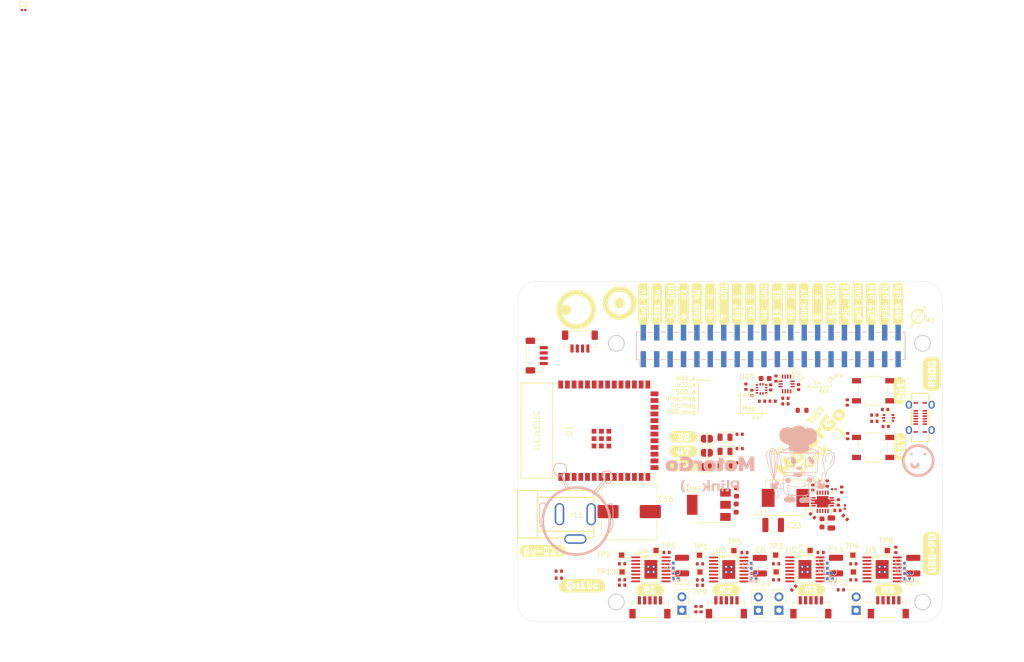
<source format=kicad_pcb>
(kicad_pcb (version 20240108) (generator "pcbnew") (generator_version "8.0")
  (layers (0 "F.Cu" signal) (1 "In1.Cu" signal) (2 "In2.Cu" signal) (31 "B.Cu" signal) (34 "B.Paste" user) (35 "F.Paste" user) (36 "B.SilkS" user "B.Silkscreen") (37 "F.SilkS" user "F.Silkscreen") (38 "B.Mask" user) (39 "F.Mask" user) (44 "Edge.Cuts" user))
  (net 0 "")
  (net 1 "GND")
  (net 2 "usb_d+")
  (net 3 "usb_d-")
  (net 4 "Net-(U3-VCP)")
  (net 5 "+BATT")
  (net 6 "Net-(U3-CPL)")
  (net 7 "Net-(U3-CPH)")
  (net 8 "Net-(U4-VCP)")
  (net 9 "Net-(U4-CPL)")
  (net 10 "Net-(U4-CPH)")
  (net 11 "Net-(U5-VCP)")
  (net 12 "Net-(U5-CPL)")
  (net 13 "Net-(U5-CPH)")
  (net 14 "Net-(U6-SS{slash}TR)")
  (net 15 "Net-(C1-Pad1)")
  (net 16 "/Boot")
  (net 17 "Net-(C22-Pad1)")
  (net 18 "Net-(U6-BOOT)")
  (net 19 "+5V")
  (net 20 "+3.3V")
  (net 21 "Net-(U9-VCP)")
  (net 22 "Net-(U9-CPL)")
  (net 23 "Net-(U9-CPH)")
  (net 24 "Net-(U10-C1)")
  (net 26 "Net-(D1-K)")
  (net 27 "Net-(D1-A)")
  (net 28 "Net-(D2-K)")
  (net 29 "Net-(D2-A)")
  (net 30 "Net-(D3-K)")
  (net 31 "Net-(D3-A)")
  (net 32 "boot")
  (net 33 "reset")
  (net 34 "/connectors.enc_scl")
  (net 35 "/connectors.enc_sda")
  (net 36 "/connectors.enc1.cs")
  (net 37 "/connectors.enc2.cs")
  (net 38 "/connectors.enc3.cs")
  (net 39 "/connectors.enc4.cs")
  (net 40 "gpio47")
  (net 41 "gpio38")
  (net 42 "Net-(J1-CC1)")
  (net 43 "Net-(J1-CC2)")
  (net 44 "Net-(R6-Pad2)")
  (net 45 "Net-(R7-Pad2)")
  (net 46 "Net-(U3-PMODE)")
  (net 47 "Net-(U4-PMODE)")
  (net 48 "Net-(U5-PMODE)")
  (net 49 "Net-(U6-EN)")
  (net 50 "Net-(U6-RT{slash}CLK)")
  (net 51 "Net-(U6-COMP)")
  (net 52 "/gpio21")
  (net 53 "/IMU 6 + 3/SDA_acc")
  (net 54 "/IMU 6 + 3/SCL_acc")
  (net 55 "Net-(U10-SD0{slash}SA1)")
  (net 56 "Net-(U11-SDO{slash}SA0)")
  (net 57 "Net-(U6-VSENSE)")
  (net 58 "sda")
  (net 59 "scl")
  (net 60 "Net-(U9-PMODE)")
  (net 61 "Net-(U11-CS)")
  (net 62 "Net-(U3-IMODE)")
  (net 63 "Net-(U4-IMODE)")
  (net 64 "Net-(U5-IMODE)")
  (net 65 "Net-(U9-IMODE)")
  (net 66 "Net-(U3-IPROPI)")
  (net 67 "Net-(U4-IPROPI)")
  (net 68 "Net-(U5-IPROPI)")
  (net 69 "Net-(U9-IPROPI)")
  (net 70 "gpio4")
  (net 71 "gpio7")
  (net 72 "m3_PH")
  (net 73 "m4_EN")
  (net 74 "gpio8")
  (net 75 "gpio3")
  (net 77 "gpio9")
  (net 78 "m1_EN")
  (net 79 "m1_PH")
  (net 80 "m2_EN")
  (net 81 "m2_PH")
  (net 82 "m3_EN")
  (net 83 "m4_PH")
  (net 85 "gpio39")
  (net 86 "gpio40")
  (net 87 "gpio41")
  (net 88 "gpio42")
  (net 89 "gpio44")
  (net 90 "gpio43")
  (net 91 "Net-(J1-DP1)")
  (net 92 "Net-(J1-DN1)")
  (net 93 "/motor_controls2/motor_out2")
  (net 94 "/motor_controls2/motor_out1")
  (net 95 "/motor_controls1/motor_out2")
  (net 96 "/motor_controls1/motor_out1")
  (net 97 "/motor_controls3/motor_out2")
  (net 98 "/motor_controls3/motor_out1")
  (net 101 "/motor_controls4/motor_out2")
  (net 102 "/motor_controls4/motor_out1")
  (net 107 "p26")
  (net 110 "p31")
  (net 111 "p32")
  (net 112 "p33")
  (net 113 "p35")
  (net 114 "p36")
  (net 115 "p37")
  (net 116 "p38")
  (net 117 "p40")
  (net 118 "Net-(U3-nFAULT)")
  (net 119 "Net-(U4-nFAULT)")
  (net 120 "Net-(U5-nFAULT)")
  (net 121 "Net-(U9-nFAULT)")
  (net 122 "Net-(U3-nSLEEP)")
  (net 123 "Net-(U4-nSLEEP)")
  (net 124 "Net-(U5-nSLEEP)")
  (net 125 "Net-(U9-nSLEEP)")
  (net 126 "GNDD")
  (footprint "Capacitor_SMD:C_0201_0603Metric" (layer "F.Cu") (at 156.286 94.508001 -90)
    (property "Reference" "C20" (hide yes))
    (property "Value" "43pF 0Ohm")
    (pad "1" smd roundrect (at -0.32 0 270) (size 0.46 0.4) (layers "F.Cu" "F.Mask") (net 15 "Net-(C1-Pad1)"))
    (pad "2" smd roundrect (at 0.32 0 270) (size 0.46 0.4) (layers "F.Cu" "F.Mask") (net 1 "GND"))
  )
  (footprint "Resistor_SMD:R_0402_1005Metric" (layer "F.Cu") (at 142.612913 74.458998 180)
    (property "Reference" "R38" (hide yes))
    (property "Value" "2k")
    (pad "1" smd roundrect (at -0.51 0 180) (size 0.54 0.64) (layers "F.Cu" "F.Paste" "F.Mask") (net 20 "+3.3V"))
    (pad "2" smd roundrect (at 0.51 0 180) (size 0.54 0.64) (layers "F.Cu" "F.Paste" "F.Mask"))
  )
  (footprint "Resistor_SMD:R_0402_1005Metric" (layer "F.Cu") (at 164.027766 79.255622)
    (property "Reference" "R4" (hide yes))
    (property "Value" "5k1")
    (pad "1" smd roundrect (at -0.51 0) (size 0.54 0.64) (layers "F.Cu" "F.Paste" "F.Mask") (net 1 "GND"))
    (pad "2" smd roundrect (at 0.51 0) (size 0.54 0.64) (layers "F.Cu" "F.Paste" "F.Mask") (net 42 "Net-(J1-CC1)"))
  )
  (footprint "Resistor_SMD:R_0402_1005Metric" (layer "F.Cu") (at 155.055 93.64 -90)
    (property "Reference" "R19" (hide yes))
    (property "Value" "3.92k")
    (pad "1" smd roundrect (at -0.51 0 270) (size 0.54 0.64) (layers "F.Cu" "F.Paste" "F.Mask") (net 51 "Net-(U6-COMP)"))
    (pad "2" smd roundrect (at 0.51 0 270) (size 0.54 0.64) (layers "F.Cu" "F.Paste" "F.Mask") (net 15 "Net-(C1-Pad1)"))
  )
  (footprint "Capacitor_SMD:C_0402_1005Metric" (layer "F.Cu") (at 147.525257 71.795255 -90)
    (property "Reference" "C31" (hide yes))
    (property "Value" "100nF")
    (pad "1" smd roundrect (at -0.48 0 270) (size 0.56 0.62) (layers "F.Cu" "F.Paste" "F.Mask") (net 20 "+3.3V"))
    (pad "2" smd roundrect (at 0.48 0 270) (size 0.56 0.62) (layers "F.Cu" "F.Paste" "F.Mask") (net 126 "GNDD"))
  )
  (footprint "TestPoint:TestPoint_Pad_1.0x1.0mm" (layer "F.Cu") (at 143.186531 103.61394 90)
    (property "Reference" "TP3" (at 1.639471 0.051409 180) (layer "F.SilkS"))
    (property "Value" "TestPoint")
    (pad "1" smd rect (at 0 0 90) (size 1 1) (layers "F.Cu" "F.Mask") (net 124 "Net-(U5-nSLEEP)"))
  )
  (footprint "Resistor_SMD:R_0402_1005Metric" (layer "F.Cu") (at 128.841057 109.330452 180)
    (property "Reference" "Rmode1" (hide yes))
    (property "Value" "20k")
    (pad "1" smd roundrect (at -0.51 0 180) (size 0.54 0.64) (layers "F.Cu" "F.Paste" "F.Mask") (net 62 "Net-(U3-IMODE)"))
    (pad "2" smd roundrect (at 0.51 0 180) (size 0.54 0.64) (layers "F.Cu" "F.Paste" "F.Mask") (net 1 "GND"))
  )
  (footprint "LCSC_parts:HTSSOP-16_L5.0-W4.4-P0.65-LS6.4-BL-EP" (layer "F.Cu") (at 119.554776 106.314544 -90)
    (property "Reference" "U4" (at -3.379768 0.42032 0) (layer "F.SilkS") (effects (justify right)))
    (property "Value" "DRV8874PWPR")
    (pad "1" smd oval (at -2.275 2.873 270) (size 0.343 1.747) (layers "F.Cu" "F.Paste" "F.Mask") (net 78 "m1_EN"))
    (pad "2" smd oval (at -1.625 2.873 270) (size 0.343 1.747) (layers "F.Cu" "F.Paste" "F.Mask") (net 79 "m1_PH"))
    (pad "3" smd oval (at -0.975 2.873 270) (size 0.343 1.747) (layers "F.Cu" "F.Paste" "F.Mask") (net 123 "Net-(U4-nSLEEP)"))
    (pad "4" smd oval (at -0.325 2.873 270) (size 0.343 1.747) (layers "F.Cu" "F.Paste" "F.Mask") (net 119 "Net-(U4-nFAULT)"))
    (pad "5" smd oval (at 0.325 2.873 270) (size 0.343 1.747) (layers "F.Cu" "F.Paste" "F.Mask") (net 20 "+3.3V"))
    (pad "6" smd oval (at 0.975 2.873 270) (size 0.343 1.747) (layers "F.Cu" "F.Paste" "F.Mask") (net 67 "Net-(U4-IPROPI)"))
    (pad "7" smd oval (at 1.625 2.873 270) (size 0.343 1.747) (layers "F.Cu" "F.Paste" "F.Mask") (net 63 "Net-(U4-IMODE)"))
    (pad "8" smd oval (at 2.275 2.873 270) (size 0.343 1.747) (layers "F.Cu" "F.Paste" "F.Mask") (net 95 "/motor_controls1/motor_out2"))
    (pad "9" smd oval (at 2.275 -2.873 270) (size 0.343 1.747) (layers "F.Cu" "F.Paste" "F.Mask") (net 1 "GND"))
    (pad "10" smd oval (at 1.625 -2.873 270) (size 0.343 1.747) (layers "F.Cu" "F.Paste" "F.Mask") (net 96 "/motor_controls1/motor_out1"))
    (pad "11" smd oval (at 0.975 -2.873 270) (size 0.343 1.747) (layers "F.Cu" "F.Paste" "F.Mask") (net 5 "+BATT"))
    (pad "12" smd oval (at 0.325 -2.873 270) (size 0.343 1.747) (layers "F.Cu" "F.Paste" "F.Mask") (net 8 "Net-(U4-VCP)"))
    (pad "13" smd oval (at -0.325 -2.873 270) (size 0.343 1.747) (layers "F.Cu" "F.Paste" "F.Mask") (net 10 "Net-(U4-CPH)"))
    (pad "14" smd oval (at -0.975 -2.873 270) (size 0.343 1.747) (layers "F.Cu" "F.Paste" "F.Mask") (net 9 "Net-(U4-CPL)"))
    (pad "15" smd oval (at -1.625 -2.873 270) (size 0.343 1.747) (layers "F.Cu" "F.Paste" "F.Mask") (net 1 "GND"))
    (pad "16" smd oval (at -2.275 -2.873 270) (size 0.343 1.747) (layers "F.Cu" "F.Paste" "F.Mask") (net 47 "Net-(U4-PMODE)"))
    (pad "17" thru_hole circle (at -0.5 -0.5 270) (size 0.61 0.61) (drill 0.304) (layers "*.Cu" "*.Mask") (net 1 "GND"))
    (pad "17" thru_hole circle (at -0.5 0.5 270) (size 0.61 0.61) (drill 0.304) (layers "*.Cu" "*.Mask") (net 1 "GND"))
    (pad "17" smd rect (at 0 0 270) (size 3.55 2.46) (layers "F.Cu" "F.Paste" "F.Mask") (net 1 "GND"))
    (pad "17" thru_hole circle (at 0.5 -0.5 270) (size 0.61 0.61) (drill 0.304) (layers "*.Cu" "*.Mask") (net 1 "GND"))
    (pad "17" thru_hole circle (at 0.5 0.5 270) (size 0.61 0.61) (drill 0.304) (layers "*.Cu" "*.Mask") (net 1 "GND"))
  )
  (footprint "Connector_JST:JST_SH_BM04B-SRSS-TB_1x04-1MP_P1.00mm_Vertical" (layer "F.Cu") (at 97.926457 65.827455 90)
    (property "Reference" "J15" (hide yes))
    (property "Value" "I2C_STANDARDQWIIC")
    (pad "1" smd roundrect (at -1.5 1.325 90) (size 0.6 1.55) (layers "F.Cu" "F.Paste" "F.Mask") (net 1 "GND"))
    (pad "2" smd roundrect (at -0.5 1.325 90) (size 0.6 1.55) (layers "F.Cu" "F.Paste" "F.Mask") (net 20 "+3.3V"))
    (pad "3" smd roundrect (at 0.5 1.325 90) (size 0.6 1.55) (layers "F.Cu" "F.Paste" "F.Mask") (net 58 "sda"))
    (pad "4" smd roundrect (at 1.5 1.325 90) (size 0.6 1.55) (layers "F.Cu" "F.Paste" "F.Mask") (net 59 "scl"))
    (pad "MP" smd roundrect (at -2.8 -1.2 90) (size 1.2 1.8) (layers "F.Cu" "F.Paste" "F.Mask") (roundrect_rratio 0.208333))
    (pad "MP" smd roundrect (at 2.8 -1.2 90) (size 1.2 1.8) (layers "F.Cu" "F.Paste" "F.Mask") (roundrect_rratio 0.208333))
  )
  (footprint "Capacitor_SMD:C_0402_1005Metric" (layer "F.Cu") (at 142.24 71.846055 90)
    (property "Reference" "C30" (hide yes))
    (property "Value" "100nF")
    (pad "1" smd roundrect (at -0.48 0 90) (size 0.56 0.62) (layers "F.Cu" "F.Paste" "F.Mask") (net 126 "GNDD"))
    (pad "2" smd roundrect (at 0.48 0 90) (size 0.56 0.62) (layers "F.Cu" "F.Paste" "F.Mask") (net 24 "Net-(U10-C1)"))
  )
  (footprint "Connector_PinHeader_2.54mm:PinHeader_1x02_P2.54mm_Vertical" (layer "F.Cu") (at 158.429955 114.079402 180)
    (property "Reference" "J22" (hide yes))
    (property "Value" "Conn_01x02_Pin")
    (pad "1" thru_hole rect (at 0 0 180) (size 1.7 1.7) (drill 1) (layers "*.Cu" "*.Mask") (net 102 "/motor_controls4/motor_out1"))
    (pad "2" thru_hole oval (at 0 2.54 180) (size 1.7 1.7) (drill 1) (layers "*.Cu" "*.Mask") (net 101 "/motor_controls4/motor_out2"))
  )
  (footprint "Resistor_SMD:R_0402_1005Metric" (layer "F.Cu") (at 163.909 76.035)
    (property "Reference" "R5" (hide yes))
    (property "Value" "5k1")
    (pad "1" smd roundrect (at -0.51 0) (size 0.54 0.64) (layers "F.Cu" "F.Paste" "F.Mask") (net 1 "GND"))
    (pad "2" smd roundrect (at 0.51 0) (size 0.54 0.64) (layers "F.Cu" "F.Paste" "F.Mask") (net 43 "Net-(J1-CC2)"))
  )
  (footprint "Resistor_SMD:R_0402_1005Metric" (layer "F.Cu") (at 128.845964 105.281232)
    (property "Reference" "R10" (hide yes))
    (property "Value" "10k")
    (pad "1" smd roundrect (at -0.51 0) (size 0.54 0.64) (layers "F.Cu" "F.Paste" "F.Mask") (net 19 "+5V"))
    (pad "2" smd roundrect (at 0.51 0) (size 0.54 0.64) (layers "F.Cu" "F.Paste" "F.Mask") (net 118 "Net-(U3-nFAULT)"))
  )
  (footprint "Resistor_SMD:R_0402_1005Metric" (layer "F.Cu") (at 136.361 80.734)
    (property "Reference" "R2" (hide yes))
    (property "Value" "1k")
    (pad "1" smd roundrect (at -0.51 0) (size 0.54 0.64) (layers "F.Cu" "F.Paste" "F.Mask") (net 28 "Net-(D2-K)"))
    (pad "2" smd roundrect (at 0.51 0) (size 0.54 0.64) (layers "F.Cu" "F.Paste" "F.Mask") (net 1 "GND"))
  )
  (footprint "TestPoint:TestPoint_Pad_1.0x1.0mm" (layer "F.Cu") (at 157.808792 103.626747 90)
    (property "Reference" "TP4" (at 1.669539 -0.080045 180) (layer "F.SilkS"))
    (property "Value" "TestPoint")
    (pad "1" smd rect (at 0 0 90) (size 1 1) (layers "F.Cu" "F.Mask") (net 125 "Net-(U9-nSLEEP)"))
  )
  (footprint "Button_Switch_SMD:SW_SPST_TL3342" (layer "F.Cu") (at 161.647 72.494)
    (property "Reference" "J2" (hide yes))
    (property "Value" "~")
    (pad "1" smd rect (at -3.15 -1.9) (size 1.7 1) (layers "F.Cu" "F.Paste" "F.Mask") (net 1 "GND"))
    (pad "1" smd rect (at 3.15 -1.9) (size 1.7 1) (layers "F.Cu" "F.Paste" "F.Mask") (net 1 "GND"))
    (pad "2" smd rect (at -3.15 1.9) (size 1.7 1) (layers "F.Cu" "F.Paste" "F.Mask"))
    (pad "2" smd rect (at 3.15 1.9) (size 1.7 1) (layers "F.Cu" "F.Paste" "F.Mask"))
  )
  (footprint "TestPoint:TestPoint_Pad_1.0x1.0mm" (layer "F.Cu") (at 114.007871 103.612317 90)
    (property "Reference" "TP2" (at 0.069445 -3.371188 0) (layer "F.SilkS"))
    (property "Value" "TestPoint")
    (pad "1" smd rect (at 0 0 90) (size 1 1) (layers "F.Cu" "F.Mask") (net 123 "Net-(U4-nSLEEP)"))
  )
  (footprint "Jumper:SolderJumper-2_P1.3mm_Open_RoundedPad1.0x1.5mm" (layer "F.Cu") (at 130.151912 81.579998 180)
    (property "Reference" "JP2" (hide yes))
    (property "Value" "DNP")
    (pad "1" smd custom (at -0.65 0 180) (size 1 0.5) (layers "F.Cu" "F.Mask") (net 29 "Net-(D2-A)") (options (clearance outline) (anchor rect)) (primitives (gr_circle (center 0 0.25) (end 0.5 0.25) (width 0) (fill yes)) (gr_circle (center 0 -0.25) (end 0.5 -0.25) (width 0) (fill yes)) (gr_poly (pts (xy 0.5 0.75) (xy 0 0.75) (xy 0 -0.75) (xy 0.5 -0.75)) (width 0) (fill yes))))
    (pad "2" smd custom (at 0.65 0 180) (size 1 0.5) (layers "F.Cu" "F.Mask") (options (clearance outline) (anchor rect)) (primitives (gr_circle (center 0 0.25) (end 0.5 0.25) (width 0) (fill yes)) (gr_circle (center 0 -0.25) (end 0.5 -0.25) (width 0) (fill yes)) (gr_poly (pts (xy 0 0.75) (xy -0.5 0.75) (xy -0.5 -0.75) (xy 0 -0.75)) (width 0) (fill yes))))
  )
  (footprint "Capacitor_SMD:C_0402_1005Metric" (layer "F.Cu") (at 150.225912 90.818521 -90)
    (property "Reference" "C22" (hide yes))
    (property "Value" "100nf 280mOhm")
    (pad "1" smd roundrect (at -0.48 0 270) (size 0.56 0.62) (layers "F.Cu" "F.Paste" "F.Mask") (net 17 "Net-(C22-Pad1)"))
    (pad "2" smd roundrect (at 0.48 0 270) (size 0.56 0.62) (layers "F.Cu" "F.Paste" "F.Mask") (net 18 "Net-(U6-BOOT)"))
  )
  (footprint "Resistor_SMD:R_0402_1005Metric" (layer "F.Cu") (at 138.684 72.898 -90)
    (property "Reference" "R47" (hide yes))
    (property "Value" "DNP")
    (pad "1" smd roundrect (at -0.51 0 270) (size 0.54 0.64) (layers "F.Cu" "F.Paste" "F.Mask") (net 55 "Net-(U10-SD0{slash}SA1)"))
    (pad "2" smd roundrect (at 0.51 0 270) (size 0.54 0.64) (layers "F.Cu" "F.Paste" "F.Mask") (net 20 "+3.3V"))
  )
  (footprint "Resistor_SMD:R_0402_1005Metric" (layer "F.Cu") (at 143.27536 105.258052)
    (property "Reference" "R14" (hide yes))
    (property "Value" "10k")
    (pad "1" smd roundrect (at -0.51 0) (size 0.54 0.64) (layers "F.Cu" "F.Paste" "F.Mask") (net 19 "+5V"))
    (pad "2" smd roundrect (at 0.51 0) (size 0.54 0.64) (layers "F.Cu" "F.Paste" "F.Mask") (net 120 "Net-(U5-nFAULT)"))
  )
  (footprint "Resistor_SMD:R_0402_1005Metric" (layer "F.Cu") (at 143.243457 70.181454 90)
    (property "Reference" "R50" (hide yes))
    (property "Value" "1k")
    (pad "1" smd roundrect (at -0.51 0 90) (size 0.54 0.64) (layers "F.Cu" "F.Paste" "F.Mask") (net 61 "Net-(U11-CS)"))
    (pad "2" smd roundrect (at 0.51 0 90) (size 0.54 0.64) (layers "F.Cu" "F.Paste" "F.Mask") (net 20 "+3.3V"))
  )
  (footprint "Resistor_SMD:R_0402_1005Metric" (layer "F.Cu") (at 137.274528 103.139828 180)
    (property "Reference" "R11" (hide yes))
    (property "Value" "10k")
    (pad "1" smd roundrect (at -0.51 0 180) (size 0.54 0.64) (layers "F.Cu" "F.Paste" "F.Mask") (net 19 "+5V"))
    (pad "2" smd roundrect (at 0.51 0 180) (size 0.54 0.64) (layers "F.Cu" "F.Paste" "F.Mask") (net 46 "Net-(U3-PMODE)"))
  )
  (footprint "Resistor_SMD:R_0402_1005Metric" (layer "F.Cu") (at 157.899461 108.311703 180)
    (property "Reference" "Rp4" (hide yes))
    (property "Value" "4.87k")
    (pad "1" smd roundrect (at -0.51 0 180) (size 0.54 0.64) (layers "F.Cu" "F.Paste" "F.Mask") (net 69 "Net-(U9-IPROPI)"))
    (pad "2" smd roundrect (at 0.51 0 180) (size 0.54 0.64) (layers "F.Cu" "F.Paste" "F.Mask") (net 1 "GND"))
  )
  (footprint "TestPoint:TestPoint_Pad_1.0x1.0mm" (layer "F.Cu") (at 128.84688 106.825071 90)
    (property "Reference" "TP9" (at -3.774049 -0.050808 180) (layer "F.SilkS"))
    (property "Value" "TestPoint")
    (pad "1" smd rect (at 0 0 90) (size 1 1) (layers "F.Cu" "F.Mask") (net 20 "+3.3V"))
  )
  (footprint "SnapEDA Library:JST_BM05B-SRSS-TB_LF__SN_" (layer "F.Cu") (at 149.847278 114.704765 180)
    (property "Reference" "J18" (hide yes))
    (property "Value" "BM05B-SRSS-TB_LF__SN_")
    (pad "1" smd rect (at -2 2.525 180) (size 0.6 1.55) (layers "F.Cu" "F.Paste" "F.Mask"))
    (pad "2" smd rect (at -1 2.525 180) (size 0.6 1.55) (layers "F.Cu" "F.Paste" "F.Mask") (net 34 "/connectors.enc_scl"))
    (pad "3" smd rect (at 0 2.525 180) (size 0.6 1.55) (layers "F.Cu" "F.Paste" "F.Mask") (net 35 "/connectors.enc_sda"))
    (pad "4" smd rect (at 1 2.525 180) (size 0.6 1.55) (layers "F.Cu" "F.Paste" "F.Mask") (net 20 "+3.3V"))
    (pad "5" smd rect (at 2 2.525 180) (size 0.6 1.55) (layers "F.Cu" "F.Paste" "F.Mask") (net 1 "GND"))
    (pad "S1" smd rect (at -3.3 0 180) (size 1.2 1.8) (layers "F.Cu" "F.Paste" "F.Mask") (net 1 "GND"))
    (pad "S2" smd rect (at 3.3 0 180) (size 1.2 1.8) (layers "F.Cu" "F.Paste" "F.Mask") (net 1 "GND"))
  )
  (footprint "Capacitor_SMD:C_0603_1608Metric" (layer "F.Cu") (at 141.192 70.162)
    (property "Reference" "C32" (hide yes))
    (property "Value" "1uF")
    (pad "1" smd roundrect (at -0.775 0) (size 0.9 0.95) (layers "F.Cu" "F.Paste" "F.Mask") (net 20 "+3.3V"))
    (pad "2" smd roundrect (at 0.775 0) (size 0.9 0.95) (layers "F.Cu" "F.Paste" "F.Mask") (net 126 "GNDD"))
  )
  (footprint "Capacitor_SMD:C_1210_3225Metric" (layer "F.Cu") (at 125.44634 105.598378 90)
    (property "Reference" "C10" (at -3.157282 -0.035962 180) (layer "F.SilkS"))
    (property "Value" "100uF")
    (pad "1" smd roundrect (at -1.475 0 90) (size 1.15 2.7) (layers "F.Cu" "F.Paste" "F.Mask") (roundrect_rratio 0.217391) (net 5 "+BATT"))
    (pad "2" smd roundrect (at 1.475 0 90) (size 1.15 2.7) (layers "F.Cu" "F.Paste" "F.Mask") (roundrect_rratio 0.217391) (net 1 "GND"))
  )
  (footprint "Package_TO_SOT_SMD:SOT-666" (layer "F.Cu") (at 164.547 77.633 180)
    (property "Reference" "U2" (hide yes))
    (property "Value" "USBLC6-2P6")
    (pad "1" smd rect (at -0.85 -0.5375 180) (size 0.5 0.375) (layers "F.Cu" "F.Paste" "F.Mask") (net 91 "Net-(J1-DP1)"))
    (pad "2" smd rect (at -0.925 0 180) (size 0.65 0.3) (layers "F.Cu" "F.Paste" "F.Mask") (net 1 "GND"))
    (pad "3" smd rect (at -0.85 0.5375 180) (size 0.5 0.375) (layers "F.Cu" "F.Paste" "F.Mask") (net 92 "Net-(J1-DN1)"))
    (pad "4" smd rect (at 0.85 0.5375 180) (size 0.5 0.375) (layers "F.Cu" "F.Paste" "F.Mask") (net 45 "Net-(R7-Pad2)"))
    (pad "5" smd rect (at 0.925 0 180) (size 0.65 0.3) (layers "F.Cu" "F.Paste" "F.Mask") (net 19 "+5V"))
    (pad "6" smd rect (at 0.85 -0.5375 180) (size 0.5 0.375) (layers "F.Cu" "F.Paste" "F.Mask") (net 44 "Net-(R6-Pad2)"))
  )
  (footprint "Resistor_SMD:R_0402_1005Metric" (layer "F.Cu") (at 161.877 78.279)
    (property "Reference" "R6" (hide yes))
    (property "Value" "0")
    (pad "1" smd roundrect (at -0.51 0) (size 0.54 0.64) (layers "F.Cu" "F.Paste" "F.Mask") (net 2 "usb_d+"))
    (pad "2" smd roundrect (at 0.51 0) (size 0.54 0.64) (layers "F.Cu" "F.Paste" "F.Mask") (net 44 "Net-(R6-Pad2)"))
  )
  (footprint "LCSC_parts:LSM6DSOTR_LGA-14" (layer "F.Cu") (at 145.2525 71.1965)
    (property "Reference" "U11" (at 1.107052 -2.78032 135) (layer "F.SilkS") (effects (justify left)))
    (property "Value" "LSM6DS3TR")
    (pad "1" smd rect (at -0.75 1.392) (size 0.28 0.785) (layers "F.Cu" "F.Paste" "F.Mask") (net 56 "Net-(U11-SDO{slash}SA0)"))
    (pad "2" smd rect (at -0.25 1.392) (size 0.28 0.785) (layers "F.Cu" "F.Paste" "F.Mask"))
    (pad "3" smd rect (at 0.25 1.392) (size 0.28 0.785) (layers "F.Cu" "F.Paste" "F.Mask"))
    (pad "4" smd rect (at 0.75 1.392) (size 0.28 0.785) (layers "F.Cu" "F.Paste" "F.Mask"))
    (pad "5" smd rect (at 1.142 0.5) (size 0.785 0.28) (layers "F.Cu" "F.Paste" "F.Mask") (net 20 "+3.3V"))
    (pad "6" smd rect (at 1.142 0) (size 0.785 0.28) (layers "F.Cu" "F.Paste" "F.Mask") (net 126 "GNDD"))
    (pad "7" smd rect (at 1.142 -0.5) (size 0.785 0.28) (layers "F.Cu" "F.Paste" "F.Mask") (net 126 "GNDD"))
    (pad "8" smd rect (at 0.75 -1.392) (size 0.28 0.785) (layers "F.Cu" "F.Paste" "F.Mask") (net 20 "+3.3V"))
    (pad "9" smd rect (at 0.25 -1.392) (size 0.28 0.785) (layers "F.Cu" "F.Paste" "F.Mask"))
    (pad "10" smd rect (at -0.25 -1.392) (size 0.28 0.785) (layers "F.Cu" "F.Paste" "F.Mask"))
    (pad "11" smd rect (at -0.75 -1.392) (size 0.28 0.785) (layers "F.Cu" "F.Paste" "F.Mask"))
    (pad "12" smd rect (at -1.142 -0.5) (size 0.785 0.28) (layers "F.Cu" "F.Paste" "F.Mask") (net 61 "Net-(U11-CS)"))
    (pad "13" smd rect (at -1.142 0) (size 0.785 0.28) (layers "F.Cu" "F.Paste" "F.Mask") (net 53 "/IMU 6 + 3/SDA_acc"))
    (pad "14" smd rect (at -1.142 0.5) (size 0.785 0.28) (layers "F.Cu" "F.Paste" "F.Mask") (net 54 "/IMU 6 + 3/SCL_acc"))
  )
  (footprint "LED_SMD:LED_0805_2012Metric" (layer "F.Cu") (at 133.59 83.968001 180)
    (property "Reference" "D1" (hide yes))
    (property "Value" "LED")
    (pad "1" smd roundrect (at -0.9375 0 180) (size 0.975 1.4) (layers "F.Cu" "F.Paste" "F.Mask") (net 26 "Net-(D1-K)"))
    (pad "2" smd roundrect (at 0.9375 0 180) (size 0.975 1.4) (layers "F.Cu" "F.Paste" "F.Mask") (net 27 "Net-(D1-A)"))
  )
  (footprint "TestPoint:TestPoint_Pad_1.0x1.0mm" (layer "F.Cu") (at 157.898537 106.814698 90)
    (property "Reference" "TP12" (at -2.015976 -2.762208 180) (layer "F.SilkS"))
    (property "Value" "TestPoint")
    (pad "1" smd rect (at 0 0 90) (size 1 1) (layers "F.Cu" "F.Mask") (net 20 "+3.3V"))
  )
  (footprint "Resistor_SMD:R_0402_1005Metric" (layer "F.Cu") (at 114.09854 108.297273 180)
    (property "Reference" "Rp2" (hide yes))
    (property "Value" "4.87k")
    (pad "1" smd roundrect (at -0.51 0 180) (size 0.54 0.64) (layers "F.Cu" "F.Paste" "F.Mask") (net 67 "Net-(U4-IPROPI)"))
    (pad "2" smd roundrect (at 0.51 0 180) (size 0.54 0.64) (layers "F.Cu" "F.Paste" "F.Mask") (net 1 "GND"))
  )
  (footprint "Connector_JST:JST_SH_BM04B-SRSS-TB_1x04-1MP_P1.00mm_Vertical" (layer "F.Cu") (at 106.112 63.165)
    (property "Reference" "J13" (hide yes))
    (property "Value" "I2C_STANDARDQWIIC")
    (pad "1" smd roundrect (at -1.5 1.325) (size 0.6 1.55) (layers "F.Cu" "F.Paste" "F.Mask") (net 1 "GND"))
    (pad "2" smd roundrect (at -0.5 1.325) (size 0.6 1.55) (layers "F.Cu" "F.Paste" "F.Mask") (net 20 "+3.3V"))
    (pad "3" smd roundrect (at 0.5 1.325) (size 0.6 1.55) (layers "F.Cu" "F.Paste" "F.Mask") (net 58 "sda"))
    (pad "4" smd roundrect (at 1.5 1.325) (size 0.6 1.55) (layers "F.Cu" "F.Paste" "F.Mask") (net 59 "scl"))
    (pad "MP" smd roundrect (at -2.8 -1.2) (size 1.2 1.8) (layers "F.Cu" "F.Paste" "F.Mask") (roundrect_rratio 0.208333))
    (pad "MP" smd roundrect (at 2.8 -1.2) (size 1.2 1.8) (layers "F.Cu" "F.Paste" "F.Mask") (roundrect_rratio 0.208333))
  )
  (footprint "Resistor_SMD:R_0402_1005Metric" (layer "F.Cu") (at 154.899 95.154)
    (property "Reference" "R25" (hide yes))
    (property "Value" "10k")
    (pad "1" smd roundrect (at -0.51 0) (size 0.54 0.64) (layers "F.Cu" "F.Paste" "F.Mask") (net 57 "Net-(U6-VSENSE)"))
    (pad "2" smd roundrect (at 0.51 0) (size 0.54 0.64) (layers "F.Cu" "F.Paste" "F.Mask") (net 1 "GND"))
  )
  (footprint "TestPoint:TestPoint_Pad_1.0x1.0mm" (layer "F.Cu") (at 120.529542 102.736268 90)
    (property "Reference" "TP6" (at 0.83781 2.399726 180) (layer "F.SilkS"))
    (property "Value" "TestPoint")
    (pad "1" smd rect (at 0 0 90) (size 1 1) (layers "F.Cu" "F.Mask") (net 119 "Net-(U4-nFAULT)"))
  )
  (footprint "Capacitor_SMD:C_1210_3225Metric" (layer "F.Cu") (at 169.247261 105.612808 90)
    (property "Reference" "C29" (at -3.156931 -0.261453 180) (layer "F.SilkS"))
    (property "Value" "100uF")
    (pad "1" smd roundrect (at -1.475 0 90) (size 1.15 2.7) (layers "F.Cu" "F.Paste" "F.Mask") (roundrect_rratio 0.217391) (net 5 "+BATT"))
    (pad "2" smd roundrect (at 1.475 0 90) (size 1.15 2.7) (layers "F.Cu" "F.Paste" "F.Mask") (roundrect_rratio 0.217391) (net 1 "GND"))
  )
  (footprint "Capacitor_SMD:C_0603_1608Metric" (layer "F.Cu") (at 151.961999 97.526 -90)
    (property "Reference" "C17" (hide yes))
    (property "Value" "4.7uF 1mOhm")
    (pad "1" smd roundrect (at -0.775 0 270) (size 0.9 0.95) (layers "F.Cu" "F.Paste" "F.Mask") (net 5 "+BATT"))
    (pad "2" smd roundrect (at 0.775 0 270) (size 0.9 0.95) (layers "F.Cu" "F.Paste" "F.Mask") (net 1 "GND"))
  )
  (footprint "Resistor_SMD:R_0603_1608Metric" (layer "F.Cu") (at 148.19 76.193)
    (property "Reference" "R34" (hide yes))
    (property "Value" "0R0")
    (pad "1" smd roundrect (at -0.825 0) (size 0.8 0.95) (layers "F.Cu" "F.Paste" "F.Mask") (net 126 "GNDD"))
    (pad "2" smd roundrect (at 0.825 0) (size 0.8 0.95) (layers "F.Cu" "F.Paste" "F.Mask") (net 1 "GND"))
  )
  (footprint "Resistor_SMD:R_0402_1005Metric" (layer "F.Cu") (at 146.617136 109.858719 -135)
    (property "Reference" "Rmode3" (hide yes))
    (property "Value" "20k")
    (pad "1" smd roundrect (at -0.509999 0 225) (size 0.54 0.64) (layers "F.Cu" "F.Paste" "F.Mask") (net 64 "Net-(U5-IMODE)"))
    (pad "2" smd roundrect (at 0.509999 0 225) (size 0.54 0.64) (layers "F.Cu" "F.Paste" "F.Mask") (net 1 "GND"))
  )
  (footprint "Resistor_SMD:R_0402_1005Metric" (layer "F.Cu") (at 152.956824 90.063979 90)
    (property "Reference" "R17" (hide yes))
    (property "Value" "36.5k")
    (pad "1" smd roundrect (at -0.51 0 90) (size 0.54 0.64) (layers "F.Cu" "F.Paste" "F.Mask") (net 49 "Net-(U6-EN)"))
    (pad "2" smd roundrect (at 0.51 0 90) (size 0.54 0.64) (layers "F.Cu" "F.Paste" "F.Mask") (net 1 "GND"))
  )
  (footprint "Capacitor_SMD:CP_Elec_10x10" (layer "F.Cu") (at 115.439 95.378)
    (property "Reference" "C16" (at 6.985 -2.39 0) (layer "F.SilkS"))
    (property "Value" "220uF 50v")
    (pad "1" smd roundrect (at -4 0) (size 4 2.5) (layers "F.Cu" "F.Paste" "F.Mask") (roundrect_rratio 0.1) (net 5 "+BATT"))
    (pad "2" smd roundrect (at 4 0) (size 4 2.5) (layers "F.Cu" "F.Paste" "F.Mask") (roundrect_rratio 0.1) (net 1 "GND"))
  )
  (footprint "Connector_PinHeader_2.54mm:PinHeader_1x02_P2.54mm_Vertical" (layer "F.Cu") (at 125.424034 114.064972 180)
    (property "Reference" "J8" (hide yes))
    (property "Value" "Conn_01x02_Pin")
    (pad "1" thru_hole rect (at 0 0 180) (size 1.7 1.7) (drill 1) (layers "*.Cu" "*.Mask") (net 96 "/motor_controls1/motor_out1"))
    (pad "2" thru_hole oval (at 0 2.54 180) (size 1.7 1.7) (drill 1) (layers "*.Cu" "*.Mask") (net 95 "/motor_controls1/motor_out2"))
  )
  (footprint "Resistor_SMD:R_0402_1005Metric" (layer "F.Cu") (at 151.703924 103.116648 180)
    (property "Reference" "R15" (hide yes))
    (property "Value" "10k")
    (pad "1" smd roundrect (at -0.51 0 180) (size 0.54 0.64) (layers "F.Cu" "F.Paste" "F.Mask") (net 19 "+5V"))
    (pad "2" smd roundrect (at 0.51 0 180) (size 0.54 0.64) (layers "F.Cu" "F.Paste" "F.Mask") (net 48 "Net-(U5-PMODE)"))
  )
  (footprint "Resistor_SMD:R_0402_1005Metric" (layer "F.Cu") (at 161.866 77.093)
    (property "Reference" "R7" (hide yes))
    (property "Value" "0")
    (pad "1" smd roundrect (at -0.51 0) (size 0.54 0.64) (layers "F.Cu" "F.Paste" "F.Mask") (net 3 "usb_d-"))
    (pad "2" smd roundrect (at 0.51 0) (size 0.54 0.64) (layers "F.Cu" "F.Paste" "F.Mask") (net 45 "Net-(R7-Pad2)"))
  )
  (footprint "LCSC_parts:IND-SMD_L7.3-W6.6" (layer "F.Cu") (at 145.043326 92.779223)
    (property "Reference" "L1" (at -5.875238 2.828877 0) (layer "F.SilkS") (effects (justify left)))
    (property "Value" "3.3uH 14mOhm")
    (pad "1" smd rect (at 3.278 0) (size 2.424 3.42) (layers "F.Cu" "F.Paste" "F.Mask") (net 17 "Net-(C22-Pad1)"))
    (pad "2" smd rect (at -3.278 0) (size 2.424 3.42) (layers "F.Cu" "F.Paste" "F.Mask") (net 19 "+5V"))
  )
  (footprint "Resistor_SMD:R_0402_1005Metric" (layer "F.Cu") (at 136.361 83.443)
    (property "Reference" "R1" (hide yes))
    (property "Value" "1k")
    (pad "1" smd roundrect (at -0.51 0) (size 0.54 0.64) (layers "F.Cu" "F.Paste" "F.Mask") (net 26 "Net-(D1-K)"))
    (pad "2" smd roundrect (at 0.51 0) (size 0.54 0.64) (layers "F.Cu" "F.Paste" "F.Mask") (net 1 "GND"))
  )
  (footprint "Capacitor_SMD:C_0603_1608Metric" (layer "F.Cu") (at 135.699999 94.716999 90)
    (property "Reference" "C25" (hide yes))
    (property "Value" "22uF 16v")
    (pad "1" smd roundrect (at -0.775 0 90) (size 0.9 0.95) (layers "F.Cu" "F.Paste" "F.Mask") (net 20 "+3.3V"))
    (pad "2" smd roundrect (at 0.775 0 90) (size 0.9 0.95) (layers "F.Cu" "F.Paste" "F.Mask") (net 1 "GND"))
  )
  (footprint "Package_TO_SOT_SMD:SOT-223-3_TabPin2" (layer "F.Cu") (at 130.532 94.089 180)
    (property "Reference" "U8" (at 3.302 2.866 0) (layer "F.SilkS"))
    (property "Value" "AMS1117-3.3")
    (pad "1" smd rect (at -3.15 -2.3 180) (size 2 1.5) (layers "F.Cu" "F.Paste" "F.Mask") (net 1 "GND"))
    (pad "2" smd rect (at -3.15 0 180) (size 2 1.5) (layers "F.Cu" "F.Paste" "F.Mask") (net 20 "+3.3V"))
    (pad "2" smd rect (at 3.15 0 180) (size 2 3.8) (layers "F.Cu" "F.Paste" "F.Mask") (net 20 "+3.3V"))
    (pad "3" smd rect (at -3.15 2.3 180) (size 2 1.5) (layers "F.Cu" "F.Paste" "F.Mask") (net 19 "+5V"))
  )
  (footprint "mg_mini_v1r3:USB-C-SMD_TYPEC-303-ACP16" (layer "F.Cu") (at 170.575315 77.542881 90)
    (property "Reference" "J1" (hide yes))
    (property "Value" "USB4520-03-0-A_REVA")
    (pad "" np_thru_hole circle (at -3.75 0 90) (size 0.6 0.6) (drill 0.6) (layers "*.Cu" "*.Mask"))
    (pad "" np_thru_hole circle (at 3.75 0 90) (size 0.6 0.6) (drill 0.6) (layers "*.Cu" "*.Mask"))
    (pad "1" thru_hole oval (at -2.4 -2.15 90) (size 1.5 1.2) (drill oval 1 0.61) (layers "*.Cu" "*.Mask") (net 1 "GND"))
    (pad "2" thru_hole oval (at -2.4 2.15 90) (size 1.5 1.2) (drill oval 1 0.61) (layers "*.Cu" "*.Mask") (net 1 "GND"))
    (pad "3" thru_hole oval (at 2.4 -2.15 90) (size 1.5 1.2) (drill oval 1 0.61) (layers "*.Cu" "*.Mask") (net 1 "GND"))
    (pad "4" thru_hole oval (at 2.4 2.15 90) (size 1.5 1.2) (drill oval 1 0.61) (layers "*.Cu" "*.Mask") (net 1 "GND"))
    (pad "A1" smd rect (at -2.75 -0.865 90) (size 0.3 0.87) (layers "F.Cu" "F.Paste" "F.Mask") (net 1 "GND"))
    (pad "A4" smd rect (at -1.25 -0.865 90) (size 0.3 0.87) (layers "F.Cu" "F.Paste" "F.Mask") (net 19 "+5V"))
    (pad "A5" smd rect (at -0.75 -0.865 90) (size 0.3 0.87) (layers "F.Cu" "F.Paste" "F.Mask") (net 42 "Net-(J1-CC1)"))
    (pad "A6" smd rect (at -0.25 -0.865 90) (size 0.3 0.87) (layers "F.Cu" "F.Paste" "F.Mask") (net 91 "Net-(J1-DP1)"))
    (pad "A7" smd rect (at 0.25 -0.865 90) (size 0.3 0.87) (layers "F.Cu" "F.Paste" "F.Mask") (net 92 "Net-(J1-DN1)"))
    (pad "A8" smd rect (at 0.75 -0.865 90) (size 0.3 0.87) (layers "F.Cu" "F.Paste" "F.Mask"))
    (pad "A9" smd rect (at 1.25 -0.865 90) (size 0.3 0.87) (layers "F.Cu" "F.Paste" "F.Mask") (net 19 "+5V"))
    (pad "A12" smd rect (at 2.75 -0.865 90) (size 0.3 0.87) (layers "F.Cu" "F.Paste" "F.Mask") (net 1 "GND"))
    (pad "B1" smd rect (at 2.75 0.865 90) (size 0.3 0.87) (layers "F.Cu" "F.Paste" "F.Mask") (net 1 "GND"))
    (pad "B4" smd rect (at 1.25 0.865 90) (size 0.3 0.87) (layers "F.Cu" "F.Paste" "F.Mask") (net 19 "+5V"))
    (pad "B5" smd rect (at 0.75 0.865 90) (size 0.3 0.87) (layers "F.Cu" "F.Paste" "F.Mask") (net 43 "Net-(J1-CC2)"))
    (pad "B6" smd rect (at 0.25 0.865 90) (size 0.3 0.87) (layers "F.Cu" "F.Paste" "F.Mask") (net 91 "Net-(J1-DP1)"))
    (pad "B7" smd rect (at -0.25 0.865 90) (size 0.3 0.87) (layers "F.Cu" "F.Paste" "F.Mask") (net 92 "Net-(J1-DN1)"))
    (pad "B8" smd rect (at -0.75 0.865 90) (size 0.3 0.87) (layers "F.Cu" "F.Paste" "F.Mask"))
    (pad "B9" smd rect (at -1.25 0.865 90) (size 0.3 0.87) (layers "F.Cu" "F.Paste" "F.Mask") (net 19 "+5V"))
    (pad "B12" smd rect (at -2.75 0.865 90) (size 0.3 0.87) (layers "F.Cu" "F.Paste" "F.Mask") (net 1 "GND"))
  )
  (footprint "Resistor_SMD:R_0402_1005Metric" (layer "F.Cu") (at 143.2772 108.298896 180)
    (property "Reference" "Rp3" (hide yes))
    (property "Value" "4.87k")
    (pad "1" smd roundrect (at -0.51 0 180) (size 0.54 0.64) (layers "F.Cu" "F.Paste" "F.Mask") (net 68 "Net-(U5-IPROPI)"))
    (pad "2" smd roundrect (at 0.51 0 180) (size 0.54 0.64) (layers "F.Cu" "F.Paste" "F.Mask") (net 1 "GND"))
  )
  (footprint "Capacitor_SMD:C_1210_3225Metric" (layer "F.Cu") (at 142.712 97.917)
    (property "Reference" "C23" (at 3.937 0.113 0) (layer "F.SilkS"))
    (property "Value" "47uF 1mOhm")
    (pad "1" smd roundrect (at -1.475 0) (size 1.15 2.7) (layers "F.Cu" "F.Paste" "F.Mask") (roundrect_rratio 0.217391) (net 19 "+5V"))
    (pad "2" smd roundrect (at 1.475 0) (size 1.15 2.7) (layers "F.Cu" "F.Paste" "F.Mask") (roundrect_rratio 0.217391) (net 1 "GND"))
  )
  (footprint "Resistor_SMD:R_0402_1005Metric" (layer "F.Cu") (at 157.897621 105.270859)
    (property "Reference" "R36" (hide yes))
    (property "Value" "10k")
    (pad "1" smd roundrect (at -0.51 0) (size 0.54 0.64) (layers "F.Cu" "F.Paste" "F.Mask") (net 19 "+5V"))
    (pad "2" smd roundrect (at 0.51 0) (size 0.54 0.64) (layers "F.Cu" "F.Paste" "F.Mask") (net 121 "Net-(U9-nFAULT)"))
  )
  (footprint "TestPoint:TestPoint_Pad_1.0x1.0mm" (layer "F.Cu") (at 128.757135 103.63712 90)
    (property "Reference" "TP1" (at 1.608255 0.279985 180) (layer "F.SilkS"))
    (property "Value" "TestPoint")
    (pad "1" smd rect (at 0 0 90) (size 1 1) (layers "F.Cu" "F.Mask") (net 122 "Net-(U3-nSLEEP)"))
  )
  (footprint "Capacitor_SMD:C_1210_3225Metric" (layer "F.Cu") (at 140.195604 105.623181 90)
    (property "Reference" "C6" (at 2.980785 0.098577 180) (layer "F.SilkS"))
    (property "Value" "100uF")
    (pad "1" smd roundrect (at -1.475 0 90) (size 1.15 2.7) (layers "F.Cu" "F.Paste" "F.Mask") (roundrect_rratio 0.217391) (net 5 "+BATT"))
    (pad "2" smd roundrect (at 1.475 0 90) (size 1.15 2.7) (layers "F.Cu" "F.Paste" "F.Mask") (roundrect_rratio 0.217391) (net 1 "GND"))
  )
  (footprint "Resistor_SMD:R_0402_1005Metric" (layer "F.Cu") (at 136.361 86.153)
    (property "Reference" "R3" (hide yes))
    (property "Value" "1k")
    (pad "1" smd roundrect (at -0.51 0) (size 0.54 0.64) (layers "F.Cu" "F.Paste" "F.Mask") (net 30 "Net-(D3-K)"))
    (pad "2" smd roundrect (at 0.51 0) (size 0.54 0.64) (layers "F.Cu" "F.Paste" "F.Mask") (net 1 "GND"))
  )
  (footprint "Jumper:SolderJumper-2_P1.3mm_Open_RoundedPad1.0x1.5mm" (layer "F.Cu") (at 130.151912 86.919998 180)
    (property "Reference" "JP3" (hide yes))
    (property "Value" "DNP")
    (pad "1" smd custom (at -0.65 0 180) (size 1 0.5) (layers "F.Cu" "F.Mask") (net 31 "Net-(D3-A)") (options (clearance outline) (anchor rect)) (primitives (gr_circle (center 0 0.25) (end 0.5 0.25) (width 0) (fill yes)) (gr_circle (center 0 -0.25) (end 0.5 -0.25) (width 0) (fill yes)) (gr_poly (pts (xy 0.5 0.75) (xy 0 0.75) (xy 0 -0.75) (xy 0.5 -0.75)) (width 0) (fill yes))))
    (pad "2" smd custom (at 0.65 0 180) (size 1 0.5) (layers "F.Cu" "F.Mask") (net 20 "+3.3V") (options (clearance outline) (anchor rect)) (primitives (gr_circle (center 0 0.25) (end 0.5 0.25) (width 0) (fill yes)) (gr_circle (center 0 -0.25) (end 0.5 -0.25) (width 0) (fill yes)) (gr_poly (pts (xy 0 0.75) (xy -0.5 0.75) (xy -0.5 -0.75) (xy 0 -0.75)) (width 0) (fill yes))))
  )
  (footprint "Resistor_SMD:R_0402_1005Metric" (layer "F.Cu") (at 129.063002 113.858913 90)
    (property "Reference" "R33" (hide yes))
    (property "Value" "5k1")
    (pad "1" smd roundrect (at -0.51 0 90) (size 0.54 0.64) (layers "F.Cu" "F.Paste" "F.Mask") (net 20 "+3.3V"))
    (pad "2" smd roundrect (at 0.51 0 90) (size 0.54 0.64) (layers "F.Cu" "F.Paste" "F.Mask") (net 35 "/connectors.enc_sda"))
  )
  (footprint "Button_Switch_SMD:SW_SPST_TL3342" (layer "F.Cu") (at 161.647 83.227)
    (property "Reference" "J3" (hide yes))
    (property "Value" "~")
    (pad "1" smd rect (at -3.15 -1.9) (size 1.7 1) (layers "F.Cu" "F.Paste" "F.Mask") (net 33 "reset"))
    (pad "1" smd rect (at 3.15 -1.9) (size 1.7 1) (layers "F.Cu" "F.Paste" "F.Mask") (net 33 "reset"))
    (pad "2" smd rect (at -3.15 1.9) (size 1.7 1) (layers "F.Cu" "F.Paste" "F.Mask") (net 1 "GND"))
    (pad "2" smd rect (at 3.15 1.9) (size 1.7 1) (layers "F.Cu" "F.Paste" "F.Mask") (net 1 "GND"))
  )
  (footprint "SnapEDA Library:JST_BM05B-SRSS-TB_LF__SN_" (layer "F.Cu") (at 133.85916 114.703646 180)
    (property "Reference" "J16" (hide yes))
    (property "Value" "BM05B-SRSS-TB_LF__SN_")
    (pad "1" smd rect (at -2 2.525 180) (size 0.6 1.55) (layers "F.Cu" "F.Paste" "F.Mask"))
    (pad "2" smd rect (at -1 2.525 180) (size 0.6 1.55) (layers "F.Cu" "F.Paste" "F.Mask") (net 34 "/connectors.enc_scl"))
    (pad "3" smd rect (at 0 2.525 180) (size 0.6 1.55) (layers "F.Cu" "F.Paste" "F.Mask") (net 35 "/connectors.enc_sda"))
    (pad "4" smd rect (at 1 2.525 180) (size 0.6 1.55) (layers "F.Cu" "F.Paste" "F.Mask") (net 20 "+3.3V"))
    (pad "5" smd rect (at 2 2.525 180) (size 0.6 1.55) (layers "F.Cu" "F.Paste" "F.Mask") (net 1 "GND"))
    (pad "S1" smd rect (at -3.3 0 180) (size 1.2 1.8) (layers "F.Cu" "F.Paste" "F.Mask") (net 1 "GND"))
    (pad "S2" smd rect (at 3.3 0 180) (size 1.2 1.8) (layers "F.Cu" "F.Paste" "F.Mask") (net 1 "GND"))
  )
  (footprint "Resistor_SMD:R_0402_1005Metric" (layer "F.Cu") (at 128.083277 113.85951 90)
    (property "Reference" "R32" (hide yes))
    (property "Value" "5k1")
    (pad "1" smd roundrect (at -0.51 0 90) (size 0.54 0.64) (layers "F.Cu" "F.Paste" "F.Mask") (net 20 "+3.3V"))
    (pad "2" smd roundrect (at 0.51 0 90) (size 0.54 0.64) (layers "F.Cu" "F.Paste" "F.Mask") (net 34 "/connectors.enc_scl"))
  )
  (footprint "mg_mini_v1r3:ESP32-S3-WROOM-1" (layer "F.Cu") (at 110.725 80.056 90)
    (property "Reference" "U1" (at 0 -6.636 90) (layer "F.SilkS"))
    (property "Value" "ESP32-S3-WROOM-1")
    (fp_text user "JLCJLCJLC" (at 0 -12.75 90) (layer "F.SilkS"))
    (pad "1" smd rect (at -8.75 -8.26 90) (size 1.5 0.9) (layers "F.Cu" "F.Paste" "F.Mask") (net 1 "GND"))
    (pad "2" smd rect (at -8.75 -6.99 90) (size 1.5 0.9) (layers "F.Cu" "F.Paste" "F.Mask") (net 20 "+3.3V"))
    (pad "3" smd rect (at -8.75 -5.72 90) (size 1.5 0.9) (layers "F.Cu" "F.Paste" "F.Mask") (net 33 "reset"))
    (pad "4" smd rect (at -8.75 -4.45 90) (size 1.5 0.9) (layers "F.Cu" "F.Paste" "F.Mask") (net 37 "/connectors.enc2.cs"))
    (pad "5" smd rect (at -8.75 -3.18 90) (size 1.5 0.9) (layers "F.Cu" "F.Paste" "F.Mask") (net 36 "/connectors.enc1.cs"))
    (pad "6" smd rect (at -8.75 -1.91 90) (size 1.5 0.9) (layers "F.Cu" "F.Paste" "F.Mask") (net 35 "/connectors.enc_sda"))
    (pad "7" smd rect (at -8.75 -0.64 90) (size 1.5 0.9) (layers "F.Cu" "F.Paste" "F.Mask") (net 34 "/connectors.enc_scl"))
    (pad "8" smd rect (at -8.75 0.63 90) (size 1.5 0.9) (layers "F.Cu" "F.Paste" "F.Mask") (net 79 "m1_PH"))
    (pad "9" smd rect (at -8.75 1.9 90) (size 1.5 0.9) (layers "F.Cu" "F.Paste" "F.Mask") (net 78 "m1_EN"))
    (pad "10" smd rect (at -8.75 3.17 90) (size 1.5 0.9) (layers "F.Cu" "F.Paste" "F.Mask") (net 81 "m2_PH"))
    (pad "11" smd rect (at -8.75 4.44 90) (size 1.5 0.9) (layers "F.Cu" "F.Paste" "F.Mask") (net 80 "m2_EN"))
    (pad "12" smd rect (at -8.75 5.71 90) (size 1.5 0.9) (layers "F.Cu" "F.Paste" "F.Mask") (net 72 "m3_PH"))
    (pad "13" smd rect (at -8.75 6.98 90) (size 1.5 0.9) (layers "F.Cu" "F.Paste" "F.Mask") (net 3 "usb_d-"))
    (pad "14" smd rect (at -8.75 8.25 90) (size 1.5 0.9) (layers "F.Cu" "F.Paste" "F.Mask") (net 2 "usb_d+"))
    (pad "15" smd rect (at -6.985 9.5 180) (size 1.5 0.9) (layers "F.Cu" "F.Paste" "F.Mask") (net 82 "m3_EN"))
    (pad "16" smd rect (at -5.715 9.5 180) (size 1.5 0.9) (layers "F.Cu" "F.Paste" "F.Mask"))
    (pad "17" smd rect (at -4.445 9.5 180) (size 1.5 0.9) (layers "F.Cu" "F.Paste" "F.Mask") (net 38 "/connectors.enc3.cs"))
    (pad "18" smd rect (at -3.175 9.5 180) (size 1.5 0.9) (layers "F.Cu" "F.Paste" "F.Mask") (net 83 "m4_PH"))
    (pad "19" smd rect (at -1.905 9.5 180) (size 1.5 0.9) (layers "F.Cu" "F.Paste" "F.Mask") (net 73 "m4_EN"))
    (pad "20" smd rect (at -0.635 9.5 180) (size 1.5 0.9) (layers "F.Cu" "F.Paste" "F.Mask") (net 39 "/connectors.enc4.cs"))
    (pad "21" smd rect (at 0.635 9.5 180) (size 1.5 0.9) (layers "F.Cu" "F.Paste" "F.Mask"))
    (pad "22" smd rect (at 1.905 9.5 180) (size 1.5 0.9) (layers "F.Cu" "F.Paste" "F.Mask"))
    (pad "23" smd rect (at 3.175 9.5 180) (size 1.5 0.9) (layers "F.Cu" "F.Paste" "F.Mask") (net 52 "/gpio21"))
    (pad "24" smd rect (at 4.445 9.5 180) (size 1.5 0.9) (layers "F.Cu" "F.Paste" "F.Mask") (net 40 "gpio47"))
    (pad "25" smd rect (at 5.715 9.5 180) (size 1.5 0.9) (layers "F.Cu" "F.Paste" "F.Mask"))
    (pad "26" smd rect (at 6.985 9.5 180) (size 1.5 0.9) (layers "F.Cu" "F.Paste" "F.Mask"))
    (pad "27" smd rect (at 8.75 8.25 270) (size 1.5 0.9) (layers "F.Cu" "F.Paste" "F.Mask") (net 16 "/Boot"))
    (pad "28" smd rect (at 8.75 6.98 270) (size 1.5 0.9) (layers "F.Cu" "F.Paste" "F.Mask"))
    (pad "29" smd rect (at 8.75 5.71 270) (size 1.5 0.9) (layers "F.Cu" "F.Paste" "F.Mask"))
    (pad "30" smd rect (at 8.75 4.44 270) (size 1.5 0.9) (layers "F.Cu" "F.Paste" "F.Mask"))
    (pad "31" smd rect (at 8.75 3.17 270) (size 1.5 0.9) (layers "F.Cu" "F.Paste" "F.Mask") (net 41 "gpio38"))
    (pad "32" smd rect (at 8.75 1.9 270) (size 1.5 0.9) (layers "F.Cu" "F.Paste" "F.Mask") (net 85 "gpio39"))
    (pad "33" smd rect (at 8.75 0.63 270) (size 1.5 0.9) (layers "F.Cu" "F.Paste" "F.Mask") (net 86 "gpio40"))
    (pad "34" smd rect (at 8.75 -0.64 270) (size 1.5 0.9) (layers "F.Cu" "F.Paste" "F.Mask") (net 87 "gpio41"))
    (pad "35" smd rect (at 8.75 -1.91 270) (size 1.5 0.9) (layers "F.Cu" "F.Paste" "F.Mask") (net 88 "gpio42"))
    (pad "36" smd rect (at 8.75 -3.18 270) (size 1.5 0.9) (layers "F.Cu" "F.Paste" "F.Mask") (net 89 "gpio44"))
    (pad "37" smd rect (at 8.75 -4.45 270) (size 1.5 0.9) (layers "F.Cu" "F.Paste" "F.Mask") (net 90 "gpio43"))
    (pad "38" smd rect (at 8.75 -5.72 270) (size 1.5 0.9) (layers "F.Cu" "F.Paste" "F.Mask") (net 58 "sda"))
    (pad "39" smd rect (at 8.75 -6.99 270) (size 1.5 0.9) (layers "F.Cu" "F.Paste" "F.Mask") (net 59 "scl"))
    (pad "40" smd rect (at 8.75 -8.26 270) (size 1.5 0.9) (layers "F.Cu" "F.Paste" "F.Mask") (net 1 "GND"))
    (pad "41" smd rect (at -2.9 -1.94 270) (size 0.9 0.9) (layers "F.Cu" "F.Paste" "F.Mask") (net 1 "GND"))
    (pad "41" smd rect (at -2.9 -0.54 270) (size 0.9 0.9) (layers "F.Cu" "F.Paste" "F.Mask") (net 1 "GND"))
    (pad "41" smd rect (at -2.9 0.86 270) (size 0.9 0.9) (layers "F.Cu" "F.Paste" "F.Mask") (net 1 "GND"))
    (pad "41" smd rect (at -1.5 -1.94 270) (size 0.9 0.9) (layers "F.Cu" "F.Paste" "F.Mask") (net 1 "GND"))
    (pad "41" smd rect (at -1.5 -0.54 270) (size 0.9 0.9) (layers "F.Cu" "F.Paste" "F.Mask") (net 1 "GND"))
    (pad "41" smd rect (at -1.5 0.86 270) (size 0.9 0.9) (layers "F.Cu" "F.Paste" "F.Mask") (net 1 "GND"))
    (pad "41" smd rect (at -0.1 -1.94 270) (size 0.9 0.9) (layers "F.Cu" "F.Paste" "F.Mask") (net 1 "GND"))
    (pad "41" smd rect (at -0.1 -0.54 270) (size 0.9 0.9) (layers "F.Cu" "F.Paste" "F.Mask") (net 1 "GND"))
    (pad "41" smd rect (at -0.1 0.86 270) (size 0.9 0.9) (layers "F.Cu" "F.Paste" "F.Mask") (net 1 "GND"))
  )
  (footprint "LED_SMD:LED_0805_2012Metric" (layer "F.Cu") (at 133.59 86.619 180)
    (property "Reference" "D3" (hide yes))
    (property "Value" "LED")
    (pad "1" smd roundrect (at -0.9375 0 180) (size 0.975 1.4) (layers "F.Cu" "F.Paste" "F.Mask") (net 30 "Net-(D3-K)"))
    (pad "2" smd roundrect (at 0.9375 0 180) (size 0.975 1.4) (layers "F.Cu" "F.Paste" "F.Mask") (net 31 "Net-(D3-A)"))
  )
  (footprint "Resistor_SMD:R_0402_1005Metric" (layer "F.Cu") (at 114.0967 105.256429)
    (property "Reference" "R12" (hide yes))
    (property "Value" "10k")
    (pad "1" smd roundrect (at -0.51 0) (size 0.54 0.64) (layers "F.Cu" "F.Paste" "F.Mask") (net 19 "+5V"))
    (pad "2" smd roundrect (at 0.51 0) (size 0.54 0.64) (layers "F.Cu" "F.Paste" "F.Mask") (net 119 "Net-(U4-nFAULT)"))
  )
  (footprint "Resistor_SMD:R_0402_1005Metric" (layer "F.Cu") (at 114.091793 109.305649 180)
    (property "Reference" "Rmode2" (hide yes))
    (property "Value" "20k")
    (pad "1" smd roundrect (at -0.51 0 180) (size 0.54 0.64) (layers "F.Cu" "F.Paste" "F.Mask") (net 63 "Net-(U4-IMODE)"))
    (pad "2" smd roundrect (at 0.51 0 180) (size 0.54 0.64) (layers "F.Cu" "F.Paste" "F.Mask") (net 1 "GND"))
  )
  (footprint "LED_SMD:LED_0805_2012Metric" (layer "F.Cu") (at 133.59 81.293 180)
    (property "Reference" "D2" (hide yes))
    (property "Value" "LED")
    (pad "1" smd roundrect (at -0.9375 0 180) (size 0.975 1.4) (layers "F.Cu" "F.Paste" "F.Mask") (net 28 "Net-(D2-K)"))
    (pad "2" smd roundrect (at 0.9375 0 180) (size 0.975 1.4) (layers "F.Cu" "F.Paste" "F.Mask") (net 29 "Net-(D2-A)"))
  )
  (footprint "Resistor_SMD:R_0402_1005Metric" (layer "F.Cu") (at 156.365005 96.497373 135)
    (property "Reference" "R24" (hide yes))
    (property "Value" "53.6k")
    (pad "1" smd roundrect (at -0.509999 0 135) (size 0.54 0.64) (layers "F.Cu" "F.Paste" "F.Mask") (net 19 "+5V"))
    (pad "2" smd roundrect (at 0.509999 0 135) (size 0.54 0.64) (layers "F.Cu" "F.Paste" "F.Mask") (net 57 "Net-(U6-VSENSE)"))
  )
  (footprint "LCSC_parts:HTSSOP-16_L5.0-W4.4-P0.65-LS6.4-BL-EP" (layer "F.Cu") (at 163.355697 106.328974 -90)
    (property "Reference" "U9" (at -3.65967 1.027723 180) (layer "F.SilkS") (effects (justify right)))
    (property "Value" "DRV8874PWPR")
    (pad "1" smd oval (at -2.275 2.873 270) (size 0.343 1.747) (layers "F.Cu" "F.Paste" "F.Mask") (net 73 "m4_EN"))
    (pad "2" smd oval (at -1.625 2.873 270) (size 0.343 1.747) (layers "F.Cu" "F.Paste" "F.Mask") (net 83 "m4_PH"))
    (pad "3" smd oval (at -0.975 2.873 270) (size 0.343 1.747) (layers "F.Cu" "F.Paste" "F.Mask") (net 125 "Net-(U9-nSLEEP)"))
    (pad "4" smd oval (at -0.325 2.873 270) (size 0.343 1.747) (layers "F.Cu" "F.Paste" "F.Mask") (net 121 "Net-(U9-nFAULT)"))
    (pad "5" smd oval (at 0.325 2.873 270) (size 0.343 1.747) (layers "F.Cu" "F.Paste" "F.Mask") (net 20 "+3.3V"))
    (pad "6" smd oval (at 0.975 2.873 270) (size 0.343 1.747) (layers "F.Cu" "F.Paste" "F.Mask") (net 69 "Net-(U9-IPROPI)"))
    (pad "7" smd oval (at 1.625 2.873 270) (size 0.343 1.747) (layers "F.Cu" "F.Paste" "F.Mask") (net 65 "Net-(U9-IMODE)"))
    (pad "8" smd oval (at 2.275 2.873 270) (size 0.343 1.747) (layers "F.Cu" "F.Paste" "F.Mask") (net 101 "/motor_controls4/motor_out2"))
    (pad "9" smd oval (at 2.275 -2.873 270) (size 0.343 1.747) (layers "F.Cu" "F.Paste" "F.Mask") (net 1 "GND"))
    (pad "10" smd oval (at 1.625 -2.873 270) (size 0.343 1.747) (layers "F.Cu" "F.Paste" "F.Mask") (net 102 "/motor_controls4/motor_out1"))
    (pad "11" smd oval (at 0.975 -2.873 270) (size 0.343 1.747) (layers "F.Cu" "F.Paste" "F.Mask") (net 5 "+BATT"))
    (pad "12" smd oval (at 0.325 -2.873 270) (size 0.343 1.747) (layers "F.Cu" "F.Paste" "F.Mask") (net 21 "Net-(U9-VCP)"))
    (pad "13" smd oval (at -0.325 -2.873 270) (size 0.343 1.747) (layers "F.Cu" "F.Paste" "F.Mask") (net 23 "Net-(U9-CPH)"))
    (pad "14" smd oval (at -0.975 -2.873 270) (size 0.343 1.747) (layers "F.Cu" "F.Paste" "F.Mask") (net 22 "Net-(U9-CPL)"))
    (pad "15" smd oval (at -1.625 -2.873 270) (size 0.343 1.747) (layers "F.Cu" "F.Paste" "F.Mask") (net 1 "GND"))
    (pad "16" smd oval (at -2.275 -2.873 270) (size 0.343 1.747) (layers "F.Cu" "F.Paste" "F.Mask") (net 60 "Net-(U9-PMODE)"))
    (pad "17" thru_hole circle (at -0.5 -0.5 270) (size 0.61 0.61) (drill 0.304) (layers "*.Cu" "*.Mask") (net 1 "GND"))
    (pad "17" thru_hole circle (at -0.5 0.5 270) (size 0.61 0.61) (drill 0.304) (layers "*.Cu" "*.Mask") (net 1 "GND"))
    (pad "17" smd rect (at 0 0 270) (size 3.55 2.46) (layers "F.Cu" "F.Paste" "F.Mask") (net 1 "GND"))
    (pad "17" thru_hole circle (at 0.5 -0.5 270) (size 0.61 0.61) (drill 0.304) (layers "*.Cu" "*.Mask") (net 1 "GND"))
    (pad "17" thru_hole circle (at 0.5 0.5 270) (size 0.61 0.61) (drill 0.304) (layers "*.Cu" "*.Mask") (net 1 "GND"))
  )
  (footprint "Resistor_SMD:R_0402_1005Metric" (layer "F.Cu") (at 145.034 73.914)
    (property "Reference" "R49" (hide yes))
    (property "Value" "1k")
    (pad "1" smd roundrect (at -0.51 0) (size 0.54 0.64) (layers "F.Cu" "F.Paste" "F.Mask") (net 56 "Net-(U11-SDO{slash}SA0)"))
    (pad "2" smd roundrect (at 0.51 0) (size 0.54 0.64) (layers "F.Cu" "F.Paste" "F.Mask") (net 126 "GNDD"))
  )
  (footprint "Resistor_SMD:R_0402_1005Metric" (layer "F.Cu") (at 102.111455 106.668543 180)
    (property "Reference" "R30" (hide yes))
    (property "Value" "5k1")
    (pad "1" smd roundrect (at -0.51 0 180) (size 0.54 0.64) (layers "F.Cu" "F.Paste" "F.Mask") (net 20 "+3.3V"))
    (pad "2" smd roundrect (at 0.51 0 180) (size 0.54 0.64) (layers "F.Cu" "F.Paste" "F.Mask") (net 58 "sda"))
  )
  (footprint "Capacitor_SMD:C_0603_1608Metric" (layer "F.Cu") (at 135.77 91.675 -90)
    (property "Reference" "C24" (hide yes))
    (property "Value" "22uF 16v")
    (pad "1" smd roundrect (at -0.775 0 270) (size 0.9 0.95) (layers "F.Cu" "F.Paste" "F.Mask") (net 19 "+5V"))
    (pad "2" smd roundrect (at 0.775 0 270) (size 0.9 0.95) (layers "F.Cu" "F.Paste" "F.Mask") (net 1 "GND"))
  )
  (footprint "Resistor_SMD:R_0402_1005Metric" (layer "F.Cu") (at 128.847804 108.322076 180)
    (property "Reference" "Rp1" (hide yes))
    (property "Value" "4.87k")
    (pad "1" smd roundrect (at -0.51 0 180) (size 0.54 0.64) (layers "F.Cu" "F.Paste" "F.Mask") (net 66 "Net-(U3-IPROPI)"))
    (pad "2" smd roundrect (at 0.51 0 180) (size 0.54 0.64) (layers "F.Cu" "F.Paste" "F.Mask") (net 1 "GND"))
  )
  (footprint "TestPoint:TestPoint_Pad_1.0x1.0mm" (layer "F.Cu") (at 149.708202 102.737891 90)
    (property "Reference" "TP7" (at 0 -1.448 90) (layer "F.SilkS"))
    (property "Value" "TestPoint")
    (pad "1" smd rect (at 0 0 90) (size 1 1) (layers "F.Cu" "F.Mask") (net 120 "Net-(U5-nFAULT)"))
  )
  (footprint "LCSC_parts:HTSSOP-16_L5.0-W4.4-P0.65-LS6.4-BL-EP" (layer "F.Cu") (at 134.30404 106.339347 -90)
    (property "Reference" "U3" (at -3.634308 0.375387 0) (layer "F.SilkS") (effects (justify right)))
    (property "Value" "DRV8874PWPR")
    (pad "1" smd oval (at -2.275 2.873 270) (size 0.343 1.747) (layers "F.Cu" "F.Paste" "F.Mask") (net 80 "m2_EN"))
    (pad "2" smd oval (at -1.625 2.873 270) (size 0.343 1.747) (layers "F.Cu" "F.Paste" "F.Mask") (net 81 "m2_PH"))
    (pad "3" smd oval (at -0.975 2.873 270) (size 0.343 1.747) (layers "F.Cu" "F.Paste" "F.Mask") (net 122 "Net-(U3-nSLEEP)"))
    (pad "4" smd oval (at -0.325 2.873 270) (size 0.343 1.747) (layers "F.Cu" "F.Paste" "F.Mask") (net 118 "Net-(U3-nFAULT)"))
    (pad "5" smd oval (at 0.325 2.873 270) (size 0.343 1.747) (layers "F.Cu" "F.Paste" "F.Mask") (net 20 "+3.3V"))
    (pad "6" smd oval (at 0.975 2.873 270) (size 0.343 1.747) (layers "F.Cu" "F.Paste" "F.Mask") (net 66 "Net-(U3-IPROPI)"))
    (pad "7" smd oval (at 1.625 2.873 270) (size 0.343 1.747) (layers "F.Cu" "F.Paste" "F.Mask") (net 62 "Net-(U3-IMODE)"))
    (pad "8" smd oval (at 2.275 2.873 270) (size 0.343 1.747) (layers "F.Cu" "F.Paste" "F.Mask") (net 93 "/motor_controls2/motor_out2"))
    (pad "9" smd oval (at 2.275 -2.873 270) (size 0.343 1.747) (layers "F.Cu" "F.Paste" "F.Mask") (net 1 "GND"))
    (pad "10" smd oval (at 1.625 -2.873 270) (size 0.343 1.747) (layers "F.Cu" "F.Paste" "F.Mask") (net 94 "/motor_controls2/motor_out1"))
    (pad "11" smd oval (at 0.975 -2.873 270) (size 0.343 1.747) (layers "F.Cu" "F.Paste" "F.Mask") (net 5 "+BATT"))
    (pad "12" smd oval (at 0.325 -2.873 270) (size 0.343 1.747) (layers "F.Cu" "F.Paste" "F.Mask") (net 4 "Net-(U3-VCP)"))
    (pad "13" smd oval (at -0.325 -2.873 270) (size 0.343 1.747) (layers "F.Cu" "F.Paste" "F.Mask") (net 7 "Net-(U3-CPH)"))
    (pad "14" smd oval (at -0.975 -2.873 270) (size 0.343 1.747) (layers "F.Cu" "F.Paste" "F.Mask") (net 6 "Net-(U3-CPL)"))
    (pad "15" smd oval (at -1.625 -2.873 270) (size 0.343 1.747) (layers "F.Cu" "F.Paste" "F.Mask") (net 1 "GND"))
    (pad "16" smd oval (at -2.275 -2.873 270) (size 0.343 1.747) (layers "F.Cu" "F.Paste" "F.Mask") (net 46 "Net-(U3-PMODE)"))
    (pad "17" thru_hole circle (at -0.5 -0.5 270) (size 0.61 0.61) (drill 0.304) (layers "*.Cu" "*.Mask") (net 1 "GND"))
    (pad "17" thru_hole circle (at -0.5 0.5 270) (size 0.61 0.61) (drill 0.304) (layers "*.Cu" "*.Mask") (net 1 "GND"))
    (pad "17" smd rect (at 0 0 270) (size 3.55 2.46) (layers "F.Cu" "F.Paste" "F.Mask") (net 1 "GND"))
    (pad "17" thru_hole circle (at 0.5 -0.5 270) (size 0.61 0.61) (drill 0.304) (layers "*.Cu" "*.Mask") (net 1 "GND"))
    (pad "17" thru_hole circle (at 0.5 0.5 270) (size 0.61 0.61) (drill 0.304) (layers "*.Cu" "*.Mask") (net 1 "GND"))
  )
  (footprint "Resistor_SMD:R_0402_1005Metric" (layer "F.Cu") (at 145.034 74.971999)
    (property "Reference" "R48" (hide yes))
    (property "Value" "DNP")
    (pad "1" smd roundrect (at -0.51 0) (size 0.54 0.64) (layers "F.Cu" "F.Paste" "F.Mask"))
    (pad "2" smd roundrect (at 0.51 0) (size 0.54 0.64) (layers "F.Cu" "F.Paste" "F.Mask") (net 20 "+3.3V"))
  )
  (footprint "TestPoint:TestPoint_Pad_1.0x1.0mm" (layer "F.Cu") (at 114.097616 106.800268 90)
    (property "Reference" "TP10" (at -0.007348 -2.965884 0) (layer "F.SilkS"))
    (property "Value" "TestPoint")
    (pad "1" smd rect (at 0 0 90) (size 1 1) (layers "F.Cu" "F.Mask") (net 20 "+3.3V"))
  )
  (footprint "SnapEDA Library:JST_BM05B-SRSS-TB_LF__SN_" (layer "F.Cu") (at 119.366107 114.712155 180)
    (property "Reference" "J14" (hide yes))
    (property "Value" "BM05B-SRSS-TB_LF__SN_")
    (pad "1" smd rect (at -2 2.525 180) (size 0.6 1.55) (layers "F.Cu" "F.Paste" "F.Mask"))
    (pad "2" smd rect (at -1 2.525 180) (size 0.6 1.55) (layers "F.Cu" "F.Paste" "F.Mask"))
    (pad "3" smd rect (at 0 2.525 180) (size 0.6 1.55) (layers "F.Cu" "F.Paste" "F.Mask"))
    (pad "4" smd rect (at 1 2.525 180) (size 0.6 1.55) (layers "F.Cu" "F.Paste" "F.Mask") (net 20 "+3.3V"))
    (pad "5" smd rect (at 2 2.525 180) (size 0.6 1.55) (layers "F.Cu" "F.Paste" "F.Mask") (net 1 "GND"))
    (pad "S1" smd rect (at -3.3 0 180) (size 1.2 1.8) (layers "F.Cu" "F.Paste" "F.Mask") (net 1 "GND"))
    (pad "S2" smd rect (at 3.3 0 180) (size 1.2 1.8) (layers "F.Cu" "F.Paste" "F.Mask") (net 1 "GND"))
  )
  (footprint "LCSC_parts:VQFN-14_L3.5-W3.5-P0.50-TL-EP_TPS54622RHLT" (layer "F.Cu") (at 152.087557 93.520354 90)
    (property "Reference" "U6" (at 4.075797 -2.148911 0) (layer "F.SilkS") (effects (justify left)))
    (property "Value" "TPS54620RHLR")
    (pad "1" smd rect (at -0.75 -1.725 180) (size 0.8 0.28) (layers "F.Cu" "F.Paste" "F.Mask") (net 50 "Net-(U6-RT{slash}CLK)"))
    (pad "2" smd rect (at -1.725 -1 90) (size 0.8 0.28) (layers "F.Cu" "F.Paste" "F.Mask") (net 1 "GND"))
    (pad "3" smd rect (at -1.725 -0.5 90) (size 0.8 0.28) (layers "F.Cu" "F.Paste" "F.Mask") (net 1 "GND"))
    (pad "4" smd rect (at -1.725 0 90) (size 0.8 0.28) (layers "F.Cu" "F.Paste" "F.Mask") (net 5 "+BATT"))
    (pad "5" smd rect (at -1.725 0.5 90) (size 0.8 0.28) (layers "F.Cu" "F.Paste" "F.Mask") (net 5 "+BATT"))
    (pad "6" smd rect (at -1.725 1 90) (size 0.8 0.28) (layers "F.Cu" "F.Paste" "F.Mask") (net 5 "+BATT"))
    (pad "7" smd rect (at -0.75 1.725 180) (size 0.8 0.28) (layers "F.Cu" "F.Paste" "F.Mask") (net 57 "Net-(U6-VSENSE)"))
    (pad "8" smd rect (at 0.75 1.725 180) (size 0.8 0.28) (layers "F.Cu" "F.Paste" "F.Mask") (net 51 "Net-(U6-COMP)"))
    (pad "9" smd rect (at 1.725 1 90) (size 0.8 0.28) (layers "F.Cu" "F.Paste" "F.Mask") (net 14 "Net-(U6-SS{slash}TR)"))
    (pad "10" smd rect (at 1.725 0.5 90) (size 0.8 0.28) (layers "F.Cu" "F.Paste" "F.Mask") (net 49 "Net-(U6-EN)"))
    (pad "11" smd rect (at 1.725 0 90) (size 0.8 0.28) (layers "F.Cu" "F.Paste" "F.Mask") (net 17 "Net-(C22-Pad1)"))
    (pad "12" smd rect (at 1.725 -0.5 90) (size 0.8 0.28) (layers "F.Cu" "F.Paste" "F.Mask") (net 17 "Net-(C22-Pad1)"))
    (pad "13" smd rect (at 1.725 -1 90) (size 0.8 0.28) (layers "F.Cu" "F.Paste" "F.Mask") (net 18 "Net-(U6-BOOT)"))
    (pad "14" smd rect (at 0.75 -1.725 180) (size 0.8 0.28) (layers "F.Cu" "F.Paste" "F.Mask"))
    (pad "15" smd custom (at 0 0 90) (size 0.102 0.102) (layers "F.Cu" "F.Paste" "F.Mask") (net 1 "GND") (options (clearance outline) (anchor circle)) (primitives (gr_poly (pts (xy -1.016 -1.016) (xy -0.4 -1.016) (xy -0.4 -2.16) (xy -0.16 -2.16) (xy -0.16 -1.44) (xy 0.16 -1.44) (xy 0.16 -2.16) (xy 0.4 -2.16) (xy 0.4 -1.016) (xy 1.016 -1.016) (xy 1.016 1.016) (xy 0.4 1.016) (xy 0.4 2.16) (xy 0.16 2.16) (xy 0.16 1.44) (xy -0.16 1.44) (xy -0.16 2.16) (xy -0.4 2.16) (xy -0.4 1.016) (xy -1.016 1.016) (xy -1.016 -1.016)) (width 0.12) (fill yes))))
  )
  (footprint "Connector_PinHeader_2.54mm:PinHeader_1x02_P2.54mm_Vertical" (layer "F.Cu") (at 139.919298 114.089775 180)
    (property "Reference" "J6" (hide yes))
    (property "Value" "Conn_01x02_Pin")
    (pad "1" thru_hole rect (at 0 0 180) (size 1.7 1.7) (drill 1) (layers "*.Cu" "*.Mask") (net 94 "/motor_controls2/motor_out1"))
    (pad "2" thru_hole oval (at 0 2.54 180) (size 1.7 1.7) (drill 1) (layers "*.Cu" "*.Mask") (net 93 "/motor_controls2/motor_out2"))
  )
  (footprint "Resistor_SMD:R_0402_1005Metric" (layer "F.Cu") (at 102.111455 107.980543 180)
    (property "Reference" "R31" (hide yes))
    (property "Value" "5k1")
    (pad "1" smd roundrect (at -0.51 0 180) (size 0.54 0.64) (layers "F.Cu" "F.Paste" "F.Mask") (net 20 "+3.3V"))
    (pad "2" smd roundrect (at 0.51 0 180) (size 0.54 0.64) (layers "F.Cu" "F.Paste" "F.Mask") (net 59 "scl"))
  )
  (footprint "Connector_PinSocket_2.54mm:PinSocket_2x20_P2.54mm_Vertical_SMD" (layer "F.Cu") (at 142.24489 63.992132 90)
    (property "Reference" "J4" (hide yes))
    (property "Value" "Conn_02x20_Odd_Even")
    (pad "1" smd rect (at 2.52 -24.13 90) (size 3 1) (layers "F.Cu" "F.Paste" "F.Mask") (net 20 "+3.3V"))
    (pad "2" smd rect (at -2.52 -24.13 90) (size 3 1) (layers "F.Cu" "F.Paste" "F.Mask") (net 19 "+5V"))
    (pad "3" smd rect (at 2.52 -21.59 90) (size 3 1) (layers "F.Cu" "F.Paste" "F.Mask") (net 58 "sda"))
    (pad "4" smd rect (at -2.52 -21.59 90) (size 3 1) (layers "F.Cu" "F.Paste" "F.Mask") (net 19 "+5V"))
    (pad "5" smd rect (at 2.52 -19.05 90) (size 3 1) (layers "F.Cu" "F.Paste" "F.Mask") (net 59 "scl"))
    (pad "6" smd rect (at -2.52 -19.05 90) (size 3 1) (layers "F.Cu" "F.Paste" "F.Mask") (net 1 "GND"))
    (pad "7" smd rect (at 2.52 -16.51 90) (size 3 1) (layers "F.Cu" "F.Paste" "F.Mask") (net 77 "gpio9"))
    (pad "8" smd rect (at -2.52 -16.51 90) (size 3 1) (layers "F.Cu" "F.Paste" "F.Mask") (net 90 "gpio43"))
    (pad "9" smd rect (at 2.52 -13.97 90) (size 3 1) (layers "F.Cu" "F.Paste" "F.Mask") (net 1 "GND"))
    (pad "10" smd rect (at -2.52 -13.97 90) (size 3 1) (layers "F.Cu" "F.Paste" "F.Mask") (net 89 "gpio44"))
    (pad "11" smd rect (at 2.52 -11.43 90) (size 3 1) (layers "F.Cu" "F.Paste" "F.Mask") (net 40 "gpio47"))
    (pad "12" smd rect (at -2.52 -11.43 90) (size 3 1) (layers "F.Cu" "F.Paste" "F.Mask") (net 70 "gpio4"))
    (pad "13" smd rect (at 2.52 -8.89 90) (size 3 1) (layers "F.Cu" "F.Paste" "F.Mask") (net 71 "gpio7"))
    (pad "14" smd rect (at -2.52 -8.89 90) (size 3 1) (layers "F.Cu" "F.Paste" "F.Mask") (net 1 "GND"))
    (pad "15" smd rect (at 2.52 -6.35 90) (size 3 1) (layers "F.Cu" "F.Paste" "F.Mask") (net 33 "reset"))
    (pad "16" smd rect (at -2.52 -6.35 90) (size 3 1) (layers "F.Cu" "F.Paste" "F.Mask") (net 75 "gpio3"))
    (pad "17" smd rect (at 2.52 -3.81 90) (size 3 1) (layers "F.Cu" "F.Paste" "F.Mask") (net 20 "+3.3V"))
    (pad "18" smd rect (at -2.52 -3.81 90) (size 3 1) (layers "F.Cu" "F.Paste" "F.Mask") (net 74 "gpio8"))
    (pad "19" smd rect (at 2.52 -1.27 90) (size 3 1) (layers "F.Cu" "F.Paste" "F.Mask") (net 88 "gpio42"))
    (pad "20" smd rect (at -2.52 -1.27 90) (size 3 1) (layers "F.Cu" "F.Paste" "F.Mask") (net 1 "GND"))
    (pad "21" smd rect (at 2.52 1.27 90) (size 3 1) (layers "F.Cu" "F.Paste" "F.Mask") (net 85 "gpio39"))
    (pad "22" smd rect (at -2.52 1.27 90) (size 3 1) (layers "F.Cu" "F.Paste" "F.Mask") (net 87 "gpio41"))
    (pad "23" smd rect (at 2.52 3.81 90) (size 3 1) (layers "F.Cu" "F.Paste" "F.Mask") (net 86 "gpio40"))
    (pad "24" smd rect (at -2.52 3.81 90) (size 3 1) (layers "F.Cu" "F.Paste" "F.Mask") (net 41 "gpio38"))
    (pad "25" smd rect (at 2.52 6.35 90) (size 3 1) (layers "F.Cu" "F.Paste" "F.Mask") (net 1 "GND"))
    (pad "26" smd rect (at -2.52 6.35 90) (size 3 1) (layers "F.Cu" "F.Paste" "F.Mask") (net 107 "p26"))
    (pad "27" smd rect (at 2.52 8.89 90) (size 3 1) (layers "F.Cu" "F.Paste" "F.Mask"))
    (pad "28" smd rect (at -2.52 8.89 90) (size 3 1) (layers "F.Cu" "F.Paste" "F.Mask"))
    (pad "29" smd rect (at 2.52 11.43 90) (size 3 1) (layers "F.Cu" "F.Paste" "F.Mask") (net 16 "/Boot"))
    (pad "30" smd rect (at -2.52 11.43 90) (size 3 1) (layers "F.Cu" "F.Paste" "F.Mask") (net 1 "GND"))
    (pad "31" smd rect (at 2.52 13.97 90) (size 3 1) (layers "F.Cu" "F.Paste" "F.Mask") (net 110 "p31"))
    (pad "32" smd rect (at -2.52 13.97 90) (size 3 1) (layers "F.Cu" "F.Paste" "F.Mask") (net 111 "p32"))
    (pad "33" smd rect (at 2.52 16.51 90) (size 3 1) (layers "F.Cu" "F.Paste" "F.Mask") (net 112 "p33"))
    (pad "34" smd rect (at -2.52 16.51 90) (size 3 1) (layers "F.Cu" "F.Paste" "F.Mask") (net 1 "GND"))
    (pad "35" smd rect (at 2.52 19.05 90) (size 3 1) (layers "F.Cu" "F.Paste" "F.Mask") (net 113 "p35"))
    (pad "36" smd rect (at -2.52 19.05 90) (size 3 1) (layers "F.Cu" "F.Paste" "F.Mask") (net 114 "p36"))
    (pad "37" smd rect (at 2.52 21.59 90) (size 3 1) (layers "F.Cu" "F.Paste" "F.Mask") (net 115 "p37"))
    (pad "38" smd rect (at -2.52 21.59 90) (size 3 1) (layers "F.Cu" "F.Paste" "F.Mask") (net 116 "p38"))
    (pad "39" smd rect (at 2.52 24.13 90) (size 3 1) (layers "F.Cu" "F.Paste" "F.Mask") (net 1 "GND"))
    (pad "40" smd rect (at -2.52 24.13 90) (size 3 1) (layers "F.Cu" "F.Paste" "F.Mask") (net 117 "p40"))
  )
  (footprint "Capacitor_SMD:C_0805_2012Metric" (layer "F.Cu") (at 153.723 97.535001 -90)
    (property "Reference" "C15" (hide yes))
    (property "Value" "10uF 4mOhm")
    (pad "1" smd roundrect (at -0.95 0 270) (size 1 1.45) (layers "F.Cu" "F.Paste" "F.Mask") (net 5 "+BATT"))
    (pad "2" smd roundrect (at 0.95 0 270) (size 1 1.45) (layers "F.Cu" "F.Paste" "F.Mask") (net 1 "GND"))
  )
  (footprint "Resistor_SMD:R_0402_1005Metric" (layer "F.Cu") (at 155.534093 110.187682 180)
    (property "Reference" "Rmode4" (hide yes))
    (property "Value" "20k")
    (pad "1" smd roundrect (at -0.51 0 180) (size 0.54 0.64) (layers "F.Cu" "F.Paste" "F.Mask") (net 65 "Net-(U9-IMODE)"))
    (pad "2" smd roundrect (at 0.51 0 180) (size 0.54 0.64) (layers "F.Cu" "F.Paste" "F.Mask") (net 1 "GND"))
  )
  (footprint "TestPoint:TestPoint_Pad_1.0x1.0mm" (layer "F.Cu") (at 135.278806 102.761071 90)
    (property "Reference" "TP5" (at 1.641877 0.121266 180) (layer "F.SilkS"))
    (property "Value" "TestPoint")
    (pad "1" smd rect (at 0 0 90) (size 1 1) (layers "F.Cu" "F.Mask") (net 118 "Net-(U3-nFAULT)"))
  )
  (footprint "Resistor_SMD:R_0402_1005Metric" (layer "F.Cu") (at 155.689 91.227 90)
    (property "Reference" "R16" (hide yes))
    (property "Value" "102k")
    (pad "1" smd roundrect (at -0.51 0 90) (size 0.54 0.64) (layers "F.Cu" "F.Paste" "F.Mask") (net 5 "+BATT"))
    (pad "2" smd roundrect (at 0.51 0 90) (size 0.54 0.64) (layers "F.Cu" "F.Paste" "F.Mask") (net 49 "Net-(U6-EN)"))
  )
  (footprint "LCSC_parts:HTSSOP-16_L5.0-W4.4-P0.65-LS6.4-BL-EP" (layer "F.Cu") (at 148.733436 106.316167 -90)
    (property "Reference" "U5" (at -3.629603 1.523269 180) (layer "F.SilkS") (effects (justify right)))
    (property "Value" "DRV8874PWPR")
    (pad "1" smd oval (at -2.275 2.873 270) (size 0.343 1.747) (layers "F.Cu" "F.Paste" "F.Mask") (net 82 "m3_EN"))
    (pad "2" smd oval (at -1.625 2.873 270) (size 0.343 1.747) (layers "F.Cu" "F.Paste" "F.Mask") (net 72 "m3_PH"))
    (pad "3" smd oval (at -0.975 2.873 270) (size 0.343 1.747) (layers "F.Cu" "F.Paste" "F.Mask") (net 124 "Net-(U5-nSLEEP)"))
    (pad "4" smd oval (at -0.325 2.873 270) (size 0.343 1.747) (layers "F.Cu" "F.Paste" "F.Mask") (net 120 "Net-(U5-nFAULT)"))
    (pad "5" smd oval (at 0.325 2.873 270) (size 0.343 1.747) (layers "F.Cu" "F.Paste" "F.Mask") (net 20 "+3.3V"))
    (pad "6" smd oval (at 0.975 2.873 270) (size 0.343 1.747) (layers "F.Cu" "F.Paste" "F.Mask") (net 68 "Net-(U5-IPROPI)"))
    (pad "7" smd oval (at 1.625 2.873 270) (size 0.343 1.747) (layers "F.Cu" "F.Paste" "F.Mask") (net 64 "Net-(U5-IMODE)"))
    (pad "8" smd oval (at 2.275 2.873 270) (size 0.343 1.747) (layers "F.Cu" "F.Paste" "F.Mask") (net 97 "/motor_controls3/motor_out2"))
    (pad "9" smd oval (at 2.275 -2.873 270) (size 0.343 1.747) (layers "F.Cu" "F.Paste" "F.Mask") (net 1 "GND"))
    (pad "10" smd oval (at 1.625 -2.873 270) (size 0.343 1.747) (layers "F.Cu" "F.Paste" "F.Mask") (net 98 "/motor_controls3/motor_out1"))
    (pad "11" smd oval (at 0.975 -2.873 270) (size 0.343 1.747) (layers "F.Cu" "F.Paste" "F.Mask") (net 5 "+BATT"))
    (pad "12" smd oval (at 0.325 -2.873 270) (size 0.343 1.747) (layers "F.Cu" "F.Paste" "F.Mask") (net 11 "Net-(U5-VCP)"))
    (pad "13" smd oval (at -0.325 -2.873 270) (size 0.343 1.747) (layers "F.Cu" "F.Paste" "F.Mask") (net 13 "Net-(U5-CPH)"))
    (pad "14" smd oval (at -0.975 -2.873 270) (size 0.343 1.747) (layers "F.Cu" "F.Paste" "F.Mask") (net 12 "Net-(U5-CPL)"))
    (pad "15" smd oval (at -1.625 -2.873 270) (size 0.343 1.747) (layers "F.Cu" "F.Paste" "F.Mask") (net 1 "GND"))
    (pad "16" smd oval (at -2.275 -2.873 270) (size 0.343 1.747) (layers "F.Cu" "F.Paste" "F.Mask") (net 48 "Net-(U5-PMODE)"))
    (pad "17" thru_hole circle (at -0.5 -0.5 270) (size 0.61 0.61) (drill 0.304) (layers "*.Cu" "*.Mask") (net 1 "GND"))
    (pad "17" thru_hole circle (at -0.5 0.5 270) (size 0.61 0.61) (drill 0.304) (layers "*.Cu" "*.Mask") (net 1 "GND"))
    (pad "17" smd rect (at 0 0 270) (size 3.55 2.46) (layers "F.Cu" "F.Paste" "F.Mask") (net 1 "GND"))
    (pad "17" thru_hole circle (at 0.5 -0.5 270) (size 0.61 0.61) (drill 0.304) (layers "*.Cu" "*.Mask") (net 1 "GND"))
    (pad "17" thru_hole circle (at 0.5 0.5 270) (size 0.61 0.61) (drill 0.304) (layers "*.Cu" "*.Mask") (net 1 "GND"))
  )
  (footprint "Resistor_SMD:R_0402_1005Metric" (layer "F.Cu") (at 156.743457 74.716455 90)
    (property "Reference" "R8" (hide yes))
    (property "Value" "5k1")
    (pad "1" smd roundrect (at -0.51 0 90) (size 0.54 0.64) (layers "F.Cu" "F.Paste" "F.Mask") (net 20 "+3.3V"))
    (pad "2" smd roundrect (at 0.51 0 90) (size 0.54 0.64) (layers "F.Cu" "F.Paste" "F.Mask") (net 16 "/Boot"))
  )
  (footprint "Resistor_SMD:R_0402_1005Metric" (layer "F.Cu") (at 165.945185 102.621455 -90)
    (property "Reference" "R37" (hide yes))
    (property "Value" "10k")
    (pad "1" smd roundrect (at -0.51 0 270) (size 0.54 0.64) (layers "F.Cu" "F.Paste" "F.Mask") (net 19 "+5V"))
    (pad "2" smd roundrect (at 0.51 0 270) (size 0.54 0.64) (layers "F.Cu" "F.Paste" "F.Mask") (net 60 "Net-(U9-PMODE)"))
  )
  (footprint "Capacitor_SMD:C_1210_3225Metric" (layer "F.Cu") (at 154.625 105.600001 90)
    (property "Reference" "C14" (at 2.909 -0.002999 180) (layer "F.SilkS"))
    (property "Value" "100uF")
    (pad "1" smd roundrect (at -1.475 0 90) (size 1.15 2.7) (layers "F.Cu" "F.Paste" "F.Mask") (roundrect_rratio 0.217391) (net 5 "+BATT"))
    (pad "2" smd roundrect (at 1.475 0 90) (size 1.15 2.7) (layers "F.Cu" "F.Paste" "F.Mask") (roundrect_rratio 0.217391) (net 1 "GND"))
  )
  (footprint "Capacitor_SMD:C_0201_0603Metric" (layer "F.Cu") (at 0.725 0.375)
    (property "Reference" "C1" (at 0 -1.05 0) (layer "F.SilkS"))
    (property "Value" "43pF 0Ohm")
    (pad "1" smd roundrect (at -0.32 0) (size 0.46 0.4) (layers "F.Cu" "F.Mask"))
    (pad "2" smd roundrect (at 0.32 0) (size 0.46 0.4) (layers "F.Cu" "F.Mask") (net 1 "GND"))
  )
  (footprint "Resistor_SMD:R_0402_1005Metric" (layer "F.Cu") (at 137.550856 71.708196 90)
    (property "Reference" "R46" (hide yes))
    (property "Value" "1k")
    (pad "1" smd roundrect (at -0.51 0 90) (size 0.54 0.64) (layers "F.Cu" "F.Paste" "F.Mask"))
    (pad "2" smd roundrect (at 0.51 0 90) (size 0.54 0.64) (layers "F.Cu" "F.Paste" "F.Mask") (net 126 "GNDD"))
  )
  (footprint "TestPoint:TestPoint_Pad_1.0x1.0mm" (layer "F.Cu") (at 164.330463 102.750698 90)
    (property "Reference" "TP8" (at 1.854161 -0.238765 180) (layer "F.SilkS"))
    (property "Value" "TestPoint")
    (pad "1" smd rect (at 0 0 90) (size 1 1) (layers "F.Cu" "F.Mask") (net 121 "Net-(U9-nFAULT)"))
  )
  (footprint "Connector_PinHeader_2.54mm:PinHeader_1x02_P2.54mm_Vertical" (layer "F.Cu") (at 143.807694 114.066595 180)
    (property "Reference" "J10" (hide yes))
    (property "Value" "Conn_01x02_Pin")
    (pad "1" thru_hole rect (at 0 0 180) (size 1.7 1.7) (drill 1) (layers "*.Cu" "*.Mask") (net 98 "/motor_controls3/motor_out1"))
    (pad "2" thru_hole oval (at 0 2.54 180) (size 1.7 1.7) (drill 1) (layers "*.Cu" "*.Mask") (net 97 "/motor_controls3/motor_out2"))
  )
  (footprint "LCSC_parts:CONN-TH_DC-005-2.5A-2.0" (layer "F.Cu") (at 105.238 98.223)
    (property "Reference" "J11" (at -1.27 -2.191 0) (layer "F.SilkS") (effects (justify left)))
    (property "Value" "~")
    (pad "1" thru_hole oval (at 3 -2.35) (size 1.8 4.2) (drill oval 1.2 3.7) (layers "*.Cu" "*.Mask") (net 5 "+BATT"))
    (pad "2" thru_hole oval (at -3 -2.35 180) (size 1.8 4.2) (drill oval 1.2 3.7) (layers "*.Cu" "*.Mask") (net 1 "GND"))
    (pad "3" thru_hole oval (at 0 2.35 270) (size 1.8 4.2) (drill oval 1.2 3.7) (layers "*.Cu" "*.Mask"))
  )
  (footprint "Resistor_SMD:R_0402_1005Metric" (layer "F.Cu") (at 150.153598 96.168419 -45)
    (property "Reference" "R18" (hide yes))
    (property "Value" "53.6k")
    (pad "1" smd roundrect (at -0.509999 0 315) (size 0.54 0.64) (layers "F.Cu" "F.Paste" "F.Mask") (net 50 "Net-(U6-RT{slash}CLK)"))
    (pad "2" smd roundrect (at 0.509999 0 315) (size 0.54 0.64) (layers "F.Cu" "F.Paste" "F.Mask") (net 1 "GND"))
  )
  (footprint "TestPoint:TestPoint_Pad_1.0x1.0mm" (layer "F.Cu") (at 143.276276 106.801891 90)
    (property "Reference" "TP11" (at -2.067833 -2.819385 180) (layer "F.SilkS"))
    (property "Value" "TestPoint")
    (pad "1" smd rect (at 0 0 90) (size 1 1) (layers "F.Cu" "F.Mask") (net 20 "+3.3V"))
  )
  (footprint "LCSC_parts:LIS3MDLTR_LGA-12" (layer "F.Cu") (at 140.513457 72.134454 90)
    (property "Reference" "U10" (at 2.326911 -4.340003 180) (layer "F.SilkS") (effects (justify left)))
    (property "Value" "LIS3MDLTR")
    (pad "1" smd rect (at -0.75 0.875 90) (size 0.28 0.5) (layers "F.Cu" "F.Paste" "F.Mask") (net 54 "/IMU 6 + 3/SCL_acc"))
    (pad "2" smd rect (at -0.25 0.875 90) (size 0.28 0.5) (layers "F.Cu" "F.Paste" "F.Mask") (net 126 "GNDD"))
    (pad "3" smd rect (at 0.25 0.875 90) (size 0.28 0.5) (layers "F.Cu" "F.Paste" "F.Mask") (net 126 "GNDD"))
    (pad "4" smd rect (at 0.75 0.875 90) (size 0.28 0.5) (layers "F.Cu" "F.Paste" "F.Mask") (net 24 "Net-(U10-C1)"))
    (pad "5" smd rect (at 0.875 0.25 90) (size 0.5 0.28) (layers "F.Cu" "F.Paste" "F.Mask") (net 20 "+3.3V"))
    (pad "6" smd rect (at 0.875 -0.25 90) (size 0.5 0.28) (layers "F.Cu" "F.Paste" "F.Mask") (net 20 "+3.3V"))
    (pad "7" smd rect (at 0.75 -0.875 90) (size 0.28 0.5) (layers "F.Cu" "F.Paste" "F.Mask"))
    (pad "8" smd rect (at 0.25 -0.875 90) (size 0.28 0.5) (layers "F.Cu" "F.Paste" "F.Mask"))
    (pad "9" smd rect (at -0.25 -0.875 90) (size 0.28 0.5) (layers "F.Cu" "F.Paste" "F.Mask") (net 55 "Net-(U10-SD0{slash}SA1)"))
    (pad "10" smd rect (at -0.75 -0.875 90) (size 0.28 0.5) (layers "F.Cu" "F.Paste" "F.Mask") (net 20 "+3.3V"))
    (pad "11" smd rect (at -0.875 -0.25 90) (size 0.5 0.28) (layers "F.Cu" "F.Paste" "F.Mask") (net 53 "/IMU 6 + 3/SDA_acc"))
    (pad "12" smd rect (at -0.875 0.25 90) (size 0.5 0.28) (layers "F.Cu" "F.Paste" "F.Mask") (net 126 "GNDD"))
  )
  (footprint "Resistor_SMD:R_0402_1005Metric" (layer "F.Cu") (at 156.828457 81.066455 90)
    (property "Reference" "R9" (hide yes))
    (property "Value" "5k1")
    (pad "1" smd roundrect (at -0.51 0 90) (size 0.54 0.64) (layers "F.Cu" "F.Paste" "F.Mask") (net 20 "+3.3V"))
    (pad "2" smd roundrect (at 0.51 0 90) (size 0.54 0.64) (layers "F.Cu" "F.Paste" "F.Mask") (net 33 "reset"))
  )
  (footprint "Jumper:SolderJumper-2_P1.3mm_Open_RoundedPad1.0x1.5mm" (layer "F.Cu") (at 130.151912 84.240998 180)
    (property "Reference" "JP1" (hide yes))
    (property "Value" "DNP")
    (pad "1" smd custom (at -0.65 0 180) (size 1 0.5) (layers "F.Cu" "F.Mask") (net 27 "Net-(D1-A)") (options (clearance outline) (anchor rect)) (primitives (gr_circle (center 0 0.25) (end 0.5 0.25) (width 0) (fill yes)) (gr_circle (center 0 -0.25) (end 0.5 -0.25) (width 0) (fill yes)) (gr_poly (pts (xy 0.5 0.75) (xy 0 0.75) (xy 0 -0.75) (xy 0.5 -0.75)) (width 0) (fill yes))))
    (pad "2" smd custom (at 0.65 0 180) (size 1 0.5) (layers "F.Cu" "F.Mask") (net 88 "gpio42") (options (clearance outline) (anchor rect)) (primitives (gr_circle (center 0 0.25) (end 0.5 0.25) (width 0) (fill yes)) (gr_circle (center 0 -0.25) (end 0.5 -0.25) (width 0) (fill yes)) (gr_poly (pts (xy 0 0.75) (xy -0.5 0.75) (xy -0.5 -0.75) (xy 0 -0.75)) (width 0) (fill yes))))
  )
  (footprint "SnapEDA Library:JST_BM05B-SRSS-TB_LF__SN_" (layer "F.Cu") (at 164.518551 114.701013 180)
    (property "Reference" "J20" (hide yes))
    (property "Value" "BM05B-SRSS-TB_LF__SN_")
    (pad "1" smd rect (at -2 2.525 180) (size 0.6 1.55) (layers "F.Cu" "F.Paste" "F.Mask"))
    (pad "2" smd rect (at -1 2.525 180) (size 0.6 1.55) (layers "F.Cu" "F.Paste" "F.Mask") (net 34 "/connectors.enc_scl"))
    (pad "3" smd rect (at 0 2.525 180) (size 0.6 1.55) (layers "F.Cu" "F.Paste" "F.Mask") (net 35 "/connectors.enc_sda"))
    (pad "4" smd rect (at 1 2.525 180) (size 0.6 1.55) (layers "F.Cu" "F.Paste" "F.Mask") (net 20 "+3.3V"))
    (pad "5" smd rect (at 2 2.525 180) (size 0.6 1.55) (layers "F.Cu" "F.Paste" "F.Mask") (net 1 "GND"))
    (pad "S1" smd rect (at -3.3 0 180) (size 1.2 1.8) (layers "F.Cu" "F.Paste" "F.Mask") (net 1 "GND"))
    (pad "S2" smd rect (at 3.3 0 180) (size 1.2 1.8) (layers "F.Cu" "F.Paste" "F.Mask") (net 1 "GND"))
  )
  (footprint "Resistor_SMD:R_0402_1005Metric" (layer "F.Cu") (at 140.608985 74.469514)
    (property "Reference" "R39" (hide yes))
    (property "Value" "2k")
    (pad "1" smd roundrect (at -0.51 0) (size 0.54 0.64) (layers "F.Cu" "F.Paste" "F.Mask") (net 20 "+3.3V"))
    (pad "2" smd roundrect (at 0.51 0) (size 0.54 0.64) (layers "F.Cu" "F.Paste" "F.Mask"))
  )
  (footprint "Capacitor_SMD:C_0201_0603Metric" (layer "F.Cu") (at 154.198 91.138)
    (property "Reference" "C18" (hide yes))
    (property "Value" "2.2nF 0Ohm")
    (pad "1" smd roundrect (at -0.32 0) (size 0.46 0.4) (layers "F.Cu" "F.Mask") (net 14 "Net-(U6-SS{slash}TR)"))
    (pad "2" smd roundrect (at 0.32 0) (size 0.46 0.4) (layers "F.Cu" "F.Mask") (net 1 "GND"))
  )
  (footprint "Resistor_SMD:R_0402_1005Metric" (layer "F.Cu") (at 122.525264 103.115025 180)
    (property "Reference" "R13" (hide yes))
    (property "Value" "10k")
    (pad "1" smd roundrect (at -0.51 0 180) (size 0.54 0.64) (layers "F.Cu" "F.Paste" "F.Mask") (net 19 "+5V"))
    (pad "2" smd roundrect (at 0.51 0 180) (size 0.54 0.64) (layers "F.Cu" "F.Paste" "F.Mask") (net 47 "Net-(U4-PMODE)"))
  )
  (footprint "Capacitor_SMD:C_0402_1005Metric" (layer "B.Cu") (at 153.437227 108.094213 180)
    (property "Reference" "C12" (at 0 1.16 0) (layer "B.SilkS") (effects (justify mirror)))
    (property "Value" "0.1uF")
    (pad "1" smd roundrect (at -0.48 0 180) (size 0.56 0.62) (layers "B.Cu" "B.Paste" "B.Mask") (net 5 "+BATT"))
    (pad "2" smd roundrect (at 0.48 0 180) (size 0.56 0.62) (layers "B.Cu" "B.Paste" "B.Mask") (net 1 "GND"))
  )
  (footprint "Connector_PinSocket_2.54mm:PinSocket_2x20_P2.54mm_Vertical_SMD" (layer "B.Cu") (at 142.23898 63.999374 -90)
    (property "Reference" "J5" (hide yes))
    (property "Value" "Conn_02x20_Odd_Even")
    (pad "1" smd rect (at 2.52 24.13 270) (size 3 1) (layers "B.Cu" "B.Paste" "B.Mask") (net 19 "+5V"))
    (pad "2" smd rect (at -2.52 24.13 270) (size 3 1) (layers "B.Cu" "B.Paste" "B.Mask") (net 20 "+3.3V"))
    (pad "3" smd rect (at 2.52 21.59 270) (size 3 1) (layers "B.Cu" "B.Paste" "B.Mask") (net 19 "+5V"))
    (pad "4" smd rect (at -2.52 21.59 270) (size 3 1) (layers "B.Cu" "B.Paste" "B.Mask") (net 58 "sda"))
    (pad "5" smd rect (at 2.52 19.05 270) (size 3 1) (layers "B.Cu" "B.Paste" "B.Mask") (net 1 "GND"))
    (pad "6" smd rect (at -2.52 19.05 270) (size 3 1) (layers "B.Cu" "B.Paste" "B.Mask") (net 59 "scl"))
    (pad "7" smd rect (at 2.52 16.51 270) (size 3 1) (layers "B.Cu" "B.Paste" "B.Mask") (net 90 "gpio43"))
    (pad "8" smd rect (at -2.52 16.51 270) (size 3 1) (layers "B.Cu" "B.Paste" "B.Mask") (net 77 "gpio9"))
    (pad "9" smd rect (at 2.52 13.97 270) (size 3 1) (layers "B.Cu" "B.Paste" "B.Mask") (net 89 "gpio44"))
    (pad "10" smd rect (at -2.52 13.97 270) (size 3 1) (layers "B.Cu" "B.Paste" "B.Mask") (net 1 "GND"))
    (pad "11" smd rect (at 2.52 11.43 270) (size 3 1) (layers "B.Cu" "B.Paste" "B.Mask") (net 70 "gpio4"))
    (pad "12" smd rect (at -2.52 11.43 270) (size 3 1) (layers "B.Cu" "B.Paste" "B.Mask") (net 40 "gpio47"))
    (pad "13" smd rect (at 2.52 8.89 270) (size 3 1) (layers "B.Cu" "B.Paste" "B.Mask") (net 1 "GND"))
    (pad "14" smd rect (at -2.52 8.89 270) (size 3 1) (layers "B.Cu" "B.Paste" "B.Mask") (net 71 "gpio7"))
    (pad "15" smd rect (at 2.52 6.35 270) (size 3 1) (layers "B.Cu" "B.Paste" "B.Mask") (net 75 "gpio3"))
    (pad "16" smd rect (at -2.52 6.35 270) (size 3 1) (layers "B.Cu" "B.Paste" "B.Mask") (net 33 "reset"))
    (pad "17" smd rect (at 2.52 3.81 270) (size 3 1) (layers "B.Cu" "B.Paste" "B.Mask") (net 74 "gpio8"))
    (pad "18" smd rect (at -2.52 3.81 270) (size 3 1) (layers "B.Cu" "B.Paste" "B.Mask") (net 20 "+3.3V"))
    (pad "19" smd rect (at 2.52 1.27 270) (size 3 1) (layers "B.Cu" "B.Paste" "B.Mask") (net 1 "GND"))
    (pad "20" smd rect (at -2.52 1.27 270) (size 3 1) (layers "B.Cu" "B.Paste" "B.Mask") (net 88 "gpio42"))
    (pad "21" smd rect (at 2.52 -1.27 270) (size 3 1) (layers "B.Cu" "B.Paste" "B.Mask") (net 87 "gpio41"))
    (pad "22" smd rect (at -2.52 -1.27 270) (size 3 1) (layers "B.Cu" "B.Paste" "B.Mask") (net 85 "gpio39"))
    (pad "23" smd rect (at 2.52 -3.81 270) (size 3 1) (layers "B.Cu" "B.Paste" "B.Mask") (net 41 "gpio38"))
    (pad "24" smd rect (at -2.52 -3.81 270) (size 3 1) (layers "B.Cu" "B.Paste" "B.Mask") (net 86 "gpio40"))
    (pad "25" smd rect (at 2.52 -6.35 270) (size 3 1) (layers "B.Cu" "B.Paste" "B.Mask") (net 107 "p26"))
    (pad "26" smd rect (at -2.52 -6.35 270) (size 3 1) (layers "B.Cu" "B.Paste" "B.Mask") (net 1 "GND"))
    (pad "27" smd rect (at 2.52 -8.89 270) (size 3 1) (layers "B.Cu" "B.Paste" "B.Mask"))
    (pad "28" smd rect (at -2.52 -8.89 270) (size 3 1) (layers "B.Cu" "B.Paste" "B.Mask"))
    (pad "29" smd rect (at 2.52 -11.43 270) (size 3 1) (layers "B.Cu" "B.Paste" "B.Mask") (net 1 "GND"))
    (pad "30" smd rect (at -2.52 -11.43 270) (size 3 1) (layers "B.Cu" "B.Paste" "B.Mask") (net 32 "boot"))
    (pad "31" smd rect (at 2.52 -13.97 270) (size 3 1) (layers "B.Cu" "B.Paste" "B.Mask") (net 111 "p32"))
    (pad "32" smd rect (at -2.52 -13.97 270) (size 3 1) (layers "B.Cu" "B.Paste" "B.Mask") (net 110 "p31"))
    (pad "33" smd rect (at 2.52 -16.51 270) (size 3 1) (layers "B.Cu" "B.Paste" "B.Mask") (net 1 "GND"))
    (pad "34" smd rect (at -2.52 -16.51 270) (size 3 1) (layers "B.Cu" "B.Paste" "B.Mask") (net 112 "p33"))
    (pad "35" smd rect (at 2.52 -19.05 270) (size 3 1) (layers "B.Cu" "B.Paste" "B.Mask") (net 114 "p36"))
    (pad "36" smd rect (at -2.52 -19.05 270) (size 3 1) (layers "B.Cu" "B.Paste" "B.Mask") (net 113 "p35"))
    (pad "37" smd rect (at 2.52 -21.59 270) (size 3 1) (layers "B.Cu" "B.Paste" "B.Mask") (net 116 "p38"))
    (pad "38" smd rect (at -2.52 -21.59 270) (size 3 1) (layers "B.Cu" "B.Paste" "B.Mask") (net 115 "p37"))
    (pad "39" smd rect (at 2.52 -24.13 270) (size 3 1) (layers "B.Cu" "B.Paste" "B.Mask") (net 117 "p40"))
    (pad "40" smd rect (at -2.52 -24.13 270) (size 3 1) (layers "B.Cu" "B.Paste" "B.Mask") (net 1 "GND"))
  )
  (footprint "Capacitor_SMD:C_0402_1005Metric" (layer "B.Cu") (at 139.007831 108.117393 180)
    (property "Reference" "C4" (at 0 1.16 0) (layer "B.SilkS") (effects (justify mirror)))
    (property "Value" "0.1uF")
    (pad "1" smd roundrect (at -0.48 0 180) (size 0.56 0.62) (layers "B.Cu" "B.Paste" "B.Mask") (net 5 "+BATT"))
    (pad "2" smd roundrect (at 0.48 0 180) (size 0.56 0.62) (layers "B.Cu" "B.Paste" "B.Mask") (net 1 "GND"))
  )
  (footprint "Capacitor_SMD:C_0402_1005Metric" (layer "B.Cu") (at 167.628728 105.627116 -90)
    (property "Reference" "C28" (at 0 1.16 90) (layer "B.SilkS") (effects (justify mirror)))
    (property "Value" ".022uF")
    (pad "1" smd roundrect (at -0.48 0 270) (size 0.56 0.62) (layers "B.Cu" "B.Paste" "B.Mask") (net 22 "Net-(U9-CPL)"))
    (pad "2" smd roundrect (at 0.48 0 270) (size 0.56 0.62) (layers "B.Cu" "B.Paste" "B.Mask") (net 23 "Net-(U9-CPH)"))
  )
  (footprint "Capacitor_SMD:C_0402_1005Metric" (layer "B.Cu") (at 168.059488 108.10702 180)
    (property "Reference" "C27" (at 0 1.16 0) (layer "B.SilkS") (effects (justify mirror)))
    (property "Value" "0.1uF")
    (pad "1" smd roundrect (at -0.48 0 180) (size 0.56 0.62) (layers "B.Cu" "B.Paste" "B.Mask") (net 5 "+BATT"))
    (pad "2" smd roundrect (at 0.48 0 180) (size 0.56 0.62) (layers "B.Cu" "B.Paste" "B.Mask") (net 1 "GND"))
  )
  (footprint "Capacitor_SMD:C_0402_1005Metric" (layer "B.Cu") (at 153.457696 107.082113)
    (property "Reference" "C11" (at 0 1.16 0) (layer "B.SilkS") (effects (justify mirror)))
    (property "Value" "0.1uF")
    (pad "1" smd roundrect (at -0.48 0) (size 0.56 0.62) (layers "B.Cu" "B.Paste" "B.Mask") (net 11 "Net-(U5-VCP)"))
    (pad "2" smd roundrect (at 0.48 0) (size 0.56 0.62) (layers "B.Cu" "B.Paste" "B.Mask") (net 5 "+BATT"))
  )
  (footprint "Capacitor_SMD:C_0402_1005Metric" (layer "B.Cu") (at 124.279036 107.08049)
    (property "Reference" "C7" (at 0 1.16 0) (layer "B.SilkS") (effects (justify mirror)))
    (property "Value" "0.1uF")
    (pad "1" smd roundrect (at -0.48 0) (size 0.56 0.62) (layers "B.Cu" "B.Paste" "B.Mask") (net 8 "Net-(U4-VCP)"))
    (pad "2" smd roundrect (at 0.48 0) (size 0.56 0.62) (layers "B.Cu" "B.Paste" "B.Mask") (net 5 "+BATT"))
  )
  (footprint "Capacitor_SMD:C_0402_1005Metric" (layer "B.Cu") (at 139.0283 107.105293)
    (property "Reference" "C3" (at 0 1.16 0) (layer "B.SilkS") (effects (justify mirror)))
    (property "Value" "0.1uF")
    (pad "1" smd roundrect (at -0.48 0) (size 0.56 0.62) (layers "B.Cu" "B.Paste" "B.Mask") (net 4 "Net-(U3-VCP)"))
    (pad "2" smd roundrect (at 0.48 0) (size 0.56 0.62) (layers "B.Cu" "B.Paste" "B.Mask") (net 5 "+BATT"))
  )
  (footprint "Capacitor_SMD:C_0402_1005Metric" (layer "B.Cu") (at 124.258567 108.09259 180)
    (property "Reference" "C8" (at 0 1.16 0) (layer "B.SilkS") (effects (justify mirror)))
    (property "Value" "0.1uF")
    (pad "1" smd roundrect (at -0.48 0 180) (size 0.56 0.62) (layers "B.Cu" "B.Paste" "B.Mask") (net 5 "+BATT"))
    (pad "2" smd roundrect (at 0.48 0 180) (size 0.56 0.62) (layers "B.Cu" "B.Paste" "B.Mask") (net 1 "GND"))
  )
  (footprint "Capacitor_SMD:C_0402_1005Metric" (layer "B.Cu") (at 168.079957 107.09492)
    (property "Reference" "C26" (at 0 1.16 0) (layer "B.SilkS") (effects (justify mirror)))
    (property "Value" "0.1uF")
    (pad "1" smd roundrect (at -0.48 0) (size 0.56 0.62) (layers "B.Cu" "B.Paste" "B.Mask") (net 21 "Net-(U9-VCP)"))
    (pad "2" smd roundrect (at 0.48 0) (size 0.56 0.62) (layers "B.Cu" "B.Paste" "B.Mask") (net 5 "+BATT"))
  )
  (footprint "Capacitor_SMD:C_0402_1005Metric" (layer "B.Cu") (at 153.006467 105.614309 -90)
    (property "Reference" "C13" (at 0 1.16 90) (layer "B.SilkS") (effects (justify mirror)))
    (property "Value" ".022uF")
    (pad "1" smd roundrect (at -0.48 0 270) (size 0.56 0.62) (layers "B.Cu" "B.Paste" "B.Mask") (net 12 "Net-(U5-CPL)"))
    (pad "2" smd roundrect (at 0.48 0 270) (size 0.56 0.62) (layers "B.Cu" "B.Paste" "B.Mask") (net 13 "Net-(U5-CPH)"))
  )
  (footprint "Capacitor_SMD:C_0402_1005Metric" (layer "B.Cu") (at 138.577071 105.637489 -90)
    (property "Reference" "C5" (at 0 1.16 90) (layer "B.SilkS") (effects (justify mirror)))
    (property "Value" ".022uF")
    (pad "1" smd roundrect (at -0.48 0 270) (size 0.56 0.62) (layers "B.Cu" "B.Paste" "B.Mask") (net 6 "Net-(U3-CPL)"))
    (pad "2" smd roundrect (at 0.48 0 270) (size 0.56 0.62) (layers "B.Cu" "B.Paste" "B.Mask") (net 7 "Net-(U3-CPH)"))
  )
  (footprint "Capacitor_SMD:C_0402_1005Metric" (layer "B.Cu") (at 123.827807 105.612686 -90)
    (property "Reference" "C9" (at 0 1.16 90) (layer "B.SilkS") (effects (justify mirror)))
    (property "Value" ".022uF")
    (pad "1" smd roundrect (at -0.48 0 270) (size 0.56 0.62) (layers "B.Cu" "B.Paste" "B.Mask") (net 9 "Net-(U4-CPL)"))
    (pad "2" smd roundrect (at 0.48 0 270) (size 0.56 0.62) (layers "B.Cu" "B.Paste" "B.Mask") (net 10 "Net-(U4-CPH)"))
  )
  (gr_poly (pts (xy 142.559564 89.898396) (xy 142.559519 89.898438) (xy 142.559431 89.898523) (xy 142.559343 89.89861) (xy 142.559253 89.8987) (xy 142.565437 89.899033) (xy 142.571221 89.899944) (xy 142.576607 89.901394) (xy 142.579749 89.902622) (xy 142.583367 89.902368) (xy 142.588336 89.902472) (xy 142.593284 89.903046) (xy 142.598177 89.904111) (xy 142.602981 89.905685) (xy 142.607662 89.907789) (xy 142.612187 89.910441) (xy 142.616521 89.913661) (xy 142.620633 89.917467) (xy 142.624487 89.92188) (xy 142.62805 89.926919) (xy 142.637433 89.940404) (xy 142.647563 89.95265) (xy 142.6584 89.963712) (xy 142.669903 89.973643) (xy 142.682032 89.982496) (xy 142.694746 89.990326) (xy 142.708005 89.997185) (xy 142.721769 90.003128) (xy 142.735997 90.008208) (xy 142.750648 90.012478) (xy 142.765682 90.015993) (xy 142.78106 90.018805) (xy 142.812681 90.022538) (xy 142.845187 90.024105) (xy 142.878256 90.023937) (xy 142.911563 90.022461) (xy 142.9776 90.017302) (xy 143.04071 90.012062) (xy 143.070358 90.010483) (xy 143.098304 90.01017) (xy 143.127678 90.011535) (xy 143.142116 90.012843) (xy 143.156384 90.014564) (xy 143.170476 90.016697) (xy 143.184389 90.019241) (xy 143.198118 90.022193) (xy 143.211661 90.025552) (xy 143.225012 90.029315) (xy 143.238169 90.033481) (xy 143.251126 90.038048) (xy 143.26388 90.043014) (xy 143.276427 90.048377) (xy 143.288762 90.054135) (xy 143.300883 90.060287) (xy 143.312784 90.06683) (xy 143.324462 90.073763) (xy 143.335913 90.081084) (xy 143.347132 90.08879) (xy 143.358116 90.096881) (xy 143.368861 90.105354) (xy 143.379363 90.114207) (xy 143.389618 90.123439) (xy 143.399621 90.133047) (xy 143.409369 90.14303) (xy 143.418857 90.153385) (xy 143.428083 90.164112) (xy 143.437041 90.175208) (xy 143.445727 90.18667) (xy 143.454139 90.198499) (xy 143.462271 90.21069) (xy 143.470119 90.223244) (xy 143.484074 90.247757) (xy 143.496614 90.27284) (xy 143.507813 90.298442) (xy 143.517745 90.324514) (xy 143.526484 90.351005) (xy 143.534104 90.377865) (xy 143.540679 90.405045) (xy 143.546284 90.432493) (xy 143.55099 90.460161) (xy 143.554874 90.487997) (xy 143.558008 90.515952) (xy 143.560467 90.543976) (xy 143.563655 90.60003) (xy 143.565029 90.655758) (xy 143.564993 90.701374) (xy 143.564405 90.724616) (xy 143.563305 90.748022) (xy 143.561593 90.771499) (xy 143.559169 90.794951) (xy 143.555936 90.818285) (xy 143.551793 90.841407) (xy 143.546642 90.864224) (xy 143.540383 90.88664) (xy 143.532916 90.908562) (xy 143.524144 90.929896) (xy 143.513965 90.950548) (xy 143.502282 90.970424) (xy 143.495846 90.980042) (xy 143.488995 90.98943) (xy 143.48172 90.998578) (xy 143.474005 91.007472) (xy 143.464632 91.017254) (xy 143.454911 91.026311) (xy 143.44486 91.03467) (xy 143.434494 91.042358) (xy 143.423832 91.049402) (xy 143.412888 91.05583) (xy 143.40168 91.061668) (xy 143.390225 91.066945) (xy 143.366638 91.07592) (xy 143.34226 91.082973) (xy 143.317223 91.088323) (xy 143.291661 91.092185) (xy 143.265706 91.094778) (xy 143.239491 91.09632) (xy 143.21315 91.097027) (xy 143.186814 91.097118) (xy 143.084185 91.095668) (xy 142.846545 91.098714) (xy 142.787021 91.098349) (xy 142.727642 91.096615) (xy 142.668503 91.093053) (xy 142.639053 91.090443) (xy 142.609699 91.087204) (xy 142.586898 91.084054) (xy 142.564174 91.080259) (xy 142.54159 91.07577) (xy 142.519207 91.070535) (xy 142.497086 91.064508) (xy 142.475289 91.057636) (xy 142.453878 91.049872) (xy 142.432913 91.041165) (xy 142.412458 91.031466) (xy 142.392572 91.020725) (xy 142.373318 91.008892) (xy 142.354757 90.995919) (xy 142.33695 90.981756) (xy 142.31996 90.966352) (xy 142.303848 90.949659) (xy 142.29614 90.940813) (xy 142.288675 90.931626) (xy 142.273106 90.910219) (xy 142.259272 90.887987) (xy 142.247073 90.865008) (xy 142.236409 90.841356) (xy 142.227179 90.81711) (xy 142.219284 90.792345) (xy 142.212622 90.767137) (xy 142.207094 90.741564) (xy 142.2026 90.715702) (xy 142.199039 90.689626) (xy 142.196311 90.663415) (xy 142.194316 90.637143) (xy 142.192124 90.584726) (xy 142.191714 90.539025) (xy 142.293623 90.539025) (xy 142.293959 90.565349) (xy 142.294939 90.591565) (xy 142.296573 90.617612) (xy 142.29887 90.643429) (xy 142.301842 90.668956) (xy 142.305496 90.694133) (xy 142.309844 90.718899) (xy 142.314823 90.741371) (xy 142.320899 90.763001) (xy 142.328077 90.783762) (xy 142.336364 90.803629) (xy 142.345764 90.822579) (xy 142.356285 90.840587) (xy 142.36793 90.857627) (xy 142.380707 90.873675) (xy 142.387521 90.881319) (xy 142.394621 90.888705) (xy 142.402006 90.895832) (xy 142.409677 90.902694) (xy 142.417635 90.909291) (xy 142.425882 90.915617) (xy 142.434416 90.92167) (xy 142.44324 90.927448) (xy 142.452354 90.932947) (xy 142.461759 90.938163) (xy 142.471455 90.943095) (xy 142.481443 90.947737) (xy 142.491724 90.952089) (xy 142.502299 90.956146) (xy 142.524331 90.963364) (xy 142.545247 90.969013) (xy 142.566312 90.973833) (xy 142.58751 90.977889) (xy 142.608826 90.981244) (xy 142.630243 90.983963) (xy 142.651745 90.986109) (xy 142.694941 90.98894) (xy 142.738286 90.990251) (xy 142.781652 90.990552) (xy 142.867938 90.990179) (xy 142.919775 90.990636) (xy 142.97222 90.991906) (xy 143.078056 90.994722) (xy 143.131009 90.995185) (xy 143.183694 90.994297) (xy 143.235891 90.991517) (xy 143.261738 90.989248) (xy 143.287381 90.986303) (xy 143.299211 90.984428) (xy 143.310499 90.981991) (xy 143.321257 90.97901) (xy 143.331499 90.975503) (xy 143.341235 90.971491) (xy 143.350478 90.966991) (xy 143.35924 90.962021) (xy 143.367534 90.956601) (xy 143.375371 90.950749) (xy 143.382764 90.944483) (xy 143.389726 90.937823) (xy 143.396267 90.930786) (xy 143.402402 90.923392) (xy 143.40814 90.915659) (xy 143.413496 90.907606) (xy 143.418481 90.899251) (xy 143.427388 90.88171) (xy 143.434957 90.863185) (xy 143.441287 90.843825) (xy 143.446476 90.823779) (xy 143.450621 90.803196) (xy 143.45382 90.782224) (xy 143.45617 90.761013) (xy 143.45777 90.739712) (xy 143.459582 90.696322) (xy 143.460054 90.650585) (xy 143.45889 90.603137) (xy 143.455793 90.554616) (xy 143.450465 90.505659) (xy 143.44261 90.456903) (xy 143.43193 90.408985) (xy 143.425438 90.38554) (xy 143.418128 90.362543) (xy 143.409963 90.340075) (xy 143.400907 90.318214) (xy 143.390922 90.29704) (xy 143.37997 90.276634) (xy 143.368015 90.257074) (xy 143.35502 90.238441) (xy 143.340947 90.220814) (xy 143.32576 90.204272) (xy 143.309421 90.188896) (xy 143.291892 90.174765) (xy 143.273138 90.161959) (xy 143.253121 90.150556) (xy 143.231803 90.140638) (xy 143.209147 90.132283) (xy 143.185117 90.125571) (xy 143.159675 90.120583) (xy 143.136182 90.117537) (xy 143.112666 90.115696) (xy 143.08913 90.114894) (xy 143.065578 90.114961) (xy 143.04201 90.115731) (xy 143.018431 90.117037) (xy 142.971247 90.120584) (xy 142.924047 90.124263) (xy 142.876852 90.126735) (xy 142.853263 90.1271) (xy 142.829683 90.12666) (xy 142.806114 90.125249) (xy 142.78256 90.122699) (xy 142.763955 90.119848) (xy 142.745604 90.116302) (xy 142.727544 90.112039) (xy 142.709814 90.107032) (xy 142.692451 90.101259) (xy 142.675495 90.094694) (xy 142.658983 90.087313) (xy 142.642954 90.079093) (xy 142.627446 90.070008) (xy 142.612496 90.060035) (xy 142.598144 90.04915) (xy 142.584428 90.037327) (xy 142.57782 90.031057) (xy 142.571385 90.024543) (xy 142.565128 90.017784) (xy 142.559054 90.010774) (xy 142.554138 90.00471) (xy 142.546032 90.005004) (xy 142.533217 90.006541) (xy 142.520806 90.009088) (xy 142.508793 90.012598) (xy 142.497176 90.017021) (xy 142.485949 90.022312) (xy 142.47511 90.028421) (xy 142.464653 90.035301) (xy 142.454575 90.042904) (xy 142.444872 90.051181) (xy 142.435539 90.060086) (xy 142.426573 90.069571) (xy 142.409724 90.090086) (xy 142.394292 90.112344) (xy 142.380246 90.135963) (xy 142.367551 90.160558) (xy 142.356177 90.185748) (xy 142.346089 90.211149) (xy 142.337256 90.236378) (xy 142.329646 90.261053) (xy 142.323225 90.28479) (xy 142.317962 90.307207) (xy 142.312943 90.331785) (xy 142.308481 90.356799) (xy 142.304583 90.382189) (xy 142.301261 90.407893) (xy 142.298524 90.433853) (xy 142.296382 90.460006) (xy 142.294844 90.486293) (xy 142.293922 90.512652) (xy 142.293623 90.539025) (xy 142.191714 90.539025) (xy 142.19166 90.532986) (xy 142.192537 90.482189) (xy 142.195117 90.431272) (xy 142.197145 90.405834) (xy 142.199716 90.380446) (xy 142.20287 90.355133) (xy 142.206647 90.329921) (xy 142.211085 90.304838) (xy 142.216224 90.279909) (xy 142.222103 90.255162) (xy 142.228762 90.230621) (xy 142.236239 90.206314) (xy 142.244574 90.182267) (xy 142.253807 90.158506) (xy 142.263976 90.135058) (xy 142.274707 90.112802) (xy 142.286519 90.090728) (xy 142.299402 90.06901) (xy 142.313345 90.047822) (xy 142.328338 90.027339) (xy 142.34437 90.007735) (xy 142.361432 89.989184) (xy 142.379513 89.971861) (xy 142.398603 89.955938) (xy 142.418691 89.941592) (xy 142.429106 89.935064) (xy 142.439767 89.928995) (xy 142.450673 89.923407) (xy 142.461821 89.918322) (xy 142.473212 89.913761) (xy 142.484843 89.909747) (xy 142.496713 89.906301) (xy 142.508822 89.903445) (xy 142.521167 89.9012) (xy 142.533747 89.899589) (xy 142.546562 89.898633) (xy 142.559609 89.898354)) (fill solid) (layer "B.SilkS"))
  (gr_poly (pts (xy 146.296227 92.311403) (xy 146.298832 92.311669) (xy 146.301401 92.312085) (xy 146.303931 92.312646) (xy 146.306418 92.313347) (xy 146.308857 92.314183) (xy 146.311247 92.315149) (xy 146.313582 92.31624) (xy 146.315858 92.317452) (xy 146.318074 92.318778) (xy 146.320224 92.320214) (xy 146.322305 92.321755) (xy 146.324313 92.323395) (xy 146.326245 92.325131) (xy 146.328097 92.326956) (xy 146.329866 92.328866) (xy 146.331547 92.330856) (xy 146.333137 92.33292) (xy 146.334632 92.335054) (xy 146.336028 92.337253) (xy 146.337323 92.339511) (xy 146.338511 92.341824) (xy 146.339591 92.344186) (xy 146.340557 92.346592) (xy 146.341406 92.349038) (xy 146.342135 92.351519) (xy 146.342739 92.354028) (xy 146.343215 92.356562) (xy 146.34356 92.359116) (xy 146.34377 92.361683) (xy 146.343841 92.36426) (xy 146.343841 92.60309) (xy 146.34377 92.605844) (xy 146.34356 92.60855) (xy 146.343215 92.611207) (xy 146.342739 92.613811) (xy 146.342135 92.61636) (xy 146.341406 92.618852) (xy 146.340557 92.621285) (xy 146.339591 92.623656) (xy 146.338511 92.625964) (xy 146.337323 92.628205) (xy 146.336028 92.630377) (xy 146.334632 92.632478) (xy 146.333137 92.634506) (xy 146.331547 92.636458) (xy 146.329866 92.638333) (xy 146.328097 92.640127) (xy 146.326245 92.641838) (xy 146.324313 92.643465) (xy 146.322305 92.645004) (xy 146.320224 92.646453) (xy 146.318074 92.647811) (xy 146.315858 92.649074) (xy 146.313582 92.65024) (xy 146.311247 92.651308) (xy 146.308857 92.652274) (xy 146.306418 92.653137) (xy 146.303931 92.653894) (xy 146.301401 92.654542) (xy 146.298832 92.65508) (xy 146.296227 92.655505) (xy 146.293589 92.655815) (xy 146.290923 92.656007) (xy 146.288258 92.656057) (xy 146.285622 92.655947) (xy 146.283018 92.655681) (xy 146.280449 92.655265) (xy 146.27792 92.654704) (xy 146.275434 92.654003) (xy 146.272995 92.653167) (xy 146.270606 92.652201) (xy 146.268272 92.651109) (xy 146.265995 92.649898) (xy 146.26378 92.648572) (xy 146.26163 92.647136) (xy 146.25955 92.645595) (xy 146.257542 92.643955) (xy 146.25561 92.642219) (xy 146.253758 92.640394) (xy 146.25199 92.638484) (xy 146.250309 92.636494) (xy 146.24872 92.63443) (xy 146.247225 92.632296) (xy 146.245828 92.630097) (xy 146.244534 92.627839) (xy 146.243345 92.625526) (xy 146.242266 92.623164) (xy 146.2413 92.620758) (xy 146.240451 92.618312) (xy 146.239722 92.615831) (xy 146.239118 92.613322) (xy 146.238641 92.610788) (xy 146.238297 92.608234) (xy 146.238087 92.605667) (xy 146.238016 92.60309) (xy 146.238016 92.36426) (xy 146.238087 92.361505) (xy 146.238297 92.358798) (xy 146.238641 92.356141) (xy 146.239118 92.353536) (xy 146.239722 92.350987) (xy 146.240451 92.348494) (xy 146.2413 92.346061) (xy 146.242266 92.343689) (xy 146.243345 92.341382) (xy 146.244534 92.339141) (xy 146.245828 92.336969) (xy 146.247225 92.334867) (xy 146.24872 92.332839) (xy 146.250309 92.330887) (xy 146.25199 92.329013) (xy 146.253758 92.327219) (xy 146.25561 92.325508) (xy 146.257542 92.323882) (xy 146.25955 92.322343) (xy 146.26163 92.320894) (xy 146.26378 92.319537) (xy 146.265995 92.318274) (xy 146.268272 92.317108) (xy 146.270606 92.31604) (xy 146.272995 92.315074) (xy 146.275434 92.314212) (xy 146.27792 92.313455) (xy 146.280449 92.312807) (xy 146.283018 92.312269) (xy 146.285622 92.311844) (xy 146.288258 92.311535) (xy 146.290923 92.311343) (xy 146.293589 92.311293)) (fill solid) (layer "B.SilkS"))
  (gr_line (start 112.335653 98.173768) (end 111.76945 99.281557) (stroke (width 0.15)) (layer "B.SilkS"))
  (gr_line (start 112.237183 93.914936) (end 112.384888 95.195048) (stroke (width 0.15)) (layer "B.SilkS"))
  (gr_poly (pts (xy 148.043956 87.998241) (xy 148.050419 87.998994) (xy 148.056806 88.000125) (xy 148.063108 88.001615) (xy 148.069317 88.003448) (xy 148.075423 88.005606) (xy 148.081418 88.008071) (xy 148.087293 88.010825) (xy 148.09304 88.013852) (xy 148.098649 88.017133) (xy 148.104112 88.02065) (xy 148.109419 88.024387) (xy 148.114563 88.028325) (xy 148.119534 88.032447) (xy 148.124323 88.036736) (xy 148.128771 88.041092) (xy 148.13298 88.045803) (xy 148.136944 88.050836) (xy 148.140657 88.056157) (xy 148.144111 88.061731) (xy 148.1473 88.067527) (xy 148.150217 88.073509) (xy 148.152856 88.079645) (xy 148.155209 88.0859) (xy 148.157271 88.092242) (xy 148.159034 88.098636) (xy 148.160491 88.10505) (xy 148.161636 88.111448) (xy 148.162462 88.117799) (xy 148.162963 88.124068) (xy 148.163131 88.130221) (xy 148.163208 88.133584) (xy 148.163177 88.136923) (xy 148.163041 88.140236) (xy 148.162799 88.143523) (xy 148.162452 88.146786) (xy 148.162 88.150024) (xy 148.161444 88.153236) (xy 148.160784 88.156424) (xy 148.160021 88.159587) (xy 148.159155 88.162725) (xy 148.158187 88.165838) (xy 148.157118 88.168926) (xy 148.155946 88.17199) (xy 148.154674 88.175029) (xy 148.153302 88.178043) (xy 148.15183 88.181033) (xy 148.150735 88.184113) (xy 148.149565 88.187135) (xy 148.148316 88.190101) (xy 148.146988 88.193011) (xy 148.145579 88.195864) (xy 148.144088 88.198662) (xy 148.142513 88.201406) (xy 148.140852 88.204095) (xy 148.139105 88.20673) (xy 148.137269 88.209313) (xy 148.135343 88.211842) (xy 148.133326 88.214319) (xy 148.131216 88.216745) (xy 148.129012 88.219119) (xy 148.126711 88.221443) (xy 148.124313 88.223717) (xy 147.935939 88.39375) (xy 147.932858 88.396736) (xy 147.929702 88.399606) (xy 147.926473 88.40236) (xy 147.923169 88.404998) (xy 147.919791 88.40752) (xy 147.916338 88.409926) (xy 147.912812 88.412217) (xy 147.909211 88.414391) (xy 147.905535 88.41645) (xy 147.901785 88.418393) (xy 147.897961 88.42022) (xy 147.894062 88.421932) (xy 147.890089 88.423529) (xy 147.886041 88.425009) (xy 147.881919 88.426374) (xy 147.877722 88.427624) (xy 147.842443 88.432212) (xy 147.835855 88.432265) (xy 147.829325 88.431906) (xy 147.822862 88.431152) (xy 147.816475 88.430021) (xy 147.810173 88.42853) (xy 147.803964 88.426697) (xy 147.797858 88.424539) (xy 147.791863 88.422074) (xy 147.785988 88.419319) (xy 147.780241 88.416293) (xy 147.774633 88.413012) (xy 147.76917 88.409494) (xy 147.763862 88.405757) (xy 147.758719 88.401818) (xy 147.753748 88.397694) (xy 147.748958 88.393404) (xy 147.744511 88.389048) (xy 147.740301 88.384337) (xy 147.736337 88.379305) (xy 147.732625 88.373985) (xy 147.72917 88.368411) (xy 147.725981 88.362616) (xy 147.723064 88.356634) (xy 147.720425 88.350499) (xy 147.718072 88.344244) (xy 147.716011 88.337902) (xy 147.714248 88.331508) (xy 147.712791 88.325094) (xy 147.711645 88.318695) (xy 147.710819 88.312344) (xy 147.710318 88.306074) (xy 147.71015 88.299919) (xy 147.710074 88.296555) (xy 147.710104 88.293218) (xy 147.71024 88.289905) (xy 147.710482 88.286618) (xy 147.710829 88.283356) (xy 147.711281 88.280119) (xy 147.711837 88.276907) (xy 147.712496 88.273721) (xy 147.713258 88.270559) (xy 147.714123 88.267422) (xy 147.715091 88.26431) (xy 147.71616 88.261222) (xy 147.71733 88.258159) (xy 147.7186 88.255121) (xy 147.719971 88.252107) (xy 147.721441 88.249117) (xy 147.722538 88.246037) (xy 147.72371 88.243014) (xy 147.72496 88.240048) (xy 147.726289 88.237138) (xy 147.727699 88.234283) (xy 147.729191 88.231484) (xy 147.730767 88.22874) (xy 147.732428 88.22605) (xy 147.734176 88.223413) (xy 147.736012 88.22083) (xy 147.737938 88.2183) (xy 147.739955 88.215822) (xy 147.742065 88.213396) (xy 147.74427 88.211021) (xy 147.74657 88.208697) (xy 147.748968 88.206423) (xy 147.937343 88.03639) (xy 147.940424 88.033404) (xy 147.943579 88.030534) (xy 147.946809 88.02778) (xy 147.950113 88.025142) (xy 147.953491 88.02262) (xy 147.956943 88.020214) (xy 147.96047 88.017924) (xy 147.964071 88.01575) (xy 147.967746 88.013692) (xy 147.971496 88.011749) (xy 147.97532 88.009923) (xy 147.979219 88.008212) (xy 147.983193 88.006617) (xy 147.98724 88.005137) (xy 147.991363 88.003774) (xy 147.99556 88.002526) (xy 148.030838 87.997938) (xy 148.037426 87.997883)) (fill solid) (layer "B.SilkS"))
  (gr_poly (pts (xy 145.564789 88.964767) (xy 145.622744 88.973617) (xy 145.676694 88.987892) (xy 145.726641 89.007206) (xy 145.772585 89.031171) (xy 145.814527 89.059399) (xy 145.852467 89.091503) (xy 145.886407 89.127095) (xy 145.916347 89.165787) (xy 145.942289 89.207193) (xy 145.964232 89.250924) (xy 145.982177 89.296593) (xy 145.996126 89.343812) (xy 146.006079 89.392193) (xy 146.012037 89.44135) (xy 146.014001 89.490895) (xy 146.011971 89.540439) (xy 146.005949 89.589596) (xy 145.995934 89.637978) (xy 145.981929 89.685197) (xy 145.963933 89.730866) (xy 145.941947 89.774597) (xy 145.915972 89.816002) (xy 145.886009 89.854695) (xy 145.852059 89.890286) (xy 145.814123 89.92239) (xy 145.7722 89.950618) (xy 145.726293 89.974583) (xy 145.676401 89.993897) (xy 145.622526 90.008173) (xy 145.564669 90.017022) (xy 145.502829 90.020058) (xy 145.440866 90.017022) (xy 145.382901 90.008173) (xy 145.328933 89.993897) (xy 145.278963 89.974583) (xy 145.23299 89.950618) (xy 145.191015 89.92239) (xy 145.153038 89.890286) (xy 145.119058 89.854695) (xy 145.089076 89.816002) (xy 145.063092 89.774597) (xy 145.041105 89.730866) (xy 145.023116 89.685197) (xy 145.009124 89.637978) (xy 144.99913 89.589596) (xy 144.993133 89.540439) (xy 144.991135 89.490895) (xy 144.993133 89.44135) (xy 144.99913 89.392193) (xy 145.009124 89.343812) (xy 145.023116 89.296593) (xy 145.041105 89.250924) (xy 145.063092 89.207193) (xy 145.089076 89.165787) (xy 145.119058 89.127095) (xy 145.153038 89.091503) (xy 145.191015 89.059399) (xy 145.23299 89.031171) (xy 145.278963 89.007206) (xy 145.328933 88.987892) (xy 145.382901 88.973617) (xy 145.440866 88.964767) (xy 145.502829 88.961731)) (fill solid) (layer "B.SilkS"))
  (gr_poly (pts (xy 148.113926 86.944632) (xy 148.129564 86.945218) (xy 148.144982 86.946564) (xy 148.152533 86.947583) (xy 148.159941 86.948866) (xy 148.167175 86.950435) (xy 148.174206 86.952317) (xy 148.181004 86.954534) (xy 148.18754 86.957111) (xy 148.193784 86.960073) (xy 148.199706 86.963444) (xy 148.205278 86.967248) (xy 148.210468 86.971509) (xy 148.215248 86.976252) (xy 148.219589 86.981501) (xy 148.223459 86.98728) (xy 148.226831 86.993613) (xy 148.229674 87.000526) (xy 148.231959 87.008041) (xy 148.233656 87.016184) (xy 148.234736 87.024979) (xy 148.234976 87.028936) (xy 148.235039 87.03287) (xy 148.234932 87.036781) (xy 148.234662 87.04067) (xy 148.234237 87.044535) (xy 148.233663 87.048378) (xy 148.232096 87.055994) (xy 148.230019 87.063517) (xy 148.227487 87.070946) (xy 148.224558 87.078282) (xy 148.221286 87.085523) (xy 148.21773 87.092669) (xy 148.213944 87.099719) (xy 148.209987 87.106673) (xy 148.205912 87.11353) (xy 148.18958 87.139979) (xy 148.181176 87.153569) (xy 148.172628 87.167077) (xy 148.163923 87.180486) (xy 148.155048 87.19378) (xy 148.145992 87.206942) (xy 148.136741 87.219954) (xy 148.127285 87.232802) (xy 148.117609 87.245468) (xy 148.107083 87.258599) (xy 148.096269 87.271397) (xy 148.085165 87.283851) (xy 148.073764 87.29595) (xy 148.062061 87.307683) (xy 148.050051 87.31904) (xy 148.037729 87.330009) (xy 148.025091 87.340579) (xy 148.012129 87.350741) (xy 147.998841 87.360482) (xy 147.985219 87.369792) (xy 147.97126 87.378661) (xy 147.956958 87.387077) (xy 147.942307 87.395029) (xy 147.927304 87.402507) (xy 147.911942 87.409499) (xy 147.884933 87.42056) (xy 147.8569 87.430637) (xy 147.827953 87.439701) (xy 147.798201 87.447719) (xy 147.767756 87.454663) (xy 147.736727 87.460501) (xy 147.705224 87.465203) (xy 147.673358 87.468738) (xy 147.641239 87.471076) (xy 147.608977 87.472185) (xy 147.576682 87.472037) (xy 147.544465 87.470599) (xy 147.512435 87.467842) (xy 147.480704 87.463735) (xy 147.44938 87.458247) (xy 147.418574 87.451348) (xy 147.388397 87.443007) (xy 147.358959 87.433194) (xy 147.330369 87.421878) (xy 147.302739 87.409029) (xy 147.276177 87.394615) (xy 147.250795 87.378608) (xy 147.226703 87.360975) (xy 147.204011 87.341686) (xy 147.198982 87.336707) (xy 147.181897 87.327511) (xy 147.154576 87.31123) (xy 147.127825 87.293656) (xy 147.101689 87.274791) (xy 147.080722 87.258203) (xy 147.807685 87.258203) (xy 147.817778 87.253313) (xy 147.829087 87.247547) (xy 147.840284 87.241547) (xy 147.851366 87.235315) (xy 147.862331 87.22885) (xy 147.873174 87.222152) (xy 147.883161 87.215718) (xy 147.893016 87.209114) (xy 147.902739 87.202337) (xy 147.912331 87.195382) (xy 147.92179 87.188246) (xy 147.931116 87.180924) (xy 147.940308 87.173412) (xy 147.948318 87.166597) (xy 147.932654 87.175609) (xy 147.900242 87.192422) (xy 147.890831 87.196793) (xy 147.88604 87.20128) (xy 147.862201 87.221086) (xy 147.837553 87.239209) (xy 147.812162 87.255662) (xy 147.807685 87.258203) (xy 147.080722 87.258203) (xy 147.07621 87.254633) (xy 147.066157 87.246132) (xy 147.056156 87.237299) (xy 147.046286 87.228131) (xy 147.036624 87.218625) (xy 147.027246 87.208781) (xy 147.018232 87.198596) (xy 147.017024 87.197114) (xy 147.375079 87.197114) (xy 147.377576 87.19804) (xy 147.377916 87.197211) (xy 147.375079 87.197114) (xy 147.017024 87.197114) (xy 147.009658 87.188068) (xy 147.001601 87.177195) (xy 146.99414 87.165975) (xy 146.987351 87.154405) (xy 146.981312 87.142485) (xy 146.978125 87.134976) (xy 147.985166 87.134976) (xy 147.986282 87.133957) (xy 147.991643 87.128853) (xy 147.996679 87.123786) (xy 148.001242 87.118844) (xy 148.005185 87.114113) (xy 148.006878 87.111853) (xy 148.008361 87.109679) (xy 148.009616 87.107601) (xy 148.00963 87.107573) (xy 148.008596 87.108836) (xy 148.006744 87.110579) (xy 148.004551 87.112253) (xy 148.002043 87.113861) (xy 147.996191 87.116883) (xy 147.989581 87.119584) (xy 147.98916 87.122581) (xy 147.988267 87.126579) (xy 147.987042 87.130513) (xy 147.985479 87.134362) (xy 147.985166 87.134976) (xy 146.978125 87.134976) (xy 146.976102 87.130211) (xy 146.971796 87.117581) (xy 146.970007 87.111133) (xy 146.968473 87.104594) (xy 146.967204 87.097966) (xy 146.96621 87.091248) (xy 146.965501 87.084439) (xy 146.965085 87.07754) (xy 146.964971 87.071035) (xy 146.964976 87.070871) (xy 147.073669 87.070871) (xy 147.073955 87.069291) (xy 147.074855 87.065652) (xy 147.075226 87.064484) (xy 147.075096 87.064604) (xy 147.074722 87.06508) (xy 147.074413 87.065628) (xy 147.074164 87.066252) (xy 147.073971 87.066959) (xy 147.073828 87.067753) (xy 147.07373 87.06864) (xy 147.073674 87.069627) (xy 147.073669 87.070871) (xy 146.964976 87.070871) (xy 146.965153 87.064685) (xy 146.965624 87.058492) (xy 146.966379 87.052459) (xy 146.966629 87.051041) (xy 148.107927 87.051041) (xy 148.111017 87.056963) (xy 148.114205 87.064603) (xy 148.114725 87.066241) (xy 148.117315 87.061143) (xy 148.119606 87.05602) (xy 148.121052 87.052172) (xy 148.117602 87.051898) (xy 148.109166 87.051041) (xy 148.107927 87.051041) (xy 146.966629 87.051041) (xy 146.967412 87.046589) (xy 146.968716 87.040882) (xy 146.970286 87.035342) (xy 146.972116 87.029971) (xy 146.9742 87.024771) (xy 146.976532 87.019745) (xy 146.979105 87.014894) (xy 146.981913 87.010221) (xy 146.984952 87.005728) (xy 146.988214 87.001417) (xy 146.991694 86.997292) (xy 146.995386 86.993353) (xy 146.999283 86.989603) (xy 147.00338 86.986044) (xy 147.00767 86.98268) (xy 147.012148 86.979511) (xy 147.016808 86.976541) (xy 147.021644 86.973771) (xy 147.026649 86.971204) (xy 147.031817 86.968842) (xy 147.037144 86.966687) (xy 147.042621 86.964741) (xy 147.048245 86.963008) (xy 147.054008 86.961488) (xy 147.059905 86.960185) (xy 147.065929 86.959101) (xy 147.072075 86.958237) (xy 147.078336 86.957596) (xy 147.11804 86.95494) (xy 147.157998 86.953417) (xy 147.19813 86.95277) (xy 147.238358 86.952744) (xy 147.318786 86.953528) (xy 147.398648 86.95372) (xy 147.714036 86.950191) (xy 148.040705 86.946315) (xy 148.098304 86.944613)) (fill solid) (layer "B.SilkS"))
  (gr_poly (pts (xy 142.24 83.82) (xy 142.266492 83.821842) (xy 142.292457 83.824644) (xy 142.317899 83.828387) (xy 142.342819 83.833053) (xy 142.36722 83.838624) (xy 142.391105 83.845082) (xy 142.414476 83.852409) (xy 142.437336 83.860587) (xy 142.459688 83.869597) (xy 142.481534 83.879421) (xy 142.502876 83.890042) (xy 142.523718 83.901441) (xy 142.544062 83.913599) (xy 142.56391 83.926499) (xy 142.602129 83.954453) (xy 142.638397 83.985155) (xy 142.672735 84.018462) (xy 142.705162 84.054227) (xy 142.735701 84.092306) (xy 142.76437 84.132553) (xy 142.791192 84.174824) (xy 142.816186 84.218973) (xy 142.839374 84.264854) (xy 142.897834 84.399609) (xy 142.947353 84.538922) (xy 142.988635 84.682232) (xy 143.022388 84.828978) (xy 143.049318 84.9786) (xy 143.070131 85.130536) (xy 143.085533 85.284226) (xy 143.096232 85.43911) (xy 143.106343 85.750215) (xy 143.106115 86.059365) (xy 143.097246 86.653856) (xy 143.093701 86.984706) (xy 143.085423 87.315348) (xy 143.070787 87.64551) (xy 143.048168 87.974919) (xy 143.015941 88.303302) (xy 142.972482 88.630387) (xy 142.916165 88.955901) (xy 142.882677 89.117983) (xy 142.845365 89.279571) (xy 142.84363 89.285514) (xy 142.841425 89.290913) (xy 142.838789 89.295778) (xy 142.83576 89.300121) (xy 142.832374 89.303951) (xy 142.82867 89.307279) (xy 142.824684 89.310114) (xy 142.820455 89.312468) (xy 142.81602 89.314351) (xy 142.811415 89.315773) (xy 142.80668 89.316744) (xy 142.801852 89.317275) (xy 142.796967 89.317375) (xy 142.792064 89.317057) (xy 142.787179 89.316329) (xy 142.782352 89.315202) (xy 142.777618 89.313686) (xy 142.773016 89.311792) (xy 142.771741 89.311142) (xy 142.771346 89.312301) (xy 142.769235 89.316819) (xy 142.766685 89.321044) (xy 142.763733 89.324963) (xy 142.760416 89.328569) (xy 142.756772 89.33185) (xy 142.752838 89.334796) (xy 142.748651 89.337397) (xy 142.744249 89.339643) (xy 142.739669 89.341524) (xy 142.734948 89.34303) (xy 142.730123 89.34415) (xy 142.725233 89.344875) (xy 142.720314 89.345193) (xy 142.715404 89.345096) (xy 142.710539 89.344573) (xy 142.705758 89.343614) (xy 142.701098 89.342209) (xy 142.696596 89.340346) (xy 142.692288 89.338018) (xy 142.688214 89.335212) (xy 142.68441 89.33192) (xy 142.680912 89.328131) (xy 142.67776 89.323834) (xy 142.67499 89.31902) (xy 142.672638 89.313679) (xy 142.670744 89.3078) (xy 142.564154 88.938144) (xy 142.445358 88.572599) (xy 142.318153 88.209882) (xy 142.18634 87.848711) (xy 141.924079 87.125882) (xy 141.801229 86.76166) (xy 141.688965 86.393857) (xy 141.648129 86.246374) (xy 141.609922 86.09815) (xy 141.574593 85.949207) (xy 141.542389 85.799565) (xy 141.513558 85.649244) (xy 141.48835 85.498266) (xy 141.467011 85.34665) (xy 141.44979 85.194417) (xy 141.423347 84.931391) (xy 141.412699 84.786767) (xy 141.409661 84.717655) (xy 141.531433 84.717655) (xy 141.531982 84.805576) (xy 141.534443 84.893506) (xy 141.538689 84.981369) (xy 141.544598 85.069091) (xy 141.552044 85.156598) (xy 141.560904 85.243815) (xy 141.584475 85.429878) (xy 141.614338 85.614987) (xy 141.649939 85.799112) (xy 141.690724 85.982224) (xy 141.73614 86.164293) (xy 141.785632 86.345291) (xy 141.838648 86.525188) (xy 141.894633 86.703955) (xy 142.002494 87.026631) (xy 142.116118 87.347294) (xy 142.350239 87.98617) (xy 142.465526 88.306175) (xy 142.576159 88.627755) (xy 142.679531 88.951806) (xy 142.753061 89.209274) (xy 142.784261 89.073161) (xy 142.820458 88.894349) (xy 142.852282 88.714969) (xy 142.880005 88.535071) (xy 142.924239 88.173925) (xy 142.955343 87.811314) (xy 142.975499 87.447646) (xy 142.986892 87.083325) (xy 142.991702 86.718757) (xy 142.992114 86.354347) (xy 142.994745 86.040373) (xy 142.993255 85.650098) (xy 142.98582 85.438875) (xy 142.971184 85.223608) (xy 142.947289 85.009309) (xy 142.912076 84.800987) (xy 142.889584 84.700633) (xy 142.86349 84.603653) (xy 142.833539 84.510673) (xy 142.799473 84.422318) (xy 142.761035 84.339216) (xy 142.717968 84.261993) (xy 142.670014 84.191275) (xy 142.616917 84.127688) (xy 142.558419 84.071859) (xy 142.494264 84.024414) (xy 142.424193 83.985979) (xy 142.34795 83.95718) (xy 142.265278 83.938645) (xy 142.17592 83.930999) (xy 142.079618 83.934868) (xy 141.976115 83.95088) (xy 141.945479 83.957784) (xy 141.916256 83.965465) (xy 141.888413 83.973919) (xy 141.861918 83.983144) (xy 141.83674 83.993136) (xy 141.812845 84.003893) (xy 141.790201 84.01541) (xy 141.768777 84.027687) (xy 141.74854 84.040719) (xy 141.729457 84.054503) (xy 141.711497 84.069037) (xy 141.694628 84.084317) (xy 141.678816 84.100341) (xy 141.66403 84.117106) (xy 141.650238 84.134609) (xy 141.637407 84.152846) (xy 141.625506 84.171815) (xy 141.614501 84.191512) (xy 141.604361 84.211936) (xy 141.595054 84.233082) (xy 141.578807 84.277531) (xy 141.565503 84.324836) (xy 141.554885 84.374973) (xy 141.546693 84.427917) (xy 141.540671 84.483646) (xy 141.536561 84.542136) (xy 141.532917 84.629817) (xy 141.531433 84.717655) (xy 141.409661 84.717655) (xy 141.409458 84.713033) (xy 141.408154 84.639058) (xy 141.409198 84.565373) (xy 141.413002 84.492507) (xy 141.419977 84.42099) (xy 141.430535 84.351354) (xy 141.445086 84.284129) (xy 141.464043 84.219843) (xy 141.487816 84.159029) (xy 141.501637 84.130089) (xy 141.516816 84.102216) (xy 141.529964 84.081166) (xy 141.5443 84.061065) (xy 141.559767 84.041897) (xy 141.576307 84.023647) (xy 141.593862 84.006298) (xy 141.612373 83.989834) (xy 141.631784 83.974239) (xy 141.652037 83.959498) (xy 141.694833 83.93251) (xy 141.740301 83.908743) (xy 141.787976 83.888068) (xy 141.837396 83.870357) (xy 141.888098 83.855482) (xy 141.939618 83.843315) (xy 141.991494 83.833727) (xy 142.043262 83.826591) (xy 142.094459 83.821779) (xy 142.144624 83.819162) (xy 142.193291 83.818612)) (fill solid) (layer "B.SilkS"))
  (gr_poly (pts (xy 147.893908 88.016692) (xy 147.908385 88.018904) (xy 147.921863 88.022473) (xy 147.934343 88.027302) (xy 147.945824 88.033293) (xy 147.956307 88.04035) (xy 147.965791 88.048377) (xy 147.974278 88.057275) (xy 147.981765 88.066948) (xy 147.988255 88.0773) (xy 147.993746 88.088232) (xy 147.998239 88.09965) (xy 148.001733 88.111455) (xy 148.004229 88.123551) (xy 148.005726 88.13584) (xy 148.006226 88.148226) (xy 148.005726 88.160613) (xy 148.004229 88.172902) (xy 148.001733 88.184998) (xy 147.998239 88.196803) (xy 147.993746 88.20822) (xy 147.988255 88.219153) (xy 147.981765 88.229505) (xy 147.974278 88.239178) (xy 147.965791 88.248076) (xy 147.956307 88.256102) (xy 147.945824 88.263159) (xy 147.934343 88.269151) (xy 147.921863 88.273979) (xy 147.908385 88.277548) (xy 147.893908 88.279761) (xy 147.878434 88.28052) (xy 146.871254 88.28052) (xy 146.85578 88.279761) (xy 146.841303 88.277548) (xy 146.827825 88.273979) (xy 146.815345 88.269151) (xy 146.803864 88.263159) (xy 146.793381 88.256102) (xy 146.783897 88.248076) (xy 146.77541 88.239178) (xy 146.767923 88.229505) (xy 146.761433 88.219153) (xy 146.755942 88.20822) (xy 146.751449 88.196803) (xy 146.747955 88.184998) (xy 146.745459 88.172902) (xy 146.743961 88.160613) (xy 146.743462 88.148226) (xy 146.743961 88.13584) (xy 146.745459 88.123551) (xy 146.747955 88.111455) (xy 146.751449 88.09965) (xy 146.755942 88.088232) (xy 146.761433 88.0773) (xy 146.767923 88.066948) (xy 146.77541 88.057275) (xy 146.783897 88.048377) (xy 146.793381 88.04035) (xy 146.803864 88.033293) (xy 146.815345 88.027302) (xy 146.827825 88.022473) (xy 146.841303 88.018904) (xy 146.85578 88.016692) (xy 146.871254 88.015933) (xy 147.878434 88.015933)) (fill solid) (layer "B.SilkS"))
  (gr_poly (pts (xy 145.502399 88.958706) (xy 145.536257 88.961255) (xy 145.569832 88.966331) (xy 145.602983 88.973851) (xy 145.635567 88.983731) (xy 145.667442 88.99589) (xy 145.698467 89.010242) (xy 145.728499 89.026706) (xy 145.757397 89.045198) (xy 145.785016 89.065634) (xy 145.811217 89.087933) (xy 145.835857 89.11201) (xy 145.835165 89.112) (xy 145.839211 89.1167) (xy 145.842572 89.121523) (xy 145.845274 89.126439) (xy 145.847345 89.131422) (xy 145.848813 89.136444) (xy 145.849705 89.141478) (xy 145.850048 89.146496) (xy 145.849869 89.151471) (xy 145.849197 89.156377) (xy 145.848057 89.161184) (xy 145.847897 89.161661) (xy 145.852354 89.172959) (xy 145.859881 89.193408) (xy 145.866914 89.213989) (xy 145.873445 89.234699) (xy 145.879466 89.255533) (xy 145.88497 89.27649) (xy 145.889948 89.297565) (xy 145.894392 89.318756) (xy 145.898296 89.34006) (xy 145.901651 89.361473) (xy 145.904449 89.382993) (xy 145.906683 89.404616) (xy 145.908345 89.426339) (xy 145.909428 89.448158) (xy 145.909923 89.470072) (xy 145.909597 89.509069) (xy 145.908843 89.528948) (xy 145.907651 89.549) (xy 145.905988 89.569162) (xy 145.90382 89.589376) (xy 145.901115 89.609579) (xy 145.897839 89.62971) (xy 145.89396 89.649709) (xy 145.889444 89.669514) (xy 145.884258 89.689065) (xy 145.87837 89.708301) (xy 145.871746 89.727161) (xy 145.864353 89.745583) (xy 145.856158 89.763507) (xy 145.847128 89.780872) (xy 145.842222 89.789298) (xy 145.837098 89.797316) (xy 145.831762 89.804939) (xy 145.826218 89.812176) (xy 145.820473 89.819037) (xy 145.814531 89.825535) (xy 145.808398 89.831679) (xy 145.80208 89.83748) (xy 145.788907 89.848096) (xy 145.775055 89.857467) (xy 145.760568 89.86568) (xy 145.745488 89.87282) (xy 145.729858 89.878972) (xy 145.713721 89.88422) (xy 145.69712 89.888651) (xy 145.680097 89.89235) (xy 145.662697 89.895402) (xy 145.644961 89.897892) (xy 145.626932 89.899906) (xy 145.608654 89.901528) (xy 145.570501 89.903938) (xy 145.532096 89.904925) (xy 145.512854 89.904813) (xy 145.493616 89.904259) (xy 145.474404 89.903232) (xy 145.45524 89.901706) (xy 145.436146 89.89965) (xy 145.417145 89.897036) (xy 145.398259 89.893835) (xy 145.379509 89.890018) (xy 145.360919 89.885556) (xy 145.342511 89.88042) (xy 145.324306 89.874581) (xy 145.306327 89.86801) (xy 145.291072 89.861742) (xy 145.276021 89.854977) (xy 145.261202 89.847712) (xy 145.246646 89.839947) (xy 145.232381 89.83168) (xy 145.218437 89.82291) (xy 145.204843 89.813633) (xy 145.19163 89.80385) (xy 145.178825 89.793559) (xy 145.16646 89.782758) (xy 145.154563 89.771445) (xy 145.143163 89.759619) (xy 145.132291 89.747278) (xy 145.121975 89.734421) (xy 145.112246 89.721046) (xy 145.103131 89.707152) (xy 145.093845 89.691266) (xy 145.085536 89.674986) (xy 145.078166 89.658345) (xy 145.071697 89.64138) (xy 145.06609 89.624126) (xy 145.061306 89.606617) (xy 145.057306 89.588889) (xy 145.054052 89.570976) (xy 145.051504 89.552915) (xy 145.049625 89.534741) (xy 145.048375 89.516487) (xy 145.047716 89.49819) (xy 145.04762 89.481709) (xy 145.153241 89.481709) (xy 145.153361 89.495604) (xy 145.153876 89.509486) (xy 145.154815 89.523329) (xy 145.15621 89.537102) (xy 145.15809 89.550779) (xy 145.160487 89.564329) (xy 145.16343 89.577726) (xy 145.166951 89.59094) (xy 145.171079 89.603943) (xy 145.175846 89.616707) (xy 145.181281 89.629204) (xy 145.187416 89.641404) (xy 145.19428 89.653279) (xy 145.201904 89.664802) (xy 145.210319 89.675943) (xy 145.219556 89.686675) (xy 145.228667 89.69616) (xy 145.238135 89.705172) (xy 145.24794 89.71372) (xy 145.258067 89.721809) (xy 145.268498 89.729448) (xy 145.279217 89.736643) (xy 145.290205 89.743402) (xy 145.301445 89.749733) (xy 145.312922 89.755641) (xy 145.324617 89.761136) (xy 145.336514 89.766223) (xy 145.348595 89.77091) (xy 145.360843 89.775205) (xy 145.373241 89.779114) (xy 145.385772 89.782645) (xy 145.398419 89.785806) (xy 145.413436 89.789071) (xy 145.428578 89.791866) (xy 145.443829 89.794211) (xy 145.459174 89.796124) (xy 145.474598 89.797624) (xy 145.490084 89.798729) (xy 145.505618 89.799458) (xy 145.521184 89.799828) (xy 145.55235 89.799572) (xy 145.583459 89.798108) (xy 145.614387 89.795586) (xy 145.64501 89.792153) (xy 145.651944 89.791245) (xy 145.658844 89.790219) (xy 145.665693 89.789048) (xy 145.672475 89.787705) (xy 145.679172 89.786163) (xy 145.685768 89.784396) (xy 145.692244 89.782377) (xy 145.698585 89.780079) (xy 145.704773 89.777474) (xy 145.71079 89.774536) (xy 145.716621 89.771239) (xy 145.722248 89.767554) (xy 145.727653 89.763456) (xy 145.730267 89.761244) (xy 145.73282 89.758918) (xy 145.735309 89.756475) (xy 145.737732 89.753912) (xy 145.740087 89.751225) (xy 145.742371 89.748412) (xy 145.746027 89.74338) (xy 145.749463 89.738209) (xy 145.752692 89.732912) (xy 145.755725 89.727497) (xy 145.758574 89.721977) (xy 145.761252 89.716363) (xy 145.763769 89.710664) (xy 145.766138 89.704892) (xy 145.768371 89.699059) (xy 145.770478 89.693174) (xy 145.774367 89.681294) (xy 145.777899 89.669339) (xy 145.781169 89.657398) (xy 145.788199 89.628196) (xy 145.793947 89.598702) (xy 145.798422 89.568969) (xy 145.801632 89.539054) (xy 145.803585 89.509011) (xy 145.804289 89.478894) (xy 145.803754 89.448758) (xy 145.801986 89.418659) (xy 145.798995 89.38865) (xy 145.794788 89.358787) (xy 145.789374 89.329125) (xy 145.782761 89.299718) (xy 145.774958 89.270622) (xy 145.765972 89.24189) (xy 145.755813 89.213578) (xy 145.744487 89.18574) (xy 145.74254 89.180797) (xy 145.740947 89.175775) (xy 145.740287 89.173244) (xy 145.73972 89.170704) (xy 145.739249 89.168158) (xy 145.738917 89.165899) (xy 145.716109 89.146735) (xy 145.692042 89.129342) (xy 145.666873 89.113818) (xy 145.640741 89.10025) (xy 145.613786 89.088723) (xy 145.586147 89.079323) (xy 145.557963 89.072136) (xy 145.529374 89.067248) (xy 145.50052 89.064744) (xy 145.47154 89.06471) (xy 145.457046 89.065646) (xy 145.442574 89.067232) (xy 145.428139 89.069478) (xy 145.41376 89.072395) (xy 145.399454 89.075995) (xy 145.385239 89.080286) (xy 145.371132 89.085282) (xy 145.35715 89.090991) (xy 145.343311 89.097425) (xy 145.329632 89.104594) (xy 145.316962 89.11199) (xy 145.30487 89.119814) (xy 145.293347 89.128051) (xy 145.282379 89.136688) (xy 145.271956 89.145708) (xy 145.262065 89.155099) (xy 145.252694 89.164845) (xy 145.243832 89.174932) (xy 145.227588 89.196072) (xy 145.213239 89.218402) (xy 145.20069 89.241807) (xy 145.189847 89.26617) (xy 145.180616 89.291377) (xy 145.172903 89.317311) (xy 145.166615 89.343857) (xy 145.161656 89.370899) (xy 145.157934 89.398321) (xy 145.155353 89.426007) (xy 145.15382 89.453841) (xy 145.153241 89.481709) (xy 145.04762 89.481709) (xy 145.047609 89.479885) (xy 145.048016 89.461607) (xy 145.048897 89.443391) (xy 145.050214 89.425272) (xy 145.053744 89.38899) (xy 145.058472 89.352558) (xy 145.061391 89.334373) (xy 145.064736 89.316257) (xy 145.068552 89.298244) (xy 145.072878 89.28037) (xy 145.077759 89.262669) (xy 145.083236 89.245177) (xy 145.089353 89.227928) (xy 145.09615 89.210959) (xy 145.103672 89.194304) (xy 145.11196 89.177998) (xy 145.121056 89.162077) (xy 145.131004 89.146576) (xy 145.140576 89.133101) (xy 145.15063 89.120062) (xy 145.161151 89.107465) (xy 145.172125 89.095316) (xy 145.183537 89.083622) (xy 145.195372 89.072389) (xy 145.207617 89.061622) (xy 145.220256 89.05133) (xy 145.233276 89.041516) (xy 145.246662 89.032189) (xy 145.260399 89.023353) (xy 145.274474 89.015016) (xy 145.288871 89.007184) (xy 145.303576 88.999862) (xy 145.318575 88.993058) (xy 145.333854 88.986776) (xy 145.35036 88.980736) (xy 145.36699 88.975443) (xy 145.383728 88.970885) (xy 145.400555 88.967052) (xy 145.417454 88.963934) (xy 145.434407 88.961521) (xy 145.451395 88.959802) (xy 145.468402 88.958767) (xy 145.485409 88.958405)) (fill solid) (layer "B.SilkS"))
  (gr_line (start 103.621048 87.760554) (end 102.956375 88.277522) (stroke (width 0.15)) (layer "B.SilkS"))
  (gr_line (start 98.599072 98.198386) (end 99.140658 98.149151) (stroke (width 0.15)) (layer "B.SilkS"))
  (gr_line (start 102.587112 88.326757) (end 103.448725 91.059303) (stroke (width 0.15)) (layer "B.SilkS"))
  (gr_line (start 111.104777 94.234964) (end 111.744832 93.865701) (stroke (width 0.15)) (layer "B.SilkS"))
  (gr_poly (pts (xy 126.319143 90.512893) (xy 126.668385 90.512893) (xy 126.668385 90.185867) (xy 126.319143 90.185867)) (fill solid) (layer "B.SilkS"))
  (gr_line (start 171.45 84.455) (end 171.45 84.455) (stroke (width 0.5)) (layer "B.SilkS"))
  (gr_poly (pts (xy 149.46159 92.62236) (xy 149.487427 92.625304) (xy 149.512957 92.629794) (xy 149.538149 92.635755) (xy 149.562968 92.643108) (xy 149.587382 92.651776) (xy 149.611359 92.661684) (xy 149.634863 92.672752) (xy 149.657864 92.684906) (xy 149.680327 92.698067) (xy 149.70222 92.712158) (xy 149.72351 92.727103) (xy 149.744163 92.742824) (xy 149.764146 92.759244) (xy 149.783428 92.776287) (xy 149.802193 92.794741) (xy 149.819615 92.814204) (xy 149.835721 92.8346) (xy 149.850539 92.855855) (xy 149.864099 92.877893) (xy 149.876428 92.90064) (xy 149.887555 92.92402) (xy 149.897508 92.947959) (xy 149.906317 92.972382) (xy 149.914008 92.997213) (xy 149.920611 93.022378) (xy 149.926154 93.047802) (xy 149.930665 93.073409) (xy 149.934173 93.099125) (xy 149.936707 93.124875) (xy 149.938294 93.150584) (xy 149.938551 93.175523) (xy 149.937125 93.200786) (xy 149.934091 93.22626) (xy 149.929527 93.251832) (xy 149.92351 93.277387) (xy 149.916116 93.302812) (xy 149.907423 93.327993) (xy 149.897508 93.352817) (xy 149.886448 93.37717) (xy 149.87432 93.400937) (xy 149.8612 93.424006) (xy 149.847166 93.446263) (xy 149.832295 93.467593) (xy 149.816663 93.487884) (xy 149.800349 93.507021) (xy 149.783428 93.524891) (xy 149.76419 93.54307) (xy 149.744207 93.560047) (xy 149.723521 93.575839) (xy 149.702171 93.590458) (xy 149.6802 93.60392) (xy 149.657648 93.61624) (xy 149.634555 93.62743) (xy 149.610962 93.637507) (xy 149.58691 93.646485) (xy 149.562441 93.654377) (xy 149.537594 93.661199) (xy 149.512411 93.666965) (xy 149.486932 93.671689) (xy 149.461199 93.675387) (xy 149.435251 93.678071) (xy 149.40913 93.679758) (xy 149.095738 93.69603) (xy 148.782643 93.716268) (xy 148.469878 93.740475) (xy 148.157475 93.768655) (xy 148.144544 93.769645) (xy 148.131616 93.77011) (xy 148.118698 93.770065) (xy 148.1058 93.769525) (xy 148.080089 93.767021) (xy 148.054544 93.762715) (xy 148.029227 93.756726) (xy 148.004197 93.749174) (xy 147.979517 93.740177) (xy 147.955247 93.729853) (xy 147.931449 93.718323) (xy 147.908182 93.705704) (xy 147.885509 93.692115) (xy 147.86349 93.677676) (xy 147.842187 93.662505) (xy 147.82166 93.646721) (xy 147.80197 93.630443) (xy 147.783178 93.613789) (xy 147.764413 93.595335) (xy 147.746991 93.575872) (xy 147.730885 93.555476) (xy 147.716067 93.534222) (xy 147.702507 93.512185) (xy 147.690178 93.489438) (xy 147.679051 93.466059) (xy 147.669098 93.44212) (xy 147.660289 93.417698) (xy 147.652598 93.392867) (xy 147.645995 93.367702) (xy 147.640452 93.342278) (xy 147.635941 93.316671) (xy 147.632433 93.290954) (xy 147.629899 93.265202) (xy 147.628312 93.239492) (xy 147.628055 93.214553) (xy 147.629481 93.18929) (xy 147.632515 93.163817) (xy 147.637079 93.138246) (xy 147.643096 93.112691) (xy 147.65049 93.087267) (xy 147.659183 93.062087) (xy 147.669098 93.037264) (xy 147.680158 93.012912) (xy 147.692286 92.989145) (xy 147.705406 92.966077) (xy 147.71944 92.943821) (xy 147.734311 92.922492) (xy 147.749943 92.902201) (xy 147.766257 92.883064) (xy 147.783178 92.865195) (xy 147.803188 92.846283) (xy 147.823659 92.828923) (xy 147.844588 92.813046) (xy 147.865974 92.798584) (xy 147.887814 92.785467) (xy 147.910106 92.773627) (xy 147.932849 92.762994) (xy 147.956041 92.753502) (xy 147.979679 92.74508) (xy 148.003761 92.73766) (xy 148.028286 92.731172) (xy 148.053251 92.72555) (xy 148.078655 92.720723) (xy 148.104495 92.716623) (xy 148.130769 92.713181) (xy 148.157475 92.710328) (xy 148.469878 92.682346) (xy 148.782643 92.658199) (xy 149.095738 92.63789) (xy 149.40913 92.621421) (xy 149.43548 92.62104)) (fill solid) (layer "B.SilkS"))
  (gr_poly (pts (xy 149.735807 85.022167) (xy 149.750555 85.02301) (xy 149.765312 85.024358) (xy 149.780085 85.026235) (xy 149.794883 85.028666) (xy 149.809714 85.031675) (xy 149.824586 85.035289) (xy 149.839509 85.039531) (xy 149.859307 85.045953) (xy 149.878964 85.05306) (xy 149.898406 85.060878) (xy 149.908023 85.065061) (xy 149.917558 85.069431) (xy 149.927003 85.073992) (xy 149.936347 85.078745) (xy 149.945582 85.083695) (xy 149.954697 85.088844) (xy 149.963685 85.094197) (xy 149.972536 85.099755) (xy 149.981239 85.105522) (xy 149.989787 85.111501) (xy 150.003973 85.121863) (xy 150.017959 85.132442) (xy 150.031753 85.14323) (xy 150.045362 85.154219) (xy 150.072054 85.176773) (xy 150.098092 85.200048) (xy 150.123535 85.223984) (xy 150.14844 85.248524) (xy 150.172866 85.27361) (xy 150.196869 85.299184) (xy 150.220126 85.32492) (xy 150.243134 85.351347) (xy 150.265612 85.378491) (xy 150.287278 85.406384) (xy 150.297719 85.42062) (xy 150.307852 85.435054) (xy 150.317641 85.449689) (xy 150.327052 85.46453) (xy 150.336049 85.47958) (xy 150.344598 85.494843) (xy 150.352663 85.510321) (xy 150.360208 85.52602) (xy 150.377622 85.565425) (xy 150.385806 85.585488) (xy 150.39356 85.605772) (xy 150.400824 85.626263) (xy 150.407539 85.646946) (xy 150.413642 85.667807) (xy 150.419074 85.688831) (xy 150.423775 85.710004) (xy 150.427683 85.731311) (xy 150.430739 85.752738) (xy 150.432881 85.774271) (xy 150.43405 85.795894) (xy 150.434185 85.817593) (xy 150.433225 85.839355) (xy 150.431111 85.861163) (xy 150.43097 85.870117) (xy 150.430549 85.878989) (xy 150.429846 85.88778) (xy 150.428862 85.896489) (xy 150.427597 85.905118) (xy 150.426051 85.913666) (xy 150.424224 85.922136) (xy 150.422116 85.930526) (xy 150.419726 85.938838) (xy 150.417056 85.947071) (xy 150.414105 85.955227) (xy 150.410872 85.963306) (xy 150.407358 85.971308) (xy 150.403563 85.979234) (xy 150.399488 85.987085) (xy 150.395131 85.994861) (xy 150.353861 86.04849) (xy 150.346309 86.0562) (xy 150.338358 86.063462) (xy 150.330036 86.07028) (xy 150.321374 86.076661) (xy 150.312402 86.08261) (xy 150.30315 86.088132) (xy 150.293648 86.093235) (xy 150.283925 86.097922) (xy 150.274012 86.1022) (xy 150.263939 86.106075) (xy 150.253735 86.109551) (xy 150.243431 86.112635) (xy 150.233057 86.115333) (xy 150.222643 86.11765) (xy 150.212218 86.119591) (xy 150.201812 86.121162) (xy 150.190622 86.122457) (xy 150.179535 86.123301) (xy 150.168548 86.123697) (xy 150.157657 86.123649) (xy 150.146859 86.12316) (xy 150.136151 86.122235) (xy 150.125528 86.120876) (xy 150.114988 86.119088) (xy 150.104525 86.116875) (xy 150.094138 86.114239) (xy 150.083822 86.111186) (xy 150.073573 86.107717) (xy 150.063389 86.103838) (xy 150.053264 86.099551) (xy 150.043197 86.09486) (xy 150.033183 86.08977) (xy 150.023382 86.08411) (xy 150.013483 86.077506) (xy 150.00357 86.070041) (xy 149.993726 86.061796) (xy 149.984035 86.052852) (xy 149.974581 86.043292) (xy 149.965447 86.033196) (xy 149.956717 86.022647) (xy 149.948476 86.011726) (xy 149.940806 86.000514) (xy 149.933791 85.989094) (xy 149.927516 85.977547) (xy 149.922063 85.965954) (xy 149.917517 85.954398) (xy 149.913961 85.942959) (xy 149.911479 85.93172) (xy 149.907491 85.91065) (xy 149.902941 85.889772) (xy 149.897831 85.869076) (xy 149.892159 85.848553) (xy 149.885925 85.828197) (xy 149.87913 85.807997) (xy 149.875857 85.799079) (xy 149.87056 85.788192) (xy 149.85954 85.767218) (xy 149.847883 85.746598) (xy 149.835598 85.726342) (xy 149.822693 85.706457) (xy 149.815512 85.696096) (xy 149.807154 85.686389) (xy 149.797007 85.674988) (xy 149.776141 85.652633) (xy 149.754572 85.630891) (xy 149.732375 85.609777) (xy 149.709625 85.589308) (xy 149.694654 85.576543) (xy 149.688641 85.577504) (xy 149.675243 85.579033) (xy 149.661948 85.579943) (xy 149.648771 85.580243) (xy 149.635726 85.579941) (xy 149.622827 85.579046) (xy 149.61009 85.577565) (xy 149.597527 85.575506) (xy 149.585154 85.572879) (xy 149.572985 85.569691) (xy 149.561035 85.56595) (xy 149.549317 85.561665) (xy 149.537847 85.556843) (xy 149.526638 85.551493) (xy 149.515705 85.545624) (xy 149.505063 85.539243) (xy 149.494726 85.532358) (xy 149.484708 85.524979) (xy 149.475023 85.517112) (xy 149.465687 85.508767) (xy 149.456713 85.499951) (xy 149.448116 85.490672) (xy 149.43991 85.48094) (xy 149.43211 85.470761) (xy 149.42473 85.460145) (xy 149.417784 85.449099) (xy 149.411287 85.437632) (xy 149.405254 85.425752) (xy 149.399698 85.413467) (xy 149.394635 85.400785) (xy 149.390077 85.387715) (xy 149.386641 85.375585) (xy 149.383993 85.363053) (xy 149.382109 85.350186) (xy 149.380968 85.337055) (xy 149.380546 85.323727) (xy 149.38082 85.310271) (xy 149.381769 85.296756) (xy 149.383369 85.283251) (xy 149.385597 85.269824) (xy 149.388431 85.256545) (xy 149.391848 85.243481) (xy 149.395825 85.230702) (xy 149.40034 85.218277) (xy 149.405369 85.206273) (xy 149.410891 85.19476) (xy 149.416882 85.183807) (xy 149.423254 85.17353) (xy 149.4303 85.16337) (xy 149.437978 85.153378) (xy 149.446241 85.143606) (xy 149.455045 85.134105) (xy 149.464347 85.124926) (xy 149.46647 85.123008) (xy 149.473003 85.115234) (xy 149.481864 85.105571) (xy 149.491259 85.096164) (xy 149.501131 85.087089) (xy 149.511424 85.078425) (xy 149.52208 85.070249) (xy 149.533044 85.062637) (xy 149.544257 85.055669) (xy 149.555664 85.049421) (xy 149.567206 85.043971) (xy 149.578828 85.039396) (xy 149.590473 85.035774) (xy 149.596285 85.034345) (xy 149.602082 85.033183) (xy 149.632107 85.028304) (xy 149.647029 85.026311) (xy 149.661901 85.024649) (xy 149.676732 85.023342) (xy 149.691529 85.022416) (xy 149.706302 85.021895) (xy 149.721059 85.021804)) (fill solid) (layer "B.SilkS"))
  (gr_poly (pts (xy 146.103373 85.113266) (xy 146.108351 85.114012) (xy 146.113216 85.115134) (xy 146.11793 85.116621) (xy 146.122456 85.118465) (xy 146.126755 85.120654) (xy 146.13079 85.12318) (xy 146.134523 85.126032) (xy 146.137916 85.129199) (xy 146.140933 85.132673) (xy 146.143534 85.136443) (xy 146.145683 85.1405) (xy 146.147341 85.144833) (xy 146.148471 85.149432) (xy 146.149035 85.154288) (xy 146.148995 85.15939) (xy 146.148314 85.164729) (xy 146.146954 85.170294) (xy 146.144877 85.176076) (xy 146.136324 85.198596) (xy 146.129088 85.22136) (xy 146.123126 85.244345) (xy 146.118391 85.267528) (xy 146.114841 85.290887) (xy 146.11243 85.314399) (xy 146.111114 85.338042) (xy 146.110848 85.361792) (xy 146.113288 85.409523) (xy 146.119394 85.457411) (xy 146.128809 85.505275) (xy 146.141177 85.552932) (xy 146.15614 85.6002) (xy 146.173344 85.646897) (xy 146.19243 85.692843) (xy 146.213043 85.737854) (xy 146.234826 85.781748) (xy 146.257422 85.824345) (xy 146.303629 85.904915) (xy 146.326689 85.942133) (xy 146.350893 85.97871) (xy 146.376244 86.014553) (xy 146.402743 86.049569) (xy 146.430393 86.083662) (xy 146.459198 86.116739) (xy 146.489159 86.148706) (xy 146.520279 86.179469) (xy 146.552561 86.208933) (xy 146.586007 86.237006) (xy 146.62062 86.263592) (xy 146.656402 86.288598) (xy 146.693356 86.311929) (xy 146.731485 86.333492) (xy 146.770791 86.353193) (xy 146.811277 86.370938) (xy 146.816869 86.373538) (xy 146.821944 86.376552) (xy 146.826511 86.379941) (xy 146.830581 86.383668) (xy 146.834164 86.387695) (xy 146.83727 86.391986) (xy 146.839908 86.396502) (xy 146.842089 86.401205) (xy 146.843822 86.40606) (xy 146.845118 86.411027) (xy 146.845986 86.416069) (xy 146.846436 86.421149) (xy 146.846479 86.426229) (xy 146.846124 86.431272) (xy 146.845381 86.436241) (xy 146.84426 86.441096) (xy 146.842772 86.445802) (xy 146.840925 86.450321) (xy 146.838731 86.454615) (xy 146.836198 86.458646) (xy 146.833337 86.462377) (xy 146.830158 86.465771) (xy 146.826671 86.468789) (xy 146.822886 86.471395) (xy 146.818812 86.473551) (xy 146.81446 86.47522) (xy 146.80984 86.476363) (xy 146.804961 86.476943) (xy 146.799833 86.476923) (xy 146.794467 86.476265) (xy 146.788872 86.474933) (xy 146.783059 86.472887) (xy 146.737554 86.453076) (xy 146.693377 86.431266) (xy 146.650524 86.407532) (xy 146.608991 86.381948) (xy 146.568774 86.354591) (xy 146.52987 86.325536) (xy 146.492276 86.294859) (xy 146.455987 86.262634) (xy 146.421001 86.228937) (xy 146.387314 86.193845) (xy 146.354921 86.157431) (xy 146.32382 86.119772) (xy 146.294007 86.080942) (xy 146.265478 86.041019) (xy 146.23823 86.000075) (xy 146.212259 85.958189) (xy 146.161312 85.868587) (xy 146.136591 85.82119) (xy 146.112871 85.772339) (xy 146.090529 85.722239) (xy 146.069939 85.671097) (xy 146.051475 85.619121) (xy 146.035515 85.566516) (xy 146.022432 85.513489) (xy 146.012601 85.460248) (xy 146.006398 85.406998) (xy 146.004198 85.353946) (xy 146.006376 85.3013) (xy 146.009223 85.275193) (xy 146.013306 85.249265) (xy 146.018672 85.223542) (xy 146.025366 85.198049) (xy 146.033435 85.172812) (xy 146.042928 85.147857) (xy 146.045528 85.142297) (xy 146.048544 85.137252) (xy 146.051937 85.132712) (xy 146.055669 85.128667) (xy 146.059704 85.125107) (xy 146.064002 85.122023) (xy 146.068528 85.119404) (xy 146.073241 85.117241) (xy 146.078106 85.115523) (xy 146.083084 85.11424) (xy 146.088137 85.113383) (xy 146.093228 85.112942) (xy 146.09832 85.112906)) (fill solid) (layer "B.SilkS"))
  (gr_poly (pts (xy 146.744254 87.99806) (xy 146.747562 87.998265) (xy 146.75087 87.998581) (xy 146.754177 87.99901) (xy 146.757484 87.999553) (xy 146.760791 88.000208) (xy 146.764098 88.000978) (xy 146.767404 88.001862) (xy 146.770709 88.002861) (xy 146.773925 88.003638) (xy 146.777091 88.004512) (xy 146.780206 88.005484) (xy 146.78327 88.006552) (xy 146.786282 88.007716) (xy 146.789242 88.008973) (xy 146.792149 88.010324) (xy 146.795004 88.011766) (xy 146.797805 88.0133) (xy 146.800551 88.014923) (xy 146.803243 88.016635) (xy 146.80588 88.018435) (xy 146.808461 88.020322) (xy 146.810986 88.022294) (xy 146.813454 88.024351) (xy 146.815865 88.026492) (xy 146.818538 88.02825) (xy 146.821138 88.030082) (xy 146.823665 88.031988) (xy 146.826118 88.033969) (xy 146.8285 88.036024) (xy 146.83081 88.038154) (xy 146.833049 88.040358) (xy 146.835217 88.042636) (xy 146.837315 88.044989) (xy 146.839343 88.047416) (xy 146.841302 88.049917) (xy 146.843192 88.052493) (xy 146.845014 88.055143) (xy 146.846768 88.057868) (xy 146.848455 88.060667) (xy 146.850075 88.06354) (xy 146.94709 88.254041) (xy 146.949269 88.257897) (xy 146.951307 88.261795) (xy 146.953204 88.265735) (xy 146.95496 88.269717) (xy 146.956576 88.27374) (xy 146.958051 88.277804) (xy 146.959386 88.28191) (xy 146.96058 88.286057) (xy 146.961634 88.290246) (xy 146.962547 88.294476) (xy 146.96332 88.298747) (xy 146.963952 88.30306) (xy 146.964443 88.307414) (xy 146.964794 88.311809) (xy 146.965005 88.316244) (xy 146.965075 88.320721) (xy 146.960488 88.356) (xy 146.959742 88.359154) (xy 146.958896 88.362266) (xy 146.956912 88.368366) (xy 146.954557 88.374295) (xy 146.951852 88.380054) (xy 146.948819 88.385639) (xy 146.945478 88.391048) (xy 146.94185 88.396279) (xy 146.937958 88.401331) (xy 146.933822 88.406201) (xy 146.929463 88.410886) (xy 146.924902 88.415386) (xy 146.920162 88.419697) (xy 146.915262 88.423819) (xy 146.910224 88.427747) (xy 146.905069 88.431482) (xy 146.899819 88.43502) (xy 146.89696 88.436818) (xy 146.894077 88.438509) (xy 146.891168 88.440092) (xy 146.888232 88.441568) (xy 146.88527 88.442936) (xy 146.88228 88.444197) (xy 146.879263 88.44535) (xy 146.876217 88.446396) (xy 146.873143 88.447335) (xy 146.870039 88.448166) (xy 146.866906 88.44889) (xy 146.863743 88.449506) (xy 146.860549 88.450016) (xy 146.857323 88.450417) (xy 146.854066 88.450712) (xy 146.850777 88.450899) (xy 146.84747 88.451574) (xy 146.844162 88.45214) (xy 146.840855 88.452598) (xy 146.837548 88.452946) (xy 146.83424 88.453185) (xy 146.830933 88.453314) (xy 146.827626 88.453332) (xy 146.824318 88.453239) (xy 146.821011 88.453034) (xy 146.817704 88.452717) (xy 146.814396 88.452288) (xy 146.811089 88.451746) (xy 146.807782 88.45109) (xy 146.804474 88.45032) (xy 146.801167 88.449436) (xy 146.79786 88.448437) (xy 146.794646 88.447661) (xy 146.791481 88.446786) (xy 146.788367 88.445814) (xy 146.785304 88.444746) (xy 146.782292 88.443583) (xy 146.779332 88.442326) (xy 146.776425 88.440975) (xy 146.77357 88.439532) (xy 146.77077 88.437999) (xy 146.768023 88.436376) (xy 146.765331 88.434663) (xy 146.762695 88.432863) (xy 146.760115 88.430977) (xy 146.757591 88.429004) (xy 146.755124 88.426947) (xy 146.752714 88.424806) (xy 146.750039 88.423049) (xy 146.747438 88.421217) (xy 146.74491 88.41931) (xy 146.742455 88.41733) (xy 146.740072 88.415275) (xy 146.737761 88.413145) (xy 146.735522 88.410941) (xy 146.733353 88.408663) (xy 146.731255 88.40631) (xy 146.729227 88.403883) (xy 146.727268 88.401381) (xy 146.725377 88.398806) (xy 146.723555 88.396155) (xy 146.721801 88.393431) (xy 146.720114 88.390632) (xy 146.718494 88.387758) (xy 146.621489 88.197258) (xy 146.61931 88.193401) (xy 146.617272 88.189503) (xy 146.615375 88.185563) (xy 146.613617 88.181582) (xy 146.612001 88.177559) (xy 146.610525 88.173494) (xy 146.609189 88.169388) (xy 146.607994 88.165241) (xy 146.606939 88.161052) (xy 146.606025 88.156822) (xy 146.605252 88.152551) (xy 146.604619 88.148239) (xy 146.604127 88.143885) (xy 146.603775 88.13949) (xy 146.603564 88.135054) (xy 146.603494 88.130577) (xy 146.608082 88.095299) (xy 146.608827 88.092145) (xy 146.609673 88.089032) (xy 146.611658 88.082933) (xy 146.614013 88.077003) (xy 146.616719 88.071245) (xy 146.619753 88.06566) (xy 146.623095 88.060251) (xy 146.626723 88.055019) (xy 146.630616 88.049968) (xy 146.634753 88.045098) (xy 146.639113 88.040412) (xy 146.643675 88.035913) (xy 146.648416 88.031601) (xy 146.653317 88.02748) (xy 146.658355 88.023551) (xy 146.66351 88.019817) (xy 146.668761 88.016279) (xy 146.671617 88.014481) (xy 146.674499 88.01279) (xy 146.677407 88.011207) (xy 146.680341 88.009731) (xy 146.683303 88.008362) (xy 146.686291 88.007102) (xy 146.689308 88.005948) (xy 146.692353 88.004902) (xy 146.695427 88.003964) (xy 146.69853 88.003132) (xy 146.701663 88.002409) (xy 146.704827 88.001792) (xy 146.708021 88.001283) (xy 146.711246 88.000881) (xy 146.714503 88.000587) (xy 146.717792 88.0004) (xy 146.721099 87.999725) (xy 146.724407 87.999159) (xy 146.727715 87.998701) (xy 146.731023 87.998352) (xy 146.734331 87.998114) (xy 146.737639 87.997985) (xy 146.740947 87.997967)) (fill solid) (layer "B.SilkS"))
  (gr_arc (start 170.18 86.36) (mid 169.545 86.995) (end 168.91 86.36) (stroke (width 0.5)) (layer "B.SilkS"))
  (gr_poly (pts (xy 142.925506 83.774325) (xy 142.966165 83.779153) (xy 143.006803 83.786997) (xy 143.047281 83.797718) (xy 143.087462 83.811178) (xy 143.127206 83.827239) (xy 143.166376 83.845761) (xy 143.204833 83.866607) (xy 143.242439 83.889637) (xy 143.279057 83.914714) (xy 143.314547 83.941699) (xy 143.348771 83.970453) (xy 143.381592 84.000838) (xy 143.41287 84.032716) (xy 143.442468 84.065947) (xy 143.470248 84.100394) (xy 143.496072 84.135918) (xy 143.5198 84.17238) (xy 143.541295 84.209643) (xy 143.560418 84.247566) (xy 143.577032 84.286013) (xy 143.600415 84.350131) (xy 143.620575 84.415522) (xy 143.637741 84.482034) (xy 143.652138 84.549518) (xy 143.663992 84.617822) (xy 143.673531 84.686797) (xy 143.680979 84.756292) (xy 143.686565 84.826156) (xy 143.693051 84.966392) (xy 143.6948 85.106302) (xy 143.691331 85.38033) (xy 143.687153 85.537157) (xy 143.680007 85.693828) (xy 143.670034 85.850316) (xy 143.657374 86.006597) (xy 143.642167 86.162647) (xy 143.624553 86.31844) (xy 143.604673 86.473951) (xy 143.582668 86.629157) (xy 143.527278 86.969295) (xy 143.46326 87.307747) (xy 143.391841 87.64471) (xy 143.31425 87.980383) (xy 143.231715 88.314963) (xy 143.145463 88.64865) (xy 142.966723 89.314137) (xy 142.964828 89.320017) (xy 142.962474 89.32536) (xy 142.959699 89.330174) (xy 142.95654 89.334472) (xy 142.953035 89.338262) (xy 142.949223 89.341555) (xy 142.945139 89.344362) (xy 142.940821 89.346691) (xy 142.936308 89.348554) (xy 142.931637 89.34996) (xy 142.926844 89.35092) (xy 142.921969 89.351444) (xy 142.917048 89.351541) (xy 142.912118 89.351223) (xy 142.907218 89.350499) (xy 142.902385 89.349379) (xy 142.897656 89.347873) (xy 142.893068 89.345992) (xy 142.888661 89.343746) (xy 142.88447 89.341145) (xy 142.880534 89.338199) (xy 142.87689 89.334917) (xy 142.873575 89.331311) (xy 142.870627 89.327391) (xy 142.868084 89.323166) (xy 142.865983 89.318647) (xy 142.864362 89.313843) (xy 142.863258 89.308766) (xy 142.862709 89.303425) (xy 142.862752 89.29783) (xy 142.863424 89.291991) (xy 142.864764 89.285919) (xy 143.059216 88.561326) (xy 143.152555 88.197778) (xy 143.241097 87.833098) (xy 143.323189 87.467061) (xy 143.397178 87.099445) (xy 143.461408 86.730025) (xy 143.514227 86.358578) (xy 143.535133 86.179031) (xy 143.552951 85.99897) (xy 143.567404 85.818511) (xy 143.578214 85.637771) (xy 143.585105 85.456866) (xy 143.5878 85.275911) (xy 143.586022 85.095023) (xy 143.579494 84.914317) (xy 143.573648 84.833742) (xy 143.563416 84.745345) (xy 143.54845 84.651309) (xy 143.5284 84.553818) (xy 143.502915 84.455053) (xy 143.471646 84.357199) (xy 143.453733 84.309294) (xy 143.434243 84.262436) (xy 143.413132 84.216897) (xy 143.390357 84.172949) (xy 143.365873 84.130866) (xy 143.339637 84.09092) (xy 143.311605 84.053385) (xy 143.281734 84.018532) (xy 143.249979 83.986635) (xy 143.216297 83.957968) (xy 143.180645 83.932801) (xy 143.142978 83.91141) (xy 143.103252 83.894065) (xy 143.061425 83.881041) (xy 143.017452 83.87261) (xy 142.97129 83.869044) (xy 142.922895 83.870617) (xy 142.872223 83.877602) (xy 142.81923 83.890271) (xy 142.763873 83.908898) (xy 142.72542 83.926044) (xy 142.689891 83.946723) (xy 142.657177 83.970741) (xy 142.627167 83.997898) (xy 142.599751 84.027999) (xy 142.57482 84.060847) (xy 142.552264 84.096244) (xy 142.531971 84.133994) (xy 142.513833 84.1739) (xy 142.49774 84.215765) (xy 142.471246 84.304584) (xy 142.451609 84.398877) (xy 142.43795 84.497068) (xy 142.429388 84.597582) (xy 142.425043 84.698845) (xy 142.424036 84.799281) (xy 142.425485 84.897314) (xy 142.438252 85.233927) (xy 142.449021 85.602756) (xy 142.4633 85.971549) (xy 142.49893 86.708889) (xy 142.509828 86.892386) (xy 142.523528 87.074496) (xy 142.540518 87.255481) (xy 142.561287 87.435607) (xy 142.586321 87.615138) (xy 142.616111 87.794338) (xy 142.651142 87.973472) (xy 142.691903 88.152804) (xy 142.726846 88.299343) (xy 142.75873 88.445246) (xy 142.785686 88.590868) (xy 142.796732 88.663685) (xy 142.805845 88.736564) (xy 142.812792 88.809551) (xy 142.817339 88.88269) (xy 142.819253 88.956025) (xy 142.8183 89.029601) (xy 142.814246 89.103462) (xy 142.806858 89.177652) (xy 142.795903 89.252216) (xy 142.781146 89.327199) (xy 142.781146 89.327901) (xy 142.779509 89.333843) (xy 142.777398 89.339242) (xy 142.774851 89.344108) (xy 142.771906 89.348451) (xy 142.768599 89.352281) (xy 142.764969 89.355608) (xy 142.761052 89.358444) (xy 142.756885 89.360798) (xy 142.752507 89.362681) (xy 142.747955 89.364102) (xy 142.743265 89.365073) (xy 142.738475 89.365604) (xy 142.733622 89.365705) (xy 142.728745 89.365386) (xy 142.723879 89.364658) (xy 142.719063 89.363531) (xy 142.714334 89.362016) (xy 142.709729 89.360122) (xy 142.705285 89.35786) (xy 142.701041 89.355241) (xy 142.697032 89.352274) (xy 142.693296 89.348971) (xy 142.689872 89.345341) (xy 142.686796 89.341395) (xy 142.684105 89.337143) (xy 142.681837 89.332595) (xy 142.680029 89.327762) (xy 142.678718 89.322655) (xy 142.677942 89.317282) (xy 142.677739 89.311656) (xy 142.678145 89.305786) (xy 142.679197 89.299682) (xy 142.698008 89.197593) (xy 142.709401 89.096075) (xy 142.71408 88.99507) (xy 142.712746 88.894521) (xy 142.706103 88.794372) (xy 142.694851 88.694564) (xy 142.679695 88.59504) (xy 142.661334 88.495743) (xy 142.617813 88.297601) (xy 142.569907 88.099679) (xy 142.523232 87.901519) (xy 142.502112 87.802205) (xy 142.483407 87.702661) (xy 142.456232 87.526937) (xy 142.434886 87.350233) (xy 142.418354 87.172792) (xy 142.405617 86.994858) (xy 142.387462 86.638492) (xy 142.372283 86.283088) (xy 142.341862 85.611888) (xy 142.331611 85.276072) (xy 142.329113 85.108211) (xy 142.328897 84.94042) (xy 142.330213 84.705492) (xy 142.334432 84.581993) (xy 142.338473 84.519804) (xy 142.344197 84.457732) (xy 142.351901 84.396082) (xy 142.361882 84.335159) (xy 142.374438 84.27527) (xy 142.389865 84.21672) (xy 142.408462 84.159816) (xy 142.430524 84.104864) (xy 142.45635 84.052169) (xy 142.486235 84.002037) (xy 142.51637 83.959872) (xy 142.548142 83.922385) (xy 142.581413 83.889438) (xy 142.616046 83.860891) (xy 142.6519 83.836606) (xy 142.688839 83.816445) (xy 142.726725 83.80027) (xy 142.765418 83.787941) (xy 142.804781 83.779321) (xy 142.844675 83.774271) (xy 142.884963 83.772651)) (fill solid) (layer "B.SilkS"))
  (gr_poly (pts (xy 150.390568 90.4525) (xy 150.395458 90.453098) (xy 150.400255 90.454096) (xy 150.404919 90.455492) (xy 150.409411 90.457287) (xy 150.413693 90.459481) (xy 150.417726 90.462074) (xy 150.421471 90.465066) (xy 150.424889 90.468457) (xy 150.427943 90.472247) (xy 150.430592 90.476436) (xy 150.432798 90.481023) (xy 150.434523 90.48601) (xy 150.435728 90.491396) (xy 150.436373 90.49718) (xy 150.436421 90.503364) (xy 150.428947 90.615065) (xy 150.41633 90.726169) (xy 150.398595 90.836434) (xy 150.375767 90.94562) (xy 150.34787 91.053486) (xy 150.31493 91.159788) (xy 150.276971 91.264288) (xy 150.234017 91.366742) (xy 150.186095 91.46691) (xy 150.133228 91.564551) (xy 150.075441 91.659423) (xy 150.01276 91.751284) (xy 149.945209 91.839895) (xy 149.872812 91.925012) (xy 149.795596 92.006396) (xy 149.713583 92.083804) (xy 149.661093 92.128056) (xy 149.606997 92.168702) (xy 149.551376 92.205884) (xy 149.494312 92.239744) (xy 149.435885 92.270426) (xy 149.376177 92.298073) (xy 149.253238 92.344831) (xy 149.126145 92.381161) (xy 148.995546 92.408205) (xy 148.862087 92.427106) (xy 148.726418 92.439006) (xy 148.589187 92.445049) (xy 148.451041 92.446375) (xy 148.174597 92.439453) (xy 147.902271 92.427379) (xy 147.639248 92.419293) (xy 147.071533 92.421148) (xy 146.778444 92.420934) (xy 146.483644 92.413477) (xy 146.336643 92.405513) (xy 146.190464 92.393915) (xy 146.045523 92.378076) (xy 145.902236 92.357387) (xy 145.761021 92.33124) (xy 145.622293 92.299029) (xy 145.486468 92.260146) (xy 145.353965 92.213982) (xy 145.305792 92.194224) (xy 145.259359 92.172562) (xy 145.214654 92.14906) (xy 145.171664 92.12378) (xy 145.130376 92.096783) (xy 145.090779 92.068133) (xy 145.052858 92.037892) (xy 145.016603 92.006123) (xy 144.981999 91.972887) (xy 144.949035 91.938248) (xy 144.887975 91.865008) (xy 144.833322 91.786904) (xy 144.784975 91.704435) (xy 144.742833 91.6181) (xy 144.706797 91.5284) (xy 144.676764 91.435833) (xy 144.652634 91.340901) (xy 144.634307 91.244102) (xy 144.621681 91.145937) (xy 144.614657 91.046905) (xy 144.613132 90.947505) (xy 144.613152 90.947861) (xy 144.613519 90.941678) (xy 144.614463 90.935893) (xy 144.615945 90.930508) (xy 144.617927 90.925521) (xy 144.620371 90.920933) (xy 144.623236 90.916745) (xy 144.626486 90.912955) (xy 144.63008 90.909564) (xy 144.633979 90.906572) (xy 144.638147 90.903979) (xy 144.642542 90.901785) (xy 144.647128 90.899989) (xy 144.651864 90.898593) (xy 144.656713 90.897596) (xy 144.661635 90.896997) (xy 144.666591 90.896798) (xy 144.671544 90.896997) (xy 144.676453 90.897596) (xy 144.681281 90.898593) (xy 144.685989 90.899989) (xy 144.690537 90.901785) (xy 144.694888 90.903979) (xy 144.699001 90.906572) (xy 144.70284 90.909564) (xy 144.706364 90.912955) (xy 144.709535 90.916745) (xy 144.712314 90.920933) (xy 144.714663 90.925521) (xy 144.716542 90.930508) (xy 144.717913 90.935893) (xy 144.718738 90.941678) (xy 144.718977 90.947861) (xy 144.719156 91.007252) (xy 144.721211 91.066795) (xy 144.725229 91.126353) (xy 144.7313 91.185789) (xy 144.739513 91.244967) (xy 144.749956 91.30375) (xy 144.762718 91.362) (xy 144.777889 91.419581) (xy 144.795556 91.476355) (xy 144.815809 91.532186) (xy 144.838737 91.586937) (xy 144.864428 91.64047) (xy 144.892972 91.69265) (xy 144.924457 91.743338) (xy 144.958971 91.792399) (xy 144.996605 91.839695) (xy 145.035398 91.8826) (xy 145.076278 91.922136) (xy 145.119107 91.95847) (xy 145.163748 91.991771) (xy 145.210063 92.022207) (xy 145.257914 92.049946) (xy 145.307165 92.075158) (xy 145.357678 92.09801) (xy 145.409315 92.118671) (xy 145.461939 92.137309) (xy 145.515412 92.154094) (xy 145.569598 92.169192) (xy 145.624358 92.182773) (xy 145.679555 92.195006) (xy 145.790711 92.216097) (xy 145.904557 92.234321) (xy 146.018913 92.249972) (xy 146.24891 92.274371) (xy 146.480214 92.290933) (xy 146.712337 92.301293) (xy 146.944791 92.30709) (xy 147.177088 92.30996) (xy 147.639258 92.313469) (xy 147.888419 92.32128) (xy 148.150422 92.333365) (xy 148.418956 92.341035) (xy 148.553701 92.340499) (xy 148.687713 92.3356) (xy 148.820204 92.325253) (xy 148.950385 92.308371) (xy 149.077467 92.283867) (xy 149.200661 92.250656) (xy 149.260555 92.230446) (xy 149.31918 92.207652) (xy 149.37644 92.182138) (xy 149.432235 92.153768) (xy 149.486466 92.122407) (xy 149.539036 92.087918) (xy 149.589845 92.050166) (xy 149.638795 92.009016) (xy 149.717046 91.935121) (xy 149.790776 91.857516) (xy 149.859952 91.77642) (xy 149.924544 91.692049) (xy 149.98452 91.604621) (xy 150.039848 91.514353) (xy 150.090497 91.421464) (xy 150.136436 91.32617) (xy 150.177633 91.22869) (xy 150.214057 91.12924) (xy 150.245676 91.028038) (xy 150.272459 90.925302) (xy 150.294373 90.821249) (xy 150.311389 90.716096) (xy 150.323474 90.610062) (xy 150.330596 90.503364) (xy 150.331156 90.49718) (xy 150.33228 90.491396) (xy 150.33393 90.48601) (xy 150.336068 90.481023) (xy 150.338654 90.476436) (xy 150.34165 90.472247) (xy 150.345017 90.468457) (xy 150.348716 90.465066) (xy 150.352709 90.462074) (xy 150.356957 90.459481) (xy 150.36142 90.457287) (xy 150.366061 90.455492) (xy 150.37084 90.454096) (xy 150.375719 90.453098) (xy 150.38066 90.4525) (xy 150.385622 90.4523)) (fill solid) (layer "B.SilkS"))
  (gr_poly (pts (xy 143.427564 90.989566) (xy 143.432519 90.990171) (xy 143.437424 90.991173) (xy 143.44224 90.992573) (xy 143.446927 90.99437) (xy 143.451448 90.996564) (xy 143.455763 90.999154) (xy 143.459833 91.002141) (xy 143.463621 91.005525) (xy 143.467086 91.009304) (xy 143.470191 91.013479) (xy 143.472897 91.018051) (xy 143.475164 91.023017) (xy 143.476954 91.028379) (xy 143.478229 91.034137) (xy 143.478949 91.040289) (xy 143.484394 91.105353) (xy 143.491748 91.170101) (xy 143.501037 91.234511) (xy 143.512286 91.298562) (xy 143.525518 91.362233) (xy 143.54076 91.425503) (xy 143.558035 91.488351) (xy 143.577368 91.550755) (xy 143.587195 91.579851) (xy 143.597584 91.608685) (xy 143.619812 91.665682) (xy 143.643584 91.721968) (xy 143.668435 91.777766) (xy 143.719503 91.888791) (xy 143.744788 91.944464) (xy 143.769283 92.000542) (xy 143.785551 92.040432) (xy 143.800622 92.080929) (xy 143.814297 92.121937) (xy 143.826379 92.163359) (xy 143.836671 92.2051) (xy 143.844976 92.247063) (xy 143.851096 92.289153) (xy 143.854833 92.331272) (xy 143.855991 92.373325) (xy 143.854372 92.415216) (xy 143.849778 92.456848) (xy 143.842012 92.498126) (xy 143.830878 92.538953) (xy 143.823985 92.559167) (xy 143.816176 92.579233) (xy 143.807426 92.599137) (xy 143.797711 92.61887) (xy 143.787005 92.638417) (xy 143.775284 92.657767) (xy 143.765363 92.67251) (xy 143.754676 92.686884) (xy 143.743265 92.700851) (xy 143.731171 92.714375) (xy 143.718434 92.72742) (xy 143.705096 92.739948) (xy 143.691198 92.751922) (xy 143.67678 92.763307) (xy 143.661884 92.774065) (xy 143.64655 92.784159) (xy 143.63082 92.793553) (xy 143.614733 92.80221) (xy 143.598333 92.810093) (xy 143.581658 92.817166) (xy 143.564751 92.823391) (xy 143.547652 92.828733) (xy 143.530402 92.833153) (xy 143.513042 92.836615) (xy 143.495613 92.839084) (xy 143.478156 92.840521) (xy 143.460712 92.84089) (xy 143.443323 92.840155) (xy 143.426027 92.838278) (xy 143.408868 92.835223) (xy 143.391886 92.830953) (xy 143.375121 92.825432) (xy 143.358615 92.818621) (xy 143.342409 92.810486) (xy 143.326543 92.800989) (xy 143.311059 92.790093) (xy 143.295997 92.777762) (xy 143.281399 92.763958) (xy 143.267035 92.748293) (xy 143.253786 92.73166) (xy 143.241569 92.714159) (xy 143.230299 92.695886) (xy 143.219894 92.676943) (xy 143.210269 92.657426) (xy 143.201341 92.637435) (xy 143.193026 92.617068) (xy 143.18524 92.596425) (xy 143.177899 92.575603) (xy 143.164221 92.533819) (xy 143.138526 92.452456) (xy 143.103284 92.34265) (xy 143.069598 92.232318) (xy 143.037567 92.121459) (xy 143.007291 92.010074) (xy 142.978677 91.89821) (xy 142.951825 91.785941) (xy 142.926709 91.67329) (xy 142.903305 91.560284) (xy 142.881588 91.446947) (xy 142.861534 91.333303) (xy 142.843117 91.219379) (xy 142.826312 91.105199) (xy 142.826668 91.10521) (xy 142.826095 91.099073) (xy 142.826138 91.093169) (xy 142.826759 91.08751) (xy 142.827922 91.082106) (xy 142.829588 91.076967) (xy 142.831721 91.072104) (xy 142.834283 91.067528) (xy 142.837237 91.063248) (xy 142.840546 91.059276) (xy 142.844172 91.055622) (xy 142.848078 91.052296) (xy 142.852226 91.049309) (xy 142.85658 91.046672) (xy 142.861101 91.044395) (xy 142.865753 91.042489) (xy 142.870498 91.040964) (xy 142.875298 91.03983) (xy 142.880118 91.039099) (xy 142.884918 91.038781) (xy 142.889662 91.038885) (xy 142.894313 91.039424) (xy 142.898833 91.040407) (xy 142.903184 91.041845) (xy 142.90733 91.043748) (xy 142.911233 91.046127) (xy 142.914856 91.048992) (xy 142.918161 91.052355) (xy 142.921112 91.056225) (xy 142.92367 91.060613) (xy 142.925798 91.06553) (xy 142.92746 91.070986) (xy 142.928617 91.076991) (xy 142.946929 91.201326) (xy 142.967208 91.325338) (xy 142.98947 91.449002) (xy 143.013733 91.572294) (xy 143.040013 91.695188) (xy 143.068326 91.817661) (xy 143.09869 91.939687) (xy 143.131121 92.061242) (xy 143.164864 92.180289) (xy 143.200524 92.298741) (xy 143.23817 92.416534) (xy 143.277869 92.533602) (xy 143.286864 92.559344) (xy 143.296459 92.585796) (xy 143.301638 92.599056) (xy 143.307154 92.612214) (xy 143.313071 92.625178) (xy 143.319449 92.637854) (xy 143.326353 92.65015) (xy 143.333845 92.661973) (xy 143.341986 92.673229) (xy 143.34632 92.678615) (xy 143.35084 92.683825) (xy 143.355553 92.688847) (xy 143.360468 92.693669) (xy 143.365593 92.698279) (xy 143.370935 92.702667) (xy 143.376501 92.70682) (xy 143.382301 92.710726) (xy 143.388341 92.714375) (xy 143.394629 92.717754) (xy 143.400728 92.720652) (xy 143.406912 92.723263) (xy 143.413175 92.725593) (xy 143.41951 92.727648) (xy 143.432367 92.730951) (xy 143.445428 92.733213) (xy 143.458635 92.734478) (xy 143.471932 92.734786) (xy 143.485263 92.734179) (xy 143.498572 92.7327) (xy 143.511802 92.73039) (xy 143.524897 92.727291) (xy 143.537801 92.723445) (xy 143.550457 92.718893) (xy 143.56281 92.713678) (xy 143.574802 92.707841) (xy 143.586377 92.701424) (xy 143.597479 92.694469) (xy 143.621971 92.676872) (xy 143.64404 92.658187) (xy 143.663774 92.638477) (xy 143.68126 92.617808) (xy 143.696584 92.596242) (xy 143.709834 92.573843) (xy 143.721098 92.550675) (xy 143.730461 92.526801) (xy 143.738011 92.502286) (xy 143.743836 92.477192) (xy 143.748022 92.451584) (xy 143.750656 92.425525) (xy 143.751826 92.39908) (xy 143.751618 92.37231) (xy 143.747418 92.318056) (xy 143.738753 92.263273) (xy 143.72632 92.20847) (xy 143.710815 92.154157) (xy 143.692936 92.100843) (xy 143.673377 92.049038) (xy 143.652837 91.999251) (xy 143.611599 91.907769) (xy 143.564745 91.803297) (xy 143.522248 91.698206) (xy 143.502713 91.645349) (xy 143.484364 91.59224) (xy 143.467232 91.538848) (xy 143.45135 91.485141) (xy 143.436749 91.431087) (xy 143.423462 91.376653) (xy 143.411521 91.321808) (xy 143.400958 91.266519) (xy 143.391804 91.210755) (xy 143.384093 91.154484) (xy 143.377856 91.097672) (xy 143.373125 91.040289) (xy 143.373012 91.034106) (xy 143.373507 91.028325) (xy 143.374571 91.022944) (xy 143.376166 91.017963) (xy 143.378254 91.013383) (xy 143.380794 91.009202) (xy 143.383749 91.005422) (xy 143.387079 91.002041) (xy 143.390746 90.99906) (xy 143.394712 90.996478) (xy 143.398937 90.994295) (xy 143.403382 90.992511) (xy 143.40801 90.991125) (xy 143.41278 90.990138) (xy 143.417655 90.989549) (xy 143.422596 90.989359)) (fill solid) (layer "B.SilkS"))
  (gr_poly (pts (xy 147.615388 79.086357) (xy 147.703356 79.090635) (xy 147.791459 79.099138) (xy 147.879553 79.111852) (xy 147.966264 79.129008) (xy 148.053206 79.151378) (xy 148.139562 79.178966) (xy 148.224514 79.211778) (xy 148.307243 79.249816) (xy 148.386932 79.293088) (xy 148.425381 79.316687) (xy 148.462762 79.341596) (xy 148.498975 79.367815) (xy 148.533917 79.395345) (xy 148.567484 79.424187) (xy 148.599576 79.454341) (xy 148.63009 79.485808) (xy 148.658924 79.518588) (xy 148.685975 79.552682) (xy 148.711141 79.588091) (xy 148.73432 79.624814) (xy 148.75541 79.662853) (xy 148.774308 79.702209) (xy 148.775714 79.705653) (xy 148.849415 79.670482) (xy 148.936207 79.637885) (xy 149.027766 79.611113) (xy 149.123113 79.589913) (xy 149.221269 79.574032) (xy 149.321255 79.563216) (xy 149.422093 79.557212) (xy 149.522804 79.555767) (xy 149.622409 79.558629) (xy 149.719929 79.565542) (xy 149.814386 79.576255) (xy 149.904801 79.590513) (xy 149.990196 79.608065) (xy 150.06959 79.628655) (xy 150.151533 79.655543) (xy 150.230562 79.687772) (xy 150.30651 79.725116) (xy 150.379207 79.767351) (xy 150.448485 79.814255) (xy 150.514176 79.865601) (xy 150.576111 79.921166) (xy 150.634122 79.980726) (xy 150.68804 80.044056) (xy 150.737697 80.110932) (xy 150.782924 80.18113) (xy 150.823552 80.254425) (xy 150.859414 80.330594) (xy 150.890341 80.409412) (xy 150.916164 80.490655) (xy 150.936715 80.574098) (xy 150.952568 80.655313) (xy 150.966261 80.739009) (xy 150.977593 80.82477) (xy 150.986362 80.912184) (xy 150.992368 81.000836) (xy 150.995409 81.090312) (xy 150.995285 81.180198) (xy 150.991794 81.270081) (xy 150.984735 81.359546) (xy 150.973907 81.44818) (xy 150.95911 81.535568) (xy 150.940142 81.621297) (xy 150.916802 81.704952) (xy 150.888889 81.78612) (xy 150.856202 81.864387) (xy 150.818541 81.939339) (xy 150.776319 82.00945) (xy 150.727997 82.077615) (xy 150.674009 82.143595) (xy 150.614792 82.207156) (xy 150.550779 82.268062) (xy 150.482408 82.326077) (xy 150.410112 82.380964) (xy 150.334327 82.432488) (xy 150.255489 82.480413) (xy 150.174033 82.524503) (xy 150.090393 82.564521) (xy 150.005006 82.600233) (xy 149.918307 82.631401) (xy 149.830731 82.65779) (xy 149.742713 82.679165) (xy 149.654688 82.695288) (xy 149.567093 82.705924) (xy 149.480361 82.710838) (xy 149.42872 82.710206) (xy 149.439718 82.741284) (xy 149.459342 82.807885) (xy 149.475646 82.875594) (xy 149.488759 82.944115) (xy 149.498809 83.013153) (xy 149.505926 83.082412) (xy 149.510238 83.151597) (xy 149.511874 83.220411) (xy 149.510962 83.28856) (xy 149.507631 83.355748) (xy 149.498159 83.441749) (xy 149.481939 83.521502) (xy 149.459301 83.595222) (xy 149.430581 83.663126) (xy 149.396109 83.725429) (xy 149.356219 83.782346) (xy 149.311243 83.834093) (xy 149.261514 83.880886) (xy 149.207364 83.922941) (xy 149.149127 83.960472) (xy 149.087135 83.993695) (xy 149.02172 84.022827) (xy 148.953216 84.048083) (xy 148.881955 84.069678) (xy 148.732491 84.102749) (xy 148.575992 84.123765) (xy 148.415118 84.13445) (xy 148.25253 84.136531) (xy 148.09089 84.131731) (xy 147.932859 84.121776) (xy 147.781099 84.108391) (xy 147.507036 84.078229) (xy 147.361496 84.061885) (xy 147.212489 84.043651) (xy 147.137556 84.032759) (xy 147.062798 84.020117) (xy 146.988565 84.005296) (xy 146.915203 83.987872) (xy 146.843062 83.967417) (xy 146.772487 83.943506) (xy 146.703828 83.915712) (xy 146.637431 83.883609) (xy 146.604182 83.864406) (xy 146.598404 83.867908) (xy 146.574975 83.880675) (xy 146.526373 83.903094) (xy 146.475979 83.921246) (xy 146.424432 83.935003) (xy 146.37237 83.944231) (xy 146.320432 83.9488) (xy 146.269258 83.948579) (xy 146.244156 83.946631) (xy 146.219485 83.943436) (xy 146.195324 83.938978) (xy 146.171753 83.933241) (xy 146.144133 83.924912) (xy 146.117627 83.91543) (xy 146.092225 83.904833) (xy 146.067921 83.893159) (xy 146.044707 83.880446) (xy 146.022575 83.866731) (xy 146.001518 83.852052) (xy 145.981527 83.836448) (xy 145.962596 83.819955) (xy 145.944717 83.802611) (xy 145.927882 83.784455) (xy 145.912083 83.765524) (xy 145.897313 83.745856) (xy 145.883565 83.725488) (xy 145.87083 83.704459) (xy 145.859101 83.682806) (xy 145.83863 83.637781) (xy 145.822092 83.590713) (xy 145.809426 83.541907) (xy 145.80057 83.491663) (xy 145.795464 83.440284) (xy 145.794046 83.388073) (xy 145.796256 83.335332) (xy 145.802033 83.282363) (xy 145.811949 83.209023) (xy 145.816415 83.171079) (xy 145.820213 83.132775) (xy 145.823087 83.094482) (xy 145.824781 83.056568) (xy 145.825039 83.0194) (xy 145.823605 82.983348) (xy 145.820224 82.948779) (xy 145.817724 82.932167) (xy 145.81464 82.916063) (xy 145.810942 82.900515) (xy 145.806598 82.885568) (xy 145.801574 82.871269) (xy 145.79584 82.857663) (xy 145.789364 82.844796) (xy 145.782113 82.832715) (xy 145.774055 82.821465) (xy 145.765159 82.811093) (xy 145.755393 82.801645) (xy 145.744724 82.793166) (xy 145.733121 82.785704) (xy 145.720551 82.779303) (xy 145.69413 82.768186) (xy 145.667167 82.75815) (xy 145.639733 82.749042) (xy 145.611898 82.740712) (xy 145.555305 82.72578) (xy 145.49795 82.712141) (xy 145.440397 82.698586) (xy 145.383207 82.683902) (xy 145.354925 82.675759) (xy 145.326944 82.66688) (xy 145.299335 82.657113) (xy 145.272168 82.646307) (xy 145.22223 82.624421) (xy 145.173152 82.601384) (xy 145.124833 82.577239) (xy 145.077175 82.552026) (xy 145.030079 82.525788) (xy 144.983447 82.498567) (xy 144.937179 82.470405) (xy 144.891177 82.441342) (xy 144.840016 82.407747) (xy 144.79019 82.373528) (xy 144.741813 82.338527) (xy 144.694996 82.302581) (xy 144.649851 82.265531) (xy 144.643106 82.259572) (xy 144.611065 82.250707) (xy 144.569756 82.235875) (xy 144.52899 82.217675) (xy 144.488941 82.196038) (xy 144.449781 82.170895) (xy 144.411686 82.142179) (xy 144.362312 82.099602) (xy 144.316233 82.055035) (xy 144.273419 82.008597) (xy 144.233842 81.960409) (xy 144.197473 81.910592) (xy 144.164282 81.859267) (xy 144.13424 81.806556) (xy 144.107319 81.752578) (xy 144.083489 81.697456) (xy 144.073764 81.671165) (xy 144.067206 81.660341) (xy 144.018472 81.564652) (xy 143.977484 81.462446) (xy 143.944111 81.354763) (xy 143.918225 81.242644) (xy 143.899697 81.12713) (xy 143.888398 81.009262) (xy 143.884197 80.89008) (xy 143.886967 80.770625) (xy 143.892263 80.705227) (xy 146.466335 80.705227) (xy 146.467214 80.707995) (xy 146.468284 80.707132) (xy 146.466335 80.705227) (xy 143.892263 80.705227) (xy 143.896578 80.651938) (xy 143.9129 80.53506) (xy 143.935804 80.421031) (xy 143.965162 80.310892) (xy 144.000844 80.205684) (xy 144.04272 80.106448) (xy 144.090662 80.014224) (xy 144.122022 79.963246) (xy 144.15585 79.91459) (xy 144.19205 79.868303) (xy 144.230526 79.824432) (xy 144.271184 79.783024) (xy 144.313927 79.744128) (xy 144.35866 79.707791) (xy 144.405286 79.67406) (xy 144.453712 79.642984) (xy 144.50384 79.614609) (xy 144.555575 79.588983) (xy 144.608822 79.566154) (xy 144.663485 79.54617) (xy 144.719469 79.529077) (xy 144.776677 79.514924) (xy 144.835015 79.503757) (xy 144.880453 79.497658) (xy 144.926241 79.494055) (xy 144.972314 79.492567) (xy 145.018609 79.492815) (xy 145.054304 79.494418) (xy 145.116011 79.474791) (xy 145.219531 79.450728) (xy 145.324559 79.435144) (xy 145.430478 79.42833) (xy 145.536672 79.430579) (xy 145.58968 79.435193) (xy 145.642525 79.442181) (xy 145.69513 79.451581) (xy 145.747419 79.463429) (xy 145.799314 79.47776) (xy 145.850739 79.494612) (xy 145.892906 79.511584) (xy 145.932795 79.531663) (xy 145.937033 79.534254) (xy 145.991828 79.530477) (xy 146.048111 79.528614) (xy 146.275482 79.527073) (xy 146.299209 79.526213) (xy 146.32083 79.52491) (xy 146.340609 79.523094) (xy 146.358812 79.520693) (xy 146.375705 79.517637) (xy 146.391553 79.513855) (xy 146.406622 79.509275) (xy 146.421177 79.503829) (xy 146.435485 79.497443) (xy 146.44981 79.490049) (xy 146.464418 79.481575) (xy 146.479575 79.47195) (xy 146.495546 79.461103) (xy 146.512598 79.448964) (xy 146.551004 79.420526) (xy 146.623842 79.368812) (xy 146.698725 79.321476) (xy 146.775506 79.278507) (xy 146.854037 79.239892) (xy 146.934173 79.20562) (xy 147.015765 79.175679) (xy 147.098668 79.150057) (xy 147.182735 79.128742) (xy 147.267819 79.111722) (xy 147.353773 79.098986) (xy 147.44045 79.09052) (xy 147.527704 79.086315)) (fill solid) (layer "B.SilkS"))
  (gr_poly (pts (xy 149.647429 85.129773) (xy 149.660944 85.130722) (xy 149.67445 85.132323) (xy 149.687876 85.134552) (xy 149.701155 85.137386) (xy 149.714218 85.140803) (xy 149.726996 85.14478) (xy 149.739421 85.149294) (xy 149.751423 85.154323) (xy 149.762934 85.159843) (xy 149.773886 85.165832) (xy 149.783896 85.172039) (xy 149.793905 85.178979) (xy 149.803842 85.186599) (xy 149.813642 85.194848) (xy 149.823234 85.203673) (xy 149.832552 85.213022) (xy 149.841526 85.222844) (xy 149.850089 85.233085) (xy 149.858173 85.243695) (xy 149.865708 85.25462) (xy 149.872628 85.265809) (xy 149.878864 85.277209) (xy 149.884347 85.288768) (xy 149.889009 85.300435) (xy 149.892783 85.312157) (xy 149.8956 85.323882) (xy 149.912424 85.4056) (xy 149.921485 85.446324) (xy 149.931271 85.486859) (xy 149.941999 85.527129) (xy 149.953889 85.56706) (xy 149.967158 85.606578) (xy 149.971929 85.619518) (xy 149.973449 85.622754) (xy 149.983381 85.642363) (xy 149.993895 85.661621) (xy 150.005022 85.680532) (xy 150.016788 85.699101) (xy 150.020807 85.704992) (xy 150.02707 85.712115) (xy 150.0407 85.726682) (xy 150.054747 85.740815) (xy 150.069208 85.754536) (xy 150.084078 85.767864) (xy 150.088632 85.771726) (xy 150.108728 85.785279) (xy 150.133111 85.80057) (xy 150.157936 85.815072) (xy 150.183173 85.828829) (xy 150.208795 85.841889) (xy 150.234536 85.854183) (xy 150.240621 85.856576) (xy 150.253066 85.861632) (xy 150.265137 85.866899) (xy 150.276841 85.872403) (xy 150.288185 85.878173) (xy 150.299176 85.884236) (xy 150.30982 85.890621) (xy 150.320124 85.897355) (xy 150.330094 85.904466) (xy 150.339738 85.911983) (xy 150.349062 85.919933) (xy 150.358073 85.928344) (xy 150.366778 85.937243) (xy 150.375184 85.94666) (xy 150.383297 85.956621) (xy 150.391123 85.967155) (xy 150.398671 85.97829) (xy 150.405536 85.989775) (xy 150.411598 86.001589) (xy 150.416882 86.013699) (xy 150.42141 86.026069) (xy 150.425206 86.038664) (xy 150.428295 86.051451) (xy 150.430699 86.064393) (xy 150.432443 86.077457) (xy 150.433551 86.090609) (xy 150.434046 86.103812) (xy 150.433951 86.117033) (xy 150.433292 86.130237) (xy 150.432091 86.143389) (xy 150.430372 86.156454) (xy 150.428159 86.169399) (xy 150.425475 86.182187) (xy 150.422328 86.194015) (xy 150.418347 86.20579) (xy 150.413584 86.217468) (xy 150.408091 86.229005) (xy 150.401918 86.240357) (xy 150.395116 86.251478) (xy 150.387737 86.262324) (xy 150.379831 86.272851) (xy 150.37145 86.283014) (xy 150.362645 86.292769) (xy 150.353466 86.302072) (xy 150.343965 86.310877) (xy 150.334193 86.319141) (xy 150.324201 86.326818) (xy 150.31404 86.333865) (xy 150.303761 86.340237) (xy 150.293298 86.345967) (xy 150.282079 86.351357) (xy 150.270202 86.356364) (xy 150.257763 86.360944) (xy 150.244859 86.365055) (xy 150.231586 86.368653) (xy 150.218042 86.371697) (xy 150.204322 86.374144) (xy 150.190525 86.375949) (xy 150.176745 86.377071) (xy 150.16308 86.377466) (xy 150.149627 86.377092) (xy 150.136482 86.375905) (xy 150.123742 86.373863) (xy 150.111504 86.370923) (xy 150.099864 86.367042) (xy 150.064431 86.353105) (xy 150.029122 86.338696) (xy 149.99406 86.323643) (xy 149.959371 86.307772) (xy 149.925178 86.290909) (xy 149.891605 86.27288) (xy 149.875089 86.263375) (xy 149.858775 86.253513) (xy 149.842678 86.243273) (xy 149.826813 86.232633) (xy 149.808155 86.219523) (xy 149.790002 86.206241) (xy 149.772329 86.192761) (xy 149.755113 86.179059) (xy 149.738329 86.165112) (xy 149.721952 86.150894) (xy 149.70596 86.136382) (xy 149.690326 86.121551) (xy 149.675028 86.106377) (xy 149.66004 86.090836) (xy 149.645339 86.074903) (xy 149.6309 86.058554) (xy 149.616698 86.041765) (xy 149.60271 86.024511) (xy 149.588912 86.006769) (xy 149.575278 85.988513) (xy 149.555284 85.959675) (xy 149.536782 85.929961) (xy 149.519684 85.899448) (xy 149.503904 85.868213) (xy 149.489354 85.83633) (xy 149.475946 85.803876) (xy 149.463593 85.770927) (xy 149.452208 85.737559) (xy 149.441704 85.703847) (xy 149.431993 85.669868) (xy 149.4146 85.601413) (xy 149.399332 85.532801) (xy 149.38549 85.464639) (xy 149.385134 85.464639) (xy 149.382708 85.450989) (xy 149.380853 85.43743) (xy 149.379564 85.423977) (xy 149.378838 85.410641) (xy 149.378669 85.397437) (xy 149.379055 85.384378) (xy 149.37999 85.371477) (xy 149.381471 85.358747) (xy 149.383494 85.346201) (xy 149.386054 85.333853) (xy 149.389148 85.321716) (xy 149.39277 85.309803) (xy 149.396918 85.298128) (xy 149.401586 85.286704) (xy 149.406772 85.275543) (xy 149.41247 85.264659) (xy 149.418676 85.254066) (xy 149.425387 85.243777) (xy 149.432598 85.233804) (xy 149.440305 85.224162) (xy 149.448504 85.214863) (xy 149.45719 85.205921) (xy 149.466361 85.197349) (xy 149.476011 85.189159) (xy 149.486136 85.181366) (xy 149.496733 85.173983) (xy 149.507797 85.167023) (xy 149.519324 85.160499) (xy 149.531309 85.154424) (xy 149.54375 85.148811) (xy 149.556641 85.143675) (xy 149.569978 85.139028) (xy 149.58211 85.135592) (xy 149.594644 85.132943) (xy 149.607511 85.13106) (xy 149.620644 85.129919) (xy 149.633973 85.129498)) (fill solid) (layer "B.SilkS"))
  (gr_poly (pts (xy 149.600138 85.038741) (xy 149.605191 85.039766) (xy 149.609971 85.041314) (xy 149.61447 85.043347) (xy 149.618676 85.045827) (xy 149.62258 85.048717) (xy 149.626172 85.05198) (xy 149.629442 85.055579) (xy 149.632378 85.059477) (xy 149.634972 85.063635) (xy 149.637213 85.068016) (xy 149.637898 85.069682) (xy 149.650992 85.07049) (xy 149.688965 85.074582) (xy 149.726555 85.080361) (xy 149.763715 85.08779) (xy 149.800401 85.09683) (xy 149.836566 85.107443) (xy 149.872164 85.119589) (xy 149.90715 85.133231) (xy 149.941477 85.148329) (xy 149.9751 85.164845) (xy 150.007973 85.182741) (xy 150.04005 85.201978) (xy 150.071286 85.222518) (xy 150.101633 85.244321) (xy 150.131047 85.26735) (xy 150.159482 85.291566) (xy 150.186892 85.31693) (xy 150.21323 85.343403) (xy 150.238451 85.370948) (xy 150.26251 85.399525) (xy 150.28536 85.429096) (xy 150.306955 85.459623) (xy 150.32725 85.491067) (xy 150.346198 85.523389) (xy 150.363754 85.556551) (xy 150.379873 85.590514) (xy 150.394507 85.625239) (xy 150.407612 85.660689) (xy 150.419141 85.696824) (xy 150.429049 85.733607) (xy 150.437289 85.770998) (xy 150.443816 85.808958) (xy 150.448164 85.842817) (xy 150.451229 85.876704) (xy 150.453027 85.910587) (xy 150.453574 85.944431) (xy 150.452884 85.978202) (xy 150.450973 86.011869) (xy 150.447858 86.045396) (xy 150.443553 86.07875) (xy 150.438073 86.111898) (xy 150.431435 86.144807) (xy 150.423654 86.177442) (xy 150.414746 86.209771) (xy 150.404725 86.241759) (xy 150.393608 86.273373) (xy 150.381409 86.304581) (xy 150.368146 86.335347) (xy 150.353832 86.365639) (xy 150.338483 86.395423) (xy 150.322115 86.424665) (xy 150.304744 86.453333) (xy 150.286385 86.481392) (xy 150.267054 86.508809) (xy 150.246765 86.53555) (xy 150.225535 86.561583) (xy 150.203379 86.586872) (xy 150.180312 86.611386) (xy 150.156351 86.63509) (xy 150.13151 86.657951) (xy 150.105805 86.679935) (xy 150.079252 86.701009) (xy 150.051865 86.721139) (xy 150.023661 86.740291) (xy 149.966363 86.774618) (xy 149.905174 86.805603) (xy 149.840659 86.833004) (xy 149.773385 86.856581) (xy 149.703918 86.876092) (xy 149.632823 86.891295) (xy 149.560666 86.901951) (xy 149.488014 86.907816) (xy 149.415433 86.90865) (xy 149.343487 86.904211) (xy 149.272743 86.894259) (xy 149.237999 86.88714) (xy 149.203767 86.878551) (xy 149.170119 86.868464) (xy 149.137125 86.856847) (xy 149.104856 86.843671) (xy 149.073383 86.828905) (xy 149.042776 86.81252) (xy 149.013106 86.794484) (xy 148.984444 86.774769) (xy 148.956861 86.753343) (xy 148.932455 86.73169) (xy 148.909861 86.708732) (xy 148.889014 86.684559) (xy 148.869848 86.659264) (xy 148.852298 86.632937) (xy 148.8363 86.60567) (xy 148.821788 86.577555) (xy 148.808697 86.548683) (xy 148.796962 86.519146) (xy 148.786519 86.489034) (xy 148.7773 86.45844) (xy 148.769243 86.427454) (xy 148.762281 86.396169) (xy 148.75635 86.364675) (xy 148.751384 86.333065) (xy 148.747318 86.301429) (xy 148.740154 86.227857) (xy 148.735638 86.15297) (xy 148.735553 86.149377) (xy 148.839296 86.149377) (xy 148.841568 86.212598) (xy 148.846744 86.275484) (xy 148.855315 86.337417) (xy 148.867777 86.397779) (xy 148.875621 86.427178) (xy 148.884623 86.455952) (xy 148.894844 86.484025) (xy 148.906346 86.511318) (xy 148.91919 86.537755) (xy 148.933439 86.563259) (xy 148.949154 86.587752) (xy 148.966397 86.611157) (xy 148.985229 86.633397) (xy 149.005712 86.654394) (xy 149.027908 86.674071) (xy 149.051879 86.692352) (xy 149.077685 86.709158) (xy 149.10539 86.724412) (xy 149.133108 86.737598) (xy 149.161398 86.749519) (xy 149.190212 86.760189) (xy 149.219503 86.769625) (xy 149.27933 86.784856) (xy 149.340504 86.795337) (xy 149.402649 86.801194) (xy 149.465391 86.802553) (xy 149.528354 86.799539) (xy 149.591164 86.792278) (xy 149.653444 86.780895) (xy 149.714819 86.765515) (xy 149.774915 86.746265) (xy 149.833357 86.72327) (xy 149.889768 86.696656) (xy 149.943774 86.666547) (xy 149.995 86.63307) (xy 150.043071 86.59635) (xy 150.088866 86.5554) (xy 150.131327 86.511191) (xy 150.170343 86.464011) (xy 150.205804 86.414147) (xy 150.237601 86.361887) (xy 150.265622 86.30752) (xy 150.289759 86.251333) (xy 150.3099 86.193613) (xy 150.325937 86.13465) (xy 150.337758 86.07473) (xy 150.345254 86.014141) (xy 150.348315 85.953171) (xy 150.346831 85.892109) (xy 150.340691 85.831241) (xy 150.329786 85.770856) (xy 150.314005 85.711241) (xy 150.304632 85.683072) (xy 150.294131 85.6554) (xy 150.269874 85.601641) (xy 150.241489 85.550155) (xy 150.20923 85.501131) (xy 150.173352 85.45476) (xy 150.134109 85.41123) (xy 150.091757 85.370731) (xy 150.04655 85.333454) (xy 149.998742 85.299587) (xy 149.948589 85.26932) (xy 149.896346 85.242843) (xy 149.842266 85.220347) (xy 149.786605 85.202019) (xy 149.729618 85.188051) (xy 149.671559 85.178631) (xy 149.642207 85.175686) (xy 149.612682 85.17395) (xy 149.606499 85.173423) (xy 149.600714 85.172329) (xy 149.595329 85.170707) (xy 149.590342 85.168595) (xy 149.585754 85.166033) (xy 149.581565 85.163059) (xy 149.577776 85.159712) (xy 149.574385 85.15603) (xy 149.571724 85.152494) (xy 149.542521 85.161052) (xy 149.479373 85.180372) (xy 149.416548 85.201049) (xy 149.354405 85.223611) (xy 149.323702 85.235764) (xy 149.293305 85.248587) (xy 149.263258 85.262145) (xy 149.233606 85.276506) (xy 149.204395 85.291735) (xy 149.17567 85.307898) (xy 149.147475 85.325061) (xy 149.119855 85.343292) (xy 149.088354 85.366487) (xy 149.059157 85.39106) (xy 149.032198 85.416957) (xy 149.007406 85.444124) (xy 148.984715 85.472509) (xy 148.964056 85.502058) (xy 148.945361 85.532719) (xy 148.928561 85.564437) (xy 148.913589 85.597159) (xy 148.900375 85.630834) (xy 148.888852 85.665406) (xy 148.878952 85.700824) (xy 148.870606 85.737034) (xy 148.863746 85.773982) (xy 148.858303 85.811616) (xy 148.85421 85.849882) (xy 148.844964 85.963886) (xy 148.841488 86.024403) (xy 148.839434 86.08644) (xy 148.839296 86.149377) (xy 148.735553 86.149377) (xy 148.733842 86.077239) (xy 148.734836 86.001136) (xy 148.738691 85.925131) (xy 148.745478 85.849696) (xy 148.755268 85.775303) (xy 148.761311 85.738644) (xy 148.768131 85.702422) (xy 148.776627 85.664907) (xy 148.786737 85.628869) (xy 148.798406 85.594268) (xy 148.811582 85.561065) (xy 148.826212 85.52922) (xy 148.842242 85.498694) (xy 148.85962 85.469449) (xy 148.878292 85.441445) (xy 148.898206 85.414643) (xy 148.919307 85.389003) (xy 148.941544 85.364488) (xy 148.964863 85.341057) (xy 149.014534 85.297292) (xy 149.067896 85.257395) (xy 149.124525 85.221054) (xy 149.183994 85.187954) (xy 149.24588 85.157784) (xy 149.309758 85.13023) (xy 149.375203 85.104978) (xy 149.44179 85.081716) (xy 149.576692 85.039907) (xy 149.576869 85.040082) (xy 149.577049 85.040258) (xy 149.577414 85.040609) (xy 149.583452 85.039172) (xy 149.589259 85.038406) (xy 149.594824 85.038275)) (fill solid) (layer "B.SilkS"))
  (gr_poly (pts (xy 143.849437 84.135229) (xy 143.854264 84.135761) (xy 143.858999 84.136732) (xy 143.863606 84.138152) (xy 143.868046 84.14003) (xy 143.872283 84.142377) (xy 143.876278 84.145203) (xy 143.879996 84.148518) (xy 143.883398 84.152332) (xy 143.886447 84.156655) (xy 143.889105 84.161498) (xy 143.891336 84.16687) (xy 143.893102 84.172783) (xy 143.945192 84.401246) (xy 143.990327 84.631006) (xy 144.064431 85.093517) (xy 144.18083 86.024203) (xy 144.241902 86.488783) (xy 144.317407 86.950457) (xy 144.363505 87.179642) (xy 144.416733 87.407426) (xy 144.478263 87.633585) (xy 144.549269 87.857893) (xy 144.550993 87.863867) (xy 144.552026 87.869612) (xy 144.552403 87.875118) (xy 144.552164 87.880376) (xy 144.551346 87.885374) (xy 144.549985 87.890103) (xy 144.54812 87.894554) (xy 144.545788 87.898716) (xy 144.543026 87.902579) (xy 144.539873 87.906133) (xy 144.536366 87.909369) (xy 144.532541 87.912277) (xy 144.528438 87.914846) (xy 144.524092 87.917066) (xy 144.519543 87.918928) (xy 144.514826 87.920422) (xy 144.509981 87.921538) (xy 144.505044 87.922265) (xy 144.500052 87.922594) (xy 144.495044 87.922515) (xy 144.490057 87.922018) (xy 144.485129 87.921093) (xy 144.480296 87.91973) (xy 144.475597 87.917919) (xy 144.471068 87.91565) (xy 144.466749 87.912913) (xy 144.462675 87.909699) (xy 144.458885 87.905996) (xy 144.455416 87.901797) (xy 144.452305 87.897089) (xy 144.449591 87.891864) (xy 144.44731 87.886112) (xy 144.376308 87.661803) (xy 144.314781 87.435644) (xy 144.261556 87.20786) (xy 144.215459 86.978674) (xy 144.139958 86.516999) (xy 144.078888 86.052418) (xy 143.962488 85.121731) (xy 143.888382 84.659222) (xy 143.843245 84.429463) (xy 143.791153 84.201001) (xy 143.789972 84.194898) (xy 143.789446 84.189029) (xy 143.789538 84.183407) (xy 143.79021 84.17804) (xy 143.791425 84.172939) (xy 143.793146 84.168114) (xy 143.795336 84.163575) (xy 143.797956 84.159333) (xy 143.80097 84.155397) (xy 143.804341 84.151778) (xy 143.808031 84.148485) (xy 143.812002 84.145529) (xy 143.816218 84.142921) (xy 143.820641 84.140669) (xy 143.825234 84.138785) (xy 143.829959 84.137278) (xy 143.834779 84.136159) (xy 143.839657 84.135438) (xy 143.844555 84.135124)) (fill solid) (layer "B.SilkS"))
  (gr_line (start 112.16333 88.449845) (end 112.286418 89.040665) (stroke (width 0.15)) (layer "B.SilkS"))
  (gr_poly (pts (xy 149.684164 88.873744) (xy 149.742118 88.882593) (xy 149.796069 88.896869) (xy 149.846016 88.916183) (xy 149.89196 88.940148) (xy 149.933902 88.968376) (xy 149.971843 89.00048) (xy 150.005783 89.036071) (xy 150.035723 89.074764) (xy 150.061665 89.116169) (xy 150.083608 89.1599) (xy 150.101554 89.205569) (xy 150.115504 89.252788) (xy 150.125457 89.30117) (xy 150.131415 89.350327) (xy 150.133379 89.399871) (xy 150.13135 89.449416) (xy 150.125328 89.498573) (xy 150.115313 89.546954) (xy 150.101308 89.594173) (xy 150.083312 89.639842) (xy 150.061326 89.683573) (xy 150.035351 89.724978) (xy 150.005388 89.763671) (xy 149.971438 89.799263) (xy 149.933501 89.831367) (xy 149.891578 89.859595) (xy 149.84567 89.88356) (xy 149.795778 89.902873) (xy 149.741903 89.917149) (xy 149.684044 89.925999) (xy 149.622204 89.929035) (xy 149.560241 89.925999) (xy 149.502275 89.917149) (xy 149.448307 89.902873) (xy 149.398337 89.88356) (xy 149.352365 89.859595) (xy 149.31039 89.831367) (xy 149.272412 89.799263) (xy 149.238433 89.763671) (xy 149.208451 89.724978) (xy 149.182466 89.683573) (xy 149.160479 89.639842) (xy 149.14249 89.594173) (xy 149.128498 89.546954) (xy 149.118504 89.498573) (xy 149.112508 89.449416) (xy 149.110509 89.399871) (xy 149.112508 89.350327) (xy 149.118504 89.30117) (xy 149.128498 89.252788) (xy 149.14249 89.205569) (xy 149.160479 89.1599) (xy 149.182466 89.116169) (xy 149.208451 89.074764) (xy 149.238433 89.036071) (xy 149.272412 89.00048) (xy 149.31039 88.968376) (xy 149.352365 88.940148) (xy 149.398337 88.916183) (xy 149.448307 88.896869) (xy 149.502275 88.882593) (xy 149.560241 88.873744) (xy 149.622204 88.870708)) (fill solid) (layer "B.SilkS"))
  (gr_poly (pts (xy 134.631346 85.639985) (xy 134.559368 85.643172) (xy 134.489764 85.648484) (xy 134.422534 85.655921) (xy 134.357679 85.665483) (xy 134.2952 85.677169) (xy 134.235097 85.690981) (xy 134.17737 85.706918) (xy 134.122021 85.72498) (xy 134.069049 85.745166) (xy 134.018456 85.767478) (xy 133.970241 85.791915) (xy 133.924406 85.818477) (xy 133.88095 85.847164) (xy 133.839874 85.877977) (xy 133.80118 85.910915) (xy 133.764846 85.945893) (xy 133.730852 85.98283) (xy 133.699198 86.021726) (xy 133.669886 86.062581) (xy 133.642916 86.105393) (xy 133.618288 86.150162) (xy 133.596003 86.196887) (xy 133.576061 86.245568) (xy 133.558464 86.296205) (xy 133.54321 86.348797) (xy 133.530303 86.403342) (xy 133.51974 86.459842) (xy 133.511524 86.518295) (xy 133.505655 86.5787) (xy 133.502133 86.641058) (xy 133.500959 86.705367) (xy 133.502135 86.770968) (xy 133.505663 86.834489) (xy 133.511544 86.895927) (xy 133.519778 86.955284) (xy 133.530364 87.012559) (xy 133.543302 87.067752) (xy 133.558594 87.120863) (xy 133.576238 87.171892) (xy 133.596235 87.220839) (xy 133.618585 87.267704) (xy 133.643287 87.312486) (xy 133.670343 87.355187) (xy 133.699752 87.395805) (xy 133.731514 87.43434) (xy 133.765629 87.470793) (xy 133.802098 87.505164) (xy 133.84092 87.537452) (xy 133.882095 87.567658) (xy 133.925624 87.59578) (xy 133.971507 87.62182) (xy 134.019743 87.645778) (xy 134.070332 87.667652) (xy 134.123276 87.687443) (xy 134.178573 87.705151) (xy 134.236225 87.720777) (xy 134.29623 87.734319) (xy 134.358589 87.745777) (xy 134.423302 87.755153) (xy 134.49037 87.762445) (xy 134.559792 87.767654) (xy 134.631568 87.770779) (xy 134.705698 87.771821) (xy 134.850517 87.767654) (xy 134.985992 87.755153) (xy 135.050226 87.745777) (xy 135.112124 87.734319) (xy 135.171687 87.720777) (xy 135.228913 87.705151) (xy 135.283804 87.687443) (xy 135.336359 87.667652) (xy 135.386578 87.645778) (xy 135.434462 87.62182) (xy 135.48001 87.59578) (xy 135.523222 87.567658) (xy 135.564098 87.537452) (xy 135.602638 87.505164) (xy 135.638843 87.470793) (xy 135.672712 87.43434) (xy 135.704245 87.395805) (xy 135.733442 87.355187) (xy 135.760303 87.312486) (xy 135.784829 87.267704) (xy 135.807019 87.220839) (xy 135.826873 87.171892) (xy 135.844391 87.120863) (xy 135.859574 87.067752) (xy 135.872421 87.012559) (xy 135.882932 86.955284) (xy 135.891107 86.895927) (xy 135.896947 86.834489) (xy 135.90045 86.770968) (xy 135.901618 86.705367) (xy 135.901608 86.705367) (xy 135.901608 86.705356) (xy 135.072936 86.705356) (xy 135.072597 86.736105) (xy 135.07158 86.765779) (xy 135.069887 86.794377) (xy 135.067517 86.821899) (xy 135.064471 86.848344) (xy 135.060749 86.873712) (xy 135.056353 86.898002) (xy 135.051282 86.921213) (xy 135.045538 86.943346) (xy 135.03912 86.964399) (xy 135.032029 86.984372) (xy 135.024266 87.003264) (xy 135.015831 87.021075) (xy 135.006724 87.037805) (xy 134.996947 87.053452) (xy 134.9865 87.068016) (xy 134.975235 87.081601) (xy 134.963135 87.094309) (xy 134.956771 87.100334) (xy 134.950198 87.106141) (xy 134.936425 87.117096) (xy 134.921814 87.127175) (xy 134.906366 87.136377) (xy 134.89008 87.144703) (xy 134.872954 87.152153) (xy 134.85499 87.158726) (xy 134.836186 87.164423) (xy 134.816542 87.169243) (xy 134.796056 87.173187) (xy 134.77473 87.176255) (xy 134.752562 87.178446) (xy 134.729551 87.17976) (xy 134.705698 87.180199) (xy 134.681323 87.17976) (xy 134.657807 87.178446) (xy 134.635151 87.176255) (xy 134.613352 87.173187) (xy 134.592412 87.169243) (xy 134.572329 87.164423) (xy 134.553103 87.158726) (xy 134.534733 87.152153) (xy 134.517219 87.144703) (xy 134.50056 87.136377) (xy 134.484756 87.127175) (xy 134.469806 87.117096) (xy 134.45571 87.106141) (xy 134.442467 87.094309) (xy 134.430077 87.081601) (xy 134.418539 87.068016) (xy 134.40784 87.053452) (xy 134.397836 87.037805) (xy 134.388524 87.021076) (xy 134.379906 87.003265) (xy 134.37198 86.984374) (xy 134.364745 86.964401) (xy 134.358202 86.943349) (xy 134.35235 86.921217) (xy 134.347188 86.898006) (xy 134.342716 86.873716) (xy 134.338933 86.848348) (xy 134.33584 86.821903) (xy 134.333434 86.794381) (xy 134.331717 86.765782) (xy 134.330686 86.736107) (xy 134.330343 86.705356) (xy 134.330686 86.675111) (xy 134.331717 86.645892) (xy 134.333434 86.617699) (xy 134.33584 86.590532) (xy 134.338933 86.564393) (xy 134.342716 86.539282) (xy 134.347188 86.5152) (xy 134.35235 86.492146) (xy 134.358202 86.470122) (xy 134.364745 86.449127) (xy 134.37198 86.429164) (xy 134.379906 86.410231) (xy 134.388524 86.39233) (xy 134.397836 86.375461) (xy 134.40784 86.359625) (xy 134.418539 86.344823) (xy 134.430018 86.330977) (xy 134.442365 86.318017) (xy 134.455578 86.305944) (xy 134.469656 86.294759) (xy 134.484598 86.284462) (xy 134.500403 86.275055) (xy 134.517071 86.266539) (xy 134.534599 86.258915) (xy 134.552988 86.252183) (xy 134.572235 86.246346) (xy 134.59234 86.241404) (xy 134.613302 86.237359) (xy 134.63512 86.23421) (xy 134.657793 86.23196) (xy 134.681319 86.230609) (xy 134.705698 86.230158) (xy 134.729551 86.230605) (xy 134.752562 86.231945) (xy 134.77473 86.234179) (xy 134.796056 86.237309) (xy 134.816542 86.241333) (xy 134.836186 86.246252) (xy 134.85499 86.252068) (xy 134.872954 86.258781) (xy 134.89008 86.266391) (xy 134.906366 86.274898) (xy 134.921814 86.284304) (xy 134.936425 86.294608) (xy 134.950198 86.305812) (xy 134.963135 86.317915) (xy 134.975235 86.330918) (xy 134.9865 86.344823) (xy 134.996947 86.359625) (xy 135.006724 86.375461) (xy 135.015831 86.39233) (xy 135.024266 86.410231) (xy 135.032029 86.429164) (xy 135.03912 86.449127) (xy 135.045538 86.470122) (xy 135.051282 86.492146) (xy 135.056353 86.5152) (xy 135.060749 86.539282) (xy 135.064471 86.564393) (xy 135.067517 86.590532) (xy 135.069887 86.617699) (xy 135.07158 86.645892) (xy 135.072597 86.675111) (xy 135.072936 86.705356) (xy 135.901608 86.705356) (xy 135.900446 86.641058) (xy 135.89696 86.5787) (xy 135.89115 86.518295) (xy 135.883015 86.459842) (xy 135.872555 86.403342) (xy 135.859768 86.348797) (xy 135.844655 86.296205) (xy 135.827215 86.245568) (xy 135.807448 86.196887) (xy 135.785352 86.150162) (xy 135.760928 86.105393) (xy 135.734174 86.062581) (xy 135.705091 86.021726) (xy 135.673678 85.98283) (xy 135.639934 85.945893) (xy 135.603859 85.910915) (xy 135.565438 85.877977) (xy 135.524652 85.847164) (xy 135.481502 85.818477) (xy 135.43599 85.791915) (xy 135.388114 85.767478) (xy 135.337877 85.745166) (xy 135.285277 85.72498) (xy 135.230317 85.706918) (xy 135.172996 85.690981) (xy 135.113315 85.677169) (xy 135.051275 85.665483) (xy 134.986875 85.655921) (xy 134.920117 85.648484) (xy 134.851001 85.643172) (xy 134.779528 85.639985) (xy 134.705698 85.638922)) (fill solid) (layer "B.SilkS"))
  (gr_poly (pts (xy 125.629784 89.410831) (xy 125.604842 89.436829) (xy 125.580735 89.463755) (xy 125.55746 89.49161) (xy 125.535019 89.520394) (xy 125.513411 89.55011) (xy 125.492634 89.580757) (xy 125.472689 89.612338) (xy 125.453575 89.644853) (xy 125.435292 89.678303) (xy 125.417839 89.71269) (xy 125.401216 89.748014) (xy 125.385422 89.784277) (xy 125.370456 89.821479) (xy 125.356319 89.859623) (xy 125.34301 89.898708) (xy 125.330516 89.938373) (xy 125.318831 89.978395) (xy 125.29789 90.05951) (xy 125.280182 90.142055) (xy 125.265703 90.226036) (xy 125.254449 90.311456) (xy 125.246415 90.398318) (xy 125.241598 90.486628) (xy 125.239993 90.57639) (xy 125.241598 90.666162) (xy 125.246415 90.754505) (xy 125.254449 90.84141) (xy 125.265703 90.926869) (xy 125.280182 91.010873) (xy 125.29789 91.093414) (xy 125.318831 91.174483) (xy 125.34301 91.254071) (xy 125.356321 91.293096) (xy 125.370459 91.331195) (xy 125.385426 91.368366) (xy 125.40122 91.40461) (xy 125.417844 91.439927) (xy 125.435297 91.474315) (xy 125.453579 91.507773) (xy 125.472693 91.540303) (xy 125.492637 91.571902) (xy 125.513413 91.602571) (xy 125.535021 91.632308) (xy 125.557462 91.661114) (xy 125.580735 91.688987) (xy 125.604843 91.715928) (xy 125.629784 91.741936) (xy 125.65556 91.76701) (xy 126.144501 91.76701) (xy 126.11408 91.7397) (xy 126.084725 91.711745) (xy 126.056437 91.683145) (xy 126.029214 91.653901) (xy 126.003058 91.624011) (xy 125.977968 91.593476) (xy 125.953945 91.562296) (xy 125.930988 91.530471) (xy 125.909098 91.498001) (xy 125.888274 91.464887) (xy 125.868516 91.431127) (xy 125.849825 91.396723) (xy 125.832201 91.361673) (xy 125.815643 91.32598) (xy 125.800152 91.289641) (xy 125.785727 91.252657) (xy 125.772272 91.215042) (xy 125.759685 91.176805) (xy 125.747965 91.137949) (xy 125.737113 91.098472) (xy 125.72713 91.058375) (xy 125.718014 91.017658) (xy 125.709766 90.976321) (xy 125.702387 90.934364) (xy 125.695875 90.891787) (xy 125.690232 90.848589) (xy 125.685456 90.804772) (xy 125.681549 90.760335) (xy 125.67851 90.715278) (xy 125.67634 90.669602) (xy 125.675037 90.623306) (xy 125.674603 90.57639) (xy 125.676439 90.480581) (xy 125.681945 90.387626) (xy 125.691123 90.297522) (xy 125.703972 90.210271) (xy 125.720492 90.125873) (xy 125.740683 90.044327) (xy 125.764546 89.965634) (xy 125.792079 89.889793) (xy 125.823283 89.816805) (xy 125.858159 89.746669) (xy 125.896705 89.679386) (xy 125.938922 89.614955) (xy 125.984811 89.553377) (xy 126.03437 89.494652) (xy 126.0876 89.438779) (xy 126.144501 89.385759) (xy 125.65556 89.385759)) (fill solid) (layer "B.SilkS"))
  (gr_line (start 101.602411 88.523697) (end 101.036207 87.489761) (stroke (width 0.15)) (layer "B.SilkS"))
  (gr_poly (pts (xy 125.857687 84.907039) (xy 125.73965 84.912735) (xy 125.625647 84.922217) (xy 125.515679 84.935477) (xy 125.409746 84.952508) (xy 125.307847 84.973301) (xy 125.209982 84.997848) (xy 125.116153 85.026141) (xy 125.116153 85.721462) (xy 125.158809 85.706277) (xy 125.202507 85.692076) (xy 125.247246 85.678857) (xy 125.293027 85.666621) (xy 125.33985 85.655366) (xy 125.387715 85.645092) (xy 125.436621 85.6358) (xy 125.486569 85.627487) (xy 125.53756 85.620154) (xy 125.589592 85.613801) (xy 125.642666 85.608426) (xy 125.696782 85.60403) (xy 125.75194 85.600612) (xy 125.80814 85.59817) (xy 125.865382 85.596706) (xy 125.923667 85.596218) (xy 125.97359 85.596933) (xy 126.021892 85.59908) (xy 126.068575 85.602658) (xy 126.113636 85.607667) (xy 126.157077 85.61411) (xy 126.198898 85.621985) (xy 126.239098 85.631294) (xy 126.277677 85.642036) (xy 126.314636 85.654213) (xy 126.349975 85.667825) (xy 126.383693 85.682873) (xy 126.41579 85.699356) (xy 126.446267 85.717276) (xy 126.475123 85.736633) (xy 126.502359 85.757427) (xy 126.527974 85.779659) (xy 126.552006 85.803459) (xy 126.574491 85.828956) (xy 126.595428 85.85615) (xy 126.614818 85.885041) (xy 126.632659 85.915632) (xy 126.648952 85.947923) (xy 126.663695 85.981915) (xy 126.676888 86.017609) (xy 126.688531 86.055006) (xy 126.698623 86.094108) (xy 126.707164 86.134915) (xy 126.714153 86.177429) (xy 126.71959 86.22165) (xy 126.723474 86.267579) (xy 126.725805 86.315218) (xy 126.726582 86.364567) (xy 126.725916 86.410223) (xy 126.72392 86.454324) (xy 126.720592 86.496871) (xy 126.715933 86.537864) (xy 126.709943 86.577303) (xy 126.702622 86.615188) (xy 126.69397 86.651518) (xy 126.683986 86.686294) (xy 126.672671 86.719516) (xy 126.660025 86.751183) (xy 126.646048 86.781296) (xy 126.630739 86.809855) (xy 126.6141 86.836858) (xy 126.596129 86.862307) (xy 126.576826 86.886202) (xy 126.556193 86.908542) (xy 126.534192 86.929431) (xy 126.510787 86.948972) (xy 126.485976 86.967166) (xy 126.459761 86.984013) (xy 126.432143 86.999512) (xy 126.403121 87.013664) (xy 126.372697 87.026468) (xy 126.34087 87.037925) (xy 126.307642 87.048034) (xy 126.273013 87.056795) (xy 126.236984 87.064208) (xy 126.199554 87.070274) (xy 126.160725 87.074991) (xy 126.120498 87.078361) (xy 126.078872 87.080383) (xy 126.035849 87.081057) (xy 125.984269 87.080181) (xy 125.933249 87.07755) (xy 125.882783 87.073167) (xy 125.832867 87.067031) (xy 125.783496 87.059142) (xy 125.734667 87.049502) (xy 125.686374 87.03811) (xy 125.638613 87.024966) (xy 125.638613 86.619277) (xy 126.191417 86.619277) (xy 126.191417 86.118678) (xy 124.960921 86.118678) (xy 124.960921 87.517437) (xy 124.98344 87.531299) (xy 125.006679 87.544839) (xy 125.030638 87.558057) (xy 125.055317 87.570955) (xy 125.080718 87.583532) (xy 125.106841 87.59579) (xy 125.133686 87.607728) (xy 125.161254 87.619347) (xy 125.189546 87.630647) (xy 125.218561 87.64163) (xy 125.248301 87.652295) (xy 125.278767 87.662644) (xy 125.341875 87.682392) (xy 125.40789 87.700878) (xy 125.476749 87.717614) (xy 125.54838 87.732105) (xy 125.622781 87.744355) (xy 125.699947 87.754368) (xy 125.779874 87.762148) (xy 125.862559 87.7677) (xy 125.947997 87.771028) (xy 126.036185 87.772136) (xy 126.127161 87.770719) (xy 126.21541 87.766465) (xy 126.300934 87.759378) (xy 126.383734 87.749455) (xy 126.463812 87.736699) (xy 126.541169 87.72111) (xy 126.615806 87.702687) (xy 126.687726 87.681432) (xy 126.756929 87.657345) (xy 126.823418 87.630426) (xy 126.887193 87.600676) (xy 126.948256 87.568096) (xy 127.00661 87.532685) (xy 127.062254 87.494445) (xy 127.115192 87.453375) (xy 127.165424 87.409477) (xy 127.165088 87.409161) (xy 127.212379 87.362602) (xy 127.256619 87.313545) (xy 127.297807 87.261991) (xy 127.335944 87.207938) (xy 127.371031 87.151386) (xy 127.403066 87.092335) (xy 127.432049 87.030784) (xy 127.457982 86.966732) (xy 127.480864 86.90018) (xy 127.500695 86.831125) (xy 127.517475 86.759568) (xy 127.531204 86.685509) (xy 127.541882 86.608946) (xy 127.549509 86.529879) (xy 127.554085 86.448308) (xy 127.55561 86.364232) (xy 127.554035 86.277533) (xy 127.549309 86.19338) (xy 127.541432 86.111775) (xy 127.530403 86.032718) (xy 127.516222 85.95621) (xy 127.498888 85.88225) (xy 127.478401 85.81084) (xy 127.45476 85.74198) (xy 127.427965 85.67567) (xy 127.398015 85.611912) (xy 127.36491 85.550706) (xy 127.328649 85.492051) (xy 127.289231 85.435949) (xy 127.246657 85.382401) (xy 127.200926 85.331406) (xy 127.152037 85.282966) (xy 127.10014 85.237214) (xy 127.045392 85.194414) (xy 126.987792 85.154565) (xy 126.927342 85.117668) (xy 126.864041 85.083723) (xy 126.79789 85.052729) (xy 126.72889 85.024687) (xy 126.657042 84.999597) (xy 126.582345 84.977459) (xy 126.5048 84.958272) (xy 126.424408 84.942037) (xy 126.341169 84.928754) (xy 126.255084 84.918422) (xy 126.166154 84.911043) (xy 126.074378 84.906615) (xy 125.979758 84.905139)) (fill solid) (layer "B.SilkS"))
  (gr_line (start 111.178629 90.074602) (end 110.907836 89.656104) (stroke (width 0.15)) (layer "B.SilkS"))
  (gr_line (start 110.932454 89.557634) (end 109.110757 91.970151) (stroke (width 0.15)) (layer "B.SilkS"))
  (gr_poly (pts (xy 133.96098 91.109785) (xy 133.960864 91.119511) (xy 133.960516 91.128849) (xy 133.959935 91.137802) (xy 133.959121 91.146369) (xy 133.958073 91.154552) (xy 133.956791 91.162351) (xy 133.955275 91.169769) (xy 133.953523 91.176805) (xy 133.951536 91.183461) (xy 133.949313 91.189738) (xy 133.946853 91.195637) (xy 133.944157 91.201158) (xy 133.941223 91.206304) (xy 133.938051 91.211075) (xy 133.93464 91.215471) (xy 133.930991 91.219495) (xy 133.92709 91.223205) (xy 133.922924 91.22666) (xy 133.918495 91.229863) (xy 133.913802 91.232815) (xy 133.908847 91.23552) (xy 133.90363 91.237978) (xy 133.898151 91.240192) (xy 133.892411 91.242165) (xy 133.88641 91.243897) (xy 133.88015 91.245392) (xy 133.87363 91.246651) (xy 133.866851 91.247676) (xy 133.859815 91.24847) (xy 133.85252 91.249035) (xy 133.844968 91.249372) (xy 133.83716 91.249484) (xy 133.81677 91.249136) (xy 133.796877 91.248095) (xy 133.777479 91.246359) (xy 133.758577 91.243928) (xy 133.740172 91.240803) (xy 133.722262 91.236982) (xy 133.704848 91.232467) (xy 133.687929 91.227257) (xy 133.687929 91.522534) (xy 133.70455 91.52867) (xy 133.72107 91.534371) (xy 133.73749 91.539634) (xy 133.753812 91.544454) (xy 133.770034 91.548828) (xy 133.786157 91.552751) (xy 133.802181 91.556218) (xy 133.818107 91.559226) (xy 133.834377 91.561822) (xy 133.851441 91.564059) (xy 133.8693 91.565941) (xy 133.887953 91.567471) (xy 133.907399 91.568654) (xy 133.927639 91.569494) (xy 133.948673 91.569995) (xy 133.970501 91.570162) (xy 133.997424 91.569765) (xy 134.023419 91.568574) (xy 134.048488 91.56659) (xy 134.072628 91.563812) (xy 134.095841 91.56024) (xy 134.118124 91.555875) (xy 134.139478 91.550716) (xy 134.159903 91.544763) (xy 134.179397 91.538017) (xy 134.19796 91.530477) (xy 134.215592 91.522143) (xy 134.232293 91.513016) (xy 134.24806 91.503094) (xy 134.262896 91.49238) (xy 134.276797 91.480871) (xy 134.289765 91.468569) (xy 134.289765 91.468559) (xy 134.301873 91.455388) (xy 134.313196 91.441275) (xy 134.323735 91.426219) (xy 134.333491 91.410221) (xy 134.342462 91.393279) (xy 134.350651 91.375395) (xy 134.358058 91.356569) (xy 134.364683 91.336799) (xy 134.370527 91.316087) (xy 134.375589 91.294432) (xy 134.379872 91.271835) (xy 134.383375 91.248295) (xy 134.386098 91.223812) (xy 134.388043 91.198386) (xy 134.389209 91.172018) (xy 134.389598 91.144707) (xy 134.389598 89.398455) (xy 133.96098 89.398455)) (fill solid) (layer "B.SilkS"))
  (gr_line (start 102.685582 88.449845) (end 101.602411 88.523697) (stroke (width 0.15)) (layer "B.SilkS"))
  (gr_poly (pts (xy 145.801539 82.660133) (xy 145.806414 82.660722) (xy 145.811185 82.661709) (xy 145.815812 82.663094) (xy 145.820258 82.664878) (xy 145.824482 82.667061) (xy 145.828448 82.669643) (xy 145.832115 82.672625) (xy 145.835446 82.676006) (xy 145.8384 82.679786) (xy 145.840941 82.683966) (xy 145.843028 82.688547) (xy 145.844623 82.693527) (xy 145.845688 82.698908) (xy 145.846183 82.70469) (xy 145.84607 82.710872) (xy 145.838711 82.839108) (xy 145.834101 82.967404) (xy 145.832245 83.095725) (xy 145.833146 83.224033) (xy 145.836808 83.352291) (xy 145.843237 83.480461) (xy 145.852437 83.608507) (xy 145.864411 83.736393) (xy 145.864749 83.742542) (xy 145.864465 83.74829) (xy 145.863596 83.753639) (xy 145.862183 83.758587) (xy 145.860262 83.763136) (xy 145.857874 83.767286) (xy 145.855057 83.771038) (xy 145.85185 83.774391) (xy 145.848291 83.777346) (xy 145.844419 83.779904) (xy 145.840274 83.782065) (xy 145.835893 83.783829) (xy 145.831316 83.785197) (xy 145.826581 83.786168) (xy 145.821727 83.786745) (xy 145.816793 83.786926) (xy 145.811818 83.786712) (xy 145.80684 83.786104) (xy 145.801899 83.785102) (xy 145.797032 83.783706) (xy 145.792279 83.781917) (xy 145.787678 83.779735) (xy 145.783269 83.77716) (xy 145.77909 83.774194) (xy 145.775179 83.770835) (xy 145.771576 83.767086) (xy 145.768319 83.762945) (xy 145.765447 83.758414) (xy 145.762999 83.753493) (xy 145.761014 83.748182) (xy 145.75953 83.742482) (xy 145.758586 83.736393) (xy 145.746598 83.608507) (xy 145.737364 83.48046) (xy 145.730893 83.352288) (xy 145.727191 83.224029) (xy 145.726268 83.095721) (xy 145.728131 82.9674) (xy 145.732787 82.839105) (xy 145.740245 82.710872) (xy 145.740965 82.70472) (xy 145.74224 82.698963) (xy 145.74403 82.693601) (xy 145.746298 82.688634) (xy 145.749003 82.684063) (xy 145.752108 82.679888) (xy 145.755574 82.676108) (xy 145.759361 82.672725) (xy 145.763431 82.669738) (xy 145.767746 82.667147) (xy 145.772267 82.664954) (xy 145.776955 82.663157) (xy 145.78177 82.661757) (xy 145.786675 82.660755) (xy 145.791631 82.66015) (xy 145.796598 82.659942)) (fill solid) (layer "B.SilkS"))
  (gr_line (start 110.735514 89.262223) (end 110.932454 89.557634) (stroke (width 0.15)) (layer "B.SilkS"))
  (gr_poly (pts (xy 148.246843 92.675335) (xy 148.25181 92.676082) (xy 148.256509 92.677377) (xy 148.26093 92.679183) (xy 148.265064 92.681462) (xy 148.268901 92.684177) (xy 148.272431 92.687289) (xy 148.275645 92.690763) (xy 148.278532 92.694559) (xy 148.281082 92.698641) (xy 148.283287 92.702971) (xy 148.285137 92.707511) (xy 148.28662 92.712224) (xy 148.287729 92.717073) (xy 148.288453 92.722019) (xy 148.288782 92.727026) (xy 148.288707 92.732056) (xy 148.288218 92.737071) (xy 148.287304 92.742033) (xy 148.285957 92.746906) (xy 148.284167 92.751652) (xy 148.281923 92.756232) (xy 148.279217 92.760611) (xy 148.276038 92.764749) (xy 148.272376 92.76861) (xy 148.268222 92.772156) (xy 148.263567 92.77535) (xy 148.258399 92.778153) (xy 148.25271 92.780529) (xy 148.233719 92.787726) (xy 148.214992 92.795555) (xy 148.196555 92.804012) (xy 148.178432 92.813091) (xy 148.160648 92.822788) (xy 148.143227 92.833099) (xy 148.126196 92.844018) (xy 148.109577 92.855541) (xy 148.093397 92.867663) (xy 148.077679 92.880381) (xy 148.062449 92.893688) (xy 148.047732 92.907581) (xy 148.033551 92.922054) (xy 148.019933 92.937104) (xy 148.006901 92.952725) (xy 147.994482 92.968913) (xy 147.990538 92.974439) (xy 147.986972 92.979841) (xy 147.983774 92.985125) (xy 147.980937 92.990299) (xy 147.978453 92.995369) (xy 147.976314 93.000341) (xy 147.974512 93.005222) (xy 147.97304 93.010018) (xy 147.971889 93.014737) (xy 147.971051 93.019384) (xy 147.970519 93.023966) (xy 147.970285 93.028489) (xy 147.970341 93.032961) (xy 147.970679 93.037387) (xy 147.971291 93.041774) (xy 147.972169 93.046129) (xy 147.973306 93.050458) (xy 147.974693 93.054768) (xy 147.976323 93.059065) (xy 147.978187 93.063355) (xy 147.980278 93.067646) (xy 147.982588 93.071944) (xy 147.987834 93.080586) (xy 147.993861 93.089333) (xy 148.000605 93.098238) (xy 148.008005 93.107353) (xy 148.015996 93.11673) (xy 148.138768 93.258199) (xy 148.152187 93.274102) (xy 148.165807 93.29058) (xy 148.179767 93.307215) (xy 148.186916 93.315461) (xy 148.194201 93.32359) (xy 148.201639 93.33155) (xy 148.209246 93.339287) (xy 148.217041 93.346751) (xy 148.225039 93.353888) (xy 148.233259 93.360648) (xy 148.241717 93.366976) (xy 148.250429 93.372822) (xy 148.259414 93.378133) (xy 148.268288 93.382645) (xy 148.277421 93.386677) (xy 148.286786 93.390263) (xy 148.296352 93.393435) (xy 148.306093 93.396227) (xy 148.315977 93.398672) (xy 148.325977 93.400803) (xy 148.336064 93.402652) (xy 148.356381 93.40564) (xy 148.376699 93.4079) (xy 148.416406 93.411295) (xy 148.459957 93.41399) (xy 148.503546 93.41525) (xy 148.547144 93.415163) (xy 148.590722 93.413814) (xy 148.634251 93.411291) (xy 148.6777 93.40768) (xy 148.721041 93.403068) (xy 148.764245 93.397542) (xy 148.851511 93.384056) (xy 148.938457 93.368247) (xy 149.025123 93.35057) (xy 149.111549 93.331479) (xy 149.45568 93.250081) (xy 149.466251 93.247802) (xy 149.476862 93.245772) (xy 149.497808 93.241929) (xy 149.507943 93.239854) (xy 149.51772 93.2375) (xy 149.522443 93.236177) (xy 149.527039 93.234735) (xy 149.531496 93.233158) (xy 149.535801 93.231429) (xy 149.539942 93.229531) (xy 149.543905 93.227448) (xy 149.54768 93.225164) (xy 149.551252 93.222662) (xy 149.554611 93.219926) (xy 149.557743 93.216939) (xy 149.560636 93.213684) (xy 149.563277 93.210146) (xy 149.565654 93.206307) (xy 149.567755 93.202152) (xy 149.569566 93.197664) (xy 149.571077 93.192826) (xy 149.572273 93.187621) (xy 149.573143 93.182035) (xy 149.573674 93.176049) (xy 149.573854 93.169647) (xy 149.573549 93.159548) (xy 149.57278 93.149496) (xy 149.571572 93.139495) (xy 149.569949 93.129551) (xy 149.567935 93.119669) (xy 149.565555 93.109854) (xy 149.562832 93.100112) (xy 149.559792 93.090447) (xy 149.556457 93.080865) (xy 149.552854 93.07137) (xy 149.549005 93.061969) (xy 149.544936 93.052666) (xy 149.54067 93.043467) (xy 149.536233 93.034376) (xy 149.526938 93.016541) (xy 149.510457 92.986377) (xy 149.500314 92.968545) (xy 149.489025 92.949521) (xy 149.476681 92.929789) (xy 149.463376 92.909829) (xy 149.4492 92.890125) (xy 149.434246 92.871158) (xy 149.418606 92.853411) (xy 149.410558 92.845145) (xy 149.402372 92.837365) (xy 149.394061 92.830131) (xy 149.385636 92.823503) (xy 149.377108 92.817542) (xy 149.368489 92.812307) (xy 149.359791 92.80786) (xy 149.351025 92.804259) (xy 149.342202 92.801566) (xy 149.333333 92.799841) (xy 149.324432 92.799144) (xy 149.315508 92.799535) (xy 149.306573 92.801075) (xy 149.29764 92.803824) (xy 149.291731 92.805709) (xy 149.28605 92.806891) (xy 149.280604 92.807409) (xy 149.275406 92.807299) (xy 149.270463 92.806599) (xy 149.265786 92.805347) (xy 149.261384 92.80358) (xy 149.257268 92.801335) (xy 149.253447 92.798651) (xy 149.24993 92.795565) (xy 149.246728 92.792114) (xy 149.243851 92.788335) (xy 149.241307 92.784267) (xy 149.239107 92.779947) (xy 149.237261 92.775413) (xy 149.235778 92.770701) (xy 149.234669 92.76585) (xy 149.233942 92.760897) (xy 149.233607 92.755879) (xy 149.233675 92.750835) (xy 149.234155 92.745801) (xy 149.235057 92.740815) (xy 149.23639 92.735915) (xy 149.238165 92.731138) (xy 149.240391 92.726522) (xy 149.243078 92.722105) (xy 149.246235 92.717923) (xy 149.249872 92.714014) (xy 149.254 92.710417) (xy 149.258628 92.707168) (xy 149.263765 92.704305) (xy 149.269421 92.701865) (xy 149.27926 92.698514) (xy 149.288997 92.695852) (xy 149.298632 92.693859) (xy 149.30816 92.692509) (xy 149.317582 92.691781) (xy 149.326893 92.691651) (xy 149.336093 92.692097) (xy 149.34518 92.693095) (xy 149.354151 92.694623) (xy 149.363004 92.696658) (xy 149.371737 92.699177) (xy 149.380348 92.702156) (xy 149.388835 92.705574) (xy 149.397196 92.709406) (xy 149.405429 92.713631) (xy 149.413531 92.718225) (xy 149.421502 92.723165) (xy 149.429338 92.728428) (xy 149.444598 92.739833) (xy 149.459297 92.752256) (xy 149.473416 92.765514) (xy 149.48694 92.779423) (xy 149.499852 92.7938) (xy 149.512136 92.808461) (xy 149.523775 92.823223) (xy 149.551439 92.860233) (xy 149.578335 92.898527) (xy 149.591243 92.918162) (xy 149.603659 92.938128) (xy 149.615481 92.958426) (xy 149.62661 92.97906) (xy 149.636944 93.000034) (xy 149.646385 93.021349) (xy 149.654831 93.04301) (xy 149.662183 93.065019) (xy 149.66834 93.087379) (xy 149.673203 93.110093) (xy 149.676669 93.133164) (xy 149.678641 93.156596) (xy 149.679118 93.175636) (xy 149.678544 93.193486) (xy 149.677856 93.201975) (xy 149.676896 93.21018) (xy 149.675661 93.218105) (xy 149.674147 93.225754) (xy 149.672353 93.23313) (xy 149.670275 93.24024) (xy 149.667909 93.247086) (xy 149.665252 93.253673) (xy 149.662302 93.260005) (xy 149.659055 93.266086) (xy 149.655509 93.271922) (xy 149.651659 93.277515) (xy 149.647504 93.282871) (xy 149.64304 93.287993) (xy 149.638263 93.292886) (xy 149.633171 93.297554) (xy 149.627761 93.302002) (xy 149.622029 93.306232) (xy 149.615973 93.310251) (xy 149.609589 93.314062) (xy 149.602874 93.317669) (xy 149.595825 93.321077) (xy 149.588439 93.32429) (xy 149.580714 93.327311) (xy 149.572645 93.330147) (xy 149.564229 93.332799) (xy 149.546347 93.337575) (xy 149.342053 93.385551) (xy 149.137484 93.432474) (xy 149.040076 93.454314) (xy 148.94189 93.474707) (xy 148.843076 93.492635) (xy 148.743782 93.507083) (xy 148.694001 93.512684) (xy 148.644157 93.517033) (xy 148.594267 93.520003) (xy 148.544351 93.521468) (xy 148.494427 93.521299) (xy 148.444513 93.51937) (xy 148.394629 93.515554) (xy 148.344792 93.509724) (xy 148.323815 93.50642) (xy 148.30383 93.502326) (xy 148.284762 93.497438) (xy 148.266535 93.491751) (xy 148.249076 93.485259) (xy 148.232308 93.477959) (xy 148.216158 93.469846) (xy 148.20055 93.460914) (xy 148.185409 93.45116) (xy 148.17066 93.440578) (xy 148.156228 93.429164) (xy 148.142039 93.416913) (xy 148.128017 93.40382) (xy 148.114088 93.389881) (xy 148.100176 93.375092) (xy 148.086207 93.359446) (xy 147.941208 93.19223) (xy 147.928927 93.178593) (xy 147.915976 93.164616) (xy 147.902876 93.150225) (xy 147.896433 93.142852) (xy 147.890147 93.135347) (xy 147.884085 93.127702) (xy 147.878311 93.119906) (xy 147.872891 93.111952) (xy 147.867889 93.103829) (xy 147.863371 93.095529) (xy 147.859401 93.087041) (xy 147.856045 93.078358) (xy 147.854618 93.073939) (xy 147.853369 93.069469) (xy 147.851667 93.061628) (xy 147.850513 93.053787) (xy 147.849886 93.04595) (xy 147.849763 93.038124) (xy 147.850122 93.030314) (xy 147.850942 93.022524) (xy 147.852201 93.014762) (xy 147.853875 93.007031) (xy 147.855944 92.999339) (xy 147.858385 92.991689) (xy 147.861176 92.984088) (xy 147.864295 92.976542) (xy 147.867721 92.969055) (xy 147.87143 92.961633) (xy 147.879614 92.947007) (xy 147.888669 92.932707) (xy 147.898421 92.918779) (xy 147.908692 92.905264) (xy 147.919306 92.892209) (xy 147.930088 92.879655) (xy 147.940861 92.867648) (xy 147.961675 92.84545) (xy 147.975635 92.831359) (xy 147.989987 92.817791) (xy 148.004718 92.804741) (xy 148.019815 92.792201) (xy 148.035265 92.780165) (xy 148.051056 92.768628) (xy 148.067174 92.757584) (xy 148.083607 92.747024) (xy 148.100341 92.736945) (xy 148.117364 92.727339) (xy 148.134664 92.7182) (xy 148.152226 92.709521) (xy 148.170038 92.701298) (xy 148.188088 92.693523) (xy 148.206362 92.686189) (xy 148.224848 92.679292) (xy 148.224492 92.67858) (xy 148.230433 92.676759) (xy 148.236145 92.675636) (xy 148.241618 92.675174)) (fill solid) (layer "B.SilkS"))
  (gr_line (start 98.426749 94.013406) (end 98.599072 98.198386) (stroke (width 0.15)) (layer "B.SilkS"))
  (gr_poly (pts (xy 151.633486 89.398143) (xy 151.659993 89.399521) (xy 151.673178 89.400612) (xy 151.686306 89.401987) (xy 151.696817 89.403387) (xy 151.707406 89.405092) (xy 151.718021 89.407132) (xy 151.728608 89.409539) (xy 151.739114 89.412345) (xy 151.749486 89.415581) (xy 151.75967 89.419279) (xy 151.769613 89.42347) (xy 151.779263 89.428186) (xy 151.788566 89.433459) (xy 151.793071 89.436314) (xy 151.797469 89.439319) (xy 151.801754 89.44248) (xy 151.805919 89.445799) (xy 151.809957 89.449281) (xy 151.813862 89.45293) (xy 151.817628 89.45675) (xy 151.821246 89.460744) (xy 151.824712 89.464917) (xy 151.828017 89.469272) (xy 151.831156 89.473813) (xy 151.834122 89.478545) (xy 151.837453 89.484527) (xy 151.840378 89.490566) (xy 151.842912 89.496656) (xy 151.845071 89.502795) (xy 151.84687 89.508978) (xy 151.848325 89.515202) (xy 151.849452 89.521463) (xy 151.850265 89.527756) (xy 151.850781 89.534078) (xy 151.851014 89.540426) (xy 151.850697 89.55318) (xy 151.849437 89.565988) (xy 151.847358 89.578819) (xy 151.844585 89.591642) (xy 151.841241 89.604426) (xy 151.83745 89.617139) (xy 151.833337 89.629751) (xy 151.816137 89.678567) (xy 151.799962 89.723361) (xy 151.791378 89.745643) (xy 151.782398 89.767779) (xy 151.772971 89.789719) (xy 151.763048 89.811412) (xy 151.75258 89.832806) (xy 151.741517 89.85385) (xy 151.729809 89.874493) (xy 151.717407 89.894683) (xy 151.704261 89.914371) (xy 151.690321 89.933504) (xy 151.675539 89.952031) (xy 151.659864 89.969901) (xy 151.643246 89.987064) (xy 151.625637 90.003467) (xy 151.620807 90.007353) (xy 151.615862 90.010564) (xy 151.610829 90.013127) (xy 151.605737 90.01507) (xy 151.600612 90.016419) (xy 151.595483 90.017202) (xy 151.590377 90.017447) (xy 151.585321 90.017181) (xy 151.580343 90.016431) (xy 151.575471 90.015225) (xy 151.570733 90.01359) (xy 151.566155 90.011553) (xy 151.561765 90.009143) (xy 151.557592 90.006385) (xy 151.553662 90.003308) (xy 151.550003 89.999939) (xy 151.546643 89.996306) (xy 151.543609 89.992435) (xy 151.540929 89.988355) (xy 151.54046 89.987485) (xy 151.539491 89.988519) (xy 151.53762 89.990313) (xy 151.535659 89.991998) (xy 151.533611 89.993565) (xy 151.531476 89.995007) (xy 151.529258 89.996319) (xy 151.526957 89.997492) (xy 151.524577 89.998519) (xy 151.522118 89.999394) (xy 151.519583 90.00011) (xy 151.516974 90.000659) (xy 151.509766 90.00182) (xy 151.502628 90.002724) (xy 151.488558 90.003782) (xy 151.47476 90.003867) (xy 151.46123 90.003014) (xy 151.447962 90.001258) (xy 151.434952 89.998632) (xy 151.422196 89.995173) (xy 151.409688 89.990914) (xy 151.397423 89.98589) (xy 151.385398 89.980136) (xy 151.373608 89.973686) (xy 151.362047 89.966576) (xy 151.350712 89.958839) (xy 151.339597 89.950511) (xy 151.328698 89.941626) (xy 151.31801 89.932219) (xy 151.308121 89.922908) (xy 151.298315 89.913249) (xy 151.288614 89.903265) (xy 151.279045 89.892978) (xy 151.269631 89.882413) (xy 151.260396 89.871592) (xy 151.251364 89.860539) (xy 151.242561 89.849276) (xy 151.23401 89.837827) (xy 151.225735 89.826215) (xy 151.217762 89.814464) (xy 151.210113 89.802596) (xy 151.202814 89.790635) (xy 151.195888 89.778603) (xy 151.189361 89.766525) (xy 151.183255 89.754424) (xy 151.177802 89.742713) (xy 151.172843 89.730878) (xy 151.168408 89.71893) (xy 151.164528 89.706886) (xy 151.161232 89.69476) (xy 151.158553 89.682565) (xy 151.156519 89.670316) (xy 151.155161 89.658029) (xy 151.154511 89.645717) (xy 151.154543 89.641108) (xy 151.259098 89.641108) (xy 151.259159 89.645286) (xy 151.259401 89.649464) (xy 151.260399 89.657809) (xy 151.262026 89.666119) (xy 151.264214 89.674374) (xy 151.266899 89.682549) (xy 151.270013 89.690625) (xy 151.273492 89.698577) (xy 151.277267 89.706384) (xy 151.281275 89.714024) (xy 151.285447 89.721474) (xy 151.294024 89.735716) (xy 151.304024 89.751133) (xy 151.314457 89.766388) (xy 151.32532 89.78142) (xy 151.336615 89.796168) (xy 151.34834 89.810569) (xy 151.354364 89.81762) (xy 151.360495 89.824561) (xy 151.366734 89.831384) (xy 151.37308 89.838083) (xy 151.379534 89.844648) (xy 151.386095 89.851072) (xy 151.396479 89.860701) (xy 151.402004 89.865504) (xy 151.407736 89.870222) (xy 151.413665 89.874794) (xy 151.419779 89.879163) (xy 151.426069 89.88327) (xy 151.432522 89.887055) (xy 151.439129 89.89046) (xy 151.445877 89.893426) (xy 151.452757 89.895894) (xy 151.459758 89.897804) (xy 151.463299 89.898532) (xy 151.466867 89.899099) (xy 151.47046 89.899497) (xy 151.474076 89.899719) (xy 151.477714 89.899758) (xy 151.481372 89.899606) (xy 151.48505 89.899256) (xy 151.488746 89.8987) (xy 151.488756 89.898354) (xy 151.491434 89.897942) (xy 151.494109 89.897632) (xy 151.496776 89.897422) (xy 151.499431 89.897314) (xy 151.502072 89.897307) (xy 151.504694 89.897401) (xy 151.507294 89.897596) (xy 151.509867 89.897893) (xy 151.51241 89.898291) (xy 151.51492 89.89879) (xy 151.517392 89.89939) (xy 151.519823 89.900092) (xy 151.522209 89.900895) (xy 151.524547 89.901799) (xy 151.526832 89.902804) (xy 151.529061 89.903911) (xy 151.531229 89.905119) (xy 151.533334 89.906428) (xy 151.535372 89.907839) (xy 151.537339 89.90935) (xy 151.53923 89.910963) (xy 151.541043 89.912678) (xy 151.542774 89.914493) (xy 151.544418 89.91641) (xy 151.545973 89.918428) (xy 151.547434 89.920548) (xy 151.548797 89.922769) (xy 151.55006 89.925091) (xy 151.551217 89.927514) (xy 151.55146 89.9281) (xy 151.565754 89.914799) (xy 151.579834 89.900305) (xy 151.59312 89.885237) (xy 151.605654 89.869633) (xy 151.617477 89.853532) (xy 151.62863 89.836975) (xy 151.639155 89.820001) (xy 151.649092 89.802648) (xy 151.658484 89.784956) (xy 151.667372 89.766964) (xy 151.675796 89.748713) (xy 151.683799 89.73024) (xy 151.698704 89.692789) (xy 151.712419 89.654926) (xy 151.724497 89.619951) (xy 151.730373 89.602381) (xy 151.736049 89.584716) (xy 151.740472 89.57239) (xy 151.742773 89.565456) (xy 151.743814 89.561895) (xy 151.744732 89.55831) (xy 151.745488 89.554729) (xy 151.746045 89.551181) (xy 151.746366 89.547693) (xy 151.746412 89.544295) (xy 151.74632 89.542639) (xy 151.746146 89.541015) (xy 151.745884 89.539428) (xy 151.74553 89.537881) (xy 151.74508 89.536377) (xy 151.744527 89.534921) (xy 151.743869 89.533516) (xy 151.743099 89.532165) (xy 151.741365 89.529669) (xy 151.73941 89.527337) (xy 151.737247 89.525163) (xy 151.734888 89.523141) (xy 151.732347 89.521267) (xy 151.729637 89.519533) (xy 151.726769 89.517935) (xy 151.723757 89.516466) (xy 151.717353 89.513896) (xy 151.710525 89.511776) (xy 151.703377 89.510061) (xy 151.69601 89.508706) (xy 151.688528 89.507664) (xy 151.681032 89.506892) (xy 151.666409 89.505971) (xy 151.641506 89.50535) (xy 151.604486 89.504603) (xy 151.566473 89.504728) (xy 151.527897 89.506101) (xy 151.508533 89.507373) (xy 151.489189 89.509098) (xy 151.46992 89.511324) (xy 151.45078 89.514096) (xy 151.431821 89.517463) (xy 151.413098 89.521472) (xy 151.394665 89.526168) (xy 151.376575 89.531601) (xy 151.358883 89.537815) (xy 151.341641 89.54486) (xy 151.33612 89.547324) (xy 151.330556 89.549959) (xy 151.324982 89.552771) (xy 151.319429 89.555766) (xy 151.31393 89.558949) (xy 151.308516 89.562325) (xy 151.303221 89.565902) (xy 151.298075 89.569683) (xy 151.293111 89.573676) (xy 151.288361 89.577885) (xy 151.283857 89.582317) (xy 151.279631 89.586977) (xy 151.275716 89.59187) (xy 151.273884 89.594407) (xy 151.272143 89.597003) (xy 151.270494 89.599662) (xy 151.268944 89.602382) (xy 151.267494 89.605165) (xy 151.266151 89.608011) (xy 151.264459 89.61209) (xy 151.263015 89.616192) (xy 151.261811 89.620312) (xy 151.260839 89.62445) (xy 151.260089 89.628601) (xy 151.259555 89.632763) (xy 151.259227 89.636933) (xy 151.259098 89.641108) (xy 151.154543 89.641108) (xy 151.154598 89.633394) (xy 151.155453 89.621075) (xy 151.157106 89.608775) (xy 151.159587 89.596508) (xy 151.162928 89.584288) (xy 151.167159 89.572129) (xy 151.17231 89.560047) (xy 151.176947 89.550813) (xy 151.182108 89.541903) (xy 151.18776 89.533316) (xy 151.193873 89.525053) (xy 151.200417 89.517115) (xy 151.207359 89.509503) (xy 151.214668 89.502216) (xy 151.222315 89.495256) (xy 151.230268 89.488623) (xy 151.238495 89.482317) (xy 151.246967 89.476339) (xy 151.255651 89.470689) (xy 151.264517 89.465369) (xy 151.273534 89.460377) (xy 151.282672 89.455716) (xy 151.291898 89.451385) (xy 151.302846 89.446668) (xy 151.31386 89.442296) (xy 151.324937 89.438251) (xy 151.336078 89.434514) (xy 151.34728 89.431067) (xy 151.358543 89.42789) (xy 151.381248 89.422276) (xy 151.404183 89.417522) (xy 151.427341 89.413479) (xy 151.450713 89.409998) (xy 151.474291 89.406931) (xy 151.50049 89.403953) (xy 151.526916 89.401442) (xy 151.553499 89.399502) (xy 151.580168 89.398237) (xy 151.606854 89.39775)) (fill solid) (layer "B.SilkS"))
  (gr_poly (pts (xy 150.505427 90.45138) (xy 150.507899 90.451529) (xy 150.510369 90.451793) (xy 150.512834 90.452169) (xy 150.51529 90.452655) (xy 150.517734 90.45325) (xy 150.520164 90.453951) (xy 150.524966 90.455663) (xy 150.529671 90.457773) (xy 150.534253 90.460265) (xy 150.538687 90.463122) (xy 150.542947 90.466326) (xy 150.577155 90.492495) (xy 150.612397 90.517151) (xy 150.64861 90.540279) (xy 150.685729 90.56186) (xy 150.723689 90.581878) (xy 150.762425 90.600318) (xy 150.801874 90.617161) (xy 150.84197 90.632393) (xy 150.88265 90.645996) (xy 150.923847 90.657953) (xy 150.965498 90.668249) (xy 151.007539 90.676866) (xy 151.049904 90.683789) (xy 151.092529 90.688999) (xy 151.13535 90.692482) (xy 151.178301 90.69422) (xy 151.184485 90.694652) (xy 151.190269 90.695657) (xy 151.195655 90.697196) (xy 151.200642 90.699231) (xy 151.205229 90.701723) (xy 151.209418 90.704632) (xy 151.213208 90.707921) (xy 151.216599 90.711551) (xy 151.219591 90.715482) (xy 151.222184 90.719676) (xy 151.224378 90.724094) (xy 151.226173 90.728698) (xy 151.227569 90.733448) (xy 151.228567 90.738307) (xy 151.229165 90.743235) (xy 151.229365 90.748193) (xy 151.229165 90.753143) (xy 151.228567 90.758046) (xy 151.227569 90.762863) (xy 151.226173 90.767555) (xy 151.224378 90.772085) (xy 151.222184 90.776412) (xy 151.219591 90.780498) (xy 151.216599 90.784305) (xy 151.213208 90.787793) (xy 151.209418 90.790925) (xy 151.205229 90.79366) (xy 151.200642 90.795962) (xy 151.195655 90.797789) (xy 151.190269 90.799105) (xy 151.184485 90.79987) (xy 151.178301 90.800045) (xy 151.129818 90.798103) (xy 151.081634 90.794144) (xy 151.033805 90.788193) (xy 150.986381 90.780276) (xy 150.939415 90.770418) (xy 150.892961 90.758644) (xy 150.847072 90.74498) (xy 150.801799 90.72945) (xy 150.757196 90.712081) (xy 150.713316 90.692897) (xy 150.670211 90.671923) (xy 150.627933 90.649186) (xy 150.586537 90.62471) (xy 150.546074 90.598521) (xy 150.506597 90.570644) (xy 150.468159 90.541104) (xy 150.468159 90.541114) (xy 150.466121 90.539369) (xy 150.464238 90.537512) (xy 150.462507 90.535549) (xy 150.460926 90.533489) (xy 150.459493 90.531339) (xy 150.458205 90.529106) (xy 150.457061 90.526798) (xy 150.456057 90.524421) (xy 150.455192 90.521985) (xy 150.454462 90.519495) (xy 150.453867 90.516959) (xy 150.453403 90.514386) (xy 150.453069 90.511781) (xy 150.452861 90.509153) (xy 150.452777 90.506509) (xy 150.452816 90.503857) (xy 150.452975 90.501204) (xy 150.453251 90.498557) (xy 150.453643 90.495923) (xy 150.454147 90.493311) (xy 150.454762 90.490728) (xy 150.455485 90.488181) (xy 150.456314 90.485677) (xy 150.457247 90.483224) (xy 150.458281 90.48083) (xy 150.459414 90.478501) (xy 150.460643 90.476245) (xy 150.461967 90.47407) (xy 150.463383 90.471983) (xy 150.464889 90.469992) (xy 150.466481 90.468104) (xy 150.468159 90.466326) (xy 150.470236 90.46435) (xy 150.472361 90.462524) (xy 150.474531 90.460844) (xy 150.476744 90.459309) (xy 150.478995 90.457916) (xy 150.481282 90.456663) (xy 150.483602 90.455548) (xy 150.485952 90.45457) (xy 150.488327 90.453725) (xy 150.490726 90.453012) (xy 150.493145 90.452428) (xy 150.49558 90.451972) (xy 150.498029 90.451642) (xy 150.500489 90.451434) (xy 150.502956 90.451347)) (fill solid) (layer "B.SilkS"))
  (gr_circle (center 170.18 85.725) (end 171.45 88.265) (stroke (width 0.5)) (fill none) (layer "B.SilkS"))
  (gr_poly (pts (xy 149.480711 89.9799) (xy 149.484511 89.98015) (xy 149.488276 89.980641) (xy 149.49199 89.981368) (xy 149.495635 89.982329) (xy 149.499197 89.983521) (xy 149.502658 89.98494) (xy 149.506002 89.986584) (xy 149.509214 89.988448) (xy 149.512277 89.99053) (xy 149.515175 89.992826) (xy 149.517892 89.995334) (xy 149.520411 89.99805) (xy 149.522716 90.00097) (xy 149.524791 90.004092) (xy 149.52662 90.007413) (xy 149.528187 90.010928) (xy 149.529475 90.014636) (xy 149.530468 90.018532) (xy 149.53115 90.022613) (xy 149.531505 90.026877) (xy 149.531516 90.031319) (xy 149.520263 90.32309) (xy 149.506034 90.614726) (xy 149.488761 90.906231) (xy 149.468375 91.197606) (xy 149.44461 91.488595) (xy 149.41793 91.779331) (xy 149.405667 91.959809) (xy 149.402996 91.983197) (xy 149.399667 92.006348) (xy 149.395556 92.029133) (xy 149.390541 92.051428) (xy 149.384501 92.073105) (xy 149.377314 92.094037) (xy 149.368858 92.114098) (xy 149.359011 92.133161) (xy 149.349018 92.148966) (xy 149.33774 92.163729) (xy 149.325251 92.177492) (xy 149.31162 92.190295) (xy 149.29692 92.202177) (xy 149.281223 92.21318) (xy 149.2646 92.223343) (xy 149.247123 92.232706) (xy 149.209894 92.249196) (xy 149.170109 92.262971) (xy 149.128342 92.274354) (xy 149.085166 92.283666) (xy 149.041155 92.291229) (xy 148.996882 92.297365) (xy 148.909847 92.306644) (xy 148.828649 92.31408) (xy 148.757877 92.322248) (xy 148.639116 92.338633) (xy 148.520169 92.353373) (xy 148.401049 92.366442) (xy 148.281767 92.377815) (xy 148.162336 92.387468) (xy 148.042767 92.395375) (xy 147.923074 92.401513) (xy 147.803269 92.405855) (xy 147.56546 92.409252) (xy 147.327626 92.405694) (xy 147.089974 92.395207) (xy 146.852711 92.377815) (xy 146.616044 92.353543) (xy 146.380178 92.322417) (xy 146.145322 92.28446) (xy 145.911682 92.239698) (xy 145.829794 92.222211) (xy 145.791186 92.21296) (xy 145.754269 92.202935) (xy 145.719144 92.191808) (xy 145.685912 92.179252) (xy 145.670037 92.172335) (xy 145.654674 92.16494) (xy 145.639834 92.157023) (xy 145.62553 92.148544) (xy 145.611775 92.139464) (xy 145.598582 92.129739) (xy 145.585962 92.119331) (xy 145.57393 92.108197) (xy 145.562496 92.096297) (xy 145.551674 92.08359) (xy 145.541477 92.070035) (xy 145.531917 92.055591) (xy 145.523006 92.040218) (xy 145.514758 92.023874) (xy 145.507184 92.006519) (xy 145.500298 91.988112) (xy 145.494112 91.968611) (xy 145.488639 91.947976) (xy 145.48389 91.926166) (xy 145.47988 91.90314) (xy 145.471884 91.846599) (xy 145.465165 91.78959) (xy 145.455202 91.674427) (xy 145.449291 91.558154) (xy 145.446727 91.441277) (xy 145.446808 91.324301) (xy 145.447433 91.288274) (xy 145.55714 91.288274) (xy 145.558281 91.404796) (xy 145.560979 91.521419) (xy 145.565728 91.637974) (xy 145.569025 91.696175) (xy 145.573019 91.754296) (xy 145.576372 91.805367) (xy 145.578013 91.829998) (xy 145.580007 91.854014) (xy 145.582638 91.877406) (xy 145.586189 91.900164) (xy 145.590943 91.922279) (xy 145.593859 91.933092) (xy 145.597183 91.943741) (xy 145.600949 91.954225) (xy 145.605193 91.964543) (xy 145.609949 91.974692) (xy 145.615255 91.984673) (xy 145.621144 91.994483) (xy 145.627653 92.004123) (xy 145.634816 92.013589) (xy 145.642669 92.022883) (xy 145.651248 92.032002) (xy 145.660588 92.040944) (xy 145.670725 92.04971) (xy 145.681693 92.058298) (xy 145.693528 92.066706) (xy 145.706265 92.074934) (xy 145.719941 92.08298) (xy 145.734589 92.090843) (xy 145.74387 92.095226) (xy 145.753554 92.099139) (xy 145.763591 92.102627) (xy 145.773928 92.105735) (xy 145.784516 92.108506) (xy 145.795303 92.110984) (xy 145.817269 92.115236) (xy 145.839417 92.118843) (xy 145.861338 92.122156) (xy 145.882623 92.125526) (xy 145.902863 92.129306) (xy 146.123595 92.172849) (xy 146.345419 92.210091) (xy 146.568169 92.241048) (xy 146.791681 92.265738) (xy 147.015789 92.284177) (xy 147.240326 92.296382) (xy 147.465128 92.30237) (xy 147.690029 92.302157) (xy 147.798621 92.299858) (xy 147.907164 92.296128) (xy 148.01564 92.29096) (xy 148.124033 92.284345) (xy 148.232328 92.276274) (xy 148.340506 92.26674) (xy 148.448553 92.255734) (xy 148.556451 92.243248) (xy 148.683952 92.226625) (xy 148.81129 92.207924) (xy 148.938297 92.18704) (xy 149.064802 92.163872) (xy 149.126122 92.153045) (xy 149.141287 92.149977) (xy 149.156236 92.146471) (xy 149.170896 92.142378) (xy 149.185192 92.137552) (xy 149.19218 92.134818) (xy 149.199049 92.131845) (xy 149.20579 92.128616) (xy 149.212394 92.125111) (xy 149.218851 92.121312) (xy 149.225152 92.117201) (xy 149.231287 92.112759) (xy 149.237248 92.107969) (xy 149.243025 92.102811) (xy 149.248608 92.097268) (xy 149.253989 92.09132) (xy 149.259158 92.084949) (xy 149.264106 92.078138) (xy 149.268823 92.070867) (xy 149.2733 92.063118) (xy 149.277529 92.054874) (xy 149.282916 92.042329) (xy 149.287486 92.028974) (xy 149.291315 92.014919) (xy 149.294479 92.000272) (xy 149.297054 91.985141) (xy 149.299115 91.969634) (xy 149.30074 91.953861) (xy 149.302003 91.937929) (xy 149.303749 91.906025) (xy 149.304962 91.874791) (xy 149.306249 91.845094) (xy 149.308219 91.817803) (xy 149.348554 91.371927) (xy 149.38138 90.925454) (xy 149.406996 90.47845) (xy 149.420726 90.150003) (xy 149.414141 90.155644) (xy 149.309759 90.236627) (xy 149.202999 90.311464) (xy 149.09399 90.380295) (xy 148.982863 90.443257) (xy 148.869749 90.500489) (xy 148.754778 90.55213) (xy 148.638079 90.598318) (xy 148.400025 90.674889) (xy 148.156628 90.73131) (xy 147.908933 90.76869) (xy 147.657983 90.788135) (xy 147.404821 90.790755) (xy 147.15049 90.777657) (xy 146.896035 90.749949) (xy 146.642497 90.708739) (xy 146.390922 90.655134) (xy 146.142351 90.590244) (xy 145.897828 90.515176) (xy 145.658397 90.431037) (xy 145.658377 90.431373) (xy 145.652721 90.428932) (xy 145.647585 90.426068) (xy 145.642962 90.422819) (xy 145.638839 90.419221) (xy 145.635208 90.415312) (xy 145.632059 90.411129) (xy 145.629381 90.406711) (xy 145.627165 90.402095) (xy 145.6254 90.397318) (xy 145.624078 90.392418) (xy 145.623187 90.387433) (xy 145.622785 90.383121) (xy 145.621137 90.383158) (xy 145.616332 90.382839) (xy 145.61151 90.382108) (xy 145.606708 90.380975) (xy 145.601965 90.379449) (xy 145.597316 90.377543) (xy 145.5928 90.375266) (xy 145.588454 90.372629) (xy 145.586966 90.371555) (xy 145.588421 90.376078) (xy 145.59168 90.388142) (xy 145.594337 90.400269) (xy 145.596392 90.412458) (xy 145.597843 90.42471) (xy 145.59869 90.437024) (xy 145.598931 90.449398) (xy 145.598566 90.461832) (xy 145.597592 90.474327) (xy 145.59601 90.48688) (xy 145.593818 90.499493) (xy 145.591015 90.512163) (xy 145.588228 90.541063) (xy 145.585675 90.570062) (xy 145.583323 90.599126) (xy 145.581137 90.628221) (xy 145.577563 90.676693) (xy 145.574254 90.725232) (xy 145.571211 90.773774) (xy 145.568432 90.822251) (xy 145.562992 90.938724) (xy 145.559341 91.055263) (xy 145.557412 91.171802) (xy 145.55714 91.288274) (xy 145.447433 91.288274) (xy 145.448831 91.207729) (xy 145.455893 90.977819) (xy 145.461175 90.851625) (xy 145.468507 90.725497) (xy 145.477823 90.5995) (xy 145.489056 90.473701) (xy 145.490506 90.449962) (xy 145.491536 90.422375) (xy 145.493111 90.392483) (xy 145.494405 90.377154) (xy 145.496199 90.361826) (xy 145.498613 90.346693) (xy 145.501768 90.331947) (xy 145.505785 90.31778) (xy 145.508155 90.310974) (xy 145.510785 90.304386) (xy 145.513691 90.298039) (xy 145.516889 90.291957) (xy 145.520392 90.286164) (xy 145.524217 90.280686) (xy 145.528378 90.275544) (xy 145.532891 90.270765) (xy 145.53777 90.266371) (xy 145.543031 90.262387) (xy 145.549247 90.258385) (xy 145.555448 90.254967) (xy 145.561621 90.252116) (xy 145.567752 90.249817) (xy 145.573827 90.248054) (xy 145.579832 90.24681) (xy 145.585751 90.246071) (xy 145.591573 90.24582) (xy 145.597281 90.246042) (xy 145.602863 90.24672) (xy 145.608304 90.247838) (xy 145.61359 90.249381) (xy 145.618707 90.251333) (xy 145.623641 90.253677) (xy 145.628378 90.256399) (xy 145.632904 90.259482) (xy 145.637204 90.26291) (xy 145.641265 90.266667) (xy 145.645072 90.270738) (xy 145.648612 90.275106) (xy 145.65187 90.279756) (xy 145.654832 90.284671) (xy 145.657485 90.289837) (xy 145.659813 90.295236) (xy 145.661804 90.300854) (xy 145.663442 90.306673) (xy 145.664715 90.312679) (xy 145.665607 90.318856) (xy 145.666104 90.325186) (xy 145.666114 90.325903) (xy 145.66964 90.325829) (xy 145.675062 90.326346) (xy 145.680717 90.327529) (xy 145.686595 90.329414) (xy 145.918796 90.411247) (xy 146.156181 90.48467) (xy 146.397712 90.548546) (xy 146.642346 90.601742) (xy 146.889042 90.643123) (xy 147.136762 90.671553) (xy 147.384462 90.685898) (xy 147.631103 90.685023) (xy 147.875644 90.667794) (xy 148.117045 90.633075) (xy 148.354263 90.579732) (xy 148.470979 90.545721) (xy 148.586259 90.50663) (xy 148.699974 90.462314) (xy 148.811992 90.412634) (xy 148.922185 90.357446) (xy 149.030421 90.296609) (xy 149.136572 90.229982) (xy 149.240506 90.157421) (xy 149.342093 90.078786) (xy 149.441204 89.993935) (xy 149.444324 89.991328) (xy 149.447587 89.988998) (xy 149.450977 89.986939) (xy 149.454477 89.985151) (xy 149.458072 89.983628) (xy 149.461744 89.982368) (xy 149.465479 89.981368) (xy 149.469259 89.980625) (xy 149.473068 89.980134) (xy 149.476891 89.979894)) (fill solid) (layer "B.SilkS"))
  (gr_poly (pts (xy 152.189314 88.020165) (xy 152.20198 88.021449) (xy 152.215118 88.023488) (xy 152.228736 88.026298) (xy 152.242841 88.029892) (xy 152.257441 88.034284) (xy 152.326105 88.056572) (xy 152.395676 88.078129) (xy 152.430723 88.087981) (xy 152.465902 88.096867) (xy 152.501181 88.104527) (xy 152.536528 88.110699) (xy 152.571913 88.115122) (xy 152.607304 88.117535) (xy 152.642669 88.117678) (xy 152.677976 88.11529) (xy 152.713194 88.110108) (xy 152.730759 88.106389) (xy 152.748291 88.101873) (xy 152.765784 88.096529) (xy 152.783236 88.090323) (xy 152.800641 88.083224) (xy 152.817996 88.075198) (xy 152.821677 88.073529) (xy 152.825432 88.072155) (xy 152.829244 88.07107) (xy 152.833099 88.070266) (xy 152.83698 88.069737) (xy 152.840874 88.069476) (xy 152.844763 88.069477) (xy 152.848633 88.069732) (xy 152.852469 88.070236) (xy 152.856254 88.070981) (xy 152.859974 88.07196) (xy 152.863613 88.073167) (xy 152.867155 88.074596) (xy 152.870585 88.076238) (xy 152.873889 88.078089) (xy 152.877049 88.080141) (xy 152.880051 88.082386) (xy 152.88288 88.08482) (xy 152.88552 88.087434) (xy 152.887955 88.090222) (xy 152.89017 88.093178) (xy 152.89215 88.096295) (xy 152.89388 88.099565) (xy 152.895343 88.102983) (xy 152.896524 88.106541) (xy 152.897408 88.110233) (xy 152.89798 88.114052) (xy 152.898224 88.117992) (xy 152.898125 88.122045) (xy 152.897667 88.126205) (xy 152.896835 88.130465) (xy 152.895613 88.134819) (xy 152.821284 88.371484) (xy 152.749638 88.608928) (xy 152.680678 88.847133) (xy 152.614409 89.086083) (xy 152.550835 89.32576) (xy 152.489961 89.566148) (xy 152.43179 89.80723) (xy 152.376327 90.048989) (xy 152.374689 90.054931) (xy 152.372578 90.06033) (xy 152.370032 90.065196) (xy 152.367086 90.069538) (xy 152.36378 90.073368) (xy 152.360149 90.076696) (xy 152.356232 90.079532) (xy 152.352066 90.081886) (xy 152.347688 90.083768) (xy 152.343135 90.08519) (xy 152.338445 90.086161) (xy 152.333656 90.086692) (xy 152.328803 90.086793) (xy 152.323926 90.086474) (xy 152.31906 90.085746) (xy 152.314244 90.084619) (xy 152.309515 90.083104) (xy 152.30491 90.08121) (xy 152.300466 90.078948) (xy 152.296221 90.076329) (xy 152.292212 90.073362) (xy 152.288477 90.070059) (xy 152.285053 90.066429) (xy 152.281976 90.062483) (xy 152.279285 90.058231) (xy 152.277017 90.053683) (xy 152.275209 90.04885) (xy 152.273899 90.043743) (xy 152.273123 90.03837) (xy 152.272919 90.032744) (xy 152.273325 90.026874) (xy 152.274378 90.02077) (xy 152.329841 89.779012) (xy 152.38801 89.537931) (xy 152.448883 89.297544) (xy 152.512455 89.057868) (xy 152.578722 88.818919) (xy 152.647681 88.580714) (xy 152.719326 88.343269) (xy 152.762454 88.205945) (xy 152.743977 88.210322) (xy 152.718084 88.215157) (xy 152.69206 88.218771) (xy 152.66591 88.221212) (xy 152.63964 88.222523) (xy 152.613256 88.222752) (xy 152.586764 88.221945) (xy 152.560169 88.220148) (xy 152.533477 88.217405) (xy 152.506693 88.213765) (xy 152.479824 88.209271) (xy 152.452875 88.203972) (xy 152.436504 88.200386) (xy 152.420195 88.196523) (xy 152.403943 88.192404) (xy 152.387744 88.188049) (xy 152.371595 88.18348) (xy 152.35549 88.178717) (xy 152.323399 88.168693) (xy 152.316215 88.166288) (xy 152.308711 88.163487) (xy 152.292918 88.156994) (xy 152.259423 88.142548) (xy 152.242425 88.135793) (xy 152.234017 88.132795) (xy 152.225729 88.13015) (xy 152.217603 88.127932) (xy 152.209685 88.126218) (xy 152.202018 88.12508) (xy 152.194646 88.124596) (xy 152.185176 88.124797) (xy 152.176329 88.125838) (xy 152.168082 88.127677) (xy 152.160411 88.130273) (xy 152.153291 88.133585) (xy 152.1467 88.137571) (xy 152.140613 88.142191) (xy 152.135006 88.147402) (xy 152.129856 88.153165) (xy 152.12514 88.159437) (xy 152.120832 88.166177) (xy 152.116911 88.173345) (xy 152.11335 88.180899) (xy 152.110128 88.188798) (xy 152.104603 88.205464) (xy 152.100144 88.223016) (xy 152.096561 88.241123) (xy 152.093665 88.259455) (xy 152.091265 88.277683) (xy 152.087191 88.312507) (xy 152.085138 88.328444) (xy 152.08282 88.342959) (xy 151.87468 89.484547) (xy 151.873298 89.490553) (xy 151.871427 89.496008) (xy 151.869103 89.500925) (xy 151.866364 89.505313) (xy 151.863248 89.509183) (xy 151.85979 89.512546) (xy 151.85603 89.515411) (xy 151.852004 89.51779) (xy 151.84775 89.519694) (xy 151.843305 89.521131) (xy 151.838706 89.522114) (xy 151.83399 89.522653) (xy 151.829195 89.522758) (xy 151.824359 89.522439) (xy 151.819518 89.521708) (xy 151.814711 89.520574) (xy 151.809973 89.519049) (xy 151.805343 89.517143) (xy 151.800858 89.514866) (xy 151.796556 89.512229) (xy 151.792473 89.509242) (xy 151.788647 89.505916) (xy 151.785115 89.502262) (xy 151.781915 89.49829) (xy 151.779083 89.49401) (xy 151.776658 89.489434) (xy 151.774677 89.484571) (xy 151.773177 89.479432) (xy 151.772195 89.474028) (xy 151.771768 89.468369) (xy 151.771935 89.462466) (xy 151.772731 89.456329) (xy 151.884386 88.837951) (xy 151.998154 88.219841) (xy 152.003976 88.192602) (xy 152.0109 88.166924) (xy 152.018987 88.142918) (xy 152.023486 88.131577) (xy 152.028298 88.120697) (xy 152.033431 88.110291) (xy 152.038892 88.100374) (xy 152.044689 88.090959) (xy 152.05083 88.082061) (xy 152.057322 88.073694) (xy 152.064173 88.065871) (xy 152.07139 88.058608) (xy 152.078981 88.051917) (xy 152.086953 88.045813) (xy 152.095314 88.040311) (xy 152.104072 88.035424) (xy 152.113234 88.031166) (xy 152.122807 88.027552) (xy 152.132799 88.024595) (xy 152.143219 88.02231) (xy 152.154072 88.02071) (xy 152.165367 88.01981) (xy 152.177112 88.019624)) (fill solid) (layer "B.SilkS"))
  (gr_line (start 111.843302 89.951514) (end 111.178629 90.074602) (stroke (width 0.15)) (layer "B.SilkS"))
  (gr_poly (pts (xy 145.434057 80.03929) (xy 145.461549 80.041913) (xy 145.489424 80.046356) (xy 145.517661 80.052676) (xy 145.548401 80.06156) (xy 145.57807 80.072155) (xy 145.606703 80.084383) (xy 145.634332 80.098167) (xy 145.660992 80.113428) (xy 145.686715 80.130091) (xy 145.711535 80.148077) (xy 145.735485 80.167309) (xy 145.758599 80.187709) (xy 145.780911 80.209201) (xy 145.82326 80.255146) (xy 145.862801 80.304526) (xy 145.8998 80.356722) (xy 145.934525 80.411112) (xy 145.967244 80.467078) (xy 145.998225 80.524001) (xy 146.027735 80.58126) (xy 146.136423 80.80127) (xy 146.173896 80.872017) (xy 146.218012 80.949926) (xy 146.268115 81.032328) (xy 146.323547 81.116554) (xy 146.38365 81.199935) (xy 146.447768 81.279802) (xy 146.481127 81.317583) (xy 146.515243 81.353485) (xy 146.550034 81.387173) (xy 146.585417 81.418315) (xy 146.621311 81.446576) (xy 146.657634 81.471624) (xy 146.694303 81.493123) (xy 146.731236 81.510741) (xy 146.76835 81.524145) (xy 146.805565 81.533) (xy 146.842797 81.536972) (xy 146.879964 81.535729) (xy 146.916985 81.528936) (xy 146.953777 81.51626) (xy 146.990257 81.497367) (xy 147.026344 81.471923) (xy 147.061956 81.439596) (xy 147.097011 81.400051) (xy 147.131425 81.352954) (xy 147.165118 81.297973) (xy 147.18889 81.253336) (xy 147.209951 81.208814) (xy 147.228517 81.16435) (xy 147.244802 81.119883) (xy 147.259023 81.075357) (xy 147.271394 81.030712) (xy 147.282132 80.98589) (xy 147.291451 80.940833) (xy 147.299567 80.895482) (xy 147.306696 80.84978) (xy 147.318853 80.757085) (xy 147.340797 80.564902) (xy 147.343772 80.542914) (xy 147.347435 80.521281) (xy 147.351829 80.50003) (xy 147.356997 80.479185) (xy 147.362981 80.458772) (xy 147.369825 80.438817) (xy 147.377571 80.419343) (xy 147.386263 80.400378) (xy 147.395942 80.381946) (xy 147.406652 80.364073) (xy 147.418436 80.346783) (xy 147.431336 80.330103) (xy 147.445396 80.314057) (xy 147.460658 80.298671) (xy 147.477166 80.283971) (xy 147.494961 80.269981) (xy 147.518029 80.254236) (xy 147.54207 80.240309) (xy 147.567007 80.228153) (xy 147.592762 80.217724) (xy 147.619258 80.208977) (xy 147.646417 80.201866) (xy 147.674163 80.196346) (xy 147.702418 80.192371) (xy 147.731106 80.189898) (xy 147.760148 80.18888) (xy 147.789467 80.189272) (xy 147.818986 80.191029) (xy 147.848629 80.194106) (xy 147.878317 80.198457) (xy 147.937522 80.210803) (xy 147.995982 80.227705) (xy 148.05308 80.248801) (xy 148.108198 80.273729) (xy 148.160718 80.302129) (xy 148.210021 80.333637) (xy 148.25549 80.367892) (xy 148.276593 80.385937) (xy 148.296507 80.404533) (xy 148.315152 80.423635) (xy 148.332453 80.443198) (xy 148.343174 80.456588) (xy 148.353197 80.470355) (xy 148.371251 80.498941) (xy 148.386818 80.528806) (xy 148.4001 80.559801) (xy 148.4113 80.591776) (xy 148.420623 80.624581) (xy 148.42827 80.658066) (xy 148.434445 80.692081) (xy 148.439351 80.726476) (xy 148.44319 80.761102) (xy 148.448484 80.830445) (xy 148.455214 80.965302) (xy 148.465643 81.158335) (xy 148.469407 81.20725) (xy 148.474214 81.256085) (xy 148.480351 81.304668) (xy 148.48811 81.352827) (xy 148.497778 81.400391) (xy 148.509646 81.447188) (xy 148.524002 81.493046) (xy 148.541136 81.537795) (xy 148.561338 81.581262) (xy 148.584897 81.623276) (xy 148.598026 81.643685) (xy 148.612102 81.663666) (xy 148.627163 81.683197) (xy 148.643243 81.702259) (xy 148.666495 81.727215) (xy 148.690238 81.749976) (xy 148.714411 81.770569) (xy 148.738954 81.789017) (xy 148.763805 81.805348) (xy 148.788903 81.819585) (xy 148.814189 81.831755) (xy 148.8396 81.841883) (xy 148.865076 81.849995) (xy 148.890557 81.856116) (xy 148.91598 81.860271) (xy 148.941287 81.862487) (xy 148.966415 81.862787) (xy 148.991304 81.861199) (xy 149.015892 81.857746) (xy 149.04012 81.852456) (xy 149.063927 81.845352) (xy 149.087251 81.836461) (xy 149.110031 81.825809) (xy 149.132207 81.81342) (xy 149.153718 81.799319) (xy 149.174503 81.783534) (xy 149.194501 81.766088) (xy 149.213652 81.747008) (xy 149.231894 81.726318) (xy 149.249167 81.704045) (xy 149.26541 81.680213) (xy 149.280562 81.654849) (xy 149.294562 81.627977) (xy 149.307349 81.599624) (xy 149.318863 81.569814) (xy 149.329042 81.538573) (xy 149.340655 81.49523) (xy 149.350011 81.451364) (xy 149.35738 81.407041) (xy 149.363037 81.362324) (xy 149.367253 81.317278) (xy 149.3703 81.271968) (xy 149.373979 81.180814) (xy 149.379299 80.998179) (xy 149.381793 80.952828) (xy 149.385297 80.907731) (xy 149.390084 80.862951) (xy 149.396425 80.818553) (xy 149.397711 80.812548) (xy 149.399492 80.807092) (xy 149.401733 80.802175) (xy 149.404394 80.797787) (xy 149.40744 80.793917) (xy 149.410832 80.790555) (xy 149.414534 80.787689) (xy 149.418507 80.78531) (xy 149.422715 80.783407) (xy 149.427121 80.781969) (xy 149.431686 80.780986) (xy 149.436374 80.780447) (xy 149.441148 80.780343) (xy 149.445969 80.780661) (xy 149.450801 80.781392) (xy 149.455606 80.782526) (xy 149.460347 80.784051) (xy 149.464987 80.785957) (xy 149.469488 80.788234) (xy 149.473813 80.790872) (xy 149.477924 80.793858) (xy 149.481785 80.797184) (xy 149.485357 80.800838) (xy 149.488604 80.80481) (xy 149.491488 80.80909) (xy 149.493973 80.813666) (xy 149.496019 80.818529) (xy 149.497591 80.823668) (xy 149.498651 80.829072) (xy 149.499161 80.834731) (xy 149.499085 80.840635) (xy 149.498384 80.846772) (xy 149.489403 80.915329) (xy 149.483328 80.988584) (xy 149.475706 81.145249) (xy 149.46714 81.308901) (xy 149.459887 81.390888) (xy 149.449257 81.471672) (xy 149.434204 81.550269) (xy 149.424691 81.58844) (xy 149.41368 81.625696) (xy 149.401039 81.661913) (xy 149.386639 81.696969) (xy 149.370347 81.73074) (xy 149.352033 81.763105) (xy 149.331566 81.793939) (xy 149.308816 81.823121) (xy 149.283651 81.850526) (xy 149.255941 81.876033) (xy 149.225554 81.899517) (xy 149.19236 81.920857) (xy 149.156228 81.93993) (xy 149.117027 81.956612) (xy 149.088663 81.966252) (xy 149.060412 81.973722) (xy 149.032307 81.979091) (xy 149.00438 81.982429) (xy 148.976665 81.983807) (xy 148.949192 81.983295) (xy 148.921996 81.980963) (xy 148.895108 81.976881) (xy 148.868561 81.971118) (xy 148.842388 81.963746) (xy 148.816622 81.954834) (xy 148.791294 81.944452) (xy 148.766437 81.93267) (xy 148.742084 81.919559) (xy 148.718267 81.905188) (xy 148.69502 81.889628) (xy 148.672374 81.872949) (xy 148.650362 81.855221) (xy 148.629016 81.836513) (xy 148.60837 81.816896) (xy 148.588455 81.79644) (xy 148.569305 81.775216) (xy 148.533427 81.73074) (xy 148.500997 81.68403) (xy 148.472275 81.635647) (xy 148.447521 81.58615) (xy 148.426996 81.536101) (xy 148.413699 81.496925) (xy 148.402269 81.457346) (xy 148.392539 81.417404) (xy 148.384341 81.377143) (xy 148.37751 81.336605) (xy 148.371878 81.295833) (xy 148.363545 81.213754) (xy 148.344802 80.884532) (xy 148.339301 80.818984) (xy 148.335892 80.786506) (xy 148.331771 80.75436) (xy 148.326736 80.722643) (xy 148.32058 80.691455) (xy 148.313101 80.660896) (xy 148.304094 80.631064) (xy 148.293355 80.602059) (xy 148.287272 80.587897) (xy 148.28068 80.57398) (xy 148.273552 80.560318) (xy 148.265864 80.546926) (xy 148.25759 80.533815) (xy 148.248703 80.520997) (xy 148.23918 80.508485) (xy 148.228994 80.496292) (xy 148.21812 80.484429) (xy 148.206532 80.47291) (xy 148.194205 80.461746) (xy 148.181112 80.450951) (xy 148.16723 80.440535) (xy 148.152532 80.430513) (xy 148.1288 80.415529) (xy 148.103984 80.400834) (xy 148.078197 80.386565) (xy 148.051554 80.372862) (xy 148.024169 80.359864) (xy 147.996157 80.34771) (xy 147.96763 80.336539) (xy 147.938704 80.32649) (xy 147.909493 80.317702) (xy 147.880111 80.310314) (xy 147.850672 80.304464) (xy 147.82129 80.300292) (xy 147.79208 80.297937) (xy 147.763156 80.297538) (xy 147.734631 80.299234) (xy 147.70662 80.303163) (xy 147.676079 80.310029) (xy 147.647951 80.318856) (xy 147.622128 80.329552) (xy 147.598502 80.342023) (xy 147.576963 80.356178) (xy 147.557403 80.371922) (xy 147.539714 80.389164) (xy 147.523788 80.407809) (xy 147.509515 80.427765) (xy 147.496787 80.44894) (xy 147.485496 80.471239) (xy 147.475533 80.494571) (xy 147.459157 80.543959) (xy 147.446792 80.59636) (xy 147.437568 80.651031) (xy 147.430619 80.707229) (xy 147.420069 80.821228) (xy 147.414733 80.877542) (xy 147.408198 80.932408) (xy 147.399595 80.985082) (xy 147.388058 81.03482) (xy 147.378964 81.066162) (xy 147.369144 81.097451) (xy 147.358598 81.128643) (xy 147.347327 81.159693) (xy 147.335332 81.190557) (xy 147.322615 81.221191) (xy 147.309176 81.25155) (xy 147.295017 81.28159) (xy 147.280138 81.311266) (xy 147.264541 81.340534) (xy 147.248226 81.369348) (xy 147.231196 81.397666) (xy 147.21345 81.425442) (xy 147.19499 81.452632) (xy 147.175817 81.479191) (xy 147.155932 81.505075) (xy 147.10999 81.557511) (xy 147.063573 81.59979) (xy 147.016774 81.632403) (xy 146.969686 81.655845) (xy 146.922404 81.670609) (xy 146.875019 81.677188) (xy 146.827627 81.676076) (xy 146.780319 81.667766) (xy 146.733189 81.652752) (xy 146.686331 81.631526) (xy 146.639838 81.604583) (xy 146.593803 81.572415) (xy 146.54832 81.535516) (xy 146.503482 81.49438) (xy 146.416114 81.401367) (xy 146.332446 81.297325) (xy 146.253224 81.1862) (xy 146.179196 81.071938) (xy 146.111109 80.958488) (xy 145.995742 80.749808) (xy 145.913096 80.591737) (xy 145.889297 80.547681) (xy 145.863404 80.502645) (xy 145.835413 80.457354) (xy 145.805323 80.412532) (xy 145.77313 80.368903) (xy 145.738832 80.32719) (xy 145.702427 80.288118) (xy 145.683434 80.269798) (xy 145.663912 80.25241) (xy 145.643862 80.236044) (xy 145.623284 80.220791) (xy 145.602177 80.206741) (xy 145.580541 80.193985) (xy 145.558375 80.182613) (xy 145.535679 80.172716) (xy 145.512454 80.164383) (xy 145.488698 80.157706) (xy 145.464411 80.152776) (xy 145.439593 80.149682) (xy 145.414243 80.148515) (xy 145.388362 80.149366) (xy 145.361948 80.152325) (xy 145.335003 80.157483) (xy 145.307524 80.16493) (xy 145.279512 80.174756) (xy 145.251816 80.186699) (xy 145.225717 80.200252) (xy 145.201178 80.215339) (xy 145.178164 80.231883) (xy 145.156636 80.249808) (xy 145.136557 80.269037) (xy 145.11789 80.289494) (xy 145.100598 80.311103) (xy 145.084644 80.333786) (xy 145.069991 80.357468) (xy 145.056602 80.382072) (xy 145.044439 80.407521) (xy 145.023643 80.46065) (xy 145.007308 80.516243) (xy 144.995135 80.573688) (xy 144.986828 80.632373) (xy 144.98209 80.691687) (xy 144.980623 80.751017) (xy 144.982131 80.809753) (xy 144.986316 80.86728) (xy 144.992881 80.922989) (xy 145.001528 80.976268) (xy 145.011897 81.026254) (xy 145.024347 81.075127) (xy 145.038878 81.122855) (xy 145.055488 81.169408) (xy 145.074175 81.214753) (xy 145.094938 81.258861) (xy 145.117775 81.301699) (xy 145.142685 81.343238) (xy 145.169665 81.383445) (xy 145.198716 81.422291) (xy 145.229834 81.459743) (xy 145.26302 81.495771) (xy 145.298269 81.530343) (xy 145.335583 81.56343) (xy 145.374958 81.594998) (xy 145.416393 81.625019) (xy 145.471276 81.661563) (xy 145.52691 81.696762) (xy 145.638816 81.765824) (xy 145.694278 81.801035) (xy 145.748871 81.837598) (xy 145.775715 81.856597) (xy 145.80219 81.876188) (xy 145.828246 81.896453) (xy 145.853831 81.917478) (xy 145.903086 81.961043) (xy 145.949935 82.006358) (xy 146.036562 82.101939) (xy 146.114 82.203613) (xy 146.182537 82.310772) (xy 146.24246 82.422806) (xy 146.294058 82.539109) (xy 146.337617 82.659071) (xy 146.373427 82.782085) (xy 146.401775 82.907542) (xy 146.422949 83.034834) (xy 146.437237 83.163353) (xy 146.444926 83.292491) (xy 146.446304 83.421639) (xy 146.44166 83.550189) (xy 146.431281 83.677533) (xy 146.415455 83.803063) (xy 146.415108 83.80323) (xy 146.414933 83.803311) (xy 146.414844 83.80335) (xy 146.414753 83.803389) (xy 146.413564 83.809394) (xy 146.411872 83.81485) (xy 146.409715 83.819767) (xy 146.407131 83.824155) (xy 146.404157 83.828025) (xy 146.40083 83.831388) (xy 146.397187 83.834254) (xy 146.393266 83.836633) (xy 146.389105 83.838537) (xy 146.384739 83.839975) (xy 146.380208 83.840958) (xy 146.375548 83.841497) (xy 146.370797 83.841602) (xy 146.365991 83.841284) (xy 146.361169 83.840553) (xy 146.356367 83.83942) (xy 146.351623 83.837895) (xy 146.346974 83.835989) (xy 146.342458 83.833712) (xy 146.338112 83.831075) (xy 146.333973 83.828088) (xy 146.330079 83.824762) (xy 146.326467 83.821108) (xy 146.323174 83.817136) (xy 146.320237 83.812856) (xy 146.317695 83.808279) (xy 146.315584 83.803416) (xy 146.313941 83.798276) (xy 146.312805 83.792872) (xy 146.312211 83.787212) (xy 146.312199 83.781308) (xy 146.312804 83.77517) (xy 146.324491 83.687322) (xy 146.333409 83.598788) (xy 146.339444 83.509748) (xy 146.342482 83.420384) (xy 146.342409 83.330877) (xy 146.33911 83.241409) (xy 146.332472 83.152161) (xy 146.322381 83.063315) (xy 146.308721 82.975052) (xy 146.29138 82.887552) (xy 146.270242 82.800998) (xy 146.245194 82.715571) (xy 146.216122 82.631453) (xy 146.182911 82.548824) (xy 146.145448 82.467866) (xy 146.103617 82.38876) (xy 146.079931 82.348247) (xy 146.055175 82.308848) (xy 146.029356 82.270546) (xy 146.002478 82.233323) (xy 145.974548 82.19716) (xy 145.945572 82.162039) (xy 145.915554 82.127943) (xy 145.884501 82.094852) (xy 145.852419 82.06275) (xy 145.819313 82.031618) (xy 145.785189 82.001438) (xy 145.750053 81.972192) (xy 145.71391 81.943861) (xy 145.676766 81.916429) (xy 145.638627 81.889876) (xy 145.599498 81.864184) (xy 145.463533 81.779015) (xy 145.396457 81.736024) (xy 145.36346 81.713957) (xy 145.330943 81.69133) (xy 145.298997 81.668007) (xy 145.267712 81.643856) (xy 145.237178 81.618742) (xy 145.207484 81.59253) (xy 145.17872 81.565086) (xy 145.150976 81.536275) (xy 145.124343 81.505964) (xy 145.09891 81.474018) (xy 145.062962 81.423135) (xy 145.030017 81.36963) (xy 145.00011 81.313782) (xy 144.973274 81.255871) (xy 144.949546 81.196175) (xy 144.928958 81.134976) (xy 144.911546 81.072552) (xy 144.897345 81.009183) (xy 144.88639 80.945149) (xy 144.878714 80.880729) (xy 144.874352 80.816202) (xy 144.87334 80.751849) (xy 144.875712 80.687949) (xy 144.881502 80.624781) (xy 144.890745 80.562625) (xy 144.903476 80.501761) (xy 144.917915 80.450635) (xy 144.936377 80.40048) (xy 144.958684 80.351747) (xy 144.984658 80.304887) (xy 145.014121 80.260351) (xy 145.030105 80.239095) (xy 145.046895 80.218588) (xy 145.064468 80.198888) (xy 145.082803 80.180051) (xy 145.101877 80.162132) (xy 145.121667 80.145188) (xy 145.142152 80.129276) (xy 145.163309 80.114452) (xy 145.185116 80.100772) (xy 145.207551 80.088292) (xy 145.230592 80.077069) (xy 145.254217 80.067159) (xy 145.278402 80.058619) (xy 145.303127 80.051504) (xy 145.328368 80.045872) (xy 145.354104 80.041778) (xy 145.380312 80.039279) (xy 145.40697 80.038431)) (fill solid) (layer "B.SilkS"))
  (gr_poly (pts (xy 150.446314 89.457888) (xy 150.451464 89.458659) (xy 150.456612 89.459992) (xy 150.461729 89.461915) (xy 150.466788 89.464455) (xy 150.471762 89.46764) (xy 150.476623 89.471496) (xy 150.572046 89.554671) (xy 150.6705 89.637362) (xy 150.721005 89.677714) (xy 150.772436 89.71697) (xy 150.82485 89.754805) (xy 150.878303 89.790893) (xy 150.932852 89.82491) (xy 150.988553 89.856531) (xy 151.045462 89.885431) (xy 151.103636 89.911284) (xy 151.16313 89.933766) (xy 151.224003 89.95255) (xy 151.286309 89.967314) (xy 151.350105 89.97773) (xy 151.356162 89.978803) (xy 151.361832 89.980406) (xy 151.367115 89.982503) (xy 151.37201 89.985055) (xy 151.376517 89.988021) (xy 151.380636 89.991364) (xy 151.384366 89.995046) (xy 151.387707 89.999026) (xy 151.390658 90.003267) (xy 151.393219 90.00773) (xy 151.39539 90.012375) (xy 151.39717 90.017165) (xy 151.398559 90.02206) (xy 151.399556 90.027022) (xy 151.400162 90.032011) (xy 151.400375 90.03699) (xy 151.400195 90.041919) (xy 151.399622 90.04676) (xy 151.398656 90.051474) (xy 151.397295 90.056022) (xy 151.395541 90.060366) (xy 151.393391 90.064466) (xy 151.390847 90.068283) (xy 151.387907 90.07178) (xy 151.384572 90.074918) (xy 151.38084 90.077657) (xy 151.376711 90.079959) (xy 151.372185 90.081785) (xy 151.367262 90.083096) (xy 151.361941 90.083854) (xy 151.356222 90.08402) (xy 151.350105 90.083555) (xy 151.315017 90.07851) (xy 151.280392 90.072331) (xy 151.212485 90.05672) (xy 151.146294 90.037024) (xy 151.081729 90.013544) (xy 151.018703 89.98658) (xy 150.957126 89.956435) (xy 150.896908 89.92341) (xy 150.837962 89.887805) (xy 150.780199 89.849923) (xy 150.723529 89.810064) (xy 150.667863 89.76853) (xy 150.613113 89.725622) (xy 150.506003 89.636888) (xy 150.401488 89.546274) (xy 150.401834 89.546284) (xy 150.397372 89.541969) (xy 150.393625 89.53751) (xy 150.390564 89.532934) (xy 150.388163 89.528268) (xy 150.386393 89.523539) (xy 150.385228 89.518774) (xy 150.384639 89.514001) (xy 150.384599 89.509247) (xy 150.385081 89.504539) (xy 150.386056 89.499903) (xy 150.387498 89.495369) (xy 150.389378 89.490962) (xy 150.39167 89.486709) (xy 150.394345 89.482639) (xy 150.397375 89.478778) (xy 150.400734 89.475153) (xy 150.404394 89.471792) (xy 150.408327 89.468721) (xy 150.412506 89.465968) (xy 150.416902 89.463561) (xy 150.421489 89.461526) (xy 150.426239 89.459891) (xy 150.431124 89.458682) (xy 150.436116 89.457927) (xy 150.441189 89.457654)) (fill solid) (layer "B.SilkS"))
  (gr_line (start 103.990311 90.936215) (end 102.587112 88.326757) (stroke (width 0.15)) (layer "B.SilkS"))
  (gr_circle (center 105.41 97.155) (end 111.76 97.155) (stroke (width 0.5)) (fill none) (layer "B.SilkS"))
  (gr_poly (pts (xy 149.485303 85.130218) (xy 149.490144 85.13079) (xy 149.494858 85.131757) (xy 149.499406 85.133117) (xy 149.503749 85.134872) (xy 149.507849 85.137021) (xy 149.511667 85.139565) (xy 149.515164 85.142505) (xy 149.518301 85.145841) (xy 149.52104 85.149573) (xy 149.523342 85.153701) (xy 149.525168 85.158227) (xy 149.52648 85.16315) (xy 149.527237 85.168471) (xy 149.527403 85.17419) (xy 149.526938 85.180308) (xy 149.52225 85.226071) (xy 149.51969 85.27189) (xy 149.519256 85.317679) (xy 149.520943 85.363352) (xy 149.524746 85.408825) (xy 149.530662 85.454011) (xy 149.538687 85.498827) (xy 149.548815 85.543186) (xy 149.561044 85.587004) (xy 149.575369 85.630194) (xy 149.591785 85.672673) (xy 149.61029 85.714354) (xy 149.630877 85.755152) (xy 149.653544 85.794982) (xy 149.678286 85.833759) (xy 149.705099 85.871397) (xy 149.731815 85.905157) (xy 149.760054 85.937492) (xy 149.789742 85.968374) (xy 149.820808 85.997774) (xy 149.853177 86.025665) (xy 149.886778 86.052019) (xy 149.921538 86.076808) (xy 149.957382 86.100005) (xy 149.99424 86.121581) (xy 150.032038 86.141508) (xy 150.070703 86.159759) (xy 150.110162 86.176305) (xy 150.150343 86.19112) (xy 150.191172 86.204174) (xy 150.232577 86.215441) (xy 150.274485 86.224891) (xy 150.280459 86.226401) (xy 150.285885 86.228391) (xy 150.290774 86.230826) (xy 150.295137 86.233668) (xy 150.298983 86.23688) (xy 150.302324 86.240424) (xy 150.30517 86.244262) (xy 150.307532 86.248358) (xy 150.30942 86.252674) (xy 150.310844 86.257174) (xy 150.311815 86.261818) (xy 150.312345 86.266571) (xy 150.312442 86.271395) (xy 150.312118 86.276252) (xy 150.311383 86.281105) (xy 150.310249 86.285917) (xy 150.308724 86.290651) (xy 150.306821 86.295269) (xy 150.304549 86.299733) (xy 150.301919 86.304007) (xy 150.298941 86.308053) (xy 150.295627 86.311834) (xy 150.291986 86.315312) (xy 150.288029 86.318451) (xy 150.283767 86.321212) (xy 150.27921 86.323558) (xy 150.274368 86.325453) (xy 150.269253 86.326858) (xy 150.263875 86.327737) (xy 150.258244 86.328052) (xy 150.252371 86.327765) (xy 150.246266 86.32684) (xy 150.19737 86.315631) (xy 150.149467 86.302158) (xy 150.102609 86.286488) (xy 150.056844 86.268689) (xy 150.012222 86.248829) (xy 149.968794 86.226975) (xy 149.926608 86.203194) (xy 149.885714 86.177554) (xy 149.846163 86.150122) (xy 149.808003 86.120966) (xy 149.771284 86.090154) (xy 149.736057 86.057753) (xy 149.70237 86.02383) (xy 149.670274 85.988453) (xy 149.639817 85.951689) (xy 149.611051 85.913606) (xy 149.584024 85.874272) (xy 149.558786 85.833754) (xy 149.535386 85.792119) (xy 149.513875 85.749434) (xy 149.494303 85.705769) (xy 149.476718 85.661189) (xy 149.46117 85.615762) (xy 149.44771 85.569556) (xy 149.436386 85.522639) (xy 149.427249 85.475078) (xy 149.420348 85.42694) (xy 149.415733 85.378292) (xy 149.413453 85.329203) (xy 149.413559 85.27974) (xy 149.416099 85.229971) (xy 149.421124 85.179962) (xy 149.421114 85.180308) (xy 149.422186 85.174251) (xy 149.42379 85.168581) (xy 149.425887 85.163298) (xy 149.428438 85.158402) (xy 149.431405 85.153895) (xy 149.434748 85.149776) (xy 149.438429 85.146046) (xy 149.44241 85.142705) (xy 149.44665 85.139754) (xy 149.451113 85.137193) (xy 149.455758 85.135022) (xy 149.460548 85.133242) (xy 149.465443 85.131853) (xy 149.470405 85.130856) (xy 149.475395 85.130251) (xy 149.480374 85.130038)) (fill solid) (layer "B.SilkS"))
  (gr_poly (pts (xy 151.323559 84.069388) (xy 151.328422 84.069974) (xy 151.333172 84.070956) (xy 151.337771 84.072335) (xy 151.342179 84.07411) (xy 151.346359 84.076282) (xy 151.350271 84.078851) (xy 151.353877 84.081817) (xy 151.357137 84.08518) (xy 151.360014 84.088941) (xy 151.362468 84.093099) (xy 151.364461 84.097656) (xy 151.365953 84.102611) (xy 151.366907 84.107964) (xy 151.367282 84.113715) (xy 151.367042 84.119865) (xy 151.290713 85.061643) (xy 151.225832 86.00418) (xy 151.172464 86.947443) (xy 151.130674 87.891401) (xy 151.130146 87.897585) (xy 151.129051 87.903369) (xy 151.127428 87.908755) (xy 151.125315 87.913741) (xy 151.122752 87.918329) (xy 151.119778 87.922518) (xy 151.11643 87.926308) (xy 151.112748 87.929699) (xy 151.10877 87.932691) (xy 151.104536 87.935284) (xy 151.100083 87.937478) (xy 151.095451 87.939273) (xy 151.090679 87.940669) (xy 151.085805 87.941667) (xy 151.080868 87.942265) (xy 151.075906 87.942465) (xy 151.070959 87.942265) (xy 151.066065 87.941667) (xy 151.061263 87.940669) (xy 151.056592 87.939273) (xy 151.05209 87.937478) (xy 151.047797 87.935284) (xy 151.04375 87.932691) (xy 151.039989 87.929699) (xy 151.036553 87.926308) (xy 151.03348 87.922518) (xy 151.030809 87.918329) (xy 151.028578 87.913741) (xy 151.026827 87.908755) (xy 151.025595 87.903369) (xy 151.024919 87.897585) (xy 151.024839 87.891401) (xy 151.066587 86.947589) (xy 151.119876 86.00431) (xy 151.184738 85.061692) (xy 151.261207 84.119865) (xy 151.262056 84.113745) (xy 151.263451 84.108017) (xy 151.265353 84.102682) (xy 151.267724 84.097741) (xy 151.270524 84.093194) (xy 151.273716 84.08904) (xy 151.277261 84.08528) (xy 151.281118 84.081914) (xy 151.285251 84.078942) (xy 151.28962 84.076365) (xy 151.294186 84.074183) (xy 151.298911 84.072396) (xy 151.303756 84.071003) (xy 151.308682 84.070006) (xy 151.31365 84.069405) (xy 151.318622 84.069199)) (fill solid) (layer "B.SilkS"))
  (gr_poly (pts (xy 135.286804 89.494467) (xy 135.245517 89.496736) (xy 135.205545 89.50052) (xy 135.166888 89.505816) (xy 135.129545 89.512625) (xy 135.093517 89.520948) (xy 135.058803 89.530784) (xy 135.025405 89.542132) (xy 134.993321 89.554994) (xy 134.962551 89.569369) (xy 134.933096 89.585258) (xy 134.904956 89.602659) (xy 134.87813 89.621573) (xy 134.852619 89.642001) (xy 134.828423 89.663941) (xy 134.805541 89.687394) (xy 134.784011 89.712086) (xy 134.76387 89.737746) (xy 134.745118 89.764373) (xy 134.727754 89.791968) (xy 134.71178 89.820531) (xy 134.697194 89.850061) (xy 134.683998 89.880558) (xy 134.67219 89.912024) (xy 134.661771 89.944456) (xy 134.652742 89.977856) (xy 134.645101 90.012224) (xy 134.63885 90.047559) (xy 134.633988 90.083862) (xy 134.630515 90.121131) (xy 134.628431 90.159368) (xy 134.627736 90.198573) (xy 134.628079 90.224183) (xy 134.629108 90.249422) (xy 134.630823 90.274288) (xy 134.633222 90.298781) (xy 134.636305 90.322903) (xy 134.640072 90.346652) (xy 134.644522 90.37003) (xy 134.649654 90.393035) (xy 134.655469 90.415669) (xy 134.661965 90.437931) (xy 134.669141 90.45982) (xy 134.676999 90.481338) (xy 134.685536 90.502485) (xy 134.694752 90.52326) (xy 134.704647 90.543663) (xy 134.71522 90.563694) (xy 134.726429 90.58326) (xy 134.738224 90.602271) (xy 134.750605 90.620727) (xy 134.763571 90.638628) (xy 134.777122 90.655973) (xy 134.791258 90.672762) (xy 134.805977 90.688994) (xy 134.821279 90.704669) (xy 134.837165 90.719785) (xy 134.853632 90.734343) (xy 134.870682 90.748342) (xy 134.888313 90.761781) (xy 134.906524 90.77466) (xy 134.925316 90.786978) (xy 134.944688 90.798735) (xy 134.964639 90.80993) (xy 134.985091 90.820505) (xy 135.005964 90.830401) (xy 135.027258 90.839618) (xy 135.048975 90.848155) (xy 135.071113 90.856013) (xy 135.093672 90.863189) (xy 135.116653 90.869685) (xy 135.140056 90.875499) (xy 135.163881 90.880631) (xy 135.188128 90.885081) (xy 135.212796 90.888847) (xy 135.237886 90.891929) (xy 135.263398 90.894328) (xy 135.289332 90.896042) (xy 135.315688 90.89707) (xy 135.342466 90.897413) (xy 135.859992 90.897413) (xy 135.859992 91.538759) (xy 136.288621 91.538759) (xy 136.288621 89.833441) (xy 135.859646 89.833441) (xy 135.859646 90.557337) (xy 135.431028 90.557337) (xy 135.431008 90.557682) (xy 135.40872 90.55731) (xy 135.387102 90.556194) (xy 135.366153 90.554334) (xy 135.345875 90.55173) (xy 135.326267 90.548381) (xy 135.307328 90.544289) (xy 135.28906 90.539452) (xy 135.271461 90.533871) (xy 135.254532 90.527546) (xy 135.238273 90.520477) (xy 135.222684 90.512664) (xy 135.207764 90.504107) (xy 135.193514 90.494806) (xy 135.179934 90.48476) (xy 135.167024 90.473971) (xy 135.154784 90.462437) (xy 135.14325 90.450246) (xy 135.132461 90.437485) (xy 135.122415 90.424153) (xy 135.113114 90.41025) (xy 135.104557 90.395777) (xy 135.096744 90.380733) (xy 135.089675 90.365119) (xy 135.08335 90.348934) (xy 135.077769 90.332178) (xy 135.072932 90.314852) (xy 135.06884 90.296955) (xy 135.065491 90.278487) (xy 135.062887 90.259448) (xy 135.061027 90.239839) (xy 135.059911 90.219659) (xy 135.059538 90.198908) (xy 135.059886 90.177011) (xy 135.060928 90.155767) (xy 135.062665 90.135177) (xy 135.065096 90.115242) (xy 135.068222 90.095963) (xy 135.072043 90.077339) (xy 135.076558 90.059372) (xy 135.081768 90.042061) (xy 135.087672 90.025408) (xy 135.094271 90.009412) (xy 135.101564 89.994075) (xy 135.109552 89.979397) (xy 135.118234 89.965378) (xy 135.12761 89.952019) (xy 135.137681 89.93932) (xy 135.148446 89.927282) (xy 135.159906 89.915937) (xy 135.17206 89.90532) (xy 135.184909 89.895433) (xy 135.198453 89.886274) (xy 135.212691 89.877845) (xy 135.227624 89.870147) (xy 135.243251 89.863179) (xy 135.259573 89.856943) (xy 135.27659 89.851439) (xy 135.294301 89.846667) (xy 135.312706 89.842628) (xy 135.331806 89.839322) (xy 135.3516 89.83675) (xy 135.372089 89.834912) (xy 135.393272 89.833809) (xy 135.415149 89.833441) (xy 135.859646 89.833441) (xy 136.288621 89.833441) (xy 136.288621 89.494066) (xy 136.288528 89.49398) (xy 136.288481 89.493936) (xy 136.288434 89.493892) (xy 136.288387 89.493847) (xy 136.288342 89.493801) (xy 136.288297 89.493756) (xy 136.288254 89.49371) (xy 135.329405 89.49371)) (fill solid) (layer "B.SilkS"))
  (gr_poly (pts (xy 144.054674 90.302485) (xy 144.059781 90.30329) (xy 144.06488 90.304663) (xy 144.069946 90.306632) (xy 144.074949 90.309223) (xy 144.079864 90.312464) (xy 144.084661 90.316383) (xy 144.104975 90.335662) (xy 144.124115 90.35583) (xy 144.142079 90.376832) (xy 144.158867 90.398616) (xy 144.174477 90.42113) (xy 144.18891 90.444321) (xy 144.202164 90.468136) (xy 144.214238 90.492522) (xy 144.225132 90.517426) (xy 144.234846 90.542796) (xy 144.243377 90.568578) (xy 144.250726 90.594721) (xy 144.256891 90.62117) (xy 144.261872 90.647875) (xy 144.265669 90.674781) (xy 144.268279 90.701836) (xy 144.26994 90.756181) (xy 144.268989 90.783366) (xy 144.266849 90.810488) (xy 144.263519 90.837496) (xy 144.258999 90.864336) (xy 144.253288 90.890955) (xy 144.246385 90.917301) (xy 144.238289 90.94332) (xy 144.229 90.968961) (xy 144.218517 90.99417) (xy 144.206838 91.018895) (xy 144.193963 91.043082) (xy 144.179892 91.06668) (xy 144.164624 91.089634) (xy 144.148157 91.111893) (xy 144.146442 91.113931) (xy 144.144608 91.115814) (xy 144.142664 91.117545) (xy 144.140617 91.119126) (xy 144.138475 91.12056) (xy 144.136247 91.121848) (xy 144.133939 91.122992) (xy 144.131559 91.123996) (xy 144.129116 91.124862) (xy 144.126618 91.125591) (xy 144.124071 91.126187) (xy 144.121484 91.126651) (xy 144.118865 91.126986) (xy 144.116222 91.127194) (xy 144.113562 91.127278) (xy 144.110893 91.127239) (xy 144.108223 91.127081) (xy 144.10556 91.126805) (xy 144.102911 91.126413) (xy 144.100285 91.125909) (xy 144.097689 91.125294) (xy 144.095132 91.124571) (xy 144.09262 91.123742) (xy 144.090162 91.122809) (xy 144.087765 91.121775) (xy 144.085438 91.120642) (xy 144.083188 91.119412) (xy 144.081023 91.118088) (xy 144.078951 91.116671) (xy 144.076979 91.115165) (xy 144.075116 91.113572) (xy 144.073369 91.111893) (xy 144.071394 91.109787) (xy 144.069569 91.107638) (xy 144.067893 91.105449) (xy 144.066363 91.103224) (xy 144.064977 91.100963) (xy 144.063732 91.098672) (xy 144.062627 91.096351) (xy 144.061658 91.094005) (xy 144.060823 91.091635) (xy 144.06012 91.089244) (xy 144.059548 91.086836) (xy 144.059102 91.084414) (xy 144.058782 91.081979) (xy 144.058585 91.079534) (xy 144.058508 91.077083) (xy 144.058549 91.074628) (xy 144.058706 91.072173) (xy 144.058976 91.069719) (xy 144.059358 91.067269) (xy 144.059848 91.064827) (xy 144.061146 91.059976) (xy 144.062851 91.055188) (xy 144.064944 91.050484) (xy 144.067407 91.045887) (xy 144.070222 91.04142) (xy 144.073369 91.037105) (xy 144.086692 91.019005) (xy 144.098949 91.000322) (xy 144.11015 90.981101) (xy 144.1203 90.961386) (xy 144.129409 90.941223) (xy 144.137484 90.920656) (xy 144.144533 90.89973) (xy 144.150563 90.878491) (xy 144.155582 90.856983) (xy 144.159598 90.835251) (xy 144.162619 90.81334) (xy 144.164652 90.791295) (xy 144.165706 90.769162) (xy 144.165787 90.746984) (xy 144.164904 90.724808) (xy 144.163065 90.702677) (xy 144.160277 90.680638) (xy 144.156548 90.658734) (xy 144.151885 90.637011) (xy 144.146297 90.615514) (xy 144.139792 90.594288) (xy 144.132376 90.573377) (xy 144.124058 90.552827) (xy 144.114845 90.532683) (xy 144.104746 90.51299) (xy 144.093768 90.493792) (xy 144.081918 90.475134) (xy 144.069205 90.457062) (xy 144.055636 90.43962) (xy 144.041219 90.422854) (xy 144.025962 90.406808) (xy 144.009872 90.391527) (xy 144.009872 90.391171) (xy 144.005475 90.386823) (xy 144.001788 90.382331) (xy 143.998783 90.377722) (xy 143.996434 90.373024) (xy 143.994712 90.368264) (xy 143.993591 90.363469) (xy 143.993041 90.358667) (xy 143.993037 90.353885) (xy 143.993549 90.349151) (xy 143.994551 90.344492) (xy 143.996016 90.339935) (xy 143.997914 90.335507) (xy 144.00022 90.331237) (xy 144.002905 90.327151) (xy 144.005942 90.323278) (xy 144.009303 90.319643) (xy 144.01296 90.316275) (xy 144.016887 90.313202) (xy 144.021055 90.310449) (xy 144.025436 90.308046) (xy 144.030005 90.306019) (xy 144.034731 90.304395) (xy 144.039589 90.303203) (xy 144.044551 90.302468) (xy 144.049588 90.30222)) (fill solid) (layer "B.SilkS"))
  (gr_poly (pts (xy 149.380203 82.558049) (xy 149.385094 82.558648) (xy 149.389891 82.559645) (xy 149.394555 82.561041) (xy 149.399047 82.562836) (xy 149.403329 82.565031) (xy 149.407362 82.567624) (xy 149.411107 82.570616) (xy 149.414526 82.574007) (xy 149.417579 82.577796) (xy 149.420229 82.581985) (xy 149.422435 82.586573) (xy 149.42416 82.59156) (xy 149.425364 82.596945) (xy 149.42601 82.60273) (xy 149.426058 82.608913) (xy 149.379488 83.734968) (xy 149.378928 83.741152) (xy 149.377804 83.746936) (xy 149.376154 83.752322) (xy 149.374016 83.757309) (xy 149.37143 83.761896) (xy 149.368434 83.766085) (xy 149.365067 83.769875) (xy 149.361368 83.773266) (xy 149.357375 83.776258) (xy 149.353127 83.778851) (xy 149.348664 83.781045) (xy 149.344023 83.78284) (xy 149.339244 83.784237) (xy 149.334365 83.785234) (xy 149.329425 83.785832) (xy 149.324462 83.786032) (xy 149.319516 83.785832) (xy 149.314626 83.785234) (xy 149.309829 83.784237) (xy 149.305166 83.78284) (xy 149.300673 83.781045) (xy 149.296391 83.778851) (xy 149.292358 83.776258) (xy 149.288613 83.773266) (xy 149.285195 83.769875) (xy 149.282142 83.766085) (xy 149.279492 83.761896) (xy 149.277286 83.757309) (xy 149.275561 83.752322) (xy 149.274356 83.746936) (xy 149.273711 83.741152) (xy 149.273663 83.734968) (xy 149.320223 82.608913) (xy 149.320783 82.60273) (xy 149.321908 82.596945) (xy 149.32356 82.59156) (xy 149.325698 82.586573) (xy 149.328285 82.581985) (xy 149.331281 82.577796) (xy 149.334649 82.574007) (xy 149.338349 82.570616) (xy 149.342342 82.567624) (xy 149.34659 82.565031) (xy 149.351054 82.562836) (xy 149.355695 82.561041) (xy 149.360475 82.559645) (xy 149.365354 82.558648) (xy 149.370295 82.558049) (xy 149.375257 82.55785)) (fill solid) (layer "B.SilkS"))
  (gr_poly (pts (xy 151.563307 89.945353) (xy 151.593574 89.949151) (xy 151.623539 89.95461) (xy 151.653266 89.961469) (xy 151.682817 89.969469) (xy 151.741648 89.98785) (xy 151.800541 90.007674) (xy 151.860005 90.026862) (xy 151.89011 90.035567) (xy 151.920548 90.043333) (xy 151.95296 90.049498) (xy 151.985724 90.05321) (xy 152.018768 90.054916) (xy 152.052023 90.055066) (xy 152.118885 90.05249) (xy 152.185746 90.04907) (xy 152.219001 90.048165) (xy 152.252046 90.048395) (xy 152.284809 90.050208) (xy 152.317221 90.054053) (xy 152.349211 90.060378) (xy 152.365026 90.064611) (xy 152.380709 90.069632) (xy 152.396252 90.075498) (xy 152.411646 90.082264) (xy 152.426881 90.089987) (xy 152.44195 90.098722) (xy 152.453151 90.10603) (xy 152.463748 90.113722) (xy 152.473755 90.121783) (xy 152.483192 90.1302) (xy 152.492074 90.138957) (xy 152.500418 90.148039) (xy 152.508242 90.157433) (xy 152.515562 90.167123) (xy 152.528758 90.187333) (xy 152.540143 90.208552) (xy 152.549851 90.230664) (xy 152.558018 90.25355) (xy 152.564779 90.277093) (xy 152.57027 90.301177) (xy 152.574626 90.325683) (xy 152.577982 90.350494) (xy 152.580475 90.375494) (xy 152.582238 90.400564) (xy 152.584121 90.450446) (xy 152.584493 90.508285) (xy 152.583908 90.536983) (xy 152.58267 90.565495) (xy 152.580673 90.593793) (xy 152.577813 90.621847) (xy 152.573984 90.649628) (xy 152.569082 90.677107) (xy 152.563002 90.704256) (xy 152.555638 90.731045) (xy 152.546887 90.757446) (xy 152.536643 90.783429) (xy 152.524802 90.808965) (xy 152.511258 90.834026) (xy 152.495906 90.858582) (xy 152.478642 90.882605) (xy 152.45949 90.906269) (xy 152.439498 90.928537) (xy 152.418703 90.949449) (xy 152.397141 90.969043) (xy 152.374847 90.987357) (xy 152.35186 91.004432) (xy 152.328215 91.020305) (xy 152.303948 91.035016) (xy 152.253697 91.061107) (xy 152.201397 91.083014) (xy 152.14734 91.10105) (xy 152.091817 91.115526) (xy 152.035121 91.126752) (xy 151.977542 91.135039) (xy 151.919372 91.140699) (xy 151.860903 91.144043) (xy 151.802425 91.145382) (xy 151.744231 91.145026) (xy 151.629859 91.140478) (xy 151.583291 91.137544) (xy 151.536005 91.133602) (xy 151.51225 91.131051) (xy 151.488504 91.128005) (xy 151.464831 91.124385) (xy 151.441293 91.12011) (xy 151.417954 91.115098) (xy 151.394877 91.10927) (xy 151.372124 91.102545) (xy 151.349759 91.094842) (xy 151.327845 91.08608) (xy 151.306445 91.076179) (xy 151.285622 91.065059) (xy 151.265439 91.052638) (xy 151.254227 91.044921) (xy 151.2436 91.036921) (xy 151.233542 91.028648) (xy 151.224038 91.020108) (xy 151.215072 91.011309) (xy 151.206631 91.002259) (xy 151.19126 90.983436) (xy 151.177802 90.963699) (xy 151.166138 90.94311) (xy 151.156146 90.921729) (xy 151.147705 90.899617) (xy 151.140694 90.876836) (xy 151.134993 90.853446) (xy 151.13048 90.829508) (xy 151.127034 90.805084) (xy 151.124535 90.780235) (xy 151.122862 90.75502) (xy 151.121893 90.729502) (xy 151.121508 90.703742) (xy 151.12162 90.693706) (xy 151.220223 90.693706) (xy 151.220649 90.720822) (xy 151.222009 90.747568) (xy 151.224377 90.77382) (xy 151.227829 90.799453) (xy 151.232438 90.824342) (xy 151.238278 90.848364) (xy 151.241381 90.85864) (xy 151.244926 90.868505) (xy 151.248897 90.877969) (xy 151.25328 90.887041) (xy 151.258058 90.895731) (xy 151.263218 90.904047) (xy 151.268743 90.911999) (xy 151.274619 90.919596) (xy 151.28083 90.926847) (xy 151.287361 90.933762) (xy 151.294198 90.94035) (xy 151.301324 90.94662) (xy 151.316385 90.958242) (xy 151.332424 90.968703) (xy 151.349318 90.978077) (xy 151.366946 90.986438) (xy 151.385188 90.993859) (xy 151.403921 91.000414) (xy 151.423024 91.006178) (xy 151.442376 91.011223) (xy 151.461855 91.015624) (xy 151.48134 91.019455) (xy 151.527213 91.026864) (xy 151.573699 91.032531) (xy 151.620615 91.036634) (xy 151.66778 91.039352) (xy 151.715012 91.040861) (xy 151.762127 91.041341) (xy 151.808945 91.040969) (xy 151.855281 91.039922) (xy 151.898638 91.037875) (xy 151.942872 91.034024) (xy 151.987622 91.028238) (xy 152.032525 91.020382) (xy 152.07722 91.010326) (xy 152.121343 90.997935) (xy 152.164533 90.983077) (xy 152.185664 90.974681) (xy 152.206427 90.965619) (xy 152.226775 90.955873) (xy 152.246663 90.945428) (xy 152.266047 90.934267) (xy 152.28488 90.922372) (xy 152.303117 90.909728) (xy 152.320714 90.896318) (xy 152.337624 90.882125) (xy 152.353803 90.867133) (xy 152.369206 90.851325) (xy 152.383786 90.834684) (xy 152.397499 90.817194) (xy 152.4103 90.798838) (xy 152.422142 90.779601) (xy 152.432982 90.759464) (xy 152.442773 90.738411) (xy 152.451471 90.716427) (xy 152.45878 90.694281) (xy 152.465118 90.671189) (xy 152.470512 90.647279) (xy 152.47499 90.622678) (xy 152.478582 90.597515) (xy 152.481316 90.571918) (xy 152.48322 90.546015) (xy 152.484322 90.519935) (xy 152.484651 90.493804) (xy 152.484236 90.467753) (xy 152.483104 90.441908) (xy 152.481284 90.416398) (xy 152.478805 90.391351) (xy 152.475695 90.366895) (xy 152.471983 90.343158) (xy 152.467696 90.320269) (xy 152.464863 90.307735) (xy 152.46153 90.295791) (xy 152.457714 90.284424) (xy 152.453426 90.273624) (xy 152.448683 90.263377) (xy 152.443497 90.253673) (xy 152.437884 90.244499) (xy 152.431856 90.235843) (xy 152.425428 90.227693) (xy 152.418614 90.220038) (xy 152.411429 90.212866) (xy 152.403885 90.206165) (xy 152.395998 90.199922) (xy 152.387782 90.194127) (xy 152.37925 90.188766) (xy 152.370417 90.183829) (xy 152.351902 90.175177) (xy 152.332351 90.168075) (xy 152.311877 90.162429) (xy 152.290591 90.158142) (xy 152.268607 90.155121) (xy 152.246036 90.15327) (xy 152.222993 90.152494) (xy 152.19959 90.152697) (xy 152.101968 90.155776) (xy 152.054642 90.156433) (xy 152.007853 90.15561) (xy 151.984555 90.154435) (xy 151.961263 90.152638) (xy 151.937937 90.150136) (xy 151.914533 90.146845) (xy 151.891008 90.142682) (xy 151.867321 90.137563) (xy 151.84343 90.131405) (xy 151.819291 90.124123) (xy 151.776609 90.109501) (xy 151.733502 90.094002) (xy 151.689974 90.078901) (xy 151.668054 90.071897) (xy 151.64603 90.065471) (xy 151.623903 90.05978) (xy 151.601673 90.054984) (xy 151.579341 90.051243) (xy 151.556907 90.048715) (xy 151.534372 90.04756) (xy 151.511736 90.047937) (xy 151.488999 90.050004) (xy 151.485976 90.050523) (xy 151.48292 90.053396) (xy 151.478757 90.056588) (xy 151.474202 90.059389) (xy 151.469255 90.06176) (xy 151.463916 90.063662) (xy 151.458185 90.065057) (xy 151.452064 90.065906) (xy 151.44607 90.066744) (xy 151.440191 90.068117) (xy 151.434429 90.069999) (xy 151.428783 90.072362) (xy 151.423253 90.075179) (xy 151.41784 90.078423) (xy 151.412543 90.082067) (xy 151.407363 90.086083) (xy 151.402299 90.090445) (xy 151.397353 90.095126) (xy 151.387811 90.105336) (xy 151.378738 90.116496) (xy 151.370136 90.128389) (xy 151.362004 90.140799) (xy 151.354345 90.153509) (xy 151.34716 90.166302) (xy 151.340448 90.178963) (xy 151.328453 90.203019) (xy 151.318366 90.223945) (xy 151.306949 90.248514) (xy 151.296477 90.273499) (xy 151.286906 90.298855) (xy 151.27819 90.324536) (xy 151.270285 90.350498) (xy 151.263146 90.376695) (xy 151.256727 90.403082) (xy 151.250984 90.429613) (xy 151.241523 90.478414) (xy 151.233121 90.530221) (xy 151.226374 90.584036) (xy 151.223807 90.611385) (xy 151.221876 90.638863) (xy 151.220657 90.666344) (xy 151.220223 90.693706) (xy 151.12162 90.693706) (xy 151.122157 90.645355) (xy 151.124796 90.586762) (xy 151.129659 90.528186) (xy 151.132999 90.498974) (xy 151.136983 90.469849) (xy 151.141641 90.44084) (xy 151.147003 90.411975) (xy 151.153098 90.383282) (xy 151.159955 90.354788) (xy 151.167603 90.326521) (xy 151.176073 90.29851) (xy 151.185394 90.270782) (xy 151.195595 90.243365) (xy 151.213846 90.198477) (xy 151.224055 90.175312) (xy 151.235067 90.152022) (xy 151.246943 90.128875) (xy 151.259744 90.106138) (xy 151.273532 90.084078) (xy 151.288366 90.062962) (xy 151.296195 90.052841) (xy 151.304309 90.043057) (xy 151.312715 90.033642) (xy 151.321421 90.024631) (xy 151.330434 90.016055) (xy 151.339762 90.00795) (xy 151.349413 90.000348) (xy 151.359395 89.993282) (xy 151.369714 89.986786) (xy 151.380379 89.980894) (xy 151.391397 89.975638) (xy 151.402777 89.971053) (xy 151.409278 89.968905) (xy 151.410073 89.967825) (xy 151.413423 89.964237) (xy 151.417277 89.960977) (xy 151.421646 89.958082) (xy 151.42654 89.95559) (xy 151.431969 89.953538) (xy 151.437944 89.951963) (xy 151.454074 89.948888) (xy 151.470056 89.94652) (xy 151.4859 89.944828) (xy 151.501612 89.943778) (xy 151.532674 89.943475)) (fill solid) (layer "B.SilkS"))
  (gr_line (start 102.956375 88.277522) (end 102.660964 88.425227) (stroke (width 0.15)) (layer "B.SilkS"))
  (gr_poly (pts (xy 149.694372 85.109347) (xy 149.707446 85.110285) (xy 149.720454 85.111819) (xy 149.733363 85.113949) (xy 149.746138 85.116673) (xy 149.758748 85.119991) (xy 149.771158 85.123901) (xy 149.783336 85.128403) (xy 149.795248 85.133495) (xy 149.806862 85.139177) (xy 149.818143 85.145448) (xy 149.82906 85.152307) (xy 149.839577 85.159752) (xy 149.849664 85.167783) (xy 149.859285 85.176398) (xy 149.868409 85.185597) (xy 149.8847 85.202629) (xy 149.901288 85.219331) (xy 149.918173 85.235702) (xy 149.935354 85.251743) (xy 149.949519 85.264474) (xy 149.961501 85.267) (xy 149.974132 85.270297) (xy 149.98656 85.274194) (xy 149.99875 85.27869) (xy 150.010668 85.283786) (xy 150.02228 85.289481) (xy 150.033552 85.295776) (xy 150.044451 85.30267) (xy 150.054942 85.310164) (xy 150.064991 85.318257) (xy 150.074565 85.32695) (xy 150.083458 85.336067) (xy 150.083638 85.335886) (xy 150.08819 85.341269) (xy 150.114235 85.369967) (xy 150.144402 85.404185) (xy 150.174124 85.438859) (xy 150.20339 85.473951) (xy 150.232194 85.509424) (xy 150.260526 85.545241) (xy 150.288379 85.581364) (xy 150.315744 85.617756) (xy 150.322796 85.627397) (xy 150.32965 85.637265) (xy 150.336292 85.647348) (xy 150.342707 85.657632) (xy 150.34888 85.668104) (xy 150.354797 85.678751) (xy 150.360441 85.689561) (xy 150.365798 85.700521) (xy 150.370854 85.711616) (xy 150.375593 85.722836) (xy 150.379999 85.734166) (xy 150.38406 85.745593) (xy 150.387758 85.757105) (xy 150.39108 85.768689) (xy 150.394011 85.780332) (xy 150.396534 85.792021) (xy 150.398967 85.805366) (xy 150.40101 85.818682) (xy 150.402711 85.831974) (xy 150.404119 85.845245) (xy 150.406245 85.871742) (xy 150.407773 85.898207) (xy 150.410568 85.951168) (xy 150.411042 85.95736) (xy 150.411709 85.959929) (xy 150.412895 85.964167) (xy 150.414174 85.968402) (xy 150.416584 85.976839) (xy 150.41866 85.985343) (xy 150.421825 86.002516) (xy 150.4237 86.019847) (xy 150.424321 86.037264) (xy 150.423719 86.05469) (xy 150.42193 86.072053) (xy 150.418986 86.089279) (xy 150.414921 86.106294) (xy 150.409769 86.123023) (xy 150.403564 86.139393) (xy 150.396339 86.15533) (xy 150.388127 86.17076) (xy 150.378962 86.185609) (xy 150.368879 86.199803) (xy 150.35791 86.213267) (xy 150.346089 86.225929) (xy 150.339805 86.23196) (xy 150.333388 86.237752) (xy 150.326838 86.243306) (xy 150.320155 86.248621) (xy 150.313337 86.253698) (xy 150.306384 86.258538) (xy 150.299296 86.263142) (xy 150.292072 86.267509) (xy 150.284711 86.271641) (xy 150.277214 86.275538) (xy 150.269578 86.2792) (xy 150.261805 86.282629) (xy 150.253893 86.285824) (xy 150.245841 86.288786) (xy 150.23765 86.291515) (xy 150.229319 86.294013) (xy 150.220522 86.296247) (xy 150.211726 86.298182) (xy 150.202929 86.29982) (xy 150.194132 86.30116) (xy 150.185335 86.302203) (xy 150.176538 86.302947) (xy 150.167741 86.303394) (xy 150.158944 86.303543) (xy 150.150147 86.303394) (xy 150.14135 86.302947) (xy 150.132552 86.302203) (xy 150.123755 86.30116) (xy 150.114957 86.29982) (xy 150.106159 86.298182) (xy 150.09736 86.296247) (xy 150.088562 86.294013) (xy 150.075184 86.291804) (xy 150.061971 86.289091) (xy 150.048922 86.285891) (xy 150.036035 86.282223) (xy 150.023311 86.278104) (xy 150.010747 86.27355) (xy 149.998344 86.268579) (xy 149.9861 86.263208) (xy 149.962088 86.251338) (xy 149.938703 86.238076) (xy 149.91594 86.223562) (xy 149.89379 86.207934) (xy 149.872249 86.19133) (xy 149.851308 86.173889) (xy 149.830961 86.15575) (xy 149.811202 86.13705) (xy 149.792024 86.117928) (xy 149.773419 86.098522) (xy 149.737906 86.059415) (xy 149.700879 86.016629) (xy 149.664851 85.972789) (xy 149.647422 85.950404) (xy 149.630493 85.927669) (xy 149.61415 85.904558) (xy 149.598475 85.88104) (xy 149.583553 85.85709) (xy 149.569466 85.832676) (xy 149.556299 85.807772) (xy 149.544136 85.782349) (xy 149.53306 85.756378) (xy 149.523155 85.729831) (xy 149.514505 85.702679) (xy 149.507193 85.674895) (xy 149.504345 85.661364) (xy 149.502142 85.647901) (xy 149.500577 85.634522) (xy 149.49964 85.621242) (xy 149.499323 85.608074) (xy 149.499616 85.595033) (xy 149.50051 85.582136) (xy 149.501997 85.569395) (xy 149.502269 85.567744) (xy 149.494508 85.559549) (xy 149.494459 85.559591) (xy 149.494409 85.559634) (xy 149.49431 85.559723) (xy 149.494211 85.559813) (xy 149.494112 85.559905) (xy 149.484952 85.54961) (xy 149.476388 85.539047) (xy 149.468421 85.528231) (xy 149.46105 85.517182) (xy 149.454274 85.505918) (xy 149.448092 85.494455) (xy 149.442504 85.482813) (xy 149.437509 85.471008) (xy 149.433107 85.459059) (xy 149.429297 85.446984) (xy 149.426079 85.434801) (xy 149.423452 85.422527) (xy 149.421415 85.410181) (xy 149.419967 85.39778) (xy 149.419109 85.385342) (xy 149.41884 85.372885) (xy 149.419159 85.360427) (xy 149.420065 85.347986) (xy 149.421558 85.335579) (xy 149.423638 85.323225) (xy 149.426303 85.310942) (xy 149.429553 85.298747) (xy 149.433388 85.286659) (xy 149.437807 85.274694) (xy 149.442809 85.262872) (xy 149.448394 85.25121) (xy 149.454561 85.239725) (xy 149.46131 85.228437) (xy 149.468641 85.217362) (xy 149.476551 85.206518) (xy 149.485042 85.195924) (xy 149.494112 85.185597) (xy 149.503236 85.176247) (xy 149.512858 85.16751) (xy 149.522945 85.159385) (xy 149.533464 85.151871) (xy 149.544381 85.144967) (xy 149.555663 85.138672) (xy 149.567277 85.132985) (xy 149.57919 85.127905) (xy 149.591368 85.123431) (xy 149.603779 85.119563) (xy 149.616389 85.116299) (xy 149.629165 85.113638) (xy 149.642074 85.111579) (xy 149.655082 85.110121) (xy 149.668156 85.109264) (xy 149.681264 85.109006)) (fill solid) (layer "B.SilkS"))
  (gr_line (start 108.692259 91.748594) (end 110.735514 89.262223) (stroke (width 0.15)) (layer "B.SilkS"))
  (gr_line (start 103.49796 86.60353) (end 103.621048 87.760554) (stroke (width 0.15)) (layer "B.SilkS"))
  (gr_poly (pts (xy 130.63333 85.639985) (xy 130.561351 85.643172) (xy 130.491747 85.648484) (xy 130.424517 85.655921) (xy 130.359663 85.665483) (xy 130.297183 85.677169) (xy 130.23708 85.690981) (xy 130.179354 85.706918) (xy 130.124004 85.72498) (xy 130.071033 85.745166) (xy 130.020439 85.767478) (xy 129.972225 85.791915) (xy 129.926389 85.818477) (xy 129.882933 85.847164) (xy 129.841858 85.877977) (xy 129.803163 85.910915) (xy 129.766829 85.945893) (xy 129.732835 85.98283) (xy 129.701183 86.021726) (xy 129.671871 86.062581) (xy 129.644902 86.105393) (xy 129.620274 86.150162) (xy 129.59799 86.196887) (xy 129.57805 86.245568) (xy 129.560453 86.296205) (xy 129.545201 86.348797) (xy 129.532294 86.403342) (xy 129.521732 86.459842) (xy 129.513517 86.518295) (xy 129.507648 86.5787) (xy 129.504126 86.641058) (xy 129.502952 86.705367) (xy 129.504129 86.770968) (xy 129.507657 86.834489) (xy 129.513538 86.895927) (xy 129.521771 86.955284) (xy 129.532357 87.012559) (xy 129.545296 87.067752) (xy 129.560587 87.120863) (xy 129.578231 87.171892) (xy 129.598228 87.220839) (xy 129.620578 87.267704) (xy 129.645281 87.312486) (xy 129.672336 87.355187) (xy 129.701745 87.395805) (xy 129.733507 87.43434) (xy 129.767622 87.470793) (xy 129.80409 87.505164) (xy 129.842912 87.537452) (xy 129.884087 87.567658) (xy 129.927616 87.59578) (xy 129.973498 87.62182) (xy 130.021733 87.645778) (xy 130.072323 87.667652) (xy 130.125266 87.687443) (xy 130.180563 87.705151) (xy 130.238213 87.720777) (xy 130.298218 87.734319) (xy 130.360577 87.745777) (xy 130.425289 87.755153) (xy 130.492356 87.762445) (xy 130.561777 87.767654) (xy 130.633552 87.770779) (xy 130.707682 87.771821) (xy 130.8525 87.767654) (xy 130.987975 87.755153) (xy 131.052209 87.745777) (xy 131.114108 87.734319) (xy 131.17367 87.720777) (xy 131.230897 87.705151) (xy 131.285787 87.687443) (xy 131.338343 87.667652) (xy 131.388562 87.645778) (xy 131.436445 87.62182) (xy 131.481993 87.59578) (xy 131.525205 87.567658) (xy 131.566081 87.537452) (xy 131.604622 87.505164) (xy 131.640826 87.470793) (xy 131.674695 87.43434) (xy 131.706228 87.395805) (xy 131.735425 87.355187) (xy 131.762287 87.312486) (xy 131.786813 87.267704) (xy 131.809002 87.220839) (xy 131.828857 87.171892) (xy 131.846375 87.120863) (xy 131.861557 87.067752) (xy 131.874404 87.012559) (xy 131.884915 86.955284) (xy 131.893091 86.895927) (xy 131.89893 86.834489) (xy 131.902434 86.770968) (xy 131.903602 86.705367) (xy 131.903591 86.705367) (xy 131.903591 86.705356) (xy 131.074909 86.705356) (xy 131.07457 86.736105) (xy 131.073554 86.765779) (xy 131.07186 86.794377) (xy 131.06949 86.821899) (xy 131.066444 86.848344) (xy 131.062723 86.873712) (xy 131.058327 86.898002) (xy 131.053257 86.921213) (xy 131.047513 86.943346) (xy 131.041095 86.964399) (xy 131.034005 86.984372) (xy 131.026243 87.003264) (xy 131.017809 87.021075) (xy 131.008704 87.037805) (xy 130.998929 87.053452) (xy 130.988483 87.068016) (xy 130.977217 87.081601) (xy 130.965115 87.094309) (xy 130.958751 87.100334) (xy 130.952178 87.106141) (xy 130.938404 87.117096) (xy 130.923793 87.127175) (xy 130.908345 87.136377) (xy 130.892058 87.144703) (xy 130.874933 87.152153) (xy 130.856968 87.158726) (xy 130.838164 87.164423) (xy 130.81852 87.169243) (xy 130.798034 87.173187) (xy 130.776707 87.176255) (xy 130.754538 87.178446) (xy 130.731526 87.17976) (xy 130.707672 87.180199) (xy 130.683296 87.17976) (xy 130.659781 87.178446) (xy 130.637124 87.176255) (xy 130.615326 87.173187) (xy 130.594385 87.169243) (xy 130.574302 87.164423) (xy 130.555076 87.158726) (xy 130.536706 87.152153) (xy 130.519192 87.144703) (xy 130.502533 87.136377) (xy 130.486729 87.127175) (xy 130.471779 87.117096) (xy 130.457683 87.106141) (xy 130.44444 87.094309) (xy 130.43205 87.081601) (xy 130.420512 87.068016) (xy 130.409814 87.053452) (xy 130.399809 87.037805) (xy 130.390498 87.021076) (xy 130.381879 87.003265) (xy 130.373953 86.984374) (xy 130.366719 86.964401) (xy 130.360176 86.943349) (xy 130.354323 86.921217) (xy 130.349161 86.898006) (xy 130.344689 86.873716) (xy 130.340907 86.848348) (xy 130.337813 86.821903) (xy 130.335407 86.794381) (xy 130.33369 86.765782) (xy 130.33266 86.736107) (xy 130.332316 86.705356) (xy 130.33266 86.675111) (xy 130.33369 86.645892) (xy 130.335407 86.617699) (xy 130.337813 86.590532) (xy 130.340907 86.564393) (xy 130.344689 86.539282) (xy 130.349161 86.5152) (xy 130.354323 86.492146) (xy 130.360176 86.470122) (xy 130.366719 86.449127) (xy 130.373953 86.429164) (xy 130.381879 86.410231) (xy 130.390498 86.39233) (xy 130.399809 86.375461) (xy 130.409814 86.359625) (xy 130.420512 86.344823) (xy 130.431991 86.330977) (xy 130.444338 86.318017) (xy 130.457551 86.305944) (xy 130.471629 86.294759) (xy 130.486571 86.284462) (xy 130.502377 86.275055) (xy 130.519044 86.266539) (xy 130.536573 86.258915) (xy 130.554961 86.252183) (xy 130.574208 86.246346) (xy 130.594314 86.241404) (xy 130.615276 86.237359) (xy 130.637094 86.23421) (xy 130.659766 86.23196) (xy 130.683293 86.230609) (xy 130.707672 86.230158) (xy 130.731526 86.230605) (xy 130.754538 86.231945) (xy 130.776707 86.234179) (xy 130.798034 86.237309) (xy 130.81852 86.241333) (xy 130.838164 86.246252) (xy 130.856968 86.252068) (xy 130.874933 86.258781) (xy 130.892058 86.266391) (xy 130.908345 86.274898) (xy 130.923793 86.284304) (xy 130.938404 86.294608) (xy 130.952178 86.305812) (xy 130.965115 86.317915) (xy 130.977217 86.330918) (xy 130.988483 86.344823) (xy 130.998929 86.359625) (xy 131.008704 86.375461) (xy 131.017809 86.39233) (xy 131.026243 86.410231) (xy 131.034005 86.429164) (xy 131.041095 86.449127) (xy 131.047513 86.470122) (xy 131.053257 86.492146) (xy 131.058327 86.5152) (xy 131.062723 86.539282) (xy 131.066444 86.564393) (xy 131.06949 86.590532) (xy 131.07186 86.617699) (xy 131.073554 86.645892) (xy 131.07457 86.675111) (xy 131.074909 86.705356) (xy 131.903591 86.705356) (xy 131.90243 86.641058) (xy 131.898944 86.5787) (xy 131.893134 86.518295) (xy 131.884999 86.459842) (xy 131.874539 86.403342) (xy 131.861752 86.348797) (xy 131.84664 86.296205) (xy 131.8292 86.245568) (xy 131.809433 86.196887) (xy 131.787338 86.150162) (xy 131.762914 86.105393) (xy 131.736162 86.062581) (xy 131.70708 86.021726) (xy 131.675668 85.98283) (xy 131.641926 85.945893) (xy 131.605852 85.910915) (xy 131.567431 85.877977) (xy 131.526645 85.847164) (xy 131.483496 85.818477) (xy 131.437983 85.791915) (xy 131.390108 85.767478) (xy 131.33987 85.745166) (xy 131.28727 85.72498) (xy 131.232309 85.706918) (xy 131.174988 85.690981) (xy 131.115306 85.677169) (xy 131.053265 85.665483) (xy 130.988864 85.655921) (xy 130.922105 85.648484) (xy 130.852988 85.643172) (xy 130.781513 85.639985) (xy 130.707682 85.638922)) (fill solid) (layer "B.SilkS"))
  (gr_poly (pts (xy 147.718826 79.214688) (xy 147.79278 79.222733) (xy 147.865438 79.233601) (xy 147.936395 79.247435) (xy 148.005241 79.264376) (xy 148.071571 79.284564) (xy 148.134977 79.308143) (xy 148.19505 79.335253) (xy 148.251385 79.366036) (xy 148.303573 79.400633) (xy 148.351206 79.439186) (xy 148.393879 79.481836) (xy 148.431182 79.528726) (xy 148.46271 79.579996) (xy 148.488053 79.635787) (xy 148.506806 79.696243) (xy 148.51856 79.761503) (xy 148.522626 79.827154) (xy 148.533435 79.822722) (xy 148.62839 79.787426) (xy 148.724463 79.755371) (xy 148.821536 79.726669) (xy 148.919497 79.701432) (xy 149.018229 79.67977) (xy 149.117617 79.661796) (xy 149.217545 79.647622) (xy 149.3179 79.637359) (xy 149.418565 79.631118) (xy 149.519425 79.629011) (xy 149.620365 79.631151) (xy 149.721271 79.637648) (xy 149.822026 79.648614) (xy 149.922515 79.664161) (xy 150.022624 79.684401) (xy 150.066018 79.695275) (xy 150.107667 79.707822) (xy 150.147621 79.721994) (xy 150.185932 79.737741) (xy 150.222649 79.755016) (xy 150.257825 79.77377) (xy 150.29151 79.793954) (xy 150.323754 79.815519) (xy 150.354609 79.838417) (xy 150.384125 79.862598) (xy 150.412353 79.888016) (xy 150.439344 79.91462) (xy 150.489818 79.971194) (xy 150.535955 80.031931) (xy 150.57816 80.096443) (xy 150.61684 80.164341) (xy 150.652403 80.235234) (xy 150.685254 80.308734) (xy 150.7158 80.384453) (xy 150.744448 80.462) (xy 150.797677 80.621024) (xy 150.822834 80.702951) (xy 150.846987 80.788655) (xy 150.869554 80.87753) (xy 150.889952 80.968971) (xy 150.907599 81.062371) (xy 150.921913 81.157124) (xy 150.932311 81.252626) (xy 150.93821 81.348271) (xy 150.939029 81.443452) (xy 150.934184 81.537565) (xy 150.923094 81.630004) (xy 150.905177 81.720163) (xy 150.893475 81.764198) (xy 150.879849 81.807436) (xy 150.864224 81.849801) (xy 150.846528 81.891218) (xy 150.826688 81.93161) (xy 150.804632 81.970903) (xy 150.780287 82.00902) (xy 150.753579 82.045886) (xy 150.724338 82.081769) (xy 150.693234 82.116157) (xy 150.660362 82.14909) (xy 150.625816 82.180608) (xy 150.552083 82.239559) (xy 150.472791 82.293332) (xy 150.388697 82.34225) (xy 150.300559 82.386634) (xy 150.209133 82.426806) (xy 150.115177 82.463089) (xy 150.019447 82.495804) (xy 149.922701 82.525273) (xy 149.825696 82.551818) (xy 149.729188 82.575762) (xy 149.540693 82.61713) (xy 149.363273 82.651953) (xy 149.357137 82.652815) (xy 149.351237 82.653042) (xy 149.345582 82.652671) (xy 149.340184 82.651741) (xy 149.335053 82.650289) (xy 149.330198 82.648352) (xy 149.325631 82.645966) (xy 149.321362 82.64317) (xy 149.3174 82.640001) (xy 149.313757 82.636497) (xy 149.310443 82.632694) (xy 149.307467 82.628629) (xy 149.304841 82.624341) (xy 149.302575 82.619867) (xy 149.300678 82.615243) (xy 149.299162 82.610508) (xy 149.298036 82.605698) (xy 149.297312 82.600851) (xy 149.296999 82.596004) (xy 149.297108 82.591195) (xy 149.297648 82.586461) (xy 149.298631 82.581839) (xy 149.300067 82.577366) (xy 149.301966 82.573081) (xy 149.304338 82.569019) (xy 149.307193 82.565219) (xy 149.310543 82.561719) (xy 149.314397 82.558554) (xy 149.318766 82.555763) (xy 149.32366 82.553383) (xy 149.329089 82.551451) (xy 149.335065 82.550004) (xy 149.488922 82.519944) (xy 149.648361 82.485787) (xy 149.810231 82.44585) (xy 149.891093 82.423188) (xy 149.971382 82.398451) (xy 150.050704 82.371426) (xy 150.128665 82.341906) (xy 150.204871 82.309678) (xy 150.278928 82.274533) (xy 150.350443 82.23626) (xy 150.419022 82.19465) (xy 150.48427 82.149491) (xy 150.545796 82.100573) (xy 150.580216 82.069284) (xy 150.612023 82.036581) (xy 150.641293 82.002537) (xy 150.668103 81.967226) (xy 150.692528 81.93072) (xy 150.714644 81.893092) (xy 150.734528 81.854415) (xy 150.752256 81.814761) (xy 150.767904 81.774205) (xy 150.781548 81.732817) (xy 150.80313 81.647843) (xy 150.81761 81.560421) (xy 150.825598 81.471134) (xy 150.827703 81.380566) (xy 150.824534 81.289299) (xy 150.8167 81.197916) (xy 150.804812 81.106999) (xy 150.789477 81.017133) (xy 150.771306 80.9289) (xy 150.750907 80.842883) (xy 150.72889 80.759665) (xy 150.703438 80.670751) (xy 150.676512 80.583414) (xy 150.647645 80.498082) (xy 150.616373 80.415183) (xy 150.582229 80.335144) (xy 150.544749 80.258394) (xy 150.503466 80.185361) (xy 150.481253 80.150371) (xy 150.457915 80.116471) (xy 150.433394 80.083714) (xy 150.407631 80.052154) (xy 150.380568 80.021844) (xy 150.352147 79.992837) (xy 150.322311 79.965188) (xy 150.290999 79.938948) (xy 150.258155 79.914173) (xy 150.223721 79.890916) (xy 150.187637 79.869229) (xy 150.149847 79.849167) (xy 150.11029 79.830783) (xy 150.068911 79.81413) (xy 150.025649 79.799262) (xy 149.980448 79.786232) (xy 149.933249 79.775095) (xy 149.883993 79.765903) (xy 149.795229 79.753263) (xy 149.706387 79.744145) (xy 149.617536 79.738487) (xy 149.528747 79.736231) (xy 149.44009 79.737318) (xy 149.351636 79.741688) (xy 149.263454 79.749281) (xy 149.175616 79.760038) (xy 149.088191 79.7739) (xy 149.001249 79.790808) (xy 148.914862 79.810701) (xy 148.829099 79.83352) (xy 148.744031 79.859206) (xy 148.659728 79.8877) (xy 148.57626 79.918943) (xy 148.493697 79.952873) (xy 148.490569 79.954078) (xy 148.487347 79.955113) (xy 148.484045 79.955979) (xy 148.480676 79.956674) (xy 148.477253 79.957201) (xy 148.47379 79.957557) (xy 148.470301 79.957743) (xy 148.466799 79.95776) (xy 148.463298 79.957607) (xy 148.459811 79.957283) (xy 148.456351 79.956789) (xy 148.452932 79.956126) (xy 148.449568 79.955292) (xy 148.446272 79.954287) (xy 148.443057 79.953112) (xy 148.439938 79.951767) (xy 148.436927 79.950251) (xy 148.434038 79.948565) (xy 148.431285 79.946708) (xy 148.42868 79.94468) (xy 148.426238 79.942482) (xy 148.423973 79.940112) (xy 148.421896 79.937572) (xy 148.420023 79.93486) (xy 148.418366 79.931978) (xy 148.416939 79.928924) (xy 148.415756 79.9257) (xy 148.41483 79.922304) (xy 148.414174 79.918736) (xy 148.413802 79.914998) (xy 148.413728 79.911087) (xy 148.413965 79.907006) (xy 148.416965 79.853347) (xy 148.415393 79.803031) (xy 148.409464 79.755955) (xy 148.39939 79.712015) (xy 148.385387 79.671108) (xy 148.367666 79.633133) (xy 148.346442 79.597984) (xy 148.321929 79.565559) (xy 148.294341 79.535756) (xy 148.26389 79.50847) (xy 148.230791 79.4836) (xy 148.195257 79.461041) (xy 148.157503 79.440691) (xy 148.117741 79.422446) (xy 148.033049 79.391861) (xy 147.942893 79.368461) (xy 147.848981 79.351422) (xy 147.753022 79.339918) (xy 147.656727 79.333124) (xy 147.561804 79.330217) (xy 147.469963 79.330371) (xy 147.302365 79.336562) (xy 147.226621 79.341394) (xy 147.15136 79.348099) (xy 147.076736 79.357293) (xy 147.039711 79.363015) (xy 147.002902 79.369591) (xy 146.966328 79.377097) (xy 146.930009 79.38561) (xy 146.893964 79.395208) (xy 146.858212 79.405966) (xy 146.822772 79.417963) (xy 146.787663 79.431275) (xy 146.752904 79.445979) (xy 146.718514 79.462152) (xy 146.702402 79.470489) (xy 146.686659 79.479339) (xy 146.656186 79.498441) (xy 146.626907 79.51918) (xy 146.598636 79.54128) (xy 146.571183 79.564463) (xy 146.54436 79.588452) (xy 146.491854 79.637741) (xy 146.439613 79.686931) (xy 146.413121 79.710797) (xy 146.386131 79.733807) (xy 146.358455 79.755684) (xy 146.329905 79.776152) (xy 146.300292 79.794933) (xy 146.285029 79.803604) (xy 146.269429 79.81175) (xy 146.2496 79.821277) (xy 146.240537 79.825361) (xy 146.231994 79.829006) (xy 146.223937 79.832221) (xy 146.21633 79.835016) (xy 146.209137 79.837401) (xy 146.202323 79.839386) (xy 146.195854 79.840981) (xy 146.189694 79.842196) (xy 146.183807 79.84304) (xy 146.178158 79.843523) (xy 146.172713 79.843656) (xy 146.167435 79.843449) (xy 146.16229 79.84291) (xy 146.157243 79.84205) (xy 146.152257 79.84088) (xy 146.147298 79.839408) (xy 146.142331 79.837644) (xy 146.137319 79.835599) (xy 146.127025 79.830705) (xy 146.116131 79.824804) (xy 146.091422 79.810295) (xy 146.077041 79.801847) (xy 146.060933 79.792707) (xy 146.056522 79.79015) (xy 146.052088 79.787318) (xy 146.043158 79.780898) (xy 146.034157 79.773585) (xy 146.025101 79.765514) (xy 146.016004 79.756821) (xy 146.006881 79.747642) (xy 145.988611 79.728369) (xy 145.970407 79.708782) (xy 145.952385 79.689968) (xy 145.943478 79.681191) (xy 145.93466 79.673015) (xy 145.925946 79.665576) (xy 145.917348 79.65901) (xy 145.894568 79.643551) (xy 145.871352 79.629171) (xy 145.847718 79.615843) (xy 145.823686 79.603537) (xy 145.799273 79.592226) (xy 145.774499 79.58188) (xy 145.749382 79.572472) (xy 145.72394 79.563974) (xy 145.698192 79.556355) (xy 145.672157 79.54959) (xy 145.645852 79.543648) (xy 145.619298 79.538501) (xy 145.592511 79.534122) (xy 145.565512 79.530481) (xy 145.538317 79.527551) (xy 145.510947 79.525303) (xy 145.478529 79.523435) (xy 145.445864 79.522308) (xy 145.379954 79.522134) (xy 145.313549 79.52449) (xy 145.246979 79.529088) (xy 145.180575 79.535638) (xy 145.114666 79.543849) (xy 145.049584 79.553434) (xy 144.985659 79.564101) (xy 144.908826 79.580953) (xy 144.836291 79.603604) (xy 144.767972 79.631769) (xy 144.703786 79.665164) (xy 144.64365 79.703504) (xy 144.58748 79.746504) (xy 144.535193 79.793881) (xy 144.486707 79.845349) (xy 144.441938 79.900624) (xy 144.400802 79.959422) (xy 144.363218 80.021458) (xy 144.329101 80.086447) (xy 144.298368 80.154104) (xy 144.270937 80.224146) (xy 144.225646 80.370245) (xy 144.192564 80.522466) (xy 144.171024 80.678533) (xy 144.160362 80.836169) (xy 144.159913 80.993099) (xy 144.169011 81.147046) (xy 144.186993 81.295734) (xy 144.213191 81.436886) (xy 144.246942 81.568226) (xy 144.268469 81.635226) (xy 144.292263 81.699097) (xy 144.318263 81.759925) (xy 144.346409 81.817799) (xy 144.376639 81.872804) (xy 144.408894 81.925028) (xy 144.443112 81.974559) (xy 144.479233 82.021482) (xy 144.517196 82.065886) (xy 144.556941 82.107857) (xy 144.598406 82.147483) (xy 144.641533 82.18485) (xy 144.686258 82.220045) (xy 144.732523 82.253156) (xy 144.829426 82.313473) (xy 144.931758 82.366498) (xy 145.039032 82.412926) (xy 145.150763 82.453455) (xy 145.266467 82.48878) (xy 145.385657 82.5196) (xy 145.50785 82.54661) (xy 145.632558 82.570506) (xy 145.759298 82.591986) (xy 145.759319 82.59163) (xy 145.765324 82.592884) (xy 145.77078 82.594637) (xy 145.775697 82.596849) (xy 145.780085 82.599485) (xy 145.783955 82.602508) (xy 145.787317 82.605878) (xy 145.790183 82.60956) (xy 145.792562 82.613516) (xy 145.794465 82.617709) (xy 145.795903 82.622101) (xy 145.796886 82.626655) (xy 145.797424 82.631334) (xy 145.797529 82.6361) (xy 145.797211 82.640916) (xy 145.796479 82.645744) (xy 145.795346 82.650548) (xy 145.793821 82.65529) (xy 145.791914 82.659932) (xy 145.789637 82.664438) (xy 145.787 82.66877) (xy 145.784014 82.67289) (xy 145.780688 82.676762) (xy 145.777034 82.680348) (xy 145.773062 82.68361) (xy 145.768782 82.686512) (xy 145.764205 82.689016) (xy 145.759342 82.691084) (xy 145.754204 82.69268) (xy 145.748799 82.693766) (xy 145.74314 82.694304) (xy 145.737237 82.694258) (xy 145.7311 82.693589) (xy 145.582225 82.667652) (xy 145.437756 82.637937) (xy 145.298098 82.603757) (xy 145.163656 82.564426) (xy 145.034833 82.519258) (xy 144.912036 82.467566) (xy 144.853023 82.439059) (xy 144.795668 82.408665) (xy 144.740021 82.376296) (xy 144.686134 82.341867) (xy 144.634056 82.305293) (xy 144.583839 82.266488) (xy 144.535532 82.225365) (xy 144.489187 82.181839) (xy 144.444853 82.135825) (xy 144.402583 82.087236) (xy 144.362425 82.035987) (xy 144.324432 81.981992) (xy 144.288652 81.925164) (xy 144.255138 81.86542) (xy 144.223939 81.802671) (xy 144.195106 81.736834) (xy 144.168689 81.667822) (xy 144.14474 81.595548) (xy 144.123309 81.519928) (xy 144.104446 81.440876) (xy 144.082055 81.319556) (xy 144.065678 81.188609) (xy 144.055907 81.050091) (xy 144.053331 80.906059) (xy 144.058543 80.758569) (xy 144.072131 80.609677) (xy 144.094688 80.461439) (xy 144.126803 80.315912) (xy 144.146629 80.244807) (xy 144.169067 80.175152) (xy 144.19419 80.107201) (xy 144.222071 80.041214) (xy 144.252785 79.977446) (xy 144.286406 79.916155) (xy 144.323006 79.857598) (xy 144.362661 79.802032) (xy 144.405444 79.749714) (xy 144.451429 79.7009) (xy 144.500689 79.655849) (xy 144.553299 79.614816) (xy 144.609332 79.57806) (xy 144.668862 79.545836) (xy 144.731963 79.518403) (xy 144.798709 79.496016) (xy 144.86234 79.478675) (xy 144.928487 79.462669) (xy 144.996765 79.448252) (xy 145.066789 79.435676) (xy 145.138172 79.425194) (xy 145.21053 79.417058) (xy 145.283477 79.411522) (xy 145.356627 79.408838) (xy 145.429596 79.409258) (xy 145.501997 79.413036) (xy 145.573446 79.420424) (xy 145.643556 79.431675) (xy 145.711942 79.447041) (xy 145.778219 79.466775) (xy 145.842001 79.49113) (xy 145.902903 79.520359) (xy 146.059896 79.631483) (xy 146.064106 79.639378) (xy 146.06847 79.646855) (xy 146.072987 79.653915) (xy 146.077657 79.660557) (xy 146.08248 79.666782) (xy 146.087456 79.672589) (xy 146.092586 79.67798) (xy 146.097869 79.682953) (xy 146.103305 79.687509) (xy 146.108896 79.691649) (xy 146.114639 79.695371) (xy 146.120537 79.698676) (xy 146.126588 79.701565) (xy 146.132792 79.704037) (xy 146.139151 79.706093) (xy 146.145664 79.707731) (xy 146.152331 79.708954) (xy 146.159151 79.709759) (xy 146.166126 79.710149) (xy 146.173255 79.710122) (xy 146.180538 79.709679) (xy 146.187976 79.708819) (xy 146.195568 79.707544) (xy 146.203314 79.705853) (xy 146.211215 79.703745) (xy 146.21927 79.701222) (xy 146.227481 79.698283) (xy 146.235845 79.694928) (xy 146.253039 79.686971) (xy 146.270853 79.677351) (xy 146.297706 79.652813) (xy 146.324296 79.627913) (xy 146.35062 79.602684) (xy 146.376678 79.577162) (xy 146.421995 79.536378) (xy 146.467944 79.497731) (xy 146.491261 79.479256) (xy 146.514861 79.461373) (xy 146.538787 79.444101) (xy 146.56308 79.427459) (xy 146.587782 79.411465) (xy 146.612936 79.39614) (xy 146.638582 79.381502) (xy 146.664763 79.36757) (xy 146.691521 79.354364) (xy 146.718898 79.341902) (xy 146.746934 79.330204) (xy 146.775674 79.319289) (xy 146.878688 79.286879) (xy 146.997709 79.258404) (xy 147.129476 79.234997) (xy 147.27073 79.21779) (xy 147.418213 79.207914) (xy 147.568665 79.206503)) (fill solid) (layer "B.SilkS"))
  (gr_poly (pts (xy 151.542299 89.421144) (xy 151.571277 89.425569) (xy 151.598253 89.432707) (xy 151.623227 89.442364) (xy 151.6462 89.454346) (xy 151.667171 89.46846) (xy 151.686142 89.484512) (xy 151.703112 89.502308) (xy 151.718083 89.521654) (xy 151.731054 89.542357) (xy 151.742025 89.564222) (xy 151.750998 89.587057) (xy 151.757973 89.610666) (xy 151.762949 89.634857) (xy 151.765928 89.659436) (xy 151.76691 89.684208) (xy 151.765895 89.70898) (xy 151.762884 89.733559) (xy 151.757876 89.757749) (xy 151.750873 89.781359) (xy 151.741875 89.804193) (xy 151.730881 89.826059) (xy 151.717894 89.846761) (xy 151.702912 89.866108) (xy 151.685937 89.883904) (xy 151.666968 89.899956) (xy 151.646006 89.91407) (xy 151.623052 89.926052) (xy 151.598106 89.935709) (xy 151.571168 89.942847) (xy 151.542239 89.947272) (xy 151.511318 89.94879) (xy 151.480336 89.947272) (xy 151.451353 89.942847) (xy 151.424369 89.935709) (xy 151.399384 89.926052) (xy 151.376397 89.91407) (xy 151.355409 89.899956) (xy 151.33642 89.883904) (xy 151.31943 89.866108) (xy 151.304439 89.846761) (xy 151.291446 89.826059) (xy 151.280453 89.804193) (xy 151.271458 89.781359) (xy 151.264462 89.757749) (xy 151.259465 89.733559) (xy 151.256467 89.70898) (xy 151.255467 89.684208) (xy 151.256467 89.659436) (xy 151.259465 89.634857) (xy 151.264462 89.610666) (xy 151.271458 89.587057) (xy 151.280453 89.564222) (xy 151.291446 89.542357) (xy 151.304439 89.521654) (xy 151.31943 89.502308) (xy 151.33642 89.484512) (xy 151.355409 89.46846) (xy 151.376397 89.454346) (xy 151.399384 89.442364) (xy 151.424369 89.432707) (xy 151.451353 89.425569) (xy 151.480336 89.421144) (xy 151.511318 89.419626)) (fill solid) (layer "B.SilkS"))
  (gr_poly (pts (xy 146.306366 85.099993) (xy 146.319124 85.10138) (xy 146.331794 85.103504) (xy 146.344349 85.106342) (xy 146.356764 85.109869) (xy 146.369013 85.114061) (xy 146.38107 85.118894) (xy 146.392909 85.124343) (xy 146.404503 85.130385) (xy 146.415828 85.136994) (xy 146.426856 85.144147) (xy 146.437563 85.15182) (xy 146.447922 85.159988) (xy 146.457906 85.168628) (xy 146.467491 85.177714) (xy 146.47665 85.187223) (xy 146.485357 85.19713) (xy 146.493587 85.207412) (xy 146.501313 85.218044) (xy 146.508509 85.229001) (xy 146.515149 85.240261) (xy 146.521207 85.251797) (xy 146.526659 85.263587) (xy 146.531476 85.275606) (xy 146.535634 85.28783) (xy 146.539106 85.300234) (xy 146.541867 85.312794) (xy 146.543891 85.325487) (xy 146.545151 85.338287) (xy 146.545621 85.351171) (xy 146.545277 85.364115) (xy 146.544462 85.383676) (xy 146.544133 85.403209) (xy 146.544275 85.422718) (xy 146.544876 85.442206) (xy 146.545924 85.461679) (xy 146.547407 85.481139) (xy 146.547491 85.482004) (xy 146.549688 85.495096) (xy 146.558907 85.540117) (xy 146.569654 85.58484) (xy 146.581835 85.629215) (xy 146.595355 85.673194) (xy 146.610118 85.716727) (xy 146.626029 85.759763) (xy 146.630455 85.77085) (xy 146.637226 85.78526) (xy 146.648525 85.807808) (xy 146.660415 85.829989) (xy 146.672951 85.851789) (xy 146.686185 85.873197) (xy 146.697255 85.889819) (xy 146.7094 85.903303) (xy 146.722062 85.916508) (xy 146.728546 85.922955) (xy 146.735137 85.9293) (xy 146.741836 85.935542) (xy 146.747123 85.940309) (xy 146.756514 85.946303) (xy 146.767837 85.953109) (xy 146.779342 85.9596) (xy 146.789779 85.965111) (xy 146.802527 85.970285) (xy 146.826498 85.98232) (xy 146.848895 85.995977) (xy 146.859478 86.003389) (xy 146.86964 86.011177) (xy 146.879369 86.019332) (xy 146.888657 86.027843) (xy 146.897493 86.036701) (xy 146.905869 86.045896) (xy 146.913775 86.055418) (xy 146.9212 86.065258) (xy 146.928137 86.075405) (xy 146.934574 86.085851) (xy 146.940503 86.096585) (xy 146.945914 86.107598) (xy 146.950797 86.118879) (xy 146.955143 86.130419) (xy 146.958943 86.142209) (xy 146.962186 86.154238) (xy 146.964863 86.166497) (xy 146.966964 86.178976) (xy 146.968481 86.191666) (xy 146.969402 86.204556) (xy 146.96972 86.217636) (xy 146.969424 86.230898) (xy 146.968505 86.244331) (xy 146.966953 86.257926) (xy 146.964758 86.271672) (xy 146.961912 86.28556) (xy 146.958766 86.297389) (xy 146.954786 86.309166) (xy 146.950025 86.320845) (xy 146.944532 86.332383) (xy 146.938359 86.343734) (xy 146.931558 86.354855) (xy 146.924179 86.365701) (xy 146.916273 86.376228) (xy 146.907892 86.38639) (xy 146.899086 86.396145) (xy 146.889908 86.405447) (xy 146.880407 86.414251) (xy 146.870636 86.422515) (xy 146.860645 86.430192) (xy 146.850485 86.437238) (xy 146.840208 86.44361) (xy 146.829525 86.449446) (xy 146.818174 86.454891) (xy 146.80624 86.459909) (xy 146.793806 86.464467) (xy 146.780957 86.468528) (xy 146.767777 86.472058) (xy 146.75435 86.475021) (xy 146.74076 86.477383) (xy 146.727092 86.479108) (xy 146.71343 86.480162) (xy 146.699859 86.480509) (xy 146.686461 86.480114) (xy 146.673322 86.478942) (xy 146.660526 86.476958) (xy 146.648158 86.474128) (xy 146.6363 86.470415) (xy 146.596384 86.45481) (xy 146.55775 86.437268) (xy 146.520421 86.417847) (xy 146.484422 86.396601) (xy 146.449776 86.373588) (xy 146.41651 86.348864) (xy 146.384645 86.322485) (xy 146.354208 86.294508) (xy 146.325221 86.264989) (xy 146.297711 86.233984) (xy 146.271699 86.20155) (xy 146.247212 86.167744) (xy 146.224273 86.13262) (xy 146.202906 86.096237) (xy 146.183137 86.05865) (xy 146.164988 86.019915) (xy 146.132229 85.942644) (xy 146.101942 85.863433) (xy 146.087971 85.823197) (xy 146.074913 85.782593) (xy 146.062866 85.741659) (xy 146.051927 85.700434) (xy 146.042195 85.658957) (xy 146.033768 85.617267) (xy 146.026745 85.575402) (xy 146.021223 85.533401) (xy 146.017301 85.491304) (xy 146.015076 85.449148) (xy 146.014648 85.406972) (xy 146.016113 85.364817) (xy 146.016103 85.364115) (xy 146.01718 85.350338) (xy 146.018818 85.336799) (xy 146.021007 85.323508) (xy 146.023738 85.310479) (xy 146.027001 85.297722) (xy 146.030785 85.28525) (xy 146.035083 85.273073) (xy 146.039882 85.261205) (xy 146.045175 85.249657) (xy 146.050951 85.238441) (xy 146.057201 85.227568) (xy 146.063915 85.21705) (xy 146.071083 85.2069) (xy 146.078696 85.197129) (xy 146.086743 85.187748) (xy 146.095216 85.17877) (xy 146.104104 85.170207) (xy 146.113398 85.16207) (xy 146.123088 85.154371) (xy 146.133164 85.147122) (xy 146.143617 85.140334) (xy 146.154437 85.134021) (xy 146.165615 85.128192) (xy 146.17714 85.122861) (xy 146.189003 85.118039) (xy 146.201194 85.113737) (xy 146.213703 85.109969) (xy 146.226522 85.106744) (xy 146.239639 85.104076) (xy 146.253046 85.101976) (xy 146.266733 85.100456) (xy 146.28069 85.099528) (xy 146.293546 85.099367)) (fill solid) (layer "B.SilkS"))
  (gr_poly (pts (xy 145.565068 92.458491) (xy 145.569837 92.459171) (xy 145.574447 92.460375) (xy 145.578881 92.462067) (xy 145.583117 92.464216) (xy 145.587138 92.466786) (xy 145.590923 92.469745) (xy 145.594454 92.473058) (xy 145.597712 92.476693) (xy 145.600676 92.480614) (xy 145.603327 92.48479) (xy 145.605647 92.489186) (xy 145.607616 92.493768) (xy 145.609214 92.498503) (xy 145.610422 92.503357) (xy 145.611222 92.508296) (xy 145.611593 92.513288) (xy 145.611516 92.518297) (xy 145.610973 92.523291) (xy 145.609943 92.528236) (xy 145.608407 92.533098) (xy 145.606347 92.537844) (xy 145.603742 92.542439) (xy 145.600574 92.546851) (xy 145.596823 92.551045) (xy 145.59247 92.554988) (xy 145.587495 92.558646) (xy 145.557729 92.57884) (xy 145.528227 92.599265) (xy 145.498989 92.620018) (xy 145.470013 92.641196) (xy 145.429458 92.672145) (xy 145.389374 92.704434) (xy 145.369676 92.721095) (xy 145.350298 92.738111) (xy 145.331306 92.755486) (xy 145.312767 92.773226) (xy 145.29475 92.791339) (xy 145.277321 92.80983) (xy 145.260546 92.828706) (xy 145.244495 92.847972) (xy 145.229232 92.867635) (xy 145.214827 92.887701) (xy 145.201345 92.908177) (xy 145.188855 92.929068) (xy 145.186495 92.933186) (xy 145.184171 92.937337) (xy 145.181887 92.941523) (xy 145.179648 92.945742) (xy 145.177458 92.949993) (xy 145.175321 92.954278) (xy 145.173242 92.958594) (xy 145.171226 92.962942) (xy 145.16938 92.966589) (xy 145.168758 92.967764) (xy 145.16873 92.967855) (xy 145.168042 92.969646) (xy 145.167367 92.9715) (xy 145.166667 92.973357) (xy 145.165224 92.9771) (xy 145.163782 92.980907) (xy 145.163082 92.982845) (xy 145.162406 92.984813) (xy 145.1611 92.988681) (xy 145.15983 92.992603) (xy 145.158601 92.996566) (xy 145.157418 93.000557) (xy 145.156285 93.004565) (xy 145.155207 93.008577) (xy 145.154187 93.012579) (xy 145.153231 93.016561) (xy 145.152601 93.019517) (xy 145.151834 93.023667) (xy 145.150272 93.032657) (xy 145.149667 93.03605) (xy 145.149323 93.037669) (xy 145.149106 93.040273) (xy 145.148655 93.047378) (xy 145.148363 93.054467) (xy 145.14824 93.061548) (xy 145.1483 93.068628) (xy 145.148555 93.075716) (xy 145.149018 93.082819) (xy 145.149701 93.089946) (xy 145.149371 93.086286) (xy 145.149348 93.085568) (xy 145.149367 93.085453) (xy 145.149407 93.085488) (xy 145.149741 93.086941) (xy 145.150308 93.090031) (xy 145.151874 93.098676) (xy 145.152741 93.103007) (xy 145.153577 93.106527) (xy 145.154403 93.109703) (xy 145.155291 93.112874) (xy 145.156238 93.116035) (xy 145.157239 93.119183) (xy 145.158289 93.122314) (xy 145.159385 93.125425) (xy 145.160521 93.128512) (xy 145.161694 93.131572) (xy 145.162044 93.132569) (xy 145.162143 93.132928) (xy 145.163454 93.135447) (xy 145.169456 93.147095) (xy 145.170941 93.149856) (xy 145.172485 93.152589) (xy 145.174079 93.155298) (xy 145.175715 93.157986) (xy 145.179078 93.163315) (xy 145.182507 93.16861) (xy 145.184246 93.171366) (xy 145.185541 93.173475) (xy 145.186459 93.175028) (xy 145.18707 93.176113) (xy 145.187798 93.177564) (xy 145.189055 93.178683) (xy 145.189963 93.179582) (xy 145.191245 93.180906) (xy 145.192968 93.182746) (xy 145.195203 93.185191) (xy 145.204245 93.19489) (xy 145.208848 93.199774) (xy 145.211186 93.202194) (xy 145.213554 93.20459) (xy 145.216362 93.207337) (xy 145.219225 93.21003) (xy 145.222129 93.212684) (xy 145.225063 93.215308) (xy 145.230967 93.220519) (xy 145.236839 93.225759) (xy 145.23819 93.226949) (xy 145.239597 93.228139) (xy 145.241046 93.229329) (xy 145.242524 93.23052) (xy 145.244587 93.23216) (xy 145.244674 93.232219) (xy 145.24605 93.233217) (xy 145.250213 93.236332) (xy 145.252148 93.237813) (xy 145.25342 93.23882) (xy 145.26005 93.243532) (xy 145.266722 93.248144) (xy 145.273446 93.252657) (xy 145.280228 93.257071) (xy 145.287077 93.261387) (xy 145.293999 93.265604) (xy 145.301003 93.269722) (xy 145.308097 93.273743) (xy 145.324162 93.28246) (xy 145.340473 93.290764) (xy 145.357028 93.298669) (xy 145.373825 93.306192) (xy 145.390862 93.313349) (xy 145.408136 93.320156) (xy 145.443389 93.332785) (xy 145.479568 93.344207) (xy 145.516657 93.35455) (xy 145.554638 93.363945) (xy 145.593497 93.372518) (xy 145.635341 93.380677) (xy 145.67799 93.387829) (xy 145.721328 93.393974) (xy 145.765242 93.399114) (xy 145.809617 93.40325) (xy 145.854339 93.406383) (xy 145.899293 93.408513) (xy 145.944367 93.409642) (xy 145.989444 93.40977) (xy 146.034412 93.4089) (xy 146.079155 93.40703) (xy 146.12356 93.404163) (xy 146.167512 93.4003) (xy 146.210898 93.395441) (xy 146.253602 93.389588) (xy 146.295511 93.382741) (xy 146.315852 93.378934) (xy 146.336126 93.374903) (xy 146.356334 93.370624) (xy 146.376475 93.366073) (xy 146.39655 93.361224) (xy 146.416559 93.356053) (xy 146.436502 93.350535) (xy 146.456379 93.344645) (xy 146.474897 93.338892) (xy 146.484146 93.335867) (xy 146.493382 93.332742) (xy 146.5026 93.329517) (xy 146.511797 93.326193) (xy 146.520968 93.322768) (xy 146.530109 93.319244) (xy 146.537399 93.316444) (xy 146.544119 93.313777) (xy 146.550559 93.311109) (xy 146.557007 93.30831) (xy 146.563753 93.305246) (xy 146.571086 93.301785) (xy 146.579296 93.297794) (xy 146.588672 93.293141) (xy 146.596048 93.289388) (xy 146.603361 93.285535) (xy 146.610616 93.281583) (xy 146.617817 93.277532) (xy 146.624968 93.273381) (xy 146.632074 93.269132) (xy 146.639139 93.264783) (xy 146.646167 93.260335) (xy 146.661031 93.250756) (xy 146.665989 93.24745) (xy 146.668104 93.245977) (xy 146.670072 93.24455) (xy 146.671965 93.243115) (xy 146.673856 93.241616) (xy 146.675817 93.24) (xy 146.67792 93.238211) (xy 146.682845 93.233895) (xy 146.689207 93.228231) (xy 146.694715 93.223287) (xy 146.700118 93.218244) (xy 146.705413 93.213102) (xy 146.710596 93.20786) (xy 146.715664 93.20252) (xy 146.720611 93.19708) (xy 146.725435 93.191541) (xy 146.730131 93.185903) (xy 146.73083 93.185123) (xy 146.731238 93.184724) (xy 146.731348 93.184645) (xy 146.73135 93.184645) (xy 146.733305 93.181671) (xy 146.734219 93.180466) (xy 146.735102 93.179235) (xy 146.73596 93.177987) (xy 146.736796 93.176731) (xy 146.740019 93.171784) (xy 146.743398 93.165962) (xy 146.746677 93.160141) (xy 146.749887 93.15432) (xy 146.75306 93.148499) (xy 146.754648 93.145605) (xy 146.755868 93.143464) (xy 146.756765 93.141967) (xy 146.757385 93.141007) (xy 146.757773 93.140477) (xy 146.757817 93.140432) (xy 146.757788 93.140302) (xy 146.757829 93.139771) (xy 146.758003 93.13881) (xy 146.758355 93.137312) (xy 146.75893 93.135169) (xy 146.759774 93.132274) (xy 146.763428 93.119578) (xy 146.765176 93.113231) (xy 146.766823 93.106883) (xy 146.767321 93.105032) (xy 146.76776 93.103181) (xy 146.768149 93.101329) (xy 146.768496 93.099476) (xy 146.76881 93.097623) (xy 146.768915 93.096947) (xy 146.769295 93.093951) (xy 146.76954 93.091499) (xy 146.769641 93.0896) (xy 146.769897 93.08272) (xy 146.770086 93.075842) (xy 146.770135 93.072403) (xy 146.770142 93.068963) (xy 146.770099 93.065524) (xy 146.769997 93.062083) (xy 146.769966 93.060097) (xy 146.769882 93.058112) (xy 146.769757 93.056127) (xy 146.769603 93.054144) (xy 146.769259 93.050176) (xy 146.76895 93.046204) (xy 146.768736 93.042944) (xy 146.767556 93.03667) (xy 146.76603 93.029262) (xy 146.764375 93.021854) (xy 146.762592 93.014445) (xy 146.761487 93.010345) (xy 146.760295 93.006248) (xy 146.759028 93.002159) (xy 146.757699 92.998082) (xy 146.754904 92.989982) (xy 146.752012 92.981985) (xy 146.751391 92.980321) (xy 146.750849 92.97889) (xy 146.75038 92.977678) (xy 146.749983 92.976668) (xy 146.749651 92.975846) (xy 146.749381 92.975197) (xy 146.749169 92.974707) (xy 146.749011 92.974359) (xy 146.748903 92.97414) (xy 146.74884 92.974034) (xy 146.748824 92.974019) (xy 146.74882 92.97402) (xy 146.748818 92.974026) (xy 146.748834 92.974102) (xy 146.748882 92.974245) (xy 146.74896 92.974442) (xy 146.749033 92.97461) (xy 146.741779 92.959056) (xy 146.730508 92.937461) (xy 146.718294 92.916451) (xy 146.705195 92.895997) (xy 146.69127 92.876071) (xy 146.676575 92.856646) (xy 146.661169 92.837693) (xy 146.64511 92.819185) (xy 146.628456 92.801094) (xy 146.611264 92.783391) (xy 146.593592 92.766049) (xy 146.575499 92.74904) (xy 146.557042 92.732336) (xy 146.519267 92.699731) (xy 146.480732 92.668011) (xy 146.476142 92.66392) (xy 146.472274 92.65967) (xy 146.469102 92.655289) (xy 146.466597 92.650803) (xy 146.464732 92.64624) (xy 146.46348 92.641627) (xy 146.462812 92.636991) (xy 146.462702 92.63236) (xy 146.463121 92.62776) (xy 146.464043 92.623219) (xy 146.465439 92.618764) (xy 146.467282 92.614421) (xy 146.469544 92.61022) (xy 146.472198 92.606186) (xy 146.475217 92.602346) (xy 146.478572 92.598728) (xy 146.482236 92.59536) (xy 146.486181 92.592268) (xy 146.49038 92.589479) (xy 146.494806 92.587021) (xy 146.49943 92.584921) (xy 146.504225 92.583205) (xy 146.509164 92.581902) (xy 146.514219 92.581039) (xy 146.519362 92.580642) (xy 146.524566 92.580739) (xy 146.529803 92.581357) (xy 146.535045 92.582523) (xy 146.540266 92.584264) (xy 146.545437 92.586608) (xy 146.550531 92.589582) (xy 146.55552 92.593212) (xy 146.580248 92.613472) (xy 146.592491 92.623731) (xy 146.604643 92.634093) (xy 146.616696 92.644571) (xy 146.628642 92.655176) (xy 146.640472 92.665922) (xy 146.652179 92.67682) (xy 146.6799 92.703775) (xy 146.707578 92.732662) (xy 146.73473 92.763305) (xy 146.760876 92.795527) (xy 146.785534 92.829153) (xy 146.808222 92.864006) (xy 146.828459 92.899909) (xy 146.845762 92.936688) (xy 146.853163 92.955351) (xy 146.859651 92.974166) (xy 146.865164 92.993111) (xy 146.869644 93.012166) (xy 146.873028 93.031306) (xy 146.875258 93.050512) (xy 146.876274 93.06976) (xy 146.876014 93.089028) (xy 146.874419 93.108295) (xy 146.871428 93.127539) (xy 146.866982 93.146736) (xy 146.86102 93.165867) (xy 146.853482 93.184908) (xy 146.844307 93.203837) (xy 146.833436 93.222632) (xy 146.820809 93.241272) (xy 146.808336 93.257517) (xy 146.795151 93.273057) (xy 146.781284 93.287912) (xy 146.766771 93.302097) (xy 146.735934 93.32853) (xy 146.702902 93.352495) (xy 146.66794 93.374134) (xy 146.631311 93.393584) (xy 146.593279 93.410986) (xy 146.554106 93.426479) (xy 146.514057 93.440202) (xy 146.473396 93.452296) (xy 146.432384 93.462899) (xy 146.391287 93.472152) (xy 146.350368 93.480193) (xy 146.30989 93.487162) (xy 146.231313 93.498443) (xy 146.184246 93.503955) (xy 146.136878 93.508436) (xy 146.089262 93.511867) (xy 146.041452 93.514225) (xy 145.993502 93.51549) (xy 145.945465 93.51564) (xy 145.897395 93.514654) (xy 145.849345 93.512511) (xy 145.80137 93.50919) (xy 145.753523 93.50467) (xy 145.705858 93.498929) (xy 145.658428 93.491946) (xy 145.611288 93.483699) (xy 145.56449 93.474169) (xy 145.518089 93.463334) (xy 145.472139 93.451171) (xy 145.438207 93.441146) (xy 145.403471 93.429801) (xy 145.36831 93.417057) (xy 145.3331 93.402833) (xy 145.298221 93.387051) (xy 145.264052 93.369631) (xy 145.230969 93.350492) (xy 145.199352 93.329557) (xy 145.184211 93.31839) (xy 145.169578 93.306744) (xy 145.155501 93.294608) (xy 145.142027 93.281974) (xy 145.129203 93.268831) (xy 145.117076 93.255168) (xy 145.105694 93.240977) (xy 145.095104 93.226247) (xy 145.085353 93.210968) (xy 145.076489 93.19513) (xy 145.068558 93.178723) (xy 145.061609 93.161738) (xy 145.055688 93.144163) (xy 145.050843 93.125991) (xy 145.04712 93.107209) (xy 145.044568 93.08781) (xy 145.043342 93.068543) (xy 145.043449 93.049391) (xy 145.044818 93.030376) (xy 145.047377 93.011519) (xy 145.051054 92.992845) (xy 145.055777 92.974376) (xy 145.061474 92.956134) (xy 145.068074 92.938143) (xy 145.075505 92.920424) (xy 145.083696 92.903001) (xy 145.092573 92.885896) (xy 145.102066 92.869132) (xy 145.112103 92.852732) (xy 145.122611 92.836718) (xy 145.13352 92.821113) (xy 145.144757 92.80594) (xy 145.164836 92.780445) (xy 145.185745 92.755663) (xy 145.207428 92.731564) (xy 145.229832 92.708117) (xy 145.252901 92.685293) (xy 145.276581 92.66306) (xy 145.300817 92.641387) (xy 145.325554 92.620246) (xy 145.350738 92.599604) (xy 145.376313 92.579433) (xy 145.42842 92.540377) (xy 145.481436 92.502836) (xy 145.534923 92.466565) (xy 145.534749 92.466746) (xy 145.534576 92.466925) (xy 145.534401 92.467101) (xy 145.534312 92.467189) (xy 145.534222 92.467277) (xy 145.539532 92.464112) (xy 145.544801 92.461673) (xy 145.550008 92.459925) (xy 145.555135 92.458834) (xy 145.560161 92.458367)) (fill solid) (layer "B.SilkS"))
  (gr_poly (pts (xy 144.532698 87.852247) (xy 145.319616 87.891916) (xy 146.106845 87.921493) (xy 146.894297 87.940977) (xy 147.681887 87.950361) (xy 148.469527 87.949642) (xy 149.257129 87.938816) (xy 150.044608 87.917878) (xy 150.831877 87.886824) (xy 150.838059 87.886838) (xy 150.843841 87.887453) (xy 150.849222 87.888628) (xy 150.854202 87.890326) (xy 150.858783 87.892508) (xy 150.862963 87.895135) (xy 150.866743 87.898169) (xy 150.870124 87.901569) (xy 150.873106 87.905298) (xy 150.875688 87.909318) (xy 150.877871 87.913588) (xy 150.879655 87.918071) (xy 150.88104 87.922728) (xy 150.882027 87.927519) (xy 150.882616 87.932407) (xy 150.882807 87.937352) (xy 150.882599 87.942315) (xy 150.881994 87.947259) (xy 150.880992 87.952143) (xy 150.879592 87.95693) (xy 150.877795 87.961581) (xy 150.875602 87.966056) (xy 150.873011 87.970318) (xy 150.870024 87.974326) (xy 150.866641 87.978044) (xy 150.862861 87.981431) (xy 150.858686 87.984449) (xy 150.854115 87.987059) (xy 150.849148 87.989223) (xy 150.843786 87.990902) (xy 150.838029 87.992056) (xy 150.831877 87.992648) (xy 150.044611 88.023706) (xy 149.257134 88.044648) (xy 148.469531 88.055477) (xy 147.681891 88.056198) (xy 146.8943 88.046815) (xy 146.106846 88.027332) (xy 145.319617 87.997753) (xy 144.532698 87.958082) (xy 144.526546 87.957426) (xy 144.520789 87.956212) (xy 144.515427 87.954478) (xy 144.51046 87.952263) (xy 144.505889 87.949605) (xy 144.501714 87.946544) (xy 144.497934 87.943118) (xy 144.494551 87.939365) (xy 144.491564 87.935326) (xy 144.488973 87.931037) (xy 144.48678 87.926539) (xy 144.484983 87.92187) (xy 144.483583 87.917069) (xy 144.48258 87.912174) (xy 144.481976 87.907224) (xy 144.481768 87.902258) (xy 144.481959 87.897315) (xy 144.482548 87.892433) (xy 144.483535 87.887651) (xy 144.48492 87.883009) (xy 144.486704 87.878544) (xy 144.488887 87.874296) (xy 144.491469 87.870303) (xy 144.494451 87.866604) (xy 144.497831 87.863238) (xy 144.501612 87.860243) (xy 144.505792 87.857659) (xy 144.510373 87.855523) (xy 144.515353 87.853876) (xy 144.520734 87.852755) (xy 144.526516 87.852199)) (fill solid) (layer "B.SilkS"))
  (gr_poly (pts (xy 146.311488 85.047082) (xy 146.349748 85.049911) (xy 146.38763 85.055191) (xy 146.425059 85.062846) (xy 146.46196 85.072801) (xy 146.498258 85.08498) (xy 146.533876 85.099307) (xy 146.56874 85.115708) (xy 146.602775 85.134106) (xy 146.635903 85.154426) (xy 146.668052 85.176593) (xy 146.699144 85.200531) (xy 146.729104 85.226165) (xy 146.760045 85.255875) (xy 146.788875 85.287119) (xy 146.815637 85.319796) (xy 146.840379 85.353805) (xy 146.863144 85.389043) (xy 146.883979 85.425409) (xy 146.902929 85.462801) (xy 146.920039 85.501118) (xy 146.935355 85.540257) (xy 146.948923 85.580117) (xy 146.960787 85.620596) (xy 146.970994 85.661592) (xy 146.979589 85.703004) (xy 146.986616 85.744729) (xy 146.992122 85.786666) (xy 146.996152 85.828713) (xy 146.998723 85.868407) (xy 147.000321 85.908821) (xy 147.000908 85.949825) (xy 147.000448 85.991287) (xy 146.998903 86.033075) (xy 146.996234 86.07506) (xy 146.992405 86.117108) (xy 146.987377 86.159089) (xy 146.981113 86.200872) (xy 146.973576 86.242325) (xy 146.964727 86.283317) (xy 146.954529 86.323716) (xy 146.942944 86.363392) (xy 146.929935 86.402212) (xy 146.915464 86.440046) (xy 146.899493 86.476762) (xy 146.882774 86.51006) (xy 146.864171 86.541955) (xy 146.843783 86.572451) (xy 146.821709 86.60155) (xy 146.798051 86.629255) (xy 146.772906 86.65557) (xy 146.746376 86.680499) (xy 146.71856 86.704043) (xy 146.689557 86.726206) (xy 146.659468 86.746992) (xy 146.628392 86.766403) (xy 146.596429 86.784443) (xy 146.563678 86.801115) (xy 146.53024 86.816422) (xy 146.496214 86.830366) (xy 146.461699 86.842952) (xy 146.421515 86.85581) (xy 146.380659 86.867174) (xy 146.33921 86.877108) (xy 146.29725 86.885672) (xy 146.254858 86.892928) (xy 146.212114 86.898937) (xy 146.169098 86.903761) (xy 146.125891 86.907461) (xy 146.082572 86.910099) (xy 146.039223 86.911735) (xy 145.952749 86.912252) (xy 145.867111 86.909502) (xy 145.782949 86.903977) (xy 145.746067 86.900433) (xy 145.709571 86.895692) (xy 145.673554 86.889653) (xy 145.638115 86.882219) (xy 145.603347 86.873291) (xy 145.569346 86.86277) (xy 145.536208 86.850556) (xy 145.50403 86.836552) (xy 145.472905 86.820659) (xy 145.457768 86.811973) (xy 145.44293 86.802778) (xy 145.428404 86.793061) (xy 145.414201 86.78281) (xy 145.400334 86.772012) (xy 145.386813 86.760656) (xy 145.373652 86.748728) (xy 145.360862 86.736218) (xy 145.348455 86.723111) (xy 145.336443 86.709396) (xy 145.324838 86.695061) (xy 145.313652 86.680093) (xy 145.302896 86.66448) (xy 145.292584 86.64821) (xy 145.255897 86.582373) (xy 145.223675 86.513354) (xy 145.195992 86.441611) (xy 145.172923 86.367601) (xy 145.154542 86.291779) (xy 145.140924 86.214604) (xy 145.132143 86.136532) (xy 145.128273 86.058019) (xy 145.128828 86.018949) (xy 145.236498 86.018949) (xy 145.236825 86.053379) (xy 145.238185 86.087745) (xy 145.240555 86.121999) (xy 145.243909 86.156095) (xy 145.247879 86.188005) (xy 145.25267 86.220654) (xy 145.258329 86.253869) (xy 145.264899 86.287479) (xy 145.272425 86.321313) (xy 145.280953 86.355198) (xy 145.290528 86.388963) (xy 145.301195 86.422437) (xy 145.312998 86.455449) (xy 145.325984 86.487825) (xy 145.340196 86.519396) (xy 145.35568 86.549989) (xy 145.372481 86.579433) (xy 145.390644 86.607557) (xy 145.410213 86.634188) (xy 145.431235 86.659155) (xy 145.442736 86.671235) (xy 145.45467 86.682619) (xy 145.467018 86.693326) (xy 145.479758 86.703379) (xy 145.506341 86.721604) (xy 145.53426 86.737458) (xy 145.563357 86.75111) (xy 145.593474 86.762724) (xy 145.624452 86.772468) (xy 145.656135 86.780507) (xy 145.688363 86.787008) (xy 145.720979 86.792138) (xy 145.753824 86.796063) (xy 145.786741 86.798949) (xy 145.852154 86.80227) (xy 145.915955 86.803432) (xy 145.989509 86.80351) (xy 146.063587 86.80193) (xy 146.137788 86.79796) (xy 146.17481 86.79485) (xy 146.211713 86.790868) (xy 146.248446 86.785922) (xy 146.284959 86.779922) (xy 146.321203 86.772776) (xy 146.357126 86.764392) (xy 146.39268 86.754679) (xy 146.427814 86.743545) (xy 146.462478 86.7309) (xy 146.496621 86.71665) (xy 146.528799 86.70138) (xy 146.559703 86.684809) (xy 146.589307 86.666943) (xy 146.617584 86.647787) (xy 146.644511 86.627348) (xy 146.670059 86.605631) (xy 146.694205 86.582641) (xy 146.716921 86.558385) (xy 146.738182 86.532868) (xy 146.757963 86.506096) (xy 146.776237 86.478075) (xy 146.792978 86.448809) (xy 146.808162 86.418306) (xy 146.821761 86.38657) (xy 146.83375 86.353608) (xy 146.844104 86.319424) (xy 146.853166 86.284653) (xy 146.861421 86.249434) (xy 146.868845 86.213823) (xy 146.875418 86.177876) (xy 146.881116 86.141651) (xy 146.885918 86.105203) (xy 146.889802 86.068589) (xy 146.892744 86.031864) (xy 146.894723 85.995086) (xy 146.895716 85.95831) (xy 146.895702 85.921594) (xy 146.894658 85.884992) (xy 146.892562 85.848562) (xy 146.889391 85.81236) (xy 146.885124 85.776441) (xy 146.879738 85.740863) (xy 146.86697 85.67991) (xy 146.849177 85.61931) (xy 146.826559 85.559699) (xy 146.799315 85.501713) (xy 146.767647 85.445985) (xy 146.750215 85.419167) (xy 146.731753 85.393152) (xy 146.712284 85.368019) (xy 146.691833 85.343848) (xy 146.670427 85.320718) (xy 146.648089 85.298708) (xy 146.624844 85.277898) (xy 146.600719 85.258368) (xy 146.575736 85.240196) (xy 146.549923 85.223463) (xy 146.523303 85.208247) (xy 146.495901 85.194627) (xy 146.467744 85.182684) (xy 146.438854 85.172497) (xy 146.409259 85.164144) (xy 146.378981 85.157706) (xy 146.348048 85.153262) (xy 146.316483 85.150891) (xy 146.284311 85.150673) (xy 146.264914 85.151865) (xy 146.264987 85.156498) (xy 146.264658 85.161474) (xy 146.263931 85.166398) (xy 146.262815 85.171234) (xy 146.261322 85.175943) (xy 146.25946 85.18049) (xy 146.257239 85.184835) (xy 146.25467 85.188942) (xy 146.251763 85.192774) (xy 146.248527 85.196293) (xy 146.244972 85.199462) (xy 146.241109 85.202243) (xy 146.236947 85.204599) (xy 146.232497 85.206494) (xy 146.227767 85.207889) (xy 146.222769 85.208747) (xy 146.217512 85.209031) (xy 146.212006 85.208703) (xy 146.206261 85.207727) (xy 146.200286 85.206065) (xy 146.167563 85.196091) (xy 146.134709 85.187971) (xy 146.101771 85.181666) (xy 146.068797 85.177139) (xy 146.035834 85.174351) (xy 146.002929 85.173265) (xy 145.970129 85.173843) (xy 145.937481 85.176046) (xy 145.905032 85.179838) (xy 145.872831 85.185179) (xy 145.840922 85.192033) (xy 145.809355 85.200361) (xy 145.778176 85.210125) (xy 145.747432 85.221288) (xy 145.717171 85.233811) (xy 145.687438 85.247656) (xy 145.658283 85.262786) (xy 145.629752 85.279163) (xy 145.601891 85.296749) (xy 145.574749 85.315505) (xy 145.548372 85.335395) (xy 145.522808 85.356379) (xy 145.498103 85.378421) (xy 145.474305 85.401482) (xy 145.451461 85.425524) (xy 145.429618 85.45051) (xy 145.408824 85.476401) (xy 145.389125 85.50316) (xy 145.370568 85.530748) (xy 145.353202 85.559128) (xy 145.337072 85.588262) (xy 145.322227 85.618112) (xy 145.308216 85.6496) (xy 145.295536 85.681595) (xy 145.284163 85.71405) (xy 145.274071 85.746915) (xy 145.265236 85.780145) (xy 145.257633 85.813691) (xy 145.251237 85.847505) (xy 145.246023 85.881541) (xy 145.241967 85.915751) (xy 145.239044 85.950088) (xy 145.237229 85.984503) (xy 145.236498 86.018949) (xy 145.128828 86.018949) (xy 145.129388 85.979523) (xy 145.135564 85.9015) (xy 145.146875 85.824407) (xy 145.163395 85.748701) (xy 145.185198 85.674838) (xy 145.212359 85.603276) (xy 145.244952 85.534472) (xy 145.283052 85.468881) (xy 145.322052 85.413024) (xy 145.365391 85.360443) (xy 145.412713 85.311381) (xy 145.463662 85.266078) (xy 145.517882 85.224777) (xy 145.575014 85.18772) (xy 145.634704 85.155149) (xy 145.696594 85.127305) (xy 145.760328 85.104431) (xy 145.825549 85.086767) (xy 145.8919 85.074556) (xy 145.959026 85.06804) (xy 145.992768 85.066993) (xy 146.026569 85.067461) (xy 146.060386 85.069473) (xy 146.094174 85.073059) (xy 146.127887 85.078251) (xy 146.128427 85.078361) (xy 146.128485 85.078281) (xy 146.131812 85.074607) (xy 146.135642 85.071252) (xy 146.139984 85.068255) (xy 146.144849 85.065651) (xy 146.150247 85.06348) (xy 146.156189 85.061778) (xy 146.195202 85.054051) (xy 146.23414 85.049076) (xy 146.272928 85.046778)) (fill solid) (layer "B.SilkS"))
  (gr_line (start 112.286418 89.040665) (end 111.843302 89.951514) (stroke (width 0.15)) (layer "B.SilkS"))
  (gr_poly (pts (xy 131.58789 90.002242) (xy 131.552828 90.003855) (xy 131.518995 90.006546) (xy 131.486392 90.010314) (xy 131.455016 90.015161) (xy 131.424867 90.021088) (xy 131.395943 90.028096) (xy 131.368244 90.036187) (xy 131.341769 90.04536) (xy 131.316517 90.055618) (xy 131.292486 90.06696) (xy 131.269676 90.07939) (xy 131.248086 90.092906) (xy 131.227714 90.107511) (xy 131.208559 90.123205) (xy 131.190621 90.139989) (xy 131.173837 90.157924) (xy 131.158142 90.177068) (xy 131.143538 90.197424) (xy 131.130021 90.218996) (xy 131.117592 90.241785) (xy 131.106249 90.265794) (xy 131.095992 90.291026) (xy 131.086818 90.317483) (xy 131.078728 90.345168) (xy 131.07172 90.374083) (xy 131.065793 90.404231) (xy 131.060946 90.435614) (xy 131.057177 90.468235) (xy 131.054487 90.502097) (xy 131.052874 90.537201) (xy 131.052336 90.573551) (xy 131.052336 91.538749) (xy 131.480955 91.538749) (xy 131.480955 90.595778) (xy 131.481203 90.576695) (xy 131.481947 90.55834) (xy 131.483187 90.540713) (xy 131.484924 90.523816) (xy 131.487156 90.507648) (xy 131.489885 90.492211) (xy 131.493109 90.477504) (xy 131.49683 90.463528) (xy 131.501047 90.450284) (xy 131.505759 90.437773) (xy 131.510968 90.425994) (xy 131.516673 90.414948) (xy 131.522874 90.404636) (xy 131.52957 90.395058) (xy 131.536763 90.386215) (xy 131.544451 90.378107) (xy 131.552786 90.370613) (xy 131.561915 90.363606) (xy 131.571837 90.357086) (xy 131.582553 90.351052) (xy 131.594062 90.345503) (xy 131.606365 90.34044) (xy 131.619462 90.335862) (xy 131.633353 90.331768) (xy 131.648037 90.328157) (xy 131.663515 90.32503) (xy 131.679787 90.322385) (xy 131.696853 90.320222) (xy 131.714713 90.31854) (xy 131.733367 90.31734) (xy 131.752816 90.31662) (xy 131.773058 90.31638) (xy 131.78536 90.31655) (xy 131.797663 90.317057) (xy 131.809966 90.317903) (xy 131.822269 90.319086) (xy 131.834572 90.320605) (xy 131.846875 90.322462) (xy 131.859179 90.324654) (xy 131.871482 90.327181) (xy 131.883785 90.330044) (xy 131.896088 90.333241) (xy 131.908392 90.336772) (xy 131.920695 90.340636) (xy 131.932998 90.344834) (xy 131.945301 90.349364) (xy 131.957603 90.354226) (xy 131.969906 90.35942) (xy 131.982098 90.364885) (xy 131.994068 90.370564) (xy 132.005813 90.376456) (xy 132.017336 90.382559) (xy 132.028635 90.388873) (xy 132.03971 90.395397) (xy 132.050563 90.40213) (xy 132.061191 90.409071) (xy 132.071597 90.416219) (xy 132.081779 90.423572) (xy 132.091737 90.43113) (xy 132.101473 90.438892) (xy 132.110984 90.446857) (xy 132.120273 90.455024) (xy 132.129338 90.463391) (xy 132.138179 90.471959) (xy 132.138179 91.538749) (xy 132.566808 91.538749) (xy 132.566808 90.033809) (xy 132.56685 90.033764) (xy 132.566894 90.03372) (xy 132.566938 90.033678) (xy 132.566982 90.033636) (xy 132.567073 90.033551) (xy 132.567118 90.033508) (xy 132.567164 90.033463) (xy 132.170284 90.033463) (xy 132.154405 90.176336) (xy 132.141556 90.166914) (xy 132.12841 90.1577) (xy 132.114966 90.148695) (xy 132.101225 90.139899) (xy 132.087185 90.131315) (xy 132.072848 90.122942) (xy 132.058213 90.114782) (xy 132.04328 90.106836) (xy 132.02805 90.099105) (xy 132.012522 90.09159) (xy 131.996697 90.084292) (xy 131.980575 90.077211) (xy 131.964155 90.07035) (xy 131.947438 90.063709) (xy 131.930424 90.05729) (xy 131.913113 90.051092) (xy 131.895612 90.045133) (xy 131.878037 90.039554) (xy 131.860388 90.034356) (xy 131.842665 90.029539) (xy 131.824867 90.025105) (xy 131.806995 90.021053) (xy 131.789049 90.017384) (xy 131.771028 90.0141) (xy 131.752933 90.011199) (xy 131.734764 90.008683) (xy 131.71652 90.006553) (xy 131.698202 90.004809) (xy 131.679809 90.003452) (xy 131.661342 90.002481) (xy 131.6428 90.001899) (xy 131.624183 90.001704)) (fill solid) (layer "B.SilkS"))
  (gr_poly (pts (xy 149.03178 88.377832) (xy 149.131512 88.382662) (xy 149.230892 88.390053) (xy 149.329787 88.400323) (xy 149.428065 88.413787) (xy 149.525593 88.430764) (xy 149.622238 88.451569) (xy 149.717867 88.476519) (xy 149.812348 88.505932) (xy 149.886601 88.533501) (xy 149.959629 88.565597) (xy 150.030878 88.602108) (xy 150.099793 88.642923) (xy 150.165821 88.687929) (xy 150.228406 88.737016) (xy 150.286994 88.790072) (xy 150.341031 88.846984) (xy 150.366169 88.876852) (xy 150.389962 88.907642) (xy 150.41234 88.939341) (xy 150.433233 88.971934) (xy 150.452573 89.005408) (xy 150.470289 89.039748) (xy 150.486314 89.074941) (xy 150.500577 89.110973) (xy 150.513009 89.147829) (xy 150.523541 89.185496) (xy 150.532103 89.22396) (xy 150.538627 89.263207) (xy 150.543042 89.303223) (xy 150.54528 89.343993) (xy 150.545272 89.385505) (xy 150.542947 89.427744) (xy 150.542132 89.433865) (xy 150.540768 89.439592) (xy 150.538895 89.444927) (xy 150.536551 89.449868) (xy 150.533774 89.454416) (xy 150.530605 89.458569) (xy 150.527081 89.462329) (xy 150.523241 89.465695) (xy 150.519124 89.468667) (xy 150.514769 89.471244) (xy 150.510214 89.473426) (xy 150.505499 89.475213) (xy 150.500661 89.476606) (xy 150.49574 89.477603) (xy 150.490775 89.478205) (xy 150.485804 89.478411) (xy 150.480867 89.478221) (xy 150.476001 89.477635) (xy 150.471245 89.476653) (xy 150.466639 89.475274) (xy 150.462221 89.473499) (xy 150.45803 89.471327) (xy 150.454105 89.468758) (xy 150.450483 89.465793) (xy 150.447205 89.462429) (xy 150.444309 89.458668) (xy 150.441834 89.45451) (xy 150.439818 89.449953) (xy 150.4383 89.444998) (xy 150.437319 89.439645) (xy 150.436914 89.433894) (xy 150.437123 89.427744) (xy 150.439407 89.384155) (xy 150.439043 89.341627) (xy 150.436122 89.300163) (xy 150.430733 89.259764) (xy 150.422966 89.220431) (xy 150.412909 89.182165) (xy 150.400653 89.144969) (xy 150.386287 89.108842) (xy 150.3699 89.073788) (xy 150.351582 89.039807) (xy 150.331423 89.0069) (xy 150.309512 88.97507) (xy 150.285939 88.944317) (xy 150.260793 88.914642) (xy 150.234163 88.886049) (xy 150.20614 88.858536) (xy 150.146269 88.806763) (xy 150.081898 88.759333) (xy 150.013742 88.716259) (xy 149.942517 88.677551) (xy 149.86894 88.643221) (xy 149.793727 88.61328) (xy 149.717594 88.58774) (xy 149.641257 88.566611) (xy 149.555375 88.546917) (xy 149.46896 88.530292) (xy 149.382071 88.51652) (xy 149.29477 88.505387) (xy 149.207118 88.496678) (xy 149.119176 88.490181) (xy 148.942664 88.482958) (xy 148.765723 88.482002) (xy 148.588839 88.485599) (xy 148.237197 88.499585) (xy 148.237197 88.499229) (xy 148.231015 88.499182) (xy 148.225233 88.498537) (xy 148.219852 88.497333) (xy 148.214872 88.495609) (xy 148.210291 88.493403) (xy 148.206111 88.490754) (xy 148.202331 88.487701) (xy 148.19895 88.484283) (xy 148.195969 88.480538) (xy 148.193386 88.476505) (xy 148.191203 88.472223) (xy 148.189419 88.46773) (xy 148.188034 88.463066) (xy 148.187047 88.458269) (xy 148.186458 88.453378) (xy 148.186267 88.448432) (xy 148.186475 88.443469) (xy 148.18708 88.438529) (xy 148.188082 88.433649) (xy 148.189482 88.428869) (xy 148.191279 88.424227) (xy 148.193473 88.419763) (xy 148.196063 88.415515) (xy 148.19905 88.411521) (xy 148.202433 88.407821) (xy 148.206213 88.404453) (xy 148.210388 88.401456) (xy 148.214959 88.398869) (xy 148.219926 88.396731) (xy 148.225288 88.395079) (xy 148.231045 88.393954) (xy 148.237197 88.393394) (xy 148.631992 88.377793) (xy 148.831793 88.374591)) (fill solid) (layer "B.SilkS"))
  (gr_poly (pts (xy 146.485502 88.473982) (xy 146.491286 88.474717) (xy 146.496672 88.476005) (xy 146.501658 88.477808) (xy 146.506246 88.480085) (xy 146.510435 88.4828) (xy 146.514225 88.485912) (xy 146.517616 88.489383) (xy 146.520608 88.493175) (xy 146.523201 88.497248) (xy 146.525395 88.501564) (xy 146.52719 88.506085) (xy 146.528586 88.51077) (xy 146.529584 88.515582) (xy 146.530182 88.520482) (xy 146.530381 88.525432) (xy 146.530182 88.530391) (xy 146.529584 88.535322) (xy 146.528586 88.540186) (xy 146.52719 88.544944) (xy 146.525395 88.549557) (xy 146.523201 88.553987) (xy 146.520608 88.558195) (xy 146.517616 88.562142) (xy 146.514225 88.565789) (xy 146.510435 88.569098) (xy 146.506246 88.572029) (xy 146.501658 88.574545) (xy 146.496672 88.576606) (xy 146.491286 88.578173) (xy 146.485502 88.579208) (xy 146.479318 88.579673) (xy 145.736726 88.60014) (xy 145.653425 88.602784) (xy 145.569877 88.606505) (xy 145.486364 88.612112) (xy 145.403167 88.620415) (xy 145.361774 88.62583) (xy 145.320565 88.632224) (xy 145.279575 88.639696) (xy 145.23884 88.648349) (xy 145.198394 88.658284) (xy 145.158273 88.669601) (xy 145.118511 88.682402) (xy 145.079145 88.696789) (xy 145.042558 88.711938) (xy 145.006697 88.728675) (xy 144.971684 88.746992) (xy 144.937643 88.766879) (xy 144.904694 88.788329) (xy 144.872962 88.811334) (xy 144.842568 88.835886) (xy 144.813635 88.861975) (xy 144.786285 88.889594) (xy 144.760641 88.918734) (xy 144.736825 88.949387) (xy 144.71496 88.981546) (xy 144.695169 89.0152) (xy 144.677573 89.050343) (xy 144.662295 89.086966) (xy 144.655564 89.10583) (xy 144.649458 89.125061) (xy 144.638904 89.164401) (xy 144.630557 89.204076) (xy 144.624266 89.24404) (xy 144.619882 89.284245) (xy 144.617256 89.324648) (xy 144.616236 89.3652) (xy 144.616673 89.405858) (xy 144.618418 89.446573) (xy 144.62132 89.487301) (xy 144.62523 89.527995) (xy 144.635472 89.609099) (xy 144.647946 89.689516) (xy 144.661452 89.768879) (xy 144.661462 89.768879) (xy 144.662227 89.775017) (xy 144.662364 89.780921) (xy 144.66191 89.78658) (xy 144.660903 89.791985) (xy 144.659379 89.797124) (xy 144.657376 89.801988) (xy 144.654931 89.806564) (xy 144.652082 89.810844) (xy 144.648867 89.814817) (xy 144.645321 89.818471) (xy 144.641484 89.821797) (xy 144.637391 89.824783) (xy 144.633081 89.82742) (xy 144.628591 89.829697) (xy 144.623958 89.831603) (xy 144.619219 89.833128) (xy 144.614412 89.834261) (xy 144.609574 89.834992) (xy 144.604743 89.835311) (xy 144.599955 89.835206) (xy 144.595249 89.834667) (xy 144.590661 89.833683) (xy 144.586229 89.832245) (xy 144.58199 89.830342) (xy 144.577981 89.827962) (xy 144.574241 89.825097) (xy 144.570805 89.821734) (xy 144.567712 89.817864) (xy 144.564999 89.813475) (xy 144.562704 89.808558) (xy 144.560862 89.803103) (xy 144.559513 89.797097) (xy 144.545129 89.712503) (xy 144.531874 89.626946) (xy 144.520941 89.540751) (xy 144.516719 89.497517) (xy 144.513526 89.454246) (xy 144.51151 89.410979) (xy 144.510822 89.367757) (xy 144.511611 89.324621) (xy 144.514026 89.281611) (xy 144.518216 89.238768) (xy 144.524331 89.196134) (xy 144.532519 89.153749) (xy 144.542932 89.111654) (xy 144.554622 89.073687) (xy 144.568348 89.036796) (xy 144.584036 89.001007) (xy 144.601612 88.966346) (xy 144.621003 88.932837) (xy 144.642136 88.900508) (xy 144.664936 88.869384) (xy 144.689332 88.839491) (xy 144.715249 88.810855) (xy 144.742613 88.783501) (xy 144.771353 88.757455) (xy 144.801393 88.732744) (xy 144.832661 88.709392) (xy 144.865084 88.687427) (xy 144.898587 88.666873) (xy 144.933098 88.647757) (xy 144.973716 88.627579) (xy 145.01497 88.60931) (xy 145.05681 88.59285) (xy 145.099185 88.578098) (xy 145.142047 88.564954) (xy 145.185344 88.553317) (xy 145.229026 88.543089) (xy 145.273044 88.534167) (xy 145.317347 88.526453) (xy 145.361885 88.519845) (xy 145.451467 88.509549) (xy 145.541388 88.502476) (xy 145.631247 88.497825) (xy 145.843231 88.490259) (xy 146.055282 88.484378) (xy 146.479318 88.473838)) (fill solid) (layer "B.SilkS"))
  (gr_poly (pts (xy 146.376198 85.210288) (xy 146.378778 85.210454) (xy 146.381334 85.210758) (xy 146.383862 85.211196) (xy 146.386359 85.211765) (xy 146.38882 85.212461) (xy 146.391242 85.213279) (xy 146.393621 85.214216) (xy 146.395953 85.215268) (xy 146.398235 85.216431) (xy 146.400463 85.217702) (xy 146.402633 85.219076) (xy 146.404742 85.220549) (xy 146.406785 85.222118) (xy 146.408759 85.223778) (xy 146.41066 85.225527) (xy 146.412484 85.227359) (xy 146.414228 85.229272) (xy 146.415888 85.231261) (xy 146.41746 85.233322) (xy 146.418941 85.235451) (xy 146.420326 85.237646) (xy 146.421612 85.239901) (xy 146.422795 85.242212) (xy 146.423871 85.244577) (xy 146.424837 85.246991) (xy 146.425689 85.24945) (xy 146.431026 85.266879) (xy 146.435789 85.28448) (xy 146.437889 85.293338) (xy 146.439767 85.302229) (xy 146.441396 85.311152) (xy 146.442749 85.320102) (xy 146.443801 85.329077) (xy 146.444524 85.338074) (xy 146.444893 85.347089) (xy 146.444882 85.356119) (xy 146.444463 85.365162) (xy 146.443611 85.374214) (xy 146.442298 85.383272) (xy 146.4405 85.392333) (xy 146.438712 85.399308) (xy 146.436532 85.406198) (xy 146.433973 85.412982) (xy 146.431046 85.419641) (xy 146.427766 85.426155) (xy 146.424146 85.432505) (xy 146.420197 85.438671) (xy 146.415934 85.444634) (xy 146.41137 85.450373) (xy 146.406516 85.455869) (xy 146.401387 85.461103) (xy 146.395995 85.466054) (xy 146.390354 85.470704) (xy 146.384475 85.475032) (xy 146.378373 85.479019) (xy 146.372059 85.482645) (xy 146.365265 85.486093) (xy 146.358262 85.489153) (xy 146.351081 85.491808) (xy 146.343753 85.49404) (xy 146.336309 85.495835) (xy 146.328781 85.497175) (xy 146.321198 85.498044) (xy 146.313593 85.498425) (xy 146.305996 85.498301) (xy 146.298437 85.497657) (xy 146.290949 85.496476) (xy 146.283562 85.494741) (xy 146.276307 85.492436) (xy 146.269216 85.489543) (xy 146.262318 85.486048) (xy 146.258951 85.484069) (xy 146.255645 85.481933) (xy 146.24977 85.477684) (xy 146.244306 85.473215) (xy 146.239244 85.468536) (xy 146.234574 85.463657) (xy 146.230286 85.458589) (xy 146.226369 85.453342) (xy 146.222815 85.447927) (xy 146.219612 85.442355) (xy 146.216751 85.436636) (xy 146.214223 85.430782) (xy 146.212017 85.424801) (xy 146.210122 85.418706) (xy 146.208531 85.412506) (xy 146.207231 85.406212) (xy 146.205469 85.393386) (xy 146.205314 85.390543) (xy 146.305389 85.390543) (xy 146.306121 85.390865) (xy 146.306861 85.391171) (xy 146.307196 85.391297) (xy 146.305389 85.390543) (xy 146.205314 85.390543) (xy 146.205199 85.388417) (xy 146.308217 85.388417) (xy 146.308284 85.388455) (xy 146.308356 85.388503) (xy 146.308467 85.388592) (xy 146.30842 85.388542) (xy 146.308301 85.388449) (xy 146.308217 85.388417) (xy 146.205199 85.388417) (xy 146.204757 85.380312) (xy 146.205016 85.367075) (xy 146.206166 85.353759) (xy 146.208127 85.34045) (xy 146.210819 85.327231) (xy 146.214164 85.314189) (xy 146.218082 85.301407) (xy 146.222493 85.28897) (xy 146.221786 85.288605) (xy 146.221434 85.288425) (xy 146.221079 85.288248) (xy 146.22209 85.285709) (xy 146.22314 85.283251) (xy 146.224235 85.280873) (xy 146.225382 85.278573) (xy 146.226586 85.276349) (xy 146.227854 85.274201) (xy 146.229192 85.272126) (xy 146.230607 85.270123) (xy 146.232104 85.268191) (xy 146.23369 85.266327) (xy 146.235371 85.26453) (xy 146.237154 85.262799) (xy 146.239044 85.261132) (xy 146.241048 85.259528) (xy 146.243171 85.257984) (xy 146.245422 85.2565) (xy 146.247769 85.255126) (xy 146.250176 85.253913) (xy 146.252635 85.252857) (xy 146.255141 85.251951) (xy 146.257685 85.251192) (xy 146.260262 85.250575) (xy 146.262865 85.250096) (xy 146.265487 85.249749) (xy 146.268121 85.249531) (xy 146.270761 85.249436) (xy 146.2734 85.249459) (xy 146.276032 85.249598) (xy 146.278649 85.249845) (xy 146.281244 85.250198) (xy 146.283812 85.250651) (xy 146.286346 85.2512) (xy 146.287536 85.251487) (xy 146.288725 85.251818) (xy 146.291094 85.252606) (xy 146.293445 85.253556) (xy 146.295768 85.254654) (xy 146.298054 85.255892) (xy 146.300294 85.257257) (xy 146.302478 85.258739) (xy 146.304596 85.260327) (xy 146.306641 85.26201) (xy 146.308602 85.263778) (xy 146.31047 85.265619) (xy 146.312236 85.267522) (xy 146.313891 85.269477) (xy 146.315425 85.271473) (xy 146.316829 85.273498) (xy 146.318094 85.275543) (xy 146.31925 85.277673) (xy 146.320332 85.279949) (xy 146.321333 85.282352) (xy 146.322244 85.284864) (xy 146.323058 85.287464) (xy 146.323767 85.290135) (xy 146.324364 85.292856) (xy 146.32484 85.295608) (xy 146.325188 85.298373) (xy 146.3254 85.301131) (xy 146.325468 85.303863) (xy 146.325385 85.30655) (xy 146.325143 85.309174) (xy 146.324734 85.311713) (xy 146.32415 85.314151) (xy 146.323384 85.316467) (xy 146.320824 85.323477) (xy 146.318436 85.3305) (xy 146.31623 85.337549) (xy 146.314213 85.344636) (xy 146.312395 85.351772) (xy 146.310784 85.358971) (xy 146.309437 85.365993) (xy 146.309332 85.367431) (xy 146.309126 85.371399) (xy 146.309011 85.375367) (xy 146.308997 85.379335) (xy 146.30909 85.383304) (xy 146.309145 85.384351) (xy 146.309264 85.384941) (xy 146.309854 85.387496) (xy 146.310527 85.390035) (xy 146.31054 85.390079) (xy 146.311586 85.391919) (xy 146.311594 85.391923) (xy 146.312157 85.392234) (xy 146.312714 85.39256) (xy 146.312829 85.392631) (xy 146.31295 85.3926) (xy 146.315044 85.391998) (xy 146.317121 85.391346) (xy 146.317285 85.391291) (xy 146.317861 85.390993) (xy 146.319608 85.390049) (xy 146.319964 85.389849) (xy 146.321648 85.389849) (xy 146.321691 85.389858) (xy 146.321789 85.389846) (xy 146.321907 85.389807) (xy 146.322044 85.389742) (xy 146.322328 85.389565) (xy 146.321648 85.389849) (xy 146.319964 85.389849) (xy 146.320288 85.389666) (xy 146.321925 85.389666) (xy 146.32247 85.389464) (xy 146.322746 85.389259) (xy 146.323171 85.388908) (xy 146.32363 85.388504) (xy 146.32373 85.388412) (xy 146.3236 85.388507) (xy 146.322243 85.389459) (xy 146.321925 85.389666) (xy 146.320288 85.389666) (xy 146.321341 85.389073) (xy 146.323066 85.388064) (xy 146.324788 85.387023) (xy 146.325898 85.3863) (xy 146.326468 85.385718) (xy 146.327605 85.384541) (xy 146.329131 85.38301) (xy 146.329855 85.382273) (xy 146.330487 85.381618) (xy 146.332532 85.378277) (xy 146.333564 85.376544) (xy 146.334572 85.374798) (xy 146.335287 85.373506) (xy 146.336041 85.371045) (xy 146.336911 85.367886) (xy 146.337698 85.364694) (xy 146.338405 85.361468) (xy 146.338758 85.359652) (xy 146.338829 85.358773) (xy 146.339076 85.353684) (xy 146.339159 85.348616) (xy 146.339076 85.343564) (xy 146.338829 85.338525) (xy 146.338705 85.337015) (xy 146.338266 85.33428) (xy 146.336669 85.326041) (xy 146.334841 85.31786) (xy 146.332814 85.309731) (xy 146.330621 85.301652) (xy 146.328295 85.293618) (xy 146.323374 85.277669) (xy 146.32263 85.275023) (xy 146.322047 85.272379) (xy 146.321622 85.26974) (xy 146.321351 85.26711) (xy 146.32123 85.264493) (xy 146.321254 85.261893) (xy 146.321421 85.259314) (xy 146.321725 85.256758) (xy 146.322164 85.25423) (xy 146.322734 85.251734) (xy 146.32343 85.249274) (xy 146.324248 85.246852) (xy 146.325186 85.244473) (xy 146.326238 85.242141) (xy 146.327402 85.23986) (xy 146.328672 85.237632) (xy 146.330046 85.235463) (xy 146.33152 85.233355) (xy 146.333089 85.231312) (xy 146.334749 85.229339) (xy 146.336498 85.227438) (xy 146.338331 85.225614) (xy 146.340243 85.22387) (xy 146.342232 85.222211) (xy 146.344293 85.220639) (xy 146.346423 85.219159) (xy 146.348617 85.217774) (xy 146.350872 85.216489) (xy 146.353184 85.215306) (xy 146.355549 85.21423) (xy 146.357963 85.213264) (xy 146.360422 85.212412) (xy 146.363068 85.211667) (xy 146.365712 85.211084) (xy 146.368351 85.210658) (xy 146.370981 85.210386) (xy 146.373598 85.210264)) (fill solid) (layer "B.SilkS"))
  (gr_line (start 110.292398 88.69602) (end 110.390868 87.883642) (stroke (width 0.15)) (layer "B.SilkS"))
  (gr_poly (pts (xy 145.727192 84.161164) (xy 147.553785 84.185611) (xy 149.380509 84.192528) (xy 151.207232 84.181948) (xy 151.216522 84.182308) (xy 151.225211 84.183547) (xy 151.233299 84.185605) (xy 151.240786 84.188426) (xy 151.247672 84.19195) (xy 151.253958 84.19612) (xy 151.259643 84.200877) (xy 151.264728 84.206164) (xy 151.269213 84.211922) (xy 151.273099 84.218093) (xy 151.276385 84.224619) (xy 151.279071 84.231442) (xy 151.281158 84.238504) (xy 151.282647 84.245746) (xy 151.283536 84.253111) (xy 151.283827 84.26054) (xy 151.283519 84.267975) (xy 151.282614 84.275358) (xy 151.28111 84.282631) (xy 151.279008 84.289736) (xy 151.276309 84.296614) (xy 151.273013 84.303208) (xy 151.269119 84.309459) (xy 151.264628 84.31531) (xy 151.25954 84.320702) (xy 151.253856 84.325576) (xy 151.247575 84.329876) (xy 151.240698 84.333542) (xy 151.233225 84.336516) (xy 151.225156 84.338741) (xy 151.216492 84.340159) (xy 151.207232 84.34071) (xy 149.380509 84.351283) (xy 147.553785 84.344361) (xy 145.727192 84.319912) (xy 143.900864 84.277905) (xy 143.891604 84.277193) (xy 143.882939 84.275625) (xy 143.87487 84.27326) (xy 143.867397 84.270156) (xy 143.86052 84.266371) (xy 143.85424 84.261963) (xy 143.848555 84.25699) (xy 143.843468 84.251511) (xy 143.838977 84.245583) (xy 143.835083 84.239265) (xy 143.831786 84.232614) (xy 143.829087 84.225689) (xy 143.826986 84.218549) (xy 143.825482 84.21125) (xy 143.824576 84.203852) (xy 143.824269 84.196412) (xy 143.82456 84.188989) (xy 143.825449 84.18164) (xy 143.826937 84.174424) (xy 143.829025 84.167399) (xy 143.831711 84.160624) (xy 143.834997 84.154155) (xy 143.838882 84.148052) (xy 143.843367 84.142372) (xy 143.848453 84.137174) (xy 143.854138 84.132515) (xy 143.860423 84.128454) (xy 143.86731 84.12505) (xy 143.874797 84.122359) (xy 143.882884 84.120441) (xy 143.891573 84.119353) (xy 143.900864 84.119153)) (fill solid) (layer "B.SilkS"))
  (gr_poly (pts (xy 152.64002 83.690685) (xy 152.644547 83.691593) (xy 152.648991 83.692978) (xy 152.653324 83.694812) (xy 152.657518 83.697067) (xy 152.661547 83.699716) (xy 152.665383 83.702732) (xy 152.669 83.706086) (xy 152.672369 83.709751) (xy 152.675465 83.7137) (xy 152.678259 83.717905) (xy 152.680724 83.722338) (xy 152.682834 83.726971) (xy 152.68456 83.731778) (xy 152.685877 83.73673) (xy 152.686756 83.7418) (xy 152.68717 83.746961) (xy 152.687093 83.752184) (xy 152.686496 83.757443) (xy 152.685354 83.762709) (xy 152.683638 83.767955) (xy 152.681321 83.773154) (xy 152.678377 83.778277) (xy 152.674778 83.783298) (xy 152.630419 83.842642) (xy 152.589651 83.90425) (xy 152.552228 83.96791) (xy 152.517903 84.033415) (xy 152.486431 84.100554) (xy 152.457565 84.169119) (xy 152.43106 84.238901) (xy 152.40667 84.309689) (xy 152.384148 84.381275) (xy 152.363249 84.45345) (xy 152.325335 84.598727) (xy 152.258153 84.887136) (xy 152.241455 84.96385) (xy 152.226804 85.040054) (xy 152.214187 85.115829) (xy 152.203593 85.191252) (xy 152.19501 85.266402) (xy 152.188426 85.341358) (xy 152.183829 85.416198) (xy 152.181208 85.491001) (xy 152.18055 85.565846) (xy 152.181845 85.640811) (xy 152.185079 85.715974) (xy 152.190241 85.791415) (xy 152.197319 85.867211) (xy 152.206302 85.943442) (xy 152.217178 86.020186) (xy 152.229934 86.097521) (xy 152.277624 86.34249) (xy 152.329998 86.587291) (xy 152.381189 86.832191) (xy 152.425332 87.077454) (xy 152.442926 87.200304) (xy 152.456559 87.323344) (xy 152.465496 87.446607) (xy 152.469005 87.570126) (xy 152.466352 87.693935) (xy 152.456803 87.818066) (xy 152.439626 87.942552) (xy 152.414087 88.067426) (xy 152.412353 88.07337) (xy 152.410151 88.07877) (xy 152.407519 88.083636) (xy 152.404496 88.087979) (xy 152.401117 88.09181) (xy 152.397421 88.095138) (xy 152.393444 88.097975) (xy 152.389224 88.100329) (xy 152.384799 88.102212) (xy 152.380205 88.103634) (xy 152.37548 88.104606) (xy 152.370662 88.105137) (xy 152.365787 88.105238) (xy 152.360893 88.104919) (xy 152.356018 88.104191) (xy 152.351198 88.103064) (xy 152.346472 88.101549) (xy 152.341875 88.099655) (xy 152.337447 88.097393) (xy 152.333224 88.094773) (xy 152.329243 88.091807) (xy 152.325541 88.088503) (xy 152.322157 88.084873) (xy 152.319127 88.080926) (xy 152.316489 88.076673) (xy 152.31428 88.072125) (xy 152.312538 88.067292) (xy 152.311299 88.062183) (xy 152.310601 88.056811) (xy 152.310482 88.051183) (xy 152.310979 88.045312) (xy 152.312128 88.039208) (xy 152.340795 87.89376) (xy 152.357901 87.748817) (xy 152.364682 87.60432) (xy 152.362376 87.460211) (xy 152.352222 87.316434) (xy 152.335457 87.172929) (xy 152.313318 87.029639) (xy 152.287044 86.886507) (xy 152.165342 86.314391) (xy 152.136954 86.171177) (xy 152.111856 86.027772) (xy 152.091286 85.88412) (xy 152.076482 85.740162) (xy 152.071834 85.665445) (xy 152.069708 85.591156) (xy 152.069966 85.517257) (xy 152.072466 85.443712) (xy 152.077069 85.370486) (xy 152.083635 85.297541) (xy 152.092023 85.224843) (xy 152.102093 85.152354) (xy 152.12672 85.00786) (xy 152.156395 84.863772) (xy 152.189997 84.7198) (xy 152.226405 84.575654) (xy 152.257318 84.459317) (xy 152.290286 84.344457) (xy 152.326536 84.231457) (xy 152.346275 84.175775) (xy 152.367295 84.120702) (xy 152.38975 84.066286) (xy 152.413792 84.012576) (xy 152.439576 83.959619) (xy 152.467255 83.907464) (xy 152.496982 83.856158) (xy 152.528911 83.80575) (xy 152.563196 83.756287) (xy 152.59999 83.707818) (xy 152.59999 83.70851) (xy 152.604047 83.703887) (xy 152.608266 83.699989) (xy 152.612619 83.696789) (xy 152.617078 83.694258) (xy 152.621616 83.692369) (xy 152.626207 83.691095) (xy 152.630823 83.690408) (xy 152.635436 83.690281)) (fill solid) (layer "B.SilkS"))
  (gr_poly (pts (xy 149.745881 85.250685) (xy 149.748431 85.251072) (xy 149.750957 85.251576) (xy 149.752148 85.251863) (xy 149.753338 85.252194) (xy 149.755709 85.252983) (xy 149.758061 85.253932) (xy 149.760385 85.255031) (xy 149.762672 85.256268) (xy 149.764912 85.257633) (xy 149.767096 85.259116) (xy 149.769215 85.260704) (xy 149.77126 85.262387) (xy 149.773221 85.264154) (xy 149.775088 85.265995) (xy 149.776854 85.267898) (xy 149.778507 85.269853) (xy 149.78004 85.271849) (xy 149.781442 85.273875) (xy 149.782705 85.275919) (xy 149.784022 85.278321) (xy 149.785192 85.280761) (xy 149.78622 85.283234) (xy 149.787108 85.285738) (xy 149.78786 85.288269) (xy 149.788478 85.290822) (xy 149.788907 85.293085) (xy 149.789511 85.291233) (xy 149.790425 85.288809) (xy 149.791448 85.286423) (xy 149.792576 85.284079) (xy 149.793806 85.281783) (xy 149.795135 85.27954) (xy 149.796558 85.277355) (xy 149.798073 85.275232) (xy 149.799675 85.273178) (xy 149.801362 85.271196) (xy 149.80313 85.269291) (xy 149.804975 85.267469) (xy 149.806894 85.265735) (xy 149.808884 85.264093) (xy 149.81094 85.262549) (xy 149.81306 85.261108) (xy 149.815239 85.259845) (xy 149.817536 85.258706) (xy 149.819936 85.257691) (xy 149.822426 85.256801) (xy 149.824989 85.256035) (xy 149.827613 85.255393) (xy 149.830282 85.254876) (xy 149.832983 85.254483) (xy 149.8357 85.254214) (xy 149.83842 85.25407) (xy 149.841127 85.254049) (xy 149.843807 85.254153) (xy 149.846447 85.254381) (xy 149.849031 85.254732) (xy 149.851545 85.255208) (xy 149.853974 85.255808) (xy 149.856513 85.256592) (xy 149.858971 85.257489) (xy 149.86135 85.258497) (xy 149.86365 85.25961) (xy 149.865873 85.260827) (xy 149.868021 85.262145) (xy 149.870096 85.26356) (xy 149.872099 85.265069) (xy 149.874031 85.266669) (xy 149.875895 85.268357) (xy 149.877692 85.270129) (xy 149.879423 85.271983) (xy 149.88109 85.273915) (xy 149.882694 85.275923) (xy 149.884238 85.278002) (xy 149.885722 85.280151) (xy 149.890589 85.287653) (xy 149.89512 85.295454) (xy 149.899293 85.303525) (xy 149.903086 85.311833) (xy 149.906479 85.320348) (xy 149.909448 85.329039) (xy 149.911973 85.337875) (xy 149.914032 85.346824) (xy 149.915604 85.355856) (xy 149.916665 85.36494) (xy 149.917196 85.374045) (xy 149.917173 85.383139) (xy 149.916577 85.392192) (xy 149.915384 85.401172) (xy 149.913573 85.410049) (xy 149.911123 85.418792) (xy 149.908372 85.426402) (xy 149.905159 85.433865) (xy 149.9015 85.441148) (xy 149.897414 85.448222) (xy 149.892915 85.455053) (xy 149.888023 85.461611) (xy 149.882753 85.467864) (xy 149.877123 85.473781) (xy 149.871149 85.479329) (xy 149.86485 85.484478) (xy 149.858241 85.489196) (xy 149.851341 85.493452) (xy 149.844165 85.497213) (xy 149.836731 85.500449) (xy 149.832923 85.50186) (xy 149.829056 85.503127) (xy 149.825134 85.504248) (xy 149.821157 85.505217) (xy 149.813901 85.506579) (xy 149.806568 85.507485) (xy 149.799191 85.507935) (xy 149.7918 85.507928) (xy 149.784428 85.507465) (xy 149.777106 85.506544) (xy 149.769865 85.505165) (xy 149.762737 85.503328) (xy 149.755753 85.501032) (xy 149.748946 85.498276) (xy 149.742346 85.495061) (xy 149.735985 85.491384) (xy 149.729895 85.487247) (xy 149.726961 85.485006) (xy 149.724107 85.482649) (xy 149.721336 85.480176) (xy 149.718652 85.477588) (xy 149.71606 85.474885) (xy 149.713563 85.472065) (xy 149.709724 85.467275) (xy 149.706139 85.462369) (xy 149.699709 85.45223) (xy 149.694223 85.441694) (xy 149.689634 85.430808) (xy 149.685892 85.419615) (xy 149.682948 85.408163) (xy 149.681759 85.401834) (xy 149.787659 85.401834) (xy 149.789494 85.402068) (xy 149.789599 85.402078) (xy 149.787659 85.401834) (xy 149.681759 85.401834) (xy 149.680898 85.397257) (xy 149.786245 85.397257) (xy 149.786974 85.397841) (xy 149.787704 85.398402) (xy 149.788435 85.398941) (xy 149.788535 85.399011) (xy 149.786245 85.397257) (xy 149.680898 85.397257) (xy 149.680755 85.396495) (xy 149.679264 85.384658) (xy 149.678425 85.372697) (xy 149.678238 85.363058) (xy 149.782988 85.363058) (xy 149.78321 85.370453) (xy 149.783661 85.377199) (xy 149.78398 85.379024) (xy 149.784771 85.382909) (xy 149.785673 85.386762) (xy 149.786691 85.390583) (xy 149.787828 85.39437) (xy 149.787869 85.394492) (xy 149.788534 85.395738) (xy 149.789733 85.397871) (xy 149.790982 85.399971) (xy 149.791112 85.400177) (xy 149.791624 85.400703) (xy 149.792496 85.401551) (xy 149.793045 85.401861) (xy 149.79357 85.402011) (xy 149.794585 85.402263) (xy 149.795237 85.402076) (xy 149.800185 85.402076) (xy 149.800276 85.402068) (xy 149.802115 85.401834) (xy 149.800185 85.402076) (xy 149.795237 85.402076) (xy 149.796075 85.401837) (xy 149.796743 85.401622) (xy 149.798536 85.400615) (xy 149.799843 85.399827) (xy 149.801125 85.398641) (xy 149.803035 85.396779) (xy 149.804896 85.394867) (xy 149.806282 85.393365) (xy 149.8074 85.391485) (xy 149.808517 85.389453) (xy 149.808977 85.387939) (xy 149.80965 85.385399) (xy 149.81024 85.382844) (xy 149.810531 85.3814) (xy 149.81061 85.379754) (xy 149.810659 85.376671) (xy 149.81061 85.373605) (xy 149.810512 85.371594) (xy 149.810312 85.370493) (xy 149.809453 85.366532) (xy 149.808461 85.36261) (xy 149.807337 85.358722) (xy 149.806081 85.354859) (xy 149.805641 85.353639) (xy 149.805371 85.353066) (xy 149.803681 85.349707) (xy 149.801903 85.346381) (xy 149.800043 85.343089) (xy 149.798104 85.33983) (xy 149.796091 85.336605) (xy 149.794007 85.333414) (xy 149.792537 85.331108) (xy 149.791235 85.328755) (xy 149.790097 85.32636) (xy 149.789121 85.323929) (xy 149.788303 85.321465) (xy 149.787639 85.318975) (xy 149.787587 85.318723) (xy 149.787359 85.319751) (xy 149.786746 85.322664) (xy 149.786167 85.325586) (xy 149.785622 85.328521) (xy 149.785111 85.331473) (xy 149.784632 85.334447) (xy 149.784202 85.337344) (xy 149.783833 85.340965) (xy 149.783312 85.34831) (xy 149.783026 85.355675) (xy 149.782988 85.363058) (xy 149.678238 85.363058) (xy 149.678191 85.360658) (xy 149.678513 85.348585) (xy 149.679342 85.336525) (xy 149.679432 85.335685) (xy 149.78437 85.335685) (xy 149.785533 85.326354) (xy 149.784578 85.333645) (xy 149.78437 85.335685) (xy 149.679432 85.335685) (xy 149.68063 85.324522) (xy 149.682328 85.312623) (xy 149.684387 85.300873) (xy 149.686758 85.289316) (xy 149.68569 85.288625) (xy 149.686392 85.285956) (xy 149.687235 85.283375) (xy 149.688214 85.280883) (xy 149.689323 85.27848) (xy 149.690557 85.276168) (xy 149.69191 85.273948) (xy 149.693376 85.271821) (xy 149.694951 85.269787) (xy 149.696629 85.267847) (xy 149.698404 85.266003) (xy 149.700271 85.264256) (xy 149.702224 85.262606) (xy 149.704258 85.261055) (xy 149.706367 85.259603) (xy 149.708546 85.258251) (xy 149.71079 85.257001) (xy 149.715448 85.254808) (xy 149.720297 85.253033) (xy 149.725294 85.251682) (xy 149.730395 85.250765) (xy 149.735556 85.250287) (xy 149.740732 85.250258)) (fill solid) (layer "B.SilkS"))
  (gr_poly (pts (xy 148.941709 92.364543) (xy 148.946625 92.365142) (xy 148.951462 92.366139) (xy 148.956184 92.367535) (xy 148.96075 92.369331) (xy 148.965123 92.371525) (xy 148.969263 92.374118) (xy 148.973132 92.37711) (xy 148.976691 92.380501) (xy 148.979901 92.384291) (xy 148.982724 92.388479) (xy 148.98512 92.393067) (xy 148.987052 92.398054) (xy 148.988479 92.403439) (xy 148.989364 92.409224) (xy 148.989667 92.415407) (xy 148.989667 92.87613) (xy 148.989364 92.882313) (xy 148.988479 92.888098) (xy 148.987052 92.893484) (xy 148.98512 92.89847) (xy 148.982724 92.903058) (xy 148.979901 92.907247) (xy 148.976691 92.911037) (xy 148.973132 92.914428) (xy 148.969263 92.91742) (xy 148.965123 92.920013) (xy 148.96075 92.922207) (xy 148.956184 92.924002) (xy 148.951462 92.925398) (xy 148.946625 92.926396) (xy 148.941709 92.926994) (xy 148.936755 92.927193) (xy 148.931801 92.926994) (xy 148.926886 92.926396) (xy 148.922048 92.925398) (xy 148.917326 92.924002) (xy 148.91276 92.922207) (xy 148.908387 92.920013) (xy 148.904247 92.91742) (xy 148.900378 92.914428) (xy 148.896819 92.911037) (xy 148.893609 92.907247) (xy 148.890786 92.903058) (xy 148.88839 92.89847) (xy 148.886459 92.893484) (xy 148.885031 92.888098) (xy 148.884146 92.882313) (xy 148.883843 92.87613) (xy 148.883843 92.415407) (xy 148.884146 92.409224) (xy 148.885031 92.403439) (xy 148.886459 92.398054) (xy 148.88839 92.393067) (xy 148.890786 92.388479) (xy 148.893609 92.384291) (xy 148.896819 92.380501) (xy 148.900378 92.37711) (xy 148.904247 92.374118) (xy 148.908387 92.371525) (xy 148.91276 92.369331) (xy 148.917326 92.367535) (xy 148.922048 92.366139) (xy 148.926886 92.365142) (xy 148.931801 92.364543) (xy 148.936755 92.364344)) (fill solid) (layer "B.SilkS"))
  (gr_line (start 111.744832 93.865701) (end 112.237183 93.914936) (stroke (width 0.15)) (layer "B.SilkS"))
  (gr_line (start 101.036207 87.489761) (end 101.553176 86.30812) (stroke (width 0.15)) (layer "B.SilkS"))
  (gr_poly (pts (xy 151.515998 90.005921) (xy 151.529202 90.006581) (xy 151.542354 90.007783) (xy 151.55542 90.009503) (xy 151.568364 90.011717) (xy 151.581153 90.014402) (xy 151.59298 90.017548) (xy 151.604755 90.021527) (xy 151.616433 90.026289) (xy 151.627969 90.031782) (xy 151.63932 90.037955) (xy 151.65044 90.044756) (xy 151.661285 90.052135) (xy 151.662804 90.053276) (xy 151.692209 90.062595) (xy 151.72426 90.071822) (xy 151.75653 90.080189) (xy 151.789015 90.087696) (xy 151.821711 90.094344) (xy 151.848214 90.099006) (xy 151.876631 90.101597) (xy 151.906259 90.103609) (xy 151.935916 90.104922) (xy 151.965589 90.105524) (xy 151.995266 90.105401) (xy 152.024934 90.104542) (xy 152.054581 90.102933) (xy 152.068105 90.101772) (xy 152.081683 90.100242) (xy 152.108952 90.096721) (xy 152.122617 90.095052) (xy 152.136287 90.093661) (xy 152.149949 90.092708) (xy 152.156772 90.092446) (xy 152.163589 90.092354) (xy 152.175948 90.092488) (xy 152.188278 90.09302) (xy 152.200567 90.093952) (xy 152.212802 90.095285) (xy 152.224971 90.097021) (xy 152.237061 90.099162) (xy 152.249061 90.101708) (xy 152.260957 90.104663) (xy 152.272737 90.108026) (xy 152.284389 90.1118) (xy 152.295901 90.115986) (xy 152.30726 90.120587) (xy 152.318453 90.125602) (xy 152.329468 90.131034) (xy 152.340293 90.136885) (xy 152.350916 90.143155) (xy 152.362592 90.150714) (xy 152.373815 90.158757) (xy 152.38459 90.167265) (xy 152.394925 90.176217) (xy 152.414301 90.195375) (xy 152.431997 90.216074) (xy 152.448069 90.238152) (xy 152.462572 90.261452) (xy 152.475559 90.285815) (xy 152.487086 90.311081) (xy 152.497208 90.33709) (xy 152.505978 90.363685) (xy 152.513453 90.390706) (xy 152.519686 90.417993) (xy 152.524732 90.445388) (xy 152.528647 90.472732) (xy 152.531484 90.499865) (xy 152.533299 90.526628) (xy 152.533853 90.549887) (xy 152.533163 90.572826) (xy 152.531268 90.595442) (xy 152.528204 90.617729) (xy 152.52401 90.639683) (xy 152.518723 90.6613) (xy 152.512382 90.682575) (xy 152.505023 90.703503) (xy 152.496685 90.724079) (xy 152.487404 90.744299) (xy 152.47722 90.764159) (xy 152.466169 90.783653) (xy 152.45429 90.802778) (xy 152.441619 90.821528) (xy 152.428196 90.839899) (xy 152.414057 90.857886) (xy 152.391408 90.883575) (xy 152.367325 90.907147) (xy 152.34192 90.928727) (xy 152.315306 90.948438) (xy 152.287594 90.966404) (xy 152.258896 90.98275) (xy 152.229326 90.9976) (xy 152.198993 91.011077) (xy 152.168012 91.023306) (xy 152.136494 91.03441) (xy 152.104551 91.044513) (xy 152.072295 91.053741) (xy 152.007294 91.070062) (xy 151.942388 91.084366) (xy 151.874709 91.099008) (xy 151.840578 91.106172) (xy 151.806306 91.112855) (xy 151.771935 91.118779) (xy 151.737505 91.123661) (xy 151.703059 91.12722) (xy 151.685842 91.128416) (xy 151.668636 91.129176) (xy 151.658621 91.129398) (xy 151.648559 91.129404) (xy 151.638464 91.129191) (xy 151.628346 91.128759) (xy 151.618219 91.128106) (xy 151.608093 91.12723) (xy 151.59798 91.12613) (xy 151.587893 91.124804) (xy 151.577844 91.123251) (xy 151.567843 91.12147) (xy 151.557904 91.119458) (xy 151.548037 91.117214) (xy 151.538256 91.114737) (xy 151.528571 91.112025) (xy 151.518994 91.109077) (xy 151.509538 91.105891) (xy 151.496863 91.101298) (xy 151.484267 91.096483) (xy 151.471795 91.091387) (xy 151.459492 91.085953) (xy 151.447404 91.080122) (xy 151.441454 91.07704) (xy 151.435575 91.073836) (xy 151.429773 91.070505) (xy 151.424052 91.067037) (xy 151.418419 91.063427) (xy 151.412879 91.059667) (xy 151.408268 91.056373) (xy 151.427253 91.056373) (xy 151.427984 91.056683) (xy 151.430854 91.057073) (xy 151.43024 91.056969) (xy 151.427253 91.056373) (xy 151.408268 91.056373) (xy 151.402486 91.052242) (xy 151.399773 91.050302) (xy 151.386624 91.046697) (xy 151.372573 91.042206) (xy 151.358779 91.037086) (xy 151.345248 91.031281) (xy 151.331988 91.024734) (xy 151.319007 91.017388) (xy 151.30631 91.009186) (xy 151.293907 91.000072) (xy 151.281803 90.989988) (xy 151.270006 90.978877) (xy 151.259776 90.968146) (xy 151.250248 90.956999) (xy 151.24141 90.945458) (xy 151.233254 90.933545) (xy 151.22577 90.921282) (xy 151.218948 90.908692) (xy 151.212778 90.895797) (xy 151.207251 90.882619) (xy 151.202356 90.86918) (xy 151.198084 90.855504) (xy 151.194425 90.841611) (xy 151.19137 90.827525) (xy 151.188908 90.813268) (xy 151.187029 90.798861) (xy 151.185725 90.784328) (xy 151.184985 90.76969) (xy 151.184725 90.757845) (xy 151.184727 90.745995) (xy 151.185437 90.722284) (xy 151.186957 90.698573) (xy 151.18913 90.674878) (xy 151.191799 90.651217) (xy 151.194806 90.627605) (xy 151.20121 90.580593) (xy 151.214264 90.485141) (xy 151.227844 90.389786) (xy 151.255531 90.199247) (xy 151.256566 90.193057) (xy 151.257879 90.186923) (xy 151.25946 90.180848) (xy 151.261298 90.174834) (xy 151.263383 90.168884) (xy 151.265707 90.162999) (xy 151.268259 90.157183) (xy 151.271028 90.151437) (xy 151.277182 90.140169) (xy 151.28409 90.129214) (xy 151.291673 90.118591) (xy 151.299851 90.108321) (xy 151.308546 90.098423) (xy 151.317679 90.088916) (xy 151.327171 90.079821) (xy 151.336943 90.071158) (xy 151.346915 90.062944) (xy 151.357008 90.055202) (xy 151.367145 90.047949) (xy 151.377245 90.041207) (xy 151.388732 90.034341) (xy 151.400548 90.028279) (xy 151.412659 90.022995) (xy 151.42503 90.018466) (xy 151.437626 90.014669) (xy 151.450414 90.01158) (xy 151.463357 90.009175) (xy 151.476422 90.00743) (xy 151.489573 90.006322) (xy 151.502777 90.005827)) (fill solid) (layer "B.SilkS"))
  (gr_poly (pts (xy 146.749184 92.974936) (xy 146.749062 92.974677) (xy 146.749033 92.97461)) (fill solid) (layer "B.SilkS"))
  (gr_poly (pts (xy 143.490272 89.628708) (xy 143.510185 89.629735) (xy 143.530097 89.631652) (xy 143.559647 89.636274) (xy 143.588646 89.642971) (xy 143.616902 89.651701) (xy 143.644228 89.662422) (xy 143.657483 89.668517) (xy 143.670434 89.675093) (xy 143.683057 89.682147) (xy 143.69533 89.689672) (xy 143.707228 89.697663) (xy 143.718728 89.706116) (xy 143.729806 89.715025) (xy 143.740438 89.724384) (xy 143.750602 89.734189) (xy 143.760272 89.744434) (xy 143.769426 89.755114) (xy 143.778039 89.766224) (xy 143.786089 89.777759) (xy 143.793552 89.789712) (xy 143.800403 89.80208) (xy 143.806619 89.814857) (xy 143.812178 89.828037) (xy 143.817054 89.841616) (xy 143.821224 89.855588) (xy 143.824665 89.869947) (xy 143.827353 89.88469) (xy 143.829265 89.899809) (xy 143.830376 89.915302) (xy 143.830663 89.931161) (xy 143.83015 89.947422) (xy 143.828891 89.9634) (xy 143.826908 89.979094) (xy 143.824224 89.994507) (xy 143.820862 90.009638) (xy 143.816844 90.02449) (xy 143.812193 90.039063) (xy 143.806933 90.053359) (xy 143.801084 90.067378) (xy 143.794671 90.081121) (xy 143.787716 90.094591) (xy 143.780241 90.107787) (xy 143.772269 90.120711) (xy 143.763823 90.133365) (xy 143.7456 90.157862) (xy 143.725751 90.181289) (xy 143.70446 90.203655) (xy 143.681906 90.224967) (xy 143.658271 90.245234) (xy 143.633738 90.264466) (xy 143.608486 90.282672) (xy 143.582698 90.299859) (xy 143.556555 90.316037) (xy 143.551083 90.318947) (xy 143.545661 90.32115) (xy 143.540309 90.32268) (xy 143.535048 90.32357) (xy 143.529895 90.323854) (xy 143.524871 90.323566) (xy 143.519995 90.322738) (xy 143.515287 90.321404) (xy 143.510766 90.319599) (xy 143.506451 90.317354) (xy 143.502363 90.314704) (xy 143.49852 90.311682) (xy 143.494943 90.308322) (xy 143.49165 90.304656) (xy 143.488661 90.300719) (xy 143.485996 90.296544) (xy 143.483674 90.292164) (xy 143.481715 90.287614) (xy 143.480138 90.282925) (xy 143.478962 90.278132) (xy 143.478208 90.273269) (xy 143.477894 90.268368) (xy 143.478041 90.263463) (xy 143.478667 90.258588) (xy 143.479792 90.253776) (xy 143.481436 90.24906) (xy 143.483618 90.244475) (xy 143.486357 90.240053) (xy 143.489674 90.235827) (xy 143.493587 90.231833) (xy 143.498117 90.228101) (xy 143.503282 90.224668) (xy 143.529786 90.208254) (xy 143.542917 90.199713) (xy 143.555915 90.190922) (xy 143.568742 90.181862) (xy 143.581359 90.172514) (xy 143.593727 90.162858) (xy 143.605807 90.152874) (xy 143.61756 90.142543) (xy 143.628948 90.131845) (xy 143.639933 90.120761) (xy 143.650474 90.10927) (xy 143.660534 90.097354) (xy 143.670073 90.084993) (xy 143.679053 90.072167) (xy 143.687435 90.058856) (xy 143.69437 90.046507) (xy 143.700729 90.033704) (xy 143.706462 90.020508) (xy 143.711523 90.006976) (xy 143.715862 89.993169) (xy 143.719432 89.979146) (xy 143.722185 89.964967) (xy 143.724072 89.95069) (xy 143.725046 89.936377) (xy 143.725058 89.922086) (xy 143.724061 89.907877) (xy 143.722006 89.893808) (xy 143.718845 89.879941) (xy 143.71453 89.866333) (xy 143.711925 89.859646) (xy 143.709013 89.853046) (xy 143.705789 89.84654) (xy 143.702246 89.840137) (xy 143.695075 89.828901) (xy 143.687097 89.818335) (xy 143.678372 89.808432) (xy 143.668959 89.799186) (xy 143.65892 89.790588) (xy 143.648316 89.782632) (xy 143.637206 89.77531) (xy 143.625651 89.768615) (xy 143.613711 89.762541) (xy 143.601448 89.757079) (xy 143.588921 89.752223) (xy 143.576191 89.747965) (xy 143.563318 89.744299) (xy 143.550364 89.741216) (xy 143.537388 89.73871) (xy 143.524451 89.736774) (xy 143.506715 89.734911) (xy 143.488962 89.733912) (xy 143.471201 89.733714) (xy 143.453441 89.734255) (xy 143.435692 89.735472) (xy 143.417961 89.737302) (xy 143.400258 89.739683) (xy 143.382591 89.742552) (xy 143.347403 89.749506) (xy 143.312468 89.757663) (xy 143.243639 89.775582) (xy 143.243995 89.775582) (xy 143.237924 89.77689) (xy 143.232084 89.777532) (xy 143.226485 89.777547) (xy 143.221139 89.776972) (xy 143.216056 89.775844) (xy 143.211245 89.774201) (xy 143.206717 89.772081) (xy 143.202483 89.76952) (xy 143.198552 89.766557) (xy 143.194936 89.763229) (xy 143.191644 89.759574) (xy 143.188687 89.755629) (xy 143.186075 89.751431) (xy 143.183818 89.747018) (xy 143.181928 89.742428) (xy 143.180413 89.737699) (xy 143.179285 89.732867) (xy 143.178554 89.72797) (xy 143.17823 89.723046) (xy 143.178323 89.718132) (xy 143.178845 89.713266) (xy 143.179804 89.708485) (xy 143.181213 89.703827) (xy 143.18308 89.699329) (xy 143.185416 89.695029) (xy 143.188232 89.690965) (xy 143.191537 89.687174) (xy 143.195343 89.683693) (xy 143.19966 89.680559) (xy 143.204497 89.677812) (xy 143.209866 89.675487) (xy 143.215776 89.673623) (xy 143.254098 89.663603) (xy 143.292821 89.65397) (xy 143.331882 89.645214) (xy 143.37122 89.637821) (xy 143.390973 89.634789) (xy 143.410772 89.632281) (xy 143.430609 89.630357) (xy 143.450477 89.62908) (xy 143.470367 89.62851)) (fill solid) (layer "B.SilkS"))
  (gr_poly (pts (xy 126.319143 91.465731) (xy 126.668385 91.465731) (xy 126.668385 91.138715) (xy 126.319143 91.138715)) (fill solid) (layer "B.SilkS"))
  (gr_line (start 110.390868 87.883642) (end 111.76 87.63) (stroke (width 0.15)) (layer "B.SilkS"))
  (gr_line (start 101.553176 86.30812) (end 102.710199 86.234267) (stroke (width 0.15)) (layer "B.SilkS"))
  (gr_poly (pts (xy 142.74482 89.263792) (xy 142.793989 89.26462) (xy 142.842893 89.265116) (xy 142.866416 89.265452) (xy 142.889857 89.266341) (xy 142.913165 89.268007) (xy 142.924754 89.269201) (xy 142.936291 89.270673) (xy 142.94777 89.272451) (xy 142.959186 89.274562) (xy 142.970531 89.277036) (xy 142.9818 89.279899) (xy 142.992986 89.28318) (xy 143.004084 89.286906) (xy 143.015086 89.291106) (xy 143.025988 89.295807) (xy 143.035261 89.300289) (xy 143.044232 89.305128) (xy 143.052906 89.310311) (xy 143.061289 89.315825) (xy 143.077205 89.327795) (xy 143.092025 89.340934) (xy 143.105795 89.355138) (xy 143.11856 89.370302) (xy 143.130367 89.386323) (xy 143.141259 89.403097) (xy 143.151283 89.42052) (xy 143.160485 89.438489) (xy 143.168909 89.456899) (xy 143.176602 89.475646) (xy 143.183608 89.494626) (xy 143.189974 89.513736) (xy 143.195745 89.532872) (xy 143.200965 89.55193) (xy 143.213034 89.599822) (xy 143.224028 89.648409) (xy 143.233435 89.697527) (xy 143.237382 89.722233) (xy 143.240741 89.747009) (xy 143.243446 89.771835) (xy 143.245435 89.79669) (xy 143.246642 89.821553) (xy 143.247003 89.846404) (xy 143.246456 89.871222) (xy 143.244934 89.895986) (xy 143.242376 89.920675) (xy 143.238715 89.94527) (xy 143.239061 89.946328) (xy 143.238512 89.948938) (xy 143.237794 89.951473) (xy 143.236915 89.953932) (xy 143.235882 89.956314) (xy 143.234702 89.958614) (xy 143.233383 89.960833) (xy 143.231931 89.962968) (xy 143.230354 89.965017) (xy 143.228659 89.966978) (xy 143.226854 89.968849) (xy 143.224945 89.970628) (xy 143.22294 89.972313) (xy 143.220847 89.973903) (xy 143.218671 89.975396) (xy 143.216421 89.976789) (xy 143.214104 89.97808) (xy 143.209298 89.980351) (xy 143.204309 89.982192) (xy 143.199197 89.983589) (xy 143.194019 89.984527) (xy 143.188833 89.984988) (xy 143.186255 89.985036) (xy 143.183696 89.984959) (xy 143.181165 89.984756) (xy 143.178668 89.984423) (xy 143.176212 89.983961) (xy 143.173805 89.983366) (xy 143.171076 89.982545) (xy 143.168449 89.981605) (xy 143.165924 89.980552) (xy 143.163499 89.979389) (xy 143.161176 89.978119) (xy 143.158955 89.976747) (xy 143.156834 89.975277) (xy 143.154815 89.973713) (xy 143.152897 89.972058) (xy 143.151081 89.970317) (xy 143.149366 89.968494) (xy 143.147752 89.966591) (xy 143.14624 89.964614) (xy 143.144829 89.962567) (xy 143.143519 89.960453) (xy 143.142311 89.958275) (xy 143.141204 89.956039) (xy 143.140198 89.953748) (xy 143.13849 89.949017) (xy 143.137188 89.944113) (xy 143.136291 89.939069) (xy 143.135799 89.933914) (xy 143.135713 89.928682) (xy 143.136032 89.923403) (xy 143.136756 89.918109) (xy 143.139877 89.896333) (xy 143.141882 89.874295) (xy 143.142843 89.85204) (xy 143.142836 89.829613) (xy 143.141933 89.807058) (xy 143.14021 89.78442) (xy 143.137739 89.761742) (xy 143.134595 89.739069) (xy 143.130851 89.716447) (xy 143.126582 89.693918) (xy 143.116764 89.649321) (xy 143.10573 89.605634) (xy 143.094073 89.563211) (xy 143.089868 89.54906) (xy 143.085292 89.534847) (xy 143.080298 89.520667) (xy 143.074838 89.506615) (xy 143.068862 89.492785) (xy 143.062325 89.479274) (xy 143.055176 89.466176) (xy 143.047369 89.453586) (xy 143.043204 89.447511) (xy 143.038856 89.4416) (xy 143.034319 89.435863) (xy 143.029587 89.430312) (xy 143.024654 89.42496) (xy 143.019515 89.419819) (xy 143.014163 89.414899) (xy 143.008593 89.410214) (xy 143.002797 89.405775) (xy 142.996771 89.401593) (xy 142.990508 89.397682) (xy 142.984002 89.394052) (xy 142.977248 89.390716) (xy 142.970239 89.387685) (xy 142.962969 89.384972) (xy 142.955432 89.382588) (xy 142.94653 89.380258) (xy 142.937553 89.378272) (xy 142.92851 89.376604) (xy 142.919409 89.375228) (xy 142.910257 89.374115) (xy 142.901064 89.373241) (xy 142.882586 89.372096) (xy 142.864042 89.37158) (xy 142.845497 89.371477) (xy 142.808673 89.371653) (xy 142.788593 89.37145) (xy 142.768343 89.370957) (xy 142.72758 89.369799) (xy 142.707192 89.36948) (xy 142.686882 89.369567) (xy 142.666713 89.370233) (xy 142.646747 89.371653) (xy 142.643091 89.372118) (xy 142.639658 89.372845) (xy 142.636441 89.37382) (xy 142.633432 89.375034) (xy 142.630624 89.376474) (xy 142.628008 89.378128) (xy 142.625577 89.379985) (xy 142.623322 89.382032) (xy 142.621236 89.384259) (xy 142.619312 89.386654) (xy 142.617541 89.389205) (xy 142.615915 89.391899) (xy 142.614427 89.394727) (xy 142.613069 89.397675) (xy 142.610712 89.403887) (xy 142.608781 89.410442) (xy 142.607213 89.417247) (xy 142.605946 89.424207) (xy 142.604918 89.43123) (xy 142.601937 89.458078) (xy 142.600204 89.475763) (xy 142.598984 89.493597) (xy 142.598292 89.511531) (xy 142.598147 89.529515) (xy 142.598563 89.547498) (xy 142.599558 89.565432) (xy 142.601149 89.583266) (xy 142.603351 89.600951) (xy 142.606157 89.618999) (xy 142.609542 89.63689) (xy 142.613497 89.654617) (xy 142.618014 89.672173) (xy 142.623086 89.689548) (xy 142.628702 89.706736) (xy 142.634857 89.723728) (xy 142.64154 89.740518) (xy 142.648744 89.757097) (xy 142.656461 89.773457) (xy 142.664682 89.789591) (xy 142.673399 89.805491) (xy 142.682604 89.821149) (xy 142.692288 89.836558) (xy 142.702443 89.851709) (xy 142.713062 89.866596) (xy 142.714561 89.868782) (xy 142.715887 89.871037) (xy 142.717043 89.873357) (xy 142.718032 89.875733) (xy 142.71886 89.87816) (xy 142.719529 89.880631) (xy 142.720043 89.883139) (xy 142.720407 89.885679) (xy 142.720624 89.888242) (xy 142.720699 89.890823) (xy 142.720634 89.893416) (xy 142.720434 89.896014) (xy 142.720103 89.898609) (xy 142.719644 89.901197) (xy 142.719062 89.903769) (xy 142.71836 89.906321) (xy 142.717543 89.908844) (xy 142.716613 89.911333) (xy 142.715576 89.913781) (xy 142.714434 89.916182) (xy 142.713192 89.918528) (xy 142.711854 89.920815) (xy 142.710423 89.923034) (xy 142.708903 89.925179) (xy 142.707299 89.927245) (xy 142.705613 89.929224) (xy 142.703851 89.931109) (xy 142.702015 89.932895) (xy 142.700111 89.934575) (xy 142.69814 89.936142) (xy 142.696108 89.93759) (xy 142.694019 89.938912) (xy 142.691532 89.940288) (xy 142.689034 89.941508) (xy 142.686527 89.942575) (xy 142.684012 89.943491) (xy 142.681494 89.94426) (xy 142.678975 89.944884) (xy 142.676457 89.945366) (xy 142.673943 89.94571) (xy 142.671436 89.945917) (xy 142.668938 89.945992) (xy 142.666452 89.945936) (xy 142.66398 89.945754) (xy 142.661526 89.945447) (xy 142.659092 89.945018) (xy 142.65668 89.944471) (xy 142.654294 89.943809) (xy 142.651935 89.943034) (xy 142.649607 89.942149) (xy 142.647312 89.941157) (xy 142.645053 89.940061) (xy 142.642832 89.938864) (xy 142.640653 89.937569) (xy 142.638517 89.936179) (xy 142.636428 89.934696) (xy 142.634388 89.933124) (xy 142.632399 89.931466) (xy 142.630465 89.929723) (xy 142.628588 89.9279) (xy 142.62677 89.925999) (xy 142.625015 89.924024) (xy 142.623325 89.921976) (xy 142.621702 89.919859) (xy 142.606856 89.898794) (xy 142.592876 89.877162) (xy 142.579772 89.855) (xy 142.56755 89.832345) (xy 142.556219 89.809232) (xy 142.545787 89.7857) (xy 142.536261 89.761784) (xy 142.527649 89.737521) (xy 142.519958 89.712948) (xy 142.513198 89.688101) (xy 142.507375 89.663018) (xy 142.502497 89.637736) (xy 142.498572 89.612289) (xy 142.495608 89.586717) (xy 142.493612 89.561054) (xy 142.492593 89.535338) (xy 142.492428 89.514052) (xy 142.492814 89.492378) (xy 142.49387 89.470489) (xy 142.495717 89.448558) (xy 142.496975 89.437631) (xy 142.498474 89.42676) (xy 142.500232 89.415964) (xy 142.502262 89.405267) (xy 142.504579 89.394689) (xy 142.507199 89.384253) (xy 142.510136 89.373979) (xy 142.513406 89.363891) (xy 142.517736 89.352588) (xy 142.52265 89.341964) (xy 142.528138 89.332021) (xy 142.534189 89.322758) (xy 142.540792 89.314178) (xy 142.547936 89.306282) (xy 142.55561 89.299069) (xy 142.563803 89.292542) (xy 142.572505 89.286702) (xy 142.581705 89.281548) (xy 142.591391 89.277083) (xy 142.601554 89.273307) (xy 142.612182 89.270221) (xy 142.623264 89.267827) (xy 142.634789 89.266125) (xy 142.646747 89.265116) (xy 142.671149 89.264103) (xy 142.695651 89.263627) (xy 142.720219 89.263565)) (fill solid) (layer "B.SilkS"))
  (gr_line (start 102.710199 86.234267) (end 103.49796 86.60353) (stroke (width 0.15)) (layer "B.SilkS"))
  (gr_poly (pts (xy 149.717167 88.880508) (xy 149.73478 88.881766) (xy 149.752522 88.884132) (xy 149.770375 88.88764) (xy 149.788322 88.892326) (xy 149.806346 88.898225) (xy 149.806336 88.897868) (xy 149.812025 88.900244) (xy 149.81719 88.903048) (xy 149.821842 88.906241) (xy 149.825991 88.909787) (xy 149.829645 88.913648) (xy 149.832817 88.917787) (xy 149.835514 88.922165) (xy 149.837748 88.926745) (xy 149.839528 88.931491) (xy 149.840865 88.936364) (xy 149.841767 88.941327) (xy 149.842246 88.946341) (xy 149.842311 88.951371) (xy 149.842231 88.952553) (xy 149.852616 88.956388) (xy 149.871053 88.964317) (xy 149.888878 88.973107) (xy 149.90609 88.982726) (xy 149.922687 88.99314) (xy 149.938668 89.004319) (xy 149.954032 89.01623) (xy 149.968777 89.02884) (xy 149.982904 89.042117) (xy 149.99641 89.056029) (xy 150.021555 89.085629) (xy 150.044205 89.117381) (xy 150.064349 89.151026) (xy 150.081979 89.186306) (xy 150.097085 89.222963) (xy 150.109657 89.260739) (xy 150.119687 89.299374) (xy 150.127166 89.338611) (xy 150.132083 89.378191) (xy 150.13443 89.417856) (xy 150.134722 89.454079) (xy 150.134316 89.472565) (xy 150.133472 89.491208) (xy 150.132139 89.50994) (xy 150.130264 89.528692) (xy 150.127795 89.547396) (xy 150.124679 89.565982) (xy 150.120865 89.584382) (xy 150.1163 89.602527) (xy 150.110933 89.620349) (xy 150.10471 89.637778) (xy 150.097579 89.654747) (xy 150.089489 89.671185) (xy 150.080387 89.687025) (xy 150.070221 89.702198) (xy 150.060492 89.714804) (xy 150.050115 89.726579) (xy 150.039126 89.73754) (xy 150.027564 89.747707) (xy 150.015466 89.757099) (xy 150.002871 89.765736) (xy 149.989815 89.773635) (xy 149.976338 89.780817) (xy 149.962476 89.787301) (xy 149.948267 89.793105) (xy 149.933749 89.79825) (xy 149.91896 89.802753) (xy 149.903938 89.806634) (xy 149.888721 89.809912) (xy 149.873345 89.812606) (xy 149.85785 89.814736) (xy 149.827799 89.817462) (xy 149.797024 89.818634) (xy 149.765694 89.818261) (xy 149.733977 89.816352) (xy 149.702044 89.812915) (xy 149.670062 89.807959) (xy 149.638202 89.801494) (xy 149.606631 89.793527) (xy 149.575519 89.784067) (xy 149.545035 89.773124) (xy 149.515347 89.760706) (xy 149.486626 89.746821) (xy 149.459039 89.73148) (xy 149.432756 89.714689) (xy 149.407946 89.696459) (xy 149.384778 89.676797) (xy 149.370865 89.663321) (xy 149.358079 89.649367) (xy 149.346389 89.634961) (xy 149.335766 89.62013) (xy 149.326182 89.6049) (xy 149.317607 89.589297) (xy 149.310011 89.573348) (xy 149.303365 89.557079) (xy 149.29764 89.540516) (xy 149.292806 89.523687) (xy 149.288835 89.506616) (xy 149.285696 89.489331) (xy 149.281801 89.454223) (xy 149.281083 89.426293) (xy 149.384625 89.426293) (xy 149.385006 89.441033) (xy 149.386125 89.455725) (xy 149.388029 89.470348) (xy 149.390769 89.484883) (xy 149.393885 89.497134) (xy 149.397657 89.509013) (xy 149.402061 89.520518) (xy 149.407077 89.531649) (xy 149.412681 89.542406) (xy 149.418852 89.552788) (xy 149.425567 89.562795) (xy 149.432804 89.572426) (xy 149.440542 89.581681) (xy 149.448757 89.590558) (xy 149.457428 89.599059) (xy 149.466532 89.607181) (xy 149.476047 89.614925) (xy 149.485951 89.622291) (xy 149.496222 89.629277) (xy 149.506837 89.635883) (xy 149.526493 89.647003) (xy 149.547149 89.657445) (xy 149.568687 89.66716) (xy 149.590993 89.676098) (xy 149.61395 89.68421) (xy 149.637442 89.691444) (xy 149.661352 89.697753) (xy 149.685564 89.703087) (xy 149.709963 89.707395) (xy 149.734431 89.710628) (xy 149.758853 89.712736) (xy 149.783113 89.71367) (xy 149.807093 89.71338) (xy 149.830679 89.711817) (xy 149.853754 89.70893) (xy 149.876201 89.70467) (xy 149.888051 89.701696) (xy 149.899511 89.698193) (xy 149.910564 89.694153) (xy 149.921191 89.689567) (xy 149.931376 89.684427) (xy 149.941102 89.678725) (xy 149.950349 89.672452) (xy 149.959102 89.665601) (xy 149.967342 89.658163) (xy 149.975051 89.650129) (xy 149.978702 89.645886) (xy 149.982213 89.641491) (xy 149.985584 89.636944) (xy 149.98881 89.632242) (xy 149.991892 89.627385) (xy 149.994825 89.622372) (xy 149.997608 89.617202) (xy 150.000239 89.611874) (xy 150.002715 89.606386) (xy 150.005035 89.600738) (xy 150.007196 89.594929) (xy 150.009196 89.588958) (xy 150.013435 89.574717) (xy 150.017166 89.560198) (xy 150.020399 89.545438) (xy 150.023147 89.530472) (xy 150.025422 89.515336) (xy 150.027236 89.500067) (xy 150.0286 89.484701) (xy 150.029526 89.469274) (xy 150.030026 89.453823) (xy 150.030113 89.438383) (xy 150.029797 89.422991) (xy 150.029092 89.407682) (xy 150.028007 89.392494) (xy 150.026557 89.377462) (xy 150.024752 89.362623) (xy 150.022603 89.348012) (xy 150.017659 89.32149) (xy 150.011173 89.295323) (xy 150.003159 89.269643) (xy 149.993627 89.244581) (xy 149.982591 89.220268) (xy 149.970063 89.196838) (xy 149.956054 89.174422) (xy 149.948499 89.163635) (xy 149.940579 89.153151) (xy 149.932295 89.142987) (xy 149.923648 89.133158) (xy 149.914641 89.123681) (xy 149.905274 89.114573) (xy 149.89555 89.105851) (xy 149.88547 89.09753) (xy 149.875035 89.089627) (xy 149.864248 89.082159) (xy 149.853108 89.075142) (xy 149.841619 89.068593) (xy 149.829782 89.062528) (xy 149.817597 89.056963) (xy 149.805068 89.051915) (xy 149.792194 89.047401) (xy 149.778979 89.043437) (xy 149.765422 89.040039) (xy 149.75948 89.038401) (xy 149.754081 89.036287) (xy 149.749215 89.033736) (xy 149.744872 89.030784) (xy 149.741043 89.02747) (xy 149.737715 89.023831) (xy 149.734879 89.019905) (xy 149.732525 89.015728) (xy 149.730643 89.01134) (xy 149.729221 89.006776) (xy 149.72825 89.002075) (xy 149.727719 88.997274) (xy 149.727618 88.992411) (xy 149.727924 88.987719) (xy 149.714259 88.986437) (xy 149.698996 88.986156) (xy 149.684026 88.987007) (xy 149.669356 88.988942) (xy 149.654994 88.991916) (xy 149.640945 88.995882) (xy 149.627217 89.000791) (xy 149.613815 89.006598) (xy 149.600748 89.013255) (xy 149.58802 89.020715) (xy 149.57564 89.028933) (xy 149.563613 89.03786) (xy 149.551946 89.04745) (xy 149.540646 89.057656) (xy 149.52972 89.068431) (xy 149.509015 89.091501) (xy 149.489883 89.116283) (xy 149.472379 89.142405) (xy 149.456556 89.169489) (xy 149.442466 89.197161) (xy 149.430163 89.225045) (xy 149.4197 89.252767) (xy 149.410569 89.280536) (xy 149.402229 89.308976) (xy 149.398478 89.323398) (xy 149.395072 89.337929) (xy 149.39206 89.352549) (xy 149.389491 89.367238) (xy 149.387414 89.381976) (xy 149.385878 89.396745) (xy 149.384932 89.411524) (xy 149.384625 89.426293) (xy 149.281083 89.426293) (xy 149.280885 89.418573) (xy 149.282713 89.382593) (xy 149.287053 89.346492) (xy 149.293668 89.310482) (xy 149.302324 89.274773) (xy 149.312788 89.239577) (xy 149.324823 89.205104) (xy 149.338197 89.171565) (xy 149.352673 89.13917) (xy 149.368617 89.108145) (xy 149.386855 89.077958) (xy 149.40725 89.048886) (xy 149.429665 89.021205) (xy 149.453963 88.995193) (xy 149.480007 88.971125) (xy 149.50766 88.949279) (xy 149.536785 88.92993) (xy 149.551857 88.921278) (xy 149.567246 88.913355) (xy 149.582934 88.906194) (xy 149.598904 88.89983) (xy 149.61514 88.894298) (xy 149.631624 88.889632) (xy 149.648339 88.885867) (xy 149.665268 88.883038) (xy 149.682393 88.881178) (xy 149.699699 88.880324)) (fill solid) (layer "B.SilkS"))
  (gr_line (start 99.756096 94.358052) (end 99.337598 93.693378) (stroke (width 0.15)) (layer "B.SilkS"))
  (gr_poly (pts (xy 152.931982 83.655348) (xy 152.967414 83.660157) (xy 153.002697 83.667228) (xy 153.03785 83.676381) (xy 153.072888 83.687436) (xy 153.107831 83.700215) (xy 153.142694 83.714538) (xy 153.177497 83.730226) (xy 153.212257 83.747098) (xy 153.246991 83.764977) (xy 153.347653 83.819315) (xy 153.447582 83.875447) (xy 153.546908 83.932986) (xy 153.645758 83.991543) (xy 154.038971 84.228172) (xy 154.078077 84.25248) (xy 154.113532 84.276849) (xy 154.145569 84.301475) (xy 154.174425 84.326552) (xy 154.200333 84.352274) (xy 154.223528 84.378834) (xy 154.244245 84.406429) (xy 154.262718 84.435251) (xy 154.279182 84.465495) (xy 154.293871 84.497356) (xy 154.30702 84.531028) (xy 154.318864 84.566704) (xy 154.329638 84.604581) (xy 154.339575 84.64485) (xy 154.34891 84.687708) (xy 154.357879 84.733348) (xy 154.371919 84.815868) (xy 154.383077 84.898792) (xy 154.391349 84.982031) (xy 154.39673 85.065492) (xy 154.399217 85.149086) (xy 154.398806 85.23272) (xy 154.395492 85.316305) (xy 154.389271 85.399749) (xy 154.379968 85.484988) (xy 154.367811 85.569858) (xy 154.352815 85.654262) (xy 154.334997 85.738101) (xy 154.314373 85.821279) (xy 154.290956 85.903699) (xy 154.264763 85.985263) (xy 154.23581 86.065875) (xy 154.204112 86.145436) (xy 154.169685 86.223851) (xy 154.132543 86.301021) (xy 154.092703 86.376849) (xy 154.05018 86.451238) (xy 154.004989 86.524092) (xy 153.957147 86.595312) (xy 153.906668 86.664801) (xy 153.838964 86.748218) (xy 153.765103 86.828924) (xy 153.686475 86.907599) (xy 153.604471 86.984923) (xy 153.435903 87.138233) (xy 153.352119 87.215579) (xy 153.270525 87.294292) (xy 153.192511 87.375051) (xy 153.119468 87.458536) (xy 153.085246 87.501513) (xy 153.052788 87.545426) (xy 153.022268 87.59036) (xy 152.993861 87.636401) (xy 152.967739 87.683632) (xy 152.944078 87.73214) (xy 152.923051 87.782009) (xy 152.904831 87.833324) (xy 152.889593 87.886169) (xy 152.877511 87.940631) (xy 152.868758 87.996793) (xy 152.863508 88.054741) (xy 152.862853 88.060893) (xy 152.861639 88.06665) (xy 152.859904 88.072012) (xy 152.857689 88.076979) (xy 152.855032 88.08155) (xy 152.851971 88.085726) (xy 152.848545 88.089505) (xy 152.844793 88.092888) (xy 152.840754 88.095875) (xy 152.836466 88.098466) (xy 152.831968 88.10066) (xy 152.8273 88.102457) (xy 152.822499 88.103856) (xy 152.817604 88.104859) (xy 152.812655 88.105464) (xy 152.807689 88.105671) (xy 152.802746 88.10548) (xy 152.797865 88.104892) (xy 152.793084 88.103905) (xy 152.788442 88.102519) (xy 152.783978 88.100735) (xy 152.77973 88.098552) (xy 152.775737 88.09597) (xy 152.772039 88.092989) (xy 152.768673 88.089608) (xy 152.765678 88.085827) (xy 152.763094 88.081647) (xy 152.760959 88.077067) (xy 152.759312 88.072086) (xy 152.758191 88.066705) (xy 152.757635 88.060924) (xy 152.757684 88.054741) (xy 152.76076 88.015206) (xy 152.765328 87.976423) (xy 152.771343 87.938374) (xy 152.77876 87.901038) (xy 152.787533 87.864395) (xy 152.797616 87.828425) (xy 152.808965 87.793109) (xy 152.821533 87.758426) (xy 152.835275 87.724356) (xy 152.850146 87.69088) (xy 152.883092 87.625628) (xy 152.920006 87.56251) (xy 152.960526 87.501367) (xy 153.004287 87.442039) (xy 153.050925 87.384366) (xy 153.100077 87.328188) (xy 153.15138 87.273346) (xy 153.204468 87.21968) (xy 153.258978 87.167031) (xy 153.370811 87.064143) (xy 153.49889 86.944844) (xy 153.560421 86.884114) (xy 153.620151 86.822478) (xy 153.677986 86.759796) (xy 153.73383 86.695929) (xy 153.787588 86.630736) (xy 153.839163 86.564079) (xy 153.88846 86.495819) (xy 153.935384 86.425814) (xy 153.979839 86.353927) (xy 154.021729 86.280017) (xy 154.060959 86.203945) (xy 154.097434 86.125572) (xy 154.131057 86.044758) (xy 154.161733 85.961363) (xy 154.187804 85.881196) (xy 154.211099 85.800181) (xy 154.231586 85.718418) (xy 154.249233 85.636008) (xy 154.26401 85.553053) (xy 154.275884 85.469654) (xy 154.284824 85.385912) (xy 154.290799 85.301928) (xy 154.293777 85.217803) (xy 154.293725 85.13364) (xy 154.290614 85.049538) (xy 154.28441 84.9656) (xy 154.275084 84.881927) (xy 154.262602 84.798619) (xy 154.246934 84.715778) (xy 154.228047 84.633505) (xy 154.220624 84.6073) (xy 154.211695 84.581979) (xy 154.201327 84.55751) (xy 154.18959 84.533865) (xy 154.176552 84.511013) (xy 154.162283 84.488924) (xy 154.146849 84.467568) (xy 154.130321 84.446914) (xy 154.094254 84.407593) (xy 154.054631 84.37072) (xy 154.012 84.336054) (xy 153.96691 84.303353) (xy 153.919911 84.272376) (xy 153.87155 84.242881) (xy 153.772939 84.187374) (xy 153.675468 84.134901) (xy 153.583528 84.083529) (xy 153.492575 84.027063) (xy 153.392671 83.962726) (xy 153.286078 83.897298) (xy 153.23098 83.866292) (xy 153.175058 83.837557) (xy 153.118594 83.811938) (xy 153.061871 83.790284) (xy 153.005171 83.773441) (xy 152.976919 83.76709) (xy 152.948779 83.762258) (xy 152.920786 83.759054) (xy 152.892975 83.757582) (xy 152.865383 83.757949) (xy 152.838044 83.760261) (xy 152.810993 83.764622) (xy 152.784267 83.77114) (xy 152.7579 83.779921) (xy 152.731927 83.79107) (xy 152.731882 83.791116) (xy 152.731839 83.791163) (xy 152.731754 83.791257) (xy 152.731712 83.791303) (xy 152.731669 83.791349) (xy 152.731626 83.791393) (xy 152.731604 83.791415) (xy 152.731581 83.791436) (xy 152.725884 83.793835) (xy 152.72025 83.795562) (xy 152.714699 83.796651) (xy 152.709251 83.797134) (xy 152.703924 83.797046) (xy 152.69874 83.796419) (xy 152.693718 83.795287) (xy 152.688876 83.793683) (xy 152.684236 83.79164) (xy 152.679817 83.789192) (xy 152.675638 83.786372) (xy 152.671719 83.783212) (xy 152.66808 83.779747) (xy 152.66474 83.776009) (xy 152.66172 83.772032) (xy 152.659038 83.76785) (xy 152.656716 83.763494) (xy 152.654771 83.759) (xy 152.653225 83.754399) (xy 152.652097 83.749725) (xy 152.651405 83.745012) (xy 152.651171 83.740292) (xy 152.651414 83.735599) (xy 152.652154 83.730967) (xy 152.653409 83.726428) (xy 152.655201 83.722016) (xy 152.657548 83.717763) (xy 152.66047 83.713704) (xy 152.663988 83.709872) (xy 152.66812 83.706299) (xy 152.672887 83.70302) (xy 152.678308 83.700067) (xy 152.696826 83.691595) (xy 152.715275 83.684024) (xy 152.733656 83.677333) (xy 152.75197 83.671499) (xy 152.770221 83.666499) (xy 152.788411 83.662311) (xy 152.806542 83.658913) (xy 152.824615 83.656282) (xy 152.8606 83.653231) (xy 152.896383 83.652979)) (fill solid) (layer "B.SilkS"))
  (gr_poly (pts (xy 130.275177 90.57639) (xy 129.713208 90.033463) (xy 129.224267 90.033463) (xy 129.83068 90.649408) (xy 129.189334 91.538403) (xy 129.643353 91.538403) (xy 130.100556 90.87483) (xy 130.275177 91.043094) (xy 130.275177 91.538393) (xy 130.703796 91.538393) (xy 130.703796 89.398465) (xy 130.275177 89.398465)) (fill solid) (layer "B.SilkS"))
  (gr_poly (pts (xy 123.474778 85.639985) (xy 123.4028 85.643172) (xy 123.333196 85.648484) (xy 123.265966 85.655921) (xy 123.201111 85.665483) (xy 123.138632 85.677169) (xy 123.078529 85.690981) (xy 123.020802 85.706918) (xy 122.965453 85.72498) (xy 122.912481 85.745166) (xy 122.861888 85.767478) (xy 122.813673 85.791915) (xy 122.767838 85.818477) (xy 122.724382 85.847164) (xy 122.683307 85.877977) (xy 122.644612 85.910915) (xy 122.608278 85.945893) (xy 122.574284 85.98283) (xy 122.54263 86.021726) (xy 122.513318 86.062581) (xy 122.486348 86.105393) (xy 122.46172 86.150162) (xy 122.439435 86.196887) (xy 122.419493 86.245568) (xy 122.401896 86.296205) (xy 122.386642 86.348797) (xy 122.373735 86.403342) (xy 122.363172 86.459842) (xy 122.354956 86.518295) (xy 122.349087 86.5787) (xy 122.345565 86.641058) (xy 122.344391 86.705367) (xy 122.345567 86.770968) (xy 122.349096 86.834489) (xy 122.354976 86.895927) (xy 122.36321 86.955284) (xy 122.373796 87.012559) (xy 122.386734 87.067752) (xy 122.402026 87.120863) (xy 122.41967 87.171892) (xy 122.439667 87.220839) (xy 122.462017 87.267704) (xy 122.486719 87.312486) (xy 122.513775 87.355187) (xy 122.543184 87.395805) (xy 122.574946 87.43434) (xy 122.609061 87.470793) (xy 122.64553 87.505164) (xy 122.684352 87.537452) (xy 122.725527 87.567658) (xy 122.769056 87.59578) (xy 122.814939 87.62182) (xy 122.863175 87.645778) (xy 122.913764 87.667652) (xy 122.966708 87.687443) (xy 123.022005 87.705151) (xy 123.079657 87.720777) (xy 123.139662 87.734319) (xy 123.202021 87.745777) (xy 123.266734 87.755153) (xy 123.333802 87.762445) (xy 123.403224 87.767654) (xy 123.475 87.770779) (xy 123.54913 87.771821) (xy 123.693949 87.767654) (xy 123.829424 87.755153) (xy 123.893658 87.745777) (xy 123.955556 87.734319) (xy 124.015119 87.720777) (xy 124.072345 87.705151) (xy 124.127236 87.687443) (xy 124.179791 87.667652) (xy 124.23001 87.645778) (xy 124.277894 87.62182) (xy 124.323442 87.59578) (xy 124.366654 87.567658) (xy 124.40753 87.537452) (xy 124.44607 87.505164) (xy 124.482275 87.470793) (xy 124.516144 87.43434) (xy 124.547677 87.395805) (xy 124.576874 87.355187) (xy 124.603735 87.312486) (xy 124.628261 87.267704) (xy 124.650451 87.220839) (xy 124.670305 87.171892) (xy 124.687823 87.120863) (xy 124.703006 87.067752) (xy 124.715853 87.012559) (xy 124.726364 86.955284) (xy 124.734539 86.895927) (xy 124.740379 86.834489) (xy 124.743882 86.770968) (xy 124.74505 86.705367) (xy 124.74504 86.705367) (xy 124.74504 86.705356) (xy 123.916368 86.705356) (xy 123.916029 86.736105) (xy 123.915012 86.765779) (xy 123.913319 86.794377) (xy 123.910949 86.821899) (xy 123.907903 86.848344) (xy 123.904181 86.873712) (xy 123.899785 86.898002) (xy 123.894714 86.921213) (xy 123.88897 86.943346) (xy 123.882552 86.964399) (xy 123.875461 86.984372) (xy 123.867698 87.003264) (xy 123.859263 87.021075) (xy 123.850156 87.037805) (xy 123.840379 87.053452) (xy 123.829932 87.068016) (xy 123.818667 87.081601) (xy 123.806567 87.094309) (xy 123.800203 87.100334) (xy 123.79363 87.106141) (xy 123.779857 87.117096) (xy 123.765246 87.127175) (xy 123.749798 87.136377) (xy 123.733512 87.144703) (xy 123.716387 87.152153) (xy 123.698422 87.158726) (xy 123.679618 87.164423) (xy 123.659974 87.169243) (xy 123.639488 87.173187) (xy 123.618162 87.176255) (xy 123.595994 87.178446) (xy 123.572983 87.17976) (xy 123.54913 87.180199) (xy 123.524755 87.17976) (xy 123.501239 87.178446) (xy 123.478583 87.176255) (xy 123.456784 87.173187) (xy 123.435844 87.169243) (xy 123.415761 87.164423) (xy 123.396535 87.158726) (xy 123.378165 87.152153) (xy 123.360651 87.144703) (xy 123.343992 87.136377) (xy 123.328188 87.127175) (xy 123.313238 87.117096) (xy 123.299142 87.106141) (xy 123.285899 87.094309) (xy 123.273509 87.081601) (xy 123.261971 87.068016) (xy 123.251272 87.053452) (xy 123.241268 87.037805) (xy 123.231956 87.021076) (xy 123.223338 87.003265) (xy 123.215412 86.984374) (xy 123.208177 86.964401) (xy 123.201634 86.943349) (xy 123.195782 86.921217) (xy 123.19062 86.898006) (xy 123.186148 86.873716) (xy 123.182365 86.848348) (xy 123.179272 86.821903) (xy 123.176866 86.794381) (xy 123.175149 86.765782) (xy 123.174118 86.736107) (xy 123.173775 86.705356) (xy 123.174118 86.675111) (xy 123.175149 86.645892) (xy 123.176866 86.617699) (xy 123.179272 86.590532) (xy 123.182365 86.564393) (xy 123.186148 86.539282) (xy 123.19062 86.5152) (xy 123.195782 86.492146) (xy 123.201634 86.470122) (xy 123.208177 86.449127) (xy 123.215412 86.429164) (xy 123.223338 86.410231) (xy 123.231956 86.39233) (xy 123.241268 86.375461) (xy 123.251272 86.359625) (xy 123.261971 86.344823) (xy 123.27345 86.330977) (xy 123.285797 86.318017) (xy 123.29901 86.305944) (xy 123.313088 86.294759) (xy 123.32803 86.284462) (xy 123.343835 86.275055) (xy 123.360503 86.266539) (xy 123.378031 86.258915) (xy 123.39642 86.252183) (xy 123.415667 86.246346) (xy 123.435772 86.241404) (xy 123.456734 86.237359) (xy 123.478552 86.23421) (xy 123.501225 86.23196) (xy 123.524751 86.230609) (xy 123.54913 86.230158) (xy 123.572983 86.230605) (xy 123.595994 86.231945) (xy 123.618162 86.234179) (xy 123.639488 86.237309) (xy 123.659974 86.241333) (xy 123.679618 86.246252) (xy 123.698422 86.252068) (xy 123.716387 86.258781) (xy 123.733512 86.266391) (xy 123.749798 86.274898) (xy 123.765246 86.284304) (xy 123.779857 86.294608) (xy 123.79363 86.305812) (xy 123.806567 86.317915) (xy 123.818667 86.330918) (xy 123.829932 86.344823) (xy 123.840379 86.359625) (xy 123.850156 86.375461) (xy 123.859263 86.39233) (xy 123.867698 86.410231) (xy 123.875461 86.429164) (xy 123.882552 86.449127) (xy 123.88897 86.470122) (xy 123.894714 86.492146) (xy 123.899785 86.5152) (xy 123.904181 86.539282) (xy 123.907903 86.564393) (xy 123.910949 86.590532) (xy 123.913319 86.617699) (xy 123.915012 86.645892) (xy 123.916029 86.675111) (xy 123.916368 86.705356) (xy 124.74504 86.705356) (xy 124.743878 86.641058) (xy 124.740392 86.5787) (xy 124.734582 86.518295) (xy 124.726446 86.459842) (xy 124.715985 86.403342) (xy 124.703198 86.348797) (xy 124.688084 86.296205) (xy 124.670643 86.245568) (xy 124.650875 86.196887) (xy 124.628779 86.150162) (xy 124.604355 86.105393) (xy 124.577602 86.062581) (xy 124.548519 86.021726) (xy 124.517107 85.98283) (xy 124.483364 85.945893) (xy 124.447291 85.910915) (xy 124.40887 85.877977) (xy 124.368084 85.847164) (xy 124.324934 85.818477) (xy 124.279422 85.791915) (xy 124.231546 85.767478) (xy 124.181309 85.745166) (xy 124.128709 85.72498) (xy 124.073749 85.706918) (xy 124.016428 85.690981) (xy 123.956747 85.677169) (xy 123.894707 85.665483) (xy 123.830307 85.655921) (xy 123.763549 85.648484) (xy 123.694433 85.643172) (xy 123.62296 85.639985) (xy 123.54913 85.638922)) (fill solid) (layer "B.SilkS"))
  (gr_poly (pts (xy 137.676068 86.36) (xy 136.989567 84.948179) (xy 136.203579 84.948179) (xy 136.203579 87.728761) (xy 137.015314 87.728761) (xy 137.015314 86.338465) (xy 137.459821 87.253919) (xy 137.895845 87.253919) (xy 138.344931 86.338465) (xy 138.344931 87.728761) (xy 139.156676 87.728761) (xy 139.156676 84.948179) (xy 138.366812 84.948179)) (fill solid) (layer "B.SilkS"))
  (gr_poly (pts (xy 145.577945 92.243309) (xy 145.580649 92.243574) (xy 145.583282 92.24399) (xy 145.585845 92.244551) (xy 145.588335 92.245252) (xy 145.590752 92.246088) (xy 145.593096 92.247054) (xy 145.595365 92.248146) (xy 145.597559 92.249357) (xy 145.599677 92.250683) (xy 145.601719 92.252119) (xy 145.603682 92.25366) (xy 145.605568 92.255301) (xy 145.607375 92.257036) (xy 145.609101 92.258861) (xy 145.610747 92.260771) (xy 145.612312 92.262761) (xy 145.615195 92.266959) (xy 145.617742 92.271416) (xy 145.619949 92.276091) (xy 145.621809 92.280943) (xy 145.623316 92.285934) (xy 145.624463 92.291021) (xy 145.625245 92.296165) (xy 145.626922 92.31211) (xy 145.628256 92.32806) (xy 145.629909 92.359963) (xy 145.630231 92.39185) (xy 145.629252 92.423694) (xy 145.627 92.455472) (xy 145.623504 92.487159) (xy 145.618793 92.518731) (xy 145.612896 92.550162) (xy 145.612255 92.552831) (xy 145.611464 92.555412) (xy 145.610528 92.557904) (xy 145.609453 92.560306) (xy 145.608246 92.562618) (xy 145.606911 92.564838) (xy 145.605456 92.566965) (xy 145.603886 92.568999) (xy 145.602208 92.570938) (xy 145.600428 92.572782) (xy 145.598551 92.574529) (xy 145.596584 92.576178) (xy 145.594532 92.577729) (xy 145.592403 92.579181) (xy 145.590201 92.580532) (xy 145.587934 92.581782) (xy 145.583225 92.583974) (xy 145.578325 92.58575) (xy 145.573282 92.5871) (xy 145.568145 92.588018) (xy 145.562963 92.588496) (xy 145.557784 92.588526) (xy 145.552656 92.5881) (xy 145.550127 92.587714) (xy 145.547629 92.587211) (xy 145.54493 92.586511) (xy 145.542325 92.585671) (xy 145.539814 92.584698) (xy 145.537397 92.583596) (xy 145.535077 92.58237) (xy 145.532852 92.581026) (xy 145.530723 92.579569) (xy 145.528692 92.578004) (xy 145.526759 92.576337) (xy 145.524924 92.574573) (xy 145.523187 92.572717) (xy 145.521551 92.570775) (xy 145.520014 92.568752) (xy 145.518577 92.566653) (xy 145.517242 92.564483) (xy 145.516009 92.562249) (xy 145.51385 92.557604) (xy 145.512104 92.552763) (xy 145.510777 92.547766) (xy 145.509874 92.542657) (xy 145.509397 92.537478) (xy 145.509353 92.532271) (xy 145.509746 92.527079) (xy 145.510581 92.521944) (xy 145.513715 92.506074) (xy 145.515197 92.498136) (xy 145.516582 92.490196) (xy 145.518698 92.476442) (xy 145.519369 92.472543) (xy 145.51938 92.472491) (xy 145.51941 92.472211) (xy 145.520924 92.457714) (xy 145.522235 92.44328) (xy 145.52328 92.428846) (xy 145.523684 92.42161) (xy 145.523998 92.414349) (xy 145.524497 92.399534) (xy 145.524673 92.384722) (xy 145.524534 92.369919) (xy 145.524088 92.355129) (xy 145.523345 92.340355) (xy 145.522312 92.325602) (xy 145.520997 92.310874) (xy 145.51941 92.296175) (xy 145.51941 92.296165) (xy 145.519179 92.29344) (xy 145.51914 92.290756) (xy 145.519288 92.288118) (xy 145.519614 92.285526) (xy 145.520113 92.282985) (xy 145.520776 92.280497) (xy 145.521597 92.278065) (xy 145.522568 92.27569) (xy 145.523682 92.273377) (xy 145.524932 92.271128) (xy 145.526311 92.268945) (xy 145.527811 92.266831) (xy 145.529426 92.264789) (xy 145.531149 92.262821) (xy 145.532971 92.260931) (xy 145.534887 92.259121) (xy 145.536888 92.257393) (xy 145.538968 92.255751) (xy 145.543335 92.252734) (xy 145.54793 92.250091) (xy 145.552697 92.247844) (xy 145.557577 92.246015) (xy 145.562514 92.244624) (xy 145.564986 92.244101) (xy 145.56745 92.243695) (xy 145.5699 92.24341) (xy 145.572328 92.243248) (xy 145.575171 92.243198)) (fill solid) (layer "B.SilkS"))
  (gr_poly (pts (xy 132.443344 85.682308) (xy 131.972734 85.682308) (xy 132.003068 86.282374) (xy 132.443334 86.282374) (xy 132.443334 86.943118) (xy 132.44309 86.959027) (xy 132.442358 86.974341) (xy 132.441139 86.989061) (xy 132.439432 87.003186) (xy 132.437236 87.016718) (xy 132.434553 87.029658) (xy 132.431382 87.042004) (xy 132.427723 87.053759) (xy 132.423576 87.064923) (xy 132.418941 87.075496) (xy 132.413819 87.085479) (xy 132.408208 87.094872) (xy 132.402109 87.103676) (xy 132.395523 87.111892) (xy 132.388448 87.119519) (xy 132.380885 87.126559) (xy 132.372783 87.133153) (xy 132.364085 87.139311) (xy 132.354793 87.145034) (xy 132.344907 87.150324) (xy 132.334428 87.155181) (xy 132.323356 87.159608) (xy 132.311692 87.163607) (xy 132.299436 87.167178) (xy 132.28659 87.170323) (xy 132.273153 87.173044) (xy 132.259125 87.175342) (xy 132.244509 87.177219) (xy 132.229304 87.178676) (xy 132.21351 87.179715) (xy 132.197129 87.180337) (xy 132.180161 87.180544) (xy 132.164531 87.180375) (xy 132.14886 87.179866) (xy 132.117396 87.177832) (xy 132.085776 87.174442) (xy 132.054002 87.169697) (xy 132.022079 87.163595) (xy 131.990012 87.156139) (xy 131.957805 87.147326) (xy 131.925462 87.137159) (xy 131.925462 87.676901) (xy 131.954392 87.688435) (xy 131.984032 87.699224) (xy 132.014384 87.70927) (xy 132.045447 87.718571) (xy 132.077222 87.727128) (xy 132.109707 87.734941) (xy 132.142903 87.74201) (xy 132.176811 87.748335) (xy 132.211429 87.753916) (xy 132.246759 87.758753) (xy 132.2828 87.762845) (xy 132.319551 87.766194) (xy 132.357014 87.768798) (xy 132.395188 87.770658) (xy 132.434073 87.771774) (xy 132.473668 87.772147) (xy 132.523047 87.771361) (xy 132.570771 87.769005) (xy 132.616841 87.76508) (xy 132.661258 87.759585) (xy 132.704021 87.752521) (xy 132.74513 87.743888) (xy 132.784585 87.733688) (xy 132.822387 87.721921) (xy 132.858535 87.708587) (xy 132.893029 87.693687) (xy 132.92587 87.677221) (xy 132.957057 87.659189) (xy 132.986591 87.639593) (xy 133.014471 87.618433) (xy 133.040697 87.59571) (xy 133.065271 87.571423) (xy 133.064935 87.571077) (xy 133.087941 87.545354) (xy 133.109467 87.518326) (xy 133.129511 87.489994) (xy 133.148074 87.460358) (xy 133.165155 87.429421) (xy 133.180753 87.397183) (xy 133.194869 87.363644) (xy 133.2075 87.328806) (xy 133.218647 87.29267) (xy 133.22831 87.255237) (xy 133.236487 87.216507) (xy 133.243179 87.176483) (xy 133.248385 87.135164) (xy 133.252104 87.092552) (xy 133.254335 87.048647) (xy 133.255079 87.003451) (xy 133.255079 86.282374) (xy 133.52284 86.282374) (xy 133.52284 85.682308) (xy 133.255079 85.682308) (xy 133.255079 85.263557) (xy 132.443344 85.069181)) (fill solid) (layer "B.SilkS"))
  (gr_poly (pts (xy 144.584619 89.785427) (xy 144.588244 89.785824) (xy 144.591808 89.786513) (xy 144.595294 89.787504) (xy 144.598687 89.788807) (xy 144.60197 89.790431) (xy 144.605128 89.792385) (xy 144.608143 89.79468) (xy 144.611002 89.797323) (xy 144.613686 89.800326) (xy 144.616181 89.803697) (xy 144.61847 89.807446) (xy 144.620538 89.811583) (xy 144.636935 89.84906) (xy 144.652388 89.886869) (xy 144.666885 89.924996) (xy 144.680415 89.963425) (xy 144.692968 90.002141) (xy 144.704532 90.04113) (xy 144.715096 90.080376) (xy 144.724651 90.119864) (xy 144.733184 90.15958) (xy 144.740685 90.199508) (xy 144.747143 90.239633) (xy 144.752548 90.279941) (xy 144.756888 90.320416) (xy 144.760152 90.361043) (xy 144.76233 90.401808) (xy 144.76341 90.442695) (xy 144.763263 90.518476) (xy 144.762094 90.557396) (xy 144.759934 90.596699) (xy 144.756588 90.636157) (xy 144.75186 90.675542) (xy 144.745555 90.714626) (xy 144.737477 90.753181) (xy 144.727432 90.79098) (xy 144.715223 90.827794) (xy 144.700656 90.863396) (xy 144.692427 90.880671) (xy 144.683535 90.897558) (xy 144.673956 90.914027) (xy 144.663665 90.930051) (xy 144.652638 90.945601) (xy 144.64085 90.960649) (xy 144.628278 90.975165) (xy 144.614895 90.989122) (xy 144.60068 91.002491) (xy 144.585605 91.015244) (xy 144.557691 91.0365) (xy 144.528887 91.056288) (xy 144.499251 91.074617) (xy 144.468843 91.091497) (xy 144.437722 91.106937) (xy 144.405945 91.120946) (xy 144.373572 91.133536) (xy 144.340662 91.144714) (xy 144.273465 91.162876) (xy 144.204824 91.175508) (xy 144.135209 91.182687) (xy 144.06509 91.18449) (xy 143.994938 91.180993) (xy 143.925223 91.172273) (xy 143.856416 91.158406) (xy 143.788986 91.139468) (xy 143.723403 91.115536) (xy 143.660139 91.086687) (xy 143.599663 91.052997) (xy 143.542446 91.014542) (xy 143.537663 91.010657) (xy 143.533488 91.006501) (xy 143.5299 91.002106) (xy 143.526882 90.997506) (xy 143.524413 90.992736) (xy 143.522475 90.98783) (xy 143.521048 90.982821) (xy 143.520114 90.977742) (xy 143.519653 90.972629) (xy 143.519647 90.967514) (xy 143.520075 90.962432) (xy 143.52092 90.957416) (xy 143.522161 90.952501) (xy 143.52378 90.94772) (xy 143.525758 90.943106) (xy 143.528075 90.938695) (xy 143.530712 90.934519) (xy 143.533651 90.930612) (xy 143.536872 90.927009) (xy 143.540356 90.923743) (xy 143.544084 90.920848) (xy 143.548036 90.918358) (xy 143.552194 90.916307) (xy 143.556539 90.914728) (xy 143.561052 90.913656) (xy 143.565712 90.913124) (xy 143.570502 90.913166) (xy 143.575402 90.913816) (xy 143.580392 90.915108) (xy 143.585455 90.917075) (xy 143.59057 90.919752) (xy 143.595719 90.923173) (xy 143.645648 90.957006) (xy 143.698219 90.986879) (xy 143.753065 91.012711) (xy 143.809821 91.03442) (xy 143.868118 91.051924) (xy 143.927591 91.065142) (xy 143.987872 91.073993) (xy 144.048594 91.078394) (xy 144.10939 91.078264) (xy 144.169894 91.073521) (xy 144.229739 91.064084) (xy 144.288557 91.049871) (xy 144.345982 91.030801) (xy 144.374058 91.019419) (xy 144.401647 91.006792) (xy 144.428705 90.99291) (xy 144.455185 90.977762) (xy 144.481042 90.961339) (xy 144.506229 90.94363) (xy 144.520145 90.932695) (xy 144.533203 90.921078) (xy 144.545428 90.908814) (xy 144.556848 90.895935) (xy 144.567489 90.882475) (xy 144.577378 90.868468) (xy 144.58654 90.853947) (xy 144.595003 90.838946) (xy 144.609935 90.807639) (xy 144.622384 90.774814) (xy 144.632563 90.74074) (xy 144.640683 90.705687) (xy 144.646955 90.669923) (xy 144.65159 90.633716) (xy 144.654801 90.597335) (xy 144.656797 90.561049) (xy 144.657995 90.489836) (xy 144.656874 90.422228) (xy 144.65543 90.386272) (xy 144.653091 90.350384) (xy 144.649859 90.314584) (xy 144.645741 90.278889) (xy 144.64074 90.243318) (xy 144.634861 90.20789) (xy 144.628109 90.172623) (xy 144.620488 90.137536) (xy 144.612004 90.102648) (xy 144.60266 90.067977) (xy 144.592462 90.033541) (xy 144.581413 89.99936) (xy 144.572039 89.972634) (xy 144.566104 89.984416) (xy 144.548671 90.016382) (xy 144.530122 90.047718) (xy 144.510417 90.078296) (xy 144.489515 90.107985) (xy 144.467377 90.136658) (xy 144.443963 90.164185) (xy 144.419233 90.190436) (xy 144.393148 90.215283) (xy 144.365668 90.238596) (xy 144.336753 90.260247) (xy 144.321745 90.270408) (xy 144.306363 90.280105) (xy 144.290603 90.289322) (xy 144.274459 90.298042) (xy 144.254222 90.307938) (xy 144.233862 90.31676) (xy 144.213386 90.324568) (xy 144.1928 90.331418) (xy 144.151317 90.342478) (xy 144.109461 90.350403) (xy 144.067278 90.355656) (xy 144.024815 90.358698) (xy 143.982118 90.359992) (xy 143.939234 90.360001) (xy 143.766758 90.356437) (xy 143.723636 90.356958) (xy 143.680605 90.358969) (xy 143.637714 90.362932) (xy 143.595007 90.369311) (xy 143.595099 90.369137) (xy 143.59519 90.368966) (xy 143.595373 90.368629) (xy 143.589236 90.369457) (xy 143.583333 90.369651) (xy 143.577674 90.369248) (xy 143.57227 90.368285) (xy 143.567131 90.366801) (xy 143.562268 90.364833) (xy 143.557692 90.362418) (xy 143.553412 90.359594) (xy 143.54944 90.356399) (xy 143.545786 90.352869) (xy 143.54246 90.349043) (xy 143.539473 90.344958) (xy 143.536836 90.340651) (xy 143.534559 90.336161) (xy 143.532653 90.331524) (xy 143.531128 90.326778) (xy 143.529994 90.321961) (xy 143.529263 90.31711) (xy 143.528944 90.312263) (xy 143.529049 90.307457) (xy 143.529588 90.30273) (xy 143.530571 90.29812) (xy 143.532009 90.293663) (xy 143.533912 90.289397) (xy 143.536291 90.285361) (xy 143.539156 90.281591) (xy 143.542519 90.278125) (xy 143.546389 90.275001) (xy 143.550777 90.272256) (xy 143.555694 90.269927) (xy 143.56115 90.268053) (xy 143.567155 90.26667) (xy 143.605292 90.260974) (xy 143.643851 90.257396) (xy 143.68276 90.255565) (xy 143.721945 90.255108) (xy 143.800849 90.256838) (xy 143.879977 90.259617) (xy 143.919442 90.260472) (xy 143.958742 90.260477) (xy 143.997804 90.259261) (xy 144.036556 90.256452) (xy 144.074923 90.251679) (xy 144.112833 90.244572) (xy 144.150212 90.234759) (xy 144.186986 90.22187) (xy 144.202577 90.21529) (xy 144.217804 90.208133) (xy 144.247182 90.192167) (xy 144.275148 90.174131) (xy 144.301732 90.154188) (xy 144.326965 90.132495) (xy 144.350876 90.109214) (xy 144.373496 90.084505) (xy 144.394853 90.058528) (xy 144.414979 90.031443) (xy 144.433903 90.00341) (xy 144.451654 89.974589) (xy 144.468264 89.945141) (xy 144.483761 89.915226) (xy 144.498176 89.885004) (xy 144.511538 89.854634) (xy 144.523879 89.824278) (xy 144.525369 89.82082) (xy 144.527118 89.817465) (xy 144.52911 89.814222) (xy 144.531328 89.8111) (xy 144.533758 89.80811) (xy 144.536383 89.80526) (xy 144.539187 89.802559) (xy 144.542153 89.800019) (xy 144.545266 89.797647) (xy 144.54851 89.795454) (xy 144.551869 89.793448) (xy 144.555327 89.79164) (xy 144.558867 89.790039) (xy 144.562474 89.788655) (xy 144.566132 89.787497) (xy 144.569824 89.786574) (xy 144.573535 89.785896) (xy 144.577248 89.785472) (xy 144.580949 89.785313)) (fill solid) (layer "B.SilkS"))
  (gr_poly (pts (xy 149.446226 83.237934) (xy 149.454846 83.239351) (xy 149.463808 83.241795) (xy 149.762417 83.339943) (xy 150.060401 83.439841) (xy 150.357127 83.543375) (xy 150.504822 83.597094) (xy 150.651966 83.652429) (xy 150.792641 83.706599) (xy 150.933349 83.76219) (xy 151.003312 83.791004) (xy 151.0728 83.820757) (xy 151.141651 83.851641) (xy 151.209704 83.883853) (xy 151.233691 83.896623) (xy 151.256428 83.911036) (xy 151.277698 83.926968) (xy 151.287716 83.935464) (xy 151.297286 83.944292) (xy 151.30638 83.953438) (xy 151.314973 83.962884) (xy 151.323037 83.972616) (xy 151.330545 83.982618) (xy 151.337469 83.992873) (xy 151.343784 84.003367) (xy 151.349461 84.014083) (xy 151.354474 84.025007) (xy 151.358795 84.036121) (xy 151.362398 84.047411) (xy 151.365255 84.058861) (xy 151.36734 84.070455) (xy 151.368625 84.082178) (xy 151.369083 84.094013) (xy 151.368688 84.105945) (xy 151.367412 84.117959) (xy 151.365227 84.130038) (xy 151.362108 84.142167) (xy 151.358027 84.15433) (xy 151.352956 84.166512) (xy 151.34687 84.178696) (xy 151.33974 84.190868) (xy 151.33154 84.203011) (xy 151.322242 84.21511) (xy 151.316058 84.221995) (xy 151.309639 84.227792) (xy 151.303023 84.232544) (xy 151.296254 84.236292) (xy 151.289371 84.239078) (xy 151.282416 84.240944) (xy 151.275428 84.241932) (xy 151.26845 84.242082) (xy 151.261522 84.241437) (xy 151.254685 84.240039) (xy 151.24798 84.237928) (xy 151.241448 84.235148) (xy 151.23513 84.231738) (xy 151.229066 84.227742) (xy 151.223297 84.2232) (xy 151.217865 84.218155) (xy 151.21281 84.212647) (xy 151.208173 84.206719) (xy 151.203995 84.200413) (xy 151.200317 84.19377) (xy 151.19718 84.186831) (xy 151.194624 84.179638) (xy 151.192692 84.172234) (xy 151.191422 84.164659) (xy 151.190857 84.156956) (xy 151.191038 84.149165) (xy 151.192004 84.141329) (xy 151.193797 84.13349) (xy 151.196459 84.125688) (xy 151.200029 84.117966) (xy 151.204549 84.110366) (xy 151.21006 84.102928) (xy 151.212626 84.097971) (xy 151.212752 84.092455) (xy 151.210585 84.086425) (xy 151.206276 84.079926) (xy 151.199973 84.073001) (xy 151.191826 84.065696) (xy 151.170593 84.050125) (xy 151.143772 84.03357) (xy 151.112553 84.016389) (xy 151.078131 83.998938) (xy 151.041697 83.981576) (xy 150.967567 83.94855) (xy 150.899705 83.920171) (xy 150.820952 83.888797) (xy 150.707455 83.843406) (xy 150.593494 83.799239) (xy 150.479137 83.756196) (xy 150.36445 83.714176) (xy 150.129752 83.631149) (xy 149.894159 83.550836) (xy 149.42148 83.394912) (xy 149.42148 83.394902) (xy 149.41282 83.391579) (xy 149.404955 83.387601) (xy 149.39787 83.383025) (xy 149.391551 83.377905) (xy 149.385981 83.372299) (xy 149.381146 83.366262) (xy 149.377031 83.359851) (xy 149.37362 83.35312) (xy 149.370899 83.346128) (xy 149.368851 83.338928) (xy 149.367464 83.331579) (xy 149.36672 83.324135) (xy 149.366605 83.316653) (xy 149.367104 83.309188) (xy 149.368201 83.301798) (xy 149.369882 83.294537) (xy 149.372132 83.287463) (xy 149.374935 83.28063) (xy 149.378276 83.274096) (xy 149.38214 83.267916) (xy 149.386513 83.262146) (xy 149.391378 83.256843) (xy 149.39672 83.252062) (xy 149.402526 83.24786) (xy 149.408779 83.244292) (xy 149.415464 83.241415) (xy 149.422566 83.239284) (xy 149.430071 83.237957) (xy 149.437962 83.237488)) (fill solid) (layer "B.SilkS"))
  (gr_poly (pts (xy 150.757949 89.830656) (xy 150.762925 89.831474) (xy 150.767808 89.832697) (xy 150.772564 89.834306) (xy 150.777158 89.83628) (xy 150.781557 89.838602) (xy 150.785728 89.841252) (xy 150.789637 89.844209) (xy 150.79325 89.847456) (xy 150.796534 89.850973) (xy 150.799455 89.854739) (xy 150.801979 89.858737) (xy 150.804073 89.862947) (xy 150.805703 89.867349) (xy 150.806835 89.871924) (xy 150.807436 89.876653) (xy 150.807472 89.881516) (xy 150.80691 89.886494) (xy 150.805715 89.891569) (xy 150.803855 89.89672) (xy 150.801295 89.901928) (xy 150.798002 89.907174) (xy 150.776203 89.939273) (xy 150.754368 89.973243) (xy 150.732952 90.008853) (xy 150.712406 90.045874) (xy 150.693182 90.084075) (xy 150.675735 90.123226) (xy 150.660516 90.163097) (xy 150.647978 90.203459) (xy 150.638574 90.244082) (xy 150.635189 90.264419) (xy 150.632757 90.284735) (xy 150.631334 90.305001) (xy 150.630978 90.325188) (xy 150.631745 90.345268) (xy 150.633691 90.365212) (xy 150.636874 90.384992) (xy 150.641349 90.404577) (xy 150.647173 90.42394) (xy 150.654404 90.443052) (xy 150.663097 90.461885) (xy 150.673308 90.480408) (xy 150.685096 90.498595) (xy 150.698515 90.516415) (xy 150.701721 90.520677) (xy 150.704579 90.525113) (xy 150.707073 90.529696) (xy 150.709184 90.534401) (xy 150.710896 90.539203) (xy 150.711598 90.541632) (xy 150.712193 90.544077) (xy 150.71268 90.546533) (xy 150.713056 90.548997) (xy 150.71332 90.551467) (xy 150.713469 90.553939) (xy 150.713501 90.55641) (xy 150.713415 90.558876) (xy 150.713207 90.561336) (xy 150.712876 90.563785) (xy 150.712419 90.56622) (xy 150.711836 90.568638) (xy 150.711122 90.571037) (xy 150.710277 90.573412) (xy 150.709298 90.575761) (xy 150.708183 90.578081) (xy 150.706929 90.580368) (xy 150.705536 90.582619) (xy 150.704 90.584831) (xy 150.702319 90.587002) (xy 150.700492 90.589127) (xy 150.698515 90.591203) (xy 150.696707 90.592911) (xy 150.694792 90.594529) (xy 150.692778 90.596053) (xy 150.690672 90.597483) (xy 150.688481 90.598816) (xy 150.686213 90.60005) (xy 150.683874 90.601184) (xy 150.681472 90.602215) (xy 150.679015 90.603142) (xy 150.676509 90.603963) (xy 150.673962 90.604675) (xy 150.67138 90.605278) (xy 150.668772 90.605768) (xy 150.666144 90.606144) (xy 150.663504 90.606404) (xy 150.660858 90.606546) (xy 150.658214 90.606568) (xy 150.65558 90.606469) (xy 150.652963 90.606245) (xy 150.650369 90.605896) (xy 150.647806 90.60542) (xy 150.645281 90.604814) (xy 150.642802 90.604076) (xy 150.640375 90.603205) (xy 150.638008 90.602199) (xy 150.635709 90.601055) (xy 150.633484 90.599773) (xy 150.63134 90.598349) (xy 150.629286 90.596782) (xy 150.627327 90.59507) (xy 150.625472 90.593211) (xy 150.623727 90.591203) (xy 150.608796 90.571643) (xy 150.595209 90.551486) (xy 150.582944 90.530773) (xy 150.571981 90.509545) (xy 150.562301 90.487841) (xy 150.55388 90.465702) (xy 150.5467 90.443169) (xy 150.54074 90.420281) (xy 150.535978 90.397079) (xy 150.532394 90.373603) (xy 150.529968 90.349894) (xy 150.528678 90.325991) (xy 150.528505 90.301936) (xy 150.529427 90.277768) (xy 150.531423 90.253528) (xy 150.534474 90.229256) (xy 150.538916 90.20349) (xy 150.544521 90.178052) (xy 150.551221 90.152936) (xy 150.558946 90.128139) (xy 150.567628 90.103656) (xy 150.577199 90.079484) (xy 150.587589 90.055617) (xy 150.598729 90.032053) (xy 150.610552 90.008786) (xy 150.622988 89.985812) (xy 150.635969 89.963128) (xy 150.649425 89.940729) (xy 150.67749 89.89677) (xy 150.706633 89.8539) (xy 150.710421 89.84899) (xy 150.714486 89.844698) (xy 150.718794 89.841003) (xy 150.72331 89.837887) (xy 150.728002 89.83533) (xy 150.732835 89.833314) (xy 150.737776 89.831818) (xy 150.742792 89.830823) (xy 150.747848 89.830311) (xy 150.752912 89.830262)) (fill solid) (layer "B.SilkS"))
  (gr_poly (pts (xy 151.073106 87.873487) (xy 151.075813 87.873697) (xy 151.07847 87.874042) (xy 151.081074 87.874518) (xy 151.083624 87.875122) (xy 151.086117 87.875851) (xy 151.08855 87.8767) (xy 151.090921 87.877666) (xy 151.093229 87.878746) (xy 151.09547 87.879934) (xy 151.097642 87.881229) (xy 151.099743 87.882625) (xy 151.101771 87.88412) (xy 151.103723 87.88571) (xy 151.105598 87.887391) (xy 151.107391 87.889159) (xy 151.109102 87.891012) (xy 151.110729 87.892944) (xy 151.112267 87.894952) (xy 151.113717 87.897033) (xy 151.115074 87.899183) (xy 151.116337 87.901398) (xy 151.117503 87.903675) (xy 151.11857 87.90601) (xy 151.119536 87.9084) (xy 151.120399 87.910839) (xy 151.121155 87.913326) (xy 151.121804 87.915856) (xy 151.122341 87.918425) (xy 151.122766 87.92103) (xy 151.123076 87.923668) (xy 151.123268 87.926334) (xy 151.123318 87.928999) (xy 151.123207 87.931635) (xy 151.122942 87.934239) (xy 151.122526 87.936808) (xy 151.121965 87.939337) (xy 151.121264 87.941823) (xy 151.120428 87.944262) (xy 151.119461 87.946651) (xy 151.11837 87.948985) (xy 151.117159 87.951262) (xy 151.115833 87.953477) (xy 151.114397 87.955626) (xy 151.112856 87.957707) (xy 151.111215 87.959715) (xy 151.10948 87.961647) (xy 151.107655 87.963499) (xy 151.105745 87.965267) (xy 151.103755 87.966948) (xy 151.10169 87.968537) (xy 151.099556 87.970032) (xy 151.097358 87.971429) (xy 151.0951 87.972723) (xy 151.092787 87.973912) (xy 151.090425 87.974991) (xy 151.088018 87.975957) (xy 151.085572 87.976806) (xy 151.083092 87.977535) (xy 151.080582 87.978139) (xy 151.078048 87.978616) (xy 151.075495 87.97896) (xy 151.072927 87.97917) (xy 151.070351 87.979241) (xy 150.831521 87.979241) (xy 150.828766 87.97917) (xy 150.826059 87.97896) (xy 150.823402 87.978616) (xy 150.820797 87.978139) (xy 150.818247 87.977535) (xy 150.815755 87.976806) (xy 150.813322 87.975957) (xy 150.81095 87.974991) (xy 150.808643 87.973912) (xy 150.806402 87.972723) (xy 150.804229 87.971429) (xy 150.802128 87.970032) (xy 150.8001 87.968537) (xy 150.798148 87.966948) (xy 150.796274 87.965267) (xy 150.79448 87.963499) (xy 150.792769 87.961647) (xy 150.791143 87.959715) (xy 150.789604 87.957707) (xy 150.788155 87.955626) (xy 150.786798 87.953477) (xy 150.785535 87.951262) (xy 150.784369 87.948985) (xy 150.783301 87.946651) (xy 150.782335 87.944262) (xy 150.781473 87.941823) (xy 150.780716 87.939337) (xy 150.780068 87.936808) (xy 150.77953 87.934239) (xy 150.779105 87.931635) (xy 150.778795 87.928999) (xy 150.778603 87.926334) (xy 150.778554 87.923668) (xy 150.778664 87.92103) (xy 150.77893 87.918425) (xy 150.779346 87.915856) (xy 150.779907 87.913326) (xy 150.780608 87.910839) (xy 150.781444 87.9084) (xy 150.78241 87.90601) (xy 150.783501 87.903675) (xy 150.784712 87.901398) (xy 150.786038 87.899183) (xy 150.787474 87.897033) (xy 150.789015 87.894952) (xy 150.790656 87.892944) (xy 150.792392 87.891012) (xy 150.794217 87.889159) (xy 150.796127 87.887391) (xy 150.798117 87.88571) (xy 150.800181 87.88412) (xy 150.802315 87.882625) (xy 150.804514 87.881229) (xy 150.806772 87.879934) (xy 150.809084 87.878746) (xy 150.811446 87.877666) (xy 150.813853 87.8767) (xy 150.816299 87.875851) (xy 150.818779 87.875122) (xy 150.821289 87.874518) (xy 150.823823 87.874042) (xy 150.826376 87.873697) (xy 150.828944 87.873487) (xy 150.831521 87.873416) (xy 151.070351 87.873416)) (fill solid) (layer "B.SilkS"))
  (gr_poly (pts (xy 145.706355 83.264333) (xy 145.713876 83.265644) (xy 145.720992 83.267761) (xy 145.727687 83.270627) (xy 145.733947 83.274187) (xy 145.739758 83.278384) (xy 145.745103 83.283162) (xy 145.749968 83.288464) (xy 145.754338 83.294235) (xy 145.758198 83.300418) (xy 145.761534 83.306957) (xy 145.76433 83.313796) (xy 145.766572 83.320878) (xy 145.768244 83.328147) (xy 145.769331 83.335546) (xy 145.76982 83.34302) (xy 145.769694 83.350513) (xy 145.768939 83.357968) (xy 145.76754 83.365328) (xy 145.765482 83.372538) (xy 145.76275 83.379541) (xy 145.75933 83.386281) (xy 145.755205 83.392702) (xy 145.750362 83.398747) (xy 145.744785 83.40436) (xy 145.73846 83.409485) (xy 145.731372 83.414067) (xy 145.723505 83.418047) (xy 145.714844 83.421371) (xy 145.687192 83.431079) (xy 145.66003 83.441753) (xy 145.633312 83.453299) (xy 145.606993 83.465625) (xy 145.581025 83.478636) (xy 145.555363 83.49224) (xy 145.504766 83.520856) (xy 145.45483 83.550729) (xy 145.405184 83.581114) (xy 145.355454 83.611267) (xy 145.305269 83.640445) (xy 145.279871 83.654363) (xy 145.254226 83.667701) (xy 145.202266 83.692799) (xy 145.149528 83.716061) (xy 145.096154 83.73781) (xy 145.042285 83.758369) (xy 144.988061 83.778059) (xy 144.879113 83.816125) (xy 144.757082 83.86005) (xy 144.636159 83.90665) (xy 144.516195 83.955558) (xy 144.397042 84.006404) (xy 144.278549 84.058821) (xy 144.16057 84.11244) (xy 143.925552 84.221814) (xy 143.91696 84.22533) (xy 143.908465 84.227842) (xy 143.900097 84.2294) (xy 143.891886 84.230054) (xy 143.883861 84.229854) (xy 143.876053 84.22885) (xy 143.868489 84.227092) (xy 143.8612 84.224631) (xy 143.854216 84.221516) (xy 143.847565 84.217797) (xy 143.841278 84.213524) (xy 143.835384 84.208748) (xy 143.829912 84.203519) (xy 143.824892 84.197886) (xy 143.820354 84.1919) (xy 143.816327 84.18561) (xy 143.81284 84.179067) (xy 143.809923 84.172322) (xy 143.807606 84.165423) (xy 143.805918 84.158421) (xy 143.804888 84.151366) (xy 143.804547 84.144308) (xy 143.804923 84.137298) (xy 143.806046 84.130385) (xy 143.807947 84.123619) (xy 143.810653 84.11705) (xy 143.814195 84.110729) (xy 143.818602 84.104705) (xy 143.823904 84.099029) (xy 143.830131 84.093751) (xy 143.837311 84.08892) (xy 143.845475 84.084587) (xy 144.082129 83.974287) (xy 144.320271 83.867098) (xy 144.440241 83.815599) (xy 144.560992 83.765994) (xy 144.68266 83.718655) (xy 144.805382 83.673954) (xy 144.927059 83.630922) (xy 144.987166 83.608651) (xy 145.046685 83.585314) (xy 145.105543 83.560489) (xy 145.163666 83.533754) (xy 145.192428 83.519538) (xy 145.220978 83.504686) (xy 145.249308 83.489146) (xy 145.277407 83.472864) (xy 145.373117 83.415253) (xy 145.420973 83.386957) (xy 145.469226 83.359589) (xy 145.518173 83.333594) (xy 145.543 83.321249) (xy 145.568113 83.309412) (xy 145.593548 83.298141) (xy 145.619343 83.287488) (xy 145.645535 83.277511) (xy 145.672161 83.268264) (xy 145.672517 83.268274) (xy 145.68151 83.265799) (xy 145.690157 83.264354) (xy 145.698444 83.263884)) (fill solid) (layer "B.SilkS"))
  (gr_poly (pts (xy 132.929112 89.757239) (xy 133.395836 89.757239) (xy 133.395836 89.420692) (xy 132.929112 89.420692)) (fill solid) (layer "B.SilkS"))
  (gr_poly (pts (xy 145.784459 83.688658) (xy 145.793052 83.690133) (xy 145.801982 83.692641) (xy 145.911302 83.727218) (xy 146.02122 83.758559) (xy 146.131696 83.786828) (xy 146.24269 83.812188) (xy 146.354164 83.834799) (xy 146.466078 83.854827) (xy 146.69107 83.88778) (xy 146.917352 83.912348) (xy 147.14461 83.929833) (xy 147.372529 83.941538) (xy 147.600796 83.948764) (xy 148.025493 83.961897) (xy 148.242291 83.963948) (xy 148.350775 83.961794) (xy 148.458924 83.956742) (xy 148.566444 83.948204) (xy 148.673043 83.935596) (xy 148.778426 83.918332) (xy 148.8823 83.895826) (xy 148.984372 83.867494) (xy 149.084348 83.83275) (xy 149.181934 83.791008) (xy 149.276837 83.741682) (xy 149.285141 83.737494) (xy 149.293363 83.734354) (xy 149.301475 83.732214) (xy 149.309448 83.731023) (xy 149.317252 83.730731) (xy 149.324857 83.731287) (xy 149.332235 83.732642) (xy 149.339356 83.734744) (xy 149.34619 83.737544) (xy 149.352709 83.740992) (xy 149.358883 83.745036) (xy 149.364683 83.749628) (xy 149.370079 83.754716) (xy 149.375043 83.760251) (xy 149.379544 83.766181) (xy 149.383553 83.772458) (xy 149.387042 83.77903) (xy 149.38998 83.785848) (xy 149.392339 83.79286) (xy 149.394088 83.800018) (xy 149.3952 83.80727) (xy 149.395644 83.814566) (xy 149.395391 83.821856) (xy 149.394412 83.829091) (xy 149.392677 83.836218) (xy 149.390158 83.843189) (xy 149.386824 83.849953) (xy 149.382647 83.85646) (xy 149.377596 83.862659) (xy 149.371644 83.868501) (xy 149.36476 83.873934) (xy 149.356915 83.878909) (xy 149.260128 83.929524) (xy 149.161082 83.97273) (xy 149.060006 84.009078) (xy 148.95713 84.039121) (xy 148.852683 84.063412) (xy 148.746894 84.082502) (xy 148.639994 84.096945) (xy 148.53221 84.107292) (xy 148.423773 84.114097) (xy 148.314913 84.117911) (xy 148.096838 84.118777) (xy 147.665696 84.10893) (xy 147.424085 84.102164) (xy 147.182638 84.090925) (xy 146.941753 84.073716) (xy 146.701826 84.049041) (xy 146.463256 84.015403) (xy 146.344604 83.994756) (xy 146.226439 83.971308) (xy 146.108812 83.944871) (xy 145.991773 83.915258) (xy 145.87537 83.882282) (xy 145.759654 83.845757) (xy 145.759654 83.845747) (xy 145.750995 83.842391) (xy 145.743133 83.83838) (xy 145.736053 83.833771) (xy 145.72974 83.828619) (xy 145.724177 83.822982) (xy 145.719351 83.816914) (xy 145.715245 83.810473) (xy 145.711844 83.803715) (xy 145.709134 83.796696) (xy 145.707098 83.789472) (xy 145.705721 83.7821) (xy 145.704988 83.774636) (xy 145.704884 83.767136) (xy 145.705393 83.759656) (xy 145.7065 83.752252) (xy 145.70819 83.744982) (xy 145.710448 83.737901) (xy 145.713257 83.731065) (xy 145.716604 83.724531) (xy 145.720471 83.718355) (xy 145.724845 83.712593) (xy 145.72971 83.707301) (xy 145.73505 83.702536) (xy 145.74085 83.698355) (xy 145.747096 83.694812) (xy 145.75377 83.691965) (xy 145.760859 83.68987) (xy 145.768347 83.688583) (xy 145.776219 83.68816)) (fill solid) (layer "B.SilkS"))
  (gr_line (start 110.760131 89.286841) (end 110.292398 88.69602) (stroke (width 0.15)) (layer "B.SilkS"))
  (gr_line (start 111.76 87.63) (end 112.16333 88.449845) (stroke (width 0.15)) (layer "B.SilkS"))
  (gr_poly (pts (xy 148.328035 92.431036) (xy 148.330574 92.431324) (xy 148.3331 92.431759) (xy 148.335608 92.432335) (xy 148.338092 92.433049) (xy 148.340546 92.433895) (xy 148.342965 92.434869) (xy 148.345344 92.435964) (xy 148.347676 92.437178) (xy 148.349956 92.438505) (xy 148.352178 92.439939) (xy 148.354337 92.441477) (xy 148.356427 92.443112) (xy 148.358442 92.444842) (xy 148.360377 92.44666) (xy 148.362227 92.448561) (xy 148.363985 92.450542) (xy 148.365646 92.452597) (xy 148.367204 92.45472) (xy 148.368654 92.456909) (xy 148.36999 92.459156) (xy 148.371207 92.461459) (xy 148.372298 92.463811) (xy 148.373259 92.466208) (xy 148.374083 92.468645) (xy 148.374765 92.471117) (xy 148.3753 92.47362) (xy 148.375681 92.476148) (xy 148.375903 92.478697) (xy 148.375961 92.481262) (xy 148.375849 92.483838) (xy 148.374658 92.500641) (xy 148.373737 92.517442) (xy 148.373089 92.534242) (xy 148.372718 92.551042) (xy 148.372629 92.567842) (xy 148.372824 92.584643) (xy 148.37331 92.601444) (xy 148.374089 92.618247) (xy 148.374531 92.626451) (xy 148.375065 92.634655) (xy 148.376376 92.651058) (xy 148.377953 92.667462) (xy 148.379724 92.68387) (xy 148.380253 92.687618) (xy 148.380119 92.686499) (xy 148.380782 92.690573) (xy 148.3836 92.708914) (xy 148.384986 92.717387) (xy 148.386467 92.725855) (xy 148.389602 92.742789) (xy 148.390073 92.745526) (xy 148.390432 92.748243) (xy 148.390679 92.750939) (xy 148.390815 92.753611) (xy 148.390839 92.756255) (xy 148.390755 92.75887) (xy 148.390561 92.761453) (xy 148.390259 92.764002) (xy 148.389849 92.766513) (xy 148.389333 92.768984) (xy 148.388711 92.771412) (xy 148.387984 92.773796) (xy 148.387153 92.776132) (xy 148.386218 92.778418) (xy 148.38518 92.780651) (xy 148.38404 92.782829) (xy 148.382799 92.784949) (xy 148.381457 92.787009) (xy 148.380016 92.789005) (xy 148.378475 92.790936) (xy 148.376837 92.792798) (xy 148.375101 92.79459) (xy 148.373268 92.796308) (xy 148.37134 92.797951) (xy 148.369316 92.799515) (xy 148.367198 92.800997) (xy 148.364987 92.802396) (xy 148.362683 92.803709) (xy 148.360287 92.804933) (xy 148.357799 92.806065) (xy 148.355221 92.807104) (xy 148.352554 92.808045) (xy 148.350085 92.80873) (xy 148.347577 92.809264) (xy 148.345037 92.809652) (xy 148.342472 92.809896) (xy 148.339888 92.809999) (xy 148.337292 92.809965) (xy 148.33469 92.809797) (xy 148.332089 92.809498) (xy 148.329496 92.809071) (xy 148.326917 92.808518) (xy 148.324359 92.807844) (xy 148.321829 92.807051) (xy 148.319334 92.806142) (xy 148.316879 92.80512) (xy 148.314472 92.803989) (xy 148.312119 92.802752) (xy 148.309827 92.801411) (xy 148.307603 92.79997) (xy 148.305453 92.798432) (xy 148.303384 92.7968) (xy 148.301403 92.795077) (xy 148.299515 92.793266) (xy 148.297729 92.79137) (xy 148.29605 92.789393) (xy 148.294485 92.787337) (xy 148.293041 92.785206) (xy 148.291725 92.783002) (xy 148.290542 92.780729) (xy 148.289501 92.77839) (xy 148.288606 92.775988) (xy 148.287866 92.773526) (xy 148.287287 92.771007) (xy 148.28096 92.735472) (xy 148.275753 92.699793) (xy 148.271696 92.663992) (xy 148.268817 92.628088) (xy 148.267145 92.592101) (xy 148.266709 92.556052) (xy 148.267537 92.519961) (xy 148.269658 92.483848) (xy 148.270024 92.483838) (xy 148.270305 92.481083) (xy 148.270687 92.478376) (xy 148.271167 92.475719) (xy 148.271745 92.473114) (xy 148.27242 92.470564) (xy 148.273191 92.468072) (xy 148.274056 92.465638) (xy 148.275014 92.463267) (xy 148.276064 92.46096) (xy 148.277205 92.458719) (xy 148.278435 92.456546) (xy 148.279754 92.454445) (xy 148.281161 92.452417) (xy 148.282654 92.450465) (xy 148.284231 92.448591) (xy 148.285893 92.446797) (xy 148.287638 92.445086) (xy 148.289464 92.44346) (xy 148.29137 92.441921) (xy 148.293356 92.440472) (xy 148.295419 92.439115) (xy 148.29756 92.437852) (xy 148.299776 92.436685) (xy 148.302067 92.435618) (xy 148.304432 92.434652) (xy 148.306869 92.43379) (xy 148.309376 92.433033) (xy 148.311954 92.432385) (xy 148.314601 92.431847) (xy 148.317315 92.431422) (xy 148.320095 92.431112) (xy 148.322941 92.43092) (xy 148.325489 92.4309)) (fill solid) (layer "B.SilkS"))
  (gr_line (start 168.91 84.455) (end 168.91 84.455) (stroke (width 0.5)) (layer "B.SilkS"))
  (gr_poly (pts (xy 143.472507 89.675282) (xy 143.477535 89.675383) (xy 143.482561 89.675653) (xy 143.487586 89.675952) (xy 143.49261 89.676317) (xy 143.495123 89.676537) (xy 143.497636 89.676787) (xy 143.506812 89.677845) (xy 143.526862 89.680292) (xy 143.546811 89.682871) (xy 143.566694 89.685583) (xy 143.586544 89.688424) (xy 143.592973 89.690037) (xy 143.599295 89.691831) (xy 143.605509 89.693806) (xy 143.611616 89.695961) (xy 143.617615 89.698295) (xy 143.623507 89.700809) (xy 143.629291 89.703502) (xy 143.634967 89.706372) (xy 143.640536 89.709421) (xy 143.645998 89.712647) (xy 143.651352 89.716049) (xy 143.656599 89.719628) (xy 143.661738 89.723383) (xy 143.666769 89.727312) (xy 143.671693 89.731417) (xy 143.676509 89.735696) (xy 143.680231 89.73799) (xy 143.683853 89.740376) (xy 143.687375 89.742852) (xy 143.690799 89.74542) (xy 143.694123 89.748078) (xy 143.697348 89.750828) (xy 143.700474 89.753669) (xy 143.703501 89.7566) (xy 143.706428 89.759623) (xy 143.709256 89.762737) (xy 143.711985 89.765942) (xy 143.714614 89.769239) (xy 143.717144 89.772626) (xy 143.719574 89.776104) (xy 143.721905 89.779673) (xy 143.724137 89.783334) (xy 143.727123 89.786413) (xy 143.729993 89.789567) (xy 143.732747 89.792796) (xy 143.735385 89.796099) (xy 143.737907 89.799477) (xy 143.740313 89.802929) (xy 143.742603 89.806456) (xy 143.744777 89.810057) (xy 143.746835 89.813732) (xy 143.748778 89.817482) (xy 143.750604 89.821306) (xy 143.752315 89.825205) (xy 143.75391 89.829177) (xy 143.75539 89.833224) (xy 143.756753 89.837346) (xy 143.758001 89.841541) (xy 143.76018 89.845397) (xy 143.762218 89.849295) (xy 143.764116 89.853234) (xy 143.765873 89.857215) (xy 143.767489 89.861237) (xy 143.768966 89.865301) (xy 143.770301 89.869406) (xy 143.771496 89.873552) (xy 143.772551 89.87774) (xy 143.773465 89.881969) (xy 143.774238 89.88624) (xy 143.774871 89.890551) (xy 143.775363 89.894905) (xy 143.775715 89.899299) (xy 143.775926 89.903735) (xy 143.775996 89.908211) (xy 143.777403 89.914822) (xy 143.778578 89.921426) (xy 143.779524 89.928023) (xy 143.780242 89.934616) (xy 143.780732 89.941205) (xy 143.780995 89.94779) (xy 143.781034 89.954373) (xy 143.780847 89.960956) (xy 143.780438 89.967538) (xy 143.779806 89.974122) (xy 143.778953 89.980707) (xy 143.77788 89.987296) (xy 143.776588 89.993888) (xy 143.775078 90.000486) (xy 143.773351 90.007089) (xy 143.771409 90.0137) (xy 143.744604 90.076841) (xy 143.703324 90.13046) (xy 143.649695 90.17174) (xy 143.641145 90.175907) (xy 143.632691 90.180207) (xy 143.624327 90.184639) (xy 143.61605 90.189204) (xy 143.607856 90.193901) (xy 143.59974 90.198731) (xy 143.591698 90.203693) (xy 143.583726 90.208788) (xy 143.584774 90.208799) (xy 143.576993 90.213097) (xy 143.56913 90.217129) (xy 143.561187 90.220894) (xy 143.553165 90.22439) (xy 143.545064 90.227615) (xy 143.536885 90.230568) (xy 143.528631 90.233247) (xy 143.5203 90.23565) (xy 143.511896 90.237777) (xy 143.503418 90.239625) (xy 143.494868 90.241193) (xy 143.486246 90.24248) (xy 143.477554 90.243483) (xy 143.468793 90.244202) (xy 143.459963 90.244634) (xy 143.451066 90.244779) (xy 143.380866 90.235247) (xy 143.372536 90.232751) (xy 143.364346 90.230022) (xy 143.356296 90.227061) (xy 143.348384 90.223866) (xy 143.340611 90.220438) (xy 143.332976 90.216776) (xy 143.325478 90.212879) (xy 143.318117 90.208746) (xy 143.310892 90.204379) (xy 143.303803 90.199774) (xy 143.29685 90.194934) (xy 143.290032 90.189856) (xy 143.283347 90.18454) (xy 143.276797 90.178986) (xy 143.27038 90.173194) (xy 143.264096 90.167163) (xy 143.222816 90.113543) (xy 143.219286 90.107825) (xy 143.21597 90.102049) (xy 143.212867 90.096216) (xy 143.209976 90.090325) (xy 143.207295 90.084376) (xy 143.204825 90.078369) (xy 143.202563 90.072305) (xy 143.200509 90.066183) (xy 143.198661 90.060003) (xy 143.197019 90.053764) (xy 143.195721 90.048081) (xy 143.193639 90.043358) (xy 143.190444 90.035446) (xy 143.187483 90.027395) (xy 143.184754 90.019204) (xy 143.182258 90.010872) (xy 143.172726 89.940672) (xy 143.172627 89.933884) (xy 143.172728 89.927146) (xy 143.173029 89.920461) (xy 143.173531 89.913828) (xy 143.174236 89.907248) (xy 143.175144 89.900724) (xy 143.176257 89.894255) (xy 143.177576 89.887844) (xy 143.179102 89.88149) (xy 143.180835 89.875195) (xy 143.182777 89.86896) (xy 143.184929 89.862786) (xy 143.187291 89.856675) (xy 143.189866 89.850626) (xy 143.192654 89.844642) (xy 143.195655 89.838723) (xy 143.197732 89.832625) (xy 143.199989 89.826635) (xy 143.202427 89.82075) (xy 143.205046 89.814971) (xy 143.207844 89.809298) (xy 143.210821 89.803729) (xy 143.213977 89.798265) (xy 143.217311 89.792905) (xy 143.220823 89.787648) (xy 143.224512 89.782494) (xy 143.228378 89.777442) (xy 143.232421 89.772492) (xy 143.236639 89.767643) (xy 143.241032 89.762896) (xy 143.2456 89.758249) (xy 143.250343 89.753701) (xy 143.254888 89.748959) (xy 143.259534 89.744391) (xy 143.26428 89.739998) (xy 143.269127 89.73578) (xy 143.274076 89.731737) (xy 143.279127 89.727872) (xy 143.284281 89.724183) (xy 143.289537 89.720671) (xy 143.294897 89.717337) (xy 143.300361 89.714182) (xy 143.305929 89.711206) (xy 143.311603 89.708409) (xy 143.317381 89.705791) (xy 143.323266 89.703355) (xy 143.329257 89.701099) (xy 143.335354 89.699024) (xy 143.341273 89.696019) (xy 143.347258 89.69322) (xy 143.353307 89.69063) (xy 143.359419 89.688247) (xy 143.365594 89.686074) (xy 143.371829 89.684109) (xy 143.378125 89.682355) (xy 143.38448 89.68081) (xy 143.390892 89.679477) (xy 143.397362 89.678354) (xy 143.403887 89.677444) (xy 143.410467 89.676745) (xy 143.417101 89.67626) (xy 143.423787 89.675988) (xy 143.430525 89.675929) (xy 143.437313 89.676085) (xy 143.447369 89.675629) (xy 143.457424 89.675337) (xy 143.462452 89.675264) (xy 143.46748 89.675244)) (fill solid) (layer "B.SilkS"))
  (gr_line (start 99.337598 93.693378) (end 98.426749 94.013406) (stroke (width 0.15)) (layer "B.SilkS"))
  (gr_poly (pts (xy 142.659384 83.375346) (xy 142.701923 83.379501) (xy 142.744717 83.387484) (xy 142.787543 83.39932) (xy 142.830178 83.415033) (xy 142.853702 83.425467) (xy 142.876654 83.436899) (xy 142.899042 83.449288) (xy 142.920872 83.462595) (xy 142.962889 83.491801) (xy 143.002761 83.524197) (xy 143.040546 83.559461) (xy 143.0763 83.597274) (xy 143.110079 83.637316) (xy 143.141942 83.679265) (xy 143.171944 83.722802) (xy 143.200143 83.767606) (xy 143.226594 83.813357) (xy 143.251356 83.859734) (xy 143.274485 83.906417) (xy 143.296038 83.953085) (xy 143.316071 83.999419) (xy 143.334642 84.045097) (xy 143.38585 84.191085) (xy 143.425595 84.33853) (xy 143.454711 84.487228) (xy 143.474029 84.636976) (xy 143.484382 84.787569) (xy 143.486602 84.938803) (xy 143.481523 85.090474) (xy 143.469977 85.242378) (xy 143.452796 85.394311) (xy 143.430813 85.546068) (xy 143.375769 85.848241) (xy 143.311507 86.147264) (xy 143.244687 86.441505) (xy 143.089985 87.153685) (xy 143.019908 87.511007) (xy 142.957212 87.869408) (xy 142.903792 88.229084) (xy 142.861548 88.590228) (xy 142.837464 88.889757) (xy 142.886279 89.219604) (xy 142.885913 89.219971) (xy 142.886486 89.226108) (xy 142.886443 89.232011) (xy 142.885822 89.23767) (xy 142.884659 89.243074) (xy 142.882993 89.248213) (xy 142.88086 89.253076) (xy 142.878298 89.257652) (xy 142.875343 89.261932) (xy 142.872035 89.265904) (xy 142.868409 89.269558) (xy 142.864503 89.272884) (xy 142.860355 89.275871) (xy 142.856001 89.278508) (xy 142.85148 89.280785) (xy 142.846828 89.282691) (xy 142.842083 89.284216) (xy 142.837282 89.28535) (xy 142.832463 89.286081) (xy 142.827663 89.286399) (xy 142.822919 89.286295) (xy 142.819066 89.285849) (xy 142.818174 89.317698) (xy 142.817774 89.32388) (xy 142.8168 89.329664) (xy 142.815289 89.335049) (xy 142.81328 89.340035) (xy 142.810812 89.344622) (xy 142.807924 89.34881) (xy 142.804655 89.352599) (xy 142.801044 89.35599) (xy 142.797128 89.358981) (xy 142.792948 89.361574) (xy 142.788541 89.363768) (xy 142.783946 89.365563) (xy 142.779203 89.366959) (xy 142.774349 89.367956) (xy 142.769424 89.368554) (xy 142.764467 89.368754) (xy 142.759516 89.368554) (xy 142.75461 89.367956) (xy 142.749787 89.366959) (xy 142.745087 89.365563) (xy 142.740548 89.363768) (xy 142.736209 89.361574) (xy 142.732108 89.358981) (xy 142.728285 89.35599) (xy 142.724778 89.352599) (xy 142.721627 89.34881) (xy 142.718868 89.344622) (xy 142.716543 89.340035) (xy 142.714688 89.335049) (xy 142.713344 89.329664) (xy 142.712548 89.32388) (xy 142.712339 89.317698) (xy 142.717184 89.140261) (xy 142.725753 88.963275) (xy 142.731096 88.894667) (xy 142.722557 88.837572) (xy 142.656583 88.429097) (xy 142.586004 88.022358) (xy 142.510783 87.61695) (xy 142.430881 87.212468) (xy 142.346261 86.808506) (xy 142.256887 86.404661) (xy 142.162719 86.000527) (xy 142.13117 85.860972) (xy 142.102207 85.716883) (xy 142.076334 85.568959) (xy 142.054052 85.417898) (xy 142.035865 85.264401) (xy 142.022276 85.109165) (xy 142.013787 84.952891) (xy 142.012807 84.899732) (xy 142.129694 84.899732) (xy 142.130782 84.995048) (xy 142.134439 85.089888) (xy 142.140518 85.184292) (xy 142.148868 85.278303) (xy 142.159341 85.371963) (xy 142.186056 85.558402) (xy 142.219468 85.743947) (xy 142.258383 85.928938) (xy 142.301605 86.113713) (xy 142.34794 86.298611) (xy 142.436097 86.660061) (xy 142.516292 87.022808) (xy 142.589526 87.386729) (xy 142.656798 87.7517) (xy 142.719108 88.117597) (xy 142.771667 88.4479) (xy 142.793043 88.259427) (xy 142.843537 87.90967) (xy 142.90301 87.561137) (xy 142.969771 87.213662) (xy 143.042129 86.867081) (xy 143.118395 86.521226) (xy 143.276252 85.822376) (xy 143.312288 85.637018) (xy 143.343535 85.449569) (xy 143.368285 85.26111) (xy 143.384831 85.072726) (xy 143.391462 84.885499) (xy 143.386472 84.700513) (xy 143.368151 84.518851) (xy 143.353458 84.429605) (xy 143.334791 84.341596) (xy 143.311937 84.254959) (xy 143.284683 84.169831) (xy 143.252816 84.086345) (xy 143.21612 84.004639) (xy 143.174384 83.924846) (xy 143.127393 83.847103) (xy 143.074933 83.771545) (xy 143.016792 83.698307) (xy 142.987156 83.665147) (xy 142.954315 83.632206) (xy 142.918626 83.600264) (xy 142.880449 83.5701) (xy 142.84014 83.542496) (xy 142.798058 83.518231) (xy 142.776465 83.507595) (xy 142.754562 83.498086) (xy 142.732395 83.489803) (xy 142.710009 83.482842) (xy 142.687448 83.477301) (xy 142.664757 83.473277) (xy 142.641981 83.470869) (xy 142.619164 83.470174) (xy 142.596352 83.471289) (xy 142.573589 83.474311) (xy 142.55092 83.479339) (xy 142.52839 83.48647) (xy 142.506043 83.495801) (xy 142.483924 83.50743) (xy 142.462078 83.521455) (xy 142.44055 83.537973) (xy 142.419384 83.557081) (xy 142.398626 83.578877) (xy 142.378319 83.603459) (xy 142.358509 83.630924) (xy 142.348171 83.647539) (xy 142.338429 83.665761) (xy 142.329251 83.685387) (xy 142.320604 83.706215) (xy 142.312458 83.728041) (xy 142.30478 83.750663) (xy 142.290698 83.797478) (xy 142.278104 83.845038) (xy 142.266741 83.891717) (xy 142.246683 83.975935) (xy 142.22254 84.077851) (xy 142.201176 84.180359) (xy 142.182589 84.283389) (xy 142.166781 84.386871) (xy 142.15375 84.490732) (xy 142.143498 84.594904) (xy 142.136023 84.699315) (xy 142.131327 84.803895) (xy 142.129694 84.899732) (xy 142.012807 84.899732) (xy 142.010901 84.796278) (xy 142.014121 84.640024) (xy 142.02395 84.48483) (xy 142.040891 84.331393) (xy 142.065446 84.180414) (xy 142.098118 84.032592) (xy 142.139411 83.888625) (xy 142.189826 83.749213) (xy 142.249867 83.615055) (xy 142.260541 83.59469) (xy 142.271974 83.575205) (xy 142.284139 83.556603) (xy 142.297009 83.538887) (xy 142.310555 83.522059) (xy 142.324749 83.506124) (xy 142.339564 83.491083) (xy 142.354971 83.476941) (xy 142.370944 83.4637) (xy 142.387454 83.451364) (xy 142.404472 83.439935) (xy 142.421972 83.429416) (xy 142.439926 83.419812) (xy 142.458305 83.411124) (xy 142.477083 83.403355) (xy 142.49623 83.39651) (xy 142.515719 83.390591) (xy 142.535522 83.385601) (xy 142.555612 83.381543) (xy 142.575961 83.378421) (xy 142.59654 83.376237) (xy 142.617322 83.374994) (xy 142.63828 83.374696)) (fill solid) (layer "B.SilkS"))
  (gr_poly (pts (xy 142.567799 89.981792) (xy 142.593388 89.986179) (xy 142.618408 89.992742) (xy 142.642619 90.001459) (xy 142.654345 90.006618) (xy 142.66578 90.012307) (xy 142.676437 90.018349) (xy 142.686825 90.02519) (xy 142.696915 90.032767) (xy 142.706676 90.04102) (xy 142.716079 90.049887) (xy 142.725096 90.059306) (xy 142.733696 90.069216) (xy 142.74185 90.079556) (xy 142.749528 90.090263) (xy 142.756702 90.101277) (xy 142.763342 90.112536) (xy 142.764742 90.115174) (xy 142.791099 90.105587) (xy 142.819435 90.097593) (xy 142.848298 90.091557) (xy 142.877595 90.087348) (xy 142.907236 90.084833) (xy 142.937128 90.083882) (xy 142.967181 90.084364) (xy 142.997302 90.086147) (xy 143.027401 90.0891) (xy 143.057385 90.093092) (xy 143.087164 90.097991) (xy 143.092389 90.098996) (xy 143.101927 90.096883) (xy 143.119537 90.094359) (xy 143.13742 90.093077) (xy 143.155448 90.092991) (xy 143.173493 90.094054) (xy 143.191426 90.09622) (xy 143.20912 90.099443) (xy 143.226446 90.103675) (xy 143.243276 90.10887) (xy 143.259481 90.114981) (xy 143.274934 90.121963) (xy 143.289507 90.129768) (xy 143.303604 90.138715) (xy 143.317269 90.148706) (xy 143.330426 90.159671) (xy 143.342997 90.171538) (xy 143.354907 90.184236) (xy 143.366079 90.197694) (xy 143.376436 90.21184) (xy 143.385903 90.226603) (xy 143.394402 90.241912) (xy 143.401857 90.257695) (xy 143.408192 90.273882) (xy 143.412415 90.287459) (xy 143.422426 90.300876) (xy 143.436265 90.321693) (xy 143.444555 90.335676) (xy 143.452236 90.350081) (xy 143.459317 90.364871) (xy 143.465809 90.380003) (xy 143.471723 90.39544) (xy 143.477068 90.411141) (xy 143.481856 90.427066) (xy 143.486095 90.443176) (xy 143.489798 90.45943) (xy 143.492973 90.475789) (xy 143.495631 90.492214) (xy 143.497783 90.508663) (xy 143.499439 90.525099) (xy 143.500609 90.54148) (xy 143.501303 90.557767) (xy 143.501532 90.57392) (xy 143.501185 90.597786) (xy 143.500142 90.622353) (xy 143.498491 90.646095) (xy 143.498696 90.653414) (xy 143.498613 90.669959) (xy 143.497959 90.686479) (xy 143.496712 90.702949) (xy 143.494846 90.719346) (xy 143.492339 90.735643) (xy 143.489167 90.751816) (xy 143.485305 90.76784) (xy 143.480731 90.78369) (xy 143.475419 90.799343) (xy 143.47059 90.811849) (xy 143.465485 90.823973) (xy 143.460083 90.835722) (xy 143.454365 90.847103) (xy 143.44831 90.858123) (xy 143.441898 90.868787) (xy 143.435109 90.879104) (xy 143.427923 90.889078) (xy 143.420319 90.898718) (xy 143.412278 90.90803) (xy 143.40378 90.91702) (xy 143.394803 90.925695) (xy 143.385329 90.934063) (xy 143.375336 90.942128) (xy 143.364805 90.9499) (xy 143.361947 90.951828) (xy 143.349789 90.961665) (xy 143.326021 90.978116) (xy 143.301008 90.992923) (xy 143.274882 91.006105) (xy 143.247775 91.017685) (xy 143.219818 91.027684) (xy 143.191143 91.036123) (xy 143.161883 91.043024) (xy 143.132169 91.048406) (xy 143.080332 91.055654) (xy 143.028963 91.061215) (xy 142.9779 91.065024) (xy 142.926982 91.067014) (xy 142.876047 91.067119) (xy 142.824936 91.065272) (xy 142.773485 91.061406) (xy 142.721535 91.055456) (xy 142.677025 91.049107) (xy 142.632152 91.04163) (xy 142.609713 91.037312) (xy 142.587345 91.032524) (xy 142.565101 91.027203) (xy 142.543035 91.021288) (xy 142.5212 91.014715) (xy 142.49965 91.007422) (xy 142.478438 90.999347) (xy 142.457619 90.990426) (xy 142.437247 90.980598) (xy 142.417374 90.9698) (xy 142.398055 90.95797) (xy 142.379343 90.945044) (xy 142.364221 90.933635) (xy 142.349565 90.921886) (xy 142.335399 90.909777) (xy 142.321751 90.897289) (xy 142.308646 90.884405) (xy 142.296111 90.871105) (xy 142.284172 90.857371) (xy 142.272856 90.843184) (xy 142.262188 90.828525) (xy 142.252196 90.813377) (xy 142.242905 90.79772) (xy 142.234342 90.781536) (xy 142.226533 90.764807) (xy 142.219505 90.747513) (xy 142.213284 90.729636) (xy 142.207895 90.711157) (xy 142.205058 90.699622) (xy 142.202495 90.687916) (xy 142.200201 90.67606) (xy 142.19817 90.664074) (xy 142.194871 90.639795) (xy 142.192547 90.615238) (xy 142.19115 90.590567) (xy 142.190629 90.565941) (xy 142.190934 90.541522) (xy 142.192016 90.517473) (xy 142.194002 90.490243) (xy 142.19665 90.463311) (xy 142.19996 90.43666) (xy 142.203933 90.410274) (xy 142.208569 90.384135) (xy 142.213869 90.358228) (xy 142.219833 90.332536) (xy 142.226463 90.307042) (xy 142.233757 90.28173) (xy 142.241718 90.256584) (xy 142.250345 90.231586) (xy 142.259639 90.206721) (xy 142.269601 90.181972) (xy 142.28023 90.157322) (xy 142.291529 90.132754) (xy 142.303496 90.108254) (xy 142.303832 90.107206) (xy 142.310363 90.095144) (xy 142.317504 90.083698) (xy 142.325222 90.072865) (xy 142.33349 90.06264) (xy 142.342276 90.053023) (xy 142.351551 90.04401) (xy 142.361284 90.035597) (xy 142.371446 90.027783) (xy 142.382006 90.020565) (xy 142.392935 90.013938) (xy 142.404202 90.007902) (xy 142.415777 90.002452) (xy 142.427631 89.997586) (xy 142.439733 89.993302) (xy 142.452053 89.989595) (xy 142.464561 89.986465) (xy 142.490023 89.981918) (xy 142.515876 89.979639) (xy 142.541882 89.979604)) (fill solid) (layer "B.SilkS"))
  (gr_line (start 112.384888 95.195048) (end 112.335653 98.173768) (stroke (width 0.15)) (layer "B.SilkS"))
  (gr_poly (pts (xy 146.320839 85.106049) (xy 146.333971 85.107074) (xy 146.347053 85.108767) (xy 146.360056 85.111097) (xy 146.372952 85.114032) (xy 146.385713 85.11754) (xy 146.39831 85.121588) (xy 146.410715 85.126145) (xy 146.422899 85.131179) (xy 146.434834 85.136657) (xy 146.446491 85.142547) (xy 146.457149 85.14859) (xy 146.461537 85.15148) (xy 146.472216 85.153329) (xy 146.485623 85.156108) (xy 146.492102 85.157645) (xy 146.498496 85.1593) (xy 146.504852 85.161088) (xy 146.511218 85.163022) (xy 146.524176 85.16739) (xy 146.537754 85.17252) (xy 146.552336 85.178528) (xy 146.563839 85.183572) (xy 146.575197 85.18891) (xy 146.586406 85.194538) (xy 146.59746 85.200453) (xy 146.608355 85.20665) (xy 146.619087 85.213127) (xy 146.62965 85.21988) (xy 146.640041 85.226905) (xy 146.650254 85.234199) (xy 146.660285 85.241758) (xy 146.670128 85.249579) (xy 146.67978 85.257658) (xy 146.689236 85.265991) (xy 146.698491 85.274574) (xy 146.707539 85.283405) (xy 146.716378 85.29248) (xy 146.728757 85.305855) (xy 146.740885 85.319518) (xy 146.752751 85.333459) (xy 146.764343 85.347669) (xy 146.775649 85.362137) (xy 146.78666 85.376854) (xy 146.797362 85.39181) (xy 146.807745 85.406996) (xy 146.817797 85.4224) (xy 146.827507 85.438014) (xy 146.836864 85.453827) (xy 146.845856 85.46983) (xy 146.854472 85.486013) (xy 146.8627 85.502366) (xy 146.870529 85.518878) (xy 146.877948 85.535542) (xy 146.892606 85.570726) (xy 146.906159 85.606159) (xy 146.918617 85.641833) (xy 146.929991 85.677743) (xy 146.940292 85.71388) (xy 146.949532 85.750237) (xy 146.957719 85.786807) (xy 146.964867 85.823582) (xy 146.970985 85.860557) (xy 146.976084 85.897722) (xy 146.980176 85.935071) (xy 146.98327 85.972598) (xy 146.985379 86.010293) (xy 146.986513 86.048152) (xy 146.986682 86.086165) (xy 146.985898 86.124326) (xy 146.985322 86.135567) (xy 146.984325 86.146667) (xy 146.982913 86.157619) (xy 146.981092 86.168416) (xy 146.978871 86.179051) (xy 146.976255 86.189516) (xy 146.973251 86.199805) (xy 146.969865 86.209912) (xy 146.966105 86.219828) (xy 146.961977 86.229547) (xy 146.957487 86.239062) (xy 146.952643 86.248366) (xy 146.947451 86.257452) (xy 146.941917 86.266313) (xy 146.936048 86.274942) (xy 146.929852 86.283332) (xy 146.923334 86.291477) (xy 146.916501 86.299368) (xy 146.90936 86.306999) (xy 146.901918 86.314364) (xy 146.894181 86.321454) (xy 146.886156 86.328264) (xy 146.877849 86.334786) (xy 146.869268 86.341014) (xy 146.860418 86.346939) (xy 146.851307 86.352556) (xy 146.841941 86.357857) (xy 146.832327 86.362835) (xy 146.822471 86.367484) (xy 146.812381 86.371795) (xy 146.802062 86.375764) (xy 146.791522 86.379381) (xy 146.780576 86.382619) (xy 146.769637 86.385265) (xy 146.758715 86.387332) (xy 146.74782 86.388836) (xy 146.736961 86.389789) (xy 146.726149 86.390205) (xy 146.715392 86.390098) (xy 146.704701 86.389481) (xy 146.694085 86.388369) (xy 146.683553 86.386776) (xy 146.673115 86.384714) (xy 146.662781 86.382198) (xy 146.652561 86.379242) (xy 146.642464 86.375859) (xy 146.632499 86.372063) (xy 146.622677 86.367867) (xy 146.613006 86.363286) (xy 146.603497 86.358334) (xy 146.59416 86.353023) (xy 146.585003 86.347368) (xy 146.576036 86.341383) (xy 146.56727 86.335081) (xy 146.550376 86.321581) (xy 146.534397 86.30698) (xy 146.519411 86.291388) (xy 146.505495 86.274913) (xy 146.492725 86.257667) (xy 146.452793 86.198916) (xy 146.4137 86.13961) (xy 146.375458 86.079758) (xy 146.338079 86.019369) (xy 146.301577 85.95845) (xy 146.265963 85.89701) (xy 146.231249 85.835058) (xy 146.197448 85.772602) (xy 146.191252 85.760276) (xy 146.185693 85.747848) (xy 146.180765 85.735337) (xy 146.176465 85.722757) (xy 146.172787 85.710126) (xy 146.169727 85.697461) (xy 146.167281 85.684778) (xy 146.165444 85.672094) (xy 146.164212 85.659425) (xy 146.16358 85.646788) (xy 146.163544 85.6342) (xy 146.164098 85.621678) (xy 146.164578 85.616448) (xy 146.15609 85.610031) (xy 146.146521 85.602157) (xy 146.137115 85.593759) (xy 146.130142 85.587062) (xy 146.123265 85.57996) (xy 146.116514 85.572484) (xy 146.109919 85.564668) (xy 146.103511 85.556545) (xy 146.097318 85.548145) (xy 146.091371 85.539503) (xy 146.085701 85.530651) (xy 146.080336 85.521621) (xy 146.075307 85.512447) (xy 146.070644 85.503159) (xy 146.066377 85.493792) (xy 146.062535 85.484378) (xy 146.059149 85.474948) (xy 146.056248 85.465537) (xy 146.053863 85.456176) (xy 146.0523 85.448876) (xy 146.050917 85.441656) (xy 146.049711 85.434505) (xy 146.048681 85.42741) (xy 146.047824 85.420361) (xy 146.047139 85.413346) (xy 146.046623 85.406354) (xy 146.046275 85.399374) (xy 146.046092 85.392394) (xy 146.046073 85.385402) (xy 146.046215 85.378388) (xy 146.046516 85.37134) (xy 146.046975 85.364246) (xy 146.047589 85.357096) (xy 146.049276 85.34258) (xy 146.050357 85.335389) (xy 146.051615 85.328355) (xy 146.053043 85.32146) (xy 146.054633 85.314688) (xy 146.056382 85.308021) (xy 146.05828 85.301442) (xy 146.060324 85.294934) (xy 146.062506 85.288481) (xy 146.067261 85.275668) (xy 146.072494 85.262867) (xy 146.078157 85.249942) (xy 146.084198 85.236755) (xy 146.084288 85.236929) (xy 146.084375 85.237101) (xy 146.08446 85.237273) (xy 146.084544 85.237447) (xy 146.090345 85.226129) (xy 146.096992 85.21532) (xy 146.104419 85.205017) (xy 146.112562 85.195218) (xy 146.121356 85.185918) (xy 146.130737 85.177116) (xy 146.140639 85.168807) (xy 146.150999 85.160989) (xy 146.161752 85.153659) (xy 146.172833 85.146813) (xy 146.184178 85.140449) (xy 146.195721 85.134563) (xy 146.207399 85.129153) (xy 146.219147 85.124215) (xy 146.2309 85.119746) (xy 146.242594 85.115743) (xy 146.255428 85.112081) (xy 146.268382 85.109281) (xy 146.281429 85.10731) (xy 146.29454 85.106135) (xy 146.307686 85.105726)) (fill solid) (layer "B.SilkS"))
  (gr_poly (pts (xy 145.480958 92.496909) (xy 145.505943 92.497981) (xy 145.530895 92.500009) (xy 145.555814 92.50279) (xy 145.5807 92.506122) (xy 145.679922 92.520896) (xy 145.680006 92.520715) (xy 145.680091 92.520536) (xy 145.680178 92.52036) (xy 145.680268 92.520184) (xy 145.692588 92.522129) (xy 145.704805 92.524645) (xy 145.716914 92.52771) (xy 145.728909 92.531305) (xy 145.740785 92.535409) (xy 145.752536 92.540001) (xy 145.764158 92.545061) (xy 145.775644 92.550568) (xy 145.793752 92.560426) (xy 145.809168 92.557165) (xy 145.878474 92.544867) (xy 145.948275 92.534918) (xy 146.018373 92.527449) (xy 146.088569 92.522594) (xy 146.158666 92.520484) (xy 146.228464 92.521252) (xy 146.254819 92.522356) (xy 146.280845 92.523975) (xy 146.306561 92.526145) (xy 146.331985 92.528899) (xy 146.357137 92.532274) (xy 146.382034 92.536305) (xy 146.406695 92.541026) (xy 146.431139 92.546472) (xy 146.455384 92.55268) (xy 146.479449 92.559683) (xy 146.503353 92.567518) (xy 146.527114 92.576218) (xy 146.550751 92.58582) (xy 146.574282 92.596358) (xy 146.597727 92.607867) (xy 146.621102 92.620383) (xy 146.637047 92.629762) (xy 146.652959 92.639998) (xy 146.668781 92.651031) (xy 146.684455 92.6628) (xy 146.699925 92.675246) (xy 146.715133 92.688306) (xy 146.730022 92.701921) (xy 146.744534 92.716031) (xy 146.758612 92.730575) (xy 146.772199 92.745493) (xy 146.785237 92.760724) (xy 146.797669 92.776207) (xy 146.809437 92.791883) (xy 146.820484 92.80769) (xy 146.830754 92.823569) (xy 146.840188 92.839458) (xy 146.849069 92.855722) (xy 146.857684 92.872714) (xy 146.865971 92.89035) (xy 146.873871 92.908547) (xy 146.881321 92.927222) (xy 146.888263 92.946291) (xy 146.894636 92.965671) (xy 146.900378 92.98528) (xy 146.90543 93.005033) (xy 146.909731 93.024848) (xy 146.913221 93.044641) (xy 146.915839 93.06433) (xy 146.917524 93.08383) (xy 146.918216 93.103059) (xy 146.917855 93.121934) (xy 146.91638 93.140371) (xy 146.916039 93.158218) (xy 146.915144 93.175908) (xy 146.913692 93.193442) (xy 146.911685 93.21082) (xy 146.909121 93.228044) (xy 146.906001 93.245113) (xy 146.902323 93.262028) (xy 146.898087 93.278789) (xy 146.893293 93.295398) (xy 146.887941 93.311854) (xy 146.882029 93.328158) (xy 146.875559 93.344311) (xy 146.868528 93.360313) (xy 146.860937 93.376165) (xy 146.852786 93.391867) (xy 146.844073 93.407419) (xy 146.761168 93.514658) (xy 146.743515 93.532548) (xy 146.724509 93.549427) (xy 146.704275 93.565278) (xy 146.68294 93.580083) (xy 146.660629 93.593823) (xy 146.637468 93.606481) (xy 146.613584 93.618038) (xy 146.589102 93.628475) (xy 146.564149 93.637776) (xy 146.538851 93.645922) (xy 146.513334 93.652895) (xy 146.487723 93.658676) (xy 146.462145 93.663247) (xy 146.436727 93.666591) (xy 146.411593 93.66869) (xy 146.38687 93.669524) (xy 145.755056 93.674468) (xy 145.659573 93.675273) (xy 145.562088 93.674946) (xy 145.512994 93.673693) (xy 145.463876 93.67136) (xy 145.414895 93.667681) (xy 145.36621 93.662391) (xy 145.317979 93.655223) (xy 145.270362 93.645913) (xy 145.223518 93.634195) (xy 145.177606 93.619802) (xy 145.132785 93.602471) (xy 145.089215 93.581933) (xy 145.047054 93.557925) (xy 145.026552 93.544537) (xy 145.017324 93.537943) (xy 145.379345 93.537943) (xy 145.399684 93.540696) (xy 145.398744 93.540415) (xy 145.379345 93.537943) (xy 145.017324 93.537943) (xy 145.006462 93.530181) (xy 144.991765 93.52119) (xy 144.977442 93.511812) (xy 144.963492 93.502047) (xy 144.949918 93.491896) (xy 144.93672 93.481361) (xy 144.9239 93.470443) (xy 144.911457 93.459142) (xy 144.899394 93.44746) (xy 144.887711 93.435397) (xy 144.876409 93.422955) (xy 144.86549 93.410134) (xy 144.854954 93.396936) (xy 144.844802 93.383362) (xy 144.835036 93.369413) (xy 144.825656 93.35509) (xy 144.816664 93.340393) (xy 144.807946 93.324842) (xy 144.799783 93.309141) (xy 144.792176 93.29329) (xy 144.785127 93.277289) (xy 144.778636 93.261136) (xy 144.772703 93.244832) (xy 144.767331 93.228376) (xy 144.76252 93.211767) (xy 144.758272 93.195005) (xy 144.754586 93.178089) (xy 144.751465 93.161019) (xy 144.748909 93.143795) (xy 144.746919 93.126416) (xy 144.745497 93.108882) (xy 144.744642 93.091191) (xy 144.744357 93.073344) (xy 144.744644 93.056864) (xy 144.745499 93.04025) (xy 144.748892 93.006732) (xy 144.754489 92.97301) (xy 144.762244 92.939306) (xy 144.77211 92.905839) (xy 144.784039 92.87283) (xy 144.797984 92.8405) (xy 144.813899 92.80907) (xy 144.82258 92.793762) (xy 144.831736 92.778761) (xy 144.841361 92.764095) (xy 144.851449 92.749792) (xy 144.861994 92.735879) (xy 144.87299 92.722385) (xy 144.884431 92.709336) (xy 144.896312 92.69676) (xy 144.908626 92.684685) (xy 144.921368 92.673138) (xy 144.934532 92.662148) (xy 144.948112 92.65174) (xy 144.962101 92.641944) (xy 144.976495 92.632786) (xy 144.991288 92.624295) (xy 145.006472 92.616497) (xy 145.03836 92.601216) (xy 145.07055 92.586262) (xy 145.103078 92.571929) (xy 145.135982 92.558509) (xy 145.1693 92.546296) (xy 145.186125 92.540735) (xy 145.203068 92.535585) (xy 145.220133 92.530884) (xy 145.237325 92.526668) (xy 145.254648 92.522974) (xy 145.272107 92.519838) (xy 145.323243 92.511443) (xy 145.349319 92.507405) (xy 145.375606 92.503743) (xy 145.402008 92.500659) (xy 145.428431 92.498358) (xy 145.45478 92.49704) (xy 145.467896 92.496814)) (fill solid) (layer "B.SilkS"))
  (gr_poly (pts (xy 127.685432 86.24323) (xy 127.731135 86.246898) (xy 127.777501 86.251546) (xy 127.824529 86.257162) (xy 127.872219 86.263734) (xy 127.920571 86.271248) (xy 127.969585 86.279692) (xy 128.01926 86.289054) (xy 128.069596 86.299321) (xy 128.11904 86.310368) (xy 128.165772 86.321811) (xy 128.209792 86.333651) (xy 128.2511 86.345887) (xy 128.289697 86.358521) (xy 128.325581 86.371552) (xy 128.358754 86.384981) (xy 128.389216 86.398808) (xy 128.389216 87.728771) (xy 129.200951 87.728771) (xy 129.200951 85.682318) (xy 129.200909 85.682273) (xy 129.200867 85.682228) (xy 129.200782 85.68214) (xy 129.200695 85.682052) (xy 129.200605 85.681962) (xy 128.419215 85.681962) (xy 128.39769 85.846004) (xy 128.36331 85.826869) (xy 128.327112 85.808355) (xy 128.289095 85.790453) (xy 128.249259 85.773155) (xy 128.207604 85.756452) (xy 128.164129 85.740337) (xy 128.118836 85.7248) (xy 128.071722 85.709835) (xy 128.023666 85.695995) (xy 127.975544 85.683573) (xy 127.927357 85.672564) (xy 127.879103 85.662964) (xy 127.830784 85.654769) (xy 127.782399 85.647975) (xy 127.733948 85.642579) (xy 127.685432 85.638576)) (fill solid) (layer "B.SilkS"))
  (gr_poly (pts (xy 153.447153 84.325211) (xy 153.472297 84.32703) (xy 153.497313 84.329857) (xy 153.522156 84.33371) (xy 153.546779 84.338611) (xy 153.571137 84.34458) (xy 153.595186 84.351636) (xy 153.620169 84.360468) (xy 153.644076 84.370656) (xy 153.66694 84.382143) (xy 153.688792 84.39487) (xy 153.709665 84.408779) (xy 153.72959 84.423813) (xy 153.748599 84.439914) (xy 153.766725 84.457024) (xy 153.783999 84.475084) (xy 153.800453 84.494038) (xy 153.81612 84.513827) (xy 153.831031 84.534393) (xy 153.845218 84.555678) (xy 153.858714 84.577625) (xy 153.87155 84.600176) (xy 153.883759 84.623272) (xy 153.911524 84.681709) (xy 153.935314 84.740384) (xy 153.955266 84.799261) (xy 153.97152 84.858306) (xy 153.984213 84.917482) (xy 153.993485 84.976755) (xy 153.999472 85.036089) (xy 154.002313 85.09545) (xy 154.002147 85.154801) (xy 153.999111 85.214107) (xy 153.993345 85.273334) (xy 153.984985 85.332446) (xy 153.961041 85.450183) (xy 153.928383 85.567037) (xy 153.88812 85.682725) (xy 153.841355 85.796965) (xy 153.789195 85.909475) (xy 153.732746 86.019973) (xy 153.673114 86.128175) (xy 153.611405 86.233802) (xy 153.486177 86.436195) (xy 153.482614 86.441264) (xy 153.47876 86.445707) (xy 153.474649 86.449541) (xy 153.470314 86.452786) (xy 153.465789 86.455461) (xy 153.461108 86.457586) (xy 153.456304 86.459179) (xy 153.451412 86.460262) (xy 153.446464 86.460851) (xy 153.441494 86.460968) (xy 153.436536 86.46063) (xy 153.431625 86.459859) (xy 153.426792 86.458672) (xy 153.422072 86.457089) (xy 153.417499 86.455129) (xy 153.413107 86.452813) (xy 153.408928 86.450158) (xy 153.404997 86.447185) (xy 153.401347 86.443912) (xy 153.398012 86.44036) (xy 153.395026 86.436547) (xy 153.392422 86.432492) (xy 153.390234 86.428216) (xy 153.388495 86.423736) (xy 153.387239 86.419074) (xy 153.386501 86.414247) (xy 153.386313 86.409275) (xy 153.386709 86.404178) (xy 153.387723 86.398975) (xy 153.389388 86.393685) (xy 153.391739 86.388327) (xy 153.394808 86.382921) (xy 153.468859 86.26569) (xy 153.542005 86.147087) (xy 153.612582 86.026699) (xy 153.646385 85.965707) (xy 153.678921 85.904113) (xy 153.709981 85.841866) (xy 153.739357 85.778914) (xy 153.76684 85.715205) (xy 153.792223 85.650688) (xy 153.815297 85.585312) (xy 153.835853 85.519023) (xy 153.853685 85.451771) (xy 153.868582 85.383503) (xy 153.874493 85.351188) (xy 153.879648 85.318686) (xy 153.884024 85.286027) (xy 153.887601 85.253239) (xy 153.890357 85.220353) (xy 153.892272 85.187396) (xy 153.893324 85.154398) (xy 153.893492 85.121387) (xy 153.892754 85.088393) (xy 153.89109 85.055445) (xy 153.888479 85.022571) (xy 153.884898 84.989801) (xy 153.880328 84.957162) (xy 153.874746 84.924686) (xy 153.868132 84.892399) (xy 153.860464 84.860332) (xy 153.851638 84.827709) (xy 153.841648 84.79483) (xy 153.830421 84.76194) (xy 153.817884 84.729286) (xy 153.803964 84.697117) (xy 153.788588 84.665678) (xy 153.771684 84.635217) (xy 153.753179 84.605981) (xy 153.743303 84.591899) (xy 153.732999 84.578217) (xy 153.722258 84.564964) (xy 153.711072 84.552171) (xy 153.699431 84.53987) (xy 153.687325 84.528091) (xy 153.674746 84.516865) (xy 153.661685 84.506224) (xy 153.648133 84.496197) (xy 153.634079 84.486816) (xy 153.619517 84.478112) (xy 153.604435 84.470116) (xy 153.588825 84.462858) (xy 153.572679 84.456369) (xy 153.555986 84.45068) (xy 153.538738 84.445823) (xy 153.504826 84.438308) (xy 153.471172 84.432985) (xy 153.437808 84.429788) (xy 153.404767 84.428653) (xy 153.372079 84.429514) (xy 153.339777 84.432305) (xy 153.307891 84.43696) (xy 153.276454 84.443416) (xy 153.245497 84.451606) (xy 153.215052 84.461465) (xy 153.18515 84.472927) (xy 153.155822 84.485928) (xy 153.127101 84.500401) (xy 153.099019 84.516282) (xy 153.071605 84.533505) (xy 153.044893 84.552005) (xy 153.018913 84.571715) (xy 152.993698 84.592572) (xy 152.969279 84.61451) (xy 152.945687 84.637462) (xy 152.922955 84.661365) (xy 152.901113 84.686151) (xy 152.860227 84.738117) (xy 152.823284 84.792836) (xy 152.790534 84.849785) (xy 152.762233 84.908441) (xy 152.738631 84.968282) (xy 152.717175 85.036231) (xy 152.700118 85.104693) (xy 152.687189 85.173595) (xy 152.678114 85.242865) (xy 152.672621 85.312428) (xy 152.670439 85.382211) (xy 152.671294 85.452141) (xy 152.674914 85.522144) (xy 152.681027 85.592148) (xy 152.68936 85.662078) (xy 152.699641 85.731861) (xy 152.711598 85.801424) (xy 152.73945 85.939596) (xy 152.770735 86.076007) (xy 152.770053 86.076017) (xy 152.771203 86.08212) (xy 152.7717 86.087991) (xy 152.77158 86.093617) (xy 152.770883 86.098989) (xy 152.769644 86.104096) (xy 152.767902 86.108929) (xy 152.765693 86.113476) (xy 152.763054 86.117728) (xy 152.760025 86.121674) (xy 152.75664 86.125303) (xy 152.752939 86.128607) (xy 152.748958 86.131573) (xy 152.744735 86.134192) (xy 152.740306 86.136453) (xy 152.73571 86.138347) (xy 152.730983 86.139862) (xy 152.726164 86.140989) (xy 152.721288 86.141717) (xy 152.716395 86.142035) (xy 152.71152 86.141934) (xy 152.706702 86.141403) (xy 152.701977 86.140432) (xy 152.697383 86.139011) (xy 152.692958 86.137128) (xy 152.688738 86.134774) (xy 152.684761 86.131939) (xy 152.681065 86.128612) (xy 152.677686 86.124782) (xy 152.674662 86.12044) (xy 152.672031 86.115575) (xy 152.669829 86.110177) (xy 152.668095 86.104235) (xy 152.635854 85.962898) (xy 152.607237 85.819737) (xy 152.594953 85.747657) (xy 152.584375 85.675343) (xy 152.575768 85.602869) (xy 152.569401 85.530308) (xy 152.565539 85.457735) (xy 152.564448 85.385223) (xy 152.566396 85.312847) (xy 152.57165 85.240681) (xy 152.580475 85.168797) (xy 152.593138 85.097271) (xy 152.609906 85.026177) (xy 152.631046 84.955587) (xy 152.649393 84.904743) (xy 152.670152 84.854973) (xy 152.693295 84.806431) (xy 152.718795 84.759274) (xy 152.746625 84.713656) (xy 152.776757 84.669734) (xy 152.809164 84.627663) (xy 152.843818 84.587598) (xy 152.880692 84.549696) (xy 152.919759 84.514111) (xy 152.960992 84.480999) (xy 153.004362 84.450516) (xy 153.049842 84.422818) (xy 153.097405 84.398059) (xy 153.147025 84.376396) (xy 153.172596 84.366773) (xy 153.198672 84.357983) (xy 153.222595 84.350838) (xy 153.246845 84.344498) (xy 153.271376 84.338985) (xy 153.296144 84.334318) (xy 153.321101 84.330517) (xy 153.346204 84.327602) (xy 153.371406 84.325594) (xy 153.396662 84.324513) (xy 153.421926 84.324379)) (fill solid) (layer "B.SilkS"))
  (gr_poly (pts (xy 132.932642 91.538403) (xy 133.36126 91.538403) (xy 133.36126 90.350957) (xy 133.586693 90.350957) (xy 133.548586 90.033463) (xy 132.932642 90.033463)) (fill solid) (layer "B.SilkS"))
  (gr_poly (pts (xy 147.877345 88.170779) (xy 147.894277 88.171594) (xy 147.911058 88.173042) (xy 147.927666 88.175117) (xy 147.944076 88.177812) (xy 147.960266 88.181123) (xy 147.976213 88.185042) (xy 147.991894 88.189564) (xy 148.007287 88.194684) (xy 148.022368 88.200394) (xy 148.037115 88.20669) (xy 148.051504 88.213565) (xy 148.065512 88.221014) (xy 148.079118 88.229029) (xy 148.092297 88.237606) (xy 148.105026 88.246739) (xy 148.117284 88.256421) (xy 148.129046 88.266647) (xy 148.140291 88.27741) (xy 148.150995 88.288705) (xy 148.161134 88.300526) (xy 148.170687 88.312867) (xy 148.17963 88.325721) (xy 148.187941 88.339084) (xy 148.195596 88.352948) (xy 148.202572 88.367309) (xy 148.208848 88.382159) (xy 148.214398 88.397494) (xy 148.219202 88.413307) (xy 148.223235 88.429593) (xy 148.226475 88.446344) (xy 148.228899 88.463557) (xy 148.230484 88.481223) (xy 148.23115 88.500475) (xy 148.23066 88.519139) (xy 148.229055 88.537215) (xy 148.226373 88.554705) (xy 148.222653 88.571609) (xy 148.217935 88.587928) (xy 148.212259 88.603663) (xy 148.205663 88.618814) (xy 148.198187 88.633384) (xy 148.189871 88.647371) (xy 148.180753 88.660778) (xy 148.170873 88.673605) (xy 148.16027 88.685853) (xy 148.148984 88.697523) (xy 148.137054 88.708615) (xy 148.124519 88.719131) (xy 148.111419 88.729071) (xy 148.097793 88.738437) (xy 148.06912 88.755446) (xy 148.038815 88.770166) (xy 148.007193 88.782604) (xy 147.974568 88.792766) (xy 147.941255 88.800658) (xy 147.90757 88.806288) (xy 147.873825 88.809663) (xy 147.788037 88.814299) (xy 147.701923 88.817059) (xy 147.615584 88.818282) (xy 147.529125 88.818306) (xy 147.18415 88.813193) (xy 147.170343 88.812659) (xy 147.156775 88.811465) (xy 147.143458 88.809628) (xy 147.130404 88.807163) (xy 147.117624 88.804087) (xy 147.105131 88.800415) (xy 147.092936 88.796163) (xy 147.081051 88.791349) (xy 147.069488 88.785987) (xy 147.058258 88.780094) (xy 147.047374 88.773685) (xy 147.036848 88.766778) (xy 147.02669 88.759388) (xy 147.016914 88.751531) (xy 147.007531 88.743223) (xy 146.998552 88.73448) (xy 146.992962 88.728499) (xy 146.971952 88.729419) (xy 146.940494 88.730575) (xy 146.936792 88.733823) (xy 146.92839 88.740514) (xy 146.919681 88.746814) (xy 146.90142 88.758239) (xy 146.882174 88.768106) (xy 146.862108 88.77642) (xy 146.841384 88.783188) (xy 146.820167 88.788416) (xy 146.798621 88.792111) (xy 146.776908 88.794277) (xy 146.755194 88.794922) (xy 146.733642 88.794053) (xy 146.712416 88.791674) (xy 146.691679 88.787792) (xy 146.680717 88.785021) (xy 146.670056 88.781747) (xy 146.659697 88.777985) (xy 146.649643 88.773752) (xy 146.639893 88.769067) (xy 146.630451 88.763944) (xy 146.621317 88.758402) (xy 146.612492 88.752457) (xy 146.603978 88.746126) (xy 146.595777 88.739426) (xy 146.58789 88.732373) (xy 146.580318 88.724985) (xy 146.566126 88.709269) (xy 146.553212 88.692414) (xy 146.541589 88.674555) (xy 146.531267 88.655825) (xy 146.522257 88.636361) (xy 146.514572 88.616297) (xy 146.508223 88.595767) (xy 146.503221 88.574908) (xy 146.499577 88.553852) (xy 146.497303 88.532737) (xy 146.491657 88.455487) (xy 146.491993 88.455477) (xy 146.491407 88.441729) (xy 146.491682 88.428212) (xy 146.492787 88.414936) (xy 146.494695 88.401914) (xy 146.497376 88.389159) (xy 146.500801 88.376684) (xy 146.504942 88.364499) (xy 146.50977 88.352619) (xy 146.515255 88.341055) (xy 146.52137 88.329819) (xy 146.528084 88.318925) (xy 146.53537 88.308384) (xy 146.543198 88.298209) (xy 146.551539 88.288412) (xy 146.558858 88.280612) (xy 147.866875 88.280612) (xy 147.869598 88.280545) (xy 147.874427 88.280354) (xy 147.879264 88.280109) (xy 147.884117 88.279806) (xy 147.888993 88.279441) (xy 147.878115 88.279728) (xy 147.867571 88.280523) (xy 147.866875 88.280612) (xy 146.558858 88.280612) (xy 146.560366 88.279006) (xy 146.569647 88.270003) (xy 146.579356 88.261415) (xy 146.589462 88.253255) (xy 146.599938 88.245536) (xy 146.610754 88.238269) (xy 146.621881 88.231467) (xy 146.633291 88.225143) (xy 146.656842 88.213977) (xy 146.668926 88.209159) (xy 146.681176 88.204869) (xy 146.693565 88.201118) (xy 146.706063 88.197919) (xy 146.718641 88.195284) (xy 146.731271 88.193226) (xy 146.743924 88.191757) (xy 146.75657 88.19089) (xy 146.770522 88.190669) (xy 146.784195 88.191245) (xy 146.79758 88.192594) (xy 146.810668 88.194691) (xy 146.823451 88.19751) (xy 146.835919 88.201027) (xy 146.848064 88.205217) (xy 146.848085 88.205226) (xy 146.878833 88.201052) (xy 146.927179 88.196852) (xy 146.975793 88.194429) (xy 147.024203 88.193297) (xy 147.206367 88.191948) (xy 147.373715 88.184773) (xy 147.541856 88.176339) (xy 147.625976 88.172829) (xy 147.709997 88.170417) (xy 147.79382 88.169577)) (fill solid) (layer "B.SilkS"))
  (gr_poly (pts (xy 151.152738 89.9546) (xy 151.155251 89.954807) (xy 151.157773 89.955156) (xy 151.160302 89.955649) (xy 151.162836 89.956291) (xy 151.165371 89.957085) (xy 151.167906 89.958035) (xy 151.170438 89.959143) (xy 151.172965 89.960414) (xy 151.175483 89.961851) (xy 151.177573 89.963172) (xy 151.179607 89.964619) (xy 151.181581 89.966185) (xy 151.183491 89.967864) (xy 151.185334 89.969649) (xy 151.187104 89.971534) (xy 151.190412 89.975577) (xy 151.193384 89.97994) (xy 151.195986 89.984571) (xy 151.198185 89.989419) (xy 151.199951 89.994431) (xy 151.200661 89.996982) (xy 151.201249 89.999555) (xy 151.201713 90.002142) (xy 151.202048 90.004738) (xy 151.20225 90.007335) (xy 151.202315 90.009929) (xy 151.202238 90.01251) (xy 151.202017 90.015074) (xy 151.201646 90.017614) (xy 151.201121 90.020124) (xy 151.200439 90.022595) (xy 151.199596 90.025023) (xy 151.198587 90.027401) (xy 151.197409 90.029722) (xy 151.196056 90.03198) (xy 151.194526 90.034167) (xy 151.169301 90.069467) (xy 151.146166 90.105977) (xy 151.125155 90.143592) (xy 151.106299 90.182206) (xy 151.089629 90.221716) (xy 151.075179 90.262016) (xy 151.06298 90.303001) (xy 151.053064 90.344566) (xy 151.045463 90.386607) (xy 151.040209 90.429018) (xy 151.037335 90.471694) (xy 151.036872 90.514532) (xy 151.038852 90.557425) (xy 151.043307 90.600269) (xy 151.050269 90.642959) (xy 151.059771 90.68539) (xy 151.061016 90.691494) (xy 151.061602 90.697362) (xy 151.061566 90.702985) (xy 151.060945 90.708352) (xy 151.059777 90.713453) (xy 151.058099 90.718277) (xy 151.055949 90.722816) (xy 151.053363 90.727059) (xy 151.05038 90.730995) (xy 151.047036 90.734614) (xy 151.043368 90.737907) (xy 151.039415 90.740862) (xy 151.035214 90.743471) (xy 151.030801 90.745723) (xy 151.026214 90.747607) (xy 151.021491 90.749114) (xy 151.016668 90.750233) (xy 151.011784 90.750954) (xy 151.006875 90.751268) (xy 151.001979 90.751163) (xy 150.997133 90.75063) (xy 150.992375 90.749659) (xy 150.987741 90.74824) (xy 150.983269 90.746362) (xy 150.978997 90.744015) (xy 150.974962 90.741189) (xy 150.9712 90.737874) (xy 150.96775 90.73406) (xy 150.964649 90.729737) (xy 150.961935 90.724894) (xy 150.959643 90.719521) (xy 150.957812 90.713609) (xy 150.947264 90.666317) (xy 150.939418 90.61859) (xy 150.934257 90.570565) (xy 150.931763 90.522377) (xy 150.93192 90.474162) (xy 150.934709 90.426056) (xy 150.940112 90.378195) (xy 150.948113 90.330715) (xy 150.958693 90.283751) (xy 150.971836 90.237441) (xy 150.987523 90.191919) (xy 151.005737 90.147321) (xy 151.026461 90.103784) (xy 151.049676 90.061443) (xy 151.075366 90.020434) (xy 151.103513 89.980894) (xy 151.103167 89.980894) (xy 151.106473 89.976782) (xy 151.110032 89.972929) (xy 151.113825 89.969364) (xy 151.117833 89.966114) (xy 151.122035 89.963207) (xy 151.126412 89.960671) (xy 151.130945 89.958534) (xy 151.133264 89.957623) (xy 151.135614 89.956823) (xy 151.137993 89.956137) (xy 151.140398 89.955567) (xy 151.142828 89.955119) (xy 151.145279 89.954794) (xy 151.147749 89.954597) (xy 151.150236 89.954532)) (fill solid) (layer "B.SilkS"))
  (gr_poly (pts (xy 143.1557 57.470846) (xy 143.156185 57.460972) (xy 143.156994 57.451394) (xy 143.158129 57.442108) (xy 143.159591 57.433112) (xy 143.161379 57.424409) (xy 143.163496 57.415991) (xy 143.165943 57.407862) (xy 143.16872 57.400018) (xy 143.17183 57.392457) (xy 143.175272 57.38518) (xy 143.179048 57.378182) (xy 143.183159 57.371463) (xy 143.187606 57.365022) (xy 143.192389 57.358856) (xy 143.197511 57.352965) (xy 143.202926 57.347391) (xy 143.20859 57.342179) (xy 143.214504 57.337331) (xy 143.22067 57.332847) (xy 143.227087 57.328722) (xy 143.233758 57.32496) (xy 143.240685 57.321559) (xy 143.247865 57.318518) (xy 143.255302 57.315837) (xy 143.262997 57.313516) (xy 143.270952 57.311552) (xy 143.279165 57.309946) (xy 143.287638 57.3087) (xy 143.296374 57.30781) (xy 143.305374 57.307275) (xy 143.314637 57.307098) (xy 143.32442 57.307279) (xy 143.333928 57.307824) (xy 143.343164 57.308732) (xy 143.352126 57.310002) (xy 143.360814 57.311634) (xy 143.369226 57.313628) (xy 143.377363 57.315982) (xy 143.385224 57.318696) (xy 143.392809 57.321769) (xy 143.400117 57.325202) (xy 143.407145 57.328993) (xy 143.413897 57.333142) (xy 143.42037 57.33765) (xy 143.426563 57.342514) (xy 143.432477 57.347734) (xy 143.438111 57.353312) (xy 143.443426 57.359217) (xy 143.448396 57.36542) (xy 143.453019 57.371921) (xy 143.457296 57.378721) (xy 143.461229 57.38582) (xy 143.464816 57.39322) (xy 143.46806 57.400921) (xy 143.47096 57.408923) (xy 143.473517 57.417226) (xy 143.475732 57.425831) (xy 143.477604 57.434741) (xy 143.479135 57.443952) (xy 143.480325 57.453469) (xy 143.481174 57.463288) (xy 143.481684 57.473413) (xy 143.481852 57.483845) (xy 143.481691 57.493883) (xy 143.481209 57.503624) (xy 143.480405 57.513068) (xy 143.479282 57.522216) (xy 143.477841 57.531069) (xy 143.476081 57.539626) (xy 143.474006 57.547889) (xy 143.471616 57.555856) (xy 143.468912 57.563531) (xy 143.465895 57.570913) (xy 143.462567 57.578002) (xy 143.458928 57.5848) (xy 143.454978 57.591306) (xy 143.450722 57.59752) (xy 143.446156 57.603445) (xy 143.441285 57.609078) (xy 143.436113 57.614396) (xy 143.430652 57.619366) (xy 143.424906 57.62399) (xy 143.418876 57.628268) (xy 143.412562 57.6322) (xy 143.405965 57.635789) (xy 143.399089 57.639032) (xy 143.391936 57.641932) (xy 143.384504 57.644489) (xy 143.376799 57.646701) (xy 143.368818 57.648574) (xy 143.360568 57.650104) (xy 143.352044 57.651293) (xy 143.343253 57.652142) (xy 143.334195 57.652651) (xy 143.324871 57.65282) (xy 143.314831 57.652642) (xy 143.305088 57.652109) (xy 143.295642 57.651222) (xy 143.286493 57.649981) (xy 143.277639 57.648388) (xy 143.269081 57.64644) (xy 143.260818 57.644141) (xy 143.252849 57.641489) (xy 143.245174 57.638487) (xy 143.237792 57.635132) (xy 143.230702 57.63143) (xy 143.223905 57.627376) (xy 143.217399 57.622973) (xy 143.211186 57.618222) (xy 143.205261 57.613121) (xy 143.199627 57.607674) (xy 143.194311 57.601906) (xy 143.189342 57.59585) (xy 143.184719 57.589505) (xy 143.180441 57.58287) (xy 143.17651 57.575944) (xy 143.172921 57.568731) (xy 143.169677 57.561229) (xy 143.166777 57.553436) (xy 143.16422 57.545355) (xy 143.162006 57.536984) (xy 143.160133 57.528324) (xy 143.158602 57.519374) (xy 143.157413 57.510135) (xy 143.156564 57.500606) (xy 143.156054 57.490788) (xy 143.155885 57.48068) (xy 143.155794 57.480764) (xy 143.155749 57.480806) (xy 143.155704 57.480849) (xy 143.155661 57.480891) (xy 143.15562 57.480933) (xy 143.155578 57.480974) (xy 143.155539 57.481016)) (fill solid) (layer "F.SilkS"))
  (gr_poly (pts (xy 144.93665 86.841779) (xy 144.423764 85.358049) (xy 144.979542 84.802271) (xy 146.945717 86.768447) (xy 146.371482 87.342682) (xy 145.388394 86.359594) (xy 145.721167 87.320981) (xy 145.412844 87.629303) (xy 144.44822 87.299768) (xy 145.431308 88.282857) (xy 144.857318 88.856846) (xy 142.891142 86.890671) (xy 143.449911 86.331902)) (fill solid) (layer "F.SilkS"))
  (gr_poly (pts (xy 134.889113 52.658664) (xy 134.891806 52.623237) (xy 134.896241 52.588324) (xy 134.902374 52.55397) (xy 134.910161 52.520217) (xy 134.91956 52.487109) (xy 134.930525 52.45469) (xy 134.943014 52.423006) (xy 134.956981 52.392097) (xy 134.972385 52.362012) (xy 134.989181 52.332791) (xy 135.007325 52.304478) (xy 135.026775 52.277118) (xy 135.047484 52.250757) (xy 135.06941 52.225434) (xy 135.09251 52.201198) (xy 135.116739 52.17809) (xy 135.142056 52.156153) (xy 135.168412 52.135435) (xy 135.195768 52.115975) (xy 135.224079 52.097822) (xy 135.253301 52.081014) (xy 135.28339 52.065601) (xy 135.314302 52.051623) (xy 135.345994 52.039124) (xy 135.378422 52.028151) (xy 135.411543 52.018745) (xy 135.445312 52.01095) (xy 135.479686 52.004811) (xy 135.51462 52.000371) (xy 135.550072 51.997675) (xy 135.585999 51.996767) (xy 136.202655 51.996767) (xy 136.23855 51.997675) (xy 136.273976 52.000367) (xy 136.308887 52.004802) (xy 136.343241 52.010936) (xy 136.376994 52.018724) (xy 136.410101 52.028121) (xy 136.442518 52.039086) (xy 136.474202 52.051575) (xy 136.505109 52.065544) (xy 136.535194 52.080948) (xy 136.564415 52.097742) (xy 136.592726 52.115888) (xy 136.620085 52.135336) (xy 136.646447 52.156045) (xy 136.671767 52.177971) (xy 136.696004 52.201071) (xy 136.719112 52.225301) (xy 136.741047 52.250617) (xy 136.761765 52.276975) (xy 136.781223 52.304331) (xy 136.799377 52.332642) (xy 136.816183 52.361862) (xy 136.831596 52.391952) (xy 136.845574 52.422865) (xy 136.858072 52.454557) (xy 136.869045 52.486985) (xy 136.878451 52.520104) (xy 136.886246 52.553874) (xy 136.892385 52.588247) (xy 136.896824 52.623183) (xy 136.899519 52.658634) (xy 136.900428 52.69456) (xy 136.900429 59.289727) (xy 136.89952 59.325624) (xy 136.896827 59.361048) (xy 136.892393 59.39596) (xy 136.88626 59.430314) (xy 136.878473 59.464067) (xy 136.869075 59.497175) (xy 136.858111 59.529593) (xy 136.845623 59.561277) (xy 136.831656 59.592184) (xy 136.816252 59.62227) (xy 136.799457 59.651491) (xy 136.781314 59.679802) (xy 136.761866 59.707161) (xy 136.741159 59.733523) (xy 136.719233 59.758845) (xy 136.696133 59.783081) (xy 136.671905 59.806189) (xy 136.64659 59.828126) (xy 136.620233 59.848844) (xy 136.592878 59.868302) (xy 136.564569 59.886457) (xy 136.535349 59.903263) (xy 136.505261 59.918678) (xy 136.474348 59.932655) (xy 136.442657 59.945154) (xy 136.41023 59.956127) (xy 136.377109 59.965533) (xy 136.343342 59.973329) (xy 136.308968 59.979468) (xy 136.274033 59.983906) (xy 136.238581 59.986602) (xy 136.202655 59.987511) (xy 135.585998 59.98751) (xy 135.550104 59.986604) (xy 135.514677 59.98391) (xy 135.479766 59.979475) (xy 135.445411 59.973343) (xy 135.411659 59.965555) (xy 135.378551 59.956157) (xy 135.376465 59.955451) (xy 135.376465 58.7916) (xy 136.487709 58.7916) (xy 136.48771 58.584866) (xy 136.080951 58.584865) (xy 136.080951 58.396135) (xy 136.080944 58.395807) (xy 136.080921 58.395487) (xy 136.080886 58.395171) (xy 136.08084 58.394859) (xy 136.080727 58.39424) (xy 136.080596 58.393619) (xy 136.080466 58.39298) (xy 136.080404 58.392649) (xy 136.08035 58.392311) (xy 136.080305 58.391962) (xy 136.08027 58.391601) (xy 136.080247 58.391225) (xy 136.080239 58.390834) (xy 136.487343 58.227434) (xy 136.487343 57.980913) (xy 136.443235 58.001054) (xy 136.443235 57.860979) (xy 136.450314 57.843089) (xy 136.456991 57.824606) (xy 136.463261 57.805536) (xy 136.469121 57.785883) (xy 136.474569 57.765651) (xy 136.479601 57.744846) (xy 136.484213 57.723469) (xy 136.488401 57.701525) (xy 136.49212 57.679203) (xy 136.495344 57.656685) (xy 136.498072 57.633975) (xy 136.500302 57.611081) (xy 136.502038 57.588005) (xy 136.503278 57.56475) (xy 136.504023 57.541325) (xy 136.50427 57.51773) (xy 136.50396 57.493541) (xy 136.503029 57.470056) (xy 136.501476 57.447272) (xy 136.499299 57.425192) (xy 136.4965 57.403816) (xy 136.493074 57.383141) (xy 136.489021 57.36317) (xy 136.484342 57.3439) (xy 136.479035 57.325335) (xy 136.473097 57.307471) (xy 136.46653 57.290309) (xy 136.459329 57.273851) (xy 136.451497 57.258096) (xy 136.44303 57.243044) (xy 136.433929 57.228694) (xy 136.424192 57.215046) (xy 136.413872 57.202165) (xy 136.403024 57.190111) (xy 136.391648 57.178886) (xy 136.379744 57.168488) (xy 136.367314 57.158919) (xy 136.354357 57.150179) (xy 136.340875 57.14227) (xy 136.326866 57.13519) (xy 136.312334 57.128941) (xy 136.297276 57.123523) (xy 136.281694 57.118939) (xy 136.265589 57.115185) (xy 136.24896 57.112266) (xy 136.23181 57.11018) (xy 136.214136 57.108928) (xy 136.195941 57.108509) (xy 136.184348 57.108762) (xy 136.172844 57.109518) (xy 136.161431 57.110775) (xy 136.150109 57.112534) (xy 136.138877 57.114793) (xy 136.127736 57.117553) (xy 136.116684 57.120809) (xy 136.105724 57.124564) (xy 136.094855 57.128814) (xy 136.084076 57.133559) (xy 136.07339 57.138796) (xy 136.062792 57.144529) (xy 136.052287 57.150753) (xy 136.041874 57.157467) (xy 136.031551 57.164671) (xy 136.02132 57.172363) (xy 136.011213 57.180511) (xy 136.001264 57.189079) (xy 135.991473 57.198071) (xy 135.98184 57.207485) (xy 135.972366 57.21732) (xy 135.963053 57.227576) (xy 135.953898 57.238255) (xy 135.944904 57.249355) (xy 135.936072 57.260878) (xy 135.927402 57.272823) (xy 135.918893 57.285188) (xy 135.910547 57.297976) (xy 135.902365 57.311184) (xy 135.894347 57.324816) (xy 135.886492 57.338867) (xy 135.878803 57.353342) (xy 135.801187 57.503619) (xy 135.797794 57.509751) (xy 135.794359 57.515707) (xy 135.790882 57.521489) (xy 135.787361 57.527095) (xy 135.783798 57.532527) (xy 135.780189 57.537781) (xy 135.776538 57.54286) (xy 135.772839 57.54776) (xy 135.769097 57.552483) (xy 135.765307 57.557027) (xy 135.761471 57.561392) (xy 135.757588 57.56558) (xy 135.753659 57.569587) (xy 135.749679 57.573414) (xy 135.745653 57.57706) (xy 135.741576 57.580524) (xy 135.741571 57.580478) (xy 135.741564 57.580434) (xy 135.741556 57.580347) (xy 135.741552 57.580305) (xy 135.741549 57.580263) (xy 135.741542 57.580221) (xy 135.741537 57.580179) (xy 135.737422 57.583446) (xy 135.733275 57.586509) (xy 135.729095 57.589363) (xy 135.724884 57.592009) (xy 135.72064 57.594447) (xy 135.716366 57.596675) (xy 135.712061 57.598694) (xy 135.707727 57.600502) (xy 135.703364 57.6021) (xy 135.698972 57.603487) (xy 135.694554 57.604662) (xy 135.690106 57.605625) (xy 135.685632 57.606373) (xy 135.681133 57.606909) (xy 135.676608 57.607232) (xy 135.672058 57.607339) (xy 135.665211 57.607189) (xy 135.658563 57.606742) (xy 135.652116 57.605997) (xy 135.645871 57.604951) (xy 135.639827 57.603606) (xy 135.633987 57.60196) (xy 135.628353 57.600014) (xy 135.622924 57.597767) (xy 135.617703 57.595217) (xy 135.61269 57.592366) (xy 135.607884 57.589211) (xy 135.60329 57.585752) (xy 135.598907 57.58199) (xy 135.594736 57.577925) (xy 135.590779 57.573554) (xy 135.587037 57.568876) (xy 135.583508 57.563934) (xy 135.580205 57.558758) (xy 135.577126 57.55335) (xy 135.57427 57.547708) (xy 135.571641 57.541834) (xy 135.569237 57.535726) (xy 135.567059 57.529382) (xy 135.565109 57.522803) (xy 135.563386 57.515988) (xy 135.561891 57.508937) (xy 135.560625 57.501649) (xy 135.559587 57.494123) (xy 135.55878 57.48636) (xy 135.558202 57.478358) (xy 135.557855 57.470118) (xy 135.557739 57.461637) (xy 135.557851 57.455272) (xy 135.558185 57.448873) (xy 135.55874 57.442443) (xy 135.559516 57.435981) (xy 135.560512 57.429489) (xy 135.561726 57.422965) (xy 135.563155 57.416412) (xy 135.564801 57.40983) (xy 135.566663 57.403217) (xy 135.568737 57.396576) (xy 135.571024 57.389908) (xy 135.573523 57.383212) (xy 135.576233 57.376489) (xy 135.579152 57.369739) (xy 135.582278 57.362962) (xy 135.585612 57.356159) (xy 135.589149 57.349344) (xy 135.592874 57.342531) (xy 135.59679 57.335718) (xy 135.600897 57.328907) (xy 135.605193 57.322098) (xy 135.60968 57.315293) (xy 135.614357 57.308489) (xy 135.619224 57.30169) (xy 135.624281 57.294896) (xy 135.629528 57.288107) (xy 135.634966 57.281321) (xy 135.640592 57.274544) (xy 135.646408 57.26777) (xy 135.652415 57.261005) (xy 135.664998 57.247496) (xy 135.501302 57.10498) (xy 135.492897 57.113926) (xy 135.484747 57.123038) (xy 135.476854 57.132315) (xy 135.469215 57.141758) (xy 135.46183 57.151366) (xy 135.4547 57.161139) (xy 135.447823 57.171076) (xy 135.441198 57.18118) (xy 135.434825 57.19145) (xy 135.428705 57.201884) (xy 135.422835 57.212485) (xy 135.417217 57.22325) (xy 135.411849 57.234181) (xy 135.406729 57.245277) (xy 135.401859 57.256537) (xy 135.397237 57.267963) (xy 135.39288 57.27951) (xy 135.388805 57.291132) (xy 135.385011 57.302829) (xy 135.381497 57.314606) (xy 135.378267 57.32646) (xy 135.376811 57.332343) (xy 135.376811 56.960337) (xy 135.566955 56.960337) (xy 135.566955 56.643546) (xy 136.488055 56.643546) (xy 136.488055 56.43682) (xy 135.566955 56.43682) (xy 135.566955 56.120028) (xy 135.497477 56.120027) (xy 135.497477 55.114974) (xy 135.656921 55.007034) (xy 135.644988 54.990102) (xy 135.633788 54.97291) (xy 135.623332 54.955462) (xy 135.618385 54.946644) (xy 135.613627 54.937761) (xy 135.609058 54.928817) (xy 135.604681 54.919812) (xy 135.600496 54.910744) (xy 135.596503 54.901616) (xy 135.592703 54.892429) (xy 135.589099 54.88318) (xy 135.58569 54.873873) (xy 135.582478 54.864507) (xy 135.576642 54.845918) (xy 135.571571 54.827727) (xy 135.567267 54.809935) (xy 135.563739 54.792537) (xy 135.562265 54.783989) (xy 135.560987 54.775539) (xy 135.559903 54.767188) (xy 135.559015 54.758936) (xy 135.558325 54.750785) (xy 135.55783 54.742733) (xy 135.557533 54.734778) (xy 135.557434 54.726924) (xy 135.55753 54.719821) (xy 135.557815 54.712933) (xy 135.558288 54.706263) (xy 135.55895 54.69981) (xy 135.559801 54.693577) (xy 135.560839 54.687565) (xy 135.562064 54.681775) (xy 135.563476 54.676206) (xy 135.565074 54.670861) (xy 135.566857 54.66574) (xy 135.568825 54.660845) (xy 135.570978 54.656176) (xy 135.573314 54.651736) (xy 135.575835 54.647523) (xy 135.578536 54.643539) (xy 135.58142 54.639786) (xy 135.584475 54.63626) (xy 135.587686 54.632958) (xy 135.591055 54.629881) (xy 135.594581 54.627026) (xy 135.598264 54.624397) (xy 135.602105 54.621995) (xy 135.606102 54.619819) (xy 135.610257 54.617869) (xy 135.614569 54.616146) (xy 135.619038 54.614651) (xy 135.623664 54.613384) (xy 135.628447 54.612348) (xy 135.633387 54.611541) (xy 135.638484 54.610962) (xy 135.643738 54.610616) (xy 135.64915 54.610499) (xy 135.654999 54.610624) (xy 135.660772 54.610996) (xy 135.666472 54.611618) (xy 135.672099 54.61249) (xy 135.677649 54.61361) (xy 135.683126 54.614982) (xy 135.68853 54.616606) (xy 135.693857 54.618481) (xy 135.699112 54.620607) (xy 135.70429 54.622987) (xy 135.709395 54.62562) (xy 135.714426 54.628507) (xy 135.719382 54.631649) (xy 135.724264 54.635044) (xy 135.729072 54.638696) (xy 135.733806 54.642605) (xy 135.738463 54.646777) (xy 135.743037 54.651224) (xy 135.747529 54.655946) (xy 135.751935 54.660944) (xy 135.756255 54.666223) (xy 135.760491 54.671783) (xy 135.764639 54.677624) (xy 135.768702 54.683748) (xy 135.772676 54.690158) (xy 135.776564 54.696855) (xy 135.780363 54.70384) (xy 135.784073 54.711116) (xy 135.787693 54.718682) (xy 135.791224 54.726542) (xy 135.794664 54.734698) (xy 135.798013 54.743149) (xy 135.80443 54.760974) (xy 135.810455 54.780061) (xy 135.81609 54.800414) (xy 135.821341 54.822036) (xy 135.826212 54.844931) (xy 135.830706 54.869104) (xy 135.834828 54.894559) (xy 135.838581 54.9213) (xy 136.018512 54.902604) (xy 136.018512 54.877549) (xy 136.018792 54.85484) (xy 136.019629 54.833016) (xy 136.021019 54.812072) (xy 136.022959 54.791996) (xy 136.025443 54.772779) (xy 136.028469 54.754414) (xy 136.032033 54.736891) (xy 136.036131 54.720199) (xy 136.038379 54.712184) (xy 136.04075 54.704408) (xy 136.043246 54.696872) (xy 136.045863 54.689578) (xy 136.048605 54.682528) (xy 136.051471 54.675718) (xy 136.054461 54.669153) (xy 136.057575 54.66283) (xy 136.060814 54.65675) (xy 136.064174 54.650917) (xy 136.06766 54.645326) (xy 136.07127 54.639982) (xy 136.075005 54.634884) (xy 136.078863 54.630033) (xy 136.082846 54.625426) (xy 136.086953 54.621069) (xy 136.091177 54.616968) (xy 136.095518 54.613132) (xy 136.099974 54.609562) (xy 136.104548 54.606254) (xy 136.109241 54.603212) (xy 136.114051 54.600434) (xy 136.11898 54.59792) (xy 136.124029 54.595672) (xy 136.129198 54.593688) (xy 136.134487 54.591968) (xy 136.139898 54.590513) (xy 136.14543 54.589321) (xy 136.151083 54.588396) (xy 136.156859 54.587733) (xy 136.162759 54.587336) (xy 136.168781 54.587204) (xy 136.176868 54.587423) (xy 136.184721 54.588082) (xy 136.188562 54.588577) (xy 136.192345 54.589182) (xy 136.196069 54.589896) (xy 136.199737 54.590721) (xy 136.203346 54.591658) (xy 136.206897 54.592704) (xy 136.210391 54.593862) (xy 136.213826 54.59513) (xy 136.217204 54.596509) (xy 136.220524 54.598) (xy 136.223786 54.599602) (xy 136.22699 54.601317) (xy 136.230137 54.603142) (xy 136.233225 54.605078) (xy 136.236257 54.607128) (xy 136.239228 54.609289) (xy 136.242143 54.611563) (xy 136.245 54.613947) (xy 136.2478 54.616445) (xy 136.25054 54.619057) (xy 136.253223 54.62178) (xy 136.255849 54.624616) (xy 136.258417 54.627564) (xy 136.260926 54.630626) (xy 136.265771 54.637091) (xy 136.270384 54.644008) (xy 136.27474 54.651328) (xy 136.278816 54.659006) (xy 136.28261 54.667039) (xy 136.286123 54.675431) (xy 136.289356 54.68418) (xy 136.292306 54.693287) (xy 136.294976 54.702753) (xy 136.297364 54.712577) (xy 136.299471 54.722762) (xy 136.301297 54.733305) (xy 136.302842 54.744211) (xy 136.304106 54.755478) (xy 136.305091 54.767106) (xy 136.305792 54.779095) (xy 136.306213 54.791448) (xy 136.306354 54.804163) (xy 136.306123 54.827478) (xy 136.30543 54.849799) (xy 136.304274 54.871119) (xy 136.302656 54.891434) (xy 136.300574 54.910742) (xy 136.298028 54.929037) (xy 136.295018 54.946314) (xy 136.291543 54.96257) (xy 136.284212 54.993317) (xy 136.277044 55.022578) (xy 136.270071 55.05032) (xy 136.263324 55.076512) (xy 136.465838 55.095911) (xy 136.470087 55.081211) (xy 136.474104 55.065952) (xy 136.477891 55.050139) (xy 136.481445 55.033776) (xy 136.484768 55.016867) (xy 136.487859 54.999416) (xy 136.490718 54.981428) (xy 136.493345 54.962906) (xy 136.495706 54.94389) (xy 136.497767 54.924414) (xy 136.499524 54.904472) (xy 136.500971 54.884069) (xy 136.502105 54.863201) (xy 136.50292 54.84187) (xy 136.503414 54.820076) (xy 136.503578 54.797817) (xy 136.503257 54.772644) (xy 136.502288 54.748191) (xy 136.500677 54.724461) (xy 136.498424 54.701449) (xy 136.495525 54.679159) (xy 136.491986 54.657592) (xy 136.487804 54.636746) (xy 136.482981 54.616624) (xy 136.477519 54.597225) (xy 136.471414 54.578549) (xy 136.464671 54.560597) (xy 136.45729 54.543371) (xy 136.449269 54.526871) (xy 136.440611 54.511097) (xy 136.431316 54.496048) (xy 136.421384 54.481726) (xy 136.421386 54.481647) (xy 136.421385 54.481605) (xy 136.421387 54.481562) (xy 136.421389 54.481519) (xy 136.421393 54.481476) (xy 136.421398 54.481432) (xy 136.421401 54.481412) (xy 136.421406 54.481391) (xy 136.41089 54.467869) (xy 136.399855 54.455216) (xy 136.3883 54.443432) (xy 136.376224 54.432518) (xy 136.363627 54.422475) (xy 136.350509 54.413301) (xy 136.33687 54.405) (xy 136.322711 54.397571) (xy 136.308031 54.391013) (xy 136.29283 54.385328) (xy 136.277109 54.380516) (xy 136.260868 54.376578) (xy 136.244106 54.373514) (xy 136.226821 54.371325) (xy 136.209018 54.370013) (xy 136.190692 54.369574) (xy 136.175164 54.369925) (xy 136.160066 54.37098) (xy 136.145398 54.372739) (xy 136.131162 54.375203) (xy 136.117358 54.378371) (xy 136.103987 54.382244) (xy 136.091048 54.386824) (xy 136.078544 54.392109) (xy 136.066473 54.398101) (xy 136.054837 54.404802) (xy 136.043635 54.41221) (xy 136.03287 54.420325) (xy 136.022542 54.429152) (xy 136.01265 54.438686) (xy 136.003196 54.448931) (xy 135.99418 54.459886) (xy 135.987074 54.469458) (xy 135.980426 54.479386) (xy 135.974224 54.489661) (xy 135.968456 54.500277) (xy 135.963108 54.511222) (xy 135.95817 54.522491) (xy 135.95363 54.534074) (xy 135.949472 54.545962) (xy 135.945686 54.558148) (xy 135.942262 54.570623) (xy 135.939183 54.583379) (xy 135.936439 54.59641) (xy 135.934018 54.609702) (xy 135.931907 54.623253) (xy 135.930094 54.637051) (xy 135.928567 54.651087) (xy 135.898925 54.651087) (xy 135.895035 54.6369) (xy 135.890773 54.623045) (xy 135.886139 54.609522) (xy 135.881134 54.596334) (xy 135.875755 54.583479) (xy 135.870004 54.570961) (xy 135.863882 54.55878) (xy 135.857388 54.546936) (xy 135.850522 54.535431) (xy 135.843282 54.524265) (xy 135.835671 54.513442) (xy 135.827688 54.502961) (xy 135.819333 54.492821) (xy 135.810605 54.483027) (xy 135.801506 54.473578) (xy 135.792032 54.464474) (xy 135.782269 54.455821) (xy 135.772291 54.447721) (xy 135.762097 54.440178) (xy 135.751689 54.433191) (xy 135.741064 54.42676) (xy 135.730225 54.420884) (xy 135.71917 54.415567) (xy 135.7079 54.410805) (xy 135.696415 54.406604) (xy 135.684716 54.40296) (xy 135.672802 54.399875) (xy 135.660671 54.397352) (xy 135.648327 54.395387) (xy 135.635768 54.393983) (xy 135.622994 54.393141) (xy 135.610005 54.392859) (xy 135.595272 54.393197) (xy 135.580966 54.394214) (xy 135.567091 54.395905) (xy 135.553647 54.39827) (xy 135.540633 54.401311) (xy 135.528049 54.405024) (xy 135.515895 54.409407) (xy 135.504171 54.414462) (xy 135.492877 54.420188) (xy 135.482013 54.426581) (xy 135.471579 54.433643) (xy 135.461577 54.441371) (xy 135.452003 54.449764) (xy 135.442859 54.458823) (xy 135.434147 54.468545) (xy 135.425863 54.478929) (xy 135.418043 54.489933) (xy 135.410729 54.501516) (xy 135.403917 54.513676) (xy 135.397611 54.526411) (xy 135.391809 54.539721) (xy 135.386512 54.553603) (xy 135.38172 54.56806) (xy 135.377431 54.583087) (xy 135.373649 54.598686) (xy 135.370368 54.614854) (xy 135.367594 54.631589) (xy 135.365324 54.648892) (xy 135.363558 54.666763) (xy 135.362297 54.685199) (xy 135.36154 54.704197) (xy 135.361288 54.723761) (xy 135.361784 54.753557) (xy 135.363278 54.78263) (xy 135.36577 54.810986) (xy 135.369268 54.838626) (xy 135.371395 54.85218) (xy 135.373775 54.865555) (xy 135.376409 54.878756) (xy 135.379295 54.891779) (xy 135.382436 54.904627) (xy 135.385832 54.917301) (xy 135.389484 54.929799) (xy 135.393392 54.942124) (xy 135.397581 54.954268) (xy 135.402077 54.966231) (xy 135.40688 54.978014) (xy 135.41199 54.989617) (xy 135.417409 55.001041) (xy 135.423136 55.012284) (xy 135.429171 55.023349) (xy 135.435516 55.034236) (xy 135.442172 55.044946) (xy 135.449137 55.055477) (xy 135.456414 55.065833) (xy 135.464002 55.076012) (xy 135.471902 55.086014) (xy 135.480114 55.095843) (xy 135.488639 55.105495) (xy 135.497477 55.114974) (xy 135.497477 56.120027) (xy 135.376811 56.120027) (xy 135.376811 56.960337) (xy 135.376811 57.332343) (xy 135.375315 57.338394) (xy 135.372646 57.350409) (xy 135.370257 57.362504) (xy 135.36815 57.374684) (xy 135.366325 57.386946) (xy 135.364779 57.399294) (xy 135.363514 57.411726) (xy 135.362532 57.424247) (xy 135.361829 57.436856) (xy 135.361408 57.449553) (xy 135.361267 57.462339) (xy 135.361577 57.484053) (xy 135.362508 57.50514) (xy 135.36406 57.525596) (xy 135.366233 57.545427) (xy 135.369028 57.564632) (xy 135.372447 57.583211) (xy 135.376488 57.601163) (xy 135.381153 57.618491) (xy 135.386441 57.635195) (xy 135.392356 57.651275) (xy 135.398897 57.666733) (xy 135.406062 57.681566) (xy 135.413856 57.695779) (xy 135.422275 57.70937) (xy 135.431323 57.72234) (xy 135.440999 57.734689) (xy 135.451242 57.746352) (xy 135.461998 57.757262) (xy 135.473267 57.767419) (xy 135.485048 57.776826) (xy 135.497342 57.785478) (xy 135.510149 57.79338) (xy 135.523468 57.800528) (xy 135.5373 57.806924) (xy 135.551646 57.812566) (xy 135.566503 57.817458) (xy 135.581873 57.821596) (xy 135.597757 57.824981) (xy 135.614154 57.827615) (xy 135.631065 57.829497) (xy 135.648486 57.830625) (xy 135.666423 57.831001) (xy 135.679313 57.83075) (xy 135.692056 57.829992) (xy 135.704651 57.82873) (xy 135.717098 57.826961) (xy 135.729399 57.824687) (xy 135.741553 57.821905) (xy 135.753562 57.818616) (xy 135.765423 57.81482) (xy 135.777141 57.810514) (xy 135.788715 57.8057) (xy 135.800145 57.800375) (xy 135.811432 57.79454) (xy 135.822577 57.788196) (xy 135.833581 57.781339) (xy 135.844443 57.773972) (xy 135.855162 57.76609) (xy 135.865706 57.757747) (xy 135.876042 57.74899) (xy 135.88617 57.739821) (xy 135.896087 57.730237) (xy 135.905795 57.72024) (xy 135.91529 57.709829) (xy 135.924574 57.699005) (xy 135.933643 57.687768) (xy 135.942498 57.676118) (xy 135.951139 57.664056) (xy 135.959561 57.651579) (xy 135.967766 57.638688) (xy 135.975753 57.625385) (xy 135.983521 57.611668) (xy 135.991067 57.597538) (xy 135.998392 57.582996) (xy 136.075987 57.423541) (xy 136.081462 57.412454) (xy 136.08717 57.402077) (xy 136.093109 57.392413) (xy 136.099282 57.383461) (xy 136.105687 57.375223) (xy 136.112327 57.367698) (xy 136.119201 57.360886) (xy 136.12631 57.354791) (xy 136.129954 57.352012) (xy 136.133655 57.349411) (xy 136.137417 57.346988) (xy 136.141236 57.344745) (xy 136.145115 57.342683) (xy 136.149054 57.340797) (xy 136.153051 57.339091) (xy 136.157108 57.337565) (xy 136.161226 57.336218) (xy 136.165402 57.335052) (xy 136.169637 57.334064) (xy 136.173931 57.333254) (xy 136.178286 57.332626) (xy 136.182702 57.332176) (xy 136.187175 57.331906) (xy 136.19171 57.331817) (xy 136.198557 57.331986) (xy 136.205204 57.332497) (xy 136.211652 57.333349) (xy 136.2179 57.334544) (xy 136.223947 57.336085) (xy 136.226895 57.336984) (xy 136.229792 57.337972) (xy 136.232641 57.339047) (xy 136.235436 57.340209) (xy 136.238184 57.341457) (xy 136.240878 57.342793) (xy 136.243523 57.344219) (xy 136.246117 57.345731) (xy 136.248661 57.347333) (xy 136.251153 57.349022) (xy 136.253595 57.3508) (xy 136.255986 57.352667) (xy 136.258326 57.354624) (xy 136.260614 57.356669) (xy 136.262852 57.358803) (xy 136.265038 57.361029) (xy 136.267174 57.363342) (xy 136.269257 57.365747) (xy 136.27327 57.370828) (xy 136.277077 57.376271) (xy 136.280667 57.382042) (xy 136.284023 57.388113) (xy 136.287148 57.394482) (xy 136.290044 57.401149) (xy 136.292706 57.408118) (xy 136.295138 57.415385) (xy 136.297338 57.422955) (xy 136.299307 57.430824) (xy 136.301045 57.438996) (xy 136.302549 57.44747) (xy 136.303824 57.456246) (xy 136.304867 57.465327) (xy 136.305677 57.47471) (xy 136.306257 57.484397) (xy 136.306605 57.49439) (xy 136.306721 57.504689) (xy 136.306407 57.52288) (xy 136.305475 57.541474) (xy 136.303931 57.560473) (xy 136.301784 57.57988) (xy 136.29904 57.599698) (xy 136.295708 57.619934) (xy 136.291796 57.64059) (xy 136.287311 57.66167) (xy 136.28227 57.68297) (xy 136.276675 57.704277) (xy 136.270534 57.725602) (xy 136.263855 57.746953) (xy 136.256648 57.768336) (xy 136.24892 57.789759) (xy 136.240678 57.811231) (xy 136.231932 57.832761) (xy 136.443235 57.860979) (xy 136.443235 58.001054) (xy 136.027668 58.190813) (xy 136.008056 58.153463) (xy 136.005454 58.148879) (xy 136.002767 58.144364) (xy 135.999975 58.139932) (xy 135.997067 58.1356) (xy 135.994023 58.131381) (xy 135.990829 58.127289) (xy 135.98747 58.123343) (xy 135.983926 58.119555) (xy 135.97152 58.107703) (xy 135.95851 58.09662) (xy 135.944895 58.086304) (xy 135.930676 58.076756) (xy 135.915849 58.067974) (xy 135.900419 58.05996) (xy 135.884379 58.05271) (xy 135.867733 58.046225) (xy 135.850481 58.040505) (xy 135.832618 58.035549) (xy 135.814147 58.031357) (xy 135.795067 58.02793) (xy 135.775378 58.025263) (xy 135.755078 58.02336) (xy 135.734168 58.022219) (xy 135.712646 58.021838) (xy 135.69282 58.022219) (xy 135.673557 58.02336) (xy 135.654859 58.025263) (xy 135.636729 58.027929) (xy 135.619165 58.031357) (xy 135.602172 58.035549) (xy 135.585751 58.040505) (xy 135.569903 58.046224) (xy 135.554629 58.052709) (xy 135.539933 58.05996) (xy 135.525815 58.067974) (xy 135.512275 58.076756) (xy 135.499317 58.086304) (xy 135.486942 58.09662) (xy 135.475152 58.107704) (xy 135.463948 58.119555) (xy 135.453374 58.132106) (xy 135.443478 58.145287) (xy 135.434261 58.159099) (xy 135.425724 58.173544) (xy 135.417866 58.188619) (xy 135.410689 58.204328) (xy 135.404194 58.220672) (xy 135.398379 58.237652) (xy 135.393248 58.255268) (xy 135.388798 58.273522) (xy 135.385031 58.292414) (xy 135.381949 58.311946) (xy 135.37955 58.332119) (xy 135.377838 58.352933) (xy 135.376809 58.37439) (xy 135.376465 58.39649) (xy 135.376465 58.7916) (xy 135.376465 59.955451) (xy 135.346133 59.945193) (xy 135.314448 59.932703) (xy 135.283541 59.918736) (xy 135.253454 59.903333) (xy 135.224233 59.886538) (xy 135.19592 59.868393) (xy 135.168562 59.848946) (xy 135.142199 59.828237) (xy 135.116877 59.806311) (xy 135.09264 59.783212) (xy 135.069531 59.758983) (xy 135.047595 59.733667) (xy 135.026875 59.70731) (xy 135.007416 59.679954) (xy 134.989261 59.651645) (xy 134.972455 59.622423) (xy 134.95704 59.592334) (xy 134.943062 59.561423) (xy 134.930564 59.52973) (xy 134.919589 59.497303) (xy 134.910183 59.464182) (xy 134.902388 59.430413) (xy 134.896249 59.396041) (xy 134.89181 59.361106) (xy 134.889114 59.325654) (xy 134.888205 59.289727) (xy 134.888205 52.694561)) (fill solid) (layer "F.SilkS"))
  (gr_circle (center 113.612446 55.88) (end 116.205 56.515) (stroke (width 1)) (fill none) (layer "F.SilkS"))
  (gr_line (start 149.86 71.12) (end 149.225 71.755) (stroke (width 0.15)) (layer "F.SilkS"))
  (gr_line (start 153.646792 69.844366) (end 153.011792 70.479366) (stroke (width 0.15)) (layer "F.SilkS"))
  (gr_poly (pts (xy 146.580473 84.179701) (xy 146.633623 84.131059) (xy 146.686597 84.085597) (xy 146.739394 84.043317) (xy 146.792015 84.004219) (xy 146.844457 83.968303) (xy 146.896723 83.935571) (xy 146.948811 83.90602) (xy 147.000721 83.879655) (xy 147.052452 83.856472) (xy 147.104003 83.836474) (xy 147.155377 83.81966) (xy 147.206568 83.806032) (xy 147.257581 83.795589) (xy 147.308414 83.788332) (xy 147.359066 83.784262) (xy 147.409493 83.783302) (xy 147.459649 83.785381) (xy 147.509535 83.790503) (xy 147.559151 83.798664) (xy 147.608495 83.809865) (xy 147.657567 83.824107) (xy 147.706364 83.841389) (xy 147.754885 83.861711) (xy 147.803136 83.885075) (xy 147.851109 83.911477) (xy 147.898805 83.940919) (xy 147.946224 83.973403) (xy 147.993367 84.008926) (xy 148.04023 84.047489) (xy 148.086813 84.089093) (xy 148.133116 84.133736) (xy 148.178671 84.180956) (xy 148.22109 84.228368) (xy 148.260372 84.275973) (xy 148.296517 84.323771) (xy 148.329525 84.371761) (xy 148.359398 84.419944) (xy 148.386133 84.468317) (xy 148.409734 84.516885) (xy 148.430197 84.565642) (xy 148.447523 84.614593) (xy 148.461715 84.663734) (xy 148.472769 84.713067) (xy 148.480688 84.762591) (xy 148.48547 84.812307) (xy 148.487115 84.862213) (xy 148.485628 84.912309) (xy 148.481001 84.962596) (xy 148.473239 85.013076) (xy 148.462342 85.063745) (xy 148.448308 85.114604) (xy 148.43114 85.165653) (xy 148.410835 85.216893) (xy 148.387395 85.268323) (xy 148.360818 85.319941) (xy 148.331109 85.371751) (xy 148.29826 85.42375) (xy 148.262277 85.475937) (xy 148.22316 85.528314) (xy 148.135519 85.633635) (xy 148.035334 85.739712) (xy 147.98257 85.791002) (xy 147.929987 85.839167) (xy 147.877579 85.884208) (xy 147.82535 85.926124) (xy 147.7733 85.964914) (xy 147.72143 86.000581) (xy 147.669737 86.033122) (xy 147.618222 86.062538) (xy 147.566887 86.08883) (xy 147.515731 86.111998) (xy 147.464753 86.132041) (xy 147.413953 86.148959) (xy 147.363334 86.162753) (xy 147.312893 86.173423) (xy 147.26263 86.180968) (xy 147.212548 86.185389) (xy 147.162642 86.186687) (xy 147.112918 86.184859) (xy 147.063372 86.179908) (xy 147.014005 86.171832) (xy 146.964817 86.16063) (xy 146.91581 86.146308) (xy 146.866979 86.12886) (xy 146.818329 86.108288) (xy 146.76986 86.084593) (xy 146.721569 86.057773) (xy 146.673455 86.02783) (xy 146.625525 85.994763) (xy 146.577772 85.958573) (xy 146.530201 85.919258) (xy 146.482806 85.87682) (xy 146.435594 85.831258) (xy 146.435601 85.831251) (xy 147.021554 85.245299) (xy 147.043536 85.266801) (xy 147.065239 85.287066) (xy 147.086659 85.306092) (xy 147.107795 85.323878) (xy 147.128649 85.340423) (xy 147.149219 85.355729) (xy 147.169503 85.369797) (xy 147.189501 85.382623) (xy 147.209213 85.394212) (xy 147.228637 85.404559) (xy 147.247774 85.413668) (xy 147.266621 85.421538) (xy 147.285178 85.428166) (xy 147.303449 85.433556) (xy 147.321425 85.437707) (xy 147.339112 85.440618) (xy 147.356683 85.442258) (xy 147.374225 85.442688) (xy 147.39174 85.441907) (xy 147.409224 85.439915) (xy 147.426684 85.43671) (xy 147.444114 85.432293) (xy 147.461518 85.426666) (xy 147.478895 85.419822) (xy 147.496245 85.411768) (xy 147.51357 85.4025) (xy 147.530869 85.392018) (xy 147.548143 85.380321) (xy 147.565392 85.36741) (xy 147.582617 85.353284) (xy 147.599818 85.337944) (xy 147.616994 85.321386) (xy 147.633923 85.303838) (xy 147.649629 85.286273) (xy 147.664111 85.268691) (xy 147.67737 85.251095) (xy 147.689403 85.233483) (xy 147.700211 85.215858) (xy 147.709794 85.19822) (xy 147.718148 85.180568) (xy 147.725275 85.162908) (xy 147.731173 85.145234) (xy 147.735842 85.127552) (xy 147.73928 85.109858) (xy 147.741489 85.092158) (xy 147.742465 85.074448) (xy 147.74221 85.056732) (xy 147.740721 85.039009) (xy 147.737987 85.021145) (xy 147.733998 85.003008) (xy 147.728753 84.984593) (xy 147.722251 84.965903) (xy 147.714499 84.946941) (xy 147.705492 84.927702) (xy 147.695231 84.908189) (xy 147.683718 84.888401) (xy 147.670956 84.868338) (xy 147.656942 84.848) (xy 147.641679 84.827387) (xy 147.625167 84.806501) (xy 147.607407 84.785338) (xy 147.588399 84.763902) (xy 147.568146 84.742191) (xy 147.546646 84.720206) (xy 147.525017 84.699062) (xy 147.503627 84.679129) (xy 147.482478 84.660409) (xy 147.461567 84.642901) (xy 147.440898 84.626606) (xy 147.420467 84.611524) (xy 147.400275 84.597659) (xy 147.380326 84.585007) (xy 147.360613 84.573572) (xy 147.341141 84.563353) (xy 147.321909 84.554353) (xy 147.302918 84.546569) (xy 147.284165 84.540005) (xy 147.265653 84.534662) (xy 147.24738 84.530537) (xy 147.229346 84.527634) (xy 147.211356 84.525961) (xy 147.1934 84.525527) (xy 147.175477 84.526333) (xy 147.157588 84.528378) (xy 147.13973 84.531663) (xy 147.121904 84.536187) (xy 147.104109 84.541951) (xy 147.086344 84.548955) (xy 147.068608 84.557198) (xy 147.050901 84.56668) (xy 147.03322 84.577402) (xy 147.015569 84.589364) (xy 146.997942 84.602564) (xy 146.980341 84.617005) (xy 146.962766 84.632687) (xy 146.945214 84.649606) (xy 146.928665 84.666792) (xy 146.91335 84.684018) (xy 146.899266 84.701284) (xy 146.886413 84.718589) (xy 146.874788 84.735938) (xy 146.864392 84.753322) (xy 146.855223 84.770746) (xy 146.84728 84.788208) (xy 146.840561 84.805708) (xy 146.835066 84.823245) (xy 146.830795 84.840821) (xy 146.827744 84.858435) (xy 146.826677 84.867253) (xy 146.825914 84.876083) (xy 146.825457 84.88492) (xy 146.825304 84.893767) (xy 146.825457 84.902623) (xy 146.825912 84.911487) (xy 146.827737 84.929243) (xy 146.830817 84.947099) (xy 146.835104 84.965211) (xy 146.840591 84.983579) (xy 146.847286 85.002201) (xy 146.855184 85.021078) (xy 146.864287 85.040209) (xy 146.874594 85.059592) (xy 146.886105 85.079227) (xy 146.89882 85.099113) (xy 146.912741 85.11925) (xy 146.927864 85.139637) (xy 146.944194 85.160275) (xy 146.961727 85.18116) (xy 146.980465 85.202292) (xy 147.000406 85.223671) (xy 147.021554 85.245299) (xy 146.435601 85.831251) (xy 146.390949 85.784956) (xy 146.349322 85.738397) (xy 146.310717 85.691576) (xy 146.275137 85.644491) (xy 146.242582 85.597142) (xy 146.213056 85.549531) (xy 146.186554 85.501656) (xy 146.16308 85.453517) (xy 146.142636 85.405117) (xy 146.125221 85.356453) (xy 146.110835 85.307527) (xy 146.099479 85.258336) (xy 146.091154 85.208883) (xy 146.085863 85.159167) (xy 146.083605 85.10919) (xy 146.084379 85.058948) (xy 146.088257 85.00849) (xy 146.095308 84.957862) (xy 146.105534 84.907064) (xy 146.118936 84.856101) (xy 146.135509 84.804967) (xy 146.155255 84.753668) (xy 146.178175 84.702202) (xy 146.204266 84.650567) (xy 146.233528 84.598765) (xy 146.265963 84.546799) (xy 146.301568 84.494666) (xy 146.340345 84.442367) (xy 146.382291 84.389903) (xy 146.427407 84.337274) (xy 146.475693 84.284482) (xy 146.527147 84.231524)) (fill solid) (layer "F.SilkS"))
  (gr_poly (pts (xy 120.896714 56.419882) (xy 120.896714 56.660829) (xy 120.458575 56.547231) (xy 120.458574 56.533122)) (fill solid) (layer "F.SilkS"))
  (gr_poly (pts (xy 94.681534 102.737975) (xy 94.685776 102.682182) (xy 94.692761 102.6272) (xy 94.702422 102.5731) (xy 94.714686 102.519948) (xy 94.729487 102.467816) (xy 94.746757 102.416771) (xy 94.766425 102.366884) (xy 94.788422 102.318221) (xy 94.81268 102.270853) (xy 94.839129 102.224849) (xy 94.867702 102.180278) (xy 94.898328 102.137209) (xy 94.930938 102.09571) (xy 94.965464 102.05585) (xy 95.001837 102.0177) (xy 95.039987 101.981326) (xy 95.079847 101.9468) (xy 95.121346 101.914189) (xy 95.164415 101.883564) (xy 95.208987 101.854991) (xy 95.25499 101.82854) (xy 95.302359 101.804283) (xy 95.35102 101.782285) (xy 95.400909 101.762617) (xy 95.451953 101.745348) (xy 95.504086 101.730546) (xy 95.557239 101.71828) (xy 95.61134 101.70862) (xy 95.666323 101.701634) (xy 95.722116 101.697393) (xy 95.778654 101.695963) (xy 102.291271 101.695963) (xy 102.347808 101.697392) (xy 102.403601 101.701634) (xy 102.458583 101.70862) (xy 102.512685 101.71828) (xy 102.565835 101.730545) (xy 102.617969 101.745348) (xy 102.669012 101.762617) (xy 102.7189 101.782285) (xy 102.767563 101.804283) (xy 102.81493 101.82854) (xy 102.860934 101.854991) (xy 102.905506 101.883564) (xy 102.948575 101.914189) (xy 102.990074 101.9468) (xy 103.029934 101.981327) (xy 103.068085 102.0177) (xy 103.104457 102.05585) (xy 103.138984 102.09571) (xy 103.171594 102.137209) (xy 103.20222 102.180278) (xy 103.230793 102.224849) (xy 103.257243 102.270853) (xy 103.281501 102.318221) (xy 103.303499 102.366884) (xy 103.323167 102.416772) (xy 103.340437 102.467816) (xy 103.355238 102.519948) (xy 103.367505 102.5731) (xy 103.377164 102.6272) (xy 103.384149 102.682183) (xy 103.388391 102.737976) (xy 103.38982 102.794512) (xy 103.388391 102.851049) (xy 103.384149 102.906843) (xy 103.377164 102.961827) (xy 103.367504 103.015927) (xy 103.355238 103.069079) (xy 103.340437 103.121213) (xy 103.323167 103.172259) (xy 103.303499 103.222148) (xy 103.281501 103.27081) (xy 103.257243 103.318179) (xy 103.230793 103.364183) (xy 103.202221 103.408755) (xy 103.171594 103.451825) (xy 103.138984 103.493323) (xy 103.104457 103.533183) (xy 103.068085 103.571334) (xy 103.029934 103.607708) (xy 102.990074 103.642233) (xy 102.948575 103.674844) (xy 102.905507 103.70547) (xy 102.860934 103.734044) (xy 102.81493 103.760493) (xy 102.767563 103.784752) (xy 102.7189 103.80675) (xy 102.669013 103.826417) (xy 102.617968 103.843688) (xy 102.565835 103.85849) (xy 102.512684 103.870754) (xy 102.464479 103.879361) (xy 102.464479 103.555812) (xy 102.843364 102.449857) (xy 102.555492 102.449857) (xy 102.292675 103.30746) (xy 102.273978 103.307461) (xy 102.011161 102.449857) (xy 101.722588 102.449857) (xy 102.101473 103.555812) (xy 102.464479 103.555812) (xy 102.464479 103.879361) (xy 102.458583 103.880415) (xy 102.403601 103.8874) (xy 102.347809 103.891642) (xy 102.291271 103.89307) (xy 101.545495 103.893071) (xy 101.545496 103.555811) (xy 101.545496 103.302171) (xy 100.985275 103.302171) (xy 100.985275 103.262661) (xy 101.016194 103.240708) (xy 101.046113 103.218641) (xy 101.075033 103.196457) (xy 101.10295 103.174157) (xy 101.129868 103.151743) (xy 101.155785 103.129212) (xy 101.180702 103.106566) (xy 101.204618 103.083805) (xy 101.227534 103.060926) (xy 101.249449 103.037932) (xy 101.270365 103.014824) (xy 101.290279 102.991599) (xy 101.309191 102.968257) (xy 101.327104 102.9448) (xy 101.344016 102.921227) (xy 101.359928 102.89754) (xy 101.374858 102.87372) (xy 101.38882 102.849762) (xy 101.401816 102.825665) (xy 101.413846 102.801429) (xy 101.424909 102.777055) (xy 101.435008 102.752543) (xy 101.444143 102.727894) (xy 101.452314 102.703108) (xy 101.459521 102.678184) (xy 101.465765 102.653126) (xy 101.471049 102.627931) (xy 101.47537 102.602602) (xy 101.478728 102.577139) (xy 101.481128 102.551541) (xy 101.482567 102.52581) (xy 101.483046 102.499947) (xy 101.482576 102.472345) (xy 101.481161 102.445629) (xy 101.478803 102.419795) (xy 101.475502 102.394846) (xy 101.471256 102.370782) (xy 101.466065 102.347603) (xy 101.459929 102.325309) (xy 101.452846 102.303897) (xy 101.444817 102.283372) (xy 101.43584 102.263729) (xy 101.425915 102.244972) (xy 101.415042 102.2271) (xy 101.403221 102.210113) (xy 101.39045 102.19401) (xy 101.376728 102.178791) (xy 101.362054 102.164458) (xy 101.362054 102.16517) (xy 101.346434 102.151714) (xy 101.32987 102.139128) (xy 101.312361 102.127407) (xy 101.293905 102.116555) (xy 101.274498 102.106573) (xy 101.254143 102.097456) (xy 101.232834 102.089208) (xy 101.210574 102.081829) (xy 101.187357 102.075318) (xy 101.163184 102.069675) (xy 101.138054 102.064898) (xy 101.111964 102.060992) (xy 101.084913 102.057952) (xy 101.0569 102.055783) (xy 101.027923 102.054479) (xy 100.997981 102.054046) (xy 100.978589 102.054319) (xy 100.959304 102.055137) (xy 100.940127 102.0565) (xy 100.921057 102.05841) (xy 100.902095 102.060866) (xy 100.883241 102.063867) (xy 100.864492 102.067412) (xy 100.845852 102.071506) (xy 100.82732 102.076144) (xy 100.808895 102.081329) (xy 100.790576 102.087058) (xy 100.772365 102.093335) (xy 100.754262 102.100156) (xy 100.736266 102.107526) (xy 100.718378 102.11544) (xy 100.700597 102.123901) (xy 100.683124 102.132805) (xy 100.666152 102.142059) (xy 100.649687 102.15166) (xy 100.633724 102.161611) (xy 100.618267 102.171909) (xy 100.603313 102.182558) (xy 100.588865 102.193557) (xy 100.574921 102.204908) (xy 100.56148 102.216609) (xy 100.548544 102.228662) (xy 100.536113 102.241068) (xy 100.524186 102.253827) (xy 100.512763 102.266938) (xy 100.501845 102.280403) (xy 100.491433 102.294224) (xy 100.481522 102.308398) (xy 100.642034 102.495023) (xy 100.650873 102.484964) (xy 100.659924 102.475161) (xy 100.669187 102.465614) (xy 100.678663 102.456321) (xy 100.688351 102.447283) (xy 100.698248 102.438498) (xy 100.708354 102.429968) (xy 100.718669 102.421688) (xy 100.729189 102.413663) (xy 100.739916 102.405887) (xy 100.750846 102.398364) (xy 100.761981 102.39109) (xy 100.773319 102.384067) (xy 100.784859 102.377293) (xy 100.796598 102.370767) (xy 100.808538 102.36449) (xy 100.820553 102.358534) (xy 100.832514 102.352965) (xy 100.844425 102.347783) (xy 100.856279 102.342988) (xy 100.868079 102.338581) (xy 100.879821 102.33456) (xy 100.891503 102.330923) (xy 100.903126 102.327671) (xy 100.914686 102.324805) (xy 100.926182 102.322322) (xy 100.937613 102.320223) (xy 100.948978 102.318506) (xy 100.960274 102.317172) (xy 100.971501 102.31622) (xy 100.982656 102.315648) (xy 100.993738 102.315459) (xy 101.006175 102.315657) (xy 101.018212 102.316252) (xy 101.029851 102.317241) (xy 101.041089 102.318627) (xy 101.051927 102.320408) (xy 101.062361 102.322582) (xy 101.072394 102.32515) (xy 101.082022 102.328111) (xy 101.091245 102.331466) (xy 101.100061 102.335213) (xy 101.108471 102.339351) (xy 101.116472 102.343882) (xy 101.124063 102.348802) (xy 101.131246 102.354113) (xy 101.138015 102.359814) (xy 101.144373 102.365904) (xy 101.150336 102.37239) (xy 101.155917 102.379281) (xy 101.161117 102.386575) (xy 101.165936 102.394271) (xy 101.170371 102.402367) (xy 101.174424 102.410864) (xy 101.178093 102.419759) (xy 101.181379 102.429051) (xy 101.184279 102.438741) (xy 101.186794 102.448827) (xy 101.188923 102.459306) (xy 101.190667 102.470181) (xy 101.192024 102.481447) (xy 101.192994 102.493106) (xy 101.193576 102.505157) (xy 101.19377 102.517597) (xy 101.193142 102.542355) (xy 101.191258 102.567025) (xy 101.188119 102.591602) (xy 101.183724 102.616092) (xy 101.178074 102.640491) (xy 101.171171 102.664804) (xy 101.163014 102.689027) (xy 101.153604 102.713163) (xy 101.14294 102.737211) (xy 101.131024 102.761175) (xy 101.117857 102.785052) (xy 101.103438 102.808845) (xy 101.087768 102.832553) (xy 101.070848 102.856176) (xy 101.052678 102.879717) (xy 101.033259 102.903174) (xy 101.012563 102.926533) (xy 100.990564 102.949775) (xy 100.967258 102.9729) (xy 100.94265 102.995908) (xy 100.916739 103.018799) (xy 100.889528 103.041569) (xy 100.861017 103.064223) (xy 100.831207 103.086755) (xy 100.800098 103.109169) (xy 100.767693 103.131461) (xy 100.733991 103.153634) (xy 100.698993 103.175684) (xy 100.662703 103.197613) (xy 100.625119 103.219419) (xy 100.546077 103.262661) (xy 100.546077 103.555812) (xy 101.545496 103.555811) (xy 101.545495 103.893071) (xy 99.313119 103.893071) (xy 99.313119 103.555792) (xy 100.268795 103.555792) (xy 100.268795 103.311672) (xy 99.951657 103.311671) (xy 99.951658 102.074492) (xy 99.669787 102.074493) (xy 99.333942 102.199737) (xy 99.333942 102.462553) (xy 99.669787 102.341552) (xy 99.669787 103.311692) (xy 99.31313 103.311692) (xy 99.313119 103.311672) (xy 99.313119 103.555792) (xy 99.313119 103.893071) (xy 97.9881 103.893071) (xy 97.9881 102.942329) (xy 99.066894 102.942328) (xy 99.066894 102.689745) (xy 97.988101 102.689745) (xy 97.9881 102.942329) (xy 97.9881 103.893071) (xy 97.456821 103.893071) (xy 97.456821 103.555812) (xy 97.835706 102.449858) (xy 97.547133 102.449857) (xy 97.284317 103.30746) (xy 97.265619 103.30746) (xy 97.002802 102.449857) (xy 96.71493 102.449857) (xy 97.093815 103.555812) (xy 97.456821 103.555812) (xy 97.456821 103.893071) (xy 96.033708 103.893071) (xy 96.033709 103.576624) (xy 96.064554 103.576121) (xy 96.094514 103.574609) (xy 96.123587 103.572089) (xy 96.151771 103.568565) (xy 96.179067 103.564035) (xy 96.205473 103.558501) (xy 96.230988 103.551967) (xy 96.255611 103.544428) (xy 96.279341 103.535891) (xy 96.302177 103.526354) (xy 96.324117 103.51582) (xy 96.345162 103.504287) (xy 96.365308 103.491759) (xy 96.384557 103.478235) (xy 96.402906 103.463718) (xy 96.420355 103.448207) (xy 96.436824 103.431797) (xy 96.452235 103.414576) (xy 96.466587 103.396545) (xy 96.479878 103.377703) (xy 96.492109 103.35805) (xy 96.50328 103.337587) (xy 96.513389 103.316312) (xy 96.522437 103.294228) (xy 96.530421 103.271334) (xy 96.537344 103.247629) (xy 96.543202 103.223114) (xy 96.547996 103.197788) (xy 96.551726 103.171653) (xy 96.554392 103.144706) (xy 96.555991 103.116952) (xy 96.556524 103.088386) (xy 96.556111 103.060608) (xy 96.554871 103.03363) (xy 96.552807 103.007455) (xy 96.549916 102.98208) (xy 96.546199 102.957505) (xy 96.541659 102.933729) (xy 96.536297 102.910752) (xy 96.530109 102.888575) (xy 96.523099 102.867194) (xy 96.515267 102.846612) (xy 96.506613 102.826826) (xy 96.497139 102.807837) (xy 96.486842 102.789644) (xy 96.475727 102.772246) (xy 96.463791 102.755643) (xy 96.451035 102.739835) (xy 96.437525 102.724908) (xy 96.423321 102.710947) (xy 96.408422 102.697951) (xy 96.39283 102.685923) (xy 96.376541 102.674859) (xy 96.359558 102.66476) (xy 96.341881 102.655625) (xy 96.323509 102.647453) (xy 96.304443 102.640246) (xy 96.284681 102.634001) (xy 96.264226 102.628717) (xy 96.243075 102.624395) (xy 96.22123 102.621036) (xy 96.19869 102.618637) (xy 96.175457 102.617196) (xy 96.151526 102.616717) (xy 96.136399 102.616966) (xy 96.121577 102.617709) (xy 96.107059 102.618948) (xy 96.092845 102.62068) (xy 96.07893 102.622907) (xy 96.065317 102.625628) (xy 96.052004 102.628842) (xy 96.038989 102.632549) (xy 96.026272 102.636746) (xy 96.013852 102.641435) (xy 96.001728 102.646615) (xy 95.989898 102.652285) (xy 95.978361 102.658445) (xy 95.967117 102.665094) (xy 95.956165 102.672232) (xy 95.945503 102.679858) (xy 95.935206 102.687937) (xy 95.925346 102.696427) (xy 95.915924 102.705333) (xy 95.906941 102.714651) (xy 95.898397 102.724383) (xy 95.890291 102.734529) (xy 95.882623 102.745087) (xy 95.875394 102.756059) (xy 95.868601 102.767443) (xy 95.862248 102.779242) (xy 95.856331 102.791453) (xy 95.850854 102.804079) (xy 95.845813 102.817118) (xy 95.841211 102.830568) (xy 95.837047 102.844433) (xy 95.833321 102.858711) (xy 95.806516 102.858711) (xy 95.807233 102.827821) (xy 95.809182 102.797862) (xy 95.812367 102.768828) (xy 95.816787 102.740725) (xy 95.822439 102.713548) (xy 95.829326 102.687302) (xy 95.837448 102.661983) (xy 95.846804 102.637593) (xy 95.857395 102.614131) (xy 95.869221 102.591597) (xy 95.882281 102.569993) (xy 95.896576 102.549317) (xy 95.912106 102.529571) (xy 95.928871 102.510753) (xy 95.94687 102.492866) (xy 95.966106 102.475906) (xy 95.986575 102.459876) (xy 96.008279 102.444775) (xy 96.031219 102.430603) (xy 96.055394 102.417359) (xy 96.080805 102.405046) (xy 96.107451 102.393663) (xy 96.135332 102.383209) (xy 96.164449 102.373685) (xy 96.226389 102.357425) (xy 96.293273 102.344884) (xy 96.365099 102.336063) (xy 96.44187 102.330961) (xy 96.421057 102.068145) (xy 96.364564 102.071629) (xy 96.309914 102.07666) (xy 96.257104 102.083237) (xy 96.206136 102.091358) (xy 96.157008 102.101021) (xy 96.109718 102.11223) (xy 96.064265 102.124982) (xy 96.02065 102.139275) (xy 95.97887 102.15511) (xy 95.938924 102.172488) (xy 95.900813 102.191405) (xy 95.864533 102.211863) (xy 95.830084 102.233862) (xy 95.797468 102.2574) (xy 95.76668 102.282476) (xy 95.737719 102.30909) (xy 95.710552 102.337264) (xy 95.685137 102.367018) (xy 95.661475 102.398352) (xy 95.639566 102.431267) (xy 95.619409 102.465764) (xy 95.601006 102.501842) (xy 95.584353 102.539502) (xy 95.569455 102.578746) (xy 95.556309 102.619573) (xy 95.544915 102.661983) (xy 95.535275 102.705978) (xy 95.527387 102.751558) (xy 95.521253 102.798723) (xy 95.516871 102.847473) (xy 95.514241 102.89781) (xy 95.513366 102.949734) (xy 95.513365 103.048876) (xy 95.513902 103.079475) (xy 95.515514 103.10923) (xy 95.518201 103.138142) (xy 95.521963 103.166207) (xy 95.5268 103.19343) (xy 95.532711 103.219805) (xy 95.539698 103.245333) (xy 95.547759 103.270016) (xy 95.556895 103.293851) (xy 95.567107 103.316837) (xy 95.578393 103.338976) (xy 95.590754 103.360265) (xy 95.60419 103.380705) (xy 95.618701 103.400296) (xy 95.634287 103.419036) (xy 95.650948 103.436926) (xy 95.668566 103.453844) (xy 95.687027 103.469669) (xy 95.706331 103.484405) (xy 95.726478 103.498048) (xy 95.747465 103.510599) (xy 95.769292 103.522057) (xy 95.791961 103.532426) (xy 95.815469 103.541702) (xy 95.839818 103.549888) (xy 95.865003 103.556981) (xy 95.891028 103.562983) (xy 95.917891 103.567894) (xy 95.94559 103.571714) (xy 95.974127 103.574443) (xy 96.0035 103.576079) (xy 96.033709 103.576624) (xy 96.033708 103.893071) (xy 95.778653 103.893071) (xy 95.722116 103.891642) (xy 95.666322 103.8874) (xy 95.61134 103.880415) (xy 95.557238 103.870754) (xy 95.504086 103.858489) (xy 95.451953 103.843687) (xy 95.400908 103.826417) (xy 95.35102 103.80675) (xy 95.302359 103.784752) (xy 95.25499 103.760493) (xy 95.208987 103.734044) (xy 95.164415 103.70547) (xy 95.121345 103.674845) (xy 95.079846 103.642233) (xy 95.039987 103.607707) (xy 95.001837 103.571334) (xy 94.965464 103.533182) (xy 94.930938 103.493323) (xy 94.898328 103.451825) (xy 94.867702 103.408754) (xy 94.839129 103.364182) (xy 94.81268 103.318179) (xy 94.788422 103.27081) (xy 94.766425 103.222148) (xy 94.746757 103.172258) (xy 94.729487 103.121213) (xy 94.714686 103.069079) (xy 94.702421 103.015927) (xy 94.692762 102.961827) (xy 94.685776 102.906844) (xy 94.681534 102.85105) (xy 94.680105 102.794513)) (fill solid) (layer "F.SilkS"))
  (gr_poly (pts (xy 145.651207 53.783333) (xy 145.651591 53.775214) (xy 145.652234 53.767329) (xy 145.653132 53.759676) (xy 145.654288 53.752255) (xy 145.6557 53.74507) (xy 145.657367 53.73812) (xy 145.659292 53.731404) (xy 145.661473 53.724924) (xy 145.663909 53.718679) (xy 145.666601 53.712672) (xy 145.669548 53.706903) (xy 145.672752 53.701371) (xy 145.67621 53.696076) (xy 145.679925 53.691021) (xy 145.683894 53.686206) (xy 145.688102 53.681659) (xy 145.692525 53.677408) (xy 145.697164 53.673455) (xy 145.702017 53.669798) (xy 145.707086 53.666435) (xy 145.712369 53.663369) (xy 145.717869 53.660595) (xy 145.723582 53.658118) (xy 145.72951 53.655933) (xy 145.735654 53.65404) (xy 145.742013 53.652441) (xy 145.748587 53.651132) (xy 145.755376 53.650116) (xy 145.76238 53.649391) (xy 145.769599 53.648956) (xy 145.777033 53.648811) (xy 145.784075 53.648956) (xy 145.79092 53.64939) (xy 145.797563 53.650115) (xy 145.804008 53.651131) (xy 145.810252 53.652438) (xy 145.816296 53.654038) (xy 145.822139 53.655928) (xy 145.827779 53.658114) (xy 145.833216 53.660591) (xy 145.838451 53.663364) (xy 145.843481 53.666431) (xy 145.848307 53.669793) (xy 145.852928 53.673451) (xy 145.857343 53.677405) (xy 145.861552 53.681658) (xy 145.865554 53.686206) (xy 145.869337 53.69102) (xy 145.872879 53.696065) (xy 145.876183 53.701344) (xy 145.879243 53.706858) (xy 145.882062 53.712608) (xy 145.88464 53.718593) (xy 145.886974 53.724817) (xy 145.889065 53.731278) (xy 145.890913 53.73798) (xy 145.892515 53.744921) (xy 145.893873 53.752105) (xy 145.894985 53.75953) (xy 145.895852 53.767201) (xy 145.896471 53.775117) (xy 145.896843 53.783277) (xy 145.896967 53.791684) (xy 145.896847 53.800038) (xy 145.896487 53.808157) (xy 145.895883 53.816046) (xy 145.895037 53.823699) (xy 145.893947 53.83112) (xy 145.892612 53.838306) (xy 145.891031 53.845258) (xy 145.889203 53.851974) (xy 145.887127 53.858454) (xy 145.884802 53.864699) (xy 145.882226 53.870706) (xy 145.879397 53.876476) (xy 145.876318 53.882009) (xy 145.872985 53.887302) (xy 145.869397 53.892358) (xy 145.865554 53.897174) (xy 145.861493 53.901721) (xy 145.857239 53.90597) (xy 145.852792 53.909925) (xy 145.848152 53.913582) (xy 145.843319 53.916945) (xy 145.838289 53.920012) (xy 145.833065 53.922783) (xy 145.827641 53.925262) (xy 145.82202 53.927447) (xy 145.8162 53.92934) (xy 145.810179 53.930938) (xy 145.803957 53.932247) (xy 145.797533 53.933263) (xy 145.790905 53.933987) (xy 145.784071 53.934422) (xy 145.777033 53.934567) (xy 145.769602 53.934422) (xy 145.762387 53.933989) (xy 145.755386 53.933263) (xy 145.748598 53.932249) (xy 145.742026 53.930942) (xy 145.735668 53.929342) (xy 145.729525 53.927451) (xy 145.723598 53.925267) (xy 145.717883 53.922788) (xy 145.712384 53.920016) (xy 145.707099 53.916948) (xy 145.702029 53.913587) (xy 145.697173 53.909928) (xy 145.692532 53.905973) (xy 145.688105 53.901723) (xy 145.683894 53.897174) (xy 145.679921 53.892357) (xy 145.676204 53.887299) (xy 145.672744 53.882005) (xy 145.669539 53.876472) (xy 145.666591 53.870701) (xy 145.663899 53.864695) (xy 145.661463 53.85845) (xy 145.659284 53.85197) (xy 145.657361 53.845255) (xy 145.655694 53.838304) (xy 145.654283 53.831119) (xy 145.653129 53.823699) (xy 145.652231 53.816045) (xy 145.65159 53.808157) (xy 145.651205 53.800037) (xy 145.651077 53.791685)) (fill solid) (layer "F.SilkS"))
  (gr_line (start 154.306579 70.479366) (end 153.671579 69.844366) (stroke (width 0.15)) (layer "F.SilkS"))
  (gr_poly (pts (xy 165.681063 81.496574) (xy 165.685303 81.440778) (xy 165.69229 81.385796) (xy 165.701949 81.331695) (xy 165.714215 81.278544) (xy 165.729019 81.226411) (xy 165.746288 81.175365) (xy 165.765957 81.125477) (xy 165.787955 81.076814) (xy 165.812214 81.029446) (xy 165.838664 80.983443) (xy 165.867237 80.938871) (xy 165.897865 80.895801) (xy 165.930476 80.854303) (xy 165.965002 80.814444) (xy 166.001376 80.776293) (xy 166.039527 80.73992) (xy 166.079386 80.705395) (xy 166.120886 80.672784) (xy 166.163955 80.642159) (xy 166.208528 80.613587) (xy 166.254531 80.587136) (xy 166.301898 80.562879) (xy 166.350561 80.540881) (xy 166.400448 80.521214) (xy 166.451492 80.503944) (xy 166.503624 80.489142) (xy 166.556774 80.476878) (xy 166.610874 80.467217) (xy 166.665855 80.460233) (xy 166.721646 80.45599) (xy 166.778181 80.454561) (xy 166.83472 80.45599) (xy 166.890514 80.460233) (xy 166.945498 80.467217) (xy 166.999601 80.476877) (xy 167.052753 80.489142) (xy 167.104887 80.503945) (xy 167.155933 80.521214) (xy 167.205822 80.540881) (xy 167.254486 80.562879) (xy 167.301855 80.587137) (xy 167.347859 80.613587) (xy 167.392432 80.642159) (xy 167.435501 80.672785) (xy 167.477001 80.705395) (xy 167.51686 80.73992) (xy 167.555012 80.776294) (xy 167.591385 80.814443) (xy 167.625913 80.854303) (xy 167.658524 80.895801) (xy 167.689149 80.938872) (xy 167.717722 80.983442) (xy 167.744172 81.029447) (xy 167.76843 81.076814) (xy 167.790428 81.125476) (xy 167.810097 81.175365) (xy 167.827367 81.226411) (xy 167.842168 81.278544) (xy 167.854435 81.331695) (xy 167.864094 81.385796) (xy 167.871079 81.440778) (xy 167.875321 81.496574) (xy 167.87675 81.55311) (xy 167.87675 84.597932) (xy 167.875321 84.65447) (xy 167.871079 84.710264) (xy 167.864093 84.765246) (xy 167.854433 84.819349) (xy 167.842167 84.8725) (xy 167.827364 84.924632) (xy 167.810095 84.975677) (xy 167.790425 85.025566) (xy 167.768427 85.074229) (xy 167.744168 85.121596) (xy 167.717717 85.1676) (xy 167.689145 85.212171) (xy 167.658517 85.255241) (xy 167.625905 85.296739) (xy 167.591378 85.336599) (xy 167.555004 85.374749) (xy 167.516852 85.411122) (xy 167.476992 85.445649) (xy 167.435492 85.478258) (xy 167.392422 85.508884) (xy 167.347849 85.537457) (xy 167.301846 85.563906) (xy 167.254476 85.588164) (xy 167.205813 85.610162) (xy 167.155924 85.62983) (xy 167.10488 85.647099) (xy 167.052747 85.661901) (xy 166.999594 85.674165) (xy 166.945493 85.683826) (xy 166.890512 85.690811) (xy 166.834717 85.695053) (xy 166.778181 85.696481) (xy 166.721643 85.695052) (xy 166.665848 85.690811) (xy 166.610865 85.683826) (xy 166.556763 85.674165) (xy 166.50361 85.661901) (xy 166.451478 85.647099) (xy 166.400432 85.629829) (xy 166.350543 85.610162) (xy 166.301881 85.588165) (xy 166.254513 85.563906) (xy 166.225041 85.546962) (xy 166.225041 84.910503) (xy 167.706706 84.910503) (xy 167.706707 84.634981) (xy 167.164127 84.634981) (xy 167.164126 84.383446) (xy 167.163413 84.376041) (xy 167.70634 84.158012) (xy 167.70634 83.829237) (xy 167.646017 83.856782) (xy 167.646017 83.669437) (xy 167.655411 83.645627) (xy 167.664272 83.621021) (xy 167.672596 83.595624) (xy 167.680378 83.56943) (xy 167.687613 83.542445) (xy 167.694298 83.514665) (xy 167.700426 83.48609) (xy 167.705995 83.45672) (xy 167.711066 83.426836) (xy 167.715449 83.396726) (xy 167.719147 83.366394) (xy 167.722163 83.335843) (xy 167.724503 83.305079) (xy 167.72617 83.274102) (xy 167.727167 83.242919) (xy 167.727499 83.211532) (xy 167.727086 83.179259) (xy 167.725844 83.14792) (xy 167.723773 83.117516) (xy 167.720871 83.088047) (xy 167.717136 83.059516) (xy 167.712567 83.031921) (xy 167.707161 83.005262) (xy 167.700918 82.979543) (xy 167.693836 82.954761) (xy 167.685913 82.930918) (xy 167.677147 82.908015) (xy 167.667539 82.88605) (xy 167.657083 82.865028) (xy 167.64578 82.844944) (xy 167.633629 82.825804) (xy 167.620627 82.807603) (xy 167.606912 82.79043) (xy 167.592495 82.774366) (xy 167.577373 82.759408) (xy 167.561548 82.74556) (xy 167.545017 82.732818) (xy 167.527781 82.721185) (xy 167.50984 82.71066) (xy 167.491192 82.701242) (xy 167.471837 82.692932) (xy 167.451776 82.685731) (xy 167.431007 82.679637) (xy 167.409529 82.674652) (xy 167.387345 82.670775) (xy 167.364449 82.668005) (xy 167.340844 82.666342) (xy 167.31653 82.665789) (xy 167.301051 82.66612) (xy 167.285704 82.667112) (xy 167.270485 82.668768) (xy 167.255394 82.671086) (xy 167.240431 82.674067) (xy 167.22559 82.677713) (xy 167.210873 82.682022) (xy 167.196279 82.686998) (xy 167.181803 82.69264) (xy 167.167446 82.698946) (xy 167.153206 82.705921) (xy 167.139081 82.713562) (xy 167.12507 82.72187) (xy 167.111171 82.730849) (xy 167.097382 82.740495) (xy 167.083702 82.750811) (xy 167.070248 82.761737) (xy 167.057009 82.773217) (xy 167.043984 82.785252) (xy 167.031172 82.797843) (xy 167.018574 82.81099) (xy 167.006187 82.824695) (xy 166.994014 82.838956) (xy 166.982051 82.853774) (xy 166.970299 82.869151) (xy 166.958758 82.885085) (xy 166.947427 82.901581) (xy 166.936305 82.918634) (xy 166.925393 82.936249) (xy 166.914688 82.954424) (xy 166.904192 82.973161) (xy 166.893903 82.992457) (xy 166.79053 83.192835) (xy 166.786068 83.201049) (xy 166.781539 83.209023) (xy 166.776944 83.216758) (xy 166.772281 83.224252) (xy 166.767554 83.231507) (xy 166.762758 83.238521) (xy 166.757896 83.245297) (xy 166.752968 83.251832) (xy 166.747974 83.258129) (xy 166.742914 83.264184) (xy 166.737787 83.270002) (xy 166.732596 83.275578) (xy 166.727336 83.280915) (xy 166.722011 83.286011) (xy 166.716621 83.290869) (xy 166.711164 83.295486) (xy 166.711138 83.295445) (xy 166.711113 83.295402) (xy 166.711064 83.295316) (xy 166.711018 83.295229) (xy 166.710974 83.295141) (xy 166.710887 83.294965) (xy 166.710843 83.29488) (xy 166.710798 83.294794) (xy 166.705289 83.299152) (xy 166.699746 83.303227) (xy 166.694169 83.307023) (xy 166.688555 83.310536) (xy 166.682904 83.313769) (xy 166.677216 83.31672) (xy 166.67149 83.319391) (xy 166.665721 83.321779) (xy 166.659914 83.323889) (xy 166.654062 83.325715) (xy 166.648167 83.327262) (xy 166.642228 83.328527) (xy 166.636244 83.32951) (xy 166.630212 83.330213) (xy 166.624133 83.330634) (xy 166.618005 83.330775) (xy 166.608886 83.330572) (xy 166.600041 83.329966) (xy 166.591466 83.328957) (xy 166.583162 83.327547) (xy 166.575132 83.325735) (xy 166.567374 83.323524) (xy 166.559888 83.320913) (xy 166.552674 83.317905) (xy 166.545733 83.314498) (xy 166.539065 83.310698) (xy 166.532669 83.3065) (xy 166.526548 83.30191) (xy 166.520697 83.296927) (xy 166.515121 83.291551) (xy 166.509816 83.285784) (xy 166.504785 83.279627) (xy 166.50004 83.273114) (xy 166.495602 83.266269) (xy 166.49147 83.259097) (xy 166.487645 83.251601) (xy 166.484126 83.243779) (xy 166.480914 83.235633) (xy 166.478007 83.227166) (xy 166.475407 83.218381) (xy 166.473112 83.209276) (xy 166.471125 83.199854) (xy 166.469443 83.190117) (xy 166.468066 83.180065) (xy 166.466996 83.169703) (xy 166.466232 83.159029) (xy 166.465773 83.148045) (xy 166.465622 83.136754) (xy 166.465769 83.128268) (xy 166.466214 83.119739) (xy 166.466953 83.111169) (xy 166.467984 83.102558) (xy 166.469308 83.093906) (xy 166.470922 83.085211) (xy 166.472822 83.076477) (xy 166.47501 83.0677) (xy 166.477484 83.058883) (xy 166.480241 83.050023) (xy 166.483278 83.041122) (xy 166.486598 83.032181) (xy 166.490197 83.023197) (xy 166.494071 83.014172) (xy 166.498224 83.005105) (xy 166.502649 82.995997) (xy 166.507403 82.986873) (xy 166.512406 82.977758) (xy 166.517656 82.96865) (xy 166.523153 82.959551) (xy 166.528899 82.95046) (xy 166.534893 82.941377) (xy 166.541134 82.932302) (xy 166.547624 82.923237) (xy 166.554362 82.91418) (xy 166.561348 82.90513) (xy 166.568583 82.896088) (xy 166.576065 82.887057) (xy 166.583797 82.878032) (xy 166.591777 82.869016) (xy 166.608483 82.85101) (xy 166.390466 82.661211) (xy 166.379318 82.67322) (xy 166.3685 82.685437) (xy 166.358014 82.697863) (xy 166.34786 82.7105) (xy 166.338036 82.723347) (xy 166.328543 82.736406) (xy 166.319382 82.749678) (xy 166.310552 82.763164) (xy 166.302051 82.776867) (xy 166.293883 82.790783) (xy 166.286045 82.804918) (xy 166.278538 82.81927) (xy 166.271361 82.833843) (xy 166.264515 82.848634) (xy 166.258 82.863646) (xy 166.251815 82.878881) (xy 166.246047 82.89428) (xy 166.240641 82.909787) (xy 166.235602 82.925399) (xy 166.23093 82.941121) (xy 166.226625 82.95695) (xy 166.225021 82.963443) (xy 166.225022 82.46892) (xy 166.478662 82.46892) (xy 166.478662 82.046294) (xy 167.706686 82.046294) (xy 167.706686 81.770781) (xy 166.478662 81.770781) (xy 166.478662 81.348155) (xy 166.225022 81.348155) (xy 166.225022 82.46892) (xy 166.225021 82.963443) (xy 166.222688 82.972885) (xy 166.219122 82.98893) (xy 166.215926 83.00508) (xy 166.213103 83.02134) (xy 166.210653 83.037706) (xy 166.208576 83.054182) (xy 166.206874 83.070764) (xy 166.205549 83.087452) (xy 166.204601 83.104251) (xy 166.204032 83.121156) (xy 166.203841 83.138169) (xy 166.20426 83.167057) (xy 166.205513 83.195116) (xy 166.207598 83.22235) (xy 166.210519 83.248759) (xy 166.214272 83.274339) (xy 166.218859 83.299094) (xy 166.224278 83.32302) (xy 166.230526 83.346122) (xy 166.237607 83.368395) (xy 166.245519 83.389843) (xy 166.25426 83.410463) (xy 166.263828 83.430257) (xy 166.274227 83.449224) (xy 166.285453 83.467364) (xy 166.297507 83.484678) (xy 166.310388 83.501165) (xy 166.324026 83.516735) (xy 166.33835 83.531298) (xy 166.35336 83.544851) (xy 166.369059 83.557399) (xy 166.385441 83.568939) (xy 166.402511 83.579473) (xy 166.420267 83.589001) (xy 166.438709 83.597524) (xy 166.457838 83.605041) (xy 166.477653 83.611555) (xy 166.498153 83.617065) (xy 166.519341 83.621574) (xy 166.541212 83.625077) (xy 166.563772 83.627581) (xy 166.587015 83.629082) (xy 166.610945 83.629582) (xy 166.628116 83.629246) (xy 166.645094 83.628242) (xy 166.661882 83.626563) (xy 166.678479 83.624214) (xy 166.694883 83.62119) (xy 166.711094 83.617491) (xy 166.727112 83.613116) (xy 166.742936 83.608064) (xy 166.758565 83.602333) (xy 166.774 83.595925) (xy 166.78924 83.588837) (xy 166.804284 83.581067) (xy 166.819131 83.572615) (xy 166.833783 83.563479) (xy 166.848235 83.553661) (xy 166.862491 83.543157) (xy 166.876567 83.532038) (xy 166.890355 83.520373) (xy 166.903855 83.508159) (xy 166.917065 83.495395) (xy 166.92999 83.482083) (xy 166.942628 83.468218) (xy 166.954979 83.453801) (xy 166.967044 83.438832) (xy 166.978824 83.423307) (xy 166.99032 83.407228) (xy 167.001532 83.390592) (xy 167.012459 83.3734) (xy 167.023104 83.355648) (xy 167.033467 83.337339) (xy 167.043548 83.318469) (xy 167.053347 83.299036) (xy 167.15672 83.08632) (xy 167.164083 83.071517) (xy 167.171753 83.057674) (xy 167.179728 83.044789) (xy 167.188007 83.032863) (xy 167.196594 83.021893) (xy 167.205487 83.011879) (xy 167.214685 83.002823) (xy 167.22419 82.994721) (xy 167.229056 82.991029) (xy 167.233999 82.987576) (xy 167.239018 82.98436) (xy 167.244115 82.981384) (xy 167.249286 82.978646) (xy 167.254535 82.976145) (xy 167.25986 82.973884) (xy 167.265261 82.971862) (xy 167.270739 82.970078) (xy 167.276294 82.96853) (xy 167.281923 82.967223) (xy 167.28763 82.966151) (xy 167.293413 82.965319) (xy 167.299272 82.964725) (xy 167.305208 82.964369) (xy 167.31122 82.964249) (xy 167.320346 82.964485) (xy 167.329199 82.965191) (xy 167.337781 82.966366) (xy 167.346091 82.968009) (xy 167.350145 82.969007) (xy 167.354131 82.970119) (xy 167.358049 82.97135) (xy 167.3619 82.972696) (xy 167.365683 82.97416) (xy 167.3694 82.975738) (xy 167.373048 82.977434) (xy 167.37663 82.979244) (xy 167.380144 82.98117) (xy 167.38359 82.983212) (xy 167.38697 82.985371) (xy 167.390282 82.987643) (xy 167.393528 82.990031) (xy 167.396707 82.992536) (xy 167.399819 82.995153) (xy 167.402864 82.997886) (xy 167.408754 83.003697) (xy 167.414377 83.009965) (xy 167.419735 83.01669) (xy 167.424826 83.02387) (xy 167.429632 83.031485) (xy 167.434124 83.039514) (xy 167.438302 83.047954) (xy 167.442166 83.056805) (xy 167.445719 83.066068) (xy 167.448959 83.075743) (xy 167.451889 83.085826) (xy 167.454508 83.096321) (xy 167.456817 83.107223) (xy 167.458814 83.118535) (xy 167.460504 83.130256) (xy 167.461885 83.142384) (xy 167.462958 83.154919) (xy 167.463724 83.16786) (xy 167.464183 83.181208) (xy 167.464336 83.194961) (xy 167.463938 83.219286) (xy 167.462739 83.244118) (xy 167.46073 83.269461) (xy 167.457903 83.295327) (xy 167.45425 83.321721) (xy 167.449762 83.348652) (xy 167.444433 83.37613) (xy 167.438254 83.40416) (xy 167.431423 83.432486) (xy 167.423896 83.460849) (xy 167.415675 83.489254) (xy 167.40676 83.517706) (xy 167.397152 83.546207) (xy 167.386848 83.574763) (xy 167.37585 83.603378) (xy 167.364159 83.632054) (xy 167.646017 83.669437) (xy 167.646017 83.856782) (xy 167.100629 84.105817) (xy 167.093731 84.093352) (xy 167.086512 84.081115) (xy 167.078944 84.069133) (xy 167.075023 84.063247) (xy 167.071004 84.057437) (xy 167.066886 84.051705) (xy 167.062666 84.046057) (xy 167.058341 84.040493) (xy 167.053906 84.035019) (xy 167.049359 84.029639) (xy 167.044697 84.024354) (xy 167.039917 84.019171) (xy 167.035016 84.014092) (xy 167.018475 83.998264) (xy 167.001131 83.983462) (xy 166.982983 83.969684) (xy 166.964029 83.956932) (xy 166.944269 83.945201) (xy 166.923703 83.934494) (xy 166.902327 83.924809) (xy 166.880142 83.916146) (xy 166.857147 83.908503) (xy 166.833341 83.901882) (xy 166.808723 83.89628) (xy 166.78329 83.891699) (xy 166.757043 83.888137) (xy 166.72998 83.885594) (xy 166.702101 83.884067) (xy 166.673404 83.883559) (xy 166.64699 83.884067) (xy 166.62133 83.885594) (xy 166.596425 83.888137) (xy 166.572276 83.8917) (xy 166.548884 83.89628) (xy 166.526249 83.901882) (xy 166.504373 83.908503) (xy 166.483257 83.916146) (xy 166.462902 83.924808) (xy 166.443309 83.934493) (xy 166.424478 83.945201) (xy 166.406412 83.956932) (xy 166.389109 83.969684) (xy 166.372574 83.983462) (xy 166.356803 83.998264) (xy 166.341801 84.014092) (xy 166.327702 84.030853) (xy 166.314505 84.048456) (xy 166.302211 84.066902) (xy 166.290821 84.086192) (xy 166.280336 84.106324) (xy 166.270758 84.127301) (xy 166.262087 84.149121) (xy 166.254323 84.171783) (xy 166.247468 84.19529) (xy 166.241525 84.21964) (xy 166.236492 84.244833) (xy 166.232373 84.270868) (xy 166.229167 84.297748) (xy 166.226875 84.325471) (xy 166.2255 84.354037) (xy 166.225041 84.383446) (xy 166.225041 84.910503) (xy 166.225041 85.546962) (xy 166.208509 85.537457) (xy 166.163938 85.508885) (xy 166.120868 85.478259) (xy 166.07937 85.445649) (xy 166.039511 85.411122) (xy 166.00136 85.374749) (xy 165.964988 85.3366) (xy 165.930462 85.296739) (xy 165.897853 85.255241) (xy 165.867226 85.212171) (xy 165.838656 85.1676) (xy 165.812205 85.121597) (xy 165.787948 85.074229) (xy 165.765951 85.025567) (xy 165.746283 84.975677) (xy 165.729015 84.924633) (xy 165.714213 84.872499) (xy 165.701949 84.819348) (xy 165.692288 84.765246) (xy 165.685303 84.710264) (xy 165.681061 84.65447) (xy 165.679632 84.597932) (xy 165.679632 81.55311)) (fill solid) (layer "F.SilkS"))
  (gr_poly (pts (xy 156.322029 57.456187) (xy 156.322512 57.446447) (xy 156.323315 57.437002) (xy 156.324438 57.427854) (xy 156.32588 57.419002) (xy 156.32764 57.410445) (xy 156.329713 57.402181) (xy 156.332104 57.394214) (xy 156.334808 57.386539) (xy 156.337825 57.379156) (xy 156.341153 57.372068) (xy 156.344794 57.365271) (xy 156.348742 57.358764) (xy 156.352999 57.352551) (xy 156.357564 57.346627) (xy 156.362435 57.340993) (xy 156.367609 57.335675) (xy 156.373068 57.330704) (xy 156.378814 57.32608) (xy 156.384845 57.321803) (xy 156.39116 57.317869) (xy 156.397756 57.314281) (xy 156.404632 57.311038) (xy 156.411787 57.308138) (xy 156.419219 57.305583) (xy 156.426927 57.303369) (xy 156.434908 57.301497) (xy 156.443162 57.299966) (xy 156.451687 57.298778) (xy 156.460481 57.297928) (xy 156.469542 57.297419) (xy 156.478871 57.29725) (xy 156.488781 57.297429) (xy 156.498404 57.29796) (xy 156.50774 57.298848) (xy 156.516787 57.300089) (xy 156.525552 57.301683) (xy 156.53403 57.303631) (xy 156.542225 57.30593) (xy 156.550138 57.308581) (xy 156.55777 57.311584) (xy 156.565122 57.314938) (xy 156.572195 57.318642) (xy 156.578988 57.322695) (xy 156.585505 57.327097) (xy 156.591745 57.33185) (xy 156.597711 57.336949) (xy 156.603403 57.342396) (xy 156.608782 57.34816) (xy 156.613817 57.354206) (xy 156.618504 57.360535) (xy 156.622844 57.367151) (xy 156.626838 57.374053) (xy 156.630485 57.381245) (xy 156.633784 57.388728) (xy 156.636737 57.396501) (xy 156.639342 57.404569) (xy 156.641601 57.41293) (xy 156.643512 57.421589) (xy 156.645075 57.430546) (xy 156.646292 57.439804) (xy 156.64716 57.449362) (xy 156.647682 57.459223) (xy 156.647855 57.46939) (xy 156.64769 57.479562) (xy 156.647193 57.489436) (xy 156.646367 57.499018) (xy 156.645211 57.508304) (xy 156.643727 57.517301) (xy 156.641913 57.526006) (xy 156.639773 57.534422) (xy 156.637304 57.542552) (xy 156.63451 57.550397) (xy 156.63139 57.557957) (xy 156.627946 57.565237) (xy 156.624175 57.572234) (xy 156.620081 57.578953) (xy 156.615664 57.585394) (xy 156.610926 57.59156) (xy 156.605863 57.597452) (xy 156.600509 57.603025) (xy 156.594898 57.608236) (xy 156.58903 57.613085) (xy 156.582904 57.61757) (xy 156.576521 57.621694) (xy 156.569877 57.625456) (xy 156.562975 57.628857) (xy 156.555812 57.631897) (xy 156.548389 57.634578) (xy 156.540706 57.636901) (xy 156.532759 57.638865) (xy 156.52455 57.640469) (xy 156.516079 57.641717) (xy 156.507345 57.642608) (xy 156.498346 57.643142) (xy 156.489083 57.643319) (xy 156.479301 57.643138) (xy 156.469793 57.642591) (xy 156.460557 57.641683) (xy 156.451595 57.640414) (xy 156.442907 57.638782) (xy 156.434495 57.636789) (xy 156.426359 57.634434) (xy 156.418499 57.631719) (xy 156.410916 57.628645) (xy 156.40361 57.625211) (xy 156.396581 57.62142) (xy 156.389832 57.617269) (xy 156.383362 57.612761) (xy 156.37717 57.607895) (xy 156.37126 57.602674) (xy 156.36563 57.597095) (xy 156.360314 57.591192) (xy 156.355345 57.584991) (xy 156.35072 57.578491) (xy 156.346442 57.571692) (xy 156.342507 57.564593) (xy 156.338918 57.557193) (xy 156.335672 57.549493) (xy 156.33277 57.541493) (xy 156.330211 57.533189) (xy 156.327995 57.524584) (xy 156.326121 57.515676) (xy 156.324588 57.506463) (xy 156.323398 57.496949) (xy 156.322547 57.487128) (xy 156.322037 57.477003) (xy 156.321867 57.466571) (xy 156.321867 57.466226)) (fill solid) (layer "F.SilkS"))
  (gr_poly (pts (xy 102.163225 109.212844) (xy 102.167467 109.157051) (xy 102.174452 109.102069) (xy 102.184112 109.047967) (xy 102.196377 108.994816) (xy 102.211179 108.942684) (xy 102.228449 108.891639) (xy 102.248117 108.84175) (xy 102.270115 108.793089) (xy 102.294373 108.745721) (xy 102.320823 108.699717) (xy 102.349395 108.655146) (xy 102.380022 108.612076) (xy 102.412633 108.570578) (xy 102.447159 108.530718) (xy 102.483532 108.492568) (xy 102.521683 108.456195) (xy 102.561542 108.421668) (xy 102.603041 108.389058) (xy 102.64611 108.358431) (xy 102.690681 108.329859) (xy 102.736686 108.303409) (xy 102.784053 108.279151) (xy 102.832715 108.257153) (xy 102.882605 108.237485) (xy 102.933648 108.220214) (xy 102.985781 108.205412) (xy 103.038932 108.193148) (xy 103.093033 108.183488) (xy 103.148015 108.176503) (xy 103.203809 108.17226) (xy 103.260344 108.170831) (xy 109.772962 108.170832) (xy 109.8295 108.172261) (xy 109.885294 108.176502) (xy 109.940276 108.183488) (xy 109.994378 108.193148) (xy 110.04753 108.205412) (xy 110.099663 108.220215) (xy 110.150708 108.237485) (xy 110.200596 108.257153) (xy 110.249258 108.279151) (xy 110.296626 108.303408) (xy 110.34263 108.329859) (xy 110.387201 108.358431) (xy 110.430271 108.389057) (xy 110.47177 108.421667) (xy 110.511629 108.456194) (xy 110.549779 108.492568) (xy 110.586153 108.530717) (xy 110.620679 108.570578) (xy 110.653288 108.612077) (xy 110.683914 108.655146) (xy 110.712487 108.699717) (xy 110.738936 108.74572) (xy 110.763195 108.793089) (xy 110.785191 108.84175) (xy 110.804859 108.891639) (xy 110.822128 108.942684) (xy 110.83693 108.994816) (xy 110.849195 109.047967) (xy 110.858856 109.102068) (xy 110.86584 109.15705) (xy 110.870082 109.212843) (xy 110.871511 109.26938) (xy 110.871511 109.591817) (xy 110.870082 109.648354) (xy 110.86584 109.70415) (xy 110.858856 109.759132) (xy 110.849195 109.813234) (xy 110.83693 109.866385) (xy 110.822128 109.918518) (xy 110.804859 109.969564) (xy 110.785191 110.019452) (xy 110.763195 110.068115) (xy 110.738936 110.115484) (xy 110.712487 110.161489) (xy 110.683914 110.20606) (xy 110.653288 110.24913) (xy 110.620678 110.290628) (xy 110.586152 110.330489) (xy 110.549779 110.368639) (xy 110.511629 110.405013) (xy 110.47177 110.439539) (xy 110.430272 110.472151) (xy 110.387201 110.502776) (xy 110.34263 110.531348) (xy 110.296626 110.557799) (xy 110.249258 110.582058) (xy 110.200596 110.604056) (xy 110.150708 110.623724) (xy 110.099662 110.640993) (xy 110.04753 110.655795) (xy 109.994378 110.668061) (xy 109.940276 110.677721) (xy 109.885295 110.684705) (xy 109.8295 110.688947) (xy 109.772962 110.690376) (xy 109.261795 110.690376) (xy 109.261794 110.063831) (xy 109.304871 110.063436) (xy 109.348408 110.062249) (xy 109.392472 110.060266) (xy 109.437128 110.057484) (xy 109.459518 110.055696) (xy 109.481719 110.053516) (xy 109.503738 110.050948) (xy 109.525586 110.047997) (xy 109.547267 110.044666) (xy 109.568792 110.040958) (xy 109.590167 110.036878) (xy 109.611403 110.03243) (xy 109.582116 109.768555) (xy 109.546209 109.77437) (xy 109.509936 109.779623) (xy 109.473329 109.784278) (xy 109.436426 109.788309) (xy 109.41787 109.790047) (xy 109.399257 109.791552) (xy 109.380595 109.792825) (xy 109.361892 109.793866) (xy 109.343156 109.794676) (xy 109.324397 109.795253) (xy 109.305623 109.795599) (xy 109.286839 109.795715) (xy 109.265778 109.795393) (xy 109.24532 109.794428) (xy 109.225467 109.792821) (xy 109.206221 109.790572) (xy 109.187583 109.787686) (xy 109.169553 109.784163) (xy 109.152134 109.780005) (xy 109.135325 109.775211) (xy 109.119127 109.769786) (xy 109.103544 109.763731) (xy 109.088573 109.757045) (xy 109.074217 109.749731) (xy 109.060477 109.741793) (xy 109.047355 109.733229) (xy 109.03485 109.724041) (xy 109.022965 109.714233) (xy 109.01175 109.70382) (xy 109.001256 109.692819) (xy 108.991481 109.681234) (xy 108.982428 109.669061) (xy 108.974095 109.656304) (xy 108.966484 109.642963) (xy 108.959596 109.629038) (xy 108.95343 109.61453) (xy 108.947989 109.599439) (xy 108.94327 109.583766) (xy 108.939276 109.567509) (xy 108.936007 109.550672) (xy 108.933463 109.533255) (xy 108.931647 109.515255) (xy 108.930556 109.496678) (xy 108.930191 109.47752) (xy 108.930472 109.460178) (xy 108.931316 109.443341) (xy 108.932719 109.427009) (xy 108.934683 109.411181) (xy 108.937208 109.395856) (xy 108.940292 109.381036) (xy 108.943936 109.366721) (xy 108.948138 109.352909) (xy 108.952898 109.339602) (xy 108.958216 109.326798) (xy 108.964092 109.314501) (xy 108.970523 109.302706) (xy 108.977511 109.291415) (xy 108.985054 109.280629) (xy 108.993152 109.270348) (xy 109.001806 109.26057) (xy 109.010955 109.251341) (xy 109.020543 109.242708) (xy 109.030572 109.23467) (xy 109.041042 109.227228) (xy 109.051953 109.220381) (xy 109.063309 109.214131) (xy 109.075109 109.208475) (xy 109.087354 109.203416) (xy 109.100045 109.19895) (xy 109.113185 109.195082) (xy 109.126773 109.191807) (xy 109.140812 109.189129) (xy 109.1553 109.187046) (xy 109.17024 109.185558) (xy 109.185634 109.184665) (xy 109.201482 109.184368) (xy 109.212006 109.184522) (xy 109.222415 109.184979) (xy 109.232709 109.185744) (xy 109.24289 109.186815) (xy 109.252957 109.18819) (xy 109.262911 109.189871) (xy 109.272753 109.191859) (xy 109.282481 109.194153) (xy 109.292099 109.196753) (xy 109.301606 109.199658) (xy 109.311003 109.202871) (xy 109.32029 109.206389) (xy 109.329468 109.210212) (xy 109.338535 109.214343) (xy 109.347495 109.218779) (xy 109.356348 109.223522) (xy 109.365049 109.228545) (xy 109.373561 109.233823) (xy 109.381883 109.239359) (xy 109.390012 109.245151) (xy 109.397953 109.2512) (xy 109.405704 109.257504) (xy 109.413264 109.264066) (xy 109.420634 109.270883) (xy 109.427814 109.277957) (xy 109.434805 109.285287) (xy 109.441604 109.292872) (xy 109.448213 109.300716) (xy 109.454633 109.308815) (xy 109.460863 109.317169) (xy 109.466902 109.325779) (xy 109.472752 109.334647) (xy 109.677361 109.172019) (xy 109.670732 109.157015) (xy 109.663537 109.142435) (xy 109.655782 109.128277) (xy 109.647464 109.114546) (xy 109.638584 109.101241) (xy 109.629142 109.088362) (xy 109.619137 109.07591) (xy 109.60857 109.063889) (xy 109.597441 109.052297) (xy 109.585749 109.041137) (xy 109.573497 109.030407) (xy 109.56068 109.020111) (xy 109.547303 109.010251) (xy 109.533363 109.000824) (xy 109.518862 108.991832) (xy 109.503799 108.983279) (xy 109.503753 108.983236) (xy 109.503708 108.983192) (xy 109.503666 108.983148) (xy 109.503622 108.983105) (xy 109.503579 108.983059) (xy 109.503536 108.983013) (xy 109.503452 108.982922) (xy 109.487916 108.974848) (xy 109.471999 108.967294) (xy 109.455704 108.960262) (xy 109.439029 108.953751) (xy 109.421977 108.947761) (xy 109.404548 108.942292) (xy 109.38674 108.937343) (xy 109.368555 108.932916) (xy 109.349994 108.929011) (xy 109.331058 108.925625) (xy 109.311747 108.922761) (xy 109.29206 108.920417) (xy 109.272 108.918595) (xy 109.251566 108.917293) (xy 109.230759 108.916512) (xy 109.209579 108.916251) (xy 109.175287 108.916838) (xy 109.141996 108.918599) (xy 109.109705 108.921534) (xy 109.078415 108.925643) (xy 109.048125 108.930926) (xy 109.018836 108.937384) (xy 108.990546 108.945014) (xy 108.963258 108.95382) (xy 108.936968 108.9638) (xy 108.911681 108.974952) (xy 108.887393 108.98728) (xy 108.864105 109.000782) (xy 108.841819 109.015458) (xy 108.820532 109.031307) (xy 108.800246 109.048332) (xy 108.780961 109.06653) (xy 108.762762 109.085786) (xy 108.745738 109.105988) (xy 108.729889 109.127131) (xy 108.715213 109.149219) (xy 108.701712 109.172251) (xy 108.689383 109.19623) (xy 108.67823 109.221152) (xy 108.668251 109.247022) (xy 108.659445 109.273839) (xy 108.651814 109.301601) (xy 108.645357 109.330312) (xy 108.640075 109.359971) (xy 108.635965 109.390579) (xy 108.63303 109.422137) (xy 108.631269 109.454642) (xy 108.630682 109.488098) (xy 108.631323 109.522389) (xy 108.633247 109.555669) (xy 108.636456 109.587938) (xy 108.640947 109.619198) (xy 108.646725 109.649447) (xy 108.653789 109.678685) (xy 108.662142 109.70691) (xy 108.671783 109.734123) (xy 108.682715 109.760324) (xy 108.694935 109.78551) (xy 108.708449 109.809683) (xy 108.723255 109.83284) (xy 108.739354 109.854983) (xy 108.756749 109.876109) (xy 108.775439 109.89622) (xy 108.795426 109.915313) (xy 108.816593 109.933315) (xy 108.83882 109.950154) (xy 108.862105 109.965827) (xy 108.886453 109.980336) (xy 108.911864 109.993682) (xy 108.938339 110.005865) (xy 108.965876 110.016884) (xy 108.99448 110.026743) (xy 109.024151 110.035439) (xy 109.054889 110.042976) (xy 109.086695 110.04935) (xy 109.119572 110.054565) (xy 109.153519 110.05862) (xy 109.188539 110.061515) (xy 109.224629 110.063252) (xy 109.261794 110.063831) (xy 109.261795 110.690376) (xy 107.404418 110.690377) (xy 107.404418 110.043376) (xy 108.422533 110.043375) (xy 108.422533 109.782675) (xy 108.094806 109.782675) (xy 108.094806 108.937421) (xy 107.941353 108.937421) (xy 107.941353 108.788546) (xy 107.951288 108.788352) (xy 107.960981 108.787768) (xy 107.970437 108.786795) (xy 107.979654 108.785431) (xy 107.988634 108.783678) (xy 107.997377 108.781532) (xy 108.005883 108.778997) (xy 108.014152 108.776068) (xy 108.022187 108.772745) (xy 108.029986 108.76903) (xy 108.037552 108.764923) (xy 108.044882 108.760419) (xy 108.05198 108.755522) (xy 108.058844 108.750229) (xy 108.065476 108.744542) (xy 108.071876 108.738457) (xy 108.077962 108.732057) (xy 108.083652 108.725425) (xy 108.088945 108.71856) (xy 108.093843 108.711462) (xy 108.098346 108.704131) (xy 108.102455 108.696566) (xy 108.106169 108.688766) (xy 108.10949 108.680732) (xy 108.112419 108.672461) (xy 108.114955 108.663954) (xy 108.117099 108.655211) (xy 108.118854 108.64623) (xy 108.120215 108.637011) (xy 108.121188 108.627554) (xy 108.121771 108.617858) (xy 108.121966 108.607924) (xy 108.121772 108.597989) (xy 108.121188 108.588296) (xy 108.120215 108.57884) (xy 108.118853 108.569622) (xy 108.117099 108.560643) (xy 108.114955 108.551899) (xy 108.11242 108.543394) (xy 108.109491 108.535123) (xy 108.106169 108.52709) (xy 108.102456 108.519291) (xy 108.098347 108.511725) (xy 108.093843 108.504395) (xy 108.088945 108.497297) (xy 108.083652 108.490432) (xy 108.077962 108.4838) (xy 108.071877 108.477399) (xy 108.065476 108.471316) (xy 108.058844 108.465627) (xy 108.051979 108.460334) (xy 108.044882 108.455437) (xy 108.037552 108.450935) (xy 108.029986 108.446826) (xy 108.022187 108.443112) (xy 108.014152 108.439789) (xy 108.005883 108.43686) (xy 107.997377 108.434323) (xy 107.988635 108.432179) (xy 107.979654 108.430424) (xy 107.970437 108.429062) (xy 107.960981 108.428089) (xy 107.951287 108.427505) (xy 107.941353 108.427311) (xy 107.931417 108.427505) (xy 107.921721 108.428089) (xy 107.912265 108.429062) (xy 107.903046 108.430424) (xy 107.894065 108.432179) (xy 107.885322 108.434323) (xy 107.876815 108.43686) (xy 107.868544 108.43979) (xy 107.86051 108.443112) (xy 107.85271 108.446826) (xy 107.845145 108.450935) (xy 107.837814 108.455437) (xy 107.830717 108.460335) (xy 107.823852 108.465628) (xy 107.817221 108.471316) (xy 107.810819 108.477399) (xy 107.804735 108.483801) (xy 107.799048 108.490432) (xy 107.793755 108.497297) (xy 107.788857 108.504394) (xy 107.784355 108.511725) (xy 107.780246 108.519291) (xy 107.776531 108.527089) (xy 107.773209 108.535123) (xy 107.77028 108.543394) (xy 107.767744 108.5519) (xy 107.765599 108.560642) (xy 107.763844 108.569622) (xy 107.762481 108.57884) (xy 107.761509 108.588296) (xy 107.760924 108.597989) (xy 107.760731 108.607924) (xy 107.760925 108.617858) (xy 107.761509 108.627554) (xy 107.762482 108.637011) (xy 107.763844 108.646231) (xy 107.765598 108.655211) (xy 107.767743 108.663954) (xy 107.77028 108.672462) (xy 107.77321 108.680732) (xy 107.776531 108.688766) (xy 107.780246 108.696565) (xy 107.784355 108.704132) (xy 107.788857 108.711462) (xy 107.793754 108.718559) (xy 107.799047 108.725424) (xy 107.804735 108.732056) (xy 107.810819 108.738457) (xy 107.817221 108.744542) (xy 107.823852 108.75023) (xy 107.830717 108.755522) (xy 107.837814 108.76042) (xy 107.845145 108.764923) (xy 107.852711 108.76903) (xy 107.86051 108.772745) (xy 107.868544 108.776067) (xy 107.876815 108.778997) (xy 107.885322 108.781532) (xy 107.894065 108.783677) (xy 107.903046 108.785431) (xy 107.912265 108.786795) (xy 107.921721 108.787768) (xy 107.931417 108.788351) (xy 107.941353 108.788546) (xy 107.941353 108.937421) (xy 107.466868 108.937421) (xy 107.466867 109.198122) (xy 107.813291 109.198122) (xy 107.813291 109.782674) (xy 107.404418 109.782674) (xy 107.404418 110.043376) (xy 107.404418 110.690377) (xy 106.152417 110.690376) (xy 106.152417 110.043019) (xy 107.170521 110.043019) (xy 107.170521 109.782318) (xy 106.842794 109.782318) (xy 106.842794 108.937411) (xy 106.689698 108.937411) (xy 106.689698 108.788546) (xy 106.699632 108.788352) (xy 106.709326 108.787768) (xy 106.718783 108.786795) (xy 106.727999 108.785432) (xy 106.736979 108.783677) (xy 106.745723 108.781532) (xy 106.754228 108.778997) (xy 106.762498 108.776067) (xy 106.770532 108.772746) (xy 106.778331 108.76903) (xy 106.785896 108.764923) (xy 106.793228 108.76042) (xy 106.800324 108.755522) (xy 106.80719 108.75023) (xy 106.813821 108.744542) (xy 106.820222 108.738456) (xy 106.826308 108.732057) (xy 106.831998 108.725424) (xy 106.837291 108.71856) (xy 106.842191 108.711462) (xy 106.846694 108.704132) (xy 106.850803 108.696565) (xy 106.854518 108.688767) (xy 106.85784 108.680732) (xy 106.860771 108.672461) (xy 106.863308 108.663955) (xy 106.865452 108.655211) (xy 106.867207 108.64623) (xy 106.86857 108.637011) (xy 106.869543 108.627554) (xy 106.870126 108.617859) (xy 106.870321 108.607924) (xy 106.870126 108.597989) (xy 106.869543 108.588296) (xy 106.868571 108.57884) (xy 106.867206 108.569622) (xy 106.865452 108.560643) (xy 106.863308 108.5519) (xy 106.86077 108.543394) (xy 106.85784 108.535124) (xy 106.854518 108.52709) (xy 106.850803 108.519291) (xy 106.846694 108.511725) (xy 106.842191 108.504395) (xy 106.837291 108.497297) (xy 106.831997 108.490432) (xy 106.826308 108.4838) (xy 106.820222 108.477399) (xy 106.813821 108.471316) (xy 106.80719 108.465628) (xy 106.800324 108.460335) (xy 106.793228 108.455437) (xy 106.785896 108.450935) (xy 106.778331 108.446827) (xy 106.770532 108.443111) (xy 106.762498 108.43979) (xy 106.754228 108.43686) (xy 106.745722 108.434324) (xy 106.736979 108.432179) (xy 106.727999 108.430425) (xy 106.718782 108.429061) (xy 106.709326 108.428089) (xy 106.699632 108.427504) (xy 106.689698 108.427311) (xy 106.679762 108.427505) (xy 106.670066 108.428089) (xy 106.660609 108.429062) (xy 106.651391 108.430425) (xy 106.64241 108.432178) (xy 106.633668 108.434323) (xy 106.625161 108.43686) (xy 106.616892 108.43979) (xy 106.608857 108.443112) (xy 106.601059 108.446826) (xy 106.593493 108.450935) (xy 106.586163 108.455437) (xy 106.579067 108.460334) (xy 106.572204 108.465628) (xy 106.565573 108.471315) (xy 106.559175 108.477399) (xy 106.553088 108.4838) (xy 106.547399 108.490433) (xy 106.542104 108.497297) (xy 106.537206 108.504394) (xy 106.532702 108.511725) (xy 106.528593 108.519291) (xy 106.524877 108.527089) (xy 106.521555 108.535123) (xy 106.518626 108.543394) (xy 106.516089 108.551899) (xy 106.513945 108.560642) (xy 106.512189 108.569622) (xy 106.510826 108.578839) (xy 106.509853 108.588296) (xy 106.50927 108.597989) (xy 106.509075 108.607924) (xy 106.509269 108.617858) (xy 106.509853 108.627554) (xy 106.510826 108.637011) (xy 106.51219 108.64623) (xy 106.513944 108.655211) (xy 106.516089 108.663954) (xy 106.518626 108.672462) (xy 106.521556 108.680732) (xy 106.524877 108.688766) (xy 106.528593 108.696565) (xy 106.532702 108.704132) (xy 106.537206 108.711463) (xy 106.542104 108.718559) (xy 106.547399 108.725424) (xy 106.553089 108.732056) (xy 106.559175 108.738457) (xy 106.565573 108.744541) (xy 106.572204 108.75023) (xy 106.579068 108.755522) (xy 106.586163 108.76042) (xy 106.593493 108.764923) (xy 106.601058 108.76903) (xy 106.608857 108.772745) (xy 106.616892 108.776067) (xy 106.625161 108.778997) (xy 106.633668 108.781532) (xy 106.64241 108.783678) (xy 106.651391 108.785432) (xy 106.660609 108.786795) (xy 106.670066 108.787768) (xy 106.679763 108.788352) (xy 106.689698 108.788546) (xy 106.689698 108.937411) (xy 106.214856 108.937411) (xy 106.214856 109.198111) (xy 106.56128 109.198111) (xy 106.56128 109.782318) (xy 106.152417 109.782318) (xy 106.152417 110.043019) (xy 106.152417 110.690376) (xy 105.843376 110.690376) (xy 105.843376 110.043375) (xy 105.947797 108.937421) (xy 105.680749 108.937421) (xy 105.61302 109.780558) (xy 105.594323 109.780559) (xy 105.468021 108.937421) (xy 105.265883 108.937421) (xy 105.139592 109.780558) (xy 105.120895 109.780558) (xy 105.081375 108.937421) (xy 104.80691 108.937421) (xy 104.87994 110.043376) (xy 105.249293 110.043376) (xy 105.360773 109.209758) (xy 105.373122 109.209758) (xy 105.484602 110.043376) (xy 105.843376 110.043375) (xy 105.843376 110.690376) (xy 104.572678 110.690376) (xy 104.572678 110.523161) (xy 104.593491 110.261392) (xy 104.486955 110.261392) (xy 104.472833 110.261201) (xy 104.459174 110.260631) (xy 104.445972 110.259678) (xy 104.43323 110.258343) (xy 104.420945 110.256626) (xy 104.409113 110.254526) (xy 104.397736 110.252042) (xy 104.386813 110.249174) (xy 104.376337 110.245923) (xy 104.366313 110.242286) (xy 104.356735 110.238265) (xy 104.347603 110.233858) (xy 104.338917 110.229063) (xy 104.330672 110.223884) (xy 104.32287 110.218316) (xy 104.315507 110.21236) (xy 104.315162 110.21236) (xy 104.308301 110.206024) (xy 104.301879 110.199313) (xy 104.295898 110.192232) (xy 104.290356 110.184778) (xy 104.285256 110.176953) (xy 104.280595 110.168755) (xy 104.276376 110.160184) (xy 104.272601 110.151241) (xy 104.269266 110.141927) (xy 104.266375 110.13224) (xy 104.263927 110.122182) (xy 104.261924 110.11175) (xy 104.260365 110.100946) (xy 104.25925 110.089771) (xy 104.258581 110.078223) (xy 104.258358 110.066304) (xy 104.258358 110.052194) (xy 104.310519 110.039572) (xy 104.359314 110.022477) (xy 104.382449 110.012252) (xy 104.404743 110.000908) (xy 104.426196 109.988445) (xy 104.446808 109.974864) (xy 104.466578 109.960164) (xy 104.485508 109.944343) (xy 104.503595 109.927407) (xy 104.520842 109.909349) (xy 104.552811 109.869877) (xy 104.581415 109.825931) (xy 104.606654 109.777505) (xy 104.628528 109.724603) (xy 104.647037 109.667222) (xy 104.662182 109.605361) (xy 104.673959 109.539022) (xy 104.682373 109.468202) (xy 104.68742 109.392903) (xy 104.689104 109.313122) (xy 104.688552 109.265624) (xy 104.686899 109.219635) (xy 104.684145 109.175155) (xy 104.680288 109.132184) (xy 104.67533 109.090721) (xy 104.669269 109.050767) (xy 104.662107 109.012321) (xy 104.653842 108.975383) (xy 104.644475 108.939955) (xy 104.634006 108.906033) (xy 104.622434 108.87362) (xy 104.609759 108.842716) (xy 104.595983 108.81332) (xy 104.581104 108.785431) (xy 104.565121 108.759051) (xy 104.548037 108.73418) (xy 104.52985 108.710815) (xy 104.510559 108.688959) (xy 104.490166 108.66861) (xy 104.46867 108.649768) (xy 104.446072 108.632435) (xy 104.422368 108.616608) (xy 104.397563 108.60229) (xy 104.371654 108.589479) (xy 104.344643 108.578176) (xy 104.316527 108.568379) (xy 104.287308 108.560091) (xy 104.256986 108.553309) (xy 104.22556 108.548035) (xy 104.193031 108.544266) (xy 104.159399 108.542006) (xy 104.124661 108.541253) (xy 104.089924 108.542006) (xy 104.05629 108.544266) (xy 104.023759 108.548033) (xy 103.992333 108.553309) (xy 103.96201 108.560089) (xy 103.932791 108.568379) (xy 103.904675 108.578174) (xy 103.877662 108.589478) (xy 103.851753 108.602289) (xy 103.826947 108.616607) (xy 103.803244 108.632433) (xy 103.780645 108.649765) (xy 103.759148 108.668606) (xy 103.738755 108.688955) (xy 103.719464 108.710812) (xy 103.701277 108.734175) (xy 103.684192 108.759048) (xy 103.66821 108.785427) (xy 103.65333 108.813316) (xy 103.639553 108.842712) (xy 103.626879 108.873617) (xy 103.615307 108.906029) (xy 103.595472 108.975379) (xy 103.580043 109.050763) (xy 103.569024 109.13218) (xy 103.562413 109.219633) (xy 103.56021 109.313121) (xy 103.560623 109.353054) (xy 103.561859 109.391891) (xy 103.563919 109.429628) (xy 103.566804 109.466272) (xy 103.570512 109.501818) (xy 103.575043 109.53627) (xy 103.580397 109.569626) (xy 103.586574 109.601889) (xy 103.593573 109.633057) (xy 103.601393 109.663131) (xy 103.610035 109.692112) (xy 103.619498 109.720001) (xy 103.629783 109.746797) (xy 103.640887 109.772502) (xy 103.652812 109.797116) (xy 103.665557 109.82064) (xy 103.679122 109.843072) (xy 103.693505 109.864414) (xy 103.708708 109.884668) (xy 103.724729 109.903831) (xy 103.741569 109.921907) (xy 103.759226 109.938894) (xy 103.777702 109.954793) (xy 103.796994 109.969606) (xy 103.817104 109.983331) (xy 103.83803 109.995971) (xy 103.859773 110.007525) (xy 103.882331 110.017993) (xy 103.905706 110.027377) (xy 103.929896 110.035674) (xy 103.954901 110.042889) (xy 103.98072 110.04902) (xy 103.98072 110.064187) (xy 103.981216 110.092444) (xy 103.982705 110.119802) (xy 103.985187 110.146258) (xy 103.988663 110.171813) (xy 103.993132 110.196471) (xy 103.998597 110.220229) (xy 104.005056 110.24309) (xy 104.012513 110.265052) (xy 104.020964 110.286116) (xy 104.030413 110.306285) (xy 104.040859 110.325559) (xy 104.052304 110.343936) (xy 104.064747 110.361416) (xy 104.078187 110.378005) (xy 104.092629 110.393698) (xy 104.10807 110.408496) (xy 104.124494 110.422401) (xy 104.141886 110.435404) (xy 104.160244 110.447508) (xy 104.17957 110.458711) (xy 104.199864 110.469016) (xy 104.221127 110.47842) (xy 104.243355 110.486928) (xy 104.266552 110.494539) (xy 104.290717 110.50125) (xy 104.315848 110.507067) (xy 104.341948 110.511986) (xy 104.369014 110.51601) (xy 104.397049 110.51914) (xy 104.426051 110.521374) (xy 104.456019 110.522715) (xy 104.486955 110.523162) (xy 104.572678 110.523161) (xy 104.572678 110.690376) (xy 103.260345 110.690376) (xy 103.203808 110.688947) (xy 103.148015 110.684705) (xy 103.093033 110.677721) (xy 103.038932 110.668061) (xy 102.985781 110.655795) (xy 102.933648 110.640993) (xy 102.882604 110.623723) (xy 102.832715 110.604056) (xy 102.784053 110.582058) (xy 102.736686 110.557798) (xy 102.690681 110.531348) (xy 102.64611 110.502776) (xy 102.603041 110.472151) (xy 102.561543 110.439539) (xy 102.521683 110.405012) (xy 102.483532 110.368639) (xy 102.447159 110.330489) (xy 102.412632 110.290628) (xy 102.380022 110.249129) (xy 102.349395 110.20606) (xy 102.320823 110.161489) (xy 102.294373 110.115483) (xy 102.270115 110.068115) (xy 102.248117 110.019452) (xy 102.22845 109.969564) (xy 102.211179 109.918518) (xy 102.196377 109.866386) (xy 102.184112 109.813234) (xy 102.174452 109.759131) (xy 102.167467 109.704149) (xy 102.163225 109.648355) (xy 102.161796 109.591817) (xy 102.161796 109.26938)) (fill solid) (layer "F.SilkS"))
  (gr_poly (pts (xy 149.407497 81.352677) (xy 149.460648 81.304034) (xy 149.513622 81.258573) (xy 149.566418 81.216292) (xy 149.61904 81.177194) (xy 149.671482 81.141278) (xy 149.723748 81.108546) (xy 149.775836 81.078996) (xy 149.827746 81.05263) (xy 149.879475 81.029447) (xy 149.931028 81.009449) (xy 149.9824 80.992637) (xy 150.033593 80.979007) (xy 150.084605 80.968564) (xy 150.135439 80.961308) (xy 150.186091 80.957237) (xy 150.236517 80.956277) (xy 150.286674 80.958357) (xy 150.336559 80.963478) (xy 150.386175 80.971641) (xy 150.435518 80.982842) (xy 150.484589 80.997086) (xy 150.533384 81.014368) (xy 150.581908 81.03469) (xy 150.630156 81.058055) (xy 150.678129 81.084457) (xy 150.725824 81.113901) (xy 150.773242 81.146384) (xy 150.820384 81.181908) (xy 150.867247 81.220471) (xy 150.913831 81.262075) (xy 150.960134 81.306718) (xy 150.960148 81.306704) (xy 151.005703 81.353924) (xy 151.048122 81.401337) (xy 151.087404 81.448941) (xy 151.123549 81.49674) (xy 151.156557 81.54473) (xy 151.18643 81.592912) (xy 151.213165 81.641287) (xy 151.236764 81.689854) (xy 151.257228 81.738612) (xy 151.274554 81.787562) (xy 151.288744 81.836704) (xy 151.299799 81.886037) (xy 151.307718 81.935562) (xy 151.312501 81.985276) (xy 151.314145 82.035183) (xy 151.312655 82.085281) (xy 151.308029 82.135569) (xy 151.300268 82.186048) (xy 151.28937 82.236716) (xy 151.275337 82.287576) (xy 151.258169 82.338625) (xy 151.237864 82.389865) (xy 151.214423 82.441294) (xy 151.187847 82.492913) (xy 151.158137 82.544723) (xy 151.12529 82.59672) (xy 151.089306 82.648908) (xy 151.050189 82.701285) (xy 150.962548 82.806604) (xy 150.862366 82.91268) (xy 150.809602 82.96397) (xy 150.757017 83.012136) (xy 150.704611 83.057176) (xy 150.652382 83.099092) (xy 150.600332 83.137882) (xy 150.548462 83.173548) (xy 150.496769 83.20609) (xy 150.445254 83.235506) (xy 150.393919 83.261798) (xy 150.342763 83.284966) (xy 150.291785 83.30501) (xy 150.240985 83.321927) (xy 150.190364 83.33572) (xy 150.139924 83.346391) (xy 150.089662 83.353936) (xy 150.03958 83.358357) (xy 149.989674 83.359655) (xy 149.939949 83.357827) (xy 149.890403 83.352876) (xy 149.841037 83.3448) (xy 149.791849 83.333598) (xy 149.742842 83.319276) (xy 149.694011 83.301828) (xy 149.645361 83.281256) (xy 149.596889 83.257561) (xy 149.548601 83.230741) (xy 149.500487 83.200798) (xy 149.452557 83.167731) (xy 149.404804 83.131541) (xy 149.35723 83.092226) (xy 149.309838 83.049788) (xy 149.262626 83.004226) (xy 149.262618 83.004218) (xy 149.848578 82.418259) (xy 149.870562 82.439762) (xy 149.892265 82.460028) (xy 149.913684 82.479053) (xy 149.93482 82.496839) (xy 149.955674 82.513384) (xy 149.976243 82.52869) (xy 149.996527 82.542757) (xy 150.016524 82.555585) (xy 150.036236 82.567173) (xy 150.05566 82.577521) (xy 150.074797 82.586631) (xy 150.093643 82.5945) (xy 150.112201 82.601131) (xy 150.130469 82.606522) (xy 150.148445 82.610674) (xy 150.16613 82.613586) (xy 150.183702 82.615225) (xy 150.201245 82.615654) (xy 150.21876 82.614873) (xy 150.236247 82.612879) (xy 150.253704 82.609675) (xy 150.271134 82.605258) (xy 150.288538 82.599629) (xy 150.305916 82.592788) (xy 150.323266 82.584732) (xy 150.340591 82.575464) (xy 150.357889 82.564983) (xy 150.375165 82.553286) (xy 150.392414 82.540374) (xy 150.40964 82.526247) (xy 150.426841 82.510905) (xy 150.444018 82.494348) (xy 150.460947 82.476799) (xy 150.476653 82.459233) (xy 150.491136 82.441653) (xy 150.504394 82.424056) (xy 150.516428 82.406444) (xy 150.527236 82.388819) (xy 150.536819 82.371181) (xy 150.545172 82.353531) (xy 150.552298 82.335869) (xy 150.558196 82.318195) (xy 150.562867 82.300513) (xy 150.566306 82.28282) (xy 150.568514 82.265119) (xy 150.56949 82.247409) (xy 150.569235 82.229692) (xy 150.567746 82.21197) (xy 150.565012 82.194107) (xy 150.561023 82.175968) (xy 150.555777 82.157555) (xy 150.549277 82.138864) (xy 150.541524 82.119902) (xy 150.532515 82.100664) (xy 150.522255 82.081151) (xy 150.510743 82.061361) (xy 150.497981 82.041299) (xy 150.483967 82.020961) (xy 150.468703 82.000349) (xy 150.452192 81.979462) (xy 150.434432 81.958299) (xy 150.415424 81.936863) (xy 150.395168 81.915152) (xy 150.37367 81.893166) (xy 150.35204 81.872024) (xy 150.330651 81.85209) (xy 150.309501 81.83337) (xy 150.288591 81.81586) (xy 150.26792 81.799566) (xy 150.247489 81.784483) (xy 150.227299 81.770617) (xy 150.207347 81.757964) (xy 150.187635 81.746531) (xy 150.168163 81.736312) (xy 150.148931 81.727311) (xy 150.129939 81.719528) (xy 150.111188 81.712964) (xy 150.092675 81.707621) (xy 150.074402 81.703497) (xy 150.056371 81.700595) (xy 150.03838 81.698921) (xy 150.020425 81.698488) (xy 150.002502 81.699294) (xy 149.984613 81.701339) (xy 149.966755 81.704624) (xy 149.948929 81.709148) (xy 149.931133 81.714912) (xy 149.913369 81.721916) (xy 149.895632 81.730158) (xy 149.877925 81.739641) (xy 149.860246 81.750364) (xy 149.842592 81.762324) (xy 149.824966 81.775526) (xy 149.807366 81.789967) (xy 149.78979 81.805647) (xy 149.772237 81.822567) (xy 149.75569 81.839753) (xy 149.740373 81.856981) (xy 149.726288 81.874248) (xy 149.713434 81.891555) (xy 149.701809 81.908901) (xy 149.691413 81.926286) (xy 149.682244 81.943709) (xy 149.674301 81.961173) (xy 149.667583 81.978674) (xy 149.662088 81.996211) (xy 149.657816 82.013787) (xy 149.654766 82.0314) (xy 149.653698 82.040217) (xy 149.652935 82.049048) (xy 149.652477 82.057886) (xy 149.652324 82.066733) (xy 149.652475 82.07559) (xy 149.652931 82.084455) (xy 149.654755 82.102212) (xy 149.657835 82.120064) (xy 149.662121 82.138174) (xy 149.667611 82.156541) (xy 149.674305 82.175162) (xy 149.682204 82.194038) (xy 149.691307 82.213167) (xy 149.701614 82.232551) (xy 149.713125 82.252186) (xy 149.725843 82.272073) (xy 149.739763 82.29221) (xy 149.754889 82.312597) (xy 149.771216 82.333235) (xy 149.788751 82.35412) (xy 149.807488 82.375253) (xy 149.827431 82.396633) (xy 149.848578 82.418259) (xy 149.262618 83.004218) (xy 149.217974 82.957931) (xy 149.176344 82.911374) (xy 149.13774 82.864552) (xy 149.10216 82.817467) (xy 149.069606 82.770119) (xy 149.040078 82.722508) (xy 149.013576 82.674634) (xy 148.990101 82.626497) (xy 148.969656 82.578097) (xy 148.95224 82.529434) (xy 148.937854 82.480507) (xy 148.926498 82.431318) (xy 148.918173 82.381865) (xy 148.912881 82.332149) (xy 148.910622 82.282172) (xy 148.911396 82.23193) (xy 148.915274 82.181473) (xy 148.922326 82.130844) (xy 148.932552 82.080048) (xy 148.945953 82.029083) (xy 148.962526 81.97795) (xy 148.982273 81.926651) (xy 149.005193 81.875184) (xy 149.031284 81.823548) (xy 149.060547 81.771747) (xy 149.092982 81.719779) (xy 149.128588 81.667646) (xy 149.167365 81.615346) (xy 149.209311 81.562882) (xy 149.254429 81.510252) (xy 149.302716 81.457458) (xy 149.35417 81.404499)) (fill solid) (layer "F.SilkS"))
  (gr_line (start 140.97 76.835) (end 140.335 77.47) (stroke (width 0.15)) (layer "F.SilkS"))
  (gr_poly (pts (xy 166.350759 73.823148) (xy 166.351206 73.810592) (xy 166.351948 73.798444) (xy 166.352988 73.786705) (xy 166.354326 73.775376) (xy 166.355962 73.764458) (xy 166.357894 73.753951) (xy 166.360124 73.743855) (xy 166.362653 73.734174) (xy 166.365479 73.724908) (xy 166.368603 73.716056) (xy 166.372025 73.707621) (xy 166.375745 73.699605) (xy 166.379764 73.692006) (xy 166.384082 73.684828) (xy 166.388696 73.678069) (xy 166.393662 73.671721) (xy 166.398902 73.66578) (xy 166.404417 73.660246) (xy 166.410209 73.655119) (xy 166.416281 73.650398) (xy 166.422632 73.646087) (xy 166.429266 73.642183) (xy 166.436184 73.638689) (xy 166.443388 73.635604) (xy 166.450877 73.632928) (xy 166.458657 73.630663) (xy 166.466726 73.628808) (xy 166.475086 73.627365) (xy 166.483741 73.626334) (xy 166.492691 73.625713) (xy 166.501936 73.625508) (xy 166.512094 73.625697) (xy 166.521931 73.626269) (xy 166.531448 73.627225) (xy 166.540643 73.628562) (xy 166.549522 73.630284) (xy 166.558083 73.632392) (xy 166.566329 73.634887) (xy 166.574258 73.63777) (xy 166.581874 73.641039) (xy 166.589177 73.644699) (xy 166.596166 73.64875) (xy 166.602844 73.653192) (xy 166.609213 73.658027) (xy 166.615274 73.663254) (xy 166.621024 73.668877) (xy 166.626468 73.674894) (xy 166.631597 73.681298) (xy 166.636395 73.688074) (xy 166.640862 73.695221) (xy 166.644998 73.702737) (xy 166.648801 73.710624) (xy 166.652274 73.71888) (xy 166.655416 73.727505) (xy 166.658227 73.736499) (xy 166.660708 73.745859) (xy 166.662857 73.75559) (xy 166.664674 73.765685) (xy 166.666162 73.776148) (xy 166.667319 73.786976) (xy 166.668146 73.79817) (xy 166.668641 73.80973) (xy 166.668806 73.821653) (xy 166.668806 74.008269) (xy 166.35061 74.008268) (xy 166.35061 73.836109)) (fill solid) (layer "F.SilkS"))
  (gr_poly (pts (xy 166.478885 84.371225) (xy 166.479553 84.359705) (xy 166.480664 84.34853) (xy 166.48222 84.337697) (xy 166.484216 84.327205) (xy 166.486655 84.317053) (xy 166.489533 84.30724) (xy 166.49285 84.297762) (xy 166.496607 84.288621) (xy 166.5008 84.279811) (xy 166.50543 84.271333) (xy 166.510496 84.263184) (xy 166.515997 84.255365) (xy 166.521932 84.247872) (xy 166.5283 84.240704) (xy 166.535099 84.233859) (xy 166.542296 84.227389) (xy 166.549866 84.221339) (xy 166.557805 84.215711) (xy 166.566115 84.210504) (xy 166.574796 84.205715) (xy 166.583845 84.201347) (xy 166.593264 84.197396) (xy 166.603052 84.193864) (xy 166.613207 84.19075) (xy 166.623731 84.188052) (xy 166.63462 84.185773) (xy 166.645877 84.183907) (xy 166.657501 84.182458) (xy 166.669491 84.181423) (xy 166.681844 84.180802) (xy 166.694563 84.180595) (xy 166.70721 84.180802) (xy 166.719496 84.181423) (xy 166.731418 84.182457) (xy 166.74298 84.183907) (xy 166.75418 84.185772) (xy 166.765019 84.188052) (xy 166.775499 84.190751) (xy 166.785617 84.193865) (xy 166.795376 84.197397) (xy 166.804777 84.201346) (xy 166.813818 84.205716) (xy 166.822502 84.210504) (xy 166.830827 84.215712) (xy 166.838795 84.221339) (xy 166.846406 84.227389) (xy 166.853661 84.23386) (xy 166.860578 84.240704) (xy 166.867043 84.247872) (xy 166.873053 84.255364) (xy 166.878612 84.263185) (xy 166.883721 84.271333) (xy 166.88838 84.27981) (xy 166.892591 84.288621) (xy 166.896352 84.297762) (xy 166.899669 84.30724) (xy 166.90254 84.317053) (xy 166.904966 84.327205) (xy 166.906948 84.337697) (xy 166.908488 84.34853) (xy 166.909587 84.359705) (xy 166.910245 84.371224) (xy 166.910464 84.383089) (xy 166.910464 84.634626) (xy 166.478662 84.634626) (xy 166.478662 84.383089)) (fill solid) (layer "F.SilkS"))
  (gr_poly (pts (xy 151.918772 79.694519) (xy 151.889193 79.72943) (xy 151.859763 79.765504) (xy 151.830489 79.802729) (xy 151.801381 79.841096) (xy 151.772448 79.880599) (xy 151.743699 79.921229) (xy 151.715143 79.962975) (xy 151.68679 80.005827) (xy 151.659639 80.048602) (xy 151.634686 80.08974) (xy 151.611932 80.129241) (xy 151.591376 80.167106) (xy 151.573018 80.203331) (xy 151.556858 80.23792) (xy 151.542896 80.27087) (xy 151.536739 80.28673) (xy 151.531132 80.30218) (xy 152.471558 81.242607) (xy 151.897576 81.816589) (xy 150.450514 80.369529) (xy 151.00304 79.817002) (xy 151.134257 79.917777) (xy 151.134255 79.917713) (xy 151.134254 79.917651) (xy 151.134249 79.917526) (xy 151.134247 79.917464) (xy 151.134247 79.917404) (xy 151.134247 79.917342) (xy 151.134249 79.917281) (xy 151.145022 79.879431) (xy 151.157504 79.840719) (xy 151.171696 79.801146) (xy 151.187604 79.760717) (xy 151.20523 79.719436) (xy 151.22458 79.677304) (xy 151.245653 79.634325) (xy 151.268457 79.590501) (xy 151.292651 79.546733) (xy 151.317894 79.503923) (xy 151.344184 79.462065) (xy 151.371515 79.421156) (xy 151.399888 79.381194) (xy 151.429297 79.342177) (xy 151.459741 79.304102) (xy 151.491216 79.266965)) (fill solid) (layer "F.SilkS"))
  (gr_poly (pts (xy 149.826129 77.560458) (xy 149.576925 77.809661) (xy 150.262423 78.495159) (xy 150.050142 78.707439) (xy 149.364645 78.021942) (xy 149.115441 78.271145) (xy 148.952051 78.107755) (xy 149.662738 77.397069)) (fill solid) (layer "F.SilkS"))
  (gr_poly (pts (xy 151.99186 75.394726) (xy 151.742909 75.643677) (xy 152.428407 76.329175) (xy 152.216126 76.541457) (xy 151.530628 75.855959) (xy 151.281418 76.105168) (xy 151.118028 75.941779) (xy 151.828471 75.231336)) (fill solid) (layer "F.SilkS"))
  (gr_line (start 94.893891 89.079956) (end 94.893891 70.986029) (stroke (width 0.088194)) (layer "F.SilkS"))
  (gr_poly (pts (xy 163.463508 52.841628) (xy 163.464655 52.831003) (xy 163.466568 52.820726) (xy 163.469245 52.810796) (xy 163.472688 52.801214) (xy 163.476895 52.79198) (xy 163.481869 52.783093) (xy 163.487606 52.774554) (xy 163.49411 52.766361) (xy 163.501379 52.758519) (xy 163.518213 52.743874) (xy 163.538109 52.730624) (xy 163.561069 52.718764) (xy 163.587093 52.708298) (xy 163.616179 52.699227) (xy 163.648332 52.691549) (xy 163.683548 52.685267) (xy 163.72183 52.680378) (xy 163.763178 52.676887) (xy 163.807591 52.674792) (xy 163.855073 52.674092) (xy 163.878222 52.674268) (xy 163.900636 52.674792) (xy 163.922316 52.675664) (xy 163.943264 52.676887) (xy 163.963476 52.678459) (xy 163.982954 52.680378) (xy 164.001699 52.682649) (xy 164.019709 52.685267) (xy 164.036984 52.688233) (xy 164.053525 52.691549) (xy 164.069332 52.695213) (xy 164.084404 52.699227) (xy 164.098742 52.703588) (xy 164.112346 52.708298) (xy 164.125213 52.713358) (xy 164.137346 52.718765) (xy 164.148745 52.72452) (xy 164.159408 52.730623) (xy 164.169337 52.737075) (xy 164.178531 52.743874) (xy 164.186989 52.751022) (xy 164.194712 52.758519) (xy 164.2017 52.766362) (xy 164.207953 52.774554) (xy 164.21347 52.783092) (xy 164.218253 52.79198) (xy 164.222299 52.801214) (xy 164.225609 52.810796) (xy 164.228185 52.820726) (xy 164.230025 52.831003) (xy 164.231128 52.841628) (xy 164.231495 52.8526) (xy 164.231127 52.863769) (xy 164.230025 52.874582) (xy 164.228185 52.885043) (xy 164.225609 52.895151) (xy 164.222299 52.904905) (xy 164.218253 52.914303) (xy 164.21347 52.923349) (xy 164.207954 52.932041) (xy 164.201701 52.940379) (xy 164.194712 52.948363) (xy 164.186989 52.955992) (xy 164.17853 52.963268) (xy 164.159408 52.976756) (xy 164.137347 52.988825) (xy 164.112345 52.999477) (xy 164.084404 53.008711) (xy 164.053525 53.016524) (xy 164.01971 53.022919) (xy 163.982954 53.027893) (xy 163.943264 53.031448) (xy 163.900636 53.03358) (xy 163.855072 53.034292) (xy 163.855072 52.958435) (xy 163.863105 52.958324) (xy 163.870932 52.957988) (xy 163.878552 52.957429) (xy 163.885966 52.956648) (xy 163.893176 52.955642) (xy 163.900181 52.954414) (xy 163.906983 52.952963) (xy 163.913582 52.951289) (xy 163.919978 52.94939) (xy 163.926173 52.947269) (xy 163.932166 52.944925) (xy 163.93796 52.942359) (xy 163.943552 52.939568) (xy 163.948945 52.936556) (xy 163.95414 52.93332) (xy 163.959137 52.92986) (xy 163.963882 52.926218) (xy 163.96832 52.922434) (xy 163.972452 52.918509) (xy 163.976277 52.914441) (xy 163.979796 52.910232) (xy 163.983008 52.905879) (xy 163.985915 52.901382) (xy 163.988516 52.896742) (xy 163.990809 52.891957) (xy 163.992797 52.887027) (xy 163.994479 52.881951) (xy 163.995855 52.87673) (xy 163.996925 52.871362) (xy 163.99769 52.865845) (xy 163.998149 52.860181) (xy 163.998301 52.85437) (xy 163.998148 52.848559) (xy 163.99769 52.842893) (xy 163.996923 52.837375) (xy 163.995852 52.832003) (xy 163.994475 52.826776) (xy 163.992792 52.821692) (xy 163.990802 52.81675) (xy 163.988507 52.811949) (xy 163.985907 52.807289) (xy 163.982999 52.802769) (xy 163.979787 52.798388) (xy 163.976268 52.794145) (xy 163.972444 52.790036) (xy 163.968314 52.786064) (xy 163.963878 52.782227) (xy 163.959138 52.778523) (xy 163.954143 52.775003) (xy 163.948951 52.771711) (xy 163.943559 52.76865) (xy 163.937967 52.765819) (xy 163.932176 52.763217) (xy 163.926181 52.760845) (xy 163.919987 52.758701) (xy 163.913589 52.756783) (xy 163.906991 52.755095) (xy 163.900187 52.753633) (xy 163.89318 52.752396) (xy 163.88597 52.751385) (xy 163.878554 52.7506) (xy 163.870932 52.75004) (xy 163.863105 52.749706) (xy 163.855072 52.749594) (xy 163.847042 52.749705) (xy 163.839219 52.750041) (xy 163.8316 52.7506) (xy 163.824187 52.751385) (xy 163.816977 52.752395) (xy 163.809973 52.753633) (xy 163.80317 52.755095) (xy 163.79657 52.756783) (xy 163.790173 52.7587) (xy 163.783977 52.760846) (xy 163.777983 52.763218) (xy 163.77219 52.765819) (xy 163.766595 52.768651) (xy 163.7612 52.771711) (xy 163.756005 52.775003) (xy 163.751008 52.778523) (xy 163.746263 52.782227) (xy 163.741825 52.786065) (xy 163.737693 52.790036) (xy 163.733867 52.794145) (xy 163.730348 52.798388) (xy 163.727137 52.802769) (xy 163.724229 52.807289) (xy 163.721629 52.81195) (xy 163.719335 52.81675) (xy 163.717347 52.821692) (xy 163.715665 52.826775) (xy 163.714289 52.832003) (xy 163.713219 52.837375) (xy 163.712456 52.842893) (xy 163.711996 52.848559) (xy 163.711844 52.85437) (xy 163.711997 52.860181) (xy 163.712456 52.865845) (xy 163.713223 52.871362) (xy 163.714295 52.87673) (xy 163.715673 52.881951) (xy 163.717358 52.887027) (xy 163.719348 52.891957) (xy 163.721645 52.896742) (xy 163.724246 52.901382) (xy 163.727154 52.905879) (xy 163.730367 52.910232) (xy 163.733885 52.914441) (xy 163.737708 52.918509) (xy 163.741837 52.922434) (xy 163.746269 52.926217) (xy 163.751007 52.92986) (xy 163.756001 52.933319) (xy 163.761194 52.936556) (xy 163.766587 52.939568) (xy 163.77218 52.942359) (xy 163.777973 52.944926) (xy 163.783968 52.947269) (xy 163.790164 52.94939) (xy 163.796562 52.951288) (xy 163.803163 52.952963) (xy 163.809966 52.954415) (xy 163.816974 52.955642) (xy 163.824184 52.956647) (xy 163.831598 52.95743) (xy 163.839219 52.957988) (xy 163.847043 52.958324) (xy 163.855072 52.958435) (xy 163.855072 53.034292) (xy 163.830948 53.034113) (xy 163.807592 53.03358) (xy 163.785 53.032691) (xy 163.763177 53.031447) (xy 163.742119 53.029848) (xy 163.721829 53.027892) (xy 163.702305 53.025582) (xy 163.683547 53.022918) (xy 163.665556 53.019898) (xy 163.648332 53.016523) (xy 163.631872 53.012793) (xy 163.616179 53.008708) (xy 163.601253 53.004268) (xy 163.587093 52.999474) (xy 163.573699 52.994325) (xy 163.561069 52.988821) (xy 163.549207 52.982964) (xy 163.538109 52.976751) (xy 163.527778 52.970183) (xy 163.518213 52.963263) (xy 163.509413 52.955987) (xy 163.501379 52.948358) (xy 163.49411 52.940374) (xy 163.487606 52.932036) (xy 163.481868 52.923345) (xy 163.476895 52.914299) (xy 163.472688 52.904901) (xy 163.469245 52.895148) (xy 163.466568 52.885042) (xy 163.464656 52.87458) (xy 163.463508 52.863768) (xy 163.463126 52.8526)) (fill solid) (layer "F.SilkS"))
  (gr_poly (pts (xy 161.927856 110.15618) (xy 161.932098 110.100386) (xy 161.939083 110.045402) (xy 161.948743 109.9913) (xy 161.961009 109.938148) (xy 161.975811 109.886015) (xy 161.99308 109.83497) (xy 162.012748 109.785082) (xy 162.034746 109.736419) (xy 162.059004 109.689051) (xy 162.085454 109.643047) (xy 162.114027 109.598475) (xy 162.144653 109.555405) (xy 162.177265 109.513906) (xy 162.21179 109.474045) (xy 162.248163 109.435895) (xy 162.286315 109.399521) (xy 162.326173 109.364995) (xy 162.367672 109.332385) (xy 162.410741 109.301758) (xy 162.455313 109.273185) (xy 162.501317 109.246735) (xy 162.548684 109.222478) (xy 162.597347 109.20048) (xy 162.647235 109.180811) (xy 162.698281 109.163541) (xy 162.750412 109.148739) (xy 162.803563 109.136475) (xy 162.857665 109.126815) (xy 162.912646 109.119829) (xy 162.96844 109.115587) (xy 163.024976 109.114158) (xy 166.069788 109.114157) (xy 166.126327 109.115587) (xy 166.182121 109.119829) (xy 166.237104 109.126814) (xy 166.291208 109.136475) (xy 166.344359 109.14874) (xy 166.396492 109.163542) (xy 166.447538 109.180812) (xy 166.497426 109.20048) (xy 166.546089 109.222478) (xy 166.593456 109.246735) (xy 166.63946 109.273185) (xy 166.684032 109.301758) (xy 166.727101 109.332385) (xy 166.7686 109.364995) (xy 166.808459 109.399521) (xy 166.846609 109.435895) (xy 166.882982 109.474045) (xy 166.917508 109.513906) (xy 166.950117 109.555405) (xy 166.980743 109.598475) (xy 167.009315 109.643047) (xy 167.035764 109.68905) (xy 167.060021 109.736419) (xy 167.08202 109.785082) (xy 167.101686 109.83497) (xy 167.118955 109.886015) (xy 167.133758 109.938148) (xy 167.146022 109.9913) (xy 167.155681 110.045402) (xy 167.162666 110.100386) (xy 167.166908 110.156179) (xy 167.168337 110.212717) (xy 167.166908 110.269253) (xy 167.162666 110.325047) (xy 167.155682 110.380029) (xy 167.146021 110.434129) (xy 167.133755 110.487281) (xy 167.118953 110.539412) (xy 167.101684 110.590458) (xy 167.082017 110.640346) (xy 167.060019 110.689009) (xy 167.035761 110.736375) (xy 167.009311 110.782379) (xy 166.980737 110.826951) (xy 166.950111 110.87002) (xy 166.917501 110.911519) (xy 166.882974 110.951379) (xy 166.846601 110.989529) (xy 166.80845 111.025902) (xy 166.768591 111.060429) (xy 166.727092 111.093039) (xy 166.684024 111.123665) (xy 166.639451 111.152239) (xy 166.593447 111.178689) (xy 166.546081 111.202947) (xy 166.497418 111.224945) (xy 166.44753 111.244612) (xy 166.396484 111.261881) (xy 166.344352 111.276683) (xy 166.291201 111.288949) (xy 166.2371 111.298608) (xy 166.182119 111.305595) (xy 166.126326 111.309837) (xy 166.069788 111.311265) (xy 165.559332 111.311265) (xy 165.559332 110.974709) (xy 165.559332 110.676258) (xy 165.702215 110.676257) (xy 165.702215 110.424722) (xy 165.559332 110.424721) (xy 165.559332 109.493043) (xy 165.285244 109.493042) (xy 165.285244 110.424722) (xy 164.896472 110.424721) (xy 165.039009 109.57665) (xy 164.758187 109.57665) (xy 164.575448 110.676258) (xy 165.284879 110.676258) (xy 165.284878 110.974708) (xy 165.559332 110.974709) (xy 165.559332 111.311265) (xy 163.379528 111.311266) (xy 163.379528 110.974708) (xy 163.636363 110.974708) (xy 163.636364 109.756216) (xy 163.668793 109.756216) (xy 163.794037 110.456134) (xy 163.985952 110.456135) (xy 164.111175 109.756216) (xy 164.143625 109.756216) (xy 164.143625 110.974709) (xy 164.400461 110.974708) (xy 164.400461 109.493042) (xy 164.007111 109.493042) (xy 163.898468 110.155558) (xy 163.881888 110.155558) (xy 163.773224 109.493043) (xy 163.379528 109.493042) (xy 163.379528 110.974708) (xy 163.379528 111.311266) (xy 163.024976 111.311266) (xy 162.968438 111.309837) (xy 162.912644 111.305595) (xy 162.85766 111.298608) (xy 162.803557 111.288949) (xy 162.750405 111.276684) (xy 162.698272 111.261882) (xy 162.647227 111.244612) (xy 162.597338 111.224944) (xy 162.548675 111.202946) (xy 162.501308 111.178689) (xy 162.455304 111.152239) (xy 162.410732 111.123666) (xy 162.367664 111.09304) (xy 162.326164 111.060429) (xy 162.286305 111.025903) (xy 162.248156 110.989529) (xy 162.211783 110.951378) (xy 162.177257 110.911519) (xy 162.144647 110.87002) (xy 162.114021 110.826951) (xy 162.085449 110.782379) (xy 162.059 110.736375) (xy 162.034743 110.689008) (xy 162.012746 110.640346) (xy 161.993078 110.590458) (xy 161.975809 110.539412) (xy 161.961007 110.487281) (xy 161.948742 110.434129) (xy 161.939083 110.380029) (xy 161.932099 110.325047) (xy 161.927857 110.269253) (xy 161.926427 110.212717)) (fill solid) (layer "F.SilkS"))
  (gr_poly (pts (xy 127.93285 56.63084) (xy 127.933219 56.612024) (xy 127.934323 56.593812) (xy 127.936165 56.576203) (xy 127.938744 56.559198) (xy 127.942063 56.542792) (xy 127.946118 56.52699) (xy 127.950914 56.511787) (xy 127.956448 56.497184) (xy 127.962723 56.48318) (xy 127.969738 56.469774) (xy 127.977495 56.456969) (xy 127.985992 56.44476) (xy 127.995231 56.433147) (xy 128.005213 56.422131) (xy 128.015937 56.411712) (xy 128.027403 56.401887) (xy 128.039593 56.39266) (xy 128.052488 56.384028) (xy 128.066083 56.37599) (xy 128.080383 56.368549) (xy 128.095385 56.361703) (xy 128.111091 56.355452) (xy 128.127499 56.349795) (xy 128.14461 56.344736) (xy 128.162425 56.340271) (xy 128.180942 56.336401) (xy 128.200161 56.333127) (xy 128.220084 56.330448) (xy 128.240709 56.328363) (xy 128.262037 56.326876) (xy 128.284068 56.325983) (xy 128.306802 56.325686) (xy 128.327391 56.325983) (xy 128.347361 56.326876) (xy 128.366711 56.328364) (xy 128.385437 56.330449) (xy 128.403542 56.333129) (xy 128.421026 56.336403) (xy 128.437884 56.340274) (xy 128.45412 56.344739) (xy 128.469732 56.3498) (xy 128.484719 56.355456) (xy 128.499082 56.361707) (xy 128.512819 56.368553) (xy 128.525929 56.375994) (xy 128.538413 56.38403) (xy 128.55027 56.392661) (xy 128.5615 56.401888) (xy 128.572071 56.411715) (xy 128.581957 56.422144) (xy 128.591156 56.433173) (xy 128.599671 56.444805) (xy 128.607502 56.457036) (xy 128.61465 56.469865) (xy 128.621116 56.483291) (xy 128.626897 56.497312) (xy 128.631996 56.511931) (xy 128.636415 56.527142) (xy 128.640152 56.542948) (xy 128.643208 56.559347) (xy 128.645584 56.576336) (xy 128.647281 56.593915) (xy 128.648298 56.612083) (xy 128.648638 56.630839) (xy 128.648638 56.706686) (xy 127.932504 56.706685) (xy 127.932504 56.63084)) (fill solid) (layer "F.SilkS"))
  (gr_poly (pts (xy 160.925435 56.531762) (xy 160.925931 56.521889) (xy 160.926758 56.512308) (xy 160.927912 56.503023) (xy 160.929396 56.494027) (xy 160.931207 56.485323) (xy 160.933347 56.476907) (xy 160.935815 56.468776) (xy 160.938607 56.460931) (xy 160.941727 56.453371) (xy 160.945172 56.446092) (xy 160.948942 56.439093) (xy 160.953038 56.432373) (xy 160.957455 56.42593) (xy 160.962198 56.419763) (xy 160.967262 56.41387) (xy 160.972613 56.408297) (xy 160.978221 56.403088) (xy 160.984086 56.398241) (xy 160.990209 56.393757) (xy 160.996591 56.389635) (xy 161.003233 56.385874) (xy 161.010134 56.382473) (xy 161.017295 56.379433) (xy 161.024719 56.376751) (xy 161.032401 56.37443) (xy 161.040347 56.372468) (xy 161.048555 56.370863) (xy 161.057026 56.369614) (xy 161.065761 56.368724) (xy 161.07476 56.368191) (xy 161.084022 56.368013) (xy 161.093804 56.368194) (xy 161.103313 56.368739) (xy 161.112549 56.369647) (xy 161.12151 56.370918) (xy 161.130198 56.372549) (xy 161.138611 56.374542) (xy 161.146746 56.376896) (xy 161.154606 56.37961) (xy 161.16219 56.382684) (xy 161.169496 56.386118) (xy 161.176524 56.389909) (xy 161.183273 56.394059) (xy 161.189745 56.398566) (xy 161.195935 56.40343) (xy 161.201845 56.40865) (xy 161.207475 56.414226) (xy 161.212796 56.420132) (xy 161.217767 56.426335) (xy 161.222393 56.432835) (xy 161.226673 56.439637) (xy 161.230607 56.446735) (xy 161.234197 56.454135) (xy 161.237443 56.461836) (xy 161.240344 56.469836) (xy 161.242901 56.47814) (xy 161.245116 56.486744) (xy 161.246988 56.495652) (xy 161.24852 56.504863) (xy 161.249709 56.514379) (xy 161.250559 56.524197) (xy 161.251068 56.53432) (xy 161.251237 56.544749) (xy 161.251076 56.55479) (xy 161.250594 56.564532) (xy 161.249792 56.573978) (xy 161.248671 56.583126) (xy 161.247229 56.591979) (xy 161.245472 56.600537) (xy 161.243399 56.608798) (xy 161.241009 56.616767) (xy 161.238306 56.624443) (xy 161.235289 56.631823) (xy 161.231961 56.638913) (xy 161.228322 56.645711) (xy 161.224372 56.652216) (xy 161.220111 56.658432) (xy 161.215544 56.664357) (xy 161.21067 56.669994) (xy 161.205498 56.675312) (xy 161.200037 56.680281) (xy 161.194291 56.684906) (xy 161.18826 56.689183) (xy 161.181947 56.693117) (xy 161.17535 56.696704) (xy 161.168474 56.699948) (xy 161.16132 56.702848) (xy 161.153889 56.705403) (xy 161.146183 56.707617) (xy 161.138204 56.70949) (xy 161.129952 56.71102) (xy 161.12143 56.712209) (xy 161.112638 56.713058) (xy 161.10358 56.713566) (xy 161.094255 56.713735) (xy 161.084216 56.713558) (xy 161.074474 56.713025) (xy 161.065029 56.712139) (xy 161.055881 56.710896) (xy 161.047029 56.709302) (xy 161.038473 56.707354) (xy 161.03021 56.705056) (xy 161.022242 56.702404) (xy 161.014567 56.699399) (xy 161.007187 56.696046) (xy 161.000097 56.692342) (xy 160.9933 56.688286) (xy 160.986792 56.683882) (xy 160.980576 56.679129) (xy 160.974649 56.674028) (xy 160.969012 56.668579) (xy 160.963696 56.662814) (xy 160.958727 56.656759) (xy 160.954103 56.650415) (xy 160.949826 56.64378) (xy 160.945895 56.636856) (xy 160.942306 56.629643) (xy 160.939063 56.62214) (xy 160.936163 56.614349) (xy 160.933605 56.606267) (xy 160.931391 56.597896) (xy 160.929518 56.589234) (xy 160.927989 56.580284) (xy 160.926799 56.571045) (xy 160.925949 56.561515) (xy 160.925439 56.551695) (xy 160.925273 56.541757)) (fill solid) (layer "F.SilkS"))
  (gr_poly (pts (xy 137.426297 52.658664) (xy 137.42899 52.623237) (xy 137.433425 52.588324) (xy 137.439557 52.553969) (xy 137.447345 52.520217) (xy 137.456742 52.487108) (xy 137.467707 52.454691) (xy 137.480195 52.423006) (xy 137.494162 52.392097) (xy 137.509565 52.362012) (xy 137.526361 52.332791) (xy 137.544505 52.304478) (xy 137.563952 52.277119) (xy 137.584661 52.250757) (xy 137.606587 52.225434) (xy 137.629687 52.201198) (xy 137.653917 52.178089) (xy 137.679231 52.156153) (xy 137.705589 52.135435) (xy 137.732944 52.115976) (xy 137.761256 52.097821) (xy 137.790476 52.081015) (xy 137.820566 52.065601) (xy 137.851479 52.051623) (xy 137.883171 52.039124) (xy 137.915599 52.028151) (xy 137.94872 52.018745) (xy 137.98249 52.01095) (xy 138.016865 52.004811) (xy 138.051801 52.000371) (xy 138.087255 51.997676) (xy 138.123183 51.996768) (xy 138.739819 51.996767) (xy 138.775714 51.997675) (xy 138.81114 52.000367) (xy 138.846052 52.004803) (xy 138.880406 52.010935) (xy 138.914159 52.018723) (xy 138.947267 52.028122) (xy 138.979685 52.039086) (xy 139.011369 52.051575) (xy 139.042277 52.065543) (xy 139.072364 52.080948) (xy 139.101585 52.097742) (xy 139.129897 52.115887) (xy 139.157256 52.135336) (xy 139.183619 52.156046) (xy 139.208941 52.177971) (xy 139.233178 52.201071) (xy 139.256286 52.225301) (xy 139.278222 52.250617) (xy 139.298942 52.276975) (xy 139.318401 52.30433) (xy 139.336557 52.332642) (xy 139.353362 52.361863) (xy 139.368777 52.391952) (xy 139.382755 52.422865) (xy 139.395254 52.454556) (xy 139.406228 52.486985) (xy 139.415635 52.520104) (xy 139.42343 52.553873) (xy 139.429569 52.588247) (xy 139.434008 52.623183) (xy 139.436704 52.658635) (xy 139.437612 52.69456) (xy 139.437613 59.289727) (xy 139.436706 59.325624) (xy 139.434012 59.361049) (xy 139.429577 59.39596) (xy 139.423444 59.430314) (xy 139.415656 59.464068) (xy 139.406258 59.497174) (xy 139.395292 59.529592) (xy 139.382804 59.561277) (xy 139.368836 59.592183) (xy 139.353432 59.622269) (xy 139.336636 59.65149) (xy 139.318492 59.679803) (xy 139.299045 59.707161) (xy 139.278334 59.733523) (xy 139.256407 59.758845) (xy 139.233308 59.783081) (xy 139.209079 59.80619) (xy 139.183763 59.828126) (xy 139.157405 59.848844) (xy 139.130049 59.868303) (xy 139.101738 59.886458) (xy 139.072516 59.903263) (xy 139.042428 59.918678) (xy 139.011515 59.932655) (xy 138.979823 59.945153) (xy 138.947395 59.956127) (xy 138.914275 59.965534) (xy 138.880506 59.973329) (xy 138.846132 59.979468) (xy 138.811197 59.983906) (xy 138.775745 59.986602) (xy 138.739819 59.987511) (xy 138.123183 59.98751) (xy 138.087285 59.986604) (xy 138.051858 59.98391) (xy 138.016945 59.979475) (xy 138.004653 59.977282) (xy 138.004654 58.802546) (xy 138.164096 58.694595) (xy 138.152163 58.677664) (xy 138.140964 58.660473) (xy 138.130508 58.643025) (xy 138.125562 58.634207) (xy 138.120805 58.625325) (xy 138.116237 58.616381) (xy 138.111861 58.607376) (xy 138.107677 58.598311) (xy 138.103686 58.589183) (xy 138.099889 58.579997) (xy 138.096288 58.570749) (xy 138.092882 58.561444) (xy 138.089674 58.55208) (xy 138.083831 58.533488) (xy 138.078754 58.515296) (xy 138.074448 58.497502) (xy 138.070916 58.480105) (xy 138.069442 58.471556) (xy 138.068163 58.463105) (xy 138.067079 58.454755) (xy 138.066191 58.446503) (xy 138.0655 58.438351) (xy 138.065005 58.430297) (xy 138.064708 58.422342) (xy 138.064609 58.414485) (xy 138.064704 58.407384) (xy 138.064989 58.400497) (xy 138.065464 58.393829) (xy 138.066126 58.387376) (xy 138.066977 58.381145) (xy 138.068015 58.375132) (xy 138.06924 58.369341) (xy 138.070652 58.363772) (xy 138.07225 58.358427) (xy 138.074033 58.353305) (xy 138.076002 58.348409) (xy 138.078153 58.34374) (xy 138.08049 58.339299) (xy 138.083009 58.335084) (xy 138.085711 58.331101) (xy 138.088597 58.327349) (xy 138.091651 58.323822) (xy 138.094862 58.32052) (xy 138.09823 58.317442) (xy 138.101756 58.314589) (xy 138.105441 58.31196) (xy 138.109281 58.309556) (xy 138.113278 58.307381) (xy 138.117433 58.30543) (xy 138.121744 58.303707) (xy 138.126213 58.302214) (xy 138.130839 58.300947) (xy 138.135623 58.299909) (xy 138.140563 58.299103) (xy 138.14566 58.298524) (xy 138.150914 58.298178) (xy 138.156325 58.298061) (xy 138.162173 58.298185) (xy 138.167948 58.298558) (xy 138.173649 58.29918) (xy 138.179274 58.300053) (xy 138.184827 58.301174) (xy 138.190303 58.302547) (xy 138.195706 58.304171) (xy 138.201036 58.306046) (xy 138.20629 58.308173) (xy 138.211472 58.310553) (xy 138.216577 58.313187) (xy 138.22161 58.316073) (xy 138.226569 58.319215) (xy 138.231453 58.32261) (xy 138.236264 58.32626) (xy 138.241 58.330166) (xy 138.245656 58.334338) (xy 138.250226 58.338786) (xy 138.254714 58.343509) (xy 138.259118 58.348508) (xy 138.263437 58.353787) (xy 138.267672 58.359347) (xy 138.271821 58.365189) (xy 138.275882 58.371314) (xy 138.279858 58.377724) (xy 138.283745 58.384422) (xy 138.287545 58.391407) (xy 138.291258 58.398682) (xy 138.29488 58.406248) (xy 138.298413 58.414108) (xy 138.301856 58.422262) (xy 138.305209 58.430711) (xy 138.31162 58.44854) (xy 138.317639 58.467629) (xy 138.323273 58.487984) (xy 138.328522 58.509605) (xy 138.333395 58.532499) (xy 138.337891 58.556672) (xy 138.342017 58.582124) (xy 138.345778 58.608863) (xy 138.525688 58.590165) (xy 138.525689 58.565111) (xy 138.525968 58.542405) (xy 138.526805 58.520583) (xy 138.528195 58.499639) (xy 138.530137 58.479563) (xy 138.532624 58.460348) (xy 138.535653 58.441983) (xy 138.539222 58.424459) (xy 138.543327 58.407772) (xy 138.545571 58.399755) (xy 138.54794 58.39198) (xy 138.550433 58.384443) (xy 138.55305 58.37715) (xy 138.555792 58.370098) (xy 138.558658 58.363287) (xy 138.561647 58.356721) (xy 138.564761 58.350398) (xy 138.567999 58.344319) (xy 138.57136 58.338485) (xy 138.574845 58.332895) (xy 138.578455 58.32755) (xy 138.582188 58.322453) (xy 138.586044 58.317601) (xy 138.590025 58.312998) (xy 138.59413 58.308641) (xy 138.598352 58.30454) (xy 138.602692 58.300701) (xy 138.607149 58.29713) (xy 138.611724 58.293822) (xy 138.616416 58.290777) (xy 138.621228 58.287998) (xy 138.626158 58.285484) (xy 138.631207 58.283236) (xy 138.636377 58.28125) (xy 138.641668 58.279531) (xy 138.647081 58.278075) (xy 138.652613 58.276884) (xy 138.658269 58.275957) (xy 138.664049 58.275296) (xy 138.66995 58.274898) (xy 138.675977 58.274767) (xy 138.684062 58.274986) (xy 138.691916 58.275644) (xy 138.695756 58.276139) (xy 138.699539 58.276745) (xy 138.703263 58.277459) (xy 138.70693 58.278285) (xy 138.710538 58.279222) (xy 138.714088 58.280269) (xy 138.717581 58.281426) (xy 138.721017 58.282694) (xy 138.724394 58.284074) (xy 138.727712 58.285566) (xy 138.730973 58.287168) (xy 138.734177 58.288882) (xy 138.737321 58.290707) (xy 138.740409 58.292645) (xy 138.743438 58.294694) (xy 138.74641 58.296856) (xy 138.749324 58.299128) (xy 138.75218 58.301515) (xy 138.754978 58.304013) (xy 138.75772 58.306623) (xy 138.760402 58.309346) (xy 138.763026 58.312181) (xy 138.765593 58.31513) (xy 138.768102 58.318192) (xy 138.772946 58.324654) (xy 138.77756 58.331569) (xy 138.781916 58.33889) (xy 138.785993 58.346569) (xy 138.789788 58.354601) (xy 138.793303 58.362993) (xy 138.796536 58.371742) (xy 138.799488 58.380849) (xy 138.802159 58.390315) (xy 138.804549 58.400141) (xy 138.806659 58.410326) (xy 138.808488 58.420871) (xy 138.810033 58.431776) (xy 138.811299 58.443044) (xy 138.812284 58.454672) (xy 138.812987 58.466665) (xy 138.813409 58.479019) (xy 138.813549 58.491735) (xy 138.813319 58.515052) (xy 138.812623 58.537371) (xy 138.811465 58.558691) (xy 138.809844 58.579005) (xy 138.807762 58.598313) (xy 138.805215 58.616605) (xy 138.802209 58.633879) (xy 138.798738 58.650132) (xy 138.791405 58.680884) (xy 138.784232 58.710147) (xy 138.777258 58.737887) (xy 138.77052 58.764075) (xy 138.973015 58.783483) (xy 138.977262 58.768779) (xy 138.98128 58.753518) (xy 138.985066 58.737705) (xy 138.988621 58.721341) (xy 138.991945 58.704432) (xy 138.995035 58.686982) (xy 138.997894 58.668997) (xy 139.00052 58.650477) (xy 139.002887 58.631463) (xy 139.004951 58.611984) (xy 139.006708 58.592041) (xy 139.008154 58.571635) (xy 139.009286 58.550766) (xy 139.010099 58.529433) (xy 139.01059 58.507638) (xy 139.010754 58.485379) (xy 139.010431 58.460208) (xy 139.009465 58.435756) (xy 139.007856 58.412025) (xy 139.005601 58.389015) (xy 139.002705 58.366727) (xy 138.999166 58.345158) (xy 138.994987 58.324313) (xy 138.990164 58.30419) (xy 138.984702 58.284791) (xy 138.978599 58.266116) (xy 138.971856 58.248165) (xy 138.964475 58.23094) (xy 138.956453 58.214439) (xy 138.947793 58.198665) (xy 138.938496 58.183619) (xy 138.92856 58.169299) (xy 138.928566 58.169257) (xy 138.928572 58.169215) (xy 138.928575 58.169172) (xy 138.928579 58.169131) (xy 138.928579 58.169089) (xy 138.928581 58.169047) (xy 138.92858 58.168962) (xy 138.918066 58.15544) (xy 138.907032 58.142787) (xy 138.895477 58.131004) (xy 138.883402 58.120088) (xy 138.870807 58.110045) (xy 138.857689 58.10087) (xy 138.844052 58.092568) (xy 138.829894 58.085137) (xy 138.815215 58.078579) (xy 138.800015 58.072893) (xy 138.784294 58.06808) (xy 138.768051 58.064142) (xy 138.751289 58.061078) (xy 138.734003 58.058889) (xy 138.716196 58.057575) (xy 138.697868 58.057136) (xy 138.682341 58.057488) (xy 138.667243 58.058543) (xy 138.652576 58.060303) (xy 138.638342 58.062766) (xy 138.624539 58.065935) (xy 138.611169 58.069808) (xy 138.598232 58.074388) (xy 138.585729 58.079675) (xy 138.57366 58.085667) (xy 138.562025 58.092368) (xy 138.550826 58.099776) (xy 138.540063 58.107892) (xy 138.529736 58.116716) (xy 138.519845 58.12625) (xy 138.510391 58.136495) (xy 138.501376 58.147447) (xy 138.494266 58.157022) (xy 138.487615 58.166951) (xy 138.481411 58.177228) (xy 138.47564 58.187842) (xy 138.470291 58.198788) (xy 138.465351 58.210057) (xy 138.460808 58.22164) (xy 138.456651 58.233528) (xy 138.452865 58.245712) (xy 138.449437 58.258188) (xy 138.446359 58.270943) (xy 138.443616 58.283973) (xy 138.441194 58.297266) (xy 138.439083 58.310816) (xy 138.43727 58.324613) (xy 138.435744 58.33865) (xy 138.40612 58.33865) (xy 138.40223 58.324464) (xy 138.397968 58.31061) (xy 138.393333 58.297088) (xy 138.388325 58.2839) (xy 138.382946 58.271045) (xy 138.377194 58.258527) (xy 138.37107 58.246345) (xy 138.364573 58.234501) (xy 138.357705 58.222996) (xy 138.350464 58.211831) (xy 138.342852 58.201007) (xy 138.334868 58.190524) (xy 138.32651 58.180384) (xy 138.317782 58.170589) (xy 138.30868 58.16114) (xy 138.299207 58.152036) (xy 138.289445 58.143383) (xy 138.279467 58.135283) (xy 138.269275 58.127741) (xy 138.258867 58.120753) (xy 138.248244 58.114321) (xy 138.237406 58.108446) (xy 138.226352 58.103128) (xy 138.215083 58.098367) (xy 138.2036 58.094165) (xy 138.1919 58.090522) (xy 138.179985 58.087438) (xy 138.167855 58.084914) (xy 138.1655 58.084538) (xy 138.1655 57.899432) (xy 138.994884 57.615446) (xy 138.994885 57.343098) (xy 138.165501 57.059112) (xy 138.1655 57.275014) (xy 138.808607 57.472218) (xy 138.808606 57.486326) (xy 138.1655 57.683531) (xy 138.1655 57.899432) (xy 138.1655 58.084538) (xy 138.15551 58.082949) (xy 138.142949 58.081544) (xy 138.130173 58.080703) (xy 138.117181 58.080422) (xy 138.102446 58.080759) (xy 138.088142 58.081775) (xy 138.074269 58.083468) (xy 138.060825 58.085834) (xy 138.047812 58.088876) (xy 138.035229 58.092589) (xy 138.023077 58.096973) (xy 138.011354 58.10203) (xy 138.004653 58.105427) (xy 138.004653 56.924713) (xy 138.164096 56.816763) (xy 138.152163 56.799835) (xy 138.140964 56.782645) (xy 138.130508 56.765198) (xy 138.125562 56.75638) (xy 138.120805 56.7475) (xy 138.116237 56.738556) (xy 138.111862 56.72955) (xy 138.107677 56.720484) (xy 138.103686 56.711355) (xy 138.09989 56.702168) (xy 138.096288 56.692919) (xy 138.092882 56.683612) (xy 138.089675 56.674245) (xy 138.083831 56.655657) (xy 138.078754 56.637466) (xy 138.074448 56.619672) (xy 138.070916 56.602277) (xy 138.069442 56.593728) (xy 138.068163 56.585277) (xy 138.067079 56.576927) (xy 138.066191 56.568675) (xy 138.0655 56.560523) (xy 138.065005 56.55247) (xy 138.064708 56.544518) (xy 138.064609 56.536662) (xy 138.064704 56.529559) (xy 138.06499 56.522671) (xy 138.065464 56.516001) (xy 138.066126 56.509548) (xy 138.066977 56.503317) (xy 138.068015 56.497303) (xy 138.06924 56.491513) (xy 138.070652 56.485943) (xy 138.07225 56.480599) (xy 138.074034 56.475476) (xy 138.076001 56.47058) (xy 138.078153 56.465912) (xy 138.08049 56.461468) (xy 138.083009 56.457255) (xy 138.085712 56.45327) (xy 138.088597 56.449515) (xy 138.09165 56.445989) (xy 138.094862 56.442688) (xy 138.09823 56.43961) (xy 138.101756 56.436757) (xy 138.10544 56.434128) (xy 138.10928 56.431726) (xy 138.113279 56.42955) (xy 138.117433 56.427602) (xy 138.121744 56.425881) (xy 138.126214 56.424386) (xy 138.130839 56.423121) (xy 138.135623 56.422085) (xy 138.140563 56.421277) (xy 138.14566 56.4207) (xy 138.150915 56.420355) (xy 138.156325 56.420239) (xy 138.162173 56.420363) (xy 138.167948 56.420736) (xy 138.173649 56.421356) (xy 138.179274 56.422228) (xy 138.184826 56.42335) (xy 138.190303 56.42472) (xy 138.195706 56.426343) (xy 138.201035 56.428218) (xy 138.20629 56.430345) (xy 138.211471 56.432726) (xy 138.216577 56.435359) (xy 138.22161 56.438245) (xy 138.226569 56.441388) (xy 138.231453 56.444783) (xy 138.236264 56.448436) (xy 138.241 56.452343) (xy 138.245656 56.456513) (xy 138.250226 56.460958) (xy 138.254714 56.465681) (xy 138.259118 56.47068) (xy 138.263437 56.475958) (xy 138.267672 56.481516) (xy 138.271821 56.487358) (xy 138.275882 56.493481) (xy 138.279857 56.499891) (xy 138.283745 56.506588) (xy 138.287545 56.513573) (xy 138.291257 56.520849) (xy 138.29488 56.528415) (xy 138.298413 56.536274) (xy 138.301856 56.544428) (xy 138.305209 56.552878) (xy 138.31162 56.570707) (xy 138.31764 56.589796) (xy 138.323272 56.61015) (xy 138.328522 56.631773) (xy 138.333394 56.654669) (xy 138.337891 56.678842) (xy 138.342017 56.704297) (xy 138.345777 56.731038) (xy 138.525688 56.712332) (xy 138.525688 56.687286) (xy 138.525968 56.664578) (xy 138.526805 56.642754) (xy 138.528195 56.621809) (xy 138.530136 56.601732) (xy 138.532623 56.582515) (xy 138.535653 56.564148) (xy 138.539222 56.546627) (xy 138.543327 56.529938) (xy 138.545571 56.521921) (xy 138.54794 56.514146) (xy 138.550433 56.506611) (xy 138.55305 56.499316) (xy 138.555792 56.492264) (xy 138.558657 56.485454) (xy 138.561647 56.478887) (xy 138.564762 56.472564) (xy 138.567998 56.466485) (xy 138.57136 56.460651) (xy 138.574846 56.455061) (xy 138.578455 56.449718) (xy 138.582188 56.444619) (xy 138.586044 56.439769) (xy 138.590025 56.435164) (xy 138.59413 56.430808) (xy 138.598352 56.426707) (xy 138.602692 56.422872) (xy 138.607149 56.4193) (xy 138.611724 56.415994) (xy 138.616416 56.412952) (xy 138.621227 56.410174) (xy 138.626158 56.407659) (xy 138.631207 56.405411) (xy 138.636377 56.403426) (xy 138.641668 56.401707) (xy 138.64708 56.400251) (xy 138.652613 56.39906) (xy 138.658269 56.398134) (xy 138.664048 56.397473) (xy 138.66995 56.397076) (xy 138.675977 56.396944) (xy 138.684062 56.397162) (xy 138.691916 56.397822) (xy 138.695756 56.398315) (xy 138.699539 56.398919) (xy 138.703263 56.399634) (xy 138.70693 56.400461) (xy 138.710539 56.401396) (xy 138.714088 56.402442) (xy 138.717581 56.4036) (xy 138.721017 56.404869) (xy 138.724394 56.406248) (xy 138.727712 56.407739) (xy 138.730973 56.40934) (xy 138.734176 56.411053) (xy 138.737322 56.41288) (xy 138.740409 56.414816) (xy 138.743438 56.416865) (xy 138.74641 56.419025) (xy 138.749324 56.421299) (xy 138.75218 56.423684) (xy 138.754978 56.42618) (xy 138.75772 56.42879) (xy 138.760402 56.431513) (xy 138.763026 56.434349) (xy 138.765593 56.437298) (xy 138.768103 56.440359) (xy 138.772946 56.44682) (xy 138.777559 56.453736) (xy 138.781916 56.461059) (xy 138.785993 56.468738) (xy 138.789788 56.476772) (xy 138.793303 56.485164) (xy 138.796536 56.493913) (xy 138.799488 56.503021) (xy 138.802159 56.512486) (xy 138.804549 56.52231) (xy 138.806659 56.532495) (xy 138.808488 56.54304) (xy 138.810034 56.553945) (xy 138.811299 56.565212) (xy 138.812284 56.57684) (xy 138.812987 56.588831) (xy 138.813409 56.601185) (xy 138.813549 56.613903) (xy 138.813318 56.637217) (xy 138.812624 56.659538) (xy 138.811465 56.680858) (xy 138.809844 56.701173) (xy 138.807761 56.720478) (xy 138.805215 56.738771) (xy 138.802208 56.756046) (xy 138.798739 56.772299) (xy 138.791406 56.803051) (xy 138.784233 56.832314) (xy 138.777258 56.860059) (xy 138.77052 56.886251) (xy 138.973015 56.90565) (xy 138.977262 56.89095) (xy 138.98128 56.87569) (xy 138.985067 56.859879) (xy 138.988621 56.843514) (xy 138.991945 56.826606) (xy 138.995035 56.809155) (xy 138.997894 56.791167) (xy 139.00052 56.772645) (xy 139.002888 56.75363) (xy 139.004951 56.734152) (xy 139.006708 56.714212) (xy 139.008154 56.693807) (xy 139.009286 56.672941) (xy 139.010099 56.65161) (xy 139.010589 56.629814) (xy 139.010754 56.607555) (xy 139.010431 56.582382) (xy 139.009465 56.557931) (xy 139.007855 56.534198) (xy 139.005602 56.511187) (xy 139.002705 56.488897) (xy 138.999166 56.467327) (xy 138.994986 56.446481) (xy 138.990165 56.426359) (xy 138.984702 56.406959) (xy 138.978599 56.388284) (xy 138.971856 56.370333) (xy 138.964474 56.353107) (xy 138.956453 56.336606) (xy 138.947793 56.320831) (xy 138.938495 56.305784) (xy 138.928561 56.291465) (xy 138.928567 56.291422) (xy 138.928572 56.291381) (xy 138.928575 56.291339) (xy 138.928578 56.291296) (xy 138.928579 56.291255) (xy 138.92858 56.291212) (xy 138.928581 56.291129) (xy 138.918067 56.277607) (xy 138.907032 56.264954) (xy 138.895477 56.25317) (xy 138.883402 56.242256) (xy 138.870806 56.23221) (xy 138.857689 56.223038) (xy 138.844052 56.214734) (xy 138.829894 56.207303) (xy 138.815216 56.200746) (xy 138.800015 56.19506) (xy 138.784294 56.190248) (xy 138.768051 56.186309) (xy 138.751288 56.183245) (xy 138.734003 56.181054) (xy 138.716196 56.179741) (xy 138.697868 56.179303) (xy 138.689731 56.179488) (xy 138.689731 55.123072) (xy 138.708516 55.122671) (xy 138.726772 55.121469) (xy 138.744497 55.119463) (xy 138.761692 55.116656) (xy 138.778356 55.113048) (xy 138.794488 55.108638) (xy 138.810087 55.103425) (xy 138.825154 55.097411) (xy 138.839687 55.090596) (xy 138.853687 55.082977) (xy 138.867152 55.074557) (xy 138.880082 55.065334) (xy 138.892477 55.055309) (xy 138.904336 55.044481) (xy 138.915658 55.032852) (xy 138.926444 55.02042) (xy 138.93663 55.007261) (xy 138.946156 54.993448) (xy 138.955022 54.978979) (xy 138.963228 54.963853) (xy 138.970774 54.948071) (xy 138.97766 54.931631) (xy 138.983889 54.91453) (xy 138.98946 54.896769) (xy 138.994374 54.878347) (xy 138.998631 54.859262) (xy 139.002232 54.839514) (xy 139.005176 54.819103) (xy 139.007466 54.798026) (xy 139.0091 54.776282) (xy 139.010081 54.75387) (xy 139.010409 54.730789) (xy 139.010081 54.707707) (xy 139.0091 54.685294) (xy 139.007466 54.66355) (xy 139.005176 54.64247) (xy 139.002232 54.622058) (xy 138.998632 54.602309) (xy 138.994374 54.583223) (xy 138.98946 54.564801) (xy 138.983889 54.547039) (xy 138.97766 54.529939) (xy 138.970773 54.513499) (xy 138.963228 54.497716) (xy 138.955021 54.482591) (xy 138.946157 54.468122) (xy 138.93663 54.454308) (xy 138.926445 54.441148) (xy 138.926352 54.44133) (xy 138.926261 54.441508) (xy 138.926078 54.441859) (xy 138.915292 54.429428) (xy 138.903969 54.4178) (xy 138.89211 54.406972) (xy 138.879716 54.396948) (xy 138.866786 54.387724) (xy 138.85332 54.379305) (xy 138.839321 54.371685) (xy 138.824788 54.364869) (xy 138.809722 54.358855) (xy 138.794122 54.353643) (xy 138.77799 54.349232) (xy 138.761327 54.345623) (xy 138.744131 54.342818) (xy 138.726405 54.340812) (xy 138.708149 54.33961) (xy 138.689364 54.33921) (xy 138.672148 54.339611) (xy 138.65542 54.340812) (xy 138.639182 54.342818) (xy 138.623434 54.345624) (xy 138.608179 54.349232) (xy 138.593415 54.353643) (xy 138.579146 54.358856) (xy 138.565372 54.364869) (xy 138.552092 54.371686) (xy 138.539311 54.379304) (xy 138.527027 54.387724) (xy 138.515242 54.396948) (xy 138.503959 54.406973) (xy 138.493175 54.4178) (xy 138.482894 54.429429) (xy 138.473117 54.441859) (xy 138.467505 54.44976) (xy 138.462172 54.457971) (xy 138.457112 54.466485) (xy 138.452317 54.475288) (xy 138.447774 54.484375) (xy 138.443479 54.49373) (xy 138.439419 54.503348) (xy 138.435588 54.513213) (xy 138.431975 54.52332) (xy 138.428574 54.533655) (xy 138.425373 54.54421) (xy 138.422366 54.554974) (xy 138.416891 54.577087) (xy 138.412082 54.59991) (xy 138.396212 54.59991) (xy 138.394094 54.590063) (xy 138.391836 54.580374) (xy 138.389436 54.570845) (xy 138.386886 54.561485) (xy 138.384181 54.552302) (xy 138.381316 54.543301) (xy 138.378285 54.534489) (xy 138.375082 54.525872) (xy 138.371701 54.517459) (xy 138.368137 54.509253) (xy 138.364384 54.501265) (xy 138.360435 54.493498) (xy 138.356287 54.48596) (xy 138.351933 54.478658) (xy 138.347367 54.471598) (xy 138.342583 54.464788) (xy 138.33377 54.453382) (xy 138.324526 54.442713) (xy 138.314851 54.432778) (xy 138.304744 54.423581) (xy 138.294205 54.415118) (xy 138.283233 54.407392) (xy 138.271828 54.400401) (xy 138.25999 54.394147) (xy 138.247717 54.388629) (xy 138.23501 54.383845) (xy 138.221868 54.379799) (xy 138.208291 54.376488) (xy 138.194276 54.373913) (xy 138.179825 54.372074) (xy 138.164938 54.37097) (xy 138.149611 54.370601) (xy 138.133111 54.37097) (xy 138.117083 54.372073) (xy 138.101525 54.373912) (xy 138.086437 54.376487) (xy 138.071819 54.379799) (xy 138.057669 54.383845) (xy 138.043987 54.388629) (xy 138.030774 54.394148) (xy 138.018026 54.400401) (xy 138.005746 54.407391) (xy 137.993931 54.415118) (xy 137.982583 54.42358) (xy 137.971698 54.432778) (xy 137.961277 54.442713) (xy 137.951321 54.453383) (xy 137.941827 54.464788) (xy 137.932858 54.47687) (xy 137.924468 54.489563) (xy 137.916655 54.502865) (xy 137.909423 54.516779) (xy 137.902767 54.5313) (xy 137.896691 54.546432) (xy 137.891192 54.562172) (xy 137.886273 54.57852) (xy 137.881932 54.595475) (xy 137.87817 54.613038) (xy 137.874987 54.631208) (xy 137.872382 54.649985) (xy 137.870357 54.669368) (xy 137.868909 54.689356) (xy 137.86804 54.709949) (xy 137.867751 54.731146) (xy 137.86804 54.752341) (xy 137.868909 54.772933) (xy 137.870357 54.792919) (xy 137.872382 54.812302) (xy 137.874987 54.831078) (xy 137.87817 54.849247) (xy 137.881932 54.866811) (xy 137.886273 54.883767) (xy 137.891193 54.900115) (xy 137.89669 54.915855) (xy 137.902767 54.930985) (xy 137.909422 54.945508) (xy 137.916656 54.95942) (xy 137.924468 54.972722) (xy 137.932858 54.985413) (xy 137.941827 54.997493) (xy 137.951321 55.008899) (xy 137.961277 55.019569) (xy 137.971697 55.029502) (xy 137.982582 55.0387) (xy 137.993931 55.047163) (xy 138.005746 55.054889) (xy 138.018027 55.061879) (xy 138.030774 55.068134) (xy 138.043987 55.073653) (xy 138.05767 55.078436) (xy 138.07182 55.082482) (xy 138.086438 55.085794) (xy 138.101525 55.088368) (xy 138.117084 55.090207) (xy 138.133112 55.091311) (xy 138.149611 55.091679) (xy 138.16494 55.091311) (xy 138.179839 55.090207) (xy 138.194305 55.088369) (xy 138.208339 55.085794) (xy 138.221938 55.082482) (xy 138.235101 55.078436) (xy 138.247829 55.073653) (xy 138.26012 55.068133) (xy 138.271973 55.061879) (xy 138.283385 55.054889) (xy 138.294358 55.047163) (xy 138.304889 55.038701) (xy 138.314979 55.029502) (xy 138.324625 55.019569) (xy 138.333828 55.008899) (xy 138.342584 54.997492) (xy 138.347427 54.990615) (xy 138.352039 54.98348) (xy 138.356425 54.976097) (xy 138.360595 54.968473) (xy 138.364556 54.960614) (xy 138.368316 54.95253) (xy 138.371882 54.944227) (xy 138.375263 54.935715) (xy 138.378465 54.926999) (xy 138.381497 54.918088) (xy 138.387083 54.899715) (xy 138.392083 54.880652) (xy 138.396558 54.860966) (xy 138.412082 54.860967) (xy 138.416892 54.883938) (xy 138.419544 54.895173) (xy 138.422371 54.906224) (xy 138.425384 54.917079) (xy 138.428593 54.927731) (xy 138.432006 54.938165) (xy 138.435633 54.94837) (xy 138.439484 54.958334) (xy 138.443568 54.968048) (xy 138.447893 54.9775) (xy 138.45247 54.986677) (xy 138.45731 54.99557) (xy 138.462418 55.004165) (xy 138.467806 55.012453) (xy 138.473483 55.020421) (xy 138.483256 55.032853) (xy 138.493526 55.044482) (xy 138.504293 55.055308) (xy 138.515557 55.065334) (xy 138.527319 55.074556) (xy 138.53958 55.082977) (xy 138.55234 55.090596) (xy 138.5656 55.097411) (xy 138.57936 55.103425) (xy 138.593621 55.108638) (xy 138.608382 55.113049) (xy 138.623647 55.116656) (xy 138.639412 55.119463) (xy 138.655681 55.121469) (xy 138.672453 55.12267) (xy 138.689731 55.123072) (xy 138.689731 56.179488) (xy 138.68234 56.179655) (xy 138.667242 56.18071) (xy 138.652576 56.182469) (xy 138.638341 56.184933) (xy 138.62454 56.188102) (xy 138.61117 56.191975) (xy 138.598232 56.196556) (xy 138.585729 56.201842) (xy 138.57366 56.207836) (xy 138.562025 56.214537) (xy 138.550827 56.221945) (xy 138.540063 56.230063) (xy 138.529736 56.238888) (xy 138.519845 56.248425) (xy 138.510391 56.25867) (xy 138.501376 56.269625) (xy 138.494267 56.279197) (xy 138.487615 56.289125) (xy 138.48141 56.2994) (xy 138.47564 56.310015) (xy 138.470291 56.320961) (xy 138.465352 56.33223) (xy 138.460808 56.343812) (xy 138.45665 56.3557) (xy 138.452864 56.367886) (xy 138.449437 56.380361) (xy 138.446359 56.393118) (xy 138.443616 56.406147) (xy 138.441194 56.419442) (xy 138.439083 56.432992) (xy 138.43727 56.446789) (xy 138.435743 56.460826) (xy 138.406121 56.460826) (xy 138.40223 56.446639) (xy 138.397968 56.432783) (xy 138.393333 56.419261) (xy 138.388326 56.406072) (xy 138.382946 56.393217) (xy 138.377194 56.3807) (xy 138.37107 56.368517) (xy 138.364573 56.356675) (xy 138.357705 56.345169) (xy 138.350464 56.334004) (xy 138.342852 56.32318) (xy 138.334868 56.3127) (xy 138.32651 56.30256) (xy 138.317782 56.292766) (xy 138.30868 56.283316) (xy 138.299208 56.274213) (xy 138.289445 56.265558) (xy 138.279467 56.257458) (xy 138.269275 56.249913) (xy 138.258867 56.242923) (xy 138.248244 56.23649) (xy 138.237406 56.230615) (xy 138.226352 56.225297) (xy 138.215084 56.220535) (xy 138.203599 56.216334) (xy 138.191901 56.212689) (xy 138.179985 56.209604) (xy 138.167855 56.20708) (xy 138.155511 56.205115) (xy 138.142949 56.203712) (xy 138.130174 56.202868) (xy 138.117181 56.202588) (xy 138.102447 56.202926) (xy 138.088143 56.203942) (xy 138.07427 56.205634) (xy 138.060825 56.208) (xy 138.047812 56.211042) (xy 138.03523 56.214755) (xy 138.023077 56.219141) (xy 138.011354 56.224196) (xy 138.000061 56.229923) (xy 137.989197 56.236317) (xy 137.978764 56.243378) (xy 137.96876 56.251108) (xy 137.959185 56.259502) (xy 137.95004 56.268561) (xy 137.941325 56.278283) (xy 137.933038 56.288667) (xy 137.92522 56.29967) (xy 137.917904 56.311251) (xy 137.911095 56.32341) (xy 137.90479 56.336144) (xy 137.898991 56.349454) (xy 137.893695 56.363338) (xy 137.888903 56.377794) (xy 137.884617 56.39282) (xy 137.880835 56.40842) (xy 137.877558 56.424587) (xy 137.874786 56.441322) (xy 137.872516 56.458625) (xy 137.870752 56.476495) (xy 137.869492 56.49493) (xy 137.868735 56.513927) (xy 137.868483 56.533489) (xy 137.86898 56.563288) (xy 137.870472 56.592365) (xy 137.872965 56.620722) (xy 137.876462 56.648363) (xy 137.878587 56.661917) (xy 137.880967 56.675293) (xy 137.883597 56.688494) (xy 137.886482 56.701517) (xy 137.889622 56.714365) (xy 137.893016 56.727039) (xy 137.896664 56.739538) (xy 137.900568 56.751861) (xy 137.904757 56.764006) (xy 137.909252 56.775971) (xy 137.914056 56.787754) (xy 137.919165 56.799356) (xy 137.924584 56.810779) (xy 137.930311 56.822024) (xy 137.936347 56.833089) (xy 137.942692 56.843976) (xy 137.949347 56.854684) (xy 137.956313 56.865217) (xy 137.963589 56.875571) (xy 137.971177 56.88575) (xy 137.979078 56.895754) (xy 137.987289 56.905582) (xy 137.995815 56.915235) (xy 138.004653 56.924713) (xy 138.004653 58.105427) (xy 138.000061 58.107755) (xy 137.989197 58.11415) (xy 137.978764 58.121213) (xy 137.96876 58.12894) (xy 137.959185 58.137336) (xy 137.95004 58.146393) (xy 137.941325 58.156116) (xy 137.933039 58.1665) (xy 137.925219 58.177504) (xy 137.917904 58.189086) (xy 137.911095 58.201244) (xy 137.90479 58.213979) (xy 137.89899 58.227287) (xy 137.893694 58.241171) (xy 137.888903 58.255626) (xy 137.884617 58.270654) (xy 137.880835 58.286252) (xy 137.877558 58.302421) (xy 137.874785 58.319157) (xy 137.872517 58.33646) (xy 137.870752 58.354328) (xy 137.869492 58.372763) (xy 137.868735 58.391761) (xy 137.868483 58.411323) (xy 137.86898 58.441121) (xy 137.870472 58.470198) (xy 137.872965 58.498554) (xy 137.876462 58.526196) (xy 137.878587 58.539748) (xy 137.880967 58.553124) (xy 137.883597 58.566323) (xy 137.886482 58.579347) (xy 137.889622 58.592193) (xy 137.893015 58.604865) (xy 137.896663 58.617362) (xy 137.900568 58.629685) (xy 137.904757 58.641832) (xy 137.909252 58.653797) (xy 137.914056 58.66558) (xy 137.919165 58.677184) (xy 137.924584 58.688607) (xy 137.930311 58.699852) (xy 137.936347 58.710917) (xy 137.942692 58.721804) (xy 137.949347 58.732512) (xy 137.956313 58.743045) (xy 137.963589 58.753401) (xy 137.971177 58.76358) (xy 137.979078 58.773583) (xy 137.987289 58.783411) (xy 137.995814 58.793066) (xy 138.004654 58.802546) (xy 138.004653 59.977282) (xy 137.982591 59.973343) (xy 137.948836 59.965556) (xy 137.915728 59.956157) (xy 137.883309 59.945192) (xy 137.851625 59.932704) (xy 137.820716 59.918736) (xy 137.79063 59.903333) (xy 137.761408 59.886538) (xy 137.733096 59.868394) (xy 137.705737 59.848946) (xy 137.679374 59.828237) (xy 137.654053 59.80631) (xy 137.629816 59.783212) (xy 137.606709 59.758983) (xy 137.584774 59.733667) (xy 137.564054 59.707309) (xy 137.544595 59.679955) (xy 137.526442 59.651644) (xy 137.509635 59.622423) (xy 137.494221 59.592334) (xy 137.480244 59.561423) (xy 137.467746 59.529731) (xy 137.456772 59.497303) (xy 137.447367 59.464183) (xy 137.439572 59.430413) (xy 137.433433 59.396041) (xy 137.428994 59.361106) (xy 137.426298 59.325654) (xy 137.42539 59.289727) (xy 137.42539 52.694561)) (fill solid) (layer "F.SilkS"))
  (gr_poly (pts (xy 142.500084 52.69456) (xy 142.500992 52.658664) (xy 142.503684 52.623238) (xy 142.508119 52.588325) (xy 142.514253 52.55397) (xy 142.522041 52.520217) (xy 142.531438 52.487108) (xy 142.542404 52.45469) (xy 142.554892 52.423006) (xy 142.56886 52.392098) (xy 142.584265 52.362011) (xy 142.60106 52.332791) (xy 142.619204 52.304477) (xy 142.638653 52.277118) (xy 142.659362 52.250757) (xy 142.681289 52.225434) (xy 142.704389 52.201198) (xy 142.728618 52.178089) (xy 142.753934 52.156153) (xy 142.780292 52.135435) (xy 142.807648 52.115976) (xy 142.835959 52.097821) (xy 142.86518 52.081014) (xy 142.895269 52.065601) (xy 142.926181 52.051622) (xy 142.957874 52.039124) (xy 142.990301 52.028151) (xy 143.023421 52.018744) (xy 143.057191 52.01095) (xy 143.091564 52.004811) (xy 143.1265 52.000371) (xy 143.161951 51.997676) (xy 143.197877 51.996767) (xy 143.814514 51.996767) (xy 143.850412 51.997675) (xy 143.885838 52.000368) (xy 143.920751 52.004803) (xy 143.955107 52.010936) (xy 143.98886 52.018724) (xy 144.021968 52.028121) (xy 144.054387 52.039086) (xy 144.086073 52.051575) (xy 144.11698 52.065543) (xy 144.147067 52.080948) (xy 144.176288 52.097742) (xy 144.2046 52.115887) (xy 144.231959 52.135336) (xy 144.258322 52.156046) (xy 144.283643 52.177971) (xy 144.307881 52.201072) (xy 144.330988 52.225302) (xy 144.352923 52.250617) (xy 144.373642 52.276975) (xy 144.393101 52.30433) (xy 144.411255 52.332642) (xy 144.428061 52.361863) (xy 144.443475 52.391952) (xy 144.457452 52.422864) (xy 144.46995 52.454556) (xy 144.480924 52.486985) (xy 144.49033 52.520105) (xy 144.498124 52.553873) (xy 144.504263 52.588247) (xy 144.508703 52.623183) (xy 144.511398 52.658634) (xy 144.512306 52.694561) (xy 144.512306 59.289727) (xy 144.511399 59.325624) (xy 144.508706 59.361048) (xy 144.504271 59.395961) (xy 144.498138 59.430314) (xy 144.49035 59.464067) (xy 144.480952 59.497175) (xy 144.469987 59.529592) (xy 144.457498 59.561276) (xy 144.44353 59.592184) (xy 144.428126 59.62227) (xy 144.411331 59.65149) (xy 144.393187 59.679802) (xy 144.373738 59.707161) (xy 144.353028 59.733524) (xy 144.331103 59.758845) (xy 144.308002 59.783082) (xy 144.283772 59.80619) (xy 144.258457 59.828126) (xy 144.232099 59.848844) (xy 144.204743 59.868303) (xy 144.176432 59.886457) (xy 144.147212 59.903263) (xy 144.117122 59.918678) (xy 144.08621 59.932656) (xy 144.054517 59.945154) (xy 144.022089 59.956128) (xy 143.988969 59.965533) (xy 143.955201 59.973329) (xy 143.920827 59.979468) (xy 143.885891 59.983907) (xy 143.850439 59.986603) (xy 143.814515 59.98751) (xy 143.197857 59.987511) (xy 143.161961 59.986604) (xy 143.126536 59.98391) (xy 143.091624 59.979475) (xy 143.083945 59.978105) (xy 143.083945 58.802547) (xy 143.243389 58.694596) (xy 143.231456 58.677664) (xy 143.220256 58.660473) (xy 143.2098 58.643025) (xy 143.204853 58.634206) (xy 143.200094 58.625326) (xy 143.195527 58.616381) (xy 143.191148 58.607377) (xy 143.186964 58.598311) (xy 143.18297 58.589183) (xy 143.179171 58.579997) (xy 143.175566 58.57075) (xy 143.172158 58.561443) (xy 143.168946 58.552079) (xy 143.16311 58.533487) (xy 143.158038 58.515296) (xy 143.153735 58.497501) (xy 143.150206 58.480104) (xy 143.148733 58.471556) (xy 143.147454 58.463105) (xy 143.146372 58.454755) (xy 143.145483 58.446503) (xy 143.144792 58.43835) (xy 143.144298 58.430296) (xy 143.144001 58.422343) (xy 143.143902 58.414485) (xy 143.143997 58.407383) (xy 143.144281 58.400497) (xy 143.144755 58.393828) (xy 143.145418 58.387376) (xy 143.146269 58.381145) (xy 143.147307 58.375133) (xy 143.148532 58.369342) (xy 143.149945 58.363772) (xy 143.151543 58.358427) (xy 143.153325 58.353305) (xy 143.155293 58.34841) (xy 143.157446 58.343741) (xy 143.159783 58.339299) (xy 143.162301 58.335084) (xy 143.165004 58.331101) (xy 143.167889 58.327349) (xy 143.170943 58.323822) (xy 143.174154 58.32052) (xy 143.177523 58.317443) (xy 143.181049 58.314588) (xy 143.184732 58.311959) (xy 143.188572 58.309556) (xy 143.19257 58.307381) (xy 143.196725 58.30543) (xy 143.201037 58.303708) (xy 143.205506 58.302213) (xy 143.210132 58.300946) (xy 143.214915 58.299909) (xy 143.219855 58.299103) (xy 143.224952 58.298524) (xy 143.230206 58.298178) (xy 143.235617 58.298062) (xy 143.241467 58.298185) (xy 143.24724 58.298558) (xy 143.25294 58.299181) (xy 143.258566 58.300052) (xy 143.264118 58.301174) (xy 143.269594 58.302547) (xy 143.274998 58.30417) (xy 143.280325 58.306046) (xy 143.28558 58.308173) (xy 143.290758 58.310553) (xy 143.295863 58.313186) (xy 143.300894 58.316073) (xy 143.30585 58.319215) (xy 143.310732 58.322609) (xy 143.315539 58.326259) (xy 143.320272 58.330166) (xy 143.324931 58.334338) (xy 143.329505 58.338785) (xy 143.333996 58.343508) (xy 143.338402 58.348508) (xy 143.342724 58.353787) (xy 143.346959 58.359347) (xy 143.351107 58.365189) (xy 143.355169 58.371314) (xy 143.359144 58.377724) (xy 143.363031 58.384421) (xy 143.36683 58.391407) (xy 143.37054 58.398682) (xy 143.374161 58.406248) (xy 143.377692 58.414107) (xy 143.381132 58.422262) (xy 143.384481 58.430712) (xy 143.390898 58.44854) (xy 143.396923 58.467629) (xy 143.402558 58.487984) (xy 143.407809 58.509605) (xy 143.41268 58.532499) (xy 143.417174 58.556671) (xy 143.421296 58.582125) (xy 143.425049 58.608862) (xy 143.60498 58.590165) (xy 143.60498 58.565111) (xy 143.60526 58.542405) (xy 143.606098 58.520583) (xy 143.607487 58.499639) (xy 143.609426 58.479563) (xy 143.61191 58.460348) (xy 143.614937 58.441982) (xy 143.618501 58.42446) (xy 143.622599 58.407772) (xy 143.624847 58.399756) (xy 143.627218 58.39198) (xy 143.629713 58.384443) (xy 143.632331 58.37715) (xy 143.635073 58.370098) (xy 143.637939 58.363287) (xy 143.640929 58.356722) (xy 143.644043 58.350398) (xy 143.64728 58.344319) (xy 143.650642 58.338484) (xy 143.654129 58.332895) (xy 143.657738 58.327551) (xy 143.661472 58.322453) (xy 143.665331 58.317602) (xy 143.669314 58.312998) (xy 143.673421 58.308641) (xy 143.677646 58.30454) (xy 143.681986 58.300701) (xy 143.686442 58.297129) (xy 143.691016 58.293822) (xy 143.695708 58.290778) (xy 143.700519 58.287999) (xy 143.705448 58.285485) (xy 143.710497 58.283235) (xy 143.715667 58.28125) (xy 143.720956 58.279531) (xy 143.726366 58.278075) (xy 143.731897 58.276884) (xy 143.737551 58.275958) (xy 143.743327 58.275295) (xy 143.749227 58.274898) (xy 143.755249 58.274766) (xy 143.763334 58.274987) (xy 143.771189 58.275644) (xy 143.77503 58.27614) (xy 143.778813 58.276745) (xy 143.782537 58.277459) (xy 143.786204 58.278284) (xy 143.789815 58.279222) (xy 143.793365 58.280269) (xy 143.796858 58.281426) (xy 143.800294 58.282695) (xy 143.803672 58.284074) (xy 143.806992 58.285565) (xy 143.810254 58.287168) (xy 143.813458 58.288883) (xy 143.816604 58.290708) (xy 143.819693 58.292646) (xy 143.822723 58.294694) (xy 143.825696 58.296855) (xy 143.828611 58.299129) (xy 143.831468 58.301515) (xy 143.834268 58.304013) (xy 143.837008 58.306622) (xy 143.839691 58.309346) (xy 143.842316 58.312181) (xy 143.844884 58.31513) (xy 143.847393 58.318192) (xy 143.852238 58.324653) (xy 143.856851 58.33157) (xy 143.861209 58.338891) (xy 143.865285 58.346569) (xy 143.869081 58.354601) (xy 143.872594 58.362994) (xy 143.875828 58.371742) (xy 143.87878 58.38085) (xy 143.881451 58.390315) (xy 143.883842 58.40014) (xy 143.885951 58.410326) (xy 143.887779 58.42087) (xy 143.889326 58.431776) (xy 143.890591 58.443043) (xy 143.891577 58.454672) (xy 143.892279 58.466665) (xy 143.892702 58.479019) (xy 143.892842 58.491736) (xy 143.89261 58.515051) (xy 143.891915 58.537371) (xy 143.890756 58.558691) (xy 143.889134 58.579006) (xy 143.887048 58.598313) (xy 143.884499 58.616605) (xy 143.881487 58.633879) (xy 143.878011 58.650132) (xy 143.87068 58.680884) (xy 143.863512 58.710148) (xy 143.856539 58.737888) (xy 143.849792 58.764074) (xy 144.052307 58.783483) (xy 144.056554 58.768779) (xy 144.060572 58.753518) (xy 144.064358 58.737705) (xy 144.067913 58.721341) (xy 144.071237 58.704432) (xy 144.074327 58.686982) (xy 144.077186 58.668997) (xy 144.079813 58.650477) (xy 144.082174 58.631462) (xy 144.084236 58.611983) (xy 144.085992 58.592041) (xy 144.087439 58.571635) (xy 144.088573 58.550766) (xy 144.089388 58.529433) (xy 144.089882 58.507638) (xy 144.090047 58.485379) (xy 144.089723 58.460208) (xy 144.088757 58.435757) (xy 144.087145 58.412025) (xy 144.084892 58.389015) (xy 144.081993 58.366727) (xy 144.078454 58.345159) (xy 144.074272 58.324314) (xy 144.069449 58.30419) (xy 144.063986 58.284791) (xy 144.057882 58.266117) (xy 144.051139 58.248165) (xy 144.043757 58.23094) (xy 144.035737 58.21444) (xy 144.027079 58.198666) (xy 144.017784 58.183619) (xy 144.007852 58.169299) (xy 144.007852 58.169214) (xy 144.007853 58.169172) (xy 144.007855 58.169131) (xy 144.007857 58.169089) (xy 144.007862 58.169047) (xy 144.007867 58.169005) (xy 144.007872 58.168962) (xy 143.997358 58.15544) (xy 143.986323 58.142787) (xy 143.974768 58.131004) (xy 143.962691 58.120089) (xy 143.950095 58.110045) (xy 143.936976 58.100871) (xy 143.923338 58.092567) (xy 143.909179 58.085137) (xy 143.894499 58.078579) (xy 143.879298 58.072893) (xy 143.863577 58.068081) (xy 143.847335 58.064142) (xy 143.830572 58.061078) (xy 143.813289 58.058889) (xy 143.795486 58.057575) (xy 143.77716 58.057136) (xy 143.761632 58.057487) (xy 143.746534 58.058542) (xy 143.731866 58.060303) (xy 143.71763 58.062766) (xy 143.703826 58.065934) (xy 143.690456 58.069808) (xy 143.677516 58.074388) (xy 143.665012 58.079675) (xy 143.652941 58.085667) (xy 143.641305 58.092368) (xy 143.630103 58.099775) (xy 143.619338 58.107892) (xy 143.60901 58.116716) (xy 143.599118 58.12625) (xy 143.589665 58.136494) (xy 143.580648 58.147448) (xy 143.573543 58.157022) (xy 143.566894 58.166952) (xy 143.560692 58.177227) (xy 143.554923 58.187843) (xy 143.549577 58.198788) (xy 143.544638 58.210058) (xy 143.540097 58.221639) (xy 143.53594 58.233528) (xy 143.532154 58.245712) (xy 143.528729 58.258187) (xy 143.52565 58.270943) (xy 143.522907 58.283972) (xy 143.520486 58.297266) (xy 143.518375 58.310816) (xy 143.516562 58.324613) (xy 143.515036 58.33865) (xy 143.485392 58.33865) (xy 143.481503 58.324464) (xy 143.47724 58.310611) (xy 143.472607 58.297089) (xy 143.4676 58.2839) (xy 143.462223 58.271045) (xy 143.456472 58.258527) (xy 143.45035 58.246346) (xy 143.443856 58.234502) (xy 143.43699 58.222997) (xy 143.42975 58.21183) (xy 143.42214 58.201006) (xy 143.414156 58.190524) (xy 143.4058 58.180384) (xy 143.397073 58.170589) (xy 143.387972 58.16114) (xy 143.378501 58.152036) (xy 143.368738 58.143383) (xy 143.358759 58.135284) (xy 143.348565 58.12774) (xy 143.338157 58.120753) (xy 143.327532 58.114321) (xy 143.324504 58.11268) (xy 143.324504 57.871204) (xy 143.345366 57.870898) (xy 143.365618 57.869978) (xy 143.385261 57.868444) (xy 143.404297 57.866297) (xy 143.422727 57.863532) (xy 143.440553 57.860151) (xy 143.457776 57.85615) (xy 143.474398 57.851532) (xy 143.490421 57.846294) (xy 143.505845 57.840434) (xy 143.520674 57.833951) (xy 143.534906 57.826846) (xy 143.548545 57.819116) (xy 143.561593 57.810762) (xy 143.57405 57.801782) (xy 143.585918 57.792173) (xy 143.597127 57.781996) (xy 143.607612 57.771307) (xy 143.617368 57.760102) (xy 143.6264 57.748383) (xy 143.634707 57.736149) (xy 143.642288 57.7234) (xy 143.649145 57.710136) (xy 143.655278 57.696354) (xy 143.660688 57.682056) (xy 143.665375 57.667242) (xy 143.66934 57.651908) (xy 143.672583 57.636057) (xy 143.675104 57.619687) (xy 143.676905 57.602799) (xy 143.677985 57.585391) (xy 143.678344 57.567463) (xy 143.67816 57.556131) (xy 143.677601 57.545024) (xy 143.676673 57.53414) (xy 143.675374 57.523479) (xy 143.673705 57.513042) (xy 143.671667 57.502827) (xy 143.669259 57.492835) (xy 143.666483 57.483067) (xy 143.663339 57.473521) (xy 143.659827 57.464199) (xy 143.655948 57.4551) (xy 143.651703 57.446225) (xy 143.647092 57.437571) (xy 143.642113 57.429141) (xy 143.63677 57.420935) (xy 143.631064 57.412952) (xy 143.625021 57.405245) (xy 143.618664 57.397867) (xy 143.611993 57.39082) (xy 143.60501 57.384101) (xy 143.597715 57.377713) (xy 143.590109 57.371652) (xy 143.58219 57.36592) (xy 143.573962 57.360515) (xy 143.565424 57.355435) (xy 143.556575 57.350684) (xy 143.547417 57.346256) (xy 143.537951 57.342156) (xy 143.528176 57.338379) (xy 143.518095 57.334924) (xy 143.507705 57.331795) (xy 143.49701 57.328988) (xy 143.497009 57.308877) (xy 143.520177 57.309407) (xy 143.542648 57.310862) (xy 143.564422 57.313244) (xy 143.585499 57.316552) (xy 143.605879 57.320785) (xy 143.625564 57.325945) (xy 143.644552 57.33203) (xy 143.662842 57.339043) (xy 143.680437 57.34698) (xy 143.697334 57.355844) (xy 143.713536 57.365633) (xy 143.72904 57.376349) (xy 143.743848 57.387991) (xy 143.757958 57.400558) (xy 143.771373 57.414052) (xy 143.78409 57.42847) (xy 143.796111 57.443817) (xy 143.807436 57.460087) (xy 143.818064 57.477285) (xy 143.827996 57.495409) (xy 143.837231 57.514458) (xy 143.845769 57.534434) (xy 143.853611 57.555335) (xy 143.860756 57.577164) (xy 143.872957 57.623597) (xy 143.882371 57.673735) (xy 143.889001 57.727578) (xy 143.892842 57.785123) (xy 144.090026 57.769601) (xy 144.087398 57.727231) (xy 144.083613 57.68624) (xy 144.07867 57.64663) (xy 144.074523 57.62064) (xy 144.074523 54.141659) (xy 144.074523 53.424814) (xy 143.891439 53.424813) (xy 143.891438 53.662586) (xy 142.96328 53.662586) (xy 142.963279 53.873898) (xy 143.05711 54.12578) (xy 143.254314 54.125781) (xy 143.163657 53.873898) (xy 143.891418 53.873899) (xy 143.891418 54.141659) (xy 144.074523 54.141659) (xy 144.074523 57.62064) (xy 144.07257 57.6084) (xy 144.065311 57.571547) (xy 144.056895 57.536073) (xy 144.047321 57.501976) (xy 144.036589 57.469258) (xy 144.0247 57.437914) (xy 144.011653 57.407948) (xy 143.997448 57.379356) (xy 143.982085 57.352141) (xy 143.965565 57.3263) (xy 143.947886 57.301832) (xy 143.92905 57.278738) (xy 143.909058 57.257019) (xy 143.887893 57.236642) (xy 143.865548 57.217579) (xy 143.850504 57.206231) (xy 143.850505 55.155522) (xy 143.850504 54.62354) (xy 144.074156 54.62354) (xy 144.074156 54.417863) (xy 143.850505 54.417863) (xy 143.850504 54.310634) (xy 143.661763 54.310634) (xy 143.661763 54.417874) (xy 142.962912 54.417873) (xy 142.962913 54.62355) (xy 143.661763 54.62355) (xy 143.661763 54.914942) (xy 143.025697 54.808039) (xy 143.025697 55.01864) (xy 143.850505 55.155522) (xy 143.850504 57.206231) (xy 143.842022 57.199832) (xy 143.817315 57.183398) (xy 143.791428 57.16828) (xy 143.764362 57.154477) (xy 143.736117 57.141987) (xy 143.706693 57.130814) (xy 143.676091 57.120953) (xy 143.644311 57.112408) (xy 143.611356 57.105178) (xy 143.577222 57.099262) (xy 143.541913 57.094661) (xy 143.505428 57.091373) (xy 143.467769 57.089402) (xy 143.428935 57.088744) (xy 143.354126 57.088744) (xy 143.331095 57.08915) (xy 143.308703 57.090364) (xy 143.286947 57.092385) (xy 143.265832 57.095214) (xy 143.245359 57.09885) (xy 143.225525 57.10329) (xy 143.206336 57.108535) (xy 143.187791 57.114583) (xy 143.169891 57.121433) (xy 143.152637 57.129082) (xy 143.136032 57.137533) (xy 143.120072 57.146784) (xy 143.104765 57.15683) (xy 143.090106 57.167676) (xy 143.076099 57.179316) (xy 143.062746 57.191751) (xy 143.050121 57.204906) (xy 143.038304 57.218706) (xy 143.027301 57.233148) (xy 143.017108 57.248236) (xy 143.007728 57.263965) (xy 142.999161 57.280336) (xy 142.991408 57.297351) (xy 142.984468 57.315005) (xy 142.978343 57.333301) (xy 142.973032 57.352236) (xy 142.968537 57.371813) (xy 142.964859 57.392027) (xy 142.961996 57.41288) (xy 142.959951 57.434372) (xy 142.958724 57.456501) (xy 142.958314 57.479267) (xy 142.958691 57.502411) (xy 142.959819 57.524888) (xy 142.9617 57.546694) (xy 142.964335 57.56783) (xy 142.96772 57.588297) (xy 142.971859 57.608095) (xy 142.976749 57.627224) (xy 142.982393 57.645682) (xy 142.988789 57.663471) (xy 142.995937 57.680592) (xy 143.003838 57.697041) (xy 143.012491 57.712821) (xy 143.021896 57.727932) (xy 143.032054 57.742373) (xy 143.042966 57.756144) (xy 143.054628 57.769244) (xy 143.066969 57.781609) (xy 143.079913 57.793172) (xy 143.093462 57.803935) (xy 143.107614 57.813899) (xy 143.122369 57.823061) (xy 143.137729 57.831424) (xy 143.15369 57.83899) (xy 143.170256 57.845755) (xy 143.187425 57.851724) (xy 143.205198 57.856894) (xy 143.223574 57.861268) (xy 143.242554 57.864846) (xy 143.262136 57.867629) (xy 143.282323 57.869614) (xy 143.303112 57.870806) (xy 143.324504 57.871204) (xy 143.324504 58.11268) (xy 143.316693 58.108446) (xy 143.305638 58.103129) (xy 143.294368 58.098367) (xy 143.282883 58.094165) (xy 143.271184 58.090522) (xy 143.25927 58.087437) (xy 143.247139 58.084914) (xy 143.234795 58.082949) (xy 143.222236 58.081544) (xy 143.209462 58.080703) (xy 143.196473 58.080421) (xy 143.181738 58.080759) (xy 143.167434 58.081775) (xy 143.153559 58.083467) (xy 143.140115 58.085835) (xy 143.127101 58.088876) (xy 143.114516 58.092589) (xy 143.102363 58.096973) (xy 143.090638 58.10203) (xy 143.079345 58.107755) (xy 143.068481 58.11415) (xy 143.058048 58.121212) (xy 143.048044 58.12894) (xy 143.038471 58.137336) (xy 143.029328 58.146394) (xy 143.020615 58.156116) (xy 143.01233 58.166501) (xy 143.004511 58.177504) (xy 142.997196 58.189085) (xy 142.990385 58.201243) (xy 142.984079 58.213978) (xy 142.978277 58.227287) (xy 142.97298 58.241171) (xy 142.968187 58.255626) (xy 142.963899 58.270655) (xy 142.960115 58.286253) (xy 142.956836 58.30242) (xy 142.954063 58.319156) (xy 142.951791 58.336459) (xy 142.950026 58.354329) (xy 142.948764 58.372763) (xy 142.948008 58.391762) (xy 142.947756 58.411323) (xy 142.948252 58.441121) (xy 142.949746 58.470198) (xy 142.952238 58.498555) (xy 142.955736 58.526195) (xy 142.957863 58.539749) (xy 142.960243 58.553124) (xy 142.962877 58.566323) (xy 142.965763 58.579347) (xy 142.968904 58.592193) (xy 142.9723 58.604865) (xy 142.975952 58.617362) (xy 142.97986 58.629686) (xy 142.98405 58.641832) (xy 142.988545 58.653796) (xy 142.993347 58.665581) (xy 142.998458 58.677183) (xy 143.003876 58.688607) (xy 143.009604 58.699852) (xy 143.01564 58.710917) (xy 143.021984 58.721804) (xy 143.02864 58.732512) (xy 143.035605 58.743045) (xy 143.042882 58.7534) (xy 143.05047 58.763579) (xy 143.05837 58.773583) (xy 143.066582 58.783412) (xy 143.075107 58.793067) (xy 143.083945 58.802547) (xy 143.083945 59.978105) (xy 143.05727 59.973343) (xy 143.023517 59.965555) (xy 142.990409 59.956158) (xy 142.957991 59.945192) (xy 142.926306 59.932704) (xy 142.8954 59.918736) (xy 142.865313 59.903333) (xy 142.836092 59.886538) (xy 142.807779 59.868393) (xy 142.780419 59.848946) (xy 142.754057 59.828237) (xy 142.728736 59.806311) (xy 142.704498 59.783212) (xy 142.681389 59.758983) (xy 142.659453 59.733667) (xy 142.638735 59.707309) (xy 142.619275 59.679954) (xy 142.601121 59.651644) (xy 142.584313 59.622423) (xy 142.568899 59.592335) (xy 142.554921 59.561423) (xy 142.542422 59.529731) (xy 142.531448 59.497303) (xy 142.522041 59.464183) (xy 142.514246 59.430414) (xy 142.508107 59.39604) (xy 142.503669 59.361106) (xy 142.500973 59.325653) (xy 142.500064 59.289727) (xy 142.500064 52.694561)) (fill solid) (layer "F.SilkS"))
  (gr_poly (pts (xy 149.753292 84.945212) (xy 149.423267 85.275234) (xy 149.185286 85.037253) (xy 149.51531 84.70723)) (fill solid) (layer "F.SilkS"))
  (gr_poly (pts (xy 172.292653 69.921482) (xy 172.29332 69.909963) (xy 172.294433 69.898788) (xy 172.295989 69.887954) (xy 172.297988 69.877463) (xy 172.300426 69.867312) (xy 172.303306 69.857498) (xy 172.306625 69.848022) (xy 172.310382 69.838879) (xy 172.314576 69.83007) (xy 172.319207 69.821594) (xy 172.324272 69.813446) (xy 172.329772 69.805629) (xy 172.335706 69.798137) (xy 172.342071 69.790969) (xy 172.348866 69.784128) (xy 172.356067 69.777656) (xy 172.363639 69.771607) (xy 172.371581 69.765979) (xy 172.379893 69.76077) (xy 172.388575 69.755981) (xy 172.397626 69.751611) (xy 172.407046 69.74766) (xy 172.416834 69.744127) (xy 172.426989 69.741012) (xy 172.437511 69.738315) (xy 172.448401 69.736033) (xy 172.459656 69.734167) (xy 172.471278 69.732717) (xy 172.483263 69.731681) (xy 172.495615 69.731061) (xy 172.508331 69.730853) (xy 172.520982 69.731061) (xy 172.533268 69.731681) (xy 172.545193 69.732717) (xy 172.556756 69.734166) (xy 172.567956 69.736033) (xy 172.578795 69.738315) (xy 172.589274 69.741012) (xy 172.599392 69.744127) (xy 172.609151 69.747661) (xy 172.618549 69.751611) (xy 172.62759 69.755981) (xy 172.636272 69.76077) (xy 172.644596 69.765978) (xy 172.652563 69.771607) (xy 172.660174 69.777656) (xy 172.667428 69.784128) (xy 172.674349 69.790969) (xy 172.680815 69.798136) (xy 172.686829 69.805629) (xy 172.692388 69.813446) (xy 172.697497 69.821594) (xy 172.702156 69.83007) (xy 172.706366 69.838879) (xy 172.710127 69.848022) (xy 172.713442 69.857498) (xy 172.716311 69.867313) (xy 172.718736 69.877463) (xy 172.720717 69.887954) (xy 172.722257 69.898788) (xy 172.723354 69.909963) (xy 172.724012 69.921482) (xy 172.724232 69.933348) (xy 172.724232 70.184882) (xy 172.292429 70.184883) (xy 172.29243 69.933348)) (fill solid) (layer "F.SilkS"))
  (gr_poly (pts (xy 172.30208 100.321595) (xy 172.303568 100.297373) (xy 172.306046 100.27394) (xy 172.309511 100.251295) (xy 172.313966 100.22944) (xy 172.319407 100.208375) (xy 172.325834 100.188103) (xy 172.333247 100.168623) (xy 172.341642 100.149936) (xy 172.35102 100.132045) (xy 172.361381 100.114948) (xy 172.372721 100.098651) (xy 172.38504 100.08315) (xy 172.398339 100.068448) (xy 172.412614 100.054546) (xy 172.427866 100.041447) (xy 172.444144 100.029144) (xy 172.461357 100.017636) (xy 172.479503 100.006921) (xy 172.498583 99.997) (xy 172.518597 99.987873) (xy 172.539546 99.979539) (xy 172.561428 99.971998) (xy 172.584245 99.965252) (xy 172.607996 99.959299) (xy 172.632682 99.954141) (xy 172.658302 99.949776) (xy 172.684856 99.946204) (xy 172.712346 99.943425) (xy 172.74077 99.941441) (xy 172.770129 99.94025) (xy 172.800423 99.939854) (xy 172.827978 99.94025) (xy 172.854684 99.941442) (xy 172.88054 99.943425) (xy 172.905549 99.946204) (xy 172.929713 99.949775) (xy 172.953033 99.95414) (xy 172.975511 99.959299) (xy 172.997147 99.965252) (xy 173.017944 99.971999) (xy 173.037904 99.979539) (xy 173.057025 99.987873) (xy 173.075313 99.997001) (xy 173.092767 100.006921) (xy 173.109389 100.017636) (xy 173.125181 100.029144) (xy 173.140145 100.041447) (xy 173.1543 100.054546) (xy 173.16753 100.068449) (xy 173.179838 100.08315) (xy 173.191224 100.098651) (xy 173.201691 100.114949) (xy 173.211239 100.132045) (xy 173.219871 100.149935) (xy 173.227587 100.168623) (xy 173.23439 100.188103) (xy 173.24028 100.208375) (xy 173.245261 100.22944) (xy 173.249333 100.251295) (xy 173.252496 100.27394) (xy 173.254754 100.297374) (xy 173.256107 100.321595) (xy 173.256559 100.346601) (xy 173.256558 100.447839) (xy 172.30195 100.447839) (xy 172.30195 100.346601) (xy 172.301584 100.346601)) (fill solid) (layer "F.SilkS"))
  (gr_poly (pts (xy 145.642304 57.468296) (xy 145.643451 57.457671) (xy 145.645363 57.447394) (xy 145.64804 57.437463) (xy 145.651482 57.427881) (xy 145.655689 57.418646) (xy 145.660663 57.40976) (xy 145.666399 57.401221) (xy 145.672902 57.393029) (xy 145.680171 57.385185) (xy 145.697002 57.370541) (xy 145.716898 57.357289) (xy 145.739855 57.345432) (xy 145.765876 57.334966) (xy 145.794962 57.325893) (xy 145.827111 57.318217) (xy 145.862326 57.311933) (xy 145.900606 57.307046) (xy 145.941953 57.303554) (xy 145.986367 57.301458) (xy 146.033848 57.300759) (xy 146.056998 57.300934) (xy 146.079411 57.301458) (xy 146.101092 57.302331) (xy 146.122039 57.303554) (xy 146.142253 57.305125) (xy 146.16173 57.307045) (xy 146.180475 57.309316) (xy 146.198485 57.311933) (xy 146.215761 57.3149) (xy 146.232301 57.318217) (xy 146.248108 57.321881) (xy 146.26318 57.325894) (xy 146.277518 57.330256) (xy 146.291121 57.334965) (xy 146.303989 57.340024) (xy 146.316123 57.345431) (xy 146.327521 57.351187) (xy 146.338184 57.357289) (xy 146.348113 57.363742) (xy 146.357307 57.370541) (xy 146.365766 57.377689) (xy 146.373488 57.385184) (xy 146.380476 57.393028) (xy 146.386729 57.401221) (xy 146.392247 57.40976) (xy 146.397028 57.418646) (xy 146.401074 57.427881) (xy 146.404385 57.437464) (xy 146.40696 57.447393) (xy 146.4088 57.45767) (xy 146.409903 57.468295) (xy 146.410271 57.479267) (xy 146.409903 57.490435) (xy 146.4088 57.501249) (xy 146.40696 57.51171) (xy 146.404385 57.521818) (xy 146.401074 57.53157) (xy 146.397028 57.54097) (xy 146.392246 57.550015) (xy 146.386729 57.558707) (xy 146.380476 57.567043) (xy 146.373489 57.575027) (xy 146.365765 57.582656) (xy 146.357306 57.589932) (xy 146.338184 57.603418) (xy 146.316123 57.615487) (xy 146.291121 57.626138) (xy 146.26318 57.63537) (xy 146.232301 57.643183) (xy 146.198484 57.649578) (xy 146.16173 57.654551) (xy 146.122039 57.658105) (xy 146.079412 57.660237) (xy 146.033848 57.660948) (xy 146.033828 57.660947) (xy 146.033828 57.584735) (xy 146.041861 57.584624) (xy 146.049688 57.58429) (xy 146.05731 57.583731) (xy 146.064726 57.582951) (xy 146.071936 57.581946) (xy 146.078942 57.580718) (xy 146.085746 57.579269) (xy 146.092345 57.577595) (xy 146.098742 57.575698) (xy 146.104937 57.573577) (xy 146.11093 57.571234) (xy 146.116723 57.568668) (xy 146.122315 57.565878) (xy 146.127706 57.562866) (xy 146.132899 57.55963) (xy 146.137892 57.556172) (xy 146.142637 57.552529) (xy 146.147075 57.548745) (xy 146.151207 57.54482) (xy 146.155032 57.540752) (xy 146.158551 57.536542) (xy 146.161764 57.532189) (xy 146.16467 57.527694) (xy 146.16727 57.523053) (xy 146.169566 57.518269) (xy 146.171553 57.513338) (xy 146.173235 57.508262) (xy 146.174611 57.50304) (xy 146.175681 57.497671) (xy 146.176446 57.492157) (xy 146.176904 57.486493) (xy 146.177057 57.48068) (xy 146.176903 57.474867) (xy 146.176444 57.469201) (xy 146.175679 57.463683) (xy 146.174608 57.458309) (xy 146.17323 57.453081) (xy 146.171547 57.447998) (xy 146.169558 57.443056) (xy 146.167263 57.438257) (xy 146.164662 57.433598) (xy 146.161756 57.429078) (xy 146.158542 57.424698) (xy 146.155024 57.420454) (xy 146.151199 57.416346) (xy 146.147069 57.412376) (xy 146.142635 57.408538) (xy 146.137893 57.404835) (xy 146.132902 57.401312) (xy 146.127712 57.398019) (xy 146.122322 57.394958) (xy 146.116731 57.392127) (xy 146.110939 57.389524) (xy 146.104946 57.387151) (xy 146.09875 57.385007) (xy 146.092353 57.383092) (xy 146.085752 57.381402) (xy 146.078948 57.37994) (xy 146.07194 57.378705) (xy 146.064728 57.377696) (xy 146.057312 57.37691) (xy 146.049689 57.376352) (xy 146.041861 57.376015) (xy 146.033829 57.375905) (xy 146.025798 57.376016) (xy 146.017974 57.376352) (xy 146.010356 57.376911) (xy 146.002942 57.377695) (xy 145.995733 57.378704) (xy 145.988727 57.37994) (xy 145.981925 57.381402) (xy 145.975326 57.383091) (xy 145.968928 57.385007) (xy 145.962733 57.387152) (xy 145.956738 57.389525) (xy 145.950944 57.392126) (xy 145.94535 57.394958) (xy 145.939957 57.398019) (xy 145.93476 57.401311) (xy 145.929763 57.404835) (xy 145.925023 57.408538) (xy 145.920586 57.412375) (xy 145.916457 57.416346) (xy 145.912631 57.420453) (xy 145.909113 57.424698) (xy 145.9059 57.429078) (xy 145.902993 57.433598) (xy 145.900393 57.438257) (xy 145.898097 57.443056) (xy 145.896108 57.447997) (xy 145.894425 57.453081) (xy 145.893048 57.458309) (xy 145.891977 57.463683) (xy 145.891211 57.469202) (xy 145.890752 57.474868) (xy 145.890599 57.48068) (xy 145.890752 57.486493) (xy 145.891212 57.492156) (xy 145.891979 57.497671) (xy 145.89305 57.50304) (xy 145.89443 57.508262) (xy 145.896113 57.513339) (xy 145.898104 57.518269) (xy 145.9004 57.523054) (xy 145.903003 57.527694) (xy 145.905909 57.532189) (xy 145.909122 57.536542) (xy 145.91264 57.540752) (xy 145.916463 57.54482) (xy 145.920593 57.548744) (xy 145.925025 57.552528) (xy 145.929764 57.556172) (xy 145.934757 57.559629) (xy 145.93995 57.562865) (xy 145.945342 57.565878) (xy 145.950935 57.568667) (xy 145.956729 57.571235) (xy 145.962724 57.573577) (xy 145.96892 57.575698) (xy 145.975318 57.577594) (xy 145.981919 57.579268) (xy 145.988722 57.580718) (xy 145.99573 57.581946) (xy 146.002939 57.582951) (xy 146.010354 57.583732) (xy 146.017973 57.58429) (xy 146.025798 57.584624) (xy 146.033828 57.584735) (xy 146.033828 57.660947) (xy 146.009724 57.66077) (xy 145.986368 57.660237) (xy 145.963777 57.659348) (xy 145.941954 57.658105) (xy 145.920897 57.656504) (xy 145.900606 57.654551) (xy 145.881084 57.652241) (xy 145.862326 57.649577) (xy 145.844335 57.646557) (xy 145.827111 57.643182) (xy 145.810654 57.639453) (xy 145.794961 57.635368) (xy 145.780037 57.630928) (xy 145.765876 57.626134) (xy 145.752484 57.620986) (xy 145.739855 57.615483) (xy 145.727993 57.609625) (xy 145.716898 57.603413) (xy 145.706567 57.596847) (xy 145.697003 57.589926) (xy 145.688203 57.582651) (xy 145.68017 57.575022) (xy 145.672902 57.567039) (xy 145.6664 57.558702) (xy 145.660662 57.550012) (xy 145.655689 57.540966) (xy 145.651483 57.531568) (xy 145.64804 57.521814) (xy 145.645363 57.511708) (xy 145.643451 57.501247) (xy 145.642304 57.490434) (xy 145.641922 57.479266)) (fill solid) (layer "F.SilkS"))
  (gr_poly (pts (xy 161.336034 52.829866) (xy 161.336517 52.820125) (xy 161.337319 52.810682) (xy 161.338441 52.801533) (xy 161.339882 52.79268) (xy 161.341638 52.784123) (xy 161.343712 52.77586) (xy 161.346101 52.767893) (xy 161.348804 52.760217) (xy 161.351821 52.752836) (xy 161.35515 52.745746) (xy 161.358789 52.738949) (xy 161.36274 52.732443) (xy 161.366999 52.726229) (xy 161.371567 52.720306) (xy 161.376441 52.714672) (xy 161.381614 52.709353) (xy 161.387073 52.704383) (xy 161.392819 52.699759) (xy 161.398852 52.695481) (xy 161.405165 52.691549) (xy 161.411761 52.68796) (xy 161.418638 52.684718) (xy 161.425793 52.681818) (xy 161.433224 52.679262) (xy 161.440932 52.677048) (xy 161.448913 52.675175) (xy 161.457167 52.673645) (xy 161.465692 52.672456) (xy 161.474486 52.671607) (xy 161.483547 52.671098) (xy 161.492876 52.670929) (xy 161.502787 52.671107) (xy 161.512419 52.671639) (xy 161.521769 52.672527) (xy 161.530839 52.673768) (xy 161.539627 52.675361) (xy 161.548135 52.67731) (xy 161.556363 52.679609) (xy 161.56431 52.682261) (xy 161.571974 52.685262) (xy 161.579358 52.688616) (xy 161.586461 52.692321) (xy 161.593282 52.696374) (xy 161.599822 52.700777) (xy 161.606081 52.705527) (xy 161.612059 52.710628) (xy 161.617753 52.716075) (xy 161.623129 52.721838) (xy 161.628152 52.727884) (xy 161.632821 52.734215) (xy 161.637138 52.74083) (xy 161.641104 52.747733) (xy 161.64472 52.754924) (xy 161.647987 52.762406) (xy 161.650905 52.77018) (xy 161.653476 52.778248) (xy 161.655701 52.786609) (xy 161.657581 52.795269) (xy 161.659117 52.804225) (xy 161.66031 52.813482) (xy 161.661161 52.823041) (xy 161.661671 52.832903) (xy 161.66184 52.843069) (xy 161.66168 52.853241) (xy 161.661195 52.863115) (xy 161.660388 52.872697) (xy 161.659256 52.881984) (xy 161.6578 52.89098) (xy 161.65602 52.899685) (xy 161.653914 52.908102) (xy 161.651483 52.916232) (xy 161.648724 52.924077) (xy 161.645639 52.931637) (xy 161.642227 52.938916) (xy 161.638486 52.945913) (xy 161.634417 52.952632) (xy 161.630019 52.959074) (xy 161.625293 52.965238) (xy 161.620236 52.97113) (xy 161.614877 52.976705) (xy 161.609255 52.981916) (xy 161.60337 52.986763) (xy 161.597222 52.991249) (xy 161.590811 52.995373) (xy 161.584139 52.999134) (xy 161.577205 53.002536) (xy 161.570011 53.005576) (xy 161.562555 53.008257) (xy 161.554841 53.01058) (xy 161.546864 53.012543) (xy 161.53863 53.014148) (xy 161.530137 53.015395) (xy 161.521386 53.016287) (xy 161.512376 53.016819) (xy 161.503109 53.016997) (xy 161.493328 53.016816) (xy 161.483818 53.016271) (xy 161.474583 53.015362) (xy 161.46562 53.014093) (xy 161.456933 53.01246) (xy 161.448521 53.010467) (xy 161.440384 53.008113) (xy 161.432525 53.005399) (xy 161.424941 53.002325) (xy 161.417635 52.998891) (xy 161.410607 52.995099) (xy 161.403857 52.990948) (xy 161.397387 52.986441) (xy 161.391196 52.981575) (xy 161.385285 52.976353) (xy 161.379655 52.970774) (xy 161.374336 52.964871) (xy 161.369363 52.95867) (xy 161.364738 52.95217) (xy 161.360459 52.94537) (xy 161.356524 52.938272) (xy 161.352934 52.930872) (xy 161.349689 52.923173) (xy 161.346788 52.915172) (xy 161.344231 52.906868) (xy 161.342015 52.898262) (xy 161.340142 52.889355) (xy 161.338612 52.880142) (xy 161.337421 52.870626) (xy 161.336572 52.860807) (xy 161.336063 52.850682) (xy 161.335893 52.840251) (xy 161.335873 52.839904)) (fill solid) (layer "F.SilkS"))
  (gr_poly (pts (xy 148.861261 79.052677) (xy 148.692383 79.221556) (xy 148.534229 79.063402) (xy 148.703107 78.894523)) (fill solid) (layer "F.SilkS"))
  (gr_line (start 100.902389 70.986029) (end 100.902389 89.079956) (stroke (width 0.088194)) (layer "F.SilkS"))
  (gr_poly (pts (xy 155.635087 81.479099) (xy 155.388136 81.726051) (xy 155.156894 81.494808) (xy 155.403844 81.247858)) (fill solid) (layer "F.SilkS"))
  (gr_poly (pts (xy 147.366151 80.115809) (xy 147.384598 80.099151) (xy 147.40315 80.083584) (xy 147.421807 80.069106) (xy 147.44057 80.055719) (xy 147.459437 80.043423) (xy 147.47841 80.032219) (xy 147.497487 80.022107) (xy 147.516671 80.013089) (xy 147.535958 80.005166) (xy 147.555351 79.998337) (xy 147.574849 79.992603) (xy 147.594452 79.987966) (xy 147.614161 79.984425) (xy 147.633975 79.981982) (xy 147.653894 79.980637) (xy 147.673704 79.980327) (xy 147.693278 79.981082) (xy 147.712616 79.9829) (xy 147.731721 79.985779) (xy 147.750589 79.989722) (xy 147.769222 79.994729) (xy 147.78762 80.000795) (xy 147.80578 80.007924) (xy 147.823704 80.016114) (xy 147.84139 80.025364) (xy 147.85884 80.035674) (xy 147.876051 80.047045) (xy 147.893024 80.059476) (xy 147.909758 80.072966) (xy 147.926252 80.087514) (xy 147.942507 80.10312) (xy 148.054511 80.215122) (xy 147.611736 80.657898) (xy 147.621099 80.663409) (xy 147.630479 80.668341) (xy 147.639875 80.672698) (xy 147.649288 80.676481) (xy 147.658713 80.679691) (xy 147.668152 80.682329) (xy 147.677608 80.684397) (xy 147.687074 80.685897) (xy 147.696551 80.686829) (xy 147.70604 80.687196) (xy 147.71554 80.686999) (xy 147.725046 80.686239) (xy 147.734564 80.684917) (xy 147.744087 80.683036) (xy 147.753618 80.680596) (xy 147.763158 80.6776) (xy 147.772822 80.67401) (xy 147.782638 80.669882) (xy 147.792608 80.665214) (xy 147.802728 80.660006) (xy 147.813001 80.654258) (xy 147.823426 80.647967) (xy 147.834003 80.641135) (xy 147.844732 80.633759) (xy 147.855612 80.62584) (xy 147.866645 80.617375) (xy 147.87783 80.608366) (xy 147.889167 80.598811) (xy 147.912296 80.57806) (xy 147.936035 80.555117) (xy 147.948746 80.542123) (xy 147.961244 80.528778) (xy 147.973524 80.515076) (xy 147.985584 80.501016) (xy 147.997424 80.486592) (xy 148.009037 80.471804) (xy 148.020423 80.456645) (xy 148.031579 80.441115) (xy 148.042258 80.425766) (xy 148.052206 80.410775) (xy 148.061432 80.396143) (xy 148.069931 80.38188) (xy 148.077705 80.36799) (xy 148.084754 80.354479) (xy 148.091081 80.341355) (xy 148.096683 80.328622) (xy 148.235129 80.467067) (xy 148.2286 80.483474) (xy 148.22127 80.500053) (xy 148.213136 80.516802) (xy 148.204196 80.533724) (xy 148.19445 80.550817) (xy 148.183896 80.568083) (xy 148.172531 80.585523) (xy 148.160356 80.60314) (xy 148.147367 80.620928) (xy 148.133565 80.638897) (xy 148.118947 80.657039) (xy 148.103512 80.675361) (xy 148.070185 80.71254) (xy 148.033571 80.750438) (xy 148.033305 80.750199) (xy 148.012306 80.770551) (xy 147.991211 80.789698) (xy 147.970022 80.807641) (xy 147.948738 80.824383) (xy 147.92736 80.839919) (xy 147.905886 80.854254) (xy 147.884316 80.867387) (xy 147.862651 80.879318) (xy 147.840888 80.890048) (xy 147.81903 80.899577) (xy 147.797074 80.907905) (xy 147.775021 80.915033) (xy 147.752868 80.920961) (xy 147.730618 80.92569) (xy 147.70827 80.929219) (xy 147.685824 80.93155) (xy 147.663405 80.932605) (xy 147.641145 80.93231) (xy 147.619043 80.930663) (xy 147.5971 80.927665) (xy 147.575317 80.923315) (xy 147.553691 80.917613) (xy 147.532228 80.910556) (xy 147.510925 80.902148) (xy 147.489783 80.892387) (xy 147.468802 80.881272) (xy 147.447982 80.868803) (xy 147.427323 80.854978) (xy 147.406829 80.8398) (xy 147.386496 80.823265) (xy 147.366325 80.805374) (xy 147.346319 80.786127) (xy 147.327776 80.76693) (xy 147.310408 80.747599) (xy 147.295276 80.729406) (xy 147.489016 80.535667) (xy 147.747447 80.277236) (xy 147.719761 80.24955) (xy 147.713495 80.24352) (xy 147.707188 80.237923) (xy 147.700837 80.232756) (xy 147.694445 80.228021) (xy 147.68801 80.223719) (xy 147.681533 80.219845) (xy 147.675014 80.216405) (xy 147.668454 80.213396) (xy 147.661851 80.210818) (xy 147.655205 80.208672) (xy 147.648519 80.206958) (xy 147.641791 80.205675) (xy 147.63502 80.204824) (xy 147.628207 80.204405) (xy 147.621354 80.204418) (xy 147.614458 80.204862) (xy 147.60752 80.205738) (xy 147.600541 80.207047) (xy 147.593521 80.208788) (xy 147.58646 80.21096) (xy 147.579356 80.213565) (xy 147.572213 80.216601) (xy 147.565025 80.220071) (xy 147.557797 80.223973) (xy 147.550528 80.228305) (xy 147.543218 80.233072) (xy 147.528476 80.2439) (xy 147.513568 80.256459) (xy 147.498497 80.270747) (xy 147.489385 80.280092) (xy 147.480852 80.289326) (xy 147.472901 80.298451) (xy 147.465528 80.307466) (xy 147.458735 80.316371) (xy 147.452524 80.325168) (xy 147.446893 80.333854) (xy 147.441844 80.342434) (xy 147.437376 80.350905) (xy 147.433491 80.359268) (xy 147.430188 80.367522) (xy 147.427467 80.375671) (xy 147.425331 80.383712) (xy 147.423777 80.391648) (xy 147.422807 80.399476) (xy 147.422422 80.407199) (xy 147.422415 80.407206) (xy 147.422627 80.414855) (xy 147.423361 80.422557) (xy 147.424617 80.43031) (xy 147.426399 80.438115) (xy 147.428704 80.445972) (xy 147.431536 80.453879) (xy 147.434894 80.461837) (xy 147.438781 80.469844) (xy 147.443197 80.477903) (xy 147.448144 80.48601) (xy 147.453622 80.494165) (xy 147.45963 80.50237) (xy 147.466173 80.510623) (xy 147.473252 80.518923) (xy 147.480865 80.527271) (xy 147.489016 80.535667) (xy 147.295276 80.729406) (xy 147.294216 80.728133) (xy 147.279201 80.708533) (xy 147.265363 80.688802) (xy 147.252701 80.668939) (xy 147.241219 80.648942) (xy 147.230912 80.628813) (xy 147.221785 80.608553) (xy 147.213837 80.588162) (xy 147.207067 80.567641) (xy 147.201476 80.546987) (xy 147.197065 80.526206) (xy 147.193834 80.505294) (xy 147.191784 80.484252) (xy 147.190914 80.463081) (xy 147.191219 80.441844) (xy 147.192793 80.420693) (xy 147.195636 80.399629) (xy 147.199745 80.378651) (xy 147.205122 80.35776) (xy 147.211766 80.336956) (xy 147.219677 80.316236) (xy 147.228852 80.295601) (xy 147.239297 80.275052) (xy 147.251006 80.254588) (xy 147.263978 80.234207) (xy 147.278217 80.213911) (xy 147.29372 80.193696) (xy 147.310486 80.173567) (xy 147.328516 80.153519) (xy 147.347808 80.133554)) (fill solid) (layer "F.SilkS"))
  (gr_poly (pts (xy 148.453905 79.866138) (xy 148.186489 79.321847) (xy 148.408006 79.100331) (xy 148.786173 79.971408) (xy 148.560664 80.196917) (xy 147.689341 79.818995) (xy 147.911103 79.597233)) (fill solid) (layer "F.SilkS"))
  (gr_poly (pts (xy 126.149056 80.874341) (xy 126.14965 80.864721) (xy 126.150639 80.855391) (xy 126.152022 80.846347) (xy 126.153799 80.837592) (xy 126.155965 80.829122) (xy 126.158523 80.820937) (xy 126.161471 80.81304) (xy 126.164808 80.805425) (xy 126.168533 80.798098) (xy 126.172642 80.791052) (xy 126.177139 80.784291) (xy 126.182019 80.777813) (xy 126.187283 80.771617) (xy 126.192929 80.765705) (xy 126.198957 80.760073) (xy 126.205338 80.754757) (xy 126.212049 80.749787) (xy 126.219087 80.745163) (xy 126.226452 80.740886) (xy 126.234142 80.736955) (xy 126.242153 80.733367) (xy 126.250487 80.730123) (xy 126.259141 80.727223) (xy 126.268114 80.724665) (xy 126.277403 80.722451) (xy 126.287008 80.720578) (xy 126.296926 80.719048) (xy 126.307156 80.717859) (xy 126.317697 80.71701) (xy 126.328547 80.7165) (xy 126.339704 80.71633) (xy 126.350857 80.7165) (xy 126.361696 80.71701) (xy 126.372222 80.717859) (xy 126.382432 80.71905) (xy 126.392329 80.72058) (xy 126.401911 80.722454) (xy 126.411181 80.724669) (xy 126.420135 80.727226) (xy 126.428774 80.730127) (xy 126.4371 80.733371) (xy 126.445112 80.736958) (xy 126.45281 80.740891) (xy 126.460193 80.745168) (xy 126.467263 80.74979) (xy 126.47402 80.754758) (xy 126.480461 80.760072) (xy 126.486547 80.765702) (xy 126.492236 80.771615) (xy 126.49753 80.777809) (xy 126.502428 80.784285) (xy 126.506931 80.791046) (xy 126.51104 80.798089) (xy 126.514753 80.805419) (xy 126.518075 80.813032) (xy 126.521003 80.820929) (xy 126.523539 80.829115) (xy 126.525685 80.837585) (xy 126.527437 80.846341) (xy 126.5288 80.855387) (xy 126.529772 80.864718) (xy 126.530356 80.874338) (xy 126.53055 80.884247) (xy 126.530352 80.893641) (xy 126.529758 80.902768) (xy 126.528769 80.911629) (xy 126.527387 80.920221) (xy 126.525612 80.928545) (xy 126.523446 80.936599) (xy 126.520888 80.944384) (xy 126.517942 80.951896) (xy 126.514606 80.959134) (xy 126.510883 80.966099) (xy 126.506774 80.972791) (xy 126.502277 80.979205) (xy 126.497398 80.985344) (xy 126.492134 80.991204) (xy 126.486488 80.996784) (xy 126.480461 81.002087) (xy 126.474078 81.007088) (xy 126.467366 81.011775) (xy 126.460326 81.016145) (xy 126.452961 81.020199) (xy 126.44527 81.023933) (xy 126.437257 81.027349) (xy 126.428922 81.030444) (xy 126.420267 81.033218) (xy 126.411295 81.035669) (xy 126.402005 81.037797) (xy 126.392401 81.0396) (xy 126.382483 81.041077) (xy 126.372252 81.042228) (xy 126.361711 81.043052) (xy 126.350861 81.043546) (xy 126.339705 81.043713) (xy 126.32855 81.043551) (xy 126.317711 81.043066) (xy 126.307186 81.04226) (xy 126.296976 81.041127) (xy 126.28708 81.039672) (xy 126.277497 81.037891) (xy 126.268229 81.035783) (xy 126.259275 81.033351) (xy 126.250636 81.030592) (xy 126.24231 81.027505) (xy 126.234299 81.024092) (xy 126.226602 81.020348) (xy 126.219219 81.016278) (xy 126.212151 81.011877) (xy 126.205397 81.007147) (xy 126.198957 81.002086) (xy 126.192871 80.996727) (xy 126.187181 80.991103) (xy 126.181888 80.985214) (xy 126.176988 80.979059) (xy 126.172485 80.972637) (xy 126.168375 80.965947) (xy 126.16466 80.958991) (xy 126.161338 80.951765) (xy 126.158408 80.944272) (xy 126.155871 80.936508) (xy 126.153726 80.928475) (xy 126.151972 80.920173) (xy 126.150609 80.911598) (xy 126.149635 80.902753) (xy 126.149052 80.893636) (xy 126.148857 80.884248)) (fill solid) (layer "F.SilkS"))
  (gr_poly (pts (xy 171.042559 67.202776) (xy 171.046802 67.146981) (xy 171.053787 67.091998) (xy 171.063447 67.037897) (xy 171.075713 66.984744) (xy 171.090517 66.932611) (xy 171.107786 66.881566) (xy 171.127454 66.831677) (xy 171.149453 66.783015) (xy 171.173712 66.735647) (xy 171.200163 66.689642) (xy 171.228736 66.64507) (xy 171.259364 66.602001) (xy 171.291975 66.560501) (xy 171.326502 66.520641) (xy 171.362876 66.48249) (xy 171.401028 66.446118) (xy 171.440888 66.411591) (xy 171.482388 66.378981) (xy 171.525459 66.348354) (xy 171.57003 66.319782) (xy 171.616036 66.293332) (xy 171.663404 66.269073) (xy 171.712068 66.247075) (xy 171.761956 66.227406) (xy 171.813002 66.210138) (xy 171.865134 66.195336) (xy 171.918286 66.183069) (xy 171.972387 66.17341) (xy 172.027369 66.166424) (xy 172.083164 66.162182) (xy 172.139699 66.160753) (xy 173.363817 66.160753) (xy 173.420355 66.162182) (xy 173.476151 66.166424) (xy 173.531133 66.17341) (xy 173.585235 66.18307) (xy 173.638389 66.195336) (xy 173.690521 66.210138) (xy 173.741566 66.227407) (xy 173.791455 66.247075) (xy 173.840118 66.269073) (xy 173.887485 66.293331) (xy 173.933489 66.319782) (xy 173.97806 66.348354) (xy 174.021131 66.378981) (xy 174.062629 66.41159) (xy 174.102487 66.446118) (xy 174.140638 66.48249) (xy 174.17701 66.520642) (xy 174.211536 66.560502) (xy 174.244146 66.602001) (xy 174.274771 66.64507) (xy 174.303343 66.689643) (xy 174.329793 66.735646) (xy 174.354051 66.783014) (xy 174.376047 66.831677) (xy 174.395715 66.881567) (xy 174.412984 66.932612) (xy 174.427785 66.984745) (xy 174.44005 67.037897) (xy 174.44971 67.091998) (xy 174.456696 67.146981) (xy 174.460937 67.202776) (xy 174.462366 67.259312) (xy 174.462366 71.371627) (xy 174.460937 71.428164) (xy 174.456695 71.483958) (xy 174.449709 71.538941) (xy 174.44005 71.593043) (xy 174.427784 71.646194) (xy 174.412982 71.698328) (xy 174.395713 71.749373) (xy 174.376044 71.799262) (xy 174.354048 71.847925) (xy 174.329788 71.895293) (xy 174.30334 71.941297) (xy 174.274766 71.98587) (xy 174.24414 72.02894) (xy 174.21153 72.070438) (xy 174.177003 72.110298) (xy 174.14063 72.148449) (xy 174.102479 72.184822) (xy 174.06262 72.219348) (xy 174.021121 72.25196) (xy 173.978051 72.282585) (xy 173.93348 72.311158) (xy 173.887476 72.337608) (xy 173.840108 72.361866) (xy 173.791446 72.383865) (xy 173.741558 72.403532) (xy 173.690514 72.420803) (xy 173.638381 72.435605) (xy 173.58523 72.447869) (xy 173.53113 72.457529) (xy 173.476148 72.464515) (xy 173.420353 72.468757) (xy 173.363817 72.470186) (xy 172.139699 72.470186) (xy 172.083162 72.468757) (xy 172.039134 72.465409) (xy 172.039134 71.691604) (xy 173.5208 71.691603) (xy 173.5208 71.416082) (xy 173.096077 71.416082) (xy 173.096077 71.237574) (xy 173.095507 71.203275) (xy 173.093795 71.169957) (xy 173.090944 71.137625) (xy 173.086955 71.106276) (xy 173.081824 71.075912) (xy 173.075556 71.04653) (xy 173.06815 71.018133) (xy 173.059607 70.99072) (xy 173.049925 70.964289) (xy 173.039108 70.938843) (xy 173.027156 70.914381) (xy 173.014066 70.890903) (xy 172.999842 70.86841) (xy 172.984484 70.846898) (xy 172.967993 70.826372) (xy 172.950366 70.806829) (xy 172.950346 70.807186) (xy 172.931686 70.788732) (xy 172.912093 70.771468) (xy 172.891565 70.755395) (xy 172.870104 70.740513) (xy 172.847708 70.72682) (xy 172.824378 70.714319) (xy 172.800114 70.703008) (xy 172.774916 70.692887) (xy 172.748784 70.683956) (xy 172.721717 70.676216) (xy 172.693717 70.669666) (xy 172.664782 70.664308) (xy 172.634914 70.660141) (xy 172.60411 70.657163) (xy 172.572373 70.655376) (xy 172.539702 70.654782) (xy 172.510293 70.655376) (xy 172.481727 70.657164) (xy 172.454003 70.660141) (xy 172.427121 70.664308) (xy 172.401081 70.669666) (xy 172.375881 70.676216) (xy 172.351523 70.683956) (xy 172.328002 70.692887) (xy 172.305323 70.703007) (xy 172.283481 70.714319) (xy 172.262477 70.72682) (xy 172.242311 70.740513) (xy 172.222982 70.755396) (xy 172.20449 70.771468) (xy 172.186834 70.788732) (xy 172.170013 70.807185) (xy 172.154187 70.826728) (xy 172.139377 70.847254) (xy 172.125585 70.868765) (xy 172.112811 70.89126) (xy 172.101055 70.914738) (xy 172.090318 70.939199) (xy 172.080601 70.964645) (xy 172.071904 70.991075) (xy 172.064229 71.018488) (xy 172.057574 71.046887) (xy 172.051942 71.076268) (xy 172.047333 71.106632) (xy 172.043747 71.137982) (xy 172.041185 71.170313) (xy 172.039646 71.203631) (xy 172.039134 71.23793) (xy 172.039134 70.460762) (xy 173.520799 70.460762) (xy 173.5208 70.185238) (xy 172.978218 70.185238) (xy 172.978218 69.933703) (xy 172.977506 69.926298) (xy 173.520433 69.70828) (xy 173.520433 69.379852) (xy 172.914722 69.656432) (xy 172.90783 69.643966) (xy 172.900613 69.631729) (xy 172.893047 69.619748) (xy 172.889125 69.613862) (xy 172.885107 69.608052) (xy 172.880989 69.602319) (xy 172.876769 69.596671) (xy 172.872444 69.591106) (xy 172.868011 69.585633) (xy 172.863464 69.580252) (xy 172.858804 69.574969) (xy 172.854028 69.569785) (xy 172.849129 69.564707) (xy 172.832585 69.54888) (xy 172.815238 69.53408) (xy 172.797086 69.520304) (xy 172.790191 69.515664) (xy 172.79019 69.275074) (xy 172.836387 69.274523) (xy 172.881119 69.272872) (xy 172.924386 69.270116) (xy 172.966186 69.266259) (xy 173.006521 69.261302) (xy 173.045391 69.255241) (xy 173.082794 69.248078) (xy 173.118732 69.239812) (xy 173.153203 69.230445) (xy 173.186209 69.219976) (xy 173.217748 69.208403) (xy 173.24782 69.195729) (xy 173.276427 69.181952) (xy 173.303567 69.167071) (xy 173.329241 69.151089) (xy 173.353449 69.134003) (xy 173.376191 69.115815) (xy 173.397465 69.096526) (xy 173.417271 69.076132) (xy 173.435612 69.054636) (xy 173.452487 69.032035) (xy 173.467894 69.008332) (xy 173.481833 68.983526) (xy 173.494306 68.957618) (xy 173.505312 68.930606) (xy 173.514851 68.902491) (xy 173.522922 68.873271) (xy 173.529525 68.842949) (xy 173.534662 68.811523) (xy 173.538332 68.778994) (xy 173.540532 68.745359) (xy 173.541266 68.710623) (xy 173.540533 68.675886) (xy 173.538336 68.642253) (xy 173.53467 68.609724) (xy 173.529541 68.578298) (xy 173.522943 68.547975) (xy 173.51488 68.518758) (xy 173.50535 68.490642) (xy 173.494354 68.46363) (xy 173.481892 68.437722) (xy 173.467963 68.412916) (xy 173.452567 68.389214) (xy 173.435703 68.366615) (xy 173.417374 68.345119) (xy 173.397576 68.324726) (xy 173.376311 68.305435) (xy 173.353579 68.287248) (xy 173.329379 68.270163) (xy 173.303711 68.254181) (xy 173.276576 68.239301) (xy 173.247972 68.225524) (xy 173.217901 68.212851) (xy 173.186361 68.201278) (xy 173.118877 68.181443) (xy 173.045519 68.166015) (xy 172.966286 68.154996) (xy 172.881176 68.148386) (xy 172.790191 68.146182) (xy 172.777108 68.146334) (xy 172.777108 68.033654) (xy 172.824123 68.032988) (xy 172.869642 68.030991) (xy 172.913662 68.02766) (xy 172.956187 68.022997) (xy 172.997218 68.017001) (xy 173.036753 68.009672) (xy 173.074795 68.001007) (xy 173.111343 67.991009) (xy 173.146399 67.979674) (xy 173.179962 67.967005) (xy 173.212034 67.953) (xy 173.242615 67.937657) (xy 173.271706 67.920977) (xy 173.299307 67.902958) (xy 173.32542 67.883603) (xy 173.350045 67.862907) (xy 173.373175 67.840886) (xy 173.394811 67.817549) (xy 173.41495 67.792894) (xy 173.433595 67.766922) (xy 173.450745 67.73963) (xy 173.4664 67.711018) (xy 173.480562 67.681086) (xy 173.493232 67.649833) (xy 173.504408 67.617255) (xy 173.514093 67.583354) (xy 173.522287 67.548128) (xy 173.528989 67.511575) (xy 173.534201 67.473695) (xy 173.537924 67.434489) (xy 173.540156 67.393952) (xy 173.5409 67.352085) (xy 173.540536 67.315821) (xy 173.53943 67.280578) (xy 173.537573 67.246352) (xy 173.534952 67.213139) (xy 173.531553 67.180934) (xy 173.527366 67.149733) (xy 173.522374 67.119532) (xy 173.516567 67.090326) (xy 173.505064 67.037271) (xy 173.494877 66.992879) (xy 173.49028 66.973909) (xy 173.486016 66.957082) (xy 173.482081 66.942387) (xy 173.478482 66.929815) (xy 172.753528 66.929815) (xy 172.753528 67.448398) (xy 173.007169 67.448399) (xy 173.007169 67.203221) (xy 173.264676 67.203221) (xy 173.269661 67.232543) (xy 173.271985 67.247344) (xy 173.27408 67.262394) (xy 173.275863 67.277807) (xy 173.277242 67.2937) (xy 173.278133 67.310187) (xy 173.278449 67.327386) (xy 173.277954 67.352916) (xy 173.276464 67.377642) (xy 173.27398 67.401567) (xy 173.2705 67.424687) (xy 173.266025 67.447002) (xy 173.260552 67.468513) (xy 173.25408 67.489218) (xy 173.24661 67.509119) (xy 173.238139 67.528213) (xy 173.228666 67.546499) (xy 173.218191 67.563978) (xy 173.206713 67.58065) (xy 173.194229 67.596513) (xy 173.180741 67.611567) (xy 173.166246 67.62581) (xy 173.150744 67.639246) (xy 173.150012 67.639256) (xy 173.13357 67.651882) (xy 173.116127 67.663696) (xy 173.097683 67.6747) (xy 173.078238 67.684891) (xy 173.057788 67.69427) (xy 173.036337 67.702836) (xy 173.013882 67.710588) (xy 172.990423 67.717527) (xy 172.96596 67.723652) (xy 172.940491 67.728961) (xy 172.914017 67.733456) (xy 172.886538 67.737133) (xy 172.858052 67.739996) (xy 172.828558 67.742039) (xy 172.798058 67.743267) (xy 172.766549 67.743677) (xy 172.737918 67.743272) (xy 172.710106 67.742055) (xy 172.683111 67.74003) (xy 172.656937 67.737195) (xy 172.631582 67.733548) (xy 172.607045 67.729093) (xy 172.583328 67.723826) (xy 172.560429 67.717749) (xy 172.538349 67.710861) (xy 172.517088 67.703164) (xy 172.496644 67.694655) (xy 172.47702 67.685338) (xy 172.458214 67.675208) (xy 172.440227 67.664268) (xy 172.423059 67.652519) (xy 172.406708 67.639958) (xy 172.391322 67.626603) (xy 172.376923 67.612605) (xy 172.36351 67.597958) (xy 172.351084 67.582664) (xy 172.339647 67.566721) (xy 172.329199 67.550128) (xy 172.31974 67.532885) (xy 172.311274 67.514989) (xy 172.303799 67.496438) (xy 172.297318 67.477234) (xy 172.291831 67.457376) (xy 172.28734 67.436859) (xy 172.283844 67.415687) (xy 172.281347 67.393855) (xy 172.279848 67.371362) (xy 172.279348 67.34821) (xy 172.279484 67.337805) (xy 172.279893 67.327491) (xy 172.280575 67.317265) (xy 172.28153 67.30713) (xy 172.282757 67.297083) (xy 172.284259 67.287125) (xy 172.286031 67.277254) (xy 172.288078 67.26747) (xy 172.290398 67.257774) (xy 172.29299 67.248163) (xy 172.295855 67.23864) (xy 172.298994 67.229201) (xy 172.302405 67.219846) (xy 172.30609 67.210576) (xy 172.310048 67.20139) (xy 172.31428 67.192286) (xy 172.318811 67.183263) (xy 172.323541 67.174443) (xy 172.328469 67.165828) (xy 172.333596 67.157415) (xy 172.338924 67.149202) (xy 172.344452 67.141187) (xy 172.350182 67.13337) (xy 172.356114 67.125748) (xy 172.362248 67.118322) (xy 172.368586 67.111087) (xy 172.375129 67.104044) (xy 172.381874 67.09719) (xy 172.388825 67.090524) (xy 172.395984 67.084046) (xy 172.403347 67.077751) (xy 172.410918 67.07164) (xy 172.211598 66.898422) (xy 172.200129 66.906828) (xy 172.188997 66.915639) (xy 172.178201 66.924856) (xy 172.167741 66.934477) (xy 172.157616 66.944503) (xy 172.147824 66.954935) (xy 172.138365 66.96577) (xy 172.129237 66.977011) (xy 172.12044 66.988657) (xy 172.111971 67.000709) (xy 172.103831 67.013164) (xy 172.09602 67.026026) (xy 172.088534 67.039292) (xy 172.081373 67.052962) (xy 172.074536 67.067038) (xy 172.068025 67.081517) (xy 172.061936 67.096371) (xy 172.056236 67.111566) (xy 172.050926 67.127101) (xy 172.046007 67.142978) (xy 172.041478 67.159197) (xy 172.03734 67.175762) (xy 172.033594 67.19267) (xy 172.03024 67.209926) (xy 172.027279 67.227528) (xy 172.024711 67.24548) (xy 172.022537 67.26378) (xy 172.020757 67.28243) (xy 172.019371 67.301433) (xy 172.018381 67.320787) (xy 172.017787 67.340497) (xy 172.017589 67.360559) (xy 172.018362 67.400019) (xy 172.020681 67.438362) (xy 172.024548 67.475586) (xy 172.029965 67.511691) (xy 172.03693 67.546675) (xy 172.045449 67.580537) (xy 172.055518 67.613278) (xy 172.067141 67.644894) (xy 172.080319 67.675387) (xy 172.095053 67.704754) (xy 172.111345 67.732995) (xy 172.129194 67.760107) (xy 172.148602 67.786091) (xy 172.169572 67.810946) (xy 172.192102 67.834671) (xy 172.216197 67.857262) (xy 172.241706 67.878603) (xy 172.268486 67.898571) (xy 172.296541 67.917167) (xy 172.325869 67.934386) (xy 172.356469 67.950232) (xy 172.388345 67.964701) (xy 172.421491 67.977796) (xy 172.455912 67.989514) (xy 172.491605 67.999855) (xy 172.528572 68.008819) (xy 172.566811 68.016405) (xy 172.606324 68.022613) (xy 172.647111 68.027442) (xy 172.689171 68.030892) (xy 172.732503 68.032963) (xy 172.777108 68.033654) (xy 172.777108 68.146334) (xy 172.742721 68.146732) (xy 172.696757 68.148386) (xy 172.652298 68.151139) (xy 172.609345 68.154997) (xy 172.567898 68.159954) (xy 172.527955 68.166015) (xy 172.489519 68.173178) (xy 172.45259 68.181442) (xy 172.417164 68.190809) (xy 172.383246 68.201278) (xy 172.350833 68.21285) (xy 172.319927 68.225524) (xy 172.290528 68.239301) (xy 172.262635 68.254181) (xy 172.23625 68.270162) (xy 172.211369 68.287248) (xy 172.187997 68.305435) (xy 172.166131 68.324726) (xy 172.145774 68.345119) (xy 172.126922 68.366615) (xy 172.109578 68.389214) (xy 172.093742 68.412916) (xy 172.079415 68.437721) (xy 172.066593 68.46363) (xy 172.05528 68.490642) (xy 172.045476 68.518758) (xy 172.03718 68.547975) (xy 172.03039 68.578299) (xy 172.02511 68.609724) (xy 172.021339 68.642253) (xy 172.019075 68.675887) (xy 172.018321 68.710623) (xy 172.019074 68.745361) (xy 172.021334 68.778995) (xy 172.025102 68.811525) (xy 172.030377 68.842951) (xy 172.037157 68.873274) (xy 172.045446 68.902493) (xy 172.055241 68.930609) (xy 172.066545 68.957622) (xy 172.079355 68.983531) (xy 172.093673 69.008337) (xy 172.109499 69.03204) (xy 172.126832 69.054639) (xy 172.145671 69.076136) (xy 172.16602 69.096529) (xy 172.187876 69.115821) (xy 172.211241 69.134008) (xy 172.236112 69.151093) (xy 172.262491 69.167074) (xy 172.290379 69.181955) (xy 172.319775 69.195731) (xy 172.350681 69.208405) (xy 172.383092 69.219977) (xy 172.452443 69.239814) (xy 172.527827 69.255242) (xy 172.609246 69.26626) (xy 172.6967 69.272872) (xy 172.79019 69.275074) (xy 172.790191 69.515664) (xy 172.778132 69.50755) (xy 172.758369 69.495821) (xy 172.737802 69.485115) (xy 172.716425 69.475431) (xy 172.69424 69.466767) (xy 172.671245 69.459126) (xy 172.647441 69.452506) (xy 172.622823 69.446905) (xy 172.597392 69.442323) (xy 172.571147 69.438762) (xy 172.544088 69.436218) (xy 172.516211 69.434692) (xy 172.487518 69.434182) (xy 172.461103 69.434692) (xy 172.435444 69.436218) (xy 172.410538 69.438762) (xy 172.38639 69.442323) (xy 172.362996 69.446905) (xy 172.340361 69.452506) (xy 172.318484 69.459126) (xy 172.297368 69.466767) (xy 172.277012 69.475431) (xy 172.257417 69.485115) (xy 172.238585 69.495821) (xy 172.220516 69.50755) (xy 172.203211 69.520304) (xy 172.186672 69.53408) (xy 172.170899 69.548881) (xy 172.155894 69.564707) (xy 172.141796 69.581466) (xy 172.128598 69.599069) (xy 172.116304 69.617515) (xy 172.104914 69.636806) (xy 172.094429 69.656939) (xy 172.08485 69.677915) (xy 172.076179 69.699734) (xy 172.068416 69.722398) (xy 172.061561 69.745905) (xy 172.055617 69.770253) (xy 172.050585 69.795446) (xy 172.046466 69.821483) (xy 172.04326 69.848362) (xy 172.040969 69.876085) (xy 172.039593 69.90465) (xy 172.039134 69.934059) (xy 172.039134 70.460762) (xy 172.039134 71.23793) (xy 172.039134 71.691604) (xy 172.039134 72.465409) (xy 172.027367 72.464515) (xy 171.972382 72.457529) (xy 171.918281 72.447869) (xy 171.865127 72.435604) (xy 171.812993 72.420802) (xy 171.761948 72.403532) (xy 171.712058 72.383864) (xy 171.663395 72.361867) (xy 171.616026 72.337609) (xy 171.570021 72.311158) (xy 171.52545 72.282585) (xy 171.482379 72.25196) (xy 171.44088 72.219349) (xy 171.40102 72.184822) (xy 171.362869 72.148449) (xy 171.326495 72.110299) (xy 171.291968 72.070438) (xy 171.259357 72.02894) (xy 171.228731 71.98587) (xy 171.200158 71.941297) (xy 171.173708 71.895294) (xy 171.14945 71.847925) (xy 171.127452 71.799263) (xy 171.107783 71.749374) (xy 171.090514 71.698328) (xy 171.075712 71.646194) (xy 171.063446 71.593042) (xy 171.053786 71.538942) (xy 171.046801 71.483958) (xy 171.042559 71.428164) (xy 171.04113 71.371627) (xy 171.04113 67.259312)) (fill solid) (layer "F.SilkS"))
  (gr_poly (pts (xy 139.963461 52.658664) (xy 139.966155 52.623237) (xy 139.97059 52.588324) (xy 139.976722 52.55397) (xy 139.98451 52.520217) (xy 139.993908 52.487108) (xy 140.004874 52.45469) (xy 140.017362 52.423006) (xy 140.031331 52.392097) (xy 140.046734 52.362011) (xy 140.063529 52.332791) (xy 140.081675 52.304478) (xy 140.101122 52.277119) (xy 140.121832 52.250757) (xy 140.143759 52.225434) (xy 140.166858 52.201198) (xy 140.191088 52.178089) (xy 140.216404 52.156153) (xy 140.242761 52.135435) (xy 140.270117 52.115976) (xy 140.298428 52.097821) (xy 140.327649 52.081014) (xy 140.357738 52.065601) (xy 140.388652 52.051623) (xy 140.420343 52.039124) (xy 140.452771 52.02815) (xy 140.485891 52.018745) (xy 140.51966 52.01095) (xy 140.554034 52.004811) (xy 140.588969 52.000371) (xy 140.624421 51.997675) (xy 140.660347 51.996768) (xy 141.276983 51.996767) (xy 141.31288 51.997675) (xy 141.348304 52.000367) (xy 141.383216 52.004803) (xy 141.41757 52.010936) (xy 141.451323 52.018723) (xy 141.484432 52.028122) (xy 141.51685 52.039086) (xy 141.548534 52.051575) (xy 141.579441 52.065543) (xy 141.609527 52.080947) (xy 141.638749 52.097742) (xy 141.667061 52.115887) (xy 141.69442 52.135336) (xy 141.720783 52.156046) (xy 141.746106 52.177971) (xy 141.770342 52.201071) (xy 141.79345 52.225301) (xy 141.815387 52.250617) (xy 141.836106 52.276975) (xy 141.855565 52.30433) (xy 141.873721 52.332642) (xy 141.890527 52.361863) (xy 141.905941 52.391952) (xy 141.919919 52.422864) (xy 141.932418 52.454556) (xy 141.943392 52.486985) (xy 141.952799 52.520104) (xy 141.960594 52.553873) (xy 141.966732 52.588248) (xy 141.971172 52.623183) (xy 141.973868 52.658635) (xy 141.974776 52.69456) (xy 141.974776 59.289728) (xy 141.97387 59.325624) (xy 141.971176 59.361049) (xy 141.966741 59.39596) (xy 141.960608 59.430314) (xy 141.95282 59.464067) (xy 141.943422 59.497174) (xy 141.932457 59.529592) (xy 141.919968 59.561277) (xy 141.906 59.592183) (xy 141.890597 59.622269) (xy 141.873801 59.65149) (xy 141.855656 59.679803) (xy 141.836209 59.707161) (xy 141.815498 59.733523) (xy 141.793572 59.758845) (xy 141.770473 59.783081) (xy 141.746242 59.806189) (xy 141.720927 59.828126) (xy 141.69457 59.848844) (xy 141.667213 59.868303) (xy 141.638903 59.886458) (xy 141.609681 59.903263) (xy 141.579592 59.918678) (xy 141.548679 59.932655) (xy 141.516987 59.945153) (xy 141.48456 59.956127) (xy 141.451439 59.965534) (xy 141.41767 59.973329) (xy 141.383296 59.979468) (xy 141.348361 59.983907) (xy 141.330267 59.985283) (xy 141.330267 58.842748) (xy 141.330267 58.310756) (xy 141.55394 58.310757) (xy 141.55394 58.105089) (xy 141.330267 58.105089) (xy 141.330267 57.997862) (xy 141.141527 57.997862) (xy 141.141526 58.105099) (xy 140.617663 58.105099) (xy 140.617663 57.89168) (xy 140.757698 57.771025) (xy 140.750183 57.764398) (xy 140.742851 57.757614) (xy 140.735702 57.750673) (xy 140.728739 57.743575) (xy 140.721963 57.736321) (xy 140.715374 57.728909) (xy 140.708972 57.721338) (xy 140.702758 57.713612) (xy 140.696736 57.705728) (xy 140.690904 57.697686) (xy 140.685264 57.689488) (xy 140.679818 57.681133) (xy 140.674565 57.67262) (xy 140.669507 57.663949) (xy 140.664645 57.655121) (xy 140.65998 57.646136) (xy 140.655559 57.637097) (xy 140.651418 57.628108) (xy 140.647561 57.619169) (xy 140.643984 57.610277) (xy 140.640691 57.601433) (xy 140.637681 57.592635) (xy 140.634955 57.583886) (xy 140.632515 57.575181) (xy 140.630359 57.566522) (xy 140.628489 57.557908) (xy 140.626906 57.54934) (xy 140.625609 57.540815) (xy 140.624598 57.532332) (xy 140.623878 57.523892) (xy 140.623443 57.515495) (xy 140.623298 57.507139) (xy 140.623448 57.497767) (xy 140.623893 57.488701) (xy 140.624638 57.479941) (xy 140.625679 57.471486) (xy 140.627018 57.463336) (xy 140.628655 57.455494) (xy 140.63059 57.447957) (xy 140.632823 57.440725) (xy 140.635353 57.4338) (xy 140.638181 57.427181) (xy 140.641306 57.420867) (xy 140.64473 57.414861) (xy 140.648452 57.409159) (xy 140.652471 57.403763) (xy 140.656789 57.398674) (xy 140.661405 57.393889) (xy 140.666314 57.389405) (xy 140.671522 57.38521) (xy 140.677025 57.381304) (xy 140.682826 57.377687) (xy 140.688922 57.374358) (xy 140.695313 57.371321) (xy 140.702 57.368571) (xy 140.708979 57.366111) (xy 140.716252 57.363941) (xy 140.723819 57.36206) (xy 140.731678 57.360469) (xy 140.739828 57.359167) (xy 140.74827 57.358153) (xy 140.757002 57.357429) (xy 140.766025 57.356996) (xy 140.775337 57.356851) (xy 140.793897 57.357323) (xy 140.812397 57.358737) (xy 140.830837 57.361093) (xy 140.849216 57.364392) (xy 140.867533 57.368635) (xy 140.885787 57.373819) (xy 140.903976 57.379946) (xy 140.922101 57.387015) (xy 140.940158 57.395026) (xy 140.958149 57.403982) (xy 140.976071 57.413878) (xy 140.993924 57.424717) (xy 141.011707 57.436499) (xy 141.029418 57.449222) (xy 141.047057 57.462889) (xy 141.064622 57.477497) (xy 141.08211 57.493062) (xy 141.099513 57.509596) (xy 141.116834 57.527098) (xy 141.13407 57.545567) (xy 141.151222 57.565009) (xy 141.168289 57.585419) (xy 141.18527 57.6068) (xy 141.202164 57.629151) (xy 141.218972 57.652475) (xy 141.235693 57.67677) (xy 141.252327 57.702039) (xy 141.26887 57.728279) (xy 141.285325 57.755494) (xy 141.301691 57.783683) (xy 141.334153 57.842985) (xy 141.553919 57.842985) (xy 141.553919 57.093333) (xy 141.55379 57.093375) (xy 141.55366 57.093419) (xy 141.553401 57.093511) (xy 141.552882 57.093699) (xy 141.362738 57.093698) (xy 141.362737 57.513853) (xy 141.333095 57.513853) (xy 141.316646 57.490684) (xy 141.300107 57.468265) (xy 141.283478 57.446597) (xy 141.266759 57.425679) (xy 141.249951 57.405513) (xy 141.233056 57.386096) (xy 141.21607 57.367427) (xy 141.198998 57.349508) (xy 141.181839 57.332336) (xy 141.164594 57.315913) (xy 141.147263 57.300237) (xy 141.129845 57.285309) (xy 141.112343 57.271126) (xy 141.094757 57.257689) (xy 141.077086 57.244998) (xy 141.059332 57.233051) (xy 141.041487 57.22184) (xy 141.023534 57.211355) (xy 141.005476 57.201596) (xy 140.996895 57.197331) (xy 140.996894 55.162245) (xy 141.032119 55.161745) (xy 141.066226 55.160244) (xy 141.09922 55.157743) (xy 141.131097 55.154241) (xy 141.161859 55.149738) (xy 141.191506 55.144235) (xy 141.220036 55.137731) (xy 141.24745 55.130228) (xy 141.273748 55.121723) (xy 141.29893 55.112218) (xy 141.322996 55.101714) (xy 141.345946 55.090208) (xy 141.367779 55.077703) (xy 141.388496 55.064196) (xy 141.408096 55.04969) (xy 141.42658 55.034184) (xy 141.443943 55.01768) (xy 141.460182 55.000184) (xy 141.475299 54.981696) (xy 141.489292 54.962214) (xy 141.502162 54.941742) (xy 141.513911 54.920278) (xy 141.524538 54.897821) (xy 141.534046 54.874372) (xy 141.542431 54.84993) (xy 141.549698 54.824498) (xy 141.555846 54.798073) (xy 141.560873 54.770656) (xy 141.564784 54.742247) (xy 141.567576 54.712847) (xy 141.569251 54.682453) (xy 141.569809 54.651068) (xy 141.569527 54.623811) (xy 141.568678 54.597343) (xy 141.567259 54.571653) (xy 141.565264 54.546732) (xy 141.562691 54.522571) (xy 141.559536 54.499164) (xy 141.555793 54.476497) (xy 141.551458 54.454566) (xy 141.542726 54.414674) (xy 141.535052 54.381271) (xy 141.531612 54.367001) (xy 141.528436 54.354351) (xy 141.525522 54.34332) (xy 141.522873 54.333909) (xy 140.97891 54.333909) (xy 140.978909 54.722672) (xy 141.169053 54.722671) (xy 141.169053 54.538876) (xy 141.362371 54.538876) (xy 141.366048 54.560821) (xy 141.367773 54.57191) (xy 141.369334 54.583194) (xy 141.370665 54.59476) (xy 141.371698 54.606692) (xy 141.372367 54.619082) (xy 141.372605 54.632014) (xy 141.372229 54.65116) (xy 141.371101 54.669702) (xy 141.369221 54.687638) (xy 141.366592 54.704973) (xy 141.36321 54.721703) (xy 141.359079 54.737829) (xy 141.354199 54.753352) (xy 141.34857 54.768272) (xy 141.342192 54.782586) (xy 141.335067 54.7963) (xy 141.327194 54.809408) (xy 141.318574 54.821913) (xy 141.309208 54.833815) (xy 141.299097 54.845114) (xy 141.288239 54.855808) (xy 141.276638 54.8659) (xy 141.276684 54.865991) (xy 141.276732 54.866083) (xy 141.276828 54.866263) (xy 141.276875 54.866353) (xy 141.276921 54.866446) (xy 141.276964 54.866538) (xy 141.277005 54.866634) (xy 141.264657 54.876116) (xy 141.251558 54.884987) (xy 141.237706 54.893246) (xy 141.223104 54.900892) (xy 141.207751 54.907928) (xy 141.191648 54.914351) (xy 141.174797 54.920163) (xy 141.157194 54.925365) (xy 141.138845 54.929953) (xy 141.119748 54.933928) (xy 141.099903 54.937294) (xy 141.07931 54.940047) (xy 141.057972 54.942187) (xy 141.035889 54.943718) (xy 141.013061 54.944635) (xy 140.989488 54.94494) (xy 140.967974 54.944635) (xy 140.947088 54.943718) (xy 140.926826 54.94219) (xy 140.907188 54.940053) (xy 140.888173 54.937304) (xy 140.869778 54.933947) (xy 140.852002 54.929982) (xy 140.834843 54.925408) (xy 140.8183 54.920225) (xy 140.802373 54.914436) (xy 140.787056 54.908041) (xy 140.772351 54.901039) (xy 140.758256 54.893431) (xy 140.744769 54.885219) (xy 140.731888 54.876401) (xy 140.719612 54.866979) (xy 140.708017 54.857007) (xy 140.697174 54.846541) (xy 140.687082 54.835578) (xy 140.67774 54.824121) (xy 140.669149 54.81217) (xy 140.661307 54.799726) (xy 140.654215 54.786789) (xy 140.64787 54.773359) (xy 140.642274 54.759438) (xy 140.637427 54.745024) (xy 140.633325 54.730121) (xy 140.629971 54.714727) (xy 140.627362 54.698844) (xy 140.6255 54.682471) (xy 140.624383 54.665609) (xy 140.62401 54.648261) (xy 140.624114 54.640425) (xy 140.624424 54.632665) (xy 140.624939 54.624976) (xy 140.62566 54.617357) (xy 140.626586 54.60981) (xy 140.627715 54.602333) (xy 140.629049 54.594922) (xy 140.630585 54.58758) (xy 140.632323 54.580304) (xy 140.634264 54.573092) (xy 140.636405 54.565944) (xy 140.638748 54.558861) (xy 140.64129 54.551838) (xy 140.644032 54.544878) (xy 140.646973 54.537977) (xy 140.650113 54.531133) (xy 140.653438 54.524395) (xy 140.656928 54.517805) (xy 140.660579 54.511361) (xy 140.664392 54.505067) (xy 140.668367 54.498918) (xy 140.672503 54.492916) (xy 140.676796 54.487058) (xy 140.681249 54.481348) (xy 140.685858 54.47578) (xy 140.690623 54.470358) (xy 140.695544 54.465078) (xy 140.700619 54.459944) (xy 140.705846 54.454951) (xy 140.711227 54.4501) (xy 140.716758 54.44539) (xy 140.722441 54.440823) (xy 140.572863 54.310991) (xy 140.564259 54.317297) (xy 140.555911 54.323907) (xy 140.547815 54.330824) (xy 140.539975 54.338043) (xy 140.532384 54.345567) (xy 140.525046 54.353393) (xy 140.517959 54.361523) (xy 140.51112 54.369954) (xy 140.504529 54.378688) (xy 140.498184 54.387722) (xy 140.492087 54.397058) (xy 140.486234 54.406693) (xy 140.480626 54.416629) (xy 140.475262 54.426864) (xy 140.470139 54.437396) (xy 140.465259 54.448227) (xy 140.460646 54.459338) (xy 140.456331 54.470713) (xy 140.452313 54.482352) (xy 140.448594 54.494254) (xy 140.445169 54.506419) (xy 140.442675 54.516333) (xy 140.442675 54.158933) (xy 141.55392 54.158932) (xy 141.55392 53.960324) (xy 140.685392 53.960324) (xy 140.685391 53.931393) (xy 141.553919 53.735614) (xy 141.553919 53.424813) (xy 140.442675 53.424813) (xy 140.442675 53.226186) (xy 141.553919 53.226186) (xy 141.55392 52.943614) (xy 141.553575 52.943614) (xy 141.553046 52.911513) (xy 141.551465 52.880433) (xy 141.548829 52.850371) (xy 141.545139 52.821329) (xy 141.540396 52.793305) (xy 141.534597 52.766301) (xy 141.527745 52.740316) (xy 141.519837 52.715348) (xy 141.510876 52.691401) (xy 141.500861 52.668473) (xy 141.489791 52.646562) (xy 141.477667 52.625672) (xy 141.464489 52.605801) (xy 141.450258 52.586948) (xy 141.434971 52.569114) (xy 141.41863 52.552298) (xy 141.401236 52.536503) (xy 141.382787 52.521727) (xy 141.363284 52.507969) (xy 141.342727 52.495231) (xy 141.321115 52.483511) (xy 141.29845 52.472811) (xy 141.274731 52.46313) (xy 141.249957 52.454467) (xy 141.224129 52.446823) (xy 141.197247 52.4402) (xy 141.169312 52.434594) (xy 141.140321 52.430009) (xy 141.110277 52.426441) (xy 141.079179 52.423893) (xy 141.013822 52.421855) (xy 140.978693 52.422365) (xy 140.94468 52.423894) (xy 140.911782 52.426441) (xy 140.879995 52.430009) (xy 140.849325 52.434595) (xy 140.819768 52.4402) (xy 140.791326 52.446823) (xy 140.763999 52.454467) (xy 140.737786 52.46313) (xy 140.712688 52.47281) (xy 140.688705 52.483511) (xy 140.665836 52.49523) (xy 140.644083 52.507969) (xy 140.623444 52.521727) (xy 140.60392 52.536503) (xy 140.58551 52.552298) (xy 140.568216 52.569114) (xy 140.552038 52.586948) (xy 140.536976 52.605801) (xy 140.523027 52.625672) (xy 140.510195 52.646562) (xy 140.498477 52.668472) (xy 140.487876 52.691401) (xy 140.47839 52.715348) (xy 140.47002 52.740316) (xy 140.462766 52.766301) (xy 140.456627 52.793305) (xy 140.451605 52.821329) (xy 140.447698 52.850371) (xy 140.444908 52.880433) (xy 140.443235 52.911514) (xy 140.442675 52.943613) (xy 140.442675 53.226186) (xy 140.442675 53.424813) (xy 140.442675 53.623421) (xy 141.311205 53.623421) (xy 141.311205 53.652342) (xy 140.442675 53.848131) (xy 140.442675 54.158933) (xy 140.442675 54.516333) (xy 140.442044 54.518845) (xy 140.439215 54.531534) (xy 140.436684 54.544482) (xy 140.434451 54.557692) (xy 140.432514 54.571162) (xy 140.430876 54.584891) (xy 140.429536 54.598881) (xy 140.428493 54.613127) (xy 140.427748 54.627633) (xy 140.427301 54.642396) (xy 140.427152 54.657416) (xy 140.42774 54.687024) (xy 140.429499 54.715791) (xy 140.43243 54.743712) (xy 140.436531 54.770792) (xy 140.4418 54.797028) (xy 140.448234 54.82242) (xy 140.455834 54.846968) (xy 140.464597 54.870673) (xy 140.474523 54.893534) (xy 140.485606 54.915553) (xy 140.497849 54.936728) (xy 140.51125 54.957059) (xy 140.525804 54.976548) (xy 140.541512 54.995192) (xy 140.558372 55.012995) (xy 140.576383 55.029953) (xy 140.595452 55.045972) (xy 140.615489 55.060959) (xy 140.63649 55.074911) (xy 140.658455 55.08783) (xy 140.681385 55.099717) (xy 140.705278 55.110569) (xy 140.730131 55.120387) (xy 140.755945 55.129173) (xy 140.782718 55.136925) (xy 140.810449 55.143642) (xy 140.839139 55.149327) (xy 140.868781 55.153977) (xy 140.89938 55.157595) (xy 140.930932 55.160179) (xy 140.963437 55.16173) (xy 140.996894 55.162245) (xy 140.996895 57.197331) (xy 140.987309 57.192565) (xy 140.969038 57.184258) (xy 140.950662 57.176677) (xy 140.932181 57.169819) (xy 140.913596 57.163686) (xy 140.894908 57.158278) (xy 140.876117 57.15359) (xy 140.857223 57.149626) (xy 140.838227 57.146385) (xy 140.819131 57.143863) (xy 140.799933 57.142063) (xy 140.780635 57.140985) (xy 140.761237 57.140625) (xy 140.740534 57.140979) (xy 140.720493 57.142045) (xy 140.701113 57.143822) (xy 140.682397 57.146306) (xy 140.664345 57.1495) (xy 140.646956 57.153404) (xy 140.630232 57.158013) (xy 140.614175 57.163331) (xy 140.59878 57.169357) (xy 140.584054 57.176088) (xy 140.569993 57.183525) (xy 140.5566 57.191667) (xy 140.543876 57.200515) (xy 140.531819 57.210067) (xy 140.520431 57.220322) (xy 140.509712 57.231282) (xy 140.499652 57.242952) (xy 140.490235 57.255341) (xy 140.481466 57.268451) (xy 140.473341 57.282279) (xy 140.465864 57.296827) (xy 140.459034 57.312094) (xy 140.452853 57.32808) (xy 140.447319 57.344786) (xy 140.442435 57.362211) (xy 140.4382 57.380355) (xy 140.434615 57.399219) (xy 140.431681 57.418803) (xy 140.429399 57.439105) (xy 140.427767 57.460129) (xy 140.426787 57.48187) (xy 140.42646 57.504332) (xy 140.426668 57.518846) (xy 140.427286 57.533285) (xy 140.428317 57.54765) (xy 140.429759 57.561938) (xy 140.431613 57.57615) (xy 140.433877 57.590285) (xy 140.436552 57.604341) (xy 140.439636 57.618321) (xy 140.44313 57.632222) (xy 140.447033 57.646044) (xy 140.451344 57.659786) (xy 140.456064 57.673449) (xy 140.46119 57.68703) (xy 140.466724 57.70053) (xy 140.472665 57.713948) (xy 140.479012 57.727282) (xy 140.485694 57.740391) (xy 140.492641 57.753126) (xy 140.49985 57.765487) (xy 140.507325 57.777472) (xy 140.515065 57.789083) (xy 140.523068 57.800316) (xy 140.531336 57.811171) (xy 140.539869 57.821646) (xy 140.548666 57.831743) (xy 140.557728 57.841457) (xy 140.567055 57.850788) (xy 140.576648 57.859738) (xy 140.586503 57.868303) (xy 140.596625 57.876482) (xy 140.607011 57.884274) (xy 140.617663 57.89168) (xy 140.617663 58.105099) (xy 140.442675 58.105099) (xy 140.442675 58.310767) (xy 141.141527 58.310768) (xy 141.141526 58.602159) (xy 140.50548 58.495265) (xy 140.50548 58.705867) (xy 141.330267 58.842748) (xy 141.330267 59.985283) (xy 141.312909 59.986602) (xy 141.276983 59.987511) (xy 140.660347 59.98751) (xy 140.624449 59.986604) (xy 140.589022 59.98391) (xy 140.55411 59.979475) (xy 140.519755 59.973343) (xy 140.486 59.965556) (xy 140.452892 59.956157) (xy 140.420473 59.945192) (xy 140.388788 59.932703) (xy 140.35788 59.918736) (xy 140.327794 59.903333) (xy 140.298573 59.886538) (xy 140.27026 59.868393) (xy 140.242901 59.848946) (xy 140.216538 59.828237) (xy 140.191217 59.806311) (xy 140.166981 59.783212) (xy 140.143872 59.758983) (xy 140.121937 59.733668) (xy 140.101218 59.707309) (xy 140.081759 59.679955) (xy 140.063606 59.651644) (xy 140.046799 59.622423) (xy 140.031385 59.592334) (xy 140.017408 59.561423) (xy 140.00491 59.529731) (xy 139.993936 59.497303) (xy 139.984531 59.464183) (xy 139.976736 59.430413) (xy 139.970597 59.396041) (xy 139.966158 59.361106) (xy 139.963462 59.325653) (xy 139.962555 59.289727) (xy 139.962555 52.694561)) (fill solid) (layer "F.SilkS"))
  (gr_poly (pts (xy 117.127855 52.658664) (xy 117.130548 52.623237) (xy 117.134983 52.588324) (xy 117.141117 52.55397) (xy 117.148904 52.520217) (xy 117.158302 52.487109) (xy 117.169269 52.45469) (xy 117.181756 52.423005) (xy 117.195724 52.392097) (xy 117.211128 52.362011) (xy 117.227924 52.33279) (xy 117.246068 52.304478) (xy 117.265517 52.277118) (xy 117.286226 52.250757) (xy 117.308154 52.225434) (xy 117.331252 52.201198) (xy 117.355482 52.178089) (xy 117.380798 52.156153) (xy 117.407155 52.135435) (xy 117.434511 52.115976) (xy 117.462822 52.097821) (xy 117.492044 52.081015) (xy 117.522132 52.065601) (xy 117.553045 52.051623) (xy 117.584737 52.039124) (xy 117.617165 52.02815) (xy 117.650285 52.018745) (xy 117.684054 52.01095) (xy 117.718428 52.00481) (xy 117.753363 52.000371) (xy 117.788815 51.997675) (xy 117.824741 51.996768) (xy 118.441398 51.996767) (xy 118.477293 51.997675) (xy 118.512719 52.000367) (xy 118.547631 52.004802) (xy 118.581985 52.010936) (xy 118.615738 52.018724) (xy 118.648844 52.028121) (xy 118.681262 52.039087) (xy 118.712947 52.051576) (xy 118.743854 52.065544) (xy 118.77394 52.080948) (xy 118.80316 52.097742) (xy 118.831472 52.115888) (xy 118.858831 52.135336) (xy 118.885193 52.156045) (xy 118.910515 52.177971) (xy 118.934751 52.201072) (xy 118.957859 52.225301) (xy 118.979796 52.250617) (xy 119.000514 52.276975) (xy 119.019973 52.30433) (xy 119.038127 52.332642) (xy 119.054933 52.361863) (xy 119.070347 52.391951) (xy 119.084325 52.422864) (xy 119.096823 52.454556) (xy 119.107797 52.486985) (xy 119.117204 52.520104) (xy 119.124999 52.553873) (xy 119.131137 52.588248) (xy 119.135576 52.623183) (xy 119.138272 52.658635) (xy 119.139181 52.69456) (xy 119.139181 59.289728) (xy 119.138273 59.325624) (xy 119.135581 59.361048) (xy 119.131145 59.39596) (xy 119.125012 59.430315) (xy 119.117225 59.464067) (xy 119.107827 59.497174) (xy 119.096862 59.529593) (xy 119.084374 59.561276) (xy 119.070406 59.592184) (xy 119.055003 59.622269) (xy 119.038209 59.65149) (xy 119.020064 59.679803) (xy 119.000617 59.707161) (xy 118.979907 59.733524) (xy 118.957982 59.758845) (xy 118.934882 59.783081) (xy 118.910652 59.80619) (xy 118.885338 59.828126) (xy 118.85898 59.848844) (xy 118.831624 59.868303) (xy 118.803315 59.886458) (xy 118.774094 59.903263) (xy 118.744004 59.918678) (xy 118.713092 59.932656) (xy 118.681401 59.945153) (xy 118.648973 59.956127) (xy 118.615854 59.965533) (xy 118.582084 59.973329) (xy 118.54771 59.979468) (xy 118.512776 59.983907) (xy 118.477324 59.986602) (xy 118.441398 59.987511) (xy 117.824741 59.98751) (xy 117.788846 59.986603) (xy 117.75342 59.98391) (xy 117.718508 59.979476) (xy 117.690342 59.974448) (xy 117.690342 58.802547) (xy 117.849796 58.694596) (xy 117.837859 58.677664) (xy 117.82666 58.660474) (xy 117.816203 58.643025) (xy 117.811256 58.634206) (xy 117.806499 58.625326) (xy 117.801932 58.616381) (xy 117.797556 58.607376) (xy 117.793372 58.598311) (xy 117.78938 58.589184) (xy 117.785582 58.579997) (xy 117.78198 58.570749) (xy 117.778574 58.561443) (xy 117.775364 58.552079) (xy 117.769523 58.533488) (xy 117.764449 58.515296) (xy 117.760145 58.497501) (xy 117.756614 58.480104) (xy 117.755141 58.471555) (xy 117.753861 58.463105) (xy 117.752778 58.454755) (xy 117.75189 58.446503) (xy 117.751199 58.438351) (xy 117.750705 58.430296) (xy 117.750408 58.422343) (xy 117.750309 58.414485) (xy 117.750404 58.407384) (xy 117.750688 58.400497) (xy 117.751163 58.393829) (xy 117.751825 58.387376) (xy 117.752676 58.381145) (xy 117.753714 58.375132) (xy 117.754939 58.369341) (xy 117.756351 58.363772) (xy 117.757949 58.358427) (xy 117.759732 58.353305) (xy 117.761701 58.348409) (xy 117.763853 58.343741) (xy 117.766189 58.339299) (xy 117.768709 58.335084) (xy 117.771411 58.331101) (xy 117.774296 58.327349) (xy 117.77735 58.323822) (xy 117.780561 58.32052) (xy 117.783929 58.317442) (xy 117.787454 58.314589) (xy 117.791137 58.311959) (xy 117.794977 58.309556) (xy 117.798974 58.307381) (xy 117.803128 58.30543) (xy 117.80744 58.303707) (xy 117.811908 58.302214) (xy 117.816534 58.300947) (xy 117.821319 58.299909) (xy 117.826258 58.299103) (xy 117.831356 58.298524) (xy 117.836611 58.298178) (xy 117.842024 58.298061) (xy 117.847874 58.298185) (xy 117.853647 58.298558) (xy 117.859348 58.29918) (xy 117.864973 58.300053) (xy 117.870526 58.301174) (xy 117.876002 58.302547) (xy 117.881405 58.304171) (xy 117.886733 58.306046) (xy 117.891988 58.308173) (xy 117.897168 58.310553) (xy 117.902274 58.313186) (xy 117.907305 58.316073) (xy 117.912263 58.319214) (xy 117.917147 58.32261) (xy 117.921955 58.32626) (xy 117.92669 58.330166) (xy 117.931345 58.334338) (xy 117.935916 58.338785) (xy 117.940404 58.343508) (xy 117.944807 58.348508) (xy 117.949128 58.353787) (xy 117.953361 58.359347) (xy 117.957509 58.365188) (xy 117.961571 58.371314) (xy 117.965547 58.377724) (xy 117.969434 58.384422) (xy 117.973235 58.391406) (xy 117.976947 58.398682) (xy 117.980569 58.406248) (xy 117.984103 58.414108) (xy 117.987547 58.422262) (xy 117.990899 58.430711) (xy 117.997312 58.44854) (xy 118.003334 58.467629) (xy 118.008969 58.487984) (xy 118.014218 58.509605) (xy 118.019088 58.532499) (xy 118.023581 58.556671) (xy 118.027703 58.582124) (xy 118.031456 58.608862) (xy 118.211377 58.590165) (xy 118.211377 58.565111) (xy 118.211657 58.542405) (xy 118.212495 58.520584) (xy 118.213887 58.499639) (xy 118.215829 58.479564) (xy 118.218317 58.460348) (xy 118.221346 58.441983) (xy 118.224914 58.424459) (xy 118.229016 58.407772) (xy 118.231263 58.399756) (xy 118.233632 58.39198) (xy 118.236127 58.384443) (xy 118.238744 58.37715) (xy 118.241485 58.370098) (xy 118.244351 58.363287) (xy 118.24734 58.356722) (xy 118.250454 58.350398) (xy 118.253691 58.344318) (xy 118.257052 58.338485) (xy 118.260537 58.332895) (xy 118.264145 58.327551) (xy 118.267879 58.322453) (xy 118.271735 58.317601) (xy 118.275714 58.312998) (xy 118.279819 58.308641) (xy 118.284042 58.30454) (xy 118.288383 58.300701) (xy 118.29284 58.29713) (xy 118.297415 58.293821) (xy 118.302108 58.290777) (xy 118.306919 58.287998) (xy 118.31185 58.285484) (xy 118.3169 58.283236) (xy 118.322071 58.281251) (xy 118.327363 58.279531) (xy 118.332774 58.278075) (xy 118.338307 58.276883) (xy 118.343962 58.275958) (xy 118.34974 58.275296) (xy 118.355641 58.274899) (xy 118.361666 58.274767) (xy 118.369752 58.274987) (xy 118.377606 58.275645) (xy 118.381446 58.276139) (xy 118.385229 58.276745) (xy 118.388954 58.277459) (xy 118.39262 58.278285) (xy 118.39623 58.279222) (xy 118.39978 58.280269) (xy 118.403273 58.281426) (xy 118.406708 58.282694) (xy 118.410086 58.284074) (xy 118.413405 58.285566) (xy 118.416667 58.287169) (xy 118.419871 58.288883) (xy 118.423016 58.290708) (xy 118.426104 58.292646) (xy 118.429134 58.294694) (xy 118.432106 58.296856) (xy 118.435021 58.299129) (xy 118.437878 58.301515) (xy 118.440676 58.304012) (xy 118.443416 58.306623) (xy 118.446099 58.309346) (xy 118.448724 58.312181) (xy 118.451292 58.315129) (xy 118.4538 58.318191) (xy 118.458645 58.324654) (xy 118.463259 58.33157) (xy 118.467615 58.33889) (xy 118.471692 58.346569) (xy 118.475486 58.354601) (xy 118.479 58.362993) (xy 118.482232 58.371742) (xy 118.485184 58.38085) (xy 118.487854 58.390315) (xy 118.490245 58.40014) (xy 118.492352 58.410326) (xy 118.49418 58.420871) (xy 118.495725 58.431776) (xy 118.49699 58.443043) (xy 118.497975 58.454672) (xy 118.498676 58.466665) (xy 118.499098 58.479019) (xy 118.49924 58.491735) (xy 118.499008 58.515052) (xy 118.498312 58.537371) (xy 118.497155 58.558691) (xy 118.495533 58.579005) (xy 118.493451 58.598313) (xy 118.490905 58.616604) (xy 118.487898 58.633879) (xy 118.484429 58.650132) (xy 118.477092 58.680884) (xy 118.469922 58.710147) (xy 118.46295 58.737887) (xy 118.456209 58.764075) (xy 118.658704 58.783483) (xy 118.662952 58.76878) (xy 118.66697 58.753518) (xy 118.670758 58.737704) (xy 118.674315 58.72134) (xy 118.677641 58.704432) (xy 118.680734 58.686982) (xy 118.683593 58.668997) (xy 118.686219 58.650477) (xy 118.68858 58.631463) (xy 118.690642 58.611984) (xy 118.692396 58.592041) (xy 118.693841 58.571636) (xy 118.694973 58.550767) (xy 118.695788 58.529433) (xy 118.696279 58.507638) (xy 118.696443 58.485379) (xy 118.69612 58.460208) (xy 118.695154 58.435756) (xy 118.693544 58.412025) (xy 118.691289 58.389016) (xy 118.688392 58.366726) (xy 118.684853 58.345159) (xy 118.680672 58.324314) (xy 118.67585 58.30419) (xy 118.670387 58.284791) (xy 118.664284 58.266116) (xy 118.657541 58.248165) (xy 118.65016 58.23094) (xy 118.642138 58.21444) (xy 118.633479 58.198666) (xy 118.624183 58.183619) (xy 118.614249 58.169299) (xy 118.614269 58.168962) (xy 118.603757 58.155441) (xy 118.592723 58.142787) (xy 118.581169 58.131004) (xy 118.569095 58.120089) (xy 118.556498 58.110045) (xy 118.54338 58.100871) (xy 118.529742 58.092567) (xy 118.515583 58.085137) (xy 118.500903 58.078579) (xy 118.485703 58.072893) (xy 118.469981 58.068081) (xy 118.453738 58.064143) (xy 118.436974 58.061077) (xy 118.419689 58.058889) (xy 118.401884 58.057575) (xy 118.383557 58.057136) (xy 118.368029 58.057487) (xy 118.352932 58.058543) (xy 118.338265 58.060303) (xy 118.324031 58.062766) (xy 118.310227 58.065934) (xy 118.296857 58.069809) (xy 118.28392 58.074388) (xy 118.271417 58.079675) (xy 118.259347 58.085667) (xy 118.247712 58.092367) (xy 118.236512 58.099776) (xy 118.225748 58.107892) (xy 118.215419 58.116716) (xy 118.205527 58.12625) (xy 118.196072 58.136495) (xy 118.187056 58.147447) (xy 118.179948 58.157022) (xy 118.173298 58.166952) (xy 118.167095 58.177228) (xy 118.161326 58.187842) (xy 118.155979 58.198788) (xy 118.151041 58.210057) (xy 118.1465 58.22164) (xy 118.142343 58.233527) (xy 118.138558 58.245712) (xy 118.135133 58.258187) (xy 118.132055 58.270943) (xy 118.129312 58.283973) (xy 118.126893 58.297266) (xy 118.124782 58.310816) (xy 118.122969 58.324613) (xy 118.121443 58.33865) (xy 118.091801 58.33865) (xy 118.087909 58.324464) (xy 118.083647 58.310611) (xy 118.079013 58.297089) (xy 118.074006 58.283899) (xy 118.068627 58.271046) (xy 118.062877 58.258527) (xy 118.056754 58.246346) (xy 118.050259 58.234501) (xy 118.043392 58.222997) (xy 118.036153 58.211831) (xy 118.028542 58.201006) (xy 118.02056 58.190524) (xy 118.012204 58.180385) (xy 118.003477 58.170589) (xy 117.994378 58.161139) (xy 117.984907 58.152036) (xy 117.975142 58.143382) (xy 117.965163 58.135284) (xy 117.954969 58.12774) (xy 117.944559 58.120753) (xy 117.933935 58.114321) (xy 117.923096 58.108446) (xy 117.912041 58.103128) (xy 117.900771 58.098368) (xy 117.889287 58.094165) (xy 117.877588 58.090523) (xy 117.865674 58.087438) (xy 117.853545 58.084913) (xy 117.851556 58.084597) (xy 117.851556 57.899431) (xy 118.68093 57.615447) (xy 118.68093 57.343098) (xy 117.851556 57.059112) (xy 117.851556 57.275013) (xy 118.494661 57.472217) (xy 118.494661 57.486326) (xy 117.851556 57.68353) (xy 117.851556 57.899431) (xy 117.851556 58.084597) (xy 117.841201 58.082948) (xy 117.828642 58.081544) (xy 117.815869 58.080703) (xy 117.80288 58.080422) (xy 117.788145 58.080759) (xy 117.773841 58.081775) (xy 117.759967 58.083468) (xy 117.746522 58.085834) (xy 117.733507 58.088876) (xy 117.720924 58.092589) (xy 117.708769 58.096973) (xy 117.697044 58.102029) (xy 117.690342 58.105427) (xy 117.690342 56.924713) (xy 117.849796 56.816762) (xy 117.837859 56.799835) (xy 117.82666 56.782646) (xy 117.816203 56.765198) (xy 117.811256 56.756381) (xy 117.806499 56.747499) (xy 117.801933 56.738555) (xy 117.797555 56.72955) (xy 117.793371 56.720483) (xy 117.78938 56.711356) (xy 117.785582 56.702167) (xy 117.78198 56.692919) (xy 117.778574 56.683612) (xy 117.775364 56.674245) (xy 117.769523 56.655657) (xy 117.76445 56.637467) (xy 117.760146 56.619672) (xy 117.756614 56.602276) (xy 117.75514 56.593728) (xy 117.753861 56.585277) (xy 117.752778 56.576927) (xy 117.75189 56.568675) (xy 117.751199 56.560523) (xy 117.750706 56.55247) (xy 117.750408 56.544518) (xy 117.750309 56.536663) (xy 117.750404 56.529559) (xy 117.750689 56.522671) (xy 117.751163 56.516001) (xy 117.751825 56.509548) (xy 117.752676 56.503317) (xy 117.753714 56.497304) (xy 117.754939 56.491513) (xy 117.756351 56.485943) (xy 117.757949 56.480599) (xy 117.759733 56.475476) (xy 117.7617 56.47058) (xy 117.763853 56.465911) (xy 117.766189 56.461468) (xy 117.768709 56.457255) (xy 117.771411 56.453269) (xy 117.774296 56.449515) (xy 117.777349 56.445989) (xy 117.780561 56.442688) (xy 117.783929 56.43961) (xy 117.787454 56.436757) (xy 117.791137 56.434128) (xy 117.794978 56.431726) (xy 117.798974 56.429551) (xy 117.803128 56.427602) (xy 117.80744 56.425881) (xy 117.811909 56.424386) (xy 117.816534 56.423121) (xy 117.821318 56.422085) (xy 117.826258 56.421277) (xy 117.831356 56.4207) (xy 117.836611 56.420355) (xy 117.842024 56.420239) (xy 117.847873 56.420362) (xy 117.853647 56.420736) (xy 117.859348 56.421356) (xy 117.864973 56.422228) (xy 117.870525 56.42335) (xy 117.876002 56.42472) (xy 117.881405 56.426343) (xy 117.886733 56.428219) (xy 117.891988 56.430346) (xy 117.897168 56.432725) (xy 117.902275 56.435359) (xy 117.907305 56.438245) (xy 117.912263 56.441387) (xy 117.917146 56.444784) (xy 117.921955 56.448436) (xy 117.92669 56.452343) (xy 117.931344 56.456514) (xy 117.935916 56.460959) (xy 117.940404 56.46568) (xy 117.944807 56.47068) (xy 117.949127 56.475957) (xy 117.953361 56.481516) (xy 117.957509 56.487357) (xy 117.961571 56.493481) (xy 117.965546 56.499891) (xy 117.969434 56.506588) (xy 117.973235 56.513574) (xy 117.976946 56.520849) (xy 117.980569 56.528415) (xy 117.984102 56.536275) (xy 117.987546 56.544427) (xy 117.990899 56.552878) (xy 117.997312 56.570707) (xy 118.003334 56.589796) (xy 118.008968 56.61015) (xy 118.014218 56.631773) (xy 118.019088 56.65467) (xy 118.023582 56.678842) (xy 118.027703 56.704297) (xy 118.031456 56.731038) (xy 118.211377 56.712332) (xy 118.211377 56.687286) (xy 118.211657 56.664578) (xy 118.212495 56.642754) (xy 118.213887 56.621809) (xy 118.215829 56.601732) (xy 118.218318 56.582515) (xy 118.221346 56.564149) (xy 118.224914 56.546627) (xy 118.229016 56.529938) (xy 118.231262 56.521921) (xy 118.233632 56.514146) (xy 118.236126 56.50661) (xy 118.238744 56.499316) (xy 118.241485 56.492264) (xy 118.244351 56.485455) (xy 118.247341 56.478887) (xy 118.250455 56.472564) (xy 118.253691 56.466485) (xy 118.257053 56.46065) (xy 118.260537 56.455061) (xy 118.264145 56.449717) (xy 118.267878 56.44462) (xy 118.271735 56.439769) (xy 118.275714 56.435164) (xy 118.279818 56.430807) (xy 118.284042 56.426707) (xy 118.288383 56.422872) (xy 118.29284 56.4193) (xy 118.297415 56.415993) (xy 118.302108 56.412952) (xy 118.306919 56.410174) (xy 118.31185 56.407659) (xy 118.3169 56.405411) (xy 118.322071 56.403427) (xy 118.327363 56.401707) (xy 118.332775 56.400251) (xy 118.338307 56.399061) (xy 118.343963 56.398134) (xy 118.34974 56.397473) (xy 118.355641 56.397075) (xy 118.361666 56.396944) (xy 118.369752 56.397163) (xy 118.377606 56.397821) (xy 118.381446 56.398315) (xy 118.385229 56.398919) (xy 118.388953 56.399635) (xy 118.39262 56.400461) (xy 118.396229 56.401396) (xy 118.39978 56.402442) (xy 118.403273 56.403599) (xy 118.406708 56.404869) (xy 118.410086 56.406247) (xy 118.413405 56.407738) (xy 118.416667 56.409341) (xy 118.419871 56.411053) (xy 118.423016 56.41288) (xy 118.426104 56.414815) (xy 118.429134 56.416865) (xy 118.432106 56.419025) (xy 118.435022 56.421299) (xy 118.437878 56.423684) (xy 118.440676 56.42618) (xy 118.443416 56.42879) (xy 118.446099 56.431513) (xy 118.448724 56.434349) (xy 118.451291 56.437298) (xy 118.4538 56.440359) (xy 118.458645 56.44682) (xy 118.463259 56.453736) (xy 118.467615 56.461059) (xy 118.471692 56.468738) (xy 118.475487 56.476772) (xy 118.479 56.485164) (xy 118.482232 56.493913) (xy 118.485184 56.50302) (xy 118.487854 56.512486) (xy 118.490244 56.52231) (xy 118.492352 56.532495) (xy 118.49418 56.54304) (xy 118.495725 56.553945) (xy 118.49699 56.565211) (xy 118.497974 56.576841) (xy 118.498676 56.588831) (xy 118.499098 56.601185) (xy 118.499239 56.613902) (xy 118.499007 56.637217) (xy 118.498313 56.659538) (xy 118.497154 56.680858) (xy 118.495533 56.701173) (xy 118.49345 56.720478) (xy 118.490905 56.738772) (xy 118.487897 56.756046) (xy 118.484428 56.772299) (xy 118.477092 56.803051) (xy 118.469922 56.832315) (xy 118.46295 56.860059) (xy 118.456209 56.886251) (xy 118.658704 56.90565) (xy 118.662953 56.89095) (xy 118.66697 56.87569) (xy 118.670758 56.859879) (xy 118.674315 56.843515) (xy 118.677641 56.826606) (xy 118.680734 56.809154) (xy 118.683593 56.791167) (xy 118.686219 56.772645) (xy 118.68858 56.75363) (xy 118.690642 56.734152) (xy 118.692397 56.714211) (xy 118.693841 56.693808) (xy 118.694973 56.67294) (xy 118.695788 56.65161) (xy 118.696278 56.629814) (xy 118.696443 56.607555) (xy 118.69612 56.582382) (xy 118.695154 56.557931) (xy 118.693544 56.534199) (xy 118.691289 56.511187) (xy 118.688392 56.488897) (xy 118.684853 56.467328) (xy 118.680672 56.446481) (xy 118.67585 56.426358) (xy 118.670387 56.406959) (xy 118.664284 56.388284) (xy 118.657541 56.370333) (xy 118.650159 56.353107) (xy 118.642138 56.336606) (xy 118.63348 56.320831) (xy 118.624183 56.305785) (xy 118.614249 56.291465) (xy 118.61427 56.291129) (xy 118.603757 56.277607) (xy 118.592723 56.264954) (xy 118.581169 56.25317) (xy 118.569094 56.242256) (xy 118.556498 56.23221) (xy 118.54338 56.223037) (xy 118.529742 56.214735) (xy 118.515583 56.207303) (xy 118.500904 56.200746) (xy 118.485702 56.195059) (xy 118.469981 56.190247) (xy 118.453739 56.186309) (xy 118.436974 56.183245) (xy 118.419689 56.181055) (xy 118.401885 56.17974) (xy 118.383557 56.179303) (xy 118.368029 56.179655) (xy 118.352931 56.18071) (xy 118.343325 56.181862) (xy 118.343325 55.110021) (xy 118.364 55.109639) (xy 118.38409 55.108497) (xy 118.403591 55.10659) (xy 118.422504 55.10392) (xy 118.440831 55.100481) (xy 118.458571 55.096274) (xy 118.475724 55.091297) (xy 118.49229 55.085547) (xy 118.508268 55.079026) (xy 118.52366 55.071729) (xy 118.538464 55.063656) (xy 118.552681 55.054805) (xy 118.566312 55.045175) (xy 118.579354 55.034763) (xy 118.591811 55.023569) (xy 118.60368 55.011591) (xy 118.614894 54.998908) (xy 118.625389 54.985596) (xy 118.635164 54.971653) (xy 118.644218 54.957081) (xy 118.652551 54.941879) (xy 118.660164 54.926046) (xy 118.667052 54.909581) (xy 118.67322 54.892483) (xy 118.678662 54.874754) (xy 118.683381 54.856393) (xy 118.687376 54.837397) (xy 118.690647 54.817766) (xy 118.693191 54.797501) (xy 118.695009 54.776601) (xy 118.6961 54.755066) (xy 118.696463 54.732896) (xy 118.696281 54.717804) (xy 118.695735 54.702953) (xy 118.694824 54.688341) (xy 118.693548 54.67397) (xy 118.691904 54.659841) (xy 118.689896 54.645954) (xy 118.68752 54.632309) (xy 118.684776 54.618909) (xy 118.681666 54.605752) (xy 118.678185 54.592838) (xy 118.674336 54.580169) (xy 118.670117 54.567747) (xy 118.665529 54.555571) (xy 118.66057 54.543642) (xy 118.655239 54.531959) (xy 118.649537 54.520523) (xy 118.643501 54.509377) (xy 118.637167 54.498549) (xy 118.630533 54.488045) (xy 118.6236 54.477859) (xy 118.616368 54.467995) (xy 118.608836 54.458449) (xy 118.601003 54.449224) (xy 118.592869 54.440316) (xy 118.584433 54.431728) (xy 118.575696 54.423456) (xy 118.566657 54.415502) (xy 118.557313 54.407866) (xy 118.547667 54.400546) (xy 118.537716 54.393542) (xy 118.52746 54.386853) (xy 118.516898 54.380479) (xy 118.516553 54.380468) (xy 118.505721 54.374445) (xy 118.494659 54.368811) (xy 118.483366 54.363563) (xy 118.471844 54.358707) (xy 118.460092 54.354237) (xy 118.448111 54.350157) (xy 118.435901 54.346465) (xy 118.423464 54.343162) (xy 118.410799 54.340246) (xy 118.397907 54.337721) (xy 118.384789 54.335584) (xy 118.371444 54.333834) (xy 118.357876 54.332475) (xy 118.344081 54.331502) (xy 118.330062 54.33092) (xy 118.315818 54.330725) (xy 118.295572 54.331072) (xy 118.275836 54.332115) (xy 118.256615 54.333849) (xy 118.237908 54.336277) (xy 118.219714 54.339399) (xy 118.202036 54.343211) (xy 118.184874 54.347715) (xy 118.168228 54.35291) (xy 118.152099 54.358796) (xy 118.136486 54.365372) (xy 118.121392 54.372636) (xy 118.106815 54.380588) (xy 118.092758 54.389229) (xy 118.07922 54.398558) (xy 118.066201 54.408575) (xy 118.053703 54.419277) (xy 118.041851 54.430558) (xy 118.030766 54.44231) (xy 118.020449 54.454535) (xy 118.0109 54.467229) (xy 118.002117 54.480396) (xy 117.9941 54.494033) (xy 117.98685 54.508143) (xy 117.980366 54.522723) (xy 117.974646 54.537775) (xy 117.96969 54.553298) (xy 117.965497 54.569294) (xy 117.962068 54.58576) (xy 117.959402 54.602696) (xy 117.957499 54.620106) (xy 117.956357 54.637985) (xy 117.955976 54.656337) (xy 117.956158 54.669486) (xy 117.956704 54.682739) (xy 117.957612 54.6961) (xy 117.958884 54.70957) (xy 117.960521 54.723157) (xy 117.962522 54.736861) (xy 117.964885 54.750689) (xy 117.967614 54.764643) (xy 117.96885 54.770206) (xy 117.970173 54.77565) (xy 117.971577 54.780983) (xy 117.973058 54.786214) (xy 117.976232 54.796388) (xy 117.979657 54.806226) (xy 117.983297 54.815784) (xy 117.987116 54.825114) (xy 117.991076 54.834271) (xy 117.995141 54.843308) (xy 117.851556 54.835362) (xy 117.851556 54.211849) (xy 118.68093 53.927864) (xy 118.68093 53.655526) (xy 117.851556 53.371539) (xy 117.851556 53.587442) (xy 118.494661 53.784635) (xy 118.494661 53.798755) (xy 117.851556 53.995948) (xy 117.851556 54.211849) (xy 117.851556 54.835362) (xy 117.759484 54.830267) (xy 117.759484 54.401281) (xy 117.56933 54.401282) (xy 117.569331 55.027105) (xy 118.196923 55.042628) (xy 118.196923 54.902582) (xy 118.191538 54.892083) (xy 118.186501 54.881485) (xy 118.181812 54.870789) (xy 118.177472 54.859998) (xy 118.173477 54.84911) (xy 118.169831 54.83813) (xy 118.166532 54.827056) (xy 118.163579 54.815889) (xy 118.160975 54.804632) (xy 118.158718 54.793284) (xy 118.156808 54.781848) (xy 118.155246 54.770326) (xy 118.154031 54.758714) (xy 118.153163 54.747018) (xy 118.152642 54.735237) (xy 118.152468 54.723373) (xy 118.152642 54.713383) (xy 118.153162 54.703658) (xy 118.154028 54.694198) (xy 118.155241 54.685003) (xy 118.156797 54.676073) (xy 118.158699 54.667407) (xy 118.160945 54.659007) (xy 118.163535 54.65087) (xy 118.166468 54.643) (xy 118.169744 54.635393) (xy 118.173361 54.62805) (xy 118.177321 54.620974) (xy 118.181622 54.614161) (xy 118.186263 54.607613) (xy 118.191245 54.60133) (xy 118.196566 54.595312) (xy 118.202181 54.589608) (xy 118.208045 54.584268) (xy 118.214153 54.579292) (xy 118.220509 54.574683) (xy 118.227111 54.570438) (xy 118.233958 54.56656) (xy 118.24105 54.563048) (xy 118.248386 54.559904) (xy 118.255966 54.557128) (xy 118.263789 54.55472) (xy 118.271855 54.552681) (xy 118.280164 54.551012) (xy 118.288713 54.549713) (xy 118.297506 54.548784) (xy 118.306536 54.548226) (xy 118.315808 54.54804) (xy 118.326061 54.548226) (xy 118.336052 54.548784) (xy 118.345779 54.549715) (xy 118.355245 54.551017) (xy 118.364449 54.55269) (xy 118.373395 54.554737) (xy 118.382082 54.557154) (xy 118.390512 54.559945) (xy 118.398686 54.563107) (xy 118.406605 54.566643) (xy 118.41427 54.57055) (xy 118.421681 54.574828) (xy 118.42884 54.57948) (xy 118.435747 54.584504) (xy 118.442405 54.589899) (xy 118.448814 54.595668) (xy 118.454899 54.601752) (xy 118.460586 54.60809) (xy 118.465879 54.614687) (xy 118.470777 54.621541) (xy 118.475279 54.628653) (xy 118.479388 54.636024) (xy 118.483102 54.643655) (xy 118.486424 54.651545) (xy 118.489353 54.659695) (xy 118.49189 54.668105) (xy 118.494035 54.676778) (xy 118.495789 54.685712) (xy 118.497152 54.694907) (xy 118.498125 54.704367) (xy 118.498709 54.71409) (xy 118.498903 54.724075) (xy 118.498746 54.734047) (xy 118.498275 54.743722) (xy 118.497485 54.753101) (xy 118.49638 54.762187) (xy 118.494956 54.770978) (xy 118.493212 54.779476) (xy 118.491149 54.787682) (xy 118.488764 54.7956) (xy 118.486056 54.803227) (xy 118.483024 54.810567) (xy 118.479668 54.817619) (xy 118.475987 54.824385) (xy 118.471977 54.830866) (xy 118.467641 54.837062) (xy 118.462975 54.842975) (xy 118.457979 54.848607) (xy 118.452697 54.853924) (xy 118.447164 54.858895) (xy 118.441383 54.86352) (xy 118.435353 54.867798) (xy 118.429072 54.871729) (xy 118.422541 54.875318) (xy 118.415758 54.878562) (xy 118.408724 54.88146) (xy 118.401437 54.884017) (xy 118.393899 54.886231) (xy 118.386106 54.888102) (xy 118.378059 54.889632) (xy 118.369759 54.890822) (xy 118.361203 54.89167) (xy 118.352393 54.892179) (xy 118.343326 54.89235) (xy 118.343325 55.110021) (xy 118.343325 56.181862) (xy 118.338265 56.182469) (xy 118.32403 56.184933) (xy 118.310227 56.188102) (xy 118.296857 56.191975) (xy 118.28392 56.196556) (xy 118.271417 56.201842) (xy 118.259347 56.207835) (xy 118.247712 56.214536) (xy 118.236512 56.221946) (xy 118.225749 56.230062) (xy 118.215419 56.238888) (xy 118.205527 56.248425) (xy 118.196072 56.25867) (xy 118.187055 56.269624) (xy 118.179947 56.279197) (xy 118.173298 56.289124) (xy 118.167095 56.2994) (xy 118.161326 56.310015) (xy 118.155979 56.320961) (xy 118.151041 56.332229) (xy 118.1465 56.343812) (xy 118.142343 56.3557) (xy 118.138559 56.367886) (xy 118.135134 56.380361) (xy 118.132055 56.393118) (xy 118.129312 56.406147) (xy 118.126892 56.419441) (xy 118.124782 56.432992) (xy 118.122969 56.446789) (xy 118.121442 56.460826) (xy 118.0918 56.460826) (xy 118.087909 56.446639) (xy 118.083648 56.432783) (xy 118.079013 56.419262) (xy 118.074006 56.406072) (xy 118.068627 56.393218) (xy 118.062877 56.380699) (xy 118.056754 56.368518) (xy 118.050259 56.356675) (xy 118.043392 56.34517) (xy 118.036153 56.334004) (xy 118.028543 56.32318) (xy 118.02056 56.3127) (xy 118.012204 56.30256) (xy 118.003477 56.292765) (xy 117.994378 56.283315) (xy 117.984907 56.274212) (xy 117.975143 56.265558) (xy 117.965163 56.257458) (xy 117.954969 56.249912) (xy 117.944559 56.242923) (xy 117.933935 56.23649) (xy 117.923096 56.230615) (xy 117.912041 56.225297) (xy 117.900771 56.220535) (xy 117.889287 56.216333) (xy 117.877588 56.212689) (xy 117.865674 56.209604) (xy 117.853545 56.207079) (xy 117.841201 56.205115) (xy 117.828642 56.203712) (xy 117.815869 56.202869) (xy 117.80288 56.202587) (xy 117.788146 56.202926) (xy 117.773842 56.203942) (xy 117.759966 56.205634) (xy 117.746522 56.208) (xy 117.733507 56.211041) (xy 117.720923 56.214755) (xy 117.708769 56.219141) (xy 117.697044 56.224197) (xy 117.68575 56.229923) (xy 117.674885 56.236317) (xy 117.664451 56.243378) (xy 117.654447 56.251108) (xy 117.644872 56.259501) (xy 117.635727 56.26856) (xy 117.627012 56.278282) (xy 117.618727 56.288667) (xy 117.61091 56.29967) (xy 117.603596 56.311251) (xy 117.596787 56.32341) (xy 117.590482 56.336144) (xy 117.584681 56.349454) (xy 117.579385 56.363338) (xy 117.574593 56.377793) (xy 117.570305 56.39282) (xy 117.566522 56.408419) (xy 117.563243 56.424586) (xy 117.560468 56.441322) (xy 117.558198 56.458625) (xy 117.556433 56.476495) (xy 117.555172 56.49493) (xy 117.554416 56.513927) (xy 117.554163 56.533489) (xy 117.55466 56.563289) (xy 117.556153 56.592365) (xy 117.558648 56.620722) (xy 117.562147 56.648364) (xy 117.564274 56.661918) (xy 117.566654 56.675293) (xy 117.569288 56.688494) (xy 117.572174 56.701517) (xy 117.575315 56.714365) (xy 117.57871 56.727039) (xy 117.582361 56.739538) (xy 117.586267 56.751861) (xy 117.590456 56.764006) (xy 117.594951 56.775971) (xy 117.599755 56.787754) (xy 117.604864 56.799357) (xy 117.610281 56.810779) (xy 117.616008 56.822024) (xy 117.622042 56.833089) (xy 117.628386 56.843975) (xy 117.63504 56.854685) (xy 117.642005 56.865217) (xy 117.649281 56.875571) (xy 117.656868 56.885751) (xy 117.664767 56.895754) (xy 117.672979 56.905581) (xy 117.681504 56.915235) (xy 117.690342 56.924713) (xy 117.690342 58.105427) (xy 117.68575 58.107755) (xy 117.674885 58.11415) (xy 117.664451 58.121212) (xy 117.654447 58.12894) (xy 117.644872 58.137335) (xy 117.635727 58.146394) (xy 117.627012 58.156117) (xy 117.618727 58.166501) (xy 117.610911 58.177504) (xy 117.603596 58.189086) (xy 117.596788 58.201243) (xy 117.590482 58.213979) (xy 117.584681 58.227288) (xy 117.579385 58.24117) (xy 117.574593 58.255627) (xy 117.570305 58.270654) (xy 117.566523 58.286252) (xy 117.563243 58.302421) (xy 117.560469 58.319157) (xy 117.558198 58.336459) (xy 117.556434 58.354328) (xy 117.555171 58.372763) (xy 117.554415 58.391762) (xy 117.554163 58.411323) (xy 117.55466 58.441121) (xy 117.556154 58.470198) (xy 117.558648 58.498554) (xy 117.562147 58.526195) (xy 117.564274 58.539749) (xy 117.566654 58.553124) (xy 117.569288 58.566323) (xy 117.572174 58.579347) (xy 117.575315 58.592193) (xy 117.57871 58.604865) (xy 117.582361 58.617363) (xy 117.586267 58.629685) (xy 117.590456 58.641832) (xy 117.594951 58.653797) (xy 117.599755 58.66558) (xy 117.604864 58.677183) (xy 117.610281 58.688607) (xy 117.616008 58.699852) (xy 117.622042 58.710917) (xy 117.628386 58.721803) (xy 117.635041 58.732512) (xy 117.642005 58.743045) (xy 117.649281 58.753401) (xy 117.656868 58.763579) (xy 117.664768 58.773584) (xy 117.672979 58.783412) (xy 117.681504 58.793067) (xy 117.690342 58.802547) (xy 117.690342 59.974448) (xy 117.684154 59.973343) (xy 117.650401 59.965556) (xy 117.617293 59.956157) (xy 117.584875 59.945193) (xy 117.553191 59.932704) (xy 117.522283 59.918737) (xy 117.492197 59.903333) (xy 117.462975 59.886538) (xy 117.434663 59.868394) (xy 117.407304 59.848945) (xy 117.380941 59.828236) (xy 117.355619 59.806311) (xy 117.331383 59.783212) (xy 117.308274 59.758983) (xy 117.286339 59.733667) (xy 117.265618 59.70731) (xy 117.24616 59.679954) (xy 117.228004 59.651644) (xy 117.211199 59.622423) (xy 117.195783 59.592334) (xy 117.181805 59.561423) (xy 117.169306 59.52973) (xy 117.158332 59.497302) (xy 117.148925 59.464182) (xy 117.141132 59.430413) (xy 117.134992 59.396041) (xy 117.130552 59.361106) (xy 117.127856 59.325654) (xy 117.126948 59.289727) (xy 117.126948 52.694561)) (fill solid) (layer "F.SilkS"))
  (gr_poly (pts (xy 157.724708 52.658664) (xy 157.727401 52.623237) (xy 157.731836 52.588324) (xy 157.737969 52.55397) (xy 157.745757 52.520217) (xy 157.755155 52.487109) (xy 157.766122 52.45469) (xy 157.778609 52.423005) (xy 157.792577 52.392097) (xy 157.807981 52.362011) (xy 157.824777 52.33279) (xy 157.842923 52.304478) (xy 157.862371 52.277118) (xy 157.883081 52.250757) (xy 157.905007 52.225435) (xy 157.928108 52.201198) (xy 157.952338 52.17809) (xy 157.977655 52.156153) (xy 158.004012 52.135435) (xy 158.031369 52.115976) (xy 158.059681 52.097821) (xy 158.088903 52.081014) (xy 158.118993 52.065601) (xy 158.149907 52.051623) (xy 158.181599 52.039125) (xy 158.214029 52.02815) (xy 158.24715 52.018744) (xy 158.280921 52.01095) (xy 158.315296 52.004811) (xy 158.350233 52.000371) (xy 158.385687 51.997675) (xy 158.421615 51.996767) (xy 159.038271 51.996767) (xy 159.074166 51.997675) (xy 159.109592 52.000367) (xy 159.144504 52.004803) (xy 159.178859 52.010936) (xy 159.212611 52.018723) (xy 159.245719 52.028121) (xy 159.278136 52.039086) (xy 159.309821 52.051575) (xy 159.340729 52.065543) (xy 159.370816 52.080948) (xy 159.400036 52.097743) (xy 159.428349 52.115888) (xy 159.455708 52.135336) (xy 159.482071 52.156046) (xy 159.507393 52.177971) (xy 159.53163 52.201071) (xy 159.554738 52.225301) (xy 159.576674 52.250617) (xy 159.597394 52.276975) (xy 159.616853 52.30433) (xy 159.635008 52.332642) (xy 159.651814 52.361863) (xy 159.667229 52.391952) (xy 159.681207 52.422865) (xy 159.693705 52.454557) (xy 159.70468 52.486984) (xy 159.714086 52.520105) (xy 159.721881 52.553873) (xy 159.728021 52.588247) (xy 159.73246 52.623183) (xy 159.735155 52.658634) (xy 159.736065 52.694561) (xy 159.736065 59.289727) (xy 159.735156 59.325624) (xy 159.732463 59.361048) (xy 159.728028 59.395961) (xy 159.721896 59.430314) (xy 159.714108 59.464068) (xy 159.704709 59.497175) (xy 159.696535 59.521346) (xy 159.696534 58.76973) (xy 159.696534 58.557704) (xy 159.186423 58.557705) (xy 159.186423 58.540422) (xy 159.196645 58.538681) (xy 159.206538 58.536635) (xy 159.216101 58.534281) (xy 159.225336 58.531619) (xy 159.234245 58.52865) (xy 159.242829 58.525373) (xy 159.251085 58.521785) (xy 159.259019 58.517889) (xy 159.266631 58.513681) (xy 159.27392 58.509164) (xy 159.280889 58.504335) (xy 159.287538 58.499195) (xy 159.293868 58.493744) (xy 159.29988 58.48798) (xy 159.305575 58.481902) (xy 159.310956 58.47551) (xy 159.316016 58.468826) (xy 159.320746 58.46187) (xy 159.325147 58.454642) (xy 159.329218 58.44714) (xy 159.33296 58.439371) (xy 159.336375 58.431329) (xy 159.339461 58.423018) (xy 159.34222 58.414438) (xy 159.344653 58.405589) (xy 159.346759 58.396471) (xy 159.348541 58.387086) (xy 159.349996 58.377436) (xy 159.351128 58.367517) (xy 159.351936 58.357332) (xy 159.35242 58.346883) (xy 159.352582 58.336168) (xy 159.352147 58.317185) (xy 159.350846 58.298733) (xy 159.348675 58.280808) (xy 159.345638 58.263416) (xy 159.341732 58.246554) (xy 159.336959 58.230225) (xy 159.336693 58.229479) (xy 159.336692 57.828876) (xy 159.336692 57.112029) (xy 159.153607 57.11203) (xy 159.153607 57.349802) (xy 158.347151 57.349801) (xy 158.347151 56.924714) (xy 158.506615 56.816763) (xy 158.494676 56.799835) (xy 158.483474 56.782646) (xy 158.47302 56.765198) (xy 158.468073 56.756381) (xy 158.463316 56.747499) (xy 158.45875 56.738555) (xy 158.454375 56.72955) (xy 158.450192 56.720483) (xy 158.446202 56.711355) (xy 158.442407 56.702168) (xy 158.438806 56.692919) (xy 158.435402 56.683612) (xy 158.432194 56.674245) (xy 158.426357 56.655657) (xy 158.421285 56.637467) (xy 158.416982 56.619672) (xy 158.413453 56.602277) (xy 158.41198 56.593727) (xy 158.410701 56.585278) (xy 158.409619 56.576928) (xy 158.40873 56.568676) (xy 158.40804 56.560524) (xy 158.407545 56.55247) (xy 158.407248 56.544518) (xy 158.407149 56.536662) (xy 158.407244 56.529559) (xy 158.40753 56.522671) (xy 158.408002 56.516001) (xy 158.408665 56.509549) (xy 158.409517 56.503317) (xy 158.410554 56.497304) (xy 158.41178 56.491512) (xy 158.413192 56.485944) (xy 158.414789 56.480599) (xy 158.416572 56.475476) (xy 158.41854 56.470581) (xy 158.420693 56.465912) (xy 158.42303 56.461469) (xy 158.425549 56.457255) (xy 158.428252 56.45327) (xy 158.431135 56.449515) (xy 158.434186 56.44599) (xy 158.437385 56.442688) (xy 158.440736 56.43961) (xy 158.444239 56.436756) (xy 158.447894 56.434129) (xy 158.451704 56.431726) (xy 158.455668 56.429551) (xy 158.459789 56.427602) (xy 158.464067 56.42588) (xy 158.468504 56.424386) (xy 158.473098 56.423121) (xy 158.477853 56.422084) (xy 158.48277 56.421278) (xy 158.487849 56.4207) (xy 158.493091 56.420355) (xy 158.498498 56.420239) (xy 158.504348 56.420362) (xy 158.510122 56.420736) (xy 158.515824 56.421356) (xy 158.52145 56.422227) (xy 158.527003 56.423349) (xy 158.532483 56.42472) (xy 158.537886 56.426344) (xy 158.543216 56.428218) (xy 158.548472 56.430345) (xy 158.553653 56.432726) (xy 158.558761 56.435359) (xy 158.563792 56.438246) (xy 158.568749 56.441387) (xy 158.573632 56.444784) (xy 158.57844 56.448435) (xy 158.583174 56.452343) (xy 158.587825 56.456513) (xy 158.592394 56.460958) (xy 158.59688 56.46568) (xy 158.601283 56.47068) (xy 158.605602 56.475958) (xy 158.609836 56.481516) (xy 158.613985 56.487357) (xy 158.618048 56.493482) (xy 158.622024 56.499892) (xy 158.625913 56.506588) (xy 158.629714 56.513574) (xy 158.633428 56.520849) (xy 158.637051 56.528415) (xy 158.640587 56.536275) (xy 158.64403 56.544428) (xy 158.647383 56.552878) (xy 158.653794 56.570707) (xy 158.659815 56.589796) (xy 158.66545 56.61015) (xy 158.6707 56.631773) (xy 158.675571 56.65467) (xy 158.680064 56.678843) (xy 158.684184 56.704297) (xy 158.68793 56.731039) (xy 158.867861 56.712331) (xy 158.867861 56.687287) (xy 158.868142 56.664578) (xy 158.868981 56.642754) (xy 158.870374 56.621809) (xy 158.872317 56.601732) (xy 158.874805 56.582515) (xy 158.877835 56.564149) (xy 158.881402 56.546627) (xy 158.885501 56.529938) (xy 158.887745 56.521921) (xy 158.890121 56.514146) (xy 158.892626 56.50661) (xy 158.89526 56.499316) (xy 158.898021 56.492263) (xy 158.900906 56.485454) (xy 158.903915 56.478888) (xy 158.907046 56.472565) (xy 158.910298 56.466485) (xy 158.913666 56.46065) (xy 158.917152 56.455061) (xy 158.920754 56.449717) (xy 158.924469 56.44462) (xy 158.928297 56.439769) (xy 158.932236 56.435164) (xy 158.936282 56.430808) (xy 158.940448 56.426707) (xy 158.944739 56.422872) (xy 158.949152 56.4193) (xy 158.953688 56.415994) (xy 158.958349 56.412951) (xy 158.963133 56.410174) (xy 158.968041 56.40766) (xy 158.973074 56.405411) (xy 158.978229 56.403426) (xy 158.983508 56.401707) (xy 158.988912 56.400251) (xy 158.994437 56.399061) (xy 159.000088 56.398134) (xy 159.005864 56.397473) (xy 159.011761 56.397075) (xy 159.017784 56.396944) (xy 159.025873 56.397163) (xy 159.03373 56.397821) (xy 159.037572 56.398315) (xy 159.041355 56.398919) (xy 159.045081 56.399635) (xy 159.048748 56.400461) (xy 159.052359 56.401396) (xy 159.055909 56.402443) (xy 159.059404 56.4036) (xy 159.062838 56.404869) (xy 159.066217 56.406248) (xy 159.069535 56.407739) (xy 159.072797 56.409341) (xy 159.076002 56.411053) (xy 159.079148 56.41288) (xy 159.082235 56.414816) (xy 159.085264 56.416865) (xy 159.088237 56.419025) (xy 159.091151 56.421299) (xy 159.094007 56.423684) (xy 159.096805 56.42618) (xy 159.099546 56.428791) (xy 159.102228 56.431514) (xy 159.104853 56.434348) (xy 159.107421 56.437298) (xy 159.109929 56.440359) (xy 159.114773 56.446821) (xy 159.119388 56.453736) (xy 159.123744 56.46106) (xy 159.12782 56.468738) (xy 159.131615 56.476772) (xy 159.135129 56.485163) (xy 159.138363 56.493913) (xy 159.141315 56.50302) (xy 159.143986 56.512486) (xy 159.146377 56.522311) (xy 159.148486 56.532495) (xy 159.150314 56.543039) (xy 159.151861 56.553945) (xy 159.153127 56.565211) (xy 159.154112 56.57684) (xy 159.154814 56.588831) (xy 159.155237 56.601185) (xy 159.155377 56.613902) (xy 159.155145 56.637217) (xy 159.15445 56.659537) (xy 159.153292 56.680858) (xy 159.151672 56.701172) (xy 159.149588 56.720478) (xy 159.147043 56.738772) (xy 159.144035 56.756046) (xy 159.140566 56.772299) (xy 159.133224 56.803051) (xy 159.12605 56.832314) (xy 159.119074 56.860059) (xy 159.112327 56.88625) (xy 159.314821 56.905649) (xy 159.31907 56.89095) (xy 159.323087 56.87569) (xy 159.326873 56.859878) (xy 159.330428 56.843515) (xy 159.333751 56.826605) (xy 159.336842 56.809154) (xy 159.339701 56.791166) (xy 159.342327 56.772644) (xy 159.34469 56.75363) (xy 159.34675 56.734152) (xy 159.348507 56.714212) (xy 159.349954 56.693808) (xy 159.351088 56.672941) (xy 159.351903 56.65161) (xy 159.352395 56.629814) (xy 159.352562 56.607555) (xy 159.352239 56.582383) (xy 159.351273 56.557931) (xy 159.349663 56.534199) (xy 159.347411 56.511186) (xy 159.344516 56.488897) (xy 159.340979 56.467327) (xy 159.3368 56.446481) (xy 159.331979 56.426359) (xy 159.326518 56.406958) (xy 159.320415 56.388284) (xy 159.313672 56.370333) (xy 159.306289 56.353107) (xy 159.298267 56.336606) (xy 159.289607 56.320831) (xy 159.280305 56.305784) (xy 159.270367 56.291465) (xy 159.270412 56.291422) (xy 159.270455 56.29138) (xy 159.270497 56.291339) (xy 159.270537 56.291297) (xy 159.270577 56.291255) (xy 159.270616 56.291213) (xy 159.270692 56.291129) (xy 159.260182 56.277607) (xy 159.24915 56.264953) (xy 159.237597 56.25317) (xy 159.225524 56.242256) (xy 159.212927 56.23221) (xy 159.199811 56.223037) (xy 159.186173 56.214735) (xy 159.172014 56.207303) (xy 159.157335 56.200746) (xy 159.142133 56.195059) (xy 159.12641 56.190248) (xy 159.110166 56.186308) (xy 159.093402 56.183245) (xy 159.076116 56.181054) (xy 159.058308 56.17974) (xy 159.03998 56.179302) (xy 159.024452 56.179654) (xy 159.009355 56.18071) (xy 158.994689 56.182468) (xy 158.980454 56.184933) (xy 158.966651 56.188102) (xy 158.953281 56.191975) (xy 158.940345 56.196555) (xy 158.927841 56.201842) (xy 158.915772 56.207836) (xy 158.904139 56.214536) (xy 158.892938 56.221945) (xy 158.882175 56.230062) (xy 158.871849 56.238888) (xy 158.861958 56.248424) (xy 158.852504 56.25867) (xy 158.843488 56.269625) (xy 158.836382 56.279197) (xy 158.829734 56.289125) (xy 158.823533 56.2994) (xy 158.817764 56.310015) (xy 158.812417 56.320961) (xy 158.807479 56.332229) (xy 158.802937 56.343812) (xy 158.79878 56.355701) (xy 158.794995 56.367886) (xy 158.791569 56.380362) (xy 158.788491 56.393118) (xy 158.785747 56.406147) (xy 158.783327 56.419442) (xy 158.781215 56.432991) (xy 158.779404 56.44679) (xy 158.77932 56.447549) (xy 158.77932 55.162245) (xy 158.814548 55.161745) (xy 158.848658 55.160245) (xy 158.881653 55.157743) (xy 158.913533 55.154242) (xy 158.944295 55.149739) (xy 158.97394 55.144235) (xy 159.00247 55.137731) (xy 159.029885 55.130228) (xy 159.056181 55.121723) (xy 159.081362 55.112219) (xy 159.105427 55.101714) (xy 159.128375 55.090208) (xy 159.150208 55.077702) (xy 159.170923 55.064197) (xy 159.190523 55.04969) (xy 159.209006 55.034184) (xy 159.226369 55.01768) (xy 159.242609 55.000184) (xy 159.257725 54.981696) (xy 159.271718 54.962215) (xy 159.284588 54.941742) (xy 159.296337 54.920278) (xy 159.306964 54.897821) (xy 159.316472 54.874372) (xy 159.324857 54.84993) (xy 159.332124 54.824498) (xy 159.338272 54.798073) (xy 159.343299 54.770656) (xy 159.34721 54.742248) (xy 159.350002 54.712847) (xy 159.351677 54.682453) (xy 159.352235 54.651068) (xy 159.351939 54.623812) (xy 159.351056 54.597343) (xy 159.349594 54.571652) (xy 159.347561 54.546733) (xy 159.344965 54.522572) (xy 159.341815 54.499163) (xy 159.33812 54.476497) (xy 159.333884 54.454566) (xy 159.329491 54.433809) (xy 159.325308 54.414674) (xy 159.321345 54.397162) (xy 159.317618 54.381271) (xy 159.31414 54.367001) (xy 159.310921 54.354351) (xy 159.307977 54.343321) (xy 159.30532 54.333909) (xy 158.761336 54.333909) (xy 158.761335 54.722672) (xy 158.951479 54.722671) (xy 158.951479 54.538876) (xy 159.144797 54.538876) (xy 159.148482 54.560821) (xy 159.150208 54.571911) (xy 159.151768 54.583195) (xy 159.153097 54.59476) (xy 159.154127 54.606692) (xy 159.154794 54.619083) (xy 159.155031 54.632014) (xy 159.15466 54.65116) (xy 159.153544 54.669702) (xy 159.151681 54.687638) (xy 159.149074 54.704973) (xy 159.145722 54.721702) (xy 159.141621 54.737829) (xy 159.136774 54.753352) (xy 159.131179 54.768271) (xy 159.124836 54.782586) (xy 159.117743 54.796299) (xy 159.109902 54.809408) (xy 159.10131 54.821913) (xy 159.091967 54.833814) (xy 159.081873 54.845114) (xy 159.071028 54.855809) (xy 159.05943 54.8659) (xy 159.059409 54.866634) (xy 159.046998 54.876116) (xy 159.033843 54.884986) (xy 159.019944 54.893245) (xy 159.005302 54.900892) (xy 158.989915 54.907929) (xy 158.973784 54.914351) (xy 158.956909 54.920164) (xy 158.93929 54.925365) (xy 158.920927 54.929952) (xy 158.90182 54.933928) (xy 158.881968 54.937294) (xy 158.861374 54.940046) (xy 158.840033 54.942187) (xy 158.817949 54.943718) (xy 158.795121 54.944636) (xy 158.771548 54.944941) (xy 158.750034 54.944635) (xy 158.729147 54.943719) (xy 158.708885 54.94219) (xy 158.689246 54.940053) (xy 158.670229 54.937305) (xy 158.651832 54.933947) (xy 158.634056 54.929981) (xy 158.616896 54.925407) (xy 158.600352 54.920226) (xy 158.584423 54.914437) (xy 158.569107 54.908041) (xy 158.554404 54.901039) (xy 158.540308 54.893432) (xy 158.526823 54.885219) (xy 158.513944 54.8764) (xy 158.501672 54.866979) (xy 158.490077 54.857008) (xy 158.479234 54.846541) (xy 158.469142 54.835578) (xy 158.459801 54.82412) (xy 158.451209 54.81217) (xy 158.443367 54.799725) (xy 158.436274 54.786789) (xy 158.42993 54.773358) (xy 158.424334 54.759438) (xy 158.419486 54.745024) (xy 158.415386 54.73012) (xy 158.412031 54.714727) (xy 158.409422 54.698844) (xy 158.40756 54.682471) (xy 158.406444 54.66561) (xy 158.40607 54.64826) (xy 158.406174 54.640426) (xy 158.406484 54.632665) (xy 158.407002 54.624975) (xy 158.407726 54.617358) (xy 158.408657 54.60981) (xy 158.409795 54.602333) (xy 158.41114 54.594922) (xy 158.41269 54.587579) (xy 158.414449 54.580304) (xy 158.416413 54.573091) (xy 158.418585 54.565944) (xy 158.420962 54.558861) (xy 158.423547 54.551839) (xy 158.426338 54.544878) (xy 158.429336 54.537977) (xy 158.432539 54.531133) (xy 158.435918 54.524395) (xy 158.439446 54.517805) (xy 158.443126 54.511362) (xy 158.446957 54.505067) (xy 158.450938 54.498918) (xy 158.455071 54.492916) (xy 158.459356 54.487058) (xy 158.463794 54.481348) (xy 158.468386 54.475781) (xy 158.47313 54.470357) (xy 158.47803 54.465078) (xy 158.483083 54.459943) (xy 158.488291 54.454951) (xy 158.493653 54.4501) (xy 158.499172 54.44539) (xy 158.504845 54.440823) (xy 158.35527 54.310991) (xy 158.346666 54.317297) (xy 158.338317 54.323907) (xy 158.330223 54.330823) (xy 158.322384 54.338043) (xy 158.314795 54.345567) (xy 158.307459 54.353394) (xy 158.300372 54.361523) (xy 158.293535 54.369955) (xy 158.286946 54.378688) (xy 158.280604 54.387722) (xy 158.274509 54.397058) (xy 158.268658 54.406693) (xy 158.263052 54.416628) (xy 158.257687 54.426864) (xy 158.252565 54.437396) (xy 158.247685 54.448227) (xy 158.243073 54.459339) (xy 158.238758 54.470713) (xy 158.234741 54.482353) (xy 158.231023 54.494254) (xy 158.2276 54.506418) (xy 158.225427 54.515062) (xy 158.225427 54.158932) (xy 159.336692 54.158932) (xy 159.336692 53.960324) (xy 158.468163 53.960324) (xy 158.468163 53.931393) (xy 159.336693 53.735614) (xy 159.336692 53.424814) (xy 158.225427 53.424814) (xy 158.225427 53.226185) (xy 159.336693 53.226186) (xy 159.336692 52.943614) (xy 159.336346 52.943613) (xy 159.33582 52.911514) (xy 159.334237 52.880434) (xy 159.331602 52.850372) (xy 159.327913 52.821329) (xy 159.323168 52.793305) (xy 159.317371 52.766301) (xy 159.310519 52.740316) (xy 159.302612 52.715348) (xy 159.293651 52.691401) (xy 159.283637 52.668472) (xy 159.272568 52.646563) (xy 159.260445 52.625672) (xy 159.247267 52.605801) (xy 159.233036 52.586948) (xy 159.21775 52.569114) (xy 159.201411 52.552299) (xy 159.184016 52.536503) (xy 159.165567 52.521726) (xy 159.146065 52.507969) (xy 159.125508 52.495231) (xy 159.103896 52.483511) (xy 159.081231 52.472811) (xy 159.057512 52.46313) (xy 159.032738 52.454467) (xy 159.00691 52.446824) (xy 158.980027 52.4402) (xy 158.95209 52.434594) (xy 158.923099 52.430009) (xy 158.893055 52.426441) (xy 158.861955 52.423894) (xy 158.796593 52.421856) (xy 158.761464 52.422366) (xy 158.727448 52.423894) (xy 158.694547 52.426441) (xy 158.662761 52.430008) (xy 158.632089 52.434595) (xy 158.602531 52.4402) (xy 158.574088 52.446824) (xy 158.546759 52.454467) (xy 158.520545 52.463129) (xy 158.495446 52.472811) (xy 158.471462 52.483512) (xy 158.448592 52.495231) (xy 158.426838 52.507969) (xy 158.406198 52.521726) (xy 158.386674 52.536504) (xy 158.368264 52.552298) (xy 158.35097 52.569114) (xy 158.334791 52.586948) (xy 158.319728 52.605801) (xy 158.30578 52.625672) (xy 158.292947 52.646562) (xy 158.281231 52.668473) (xy 158.270628 52.6914) (xy 158.261142 52.715349) (xy 158.252772 52.740316) (xy 158.245518 52.766302) (xy 158.23938 52.793305) (xy 158.234358 52.821329) (xy 158.23045 52.850372) (xy 158.22766 52.880434) (xy 158.225985 52.911513) (xy 158.225427 52.943614) (xy 158.225427 53.226185) (xy 158.225427 53.424814) (xy 158.225427 53.623422) (xy 159.093955 53.623422) (xy 159.093955 53.652341) (xy 158.225427 53.848132) (xy 158.225427 54.158932) (xy 158.225427 54.515062) (xy 158.224477 54.518845) (xy 158.221649 54.531533) (xy 158.21912 54.544483) (xy 158.21689 54.557692) (xy 158.214955 54.571163) (xy 158.213318 54.584891) (xy 158.211979 54.59888) (xy 158.210938 54.613127) (xy 158.210195 54.627632) (xy 158.209748 54.642395) (xy 158.209599 54.657416) (xy 158.210181 54.687024) (xy 158.211929 54.715791) (xy 158.214842 54.743712) (xy 158.21892 54.770792) (xy 158.224164 54.797028) (xy 158.230573 54.822419) (xy 158.238149 54.846968) (xy 158.246889 54.870672) (xy 158.256797 54.893535) (xy 158.267869 54.915552) (xy 158.280109 54.936727) (xy 158.293515 54.95706) (xy 158.308088 54.976547) (xy 158.323828 54.995192) (xy 158.340735 55.012994) (xy 158.358809 55.029953) (xy 158.377938 55.045973) (xy 158.398019 55.060959) (xy 158.419051 55.074911) (xy 158.441036 55.087831) (xy 158.463974 55.099717) (xy 158.487865 55.110569) (xy 158.51271 55.120387) (xy 158.538509 55.129173) (xy 158.565263 55.136925) (xy 158.592972 55.143643) (xy 158.621638 55.149327) (xy 158.65126 55.153977) (xy 158.681838 55.157595) (xy 158.713375 55.160179) (xy 158.745868 55.161729) (xy 158.77932 55.162245) (xy 158.77932 56.447549) (xy 158.777876 56.460826) (xy 158.748253 56.460826) (xy 158.744364 56.446639) (xy 158.74011 56.432784) (xy 158.735492 56.419261) (xy 158.730506 56.406072) (xy 158.725154 56.393218) (xy 158.719433 56.3807) (xy 158.713343 56.368517) (xy 158.706881 56.356675) (xy 158.700049 56.345169) (xy 158.692842 56.334005) (xy 158.685261 56.32318) (xy 158.677306 56.3127) (xy 158.668973 56.302561) (xy 158.660263 56.292765) (xy 158.651175 56.283315) (xy 158.641707 56.274213) (xy 158.631944 56.265558) (xy 158.621965 56.257458) (xy 158.611773 56.249913) (xy 158.601363 56.242923) (xy 158.590739 56.23649) (xy 158.579899 56.230616) (xy 158.568844 56.225297) (xy 158.557576 56.220535) (xy 158.54609 56.216333) (xy 158.53439 56.21269) (xy 158.522475 56.209605) (xy 158.510346 56.20708) (xy 158.498001 56.205115) (xy 158.485442 56.203712) (xy 158.472668 56.202868) (xy 158.45968 56.202588) (xy 158.444948 56.202926) (xy 158.430647 56.203942) (xy 158.416776 56.205634) (xy 158.403334 56.208) (xy 158.39032 56.211041) (xy 158.377737 56.214755) (xy 158.365584 56.21914) (xy 158.35386 56.224196) (xy 158.342566 56.229922) (xy 158.331702 56.236317) (xy 158.321267 56.243378) (xy 158.311261 56.251107) (xy 158.301687 56.259501) (xy 158.292541 56.268561) (xy 158.283824 56.278283) (xy 158.275537 56.288667) (xy 158.267721 56.29967) (xy 158.26041 56.311251) (xy 158.253601 56.32341) (xy 158.247297 56.336144) (xy 158.241497 56.349454) (xy 158.236202 56.363338) (xy 158.231411 56.377793) (xy 158.227124 56.39282) (xy 158.223341 56.40842) (xy 158.220062 56.424587) (xy 158.217288 56.441323) (xy 158.215018 56.458625) (xy 158.213252 56.476496) (xy 158.211991 56.49493) (xy 158.211234 56.513927) (xy 158.210982 56.533489) (xy 158.21148 56.563289) (xy 158.212974 56.592365) (xy 158.21547 56.620721) (xy 158.218971 56.648363) (xy 158.221098 56.661918) (xy 158.223478 56.675293) (xy 158.226112 56.688493) (xy 158.228998 56.701517) (xy 158.232138 56.714366) (xy 158.235533 56.727039) (xy 158.239183 56.739538) (xy 158.243087 56.751861) (xy 158.247276 56.764006) (xy 158.251772 56.775971) (xy 158.256572 56.787753) (xy 158.261681 56.799356) (xy 158.267098 56.810779) (xy 158.272823 56.822024) (xy 158.278858 56.833089) (xy 158.285201 56.843976) (xy 158.291854 56.854685) (xy 158.298818 56.865217) (xy 158.306094 56.875571) (xy 158.313679 56.88575) (xy 158.321578 56.895754) (xy 158.329789 56.905581) (xy 158.338314 56.915235) (xy 158.347151 56.924714) (xy 158.347151 57.349801) (xy 158.225468 57.349801) (xy 158.225468 57.561114) (xy 158.319299 57.812996) (xy 158.516503 57.812996) (xy 158.425825 57.561114) (xy 159.153607 57.561115) (xy 159.153607 57.828875) (xy 159.336692 57.828876) (xy 159.336693 58.229479) (xy 159.331315 58.214426) (xy 159.324805 58.19916) (xy 159.317426 58.184429) (xy 159.309179 58.170231) (xy 159.300063 58.156567) (xy 159.29008 58.143437) (xy 159.279228 58.130844) (xy 159.267505 58.118786) (xy 159.254915 58.107264) (xy 159.241458 58.09628) (xy 159.227188 58.085898) (xy 159.212167 58.076186) (xy 159.196395 58.067144) (xy 159.179871 58.058772) (xy 159.162595 58.05107) (xy 159.144567 58.044037) (xy 159.125786 58.037676) (xy 159.106255 58.031984) (xy 159.085969 58.026962) (xy 159.064931 58.022609) (xy 159.043142 58.018926) (xy 159.020598 58.015913) (xy 158.997301 58.01357) (xy 158.973253 58.011896) (xy 158.94845 58.010892) (xy 158.922895 58.010556) (xy 158.897526 58.010892) (xy 158.872883 58.011896) (xy 158.848969 58.013571) (xy 158.825784 58.015915) (xy 158.803326 58.018927) (xy 158.781596 58.022612) (xy 158.760595 58.026965) (xy 158.740321 58.031988) (xy 158.720775 58.037679) (xy 158.701957 58.044042) (xy 158.683867 58.051074) (xy 158.666506 58.058775) (xy 158.64987 58.067148) (xy 158.633963 58.076189) (xy 158.618784 58.0859) (xy 158.604332 58.09628) (xy 158.590687 58.107268) (xy 158.577926 58.118803) (xy 158.566048 58.130882) (xy 158.555053 58.143507) (xy 158.54494 58.156679) (xy 158.53571 58.170396) (xy 158.527361 58.184659) (xy 158.519893 58.199468) (xy 158.513306 58.214822) (xy 158.507598 58.230722) (xy 158.50277 58.247168) (xy 158.498822 58.264158) (xy 158.49575 58.281696) (xy 158.493559 58.299779) (xy 158.492243 58.318408) (xy 158.491804 58.337581) (xy 158.491969 58.349241) (xy 158.492463 58.360538) (xy 158.493285 58.371471) (xy 158.494432 58.382046) (xy 158.495905 58.39226) (xy 158.497699 58.402114) (xy 158.499816 58.411612) (xy 158.502252 58.420753) (xy 158.505007 58.429538) (xy 158.508078 58.43797) (xy 158.511466 58.446047) (xy 158.515167 58.453772) (xy 158.519181 58.461146) (xy 158.523507 58.468169) (xy 158.528142 58.474841) (xy 158.533084 58.481167) (xy 158.53835 58.48718) (xy 158.543953 58.49292) (xy 158.549894 58.498391) (xy 158.55617 58.503589) (xy 158.562784 58.508518) (xy 158.569733 58.513176) (xy 158.577018 58.517565) (xy 158.584639 58.521684) (xy 158.592594 58.525535) (xy 158.600883 58.529119) (xy 158.609506 58.532434) (xy 158.618463 58.535484) (xy 158.627753 58.538266) (xy 158.637375 58.540782) (xy 158.64733 58.543033) (xy 158.657616 58.545019) (xy 158.657616 58.559831) (xy 158.507328 58.573227) (xy 158.507328 58.769731) (xy 159.696534 58.76973) (xy 159.696535 59.521346) (xy 159.693744 59.529592) (xy 159.681256 59.561277) (xy 159.667289 59.592184) (xy 159.651884 59.622269) (xy 159.635088 59.65149) (xy 159.616944 59.679803) (xy 159.597495 59.707161) (xy 159.576786 59.733523) (xy 159.554859 59.758844) (xy 159.531759 59.783081) (xy 159.507531 59.80619) (xy 159.482215 59.828126) (xy 159.455857 59.848844) (xy 159.428501 59.868303) (xy 159.40019 59.886458) (xy 159.370968 59.903263) (xy 159.34088 59.918678) (xy 159.309967 59.932655) (xy 159.278275 59.945153) (xy 159.245847 59.956127) (xy 159.212726 59.965533) (xy 159.178958 59.973329) (xy 159.144584 59.979468) (xy 159.109649 59.983906) (xy 159.074197 59.986602) (xy 159.038271 59.987511) (xy 158.421614 59.98751) (xy 158.385717 59.986604) (xy 158.35029 59.98391) (xy 158.315376 59.979475) (xy 158.28102 59.973343) (xy 158.247266 59.965555) (xy 158.214157 59.956157) (xy 158.181738 59.945193) (xy 158.150052 59.932704) (xy 158.119144 59.918736) (xy 158.089056 59.903333) (xy 158.059835 59.886538) (xy 158.031522 59.868394) (xy 158.004161 59.848946) (xy 157.977798 59.828237) (xy 157.952475 59.806311) (xy 157.928239 59.783212) (xy 157.90513 59.758983) (xy 157.883192 59.733667) (xy 157.862472 59.707309) (xy 157.843013 59.679955) (xy 157.824858 59.651644) (xy 157.808052 59.622423) (xy 157.792636 59.592334) (xy 157.778658 59.561423) (xy 157.76616 59.529731) (xy 157.755186 59.497303) (xy 157.745778 59.464182) (xy 157.737985 59.430413) (xy 157.731845 59.396041) (xy 157.727405 59.361106) (xy 157.724709 59.325654) (xy 157.723801 59.289727) (xy 157.723801 52.694561)) (fill solid) (layer "F.SilkS"))
  (gr_line (start 153.67 71.755) (end 149.225 71.755) (stroke (width 0.15)) (layer "F.SilkS"))
  (gr_poly (pts (xy 172.292775 71.237564) (xy 172.293044 71.220676) (xy 172.29385 71.204277) (xy 172.295193 71.188366) (xy 172.297074 71.172944) (xy 172.299493 71.158013) (xy 172.30245 71.143572) (xy 172.305943 71.129623) (xy 172.309975 71.116163) (xy 172.314543 71.103197) (xy 172.31965 71.090724) (xy 172.325294 71.078742) (xy 172.331476 71.067254) (xy 172.338197 71.056261) (xy 172.345453 71.045762) (xy 172.353248 71.035758) (xy 172.361582 71.02625) (xy 172.370411 71.017277) (xy 172.379704 71.008875) (xy 172.389457 71.001046) (xy 172.399671 70.99379) (xy 172.410344 70.987108) (xy 172.421475 70.981) (xy 172.433062 70.97547) (xy 172.445106 70.970518) (xy 172.457604 70.966143) (xy 172.470555 70.96235) (xy 172.483959 70.959137) (xy 172.497815 70.956505) (xy 172.51212 70.954456) (xy 172.526875 70.952991) (xy 172.542078 70.952112) (xy 172.557729 70.951818) (xy 172.574297 70.952107) (xy 172.590403 70.952976) (xy 172.606044 70.954425) (xy 172.621225 70.956455) (xy 172.63594 70.959065) (xy 172.650194 70.962255) (xy 172.663985 70.966028) (xy 172.677314 70.970385) (xy 172.69018 70.975322) (xy 172.702581 70.980844) (xy 172.714522 70.986949) (xy 172.725999 70.993639) (xy 172.737013 71.000913) (xy 172.747565 71.008774) (xy 172.757655 71.017218) (xy 172.767282 71.02625) (xy 172.776384 71.035822) (xy 172.784897 71.04588) (xy 172.792823 71.056423) (xy 172.800162 71.067454) (xy 172.806912 71.078971) (xy 172.813075 71.090973) (xy 172.818652 71.103461) (xy 172.82364 71.116431) (xy 172.828041 71.129886) (xy 172.831855 71.143822) (xy 172.835083 71.158242) (xy 172.837722 71.173145) (xy 172.839776 71.188529) (xy 172.841242 71.204393) (xy 172.842122 71.220739) (xy 172.842415 71.237564) (xy 172.842415 71.416071) (xy 172.292429 71.416071) (xy 172.29243 71.237564)) (fill solid) (layer "F.SilkS"))
  (gr_circle (center 170.18 58.42) (end 171.45 58.42) (stroke (width 0.25)) (fill none) (layer "F.SilkS"))
  (gr_poly (pts (xy 119.66503 52.658664) (xy 119.667723 52.623238) (xy 119.672157 52.588324) (xy 119.67829 52.55397) (xy 119.686078 52.520217) (xy 119.695476 52.487109) (xy 119.706441 52.45469) (xy 119.71893 52.423006) (xy 119.732897 52.392097) (xy 119.748301 52.362011) (xy 119.765096 52.332791) (xy 119.78324 52.304478) (xy 119.802688 52.277118) (xy 119.823397 52.250757) (xy 119.845324 52.225434) (xy 119.868423 52.201198) (xy 119.892652 52.17809) (xy 119.917968 52.156154) (xy 119.944325 52.135435) (xy 119.971681 52.115976) (xy 119.999992 52.097821) (xy 120.029213 52.081014) (xy 120.059302 52.065601) (xy 120.090215 52.051623) (xy 120.121907 52.039124) (xy 120.154335 52.02815) (xy 120.187457 52.018745) (xy 120.221227 52.01095) (xy 120.2556 52.004811) (xy 120.290536 52.000371) (xy 120.325988 51.997675) (xy 120.361915 51.996768) (xy 120.978563 51.996767) (xy 121.014457 51.997675) (xy 121.049884 52.000367) (xy 121.084796 52.004803) (xy 121.119149 52.010936) (xy 121.152902 52.018724) (xy 121.186009 52.028122) (xy 121.218427 52.039086) (xy 121.250112 52.051576) (xy 121.28102 52.065543) (xy 121.311106 52.080948) (xy 121.340327 52.097742) (xy 121.36864 52.115887) (xy 121.396 52.135336) (xy 121.422362 52.156045) (xy 121.447683 52.177971) (xy 121.471921 52.201072) (xy 121.495029 52.225301) (xy 121.516966 52.250617) (xy 121.537685 52.276975) (xy 121.557144 52.30433) (xy 121.575299 52.332641) (xy 121.592105 52.361862) (xy 121.607521 52.391952) (xy 121.621498 52.422864) (xy 121.633996 52.454556) (xy 121.644971 52.486985) (xy 121.654377 52.520104) (xy 121.662172 52.553874) (xy 121.668311 52.588248) (xy 121.67275 52.623183) (xy 121.675446 52.658635) (xy 121.676355 52.69456) (xy 121.676355 59.289728) (xy 121.675447 59.325624) (xy 121.672754 59.361049) (xy 121.668319 59.39596) (xy 121.662186 59.430315) (xy 121.654399 59.464067) (xy 121.645 59.497174) (xy 121.634035 59.529593) (xy 121.621548 59.561277) (xy 121.607579 59.592183) (xy 121.592175 59.62227) (xy 121.575379 59.651491) (xy 121.557235 59.679803) (xy 121.537787 59.707161) (xy 121.517077 59.733523) (xy 121.49515 59.758845) (xy 121.47205 59.783081) (xy 121.447821 59.806189) (xy 121.422505 59.828126) (xy 121.396149 59.848844) (xy 121.368792 59.868303) (xy 121.340482 59.886458) (xy 121.311259 59.903263) (xy 121.28117 59.918677) (xy 121.253372 59.931247) (xy 121.253372 58.800064) (xy 121.260449 58.782175) (xy 121.267122 58.763692) (xy 121.273392 58.744625) (xy 121.279252 58.724974) (xy 121.2847 58.704744) (xy 121.289728 58.683938) (xy 121.294337 58.662563) (xy 121.298518 58.64062) (xy 121.30224 58.618294) (xy 121.305467 58.595775) (xy 121.308195 58.573066) (xy 121.310428 58.550171) (xy 121.312166 58.527096) (xy 121.313405 58.503845) (xy 121.314149 58.480418) (xy 121.314397 58.456823) (xy 121.314087 58.432633) (xy 121.313156 58.409146) (xy 121.311603 58.386362) (xy 121.309426 58.364282) (xy 121.306626 58.342904) (xy 121.303202 58.322229) (xy 121.299149 58.302256) (xy 121.29447 58.282987) (xy 121.289164 58.264422) (xy 121.283226 58.246558) (xy 121.276659 58.229399) (xy 121.26946 58.212941) (xy 121.261629 58.197187) (xy 121.253164 58.182135) (xy 121.244065 58.167786) (xy 121.234329 58.154141) (xy 121.224009 58.141258) (xy 121.213161 58.129203) (xy 121.201784 58.117975) (xy 121.189881 58.107576) (xy 121.17745 58.098006) (xy 121.164493 58.089267) (xy 121.15101 58.081355) (xy 121.137001 58.074276) (xy 121.122467 58.068026) (xy 121.107408 58.062609) (xy 121.091828 58.058024) (xy 121.075723 58.05427) (xy 121.059094 58.05135) (xy 121.041944 58.049264) (xy 121.024272 58.048011) (xy 121.006079 58.047595) (xy 120.994482 58.047846) (xy 120.982976 58.048602) (xy 120.971562 58.049859) (xy 120.960237 58.051619) (xy 120.949005 58.053879) (xy 120.937863 58.056637) (xy 120.926813 58.059893) (xy 120.915854 58.063648) (xy 120.904985 58.067897) (xy 120.894208 58.072642) (xy 120.883522 58.077881) (xy 120.872927 58.083614) (xy 120.862424 58.089836) (xy 120.85201 58.09655) (xy 120.841688 58.103754) (xy 120.831458 58.111448) (xy 120.821349 58.119596) (xy 120.811398 58.128168) (xy 120.801606 58.13716) (xy 120.791971 58.146574) (xy 120.782497 58.156411) (xy 120.773182 58.166667) (xy 120.764027 58.177348) (xy 120.755033 58.188447) (xy 120.7462 58.19997) (xy 120.73753 58.211913) (xy 120.72902 58.224279) (xy 120.720675 58.237065) (xy 120.712492 58.250273) (xy 120.704475 58.263904) (xy 120.696621 58.277954) (xy 120.68893 58.292426) (xy 120.611324 58.442705) (xy 120.60793 58.448836) (xy 120.604493 58.454792) (xy 120.601014 58.460573) (xy 120.597493 58.466181) (xy 120.593928 58.471612) (xy 120.590319 58.476866) (xy 120.586666 58.481943) (xy 120.582967 58.486844) (xy 120.579224 58.491567) (xy 120.575435 58.496112) (xy 120.571598 58.500477) (xy 120.567715 58.504664) (xy 120.563785 58.508671) (xy 120.559807 58.512498) (xy 120.555781 58.516143) (xy 120.551703 58.519608) (xy 120.551673 58.519262) (xy 120.547556 58.522532) (xy 120.543406 58.525593) (xy 120.539224 58.528447) (xy 120.53501 58.531093) (xy 120.530766 58.533531) (xy 120.52649 58.535761) (xy 120.522185 58.537779) (xy 120.517851 58.539587) (xy 120.513488 58.541186) (xy 120.509095 58.542571) (xy 120.504675 58.543746) (xy 120.500228 58.544708) (xy 120.495753 58.545457) (xy 120.491253 58.545993) (xy 120.486726 58.546316) (xy 120.482174 58.546424) (xy 120.475327 58.546275) (xy 120.468681 58.545828) (xy 120.462234 58.545082) (xy 120.45599 58.544035) (xy 120.449949 58.54269) (xy 120.444111 58.541046) (xy 120.438477 58.539099) (xy 120.43305 58.536852) (xy 120.42783 58.534304) (xy 120.422817 58.531453) (xy 120.418014 58.528299) (xy 120.41342 58.524842) (xy 120.409038 58.52108) (xy 120.404866 58.517015) (xy 120.400907 58.512646) (xy 120.397163 58.507971) (xy 120.393635 58.503027) (xy 120.390333 58.49785) (xy 120.387253 58.49244) (xy 120.384399 58.486797) (xy 120.38177 58.480922) (xy 120.379367 58.474813) (xy 120.377191 58.468469) (xy 120.375241 58.461889) (xy 120.373519 58.455075) (xy 120.372026 58.448024) (xy 120.370759 58.440737) (xy 120.369724 58.433212) (xy 120.368916 58.425451) (xy 120.368339 58.41745) (xy 120.367992 58.409211) (xy 120.367876 58.400733) (xy 120.367989 58.394365) (xy 120.368322 58.387965) (xy 120.368876 58.381534) (xy 120.369651 58.375071) (xy 120.370645 58.368577) (xy 120.371857 58.362053) (xy 120.373286 58.355499) (xy 120.374931 58.348915) (xy 120.376791 58.342303) (xy 120.378865 58.335661) (xy 120.381154 58.328993) (xy 120.383652 58.322296) (xy 120.386362 58.315573) (xy 120.389282 58.308822) (xy 120.392412 58.302047) (xy 120.39575 58.295243) (xy 120.399284 58.28843) (xy 120.403008 58.281615) (xy 120.406923 58.274802) (xy 120.411028 58.267992) (xy 120.415324 58.261183) (xy 120.41981 58.254376) (xy 120.424486 58.247574) (xy 120.429352 58.240775) (xy 120.434409 58.23398) (xy 120.439656 58.227191) (xy 120.445092 58.220407) (xy 120.450719 58.213628) (xy 120.456536 58.206856) (xy 120.462542 58.20009) (xy 120.475125 58.186582) (xy 120.311439 58.044064) (xy 120.303032 58.053011) (xy 120.294882 58.062122) (xy 120.286986 58.071401) (xy 120.279346 58.080843) (xy 120.271961 58.090452) (xy 120.26483 58.100225) (xy 120.257951 58.110164) (xy 120.251326 58.12027) (xy 120.244953 58.130538) (xy 120.238832 58.140973) (xy 120.232963 58.151574) (xy 120.227344 58.162339) (xy 120.221975 58.173269) (xy 120.216856 58.184363) (xy 120.211986 58.195624) (xy 120.207364 58.207049) (xy 120.203007 58.218595) (xy 120.198931 58.230217) (xy 120.195137 58.241915) (xy 120.191623 58.253691) (xy 120.188391 58.265546) (xy 120.186928 58.271462) (xy 120.186928 57.852507) (xy 121.298182 57.852507) (xy 121.298183 57.569935) (xy 121.298183 56.98819) (xy 121.298183 56.765239) (xy 121.08757 56.710562) (xy 121.08757 56.370484) (xy 121.298183 56.315807) (xy 121.298182 56.093202) (xy 120.960567 56.190627) (xy 120.960567 55.110021) (xy 120.981243 55.109639) (xy 121.001331 55.108497) (xy 121.020832 55.10659) (xy 121.039746 55.10392) (xy 121.058073 55.10048) (xy 121.075813 55.096273) (xy 121.092966 55.091296) (xy 121.109532 55.085548) (xy 121.12551 55.079025) (xy 121.140901 55.071729) (xy 121.155706 55.063657) (xy 121.169923 55.054805) (xy 121.183553 55.045175) (xy 121.196596 55.034764) (xy 121.209053 55.02357) (xy 121.220923 55.011591) (xy 121.232136 54.998907) (xy 121.242631 54.985595) (xy 121.252407 54.971653) (xy 121.26146 54.957081) (xy 121.269793 54.94188) (xy 121.277405 54.926046) (xy 121.284294 54.909581) (xy 121.290461 54.892483) (xy 121.295904 54.874755) (xy 121.300624 54.856393) (xy 121.304618 54.837396) (xy 121.307888 54.817766) (xy 121.310432 54.797501) (xy 121.31225 54.776601) (xy 121.313341 54.755066) (xy 121.313705 54.732895) (xy 121.313523 54.717803) (xy 121.312977 54.702953) (xy 121.312066 54.68834) (xy 121.31079 54.67397) (xy 121.309148 54.659841) (xy 121.30714 54.645955) (xy 121.304765 54.63231) (xy 121.302022 54.618908) (xy 121.298911 54.605752) (xy 121.295431 54.592838) (xy 121.291583 54.58017) (xy 121.287364 54.567747) (xy 121.282776 54.55557) (xy 121.277816 54.543642) (xy 121.272483 54.531959) (xy 121.266779 54.520523) (xy 121.260743 54.509377) (xy 121.254408 54.498549) (xy 121.247774 54.488045) (xy 121.240843 54.477859) (xy 121.23361 54.467995) (xy 121.226077 54.458449) (xy 121.218246 54.449224) (xy 121.210111 54.440317) (xy 121.201675 54.431727) (xy 121.192938 54.423457) (xy 121.183898 54.415502) (xy 121.174556 54.407866) (xy 121.164908 54.400546) (xy 121.154957 54.393541) (xy 121.144701 54.386853) (xy 121.13414 54.380479) (xy 121.133794 54.380469) (xy 121.122963 54.374446) (xy 121.111901 54.36881) (xy 121.100609 54.363563) (xy 121.089086 54.358706) (xy 121.077335 54.354237) (xy 121.065354 54.350157) (xy 121.053143 54.346464) (xy 121.040706 54.343161) (xy 121.028042 54.340246) (xy 121.01515 54.337721) (xy 121.002031 54.335584) (xy 120.988686 54.333835) (xy 120.975117 54.332475) (xy 120.961322 54.331502) (xy 120.947303 54.33092) (xy 120.93306 54.330726) (xy 120.912813 54.331072) (xy 120.893078 54.332114) (xy 120.873856 54.333849) (xy 120.855149 54.336277) (xy 120.836957 54.339399) (xy 120.819278 54.343212) (xy 120.802116 54.347716) (xy 120.78547 54.352911) (xy 120.769341 54.358795) (xy 120.753728 54.365371) (xy 120.738635 54.372636) (xy 120.724057 54.380589) (xy 120.710001 54.389229) (xy 120.696462 54.398559) (xy 120.683443 54.408574) (xy 120.670945 54.419278) (xy 120.659092 54.430559) (xy 120.648009 54.44231) (xy 120.637692 54.454535) (xy 120.628144 54.467229) (xy 120.619361 54.480396) (xy 120.611347 54.494034) (xy 120.604096 54.508143) (xy 120.597612 54.522723) (xy 120.591893 54.537776) (xy 120.586938 54.553298) (xy 120.582748 54.569293) (xy 120.579319 54.58576) (xy 120.576653 54.602696) (xy 120.57475 54.620106) (xy 120.573609 54.637986) (xy 120.573229 54.656337) (xy 120.57341 54.669487) (xy 120.573955 54.68274) (xy 120.574864 54.696099) (xy 120.576136 54.70957) (xy 120.577773 54.723156) (xy 120.579773 54.736862) (xy 120.582137 54.750689) (xy 120.584867 54.764643) (xy 120.586101 54.770206) (xy 120.587422 54.775649) (xy 120.588824 54.780983) (xy 120.590304 54.786213) (xy 120.593476 54.796388) (xy 120.5969 54.806227) (xy 120.60054 54.815784) (xy 120.604358 54.825115) (xy 120.608318 54.83427) (xy 120.612382 54.843307) (xy 120.468798 54.835361) (xy 120.468799 54.211849) (xy 121.298182 53.927863) (xy 121.298182 53.655525) (xy 120.468798 53.37154) (xy 120.468799 53.587442) (xy 121.111903 53.784636) (xy 121.111903 53.798754) (xy 120.468799 53.995948) (xy 120.468799 54.211849) (xy 120.468798 54.835361) (xy 120.376726 54.830267) (xy 120.376726 54.401282) (xy 120.186583 54.401282) (xy 120.186582 55.027105) (xy 120.814164 55.042628) (xy 120.814164 54.902582) (xy 120.808781 54.892083) (xy 120.803743 54.881484) (xy 120.799054 54.870789) (xy 120.794713 54.859998) (xy 120.790719 54.849111) (xy 120.787072 54.83813) (xy 120.783773 54.827056) (xy 120.780821 54.815888) (xy 120.778217 54.804631) (xy 120.77596 54.793285) (xy 120.77405 54.781849) (xy 120.772488 54.770325) (xy 120.771274 54.758714) (xy 120.770405 54.747019) (xy 120.769884 54.735238) (xy 120.76971 54.723374) (xy 120.769884 54.713384) (xy 120.770405 54.703658) (xy 120.77127 54.694199) (xy 120.772482 54.685003) (xy 120.77404 54.676073) (xy 120.775941 54.667408) (xy 120.778188 54.659007) (xy 120.780777 54.650871) (xy 120.78371 54.642999) (xy 120.786985 54.635392) (xy 120.790603 54.628051) (xy 120.794562 54.620974) (xy 120.798863 54.614162) (xy 120.803506 54.607613) (xy 120.808487 54.601331) (xy 120.813808 54.595313) (xy 120.819423 54.589607) (xy 120.825286 54.584268) (xy 120.831395 54.579292) (xy 120.837751 54.574683) (xy 120.844353 54.570437) (xy 120.851201 54.56656) (xy 120.858292 54.563049) (xy 120.865628 54.559904) (xy 120.873208 54.557129) (xy 120.881031 54.55472) (xy 120.889097 54.552682) (xy 120.897407 54.551012) (xy 120.905955 54.549713) (xy 120.914747 54.548784) (xy 120.923779 54.548226) (xy 120.93305 54.54804) (xy 120.943303 54.548226) (xy 120.953293 54.548785) (xy 120.96302 54.549714) (xy 120.972486 54.551017) (xy 120.981692 54.55269) (xy 120.990637 54.554736) (xy 120.999325 54.557154) (xy 121.007755 54.559945) (xy 121.015928 54.563107) (xy 121.023847 54.566642) (xy 121.031511 54.570549) (xy 121.038922 54.574828) (xy 121.046081 54.579479) (xy 121.052989 54.584503) (xy 121.059647 54.5899) (xy 121.066056 54.595668) (xy 121.07214 54.601752) (xy 121.077828 54.608091) (xy 121.083122 54.614687) (xy 121.088018 54.621541) (xy 121.092521 54.628653) (xy 121.096629 54.636024) (xy 121.100344 54.643654) (xy 121.103667 54.651545) (xy 121.106596 54.659695) (xy 121.109132 54.668106) (xy 121.111277 54.676778) (xy 121.113031 54.685711) (xy 121.114394 54.694908) (xy 121.115367 54.704366) (xy 121.115951 54.714089) (xy 121.116146 54.724075) (xy 121.115988 54.734048) (xy 121.115516 54.743722) (xy 121.114727 54.753102) (xy 121.113622 54.762186) (xy 121.112198 54.770977) (xy 121.110455 54.779476) (xy 121.108392 54.787682) (xy 121.106007 54.795599) (xy 121.1033 54.803227) (xy 121.100269 54.810567) (xy 121.096914 54.817619) (xy 121.093233 54.824385) (xy 121.089225 54.830865) (xy 121.08489 54.837062) (xy 121.080225 54.842975) (xy 121.075232 54.848607) (xy 121.069946 54.853924) (xy 121.064412 54.858895) (xy 121.05863 54.86352) (xy 121.052598 54.867798) (xy 121.046318 54.871729) (xy 121.039785 54.875317) (xy 121.033002 54.878562) (xy 121.025967 54.88146) (xy 121.01868 54.884018) (xy 121.011141 54.886231) (xy 121.003348 54.888103) (xy 120.995302 54.889632) (xy 120.987001 54.890822) (xy 120.978445 54.891671) (xy 120.969634 54.892179) (xy 120.960567 54.892349) (xy 120.960567 55.110021) (xy 120.960567 56.190627) (xy 120.186928 56.413871) (xy 120.186928 56.667522) (xy 121.298183 56.98819) (xy 121.298183 57.569935) (xy 121.297826 57.569935) (xy 121.297299 57.537834) (xy 121.295717 57.506754) (xy 121.293082 57.476692) (xy 121.289392 57.447651) (xy 121.284649 57.419627) (xy 121.27885 57.392622) (xy 121.271998 57.366637) (xy 121.264092 57.341669) (xy 121.25513 57.317722) (xy 121.245115 57.294793) (xy 121.234047 57.272883) (xy 121.221923 57.251993) (xy 121.208745 57.232122) (xy 121.194514 57.213269) (xy 121.179228 57.195434) (xy 121.162886 57.178619) (xy 121.145492 57.162824) (xy 121.127044 57.148047) (xy 121.10754 57.134291) (xy 121.086983 57.121552) (xy 121.065373 57.109832) (xy 121.042707 57.099131) (xy 121.018987 57.08945) (xy 120.994214 57.080787) (xy 120.968385 57.073144) (xy 120.941503 57.066521) (xy 120.913567 57.060915) (xy 120.884578 57.056329) (xy 120.854533 57.052763) (xy 120.823433 57.050215) (xy 120.758073 57.048176) (xy 120.722946 57.048687) (xy 120.688932 57.050214) (xy 120.656034 57.052763) (xy 120.624248 57.05633) (xy 120.593578 57.060915) (xy 120.564021 57.066521) (xy 120.535579 57.073144) (xy 120.508252 57.080787) (xy 120.482038 57.089451) (xy 120.456941 57.099132) (xy 120.432958 57.109832) (xy 120.410088 57.121552) (xy 120.388334 57.134291) (xy 120.367695 57.148048) (xy 120.348171 57.162824) (xy 120.329762 57.17862) (xy 120.312469 57.195435) (xy 120.29629 57.213269) (xy 120.281227 57.232122) (xy 120.267279 57.251993) (xy 120.254448 57.272883) (xy 120.24273 57.294793) (xy 120.232128 57.317722) (xy 120.222642 57.341669) (xy 120.214272 57.366637) (xy 120.207019 57.392623) (xy 120.20088 57.419627) (xy 120.195857 57.447651) (xy 120.191952 57.476692) (xy 120.189161 57.506755) (xy 120.187486 57.537835) (xy 120.186928 57.569934) (xy 120.186928 57.852507) (xy 120.186928 58.271462) (xy 120.18544 58.277481) (xy 120.182768 58.289497) (xy 120.180379 58.301594) (xy 120.178271 58.313773) (xy 120.176445 58.326038) (xy 120.174898 58.338386) (xy 120.173633 58.35082) (xy 120.172649 58.363342) (xy 120.171946 58.37595) (xy 120.171525 58.388647) (xy 120.171384 58.401434) (xy 120.171694 58.423146) (xy 120.172626 58.444231) (xy 120.174178 58.464686) (xy 120.176352 58.484517) (xy 120.179149 58.503719) (xy 120.182568 58.522298) (xy 120.186611 58.540249) (xy 120.191276 58.557578) (xy 120.196568 58.57428) (xy 120.202483 58.590361) (xy 120.209023 58.605817) (xy 120.216188 58.620651) (xy 120.223979 58.634864) (xy 120.232398 58.648454) (xy 120.241443 58.661423) (xy 120.251116 58.673772) (xy 120.261361 58.685436) (xy 120.272119 58.696347) (xy 120.28339 58.706504) (xy 120.295172 58.71591) (xy 120.307467 58.724563) (xy 120.320277 58.732464) (xy 120.333596 58.739612) (xy 120.34743 58.746008) (xy 120.361775 58.751652) (xy 120.376634 58.756542) (xy 120.392005 58.760681) (xy 120.407888 58.764066) (xy 120.424285 58.7667) (xy 120.441194 58.768582) (xy 120.458615 58.76971) (xy 120.476549 58.770087) (xy 120.48944 58.769833) (xy 120.502181 58.769076) (xy 120.514774 58.767814) (xy 120.527221 58.766047) (xy 120.539521 58.763771) (xy 120.551675 58.76099) (xy 120.563683 58.757701) (xy 120.575545 58.753904) (xy 120.587263 58.749598) (xy 120.598838 58.744784) (xy 120.610267 58.73946) (xy 120.621554 58.733625) (xy 120.632698 58.72728) (xy 120.6437 58.720423) (xy 120.654561 58.713056) (xy 120.665279 58.705176) (xy 120.675826 58.696832) (xy 120.686165 58.688076) (xy 120.696295 58.678905) (xy 120.706215 58.669322) (xy 120.715924 58.659326) (xy 120.725423 58.648917) (xy 120.734706 58.638093) (xy 120.743776 58.626857) (xy 120.752631 58.615208) (xy 120.761269 58.603144) (xy 120.769691 58.590667) (xy 120.777896 58.577778) (xy 120.78588 58.564473) (xy 120.793644 58.550756) (xy 120.801188 58.536625) (xy 120.808508 58.522081) (xy 120.886124 58.362626) (xy 120.891598 58.35154) (xy 120.897304 58.341165) (xy 120.903242 58.3315) (xy 120.909413 58.322549) (xy 120.915818 58.314311) (xy 120.922457 58.306787) (xy 120.92933 58.299976) (xy 120.93644 58.293879) (xy 120.940082 58.2911) (xy 120.943784 58.288498) (xy 120.947545 58.286076) (xy 120.951364 58.283833) (xy 120.955244 58.281769) (xy 120.959181 58.279883) (xy 120.96318 58.278179) (xy 120.967236 58.276652) (xy 120.971352 58.275305) (xy 120.975528 58.274137) (xy 120.979763 58.273149) (xy 120.984058 58.27234) (xy 120.988413 58.27171) (xy 120.992828 58.27126) (xy 120.997302 58.270992) (xy 121.001837 58.270901) (xy 121.008685 58.271071) (xy 121.015331 58.271581) (xy 121.02178 58.272433) (xy 121.028028 58.27363) (xy 121.034074 58.275172) (xy 121.037023 58.276071) (xy 121.03992 58.27706) (xy 121.042767 58.278135) (xy 121.045565 58.279296) (xy 121.04831 58.280545) (xy 121.051005 58.281882) (xy 121.05365 58.283307) (xy 121.056245 58.28482) (xy 121.058788 58.286421) (xy 121.061281 58.288111) (xy 121.063722 58.289889) (xy 121.066113 58.291756) (xy 121.068454 58.293712) (xy 121.070741 58.295758) (xy 121.072979 58.297893) (xy 121.075165 58.300117) (xy 121.0773 58.30243) (xy 121.079385 58.304834) (xy 121.083398 58.309914) (xy 121.087204 58.315355) (xy 121.090793 58.321129) (xy 121.09415 58.327199) (xy 121.097276 58.33357) (xy 121.10017 58.340239) (xy 121.102833 58.347206) (xy 121.105265 58.354475) (xy 121.107465 58.362042) (xy 121.109434 58.369912) (xy 121.111171 58.378083) (xy 121.112677 58.386558) (xy 121.113952 58.395333) (xy 121.114993 58.404412) (xy 121.115804 58.413796) (xy 121.116383 58.423483) (xy 121.116731 58.433476) (xy 121.116847 58.443772) (xy 121.116534 58.461966) (xy 121.115602 58.48056) (xy 121.11406 58.499557) (xy 121.111912 58.518965) (xy 121.109169 58.538786) (xy 121.105839 58.559022) (xy 121.101929 58.579682) (xy 121.097448 58.600764) (xy 121.092404 58.622061) (xy 121.086806 58.643367) (xy 121.080664 58.66469) (xy 121.073985 58.686039) (xy 121.066776 58.707423) (xy 121.059046 58.728849) (xy 121.050804 58.750324) (xy 121.042059 58.771857) (xy 121.253372 58.800064) (xy 121.253372 59.931247) (xy 121.250258 59.932656) (xy 121.218566 59.945154) (xy 121.186139 59.956127) (xy 121.153017 59.965534) (xy 121.119248 59.973329) (xy 121.084875 59.979468) (xy 121.04994 59.983907) (xy 121.014489 59.986602) (xy 120.978562 59.98751) (xy 120.361915 59.98751) (xy 120.32602 59.986604) (xy 120.290592 59.983911) (xy 120.25568 59.979475) (xy 120.221326 59.973343) (xy 120.187572 59.965556) (xy 120.154464 59.956157) (xy 120.122046 59.945193) (xy 120.090362 59.932703) (xy 120.059453 59.918737) (xy 120.029367 59.903333) (xy 120.000145 59.886538) (xy 119.971833 59.868393) (xy 119.944475 59.848946) (xy 119.918112 59.828237) (xy 119.89279 59.806311) (xy 119.868553 59.783212) (xy 119.845444 59.758983) (xy 119.823509 59.733668) (xy 119.802789 59.707309) (xy 119.783332 59.679955) (xy 119.765177 59.651644) (xy 119.74837 59.622423) (xy 119.732956 59.592334) (xy 119.718978 59.561423) (xy 119.70648 59.52973) (xy 119.695505 59.497303) (xy 119.686099 59.464183) (xy 119.678306 59.430413) (xy 119.672167 59.396041) (xy 119.667726 59.361106) (xy 119.665031 59.325653) (xy 119.664123 59.289727) (xy 119.664123 52.694561)) (fill solid) (layer "F.SilkS"))
  (gr_poly (pts (xy 160.925273 56.541757) (xy 160.92527 56.541932) (xy 160.92527 56.541587)) (fill solid) (layer "F.SilkS"))
  (gr_poly (pts (xy 122.202195 52.658664) (xy 122.204887 52.623238) (xy 122.209322 52.588325) (xy 122.215456 52.55397) (xy 122.223242 52.520217) (xy 122.232641 52.487108) (xy 122.243606 52.454691) (xy 122.256094 52.423006) (xy 122.270063 52.392097) (xy 122.285466 52.362011) (xy 122.302262 52.33279) (xy 122.320407 52.304478) (xy 122.339855 52.277118) (xy 122.360564 52.250757) (xy 122.382491 52.225435) (xy 122.405592 52.201198) (xy 122.42982 52.178089) (xy 122.455136 52.156153) (xy 122.481493 52.135435) (xy 122.508849 52.115976) (xy 122.53716 52.097821) (xy 122.566382 52.081015) (xy 122.596472 52.065601) (xy 122.627384 52.051623) (xy 122.659075 52.039124) (xy 122.691503 52.02815) (xy 122.724624 52.018744) (xy 122.758394 52.01095) (xy 122.792766 52.004811) (xy 122.827701 52.000371) (xy 122.863154 51.997675) (xy 122.899079 51.996767) (xy 123.515726 51.996768) (xy 123.551622 51.997675) (xy 123.587047 52.000368) (xy 123.621959 52.004802) (xy 123.656313 52.010936) (xy 123.690066 52.018724) (xy 123.723174 52.028122) (xy 123.755592 52.039086) (xy 123.787276 52.051576) (xy 123.818185 52.065543) (xy 123.84827 52.080948) (xy 123.877491 52.097742) (xy 123.905804 52.115887) (xy 123.933164 52.135336) (xy 123.959526 52.156045) (xy 123.984848 52.177971) (xy 124.009085 52.201072) (xy 124.032193 52.225301) (xy 124.054129 52.250616) (xy 124.07485 52.276975) (xy 124.094308 52.30433) (xy 124.112463 52.332642) (xy 124.129269 52.361862) (xy 124.144684 52.391951) (xy 124.158662 52.422864) (xy 124.17116 52.454556) (xy 124.182135 52.486985) (xy 124.191541 52.520104) (xy 124.199336 52.553873) (xy 124.205475 52.588247) (xy 124.209915 52.623183) (xy 124.21261 52.658635) (xy 124.213519 52.694561) (xy 124.213519 59.289727) (xy 124.212612 59.325624) (xy 124.209918 59.361049) (xy 124.205483 59.39596) (xy 124.19935 59.430314) (xy 124.191563 59.464067) (xy 124.182164 59.497174) (xy 124.171199 59.529593) (xy 124.158711 59.561276) (xy 124.144744 59.592183) (xy 124.129339 59.62227) (xy 124.112543 59.651491) (xy 124.094399 59.679802) (xy 124.074951 59.707161) (xy 124.054241 59.733524) (xy 124.032314 59.758845) (xy 124.009215 59.783081) (xy 123.984985 59.80619) (xy 123.959669 59.828126) (xy 123.933312 59.848845) (xy 123.905956 59.868303) (xy 123.890379 59.878291) (xy 123.89038 58.800064) (xy 123.897455 58.782175) (xy 123.90413 58.763692) (xy 123.910399 58.744624) (xy 123.916261 58.724974) (xy 123.921709 58.704743) (xy 123.92674 58.683938) (xy 123.93135 58.662563) (xy 123.935535 58.64062) (xy 123.939255 58.618295) (xy 123.942479 58.595774) (xy 123.945208 58.573065) (xy 123.947442 58.550171) (xy 123.949179 58.527096) (xy 123.950421 58.503845) (xy 123.951166 58.480419) (xy 123.951414 58.456823) (xy 123.951104 58.432633) (xy 123.950173 58.409147) (xy 123.948619 58.386362) (xy 123.946442 58.364282) (xy 123.943641 58.342904) (xy 123.940215 58.322229) (xy 123.936163 58.302256) (xy 123.931482 58.282987) (xy 123.926174 58.264422) (xy 123.920237 58.246559) (xy 123.91367 58.229399) (xy 123.906469 58.212941) (xy 123.898637 58.197187) (xy 123.890172 58.182136) (xy 123.881073 58.167786) (xy 123.871336 58.154141) (xy 123.861016 58.141259) (xy 123.850169 58.129203) (xy 123.838791 58.117976) (xy 123.826887 58.107576) (xy 123.814456 58.098006) (xy 123.801499 58.089267) (xy 123.788016 58.081355) (xy 123.774007 58.074275) (xy 123.759473 58.068026) (xy 123.744416 58.062609) (xy 123.728834 58.058024) (xy 123.712729 58.05427) (xy 123.696101 58.051351) (xy 123.678951 58.049265) (xy 123.661279 58.048012) (xy 123.643087 58.047595) (xy 123.63149 58.047846) (xy 123.619987 58.048602) (xy 123.608572 58.049859) (xy 123.597249 58.051619) (xy 123.586017 58.053879) (xy 123.574876 58.056638) (xy 123.563824 58.059894) (xy 123.552864 58.063647) (xy 123.541997 58.067898) (xy 123.531219 58.072642) (xy 123.520531 58.077881) (xy 123.509936 58.083613) (xy 123.499432 58.089836) (xy 123.489018 58.09655) (xy 123.478696 58.103754) (xy 123.468465 58.111448) (xy 123.458358 58.119596) (xy 123.448408 58.128167) (xy 123.438616 58.13716) (xy 123.428983 58.146574) (xy 123.419509 58.156411) (xy 123.410194 58.166667) (xy 123.40104 58.177347) (xy 123.392045 58.188447) (xy 123.383212 58.19997) (xy 123.378154 58.206938) (xy 123.378153 57.894855) (xy 123.413411 57.894335) (xy 123.447548 57.892779) (xy 123.480566 57.890185) (xy 123.512463 57.886552) (xy 123.54324 57.881883) (xy 123.572897 57.876176) (xy 123.601434 57.869431) (xy 123.628852 57.861647) (xy 123.655148 57.852828) (xy 123.680325 57.84297) (xy 123.704384 57.832073) (xy 123.727321 57.82014) (xy 123.749139 57.807169) (xy 123.769838 57.793159) (xy 123.789418 57.778113) (xy 123.807878 57.76203) (xy 123.825218 57.744907) (xy 123.841441 57.726748) (xy 123.856542 57.707551) (xy 123.870526 57.687317) (xy 123.883391 57.666045) (xy 123.895136 57.643734) (xy 123.905761 57.620386) (xy 123.91527 57.596002) (xy 123.923657 57.570578) (xy 123.930927 57.544118) (xy 123.937079 57.51662) (xy 123.942111 57.488084) (xy 123.946026 57.45851) (xy 123.948822 57.4279) (xy 123.950499 57.396251) (xy 123.951058 57.363564) (xy 123.950851 57.344833) (xy 123.950231 57.32621) (xy 123.949195 57.307693) (xy 123.947745 57.289288) (xy 123.94588 57.270991) (xy 123.943599 57.252804) (xy 123.9409 57.234726) (xy 123.937784 57.216762) (xy 123.934251 57.198909) (xy 123.930301 57.181167) (xy 123.925931 57.163539) (xy 123.921142 57.146024) (xy 123.915933 57.128622) (xy 123.910305 57.111336) (xy 123.904256 57.094164) (xy 123.897785 57.077108) (xy 123.706938 57.113088) (xy 123.71264 57.126862) (xy 123.717967 57.140669) (xy 123.722925 57.154505) (xy 123.727513 57.168373) (xy 123.73173 57.182271) (xy 123.735578 57.196195) (xy 123.739059 57.210148) (xy 123.742169 57.224126) (xy 123.744911 57.238127) (xy 123.747287 57.252155) (xy 123.749296 57.266204) (xy 123.750939 57.280273) (xy 123.752215 57.294364) (xy 123.753127 57.308476) (xy 123.753672 57.322604) (xy 123.753854 57.336751) (xy 123.753173 57.336771) (xy 123.752798 57.357704) (xy 123.751676 57.377975) (xy 123.749805 57.397582) (xy 123.747187 57.416524) (xy 123.743818 57.434805) (xy 123.739701 57.45242) (xy 123.734837 57.469371) (xy 123.729222 57.485658) (xy 123.722859 57.501282) (xy 123.715748 57.51624) (xy 123.707887 57.530536) (xy 123.699278 57.544166) (xy 123.68992 57.557133) (xy 123.679812 57.569435) (xy 123.668955 57.581072) (xy 123.657349 57.592045) (xy 123.644993 57.602355) (xy 123.631889 57.611998) (xy 123.618034 57.620977) (xy 123.603431 57.629291) (xy 123.588077 57.636942) (xy 123.571974 57.643927) (xy 123.555122 57.650247) (xy 123.537519 57.655902) (xy 123.519168 57.660891) (xy 123.500065 57.665216) (xy 123.480212 57.668876) (xy 123.45961 57.67187) (xy 123.416156 57.675862) (xy 123.369701 57.677194) (xy 123.348116 57.676875) (xy 123.327153 57.67592) (xy 123.306813 57.674331) (xy 123.287096 57.672105) (xy 123.268003 57.669244) (xy 123.249536 57.665751) (xy 123.231695 57.661622) (xy 123.214482 57.656862) (xy 123.197896 57.651469) (xy 123.18194 57.645445) (xy 123.166615 57.638789) (xy 123.151921 57.631501) (xy 123.13786 57.623584) (xy 123.12443 57.615037) (xy 123.111636 57.605861) (xy 123.099477 57.596057) (xy 123.088004 57.585727) (xy 123.077265 57.574974) (xy 123.067266 57.563801) (xy 123.058002 57.552208) (xy 123.049478 57.540195) (xy 123.041691 57.527762) (xy 123.034644 57.514913) (xy 123.028337 57.501644) (xy 123.02277 57.487958) (xy 123.017944 57.473856) (xy 123.013859 57.459336) (xy 123.010517 57.444401) (xy 123.007915 57.429051) (xy 123.006056 57.413285) (xy 123.00494 57.397105) (xy 123.004569 57.380512) (xy 123.004663 57.37261) (xy 123.004949 57.36478) (xy 123.005422 57.357026) (xy 123.006085 57.349344) (xy 123.006935 57.341735) (xy 123.007973 57.334199) (xy 123.009199 57.326733) (xy 123.01061 57.319339) (xy 123.012208 57.312015) (xy 123.013991 57.304761) (xy 123.015961 57.297576) (xy 123.018112 57.290461) (xy 123.020449 57.283412) (xy 123.022968 57.276432) (xy 123.02567 57.26952) (xy 123.028555 57.262674) (xy 123.031609 57.255942) (xy 123.03482 57.249364) (xy 123.038189 57.242941) (xy 123.041716 57.236673) (xy 123.045398 57.230556) (xy 123.049239 57.224591) (xy 123.053237 57.218778) (xy 123.057392 57.213114) (xy 123.061703 57.207598) (xy 123.066172 57.20223) (xy 123.070798 57.19701) (xy 123.075581 57.191936) (xy 123.080522 57.187005) (xy 123.085618 57.18222) (xy 123.090872 57.177577) (xy 123.096284 57.173075) (xy 122.945293 57.057363) (xy 122.937207 57.063011) (xy 122.929354 57.068976) (xy 122.921733 57.075256) (xy 122.914347 57.081856) (xy 122.907192 57.088776) (xy 122.900272 57.096018) (xy 122.893587 57.103583) (xy 122.887137 57.111473) (xy 122.880922 57.11969) (xy 122.874944 57.128236) (xy 122.869203 57.13711) (xy 122.863697 57.146316) (xy 122.858429 57.155854) (xy 122.8534 57.165727) (xy 122.848608 57.175936) (xy 122.844056 57.186483) (xy 122.83976 57.197291) (xy 122.835737 57.208291) (xy 122.831989 57.21948) (xy 122.828515 57.230859) (xy 122.825316 57.242431) (xy 122.823946 57.247945) (xy 122.823945 56.897543) (xy 123.935189 56.897543) (xy 123.93519 56.135185) (xy 123.745034 56.135185) (xy 123.745034 56.690817) (xy 123.378163 56.690817) (xy 123.378163 55.162245) (xy 123.413389 55.161745) (xy 123.447499 55.160244) (xy 123.480492 55.157743) (xy 123.51237 55.154242) (xy 123.543131 55.149738) (xy 123.572776 55.144235) (xy 123.601305 55.137731) (xy 123.628718 55.130228) (xy 123.655016 55.121724) (xy 123.680196 55.112218) (xy 123.704261 55.101714) (xy 123.727209 55.090209) (xy 123.749041 55.077702) (xy 123.769758 55.064197) (xy 123.789357 55.04969) (xy 123.807839 55.034185) (xy 123.825203 55.01768) (xy 123.841443 55.000184) (xy 123.856558 54.981696) (xy 123.870552 54.962215) (xy 123.883421 54.941741) (xy 123.89517 54.920278) (xy 123.905799 54.897821) (xy 123.915304 54.874371) (xy 123.923691 54.84993) (xy 123.930957 54.824499) (xy 123.937104 54.798073) (xy 123.942133 54.770657) (xy 123.946043 54.742247) (xy 123.948835 54.712847) (xy 123.950511 54.682453) (xy 123.951068 54.651068) (xy 123.950786 54.623811) (xy 123.949938 54.597342) (xy 123.948519 54.571653) (xy 123.946524 54.546732) (xy 123.943951 54.522572) (xy 123.940794 54.499163) (xy 123.937051 54.476497) (xy 123.932718 54.454566) (xy 123.923987 54.414674) (xy 123.916318 54.381271) (xy 123.91288 54.367002) (xy 123.909707 54.354352) (xy 123.906799 54.34332) (xy 123.904153 54.333909) (xy 123.360168 54.33391) (xy 123.360168 54.722672) (xy 123.550312 54.722672) (xy 123.550313 54.538876) (xy 123.743641 54.538876) (xy 123.74732 54.560821) (xy 123.749044 54.571911) (xy 123.750604 54.583194) (xy 123.75193 54.59476) (xy 123.752961 54.606693) (xy 123.753627 54.619083) (xy 123.753864 54.632015) (xy 123.753488 54.651159) (xy 123.75236 54.669702) (xy 123.750481 54.687639) (xy 123.74785 54.704972) (xy 123.744469 54.721702) (xy 123.740339 54.73783) (xy 123.735459 54.753352) (xy 123.72983 54.768271) (xy 123.723453 54.782586) (xy 123.716329 54.7963) (xy 123.708457 54.809408) (xy 123.699838 54.821913) (xy 123.690473 54.833815) (xy 123.680363 54.845113) (xy 123.669508 54.855809) (xy 123.657907 54.8659) (xy 123.658 54.866083) (xy 123.658094 54.866263) (xy 123.65814 54.866353) (xy 123.658186 54.866446) (xy 123.658231 54.866538) (xy 123.658273 54.866633) (xy 123.645926 54.876115) (xy 123.632824 54.884987) (xy 123.618972 54.893246) (xy 123.60437 54.900892) (xy 123.589017 54.907929) (xy 123.572914 54.914351) (xy 123.556062 54.920164) (xy 123.538462 54.925365) (xy 123.520114 54.929952) (xy 123.501016 54.933929) (xy 123.481173 54.937294) (xy 123.460583 54.940046) (xy 123.439247 54.942187) (xy 123.417165 54.943718) (xy 123.394339 54.944636) (xy 123.370768 54.94494) (xy 123.349252 54.944635) (xy 123.328365 54.943718) (xy 123.3081 54.942191) (xy 123.288461 54.940053) (xy 123.269444 54.937305) (xy 123.251047 54.933947) (xy 123.23327 54.929982) (xy 123.21611 54.925407) (xy 123.199567 54.920226) (xy 123.183638 54.914437) (xy 123.168321 54.908041) (xy 123.153617 54.901039) (xy 123.139522 54.893432) (xy 123.126035 54.885219) (xy 123.113156 54.876401) (xy 123.100881 54.866979) (xy 123.089286 54.857008) (xy 123.078441 54.846541) (xy 123.068349 54.835578) (xy 123.059006 54.82412) (xy 123.050414 54.81217) (xy 123.042572 54.799726) (xy 123.03548 54.786788) (xy 123.029136 54.773359) (xy 123.02354 54.759437) (xy 123.018693 54.745024) (xy 123.014592 54.73012) (xy 123.011239 54.714727) (xy 123.008632 54.698844) (xy 123.00677 54.682471) (xy 123.005652 54.66561) (xy 123.005281 54.648261) (xy 123.005383 54.640425) (xy 123.005694 54.632665) (xy 123.00621 54.624976) (xy 123.00693 54.617358) (xy 123.007855 54.60981) (xy 123.008985 54.602332) (xy 123.010319 54.594922) (xy 123.011855 54.58758) (xy 123.013595 54.580304) (xy 123.015535 54.573091) (xy 123.017678 54.565944) (xy 123.020022 54.558861) (xy 123.022565 54.551838) (xy 123.025309 54.544878) (xy 123.028252 54.537976) (xy 123.031393 54.531133) (xy 123.034715 54.524395) (xy 123.0382 54.517805) (xy 123.04185 54.511361) (xy 123.045663 54.505067) (xy 123.049637 54.498918) (xy 123.05377 54.492916) (xy 123.058064 54.487058) (xy 123.062516 54.481348) (xy 123.067126 54.47578) (xy 123.071891 54.470358) (xy 123.076812 54.465078) (xy 123.081888 54.459943) (xy 123.087115 54.454951) (xy 123.092497 54.4501) (xy 123.098028 54.44539) (xy 123.10371 54.440823) (xy 122.954123 54.310991) (xy 122.94552 54.317297) (xy 122.937173 54.323907) (xy 122.929081 54.330824) (xy 122.921241 54.338043) (xy 122.913654 54.345567) (xy 122.906316 54.353394) (xy 122.899229 54.361523) (xy 122.892391 54.369955) (xy 122.885801 54.378688) (xy 122.879459 54.387722) (xy 122.873361 54.397058) (xy 122.867508 54.406693) (xy 122.861901 54.416628) (xy 122.856534 54.426864) (xy 122.851411 54.437396) (xy 122.846528 54.448227) (xy 122.841914 54.459338) (xy 122.837599 54.470713) (xy 122.83358 54.482353) (xy 122.82986 54.494254) (xy 122.826437 54.506419) (xy 122.823945 54.516328) (xy 122.823946 54.158577) (xy 123.93519 54.158577) (xy 123.93519 53.959969) (xy 123.066651 53.959968) (xy 123.066651 53.931037) (xy 123.93519 53.735257) (xy 123.935189 53.424458) (xy 122.823945 53.424458) (xy 122.823945 53.22583) (xy 123.93519 53.225829) (xy 123.935189 52.943257) (xy 123.934833 52.943258) (xy 123.934306 52.911158) (xy 123.932725 52.880077) (xy 123.930089 52.850015) (xy 123.9264 52.820973) (xy 123.921656 52.79295) (xy 123.915857 52.765945) (xy 123.909005 52.739959) (xy 123.901099 52.714993) (xy 123.892137 52.691044) (xy 123.882122 52.668116) (xy 123.871054 52.646207) (xy 123.858929 52.625315) (xy 123.845752 52.605443) (xy 123.83152 52.586591) (xy 123.816234 52.568757) (xy 123.799893 52.551942) (xy 123.782499 52.536148) (xy 123.764051 52.521371) (xy 123.744548 52.507614) (xy 123.723991 52.494875) (xy 123.70238 52.483156) (xy 123.679714 52.472454) (xy 123.655994 52.462773) (xy 123.631221 52.454111) (xy 123.605394 52.446467) (xy 123.57851 52.439844) (xy 123.550574 52.434239) (xy 123.521584 52.429652) (xy 123.49154 52.426086) (xy 123.46044 52.423538) (xy 123.39508 52.4215) (xy 123.359953 52.422009) (xy 123.325939 52.423537) (xy 123.29304 52.426086) (xy 123.261255 52.429652) (xy 123.230585 52.434238) (xy 123.201029 52.439843) (xy 123.172588 52.446467) (xy 123.14526 52.454111) (xy 123.119048 52.462773) (xy 123.09395 52.472455) (xy 123.069967 52.483156) (xy 123.047099 52.494875) (xy 123.025345 52.507614) (xy 123.004706 52.521371) (xy 122.985183 52.536147) (xy 122.966776 52.551942) (xy 122.949481 52.568757) (xy 122.933303 52.586591) (xy 122.918241 52.605443) (xy 122.904294 52.625315) (xy 122.891461 52.646206) (xy 122.879746 52.668116) (xy 122.869144 52.691044) (xy 122.859658 52.714992) (xy 122.851288 52.739959) (xy 122.844035 52.765945) (xy 122.837896 52.792949) (xy 122.832874 52.820973) (xy 122.828968 52.850015) (xy 122.826177 52.880077) (xy 122.824504 52.911158) (xy 122.823945 52.943257) (xy 122.823945 53.22583) (xy 122.823945 53.424458) (xy 122.823945 53.623066) (xy 123.692483 53.623066) (xy 123.692484 53.651986) (xy 122.823945 53.847776) (xy 122.823946 54.158577) (xy 122.823945 54.516328) (xy 122.823312 54.518846) (xy 122.820485 54.531534) (xy 122.817955 54.544483) (xy 122.815723 54.557692) (xy 122.813788 54.571163) (xy 122.812153 54.584891) (xy 122.810813 54.598881) (xy 122.809771 54.613127) (xy 122.809027 54.627633) (xy 122.808581 54.642395) (xy 122.808433 54.657416) (xy 122.809019 54.687024) (xy 122.810778 54.715791) (xy 122.813709 54.743712) (xy 122.817809 54.770792) (xy 122.823078 54.797028) (xy 122.829511 54.822419) (xy 122.837111 54.846968) (xy 122.845872 54.870673) (xy 122.855796 54.893534) (xy 122.866879 54.915552) (xy 122.879121 54.936728) (xy 122.89252 54.957059) (xy 122.907074 54.976547) (xy 122.922782 54.995193) (xy 122.939642 55.012994) (xy 122.957653 55.029953) (xy 122.976721 55.045972) (xy 122.996757 55.060958) (xy 123.017758 55.074912) (xy 123.039724 55.08783) (xy 123.062653 55.099717) (xy 123.086546 55.110569) (xy 123.111399 55.120387) (xy 123.137211 55.129173) (xy 123.163984 55.136925) (xy 123.191715 55.143643) (xy 123.220404 55.149327) (xy 123.250047 55.153978) (xy 123.280646 55.157595) (xy 123.3122 55.160179) (xy 123.344705 55.16173) (xy 123.378163 55.162245) (xy 123.378163 56.690817) (xy 122.823946 56.690817) (xy 122.823945 56.897543) (xy 122.823946 57.247945) (xy 122.822392 57.254192) (xy 122.819746 57.266143) (xy 122.817374 57.278284) (xy 122.81528 57.290615) (xy 122.813463 57.303138) (xy 122.811925 57.315849) (xy 122.810665 57.328751) (xy 122.809684 57.341845) (xy 122.808983 57.355126) (xy 122.808562 57.3686) (xy 122.808423 57.382262) (xy 122.809009 57.412454) (xy 122.810768 57.441778) (xy 122.813699 57.470234) (xy 122.817799 57.497821) (xy 122.823067 57.524541) (xy 122.829501 57.550392) (xy 122.8371 57.575375) (xy 122.845863 57.59949) (xy 122.855785 57.622738) (xy 122.866869 57.645116) (xy 122.879111 57.666625) (xy 122.89251 57.687266) (xy 122.907064 57.70704) (xy 122.922773 57.725943) (xy 122.939632 57.743979) (xy 122.957642 57.761146) (xy 122.976711 57.777357) (xy 122.996747 57.792517) (xy 123.017748 57.80663) (xy 123.039713 57.819692) (xy 123.062643 57.831707) (xy 123.086534 57.842675) (xy 123.111387 57.852596) (xy 123.137201 57.86147) (xy 123.163974 57.8693) (xy 123.191704 57.876082) (xy 123.220392 57.88182) (xy 123.250038 57.886514) (xy 123.280636 57.890164) (xy 123.312189 57.892769) (xy 123.344695 57.894333) (xy 123.378153 57.894855) (xy 123.378154 58.206938) (xy 123.374542 58.211913) (xy 123.366034 58.224279) (xy 123.357687 58.237065) (xy 123.349507 58.250273) (xy 123.341488 58.263904) (xy 123.333635 58.277954) (xy 123.325949 58.292427) (xy 123.248332 58.442704) (xy 123.244939 58.448835) (xy 123.241504 58.454793) (xy 123.238026 58.460573) (xy 123.234505 58.466181) (xy 123.230941 58.471611) (xy 123.227333 58.476865) (xy 123.22368 58.481943) (xy 123.219982 58.486845) (xy 123.216238 58.491568) (xy 123.212449 58.496112) (xy 123.208613 58.500477) (xy 123.204729 58.504664) (xy 123.200797 58.508671) (xy 123.196817 58.512498) (xy 123.192788 58.516143) (xy 123.188711 58.519608) (xy 123.188681 58.519262) (xy 123.184563 58.522531) (xy 123.180413 58.525594) (xy 123.176231 58.528448) (xy 123.172017 58.531094) (xy 123.167773 58.533532) (xy 123.163498 58.535761) (xy 123.159192 58.537778) (xy 123.154858 58.539587) (xy 123.150494 58.541186) (xy 123.146102 58.542571) (xy 123.141682 58.543747) (xy 123.137235 58.544709) (xy 123.132761 58.545457) (xy 123.128261 58.545993) (xy 123.123734 58.546316) (xy 123.119182 58.546424) (xy 123.112337 58.546275) (xy 123.10569 58.545827) (xy 123.099245 58.545081) (xy 123.093001 58.544036) (xy 123.086961 58.54269) (xy 123.081123 58.541046) (xy 123.075489 58.539099) (xy 123.070061 58.536852) (xy 123.06484 58.534303) (xy 123.059827 58.531453) (xy 123.055023 58.528299) (xy 123.050429 58.524841) (xy 123.046045 58.52108) (xy 123.041873 58.517016) (xy 123.037916 58.512645) (xy 123.03417 58.507972) (xy 123.030644 58.503027) (xy 123.027342 58.497849) (xy 123.024264 58.492439) (xy 123.02141 58.486798) (xy 123.018781 58.480923) (xy 123.016379 58.474813) (xy 123.014202 58.468468) (xy 123.012252 58.461889) (xy 123.010529 58.455075) (xy 123.009035 58.448025) (xy 123.00777 58.440737) (xy 123.006732 58.433212) (xy 123.005925 58.425451) (xy 123.005346 58.41745) (xy 123.004999 58.409212) (xy 123.004883 58.400732) (xy 123.004995 58.394365) (xy 123.005329 58.387965) (xy 123.005884 58.381534) (xy 123.006659 58.375071) (xy 123.007654 58.368577) (xy 123.008866 58.362053) (xy 123.010297 58.355499) (xy 123.011942 58.348916) (xy 123.013803 58.342303) (xy 123.015877 58.335661) (xy 123.018164 58.328993) (xy 123.020664 58.322296) (xy 123.023373 58.315573) (xy 123.026293 58.308822) (xy 123.02942 58.302046) (xy 123.032756 58.295243) (xy 123.03629 58.28843) (xy 123.040015 58.281616) (xy 123.04393 58.274803) (xy 123.048035 58.267991) (xy 123.052331 58.261183) (xy 123.056817 58.254377) (xy 123.061493 58.247575) (xy 123.06636 58.240775) (xy 123.071416 58.233981) (xy 123.076664 58.227191) (xy 123.082099 58.220406) (xy 123.087726 58.213628) (xy 123.093544 58.206856) (xy 123.099549 58.200089) (xy 123.112132 58.186581) (xy 122.948446 58.044065) (xy 122.940041 58.05301) (xy 122.931891 58.062123) (xy 122.923997 58.0714) (xy 122.916357 58.080843) (xy 122.908972 58.090452) (xy 122.901841 58.100225) (xy 122.894963 58.110164) (xy 122.888338 58.12027) (xy 122.881964 58.130538) (xy 122.875842 58.140974) (xy 122.869972 58.151574) (xy 122.864352 58.162339) (xy 122.858983 58.173269) (xy 122.853864 58.184364) (xy 122.848993 58.195623) (xy 122.844371 58.207049) (xy 122.840014 58.218594) (xy 122.835939 58.230217) (xy 122.832145 58.241915) (xy 122.82863 58.253691) (xy 122.825398 58.265546) (xy 122.822446 58.277481) (xy 122.819776 58.289497) (xy 122.817387 58.301594) (xy 122.815278 58.313774) (xy 122.813451 58.326038) (xy 122.811905 58.338385) (xy 122.81064 58.350821) (xy 122.809657 58.363342) (xy 122.808954 58.37595) (xy 122.808532 58.388648) (xy 122.808392 58.401434) (xy 122.808702 58.423146) (xy 122.809633 58.44423) (xy 122.811185 58.464686) (xy 122.81336 58.484517) (xy 122.816156 58.503719) (xy 122.819575 58.522297) (xy 122.823617 58.540249) (xy 122.828284 58.557578) (xy 122.833574 58.57428) (xy 122.839489 58.590361) (xy 122.84603 58.605818) (xy 122.853195 58.620652) (xy 122.860987 58.634864) (xy 122.869406 58.648454) (xy 122.87845 58.661423) (xy 122.888124 58.673772) (xy 122.898368 58.685435) (xy 122.909127 58.696347) (xy 122.920396 58.706504) (xy 122.93218 58.71591) (xy 122.944476 58.724562) (xy 122.957283 58.732464) (xy 122.970603 58.739611) (xy 122.984437 58.746008) (xy 122.998782 58.751651) (xy 123.013641 58.756541) (xy 123.029012 58.760681) (xy 123.044896 58.764067) (xy 123.061293 58.7667) (xy 123.078201 58.768581) (xy 123.095623 58.76971) (xy 123.113556 58.770086) (xy 123.126448 58.769834) (xy 123.139191 58.769077) (xy 123.151785 58.767815) (xy 123.164233 58.766047) (xy 123.176533 58.763771) (xy 123.188687 58.76099) (xy 123.200695 58.757701) (xy 123.212557 58.753904) (xy 123.224275 58.749598) (xy 123.23585 58.744784) (xy 123.24728 58.73946) (xy 123.258568 58.733625) (xy 123.269711 58.72728) (xy 123.280714 58.720424) (xy 123.291577 58.713056) (xy 123.302297 58.705175) (xy 123.312842 58.696832) (xy 123.32318 58.688076) (xy 123.333308 58.678906) (xy 123.343227 58.669322) (xy 123.352935 58.659327) (xy 123.362432 58.648916) (xy 123.371715 58.638093) (xy 123.380785 58.626858) (xy 123.38964 58.615208) (xy 123.398279 58.603144) (xy 123.406702 58.590668) (xy 123.414906 58.577778) (xy 123.422892 58.564474) (xy 123.430658 58.550757) (xy 123.438204 58.536625) (xy 123.445527 58.52208) (xy 123.523132 58.362627) (xy 123.528605 58.35154) (xy 123.534311 58.341164) (xy 123.540249 58.331501) (xy 123.54642 58.32255) (xy 123.552825 58.314312) (xy 123.559464 58.306786) (xy 123.566337 58.299975) (xy 123.573447 58.29388) (xy 123.57709 58.2911) (xy 123.580791 58.288499) (xy 123.584551 58.286076) (xy 123.588371 58.283834) (xy 123.59225 58.281769) (xy 123.596188 58.279883) (xy 123.600186 58.278179) (xy 123.604243 58.276651) (xy 123.608359 58.275304) (xy 123.612535 58.274136) (xy 123.616772 58.273148) (xy 123.621067 58.272339) (xy 123.62542 58.271711) (xy 123.629835 58.271261) (xy 123.634309 58.270992) (xy 123.638844 58.270902) (xy 123.645691 58.271071) (xy 123.652339 58.271581) (xy 123.658787 58.272433) (xy 123.665037 58.27363) (xy 123.671083 58.275172) (xy 123.674032 58.276071) (xy 123.67693 58.277059) (xy 123.679778 58.278134) (xy 123.682575 58.279296) (xy 123.685322 58.280545) (xy 123.688018 58.281882) (xy 123.690664 58.283307) (xy 123.693259 58.28482) (xy 123.695802 58.286422) (xy 123.698295 58.288111) (xy 123.700738 58.28989) (xy 123.703128 58.291756) (xy 123.705468 58.293712) (xy 123.707757 58.295758) (xy 123.709995 58.297893) (xy 123.712181 58.300117) (xy 123.714317 58.302431) (xy 123.716401 58.304834) (xy 123.720414 58.309914) (xy 123.724222 58.315354) (xy 123.72781 58.321128) (xy 123.731167 58.327199) (xy 123.734292 58.33357) (xy 123.737186 58.340239) (xy 123.739848 58.347206) (xy 123.74228 58.354475) (xy 123.744478 58.362043) (xy 123.746446 58.369912) (xy 123.748183 58.378084) (xy 123.749687 58.386558) (xy 123.750961 58.395333) (xy 123.752002 58.404412) (xy 123.752813 58.413795) (xy 123.753391 58.423483) (xy 123.753739 58.433476) (xy 123.753854 58.443773) (xy 123.753542 58.461966) (xy 123.75261 58.48056) (xy 123.751066 58.499557) (xy 123.748919 58.518966) (xy 123.746176 58.538786) (xy 123.742847 58.559022) (xy 123.738936 58.579681) (xy 123.734455 58.600765) (xy 123.729411 58.62206) (xy 123.723814 58.643366) (xy 123.717672 58.66469) (xy 123.710992 58.68604) (xy 123.703783 58.707422) (xy 123.696053 58.728848) (xy 123.687812 58.750324) (xy 123.679066 58.771857) (xy 123.89038 58.800064) (xy 123.890379 59.878291) (xy 123.877645 59.886457) (xy 123.848423 59.903263) (xy 123.818334 59.918678) (xy 123.787422 59.932656) (xy 123.75573 59.945154) (xy 123.723302 59.956128) (xy 123.690181 59.965534) (xy 123.656412 59.973329) (xy 123.62204 59.979468) (xy 123.587104 59.983907) (xy 123.551653 59.986602) (xy 123.515726 59.98751) (xy 122.899079 59.98751) (xy 122.863183 59.986603) (xy 122.827757 59.98391) (xy 122.792844 59.979475) (xy 122.75849 59.973343) (xy 122.724736 59.965555) (xy 122.691628 59.956157) (xy 122.65921 59.945193) (xy 122.627525 59.932704) (xy 122.596617 59.918737) (xy 122.566531 59.903333) (xy 122.537309 59.886538) (xy 122.508997 59.868394) (xy 122.481638 59.848945) (xy 122.455275 59.828236) (xy 122.429954 59.806311) (xy 122.405717 59.783212) (xy 122.382608 59.758983) (xy 122.360673 59.733667) (xy 122.339953 59.707309) (xy 122.320495 59.679954) (xy 122.302341 59.651644) (xy 122.285534 59.622423) (xy 122.27012 59.592334) (xy 122.256142 59.561423) (xy 122.243644 59.529731) (xy 122.23267 59.497303) (xy 122.223263 59.464183) (xy 122.215469 59.430414) (xy 122.20933 59.39604) (xy 122.20489 59.361106) (xy 122.202195 59.325653) (xy 122.201287 59.289727) (xy 122.201286 52.69456)) (fill solid) (layer "F.SilkS"))
  (gr_poly (pts (xy 161.19834 54.707851) (xy 161.198581 54.69833) (xy 161.199298 54.689082) (xy 161.200493 54.680107) (xy 161.202164 54.671405) (xy 161.20431 54.662977) (xy 161.206932 54.654819) (xy 161.210025 54.646937) (xy 161.213593 54.639326) (xy 161.217629 54.631989) (xy 161.222138 54.624925) (xy 161.227115 54.618133) (xy 161.232561 54.611615) (xy 161.238474 54.60537) (xy 161.244854 54.599398) (xy 161.2517 54.593698) (xy 161.259009 54.588273) (xy 161.266749 54.583148) (xy 161.274885 54.578352) (xy 161.283415 54.573888) (xy 161.292339 54.569752) (xy 161.301655 54.565949) (xy 161.311364 54.562477) (xy 161.321464 54.559334) (xy 161.331951 54.556521) (xy 161.342828 54.55404) (xy 161.354093 54.55189) (xy 161.365746 54.550071) (xy 161.377781 54.548582) (xy 161.390203 54.547423) (xy 161.403008 54.546597) (xy 161.416196 54.546101) (xy 161.429765 54.545935) (xy 161.443832 54.546093) (xy 161.45746 54.546566) (xy 161.47065 54.547355) (xy 161.483398 54.548461) (xy 161.495708 54.549887) (xy 161.507576 54.55163) (xy 161.519003 54.553695) (xy 161.529987 54.556082) (xy 161.54053 54.558791) (xy 161.55063 54.561823) (xy 161.560288 54.565179) (xy 161.569501 54.56886) (xy 161.578269 54.572868) (xy 161.586592 54.577202) (xy 161.594471 54.581867) (xy 161.601904 54.586858) (xy 161.608891 54.592165) (xy 161.615431 54.597771) (xy 161.621522 54.603674) (xy 161.627167 54.609878) (xy 161.632363 54.616382) (xy 161.637109 54.623185) (xy 161.641408 54.63029) (xy 161.645254 54.637696) (xy 161.648651 54.645403) (xy 161.651596 54.653413) (xy 161.65409 54.661726) (xy 161.656132 54.670344) (xy 161.65772 54.679263) (xy 161.658856 54.688487) (xy 161.659538 54.698016) (xy 161.659766 54.707851) (xy 161.659554 54.718884) (xy 161.65892 54.729495) (xy 161.657863 54.739685) (xy 161.656379 54.749454) (xy 161.654469 54.758802) (xy 161.652133 54.767729) (xy 161.650804 54.772033) (xy 161.649368 54.776234) (xy 161.647825 54.780328) (xy 161.646175 54.784316) (xy 161.644417 54.788199) (xy 161.642551 54.791977) (xy 161.640578 54.79565) (xy 161.638497 54.799217) (xy 161.636307 54.802679) (xy 161.634009 54.806035) (xy 161.631604 54.809285) (xy 161.62909 54.81243) (xy 161.626467 54.81547) (xy 161.623735 54.818405) (xy 161.620895 54.821233) (xy 161.617946 54.823958) (xy 161.614888 54.826575) (xy 161.611721 54.829087) (xy 161.608445 54.831495) (xy 161.605057 54.833796) (xy 161.597928 54.838154) (xy 161.590291 54.842229) (xy 161.582149 54.846024) (xy 161.573499 54.849537) (xy 161.56434 54.852771) (xy 161.554672 54.855722) (xy 161.544493 54.858392) (xy 161.533802 54.860782) (xy 161.522598 54.86289) (xy 161.51088 54.864717) (xy 161.498648 54.866263) (xy 161.485899 54.867528) (xy 161.472633 54.868512) (xy 161.45885 54.869215) (xy 161.444548 54.869635) (xy 161.429724 54.869777) (xy 161.414902 54.86962) (xy 161.40059 54.869148) (xy 161.386788 54.86836) (xy 161.3735 54.867257) (xy 161.36072 54.865838) (xy 161.348451 54.864102) (xy 161.336689 54.862049) (xy 161.325438 54.859678) (xy 161.314696 54.856988) (xy 161.304461 54.85398) (xy 161.294734 54.850652) (xy 161.285515 54.847005) (xy 161.276802 54.843038) (xy 161.268595 54.83875) (xy 161.260895 54.83414) (xy 161.2537 54.829209) (xy 161.246972 54.823959) (xy 161.240683 54.818396) (xy 161.234831 54.812518) (xy 161.229418 54.80633) (xy 161.224438 54.799828) (xy 161.219896 54.793014) (xy 161.21579 54.785891) (xy 161.212118 54.778455) (xy 161.208878 54.77071) (xy 161.206075 54.762656) (xy 161.203702 54.75429) (xy 161.201763 54.745618) (xy 161.200257 54.736637) (xy 161.19918 54.727349) (xy 161.198535 54.717752) (xy 161.19832 54.707851)) (fill solid) (layer "F.SilkS"))
  (gr_line (start 128.524 70.358) (end 130.875231 70.637712) (stroke (width 0.15)) (layer "F.SilkS"))
  (gr_poly (pts (xy 163.757355 58.395432) (xy 163.757591 58.385913) (xy 163.758299 58.376664) (xy 163.75948 58.36769) (xy 163.761134 58.358987) (xy 163.76326 58.350559) (xy 163.765861 58.342402) (xy 163.768936 58.334517) (xy 163.770652 58.330678) (xy 163.772487 58.326907) (xy 163.77444 58.323204) (xy 163.776512 58.31957) (xy 163.778704 58.316002) (xy 163.781014 58.312504) (xy 163.783445 58.309074) (xy 163.785993 58.305711) (xy 163.791447 58.299193) (xy 163.79738 58.292947) (xy 163.803789 58.286973) (xy 163.810677 58.281273) (xy 163.818044 58.275844) (xy 163.825784 58.270719) (xy 163.83392 58.265925) (xy 163.842451 58.26146) (xy 163.851373 58.257327) (xy 163.860691 58.253523) (xy 163.870398 58.250051) (xy 163.880496 58.24691) (xy 163.890984 58.2441) (xy 163.90186 58.241618) (xy 163.913123 58.239469) (xy 163.924774 58.237651) (xy 163.936808 58.236162) (xy 163.949227 58.235005) (xy 163.962029 58.234178) (xy 163.975214 58.233682) (xy 163.988779 58.233517) (xy 164.00285 58.233675) (xy 164.016481 58.234146) (xy 164.029673 58.234935) (xy 164.042425 58.236041) (xy 164.054735 58.237466) (xy 164.066605 58.239209) (xy 164.078033 58.241274) (xy 164.089019 58.24366) (xy 164.099563 58.246367) (xy 164.109664 58.249398) (xy 164.119321 58.252753) (xy 164.128534 58.256434) (xy 164.137304 58.260442) (xy 164.145627 58.264775) (xy 164.153506 58.269439) (xy 164.160939 58.274431) (xy 164.167925 58.279738) (xy 164.174464 58.285342) (xy 164.180555 58.291247) (xy 164.186198 58.297451) (xy 164.191393 58.303954) (xy 164.196139 58.310757) (xy 164.200434 58.317862) (xy 164.204279 58.325269) (xy 164.207674 58.332977) (xy 164.210617 58.340989) (xy 164.213109 58.349303) (xy 164.215149 58.357919) (xy 164.216737 58.36684) (xy 164.217872 58.376067) (xy 164.218553 58.385597) (xy 164.218781 58.395432) (xy 164.218569 58.406465) (xy 164.217935 58.417077) (xy 164.216878 58.427267) (xy 164.215397 58.437036) (xy 164.213488 58.446383) (xy 164.211154 58.455307) (xy 164.209826 58.459612) (xy 164.208391 58.463812) (xy 164.20685 58.467905) (xy 164.205199 58.471894) (xy 164.203442 58.475777) (xy 164.201578 58.479554) (xy 164.199605 58.483225) (xy 164.197525 58.486792) (xy 164.195337 58.490253) (xy 164.19304 58.493609) (xy 164.190635 58.49686) (xy 164.188121 58.500004) (xy 164.185499 58.503044) (xy 164.182768 58.505977) (xy 164.179929 58.508806) (xy 164.176981 58.511529) (xy 164.173922 58.514147) (xy 164.170756 58.51666) (xy 164.167478 58.519067) (xy 164.164092 58.521369) (xy 164.156963 58.525725) (xy 164.149326 58.529801) (xy 164.141184 58.533597) (xy 164.132534 58.537109) (xy 164.123375 58.540343) (xy 164.113707 58.543293) (xy 164.103527 58.545965) (xy 164.092837 58.548353) (xy 164.081633 58.550461) (xy 164.069915 58.552289) (xy 164.057682 58.553834) (xy 164.044934 58.5551) (xy 164.031668 58.556084) (xy 164.017885 58.556786) (xy 164.003582 58.557208) (xy 163.988759 58.557349) (xy 163.973932 58.557192) (xy 163.959618 58.55672) (xy 163.945816 58.555933) (xy 163.932525 58.554831) (xy 163.919744 58.553413) (xy 163.907474 58.551678) (xy 163.895714 58.549625) (xy 163.884463 58.547255) (xy 163.87372 58.544566) (xy 163.863486 58.54156) (xy 163.85376 58.538233) (xy 163.844538 58.534586) (xy 163.835825 58.53062) (xy 163.827616 58.526332) (xy 163.819912 58.521722) (xy 163.812714 58.516791) (xy 163.80599 58.511539) (xy 163.799703 58.505974) (xy 163.793853 58.500098) (xy 163.788441 58.493908) (xy 163.783463 58.487405) (xy 163.77892 58.480593) (xy 163.774812 58.473469) (xy 163.771139 58.466034) (xy 163.767901 58.458289) (xy 163.765094 58.450235) (xy 163.762722 58.441872) (xy 163.760781 58.4332) (xy 163.759272 58.424218) (xy 163.758196 58.414931) (xy 163.75755 58.405335) (xy 163.757336 58.395432)) (fill solid) (layer "F.SilkS"))
  (gr_line (start 128.397 71.501) (end 128.524 71.501) (stroke (width 0.15)) (layer "F.SilkS"))
  (gr_line (start 149.225 71.755) (end 149.86 72.39) (stroke (width 0.15)) (layer "F.SilkS"))
  (gr_line (start 128.524 70.358) (end 128.524 76.708) (stroke (width 0.15)) (layer "F.SilkS"))
  (gr_poly (pts (xy 153.408646 52.943613) (xy 153.409014 52.9248) (xy 153.410119 52.90659) (xy 153.41196 52.888981) (xy 153.414539 52.871975) (xy 153.417856 52.855571) (xy 153.421909 52.839768) (xy 153.426703 52.824565) (xy 153.432237 52.809961) (xy 153.438511 52.795959) (xy 153.445524 52.782553) (xy 153.453279 52.769747) (xy 153.461775 52.757539) (xy 153.471014 52.745927) (xy 153.480997 52.734913) (xy 153.491721 52.724493) (xy 153.503191 52.714672) (xy 153.515382 52.705442) (xy 153.528277 52.696809) (xy 153.541875 52.68877) (xy 153.556176 52.681329) (xy 153.57118 52.674482) (xy 153.586885 52.66823) (xy 153.603294 52.662576) (xy 153.620406 52.657515) (xy 153.63822 52.653052) (xy 153.656735 52.649183) (xy 153.675955 52.645908) (xy 153.695876 52.643231) (xy 153.716501 52.641147) (xy 153.737828 52.63966) (xy 153.759856 52.638767) (xy 153.782588 52.638468) (xy 153.803178 52.638767) (xy 153.823149 52.63966) (xy 153.842496 52.641149) (xy 153.861223 52.643233) (xy 153.879328 52.645913) (xy 153.896809 52.649187) (xy 153.913668 52.653058) (xy 153.929903 52.657524) (xy 153.945516 52.662583) (xy 153.960503 52.668239) (xy 153.974864 52.67449) (xy 153.988602 52.681336) (xy 154.001712 52.688779) (xy 154.014197 52.696814) (xy 154.026055 52.705445) (xy 154.037287 52.714672) (xy 154.047862 52.724497) (xy 154.057748 52.734924) (xy 154.066951 52.745953) (xy 154.075468 52.757585) (xy 154.083298 52.769815) (xy 154.090446 52.782644) (xy 154.09691 52.79607) (xy 154.102691 52.810091) (xy 154.107789 52.824709) (xy 154.112206 52.839921) (xy 154.115942 52.855727) (xy 154.118997 52.872125) (xy 154.121372 52.889113) (xy 154.123068 52.906691) (xy 154.124085 52.924858) (xy 154.124424 52.943614) (xy 154.124424 53.019459) (xy 153.408281 53.019459) (xy 153.408281 52.943614)) (fill solid) (layer "F.SilkS"))
  (gr_poly (pts (xy 171.042559 100.294998) (xy 171.046801 100.239205) (xy 171.053787 100.184223) (xy 171.063447 100.130122) (xy 171.075713 100.076971) (xy 171.090517 100.024839) (xy 171.107786 99.973794) (xy 171.127454 99.923906) (xy 171.149453 99.875243) (xy 171.173712 99.827876) (xy 171.200163 99.781873) (xy 171.228736 99.7373) (xy 171.259363 99.694231) (xy 171.291975 99.652732) (xy 171.326502 99.612873) (xy 171.362876 99.574723) (xy 171.401028 99.53835) (xy 171.440888 99.503823) (xy 171.482388 99.471213) (xy 171.525458 99.440587) (xy 171.57003 99.412013) (xy 171.616035 99.385563) (xy 171.663404 99.361305) (xy 171.712067 99.339307) (xy 171.761956 99.31964) (xy 171.813001 99.302371) (xy 171.865134 99.287568) (xy 171.918286 99.275303) (xy 171.972387 99.265642) (xy 172.027369 99.258657) (xy 172.083163 99.254416) (xy 172.1397 99.252986) (xy 173.363818 99.252986) (xy 173.420356 99.254416) (xy 173.47615 99.258657) (xy 173.531133 99.265642) (xy 173.585235 99.275303) (xy 173.638389 99.287568) (xy 173.690521 99.30237) (xy 173.741566 99.319639) (xy 173.791455 99.339308) (xy 173.840118 99.361305) (xy 173.887485 99.385563) (xy 173.93349 99.412013) (xy 173.97806 99.440586) (xy 174.02113 99.471212) (xy 174.062628 99.503823) (xy 174.102487 99.538349) (xy 174.140638 99.574723) (xy 174.177011 99.612873) (xy 174.211537 99.652732) (xy 174.244146 99.694232) (xy 174.274771 99.7373) (xy 174.303343 99.781873) (xy 174.329793 99.827877) (xy 174.35405 99.875243) (xy 174.376047 99.923907) (xy 174.395715 99.973794) (xy 174.412984 100.024839) (xy 174.427785 100.076972) (xy 174.44005 100.130122) (xy 174.44971 100.184223) (xy 174.456695 100.239205) (xy 174.460938 100.294999) (xy 174.462367 100.351536) (xy 174.462366 106.316995) (xy 174.460937 106.373531) (xy 174.456696 106.429326) (xy 174.449709 106.484308) (xy 174.44005 106.53841) (xy 174.427784 106.591563) (xy 174.412982 106.643696) (xy 174.395713 106.694742) (xy 174.376044 106.744629) (xy 174.354048 106.793292) (xy 174.329788 106.84066) (xy 174.303339 106.886665) (xy 174.274766 106.931237) (xy 174.24414 106.974307) (xy 174.211529 107.015806) (xy 174.177003 107.055665) (xy 174.14063 107.093817) (xy 174.102479 107.130189) (xy 174.06262 107.164717) (xy 174.021121 107.197328) (xy 173.978052 107.227953) (xy 173.93348 107.256527) (xy 173.887476 107.282977) (xy 173.840108 107.307235) (xy 173.791446 107.329232) (xy 173.741558 107.348901) (xy 173.690513 107.366169) (xy 173.638381 107.380971) (xy 173.58523 107.393237) (xy 173.53113 107.402898) (xy 173.476148 107.409882) (xy 173.420354 107.414124) (xy 173.363817 107.415553) (xy 172.139699 107.415553) (xy 172.083161 107.414124) (xy 172.039134 107.410778) (xy 172.039134 106.982674) (xy 173.04491 106.982673) (xy 173.075479 106.982191) (xy 173.105077 106.980747) (xy 173.133705 106.978338) (xy 173.16136 106.974967) (xy 173.188044 106.970632) (xy 173.213758 106.965334) (xy 173.2385 106.959072) (xy 173.262271 106.951846) (xy 173.285073 106.943657) (xy 173.306901 106.934504) (xy 173.327761 106.924387) (xy 173.347648 106.913305) (xy 173.366565 106.901261) (xy 173.384511 106.888251) (xy 173.401487 106.874277) (xy 173.417492 106.85934) (xy 173.432527 106.843438) (xy 173.446593 106.826572) (xy 173.459686 106.808741) (xy 173.471809 106.789946) (xy 173.482964 106.770186) (xy 173.493146 106.749462) (xy 173.50236 106.727773) (xy 173.510602 106.705119) (xy 173.517876 106.6815) (xy 173.524179 106.656916) (xy 173.529512 106.631366) (xy 173.533876 106.604853) (xy 173.537269 106.577374) (xy 173.539693 106.54893) (xy 173.541149 106.51952) (xy 173.541632 106.489144) (xy 173.541149 106.458845) (xy 173.539698 106.429466) (xy 173.537277 106.401006) (xy 173.533887 106.373466) (xy 173.529529 106.346849) (xy 173.524199 106.321155) (xy 173.5179 106.296385) (xy 173.510629 106.272541) (xy 173.502387 106.249622) (xy 173.493173 106.22763) (xy 173.482986 106.206567) (xy 173.471827 106.186431) (xy 173.46013 106.167919) (xy 173.46013 105.742341) (xy 173.469524 105.718526) (xy 173.478382 105.693917) (xy 173.486702 105.668517) (xy 173.49448 105.642325) (xy 173.501712 105.615337) (xy 173.508393 105.587557) (xy 173.514519 105.558982) (xy 173.520087 105.529612) (xy 173.52516 105.499732) (xy 173.529544 105.469623) (xy 173.533246 105.439291) (xy 173.536266 105.408741) (xy 173.53861 105.377975) (xy 173.54028 105.347) (xy 173.54128 105.315819) (xy 173.541612 105.284435) (xy 173.541198 105.25216) (xy 173.539956 105.220818) (xy 173.537885 105.190412) (xy 173.534982 105.160944) (xy 173.531244 105.13241) (xy 173.526673 105.104816) (xy 173.521266 105.078158) (xy 173.515021 105.052437) (xy 173.507937 105.027656) (xy 173.500012 105.003814) (xy 173.491245 104.980911) (xy 173.481634 104.958948) (xy 173.471178 104.937924) (xy 173.459874 104.917843) (xy 173.447722 104.898703) (xy 173.434719 104.880506) (xy 173.421006 104.863333) (xy 173.406588 104.847268) (xy 173.391468 104.832311) (xy 173.375643 104.818461) (xy 173.359114 104.805721) (xy 173.341879 104.794087) (xy 173.32394 104.783561) (xy 173.305292 104.774145) (xy 173.285939 104.765835) (xy 173.265878 104.758634) (xy 173.245108 104.752539) (xy 173.223632 104.747555) (xy 173.201445 104.743676) (xy 173.178548 104.740907) (xy 173.15494 104.739245) (xy 173.130623 104.73869) (xy 173.115147 104.739021) (xy 173.099802 104.740013) (xy 173.084585 104.741668) (xy 173.069495 104.743985) (xy 173.054533 104.746966) (xy 173.039693 104.750612) (xy 173.024975 104.754921) (xy 173.010379 104.759895) (xy 172.995902 104.765535) (xy 172.981544 104.771842) (xy 172.967304 104.778815) (xy 172.953177 104.786456) (xy 172.939165 104.794763) (xy 172.925264 104.803741) (xy 172.911475 104.813386) (xy 172.897795 104.823702) (xy 172.884341 104.83463) (xy 172.871101 104.846112) (xy 172.858076 104.858148) (xy 172.845265 104.870741) (xy 172.832667 104.883889) (xy 172.82028 104.897594) (xy 172.808106 104.911855) (xy 172.796143 104.926675) (xy 172.784392 104.942052) (xy 172.772852 104.957988) (xy 172.761519 104.974482) (xy 172.750398 104.991537) (xy 172.739485 105.00915) (xy 172.728782 105.027327) (xy 172.718285 105.046063) (xy 172.707996 105.06536) (xy 172.604624 105.265728) (xy 172.600161 105.273942) (xy 172.595632 105.281915) (xy 172.591036 105.289649) (xy 172.586374 105.297144) (xy 172.581646 105.304399) (xy 172.57685 105.311414) (xy 172.571989 105.318189) (xy 172.567061 105.324724) (xy 172.562067 105.33102) (xy 172.557007 105.337076) (xy 172.55188 105.342893) (xy 172.546687 105.34847) (xy 172.541429 105.353807) (xy 172.536105 105.358904) (xy 172.530714 105.363761) (xy 172.525258 105.368379) (xy 172.524891 105.367697) (xy 172.519385 105.372054) (xy 172.513846 105.37613) (xy 172.50827 105.379925) (xy 172.502659 105.383438) (xy 172.497011 105.38667) (xy 172.491324 105.389623) (xy 172.485598 105.392293) (xy 172.479832 105.394683) (xy 172.474025 105.396791) (xy 172.468174 105.398618) (xy 172.46228 105.400163) (xy 172.456341 105.401428) (xy 172.450357 105.402413) (xy 172.444326 105.403114) (xy 172.438247 105.403536) (xy 172.432118 105.403677) (xy 172.422996 105.403475) (xy 172.414147 105.402869) (xy 172.40557 105.401858) (xy 172.397266 105.400447) (xy 172.389236 105.398635) (xy 172.381477 105.396423) (xy 172.373991 105.39381) (xy 172.366777 105.390802) (xy 172.359836 105.387395) (xy 172.353168 105.383592) (xy 172.346772 105.379396) (xy 172.340648 105.374803) (xy 172.334798 105.369819) (xy 172.329219 105.364444) (xy 172.323912 105.358677) (xy 172.318877 105.35252) (xy 172.314133 105.346005) (xy 172.309695 105.339161) (xy 172.305563 105.331989) (xy 172.301738 105.324492) (xy 172.298219 105.31667) (xy 172.295007 105.308525) (xy 172.292099 105.300058) (xy 172.289499 105.291272) (xy 172.287205 105.282168) (xy 172.285217 105.272746) (xy 172.283535 105.263008) (xy 172.282159 105.252957) (xy 172.281089 105.242595) (xy 172.280325 105.231921) (xy 172.279866 105.220937) (xy 172.279713 105.209646) (xy 172.279862 105.201162) (xy 172.280307 105.192634) (xy 172.281045 105.184064) (xy 172.282077 105.175454) (xy 172.2834 105.166803) (xy 172.285013 105.158109) (xy 172.286915 105.149373) (xy 172.289104 105.140597) (xy 172.291576 105.13178) (xy 172.294333 105.12292) (xy 172.297371 105.11402) (xy 172.30069 105.105078) (xy 172.304289 105.096095) (xy 172.308164 105.087071) (xy 172.312316 105.078006) (xy 172.316742 105.068901) (xy 172.321496 105.059775) (xy 172.326499 105.05066) (xy 172.331751 105.041551) (xy 172.33725 105.032452) (xy 172.342996 105.02336) (xy 172.348991 105.014275) (xy 172.355234 105.0052) (xy 172.361724 104.996133) (xy 172.368463 104.987075) (xy 172.375449 104.978024) (xy 172.382684 104.968983) (xy 172.390166 104.95995) (xy 172.405875 104.941909) (xy 172.422576 104.923902) (xy 172.204559 104.734113) (xy 172.193414 104.746123) (xy 172.182601 104.75834) (xy 172.172116 104.770766) (xy 172.161964 104.783402) (xy 172.152142 104.796248) (xy 172.142651 104.809307) (xy 172.133491 104.822579) (xy 172.124662 104.836065) (xy 172.116163 104.849766) (xy 172.107995 104.863683) (xy 172.100158 104.877817) (xy 172.09265 104.892169) (xy 172.085474 104.906739) (xy 172.078628 104.921529) (xy 172.072114 104.93654) (xy 172.065929 104.951774) (xy 172.060159 104.967174) (xy 172.054754 104.982682) (xy 172.049715 104.998296) (xy 172.045044 105.014019) (xy 172.040738 105.029847) (xy 172.039134 105.036343) (xy 172.039134 104.457859) (xy 173.5208 104.457858) (xy 173.520799 103.872603) (xy 173.520382 103.84515) (xy 173.51913 103.818481) (xy 173.517044 103.7926) (xy 173.514125 103.767505) (xy 173.510373 103.743197) (xy 173.505788 103.719679) (xy 173.500372 103.696948) (xy 173.494124 103.675007) (xy 173.487046 103.653854) (xy 173.479137 103.633494) (xy 173.470398 103.613922) (xy 173.460829 103.595142) (xy 173.450432 103.577152) (xy 173.439208 103.559955) (xy 173.427153 103.543551) (xy 173.414273 103.52794) (xy 173.414253 103.528295) (xy 173.400611 103.513558) (xy 173.386285 103.499771) (xy 173.371272 103.486935) (xy 173.355575 103.47505) (xy 173.33919 103.464116) (xy 173.32212 103.454132) (xy 173.304365 103.445099) (xy 173.285921 103.437018) (xy 173.266793 103.429887) (xy 173.246979 103.423707) (xy 173.226477 103.418477) (xy 173.205289 103.414197) (xy 173.183416 103.410871) (xy 173.160855 103.408493) (xy 173.137609 103.407067) (xy 173.113675 103.406592) (xy 173.092612 103.407001) (xy 173.072142 103.408228) (xy 173.052271 103.410274) (xy 173.032998 103.41314) (xy 173.014324 103.416823) (xy 172.996251 103.421324) (xy 172.97878 103.426645) (xy 172.961909 103.432784) (xy 172.945643 103.43974) (xy 172.929981 103.447516) (xy 172.914926 103.45611) (xy 172.900475 103.465522) (xy 172.886634 103.475753) (xy 172.8734 103.486803) (xy 172.860776 103.498672) (xy 172.848763 103.511358) (xy 172.837416 103.524798) (xy 172.826798 103.538926) (xy 172.816909 103.553741) (xy 172.807749 103.569243) (xy 172.799319 103.585435) (xy 172.79162 103.602315) (xy 172.784653 103.619883) (xy 172.778415 103.638142) (xy 172.77291 103.65709) (xy 172.768139 103.676731) (xy 172.7641 103.697061) (xy 172.760793 103.718085) (xy 172.75822 103.739801) (xy 172.756382 103.76221) (xy 172.755279 103.785311) (xy 172.754912 103.809107) (xy 172.754912 103.85708) (xy 172.717173 103.85708) (xy 172.716027 103.837921) (xy 172.714435 103.81921) (xy 172.712384 103.800956) (xy 172.709865 103.783169) (xy 172.706869 103.76586) (xy 172.703384 103.749039) (xy 172.699403 103.732714) (xy 172.694914 103.716898) (xy 172.689909 103.701596) (xy 172.684376 103.686822) (xy 172.678308 103.672586) (xy 172.671693 103.658894) (xy 172.664522 103.645758) (xy 172.656785 103.63319) (xy 172.654387 103.629729) (xy 172.654387 103.268653) (xy 172.90697 103.268653) (xy 172.90697 102.189858) (xy 172.654387 102.189858) (xy 172.654387 103.268653) (xy 172.654387 103.629729) (xy 172.648473 103.621195) (xy 172.639577 103.609787) (xy 172.629054 103.597801) (xy 172.617993 103.586584) (xy 172.606394 103.576138) (xy 172.594256 103.566464) (xy 172.581579 103.557559) (xy 172.568361 103.549426) (xy 172.554604 103.542066) (xy 172.540305 103.53548) (xy 172.525465 103.529665) (xy 172.510084 103.524626) (xy 172.494158 103.520359) (xy 172.477691 103.516867) (xy 172.46068 103.51415) (xy 172.443126 103.51221) (xy 172.425027 103.511044) (xy 172.406382 103.510657) (xy 172.384731 103.511152) (xy 172.3637 103.512642) (xy 172.343291 103.515126) (xy 172.323502 103.518604) (xy 172.304337 103.523078) (xy 172.285794 103.528551) (xy 172.267873 103.535022) (xy 172.250577 103.542493) (xy 172.233905 103.550963) (xy 172.217858 103.560436) (xy 172.202437 103.57091) (xy 172.187642 103.582388) (xy 172.173474 103.594872) (xy 172.159933 103.608361) (xy 172.14702 103.622858) (xy 172.134735 103.638362) (xy 172.12314 103.654778) (xy 172.112297 103.672013) (xy 172.102205 103.690069) (xy 172.092864 103.708949) (xy 172.084272 103.72865) (xy 172.07643 103.749174) (xy 172.069337 103.770523) (xy 172.062993 103.792698) (xy 172.057397 103.815701) (xy 172.052549 103.839531) (xy 172.048448 103.86419) (xy 172.045095 103.889679) (xy 172.042485 103.915998) (xy 172.040623 103.94315) (xy 172.039506 103.971135) (xy 172.039134 103.999953) (xy 172.039134 101.954213) (xy 173.5208 101.954212) (xy 173.5208 101.678691) (xy 173.096077 101.678691) (xy 173.096077 101.500183) (xy 173.095507 101.465883) (xy 173.093795 101.432567) (xy 173.090944 101.400234) (xy 173.086955 101.368885) (xy 173.081824 101.338521) (xy 173.075556 101.309139) (xy 173.068151 101.280742) (xy 173.059607 101.253329) (xy 173.049925 101.226898) (xy 173.039108 101.201453) (xy 173.027156 101.17699) (xy 173.014066 101.153512) (xy 172.999842 101.131019) (xy 172.984484 101.109508) (xy 172.967993 101.088981) (xy 172.950367 101.069439) (xy 172.950347 101.069796) (xy 172.931686 101.051341) (xy 172.912093 101.034079) (xy 172.891565 101.018006) (xy 172.870104 101.003122) (xy 172.847708 100.989431) (xy 172.824379 100.976928) (xy 172.800114 100.965617) (xy 172.774916 100.955496) (xy 172.748783 100.946565) (xy 172.721717 100.938826) (xy 172.693717 100.932277) (xy 172.664782 100.926918) (xy 172.634914 100.92275) (xy 172.604111 100.919773) (xy 172.572373 100.917986) (xy 172.539702 100.917391) (xy 172.510293 100.917987) (xy 172.481727 100.919773) (xy 172.454003 100.92275) (xy 172.427122 100.926918) (xy 172.401081 100.932277) (xy 172.375881 100.938826) (xy 172.351522 100.946565) (xy 172.328002 100.955496) (xy 172.305322 100.965617) (xy 172.28348 100.976928) (xy 172.262477 100.989431) (xy 172.242311 101.003122) (xy 172.222983 101.018006) (xy 172.204491 101.034078) (xy 172.186834 101.051341) (xy 172.170013 101.069796) (xy 172.154187 101.089337) (xy 172.139377 101.109864) (xy 172.125585 101.131374) (xy 172.112811 101.153869) (xy 172.101055 101.177346) (xy 172.090318 101.20181) (xy 172.080601 101.227254) (xy 172.071904 101.253685) (xy 172.06423 101.281098) (xy 172.057574 101.309496) (xy 172.051942 101.338877) (xy 172.047333 101.369241) (xy 172.043747 101.400591) (xy 172.041184 101.432923) (xy 172.039646 101.46624) (xy 172.039134 101.50054) (xy 172.039134 101.954213) (xy 172.039134 103.999953) (xy 172.039134 104.457859) (xy 172.039134 105.036343) (xy 172.038767 105.037824) (xy 172.038767 100.723361) (xy 173.520433 100.72336) (xy 173.520433 100.346602) (xy 173.519729 100.30379) (xy 173.517618 100.262335) (xy 173.5141 100.22224) (xy 173.509173 100.183502) (xy 173.50284 100.146122) (xy 173.495099 100.110102) (xy 173.485951 100.07544) (xy 173.475397 100.042135) (xy 173.463436 100.01019) (xy 173.450069 99.979604) (xy 173.435295 99.950377) (xy 173.419115 99.922507) (xy 173.401529 99.895997) (xy 173.382538 99.870846) (xy 173.36214 99.847054) (xy 173.340337 99.824621) (xy 173.317127 99.803545) (xy 173.292514 99.783831) (xy 173.266495 99.765476) (xy 173.239069 99.748478) (xy 173.21024 99.732842) (xy 173.180005 99.718564) (xy 173.148365 99.705645) (xy 173.115322 99.694087) (xy 173.080873 99.683887) (xy 173.045021 99.675049) (xy 173.007765 99.667568) (xy 172.969104 99.661449) (xy 172.92904 99.656689) (xy 172.887571 99.653288) (xy 172.800423 99.650569) (xy 172.753573 99.651249) (xy 172.708209 99.653289) (xy 172.664331 99.656689) (xy 172.62194 99.661448) (xy 172.581035 99.667568) (xy 172.541618 99.675049) (xy 172.503686 99.683887) (xy 172.467242 99.694086) (xy 172.432284 99.705646) (xy 172.398814 99.718563) (xy 172.36683 99.732841) (xy 172.336334 99.748478) (xy 172.307326 99.765476) (xy 172.279802 99.783831) (xy 172.253767 99.803545) (xy 172.22922 99.824621) (xy 172.206159 99.847054) (xy 172.184586 99.870846) (xy 172.1645 99.895996) (xy 172.145902 99.922508) (xy 172.128792 99.950376) (xy 172.113168 99.979603) (xy 172.099033 100.010191) (xy 172.086385 100.042136) (xy 172.075226 100.075439) (xy 172.065553 100.110101) (xy 172.057369 100.146122) (xy 172.050673 100.183502) (xy 172.045464 100.22224) (xy 172.041744 100.262336) (xy 172.039513 100.30379) (xy 172.038767 100.346602) (xy 172.038767 100.723361) (xy 172.038767 105.037824) (xy 172.036802 105.045785) (xy 172.033236 105.061828) (xy 172.03004 105.07798) (xy 172.027217 105.094239) (xy 172.024765 105.110605) (xy 172.022689 105.127079) (xy 172.020987 105.14366) (xy 172.019662 105.16035) (xy 172.018714 105.177145) (xy 172.018145 105.19405) (xy 172.017955 105.21106) (xy 172.018372 105.23995) (xy 172.019625 105.268012) (xy 172.021711 105.295246) (xy 172.024629 105.321654) (xy 172.028381 105.347236) (xy 172.032966 105.371991) (xy 172.038383 105.395917) (xy 172.044629 105.419018) (xy 172.051708 105.441293) (xy 172.059618 105.46274) (xy 172.068356 105.48336) (xy 172.077924 105.503154) (xy 172.088321 105.522123) (xy 172.099547 105.540263) (xy 172.1116 105.557578) (xy 172.124481 105.574066) (xy 172.138118 105.589635) (xy 172.152443 105.604197) (xy 172.167454 105.617751) (xy 172.183151 105.630296) (xy 172.199534 105.641837) (xy 172.216605 105.65237) (xy 172.234362 105.661898) (xy 172.252806 105.670422) (xy 172.271934 105.67794) (xy 172.29175 105.684455) (xy 172.312253 105.689965) (xy 172.333441 105.694473) (xy 172.355316 105.697979) (xy 172.377877 105.700482) (xy 172.401125 105.701983) (xy 172.425058 105.702485) (xy 172.442225 105.70215) (xy 172.459202 105.701143) (xy 172.475988 105.699465) (xy 172.492584 105.697116) (xy 172.508986 105.69409) (xy 172.525197 105.690392) (xy 172.541215 105.686017) (xy 172.557039 105.680964) (xy 172.572668 105.675233) (xy 172.588104 105.668824) (xy 172.603343 105.661734) (xy 172.618386 105.653965) (xy 172.633232 105.645512) (xy 172.64788 105.636375) (xy 172.662331 105.626554) (xy 172.676583 105.616048) (xy 172.690663 105.604931) (xy 172.704454 105.593264) (xy 172.717956 105.581051) (xy 172.731171 105.568287) (xy 172.744096 105.554975) (xy 172.756734 105.54111) (xy 172.769086 105.526693) (xy 172.781152 105.511724) (xy 172.792932 105.496201) (xy 172.804427 105.480122) (xy 172.815637 105.463487) (xy 172.826563 105.446296) (xy 172.837206 105.428547) (xy 172.847566 105.410238) (xy 172.857644 105.391368) (xy 172.867441 105.371939) (xy 172.970813 105.159212) (xy 172.978176 105.14441) (xy 172.985844 105.130566) (xy 172.993819 105.117683) (xy 173.002101 105.105757) (xy 173.010687 105.094787) (xy 173.01958 105.084774) (xy 173.028779 105.075718) (xy 173.038284 105.067619) (xy 173.043152 105.063926) (xy 173.048095 105.060474) (xy 173.053115 105.057258) (xy 173.058212 105.054282) (xy 173.063386 105.051544) (xy 173.068634 105.049046) (xy 173.07396 105.046785) (xy 173.079363 105.044762) (xy 173.084841 105.042979) (xy 173.090397 105.041431) (xy 173.096028 105.040123) (xy 173.101736 105.039054) (xy 173.107521 105.038222) (xy 173.113382 105.037627) (xy 173.119319 105.037271) (xy 173.125333 105.037151) (xy 173.134459 105.037387) (xy 173.143311 105.038094) (xy 173.151892 105.039268) (xy 173.160201 105.040912) (xy 173.164254 105.041908) (xy 173.16824 105.043021) (xy 173.172157 105.044253) (xy 173.176009 105.045598) (xy 173.17979 105.047062) (xy 173.183506 105.048641) (xy 173.187154 105.050336) (xy 173.190735 105.052147) (xy 173.194248 105.054073) (xy 173.197696 105.056114) (xy 173.201074 105.058272) (xy 173.204387 105.060546) (xy 173.207632 105.062934) (xy 173.210812 105.065437) (xy 173.213923 105.068055) (xy 173.216968 105.070788) (xy 173.222859 105.0766) (xy 173.228485 105.082868) (xy 173.233844 105.089593) (xy 173.238939 105.096772) (xy 173.243742 105.104387) (xy 173.248231 105.112414) (xy 173.252407 105.120854) (xy 173.256271 105.129706) (xy 173.259823 105.138969) (xy 173.263064 105.148641) (xy 173.265994 105.158725) (xy 173.268613 105.169218) (xy 173.270922 105.180121) (xy 173.272922 105.191433) (xy 173.274614 105.203154) (xy 173.275996 105.215282) (xy 173.27707 105.227817) (xy 173.277838 105.24076) (xy 173.278296 105.254108) (xy 173.278449 105.267865) (xy 173.278051 105.292189) (xy 173.276851 105.317018) (xy 173.274841 105.34236) (xy 173.272013 105.368223) (xy 173.268357 105.394617) (xy 173.263867 105.421546) (xy 173.258534 105.449022) (xy 173.252347 105.477051) (xy 173.245516 105.505377) (xy 173.237989 105.533742) (xy 173.229768 105.562147) (xy 173.220853 105.590598) (xy 173.211244 105.619099) (xy 173.20094 105.647655) (xy 173.189943 105.67627) (xy 173.17825 105.704946) (xy 173.46013 105.742341) (xy 173.46013 106.167919) (xy 173.459693 106.167226) (xy 173.446587 106.148953) (xy 173.432504 106.131612) (xy 173.417447 106.115203) (xy 173.401418 106.099758) (xy 173.384422 106.085305) (xy 173.366459 106.071846) (xy 173.347527 106.05938) (xy 173.327629 106.047909) (xy 173.306763 106.037432) (xy 173.284931 106.027953) (xy 173.26213 106.019467) (xy 173.238363 106.011979) (xy 173.213629 106.005486) (xy 173.187926 105.999991) (xy 173.161257 105.995496) (xy 173.133621 105.991996) (xy 173.105017 105.989497) (xy 173.075447 105.987998) (xy 173.044909 105.987498) (xy 173.04493 105.987131) (xy 172.039154 105.987131) (xy 172.039155 106.262653) (xy 173.044931 106.262653) (xy 173.059255 106.26287) (xy 173.073126 106.263522) (xy 173.086543 106.264606) (xy 173.099503 106.266126) (xy 173.112009 106.268079) (xy 173.12406 106.270467) (xy 173.135656 106.273288) (xy 173.146798 106.276542) (xy 173.157485 106.280233) (xy 173.167716 106.284355) (xy 173.177494 106.288914) (xy 173.186815 106.293905) (xy 173.195683 106.299331) (xy 173.204096 106.305191) (xy 173.212053 106.311484) (xy 173.219556 106.318212) (xy 173.226604 106.325376) (xy 173.233197 106.332972) (xy 173.239336 106.341002) (xy 173.24502 106.349467) (xy 173.250249 106.358365) (xy 173.255023 106.367698) (xy 173.259343 106.377464) (xy 173.263208 106.387665) (xy 173.266619 106.3983) (xy 173.269574 106.40937) (xy 173.272074 106.420873) (xy 173.27412 106.432811) (xy 173.275713 106.445182) (xy 173.276848 106.457988) (xy 173.27753 106.471228) (xy 173.277758 106.484903) (xy 173.277531 106.499017) (xy 173.276848 106.512652) (xy 173.275709 106.52581) (xy 173.274113 106.538488) (xy 173.272061 106.550691) (xy 173.269552 106.562414) (xy 173.266585 106.573662) (xy 173.263158 106.584434) (xy 173.259273 106.594729) (xy 173.254928 106.60455) (xy 173.250125 106.613897) (xy 173.24486 106.62277) (xy 173.239133 106.631169) (xy 173.232946 106.639096) (xy 173.226296 106.646549) (xy 173.219184 106.653531) (xy 173.211679 106.660006) (xy 173.203719 106.666067) (xy 173.195308 106.671713) (xy 173.186441 106.676943) (xy 173.177124 106.681758) (xy 173.167354 106.686157) (xy 173.157131 106.690138) (xy 173.146459 106.693705) (xy 173.135337 106.696852) (xy 173.123763 106.699582) (xy 173.111741 106.701893) (xy 173.099271 106.703784) (xy 173.086352 106.705256) (xy 173.072985 106.706308) (xy 173.05917 106.706941) (xy 173.04491 106.707151) (xy 172.039134 106.70715) (xy 172.039134 106.982674) (xy 172.039134 107.410778) (xy 172.027367 107.409882) (xy 171.972382 107.402898) (xy 171.91828 107.393237) (xy 171.865127 107.380971) (xy 171.812993 107.366169) (xy 171.761947 107.3489) (xy 171.712058 107.329233) (xy 171.663395 107.307235) (xy 171.616026 107.282976) (xy 171.570021 107.256527) (xy 171.52545 107.227954) (xy 171.48238 107.197328) (xy 171.440879 107.164717) (xy 171.40102 107.130189) (xy 171.362868 107.093816) (xy 171.326495 107.055666) (xy 171.291969 107.015806) (xy 171.259357 106.974307) (xy 171.228731 106.931237) (xy 171.200158 106.886665) (xy 171.173708 106.840661) (xy 171.14945 106.793292) (xy 171.127452 106.74463) (xy 171.107783 106.694742) (xy 171.090514 106.643696) (xy 171.075712 106.591563) (xy 171.063446 106.538411) (xy 171.053786 106.484309) (xy 171.046801 106.429327) (xy 171.042559 106.373531) (xy 171.04113 106.316995) (xy 171.041131 100.351536)) (fill solid) (layer "F.SilkS"))
  (gr_poly (pts (xy 155.187544 52.658663) (xy 155.190237 52.623237) (xy 155.194672 52.588324) (xy 155.200805 52.55397) (xy 155.208593 52.520217) (xy 155.217992 52.487108) (xy 155.228956 52.45469) (xy 155.241446 52.423006) (xy 155.255413 52.392097) (xy 155.270817 52.362011) (xy 155.287612 52.332791) (xy 155.305757 52.304478) (xy 155.325205 52.277118) (xy 155.345916 52.250757) (xy 155.367841 52.225434) (xy 155.390941 52.201198) (xy 155.415171 52.17809) (xy 155.440486 52.156153) (xy 155.466844 52.135435) (xy 155.4942 52.115975) (xy 155.522511 52.097821) (xy 155.551732 52.081014) (xy 155.581821 52.065601) (xy 155.612734 52.051623) (xy 155.644426 52.039124) (xy 155.676855 52.028151) (xy 155.709974 52.018745) (xy 155.743743 52.010949) (xy 155.778117 52.00481) (xy 155.813052 52.000371) (xy 155.848504 51.997675) (xy 155.884431 51.996767) (xy 156.501087 51.996767) (xy 156.536985 51.997675) (xy 156.572411 52.000367) (xy 156.607324 52.004803) (xy 156.641681 52.010936) (xy 156.675434 52.018724) (xy 156.708542 52.028122) (xy 156.74096 52.039086) (xy 156.772645 52.051576) (xy 156.803554 52.065543) (xy 156.83364 52.080948) (xy 156.862861 52.097742) (xy 156.891173 52.115887) (xy 156.918533 52.135336) (xy 156.944895 52.156045) (xy 156.970216 52.177971) (xy 156.994453 52.201071) (xy 157.017561 52.225301) (xy 157.039496 52.250617) (xy 157.060216 52.276975) (xy 157.079674 52.30433) (xy 157.097829 52.332642) (xy 157.114635 52.361863) (xy 157.130048 52.391952) (xy 157.144026 52.422865) (xy 157.156523 52.454557) (xy 157.167497 52.486985) (xy 157.176903 52.520104) (xy 157.184698 52.553874) (xy 157.190837 52.588247) (xy 157.195276 52.623183) (xy 157.197971 52.658634) (xy 157.198879 52.694561) (xy 157.198879 59.289727) (xy 157.197972 59.325624) (xy 157.195279 59.361048) (xy 157.190845 59.39596) (xy 157.189358 59.404288) (xy 157.189358 58.76973) (xy 157.189358 58.557704) (xy 157.189358 55.082157) (xy 157.189358 54.870133) (xy 156.679248 54.870133) (xy 156.679248 54.85284) (xy 156.68947 54.8511) (xy 156.699361 54.849052) (xy 156.708924 54.846699) (xy 156.718158 54.844038) (xy 156.727065 54.84107) (xy 156.735647 54.837792) (xy 156.743903 54.834206) (xy 156.751836 54.83031) (xy 156.759447 54.826104) (xy 156.766735 54.821586) (xy 156.773704 54.816758) (xy 156.780353 54.811618) (xy 156.786684 54.806166) (xy 156.792698 54.800399) (xy 156.798397 54.794321) (xy 156.80378 54.787929) (xy 156.808837 54.781245) (xy 156.813565 54.774288) (xy 156.817964 54.767059) (xy 156.822034 54.759561) (xy 156.825776 54.75179) (xy 156.82919 54.74375) (xy 156.832278 54.735439) (xy 156.835037 54.726859) (xy 156.837471 54.718011) (xy 156.839579 54.708894) (xy 156.841361 54.699509) (xy 156.842818 54.689858) (xy 156.843951 54.679938) (xy 156.844759 54.669754) (xy 156.845245 54.659302) (xy 156.845405 54.648585) (xy 156.844971 54.629604) (xy 156.843669 54.611149) (xy 156.841498 54.593227) (xy 156.838459 54.575835) (xy 156.834552 54.558972) (xy 156.829882 54.543002) (xy 156.829882 54.14166) (xy 156.829882 53.424813) (xy 156.646798 53.424813) (xy 156.646799 53.662586) (xy 155.894338 53.662586) (xy 155.894339 53.265369) (xy 156.034393 53.144713) (xy 156.026877 53.138087) (xy 156.019545 53.131304) (xy 156.012397 53.124362) (xy 156.005434 53.117265) (xy 155.998658 53.110009) (xy 155.992068 53.102597) (xy 155.985666 53.095028) (xy 155.979453 53.087301) (xy 155.973431 53.079417) (xy 155.9676 53.071377) (xy 155.961961 53.063178) (xy 155.956513 53.054821) (xy 155.95126 53.046308) (xy 155.946202 53.037638) (xy 155.941341 53.028811) (xy 155.936677 53.019826) (xy 155.93225 53.010787) (xy 155.928107 53.001798) (xy 155.924245 52.992857) (xy 155.920668 52.983965) (xy 155.917372 52.975122) (xy 155.914362 52.966325) (xy 155.911634 52.957574) (xy 155.909192 52.948871) (xy 155.907036 52.940211) (xy 155.905165 52.931597) (xy 155.903581 52.923028) (xy 155.902283 52.914504) (xy 155.901273 52.906021) (xy 155.900551 52.897582) (xy 155.900119 52.889184) (xy 155.899974 52.880828) (xy 155.900118 52.871456) (xy 155.900553 52.86239) (xy 155.90128 52.85363) (xy 155.9023 52.845175) (xy 155.903613 52.837025) (xy 155.905221 52.829183) (xy 155.907124 52.821646) (xy 155.909324 52.814415) (xy 155.911823 52.807489) (xy 155.914619 52.80087) (xy 155.917716 52.794557) (xy 155.921113 52.788549) (xy 155.924813 52.782847) (xy 155.928815 52.777452) (xy 155.933123 52.772362) (xy 155.937734 52.767578) (xy 155.942647 52.763094) (xy 155.947857 52.758898) (xy 155.953362 52.754992) (xy 155.959163 52.751375) (xy 155.96526 52.748047) (xy 155.971651 52.745009) (xy 155.978337 52.742261) (xy 155.985315 52.739801) (xy 155.992588 52.73763) (xy 156.000154 52.73575) (xy 156.00801 52.734158) (xy 156.01616 52.732856) (xy 156.0246 52.731843) (xy 156.033333 52.73112) (xy 156.042354 52.730685) (xy 156.051666 52.730541) (xy 156.070219 52.731011) (xy 156.088705 52.732426) (xy 156.107128 52.734782) (xy 156.125482 52.738081) (xy 156.143772 52.742324) (xy 156.161996 52.747508) (xy 156.180154 52.753635) (xy 156.198246 52.760704) (xy 156.216272 52.768717) (xy 156.234231 52.777671) (xy 156.252124 52.787568) (xy 156.26995 52.798407) (xy 156.287709 52.810188) (xy 156.305401 52.822911) (xy 156.323027 52.836578) (xy 156.340585 52.851187) (xy 156.358068 52.866751) (xy 156.375469 52.883285) (xy 156.392787 52.900786) (xy 156.410021 52.919257) (xy 156.427171 52.938698) (xy 156.444236 52.959108) (xy 156.461216 52.980489) (xy 156.478109 53.00284) (xy 156.494917 53.026163) (xy 156.511636 53.05046) (xy 156.52827 53.075727) (xy 156.544813 53.101968) (xy 156.561268 53.129184) (xy 156.577634 53.157371) (xy 156.610095 53.216674) (xy 156.829882 53.216674) (xy 156.829882 52.467022) (xy 156.829837 52.467068) (xy 156.829794 52.467114) (xy 156.829753 52.467158) (xy 156.829712 52.467204) (xy 156.829673 52.467251) (xy 156.829634 52.467297) (xy 156.829557 52.467387) (xy 156.639412 52.467387) (xy 156.639412 52.887543) (xy 156.60977 52.887543) (xy 156.593321 52.864373) (xy 156.576782 52.841953) (xy 156.560153 52.820285) (xy 156.543434 52.799369) (xy 156.526627 52.779201) (xy 156.509732 52.759784) (xy 156.492747 52.741117) (xy 156.475677 52.723197) (xy 156.458518 52.706025) (xy 156.441274 52.689603) (xy 156.423945 52.673927) (xy 156.406529 52.658998) (xy 156.38903 52.644814) (xy 156.371445 52.631379) (xy 156.353778 52.618686) (xy 156.336029 52.60674) (xy 156.318183 52.595528) (xy 156.300229 52.585045) (xy 156.28217 52.575285) (xy 156.264005 52.566253) (xy 156.245733 52.557948) (xy 156.227358 52.550365) (xy 156.208876 52.543509) (xy 156.190291 52.537376) (xy 156.171604 52.531967) (xy 156.152812 52.527279) (xy 156.133918 52.523315) (xy 156.114923 52.520073) (xy 156.095827 52.517552) (xy 156.076628 52.515753) (xy 156.05733 52.514673) (xy 156.037933 52.514314) (xy 156.01729 52.514669) (xy 155.997302 52.515736) (xy 155.977968 52.517512) (xy 155.95929 52.519997) (xy 155.941267 52.523192) (xy 155.923901 52.527095) (xy 155.90719 52.531707) (xy 155.891136 52.537024) (xy 155.87574 52.54305) (xy 155.861001 52.549781) (xy 155.846921 52.557219) (xy 155.833499 52.565362) (xy 155.820737 52.574208) (xy 155.808633 52.583759) (xy 155.797191 52.594014) (xy 155.786407 52.604971) (xy 155.776286 52.616642) (xy 155.766824 52.62903) (xy 155.758023 52.642139) (xy 155.74988 52.655968) (xy 155.742393 52.670516) (xy 155.735562 52.685782) (xy 155.729388 52.701768) (xy 155.723867 52.718475) (xy 155.719 52.735899) (xy 155.714785 52.754044) (xy 155.711221 52.772908) (xy 155.708307 52.792492) (xy 155.706043 52.812794) (xy 155.704427 52.833817) (xy 155.703458 52.85556) (xy 155.703136 52.878022) (xy 155.703342 52.892536) (xy 155.703961 52.906975) (xy 155.704993 52.921338) (xy 155.706437 52.935626) (xy 155.708292 52.949838) (xy 155.710559 52.963973) (xy 155.713235 52.97803) (xy 155.716322 52.99201) (xy 155.719817 53.005911) (xy 155.723722 53.019733) (xy 155.728035 53.033476) (xy 155.732755 53.047138) (xy 155.737884 53.060718) (xy 155.743418 53.074218) (xy 155.749361 53.087637) (xy 155.755708 53.100971) (xy 155.762385 53.114079) (xy 155.769328 53.126814) (xy 155.776536 53.139176) (xy 155.784008 53.151162) (xy 155.791745 53.162773) (xy 155.799748 53.174005) (xy 155.808014 53.184859) (xy 155.816546 53.195335) (xy 155.825343 53.205432) (xy 155.834404 53.215145) (xy 155.84373 53.224478) (xy 155.853322 53.233426) (xy 155.863179 53.241992) (xy 155.8733 53.25017) (xy 155.883686 53.257964) (xy 155.894339 53.265369) (xy 155.894338 53.662586) (xy 155.718638 53.662585) (xy 155.718638 53.873898) (xy 155.812469 54.12578) (xy 156.009694 54.12578) (xy 155.919017 53.873898) (xy 156.646798 53.873898) (xy 156.646798 54.14166) (xy 156.829882 54.14166) (xy 156.829882 54.543002) (xy 156.829777 54.542643) (xy 156.824133 54.526845) (xy 156.817622 54.51158) (xy 156.810242 54.496849) (xy 156.801994 54.48265) (xy 156.79288 54.468987) (xy 156.782895 54.455858) (xy 156.772043 54.443266) (xy 156.760325 54.431209) (xy 156.747737 54.419691) (xy 156.734281 54.408707) (xy 156.720012 54.398325) (xy 156.704991 54.388613) (xy 156.689218 54.379571) (xy 156.672694 54.371198) (xy 156.655415 54.363495) (xy 156.637386 54.356462) (xy 156.618604 54.350099) (xy 156.599072 54.344406) (xy 156.578785 54.339382) (xy 156.557748 54.335029) (xy 156.535956 54.331345) (xy 156.513413 54.328332) (xy 156.490118 54.325988) (xy 156.466071 54.324314) (xy 156.441272 54.323308) (xy 156.41572 54.322973) (xy 156.390349 54.323309) (xy 156.365707 54.324314) (xy 156.341792 54.325989) (xy 156.318606 54.328333) (xy 156.296146 54.331348) (xy 156.274416 54.335033) (xy 156.253413 54.339387) (xy 156.233138 54.344409) (xy 156.213592 54.350104) (xy 156.194773 54.356467) (xy 156.176682 54.363499) (xy 156.159321 54.371203) (xy 156.142687 54.379574) (xy 156.126782 54.388616) (xy 156.111605 54.398328) (xy 156.097157 54.408708) (xy 156.083511 54.419694) (xy 156.07075 54.431226) (xy 156.058872 54.443306) (xy 156.047877 54.455929) (xy 156.037765 54.4691) (xy 156.028534 54.482817) (xy 156.020187 54.497079) (xy 156.012718 54.511887) (xy 156.00613 54.52724) (xy 156.000423 54.543139) (xy 155.995595 54.559585) (xy 155.991646 54.576576) (xy 155.988575 54.594113) (xy 155.986382 54.612196) (xy 155.985067 54.630826) (xy 155.98463 54.65) (xy 155.98479 54.661659) (xy 155.985273 54.672955) (xy 155.986077 54.683889) (xy 155.987202 54.694464) (xy 155.988648 54.704678) (xy 155.990415 54.714532) (xy 155.992499 54.72403) (xy 155.994903 54.733172) (xy 155.997626 54.741957) (xy 156.000666 54.750388) (xy 156.004025 54.758465) (xy 156.007701 54.766189) (xy 156.011692 54.773562) (xy 156.016 54.780585) (xy 156.020624 54.78726) (xy 156.025563 54.793585) (xy 156.030829 54.799599) (xy 156.03644 54.805342) (xy 156.042396 54.810811) (xy 156.048694 54.816012) (xy 156.055333 54.82094) (xy 156.062312 54.825598) (xy 156.069629 54.829986) (xy 156.077283 54.834105) (xy 156.085271 54.837956) (xy 156.093593 54.841539) (xy 156.102246 54.844853) (xy 156.111231 54.847902) (xy 156.120544 54.850684) (xy 156.130184 54.8532) (xy 156.14015 54.855452) (xy 156.150441 54.857437) (xy 156.150441 54.872248) (xy 156.000152 54.885656) (xy 156.000152 55.082158) (xy 157.189358 55.082157) (xy 157.189358 58.557704) (xy 156.679248 58.557704) (xy 156.679248 58.540421) (xy 156.68947 58.538682) (xy 156.699361 58.536634) (xy 156.708924 58.534281) (xy 156.718158 58.53162) (xy 156.727066 58.528651) (xy 156.735647 58.525373) (xy 156.743903 58.521785) (xy 156.751836 58.517889) (xy 156.759447 58.513681) (xy 156.766735 58.509165) (xy 156.773704 58.504335) (xy 156.780353 58.499195) (xy 156.786685 58.493744) (xy 156.792698 58.487979) (xy 156.798397 58.481902) (xy 156.80378 58.475511) (xy 156.808837 58.468827) (xy 156.813565 58.461869) (xy 156.817964 58.454642) (xy 156.822034 58.44714) (xy 156.825776 58.439371) (xy 156.82919 58.431329) (xy 156.832278 58.423017) (xy 156.835037 58.414437) (xy 156.837471 58.405588) (xy 156.839579 58.396471) (xy 156.841361 58.387086) (xy 156.842818 58.377435) (xy 156.843951 58.367516) (xy 156.844759 58.357333) (xy 156.845244 58.346883) (xy 156.845406 58.336168) (xy 156.844971 58.317185) (xy 156.843669 58.298732) (xy 156.841498 58.280808) (xy 156.838459 58.263416) (xy 156.834552 58.246554) (xy 156.829777 58.230225) (xy 156.824133 58.214427) (xy 156.817622 58.19916) (xy 156.810242 58.184429) (xy 156.801994 58.17023) (xy 156.792879 58.156567) (xy 156.782895 58.143437) (xy 156.772043 58.130844) (xy 156.760325 58.118785) (xy 156.747736 58.107265) (xy 156.734282 58.09628) (xy 156.720012 58.085898) (xy 156.704991 58.076186) (xy 156.689219 58.067143) (xy 156.672694 58.058771) (xy 156.655415 58.05107) (xy 156.637386 58.044038) (xy 156.618604 58.037675) (xy 156.599071 58.031983) (xy 156.578785 58.026961) (xy 156.557748 58.022608) (xy 156.535956 58.018926) (xy 156.513413 58.015913) (xy 156.490118 58.013569) (xy 156.466071 58.011896) (xy 156.449574 58.011227) (xy 156.449573 57.862027) (xy 156.47254 57.861623) (xy 156.49487 57.860408) (xy 156.516563 57.858384) (xy 156.537621 57.855551) (xy 156.55804 57.851911) (xy 156.577823 57.847463) (xy 156.596969 57.842208) (xy 156.615479 57.836145) (xy 156.633352 57.829276) (xy 156.650589 57.821603) (xy 156.667187 57.813123) (xy 156.683149 57.803839) (xy 156.698475 57.793751) (xy 156.713163 57.782859) (xy 156.727214 57.771163) (xy 156.740629 57.758664) (xy 156.753315 57.745448) (xy 156.765184 57.731594) (xy 156.776234 57.717106) (xy 156.786466 57.701986) (xy 156.795879 57.686233) (xy 156.804475 57.669848) (xy 156.812251 57.652832) (xy 156.819209 57.635189) (xy 156.825348 57.616916) (xy 156.830669 57.598017) (xy 156.835173 57.57849) (xy 156.838856 57.55834) (xy 156.841721 57.537565) (xy 156.843769 57.516166) (xy 156.844996 57.494147) (xy 156.845405 57.471506) (xy 156.84503 57.448358) (xy 156.843901 57.425882) (xy 156.842019 57.404076) (xy 156.839386 57.382938) (xy 156.836 57.36247) (xy 156.831861 57.342672) (xy 156.82697 57.323544) (xy 156.821327 57.305086) (xy 156.814932 57.287297) (xy 156.807783 57.270179) (xy 156.799882 57.253729) (xy 156.791229 57.23795) (xy 156.781824 57.222839) (xy 156.771667 57.2084) (xy 156.760755 57.194629) (xy 156.749092 57.181529) (xy 156.749133 57.181529) (xy 156.736792 57.169162) (xy 156.723848 57.1576) (xy 156.710299 57.146837) (xy 156.696147 57.136874) (xy 156.681392 57.127711) (xy 156.666033 57.119348) (xy 156.65007 57.111784) (xy 156.633505 57.105016) (xy 156.616335 57.099048) (xy 156.598563 57.093877) (xy 156.580186 57.089504) (xy 156.561208 57.085926) (xy 156.541624 57.083143) (xy 156.521438 57.081157) (xy 156.500649 57.079966) (xy 156.479256 57.07957) (xy 156.458396 57.079876) (xy 156.438143 57.080794) (xy 156.418501 57.082327) (xy 156.399467 57.084476) (xy 156.381038 57.087241) (xy 156.363213 57.090621) (xy 156.345991 57.09462) (xy 156.329371 57.099239) (xy 156.313348 57.104478) (xy 156.297925 57.110337) (xy 156.283096 57.116817) (xy 156.268863 57.123922) (xy 156.255223 57.131651) (xy 156.242174 57.140003) (xy 156.229715 57.148982) (xy 156.217844 57.158589) (xy 156.206626 57.168768) (xy 156.196137 57.179458) (xy 156.186375 57.190665) (xy 156.17734 57.202384) (xy 156.169032 57.214618) (xy 156.16145 57.227366) (xy 156.154591 57.240632) (xy 156.148457 57.254413) (xy 156.143047 57.26871) (xy 156.138361 57.283526) (xy 156.134397 57.298859) (xy 156.131155 57.31471) (xy 156.128634 57.33108) (xy 156.126835 57.34797) (xy 156.125755 57.365379) (xy 156.125396 57.38331) (xy 156.125578 57.394641) (xy 156.126125 57.405747) (xy 156.127038 57.416631) (xy 156.128317 57.427294) (xy 156.129966 57.437731) (xy 156.131982 57.447945) (xy 156.134367 57.457938) (xy 156.137126 57.467706) (xy 156.140254 57.477251) (xy 156.143756 57.486573) (xy 156.147632 57.495673) (xy 156.151883 57.504549) (xy 156.156511 57.513201) (xy 156.161514 57.521631) (xy 156.166896 57.529836) (xy 156.172657 57.53782) (xy 156.178761 57.545528) (xy 156.185172 57.552906) (xy 156.191889 57.559953) (xy 156.198913 57.566671) (xy 156.206243 57.573059) (xy 156.213879 57.579119) (xy 156.22182 57.584852) (xy 156.230069 57.590258) (xy 156.238623 57.595337) (xy 156.247483 57.600089) (xy 156.256647 57.604516) (xy 156.266118 57.608617) (xy 156.275895 57.612394) (xy 156.285976 57.615847) (xy 156.296364 57.618976) (xy 156.307056 57.621784) (xy 156.307056 57.641894) (xy 156.283891 57.641365) (xy 156.261422 57.639909) (xy 156.239649 57.637527) (xy 156.218573 57.634219) (xy 156.198193 57.629987) (xy 156.17851 57.624826) (xy 156.159523 57.618741) (xy 156.141233 57.61173) (xy 156.123639 57.603793) (xy 156.106742 57.594929) (xy 156.090541 57.58514) (xy 156.075038 57.574423) (xy 156.060229 57.562782) (xy 156.046118 57.550215) (xy 156.032704 57.536721) (xy 156.019987 57.522301) (xy 156.007965 57.506956) (xy 155.99664 57.490684) (xy 155.986012 57.473488) (xy 155.97608 57.455363) (xy 155.966847 57.436314) (xy 155.958307 57.416338) (xy 155.950467 57.395436) (xy 155.943321 57.373609) (xy 155.931122 57.327176) (xy 155.921709 57.277038) (xy 155.915083 57.223195) (xy 155.911244 57.165649) (xy 155.71404 57.181172) (xy 155.716665 57.223542) (xy 155.720439 57.264531) (xy 155.725366 57.304141) (xy 155.731445 57.342373) (xy 155.73868 57.379225) (xy 155.747067 57.414699) (xy 155.756611 57.448795) (xy 155.767311 57.481516) (xy 155.779169 57.512858) (xy 155.792186 57.542824) (xy 155.806361 57.571415) (xy 155.821698 57.598631) (xy 155.838195 57.624473) (xy 155.855854 57.64894) (xy 155.874677 57.672033) (xy 155.894663 57.693755) (xy 155.915823 57.71413) (xy 155.938167 57.733193) (xy 155.961693 57.750941) (xy 155.986403 57.767374) (xy 156.012295 57.782492) (xy 156.039368 57.796295) (xy 156.067626 57.808785) (xy 156.097065 57.819959) (xy 156.127688 57.82982) (xy 156.159494 57.838365) (xy 156.19248 57.845594) (xy 156.22665 57.85151) (xy 156.262002 57.856112) (xy 156.298536 57.859398) (xy 156.336252 57.861371) (xy 156.375151 57.862027) (xy 156.449573 57.862027) (xy 156.449574 58.011227) (xy 156.441272 58.010892) (xy 156.41572 58.010556) (xy 156.390349 58.010892) (xy 156.365707 58.011896) (xy 156.341792 58.013571) (xy 156.318606 58.015915) (xy 156.296146 58.018927) (xy 156.274416 58.022612) (xy 156.253413 58.026964) (xy 156.233138 58.031988) (xy 156.213592 58.03768) (xy 156.194773 58.044043) (xy 156.176682 58.051075) (xy 156.15932 58.058775) (xy 156.142687 58.067148) (xy 156.126782 58.076188) (xy 156.111605 58.085899) (xy 156.097157 58.09628) (xy 156.083511 58.107269) (xy 156.07075 58.118802) (xy 156.058872 58.130883) (xy 156.047878 58.143507) (xy 156.037765 58.156679) (xy 156.028534 58.170396) (xy 156.020187 58.184659) (xy 156.012718 58.199467) (xy 156.00613 58.214822) (xy 156.000423 58.230721) (xy 155.995596 58.247168) (xy 155.991646 58.264159) (xy 155.988575 58.281696) (xy 155.986383 58.299779) (xy 155.985067 58.318407) (xy 155.984629 58.337582) (xy 155.98479 58.349241) (xy 155.985273 58.360538) (xy 155.986077 58.371472) (xy 155.987202 58.382046) (xy 155.988648 58.39226) (xy 155.990414 58.402115) (xy 155.9925 58.411612) (xy 155.994903 58.420753) (xy 155.997626 58.429538) (xy 156.000666 58.43797) (xy 156.004025 58.446048) (xy 156.0077 58.453772) (xy 156.011692 58.461145) (xy 156.016 58.468168) (xy 156.020624 58.474842) (xy 156.025563 58.481166) (xy 156.030829 58.48718) (xy 156.03644 58.492921) (xy 156.042396 58.49839) (xy 156.048694 58.503589) (xy 156.055333 58.508517) (xy 156.062313 58.513176) (xy 156.069629 58.517565) (xy 156.077282 58.521684) (xy 156.085271 58.525536) (xy 156.093592 58.529118) (xy 156.102246 58.532434) (xy 156.11123 58.535483) (xy 156.120544 58.538266) (xy 156.130185 58.540782) (xy 156.14015 58.543033) (xy 156.150441 58.545019) (xy 156.150441 58.559831) (xy 156.000152 58.573227) (xy 156.000152 58.769731) (xy 157.189358 58.76973) (xy 157.189358 59.404288) (xy 157.184712 59.430315) (xy 157.176925 59.464067) (xy 157.167528 59.497174) (xy 157.156562 59.529593) (xy 157.144074 59.561276) (xy 157.130107 59.592184) (xy 157.114705 59.622269) (xy 157.097909 59.65149) (xy 157.079765 59.679802) (xy 157.060317 59.707161) (xy 157.039608 59.733524) (xy 157.017682 59.758845) (xy 156.994583 59.783081) (xy 156.970354 59.80619) (xy 156.945038 59.828126) (xy 156.918682 59.848844) (xy 156.891325 59.868303) (xy 156.863015 59.886458) (xy 156.833794 59.903263) (xy 156.803704 59.918678) (xy 156.772791 59.932656) (xy 156.741099 59.945154) (xy 156.70867 59.956127) (xy 156.67555 59.965533) (xy 156.64178 59.973329) (xy 156.607404 59.979468) (xy 156.572468 59.983906) (xy 156.537015 59.986602) (xy 156.501087 59.987511) (xy 155.88443 59.98751) (xy 155.848534 59.986604) (xy 155.813109 59.98391) (xy 155.778198 59.979475) (xy 155.743842 59.973342) (xy 155.710091 59.965555) (xy 155.676983 59.956158) (xy 155.644564 59.945192) (xy 155.612879 59.932703) (xy 155.581972 59.918737) (xy 155.551886 59.903333) (xy 155.522665 59.886538) (xy 155.494352 59.868393) (xy 155.466994 59.848946) (xy 155.440631 59.828237) (xy 155.415308 59.806311) (xy 155.391072 59.783212) (xy 155.367963 59.758983) (xy 155.346026 59.733667) (xy 155.325307 59.70731) (xy 155.305848 59.679954) (xy 155.287693 59.651644) (xy 155.270886 59.622423) (xy 155.255472 59.592334) (xy 155.241494 59.561423) (xy 155.228996 59.529731) (xy 155.218021 59.497303) (xy 155.208615 59.464183) (xy 155.20082 59.430413) (xy 155.194681 59.39604) (xy 155.190241 59.361105) (xy 155.187545 59.325654) (xy 155.186637 59.289727) (xy 155.186637 52.694561)) (fill solid) (layer "F.SilkS"))
  (gr_poly (pts (xy 172.292776 101.50053) (xy 172.293044 101.483641) (xy 172.29385 101.467243) (xy 172.295193 101.451331) (xy 172.297074 101.435911) (xy 172.299493 101.420979) (xy 172.30245 101.406539) (xy 172.305943 101.392588) (xy 172.309974 101.379129) (xy 172.314543 101.366162) (xy 172.319651 101.353688) (xy 172.325294 101.341708) (xy 172.331476 101.330221) (xy 172.338197 101.319227) (xy 172.345453 101.308728) (xy 172.353248 101.298725) (xy 172.361582 101.289216) (xy 172.370411 101.280243) (xy 172.379705 101.271841) (xy 172.389458 101.264012) (xy 172.399672 101.256755) (xy 172.410344 101.250073) (xy 172.421474 101.243967) (xy 172.433062 101.238437) (xy 172.445105 101.233484) (xy 172.457604 101.229109) (xy 172.470555 101.225315) (xy 172.48396 101.222101) (xy 172.497815 101.21947) (xy 172.51212 101.217421) (xy 172.526875 101.215957) (xy 172.542078 101.215077) (xy 172.557729 101.214784) (xy 172.574296 101.215073) (xy 172.590402 101.215942) (xy 172.606044 101.217391) (xy 172.621224 101.219421) (xy 172.63594 101.22203) (xy 172.650194 101.225222) (xy 172.663985 101.228995) (xy 172.677313 101.233349) (xy 172.690179 101.238288) (xy 172.702581 101.24381) (xy 172.714521 101.249915) (xy 172.725999 101.256605) (xy 172.737013 101.26388) (xy 172.747566 101.271738) (xy 172.757654 101.280185) (xy 172.767282 101.289216) (xy 172.776383 101.298786) (xy 172.784897 101.308845) (xy 172.792823 101.31939) (xy 172.800162 101.330421) (xy 172.806912 101.341938) (xy 172.813075 101.35394) (xy 172.818651 101.366425) (xy 172.823639 101.379397) (xy 172.828041 101.39285) (xy 172.831855 101.406788) (xy 172.835082 101.421208) (xy 172.837722 101.43611) (xy 172.839776 101.451495) (xy 172.841242 101.467359) (xy 172.842123 101.483705) (xy 172.842415 101.50053) (xy 172.842415 101.679037) (xy 172.29243 101.679037) (xy 172.292429 101.50053)) (fill solid) (layer "F.SilkS"))
  (gr_poly (pts (xy 163.757355 54.707851) (xy 163.757592 54.69833) (xy 163.758299 54.689082) (xy 163.759479 54.680107) (xy 163.761134 54.671406) (xy 163.76326 54.662976) (xy 163.765861 54.65482) (xy 163.768936 54.646936) (xy 163.770653 54.643097) (xy 163.772488 54.639326) (xy 163.77444 54.635623) (xy 163.776512 54.631988) (xy 163.778704 54.628423) (xy 163.781015 54.624925) (xy 163.783444 54.621494) (xy 163.785993 54.618132) (xy 163.791447 54.611614) (xy 163.797379 54.60537) (xy 163.80379 54.599398) (xy 163.810677 54.593698) (xy 163.818044 54.588273) (xy 163.825784 54.583148) (xy 163.83392 54.578352) (xy 163.84245 54.573888) (xy 163.851373 54.569752) (xy 163.86069 54.565949) (xy 163.870398 54.562477) (xy 163.880496 54.559334) (xy 163.890984 54.556521) (xy 163.90186 54.55404) (xy 163.913123 54.551891) (xy 163.924774 54.550071) (xy 163.936809 54.548581) (xy 163.949227 54.547424) (xy 163.962029 54.546597) (xy 163.975214 54.546101) (xy 163.988779 54.545935) (xy 164.00285 54.546093) (xy 164.016482 54.546565) (xy 164.029674 54.547355) (xy 164.042424 54.548462) (xy 164.054736 54.549887) (xy 164.066605 54.55163) (xy 164.078033 54.553695) (xy 164.08902 54.556082) (xy 164.099563 54.558791) (xy 164.109664 54.561822) (xy 164.119321 54.565179) (xy 164.128534 54.56886) (xy 164.137303 54.572868) (xy 164.145627 54.577202) (xy 164.153506 54.581867) (xy 164.160939 54.586858) (xy 164.167926 54.592165) (xy 164.174464 54.597771) (xy 164.180555 54.603675) (xy 164.186198 54.609878) (xy 164.191394 54.616382) (xy 164.196139 54.623185) (xy 164.200433 54.63029) (xy 164.204279 54.637696) (xy 164.207674 54.645404) (xy 164.210617 54.653414) (xy 164.213109 54.661727) (xy 164.215149 54.670343) (xy 164.216737 54.679264) (xy 164.217872 54.688488) (xy 164.218553 54.698016) (xy 164.21878 54.70785) (xy 164.218569 54.718884) (xy 164.217935 54.729495) (xy 164.216878 54.739685) (xy 164.215397 54.749454) (xy 164.213488 54.758803) (xy 164.211154 54.767729) (xy 164.209826 54.772033) (xy 164.208391 54.776233) (xy 164.206849 54.780328) (xy 164.205199 54.784315) (xy 164.203442 54.788199) (xy 164.201578 54.791978) (xy 164.199605 54.795649) (xy 164.197525 54.799216) (xy 164.195337 54.802679) (xy 164.19304 54.806035) (xy 164.190635 54.809285) (xy 164.188121 54.81243) (xy 164.185499 54.81547) (xy 164.182769 54.818405) (xy 164.179928 54.821234) (xy 164.17698 54.823957) (xy 164.173922 54.826575) (xy 164.170756 54.829087) (xy 164.167478 54.831495) (xy 164.164092 54.833796) (xy 164.156963 54.838154) (xy 164.149326 54.842229) (xy 164.141184 54.846024) (xy 164.132534 54.849537) (xy 164.123375 54.852771) (xy 164.113707 54.855722) (xy 164.103527 54.858393) (xy 164.092837 54.860782) (xy 164.081633 54.86289) (xy 164.069915 54.864717) (xy 164.057682 54.866263) (xy 164.044934 54.867528) (xy 164.031668 54.868512) (xy 164.017885 54.869215) (xy 164.003583 54.869635) (xy 163.988759 54.869777) (xy 163.973932 54.86962) (xy 163.959618 54.869148) (xy 163.945816 54.86836) (xy 163.932525 54.867257) (xy 163.919745 54.865838) (xy 163.907474 54.864102) (xy 163.895714 54.862049) (xy 163.884463 54.859677) (xy 163.87372 54.856989) (xy 163.863487 54.85398) (xy 163.85376 54.850652) (xy 163.844538 54.847006) (xy 163.835825 54.843038) (xy 163.827616 54.838749) (xy 163.819912 54.834139) (xy 163.812714 54.829208) (xy 163.80599 54.823959) (xy 163.799703 54.818395) (xy 163.793853 54.812518) (xy 163.78844 54.80633) (xy 163.783462 54.799828) (xy 163.77892 54.793014) (xy 163.774812 54.785891) (xy 163.77114 54.778455) (xy 163.767901 54.77071) (xy 163.765094 54.762656) (xy 163.762721 54.754291) (xy 163.760781 54.745618) (xy 163.759272 54.736638) (xy 163.758197 54.727349) (xy 163.75755 54.717752) (xy 163.757336 54.707851)) (fill solid) (layer "F.SilkS"))
  (gr_poly (pts (xy 143.823346 84.449294) (xy 143.434203 83.625604) (xy 143.65695 83.402858) (xy 144.181805 84.575777) (xy 143.952311 84.805272) (xy 142.779139 84.280668) (xy 143.000648 84.059159)) (fill solid) (layer "F.SilkS"))
  (gr_poly (pts (xy 147.900352 86.426033) (xy 147.93115 86.398444) (xy 147.96209 86.372855) (xy 147.99317 86.349265) (xy 148.024389 86.327674) (xy 148.05575 86.308083) (xy 148.087251 86.290491) (xy 148.118892 86.274899) (xy 148.150673 86.261308) (xy 148.182595 86.249715) (xy 148.214657 86.240121) (xy 148.246859 86.232526) (xy 148.2792 86.226932) (xy 148.311683 86.223335) (xy 148.344305 86.221739) (xy 148.377068 86.222142) (xy 148.409753 86.224379) (xy 148.44214 86.228282) (xy 148.474228 86.233851) (xy 148.50602 86.241086) (xy 148.537512 86.249988) (xy 148.568707 86.260555) (xy 148.599604 86.272787) (xy 148.630201 86.286688) (xy 148.660501 86.302255) (xy 148.690503 86.319486) (xy 148.720207 86.338386) (xy 148.749613 86.358951) (xy 148.77872 86.381181) (xy 148.807529 86.405079) (xy 148.83604 86.430643) (xy 148.864253 86.457873) (xy 148.882121 86.476226) (xy 148.899239 86.494799) (xy 148.91561 86.513594) (xy 148.931236 86.53261) (xy 148.946113 86.551848) (xy 148.960245 86.571305) (xy 148.973629 86.590982) (xy 148.986268 86.610879) (xy 148.998162 86.630995) (xy 149.009312 86.65133) (xy 149.019715 86.671884) (xy 149.029374 86.692655) (xy 149.038289 86.713645) (xy 149.046459 86.734851) (xy 149.053888 86.756273) (xy 149.060573 86.777912) (xy 149.066524 86.799717) (xy 149.071658 86.821531) (xy 149.075976 86.843358) (xy 149.079478 86.865199) (xy 149.082167 86.88705) (xy 149.084044 86.908917) (xy 149.085106 86.930796) (xy 149.085359 86.95269) (xy 149.084802 86.974599) (xy 149.083437 86.996522) (xy 149.081265 87.018461) (xy 149.078286 87.040416) (xy 149.074502 87.062387) (xy 149.069913 87.084374) (xy 149.064522 87.106379) (xy 149.058329 87.128402) (xy 149.051343 87.150339) (xy 149.043582 87.172095) (xy 149.03504 87.19367) (xy 149.02572 87.215063) (xy 149.015623 87.236272) (xy 149.004744 87.257301) (xy 148.993087 87.278144) (xy 148.98065 87.298805) (xy 148.967431 87.31928) (xy 148.953432 87.339573) (xy 148.938654 87.359679) (xy 148.923092 87.3796) (xy 148.906749 87.399336) (xy 148.889624 87.418885) (xy 148.871716 87.438249) (xy 148.853024 87.457426) (xy 148.487079 87.823372) (xy 148.940579 88.276872) (xy 148.637493 88.579957) (xy 147.431889 87.374353) (xy 147.734974 87.071267) (xy 148.246853 87.583146) (xy 148.549932 87.280067) (xy 148.565427 87.264044) (xy 148.579925 87.247969) (xy 148.59342 87.231842) (xy 148.605917 87.215662) (xy 148.617414 87.199429) (xy 148.627912 87.183144) (xy 148.637409 87.166807) (xy 148.645907 87.150414) (xy 148.653407 87.133972) (xy 148.659905 87.117476) (xy 148.665404 87.100928) (xy 148.669904 87.084326) (xy 148.673403 87.067673) (xy 148.675903 87.050968) (xy 148.677403 87.034209) (xy 148.677903 87.017399) (xy 148.678162 87.017628) (xy 148.677694 87.00085) (xy 148.676298 86.984196) (xy 148.673972 86.967663) (xy 148.670718 86.951254) (xy 148.666534 86.934968) (xy 148.661421 86.918806) (xy 148.655378 86.902766) (xy 148.648406 86.886849) (xy 148.640504 86.871056) (xy 148.631674 86.855385) (xy 148.621914 86.839836) (xy 148.611224 86.824412) (xy 148.599603 86.80911) (xy 148.587055 86.793929) (xy 148.573576 86.778872) (xy 148.559167 86.763936) (xy 148.543436 86.748697) (xy 148.527677 86.734412) (xy 148.511889 86.721079) (xy 148.496072 86.708702) (xy 148.480229 86.697279) (xy 148.464359 86.686811) (xy 148.448459 86.677298) (xy 148.432534 86.668741) (xy 148.416584 86.661141) (xy 148.400607 86.654496) (xy 148.384605 86.648807) (xy 148.368577 86.644077) (xy 148.352525 86.640303) (xy 148.336449 86.637486) (xy 148.320348 86.635628) (xy 148.304224 86.634728) (xy 148.28806 86.63477) (xy 148.271929 86.635828) (xy 148.255831 86.637902) (xy 148.239767 86.64099) (xy 148.223734 86.645093) (xy 148.207732 86.650209) (xy 148.19176 86.656338) (xy 148.175819 86.66348) (xy 148.159907 86.671632) (xy 148.144023 86.680796) (xy 148.128167 86.69097) (xy 148.112339 86.702151) (xy 148.096536 86.714343) (xy 148.08076 86.727541) (xy 148.065009 86.741747) (xy 148.049283 86.756959) (xy 147.734974 87.071267) (xy 147.431889 87.374353) (xy 147.191677 87.134141) (xy 147.869685 86.456132) (xy 147.869683 86.45607) (xy 147.869683 86.456004) (xy 147.869682 86.455941) (xy 147.869684 86.455877) (xy 147.869685 86.455812) (xy 147.869687 86.455748) (xy 147.869692 86.455621)) (fill solid) (layer "F.SilkS"))
  (gr_poly (pts (xy 133.015316 52.943613) (xy 133.015684 52.9248) (xy 133.016788 52.906589) (xy 133.01863 52.888981) (xy 133.021209 52.871976) (xy 133.024526 52.855572) (xy 133.028581 52.839767) (xy 133.033376 52.824565) (xy 133.038909 52.809961) (xy 133.045184 52.795959) (xy 133.052197 52.782554) (xy 133.059954 52.769747) (xy 133.068449 52.757539) (xy 133.077687 52.745927) (xy 133.087668 52.734913) (xy 133.098393 52.724493) (xy 133.109859 52.714672) (xy 133.122049 52.705442) (xy 133.134943 52.696809) (xy 133.148539 52.68877) (xy 133.162839 52.681328) (xy 133.177841 52.674482) (xy 133.193547 52.668231) (xy 133.209955 52.662576) (xy 133.227066 52.657515) (xy 133.244881 52.653052) (xy 133.263397 52.649182) (xy 133.282617 52.645909) (xy 133.302541 52.643231) (xy 133.323165 52.641147) (xy 133.344493 52.63966) (xy 133.366525 52.638767) (xy 133.389257 52.638469) (xy 133.409848 52.638767) (xy 133.429819 52.63966) (xy 133.449167 52.641148) (xy 133.467896 52.643233) (xy 133.486 52.645913) (xy 133.503484 52.649188) (xy 133.520344 52.653057) (xy 133.53658 52.657524) (xy 133.552193 52.662583) (xy 133.56718 52.668239) (xy 133.581542 52.67449) (xy 133.595279 52.681336) (xy 133.608389 52.688779) (xy 133.620872 52.696814) (xy 133.632728 52.705445) (xy 133.643957 52.714672) (xy 133.654528 52.724496) (xy 133.664415 52.734925) (xy 133.673616 52.745953) (xy 133.682132 52.757585) (xy 133.689963 52.769814) (xy 133.697111 52.782644) (xy 133.703576 52.79607) (xy 133.709356 52.810092) (xy 133.714456 52.824709) (xy 133.718873 52.839921) (xy 133.72261 52.855727) (xy 133.725666 52.872125) (xy 133.728041 52.889113) (xy 133.729738 52.906691) (xy 133.730755 52.924858) (xy 133.731093 52.943613) (xy 133.731093 53.019459) (xy 133.01496 53.019459) (xy 133.01496 52.943614)) (fill solid) (layer "F.SilkS"))
  (gr_poly (pts (xy 152.265865 77.457294) (xy 152.353357 77.377857) (xy 152.440672 77.30395) (xy 152.527808 77.235568) (xy 152.571306 77.203446) (xy 152.614757 77.172704) (xy 152.658158 77.14334) (xy 152.701512 77.115354) (xy 152.744814 77.088746) (xy 152.788068 77.063514) (xy 152.831269 77.039657) (xy 152.874418 77.017174) (xy 153.366084 77.50884) (xy 153.325186 77.528265) (xy 153.284247 77.549121) (xy 153.243265 77.571409) (xy 153.202241 77.595129) (xy 153.161174 77.62028) (xy 153.120066 77.646861) (xy 153.037718 77.704316) (xy 152.955194 77.767487) (xy 152.872491 77.836373) (xy 152.789608 77.910971) (xy 152.70654 77.991279) (xy 152.671749 78.027088) (xy 152.639116 78.062769) (xy 152.608649 78.098319) (xy 152.580342 78.133738) (xy 152.554195 78.169026) (xy 152.530207 78.204182) (xy 152.508379 78.239203) (xy 152.488707 78.274092) (xy 152.471195 78.308846) (xy 152.455836 78.343465) (xy 152.442635 78.377949) (xy 152.431589 78.412295) (xy 152.422698 78.446503) (xy 152.415959 78.480576) (xy 152.411375 78.514507) (xy 152.408942 78.5483) (xy 152.408735 78.582081) (xy 152.410834 78.615977) (xy 152.415234 78.649988) (xy 152.421941 78.684115) (xy 152.43095 78.718355) (xy 152.442263 78.75271) (xy 152.455879 78.787175) (xy 152.4718 78.821754) (xy 152.490024 78.856444) (xy 152.510551 78.891243) (xy 152.533382 78.926153) (xy 152.558517 78.961172) (xy 152.585956 78.9963) (xy 152.615697 79.031534) (xy 152.647742 79.066875) (xy 152.682091 79.102323) (xy 152.714843 79.134135) (xy 152.747433 79.163899) (xy 152.779861 79.191622) (xy 152.812128 79.2173) (xy 152.844236 79.240937) (xy 152.876187 79.262533) (xy 152.907978 79.28209) (xy 152.939615 79.299607) (xy 152.971096 79.315087) (xy 153.002422 79.32853) (xy 153.033599 79.339939) (xy 153.064622 79.349313) (xy 153.095495 79.356652) (xy 153.126218 79.361962) (xy 153.156795 79.36524) (xy 153.187222 79.366488) (xy 153.217551 79.365704) (xy 153.24792 79.362972) (xy 153.27833 79.358294) (xy 153.30878 79.35167) (xy 153.339269 79.3431) (xy 153.369796 79.332585) (xy 153.400363 79.320126) (xy 153.430969 79.305722) (xy 153.461612 79.289373) (xy 153.492293 79.271082) (xy 153.523011 79.250847) (xy 153.553767 79.228668) (xy 153.584558 79.204549) (xy 153.615386 79.178486) (xy 153.64625 79.150481) (xy 153.677148 79.120536) (xy 153.713001 79.083443) (xy 153.747218 79.045508) (xy 153.779805 79.006725) (xy 153.810762 78.96709) (xy 153.840095 78.926604) (xy 153.867805 78.885258) (xy 153.893898 78.843052) (xy 153.918373 78.799985) (xy 153.631508 78.513119) (xy 153.240616 78.904011) (xy 153.240616 78.903951) (xy 153.240619 78.903893) (xy 153.240622 78.903775) (xy 153.240624 78.903716) (xy 153.240627 78.903658) (xy 153.240627 78.9036) (xy 153.240624 78.903572) (xy 153.240624 78.903543) (xy 152.886655 78.549574) (xy 153.75674 77.679489) (xy 154.745812 78.668561) (xy 154.732831 78.720288) (xy 154.716905 78.773145) (xy 154.698031 78.827137) (xy 154.676212 78.882271) (xy 154.651448 78.93855) (xy 154.623736 78.995981) (xy 154.593079 79.054569) (xy 154.559475 79.114321) (xy 154.52262 79.174846) (xy 154.482214 79.235743) (xy 154.438266 79.297017) (xy 154.39078 79.358663) (xy 154.339763 79.420682) (xy 154.28522 79.483077) (xy 154.227159 79.545845) (xy 154.165584 79.608986) (xy 154.100253 79.672318) (xy 154.034844 79.731726) (xy 153.969359 79.78721) (xy 153.903795 79.838768) (xy 153.838152 79.886399) (xy 153.772429 79.930105) (xy 153.706625 79.969882) (xy 153.640741 80.005733) (xy 153.574775 80.037654) (xy 153.508725 80.065646) (xy 153.442594 80.089707) (xy 153.376378 80.109837) (xy 153.310077 80.126036) (xy 153.24369 80.138302) (xy 153.177219 80.146634) (xy 153.11066 80.151033) (xy 153.044297 80.15155) (xy 152.978327 80.148145) (xy 152.912746 80.140814) (xy 152.847559 80.129561) (xy 152.782762 80.114383) (xy 152.718354 80.095279) (xy 152.654336 80.072249) (xy 152.590708 80.045296) (xy 152.527468 80.014416) (xy 152.464616 79.979609) (xy 152.402153 79.940877) (xy 152.340077 79.898216) (xy 152.278388 79.851629) (xy 152.217087 79.801114) (xy 152.156171 79.746669) (xy 152.095642 79.688297) (xy 152.035494 79.625922) (xy 151.979367 79.563111) (xy 151.927266 79.49987) (xy 151.879188 79.436195) (xy 151.835136 79.372088) (xy 151.79511 79.307548) (xy 151.759111 79.242576) (xy 151.727139 79.17717) (xy 151.699195 79.111332) (xy 151.67528 79.045062) (xy 151.655396 78.97836) (xy 151.639541 78.911225) (xy 151.627717 78.843656) (xy 151.619926 78.775657) (xy 151.616167 78.707223) (xy 151.616439 78.638357) (xy 151.620785 78.56931) (xy 151.629233 78.500331) (xy 151.641784 78.431424) (xy 151.658438 78.362588) (xy 151.679196 78.293823) (xy 151.704056 78.225133) (xy 151.733017 78.156513) (xy 151.766081 78.087969) (xy 151.803245 78.019496) (xy 151.844512 77.951097) (xy 151.889879 77.882771) (xy 151.939345 77.814521) (xy 151.99291 77.746345) (xy 152.050576 77.678243) (xy 152.112341 77.610217) (xy 152.178203 77.542267)) (fill solid) (layer "F.SilkS"))
  (gr_poly (pts (xy 148.481303 54.69833) (xy 148.482011 54.689082) (xy 148.483191 54.680107) (xy 148.484845 54.671406) (xy 148.486972 54.662977) (xy 148.489573 54.65482) (xy 148.492648 54.646936) (xy 148.494364 54.643097) (xy 148.496198 54.639326) (xy 148.498152 54.635624) (xy 148.500224 54.631988) (xy 148.502415 54.628422) (xy 148.504726 54.624925) (xy 148.507155 54.621495) (xy 148.509704 54.618132) (xy 148.515159 54.611614) (xy 148.521091 54.60537) (xy 148.527502 54.599398) (xy 148.534389 54.593699) (xy 148.541756 54.588273) (xy 148.549557 54.583148) (xy 148.557745 54.578352) (xy 148.56632 54.573888) (xy 148.575282 54.569753) (xy 148.584631 54.565949) (xy 148.594366 54.562477) (xy 148.604485 54.559334) (xy 148.61499 54.556521) (xy 148.625881 54.55404) (xy 148.637155 54.551891) (xy 148.648811 54.550071) (xy 148.660851 54.548581) (xy 148.673275 54.547423) (xy 148.68608 54.546597) (xy 148.699268 54.546101) (xy 148.712837 54.545935) (xy 148.726908 54.546092) (xy 148.740539 54.546565) (xy 148.753729 54.547355) (xy 148.76648 54.548462) (xy 148.778788 54.549887) (xy 148.790658 54.55163) (xy 148.802085 54.553695) (xy 148.813069 54.556082) (xy 148.823612 54.558791) (xy 148.833712 54.561823) (xy 148.84337 54.565179) (xy 148.852583 54.568861) (xy 148.861353 54.572868) (xy 148.86968 54.577202) (xy 148.87756 54.581867) (xy 148.884996 54.586858) (xy 148.891983 54.592166) (xy 148.898523 54.597771) (xy 148.904614 54.603675) (xy 148.910256 54.609878) (xy 148.915451 54.616382) (xy 148.920197 54.623185) (xy 148.924491 54.63029) (xy 148.928336 54.637696) (xy 148.931732 54.645403) (xy 148.934675 54.653413) (xy 148.937167 54.661727) (xy 148.939207 54.670343) (xy 148.940796 54.679264) (xy 148.94193 54.688487) (xy 148.94261 54.698016) (xy 148.942838 54.707851) (xy 148.942626 54.718884) (xy 148.941993 54.729495) (xy 148.940936 54.739685) (xy 148.939454 54.749455) (xy 148.937546 54.758803) (xy 148.935211 54.767729) (xy 148.933883 54.772033) (xy 148.932449 54.776234) (xy 148.930907 54.780328) (xy 148.929258 54.784315) (xy 148.9275 54.788199) (xy 148.925636 54.791977) (xy 148.923664 54.795649) (xy 148.921582 54.799216) (xy 148.919394 54.802678) (xy 148.917097 54.806035) (xy 148.914692 54.809285) (xy 148.912179 54.81243) (xy 148.909558 54.81547) (xy 148.906826 54.818404) (xy 148.903986 54.821234) (xy 148.901038 54.823958) (xy 148.89798 54.826575) (xy 148.894812 54.829087) (xy 148.891536 54.831495) (xy 148.88815 54.833796) (xy 148.88102 54.838153) (xy 148.873384 54.842229) (xy 148.865241 54.846024) (xy 148.856591 54.849537) (xy 148.847433 54.852771) (xy 148.837764 54.855721) (xy 148.827585 54.858392) (xy 148.816894 54.860782) (xy 148.80569 54.86289) (xy 148.793973 54.864717) (xy 148.78174 54.866263) (xy 148.768992 54.867528) (xy 148.755727 54.868512) (xy 148.741942 54.869215) (xy 148.72764 54.869636) (xy 148.712817 54.869777) (xy 148.697991 54.86962) (xy 148.683676 54.869148) (xy 148.669874 54.86836) (xy 148.656582 54.867257) (xy 148.643803 54.865838) (xy 148.631532 54.864102) (xy 148.619773 54.862049) (xy 148.608521 54.859677) (xy 148.597778 54.856988) (xy 148.587543 54.85398) (xy 148.577816 54.850652) (xy 148.568596 54.847006) (xy 148.559883 54.843038) (xy 148.551673 54.838749) (xy 148.543971 54.834139) (xy 148.536772 54.829209) (xy 148.530048 54.823958) (xy 148.523761 54.818396) (xy 148.517911 54.812519) (xy 148.512497 54.80633) (xy 148.507519 54.799828) (xy 148.502978 54.793015) (xy 148.49887 54.785891) (xy 148.495197 54.778455) (xy 148.491957 54.77071) (xy 148.489152 54.762655) (xy 148.486779 54.754291) (xy 148.484838 54.745618) (xy 148.48333 54.736637) (xy 148.482254 54.727349) (xy 148.481607 54.717752) (xy 148.481392 54.707851) (xy 148.481067 54.707851)) (fill solid) (layer "F.SilkS"))
  (gr_poly (pts (xy 149.980038 86.63124) (xy 149.987001 86.638039) (xy 149.993859 86.644405) (xy 150.000612 86.650337) (xy 150.00726 86.655834) (xy 150.013803 86.660896) (xy 150.02024 86.665522) (xy 150.026572 86.66971) (xy 150.032799 86.67346) (xy 150.038921 86.676773) (xy 150.044937 86.679646) (xy 150.050849 86.682079) (xy 150.056655 86.684071) (xy 150.062355 86.685622) (xy 150.067951 86.686731) (xy 150.073442 86.687396) (xy 150.078827 86.687618) (xy 150.07882 86.687611) (xy 150.0842 86.68739) (xy 150.089585 86.686825) (xy 150.094981 86.685913) (xy 150.100386 86.684656) (xy 150.105802 86.683053) (xy 150.111228 86.681103) (xy 150.116668 86.678807) (xy 150.122121 86.676162) (xy 150.127589 86.67317) (xy 150.133073 86.669831) (xy 150.138575 86.666143) (xy 150.144093 86.662106) (xy 150.149631 86.65772) (xy 150.155188 86.652983) (xy 150.160766 86.647898) (xy 150.166367 86.64246) (xy 150.180539 86.627797) (xy 150.193869 86.612994) (xy 150.206358 86.59805) (xy 150.218006 86.582966) (xy 150.223514 86.575372) (xy 150.228811 86.567743) (xy 150.233899 86.560079) (xy 150.238777 86.552379) (xy 150.243441 86.544645) (xy 150.247898 86.536874) (xy 150.252144 86.529068) (xy 150.25618 86.521229) (xy 150.464972 86.730021) (xy 150.457557 86.746108) (xy 150.449907 86.761818) (xy 150.442016 86.777148) (xy 150.433881 86.792099) (xy 150.425503 86.806662) (xy 150.416876 86.820836) (xy 150.407995 86.834621) (xy 150.39886 86.848009) (xy 150.389191 86.861349) (xy 150.378707 86.874998) (xy 150.367412 86.888958) (xy 150.355305 86.903231) (xy 150.342393 86.91782) (xy 150.328677 86.932727) (xy 150.314158 86.947955) (xy 150.298842 86.963508) (xy 150.279524 86.982265) (xy 150.2603 86.999804) (xy 150.24117 87.016127) (xy 150.222135 87.031231) (xy 150.203195 87.045119) (xy 150.184352 87.057789) (xy 150.165604 87.069239) (xy 150.14695 87.079473) (xy 150.128396 87.088485) (xy 150.109937 87.096279) (xy 150.091577 87.102853) (xy 150.073311 87.108209) (xy 150.055147 87.112341) (xy 150.03708 87.115256) (xy 150.019113 87.116947) (xy 150.001244 87.117417) (xy 149.983369 87.116666) (xy 149.965382 87.114694) (xy 149.947284 87.111499) (xy 149.929074 87.107085) (xy 149.91075 87.101449) (xy 149.892313 87.094593) (xy 149.873764 87.086519) (xy 149.8551 87.077224) (xy 149.836322 87.066711) (xy 149.817431 87.054978) (xy 149.798424 87.042028) (xy 149.779301 87.02786) (xy 149.760064 87.012474) (xy 149.740709 86.995869) (xy 149.72124 86.978049) (xy 149.701653 86.959012) (xy 148.466874 85.724233) (xy 148.769952 85.421154)) (fill solid) (layer "F.SilkS"))
  (gr_circle (center 103.505 57.15) (end 103.505 57.15) (stroke (width 1)) (fill none) (layer "F.SilkS"))
  (gr_poly (pts (xy 158.423018 52.943614) (xy 158.423387 52.9248) (xy 158.42449 52.90659) (xy 158.426331 52.888982) (xy 158.42891 52.871975) (xy 158.432226 52.855572) (xy 158.436281 52.839767) (xy 158.441076 52.824565) (xy 158.446608 52.809961) (xy 158.452881 52.795959) (xy 158.459895 52.782553) (xy 158.467651 52.769747) (xy 158.476147 52.757539) (xy 158.485386 52.745928) (xy 158.495367 52.734912) (xy 158.506093 52.724493) (xy 158.517561 52.714671) (xy 158.529753 52.705442) (xy 158.542647 52.696809) (xy 158.556244 52.688771) (xy 158.570544 52.681329) (xy 158.585546 52.674481) (xy 158.601251 52.66823) (xy 158.617658 52.662576) (xy 158.63477 52.657515) (xy 158.652583 52.653052) (xy 158.671098 52.649183) (xy 158.690317 52.645909) (xy 158.710239 52.643231) (xy 158.730864 52.641146) (xy 158.752193 52.63966) (xy 158.774225 52.638767) (xy 158.796959 52.638469) (xy 158.817549 52.638767) (xy 158.837519 52.639659) (xy 158.856867 52.641148) (xy 158.875594 52.643233) (xy 158.893698 52.645912) (xy 158.91118 52.649188) (xy 158.92804 52.653058) (xy 158.944275 52.657523) (xy 158.959886 52.662584) (xy 158.974873 52.668239) (xy 158.989235 52.67449) (xy 159.002972 52.681336) (xy 159.016084 52.688779) (xy 159.028568 52.696814) (xy 159.040427 52.705446) (xy 159.051658 52.714672) (xy 159.062232 52.724496) (xy 159.07212 52.734925) (xy 159.081322 52.745953) (xy 159.089838 52.757585) (xy 159.09767 52.769814) (xy 159.104818 52.782644) (xy 159.111281 52.79607) (xy 159.117063 52.810091) (xy 159.122162 52.824709) (xy 159.126579 52.839921) (xy 159.130313 52.855726) (xy 159.13337 52.872125) (xy 159.135744 52.889112) (xy 159.137441 52.906691) (xy 159.138458 52.924858) (xy 159.138796 52.943613) (xy 159.138796 53.01946) (xy 158.422652 53.019459) (xy 158.422652 52.943614)) (fill solid) (layer "F.SilkS"))
  (gr_poly (pts (xy 148.213652 56.630839) (xy 148.21402 56.612024) (xy 148.215124 56.593812) (xy 148.216966 56.576204) (xy 148.219544 56.559197) (xy 148.22286 56.542793) (xy 148.226915 56.52699) (xy 148.231709 56.511786) (xy 148.237242 56.497184) (xy 148.243515 56.48318) (xy 148.250529 56.469774) (xy 148.258285 56.456969) (xy 148.266781 56.44476) (xy 148.27602 56.433147) (xy 148.286003 56.422131) (xy 148.296727 56.411711) (xy 148.308195 56.401888) (xy 148.320387 56.39266) (xy 148.333282 56.384028) (xy 148.34688 56.375991) (xy 148.361178 56.368548) (xy 148.37618 56.361702) (xy 148.391885 56.355451) (xy 148.408293 56.349795) (xy 148.425403 56.344736) (xy 148.443216 56.34027) (xy 148.461733 56.3364) (xy 148.480951 56.333126) (xy 148.500873 56.330447) (xy 148.521499 56.328363) (xy 148.542827 56.326875) (xy 148.564858 56.325983) (xy 148.587593 56.325686) (xy 148.608184 56.325983) (xy 148.628153 56.326877) (xy 148.647502 56.328365) (xy 148.666228 56.330449) (xy 148.684334 56.333129) (xy 148.701815 56.336403) (xy 148.718673 56.340273) (xy 148.734909 56.34474) (xy 148.75052 56.349801) (xy 148.765507 56.355456) (xy 148.779869 56.361707) (xy 148.793606 56.368554) (xy 148.806718 56.375995) (xy 148.819203 56.38403) (xy 148.831061 56.392661) (xy 148.842293 56.401888) (xy 148.852866 56.411714) (xy 148.862754 56.422144) (xy 148.871957 56.433174) (xy 148.880472 56.444805) (xy 148.888304 56.457035) (xy 148.895452 56.469865) (xy 148.901915 56.483291) (xy 148.907697 56.497312) (xy 148.912796 56.511931) (xy 148.917213 56.527142) (xy 148.920948 56.542948) (xy 148.924003 56.559346) (xy 148.926378 56.576336) (xy 148.928074 56.593915) (xy 148.929091 56.612082) (xy 148.92943 56.63084) (xy 148.92943 56.706685) (xy 148.213287 56.706685) (xy 148.213287 56.63084)) (fill solid) (layer "F.SilkS"))
  (gr_poly (pts (xy 126.107125 81.497428) (xy 126.107844 81.485821) (xy 126.109042 81.474546) (xy 126.110717 81.463605) (xy 126.112871 81.452999) (xy 126.1155 81.442729) (xy 126.118607 81.432796) (xy 126.122189 81.423203) (xy 126.126246 81.413947) (xy 126.130779 81.405031) (xy 126.135786 81.396456) (xy 126.141265 81.388225) (xy 126.147218 81.380334) (xy 126.153645 81.37279) (xy 126.160542 81.365588) (xy 126.16791 81.358734) (xy 126.175711 81.35226) (xy 126.183901 81.346199) (xy 126.192479 81.340553) (xy 126.201445 81.335321) (xy 126.210801 81.330506) (xy 126.220545 81.326105) (xy 126.230677 81.322122) (xy 126.241198 81.318557) (xy 126.252108 81.315407) (xy 126.263407 81.312678) (xy 126.275094 81.310365) (xy 126.28717 81.308473) (xy 126.299634 81.307) (xy 126.312487 81.305947) (xy 126.325728 81.305315) (xy 126.339358 81.305105) (xy 126.353113 81.305315) (xy 126.366465 81.305947) (xy 126.379412 81.307) (xy 126.391959 81.308473) (xy 126.404104 81.310365) (xy 126.415847 81.312678) (xy 126.427193 81.315408) (xy 126.43814 81.318557) (xy 126.448692 81.322122) (xy 126.458847 81.326106) (xy 126.468605 81.330506) (xy 126.477972 81.335321) (xy 126.486944 81.340552) (xy 126.495526 81.346198) (xy 126.503716 81.352259) (xy 126.511518 81.358734) (xy 126.518884 81.365589) (xy 126.525772 81.37279) (xy 126.532181 81.380334) (xy 126.538113 81.388225) (xy 126.543567 81.396456) (xy 126.548545 81.405031) (xy 126.553045 81.413946) (xy 126.55707 81.423202) (xy 126.560619 81.432797) (xy 126.563694 81.442729) (xy 126.566294 81.452999) (xy 126.568421 81.463605) (xy 126.570073 81.474546) (xy 126.571253 81.485821) (xy 126.57196 81.497428) (xy 126.572197 81.509369) (xy 126.571957 81.521437) (xy 126.57124 81.533163) (xy 126.570043 81.544549) (xy 126.568371 81.555594) (xy 126.566224 81.566295) (xy 126.563602 81.576651) (xy 126.560507 81.586662) (xy 126.556941 81.596326) (xy 126.552901 81.605644) (xy 126.548392 81.614614) (xy 126.543414 81.623233) (xy 126.537968 81.631504) (xy 126.532053 81.639423) (xy 126.525673 81.646989) (xy 126.518828 81.654202) (xy 126.511518 81.661061) (xy 126.503773 81.667535) (xy 126.495625 81.673597) (xy 126.487074 81.679243) (xy 126.478117 81.684474) (xy 126.468759 81.68929) (xy 126.458999 81.693689) (xy 126.448835 81.697673) (xy 126.43827 81.701239) (xy 126.427305 81.704387) (xy 126.415939 81.707117) (xy 126.404173 81.709428) (xy 126.392007 81.711321) (xy 126.379442 81.712795) (xy 126.366479 81.713848) (xy 126.353117 81.71448) (xy 126.339358 81.714691) (xy 126.325788 81.714479) (xy 126.312592 81.713846) (xy 126.29977 81.712793) (xy 126.287324 81.71132) (xy 126.275256 81.709427) (xy 126.263568 81.707115) (xy 126.25226 81.704383) (xy 126.241336 81.701234) (xy 126.230795 81.697668) (xy 126.220641 81.693684) (xy 126.210874 81.689284) (xy 126.201497 81.684469) (xy 126.19251 81.679238) (xy 126.183916 81.673593) (xy 126.175715 81.667534) (xy 126.16791 81.661061) (xy 126.160541 81.654203) (xy 126.153645 81.646991) (xy 126.147218 81.639427) (xy 126.141265 81.631508) (xy 126.135785 81.623239) (xy 126.13078 81.614619) (xy 126.126246 81.605649) (xy 126.122189 81.596331) (xy 126.118607 81.586665) (xy 126.1155 81.576654) (xy 126.11287 81.566296) (xy 126.110717 81.555595) (xy 126.109042 81.544551) (xy 126.107844 81.533163) (xy 126.107125 81.521436) (xy 126.106886 81.509369)) (fill solid) (layer "F.SilkS"))
  (gr_poly (pts (xy 127.276889 52.658663) (xy 127.279581 52.623237) (xy 127.284016 52.588324) (xy 127.290149 52.55397) (xy 127.297937 52.520217) (xy 127.307335 52.487109) (xy 127.3183 52.45469) (xy 127.330789 52.423005) (xy 127.344757 52.392097) (xy 127.360161 52.362011) (xy 127.376956 52.332791) (xy 127.3951 52.304478) (xy 127.41455 52.277118) (xy 127.435259 52.250756) (xy 127.457185 52.225434) (xy 127.480285 52.201198) (xy 127.504515 52.17809) (xy 127.529831 52.156153) (xy 127.556188 52.135435) (xy 127.583544 52.115976) (xy 127.611855 52.097821) (xy 127.641076 52.081014) (xy 127.671165 52.065601) (xy 127.702077 52.051623) (xy 127.73377 52.039124) (xy 127.766198 52.02815) (xy 127.799318 52.018745) (xy 127.833087 52.010949) (xy 127.867461 52.00481) (xy 127.902396 52.000371) (xy 127.937848 51.997675) (xy 127.973773 51.996767) (xy 128.59042 51.996767) (xy 128.626318 51.997675) (xy 128.661743 52.000368) (xy 128.696655 52.004802) (xy 128.731011 52.010936) (xy 128.764764 52.018723) (xy 128.797871 52.028122) (xy 128.83029 52.039086) (xy 128.861975 52.051576) (xy 128.892882 52.065543) (xy 128.922969 52.080948) (xy 128.95219 52.097742) (xy 128.980502 52.115887) (xy 129.007863 52.135336) (xy 129.034224 52.156046) (xy 129.059546 52.177971) (xy 129.083783 52.201071) (xy 129.106891 52.225301) (xy 129.128827 52.250617) (xy 129.149546 52.276974) (xy 129.169006 52.30433) (xy 129.187159 52.332642) (xy 129.203966 52.361863) (xy 129.21938 52.391951) (xy 129.233358 52.422864) (xy 129.245856 52.454556) (xy 129.25683 52.486985) (xy 129.266236 52.520104) (xy 129.274032 52.553873) (xy 129.28017 52.588248) (xy 129.284609 52.623183) (xy 129.287306 52.658634) (xy 129.288214 52.694561) (xy 129.288214 59.289727) (xy 129.287306 59.325624) (xy 129.284614 59.361048) (xy 129.280178 59.39596) (xy 129.274045 59.430315) (xy 129.266258 59.464067) (xy 129.25686 59.497174) (xy 129.245895 59.529593) (xy 129.233406 59.561277) (xy 129.219439 59.592184) (xy 129.204035 59.62227) (xy 129.18724 59.65149) (xy 129.169096 59.679802) (xy 129.149648 59.707161) (xy 129.128938 59.733524) (xy 129.107012 59.758845) (xy 129.083912 59.783081) (xy 129.059684 59.80619) (xy 129.034368 59.828126) (xy 129.00801 59.848844) (xy 128.980654 59.868303) (xy 128.952344 59.886457) (xy 128.923122 59.903263) (xy 128.893033 59.918678) (xy 128.862121 59.932656) (xy 128.830428 59.945153) (xy 128.798 59.956127) (xy 128.76488 59.965533) (xy 128.731111 59.973329) (xy 128.696736 59.979468) (xy 128.6618 59.983907) (xy 128.626347 59.986602) (xy 128.59042 59.987511) (xy 128.289162 59.98751) (xy 128.289163 58.849819) (xy 128.324387 58.849317) (xy 128.358498 58.847817) (xy 128.391492 58.845316) (xy 128.423368 58.841815) (xy 128.454129 58.837313) (xy 128.483775 58.831811) (xy 128.512305 58.825307) (xy 128.539718 58.817804) (xy 128.566014 58.809301) (xy 128.591194 58.799796) (xy 128.615259 58.78929) (xy 128.638207 58.777785) (xy 128.660039 58.765278) (xy 128.680755 58.751772) (xy 128.700355 58.737264) (xy 128.718838 58.721757) (xy 128.736201 58.705253) (xy 128.752441 58.68776) (xy 128.767556 58.669272) (xy 128.78155 58.649792) (xy 128.79442 58.62932) (xy 128.80617 58.607857) (xy 128.816796 58.5854) (xy 128.826303 58.561952) (xy 128.834689 58.53751) (xy 128.841956 58.512077) (xy 128.848104 58.485652) (xy 128.853131 58.458234) (xy 128.857041 58.429823) (xy 128.859834 58.400422) (xy 128.861509 58.370027) (xy 128.862067 58.338639) (xy 128.861785 58.311386) (xy 128.860938 58.284919) (xy 128.85952 58.25923) (xy 128.857528 58.23431) (xy 128.854956 58.210149) (xy 128.851801 58.186741) (xy 128.848059 58.164077) (xy 128.843727 58.142148) (xy 128.834994 58.102255) (xy 128.827321 58.06885) (xy 128.823883 58.054579) (xy 128.820707 58.04193) (xy 128.817797 58.030901) (xy 128.815151 58.021491) (xy 128.271178 58.021492) (xy 128.271177 58.410244) (xy 128.461321 58.410245) (xy 128.461321 58.226447) (xy 128.654639 58.226447) (xy 128.658321 58.248395) (xy 128.660045 58.259486) (xy 128.661606 58.27077) (xy 128.662937 58.282336) (xy 128.663968 58.29427) (xy 128.664635 58.306657) (xy 128.664873 58.319587) (xy 128.664497 58.338732) (xy 128.663369 58.357273) (xy 128.661489 58.375212) (xy 128.658859 58.392545) (xy 128.655478 58.409275) (xy 128.651349 58.425402) (xy 128.646468 58.440924) (xy 128.640839 58.455843) (xy 128.634462 58.470159) (xy 128.627337 58.483872) (xy 128.619465 58.496979) (xy 128.610847 58.509485) (xy 128.601482 58.521387) (xy 128.591372 58.532685) (xy 128.580516 58.543381) (xy 128.568916 58.553472) (xy 128.569007 58.553661) (xy 128.569099 58.553842) (xy 128.569282 58.554206) (xy 128.556933 58.563688) (xy 128.543833 58.572559) (xy 128.529982 58.580819) (xy 128.515378 58.588467) (xy 128.500026 58.595503) (xy 128.483922 58.601927) (xy 128.46707 58.60774) (xy 128.449469 58.612941) (xy 128.431121 58.61753) (xy 128.412022 58.621509) (xy 128.392178 58.624874) (xy 128.371587 58.627627) (xy 128.350251 58.629769) (xy 128.328168 58.631299) (xy 128.305339 58.632217) (xy 128.281767 58.632523) (xy 128.260251 58.632217) (xy 128.239363 58.631299) (xy 128.2191 58.629771) (xy 128.199461 58.627632) (xy 128.180444 58.624884) (xy 128.162049 58.621526) (xy 128.144272 58.617559) (xy 128.127114 58.612984) (xy 128.110572 58.607801) (xy 128.094643 58.602012) (xy 128.079328 58.595616) (xy 128.064625 58.588613) (xy 128.050531 58.581004) (xy 128.037045 58.57279) (xy 128.024164 58.563973) (xy 128.01189 58.554551) (xy 128.000294 58.544579) (xy 127.989449 58.534113) (xy 127.979356 58.52315) (xy 127.970014 58.511694) (xy 127.961423 58.499744) (xy 127.953581 58.4873) (xy 127.946488 58.474364) (xy 127.940144 58.460935) (xy 127.93455 58.447013) (xy 127.929701 58.432602) (xy 127.925601 58.417697) (xy 127.922247 58.402304) (xy 127.919639 58.38642) (xy 127.917778 58.370046) (xy 127.916662 58.353184) (xy 127.91629 58.335833) (xy 127.916392 58.328) (xy 127.916703 58.320239) (xy 127.917218 58.312552) (xy 127.917938 58.304934) (xy 127.918864 58.297388) (xy 127.919993 58.289908) (xy 127.921327 58.282498) (xy 127.922863 58.275156) (xy 127.924601 58.267878) (xy 127.926542 58.260666) (xy 127.928683 58.253519) (xy 127.931026 58.246434) (xy 127.933569 58.239411) (xy 127.936311 58.232449) (xy 127.939252 58.225549) (xy 127.942391 58.218705) (xy 127.945714 58.211969) (xy 127.949202 58.205379) (xy 127.952854 58.198937) (xy 127.956666 58.192643) (xy 127.960641 58.186494) (xy 127.964776 58.180491) (xy 127.96907 58.174634) (xy 127.973522 58.168924) (xy 127.978131 58.163356) (xy 127.982896 58.157932) (xy 127.987817 58.152653) (xy 127.992891 58.147517) (xy 127.998118 58.142523) (xy 128.003499 58.137672) (xy 128.009028 58.132962) (xy 128.014708 58.128394) (xy 127.865131 57.998573) (xy 127.856527 58.004878) (xy 127.848179 58.011486) (xy 127.840086 58.018402) (xy 127.832243 58.025621) (xy 127.824655 58.033145) (xy 127.817318 58.04097) (xy 127.81023 58.0491) (xy 127.803393 58.057532) (xy 127.796802 58.066264) (xy 127.79046 58.0753) (xy 127.784362 58.084634) (xy 127.778512 58.094269) (xy 127.772904 58.104204) (xy 127.76754 58.114439) (xy 127.762418 58.12497) (xy 127.757537 58.135801) (xy 127.752923 58.146913) (xy 127.748607 58.158289) (xy 127.744588 58.169929) (xy 127.740867 58.181832) (xy 127.737443 58.193998) (xy 127.734954 58.203894) (xy 127.734954 57.846159) (xy 128.846198 57.846159) (xy 128.846198 57.647551) (xy 127.97766 57.64755) (xy 127.977659 57.618621) (xy 128.846198 57.42283) (xy 128.846198 57.112029) (xy 127.734954 57.112029) (xy 127.734954 56.913412) (xy 128.846198 56.913412) (xy 128.846198 56.630839) (xy 128.845843 56.63084) (xy 128.845315 56.59874) (xy 128.843733 56.567659) (xy 128.841099 56.537596) (xy 128.837408 56.508553) (xy 128.832665 56.480529) (xy 128.826867 56.453523) (xy 128.820014 56.427537) (xy 128.812109 56.402571) (xy 128.803148 56.378622) (xy 128.793133 56.355695) (xy 128.782064 56.333784) (xy 128.769942 56.312893) (xy 128.756765 56.293022) (xy 128.742533 56.274169) (xy 128.727247 56.256335) (xy 128.710908 56.239522) (xy 128.693513 56.223726) (xy 128.675066 56.208949) (xy 128.655563 56.195193) (xy 128.635006 56.182455) (xy 128.622535 56.175692) (xy 128.622535 55.155522) (xy 128.622535 54.62354) (xy 128.846198 54.623541) (xy 128.846198 54.417863) (xy 128.622535 54.417863) (xy 128.622535 54.310634) (xy 128.622535 54.216438) (xy 128.622535 53.684446) (xy 128.846198 53.684447) (xy 128.846198 53.478779) (xy 128.622535 53.478778) (xy 128.622535 53.37155) (xy 128.433804 53.37155) (xy 128.433804 53.478788) (xy 127.734954 53.478789) (xy 127.734954 53.684457) (xy 128.433804 53.684457) (xy 128.433804 53.975847) (xy 127.797738 53.868955) (xy 127.797738 54.079557) (xy 128.622535 54.216438) (xy 128.622535 54.310634) (xy 128.433804 54.310634) (xy 128.433804 54.417874) (xy 127.734954 54.417873) (xy 127.734954 54.623551) (xy 128.433804 54.62355) (xy 128.433804 54.914943) (xy 127.797738 54.808039) (xy 127.797738 55.01864) (xy 128.622535 55.155522) (xy 128.622535 56.175692) (xy 128.613395 56.170735) (xy 128.59073 56.160035) (xy 128.567011 56.150353) (xy 128.542238 56.141692) (xy 128.516411 56.134048) (xy 128.489528 56.127426) (xy 128.461592 56.12182) (xy 128.432602 56.117234) (xy 128.402559 56.113667) (xy 128.371459 56.11112) (xy 128.306099 56.109081) (xy 128.270971 56.109591) (xy 128.236956 56.11112) (xy 128.204057 56.113667) (xy 128.172271 56.117234) (xy 128.1416 56.121821) (xy 128.112043 56.127426) (xy 128.083601 56.134049) (xy 128.056273 56.141692) (xy 128.030061 56.150354) (xy 128.004962 56.160035) (xy 127.980978 56.170735) (xy 127.95811 56.182455) (xy 127.936356 56.195193) (xy 127.915718 56.208949) (xy 127.896193 56.223725) (xy 127.877785 56.239521) (xy 127.860491 56.256335) (xy 127.844313 56.274169) (xy 127.82925 56.293022) (xy 127.815302 56.312893) (xy 127.80247 56.333785) (xy 127.790753 56.355695) (xy 127.780153 56.378622) (xy 127.770668 56.402571) (xy 127.762297 56.427537) (xy 127.755043 56.453523) (xy 127.748905 56.480529) (xy 127.743883 56.508553) (xy 127.739976 56.537596) (xy 127.737186 56.567659) (xy 127.735512 56.59874) (xy 127.734954 56.63084) (xy 127.734954 56.913412) (xy 127.734954 57.112029) (xy 127.734954 57.310637) (xy 128.603492 57.310637) (xy 128.603492 57.339568) (xy 127.734954 57.535359) (xy 127.734954 57.846159) (xy 127.734954 58.203894) (xy 127.734317 58.206425) (xy 127.731489 58.219113) (xy 127.728958 58.232064) (xy 127.726725 58.245274) (xy 127.724791 58.258744) (xy 127.723152 58.272473) (xy 127.721813 58.286462) (xy 127.72077 58.30071) (xy 127.720026 58.315215) (xy 127.719579 58.329977) (xy 127.719431 58.344997) (xy 127.720018 58.374607) (xy 127.721778 58.403373) (xy 127.724709 58.431294) (xy 127.728809 58.458373) (xy 127.734078 58.484608) (xy 127.740513 58.509999) (xy 127.748112 58.534546) (xy 127.756875 58.55825) (xy 127.7668 58.581111) (xy 127.777885 58.603129) (xy 127.790127 58.624303) (xy 127.803528 58.644633) (xy 127.818082 58.66412) (xy 127.83379 58.682766) (xy 127.850651 58.700567) (xy 127.868661 58.717524) (xy 127.88773 58.733545) (xy 127.907766 58.74853) (xy 127.928767 58.762484) (xy 127.950732 58.775403) (xy 127.973661 58.787288) (xy 127.997553 58.798142) (xy 128.022405 58.807959) (xy 128.048218 58.816745) (xy 128.074991 58.824496) (xy 128.102721 58.831215) (xy 128.131409 58.836898) (xy 128.161051 58.841549) (xy 128.191649 58.845168) (xy 128.223201 58.847751) (xy 128.255706 58.849302) (xy 128.289163 58.849819) (xy 128.289162 59.98751) (xy 127.973773 59.987511) (xy 127.937879 59.986604) (xy 127.902453 59.98391) (xy 127.867541 59.979476) (xy 127.833186 59.973343) (xy 127.799433 59.965555) (xy 127.766326 59.956157) (xy 127.733908 59.945193) (xy 127.702223 59.932703) (xy 127.671316 59.918737) (xy 127.641229 59.903333) (xy 127.612008 59.886538) (xy 127.583697 59.868393) (xy 127.556336 59.848946) (xy 127.529975 59.828237) (xy 127.504652 59.806311) (xy 127.480416 59.783212) (xy 127.457307 59.758983) (xy 127.43537 59.733667) (xy 127.414651 59.70731) (xy 127.395192 59.679954) (xy 127.377037 59.651644) (xy 127.36023 59.622423) (xy 127.344816 59.592334) (xy 127.330837 59.561422) (xy 127.318339 59.52973) (xy 127.307366 59.497303) (xy 127.297958 59.464182) (xy 127.290163 59.430413) (xy 127.284024 59.396041) (xy 127.279585 59.361106) (xy 127.276889 59.325654) (xy 127.275981 59.289727) (xy 127.275981 52.694561)) (fill solid) (layer "F.SilkS"))
  (gr_poly (pts (xy 135.567124 58.387263) (xy 135.567631 58.378641) (xy 135.568474 58.370268) (xy 135.569651 58.362143) (xy 135.571161 58.35427) (xy 135.573001 58.346646) (xy 135.575171 58.339275) (xy 135.57767 58.332153) (xy 135.580494 58.325285) (xy 135.583643 58.318669) (xy 135.587116 58.312306) (xy 135.59091 58.306198) (xy 135.595025 58.300343) (xy 135.599458 58.294742) (xy 135.604209 58.289398) (xy 135.609274 58.284309) (xy 135.614643 58.2795) (xy 135.620302 58.274998) (xy 135.626247 58.270804) (xy 135.632476 58.266917) (xy 135.638988 58.263338) (xy 135.645783 58.260067) (xy 135.652858 58.257105) (xy 135.660209 58.254453) (xy 135.667838 58.252112) (xy 135.675744 58.25008) (xy 135.683922 58.248359) (xy 135.692371 58.246951) (xy 135.701092 58.245854) (xy 135.710081 58.24507) (xy 135.719338 58.2446) (xy 135.728862 58.244443) (xy 135.738319 58.2446) (xy 135.747504 58.24507) (xy 135.756418 58.245856) (xy 135.765062 58.246952) (xy 135.773438 58.248361) (xy 135.781545 58.250082) (xy 135.789386 58.252115) (xy 135.796961 58.254457) (xy 135.804272 58.25711) (xy 135.811318 58.260072) (xy 135.818102 58.263343) (xy 135.824625 58.266921) (xy 135.830887 58.270809) (xy 135.83689 58.275002) (xy 135.842635 58.279502) (xy 135.848123 58.284309) (xy 135.85331 58.289395) (xy 135.858158 58.29474) (xy 135.86267 58.300339) (xy 135.866844 58.306193) (xy 135.87068 58.312301) (xy 135.874181 58.318664) (xy 135.877347 58.32528) (xy 135.880177 58.332149) (xy 135.882672 58.33927) (xy 135.884834 58.346644) (xy 135.88666 58.354268) (xy 135.888154 58.362143) (xy 135.889316 58.370266) (xy 135.890144 58.37864) (xy 135.890641 58.387263) (xy 135.890807 58.396135) (xy 135.890807 58.584866) (xy 135.566955 58.584866) (xy 135.566955 58.396135)) (fill solid) (layer "F.SilkS"))
  (gr_poly (pts (xy 172.280578 68.693661) (xy 172.282072 68.67724) (xy 172.284563 68.661358) (xy 172.28805 68.646014) (xy 172.292535 68.63121) (xy 172.298015 68.616945) (xy 172.30449 68.60322) (xy 172.311962 68.590033) (xy 172.320431 68.577385) (xy 172.329896 68.565278) (xy 172.340358 68.553708) (xy 172.351816 68.542677) (xy 172.36427 68.532184) (xy 172.37772 68.52223) (xy 172.40761 68.503938) (xy 172.441484 68.487801) (xy 172.479344 68.473816) (xy 172.52119 68.461985) (xy 172.567019 68.452304) (xy 172.616835 68.444777) (xy 172.670635 68.439401) (xy 172.72842 68.436176) (xy 172.79019 68.435101) (xy 172.820238 68.435369) (xy 172.849331 68.436176) (xy 172.877469 68.43752) (xy 172.904652 68.439401) (xy 172.930881 68.44182) (xy 172.956156 68.444777) (xy 172.980475 68.448273) (xy 173.003841 68.452305) (xy 173.026251 68.456876) (xy 173.047708 68.461985) (xy 173.06821 68.46763) (xy 173.087758 68.473816) (xy 173.106352 68.480539) (xy 173.123992 68.4878) (xy 173.140679 68.495601) (xy 173.15641 68.503939) (xy 173.171188 68.512814) (xy 173.185012 68.522231) (xy 173.197882 68.532184) (xy 173.209799 68.542676) (xy 173.220762 68.553707) (xy 173.230771 68.565278) (xy 173.239827 68.577385) (xy 173.24793 68.590033) (xy 173.255078 68.60322) (xy 173.261274 68.616946) (xy 173.266516 68.63121) (xy 173.270805 68.646014) (xy 173.274142 68.661357) (xy 173.276523 68.67724) (xy 173.277954 68.693661) (xy 173.278429 68.710623) (xy 173.277953 68.727585) (xy 173.276523 68.744007) (xy 173.274142 68.759888) (xy 173.270805 68.775231) (xy 173.266516 68.790035) (xy 173.261274 68.804301) (xy 173.255078 68.818027) (xy 173.247929 68.831213) (xy 173.239827 68.84386) (xy 173.230771 68.855969) (xy 173.220762 68.86754) (xy 173.209799 68.878571) (xy 173.197882 68.889062) (xy 173.185013 68.899016) (xy 173.15641 68.917308) (xy 173.123992 68.933446) (xy 173.087758 68.94743) (xy 173.047708 68.959262) (xy 173.00384 68.968942) (xy 172.956155 68.976469) (xy 172.904652 68.981844) (xy 172.84933 68.985071) (xy 172.790191 68.986145) (xy 172.758807 68.985876) (xy 172.728421 68.985071) (xy 172.69903 68.983726) (xy 172.670635 68.981844) (xy 172.643236 68.979426) (xy 172.616836 68.976469) (xy 172.591429 68.972974) (xy 172.567019 68.968942) (xy 172.543606 68.96437) (xy 172.521189 68.959263) (xy 172.499769 68.953616) (xy 172.479344 68.947431) (xy 172.459916 68.940708) (xy 172.441484 68.933446) (xy 172.424049 68.925647) (xy 172.40761 68.917307) (xy 172.392167 68.908432) (xy 172.37772 68.899016) (xy 172.364271 68.889063) (xy 172.351817 68.878571) (xy 172.340358 68.867539) (xy 172.329896 68.855969) (xy 172.320431 68.84386) (xy 172.311962 68.831212) (xy 172.30449 68.818027) (xy 172.298015 68.8043) (xy 172.292535 68.790035) (xy 172.28805 68.775231) (xy 172.284563 68.759889) (xy 172.282072 68.744007) (xy 172.280578 68.727584) (xy 172.28008 68.710623)) (fill solid) (layer "F.SilkS"))
  (gr_poly (pts (xy 129.814408 52.658664) (xy 129.817101 52.623238) (xy 129.821537 52.588324) (xy 129.82767 52.55397) (xy 129.835458 52.520217) (xy 129.844855 52.487108) (xy 129.85582 52.454691) (xy 129.868309 52.423006) (xy 129.882277 52.392098) (xy 129.897682 52.362011) (xy 129.914476 52.33279) (xy 129.932622 52.304478) (xy 129.952069 52.277119) (xy 129.972779 52.250757) (xy 129.994705 52.225435) (xy 130.017806 52.201198) (xy 130.042035 52.178089) (xy 130.06735 52.156153) (xy 130.093709 52.135435) (xy 130.121064 52.115976) (xy 130.149376 52.097821) (xy 130.178596 52.081015) (xy 130.208686 52.065601) (xy 130.239599 52.051623) (xy 130.271291 52.039124) (xy 130.303719 52.02815) (xy 130.336838 52.018744) (xy 130.370607 52.01095) (xy 130.404981 52.004811) (xy 130.439917 52.000371) (xy 130.475368 51.997676) (xy 130.511294 51.996767) (xy 131.127951 51.996768) (xy 131.163847 51.997675) (xy 131.199271 52.000367) (xy 131.234183 52.004803) (xy 131.268537 52.010936) (xy 131.30229 52.018724) (xy 131.335397 52.028122) (xy 131.367815 52.039086) (xy 131.399499 52.051575) (xy 131.430406 52.065544) (xy 131.460492 52.080948) (xy 131.489713 52.097742) (xy 131.518025 52.115887) (xy 131.545385 52.135336) (xy 131.571746 52.156046) (xy 131.597067 52.177971) (xy 131.621305 52.201072) (xy 131.644413 52.225301) (xy 131.666348 52.250617) (xy 131.687068 52.276975) (xy 131.706525 52.30433) (xy 131.724681 52.332642) (xy 131.741487 52.361863) (xy 131.7569 52.391952) (xy 131.770878 52.422865) (xy 131.783376 52.454557) (xy 131.794351 52.486985) (xy 131.803756 52.520104) (xy 131.811551 52.553873) (xy 131.81769 52.588247) (xy 131.822129 52.623183) (xy 131.824825 52.658635) (xy 131.825733 52.69456) (xy 131.825733 59.289728) (xy 131.824826 59.325623) (xy 131.822133 59.361048) (xy 131.817699 59.39596) (xy 131.811565 59.430314) (xy 131.803778 59.464067) (xy 131.79438 59.497175) (xy 131.783415 59.529592) (xy 131.770927 59.561277) (xy 131.756959 59.592184) (xy 131.741556 59.62227) (xy 131.724761 59.65149) (xy 131.706617 59.679802) (xy 131.687169 59.707161) (xy 131.666459 59.733524) (xy 131.644534 59.758845) (xy 131.621434 59.783081) (xy 131.597206 59.80619) (xy 131.57189 59.828126) (xy 131.545534 59.848844) (xy 131.518177 59.868303) (xy 131.489867 59.886458) (xy 131.460646 59.903263) (xy 131.430558 59.918678) (xy 131.399646 59.932656) (xy 131.367953 59.945153) (xy 131.335525 59.956127) (xy 131.302406 59.965533) (xy 131.268637 59.973329) (xy 131.234263 59.979468) (xy 131.199328 59.983907) (xy 131.163876 59.986602) (xy 131.154765 59.986832) (xy 131.154765 58.842749) (xy 131.154765 58.310756) (xy 131.378428 58.310756) (xy 131.378428 58.10509) (xy 131.154765 58.105089) (xy 131.154765 57.997861) (xy 130.966025 57.997862) (xy 130.966025 58.1051) (xy 130.26754 58.105099) (xy 130.26754 57.874377) (xy 130.696159 57.874377) (xy 130.696159 57.666939) (xy 130.457328 57.66694) (xy 130.457328 57.31487) (xy 131.378428 57.598854) (xy 131.378428 57.388254) (xy 131.378785 57.388254) (xy 131.154765 57.316496) (xy 131.154765 55.155522) (xy 131.154765 54.62354) (xy 131.378428 54.623541) (xy 131.378428 54.417863) (xy 131.154765 54.417863) (xy 131.154765 54.310634) (xy 130.966025 54.310635) (xy 130.966025 54.417873) (xy 130.267184 54.417873) (xy 130.267184 54.623551) (xy 130.966025 54.623551) (xy 130.966025 54.914943) (xy 130.329969 54.80804) (xy 130.329969 55.01864) (xy 131.154765 55.155522) (xy 131.154765 57.316496) (xy 130.267541 57.032297) (xy 130.26754 57.874377) (xy 130.26754 58.105099) (xy 130.267184 58.105099) (xy 130.267184 58.310768) (xy 130.966025 58.310768) (xy 130.966025 58.602158) (xy 130.329969 58.495265) (xy 130.329969 58.705867) (xy 131.154765 58.842749) (xy 131.154765 59.986832) (xy 131.127951 59.98751) (xy 130.511295 59.98751) (xy 130.475398 59.986603) (xy 130.439974 59.98391) (xy 130.405061 59.979475) (xy 130.370706 59.973343) (xy 130.336954 59.965555) (xy 130.303847 59.956157) (xy 130.271429 59.945193) (xy 130.239743 59.932704) (xy 130.208836 59.918736) (xy 130.178751 59.903333) (xy 130.149528 59.886538) (xy 130.121216 59.868394) (xy 130.093856 59.848945) (xy 130.067494 59.828237) (xy 130.042172 59.806311) (xy 130.017935 59.783212) (xy 129.994826 59.758983) (xy 129.97289 59.733668) (xy 129.952171 59.707309) (xy 129.932712 59.679955) (xy 129.914557 59.651644) (xy 129.897751 59.622423) (xy 129.882337 59.592334) (xy 129.868359 59.561423) (xy 129.855859 59.529731) (xy 129.844885 59.497302) (xy 129.835478 59.464183) (xy 129.827684 59.430413) (xy 129.821545 59.396041) (xy 129.817105 59.361106) (xy 129.814409 59.325653) (xy 129.813501 59.289728) (xy 129.813501 52.69456)) (fill solid) (layer "F.SilkS"))
  (gr_poly (pts (xy 124.739724 52.658663) (xy 124.742417 52.623237) (xy 124.746852 52.588324) (xy 124.752985 52.55397) (xy 124.760773 52.520217) (xy 124.770172 52.487108) (xy 124.781136 52.45469) (xy 124.793626 52.423006) (xy 124.807593 52.392097) (xy 124.822996 52.362012) (xy 124.839792 52.332791) (xy 124.857936 52.304478) (xy 124.877385 52.277118) (xy 124.898096 52.250757) (xy 124.920021 52.225434) (xy 124.943121 52.201198) (xy 124.967351 52.17809) (xy 124.992666 52.156153) (xy 125.019024 52.135435) (xy 125.04638 52.115975) (xy 125.074691 52.097821) (xy 125.103912 52.081014) (xy 125.134001 52.065601) (xy 125.164913 52.051623) (xy 125.196606 52.039124) (xy 125.229035 52.028151) (xy 125.262154 52.018745) (xy 125.295923 52.010949) (xy 125.330297 52.00481) (xy 125.365232 52.000371) (xy 125.400684 51.997675) (xy 125.436609 51.996767) (xy 126.053256 51.996767) (xy 126.089152 51.997675) (xy 126.12458 52.000367) (xy 126.159491 52.004802) (xy 126.193846 52.010936) (xy 126.2276 52.018723) (xy 126.260708 52.028121) (xy 126.293126 52.039086) (xy 126.324811 52.051576) (xy 126.355718 52.065543) (xy 126.385805 52.080947) (xy 126.415027 52.097743) (xy 126.443338 52.115888) (xy 126.470698 52.135336) (xy 126.49706 52.156046) (xy 126.522382 52.177971) (xy 126.546619 52.201071) (xy 126.569727 52.225301) (xy 126.591663 52.250617) (xy 126.612382 52.276974) (xy 126.631842 52.30433) (xy 126.649995 52.332641) (xy 126.666803 52.361862) (xy 126.682217 52.391952) (xy 126.696194 52.422864) (xy 126.708692 52.454556) (xy 126.719666 52.486985) (xy 126.729072 52.520105) (xy 126.736868 52.553873) (xy 126.743007 52.588247) (xy 126.747445 52.623182) (xy 126.750141 52.658634) (xy 126.751049 52.694561) (xy 126.751049 59.289727) (xy 126.750142 59.325624) (xy 126.747449 59.361048) (xy 126.743014 59.395961) (xy 126.736882 59.430314) (xy 126.729094 59.464067) (xy 126.719696 59.497175) (xy 126.708729 59.529592) (xy 126.696241 59.561276) (xy 126.682273 59.592184) (xy 126.666869 59.622269) (xy 126.650073 59.65149) (xy 126.631929 59.679802) (xy 126.612481 59.707161) (xy 126.591771 59.733524) (xy 126.569845 59.758845) (xy 126.546745 59.783081) (xy 126.522515 59.80619) (xy 126.497201 59.828126) (xy 126.470842 59.848844) (xy 126.443486 59.868302) (xy 126.415175 59.886458) (xy 126.385954 59.903263) (xy 126.355866 59.918678) (xy 126.324952 59.932656) (xy 126.293261 59.945154) (xy 126.260832 59.956127) (xy 126.227713 59.965533) (xy 126.193944 59.973329) (xy 126.159569 59.979467) (xy 126.124634 59.983906) (xy 126.089182 59.986602) (xy 126.053257 59.98751) (xy 125.640873 59.98751) (xy 125.640873 58.810298) (xy 125.661734 58.809991) (xy 125.681984 58.809073) (xy 125.701625 58.80754) (xy 125.72066 58.805392) (xy 125.739089 58.802627) (xy 125.756914 58.799246) (xy 125.774137 58.795246) (xy 125.790759 58.790628) (xy 125.806781 58.78539) (xy 125.822205 58.77953) (xy 125.837033 58.77305) (xy 125.851265 58.765946) (xy 125.864905 58.758216) (xy 125.877953 58.749863) (xy 125.890408 58.740885) (xy 125.902276 58.731278) (xy 125.913488 58.721099) (xy 125.923973 58.710409) (xy 125.933731 58.699203) (xy 125.942763 58.687484) (xy 125.95107 58.675249) (xy 125.958651 58.662501) (xy 125.965508 58.649235) (xy 125.971641 58.635454) (xy 125.97705 58.621156) (xy 125.981737 58.606341) (xy 125.985701 58.591008) (xy 125.988944 58.575156) (xy 125.991464 58.558787) (xy 125.993264 58.541897) (xy 125.994344 58.524487) (xy 125.994703 58.506558) (xy 125.994518 58.495229) (xy 125.993961 58.484123) (xy 125.993032 58.473238) (xy 125.991733 58.462579) (xy 125.990065 58.45214) (xy 125.988027 58.441925) (xy 125.985619 58.431933) (xy 125.982844 58.422165) (xy 125.9797 58.412619) (xy 125.976189 58.403297) (xy 125.972311 58.394196) (xy 125.968066 58.38532) (xy 125.963455 58.376667) (xy 125.95848 58.368238) (xy 125.953139 58.36003) (xy 125.947432 58.352047) (xy 125.941387 58.344339) (xy 125.935028 58.336962) (xy 125.928357 58.329915) (xy 125.921373 58.323197) (xy 125.914077 58.316807) (xy 125.90647 58.310747) (xy 125.898551 58.305015) (xy 125.890322 58.29961) (xy 125.881784 58.29453) (xy 125.872934 58.289778) (xy 125.863776 58.285351) (xy 125.85431 58.28125) (xy 125.844535 58.277472) (xy 125.834454 58.274019) (xy 125.824064 58.27089) (xy 125.813368 58.268083) (xy 125.813368 58.247972) (xy 125.836535 58.248503) (xy 125.859005 58.249957) (xy 125.880778 58.252339) (xy 125.901855 58.255647) (xy 125.922235 58.25988) (xy 125.94192 58.265041) (xy 125.960906 58.271125) (xy 125.979196 58.278137) (xy 125.996791 58.286075) (xy 126.013688 58.294938) (xy 126.029889 58.304728) (xy 126.045394 58.315443) (xy 126.0602 58.327085) (xy 126.074312 58.339654) (xy 126.087726 58.353147) (xy 126.100445 58.367567) (xy 126.112465 58.382912) (xy 126.12379 58.399184) (xy 126.134418 58.416383) (xy 126.14435 58.434506) (xy 126.153584 58.453557) (xy 126.162123 58.473532) (xy 126.169965 58.494434) (xy 126.177109 58.516263) (xy 126.18931 58.562697) (xy 126.198723 58.612836) (xy 126.20535 58.666681) (xy 126.209191 58.724228) (xy 126.406395 58.708696) (xy 126.403764 58.666326) (xy 126.399975 58.625335) (xy 126.39503 58.585725) (xy 126.388927 58.547494) (xy 126.381667 58.510642) (xy 126.373249 58.475167) (xy 126.363674 58.441071) (xy 126.352943 58.408351) (xy 126.341052 58.377009) (xy 126.328006 58.347042) (xy 126.3138 58.318451) (xy 126.298438 58.291235) (xy 126.281919 58.265394) (xy 126.264242 58.240928) (xy 126.245408 58.217833) (xy 126.225417 58.196112) (xy 126.204254 58.175735) (xy 126.18191 58.156674) (xy 126.166863 58.145322) (xy 126.166863 55.155522) (xy 126.166863 54.623541) (xy 126.390525 54.623541) (xy 126.390525 54.417863) (xy 126.166863 54.417863) (xy 126.166863 54.310635) (xy 125.978122 54.310635) (xy 125.978122 54.417873) (xy 125.400283 54.417873) (xy 125.400283 54.176235) (xy 125.559737 54.068285) (xy 125.547801 54.051353) (xy 125.5366 54.034163) (xy 125.526144 54.016715) (xy 125.521198 54.007896) (xy 125.516441 53.999014) (xy 125.511874 53.99007) (xy 125.507497 53.981065) (xy 125.503313 53.971999) (xy 125.499321 53.962872) (xy 125.495524 53.953685) (xy 125.491921 53.944439) (xy 125.488515 53.935132) (xy 125.485305 53.925769) (xy 125.479466 53.907176) (xy 125.474391 53.888985) (xy 125.470087 53.871191) (xy 125.466556 53.853794) (xy 125.465082 53.845244) (xy 125.463803 53.836795) (xy 125.462721 53.828445) (xy 125.461832 53.820193) (xy 125.461141 53.81204) (xy 125.460647 53.803987) (xy 125.46035 53.796032) (xy 125.460251 53.788176) (xy 125.460345 53.781072) (xy 125.46063 53.774187) (xy 125.461104 53.767518) (xy 125.461767 53.761066) (xy 125.462617 53.754833) (xy 125.463657 53.748822) (xy 125.464881 53.74303) (xy 125.466293 53.737461) (xy 125.467891 53.732116) (xy 125.469674 53.726995) (xy 125.471642 53.722098) (xy 125.473795 53.71743) (xy 125.476131 53.712988) (xy 125.47865 53.708774) (xy 125.481354 53.704791) (xy 125.484237 53.701038) (xy 125.487291 53.697511) (xy 125.490502 53.69421) (xy 125.493871 53.691132) (xy 125.497396 53.68828) (xy 125.50108 53.685652) (xy 125.504919 53.68325) (xy 125.508915 53.681073) (xy 125.51307 53.679124) (xy 125.517381 53.677404) (xy 125.52185 53.675909) (xy 125.526476 53.674643) (xy 125.53126 53.673607) (xy 125.5362 53.672801) (xy 125.541299 53.672224) (xy 125.546553 53.671876) (xy 125.551967 53.67176) (xy 125.557814 53.671886) (xy 125.563589 53.672258) (xy 125.569289 53.672879) (xy 125.574915 53.67375) (xy 125.580466 53.674872) (xy 125.585945 53.676244) (xy 125.591346 53.677866) (xy 125.596675 53.679742) (xy 125.601929 53.681869) (xy 125.607109 53.684249) (xy 125.612215 53.686881) (xy 125.617247 53.689768) (xy 125.622204 53.692909) (xy 125.627087 53.696306) (xy 125.631896 53.699958) (xy 125.636631 53.703866) (xy 125.641286 53.708037) (xy 125.645858 53.712481) (xy 125.650346 53.717203) (xy 125.654749 53.722201) (xy 125.659069 53.72748) (xy 125.663302 53.733038) (xy 125.667451 53.738879) (xy 125.671514 53.745005) (xy 125.675488 53.751415) (xy 125.679377 53.75811) (xy 125.683177 53.765096) (xy 125.686888 53.77237) (xy 125.690511 53.779938) (xy 125.694044 53.787797) (xy 125.697487 53.79595) (xy 125.70084 53.8044) (xy 125.707254 53.82223) (xy 125.713276 53.841319) (xy 125.718909 53.861672) (xy 125.724159 53.883295) (xy 125.729029 53.906192) (xy 125.733523 53.930365) (xy 125.737645 53.95582) (xy 125.741398 53.982561) (xy 125.921319 53.963854) (xy 125.92132 53.938809) (xy 125.921599 53.916101) (xy 125.922438 53.894276) (xy 125.923829 53.87333) (xy 125.925772 53.853254) (xy 125.928258 53.834037) (xy 125.931288 53.815672) (xy 125.934856 53.798149) (xy 125.938958 53.781462) (xy 125.941204 53.773445) (xy 125.943574 53.765668) (xy 125.946068 53.758132) (xy 125.948685 53.750838) (xy 125.951427 53.743786) (xy 125.954293 53.736977) (xy 125.957282 53.73041) (xy 125.960395 53.724087) (xy 125.963632 53.718007) (xy 125.966993 53.712173) (xy 125.970478 53.706583) (xy 125.974087 53.701239) (xy 125.977819 53.696142) (xy 125.981676 53.69129) (xy 125.985656 53.686686) (xy 125.989759 53.68233) (xy 125.993985 53.67823) (xy 125.998327 53.674393) (xy 126.002785 53.670821) (xy 126.00736 53.667515) (xy 126.012054 53.664472) (xy 126.016865 53.661693) (xy 126.021796 53.659179) (xy 126.026846 53.656929) (xy 126.032016 53.654943) (xy 126.037306 53.653223) (xy 126.042718 53.651766) (xy 126.04825 53.650575) (xy 126.053905 53.649648) (xy 126.059682 53.648986) (xy 126.065584 53.648589) (xy 126.071607 53.648456) (xy 126.079694 53.648676) (xy 126.087548 53.649335) (xy 126.091388 53.649828) (xy 126.09517 53.650434) (xy 126.098895 53.651148) (xy 126.102562 53.651974) (xy 126.106171 53.65291) (xy 126.109722 53.653958) (xy 126.113215 53.655116) (xy 126.11665 53.656383) (xy 126.120027 53.657763) (xy 126.123347 53.659255) (xy 126.126608 53.660857) (xy 126.129812 53.662572) (xy 126.132958 53.664397) (xy 126.136046 53.666335) (xy 126.139076 53.668383) (xy 126.142049 53.670544) (xy 126.144962 53.672818) (xy 126.147819 53.675203) (xy 126.150617 53.677702) (xy 126.153359 53.680312) (xy 126.156041 53.683035) (xy 126.158666 53.685871) (xy 126.161233 53.688818) (xy 126.163743 53.69188) (xy 126.168588 53.698343) (xy 126.1732 53.70526) (xy 126.177557 53.712581) (xy 126.181633 53.72026) (xy 126.185428 53.728295) (xy 126.188942 53.736686) (xy 126.192174 53.745435) (xy 126.195126 53.754542) (xy 126.197796 53.764009) (xy 126.200185 53.773833) (xy 126.202294 53.784018) (xy 126.204121 53.794562) (xy 126.205667 53.805467) (xy 126.206933 53.816734) (xy 126.207915 53.828363) (xy 126.208619 53.840353) (xy 126.20904 53.852708) (xy 126.20918 53.865426) (xy 126.208949 53.88874) (xy 126.208254 53.91106) (xy 126.207096 53.93238) (xy 126.205475 53.952695) (xy 126.203392 53.972002) (xy 126.200847 53.990294) (xy 126.197839 54.007568) (xy 126.194369 54.023822) (xy 126.187033 54.054574) (xy 126.179863 54.083838) (xy 126.172892 54.111582) (xy 126.166151 54.137774) (xy 126.368644 54.157172) (xy 126.372894 54.142469) (xy 126.376912 54.127207) (xy 126.380701 54.111393) (xy 126.384257 54.09503) (xy 126.387582 54.078121) (xy 126.390674 54.060671) (xy 126.393535 54.042685) (xy 126.396161 54.024166) (xy 126.398523 54.005151) (xy 126.400585 53.985673) (xy 126.40234 53.96573) (xy 126.403788 53.945325) (xy 126.404922 53.924456) (xy 126.405737 53.903123) (xy 126.406229 53.881326) (xy 126.406395 53.859067) (xy 126.406072 53.833897) (xy 126.405105 53.809447) (xy 126.403494 53.785715) (xy 126.401239 53.762705) (xy 126.398342 53.740416) (xy 126.394802 53.718847) (xy 126.390621 53.698003) (xy 126.385797 53.67788) (xy 126.380333 53.65848) (xy 126.374229 53.639806) (xy 126.367486 53.621854) (xy 126.360103 53.604628) (xy 126.352081 53.588129) (xy 126.343421 53.572354) (xy 126.334124 53.557307) (xy 126.324191 53.542988) (xy 126.324211 53.542652) (xy 126.3137 53.529129) (xy 126.302665 53.516477) (xy 126.291111 53.504692) (xy 126.279036 53.493777) (xy 126.266439 53.483733) (xy 126.253322 53.47456) (xy 126.239684 53.466258) (xy 126.225525 53.458827) (xy 126.210845 53.452268) (xy 126.195645 53.446582) (xy 126.179923 53.44177) (xy 126.163679 53.437831) (xy 126.146916 53.434767) (xy 126.129631 53.432578) (xy 126.111826 53.431264) (xy 126.093499 53.430826) (xy 126.077971 53.431177) (xy 126.062873 53.432233) (xy 126.048207 53.433992) (xy 126.033972 53.436454) (xy 126.02017 53.439624) (xy 126.0068 53.443497) (xy 125.993863 53.448077) (xy 125.98136 53.453363) (xy 125.969291 53.459357) (xy 125.957656 53.466057) (xy 125.946457 53.473465) (xy 125.935694 53.481582) (xy 125.925366 53.490405) (xy 125.915476 53.499939) (xy 125.906022 53.510184) (xy 125.897007 53.521136) (xy 125.889897 53.530711) (xy 125.883246 53.54064) (xy 125.877043 53.550917) (xy 125.871272 53.561532) (xy 125.865924 53.572478) (xy 125.860985 53.583747) (xy 125.856443 53.595329) (xy 125.852287 53.607216) (xy 125.848501 53.619403) (xy 125.845075 53.631877) (xy 125.841997 53.644632) (xy 125.839254 53.657662) (xy 125.836835 53.670954) (xy 125.834724 53.684505) (xy 125.832911 53.698302) (xy 125.831384 53.71234) (xy 125.801742 53.712339) (xy 125.797851 53.698153) (xy 125.793589 53.684299) (xy 125.788954 53.670777) (xy 125.783949 53.657589) (xy 125.778569 53.644735) (xy 125.772818 53.632217) (xy 125.766695 53.620034) (xy 125.7602 53.608191) (xy 125.753334 53.596686) (xy 125.746095 53.58552) (xy 125.738483 53.574696) (xy 125.7305 53.564212) (xy 125.722145 53.554073) (xy 125.713418 53.544278) (xy 125.704319 53.534829) (xy 125.694849 53.525725) (xy 125.685084 53.517072) (xy 125.675105 53.508973) (xy 125.66491 53.50143) (xy 125.654501 53.494441) (xy 125.643876 53.48801) (xy 125.633037 53.482135) (xy 125.621982 53.476817) (xy 125.610713 53.472057) (xy 125.599229 53.467854) (xy 125.587531 53.464211) (xy 125.575615 53.461126) (xy 125.563486 53.458602) (xy 125.551144 53.456637) (xy 125.538585 53.455234) (xy 125.525811 53.454392) (xy 125.512823 53.45411) (xy 125.498087 53.454449) (xy 125.483782 53.455464) (xy 125.469908 53.457156) (xy 125.456463 53.459524) (xy 125.44345 53.462564) (xy 125.430865 53.466277) (xy 125.41871 53.470663) (xy 125.406986 53.475719) (xy 125.395691 53.481445) (xy 125.384827 53.48784) (xy 125.374393 53.494901) (xy 125.364388 53.50263) (xy 125.354813 53.511024) (xy 125.34567 53.520083) (xy 125.336955 53.529805) (xy 125.328669 53.540189) (xy 125.320851 53.551192) (xy 125.313538 53.562775) (xy 125.306729 53.574933) (xy 125.300423 53.587667) (xy 125.294624 53.600976) (xy 125.289326 53.61486) (xy 125.284535 53.629316) (xy 125.280247 53.644344) (xy 125.276463 53.659941) (xy 125.273184 53.676109) (xy 125.27041 53.692846) (xy 125.26814 53.710149) (xy 125.266374 53.728017) (xy 125.265113 53.746452) (xy 125.264357 53.765451) (xy 125.264104 53.785011) (xy 125.264601 53.814811) (xy 125.266095 53.843888) (xy 125.268589 53.872244) (xy 125.272088 53.899884) (xy 125.274216 53.913438) (xy 125.276596 53.926813) (xy 125.279229 53.940013) (xy 125.282116 53.953036) (xy 125.285257 53.965883) (xy 125.288652 53.978555) (xy 125.292302 53.991051) (xy 125.29621 54.003374) (xy 125.300398 54.01552) (xy 125.304893 54.027487) (xy 125.309695 54.039271) (xy 125.314805 54.050875) (xy 125.320222 54.062298) (xy 125.325948 54.073543) (xy 125.331984 54.08461) (xy 125.338328 54.095496) (xy 125.344982 54.106207) (xy 125.351947 54.116739) (xy 125.359223 54.127093) (xy 125.36681 54.137272) (xy 125.374709 54.147276) (xy 125.382921 54.157103) (xy 125.391445 54.166756) (xy 125.400283 54.176235) (xy 125.400283 54.417873) (xy 125.279272 54.417873) (xy 125.279271 54.62355) (xy 125.978122 54.623551) (xy 125.978122 54.914943) (xy 125.342066 54.80804) (xy 125.342066 55.01864) (xy 126.166863 55.155522) (xy 126.166863 58.145322) (xy 126.158385 58.138927) (xy 126.13368 58.122493) (xy 126.107794 58.107374) (xy 126.080728 58.093571) (xy 126.052483 58.081082) (xy 126.023059 58.069907) (xy 125.992457 58.060047) (xy 125.960677 58.051502) (xy 125.92772 58.044273) (xy 125.893586 58.038356) (xy 125.858276 58.033756) (xy 125.821792 58.030468) (xy 125.78413 58.028496) (xy 125.745294 58.027839) (xy 125.670485 58.027839) (xy 125.647454 58.028244) (xy 125.625062 58.029459) (xy 125.603306 58.031482) (xy 125.582192 58.034312) (xy 125.561718 58.037948) (xy 125.541886 58.042389) (xy 125.522697 58.047633) (xy 125.504152 58.053681) (xy 125.486252 58.060532) (xy 125.468998 58.068182) (xy 125.452391 58.076632) (xy 125.436432 58.085882) (xy 125.421121 58.09593) (xy 125.406461 58.106774) (xy 125.392451 58.118412) (xy 125.379095 58.130847) (xy 125.36647 58.144002) (xy 125.354658 58.157801) (xy 125.343656 58.172243) (xy 125.333465 58.18733) (xy 125.324087 58.20306) (xy 125.315521 58.219431) (xy 125.307769 58.236445) (xy 125.300831 58.254099) (xy 125.294707 58.272395) (xy 125.289398 58.291331) (xy 125.284904 58.310906) (xy 125.281226 58.331121) (xy 125.278364 58.351974) (xy 125.27632 58.373467) (xy 125.275093 58.395596) (xy 125.274685 58.418362) (xy 125.27506 58.441509) (xy 125.276188 58.463986) (xy 125.27807 58.485793) (xy 125.280703 58.50693) (xy 125.284089 58.527399) (xy 125.288227 58.547198) (xy 125.293118 58.566326) (xy 125.298761 58.584786) (xy 125.305157 58.602574) (xy 125.312303 58.619693) (xy 125.320203 58.636143) (xy 125.328855 58.651923) (xy 125.338261 58.667031) (xy 125.348417 58.681471) (xy 125.359325 58.695239) (xy 125.370988 58.708339) (xy 125.383328 58.720704) (xy 125.396272 58.732267) (xy 125.409821 58.74303) (xy 125.423973 58.752994) (xy 125.438728 58.762155) (xy 125.454088 58.770519) (xy 125.47005 58.778083) (xy 125.486617 58.78485) (xy 125.503787 58.790818) (xy 125.52156 58.795989) (xy 125.539936 58.800364) (xy 125.558918 58.803941) (xy 125.578502 58.806723) (xy 125.598689 58.808709) (xy 125.619479 58.8099) (xy 125.640873 58.810298) (xy 125.640873 59.98751) (xy 125.436609 59.987511) (xy 125.400714 59.986604) (xy 125.365289 59.98391) (xy 125.330378 59.979475) (xy 125.296022 59.973342) (xy 125.262269 59.965555) (xy 125.229163 59.956158) (xy 125.196744 59.945192) (xy 125.165059 59.932703) (xy 125.134152 59.918737) (xy 125.104065 59.903333) (xy 125.074845 59.886538) (xy 125.046532 59.868393) (xy 125.019172 59.848946) (xy 124.992811 59.828237) (xy 124.967488 59.806311) (xy 124.943252 59.783212) (xy 124.920143 59.758983) (xy 124.898206 59.733667) (xy 124.877487 59.70731) (xy 124.858028 59.679954) (xy 124.839873 59.651644) (xy 124.823066 59.622423) (xy 124.807652 59.592334) (xy 124.793674 59.561423) (xy 124.781176 59.529731) (xy 124.770201 59.497303) (xy 124.760795 59.464183) (xy 124.752999 59.430413) (xy 124.746861 59.39604) (xy 124.742421 59.361105) (xy 124.739725 59.325654) (xy 124.738817 59.289727) (xy 124.738817 52.694561)) (fill solid) (layer "F.SilkS"))
  (gr_poly (pts (xy 152.65036 52.658663) (xy 152.653053 52.623237) (xy 152.657488 52.588324) (xy 152.663621 52.55397) (xy 152.671409 52.520217) (xy 152.680808 52.487108) (xy 152.691772 52.45469) (xy 152.704262 52.423006) (xy 152.718229 52.392097) (xy 152.733633 52.362011) (xy 152.750429 52.332791) (xy 152.768573 52.304478) (xy 152.788022 52.277119) (xy 152.808732 52.250757) (xy 152.830659 52.225435) (xy 152.85376 52.201198) (xy 152.877989 52.178089) (xy 152.903307 52.156153) (xy 152.929664 52.135435) (xy 152.95702 52.115976) (xy 152.985332 52.097821) (xy 153.014555 52.081014) (xy 153.044644 52.065601) (xy 153.075559 52.051623) (xy 153.107252 52.039124) (xy 153.13968 52.028151) (xy 153.172802 52.018744) (xy 153.206572 52.010949) (xy 153.240948 52.004811) (xy 153.275885 52.000371) (xy 153.311338 51.997675) (xy 153.347266 51.996767) (xy 153.963902 51.996767) (xy 153.999799 51.997675) (xy 154.035227 52.000367) (xy 154.07014 52.004803) (xy 154.104497 52.010936) (xy 154.13825 52.018723) (xy 154.171359 52.028121) (xy 154.203778 52.039086) (xy 154.235464 52.051576) (xy 154.266374 52.065543) (xy 154.29646 52.080948) (xy 154.325682 52.097743) (xy 154.353995 52.115887) (xy 154.381356 52.135336) (xy 154.407719 52.156045) (xy 154.433041 52.177971) (xy 154.457279 52.201071) (xy 154.480388 52.225301) (xy 154.502325 52.250617) (xy 154.523044 52.276975) (xy 154.542503 52.30433) (xy 154.560658 52.332641) (xy 154.577465 52.361862) (xy 154.59288 52.391951) (xy 154.606858 52.422864) (xy 154.619357 52.454557) (xy 154.630332 52.486985) (xy 154.639738 52.520105) (xy 154.647533 52.553873) (xy 154.653672 52.588247) (xy 154.658112 52.623183) (xy 154.660807 52.658634) (xy 154.661715 52.694561) (xy 154.661715 59.289727) (xy 154.660808 59.325624) (xy 154.658115 59.361048) (xy 154.65368 59.395961) (xy 154.647547 59.430314) (xy 154.639759 59.464067) (xy 154.630361 59.497175) (xy 154.619396 59.529592) (xy 154.606907 59.561276) (xy 154.592939 59.592184) (xy 154.577535 59.62227) (xy 154.560739 59.65149) (xy 154.542595 59.679802) (xy 154.523147 59.707161) (xy 154.502436 59.733523) (xy 154.480509 59.758845) (xy 154.457408 59.783081) (xy 154.433178 59.80619) (xy 154.407862 59.828126) (xy 154.381505 59.848844) (xy 154.354147 59.868303) (xy 154.325837 59.886458) (xy 154.296613 59.903264) (xy 154.266523 59.918678) (xy 154.23561 59.932655) (xy 154.203917 59.945153) (xy 154.171488 59.956127) (xy 154.138366 59.965534) (xy 154.104596 59.973329) (xy 154.07022 59.979468) (xy 154.035284 59.983906) (xy 153.999831 59.986602) (xy 153.963902 59.98751) (xy 153.347266 59.987511) (xy 153.311368 59.986603) (xy 153.275941 59.983911) (xy 153.241028 59.979475) (xy 153.211076 59.974128) (xy 153.211076 58.775721) (xy 154.322321 58.775722) (xy 154.32232 58.336869) (xy 154.32201 58.316261) (xy 154.321081 58.29624) (xy 154.319528 58.276809) (xy 154.317355 58.257967) (xy 154.31456 58.239717) (xy 154.311142 58.222059) (xy 154.3071 58.204994) (xy 154.302435 58.188522) (xy 154.297146 58.172647) (xy 154.291231 58.157369) (xy 154.284691 58.142688) (xy 154.277525 58.128606) (xy 154.269733 58.115123) (xy 154.261312 58.102243) (xy 154.252264 58.089962) (xy 154.242588 58.078284) (xy 154.242543 58.078239) (xy 154.242499 58.078194) (xy 154.242413 58.078103) (xy 154.242368 58.078059) (xy 154.242322 58.078014) (xy 154.242298 58.077993) (xy 154.242273 58.077971) (xy 154.242249 58.077949) (xy 154.242223 58.077929) (xy 154.231979 58.066908) (xy 154.221223 58.056597) (xy 154.209955 58.046998) (xy 154.198174 58.038109) (xy 154.18588 58.029932) (xy 154.173074 58.022465) (xy 154.159756 58.015712) (xy 154.145925 58.009668) (xy 154.13158 58.004335) (xy 154.116723 57.999714) (xy 154.101354 57.995803) (xy 154.085473 57.992604) (xy 154.069078 57.990114) (xy 154.052171 57.988338) (xy 154.040481 57.987621) (xy 154.040481 57.847572) (xy 154.05796 57.84732) (xy 154.074942 57.846563) (xy 154.091428 57.845301) (xy 154.107415 57.843533) (xy 154.122904 57.841259) (xy 154.137895 57.838476) (xy 154.152387 57.835188) (xy 154.166378 57.83139) (xy 154.17987 57.827085) (xy 154.192859 57.82227) (xy 154.205348 57.816947) (xy 154.217335 57.811111) (xy 154.228819 57.804766) (xy 154.239799 57.797911) (xy 154.250275 57.790542) (xy 154.260247 57.782661) (xy 154.269665 57.774318) (xy 154.278472 57.765562) (xy 154.286666 57.756391) (xy 154.29425 57.746808) (xy 154.301224 57.73681) (xy 154.307589 57.726401) (xy 154.313345 57.715577) (xy 154.318493 57.70434) (xy 154.323033 57.692689) (xy 154.326965 57.680627) (xy 154.330292 57.66815) (xy 154.333012 57.65526) (xy 154.335126 57.641956) (xy 154.336636 57.628239) (xy 154.337542 57.614109) (xy 154.337843 57.599567) (xy 154.337666 57.589351) (xy 154.337133 57.579343) (xy 154.336243 57.569541) (xy 154.334998 57.559944) (xy 154.333397 57.550556) (xy 154.331442 57.541373) (xy 154.32913 57.532396) (xy 154.326463 57.523628) (xy 154.32344 57.515065) (xy 154.320062 57.506711) (xy 154.316329 57.498563) (xy 154.31224 57.49062) (xy 154.307796 57.482886) (xy 154.302996 57.47536) (xy 154.297843 57.468039) (xy 154.292332 57.460926) (xy 154.286496 57.454056) (xy 154.28036 57.447465) (xy 154.273923 57.441159) (xy 154.267186 57.435133) (xy 154.260148 57.429392) (xy 154.252806 57.423933) (xy 154.24516 57.41876) (xy 154.237209 57.413871) (xy 154.228954 57.409267) (xy 154.22039 57.40495) (xy 154.211519 57.400918) (xy 154.202338 57.397174) (xy 154.192849 57.393717) (xy 154.183048 57.39055) (xy 154.172935 57.387669) (xy 154.16251 57.385079) (xy 154.16251 57.361092) (xy 154.330072 57.3491) (xy 154.32232 57.036886) (xy 154.321628 57.036875) (xy 154.14949 57.036875) (xy 154.132197 57.151173) (xy 153.687678 57.151173) (xy 153.687678 56.968078) (xy 153.687678 56.76947) (xy 153.976252 56.769471) (xy 153.999529 56.769095) (xy 154.021993 56.767968) (xy 154.043649 56.766089) (xy 154.064497 56.763463) (xy 154.084534 56.760086) (xy 154.103764 56.755964) (xy 154.122187 56.751095) (xy 154.139803 56.745482) (xy 154.156612 56.739123) (xy 154.172617 56.732022) (xy 154.187816 56.724179) (xy 154.202212 56.715595) (xy 154.215804 56.706271) (xy 154.228592 56.696207) (xy 154.240579 56.685406) (xy 154.251764 56.673869) (xy 154.26221 56.661496) (xy 154.271976 56.64819) (xy 154.281065 56.63395) (xy 154.289478 56.618777) (xy 154.297214 56.602672) (xy 154.304275 56.585635) (xy 154.310661 56.567667) (xy 154.316373 56.548769) (xy 154.321409 56.52894) (xy 154.325773 56.508181) (xy 154.329463 56.486495) (xy 154.332481 56.463878) (xy 154.334828 56.440333) (xy 154.336504 56.415862) (xy 154.337508 56.390462) (xy 154.337843 56.364138) (xy 154.337777 56.350347) (xy 154.337574 56.33676) (xy 154.337232 56.32338) (xy 154.336745 56.310211) (xy 154.336109 56.297254) (xy 154.33532 56.284518) (xy 154.334374 56.272004) (xy 154.333266 56.259716) (xy 154.332879 56.259707) (xy 154.33023 56.235163) (xy 154.32702 56.210224) (xy 154.325194 56.197606) (xy 154.323215 56.18489) (xy 154.321078 56.172074) (xy 154.31878 56.159161) (xy 154.120884 56.177859) (xy 154.124392 56.203389) (xy 154.127497 56.227524) (xy 154.130206 56.250201) (xy 154.132523 56.271354) (xy 154.133516 56.281473) (xy 154.13438 56.291455) (xy 154.13511 56.301298) (xy 154.135709 56.310996) (xy 154.136174 56.320546) (xy 154.136507 56.329941) (xy 154.136707 56.339181) (xy 154.136775 56.348258) (xy 154.136604 56.362029) (xy 154.136096 56.375296) (xy 154.135249 56.388063) (xy 154.134064 56.40033) (xy 154.132542 56.412098) (xy 154.130684 56.42337) (xy 154.128491 56.434147) (xy 154.125961 56.444429) (xy 154.123096 56.454222) (xy 154.119898 56.463521) (xy 154.116366 56.472334) (xy 154.112502 56.480659) (xy 154.108304 56.488498) (xy 154.103775 56.495852) (xy 154.098914 56.502725) (xy 154.093724 56.509116) (xy 154.088165 56.515074) (xy 154.082201 56.520645) (xy 154.07583 56.525828) (xy 154.069055 56.530622) (xy 154.061874 56.535032) (xy 154.054288 56.539054) (xy 154.046295 56.54269) (xy 154.037897 56.545942) (xy 154.029094 56.54881) (xy 154.019886 56.551293) (xy 154.010273 56.553392) (xy 154.000254 56.55511) (xy 153.989831 56.556444) (xy 153.979003 56.557395) (xy 153.96777 56.557967) (xy 153.956131 56.558158) (xy 153.764928 56.558157) (xy 153.764928 55.162246) (xy 153.800156 55.161745) (xy 153.834267 55.160245) (xy 153.867262 55.157743) (xy 153.89914 55.154242) (xy 153.929903 55.149739) (xy 153.959549 55.144235) (xy 153.988078 55.137731) (xy 154.015492 55.130228) (xy 154.041789 55.121723) (xy 154.06697 55.112218) (xy 154.091035 55.101714) (xy 154.113983 55.090209) (xy 154.135816 55.077702) (xy 154.156532 55.064197) (xy 154.176131 55.049691) (xy 154.194615 55.034184) (xy 154.211978 55.01768) (xy 154.228217 55.000184) (xy 154.243333 54.981696) (xy 154.257326 54.962214) (xy 154.270196 54.941741) (xy 154.281946 54.920278) (xy 154.292573 54.897821) (xy 154.302079 54.874372) (xy 154.310466 54.84993) (xy 154.317732 54.824499) (xy 154.323879 54.798073) (xy 154.328908 54.770656) (xy 154.332818 54.742247) (xy 154.335611 54.712847) (xy 154.337285 54.682452) (xy 154.337843 54.651067) (xy 154.337548 54.623811) (xy 154.336664 54.597342) (xy 154.335204 54.571653) (xy 154.333172 54.546732) (xy 154.330579 54.522571) (xy 154.327432 54.499163) (xy 154.323741 54.476497) (xy 154.319512 54.454565) (xy 154.315113 54.433809) (xy 154.310924 54.414674) (xy 154.306958 54.397162) (xy 154.30323 54.381271) (xy 154.299749 54.367002) (xy 154.29653 54.354352) (xy 154.293585 54.34332) (xy 154.290929 54.333909) (xy 153.746963 54.333909) (xy 153.746964 54.722672) (xy 153.937108 54.722671) (xy 153.937108 54.538876) (xy 154.130406 54.538875) (xy 154.13409 54.560822) (xy 154.135816 54.57191) (xy 154.137376 54.583194) (xy 154.138706 54.59476) (xy 154.139735 54.606693) (xy 154.140403 54.619083) (xy 154.140639 54.632014) (xy 154.140268 54.651159) (xy 154.139151 54.669702) (xy 154.137289 54.687639) (xy 154.134682 54.704972) (xy 154.131329 54.721702) (xy 154.127229 54.73783) (xy 154.122383 54.753352) (xy 154.116787 54.768272) (xy 154.110445 54.782586) (xy 154.103352 54.7963) (xy 154.09551 54.809408) (xy 154.086919 54.821913) (xy 154.077576 54.833815) (xy 154.067482 54.845113) (xy 154.056637 54.855809) (xy 154.045039 54.8659) (xy 154.045018 54.866634) (xy 154.032607 54.876116) (xy 154.019452 54.884986) (xy 154.005553 54.893245) (xy 153.99091 54.900892) (xy 153.975523 54.907928) (xy 153.959393 54.914351) (xy 153.942517 54.920163) (xy 153.924898 54.925365) (xy 153.906536 54.929952) (xy 153.887428 54.933929) (xy 153.867577 54.937294) (xy 153.846981 54.940046) (xy 153.825641 54.942188) (xy 153.803558 54.943718) (xy 153.780729 54.944635) (xy 153.757156 54.94494) (xy 153.735643 54.944635) (xy 153.714756 54.943718) (xy 153.694493 54.94219) (xy 153.674854 54.940052) (xy 153.655837 54.937304) (xy 153.637442 54.933947) (xy 153.619663 54.929981) (xy 153.602504 54.925408) (xy 153.58596 54.920225) (xy 153.570031 54.914436) (xy 153.554715 54.908041) (xy 153.540011 54.901039) (xy 153.525917 54.893432) (xy 153.512432 54.885219) (xy 153.499553 54.8764) (xy 153.48728 54.866978) (xy 153.475686 54.857007) (xy 153.464843 54.846541) (xy 153.45475 54.835577) (xy 153.445409 54.82412) (xy 153.436817 54.812171) (xy 153.428975 54.799726) (xy 153.421882 54.786789) (xy 153.415538 54.773359) (xy 153.409942 54.759437) (xy 153.405094 54.745025) (xy 153.400993 54.73012) (xy 153.397639 54.714727) (xy 153.39503 54.698843) (xy 153.393168 54.68247) (xy 153.392051 54.66561) (xy 153.391679 54.64826) (xy 153.391782 54.640425) (xy 153.392094 54.632664) (xy 153.39261 54.624976) (xy 153.393334 54.617357) (xy 153.394266 54.60981) (xy 153.395403 54.602333) (xy 153.396747 54.594922) (xy 153.398298 54.58758) (xy 153.400056 54.580304) (xy 153.402021 54.573092) (xy 153.404192 54.565944) (xy 153.406571 54.558861) (xy 153.409155 54.551838) (xy 153.411946 54.544877) (xy 153.414943 54.537977) (xy 153.418148 54.531133) (xy 153.421527 54.524395) (xy 153.425055 54.517805) (xy 153.428736 54.511361) (xy 153.432567 54.505067) (xy 153.436551 54.498918) (xy 153.440685 54.492915) (xy 153.444973 54.487059) (xy 153.449413 54.481348) (xy 153.454006 54.47578) (xy 153.458753 54.470357) (xy 153.463653 54.465078) (xy 153.468707 54.459943) (xy 153.473916 54.454951) (xy 153.47928 54.4501) (xy 153.484799 54.44539) (xy 153.490474 54.440823) (xy 153.340877 54.310991) (xy 153.332274 54.317297) (xy 153.323926 54.323907) (xy 153.315831 54.330824) (xy 153.307991 54.338043) (xy 153.300404 54.345567) (xy 153.293066 54.353394) (xy 153.285981 54.361523) (xy 153.279143 54.369954) (xy 153.272554 54.378687) (xy 153.266212 54.387723) (xy 153.260116 54.397058) (xy 153.254266 54.406693) (xy 153.248659 54.416628) (xy 153.243296 54.426864) (xy 153.238175 54.437397) (xy 153.233294 54.448227) (xy 153.228681 54.459338) (xy 153.224366 54.470714) (xy 153.220351 54.482352) (xy 153.21663 54.494254) (xy 153.21321 54.506419) (xy 153.211076 54.5149) (xy 153.211076 54.158933) (xy 154.32232 54.158933) (xy 154.322321 53.960324) (xy 153.453793 53.960324) (xy 153.453792 53.931393) (xy 154.32232 53.735614) (xy 154.32232 53.424813) (xy 153.211076 53.424813) (xy 153.211076 53.226186) (xy 154.32232 53.226186) (xy 154.32232 52.943613) (xy 154.321974 52.943614) (xy 154.321447 52.911513) (xy 154.319866 52.880433) (xy 154.31723 52.850371) (xy 154.313541 52.821329) (xy 154.308797 52.793305) (xy 154.302999 52.766302) (xy 154.296147 52.740316) (xy 154.288241 52.715348) (xy 154.27928 52.691401) (xy 154.269265 52.668473) (xy 154.258196 52.646562) (xy 154.246073 52.625672) (xy 154.232896 52.605801) (xy 154.218665 52.586948) (xy 154.203379 52.569114) (xy 154.187039 52.552299) (xy 154.169644 52.536503) (xy 154.151196 52.521726) (xy 154.131693 52.507969) (xy 154.111136 52.49523) (xy 154.089525 52.483511) (xy 154.06686 52.472811) (xy 154.04314 52.46313) (xy 154.018366 52.454466) (xy 153.992538 52.446824) (xy 153.965657 52.4402) (xy 153.93772 52.434594) (xy 153.908728 52.430008) (xy 153.878683 52.426441) (xy 153.847583 52.423893) (xy 153.782221 52.421855) (xy 153.747092 52.422366) (xy 153.713077 52.423894) (xy 153.680177 52.426441) (xy 153.64839 52.430008) (xy 153.617719 52.434595) (xy 153.588162 52.4402) (xy 153.55972 52.446824) (xy 153.532391 52.454466) (xy 153.506178 52.463129) (xy 153.48108 52.472811) (xy 153.457096 52.483511) (xy 153.434227 52.49523) (xy 153.412474 52.507969) (xy 153.391835 52.521726) (xy 153.372312 52.536503) (xy 153.353903 52.552299) (xy 153.33661 52.569114) (xy 153.320432 52.586948) (xy 153.30537 52.605801) (xy 153.291423 52.625672) (xy 153.27859 52.646562) (xy 153.266874 52.668472) (xy 153.256273 52.691401) (xy 153.246789 52.715348) (xy 153.238419 52.740316) (xy 153.231165 52.766302) (xy 153.225027 52.793305) (xy 153.220005 52.821329) (xy 153.216099 52.850372) (xy 153.213309 52.880434) (xy 153.211634 52.911514) (xy 153.211076 52.943613) (xy 153.211076 53.226186) (xy 153.211076 53.424813) (xy 153.211076 53.623421) (xy 154.079604 53.623421) (xy 154.079604 53.652342) (xy 153.211076 53.848131) (xy 153.211076 54.158933) (xy 153.211076 54.5149) (xy 153.210084 54.518845) (xy 153.207259 54.531534) (xy 153.204729 54.544482) (xy 153.202497 54.557692) (xy 153.200563 54.571162) (xy 153.198926 54.584892) (xy 153.197588 54.598881) (xy 153.196547 54.613127) (xy 153.195802 54.627632) (xy 153.195357 54.642395) (xy 153.195207 54.657415) (xy 153.195789 54.687025) (xy 153.197537 54.71579) (xy 153.200451 54.743712) (xy 153.204528 54.770791) (xy 153.209772 54.797028) (xy 153.216182 54.82242) (xy 153.223756 54.846968) (xy 153.232497 54.870673) (xy 153.242405 54.893534) (xy 153.253477 54.915553) (xy 153.265717 54.936728) (xy 153.279123 54.957059) (xy 153.293696 54.976548) (xy 153.309436 54.995193) (xy 153.326343 55.012995) (xy 153.344417 55.029953) (xy 153.36355 55.045972) (xy 153.383634 55.060959) (xy 153.404667 55.074911) (xy 153.426653 55.087831) (xy 153.449591 55.099717) (xy 153.473482 55.110569) (xy 153.498326 55.120387) (xy 153.524125 55.129173) (xy 153.550879 55.136925) (xy 153.578587 55.143643) (xy 153.60725 55.149327) (xy 153.636871 55.153978) (xy 153.667449 55.157595) (xy 153.698984 55.160179) (xy 153.731476 55.16173) (xy 153.764928 55.162246) (xy 153.764928 56.558157) (xy 153.687678 56.558157) (xy 153.687678 56.190563) (xy 153.492936 56.190564) (xy 153.492936 56.558158) (xy 153.242468 56.558157) (xy 153.242468 56.76947) (xy 153.492936 56.769471) (xy 153.492936 56.968079) (xy 153.687678 56.968078) (xy 153.687678 57.151173) (xy 153.492244 57.151173) (xy 153.492245 57.363199) (xy 153.885962 57.363199) (xy 153.902589 57.363351) (xy 153.918605 57.363808) (xy 153.93401 57.36457) (xy 153.948806 57.36563) (xy 153.962992 57.366992) (xy 153.976567 57.368652) (xy 153.989535 57.370607) (xy 154.001894 57.372858) (xy 154.013647 57.375403) (xy 154.02479 57.37824) (xy 154.035328 57.381366) (xy 154.045259 57.38478) (xy 154.054585 57.388482) (xy 154.063305 57.39247) (xy 154.071421 57.396742) (xy 154.078933 57.401294) (xy 154.085915 57.406139) (xy 154.092445 57.41128) (xy 154.098519 57.416715) (xy 154.104142 57.422443) (xy 154.109311 57.428463) (xy 154.114029 57.434773) (xy 154.118295 57.441373) (xy 154.122111 57.448257) (xy 154.125474 57.455428) (xy 154.12839 57.462882) (xy 154.130853 57.470619) (xy 154.132869 57.478635) (xy 154.134435 57.48693) (xy 154.135554 57.495505) (xy 154.136226 57.504353) (xy 154.136449 57.513477) (xy 154.136299 57.520526) (xy 154.135852 57.527385) (xy 154.135105 57.534053) (xy 154.134059 57.540528) (xy 154.132714 57.546811) (xy 154.131068 57.552901) (xy 154.129122 57.558797) (xy 154.126873 57.564499) (xy 154.124324 57.570008) (xy 154.121473 57.575322) (xy 154.118319 57.580441) (xy 154.114863 57.585362) (xy 154.111102 57.590089) (xy 154.107039 57.594619) (xy 154.102669 57.598952) (xy 154.097996 57.603086) (xy 154.093038 57.606996) (xy 154.087824 57.610658) (xy 154.082354 57.614071) (xy 154.076627 57.617235) (xy 154.070644 57.620149) (xy 154.064404 57.622812) (xy 154.057907 57.625224) (xy 154.051154 57.627384) (xy 154.044145 57.629294) (xy 154.03688 57.63095) (xy 154.029359 57.632351) (xy 154.021581 57.633501) (xy 154.013548 57.634395) (xy 154.005258 57.635035) (xy 153.996711 57.635419) (xy 153.987909 57.635548) (xy 153.49261 57.635547) (xy 153.492611 57.847572) (xy 154.040481 57.847572) (xy 154.040481 57.987621) (xy 154.034752 57.987271) (xy 154.01682 57.986915) (xy 154.001033 57.987226) (xy 153.985694 57.988153) (xy 153.970804 57.9897) (xy 153.956363 57.991863) (xy 153.942369 57.994644) (xy 153.928825 57.998038) (xy 153.915732 58.002046) (xy 153.903088 58.006667) (xy 153.890897 58.011899) (xy 153.879155 58.017743) (xy 153.867866 58.024197) (xy 153.857029 58.03126) (xy 153.846646 58.03893) (xy 153.836713 58.047207) (xy 153.827235 58.056091) (xy 153.818212 58.065579) (xy 153.809684 58.075631) (xy 153.801704 58.086202) (xy 153.794269 58.097294) (xy 153.787384 58.108906) (xy 153.781044 58.12104) (xy 153.775256 58.133695) (xy 153.770014 58.14687) (xy 153.765322 58.160566) (xy 153.761181 58.174783) (xy 153.75759 58.189522) (xy 153.754551 58.204779) (xy 153.752062 58.220559) (xy 153.750126 58.23686) (xy 153.748743 58.25368) (xy 153.747912 58.271023) (xy 153.747635 58.288887) (xy 153.747635 58.324866) (xy 153.719416 58.324866) (xy 153.718525 58.310479) (xy 153.717305 58.296431) (xy 153.715747 58.282729) (xy 153.713843 58.269379) (xy 153.711588 58.256388) (xy 153.708969 58.243765) (xy 153.705982 58.231514) (xy 153.702619 58.219646) (xy 153.698871 58.208167) (xy 153.694731 58.197085) (xy 153.69019 58.186403) (xy 153.685242 58.176133) (xy 153.679877 58.16628) (xy 153.67409 58.156853) (xy 153.667869 58.147856) (xy 153.661209 58.139299) (xy 153.653331 58.130267) (xy 153.645042 58.121822) (xy 153.63634 58.113963) (xy 153.627227 58.106689) (xy 153.617707 58.099998) (xy 153.607776 58.093893) (xy 153.597439 58.088371) (xy 153.586696 58.083434) (xy 153.575547 58.079078) (xy 153.563995 58.075305) (xy 153.552038 58.072114) (xy 153.539679 58.069504) (xy 153.526919 58.067475) (xy 153.51376 58.066025) (xy 153.5002 58.065157) (xy 153.486242 58.064867) (xy 153.470002 58.06524) (xy 153.454227 58.066356) (xy 153.438917 58.068221) (xy 153.424074 58.070832) (xy 153.409697 58.07419) (xy 153.39579 58.078299) (xy 153.382351 58.083157) (xy 153.369383 58.088768) (xy 153.356886 58.095131) (xy 153.345862 58.101654) (xy 153.345862 57.602751) (xy 153.345862 57.3939) (xy 153.048459 57.232686) (xy 153.048459 57.457061) (xy 153.345862 57.602751) (xy 153.345862 58.101654) (xy 153.344862 58.102247) (xy 153.333312 58.110116) (xy 153.322235 58.118744) (xy 153.311633 58.128125) (xy 153.301508 58.138267) (xy 153.29186 58.149166) (xy 153.282691 58.160824) (xy 153.274037 58.17317) (xy 153.265939 58.186128) (xy 153.258396 58.199698) (xy 153.251408 58.213881) (xy 153.244976 58.228679) (xy 153.239101 58.24409) (xy 153.233784 58.260116) (xy 153.229023 58.276759) (xy 153.224821 58.294017) (xy 153.221177 58.311892) (xy 153.218094 58.330384) (xy 153.215568 58.349492) (xy 153.213604 58.36922) (xy 153.212201 58.389566) (xy 153.211357 58.410531) (xy 153.211076 58.432115) (xy 153.211076 58.775721) (xy 153.211076 59.974128) (xy 153.206672 59.973343) (xy 153.172917 59.965556) (xy 153.139809 59.956157) (xy 153.10739 59.945192) (xy 153.075704 59.932704) (xy 153.044795 59.918737) (xy 153.014708 59.903333) (xy 152.985487 59.886538) (xy 152.957172 59.868394) (xy 152.929813 59.848946) (xy 152.903449 59.828237) (xy 152.878127 59.80631) (xy 152.853889 59.783212) (xy 152.83078 59.758983) (xy 152.808844 59.733668) (xy 152.788124 59.707309) (xy 152.768664 59.679954) (xy 152.750509 59.651644) (xy 152.733704 59.622423) (xy 152.718288 59.592334) (xy 152.70431 59.561423) (xy 152.691812 59.529731) (xy 152.680837 59.497303) (xy 152.671431 59.464183) (xy 152.663635 59.430413) (xy 152.657497 59.39604) (xy 152.653057 59.361106) (xy 152.650361 59.325654) (xy 152.649452 59.289727) (xy 152.649452 52.69456)) (fill solid) (layer "F.SilkS"))
  (gr_poly (pts (xy 172.86553 103.932877) (xy 172.866149 103.91843) (xy 172.86718 103.904406) (xy 172.86862 103.890807) (xy 172.870471 103.877635) (xy 172.872729 103.864888) (xy 172.875395 103.85257) (xy 172.878467 103.840682) (xy 172.881945 103.829222) (xy 172.885826 103.818194) (xy 172.890111 103.807597) (xy 172.894798 103.797434) (xy 172.899887 103.787705) (xy 172.905375 103.778411) (xy 172.911264 103.769555) (xy 172.917549 103.761134) (xy 172.924264 103.753188) (xy 172.931309 103.745756) (xy 172.938684 103.738834) (xy 172.946389 103.732427) (xy 172.954425 103.72653) (xy 172.962792 103.721148) (xy 172.971489 103.716278) (xy 172.980515 103.711919) (xy 172.989873 103.708074) (xy 172.999561 103.704741) (xy 173.009582 103.701921) (xy 173.019932 103.699613) (xy 173.030612 103.697819) (xy 173.041625 103.696537) (xy 173.052969 103.695768) (xy 173.064644 103.69551) (xy 173.076507 103.695755) (xy 173.088023 103.696486) (xy 173.099198 103.697706) (xy 173.110028 103.699414) (xy 173.120519 103.701609) (xy 173.130672 103.704292) (xy 173.140485 103.707462) (xy 173.149964 103.711121) (xy 173.159107 103.715269) (xy 173.167919 103.719904) (xy 173.176397 103.725027) (xy 173.184546 103.730637) (xy 173.192367 103.736736) (xy 173.199861 103.743322) (xy 173.20703 103.750397) (xy 173.213874 103.75796) (xy 173.220343 103.765963) (xy 173.226391 103.774363) (xy 173.232018 103.783157) (xy 173.237226 103.792348) (xy 173.242014 103.801933) (xy 173.246382 103.811912) (xy 173.250333 103.822287) (xy 173.253865 103.833053) (xy 173.25698 103.844213) (xy 173.259678 103.855766) (xy 173.261959 103.86771) (xy 173.263826 103.880046) (xy 173.265276 103.892772) (xy 173.26631 103.905889) (xy 173.266931 103.919396) (xy 173.267138 103.933293) (xy 173.267138 104.182702) (xy 172.865324 104.182703) (xy 172.865324 103.947748)) (fill solid) (layer "F.SilkS"))
  (gr_poly (pts (xy 160.262239 52.658663) (xy 160.264932 52.623238) (xy 160.269367 52.588324) (xy 160.275501 52.55397) (xy 160.283288 52.520217) (xy 160.292686 52.487108) (xy 160.303651 52.45469) (xy 160.31614 52.423006) (xy 160.330108 52.392097) (xy 160.345512 52.362012) (xy 160.362308 52.332791) (xy 160.380452 52.304478) (xy 160.399901 52.277118) (xy 160.420612 52.250757) (xy 160.442539 52.225434) (xy 160.465638 52.201198) (xy 160.489868 52.178089) (xy 160.515184 52.156153) (xy 160.541543 52.135435) (xy 160.568899 52.115975) (xy 160.597211 52.097821) (xy 160.626433 52.081015) (xy 160.656523 52.0656) (xy 160.687437 52.051623) (xy 160.71913 52.039124) (xy 160.751559 52.028151) (xy 160.784681 52.018745) (xy 160.818451 52.01095) (xy 160.852827 52.004811) (xy 160.887763 52.000371) (xy 160.923217 51.997675) (xy 160.959144 51.996768) (xy 161.575781 51.996768) (xy 161.611678 51.997675) (xy 161.647106 52.000367) (xy 161.682019 52.004803) (xy 161.716375 52.010936) (xy 161.75013 52.018724) (xy 161.783238 52.028122) (xy 161.815657 52.039087) (xy 161.847343 52.051575) (xy 161.878251 52.065543) (xy 161.908339 52.080948) (xy 161.937561 52.097743) (xy 161.965874 52.115888) (xy 161.993234 52.135336) (xy 162.019597 52.156046) (xy 162.04492 52.177972) (xy 162.069157 52.201072) (xy 162.092267 52.225301) (xy 162.114203 52.250617) (xy 162.134923 52.276975) (xy 162.154382 52.30433) (xy 162.172538 52.332642) (xy 162.189344 52.361862) (xy 162.20476 52.391952) (xy 162.218737 52.422864) (xy 162.231235 52.454556) (xy 162.24221 52.486985) (xy 162.251618 52.520104) (xy 162.259411 52.553874) (xy 162.26555 52.588248) (xy 162.26999 52.623183) (xy 162.272686 52.658635) (xy 162.273594 52.69456) (xy 162.273594 59.289727) (xy 162.272687 59.325623) (xy 162.269994 59.361048) (xy 162.26556 59.39596) (xy 162.259426 59.430314) (xy 162.251638 59.464067) (xy 162.242241 59.497174) (xy 162.231274 59.529593) (xy 162.218787 59.561277) (xy 162.204818 59.592183) (xy 162.203343 59.595064) (xy 162.203343 58.76973) (xy 162.203343 58.557704) (xy 162.203343 55.082157) (xy 162.203343 54.870133) (xy 161.693234 54.870133) (xy 161.693234 54.85284) (xy 161.703455 54.851099) (xy 161.713347 54.849053) (xy 161.72291 54.8467) (xy 161.732146 54.844038) (xy 161.741055 54.841069) (xy 161.749638 54.837792) (xy 161.757896 54.834205) (xy 161.765831 54.83031) (xy 161.773444 54.826103) (xy 161.780734 54.821587) (xy 161.787705 54.816757) (xy 161.794355 54.811617) (xy 161.800688 54.806166) (xy 161.806703 54.800399) (xy 161.812402 54.794321) (xy 161.817785 54.787929) (xy 161.822842 54.781245) (xy 161.827571 54.774288) (xy 161.831969 54.76706) (xy 161.83604 54.759561) (xy 161.839782 54.75179) (xy 161.843195 54.74375) (xy 161.846283 54.735439) (xy 161.849043 54.726859) (xy 161.851476 54.718011) (xy 161.853584 54.708894) (xy 161.855366 54.699509) (xy 161.856824 54.689858) (xy 161.857956 54.679938) (xy 161.858764 54.669753) (xy 161.85925 54.659302) (xy 161.859412 54.648585) (xy 161.858976 54.629604) (xy 161.857674 54.611149) (xy 161.855503 54.593227) (xy 161.852464 54.575835) (xy 161.848557 54.558972) (xy 161.843867 54.542937) (xy 161.843867 54.14166) (xy 161.843867 53.424813) (xy 161.660782 53.424814) (xy 161.660782 53.662586) (xy 161.463599 53.662585) (xy 161.463599 53.235361) (xy 161.486565 53.234956) (xy 161.508894 53.233741) (xy 161.530587 53.231717) (xy 161.551642 53.228885) (xy 161.572062 53.225244) (xy 161.591844 53.220795) (xy 161.610988 53.21554) (xy 161.629497 53.209479) (xy 161.647369 53.202609) (xy 161.664604 53.194936) (xy 161.681204 53.186456) (xy 161.697167 53.177172) (xy 161.712493 53.167084) (xy 161.727183 53.156192) (xy 161.741238 53.144496) (xy 161.754654 53.131998) (xy 161.767341 53.11878) (xy 161.779209 53.104927) (xy 161.790259 53.090439) (xy 161.800491 53.075318) (xy 161.809905 53.059566) (xy 161.8185 53.043181) (xy 161.826277 53.026166) (xy 161.833234 53.008522) (xy 161.839374 52.99025) (xy 161.844695 52.971349) (xy 161.849197 52.951824) (xy 161.852881 52.931673) (xy 161.855747 52.910897) (xy 161.857794 52.8895) (xy 161.859023 52.86748) (xy 161.859431 52.844838) (xy 161.859055 52.821692) (xy 161.857927 52.799215) (xy 161.856046 52.777408) (xy 161.853411 52.75627) (xy 161.850025 52.735804) (xy 161.845887 52.716006) (xy 161.840996 52.696878) (xy 161.835354 52.678418) (xy 161.828957 52.66063) (xy 161.821809 52.643512) (xy 161.813909 52.627061) (xy 161.805255 52.611283) (xy 161.79585 52.596173) (xy 161.785691 52.581732) (xy 161.774781 52.567961) (xy 161.763118 52.554861) (xy 161.763138 52.554861) (xy 161.750797 52.542496) (xy 161.737852 52.530933) (xy 161.724304 52.520169) (xy 161.710153 52.510207) (xy 161.695397 52.501045) (xy 161.680038 52.49268) (xy 161.664077 52.485116) (xy 161.647511 52.478349) (xy 161.630341 52.472381) (xy 161.612568 52.46721) (xy 161.594192 52.462837) (xy 161.575213 52.459258) (xy 161.555629 52.456477) (xy 161.535443 52.45449) (xy 161.514654 52.4533) (xy 161.493262 52.452902) (xy 161.472401 52.453208) (xy 161.452149 52.454128) (xy 161.432506 52.455661) (xy 161.413471 52.457809) (xy 161.395042 52.460574) (xy 161.377217 52.463955) (xy 161.359995 52.467954) (xy 161.343372 52.472573) (xy 161.32735 52.477813) (xy 161.311924 52.483672) (xy 161.297095 52.490155) (xy 161.282861 52.49726) (xy 161.269217 52.504989) (xy 161.256165 52.513343) (xy 161.243703 52.522324) (xy 161.231828 52.531933) (xy 161.220616 52.542109) (xy 161.210129 52.5528) (xy 161.20037 52.564003) (xy 161.191338 52.575722) (xy 161.183031 52.587955) (xy 161.175449 52.600704) (xy 161.168592 52.613969) (xy 161.16246 52.627751) (xy 161.157051 52.642048) (xy 161.152365 52.656864) (xy 161.148402 52.672196) (xy 161.14516 52.688047) (xy 161.142639 52.704417) (xy 161.14084 52.721306) (xy 161.139761 52.738715) (xy 161.139401 52.756643) (xy 161.139592 52.767973) (xy 161.14016 52.779081) (xy 161.141106 52.789966) (xy 161.142428 52.800627) (xy 161.144126 52.811064) (xy 161.146193 52.821278) (xy 161.148633 52.83127) (xy 161.151443 52.841039) (xy 161.154621 52.850585) (xy 161.158164 52.859906) (xy 161.162073 52.869005) (xy 161.166343 52.877882) (xy 161.170977 52.886533) (xy 161.175969 52.894963) (xy 161.18132 52.90317) (xy 161.187029 52.911153) (xy 161.193072 52.918861) (xy 161.199429 52.926239) (xy 161.206099 52.933285) (xy 161.213081 52.940004) (xy 161.220377 52.946393) (xy 161.227984 52.952453) (xy 161.235901 52.958185) (xy 161.244129 52.96359) (xy 161.252669 52.968669) (xy 161.261517 52.973421) (xy 161.270674 52.977849) (xy 161.28014 52.981951) (xy 161.289915 52.985728) (xy 161.299997 52.98918) (xy 161.310386 52.99231) (xy 161.321083 52.995117) (xy 161.321082 53.015227) (xy 161.297916 53.014698) (xy 161.275447 53.013243) (xy 161.253675 53.01086) (xy 161.232598 53.007553) (xy 161.212219 53.003319) (xy 161.192536 52.998159) (xy 161.173549 52.992075) (xy 161.155258 52.985062) (xy 161.137666 52.977126) (xy 161.120767 52.968261) (xy 161.104567 52.958472) (xy 161.089062 52.947757) (xy 161.074256 52.936116) (xy 161.060145 52.923547) (xy 161.046729 52.910054) (xy 161.034011 52.895634) (xy 161.021991 52.880289) (xy 161.010666 52.864018) (xy 161.000037 52.84682) (xy 160.990106 52.828697) (xy 160.980871 52.809647) (xy 160.972333 52.789671) (xy 160.964491 52.76877) (xy 160.957347 52.746942) (xy 160.945147 52.700508) (xy 160.935734 52.65037) (xy 160.929109 52.596529) (xy 160.92527 52.538981) (xy 160.728066 52.554506) (xy 160.73069 52.596875) (xy 160.734464 52.637865) (xy 160.739391 52.677474) (xy 160.745472 52.715705) (xy 160.752704 52.752558) (xy 160.761092 52.788032) (xy 160.770637 52.822129) (xy 160.781337 52.854848) (xy 160.793196 52.88619) (xy 160.806211 52.916157) (xy 160.820387 52.944749) (xy 160.835723 52.971964) (xy 160.852221 52.997806) (xy 160.869881 53.022274) (xy 160.888702 53.045366) (xy 160.90869 53.067087) (xy 160.929849 53.087465) (xy 160.952192 53.106527) (xy 160.975718 53.124273) (xy 161.000428 53.140707) (xy 161.026319 53.155826) (xy 161.053394 53.169628) (xy 161.081651 53.182117) (xy 161.111091 53.193292) (xy 161.141713 53.203152) (xy 161.173518 53.211698) (xy 161.206506 53.218927) (xy 161.240675 53.224844) (xy 161.276027 53.229445) (xy 161.312562 53.232731) (xy 161.350278 53.234703) (xy 161.389177 53.23536) (xy 161.463599 53.235361) (xy 161.463599 53.662585) (xy 160.732643 53.662585) (xy 160.732643 53.873898) (xy 160.826476 54.12578) (xy 161.023679 54.12578) (xy 160.933021 53.873899) (xy 161.660782 53.873899) (xy 161.660782 54.141659) (xy 161.843867 54.14166) (xy 161.843867 54.542937) (xy 161.843782 54.542642) (xy 161.838138 54.526844) (xy 161.831624 54.51158) (xy 161.824244 54.496849) (xy 161.815995 54.48265) (xy 161.806878 54.468987) (xy 161.796893 54.455858) (xy 161.786039 54.443266) (xy 161.774315 54.431209) (xy 161.761725 54.419691) (xy 161.748266 54.408707) (xy 161.734 54.398325) (xy 161.718982 54.388613) (xy 161.703212 54.37957) (xy 161.686689 54.371197) (xy 161.669413 54.363495) (xy 161.651385 54.356463) (xy 161.632604 54.3501) (xy 161.613071 54.344406) (xy 161.592785 54.339382) (xy 161.571746 54.335029) (xy 161.549954 54.331345) (xy 161.52741 54.328332) (xy 161.504113 54.325988) (xy 161.480063 54.324313) (xy 161.45526 54.323308) (xy 161.429704 54.322974) (xy 161.404337 54.323308) (xy 161.379698 54.324314) (xy 161.355787 54.325988) (xy 161.332602 54.328333) (xy 161.310144 54.331348) (xy 161.288415 54.335032) (xy 161.267413 54.339386) (xy 161.247138 54.34441) (xy 161.227591 54.350104) (xy 161.208772 54.356466) (xy 161.19068 54.363499) (xy 161.173317 54.371203) (xy 161.156681 54.379574) (xy 161.140773 54.388616) (xy 161.125595 54.398328) (xy 161.111142 54.408707) (xy 161.0975 54.419694) (xy 161.084742 54.431226) (xy 161.072866 54.443306) (xy 161.061874 54.45593) (xy 161.051763 54.4691) (xy 161.042536 54.482816) (xy 161.034188 54.497079) (xy 161.02672 54.511887) (xy 161.020134 54.527241) (xy 161.014427 54.543139) (xy 161.009599 54.559586) (xy 161.005651 54.576576) (xy 161.00258 54.594113) (xy 161.000387 54.612196) (xy 160.999072 54.630826) (xy 160.998635 54.65) (xy 160.998799 54.661658) (xy 160.999293 54.672954) (xy 161.000114 54.68389) (xy 161.001261 54.694464) (xy 161.002733 54.704677) (xy 161.004527 54.714532) (xy 161.006644 54.724031) (xy 161.00908 54.733172) (xy 161.011832 54.741956) (xy 161.014903 54.750388) (xy 161.018289 54.758465) (xy 161.021989 54.766189) (xy 161.026 54.773562) (xy 161.030323 54.780585) (xy 161.034954 54.78726) (xy 161.039895 54.793585) (xy 161.04516 54.799599) (xy 161.050764 54.805342) (xy 161.056704 54.810811) (xy 161.062983 54.816011) (xy 161.069598 54.820939) (xy 161.076549 54.825598) (xy 161.083836 54.829986) (xy 161.091458 54.834106) (xy 161.099415 54.837955) (xy 161.107707 54.841539) (xy 161.116331 54.844853) (xy 161.12529 54.847902) (xy 161.13458 54.850685) (xy 161.144204 54.853201) (xy 161.15416 54.855452) (xy 161.164446 54.857437) (xy 161.164446 54.872248) (xy 161.014157 54.885656) (xy 161.014157 55.082158) (xy 162.203343 55.082157) (xy 162.203343 58.557704) (xy 161.693234 58.557704) (xy 161.693233 58.540422) (xy 161.703456 58.538682) (xy 161.713347 58.536635) (xy 161.72291 58.53428) (xy 161.732146 58.53162) (xy 161.741055 58.528651) (xy 161.749638 58.525373) (xy 161.757896 58.521785) (xy 161.765831 58.517889) (xy 161.773444 58.513682) (xy 161.780734 58.509164) (xy 161.787704 58.504335) (xy 161.794356 58.499195) (xy 161.800688 58.493744) (xy 161.806703 58.487979) (xy 161.812402 58.481902) (xy 161.817785 58.47551) (xy 161.822842 58.468827) (xy 161.827571 58.461869) (xy 161.831969 58.454641) (xy 161.836039 58.44714) (xy 161.839781 58.439371) (xy 161.843195 58.431329) (xy 161.846283 58.423017) (xy 161.849042 58.414437) (xy 161.851476 58.405589) (xy 161.853584 58.396471) (xy 161.855366 58.387086) (xy 161.856824 58.377435) (xy 161.857956 58.367516) (xy 161.858765 58.357333) (xy 161.859249 58.346883) (xy 161.859411 58.336168) (xy 161.858976 58.317185) (xy 161.857674 58.298732) (xy 161.855503 58.280808) (xy 161.852464 58.263416) (xy 161.848557 58.246555) (xy 161.843867 58.230519) (xy 161.843867 57.828875) (xy 161.843867 57.11203) (xy 161.660782 57.112029) (xy 161.660782 57.349801) (xy 161.094194 57.349802) (xy 161.094194 56.932108) (xy 161.115057 56.931803) (xy 161.135308 56.930883) (xy 161.15495 56.92935) (xy 161.173985 56.927204) (xy 161.192415 56.92444) (xy 161.210239 56.921058) (xy 161.227462 56.917061) (xy 161.244084 56.912443) (xy 161.260106 56.907205) (xy 161.275532 56.901346) (xy 161.290361 56.894865) (xy 161.304596 56.88776) (xy 161.318239 56.880031) (xy 161.331291 56.871676) (xy 161.343754 56.862696) (xy 161.355628 56.853089) (xy 161.366841 56.84291) (xy 161.377327 56.832219) (xy 161.387086 56.821013) (xy 161.396119 56.809294) (xy 161.404426 56.797061) (xy 161.412007 56.784312) (xy 161.418864 56.771047) (xy 161.424997 56.757266) (xy 161.430405 56.742968) (xy 161.435092 56.728155) (xy 161.439056 56.712822) (xy 161.442296 56.696972) (xy 161.444817 56.680603) (xy 161.446616 56.663715) (xy 161.447695 56.646307) (xy 161.448056 56.628378) (xy 161.447873 56.617047) (xy 161.447326 56.60594) (xy 161.446413 56.595055) (xy 161.445135 56.584395) (xy 161.443486 56.573956) (xy 161.44147 56.563742) (xy 161.439084 56.55375) (xy 161.436326 56.54398) (xy 161.433197 56.534435) (xy 161.429695 56.525112) (xy 161.425819 56.516012) (xy 161.421568 56.507135) (xy 161.416941 56.498481) (xy 161.411937 56.490051) (xy 161.406556 56.481842) (xy 161.400794 56.473858) (xy 161.39469 56.466152) (xy 161.38828 56.458776) (xy 161.381564 56.45173) (xy 161.374541 56.445013) (xy 161.367212 56.438624) (xy 161.359578 56.432564) (xy 161.351637 56.426832) (xy 161.34339 56.421428) (xy 161.334837 56.416348) (xy 161.325978 56.411596) (xy 161.316813 56.407168) (xy 161.307341 56.403066) (xy 161.297564 56.399287) (xy 161.28748 56.395834) (xy 161.277091 56.392702) (xy 161.266395 56.389894) (xy 161.266395 56.369782) (xy 161.28956 56.370313) (xy 161.31203 56.371769) (xy 161.333802 56.374149) (xy 161.354878 56.377457) (xy 161.375258 56.381691) (xy 161.394941 56.38685) (xy 161.413928 56.392936) (xy 161.432219 56.399947) (xy 161.449812 56.407886) (xy 161.466709 56.416749) (xy 161.48291 56.426538) (xy 161.498414 56.437254) (xy 161.513223 56.448895) (xy 161.527334 56.461464) (xy 161.540747 56.474957) (xy 161.553466 56.489377) (xy 161.565486 56.504723) (xy 161.576811 56.520995) (xy 161.58744 56.538192) (xy 161.597371 56.556316) (xy 161.606605 56.575366) (xy 161.615143 56.595342) (xy 161.622985 56.616245) (xy 161.63013 56.638073) (xy 161.642329 56.684508) (xy 161.651742 56.734647) (xy 161.658368 56.788491) (xy 161.662207 56.846039) (xy 161.859431 56.830516) (xy 161.8568 56.788144) (xy 161.853014 56.747152) (xy 161.848068 56.707542) (xy 161.841967 56.669309) (xy 161.834707 56.632455) (xy 161.82629 56.596981) (xy 161.816716 56.562883) (xy 161.805985 56.530164) (xy 161.794095 56.49882) (xy 161.781049 56.468854) (xy 161.766843 56.440262) (xy 161.751479 56.413047) (xy 161.734957 56.387205) (xy 161.717277 56.362737) (xy 161.698439 56.339643) (xy 161.678442 56.317924) (xy 161.657278 56.297548) (xy 161.634933 56.278488) (xy 161.611407 56.260741) (xy 161.5867 56.244309) (xy 161.560813 56.229192) (xy 161.533747 56.215389) (xy 161.505502 56.202902) (xy 161.476078 56.191728) (xy 161.445476 56.181868) (xy 161.413697 56.173323) (xy 161.380741 56.166092) (xy 161.346607 56.160177) (xy 161.311298 56.155576) (xy 161.274813 56.15229) (xy 161.237155 56.150318) (xy 161.19832 56.149661) (xy 161.123837 56.149661) (xy 161.100747 56.150064) (xy 161.078308 56.15128) (xy 161.056523 56.153302) (xy 161.03539 56.15613) (xy 161.014909 56.159765) (xy 160.99508 56.164207) (xy 160.975899 56.169451) (xy 160.957369 56.175498) (xy 160.939488 56.182348) (xy 160.922255 56.189998) (xy 160.905671 56.19845) (xy 160.889733 56.207699) (xy 160.874441 56.217747) (xy 160.859794 56.228591) (xy 160.845792 56.240232) (xy 160.832436 56.252666) (xy 160.81981 56.265822) (xy 160.807995 56.279621) (xy 160.796991 56.294065) (xy 160.786799 56.309151) (xy 160.777419 56.324881) (xy 160.768853 56.341253) (xy 160.761099 56.358266) (xy 160.754158 56.37592) (xy 160.748033 56.394217) (xy 160.742724 56.413153) (xy 160.738229 56.432727) (xy 160.734549 56.452942) (xy 160.731687 56.473796) (xy 160.729641 56.495287) (xy 160.728414 56.517416) (xy 160.728005 56.540182) (xy 160.728382 56.563327) (xy 160.729511 56.585803) (xy 160.731392 56.607608) (xy 160.734024 56.628746) (xy 160.73741 56.649212) (xy 160.741549 56.66901) (xy 160.74644 56.688139) (xy 160.752084 56.706598) (xy 160.75848 56.724387) (xy 160.765627 56.741506) (xy 160.773528 56.757956) (xy 160.782182 56.773737) (xy 160.791587 56.788848) (xy 160.801745 56.803288) (xy 160.812655 56.817059) (xy 160.824318 56.830159) (xy 160.836659 56.842524) (xy 160.849604 56.854087) (xy 160.863152 56.86485) (xy 160.877305 56.874813) (xy 160.892059 56.883974) (xy 160.907418 56.892337) (xy 160.92338 56.8999) (xy 160.939946 56.906666) (xy 160.957116 56.912634) (xy 160.974888 56.917803) (xy 160.993264 56.922176) (xy 161.012244 56.925753) (xy 161.031827 56.928534) (xy 161.052013 56.930521) (xy 161.072802 56.931712) (xy 161.094194 56.932108) (xy 161.094194 57.349802) (xy 160.732643 57.349802) (xy 160.732643 57.561115) (xy 160.826475 57.812996) (xy 161.023679 57.812997) (xy 160.933021 57.561114) (xy 161.660782 57.561114) (xy 161.660782 57.828876) (xy 161.843867 57.828875) (xy 161.843867 58.230519) (xy 161.843781 58.230225) (xy 161.838137 58.214427) (xy 161.831624 58.19916) (xy 161.824244 58.184429) (xy 161.815995 58.17023) (xy 161.806877 58.156567) (xy 161.796892 58.143437) (xy 161.786039 58.130844) (xy 161.774315 58.118785) (xy 161.761725 58.107265) (xy 161.748266 58.09628) (xy 161.734001 58.085898) (xy 161.718982 58.076186) (xy 161.703212 58.067143) (xy 161.686689 58.058772) (xy 161.669413 58.05107) (xy 161.651385 58.044037) (xy 161.632604 58.037676) (xy 161.613071 58.031984) (xy 161.592785 58.026961) (xy 161.571746 58.022609) (xy 161.549954 58.018926) (xy 161.527411 58.015913) (xy 161.504113 58.013569) (xy 161.480064 58.011896) (xy 161.45526 58.010892) (xy 161.429704 58.010557) (xy 161.404337 58.010892) (xy 161.379698 58.011896) (xy 161.355786 58.013571) (xy 161.332602 58.015915) (xy 161.310144 58.018927) (xy 161.288415 58.022611) (xy 161.267413 58.026965) (xy 161.247138 58.031987) (xy 161.227591 58.03768) (xy 161.208772 58.044042) (xy 161.19068 58.051075) (xy 161.173317 58.058776) (xy 161.156681 58.067148) (xy 161.140773 58.076188) (xy 161.125595 58.085899) (xy 161.111143 58.09628) (xy 161.0975 58.107269) (xy 161.084742 58.118802) (xy 161.072866 58.130882) (xy 161.061874 58.143507) (xy 161.051763 58.156679) (xy 161.042535 58.170396) (xy 161.034188 58.184659) (xy 161.02672 58.199468) (xy 161.020134 58.214821) (xy 161.014427 58.230722) (xy 161.009599 58.247168) (xy 161.00565 58.264159) (xy 161.002581 58.281696) (xy 161.000388 58.299779) (xy 160.999072 58.318407) (xy 160.998634 58.337582) (xy 160.9988 58.349241) (xy 160.999293 58.360537) (xy 161.000114 58.371471) (xy 161.001261 58.382046) (xy 161.002733 58.392259) (xy 161.004527 58.402114) (xy 161.006644 58.411612) (xy 161.00908 58.420753) (xy 161.011832 58.429539) (xy 161.014903 58.43797) (xy 161.018289 58.446048) (xy 161.021988 58.453772) (xy 161.026 58.461145) (xy 161.030323 58.468168) (xy 161.034954 58.474841) (xy 161.039895 58.481166) (xy 161.04516 58.48718) (xy 161.050764 58.492921) (xy 161.056705 58.498391) (xy 161.062984 58.503589) (xy 161.069598 58.508518) (xy 161.07655 58.513176) (xy 161.083836 58.517565) (xy 161.091458 58.521684) (xy 161.099415 58.525535) (xy 161.107706 58.529118) (xy 161.116331 58.532434) (xy 161.125289 58.535483) (xy 161.13458 58.538265) (xy 161.144204 58.540782) (xy 161.15416 58.543033) (xy 161.164446 58.545019) (xy 161.164446 58.559831) (xy 161.014157 58.573227) (xy 161.014157 58.769731) (xy 162.203343 58.76973) (xy 162.203343 59.595064) (xy 162.189414 59.62227) (xy 162.172618 59.651491) (xy 162.154473 59.679803) (xy 162.135024 59.707161) (xy 162.114314 59.733524) (xy 162.092388 59.758845) (xy 162.069287 59.783082) (xy 162.045057 59.80619) (xy 162.019741 59.828126) (xy 161.993384 59.848844) (xy 161.966026 59.868302) (xy 161.937715 59.886458) (xy 161.908493 59.903263) (xy 161.878402 59.918677) (xy 161.84749 59.932656) (xy 161.815796 59.945154) (xy 161.783366 59.956127) (xy 161.750244 59.965533) (xy 161.716474 59.973329) (xy 161.682099 59.979468) (xy 161.647162 59.983907) (xy 161.611709 59.986602) (xy 161.575781 59.98751) (xy 160.959144 59.98751) (xy 160.923247 59.986604) (xy 160.887821 59.98391) (xy 160.852907 59.979475) (xy 160.81855 59.973343) (xy 160.784797 59.965555) (xy 160.751687 59.956158) (xy 160.719268 59.945193) (xy 160.687582 59.932703) (xy 160.656675 59.918736) (xy 160.626588 59.903333) (xy 160.597364 59.886538) (xy 160.569051 59.868393) (xy 160.541691 59.848946) (xy 160.515328 59.828237) (xy 160.490007 59.806311) (xy 160.465768 59.783212) (xy 160.442659 59.758983) (xy 160.420724 59.733667) (xy 160.400003 59.70731) (xy 160.380543 59.679954) (xy 160.362389 59.651644) (xy 160.345581 59.622423) (xy 160.330167 59.592335) (xy 160.316188 59.561423) (xy 160.30369 59.529731) (xy 160.292715 59.497302) (xy 160.283309 59.464183) (xy 160.275514 59.430414) (xy 160.269375 59.39604) (xy 160.264935 59.361106) (xy 160.262239 59.325653) (xy 160.261331 59.289728) (xy 160.261331 52.69456)) (fill solid) (layer "F.SilkS"))
  (gr_poly (pts (xy 166.3163 54.69833) (xy 166.317008 54.689083) (xy 166.318189 54.680107) (xy 166.319843 54.671405) (xy 166.32197 54.662976) (xy 166.32457 54.654819) (xy 166.327646 54.646936) (xy 166.329362 54.643097) (xy 166.331196 54.639326) (xy 166.33315 54.635624) (xy 166.335222 54.631988) (xy 166.337413 54.628422) (xy 166.339724 54.624925) (xy 166.342153 54.621495) (xy 166.344702 54.618132) (xy 166.350156 54.611615) (xy 166.35609 54.605369) (xy 166.362498 54.599398) (xy 166.369387 54.593699) (xy 166.376754 54.588273) (xy 166.384555 54.583148) (xy 166.392742 54.578351) (xy 166.401318 54.573888) (xy 166.41028 54.569753) (xy 166.419629 54.56595) (xy 166.429363 54.562477) (xy 166.439483 54.559334) (xy 166.449988 54.556521) (xy 166.460879 54.55404) (xy 166.472151 54.551891) (xy 166.483809 54.550071) (xy 166.495849 54.548581) (xy 166.508273 54.547423) (xy 166.521078 54.546597) (xy 166.534266 54.546101) (xy 166.547835 54.545935) (xy 166.561906 54.546092) (xy 166.575537 54.546565) (xy 166.588726 54.547354) (xy 166.601478 54.548462) (xy 166.613786 54.549887) (xy 166.625656 54.55163) (xy 166.637082 54.553695) (xy 166.648067 54.556082) (xy 166.65861 54.558791) (xy 166.66871 54.561823) (xy 166.678368 54.565179) (xy 166.687582 54.56886) (xy 166.696351 54.572868) (xy 166.704678 54.577202) (xy 166.712558 54.581867) (xy 166.719994 54.586859) (xy 166.72698 54.592165) (xy 166.733519 54.597771) (xy 166.739612 54.603675) (xy 166.745254 54.609878) (xy 166.750449 54.616382) (xy 166.755193 54.623185) (xy 166.759489 54.63029) (xy 166.763334 54.637696) (xy 166.76673 54.645403) (xy 166.769673 54.653413) (xy 166.772165 54.661727) (xy 166.774205 54.670343) (xy 166.775792 54.679264) (xy 166.776928 54.688487) (xy 166.777608 54.698016) (xy 166.777836 54.707851) (xy 166.777624 54.718884) (xy 166.776991 54.729495) (xy 166.775933 54.739685) (xy 166.774451 54.749454) (xy 166.772544 54.758803) (xy 166.770209 54.767729) (xy 166.768881 54.772033) (xy 166.767447 54.776234) (xy 166.765904 54.780328) (xy 166.764256 54.784315) (xy 166.762498 54.788199) (xy 166.760634 54.791977) (xy 166.75866 54.795649) (xy 166.756581 54.799217) (xy 166.754392 54.802678) (xy 166.752095 54.806035) (xy 166.74969 54.809285) (xy 166.747177 54.81243) (xy 166.744554 54.81547) (xy 166.741823 54.818405) (xy 166.738984 54.821234) (xy 166.736036 54.823958) (xy 166.732977 54.826575) (xy 166.72981 54.829087) (xy 166.726534 54.831495) (xy 166.723148 54.833796) (xy 166.716017 54.838154) (xy 166.708382 54.842229) (xy 166.700239 54.846024) (xy 166.691589 54.849537) (xy 166.682431 54.85277) (xy 166.672762 54.855721) (xy 166.662583 54.858392) (xy 166.651892 54.860782) (xy 166.640688 54.86289) (xy 166.628971 54.864716) (xy 166.616738 54.866263) (xy 166.60399 54.867528) (xy 166.590725 54.868512) (xy 166.57694 54.869215) (xy 166.562638 54.869635) (xy 166.547814 54.869776) (xy 166.532989 54.86962) (xy 166.518674 54.869148) (xy 166.504872 54.86836) (xy 166.49158 54.867257) (xy 166.478801 54.865838) (xy 166.46653 54.864102) (xy 166.454769 54.862049) (xy 166.443518 54.859678) (xy 166.432776 54.856988) (xy 166.422541 54.85398) (xy 166.412814 54.850652) (xy 166.403593 54.847006) (xy 166.394879 54.843038) (xy 166.386671 54.838749) (xy 166.378969 54.834139) (xy 166.37177 54.829209) (xy 166.365046 54.823958) (xy 166.358759 54.818396) (xy 166.352909 54.812519) (xy 166.347495 54.80633) (xy 166.342517 54.799829) (xy 166.337976 54.793015) (xy 166.333867 54.78589) (xy 166.330195 54.778455) (xy 166.326955 54.77071) (xy 166.32415 54.762655) (xy 166.321776 54.75429) (xy 166.319836 54.745618) (xy 166.318329 54.736638) (xy 166.317252 54.727349) (xy 166.316605 54.717752) (xy 166.31639 54.707851) (xy 166.316065 54.707851)) (fill solid) (layer "F.SilkS"))
  (gr_poly (pts (xy 146.513512 80.546913) (xy 146.531843 80.530387) (xy 146.550204 80.515036) (xy 146.568595 80.50086) (xy 146.587019 80.487857) (xy 146.605472 80.476027) (xy 146.623958 80.465371) (xy 146.642475 80.455886) (xy 146.661025 80.447573) (xy 146.679608 80.440433) (xy 146.698224 80.434464) (xy 146.716871 80.429665) (xy 146.735554 80.426038) (xy 146.754271 80.423581) (xy 146.773021 80.422293) (xy 146.791808 80.422175) (xy 146.81056 80.42325) (xy 146.829205 80.425356) (xy 146.847743 80.428492) (xy 146.866178 80.432659) (xy 146.884507 80.437858) (xy 146.902729 80.444091) (xy 146.920848 80.451356) (xy 146.938861 80.459656) (xy 146.956769 80.468991) (xy 146.974571 80.47936) (xy 146.992269 80.490766) (xy 147.00986 80.503209) (xy 147.027349 80.51669) (xy 147.044729 80.531209) (xy 147.062005 80.546768) (xy 147.079177 80.563368) (xy 147.08964 80.574163) (xy 147.099606 80.585128) (xy 147.109074 80.596263) (xy 147.118046 80.607567) (xy 147.126522 80.61904) (xy 147.134498 80.630683) (xy 147.141978 80.642496) (xy 147.148963 80.654478) (xy 147.15545 80.666628) (xy 147.161439 80.678949) (xy 147.166931 80.69144) (xy 147.171927 80.704099) (xy 147.176424 80.716929) (xy 147.180426 80.729927) (xy 147.183929 80.743097) (xy 147.186934 80.756436) (xy 147.189393 80.769904) (xy 147.191332 80.783373) (xy 147.192756 80.796844) (xy 147.193661 80.810315) (xy 147.194047 80.823789) (xy 147.193914 80.837265) (xy 147.193261 80.850742) (xy 147.192082 80.864223) (xy 147.190382 80.877708) (xy 147.188158 80.891194) (xy 147.185408 80.904685) (xy 147.182131 80.918182) (xy 147.178326 80.93168) (xy 147.173995 80.945183) (xy 147.169132 80.958693) (xy 147.163739 80.972206) (xy 147.167701 80.97191) (xy 147.171634 80.971681) (xy 147.175538 80.971515) (xy 147.179416 80.971413) (xy 147.183264 80.971379) (xy 147.187085 80.971413) (xy 147.19088 80.971512) (xy 147.194646 80.971677) (xy 147.198386 80.971911) (xy 147.202102 80.972211) (xy 147.20579 80.972579) (xy 147.209455 80.973017) (xy 147.213093 80.973521) (xy 147.216707 80.974094) (xy 147.220299 80.974738) (xy 147.223865 80.97545) (xy 147.231265 80.977145) (xy 147.239253 80.979234) (xy 147.247833 80.981715) (xy 147.257005 80.984585) (xy 147.266774 80.98784) (xy 147.277144 80.991478) (xy 147.288115 80.995495) (xy 147.299694 80.999892) (xy 147.62897 81.129115) (xy 147.407461 81.350624) (xy 147.09639 81.229148) (xy 147.091289 81.227094) (xy 147.086275 81.22523) (xy 147.081348 81.223557) (xy 147.076508 81.222074) (xy 147.071753 81.220778) (xy 147.067085 81.219672) (xy 147.062502 81.218749) (xy 147.058004 81.218013) (xy 147.053593 81.217463) (xy 147.049264 81.217094) (xy 147.04502 81.216908) (xy 147.040858 81.216902) (xy 147.036781 81.217076) (xy 147.032785 81.217429) (xy 147.028873 81.21796) (xy 147.025043 81.218668) (xy 147.021238 81.219571) (xy 147.017404 81.220691) (xy 147.013542 81.222029) (xy 147.009648 81.223583) (xy 147.005724 81.225355) (xy 147.00177 81.227345) (xy 146.997784 81.229553) (xy 146.993766 81.23198) (xy 146.989716 81.234626) (xy 146.985632 81.237492) (xy 146.98152 81.240578) (xy 146.97737 81.243884) (xy 146.973188 81.247412) (xy 146.968971 81.25116) (xy 146.964722 81.25513) (xy 146.960434 81.259323) (xy 146.862897 81.356862) (xy 147.131817 81.62578) (xy 146.919535 81.838061) (xy 146.23403 81.152556) (xy 146.446311 80.940275) (xy 146.699506 81.193471) (xy 146.856415 81.036561) (xy 146.864084 81.028647) (xy 146.871277 81.020717) (xy 146.877998 81.012767) (xy 146.884244 81.004795) (xy 146.890016 80.996806) (xy 146.895316 80.988794) (xy 146.900141 80.980761) (xy 146.904492 80.972705) (xy 146.908371 80.964625) (xy 146.911777 80.956523) (xy 146.914708 80.948393) (xy 146.917167 80.940239) (xy 146.919152 80.932059) (xy 146.920665 80.923852) (xy 146.921703 80.915617) (xy 146.922268 80.907353) (xy 146.922383 80.899137) (xy 146.921985 80.890957) (xy 146.921074 80.882809) (xy 146.919651 80.874696) (xy 146.917717 80.866614) (xy 146.915271 80.858563) (xy 146.912317 80.850544) (xy 146.908852 80.842555) (xy 146.90488 80.834595) (xy 146.9004 80.826663) (xy 146.895414 80.818758) (xy 146.88992 80.810882) (xy 146.88392 80.803032) (xy 146.877415 80.795208) (xy 146.870408 80.787408) (xy 146.862897 80.779633) (xy 146.854904 80.771879) (xy 146.846923 80.764612) (xy 146.838954 80.757836) (xy 146.830995 80.751546) (xy 146.823048 80.745747) (xy 146.815113 80.740434) (xy 146.807189 80.735611) (xy 146.799277 80.731277) (xy 146.791374 80.727431) (xy 146.783482 80.724075) (xy 146.775602 80.721208) (xy 146.767734 80.71883) (xy 146.759873 80.716941) (xy 146.752024 80.715543) (xy 146.744186 80.714633) (xy 146.736358 80.714213) (xy 146.728541 80.714283) (xy 146.720733 80.714841) (xy 146.712935 80.715891) (xy 146.705149 80.717429) (xy 146.697371 80.719459) (xy 146.689602 80.721977) (xy 146.681844 80.724987) (xy 146.674096 80.728486) (xy 146.666357 80.732477) (xy 146.658628 80.736958) (xy 146.650907 80.741928) (xy 146.643197 80.74739) (xy 146.635494 80.753343) (xy 146.627801 80.759785) (xy 146.620117 80.76672) (xy 146.612441 80.774145) (xy 146.446311 80.940275) (xy 146.23403 81.152556) (xy 146.070648 80.989172) (xy 146.49521 80.564612)) (fill solid) (layer "F.SilkS"))
  (gr_poly (pts (xy 116.772065 110.15618) (xy 116.776307 110.100386) (xy 116.783292 110.045402) (xy 116.792952 109.9913) (xy 116.805218 109.938148) (xy 116.82002 109.886016) (xy 116.837288 109.83497) (xy 116.856956 109.785082) (xy 116.878953 109.736418) (xy 116.903211 109.68905) (xy 116.929661 109.643047) (xy 116.958233 109.598475) (xy 116.988859 109.555404) (xy 117.021469 109.513906) (xy 117.055995 109.474045) (xy 117.092368 109.435895) (xy 117.130518 109.399521) (xy 117.170377 109.364995) (xy 117.211876 109.332384) (xy 117.254946 109.301758) (xy 117.299517 109.273186) (xy 117.345522 109.246736) (xy 117.392889 109.222476) (xy 117.441551 109.20048) (xy 117.491439 109.180812) (xy 117.542485 109.163541) (xy 117.594617 109.148739) (xy 117.647769 109.136475) (xy 117.701872 109.126814) (xy 117.756853 109.119828) (xy 117.812648 109.115587) (xy 117.869184 109.114157) (xy 120.914007 109.114157) (xy 120.970544 109.115587) (xy 121.026339 109.119829) (xy 121.081321 109.126814) (xy 121.135424 109.136475) (xy 121.188575 109.148739) (xy 121.240708 109.163541) (xy 121.291752 109.180812) (xy 121.341641 109.200479) (xy 121.390304 109.222476) (xy 121.437671 109.246736) (xy 121.483675 109.273185) (xy 121.528246 109.301757) (xy 121.571316 109.332385) (xy 121.612814 109.364996) (xy 121.652673 109.399522) (xy 121.690824 109.435894) (xy 121.727197 109.474046) (xy 121.761724 109.513906) (xy 121.794333 109.555405) (xy 121.82496 109.598475) (xy 121.853531 109.643047) (xy 121.879982 109.68905) (xy 121.904239 109.736419) (xy 121.926236 109.785081) (xy 121.945904 109.834971) (xy 121.963173 109.886016) (xy 121.977975 109.938148) (xy 121.99024 109.991301) (xy 121.9999 110.045402) (xy 122.006885 110.100386) (xy 122.011127 110.156179) (xy 122.012556 110.212717) (xy 122.011127 110.269253) (xy 122.006885 110.325047) (xy 121.999901 110.380029) (xy 121.99024 110.434129) (xy 121.977975 110.487281) (xy 121.963173 110.539413) (xy 121.945904 110.590457) (xy 121.926236 110.640345) (xy 121.904239 110.689009) (xy 121.879981 110.736375) (xy 121.853531 110.782379) (xy 121.824959 110.826951) (xy 121.794333 110.870021) (xy 121.761723 110.91152) (xy 121.727197 110.951379) (xy 121.690824 110.989529) (xy 121.652673 111.025903) (xy 121.612814 111.060429) (xy 121.571316 111.09304) (xy 121.528246 111.123666) (xy 121.483675 111.152238) (xy 121.437671 111.178689) (xy 121.390303 111.202946) (xy 121.341641 111.224944) (xy 121.291752 111.244613) (xy 121.240707 111.261881) (xy 121.188574 111.276683) (xy 121.135423 111.288949) (xy 121.081321 111.298608) (xy 121.026339 111.305595) (xy 120.970545 111.309837) (xy 120.914007 111.311265) (xy 119.519835 111.311266) (xy 119.519835 110.974352) (xy 120.158363 110.974353) (xy 120.158363 110.974341) (xy 120.475501 110.974342) (xy 120.475501 110.730232) (xy 120.158363 110.730232) (xy 120.158363 109.493043) (xy 119.876483 109.493042) (xy 119.540648 109.618287) (xy 119.540648 109.881104) (xy 119.876484 109.760102) (xy 119.876484 110.730242) (xy 119.519835 110.730243) (xy 119.519835 110.974352) (xy 119.519835 111.311266) (xy 118.223716 111.311265) (xy 118.223716 110.974353) (xy 118.480542 110.974353) (xy 118.480542 109.75586) (xy 118.512992 109.755859) (xy 118.638236 110.455779) (xy 118.83015 110.455778) (xy 118.955394 109.75586) (xy 118.987844 109.755859) (xy 118.987844 110.974353) (xy 119.244303 110.974353) (xy 119.244303 109.492687) (xy 118.850963 109.492686) (xy 118.742301 110.155201) (xy 118.725719 110.155201) (xy 118.617057 109.492687) (xy 118.223716 109.492687) (xy 118.223716 110.974353) (xy 118.223716 111.311265) (xy 117.869184 111.311265) (xy 117.812647 111.309837) (xy 117.756853 111.305594) (xy 117.701871 111.298608) (xy 117.647769 111.28895) (xy 117.594618 111.276683) (xy 117.542485 111.261882) (xy 117.491439 111.244613) (xy 117.441552 111.224944) (xy 117.392889 111.202947) (xy 117.345522 111.178689) (xy 117.299517 111.152239) (xy 117.254946 111.123665) (xy 117.211876 111.093039) (xy 117.170378 111.060429) (xy 117.130519 111.025903) (xy 117.092368 110.98953) (xy 117.055995 110.951378) (xy 117.021469 110.911519) (xy 116.988859 110.87002) (xy 116.958233 110.826951) (xy 116.929661 110.782379) (xy 116.903211 110.736376) (xy 116.878953 110.689008) (xy 116.856956 110.640346) (xy 116.837288 110.590457) (xy 116.820019 110.539413) (xy 116.805218 110.487281) (xy 116.792952 110.43413) (xy 116.783292 110.380029) (xy 116.776307 110.325046) (xy 116.772066 110.269253) (xy 116.770636 110.212717)) (fill solid) (layer "F.SilkS"))
  (gr_line (start 128.397 72.898) (end 128.524 72.898) (stroke (width 0.15)) (layer "F.SilkS"))
  (gr_circle (center 105.41 57.15) (end 108.585 57.785) (stroke (width 1)) (fill none) (layer "F.SilkS"))
  (gr_poly (pts (xy 166.047958 56.63084) (xy 166.048326 56.612024) (xy 166.04943 56.593813) (xy 166.051271 56.576203) (xy 166.05385 56.559198) (xy 166.057167 56.542793) (xy 166.061221 56.526989) (xy 166.066015 56.511786) (xy 166.071548 56.497184) (xy 166.077821 56.48318) (xy 166.084836 56.469774) (xy 166.09259 56.456969) (xy 166.101088 56.44476) (xy 166.110327 56.433147) (xy 166.120308 56.422131) (xy 166.131033 56.411712) (xy 166.142502 56.401888) (xy 166.154694 56.392659) (xy 166.16759 56.384028) (xy 166.181186 56.375991) (xy 166.195487 56.368548) (xy 166.210491 56.361702) (xy 166.226196 56.355452) (xy 166.242605 56.349795) (xy 166.259717 56.344736) (xy 166.277531 56.34027) (xy 166.296048 56.3364) (xy 166.315267 56.333127) (xy 166.335188 56.330447) (xy 166.355812 56.328363) (xy 166.377139 56.326875) (xy 166.399169 56.325983) (xy 166.421899 56.325686) (xy 166.442547 56.325983) (xy 166.462559 56.326876) (xy 166.481938 56.328364) (xy 166.500683 56.330449) (xy 166.518796 56.333128) (xy 166.536279 56.336403) (xy 166.55313 56.340273) (xy 166.569352 56.344739) (xy 166.584946 56.3498) (xy 166.599913 56.355456) (xy 166.614254 56.361706) (xy 166.62797 56.368553) (xy 166.641061 56.375995) (xy 166.653529 56.38403) (xy 166.665375 56.392661) (xy 166.676598 56.401887) (xy 166.687173 56.411715) (xy 166.69707 56.422144) (xy 166.706286 56.433173) (xy 166.714825 56.444804) (xy 166.722681 56.457035) (xy 166.729858 56.469865) (xy 166.736355 56.483291) (xy 166.742168 56.497312) (xy 166.7473 56.511931) (xy 166.75175 56.527142) (xy 166.755515 56.542948) (xy 166.758598 56.559346) (xy 166.760997 56.576335) (xy 166.76271 56.593915) (xy 166.763739 56.612083) (xy 166.764082 56.630839) (xy 166.764082 56.706685) (xy 166.047938 56.706685) (xy 166.047938 56.63084)) (fill solid) (layer "F.SilkS"))
  (gr_line (start 100.902389 89.079956) (end 94.893891 89.079956) (stroke (width 0.088194)) (layer "F.SilkS"))
  (gr_poly (pts (xy 123.125586 83.895462) (xy 123.129827 83.839669) (xy 123.136812 83.784686) (xy 123.146472 83.730585) (xy 123.158738 83.677432) (xy 123.17354 83.625299) (xy 123.190809 83.574255) (xy 123.210477 83.524366) (xy 123.232475 83.475703) (xy 123.256733 83.428336) (xy 123.283183 83.382331) (xy 123.311756 83.337761) (xy 123.342382 83.294692) (xy 123.374993 83.253193) (xy 123.40952 83.213333) (xy 123.445893 83.175183) (xy 123.484044 83.138811) (xy 123.523903 83.104283) (xy 123.565403 83.071673) (xy 123.608474 83.041047) (xy 123.653045 83.012475) (xy 123.699049 82.986025) (xy 123.746417 82.961767) (xy 123.79508 82.939771) (xy 123.844968 82.920103) (xy 123.896014 82.902834) (xy 123.948147 82.888032) (xy 124.001299 82.875766) (xy 124.055401 82.866107) (xy 124.110384 82.859122) (xy 124.166178 82.85488) (xy 124.222715 82.853451) (xy 127.267538 82.853451) (xy 127.324075 82.85488) (xy 127.379867 82.859122) (xy 127.434849 82.866106) (xy 127.488951 82.875766) (xy 127.542101 82.888032) (xy 127.594234 82.902834) (xy 127.645278 82.920103) (xy 127.695166 82.93977) (xy 127.743829 82.961768) (xy 127.791198 82.986025) (xy 127.837201 83.012475) (xy 127.881772 83.041047) (xy 127.924842 83.071674) (xy 127.96634 83.104284) (xy 128.0062 83.138811) (xy 128.04435 83.175182) (xy 128.080723 83.213334) (xy 128.11525 83.253192) (xy 128.14786 83.294691) (xy 128.178486 83.337761) (xy 128.207059 83.382331) (xy 128.233509 83.428336) (xy 128.257767 83.475703) (xy 128.279765 83.524366) (xy 128.299434 83.574255) (xy 128.316703 83.6253) (xy 128.331504 83.677432) (xy 128.343771 83.730585) (xy 128.35343 83.784686) (xy 128.360415 83.839668) (xy 128.364657 83.895462) (xy 128.366086 83.951999) (xy 128.364658 84.008536) (xy 128.360415 84.06433) (xy 128.35343 84.119313) (xy 128.34377 84.173415) (xy 128.331504 84.226567) (xy 128.316703 84.278701) (xy 128.299433 84.329745) (xy 128.279765 84.379635) (xy 128.257767 84.428298) (xy 128.233509 84.475665) (xy 128.207059 84.52167) (xy 128.178486 84.566241) (xy 128.14786 84.609311) (xy 128.115251 84.650811) (xy 128.080723 84.690671) (xy 128.04435 84.728822) (xy 128.0062 84.765194) (xy 127.96634 84.799721) (xy 127.924842 84.832331) (xy 127.881772 84.862958) (xy 127.837201 84.89153) (xy 127.791197 84.91798) (xy 127.743829 84.94224) (xy 127.695166 84.964236) (xy 127.645278 84.983905) (xy 127.594234 85.001174) (xy 127.542101 85.015976) (xy 127.48895 85.028242) (xy 127.434849 85.037901) (xy 127.379867 85.044888) (xy 127.324075 85.04913) (xy 127.267537 85.050558) (xy 126.460716 85.050559) (xy 126.460716 84.714001) (xy 126.935558 83.232335) (xy 126.637107 83.232335) (xy 126.636761 83.232346) (xy 125.812677 83.232345) (xy 125.812677 83.804192) (xy 126.089248 83.804192) (xy 126.089247 83.485987) (xy 126.55879 83.485987) (xy 126.179904 84.714001) (xy 126.460716 84.714001) (xy 126.460716 85.050559) (xy 125.50505 85.050559) (xy 125.50505 84.714001) (xy 125.505051 84.415551) (xy 125.647923 84.415551) (xy 125.647923 84.164014) (xy 125.505051 84.164014) (xy 125.50505 83.232335) (xy 125.230942 83.232336) (xy 125.230942 84.164014) (xy 124.842179 84.164014) (xy 124.984696 83.315944) (xy 124.703894 83.315944) (xy 124.521156 84.41555) (xy 125.230586 84.415551) (xy 125.230587 84.714001) (xy 125.50505 84.714001) (xy 125.50505 85.050559) (xy 124.222715 85.050559) (xy 124.166178 85.04913) (xy 124.110383 85.044887) (xy 124.055401 85.037901) (xy 124.001299 85.028243) (xy 123.948147 85.015976) (xy 123.896014 85.001174) (xy 123.844968 84.983905) (xy 123.795081 84.964236) (xy 123.746418 84.94224) (xy 123.699049 84.917981) (xy 123.653044 84.89153) (xy 123.608473 84.862958) (xy 123.565403 84.832332) (xy 123.523903 84.79972) (xy 123.484044 84.765194) (xy 123.445894 84.728822) (xy 123.40952 84.69067) (xy 123.374993 84.650811) (xy 123.342382 84.609311) (xy 123.311756 84.566241) (xy 123.283183 84.52167) (xy 123.256733 84.475665) (xy 123.232475 84.428298) (xy 123.210477 84.379635) (xy 123.190809 84.329746) (xy 123.17354 84.2787) (xy 123.158738 84.226567) (xy 123.146472 84.173416) (xy 123.136812 84.119313) (xy 123.129827 84.064331) (xy 123.125585 84.008536) (xy 123.124156 83.952)) (fill solid) (layer "F.SilkS"))
  (gr_poly (pts (xy 149.256885 79.448301) (xy 149.088007 79.61718) (xy 148.929854 79.459027) (xy 149.098732 79.290148)) (fill solid) (layer "F.SilkS"))
  (gr_poly (pts (xy 147.575665 52.658664) (xy 147.578358 52.623237) (xy 147.582793 52.588324) (xy 147.588928 52.55397) (xy 147.596714 52.520217) (xy 147.606112 52.487108) (xy 147.617078 52.454691) (xy 147.629566 52.423005) (xy 147.643535 52.392097) (xy 147.658938 52.362011) (xy 147.675734 52.33279) (xy 147.693878 52.304478) (xy 147.713327 52.277119) (xy 147.734036 52.250757) (xy 147.755963 52.225435) (xy 147.779064 52.201198) (xy 147.803292 52.178089) (xy 147.828608 52.156153) (xy 147.854965 52.135435) (xy 147.882321 52.115976) (xy 147.910632 52.097821) (xy 147.939854 52.081015) (xy 147.969942 52.065601) (xy 148.000855 52.051623) (xy 148.032547 52.039124) (xy 148.064975 52.02815) (xy 148.098095 52.018745) (xy 148.131864 52.01095) (xy 148.166238 52.004811) (xy 148.201173 52.000371) (xy 148.236625 51.997675) (xy 148.272551 51.996768) (xy 148.889209 51.996767) (xy 148.925105 51.997675) (xy 148.960532 52.000367) (xy 148.995446 52.004802) (xy 149.029802 52.010936) (xy 149.063556 52.018724) (xy 149.096665 52.028122) (xy 149.129085 52.039086) (xy 149.16077 52.051575) (xy 149.191678 52.065543) (xy 149.221766 52.080948) (xy 149.250988 52.097742) (xy 149.279302 52.115887) (xy 149.306661 52.135336) (xy 149.333024 52.156046) (xy 149.358347 52.177972) (xy 149.382584 52.201072) (xy 149.405693 52.225301) (xy 149.42763 52.250617) (xy 149.44835 52.276974) (xy 149.467809 52.30433) (xy 149.485964 52.332642) (xy 149.502771 52.361863) (xy 149.518185 52.391952) (xy 149.532164 52.422865) (xy 149.544663 52.454557) (xy 149.555637 52.486985) (xy 149.565044 52.520105) (xy 149.572839 52.553873) (xy 149.578977 52.588248) (xy 149.583417 52.623183) (xy 149.586113 52.658635) (xy 149.587021 52.69456) (xy 149.587022 59.289727) (xy 149.586115 59.325624) (xy 149.583421 59.361049) (xy 149.578986 59.39596) (xy 149.572852 59.430315) (xy 149.565065 59.464067) (xy 149.555667 59.497174) (xy 149.544701 59.529592) (xy 149.532213 59.561277) (xy 149.518244 59.592184) (xy 149.502841 59.622269) (xy 149.486802 59.650174) (xy 149.486802 55.082158) (xy 149.486803 54.870133) (xy 148.976692 54.870133) (xy 148.976692 54.85284) (xy 148.986913 54.851099) (xy 148.996806 54.849052) (xy 149.00637 54.8467) (xy 149.015605 54.844038) (xy 149.024513 54.841069) (xy 149.033096 54.837792) (xy 149.041353 54.834205) (xy 149.049288 54.83031) (xy 149.056899 54.826104) (xy 149.064188 54.821586) (xy 149.071157 54.816757) (xy 149.077805 54.811618) (xy 149.084136 54.806166) (xy 149.090148 54.800399) (xy 149.095843 54.794321) (xy 149.101223 54.787929) (xy 149.106284 54.781244) (xy 149.111015 54.774288) (xy 149.115416 54.76706) (xy 149.119486 54.759561) (xy 149.123228 54.75179) (xy 149.126643 54.743749) (xy 149.12973 54.735439) (xy 149.132488 54.726859) (xy 149.134922 54.718011) (xy 149.137028 54.708894) (xy 149.138809 54.69951) (xy 149.140265 54.689857) (xy 149.141396 54.679938) (xy 149.142204 54.669754) (xy 149.142688 54.659302) (xy 149.142849 54.648586) (xy 149.142415 54.629603) (xy 149.141113 54.61115) (xy 149.138943 54.593227) (xy 149.135907 54.575835) (xy 149.132 54.558972) (xy 149.127226 54.542643) (xy 149.121583 54.526844) (xy 149.115073 54.511579) (xy 149.107694 54.496849) (xy 149.099447 54.482651) (xy 149.090332 54.468987) (xy 149.080347 54.455859) (xy 149.069495 54.443266) (xy 149.057774 54.431209) (xy 149.045183 54.419691) (xy 149.031725 54.408708) (xy 149.017456 54.398325) (xy 149.002435 54.388613) (xy 148.986663 54.37957) (xy 148.970139 54.371197) (xy 148.952863 54.363495) (xy 148.934835 54.356462) (xy 148.916055 54.3501) (xy 148.896522 54.344406) (xy 148.876237 54.339382) (xy 148.8552 54.335029) (xy 148.833409 54.331345) (xy 148.810866 54.328331) (xy 148.78757 54.325987) (xy 148.76352 54.324314) (xy 148.738718 54.323308) (xy 148.713163 54.322973) (xy 148.687793 54.323308) (xy 148.663151 54.324313) (xy 148.639238 54.325988) (xy 148.616052 54.328334) (xy 148.593595 54.331348) (xy 148.571865 54.335033) (xy 148.550864 54.339387) (xy 148.530589 54.34441) (xy 148.511044 54.350104) (xy 148.492225 54.356467) (xy 148.474135 54.363499) (xy 148.456773 54.371202) (xy 148.440138 54.379574) (xy 148.424231 54.388615) (xy 148.409053 54.398328) (xy 148.394601 54.408707) (xy 148.380959 54.419694) (xy 148.368199 54.431226) (xy 148.356323 54.443306) (xy 148.34533 54.45593) (xy 148.335217 54.4691) (xy 148.325987 54.482817) (xy 148.317639 54.497079) (xy 148.310169 54.511886) (xy 148.303581 54.52724) (xy 148.297872 54.543139) (xy 148.293043 54.559585) (xy 148.289092 54.576576) (xy 148.28602 54.594114) (xy 148.283827 54.612196) (xy 148.282512 54.630826) (xy 148.282072 54.65) (xy 148.28223 54.661658) (xy 148.282703 54.672954) (xy 148.283493 54.68389) (xy 148.2846 54.694464) (xy 148.286026 54.704677) (xy 148.287771 54.714533) (xy 148.289837 54.724031) (xy 148.292224 54.733172) (xy 148.294935 54.741957) (xy 148.297968 54.750388) (xy 148.301324 54.758465) (xy 148.305006 54.76619) (xy 148.309015 54.773562) (xy 148.31335 54.780585) (xy 148.318015 54.78726) (xy 148.323006 54.793585) (xy 148.328334 54.799599) (xy 148.33399 54.805342) (xy 148.339976 54.810812) (xy 148.346293 54.816011) (xy 148.352939 54.82094) (xy 148.359918 54.825598) (xy 148.367225 54.829986) (xy 148.374863 54.834105) (xy 148.382833 54.837956) (xy 148.391134 54.841539) (xy 148.399765 54.844853) (xy 148.408725 54.847902) (xy 148.418018 54.850684) (xy 148.427642 54.853201) (xy 148.437598 54.855452) (xy 148.447884 54.857438) (xy 148.447884 54.872249) (xy 148.297596 54.885655) (xy 148.297596 55.082157) (xy 149.486802 55.082158) (xy 149.486802 59.650174) (xy 149.486044 59.65149) (xy 149.4679 59.679802) (xy 149.448451 59.707161) (xy 149.427741 59.733524) (xy 149.405814 59.758845) (xy 149.382715 59.783081) (xy 149.358484 59.806189) (xy 149.333168 59.828126) (xy 149.30681 59.848844) (xy 149.279454 59.868303) (xy 149.251142 59.886458) (xy 149.221919 59.903263) (xy 149.19183 59.918678) (xy 149.160916 59.932656) (xy 149.129223 59.945153) (xy 149.096793 59.956127) (xy 149.063671 59.965533) (xy 149.029901 59.973329) (xy 148.995526 59.979467) (xy 148.96059 59.983906) (xy 148.925135 59.986603) (xy 148.889208 59.98751) (xy 148.569934 59.987511) (xy 148.569934 58.849819) (xy 148.605162 58.849317) (xy 148.639272 58.847817) (xy 148.672267 58.845316) (xy 148.704146 58.841814) (xy 148.734908 58.837313) (xy 148.764554 58.83181) (xy 148.793084 58.825307) (xy 148.820498 58.817803) (xy 148.846796 58.809301) (xy 148.871976 58.799795) (xy 148.896041 58.789291) (xy 148.918989 58.777784) (xy 148.940822 58.765278) (xy 148.961537 58.751771) (xy 148.981137 58.737265) (xy 148.99962 58.721757) (xy 149.016983 58.705253) (xy 149.033224 58.68776) (xy 149.048339 58.669272) (xy 149.062331 58.649792) (xy 149.075202 58.629321) (xy 149.086951 58.607857) (xy 149.097578 58.585401) (xy 149.107085 58.561951) (xy 149.115471 58.537511) (xy 149.122738 58.512077) (xy 149.128885 58.485652) (xy 149.133913 58.458235) (xy 149.137824 58.429823) (xy 149.140616 58.400421) (xy 149.142291 58.370026) (xy 149.142849 58.33864) (xy 149.142568 58.311386) (xy 149.141719 58.284919) (xy 149.1403 58.25923) (xy 149.138307 58.23431) (xy 149.135736 58.210149) (xy 149.132584 58.186741) (xy 149.128846 58.164077) (xy 149.124518 58.142148) (xy 149.115783 58.102256) (xy 149.108105 58.06885) (xy 149.104663 58.05458) (xy 149.101488 58.041929) (xy 149.098578 58.030901) (xy 149.095933 58.021492) (xy 148.551949 58.021492) (xy 148.551949 58.410245) (xy 148.742113 58.410244) (xy 148.742113 58.226447) (xy 148.935411 58.226447) (xy 148.939096 58.248395) (xy 148.940822 58.259486) (xy 148.942382 58.270771) (xy 148.94371 58.282335) (xy 148.944741 58.29427) (xy 148.945408 58.306657) (xy 148.945645 58.319587) (xy 148.945269 58.338732) (xy 148.944142 58.357273) (xy 148.942263 58.375211) (xy 148.939634 58.392545) (xy 148.936255 58.409275) (xy 148.932126 58.425401) (xy 148.927247 58.440925) (xy 148.92162 58.455843) (xy 148.915245 58.470159) (xy 148.908122 58.483872) (xy 148.900251 58.496979) (xy 148.891633 58.509485) (xy 148.882268 58.521387) (xy 148.872156 58.532685) (xy 148.8613 58.54338) (xy 148.849698 58.553473) (xy 148.849738 58.553568) (xy 148.849781 58.55366) (xy 148.849826 58.553752) (xy 148.849871 58.553843) (xy 148.849961 58.554023) (xy 148.850004 58.554114) (xy 148.850045 58.554206) (xy 148.837694 58.563688) (xy 148.824592 58.57256) (xy 148.810739 58.580818) (xy 148.796136 58.588466) (xy 148.780783 58.595503) (xy 148.764681 58.601927) (xy 148.747828 58.607741) (xy 148.730228 58.612941) (xy 148.711878 58.61753) (xy 148.692782 58.621509) (xy 148.672939 58.624874) (xy 148.652348 58.627628) (xy 148.631011 58.62977) (xy 148.608928 58.6313) (xy 148.586102 58.632218) (xy 148.562528 58.632523) (xy 148.541014 58.632217) (xy 148.520127 58.6313) (xy 148.499865 58.629772) (xy 148.480226 58.627633) (xy 148.461209 58.624884) (xy 148.442813 58.621526) (xy 148.425035 58.617559) (xy 148.407877 58.612984) (xy 148.391332 58.607801) (xy 148.375404 58.602012) (xy 148.360087 58.595616) (xy 148.345383 58.588613) (xy 148.331289 58.581004) (xy 148.317803 58.57279) (xy 148.304926 58.563973) (xy 148.292652 58.554552) (xy 148.281057 58.544579) (xy 148.270214 58.534112) (xy 148.260123 58.523151) (xy 148.25078 58.511694) (xy 148.24219 58.499745) (xy 148.234347 58.4873) (xy 148.227254 58.474364) (xy 148.22091 58.460935) (xy 148.215315 58.447014) (xy 148.210467 58.432602) (xy 148.206365 58.417697) (xy 148.20301 58.402304) (xy 148.200402 58.38642) (xy 148.198541 58.370045) (xy 148.197423 58.353184) (xy 148.197051 58.335833) (xy 148.197155 58.327999) (xy 148.197463 58.320239) (xy 148.197978 58.312551) (xy 148.198698 58.304935) (xy 148.199622 58.297387) (xy 148.20075 58.289908) (xy 148.202082 58.282498) (xy 148.203618 58.275156) (xy 148.205355 58.267879) (xy 148.207295 58.260666) (xy 148.209436 58.253519) (xy 148.211779 58.246434) (xy 148.214323 58.239411) (xy 148.217067 58.232449) (xy 148.22001 58.225549) (xy 148.223153 58.218705) (xy 148.226476 58.211969) (xy 148.229962 58.20538) (xy 148.233611 58.198937) (xy 148.237424 58.192642) (xy 148.241398 58.186494) (xy 148.245534 58.180492) (xy 148.249828 58.174635) (xy 148.254281 58.168924) (xy 148.258891 58.163356) (xy 148.263658 58.157933) (xy 148.26858 58.152653) (xy 148.273656 58.147517) (xy 148.278885 58.142524) (xy 148.284266 58.137672) (xy 148.289798 58.132962) (xy 148.295481 58.128394) (xy 148.145883 57.998573) (xy 148.137279 58.004878) (xy 148.128931 58.011486) (xy 148.120837 58.018402) (xy 148.112998 58.025621) (xy 148.105409 58.033144) (xy 148.098072 58.04097) (xy 148.090986 58.0491) (xy 148.08415 58.057532) (xy 148.07756 58.066265) (xy 148.071218 58.0753) (xy 148.065122 58.084634) (xy 148.059272 58.094269) (xy 148.053665 58.104205) (xy 148.048302 58.114439) (xy 148.043179 58.12497) (xy 148.038299 58.135801) (xy 148.033687 58.146912) (xy 148.029372 58.158289) (xy 148.025355 58.169929) (xy 148.021636 58.181832) (xy 148.018215 58.193998) (xy 148.015737 58.203855) (xy 148.015737 57.846158) (xy 149.12698 57.846158) (xy 149.12698 57.64755) (xy 148.258452 57.64755) (xy 148.258452 57.618621) (xy 149.12698 57.422829) (xy 149.12698 57.11203) (xy 148.015736 57.112029) (xy 148.015736 56.913412) (xy 149.12698 56.913411) (xy 149.12698 56.63084) (xy 149.126634 56.63084) (xy 149.126107 56.598739) (xy 149.124527 56.567658) (xy 149.12189 56.537596) (xy 149.118201 56.508553) (xy 149.113458 56.480529) (xy 149.107659 56.453523) (xy 149.100807 56.427538) (xy 149.0929 56.402571) (xy 149.083941 56.378622) (xy 149.073925 56.355695) (xy 149.062856 56.333785) (xy 149.050733 56.312893) (xy 149.037556 56.293022) (xy 149.023324 56.274169) (xy 149.008039 56.256335) (xy 148.991698 56.239521) (xy 148.974305 56.223726) (xy 148.955856 56.20895) (xy 148.936353 56.195193) (xy 148.915796 56.182454) (xy 148.894186 56.170735) (xy 148.871519 56.160035) (xy 148.8478 56.150354) (xy 148.823026 56.141692) (xy 148.797198 56.134048) (xy 148.770315 56.127426) (xy 148.742379 56.12182) (xy 148.713389 56.117235) (xy 148.683343 56.113667) (xy 148.652243 56.11112) (xy 148.586882 56.109082) (xy 148.551752 56.109591) (xy 148.517737 56.11112) (xy 148.484837 56.113667) (xy 148.45305 56.117235) (xy 148.422378 56.12182) (xy 148.392822 56.127426) (xy 148.364379 56.134048) (xy 148.337051 56.141692) (xy 148.310838 56.150353) (xy 148.285739 56.160035) (xy 148.261757 56.170735) (xy 148.238887 56.182454) (xy 148.217135 56.195193) (xy 148.196495 56.208949) (xy 148.176971 56.223726) (xy 148.158564 56.239521) (xy 148.14127 56.256335) (xy 148.125092 56.274169) (xy 148.11003 56.293022) (xy 148.096082 56.312893) (xy 148.08325 56.333785) (xy 148.071534 56.355695) (xy 148.060933 56.378622) (xy 148.051448 56.40257) (xy 148.043078 56.427537) (xy 148.035825 56.453523) (xy 148.029688 56.480529) (xy 148.024665 56.508552) (xy 148.020758 56.537595) (xy 148.017968 56.567658) (xy 148.016294 56.598739) (xy 148.016082 56.610945) (xy 148.016082 54.18715) (xy 148.44471 54.187151) (xy 148.444711 53.979713) (xy 148.20588 53.979714) (xy 148.20588 53.627654) (xy 149.12698 53.911628) (xy 149.12698 53.701028) (xy 149.127327 53.701028) (xy 148.016082 53.345072) (xy 148.016082 54.18715) (xy 148.016082 56.610945) (xy 148.015737 56.63084) (xy 148.015736 56.913412) (xy 148.015736 57.112029) (xy 148.015736 57.310637) (xy 148.884264 57.310637) (xy 148.884264 57.339567) (xy 148.015736 57.535359) (xy 148.015737 57.846158) (xy 148.015737 58.203855) (xy 148.01509 58.206425) (xy 148.012263 58.219113) (xy 148.009735 58.232063) (xy 148.007503 58.245273) (xy 148.005569 58.258744) (xy 148.003933 58.272474) (xy 148.002593 58.286462) (xy 148.001552 58.300709) (xy 148.000809 58.315215) (xy 148.000361 58.329978) (xy 148.000213 58.344997) (xy 148.000799 58.374607) (xy 148.002559 58.403373) (xy 148.005487 58.431294) (xy 148.009585 58.458372) (xy 148.014851 58.484608) (xy 148.021283 58.509999) (xy 148.02888 58.534545) (xy 148.037641 58.558251) (xy 148.047563 58.58111) (xy 148.058644 58.603128) (xy 148.070885 58.624302) (xy 148.084284 58.644634) (xy 148.098838 58.66412) (xy 148.114547 58.682765) (xy 148.131409 58.700567) (xy 148.149424 58.717525) (xy 148.168492 58.733544) (xy 148.188529 58.74853) (xy 148.209529 58.762484) (xy 148.231497 58.775403) (xy 148.254425 58.787288) (xy 148.278318 58.798141) (xy 148.303171 58.807959) (xy 148.328985 58.816744) (xy 148.355758 58.824496) (xy 148.38349 58.831215) (xy 148.412179 58.836898) (xy 148.441822 58.84155) (xy 148.47242 58.845167) (xy 148.503973 58.847752) (xy 148.536478 58.849302) (xy 148.569934 58.849819) (xy 148.569934 59.987511) (xy 148.272551 59.98751) (xy 148.236656 59.986603) (xy 148.20123 59.98391) (xy 148.166318 59.979475) (xy 148.131964 59.973343) (xy 148.098211 59.965556) (xy 148.065103 59.956157) (xy 148.032685 59.945193) (xy 148.001001 59.932704) (xy 147.970093 59.918736) (xy 147.940007 59.903333) (xy 147.910786 59.886538) (xy 147.882473 59.868394) (xy 147.855114 59.848946) (xy 147.828751 59.828236) (xy 147.803429 59.806311) (xy 147.779192 59.783212) (xy 147.756084 59.758983) (xy 147.734148 59.733668) (xy 147.713428 59.707309) (xy 147.693969 59.679955) (xy 147.675814 59.651644) (xy 147.659009 59.622423) (xy 147.643593 59.592334) (xy 147.629615 59.561423) (xy 147.617116 59.52973) (xy 147.606142 59.497302) (xy 147.596736 59.464183) (xy 147.588942 59.430413) (xy 147.582802 59.39604) (xy 147.578362 59.361106) (xy 147.575666 59.325653) (xy 147.574759 59.289727) (xy 147.574759 52.694561)) (fill solid) (layer "F.SilkS"))
  (gr_line (start 135.89 73.66) (end 136.525 73.025) (stroke (width 0.15)) (layer "F.SilkS"))
  (gr_poly (pts (xy 145.038135 52.658663) (xy 145.040829 52.623238) (xy 145.045263 52.588324) (xy 145.051396 52.55397) (xy 145.059184 52.520217) (xy 145.068583 52.487108) (xy 145.079548 52.45469) (xy 145.092037 52.423006) (xy 145.106004 52.392097) (xy 145.121408 52.362012) (xy 145.138204 52.332791) (xy 145.156349 52.304478) (xy 145.175798 52.277119) (xy 145.196507 52.250757) (xy 145.218435 52.225434) (xy 145.241535 52.201197) (xy 145.265766 52.178089) (xy 145.291082 52.156153) (xy 145.317439 52.135435) (xy 145.344796 52.115976) (xy 145.373107 52.097821) (xy 145.40233 52.081014) (xy 145.43242 52.065601) (xy 145.463333 52.051623) (xy 145.495027 52.039124) (xy 145.527456 52.02815) (xy 145.560577 52.018744) (xy 145.594348 52.010949) (xy 145.628723 52.004811) (xy 145.66366 52.000371) (xy 145.699113 51.997675) (xy 145.735041 51.996767) (xy 146.351678 51.996767) (xy 146.387576 51.997675) (xy 146.423003 52.000368) (xy 146.457916 52.004802) (xy 146.492271 52.010936) (xy 146.526026 52.018724) (xy 146.559134 52.028121) (xy 146.591554 52.039086) (xy 146.62324 52.051575) (xy 146.654149 52.065543) (xy 146.684235 52.080948) (xy 146.713458 52.097742) (xy 146.741771 52.115887) (xy 146.769131 52.135336) (xy 146.795494 52.156045) (xy 146.820816 52.177971) (xy 146.845055 52.201072) (xy 146.868163 52.225301) (xy 146.8901 52.250617) (xy 146.910819 52.276975) (xy 146.93028 52.30433) (xy 146.948434 52.332642) (xy 146.965241 52.361863) (xy 146.980655 52.391951) (xy 146.994634 52.422865) (xy 147.007132 52.454557) (xy 147.018107 52.486984) (xy 147.027513 52.520105) (xy 147.035308 52.553873) (xy 147.041447 52.588247) (xy 147.045887 52.623182) (xy 147.048582 52.658634) (xy 147.049491 52.694561) (xy 147.049491 59.289727) (xy 147.048583 59.325624) (xy 147.04589 59.361048) (xy 147.041455 59.395961) (xy 147.035322 59.430314) (xy 147.027536 59.464067) (xy 147.018136 59.497175) (xy 147.007171 59.529592) (xy 146.994682 59.561276) (xy 146.980714 59.592184) (xy 146.96531 59.62227) (xy 146.948514 59.651491) (xy 146.93037 59.679802) (xy 146.910922 59.707161) (xy 146.890211 59.733523) (xy 146.868284 59.758845) (xy 146.845184 59.783081) (xy 146.820954 59.80619) (xy 146.795639 59.828126) (xy 146.76928 59.848844) (xy 146.741923 59.868303) (xy 146.713611 59.886458) (xy 146.684389 59.903263) (xy 146.654299 59.918678) (xy 146.623385 59.932655) (xy 146.591692 59.945153) (xy 146.559263 59.956127) (xy 146.526142 59.965533) (xy 146.492372 59.973329) (xy 146.457997 59.979468) (xy 146.423059 59.983906) (xy 146.387605 59.986602) (xy 146.357701 59.987359) (xy 146.357701 58.842748) (xy 146.357701 58.310756) (xy 146.581353 58.310756) (xy 146.581352 58.105089) (xy 146.3577 58.105089) (xy 146.357701 57.99785) (xy 146.357679 57.997862) (xy 146.16894 57.997862) (xy 146.168939 58.105099) (xy 146.033828 58.105099) (xy 146.033829 57.871203) (xy 146.0685 57.870821) (xy 146.10207 57.869673) (xy 146.134539 57.867761) (xy 146.165906 57.865084) (xy 146.196172 57.861642) (xy 146.225336 57.857434) (xy 146.253399 57.852461) (xy 146.280361 57.846723) (xy 146.306222 57.84022) (xy 146.330981 57.832951) (xy 146.354639 57.824917) (xy 146.377196 57.816116) (xy 146.398653 57.806551) (xy 146.419008 57.79622) (xy 146.438262 57.785124) (xy 146.456416 57.773261) (xy 146.473469 57.760633) (xy 146.489422 57.747238) (xy 146.504274 57.733078) (xy 146.518025 57.718152) (xy 146.530675 57.70246) (xy 146.542226 57.686001) (xy 146.552676 57.668778) (xy 146.562025 57.650786) (xy 146.570275 57.63203) (xy 146.577424 57.612505) (xy 146.583474 57.592216) (xy 146.588424 57.571159) (xy 146.592272 57.549337) (xy 146.595023 57.526746) (xy 146.596672 57.503391) (xy 146.597222 57.479267) (xy 146.596672 57.455144) (xy 146.595023 57.431787) (xy 146.592273 57.409197) (xy 146.588423 57.387375) (xy 146.583475 57.366318) (xy 146.577425 57.346029) (xy 146.570275 57.326505) (xy 146.562025 57.307747) (xy 146.552677 57.289756) (xy 146.542226 57.272532) (xy 146.530675 57.256073) (xy 146.518025 57.240381) (xy 146.504273 57.225456) (xy 146.489422 57.211295) (xy 146.473469 57.197902) (xy 146.456416 57.185272) (xy 146.438263 57.173411) (xy 146.419008 57.162313) (xy 146.398653 57.151982) (xy 146.377196 57.142417) (xy 146.330981 57.125584) (xy 146.280361 57.11181) (xy 146.225336 57.1011) (xy 146.165906 57.093451) (xy 146.10207 57.08886) (xy 146.033829 57.08733) (xy 145.998213 57.087713) (xy 145.963728 57.088861) (xy 145.930375 57.090772) (xy 145.898151 57.09345) (xy 145.867058 57.096892) (xy 145.837096 57.1011) (xy 145.808264 57.106073) (xy 145.780563 57.111811) (xy 145.753993 57.118315) (xy 145.728554 57.125583) (xy 145.704245 57.133617) (xy 145.681065 57.142417) (xy 145.659018 57.151982) (xy 145.638101 57.162313) (xy 145.618314 57.173411) (xy 145.599658 57.185273) (xy 145.5911 57.19144) (xy 145.591101 55.114975) (xy 145.750564 55.007033) (xy 145.738624 54.990102) (xy 145.72742 54.97291) (xy 145.716961 54.955463) (xy 145.712013 54.946644) (xy 145.707255 54.937762) (xy 145.702688 54.928817) (xy 145.698311 54.919812) (xy 145.694125 54.910744) (xy 145.690134 54.901616) (xy 145.686337 54.892429) (xy 145.682735 54.88318) (xy 145.679331 54.873874) (xy 145.676122 54.864507) (xy 145.670285 54.845919) (xy 145.665213 54.827727) (xy 145.660912 54.809934) (xy 145.657383 54.792537) (xy 145.655908 54.783989) (xy 145.654629 54.775539) (xy 145.653547 54.767188) (xy 145.65266 54.758936) (xy 145.651968 54.750784) (xy 145.651473 54.742732) (xy 145.651176 54.734779) (xy 145.651077 54.726924) (xy 145.651172 54.719821) (xy 145.651456 54.712932) (xy 145.651929 54.706263) (xy 145.652591 54.69981) (xy 145.653441 54.693577) (xy 145.654477 54.687565) (xy 145.655701 54.681775) (xy 145.657112 54.676206) (xy 145.658709 54.670861) (xy 145.660493 54.66574) (xy 145.66246 54.660845) (xy 145.664614 54.656176) (xy 145.66695 54.651736) (xy 145.669471 54.647523) (xy 145.672176 54.643539) (xy 145.675065 54.639787) (xy 145.678123 54.63626) (xy 145.681336 54.632958) (xy 145.684708 54.62988) (xy 145.688237 54.627026) (xy 145.691921 54.624398) (xy 145.695763 54.621995) (xy 145.699762 54.619818) (xy 145.703918 54.617869) (xy 145.708231 54.616145) (xy 145.712702 54.614651) (xy 145.717327 54.613385) (xy 145.722111 54.612348) (xy 145.727051 54.611541) (xy 145.732148 54.610962) (xy 145.737402 54.610615) (xy 145.742813 54.610499) (xy 145.748662 54.610624) (xy 145.754436 54.610996) (xy 145.760136 54.611618) (xy 145.765762 54.61249) (xy 145.771314 54.61361) (xy 145.77679 54.614983) (xy 145.782193 54.616606) (xy 145.787521 54.61848) (xy 145.792775 54.620607) (xy 145.797955 54.622987) (xy 145.803059 54.625619) (xy 145.80809 54.628506) (xy 145.813046 54.631649) (xy 145.817928 54.635045) (xy 145.822735 54.638696) (xy 145.827468 54.642605) (xy 145.832124 54.646777) (xy 145.836694 54.651224) (xy 145.841182 54.655946) (xy 145.845586 54.660945) (xy 145.849905 54.666224) (xy 145.854139 54.671782) (xy 145.858288 54.677623) (xy 145.86235 54.683749) (xy 145.866326 54.690158) (xy 145.870213 54.696855) (xy 145.874013 54.703841) (xy 145.877726 54.711116) (xy 145.881348 54.718682) (xy 145.884881 54.726542) (xy 145.888324 54.734698) (xy 145.891678 54.74315) (xy 145.898094 54.760974) (xy 145.904118 54.780062) (xy 145.909754 54.800414) (xy 145.915005 54.822036) (xy 145.919877 54.844931) (xy 145.92437 54.869104) (xy 145.928492 54.894558) (xy 145.932245 54.9213) (xy 146.112176 54.902604) (xy 146.112177 54.877549) (xy 146.112457 54.85484) (xy 146.113297 54.833016) (xy 146.114688 54.812072) (xy 146.116629 54.791996) (xy 146.119115 54.772779) (xy 146.122141 54.754414) (xy 146.125703 54.73689) (xy 146.129796 54.7202) (xy 146.132039 54.712183) (xy 146.134408 54.704408) (xy 146.136901 54.696873) (xy 146.139518 54.689578) (xy 146.142259 54.682528) (xy 146.145126 54.675718) (xy 146.148115 54.669152) (xy 146.151228 54.662829) (xy 146.154466 54.65675) (xy 146.157828 54.650916) (xy 146.161314 54.645326) (xy 146.164923 54.639983) (xy 146.168656 54.634885) (xy 146.172512 54.630032) (xy 146.176493 54.625426) (xy 146.180596 54.621068) (xy 146.184821 54.616968) (xy 146.189162 54.613132) (xy 146.193619 54.609562) (xy 146.198195 54.606254) (xy 146.202889 54.603212) (xy 146.207701 54.600435) (xy 146.212633 54.59792) (xy 146.217683 54.595671) (xy 146.222855 54.593688) (xy 146.228145 54.591968) (xy 146.233557 54.590513) (xy 146.23909 54.589321) (xy 146.244745 54.588396) (xy 146.250522 54.587734) (xy 146.256422 54.587336) (xy 146.262444 54.587205) (xy 146.27053 54.587423) (xy 146.278386 54.588082) (xy 146.282226 54.588577) (xy 146.286008 54.589181) (xy 146.289733 54.589897) (xy 146.2934 54.590721) (xy 146.29701 54.591658) (xy 146.300561 54.592705) (xy 146.304054 54.593862) (xy 146.30749 54.595131) (xy 146.310868 54.596509) (xy 146.314188 54.598) (xy 146.317451 54.599603) (xy 146.320654 54.601317) (xy 146.3238 54.603141) (xy 146.326889 54.605078) (xy 146.329919 54.607128) (xy 146.332892 54.60929) (xy 146.335807 54.611563) (xy 146.338664 54.613948) (xy 146.341463 54.616445) (xy 146.344205 54.619057) (xy 146.346887 54.62178) (xy 146.349512 54.624616) (xy 146.352079 54.627564) (xy 146.354589 54.630626) (xy 146.359434 54.637091) (xy 146.364047 54.644008) (xy 146.368404 54.651328) (xy 146.37248 54.659005) (xy 146.376275 54.667039) (xy 146.379787 54.675431) (xy 146.383019 54.68418) (xy 146.38597 54.693287) (xy 146.388639 54.702753) (xy 146.391027 54.712576) (xy 146.393136 54.722762) (xy 146.394961 54.733306) (xy 146.396507 54.744212) (xy 146.39777 54.755478) (xy 146.398753 54.767106) (xy 146.399456 54.779095) (xy 146.399877 54.791447) (xy 146.400017 54.804164) (xy 146.399787 54.827478) (xy 146.399095 54.849798) (xy 146.397938 54.871118) (xy 146.396321 54.891435) (xy 146.394238 54.910742) (xy 146.391692 54.929037) (xy 146.388681 54.946315) (xy 146.385206 54.96257) (xy 146.377876 54.993316) (xy 146.370708 55.022578) (xy 146.363734 55.05032) (xy 146.356988 55.076513) (xy 146.559461 55.095912) (xy 146.563716 55.08121) (xy 146.56774 55.065952) (xy 146.571529 55.050139) (xy 146.575086 55.033776) (xy 146.578411 55.016868) (xy 146.581503 54.999416) (xy 146.584361 54.981428) (xy 146.586988 54.962906) (xy 146.589349 54.943891) (xy 146.591411 54.924413) (xy 146.593168 54.904472) (xy 146.594615 54.884069) (xy 146.595749 54.863201) (xy 146.596564 54.84187) (xy 146.597056 54.820076) (xy 146.597221 54.797817) (xy 146.596899 54.772644) (xy 146.595933 54.748191) (xy 146.594322 54.724461) (xy 146.592069 54.701449) (xy 146.589173 54.679159) (xy 146.585634 54.657592) (xy 146.581454 54.636746) (xy 146.576633 54.616623) (xy 146.57117 54.597224) (xy 146.565067 54.578549) (xy 146.558324 54.560598) (xy 146.550942 54.543371) (xy 146.542921 54.52687) (xy 146.534262 54.511096) (xy 146.524963 54.496048) (xy 146.515028 54.481726) (xy 146.515025 54.481707) (xy 146.515021 54.481686) (xy 146.515016 54.481646) (xy 146.515011 54.481604) (xy 146.515007 54.481562) (xy 146.515 54.481476) (xy 146.514994 54.481433) (xy 146.514987 54.481391) (xy 146.504476 54.467869) (xy 146.493444 54.455216) (xy 146.48189 54.443432) (xy 146.469814 54.432518) (xy 146.457218 54.422475) (xy 146.4441 54.413301) (xy 146.430461 54.404999) (xy 146.416301 54.397571) (xy 146.40162 54.391013) (xy 146.386418 54.385327) (xy 146.370696 54.380516) (xy 146.354452 54.376578) (xy 146.337689 54.373514) (xy 146.320404 54.371325) (xy 146.3026 54.370012) (xy 146.284275 54.369574) (xy 146.276543 54.369749) (xy 146.276543 54.183988) (xy 146.295329 54.183586) (xy 146.313585 54.182383) (xy 146.331311 54.180379) (xy 146.348506 54.177572) (xy 146.36517 54.173964) (xy 146.381302 54.169554) (xy 146.396901 54.164342) (xy 146.411967 54.158326) (xy 146.426501 54.15151) (xy 146.440501 54.143893) (xy 146.453965 54.135471) (xy 146.466895 54.126248) (xy 146.47929 54.116224) (xy 146.491149 54.105398) (xy 146.502473 54.093767) (xy 146.513258 54.081337) (xy 146.523445 54.068177) (xy 146.53297 54.054363) (xy 146.541835 54.039895) (xy 146.550041 54.024769) (xy 146.557586 54.008987) (xy 146.564474 53.992544) (xy 146.570703 53.975444) (xy 146.576274 53.957684) (xy 146.581187 53.939261) (xy 146.585445 53.920176) (xy 146.589045 53.900427) (xy 146.59199 53.880014) (xy 146.594279 53.858936) (xy 146.595914 53.83719) (xy 146.596895 53.814776) (xy 146.597221 53.791694) (xy 146.596896 53.768614) (xy 146.595914 53.746203) (xy 146.594279 53.72446) (xy 146.59199 53.703382) (xy 146.589045 53.68297) (xy 146.585445 53.663221) (xy 146.581187 53.644137) (xy 146.576274 53.625716) (xy 146.570704 53.607955) (xy 146.564474 53.590854) (xy 146.557586 53.574413) (xy 146.55004 53.55863) (xy 146.541835 53.543505) (xy 146.53297 53.529037) (xy 146.523444 53.515223) (xy 146.513258 53.502064) (xy 146.513072 53.50242) (xy 146.513024 53.502509) (xy 146.512974 53.502599) (xy 146.512925 53.502688) (xy 146.512871 53.502775) (xy 146.502085 53.490344) (xy 146.490763 53.478715) (xy 146.478904 53.467888) (xy 146.466509 53.457862) (xy 146.453579 53.44864) (xy 146.440115 53.44022) (xy 146.426114 53.432601) (xy 146.411581 53.425785) (xy 146.396514 53.41977) (xy 146.380916 53.414559) (xy 146.364783 53.410147) (xy 146.348119 53.40654) (xy 146.330925 53.403732) (xy 146.313199 53.401728) (xy 146.294943 53.400525) (xy 146.276157 53.400125) (xy 146.258941 53.400526) (xy 146.242213 53.401728) (xy 146.225975 53.403732) (xy 146.210228 53.40654) (xy 146.194973 53.410147) (xy 146.180208 53.414558) (xy 146.16594 53.41977) (xy 146.152164 53.425784) (xy 146.138886 53.432602) (xy 146.126104 53.44022) (xy 146.11382 53.44864) (xy 146.102036 53.457863) (xy 146.090751 53.467887) (xy 146.079968 53.478715) (xy 146.069687 53.490343) (xy 146.05991 53.502776) (xy 146.0543 53.510674) (xy 146.048971 53.518887) (xy 146.043913 53.5274) (xy 146.039118 53.536204) (xy 146.034577 53.545289) (xy 146.030282 53.554645) (xy 146.026222 53.564262) (xy 146.022391 53.574127) (xy 146.018779 53.584233) (xy 146.015377 53.594568) (xy 146.012178 53.605123) (xy 146.00917 53.615886) (xy 146.003699 53.637995) (xy 145.998895 53.660816) (xy 145.983027 53.660816) (xy 145.980907 53.650971) (xy 145.97865 53.641282) (xy 145.97625 53.631754) (xy 145.973701 53.622395) (xy 145.970995 53.613211) (xy 145.968131 53.604211) (xy 145.965099 53.595398) (xy 145.961895 53.586782) (xy 145.958514 53.578369) (xy 145.95495 53.570163) (xy 145.951197 53.562174) (xy 145.947249 53.554408) (xy 145.943101 53.546872) (xy 145.938747 53.53957) (xy 145.93418 53.532512) (xy 145.929397 53.525704) (xy 145.920583 53.514299) (xy 145.911339 53.503628) (xy 145.901665 53.493695) (xy 145.891558 53.484496) (xy 145.881019 53.476033) (xy 145.870048 53.468307) (xy 145.858644 53.461318) (xy 145.846806 53.455063) (xy 145.834536 53.449544) (xy 145.82183 53.444762) (xy 145.808688 53.440715) (xy 145.795112 53.437403) (xy 145.7811 53.434828) (xy 145.766653 53.432988) (xy 145.751767 53.431884) (xy 145.736445 53.431517) (xy 145.719945 53.431885) (xy 145.703917 53.432989) (xy 145.68836 53.434829) (xy 145.673271 53.437404) (xy 145.658653 53.440714) (xy 145.644503 53.444762) (xy 145.630821 53.449544) (xy 145.617607 53.455063) (xy 145.60486 53.461317) (xy 145.592581 53.468307) (xy 145.580765 53.476033) (xy 145.569416 53.484495) (xy 145.558531 53.493695) (xy 145.548111 53.503628) (xy 145.538155 53.514298) (xy 145.528661 53.525705) (xy 145.519689 53.537785) (xy 145.511295 53.550475) (xy 145.50348 53.563777) (xy 145.496244 53.57769) (xy 145.489587 53.592212) (xy 145.483509 53.607343) (xy 145.478009 53.623083) (xy 145.473089 53.63943) (xy 145.468748 53.656387) (xy 145.464985 53.673949) (xy 145.461801 53.692118) (xy 145.459196 53.710895) (xy 145.45717 53.730277) (xy 145.455723 53.750263) (xy 145.454855 53.770856) (xy 145.454565 53.79205) (xy 145.454855 53.813248) (xy 145.455724 53.833841) (xy 145.45717 53.853828) (xy 145.459196 53.873211) (xy 145.461801 53.891987) (xy 145.464985 53.910158) (xy 145.468748 53.92772) (xy 145.473089 53.944677) (xy 145.478009 53.961024) (xy 145.483509 53.976764) (xy 145.489587 53.991895) (xy 145.496244 54.006419) (xy 145.50348 54.020331) (xy 145.511295 54.033633) (xy 145.519689 54.046326) (xy 145.528661 54.058408) (xy 145.538155 54.069814) (xy 145.548111 54.080483) (xy 145.558531 54.090418) (xy 145.569416 54.099616) (xy 145.580766 54.108079) (xy 145.59258 54.115804) (xy 145.60486 54.122794) (xy 145.617607 54.12905) (xy 145.630821 54.134568) (xy 145.644503 54.13935) (xy 145.658653 54.143397) (xy 145.673271 54.146709) (xy 145.68836 54.149284) (xy 145.703917 54.151124) (xy 145.719945 54.152226) (xy 145.736446 54.152594) (xy 145.751772 54.152227) (xy 145.766666 54.151124) (xy 145.781131 54.149284) (xy 145.795161 54.146709) (xy 145.808758 54.143397) (xy 145.821921 54.13935) (xy 145.834646 54.134568) (xy 145.846936 54.12905) (xy 145.858787 54.122795) (xy 145.8702 54.115804) (xy 145.881173 54.108079) (xy 145.891703 54.099616) (xy 145.901793 54.090418) (xy 145.911439 54.080484) (xy 145.92064 54.069813) (xy 145.929397 54.058407) (xy 145.934242 54.051531) (xy 145.938854 54.044396) (xy 145.943241 54.037012) (xy 145.947412 54.029387) (xy 145.951376 54.021527) (xy 145.955136 54.013442) (xy 145.958704 54.005139) (xy 145.962086 53.996627) (xy 145.965291 53.987911) (xy 145.968325 53.978999) (xy 145.973914 53.960626) (xy 145.978917 53.941566) (xy 145.983393 53.921883) (xy 145.998917 53.921883) (xy 146.00372 53.94485) (xy 146.00637 53.956084) (xy 146.009197 53.967133) (xy 146.012209 53.977989) (xy 146.015417 53.988638) (xy 146.01883 53.999073) (xy 146.022458 54.009277) (xy 146.026309 54.019243) (xy 146.030391 54.028957) (xy 146.034717 54.038408) (xy 146.039293 54.047587) (xy 146.04413 54.05648) (xy 146.049237 54.065077) (xy 146.054622 54.073367) (xy 146.060296 54.081337) (xy 146.07007 54.093767) (xy 146.08034 54.105398) (xy 146.091106 54.116224) (xy 146.102371 54.126248) (xy 146.114133 54.135472) (xy 146.126395 54.143892) (xy 146.139154 54.15151) (xy 146.152414 54.158326) (xy 146.166174 54.164342) (xy 146.180434 54.169553) (xy 146.195196 54.173964) (xy 146.21046 54.177572) (xy 146.226226 54.180378) (xy 146.242495 54.182383) (xy 146.259267 54.183586) (xy 146.276543 54.183988) (xy 146.276543 54.369749) (xy 146.268743 54.369925) (xy 146.253643 54.37098) (xy 146.238975 54.372739) (xy 146.224739 54.375202) (xy 146.210936 54.37837) (xy 146.197565 54.382244) (xy 146.184628 54.386824) (xy 146.172125 54.392109) (xy 146.160056 54.398102) (xy 146.148422 54.404802) (xy 146.137222 54.412209) (xy 146.126458 54.420326) (xy 146.11613 54.429152) (xy 146.106237 54.438686) (xy 146.096782 54.44893) (xy 146.087762 54.459885) (xy 146.080656 54.469458) (xy 146.074009 54.479386) (xy 146.067808 54.489662) (xy 146.062041 54.500276) (xy 146.056696 54.511223) (xy 146.051759 54.522491) (xy 146.04722 54.534074) (xy 146.043065 54.545962) (xy 146.039281 54.558147) (xy 146.035857 54.570623) (xy 146.03278 54.583379) (xy 146.030039 54.596409) (xy 146.02762 54.609702) (xy 146.025509 54.623253) (xy 146.023697 54.637051) (xy 146.022171 54.651088) (xy 145.992527 54.651088) (xy 145.988641 54.6369) (xy 145.984381 54.623045) (xy 145.97975 54.609523) (xy 145.974744 54.596333) (xy 145.969367 54.583479) (xy 145.963617 54.570961) (xy 145.957495 54.55878) (xy 145.951002 54.546935) (xy 145.944134 54.535431) (xy 145.936895 54.524265) (xy 145.929285 54.513442) (xy 145.921302 54.502961) (xy 145.912948 54.492822) (xy 145.904222 54.483027) (xy 145.895124 54.473578) (xy 145.885655 54.464474) (xy 145.875889 54.455821) (xy 145.865908 54.447721) (xy 145.855713 54.440179) (xy 145.845303 54.43319) (xy 145.834678 54.42676) (xy 145.823839 54.420884) (xy 145.812786 54.415567) (xy 145.801516 54.410806) (xy 145.790032 54.406604) (xy 145.778333 54.402961) (xy 145.76642 54.399875) (xy 145.754291 54.397352) (xy 145.741948 54.395387) (xy 145.72939 54.393982) (xy 145.716617 54.393141) (xy 145.703629 54.392859) (xy 145.688897 54.393197) (xy 145.674596 54.394214) (xy 145.660724 54.395904) (xy 145.647282 54.39827) (xy 145.634269 54.40131) (xy 145.621686 54.405023) (xy 145.609533 54.409408) (xy 145.59781 54.414462) (xy 145.586515 54.420188) (xy 145.57565 54.426582) (xy 145.565216 54.433643) (xy 145.555211 54.441371) (xy 145.545635 54.449764) (xy 145.536489 54.458822) (xy 145.527772 54.468545) (xy 145.519487 54.478929) (xy 145.511666 54.489934) (xy 145.504353 54.501516) (xy 145.497543 54.513676) (xy 145.491237 54.52641) (xy 145.485438 54.539721) (xy 145.480142 54.553603) (xy 145.475351 54.568059) (xy 145.471065 54.583087) (xy 145.467283 54.598686) (xy 145.464005 54.614854) (xy 145.461232 54.631589) (xy 145.458964 54.648893) (xy 145.457199 54.666763) (xy 145.455939 54.685199) (xy 145.455183 54.704198) (xy 145.454932 54.723761) (xy 145.455428 54.753557) (xy 145.456924 54.782631) (xy 145.459419 54.810985) (xy 145.462919 54.838626) (xy 145.465047 54.85218) (xy 145.467428 54.865555) (xy 145.47006 54.878755) (xy 145.472947 54.891779) (xy 145.476087 54.904627) (xy 145.479482 54.9173) (xy 145.483131 54.929799) (xy 145.487036 54.942124) (xy 145.491221 54.954268) (xy 145.495713 54.966232) (xy 145.500513 54.978015) (xy 145.505621 54.989617) (xy 145.511038 55.001041) (xy 145.516763 55.012285) (xy 145.522798 55.023349) (xy 145.529142 55.034236) (xy 145.535796 55.044946) (xy 145.542761 55.055477) (xy 145.550038 55.065833) (xy 145.557625 55.076012) (xy 145.565525 55.086015) (xy 145.573738 55.095842) (xy 145.582262 55.105496) (xy 145.591101 55.114975) (xy 145.5911 57.19144) (xy 145.582132 57.197901) (xy 145.565738 57.211296) (xy 145.550474 57.225456) (xy 145.53634 57.240381) (xy 145.523338 57.256073) (xy 145.511465 57.272533) (xy 145.500724 57.289756) (xy 145.491114 57.307747) (xy 145.482633 57.326505) (xy 145.475283 57.346029) (xy 145.469065 57.366319) (xy 145.463976 57.387375) (xy 145.460019 57.409197) (xy 145.457192 57.431788) (xy 145.455497 57.455144) (xy 145.454932 57.479267) (xy 145.455496 57.50339) (xy 145.457192 57.526747) (xy 145.460019 57.549336) (xy 145.463977 57.571159) (xy 145.469065 57.592216) (xy 145.475284 57.612505) (xy 145.482633 57.63203) (xy 145.491113 57.650787) (xy 145.500725 57.668778) (xy 145.511466 57.686001) (xy 145.523337 57.702461) (xy 145.53634 57.718152) (xy 145.550474 57.733078) (xy 145.565738 57.747239) (xy 145.582132 57.760632) (xy 145.599658 57.773262) (xy 145.618314 57.785123) (xy 145.638101 57.79622) (xy 145.659018 57.806551) (xy 145.681065 57.816116) (xy 145.728554 57.83295) (xy 145.780563 57.846723) (xy 145.837097 57.857434) (xy 145.898151 57.865083) (xy 145.963728 57.869674) (xy 146.033829 57.871203) (xy 146.033828 58.105099) (xy 145.470088 58.105099) (xy 145.470088 58.310767) (xy 146.168939 58.310767) (xy 146.168939 58.602159) (xy 145.532894 58.495265) (xy 145.532893 58.705868) (xy 146.357701 58.842748) (xy 146.357701 59.987359) (xy 146.351678 59.987511) (xy 145.735041 59.987511) (xy 145.699144 59.986603) (xy 145.663716 59.983911) (xy 145.628803 59.979475) (xy 145.594447 59.973342) (xy 145.560693 59.965555) (xy 145.527584 59.956157) (xy 145.495165 59.945192) (xy 145.463479 59.932704) (xy 145.432571 59.918736) (xy 145.402483 59.903333) (xy 145.373261 59.886538) (xy 145.344948 59.868394) (xy 145.317589 59.848946) (xy 145.291226 59.828237) (xy 145.265902 59.80631) (xy 145.241664 59.783212) (xy 145.218556 59.758983) (xy 145.19662 59.733667) (xy 145.175899 59.707309) (xy 145.15644 59.679955) (xy 145.138285 59.651644) (xy 145.121478 59.622423) (xy 145.106063 59.592334) (xy 145.092085 59.561423) (xy 145.079587 59.529731) (xy 145.068612 59.497303) (xy 145.059206 59.464183) (xy 145.051411 59.430413) (xy 145.045271 59.39604) (xy 145.040832 59.361105) (xy 145.038137 59.325653) (xy 145.037228 59.289727) (xy 145.037228 52.694561)) (fill solid) (layer "F.SilkS"))
  (gr_poly (pts (xy 147.294674 110.15618) (xy 147.298916 110.100386) (xy 147.305901 110.045402) (xy 147.315561 109.9913) (xy 147.327827 109.938148) (xy 147.34263 109.886016) (xy 147.3599 109.83497) (xy 147.37957 109.785082) (xy 147.401568 109.736419) (xy 147.425826 109.68905) (xy 147.452277 109.643047) (xy 147.480851 109.598474) (xy 147.511477 109.555405) (xy 147.544089 109.513905) (xy 147.578616 109.474045) (xy 147.61499 109.435895) (xy 147.653142 109.399522) (xy 147.693002 109.364996) (xy 147.734502 109.332384) (xy 147.777572 109.301758) (xy 147.822146 109.273185) (xy 147.868149 109.246736) (xy 147.915518 109.222476) (xy 147.964181 109.20048) (xy 148.01407 109.180812) (xy 148.065115 109.163542) (xy 148.117249 109.148739) (xy 148.1704 109.136475) (xy 148.224501 109.126815) (xy 148.279483 109.119829) (xy 148.335277 109.115588) (xy 148.391813 109.114157) (xy 151.436605 109.114157) (xy 151.493145 109.115587) (xy 151.54894 109.119829) (xy 151.603922 109.126814) (xy 151.658025 109.136474) (xy 151.711177 109.148739) (xy 151.763311 109.163541) (xy 151.814357 109.180812) (xy 151.864246 109.200479) (xy 151.91291 109.222476) (xy 151.960279 109.246735) (xy 152.006283 109.273185) (xy 152.050855 109.301757) (xy 152.093926 109.332384) (xy 152.135425 109.364995) (xy 152.175285 109.399522) (xy 152.213436 109.435894) (xy 152.24981 109.474045) (xy 152.284336 109.513906) (xy 152.316948 109.555404) (xy 152.347574 109.598475) (xy 152.376146 109.643047) (xy 152.402597 109.689051) (xy 152.426855 109.736419) (xy 152.448853 109.785082) (xy 152.468522 109.83497) (xy 152.485791 109.886016) (xy 152.500593 109.938148) (xy 152.512859 109.9913) (xy 152.522518 110.045403) (xy 152.529504 110.100386) (xy 152.533745 110.156179) (xy 152.535175 110.212717) (xy 152.533745 110.269253) (xy 152.529503 110.325047) (xy 152.522518 110.380029) (xy 152.512858 110.434129) (xy 152.500592 110.487281) (xy 152.485789 110.539413) (xy 152.468519 110.590458) (xy 152.448851 110.640346) (xy 152.426852 110.689009) (xy 152.402592 110.736376) (xy 152.376142 110.782379) (xy 152.347568 110.826951) (xy 152.316942 110.87002) (xy 152.28433 110.911519) (xy 152.249802 110.951379) (xy 152.213428 110.989529) (xy 152.175277 111.025902) (xy 152.135418 111.060429) (xy 152.093917 111.09304) (xy 152.050846 111.123665) (xy 152.006274 111.152239) (xy 151.960269 111.178689) (xy 151.912901 111.202946) (xy 151.864238 111.224944) (xy 151.814349 111.244612) (xy 151.763304 111.261882) (xy 151.711171 111.276683) (xy 151.658019 111.288949) (xy 151.603917 111.298608) (xy 151.548936 111.305595) (xy 151.493143 111.309837) (xy 151.436605 111.311265) (xy 150.418806 111.311266) (xy 150.418806 110.995176) (xy 150.452388 110.994745) (xy 150.485003 110.993457) (xy 150.516652 110.991309) (xy 150.547335 110.988302) (xy 150.577053 110.984439) (xy 150.605808 110.979717) (xy 150.633596 110.974139) (xy 150.660421 110.967706) (xy 150.686282 110.960415) (xy 150.711181 110.95227) (xy 150.735117 110.943271) (xy 150.758091 110.933415) (xy 150.780103 110.922707) (xy 150.801155 110.911146) (xy 150.821246 110.898732) (xy 150.840375 110.885464) (xy 150.858446 110.871425) (xy 150.87535 110.856691) (xy 150.891088 110.841264) (xy 150.905661 110.825142) (xy 150.919066 110.80833) (xy 150.931306 110.790825) (xy 150.94238 110.772629) (xy 150.952288 110.753742) (xy 150.961031 110.734165) (xy 150.968606 110.713898) (xy 150.975017 110.692941) (xy 150.980261 110.671297) (xy 150.984341 110.648962) (xy 150.987254 110.625941) (xy 150.989002 110.602233) (xy 150.989585 110.577838) (xy 150.989114 110.557154) (xy 150.987701 110.537042) (xy 150.985345 110.517504) (xy 150.982047 110.498538) (xy 150.977808 110.480147) (xy 150.972624 110.462332) (xy 150.966499 110.445095) (xy 150.959431 110.428435) (xy 150.951421 110.412354) (xy 150.942469 110.396853) (xy 150.932574 110.381931) (xy 150.921736 110.367593) (xy 150.909956 110.353838) (xy 150.897233 110.340667) (xy 150.883568 110.32808) (xy 150.86896 110.316079) (xy 150.856152 110.306658) (xy 150.842877 110.297825) (xy 150.829142 110.289568) (xy 150.814962 110.281875) (xy 150.800344 110.274732) (xy 150.785301 110.268125) (xy 150.769845 110.262039) (xy 150.753985 110.256465) (xy 150.737733 110.251385) (xy 150.721099 110.246789) (xy 150.704094 110.242662) (xy 150.686731 110.238991) (xy 150.669018 110.235762) (xy 150.650966 110.232962) (xy 150.632589 110.230577) (xy 150.613894 110.228596) (xy 150.613894 110.189086) (xy 150.632787 110.183877) (xy 150.651232 110.178172) (xy 150.669232 110.171972) (xy 150.686785 110.165278) (xy 150.703892 110.158089) (xy 150.720553 110.150408) (xy 150.736766 110.142234) (xy 150.752533 110.133566) (xy 150.767853 110.124406) (xy 150.782727 110.114755) (xy 150.797155 110.104613) (xy 150.811136 110.093981) (xy 150.82467 110.08286) (xy 150.837757 110.071248) (xy 150.850398 110.059147) (xy 150.862592 110.04656) (xy 150.874187 110.03358) (xy 150.885029 110.020304) (xy 150.895121 110.006732) (xy 150.904464 109.992864) (xy 150.913054 109.978705) (xy 150.920896 109.964251) (xy 150.927989 109.949507) (xy 150.934333 109.934473) (xy 150.939929 109.919147) (xy 150.944777 109.903534) (xy 150.948879 109.887633) (xy 150.952234 109.871446) (xy 150.954841 109.854974) (xy 150.956703 109.838216) (xy 150.957821 109.821177) (xy 150.958193 109.803854) (xy 150.957746 109.784228) (xy 150.956407 109.765172) (xy 150.954173 109.746688) (xy 150.951046 109.728774) (xy 150.947023 109.711432) (xy 150.942105 109.694658) (xy 150.936292 109.678456) (xy 150.92958 109.662825) (xy 150.921972 109.647764) (xy 150.913467 109.633274) (xy 150.904063 109.619355) (xy 150.89376 109.606007) (xy 150.882558 109.59323) (xy 150.870455 109.581022) (xy 150.857453 109.569386) (xy 150.843549 109.558319) (xy 150.82881 109.547876) (xy 150.813313 109.538111) (xy 150.797058 109.529023) (xy 150.780042 109.520612) (xy 150.762271 109.512875) (xy 150.74374 109.505816) (xy 150.724453 109.49943) (xy 150.704409 109.493721) (xy 150.683609 109.488684) (xy 150.662053 109.48432) (xy 150.639743 109.480631) (xy 150.616676 109.477612) (xy 150.592855 109.475266) (xy 150.56828 109.47359) (xy 150.542952 109.472584) (xy 150.516869 109.472251) (xy 150.477242 109.472912) (xy 150.438541 109.474902) (xy 150.400771 109.478221) (xy 150.363926 109.482876) (xy 150.345851 109.485707) (xy 150.328008 109.488872) (xy 150.310397 109.492372) (xy 150.293017 109.49621) (xy 150.27587 109.500384) (xy 150.258953 109.504896) (xy 150.242267 109.509746) (xy 150.225814 109.514934) (xy 150.209595 109.520494) (xy 150.193617 109.526462) (xy 150.17788 109.532838) (xy 150.162383 109.539622) (xy 150.147124 109.546819) (xy 150.132106 109.554427) (xy 150.117328 109.562451) (xy 150.10279 109.570891) (xy 150.088491 109.579749) (xy 150.074432 109.589026) (xy 150.060612 109.598723) (xy 150.047031 109.608842) (xy 150.033691 109.619385) (xy 150.020589 109.630355) (xy 150.007725 109.64175) (xy 149.995102 109.653575) (xy 150.139042 109.866303) (xy 150.161569 109.85041) (xy 150.184432 109.835534) (xy 150.20763 109.821666) (xy 150.231172 109.808799) (xy 150.25506 109.796923) (xy 150.279298 109.786032) (xy 150.30389 109.776117) (xy 150.32884 109.767171) (xy 150.353698 109.759248) (xy 150.378001 109.752407) (xy 150.401756 109.746641) (xy 150.413432 109.744159) (xy 150.424973 109.741943) (xy 150.436383 109.739992) (xy 150.447661 109.738303) (xy 150.458809 109.736878) (xy 150.469828 109.735714) (xy 150.480721 109.734811) (xy 150.491485 109.734167) (xy 150.502123 109.733781) (xy 150.512637 109.733652) (xy 150.522147 109.733777) (xy 150.531359 109.734149) (xy 150.540273 109.734768) (xy 150.548889 109.735636) (xy 150.557207 109.736752) (xy 150.565228 109.738116) (xy 150.572951 109.739729) (xy 150.580377 109.741588) (xy 150.587504 109.743697) (xy 150.594334 109.746054) (xy 150.600867 109.748658) (xy 150.607102 109.75151) (xy 150.613041 109.75461) (xy 150.618681 109.75796) (xy 150.624026 109.761556) (xy 150.629072 109.765402) (xy 150.633814 109.769473) (xy 150.638249 109.773753) (xy 150.642379 109.778241) (xy 150.646203 109.782938) (xy 150.649723 109.787842) (xy 150.652934 109.792955) (xy 150.655841 109.798278) (xy 150.658443 109.803812) (xy 150.660737 109.809558) (xy 150.662727 109.815513) (xy 150.66441 109.82168) (xy 150.665787 109.82806) (xy 150.666859 109.834653) (xy 150.667624 109.841459) (xy 150.668083 109.848479) (xy 150.668236 109.855713) (xy 150.668071 109.863469) (xy 150.667574 109.871127) (xy 150.666746 109.878687) (xy 150.665587 109.886149) (xy 150.664093 109.893512) (xy 150.662267 109.90078) (xy 150.660107 109.907951) (xy 150.657613 109.915027) (xy 150.654784 109.922007) (xy 150.651619 109.928891) (xy 150.648118 109.935684) (xy 150.644282 109.942382) (xy 150.640106 109.948987) (xy 150.635593 109.955499) (xy 150.630743 109.961921) (xy 150.625552 109.968251) (xy 150.620011 109.974477) (xy 150.614094 109.98059) (xy 150.607802 109.986585) (xy 150.601136 109.992464) (xy 150.594093 109.998228) (xy 150.586672 110.003876) (xy 150.578873 110.009409) (xy 150.570694 110.014825) (xy 150.562136 110.020127) (xy 150.553196 110.025311) (xy 150.543873 110.030381) (xy 150.534168 110.035334) (xy 150.524079 110.040171) (xy 150.513605 110.044891) (xy 150.502745 110.049497) (xy 150.4915 110.053985) (xy 150.467774 110.062598) (xy 150.442357 110.070706) (xy 150.415243 110.0783) (xy 150.38643 110.085375) (xy 150.355912 110.091922) (xy 150.323686 110.097931) (xy 150.289748 110.103396) (xy 150.254094 110.108307) (xy 150.279139 110.348193) (xy 150.312626 110.348193) (xy 150.342756 110.348573) (xy 150.371762 110.349704) (xy 150.399642 110.35158) (xy 150.426397 110.354192) (xy 150.45203 110.357531) (xy 150.476536 110.361587) (xy 150.499919 110.366355) (xy 150.522179 110.371824) (xy 150.532863 110.374817) (xy 150.543218 110.377974) (xy 150.553242 110.381297) (xy 150.562939 110.384785) (xy 150.57231 110.388438) (xy 150.581355 110.392258) (xy 150.590076 110.396244) (xy 150.598473 110.400394) (xy 150.606548 110.40471) (xy 150.614302 110.409191) (xy 150.621735 110.413839) (xy 150.62885 110.418651) (xy 150.635646 110.423628) (xy 150.642126 110.428772) (xy 150.648288 110.43408) (xy 150.654137 110.439553) (xy 150.659648 110.445186) (xy 150.664802 110.450976) (xy 150.669602 110.456924) (xy 150.674045 110.463029) (xy 150.678134 110.46929) (xy 150.681867 110.47571) (xy 150.685246 110.482286) (xy 150.688268 110.489021) (xy 150.690936 110.495911) (xy 150.693247 110.502961) (xy 150.695203 110.510166) (xy 150.696803 110.517529) (xy 150.698048 110.525048) (xy 150.698937 110.532726) (xy 150.699471 110.54056) (xy 150.699649 110.548551) (xy 150.699355 110.559314) (xy 150.698474 110.569771) (xy 150.697814 110.574885) (xy 150.697006 110.579921) (xy 150.696049 110.584882) (xy 150.694947 110.589765) (xy 150.693698 110.594573) (xy 150.6923 110.599303) (xy 150.690755 110.603957) (xy 150.689063 110.608535) (xy 150.687225 110.613037) (xy 150.685237 110.617461) (xy 150.683102 110.621809) (xy 150.680819 110.626082) (xy 150.67839 110.630277) (xy 150.67581 110.634395) (xy 150.673085 110.638437) (xy 150.67021 110.642403) (xy 150.667188 110.646291) (xy 150.664018 110.650103) (xy 150.660698 110.65384) (xy 150.657231 110.657499) (xy 150.653616 110.661082) (xy 150.649852 110.664588) (xy 150.645939 110.668018) (xy 150.641879 110.671372) (xy 150.633311 110.677849) (xy 150.624148 110.684019) (xy 150.614448 110.689847) (xy 150.60426 110.695294) (xy 150.593585 110.700364) (xy 150.582424 110.705055) (xy 150.570778 110.709366) (xy 150.558646 110.713302) (xy 150.546028 110.71686) (xy 150.532926 110.720041) (xy 150.519341 110.722845) (xy 150.505271 110.725275) (xy 150.490719 110.72733) (xy 150.475684 110.729009) (xy 150.460167 110.730316) (xy 150.444169 110.731247) (xy 150.42769 110.731807) (xy 150.41073 110.731992) (xy 150.379527 110.731679) (xy 150.349685 110.73074) (xy 150.321207 110.729182) (xy 150.294099 110.72701) (xy 150.268363 110.724224) (xy 150.244003 110.720831) (xy 150.221023 110.716834) (xy 150.199426 110.712237) (xy 150.158555 110.70258) (xy 150.119605 110.693153) (xy 150.082642 110.683921) (xy 150.047734 110.674853) (xy 150.021631 110.945076) (xy 150.04131 110.950732) (xy 150.061712 110.956068) (xy 150.08283 110.961088) (xy 150.104664 110.965803) (xy 150.12721 110.97022) (xy 150.150464 110.974346) (xy 150.174421 110.978194) (xy 150.199081 110.981767) (xy 150.198673 110.981779) (xy 150.223989 110.984883) (xy 150.249935 110.987588) (xy 150.27651 110.989888) (xy 150.303712 110.991781) (xy 150.331543 110.993259) (xy 150.360003 110.994321) (xy 150.389092 110.994961) (xy 150.418806 110.995176) (xy 150.418806 111.311266) (xy 148.746345 111.311265) (xy 148.746345 110.974353) (xy 149.003181 110.974353) (xy 149.003181 109.75586) (xy 149.035631 109.755859) (xy 149.160854 110.455779) (xy 149.352769 110.455778) (xy 149.477992 109.75586) (xy 149.510442 109.755859) (xy 149.510442 110.974353) (xy 149.766913 110.974353) (xy 149.766913 109.492687) (xy 149.373561 109.492686) (xy 149.264919 110.155202) (xy 149.248338 110.155201) (xy 149.139696 109.492687) (xy 148.746345 109.492687) (xy 148.746345 110.974353) (xy 148.746345 111.311265) (xy 148.391813 111.311265) (xy 148.335275 111.309836) (xy 148.27948 111.305595) (xy 148.224497 111.298608) (xy 148.170394 111.28895) (xy 148.117241 111.276683) (xy 148.065108 111.261881) (xy 148.014062 111.244612) (xy 147.964172 111.224944) (xy 147.915509 111.202946) (xy 147.86814 111.178688) (xy 147.822136 111.152239) (xy 147.777564 111.123665) (xy 147.734493 111.09304) (xy 147.692994 111.060429) (xy 147.653134 111.025902) (xy 147.614983 110.98953) (xy 147.578609 110.951379) (xy 147.544082 110.91152) (xy 147.511471 110.87002) (xy 147.480845 110.826951) (xy 147.452273 110.782379) (xy 147.425822 110.736376) (xy 147.401564 110.689008) (xy 147.379567 110.640346) (xy 147.359899 110.590457) (xy 147.342628 110.539413) (xy 147.327826 110.48728) (xy 147.315561 110.434129) (xy 147.305902 110.380029) (xy 147.298915 110.325047) (xy 147.294674 110.269253) (xy 147.293244 110.212717)) (fill solid) (layer "F.SilkS"))
  (gr_poly (pts (xy 154.961567 80.805579) (xy 154.714615 81.05253) (xy 154.483373 80.821288) (xy 154.730324 80.574336)) (fill solid) (layer "F.SilkS"))
  (gr_line (start 171.45 56.515) (end 168.91 60.325) (stroke (width 0.25)) (layer "F.SilkS"))
  (gr_poly (pts (xy 162.799423 52.658663) (xy 162.802116 52.623238) (xy 162.806551 52.588324) (xy 162.812685 52.55397) (xy 162.820473 52.520217) (xy 162.82987 52.487108) (xy 162.840835 52.45469) (xy 162.853324 52.423006) (xy 162.867292 52.392097) (xy 162.882695 52.362011) (xy 162.899491 52.33279) (xy 162.917636 52.304478) (xy 162.937084 52.277118) (xy 162.957794 52.250757) (xy 162.97972 52.225434) (xy 163.002821 52.201198) (xy 163.027051 52.178089) (xy 163.052365 52.156153) (xy 163.078724 52.135435) (xy 163.10608 52.115976) (xy 163.134389 52.097821) (xy 163.163611 52.081015) (xy 163.1937 52.0656) (xy 163.224613 52.051623) (xy 163.256305 52.039124) (xy 163.288733 52.028151) (xy 163.321853 52.018744) (xy 163.355623 52.01095) (xy 163.389997 52.004811) (xy 163.42493 52.000371) (xy 163.460383 51.997676) (xy 163.496308 51.996767) (xy 164.112965 51.996768) (xy 164.148861 51.997675) (xy 164.184286 52.000368) (xy 164.219198 52.004802) (xy 164.253553 52.010936) (xy 164.287305 52.018724) (xy 164.320413 52.028121) (xy 164.352831 52.039087) (xy 164.384516 52.051575) (xy 164.415424 52.065543) (xy 164.445509 52.080948) (xy 164.474732 52.097742) (xy 164.503043 52.115887) (xy 164.530403 52.135336) (xy 164.556765 52.156045) (xy 164.582087 52.177972) (xy 164.606324 52.201072) (xy 164.629434 52.225301) (xy 164.651369 52.250617) (xy 164.672089 52.276975) (xy 164.691547 52.30433) (xy 164.709702 52.332642) (xy 164.726509 52.361863) (xy 164.741923 52.391951) (xy 164.755901 52.422864) (xy 164.7684 52.454557) (xy 164.779374 52.486985) (xy 164.788781 52.520105) (xy 164.796575 52.553873) (xy 164.802715 52.588247) (xy 164.807154 52.623183) (xy 164.80985 52.658634) (xy 164.810758 52.694561) (xy 164.810758 59.289727) (xy 164.809851 59.325623) (xy 164.807158 59.361048) (xy 164.802724 59.39596) (xy 164.79659 59.430314) (xy 164.788802 59.464067) (xy 164.779404 59.497175) (xy 164.768439 59.529592) (xy 164.762398 59.544917) (xy 164.762398 58.76973) (xy 164.762398 58.557704) (xy 164.762398 55.082157) (xy 164.762398 54.870133) (xy 164.252288 54.870133) (xy 164.252288 54.85284) (xy 164.26251 54.8511) (xy 164.272402 54.849053) (xy 164.281966 54.8467) (xy 164.291201 54.844038) (xy 164.30011 54.841069) (xy 164.308693 54.837792) (xy 164.316952 54.834206) (xy 164.324887 54.83031) (xy 164.332499 54.826103) (xy 164.33979 54.821587) (xy 164.34676 54.816758) (xy 164.353411 54.811617) (xy 164.359744 54.806166) (xy 164.365759 54.8004) (xy 164.371458 54.794321) (xy 164.37684 54.787929) (xy 164.381898 54.781244) (xy 164.386624 54.774288) (xy 164.391022 54.76706) (xy 164.395092 54.759561) (xy 164.398832 54.75179) (xy 164.402244 54.743749) (xy 164.405329 54.735439) (xy 164.408087 54.726859) (xy 164.41052 54.718011) (xy 164.412625 54.708894) (xy 164.414406 54.69951) (xy 164.415861 54.689858) (xy 164.416993 54.679938) (xy 164.4178 54.669753) (xy 164.418285 54.659302) (xy 164.418447 54.648585) (xy 164.418012 54.629604) (xy 164.41671 54.61115) (xy 164.41454 54.593227) (xy 164.411502 54.575835) (xy 164.407597 54.558972) (xy 164.402822 54.542642) (xy 164.39718 54.526845) (xy 164.39067 54.511579) (xy 164.383291 54.496848) (xy 164.375044 54.48265) (xy 164.365928 54.468987) (xy 164.355945 54.455858) (xy 164.345091 54.443267) (xy 164.33337 54.431209) (xy 164.32078 54.41969) (xy 164.307321 54.408707) (xy 164.293056 54.398325) (xy 164.278038 54.388613) (xy 164.262267 54.37957) (xy 164.245744 54.371197) (xy 164.22847 54.363495) (xy 164.21044 54.356463) (xy 164.19166 54.3501) (xy 164.172126 54.344406) (xy 164.15184 54.339382) (xy 164.130802 54.335029) (xy 164.109009 54.331345) (xy 164.086465 54.328332) (xy 164.063168 54.325988) (xy 164.039118 54.324314) (xy 164.014315 54.323309) (xy 163.98876 54.322973) (xy 163.963393 54.323308) (xy 163.938753 54.324314) (xy 163.914842 54.325988) (xy 163.891657 54.328333) (xy 163.8692 54.331348) (xy 163.84747 54.335032) (xy 163.826469 54.339387) (xy 163.806193 54.34441) (xy 163.786646 54.350104) (xy 163.767827 54.356466) (xy 163.749736 54.363499) (xy 163.732373 54.371202) (xy 163.715736 54.379574) (xy 163.699829 54.388615) (xy 163.684649 54.398328) (xy 163.670197 54.408708) (xy 163.656555 54.419694) (xy 163.643796 54.431227) (xy 163.63192 54.443305) (xy 163.620926 54.45593) (xy 163.610814 54.4691) (xy 163.601584 54.482817) (xy 163.593234 54.497079) (xy 163.585765 54.511887) (xy 163.579177 54.52724) (xy 163.573469 54.543139) (xy 163.568639 54.559585) (xy 163.564689 54.576576) (xy 163.561618 54.594113) (xy 163.559424 54.612196) (xy 163.558107 54.630826) (xy 163.55767 54.65) (xy 163.55783 54.661663) (xy 163.558314 54.672969) (xy 163.559122 54.683919) (xy 163.560252 54.694511) (xy 163.561703 54.704747) (xy 163.563477 54.714623) (xy 163.565575 54.724141) (xy 163.567994 54.7333) (xy 163.570737 54.742101) (xy 163.5738 54.75054) (xy 163.577186 54.758618) (xy 163.580896 54.766336) (xy 163.584925 54.773692) (xy 163.589278 54.780685) (xy 163.593952 54.787316) (xy 163.598949 54.793585) (xy 163.604158 54.799599) (xy 163.609719 54.805342) (xy 163.615631 54.810811) (xy 163.621892 54.816011) (xy 163.6285 54.820939) (xy 163.635452 54.825598) (xy 163.642748 54.829986) (xy 163.650384 54.834106) (xy 163.658358 54.837956) (xy 163.66667 54.841539) (xy 163.675318 54.844853) (xy 163.684296 54.847902) (xy 163.693606 54.850684) (xy 163.703246 54.8532) (xy 163.713211 54.855452) (xy 163.723501 54.857437) (xy 163.723501 54.872248) (xy 163.573192 54.885656) (xy 163.573192 55.082158) (xy 164.762398 55.082157) (xy 164.762398 58.557704) (xy 164.252288 58.557704) (xy 164.252288 58.540421) (xy 164.26251 58.538682) (xy 164.272402 58.536635) (xy 164.281966 58.534281) (xy 164.291201 58.53162) (xy 164.30011 58.528651) (xy 164.308693 58.525373) (xy 164.316952 58.521785) (xy 164.324887 58.517889) (xy 164.332499 58.513682) (xy 164.33979 58.509164) (xy 164.34676 58.504335) (xy 164.353412 58.499195) (xy 164.359743 58.493744) (xy 164.365758 58.487979) (xy 164.371457 58.481901) (xy 164.37684 58.475511) (xy 164.381897 58.468827) (xy 164.386624 58.461869) (xy 164.391022 58.454641) (xy 164.395091 58.44714) (xy 164.398832 58.43937) (xy 164.402245 58.431329) (xy 164.405329 58.423017) (xy 164.408087 58.414437) (xy 164.410519 58.405589) (xy 164.412625 58.396471) (xy 164.414407 58.387086) (xy 164.415861 58.377435) (xy 164.416993 58.367517) (xy 164.4178 58.357332) (xy 164.418284 58.346883) (xy 164.418446 58.336168) (xy 164.418012 58.317185) (xy 164.41671 58.298733) (xy 164.41454 58.280808) (xy 164.411502 58.263416) (xy 164.407596 58.246555) (xy 164.402822 58.230224) (xy 164.39718 58.214427) (xy 164.39067 58.199161) (xy 164.383291 58.184428) (xy 164.375044 58.17023) (xy 164.365928 58.156566) (xy 164.355944 58.143437) (xy 164.345091 58.130843) (xy 164.33337 58.118785) (xy 164.32078 58.107265) (xy 164.307321 58.096279) (xy 164.293056 58.085897) (xy 164.278038 58.076186) (xy 164.262267 58.067143) (xy 164.245744 58.058772) (xy 164.228469 58.051069) (xy 164.21044 58.044038) (xy 164.19166 58.037676) (xy 164.172126 58.031984) (xy 164.15184 58.026962) (xy 164.130801 58.022609) (xy 164.109009 58.018926) (xy 164.086466 58.015913) (xy 164.063168 58.013569) (xy 164.039118 58.011896) (xy 164.014316 58.010892) (xy 163.98876 58.010556) (xy 163.963393 58.010892) (xy 163.938753 58.011896) (xy 163.914841 58.013571) (xy 163.891657 58.015915) (xy 163.8692 58.018928) (xy 163.847471 58.022612) (xy 163.826468 58.026965) (xy 163.806193 58.031987) (xy 163.786646 58.03768) (xy 163.767827 58.044042) (xy 163.749736 58.051075) (xy 163.732373 58.058775) (xy 163.715736 58.067148) (xy 163.699829 58.076189) (xy 163.684649 58.085899) (xy 163.670197 58.09628) (xy 163.656555 58.107269) (xy 163.643796 58.118803) (xy 163.63192 58.130883) (xy 163.620926 58.143507) (xy 163.610814 58.156679) (xy 163.601584 58.170396) (xy 163.593234 58.184659) (xy 163.585765 58.199467) (xy 163.579177 58.214822) (xy 163.573468 58.230722) (xy 163.568639 58.247167) (xy 163.564689 58.264159) (xy 163.561617 58.281696) (xy 163.559423 58.299779) (xy 163.558107 58.318407) (xy 163.557669 58.337582) (xy 163.55783 58.349245) (xy 163.558314 58.360552) (xy 163.559122 58.371502) (xy 163.560251 58.382094) (xy 163.561703 58.39233) (xy 163.563477 58.402206) (xy 163.565575 58.411724) (xy 163.567994 58.420883) (xy 163.570737 58.429683) (xy 163.5738 58.438122) (xy 163.577187 58.446201) (xy 163.580896 58.453917) (xy 163.584925 58.461273) (xy 163.589278 58.468268) (xy 163.593952 58.474898) (xy 163.598949 58.481166) (xy 163.604158 58.48718) (xy 163.609719 58.492921) (xy 163.615631 58.49839) (xy 163.621892 58.50359) (xy 163.6285 58.508518) (xy 163.635452 58.513175) (xy 163.642748 58.517565) (xy 163.650384 58.521684) (xy 163.658358 58.525535) (xy 163.66667 58.529118) (xy 163.675317 58.532434) (xy 163.684296 58.535483) (xy 163.693606 58.538266) (xy 163.703245 58.540782) (xy 163.713211 58.543033) (xy 163.723501 58.545019) (xy 163.723501 58.55983) (xy 163.573192 58.573227) (xy 163.573192 58.769731) (xy 164.762398 58.76973) (xy 164.762398 59.544917) (xy 164.75595 59.561276) (xy 164.741983 59.592183) (xy 164.726578 59.62227) (xy 164.709782 59.651491) (xy 164.691638 59.679802) (xy 164.67219 59.707161) (xy 164.65148 59.733524) (xy 164.629555 59.758845) (xy 164.606454 59.783082) (xy 164.582224 59.80619) (xy 164.556909 59.828126) (xy 164.530551 59.848845) (xy 164.503195 59.868303) (xy 164.474884 59.886457) (xy 164.445664 59.903263) (xy 164.415574 59.918678) (xy 164.384661 59.932656) (xy 164.352969 59.945154) (xy 164.320541 59.956128) (xy 164.287421 59.965533) (xy 164.253652 59.973329) (xy 164.219279 59.979468) (xy 164.184343 59.983907) (xy 164.148891 59.986603) (xy 164.112965 59.98751) (xy 163.496309 59.98751) (xy 163.467032 59.98677) (xy 163.467032 57.89168) (xy 163.607067 57.771025) (xy 163.599552 57.764398) (xy 163.59222 57.757614) (xy 163.585074 57.750673) (xy 163.578112 57.743575) (xy 163.571336 57.736321) (xy 163.564749 57.728909) (xy 163.558348 57.721338) (xy 163.552138 57.713613) (xy 163.546117 57.705729) (xy 163.540288 57.697686) (xy 163.534649 57.689488) (xy 163.529204 57.681132) (xy 163.523954 57.672619) (xy 163.518896 57.66395) (xy 163.514036 57.655121) (xy 163.50937 57.646137) (xy 163.504944 57.637098) (xy 163.500802 57.628108) (xy 163.49694 57.619169) (xy 163.493361 57.610277) (xy 163.490066 57.601432) (xy 163.487055 57.592636) (xy 163.484328 57.583885) (xy 163.481886 57.57518) (xy 163.47973 57.566522) (xy 163.477859 57.557908) (xy 163.476275 57.54934) (xy 163.474978 57.540815) (xy 163.473968 57.532331) (xy 163.473246 57.523893) (xy 163.472812 57.515495) (xy 163.472667 57.507139) (xy 163.472816 57.497767) (xy 163.473263 57.4887) (xy 163.474006 57.479941) (xy 163.475045 57.471485) (xy 163.47638 57.463336) (xy 163.47801 57.455494) (xy 163.479936 57.447957) (xy 163.482153 57.440726) (xy 163.484665 57.4338) (xy 163.487469 57.427182) (xy 163.490566 57.420867) (xy 163.493953 57.41486) (xy 163.497632 57.409159) (xy 163.501601 57.403763) (xy 163.50586 57.398674) (xy 163.510407 57.393889) (xy 163.51532 57.389405) (xy 163.520531 57.38521) (xy 163.526036 57.381303) (xy 163.531837 57.377686) (xy 163.537934 57.374358) (xy 163.544326 57.371321) (xy 163.551012 57.368571) (xy 163.557992 57.366111) (xy 163.565265 57.363941) (xy 163.572832 57.36206) (xy 163.580692 57.360469) (xy 163.588843 57.359167) (xy 163.597285 57.358153) (xy 163.606019 57.357429) (xy 163.615045 57.356995) (xy 163.624361 57.356852) (xy 163.642917 57.357323) (xy 163.661406 57.358737) (xy 163.679831 57.361094) (xy 163.698191 57.364392) (xy 163.716488 57.368634) (xy 163.73472 57.373819) (xy 163.752889 57.379946) (xy 163.770995 57.387015) (xy 163.789038 57.395026) (xy 163.807021 57.403982) (xy 163.824941 57.413878) (xy 163.842801 57.424718) (xy 163.860602 57.436498) (xy 163.878342 57.449222) (xy 163.896023 57.462889) (xy 163.913645 57.477497) (xy 163.93113 57.493062) (xy 163.94853 57.509596) (xy 163.965848 57.527098) (xy 163.983082 57.545568) (xy 164.000232 57.565008) (xy 164.017297 57.585418) (xy 164.034276 57.6068) (xy 164.05117 57.629151) (xy 164.067977 57.652475) (xy 164.084697 57.676771) (xy 164.10133 57.702039) (xy 164.117873 57.728279) (xy 164.134328 57.755494) (xy 164.150694 57.783683) (xy 164.183156 57.842985) (xy 164.402922 57.842985) (xy 164.402922 57.093333) (xy 164.402844 57.09342) (xy 164.402757 57.093512) (xy 164.402668 57.093605) (xy 164.402622 57.093652) (xy 164.402576 57.093698) (xy 164.212432 57.093698) (xy 164.212432 57.513853) (xy 164.18281 57.513854) (xy 164.166362 57.490684) (xy 164.149821 57.468264) (xy 164.133191 57.446597) (xy 164.116471 57.425679) (xy 164.099662 57.405512) (xy 164.082765 57.386096) (xy 164.065779 57.367427) (xy 164.048707 57.349508) (xy 164.031547 57.332336) (xy 164.022634 57.32385) (xy 164.022634 56.922944) (xy 164.045598 56.922538) (xy 164.067923 56.921322) (xy 164.089614 56.919298) (xy 164.110669 56.916466) (xy 164.131087 56.912825) (xy 164.150869 56.908376) (xy 164.170015 56.90312) (xy 164.188524 56.897057) (xy 164.206397 56.890188) (xy 164.223634 56.882514) (xy 164.240234 56.874034) (xy 164.256198 56.86475) (xy 164.271527 56.854662) (xy 164.286217 56.843771) (xy 164.300271 56.832077) (xy 164.313689 56.819581) (xy 164.326376 56.806362) (xy 164.338243 56.79251) (xy 164.349292 56.778023) (xy 164.359523 56.762901) (xy 164.368936 56.747147) (xy 164.377528 56.730764) (xy 164.385303 56.713749) (xy 164.39226 56.696104) (xy 164.398397 56.677832) (xy 164.403717 56.658932) (xy 164.408217 56.639406) (xy 164.411899 56.619254) (xy 164.414763 56.59848) (xy 164.41681 56.577081) (xy 164.418036 56.555061) (xy 164.418446 56.53242) (xy 164.418069 56.509275) (xy 164.416941 56.486798) (xy 164.41506 56.464989) (xy 164.412426 56.443852) (xy 164.409041 56.423384) (xy 164.404903 56.403585) (xy 164.400012 56.384455) (xy 164.394367 56.365996) (xy 164.387971 56.348206) (xy 164.380823 56.331087) (xy 164.372923 56.314636) (xy 164.364269 56.298855) (xy 164.354864 56.283745) (xy 164.344706 56.269304) (xy 164.333795 56.255534) (xy 164.322132 56.242433) (xy 164.322173 56.242433) (xy 164.309833 56.230069) (xy 164.296887 56.218505) (xy 164.283339 56.207742) (xy 164.269187 56.197781) (xy 164.254432 56.188619) (xy 164.239072 56.180256) (xy 164.223109 56.172692) (xy 164.206542 56.165928) (xy 164.189372 56.15996) (xy 164.171598 56.154789) (xy 164.153221 56.150417) (xy 164.134239 56.14684) (xy 164.114654 56.144059) (xy 164.094466 56.142073) (xy 164.073672 56.140881) (xy 164.052276 56.140485) (xy 164.031418 56.140791) (xy 164.011169 56.14171) (xy 163.991529 56.143242) (xy 163.972495 56.14539) (xy 163.954066 56.148153) (xy 163.936243 56.151534) (xy 163.919019 56.155532) (xy 163.902397 56.160151) (xy 163.886374 56.165389) (xy 163.870949 56.171248) (xy 163.856121 56.177729) (xy 163.841887 56.184834) (xy 163.828244 56.192561) (xy 163.815194 56.200915) (xy 163.802735 56.209896) (xy 163.790863 56.219504) (xy 163.77965 56.229682) (xy 163.769164 56.240375) (xy 163.759405 56.251579) (xy 163.750373 56.263298) (xy 163.742066 56.275533) (xy 163.734485 56.288283) (xy 163.727627 56.301546) (xy 163.721495 56.315329) (xy 163.716087 56.329626) (xy 163.7114 56.344442) (xy 163.707436 56.359775) (xy 163.704195 56.375626) (xy 163.701674 56.391996) (xy 163.699875 56.408886) (xy 163.698796 56.426296) (xy 163.698436 56.444225) (xy 163.698622 56.455555) (xy 163.69918 56.46666) (xy 163.70011 56.477543) (xy 163.701412 56.488204) (xy 163.703086 56.498641) (xy 163.705132 56.508857) (xy 163.70755 56.518848) (xy 163.710341 56.528618) (xy 163.713503 56.538163) (xy 163.717038 56.547486) (xy 163.720944 56.556585) (xy 163.725225 56.565463) (xy 163.729875 56.574116) (xy 163.734899 56.582545) (xy 163.740295 56.590751) (xy 163.746064 56.598735) (xy 163.752107 56.606441) (xy 163.758464 56.613818) (xy 163.765134 56.620864) (xy 163.772116 56.62758) (xy 163.779412 56.633969) (xy 163.787019 56.640029) (xy 163.794937 56.64576) (xy 163.803165 56.651165) (xy 163.811703 56.656245) (xy 163.820552 56.660997) (xy 163.829709 56.665425) (xy 163.839175 56.669527) (xy 163.848951 56.673304) (xy 163.859032 56.676759) (xy 163.869421 56.67989) (xy 163.880118 56.6827) (xy 163.880117 56.70281) (xy 163.85695 56.702281) (xy 163.83448 56.700824) (xy 163.812706 56.698443) (xy 163.791628 56.695136) (xy 163.771247 56.690902) (xy 163.751564 56.685742) (xy 163.732576 56.679656) (xy 163.714285 56.672645) (xy 163.696691 56.664708) (xy 163.679793 56.655844) (xy 163.663593 56.646055) (xy 163.648088 56.635338) (xy 163.633282 56.623697) (xy 163.619171 56.61113) (xy 163.605757 56.597635) (xy 163.593039 56.583215) (xy 163.581018 56.56787) (xy 163.569694 56.551598) (xy 163.559066 56.5344) (xy 163.549135 56.516276) (xy 163.539901 56.497226) (xy 163.531365 56.47725) (xy 163.523523 56.456348) (xy 163.516379 56.434519) (xy 163.50418 56.388085) (xy 163.49477 56.337945) (xy 163.488144 56.284103) (xy 163.484305 56.226554) (xy 163.467032 56.227913) (xy 163.467032 54.204455) (xy 163.607068 54.083799) (xy 163.599553 54.077172) (xy 163.592221 54.070388) (xy 163.585073 54.063447) (xy 163.578112 54.056349) (xy 163.571337 54.049095) (xy 163.564748 54.041681) (xy 163.558349 54.034112) (xy 163.552138 54.026386) (xy 163.546117 54.018501) (xy 163.540287 54.01046) (xy 163.534649 54.002263) (xy 163.529205 53.993906) (xy 163.523953 53.985393) (xy 163.518896 53.976724) (xy 163.514035 53.967895) (xy 163.50937 53.95891) (xy 163.504944 53.949873) (xy 163.500801 53.940885) (xy 163.496941 53.931945) (xy 163.493361 53.923054) (xy 163.490066 53.914211) (xy 163.487055 53.905413) (xy 163.484328 53.896663) (xy 163.481886 53.887958) (xy 163.47973 53.879299) (xy 163.477859 53.870685) (xy 163.476275 53.862116) (xy 163.474978 53.853589) (xy 163.473968 53.845107) (xy 163.473246 53.836666) (xy 163.472812 53.82827) (xy 163.472668 53.819913) (xy 163.472816 53.810541) (xy 163.473263 53.801475) (xy 163.474006 53.792715) (xy 163.475046 53.78426) (xy 163.47638 53.776112) (xy 163.478011 53.768271) (xy 163.479936 53.760734) (xy 163.482153 53.753505) (xy 163.484665 53.74658) (xy 163.48747 53.739962) (xy 163.490566 53.733649) (xy 163.493953 53.727643) (xy 163.497632 53.721942) (xy 163.501601 53.716546) (xy 163.50586 53.711457) (xy 163.510407 53.706672) (xy 163.51532 53.702187) (xy 163.520531 53.69799) (xy 163.526036 53.694082) (xy 163.531837 53.690465) (xy 163.537934 53.687136) (xy 163.544326 53.684097) (xy 163.551012 53.681347) (xy 163.557992 53.678886) (xy 163.565266 53.676717) (xy 163.572832 53.674835) (xy 163.580691 53.673243) (xy 163.588842 53.671941) (xy 163.597286 53.670927) (xy 163.60602 53.670203) (xy 163.615044 53.669769) (xy 163.62436 53.669624) (xy 163.642916 53.670097) (xy 163.661406 53.67151) (xy 163.679831 53.673867) (xy 163.698191 53.677167) (xy 163.716488 53.681409) (xy 163.734719 53.686593) (xy 163.752889 53.692721) (xy 163.770994 53.699791) (xy 163.789038 53.707802) (xy 163.807021 53.716758) (xy 163.824941 53.726656) (xy 163.842802 53.737496) (xy 163.860601 53.749278) (xy 163.878343 53.762004) (xy 163.896023 53.775671) (xy 163.913645 53.79028) (xy 163.93113 53.805846) (xy 163.94853 53.822379) (xy 163.965848 53.839879) (xy 163.983082 53.858351) (xy 164.000232 53.877789) (xy 164.017298 53.898199) (xy 164.034276 53.919579) (xy 164.05117 53.941929) (xy 164.067978 53.965253) (xy 164.084697 53.989547) (xy 164.10133 54.014815) (xy 164.117873 54.041054) (xy 164.134328 54.068268) (xy 164.150694 54.096456) (xy 164.183156 54.155758) (xy 164.402922 54.155758) (xy 164.402922 53.406106) (xy 164.402883 53.406152) (xy 164.402843 53.406199) (xy 164.4028 53.406246) (xy 164.402757 53.406293) (xy 164.402713 53.406339) (xy 164.402668 53.406385) (xy 164.402622 53.40643) (xy 164.402576 53.406473) (xy 164.212432 53.406472) (xy 164.212432 53.826637) (xy 164.18281 53.826637) (xy 164.166362 53.803465) (xy 164.149822 53.781045) (xy 164.133191 53.759376) (xy 164.116471 53.73846) (xy 164.099662 53.718291) (xy 164.082765 53.698874) (xy 164.06578 53.680205) (xy 164.048707 53.662287) (xy 164.031547 53.645115) (xy 164.0143 53.628692) (xy 163.996968 53.613015) (xy 163.979552 53.598086) (xy 163.962052 53.583903) (xy 163.944466 53.570465) (xy 163.926799 53.557773) (xy 163.909047 53.545825) (xy 163.891202 53.534615) (xy 163.87325 53.524131) (xy 163.855192 53.514375) (xy 163.855073 53.514315) (xy 163.855073 53.244536) (xy 163.889744 53.244154) (xy 163.923314 53.243006) (xy 163.955783 53.241094) (xy 163.98715 53.238417) (xy 164.017415 53.234974) (xy 164.046579 53.230767) (xy 164.074641 53.225795) (xy 164.101603 53.220056) (xy 164.127462 53.213553) (xy 164.152222 53.206283) (xy 164.175879 53.198249) (xy 164.198435 53.189449) (xy 164.21989 53.179884) (xy 164.240244 53.169554) (xy 164.259498 53.158456) (xy 164.277652 53.146594) (xy 164.294703 53.133965) (xy 164.310654 53.120571) (xy 164.325505 53.106412) (xy 164.339255 53.091485) (xy 164.351905 53.075793) (xy 164.363455 53.059335) (xy 164.373904 53.042111) (xy 164.383253 53.02412) (xy 164.391502 53.005362) (xy 164.398651 52.985839) (xy 164.404699 52.965548) (xy 164.409648 52.944493) (xy 164.413498 52.92267) (xy 164.416247 52.900079) (xy 164.417896 52.876724) (xy 164.418447 52.852601) (xy 164.417896 52.828477) (xy 164.416247 52.80512) (xy 164.413497 52.782531) (xy 164.409648 52.760707) (xy 164.404699 52.739652) (xy 164.398651 52.719361) (xy 164.391502 52.699838) (xy 164.383254 52.681081) (xy 164.373904 52.66309) (xy 164.363456 52.645866) (xy 164.351905 52.629407) (xy 164.339255 52.613714) (xy 164.325505 52.598788) (xy 164.310654 52.584628) (xy 164.294703 52.571234) (xy 164.277652 52.558605) (xy 164.259498 52.546744) (xy 164.240244 52.535647) (xy 164.21989 52.525316) (xy 164.198435 52.51575) (xy 164.152222 52.498916) (xy 164.101603 52.485145) (xy 164.04658 52.474434) (xy 163.98715 52.466784) (xy 163.923314 52.462193) (xy 163.855073 52.460663) (xy 163.819457 52.461047) (xy 163.784973 52.462193) (xy 163.751619 52.464106) (xy 163.719395 52.466783) (xy 163.688302 52.470226) (xy 163.65834 52.474434) (xy 163.629509 52.479405) (xy 163.601808 52.485145) (xy 163.575237 52.491648) (xy 163.549798 52.498916) (xy 163.525489 52.506951) (xy 163.502311 52.51575) (xy 163.480262 52.525316) (xy 163.459345 52.535647) (xy 163.439558 52.546744) (xy 163.420903 52.558605) (xy 163.403377 52.571235) (xy 163.386982 52.584629) (xy 163.371719 52.598788) (xy 163.357586 52.613714) (xy 163.344582 52.629407) (xy 163.33271 52.645866) (xy 163.321968 52.66309) (xy 163.312358 52.681081) (xy 163.303877 52.699838) (xy 163.296528 52.719362) (xy 163.290309 52.739651) (xy 163.285221 52.760707) (xy 163.281265 52.782531) (xy 163.278437 52.80512) (xy 163.276741 52.828476) (xy 163.276175 52.852601) (xy 163.276741 52.876724) (xy 163.278437 52.900079) (xy 163.281264 52.92267) (xy 163.285221 52.944493) (xy 163.290309 52.965549) (xy 163.296528 52.985838) (xy 163.303877 53.005362) (xy 163.312358 53.024119) (xy 163.321969 53.042111) (xy 163.33271 53.059334) (xy 163.344583 53.075794) (xy 163.357586 53.091485) (xy 163.371719 53.106412) (xy 163.386983 53.120571) (xy 163.403378 53.133965) (xy 163.420903 53.146594) (xy 163.439558 53.158456) (xy 163.459345 53.169554) (xy 163.480262 53.179884) (xy 163.502311 53.189449) (xy 163.549798 53.206283) (xy 163.601808 53.220056) (xy 163.65834 53.230766) (xy 163.719395 53.238416) (xy 163.784972 53.243007) (xy 163.855073 53.244536) (xy 163.855073 53.514315) (xy 163.837027 53.505343) (xy 163.818758 53.497036) (xy 163.800384 53.489454) (xy 163.781905 53.482597) (xy 163.763321 53.476465) (xy 163.744635 53.471054) (xy 163.725845 53.466368) (xy 163.706954 53.462402) (xy 163.68796 53.45916) (xy 163.668865 53.456639) (xy 163.649667 53.454838) (xy 163.63037 53.453757) (xy 163.610973 53.453398) (xy 163.59027 53.45375) (xy 163.570227 53.454806) (xy 163.550847 53.456565) (xy 163.53213 53.459032) (xy 163.514075 53.462206) (xy 163.496685 53.466086) (xy 163.47996 53.470676) (xy 163.463899 53.475977) (xy 163.448505 53.481989) (xy 163.433775 53.488712) (xy 163.419713 53.496148) (xy 163.406319 53.5043) (xy 163.393593 53.513166) (xy 163.381534 53.522748) (xy 163.370146 53.533047) (xy 163.359428 53.544065) (xy 163.349245 53.555736) (xy 163.339732 53.568125) (xy 163.330884 53.581235) (xy 163.322703 53.595063) (xy 163.315183 53.609609) (xy 163.308328 53.624876) (xy 163.302131 53.640862) (xy 163.296594 53.657567) (xy 163.291716 53.674993) (xy 163.287491 53.693136) (xy 163.283921 53.711999) (xy 163.281004 53.731582) (xy 163.278738 53.751884) (xy 163.277121 53.772906) (xy 163.276152 53.794645) (xy 163.27583 53.817106) (xy 163.276036 53.831621) (xy 163.276656 53.846062) (xy 163.277689 53.860426) (xy 163.279131 53.874716) (xy 163.280986 53.888928) (xy 163.283252 53.903062) (xy 163.285928 53.917119) (xy 163.289013 53.931098) (xy 163.292508 53.944999) (xy 163.296412 53.95882) (xy 163.300723 53.972562) (xy 163.305441 53.986224) (xy 163.310567 53.999804) (xy 163.3161 54.013304) (xy 163.322037 54.026721) (xy 163.328381 54.040057) (xy 163.335063 54.053165) (xy 163.342009 54.0659) (xy 163.349219 54.078261) (xy 163.356695 54.090248) (xy 163.364433 54.101859) (xy 163.372437 54.113093) (xy 163.380705 54.123947) (xy 163.389238 54.134425) (xy 163.398036 54.144521) (xy 163.407097 54.154234) (xy 163.416424 54.163567) (xy 163.426017 54.172516) (xy 163.435873 54.18108) (xy 163.445994 54.189258) (xy 163.45638 54.19705) (xy 163.467032 54.204455) (xy 163.467032 56.227913) (xy 163.28708 56.242077) (xy 163.289708 56.284448) (xy 163.293486 56.325441) (xy 163.298415 56.365052) (xy 163.304497 56.403284) (xy 163.311733 56.440138) (xy 163.320122 56.475613) (xy 163.329667 56.509709) (xy 163.340369 56.542429) (xy 163.352229 56.573773) (xy 163.365245 56.60374) (xy 163.379422 56.63233) (xy 163.394758 56.659546) (xy 163.411256 56.685389) (xy 163.428916 56.709855) (xy 163.447737 56.732948) (xy 163.467724 56.75467) (xy 163.488884 56.775046) (xy 163.511227 56.794109) (xy 163.534753 56.811856) (xy 163.559462 56.828289) (xy 163.585354 56.843407) (xy 163.612428 56.857212) (xy 163.640684 56.869701) (xy 163.670123 56.880874) (xy 163.700745 56.890734) (xy 163.732549 56.899279) (xy 163.765534 56.90651) (xy 163.799702 56.912425) (xy 163.835051 56.917028) (xy 163.871584 56.920314) (xy 163.909296 56.922285) (xy 163.948191 56.922943) (xy 164.022634 56.922944) (xy 164.022634 57.32385) (xy 164.0143 57.315913) (xy 163.996968 57.300237) (xy 163.979552 57.285309) (xy 163.962052 57.271126) (xy 163.944467 57.25769) (xy 163.926799 57.244997) (xy 163.909048 57.233051) (xy 163.891202 57.221839) (xy 163.87325 57.211354) (xy 163.855193 57.201596) (xy 163.837027 57.192564) (xy 163.818758 57.184258) (xy 163.800384 57.176677) (xy 163.781904 57.169819) (xy 163.763321 57.163687) (xy 163.744635 57.158278) (xy 163.725845 57.15359) (xy 163.706954 57.149626) (xy 163.68796 57.146385) (xy 163.668864 57.143863) (xy 163.649667 57.142063) (xy 163.63037 57.140984) (xy 163.610973 57.140625) (xy 163.590269 57.140976) (xy 163.570227 57.142031) (xy 163.550847 57.143792) (xy 163.53213 57.146258) (xy 163.514075 57.149431) (xy 163.496685 57.153312) (xy 163.479959 57.157902) (xy 163.463899 57.163203) (xy 163.448504 57.169213) (xy 163.433775 57.175936) (xy 163.419713 57.183372) (xy 163.406319 57.191521) (xy 163.393592 57.200386) (xy 163.381535 57.209967) (xy 163.370146 57.220266) (xy 163.359427 57.231282) (xy 163.349245 57.242951) (xy 163.339731 57.255342) (xy 163.330884 57.268451) (xy 163.322702 57.282279) (xy 163.315183 57.296826) (xy 163.308327 57.312094) (xy 163.302131 57.32808) (xy 163.296594 57.344786) (xy 163.291715 57.36221) (xy 163.287491 57.380355) (xy 163.283921 57.39922) (xy 163.281004 57.418802) (xy 163.278738 57.439105) (xy 163.277121 57.460128) (xy 163.276152 57.48187) (xy 163.275831 57.504332) (xy 163.276036 57.518845) (xy 163.276656 57.533285) (xy 163.277688 57.54765) (xy 163.279131 57.561938) (xy 163.280987 57.57615) (xy 163.283252 57.590285) (xy 163.285928 57.604342) (xy 163.289013 57.618322) (xy 163.292508 57.632222) (xy 163.296411 57.646044) (xy 163.300722 57.659786) (xy 163.305441 57.673449) (xy 163.310568 57.68703) (xy 163.316099 57.70053) (xy 163.322037 57.713948) (xy 163.328381 57.727282) (xy 163.335063 57.740391) (xy 163.342009 57.753126) (xy 163.349219 57.765487) (xy 163.356694 57.777473) (xy 163.364434 57.789083) (xy 163.372438 57.800316) (xy 163.380706 57.811171) (xy 163.389238 57.821646) (xy 163.398035 57.831742) (xy 163.407097 57.841457) (xy 163.416425 57.850788) (xy 163.426016 57.859738) (xy 163.435872 57.868303) (xy 163.445994 57.876482) (xy 163.45638 57.884274) (xy 163.467032 57.89168) (xy 163.467032 59.98677) (xy 163.460412 59.986604) (xy 163.424984 59.983911) (xy 163.390071 59.979475) (xy 163.355715 59.973342) (xy 163.321962 59.965555) (xy 163.288853 59.956157) (xy 163.256435 59.945193) (xy 163.22475 59.932704) (xy 163.193842 59.918737) (xy 163.163755 59.903333) (xy 163.134534 59.886538) (xy 163.106223 59.868393) (xy 163.078864 59.848946) (xy 163.052501 59.828237) (xy 163.027179 59.806311) (xy 163.002942 59.783212) (xy 162.979834 59.758983) (xy 162.957899 59.733667) (xy 162.93718 59.70731) (xy 162.917721 59.679954) (xy 162.899567 59.651644) (xy 162.882762 59.622423) (xy 162.867348 59.592334) (xy 162.85337 59.561423) (xy 162.840872 59.52973) (xy 162.829899 59.497303) (xy 162.820492 59.464183) (xy 162.812698 59.430413) (xy 162.806559 59.39604) (xy 162.802121 59.361106) (xy 162.799424 59.325653) (xy 162.798516 59.289727) (xy 162.798517 52.69456)) (fill solid) (layer "F.SilkS"))
  (gr_poly (pts (xy 166.923732 73.758454) (xy 166.924351 73.744007) (xy 166.925381 73.729983) (xy 166.926822 73.716384) (xy 166.928672 73.70321) (xy 166.930931 73.690465) (xy 166.933596 73.678145) (xy 166.936668 73.666255) (xy 166.940146 73.654797) (xy 166.944028 73.643767) (xy 166.948312 73.633171) (xy 166.953 73.623007) (xy 166.958088 73.613277) (xy 166.963578 73.603981) (xy 166.969465 73.595122) (xy 166.975751 73.586699) (xy 166.982464 73.578755) (xy 166.989505 73.571321) (xy 166.996878 73.564401) (xy 167.004584 73.557994) (xy 167.012618 73.552099) (xy 167.020984 73.546717) (xy 167.029682 73.541848) (xy 167.038709 73.53749) (xy 167.048068 73.533645) (xy 167.057757 73.530314) (xy 167.067778 73.527494) (xy 167.07813 73.525188) (xy 167.088813 73.523394) (xy 167.099826 73.522112) (xy 167.11117 73.521343) (xy 167.122846 73.521086) (xy 167.134708 73.52133) (xy 167.146226 73.522063) (xy 167.157399 73.523281) (xy 167.16823 73.52499) (xy 167.178721 73.527185) (xy 167.188871 73.529868) (xy 167.198685 73.533038) (xy 167.208162 73.536697) (xy 167.217305 73.540842) (xy 167.226114 73.545477) (xy 167.234592 73.550598) (xy 167.242739 73.556208) (xy 167.250558 73.562307) (xy 167.258049 73.568891) (xy 167.265215 73.575965) (xy 167.272056 73.583525) (xy 167.278528 73.591531) (xy 167.284579 73.599932) (xy 167.290209 73.608727) (xy 167.295419 73.61792) (xy 167.300209 73.627505) (xy 167.304579 73.637485) (xy 167.308531 73.647859) (xy 167.312065 73.658626) (xy 167.31518 73.669786) (xy 167.317879 73.681338) (xy 167.32016 73.693281) (xy 167.322026 73.705617) (xy 167.323477 73.718343) (xy 167.324513 73.731458) (xy 167.325133 73.744964) (xy 167.325339 73.758858) (xy 167.325339 74.008279) (xy 166.923526 74.008278) (xy 166.923526 73.773325)) (fill solid) (layer "F.SilkS"))
  (gr_poly (pts (xy 138.506087 54.720487) (xy 138.506546 54.710483) (xy 138.507316 54.700777) (xy 138.508395 54.691368) (xy 138.509788 54.682257) (xy 138.511493 54.673444) (xy 138.513514 54.664927) (xy 138.515851 54.656709) (xy 138.518507 54.648788) (xy 138.521484 54.641164) (xy 138.524782 54.633837) (xy 138.528403 54.626809) (xy 138.532351 54.620078) (xy 138.536623 54.613644) (xy 138.541224 54.607509) (xy 138.546155 54.60167) (xy 138.551371 54.59616) (xy 138.556828 54.591006) (xy 138.562528 54.586207) (xy 138.56847 54.581764) (xy 138.574659 54.577675) (xy 138.581094 54.573942) (xy 138.587777 54.570565) (xy 138.594711 54.567543) (xy 138.601897 54.564878) (xy 138.609338 54.562567) (xy 138.617032 54.560611) (xy 138.624985 54.559013) (xy 138.633195 54.557769) (xy 138.641666 54.556879) (xy 138.650399 54.556346) (xy 138.659396 54.556169) (xy 138.668464 54.556346) (xy 138.677275 54.556879) (xy 138.685828 54.557769) (xy 138.694123 54.559013) (xy 138.702159 54.560611) (xy 138.709936 54.562567) (xy 138.717453 54.564877) (xy 138.72471 54.567544) (xy 138.731707 54.570565) (xy 138.738442 54.573942) (xy 138.744916 54.577675) (xy 138.751128 54.581764) (xy 138.757078 54.586207) (xy 138.762764 54.591006) (xy 138.768188 54.59616) (xy 138.773349 54.60167) (xy 138.778218 54.607509) (xy 138.782775 54.613644) (xy 138.787017 54.620077) (xy 138.790946 54.626809) (xy 138.794559 54.633837) (xy 138.797858 54.641164) (xy 138.800843 54.648788) (xy 138.803515 54.656709) (xy 138.805872 54.664927) (xy 138.807914 54.673443) (xy 138.809643 54.682258) (xy 138.811056 54.691369) (xy 138.812156 54.700778) (xy 138.812941 54.710483) (xy 138.813414 54.720487) (xy 138.81357 54.730789) (xy 138.813414 54.741025) (xy 138.812941 54.750962) (xy 138.812156 54.760606) (xy 138.811057 54.769955) (xy 138.809643 54.77901) (xy 138.807914 54.787772) (xy 138.805871 54.796243) (xy 138.803515 54.804425) (xy 138.800843 54.812316) (xy 138.797859 54.819919) (xy 138.794559 54.827235) (xy 138.790945 54.834266) (xy 138.787017 54.84101) (xy 138.782775 54.84747) (xy 138.778219 54.853648) (xy 138.773348 54.859542) (xy 138.768188 54.865118) (xy 138.762764 54.870328) (xy 138.757078 54.875177) (xy 138.751129 54.879661) (xy 138.744916 54.883785) (xy 138.738443 54.887548) (xy 138.731707 54.890948) (xy 138.72471 54.89399) (xy 138.717453 54.89667) (xy 138.709936 54.898993) (xy 138.702159 54.900956) (xy 138.694123 54.902562) (xy 138.685828 54.903808) (xy 138.677276 54.904699) (xy 138.668464 54.905233) (xy 138.659395 54.905411) (xy 138.650395 54.905233) (xy 138.641652 54.904699) (xy 138.633164 54.903807) (xy 138.624933 54.90256) (xy 138.616959 54.900954) (xy 138.609241 54.89899) (xy 138.601779 54.896667) (xy 138.594575 54.893985) (xy 138.587625 54.890945) (xy 138.580932 54.887543) (xy 138.574496 54.88378) (xy 138.568315 54.879658) (xy 138.562391 54.875172) (xy 138.556723 54.870326) (xy 138.551311 54.865116) (xy 138.546155 54.859543) (xy 138.541284 54.853649) (xy 138.536728 54.847474) (xy 138.532486 54.841015) (xy 138.528558 54.834272) (xy 138.524944 54.827243) (xy 138.521646 54.819927) (xy 138.51866 54.812324) (xy 138.515989 54.804432) (xy 138.513632 54.79625) (xy 138.511589 54.78778) (xy 138.509861 54.779016) (xy 138.508448 54.76996) (xy 138.507347 54.760611) (xy 138.506562 54.750967) (xy 138.50609 54.741027) (xy 138.505933 54.730789)) (fill solid) (layer "F.SilkS"))
  (gr_poly (pts (xy 153.83106 58.381817) (xy 153.831519 58.370979) (xy 153.832284 58.360459) (xy 153.833356 58.350254) (xy 153.834733 58.340368) (xy 153.836416 58.330801) (xy 153.838405 58.321554) (xy 153.840701 58.312628) (xy 153.843302 58.304025) (xy 153.846208 58.295747) (xy 153.849421 58.287792) (xy 153.85294 58.280161) (xy 153.856764 58.272858) (xy 153.860895 58.265881) (xy 153.86533 58.259234) (xy 153.870071 58.252916) (xy 153.875089 58.246953) (xy 153.880356 58.241372) (xy 153.885873 58.236172) (xy 153.891637 58.231353) (xy 153.897654 58.226918) (xy 153.903919 58.222865) (xy 153.910436 58.219197) (xy 153.917206 58.215911) (xy 153.924227 58.213011) (xy 153.931501 58.210496) (xy 153.939029 58.208365) (xy 153.946809 58.206622) (xy 153.954846 58.205265) (xy 153.963135 58.204295) (xy 153.971681 58.203712) (xy 153.980483 58.203519) (xy 153.989356 58.2037) (xy 153.997979 58.204246) (xy 154.006354 58.205157) (xy 154.01448 58.206434) (xy 154.022357 58.208077) (xy 154.029983 58.210086) (xy 154.037358 58.212462) (xy 154.044481 58.215204) (xy 154.051353 58.218314) (xy 154.05797 58.221795) (xy 154.064334 58.225643) (xy 154.070442 58.229859) (xy 154.076296 58.234448) (xy 154.081895 58.239405) (xy 154.087236 58.244734) (xy 154.09232 58.250435) (xy 154.097126 58.256467) (xy 154.101626 58.26279) (xy 154.10582 58.269401) (xy 154.109706 58.276305) (xy 154.113284 58.2835) (xy 154.116553 58.290986) (xy 154.119514 58.298765) (xy 154.122166 58.306837) (xy 154.124508 58.315202) (xy 154.12654 58.323861) (xy 154.128259 58.332815) (xy 154.129668 58.342063) (xy 154.130764 58.351606) (xy 154.131548 58.361445) (xy 154.132019 58.371582) (xy 154.132176 58.382015) (xy 154.132176 58.568985) (xy 153.830908 58.568985) (xy 153.830907 58.392972)) (fill solid) (layer "F.SilkS"))
  (gr_poly (pts (xy 165.55299 70.891049) (xy 165.557232 70.835255) (xy 165.564218 70.780273) (xy 165.573877 70.726171) (xy 165.586143 70.673019) (xy 165.600946 70.620887) (xy 165.618216 70.569841) (xy 165.637885 70.519953) (xy 165.659883 70.47129) (xy 165.684142 70.423923) (xy 165.710592 70.377918) (xy 165.739165 70.333348) (xy 165.769792 70.290279) (xy 165.802403 70.248779) (xy 165.83693 70.20892) (xy 165.873304 70.170769) (xy 165.911455 70.134397) (xy 165.951315 70.099871) (xy 165.992814 70.067261) (xy 166.035884 70.036635) (xy 166.080455 70.008063) (xy 166.126459 69.981614) (xy 166.173827 69.957356) (xy 166.222489 69.935357) (xy 166.272376 69.91569) (xy 166.323421 69.898421) (xy 166.375552 69.883619) (xy 166.428704 69.871353) (xy 166.482802 69.861694) (xy 166.537783 69.854708) (xy 166.593575 69.850468) (xy 166.650109 69.849038) (xy 166.706647 69.850468) (xy 166.762442 69.854709) (xy 166.817427 69.861694) (xy 166.871528 69.871353) (xy 166.924681 69.883619) (xy 166.976815 69.898421) (xy 167.027861 69.91569) (xy 167.07775 69.935358) (xy 167.126413 69.957356) (xy 167.173782 69.981614) (xy 167.219787 70.008062) (xy 167.264359 70.036635) (xy 167.30743 70.06726) (xy 167.348929 70.099871) (xy 167.388789 70.134397) (xy 167.426941 70.170769) (xy 167.463313 70.20892) (xy 167.49784 70.248779) (xy 167.530451 70.290279) (xy 167.561077 70.333347) (xy 167.589651 70.377918) (xy 167.616101 70.423923) (xy 167.640359 70.47129) (xy 167.662357 70.519953) (xy 167.682025 70.569842) (xy 167.699294 70.620887) (xy 167.714096 70.673019) (xy 167.726362 70.726172) (xy 167.736023 70.780273) (xy 167.743007 70.835256) (xy 167.747249 70.89105) (xy 167.748678 70.947587) (xy 167.748678 73.99241) (xy 167.747249 74.048945) (xy 167.743007 74.104738) (xy 167.736022 74.159721) (xy 167.726361 74.213821) (xy 167.714095 74.266972) (xy 167.699293 74.319105) (xy 167.682022 74.370151) (xy 167.662355 74.420038) (xy 167.640355 74.4687) (xy 167.616097 74.516068) (xy 167.589645 74.562073) (xy 167.561072 74.606643) (xy 167.530445 74.649714) (xy 167.497834 74.691212) (xy 167.463306 74.731071) (xy 167.426933 74.769223) (xy 167.388781 74.805595) (xy 167.34892 74.840121) (xy 167.30742 74.872733) (xy 167.26435 74.903359) (xy 167.219779 74.931931) (xy 167.173773 74.958381) (xy 167.126404 74.982639) (xy 167.077742 75.004636) (xy 167.027853 75.024304) (xy 166.976807 75.041575) (xy 166.924674 75.056376) (xy 166.871522 75.068642) (xy 166.817421 75.078302) (xy 166.762439 75.085287) (xy 166.706645 75.089528) (xy 166.650109 75.090958) (xy 166.593571 75.089528) (xy 166.537776 75.085287) (xy 166.482793 75.078301) (xy 166.428691 75.068642) (xy 166.375539 75.056376) (xy 166.323405 75.041575) (xy 166.27236 75.024304) (xy 166.222471 75.004637) (xy 166.173809 74.982639) (xy 166.126442 74.958381) (xy 166.09697 74.941436) (xy 166.09697 74.283444) (xy 167.578635 74.283444) (xy 167.578635 73.698189) (xy 167.578218 73.670736) (xy 167.576965 73.644067) (xy 167.574878 73.618186) (xy 167.571958 73.593092) (xy 167.568204 73.568783) (xy 167.563618 73.545265) (xy 167.558199 73.522535) (xy 167.551951 73.500592) (xy 167.54487 73.479441) (xy 167.536959 73.45908) (xy 167.528218 73.439508) (xy 167.518649 73.420727) (xy 167.508249 73.402738) (xy 167.497023 73.385541) (xy 167.484969 73.369137) (xy 167.472089 73.353525) (xy 167.472067 73.353882) (xy 167.45843 73.339143) (xy 167.444107 73.325354) (xy 167.429098 73.312518) (xy 167.413401 73.300632) (xy 167.397019 73.289698) (xy 167.37995 73.279713) (xy 167.362195 73.270682) (xy 167.343754 73.2626) (xy 167.324626 73.25547) (xy 167.304813 73.249289) (xy 167.284312 73.244061) (xy 167.263125 73.239782) (xy 167.241251 73.236455) (xy 167.218691 73.234078) (xy 167.195444 73.232653) (xy 167.171512 73.232177) (xy 167.150443 73.232587) (xy 167.129971 73.233814) (xy 167.110097 73.235861) (xy 167.090822 73.238725) (xy 167.072147 73.242409) (xy 167.054071 73.246911) (xy 167.036598 73.25223) (xy 167.019728 73.258369) (xy 167.003461 73.265327) (xy 166.987798 73.273103) (xy 166.972741 73.281696) (xy 166.958291 73.291108) (xy 166.944448 73.30134) (xy 166.931215 73.31239) (xy 166.918592 73.324258) (xy 166.906578 73.336945) (xy 166.895235 73.350386) (xy 166.88462 73.364512) (xy 166.874733 73.379328) (xy 166.865576 73.394829) (xy 166.857148 73.411021) (xy 166.849451 73.4279) (xy 166.842484 73.445468) (xy 166.836248 73.463727) (xy 166.830744 73.482676) (xy 166.825972 73.502314) (xy 166.821934 73.522644) (xy 166.818629 73.543666) (xy 166.816056 73.565382) (xy 166.814218 73.587789) (xy 166.813115 73.610889) (xy 166.812748 73.634683) (xy 166.812747 73.682657) (xy 166.775007 73.682657) (xy 166.77386 73.663496) (xy 166.772264 73.644785) (xy 166.77021 73.626532) (xy 166.767689 73.608746) (xy 166.76469 73.591439) (xy 166.761204 73.574619) (xy 166.757223 73.558294) (xy 166.752732 73.542479) (xy 166.747726 73.527178) (xy 166.742193 73.512405) (xy 166.736123 73.498168) (xy 166.729508 73.484478) (xy 166.722338 73.471344) (xy 166.714601 73.458775) (xy 166.706288 73.446782) (xy 166.697392 73.435374) (xy 166.686868 73.423387) (xy 166.675809 73.412171) (xy 166.664211 73.401724) (xy 166.652074 73.392047) (xy 166.639398 73.383142) (xy 166.626183 73.375009) (xy 166.612427 73.367649) (xy 166.59813 73.36106) (xy 166.583292 73.355245) (xy 166.567913 73.350205) (xy 166.551989 73.345938) (xy 166.535524 73.342444) (xy 166.518514 73.339727) (xy 166.50096 73.337786) (xy 166.482861 73.336621) (xy 166.473047 73.336416) (xy 166.473048 73.046244) (xy 167.20329 73.046244) (xy 167.226632 73.04591) (xy 167.249298 73.044904) (xy 167.271288 73.043227) (xy 167.292602 73.040875) (xy 167.313243 73.037851) (xy 167.333211 73.034152) (xy 167.352506 73.029777) (xy 167.371131 73.024726) (xy 167.389086 73.018997) (xy 167.406371 73.012588) (xy 167.422989 73.005498) (xy 167.43894 72.997728) (xy 167.454226 72.989278) (xy 167.468845 72.980143) (xy 167.482802 72.970324) (xy 167.496095 72.95982) (xy 167.508656 72.948698) (xy 167.520407 72.937032) (xy 167.531346 72.924817) (xy 167.541476 72.912053) (xy 167.550793 72.898741) (xy 167.559302 72.884876) (xy 167.566999 72.87046) (xy 167.573887 72.85549) (xy 167.579965 72.839967) (xy 167.585231 72.823888) (xy 167.589686 72.807253) (xy 167.593332 72.79006) (xy 167.596169 72.772311) (xy 167.598193 72.754) (xy 167.59941 72.73513) (xy 167.599815 72.7157) (xy 167.599578 72.702142) (xy 167.598871 72.688859) (xy 167.597691 72.675846) (xy 167.596039 72.663106) (xy 167.593914 72.650637) (xy 167.591315 72.638436) (xy 167.588241 72.626507) (xy 167.584693 72.614846) (xy 167.580668 72.603454) (xy 167.57617 72.592331) (xy 167.571192 72.581475) (xy 167.565739 72.570887) (xy 167.559808 72.560563) (xy 167.5534 72.550507) (xy 167.546512 72.540717) (xy 167.539146 72.531191) (xy 167.531397 72.52199) (xy 167.523236 72.513169) (xy 167.514663 72.504729) (xy 167.505677 72.496673) (xy 167.49628 72.488998) (xy 167.486473 72.481706) (xy 167.476255 72.474798) (xy 167.465628 72.468273) (xy 167.454593 72.462133) (xy 167.443147 72.456379) (xy 167.431294 72.451008) (xy 167.419034 72.446023) (xy 167.406366 72.441426) (xy 167.393294 72.437215) (xy 167.379813 72.433391) (xy 167.365928 72.429953) (xy 167.365928 72.397849) (xy 167.589234 72.38197) (xy 167.578635 71.965691) (xy 167.349367 71.965691) (xy 167.326439 72.118095) (xy 166.732669 72.118096) (xy 166.732669 71.87362) (xy 166.732669 71.608688) (xy 167.117557 71.608687) (xy 167.14863 71.608191) (xy 167.178615 71.606702) (xy 167.20751 71.60422) (xy 167.235317 71.600744) (xy 167.26204 71.596275) (xy 167.287678 71.59081) (xy 167.312236 71.584351) (xy 167.33571 71.576896) (xy 167.358107 71.568443) (xy 167.379426 71.558995) (xy 167.399669 71.548548) (xy 167.418839 71.537105) (xy 167.436934 71.524662) (xy 167.453961 71.51122) (xy 167.469916 71.496778) (xy 167.484803 71.481338) (xy 167.484842 71.481337) (xy 167.484881 71.481337) (xy 167.484959 71.481333) (xy 167.485041 71.481329) (xy 167.485084 71.481327) (xy 167.485129 71.481327) (xy 167.499034 71.46477) (xy 167.512036 71.44698) (xy 167.524139 71.427958) (xy 167.53534 71.407701) (xy 167.545643 71.386213) (xy 167.555047 71.363489) (xy 167.563552 71.339529) (xy 167.57116 71.314334) (xy 167.577871 71.287903) (xy 167.583686 71.260236) (xy 167.588604 71.231332) (xy 167.592626 71.20119) (xy 167.595754 71.169809) (xy 167.597988 71.13719) (xy 167.599328 71.103331) (xy 167.599774 71.068233) (xy 167.599673 71.049845) (xy 167.599373 71.031728) (xy 167.598875 71.013882) (xy 167.598179 70.996315) (xy 167.597285 70.979026) (xy 167.596194 70.962024) (xy 167.594907 70.945311) (xy 167.593425 70.928889) (xy 167.589917 70.89608) (xy 167.585671 70.86278) (xy 167.583253 70.845957) (xy 167.580628 70.82902) (xy 167.577789 70.811975) (xy 167.574729 70.794826) (xy 167.310855 70.819881) (xy 167.315417 70.853822) (xy 167.319513 70.885847) (xy 167.323079 70.916023) (xy 167.326051 70.944413) (xy 167.327403 70.95794) (xy 167.328564 70.971266) (xy 167.329533 70.984395) (xy 167.330319 70.997324) (xy 167.330923 71.010056) (xy 167.33135 71.022589) (xy 167.331603 71.034925) (xy 167.331687 71.047063) (xy 167.331464 71.065391) (xy 167.330793 71.083064) (xy 167.329674 71.100082) (xy 167.328109 71.116447) (xy 167.326092 71.132155) (xy 167.323627 71.147208) (xy 167.320713 71.161605) (xy 167.317349 71.175345) (xy 167.313535 71.188427) (xy 167.309268 71.200851) (xy 167.30455 71.212618) (xy 167.29938 71.223723) (xy 167.293758 71.234172) (xy 167.287684 71.243959) (xy 167.281154 71.253086) (xy 167.274172 71.26155) (xy 167.266758 71.269434) (xy 167.258798 71.276812) (xy 167.250294 71.283685) (xy 167.241246 71.290051) (xy 167.231652 71.295913) (xy 167.221516 71.301268) (xy 167.210837 71.306114) (xy 167.199615 71.310454) (xy 167.187851 71.314285) (xy 167.175546 71.317607) (xy 167.1627 71.320419) (xy 167.149314 71.32272) (xy 167.135388 71.324512) (xy 167.120922 71.325792) (xy 167.105918 71.326562) (xy 167.090375 71.326817) (xy 166.73267 71.326817) (xy 166.73267 70.836452) (xy 166.473026 70.836452) (xy 166.473026 71.326817) (xy 166.139287 71.326817) (xy 166.139287 71.608687) (xy 166.473026 71.608687) (xy 166.473027 71.87362) (xy 166.732669 71.87362) (xy 166.732669 72.118096) (xy 166.473067 72.118095) (xy 166.473068 72.400667) (xy 166.997988 72.400667) (xy 167.020196 72.400866) (xy 167.04158 72.401461) (xy 167.062141 72.402451) (xy 167.081878 72.403838) (xy 167.100795 72.405619) (xy 167.118894 72.407793) (xy 167.136175 72.410363) (xy 167.152641 72.413326) (xy 167.168292 72.41668) (xy 167.18313 72.420428) (xy 167.197156 72.424567) (xy 167.210374 72.429099) (xy 167.222781 72.434019) (xy 167.234382 72.439331) (xy 167.245179 72.445033) (xy 167.255169 72.451123) (xy 167.264454 72.457599) (xy 167.273137 72.464465) (xy 167.281218 72.471717) (xy 167.288698 72.479354) (xy 167.295576 72.487376) (xy 167.301854 72.495781) (xy 167.307532 72.504569) (xy 167.312611 72.513738) (xy 167.31709 72.523288) (xy 167.320971 72.533218) (xy 167.324253 72.543524) (xy 167.326938 72.554209) (xy 167.329025 72.565271) (xy 167.330516 72.576706) (xy 167.33141 72.588517) (xy 167.331707 72.600699) (xy 167.331509 72.610095) (xy 167.330912 72.619233) (xy 167.329918 72.628117) (xy 167.328523 72.636745) (xy 167.326727 72.645115) (xy 167.324528 72.65323) (xy 167.321926 72.661088) (xy 167.31892 72.66869) (xy 167.31551 72.676037) (xy 167.311693 72.683127) (xy 167.307468 72.689962) (xy 167.302834 72.696538) (xy 167.297792 72.702861) (xy 167.292338 72.708926) (xy 167.286472 72.714734) (xy 167.280194 72.720287) (xy 167.273547 72.725543) (xy 167.266569 72.730458) (xy 167.259257 72.735034) (xy 167.251611 72.739272) (xy 167.24363 72.74317) (xy 167.235315 72.746728) (xy 167.22666 72.749949) (xy 167.217669 72.752829) (xy 167.208338 72.75537) (xy 167.198667 72.757573) (xy 167.188655 72.759438) (xy 167.178302 72.760962) (xy 167.167605 72.762149) (xy 167.156564 72.762996) (xy 167.145178 72.763504) (xy 167.133445 72.763673) (xy 166.473047 72.763673) (xy 166.473048 73.046244) (xy 166.473047 73.336416) (xy 166.464217 73.336232) (xy 166.442562 73.336729) (xy 166.421529 73.338219) (xy 166.401119 73.340701) (xy 166.381329 73.344181) (xy 166.362162 73.348657) (xy 166.34362 73.354129) (xy 166.325701 73.360601) (xy 166.308405 73.368073) (xy 166.291734 73.376544) (xy 166.276534 73.385517) (xy 166.276534 72.719942) (xy 166.276534 72.441245) (xy 165.88001 72.226402) (xy 165.88001 72.525921) (xy 166.276534 72.719942) (xy 166.276534 73.385517) (xy 166.275689 73.386016) (xy 166.260269 73.396491) (xy 166.245475 73.407969) (xy 166.231308 73.420452) (xy 166.217769 73.43394) (xy 166.204855 73.448435) (xy 166.19257 73.463937) (xy 166.180976 73.480356) (xy 166.170133 73.497592) (xy 166.160041 73.51565) (xy 166.150699 73.53453) (xy 166.142108 73.554231) (xy 166.134266 73.574757) (xy 166.127174 73.596108) (xy 166.120829 73.618284) (xy 166.115233 73.641286) (xy 166.110385 73.665116) (xy 166.106283 73.689777) (xy 166.102929 73.715266) (xy 166.100321 73.741584) (xy 166.098459 73.768736) (xy 166.097341 73.796722) (xy 166.096969 73.82554) (xy 166.09697 74.283444) (xy 166.09697 74.941436) (xy 166.080437 74.931931) (xy 166.035866 74.903359) (xy 165.992796 74.872732) (xy 165.951298 74.840121) (xy 165.91144 74.805595) (xy 165.873289 74.769223) (xy 165.836916 74.731072) (xy 165.80239 74.691213) (xy 165.769781 74.649714) (xy 165.739155 74.606643) (xy 165.710583 74.562072) (xy 165.684134 74.516068) (xy 165.659876 74.4687) (xy 165.63788 74.420038) (xy 165.618211 74.370151) (xy 165.600943 74.319105) (xy 165.586141 74.266972) (xy 165.573876 74.213821) (xy 165.564217 74.159721) (xy 165.557231 74.104738) (xy 165.55299 74.048946) (xy 165.55156 73.99241) (xy 165.55156 70.947587)) (fill solid) (layer "F.SilkS"))
  (gr_poly (pts (xy 120.384498 57.569934) (xy 120.384866 57.551121) (xy 120.385971 57.532911) (xy 120.387812 57.515302) (xy 120.390391 57.498297) (xy 120.393708 57.481893) (xy 120.397764 57.466089) (xy 120.402558 57.450886) (xy 120.408092 57.436283) (xy 120.414366 57.42228) (xy 120.42138 57.408874) (xy 120.429136 57.396069) (xy 120.437631 57.38386) (xy 120.446871 57.372248) (xy 120.456851 57.361234) (xy 120.467574 57.350815) (xy 120.479041 57.340993) (xy 120.491232 57.331763) (xy 120.504125 57.32313) (xy 120.517723 57.315091) (xy 120.532021 57.307649) (xy 120.547025 57.300803) (xy 120.562729 57.294552) (xy 120.579139 57.288897) (xy 120.596249 57.283837) (xy 120.614063 57.279373) (xy 120.63258 57.275504) (xy 120.6518 57.272229) (xy 120.671723 57.269552) (xy 120.692348 57.267468) (xy 120.713675 57.265981) (xy 120.735707 57.265088) (xy 120.758439 57.264789) (xy 120.77903 57.265088) (xy 120.799001 57.265981) (xy 120.81835 57.267468) (xy 120.837078 57.269552) (xy 120.855183 57.272232) (xy 120.872666 57.275506) (xy 120.889527 57.279375) (xy 120.905762 57.283841) (xy 120.921375 57.288901) (xy 120.936362 57.294556) (xy 120.950725 57.300807) (xy 120.964461 57.307653) (xy 120.977571 57.315096) (xy 120.990055 57.323133) (xy 121.001911 57.331764) (xy 121.013139 57.340993) (xy 121.023711 57.350817) (xy 121.033597 57.361246) (xy 121.042798 57.372276) (xy 121.051314 57.383906) (xy 121.059145 57.396135) (xy 121.066293 57.408964) (xy 121.072758 57.422391) (xy 121.078539 57.436413) (xy 121.083638 57.451031) (xy 121.088055 57.466243) (xy 121.091792 57.482047) (xy 121.094848 57.498446) (xy 121.097223 57.515434) (xy 121.098919 57.533013) (xy 121.099937 57.551179) (xy 121.100276 57.569935) (xy 121.100276 57.64578) (xy 120.384142 57.64578) (xy 120.384142 57.569935)) (fill solid) (layer "F.SilkS"))
  (gr_poly (pts (xy 95.901661 103.086559) (xy 95.90237 103.07383) (xy 95.903554 103.061481) (xy 95.905214 103.04951) (xy 95.907352 103.037914) (xy 95.909968 103.026694) (xy 95.913065 103.015848) (xy 95.916646 103.005377) (xy 95.920709 102.995276) (xy 95.925256 102.985549) (xy 95.930291 102.976189) (xy 95.935813 102.967201) (xy 95.941826 102.95858) (xy 95.948329 102.950325) (xy 95.955326 102.942436) (xy 95.962816 102.934913) (xy 95.97075 102.927803) (xy 95.979071 102.921155) (xy 95.987784 102.914971) (xy 95.996889 102.909247) (xy 96.006387 102.903982) (xy 96.016278 102.89918) (xy 96.026564 102.894837) (xy 96.037246 102.890953) (xy 96.048325 102.887529) (xy 96.059803 102.884562) (xy 96.071679 102.882054) (xy 96.083956 102.880002) (xy 96.096633 102.878408) (xy 96.109712 102.877271) (xy 96.123194 102.876587) (xy 96.137081 102.87636) (xy 96.150443 102.87657) (xy 96.163409 102.877204) (xy 96.175979 102.878259) (xy 96.188156 102.879738) (xy 96.19994 102.881641) (xy 96.211334 102.883966) (xy 96.222335 102.886718) (xy 96.232947 102.889895) (xy 96.243171 102.893496) (xy 96.253007 102.897525) (xy 96.262457 102.901981) (xy 96.271521 102.906864) (xy 96.2802 102.912176) (xy 96.288496 102.917915) (xy 96.296409 102.924084) (xy 96.303941 102.930681) (xy 96.311051 102.937677) (xy 96.317699 102.945034) (xy 96.323885 102.952758) (xy 96.32961 102.960843) (xy 96.334874 102.969294) (xy 96.339677 102.978108) (xy 96.344022 102.987287) (xy 96.347906 102.996828) (xy 96.351332 103.006734) (xy 96.354298 103.017003) (xy 96.356808 103.027636) (xy 96.35886 103.038633) (xy 96.360455 103.049994) (xy 96.361594 103.061719) (xy 96.362277 103.073808) (xy 96.362505 103.08626) (xy 96.362547 103.086214) (xy 96.362591 103.086169) (xy 96.362638 103.086125) (xy 96.362683 103.086082) (xy 96.362778 103.085994) (xy 96.362824 103.085949) (xy 96.36287 103.085904) (xy 96.362638 103.099144) (xy 96.361943 103.11201) (xy 96.36078 103.124504) (xy 96.359152 103.136622) (xy 96.357057 103.148363) (xy 96.354493 103.15973) (xy 96.35146 103.170717) (xy 96.347957 103.181324) (xy 96.343983 103.191551) (xy 96.339537 103.201397) (xy 96.334619 103.210861) (xy 96.329225 103.219941) (xy 96.323357 103.228638) (xy 96.317013 103.236948) (xy 96.310192 103.244872) (xy 96.302893 103.252406) (xy 96.295163 103.259523) (xy 96.287052 103.266183) (xy 96.278559 103.272388) (xy 96.269685 103.278135) (xy 96.260428 103.283427) (xy 96.250787 103.28826) (xy 96.240764 103.292635) (xy 96.230356 103.296553) (xy 96.219564 103.300012) (xy 96.208387 103.303011) (xy 96.196823 103.305548) (xy 96.184873 103.307627) (xy 96.172538 103.309245) (xy 96.159815 103.310401) (xy 96.146704 103.311094) (xy 96.133206 103.311327) (xy 96.119701 103.311107) (xy 96.106569 103.310449) (xy 96.09381 103.309355) (xy 96.081427 103.307825) (xy 96.06942 103.305857) (xy 96.05779 103.303455) (xy 96.046537 103.300616) (xy 96.035664 103.297344) (xy 96.025172 103.293638) (xy 96.015061 103.289498) (xy 96.005331 103.284926) (xy 95.995986 103.279921) (xy 95.987025 103.274484) (xy 95.97845 103.268616) (xy 95.970261 103.262318) (xy 95.96246 103.255591) (xy 95.95509 103.248469) (xy 95.94819 103.240991) (xy 95.941763 103.23316) (xy 95.935809 103.224978) (xy 95.930328 103.216444) (xy 95.925321 103.207559) (xy 95.920788 103.198323) (xy 95.91673 103.188741) (xy 95.913147 103.178811) (xy 95.910041 103.168534) (xy 95.907411 103.157914) (xy 95.905258 103.146949) (xy 95.903582 103.13564) (xy 95.902385 103.12399) (xy 95.901666 103.111998) (xy 95.901426 103.099666)) (fill solid) (layer "F.SilkS"))
  (gr_poly (pts (xy 148.157299 82.66175) (xy 148.490071 82.328979) (xy 148.892939 82.774746) (xy 148.581624 83.086061) (xy 149.048842 83.553277) (xy 149.060262 83.564354) (xy 149.071607 83.574665) (xy 149.082878 83.584209) (xy 149.094072 83.592991) (xy 149.105193 83.601006) (xy 149.11624 83.608259) (xy 149.127212 83.614748) (xy 149.138112 83.620472) (xy 149.148939 83.625434) (xy 149.159693 83.629634) (xy 149.170374 83.63307) (xy 149.180984 83.635745) (xy 149.191523 83.637659) (xy 149.20199 83.63881) (xy 149.212385 83.639202) (xy 149.222711 83.638832) (xy 149.233063 83.637726) (xy 149.243536 83.635901) (xy 149.254132 83.633354) (xy 149.26485 83.630093) (xy 149.275689 83.626112) (xy 149.286649 83.621416) (xy 149.297728 83.616001) (xy 149.308928 83.609868) (xy 149.320248 83.603021) (xy 149.331687 83.595457) (xy 149.343245 83.587178) (xy 149.354922 83.578185) (xy 149.366718 83.568477) (xy 149.378631 83.558053) (xy 149.390663 83.546916) (xy 149.402811 83.535065) (xy 149.424537 83.51238) (xy 149.445382 83.488661) (xy 149.465349 83.463901) (xy 149.484446 83.438096) (xy 149.502676 83.411237) (xy 149.520046 83.38332) (xy 149.536562 83.354339) (xy 149.552232 83.324287) (xy 149.933895 83.70595) (xy 149.921595 83.734561) (xy 149.908266 83.763149) (xy 149.893909 83.791713) (xy 149.878521 83.820255) (xy 149.862104 83.848773) (xy 149.844658 83.87727) (xy 149.826183 83.905741) (xy 149.806679 83.93419) (xy 149.786145 83.962614) (xy 149.764584 83.991018) (xy 149.741992 84.019397) (xy 149.718372 84.047752) (xy 149.668044 84.104394) (xy 149.613603 84.16094) (xy 149.578131 84.195299) (xy 149.54272 84.227379) (xy 149.507366 84.25718) (xy 149.472073 84.284701) (xy 149.43684 84.309944) (xy 149.401667 84.332909) (xy 149.366555 84.353594) (xy 149.331503 84.372003) (xy 149.296512 84.388135) (xy 149.261584 84.40199) (xy 149.226718 84.413568) (xy 149.191913 84.422871) (xy 149.157173 84.429898) (xy 149.122494 84.434651) (xy 149.08788 84.437129) (xy 149.05333 84.437333) (xy 149.018877 84.435415) (xy 148.984552 84.431532) (xy 148.950356 84.425683) (xy 148.916289 84.417868) (xy 148.88235 84.408085) (xy 148.848539 84.396333) (xy 148.814857 84.382614) (xy 148.781304 84.366924) (xy 148.747879 84.349263) (xy 148.714583 84.329633) (xy 148.681415 84.308029) (xy 148.648376 84.284454) (xy 148.615464 84.258906) (xy 148.582683 84.231382) (xy 148.55003 84.201885) (xy 148.517505 84.170412) (xy 148.517513 84.169931) (xy 148.007633 83.66005) (xy 147.818298 83.849387) (xy 147.39398 83.425069) (xy 147.583316 83.235734) (xy 147.287214 82.939632) (xy 147.723753 82.228204)) (fill solid) (layer "F.SilkS"))
  (gr_line (start 140.335 76.2) (end 140.97 76.835) (stroke (width 0.15)) (layer "F.SilkS"))
  (gr_line (start 136.525 76.835) (end 140.97 76.835) (stroke (width 0.15)) (layer "F.SilkS"))
  (gr_poly (pts (xy 172.292924 103.997573) (xy 172.29337 103.985019) (xy 172.294114 103.972873) (xy 172.295156 103.961135) (xy 172.296496 103.949805) (xy 172.298132 103.938886) (xy 172.300067 103.928379) (xy 172.302299 103.918283) (xy 172.304829 103.908602) (xy 172.307657 103.899334) (xy 172.310783 103.890483) (xy 172.314207 103.882048) (xy 172.317928 103.874029) (xy 172.321949 103.86643) (xy 172.326265 103.859252) (xy 172.330882 103.852493) (xy 172.335843 103.846148) (xy 172.341081 103.840207) (xy 172.346594 103.834674) (xy 172.352385 103.829548) (xy 172.358456 103.824828) (xy 172.364807 103.820516) (xy 172.371441 103.816611) (xy 172.37836 103.813117) (xy 172.385562 103.810031) (xy 172.393051 103.807354) (xy 172.40083 103.805088) (xy 172.408899 103.803233) (xy 172.417258 103.80179) (xy 172.42591 103.800757) (xy 172.434859 103.800138) (xy 172.444101 103.799931) (xy 172.454259 103.800121) (xy 172.464096 103.800694) (xy 172.473611 103.801649) (xy 172.482808 103.802987) (xy 172.491688 103.804709) (xy 172.500249 103.806818) (xy 172.508494 103.809312) (xy 172.516425 103.812195) (xy 172.524041 103.815465) (xy 172.531346 103.819126) (xy 172.538337 103.823177) (xy 172.545018 103.82762) (xy 172.551389 103.832457) (xy 172.557451 103.837686) (xy 172.563205 103.843309) (xy 172.568653 103.849329) (xy 172.573779 103.855732) (xy 172.578573 103.862505) (xy 172.583037 103.86965) (xy 172.58717 103.877166) (xy 172.590972 103.885051) (xy 172.594443 103.893307) (xy 172.597584 103.901931) (xy 172.600394 103.910924) (xy 172.602873 103.920284) (xy 172.605022 103.930013) (xy 172.606839 103.94011) (xy 172.608327 103.950572) (xy 172.609484 103.961401) (xy 172.61031 103.972595) (xy 172.610805 103.984153) (xy 172.610971 103.996078) (xy 172.610972 104.182692) (xy 172.292775 104.182692) (xy 172.292776 104.010532)) (fill solid) (layer "F.SilkS"))
  (gr_poly (pts (xy 150.874472 84.170034) (xy 150.90045 84.146353) (xy 150.926319 84.124311) (xy 150.952077 84.103909) (xy 150.977727 84.085146) (xy 151.003268 84.068019) (xy 151.028699 84.052529) (xy 151.054023 84.038674) (xy 151.079238 84.026453) (xy 151.104345 84.015865) (xy 151.129346 84.00691) (xy 151.154239 83.999584) (xy 151.179026 83.993889) (xy 151.203705 83.989823) (xy 151.228278 83.987384) (xy 151.252747 83.986573) (xy 151.277218 83.98739) (xy 151.301797 83.989838) (xy 151.326488 83.993915) (xy 151.351287 83.999625) (xy 151.376194 84.006965) (xy 151.401208 84.015936) (xy 151.426329 84.026538) (xy 151.451556 84.038772) (xy 151.476889 84.052636) (xy 151.502325 84.068132) (xy 151.527865 84.085259) (xy 151.553509 84.104018) (xy 151.579256 84.124408) (xy 151.605104 84.146428) (xy 151.631053 84.170081) (xy 151.657103 84.195365) (xy 152.339601 84.877863) (xy 152.036522 85.180942) (xy 151.369734 84.514154) (xy 151.356064 84.500835) (xy 151.34256 84.488383) (xy 151.32922 84.476797) (xy 151.316044 84.466077) (xy 151.303033 84.456223) (xy 151.290188 84.447237) (xy 151.27751 84.439117) (xy 151.264998 84.431868) (xy 151.252652 84.425487) (xy 151.240471 84.419971) (xy 151.228461 84.415326) (xy 151.216617 84.41155) (xy 151.20494 84.408643) (xy 151.193434 84.406606) (xy 151.182095 84.40544) (xy 151.170926 84.405143) (xy 151.159734 84.405737) (xy 151.148325 84.407236) (xy 151.136699 84.40964) (xy 151.124855 84.41295) (xy 151.112793 84.417165) (xy 151.100513 84.422284) (xy 151.088013 84.428306) (xy 151.075295 84.435233) (xy 151.062357 84.443063) (xy 151.049202 84.451795) (xy 151.035822 84.461432) (xy 151.022225 84.47197) (xy 151.008407 84.483408) (xy 150.994368 84.495751) (xy 150.980106 84.508994) (xy 150.965621 84.523139) (xy 150.957043 84.531956) (xy 150.948703 84.541016) (xy 150.940602 84.550314) (xy 150.932739 84.55985) (xy 150.925115 84.569625) (xy 150.91773 84.579639) (xy 150.91058 84.58989) (xy 150.903669 84.600378) (xy 150.896995 84.611102) (xy 150.890556 84.622064) (xy 150.884354 84.633261) (xy 150.878387 84.644692) (xy 150.872656 84.65636) (xy 150.86716 84.668265) (xy 150.861897 84.680401) (xy 150.85687 84.692772) (xy 150.852068 84.705213) (xy 150.847583 84.717655) (xy 150.843411 84.730093) (xy 150.839553 84.742531) (xy 150.836008 84.754965) (xy 150.832776 84.767395) (xy 150.829853 84.779821) (xy 150.827243 84.792241) (xy 150.824942 84.804656) (xy 150.822951 84.817065) (xy 150.821268 84.829464) (xy 150.819892 84.841857) (xy 150.818823 84.854239) (xy 150.818062 84.866614) (xy 150.817605 84.878977) (xy 150.817453 84.891329) (xy 151.571794 85.645669) (xy 151.268708 85.948757) (xy 150.204547 84.884595) (xy 150.485183 84.60396) (xy 150.597439 84.693757) (xy 150.599864 84.678013) (xy 150.602652 84.66221) (xy 150.609313 84.630425) (xy 150.617417 84.5984) (xy 150.626965 84.566134) (xy 150.637949 84.533622) (xy 150.650369 84.500861) (xy 150.664224 84.46785) (xy 150.679503 84.434584) (xy 150.687622 84.417952) (xy 150.696072 84.401546) (xy 150.704852 84.385368) (xy 150.713965 84.369417) (xy 150.723408 84.35369) (xy 150.733181 84.338188) (xy 150.743282 84.32291) (xy 150.753713 84.307855) (xy 150.76447 84.293022) (xy 150.775554 84.278411) (xy 150.798698 84.249849) (xy 150.823142 84.222165) (xy 150.848879 84.195351) (xy 150.848817 84.195354) (xy 150.848756 84.195355) (xy 150.848634 84.195357) (xy 150.84851 84.195357) (xy 150.848382 84.195359)) (fill solid) (layer "F.SilkS"))
  (gr_poly (pts (xy 156.184206 58.385913) (xy 156.184912 58.376664) (xy 156.186092 58.367689) (xy 156.187744 58.358987) (xy 156.18987 58.350559) (xy 156.192468 58.342401) (xy 156.195542 58.334517) (xy 156.197257 58.330678) (xy 156.19909 58.326907) (xy 156.201043 58.323204) (xy 156.203115 58.31957) (xy 156.205306 58.316002) (xy 156.207615 58.312504) (xy 156.210043 58.309074) (xy 156.21259 58.305711) (xy 156.218044 58.299192) (xy 156.223975 58.292947) (xy 156.230384 58.286973) (xy 156.237271 58.281272) (xy 156.244638 58.275844) (xy 156.252439 58.270719) (xy 156.260628 58.265924) (xy 156.269204 58.26146) (xy 156.278168 58.257327) (xy 156.287518 58.253524) (xy 156.297254 58.250051) (xy 156.307377 58.24691) (xy 156.317883 58.2441) (xy 156.328774 58.241618) (xy 156.340049 58.239469) (xy 156.351708 58.237651) (xy 156.363751 58.236162) (xy 156.376175 58.235005) (xy 156.388982 58.234179) (xy 156.40217 58.233682) (xy 156.415739 58.233517) (xy 156.429806 58.233675) (xy 156.443434 58.234146) (xy 156.456623 58.234935) (xy 156.469372 58.236041) (xy 156.481681 58.237467) (xy 156.493549 58.239209) (xy 156.504976 58.241274) (xy 156.515961 58.243659) (xy 156.526505 58.246367) (xy 156.536604 58.249398) (xy 156.546261 58.252753) (xy 156.555474 58.256434) (xy 156.564244 58.260442) (xy 156.572567 58.264775) (xy 156.580446 58.269439) (xy 156.587878 58.274431) (xy 156.594865 58.279738) (xy 156.601405 58.285343) (xy 156.607497 58.291247) (xy 156.613141 58.297451) (xy 156.618337 58.303953) (xy 156.623084 58.310757) (xy 156.627381 58.317863) (xy 156.631228 58.325269) (xy 156.634626 58.332977) (xy 156.637572 58.340989) (xy 156.640064 58.349302) (xy 156.642106 58.357919) (xy 156.643695 58.366841) (xy 156.64483 58.376066) (xy 156.645512 58.385596) (xy 156.645741 58.395432) (xy 156.645528 58.406465) (xy 156.644894 58.417078) (xy 156.643836 58.427267) (xy 156.642354 58.437036) (xy 156.640444 58.446382) (xy 156.638108 58.455307) (xy 156.63678 58.459612) (xy 156.635344 58.463812) (xy 156.633803 58.467905) (xy 156.632152 58.471894) (xy 156.630394 58.475776) (xy 156.628529 58.479553) (xy 156.626556 58.483226) (xy 156.624476 58.486793) (xy 156.622287 58.490254) (xy 156.61999 58.493609) (xy 156.617587 58.49686) (xy 156.615073 58.500004) (xy 156.612451 58.503044) (xy 156.609721 58.505977) (xy 156.606882 58.508806) (xy 156.603934 58.511529) (xy 156.600878 58.514147) (xy 156.597711 58.51666) (xy 156.594437 58.519067) (xy 156.591052 58.521369) (xy 156.58392 58.525725) (xy 156.57628 58.529801) (xy 156.568136 58.533596) (xy 156.559485 58.53711) (xy 156.550327 58.540343) (xy 156.540658 58.543293) (xy 156.530479 58.545964) (xy 156.519789 58.548353) (xy 156.508586 58.550461) (xy 156.496871 58.552289) (xy 156.484638 58.553835) (xy 156.471891 58.5551) (xy 156.458627 58.556084) (xy 156.444844 58.556786) (xy 156.430542 58.557208) (xy 156.415719 58.557349) (xy 156.400892 58.557192) (xy 156.386578 58.556719) (xy 156.372774 58.555934) (xy 156.359482 58.554831) (xy 156.3467 58.553412) (xy 156.334429 58.551677) (xy 156.322667 58.549625) (xy 156.311416 58.547255) (xy 156.300672 58.544566) (xy 156.290437 58.54156) (xy 156.28071 58.538233) (xy 156.271489 58.534587) (xy 156.262777 58.530619) (xy 156.25457 58.526331) (xy 156.24687 58.521722) (xy 156.239675 58.51679) (xy 156.232946 58.511539) (xy 156.226657 58.505974) (xy 156.220806 58.500097) (xy 156.215391 58.493907) (xy 156.210413 58.487406) (xy 156.20587 58.480593) (xy 156.201763 58.473468) (xy 156.198092 58.466034) (xy 156.194853 58.458289) (xy 156.192048 58.450235) (xy 156.189677 58.441872) (xy 156.187738 58.4332) (xy 156.18623 58.424219) (xy 156.185155 58.41493) (xy 156.18451 58.405335) (xy 156.184296 58.395432) (xy 156.183969 58.395432)) (fill solid) (layer "F.SilkS"))
  (gr_poly (pts (xy 103.849754 109.281402) (xy 103.85056 109.251012) (xy 103.851904 109.22162) (xy 103.853786 109.193225) (xy 103.856205 109.165825) (xy 103.859161 109.139423) (xy 103.862656 109.114015) (xy 103.866689 109.089605) (xy 103.87126 109.066192) (xy 103.876368 109.043774) (xy 103.882014 109.022353) (xy 103.888199 109.001928) (xy 103.894922 108.9825) (xy 103.902183 108.964069) (xy 103.909984 108.946633) (xy 103.918321 108.930193) (xy 103.927197 108.914751) (xy 103.936612 108.900304) (xy 103.946566 108.886854) (xy 103.957058 108.8744) (xy 103.968089 108.862942) (xy 103.979658 108.852481) (xy 103.991767 108.843015) (xy 104.004413 108.834548) (xy 104.017599 108.827074) (xy 104.031324 108.820599) (xy 104.045588 108.815119) (xy 104.060392 108.810635) (xy 104.075734 108.807148) (xy 104.091617 108.804658) (xy 104.108037 108.803164) (xy 104.124997 108.802665) (xy 104.141958 108.803164) (xy 104.15838 108.804658) (xy 104.174263 108.80715) (xy 104.189605 108.810637) (xy 104.204409 108.81512) (xy 104.218674 108.820599) (xy 104.2324 108.827077) (xy 104.245586 108.834549) (xy 104.258234 108.843018) (xy 104.270344 108.852483) (xy 104.281914 108.862945) (xy 104.292945 108.874402) (xy 104.303436 108.886857) (xy 104.31339 108.900307) (xy 104.331682 108.930198) (xy 104.347821 108.964072) (xy 104.361804 109.001932) (xy 104.373636 109.043778) (xy 104.383315 109.08961) (xy 104.390843 109.139427) (xy 104.396219 109.193227) (xy 104.399444 109.251014) (xy 104.400519 109.312787) (xy 104.40025 109.342835) (xy 104.399444 109.371929) (xy 104.3981 109.400067) (xy 104.396219 109.427251) (xy 104.393801 109.45348) (xy 104.390844 109.478755) (xy 104.387348 109.503076) (xy 104.383315 109.52644) (xy 104.378744 109.548852) (xy 104.373636 109.570308) (xy 104.367989 109.590811) (xy 104.361804 109.610359) (xy 104.355082 109.628953) (xy 104.347821 109.646593) (xy 104.34002 109.663278) (xy 104.331682 109.67901) (xy 104.322805 109.693787) (xy 104.31339 109.707612) (xy 104.303436 109.720482) (xy 104.292945 109.732397) (xy 104.281913 109.743361) (xy 104.270344 109.753369) (xy 104.258234 109.762425) (xy 104.245586 109.770528) (xy 104.2324 109.777676) (xy 104.218675 109.78387) (xy 104.204409 109.789113) (xy 104.189605 109.793402) (xy 104.174262 109.796738) (xy 104.15838 109.799119) (xy 104.141958 109.800549) (xy 104.124998 109.801026) (xy 104.108037 109.800549) (xy 104.091617 109.799119) (xy 104.075734 109.796737) (xy 104.060392 109.793402) (xy 104.045588 109.789112) (xy 104.031324 109.78387) (xy 104.0176 109.777676) (xy 104.004413 109.770527) (xy 103.991766 109.762426) (xy 103.979658 109.75337) (xy 103.968089 109.74336) (xy 103.957058 109.732397) (xy 103.946566 109.720482) (xy 103.936612 109.707612) (xy 103.918321 109.679011) (xy 103.902183 109.646593) (xy 103.888199 109.61036) (xy 103.876368 109.570309) (xy 103.866689 109.52644) (xy 103.859162 109.478755) (xy 103.853786 109.427252) (xy 103.85056 109.371928) (xy 103.849485 109.312787)) (fill solid) (layer "F.SilkS"))
  (gr_line (start 153.67 71.755) (end 153.67 69.85) (stroke (width 0.15)) (layer "F.SilkS"))
  (gr_poly (pts (xy 138.064737 54.722436) (xy 138.065121 54.714317) (xy 138.065763 54.706429) (xy 138.066659 54.698774) (xy 138.067811 54.691354) (xy 138.069219 54.684168) (xy 138.070884 54.677216) (xy 138.072806 54.6705) (xy 138.074983 54.664019) (xy 138.077417 54.657774) (xy 138.080108 54.651768) (xy 138.083054 54.645998) (xy 138.086257 54.640466) (xy 138.089717 54.635172) (xy 138.093433 54.630116) (xy 138.097405 54.6253) (xy 138.101617 54.620756) (xy 138.106043 54.616507) (xy 138.110684 54.612555) (xy 138.115539 54.608898) (xy 138.120607 54.605536) (xy 138.12589 54.602471) (xy 138.131389 54.599699) (xy 138.137101 54.59722) (xy 138.14303 54.595037) (xy 138.149172 54.593145) (xy 138.155529 54.591544) (xy 138.162102 54.590238) (xy 138.168889 54.589221) (xy 138.175892 54.588497) (xy 138.183111 54.588062) (xy 138.190545 54.587917) (xy 138.197591 54.588061) (xy 138.204437 54.588495) (xy 138.211084 54.589219) (xy 138.217532 54.590235) (xy 138.223778 54.591541) (xy 138.229823 54.593138) (xy 138.235668 54.59503) (xy 138.241308 54.597214) (xy 138.246746 54.59969) (xy 138.251981 54.602461) (xy 138.257012 54.605527) (xy 138.261838 54.60889) (xy 138.26646 54.612547) (xy 138.270875 54.616501) (xy 138.275085 54.620752) (xy 138.279086 54.6253) (xy 138.282869 54.630114) (xy 138.286412 54.635161) (xy 138.289714 54.640439) (xy 138.292776 54.645953) (xy 138.295594 54.651702) (xy 138.298172 54.657689) (xy 138.300507 54.663912) (xy 138.302597 54.670373) (xy 138.304445 54.677075) (xy 138.306048 54.684018) (xy 138.307406 54.691203) (xy 138.308518 54.698629) (xy 138.309384 54.706301) (xy 138.310004 54.714218) (xy 138.310375 54.72238) (xy 138.310499 54.73079) (xy 138.310379 54.739141) (xy 138.310018 54.747259) (xy 138.309415 54.755146) (xy 138.308569 54.762801) (xy 138.307479 54.77022) (xy 138.306144 54.777406) (xy 138.304563 54.784358) (xy 138.302735 54.791075) (xy 138.300659 54.797554) (xy 138.298333 54.803799) (xy 138.295758 54.809806) (xy 138.292929 54.815575) (xy 138.28985 54.821107) (xy 138.286517 54.826401) (xy 138.282929 54.831455) (xy 138.279086 54.836268) (xy 138.275025 54.840815) (xy 138.27077 54.845066) (xy 138.266324 54.849019) (xy 138.261684 54.852676) (xy 138.25685 54.856038) (xy 138.25182 54.859105) (xy 138.246595 54.861878) (xy 138.241171 54.864356) (xy 138.23555 54.866543) (xy 138.229727 54.868435) (xy 138.223705 54.870034) (xy 138.21748 54.871341) (xy 138.211053 54.872357) (xy 138.204422 54.873083) (xy 138.197586 54.873517) (xy 138.190546 54.873662) (xy 138.183111 54.873518) (xy 138.175892 54.873083) (xy 138.168888 54.872358) (xy 138.1621 54.871342) (xy 138.155525 54.870036) (xy 138.149167 54.868436) (xy 138.143022 54.866545) (xy 138.137093 54.86436) (xy 138.13138 54.861883) (xy 138.125882 54.859111) (xy 138.120598 54.856043) (xy 138.11553 54.852682) (xy 138.110677 54.849023) (xy 138.106037 54.845069) (xy 138.101614 54.840817) (xy 138.097405 54.836268) (xy 138.093436 54.831452) (xy 138.089723 54.826397) (xy 138.086265 54.821104) (xy 138.083063 54.815571) (xy 138.080118 54.809801) (xy 138.077426 54.803795) (xy 138.074992 54.79755) (xy 138.072813 54.79107) (xy 138.070891 54.784354) (xy 138.069225 54.777403) (xy 138.067815 54.770219) (xy 138.066661 54.762799) (xy 138.065763 54.755145) (xy 138.065123 54.747259) (xy 138.064738 54.73914) (xy 138.064609 54.730789)) (fill solid) (layer "F.SilkS"))
  (gr_poly (pts (xy 123.021852 52.943257) (xy 123.022219 52.924444) (xy 123.023325 52.906234) (xy 123.025166 52.888626) (xy 123.027744 52.87162) (xy 123.031061 52.855215) (xy 123.035117 52.839412) (xy 123.039911 52.824209) (xy 123.045445 52.809606) (xy 123.051719 52.795603) (xy 123.058734 52.782198) (xy 123.066488 52.769391) (xy 123.074984 52.757183) (xy 123.084223 52.745571) (xy 123.094204 52.734556) (xy 123.104927 52.724138) (xy 123.116394 52.714315) (xy 123.128586 52.705088) (xy 123.141479 52.696456) (xy 123.155075 52.688418) (xy 123.169375 52.680977) (xy 123.184377 52.674131) (xy 123.200083 52.66788) (xy 123.216491 52.662223) (xy 123.233602 52.657163) (xy 123.251417 52.652699) (xy 123.269934 52.648829) (xy 123.289154 52.645554) (xy 123.309076 52.642876) (xy 123.3297 52.640791) (xy 123.351028 52.639303) (xy 123.37306 52.63841) (xy 123.395792 52.638112) (xy 123.416383 52.638411) (xy 123.436353 52.639303) (xy 123.455703 52.640792) (xy 123.47443 52.642876) (xy 123.492537 52.645556) (xy 123.510019 52.648832) (xy 123.526879 52.652702) (xy 123.543115 52.657168) (xy 123.558728 52.662228) (xy 123.573715 52.667884) (xy 123.588077 52.674134) (xy 123.601814 52.680981) (xy 123.614925 52.688422) (xy 123.627407 52.696458) (xy 123.639263 52.70509) (xy 123.650491 52.714315) (xy 123.661065 52.72414) (xy 123.67095 52.734569) (xy 123.680152 52.745598) (xy 123.688667 52.757229) (xy 123.696499 52.769458) (xy 123.703646 52.782288) (xy 123.71011 52.795713) (xy 123.715892 52.809736) (xy 123.720991 52.824354) (xy 123.725408 52.839565) (xy 123.729146 52.85537) (xy 123.7322 52.871768) (xy 123.734576 52.888757) (xy 123.736273 52.906334) (xy 123.73729 52.924503) (xy 123.737629 52.943257) (xy 123.73763 53.019104) (xy 123.021495 53.019103) (xy 123.021495 52.943257)) (fill solid) (layer "F.SilkS"))
  (gr_line (start 137.16 73.66) (end 136.525 73.025) (stroke (width 0.15)) (layer "F.SilkS"))
  (gr_poly (pts (xy 150.7947 76.239495) (xy 150.812715 76.222463) (xy 150.831074 76.205739) (xy 150.849776 76.189327) (xy 150.868818 76.173232) (xy 150.888195 76.157454) (xy 150.907905 76.141999) (xy 150.927945 76.126871) (xy 150.947859 76.112217) (xy 150.967188 76.098555) (xy 150.985932 76.085861) (xy 151.004091 76.074121) (xy 151.021665 76.063315) (xy 151.038655 76.053426) (xy 151.055059 76.044438) (xy 151.070878 76.036331) (xy 151.252725 76.218178) (xy 151.23374 76.226649) (xy 151.215041 76.235499) (xy 151.19663 76.244731) (xy 151.178506 76.254347) (xy 151.16067 76.264347) (xy 151.143123 76.274732) (xy 151.125864 76.285505) (xy 151.108893 76.296664) (xy 151.092213 76.308213) (xy 151.075823 76.320151) (xy 151.059723 76.332479) (xy 151.04391 76.345201) (xy 151.028392 76.358315) (xy 151.013165 76.371823) (xy 150.998227 76.385726) (xy 150.983583 76.400026) (xy 150.964348 76.41973) (xy 150.946868 76.438622) (xy 150.938785 76.447764) (xy 150.931141 76.456706) (xy 150.923935 76.465448) (xy 150.917167 76.47399) (xy 150.910838 76.482333) (xy 150.904947 76.490478) (xy 150.899495 76.498426) (xy 150.894481 76.506176) (xy 150.889906 76.51373) (xy 150.885767 76.521091) (xy 150.88207 76.528256) (xy 150.878809 76.535226) (xy 150.875989 76.54201) (xy 150.873702 76.548707) (xy 150.871945 76.555317) (xy 150.870724 76.56184) (xy 150.870035 76.568277) (xy 150.869879 76.574629) (xy 150.870258 76.580896) (xy 150.871173 76.587077) (xy 150.872621 76.593175) (xy 150.874603 76.599188) (xy 150.877123 76.605116) (xy 150.880178 76.61096) (xy 150.88377 76.616722) (xy 150.887901 76.622402) (xy 150.892566 76.627998) (xy 150.897769 76.633512) (xy 150.901248 76.636868) (xy 150.904762 76.640013) (xy 150.90831 76.642947) (xy 150.911893 76.645671) (xy 150.915512 76.648186) (xy 150.919166 76.65049) (xy 150.922856 76.652583) (xy 150.926579 76.654465) (xy 150.930338 76.656136) (xy 150.934132 76.657598) (xy 150.937962 76.658849) (xy 150.941827 76.659889) (xy 150.945726 76.66072) (xy 150.949661 76.66134) (xy 150.953632 76.661748) (xy 150.957637 76.661946) (xy 150.961765 76.661905) (xy 150.96601 76.66169) (xy 150.97037 76.661296) (xy 150.974847 76.660726) (xy 150.979439 76.659981) (xy 150.984146 76.659058) (xy 150.988969 76.657957) (xy 150.993904 76.656678) (xy 150.998956 76.65522) (xy 151.004119 76.653583) (xy 151.009396 76.651768) (xy 151.014787 76.649774) (xy 151.020288 76.647599) (xy 151.025903 76.645245) (xy 151.031629 76.642709) (xy 151.037466 76.639993) (xy 151.05 76.633866) (xy 151.06403 76.626708) (xy 151.096582 76.609308) (xy 151.135123 76.587791) (xy 151.179651 76.562157) (xy 151.211378 76.544606) (xy 151.226831 76.536487) (xy 151.242007 76.528805) (xy 151.256913 76.521562) (xy 151.271543 76.514754) (xy 151.285902 76.508383) (xy 151.299988 76.502446) (xy 151.313801 76.496947) (xy 151.327344 76.491882) (xy 151.340615 76.487253) (xy 151.353616 76.483057) (xy 151.366346 76.479296) (xy 151.378804 76.475969) (xy 151.390996 76.473074) (xy 151.402915 76.470612) (xy 151.414656 76.468588) (xy 151.426208 76.466916) (xy 151.437576 76.465596) (xy 151.448755 76.464628) (xy 151.45975 76.464012) (xy 151.47056 76.463749) (xy 151.481184 76.463838) (xy 151.491623 76.464282) (xy 151.501881 76.465079) (xy 151.511951 76.466228) (xy 151.521841 76.467734) (xy 151.531547 76.469594) (xy 151.54107 76.471809) (xy 151.550412 76.474379) (xy 151.559571 76.477305) (xy 151.56855 76.480588) (xy 151.577463 76.484245) (xy 151.586337 76.4882) (xy 151.595171 76.492455) (xy 151.603969 76.497013) (xy 151.612728 76.501873) (xy 151.621452 76.507038) (xy 151.630143 76.512506) (xy 151.6388 76.518281) (xy 151.647424 76.524363) (xy 151.656017 76.530753) (xy 151.66458 76.537452) (xy 151.673114 76.544463) (xy 151.681622 76.551783) (xy 151.690103 76.559415) (xy 151.698557 76.567362) (xy 151.706987 76.575622) (xy 151.720947 76.590278) (xy 151.733824 76.605245) (xy 151.74562 76.620523) (xy 151.756334 76.636116) (xy 151.765967 76.652024) (xy 151.774518 76.668249) (xy 151.781988 76.684794) (xy 151.788375 76.701658) (xy 151.793682 76.718844) (xy 151.797906 76.736354) (xy 151.801048 76.754188) (xy 151.803109 76.772347) (xy 151.804088 76.790834) (xy 151.803985 76.80965) (xy 151.8028 76.828796) (xy 151.800533 76.848275) (xy 151.797135 76.867985) (xy 151.792555 76.887822) (xy 151.786794 76.90779) (xy 151.779852 76.927886) (xy 151.771727 76.948113) (xy 151.76242 76.968469) (xy 151.751929 76.988956) (xy 151.740255 77.009575) (xy 151.727397 77.030326) (xy 151.713356 77.051209) (xy 151.698129 77.072222) (xy 151.681718 77.09337) (xy 151.664121 77.114649) (xy 151.645337 77.136062) (xy 151.625368 77.15761) (xy 151.604212 77.179292) (xy 151.583071 77.200057) (xy 151.561918 77.220075) (xy 151.540742 77.239346) (xy 151.519531 77.25787) (xy 151.498272 77.275644) (xy 151.476954 77.292671) (xy 151.455567 77.308947) (xy 151.434098 77.324476) (xy 151.412899 77.339131) (xy 151.391962 77.352782) (xy 151.371296 77.365443) (xy 151.350904 77.377113) (xy 151.330792 77.387802) (xy 151.310968 77.397515) (xy 151.291435 77.406258) (xy 151.272204 77.414036) (xy 151.091601 77.233434) (xy 151.113081 77.224861) (xy 151.134503 77.21561) (xy 151.15588 77.205683) (xy 151.177222 77.195078) (xy 151.198542 77.183795) (xy 151.219849 77.171832) (xy 151.241155 77.159192) (xy 151.262472 77.145873) (xy 151.283453 77.132074) (xy 151.303732 77.117998) (xy 151.323314 77.103647) (xy 151.342203 77.089025) (xy 151.360403 77.074135) (xy 151.377916 77.058978) (xy 151.394745 77.043558) (xy 151.410892 77.027877) (xy 151.431287 77.007015) (xy 151.440715 76.997001) (xy 151.44963 76.987264) (xy 151.458033 76.977802) (xy 151.465926 76.968612) (xy 151.473308 76.959695) (xy 151.48018 76.951048) (xy 151.486545 76.942671) (xy 151.4924 76.934561) (xy 151.49775 76.926716) (xy 151.502593 76.919137) (xy 151.506929 76.911819) (xy 151.510761 76.904765) (xy 151.514087 76.897969) (xy 151.516911 76.891433) (xy 151.519217 76.885043) (xy 151.52099 76.878694) (xy 151.522235 76.872383) (xy 151.522945 76.866107) (xy 151.523123 76.859868) (xy 151.522771 76.853664) (xy 151.521885 76.847492) (xy 151.520468 76.841348) (xy 151.518519 76.835236) (xy 151.516038 76.82915) (xy 151.513025 76.823092) (xy 151.509478 76.817058) (xy 151.505401 76.811048) (xy 151.50079 76.805058) (xy 151.495648 76.79909) (xy 151.489973 76.793141) (xy 151.485837 76.78915) (xy 151.48166 76.78541) (xy 151.477444 76.781922) (xy 151.473188 76.778686) (xy 151.468895 76.775701) (xy 151.464565 76.772968) (xy 151.460198 76.770486) (xy 151.455796 76.768256) (xy 151.451359 76.766277) (xy 151.446885 76.76455) (xy 151.44238 76.763074) (xy 151.437841 76.76185) (xy 151.433272 76.760877) (xy 151.428669 76.760156) (xy 151.424037 76.759688) (xy 151.419373 76.75947) (xy 151.414595 76.759517) (xy 151.409712 76.759753) (xy 151.404725 76.760173) (xy 151.399631 76.760781) (xy 151.394433 76.761575) (xy 151.38913 76.762558) (xy 151.383722 76.763727) (xy 151.378208 76.765083) (xy 151.372591 76.766626) (xy 151.366867 76.768357) (xy 151.361038 76.770273) (xy 151.355104 76.772377) (xy 151.349065 76.77467) (xy 151.342922 76.777148) (xy 151.336671 76.779813) (xy 151.330315 76.782667) (xy 151.30095 76.796784) (xy 151.264121 76.81556) (xy 151.219855 76.838964) (xy 151.168178 76.866978) (xy 151.139963 76.881889) (xy 151.11275 76.89539) (xy 151.086535 76.907493) (xy 151.061318 76.918215) (xy 151.049082 76.923062) (xy 151.037093 76.927568) (xy 151.025354 76.931735) (xy 151.013862 76.935565) (xy 151.002617 76.939062) (xy 150.991619 76.942226) (xy 150.980867 76.945058) (xy 150.970362 76.947559) (xy 150.970859 76.948072) (xy 150.960532 76.950157) (xy 150.950324 76.951927) (xy 150.940233 76.953382) (xy 150.930259 76.95452) (xy 150.920407 76.95534) (xy 150.910672 76.955842) (xy 150.901057 76.956028) (xy 150.891561 76.955894) (xy 150.882184 76.955442) (xy 150.872929 76.954669) (xy 150.863793 76.95358) (xy 150.854779 76.95217) (xy 150.845884 76.95044) (xy 150.837112 76.948388) (xy 150.828462 76.946017) (xy 150.819934 76.943324) (xy 150.811421 76.940249) (xy 150.802908 76.936823) (xy 150.794392 76.933043) (xy 150.785876 76.928909) (xy 150.777356 76.924426) (xy 150.768832 76.919584) (xy 150.760305 76.914389) (xy 150.751772 76.908838) (xy 150.743233 76.902929) (xy 150.73469 76.896664) (xy 150.726136 76.890041) (xy 150.717575 76.883058) (xy 150.709005 76.875717) (xy 150.700427 76.868014) (xy 150.691838 76.859951) (xy 150.683238 76.851527) (xy 150.66847 76.836074) (xy 150.654849 76.820401) (xy 150.642373 76.804503) (xy 150.631043 76.78838) (xy 150.62086 76.772032) (xy 150.61182 76.755459) (xy 150.603928 76.73866) (xy 150.597181 76.721632) (xy 150.59158 76.704376) (xy 150.587123 76.686892) (xy 150.583815 76.669177) (xy 150.581651 76.651232) (xy 150.580634 76.633055) (xy 150.580762 76.614646) (xy 150.582034 76.596006) (xy 150.584455 76.577132) (xy 150.588013 76.558081) (xy 150.592699 76.538905) (xy 150.598514 76.519604) (xy 150.605459 76.500176) (xy 150.613535 76.480623) (xy 150.62274 76.460941) (xy 150.633076 76.44113) (xy 150.644543 76.421189) (xy 150.657142 76.401117) (xy 150.670873 76.380911) (xy 150.685734 76.360572) (xy 150.701728 76.340098) (xy 150.718855 76.319488) (xy 150.737114 76.298742) (xy 150.756507 76.277856) (xy 150.777035 76.256833)) (fill solid) (layer "F.SilkS"))
  (gr_circle (center 113.612446 55.88) (end 113.612446 55.88) (stroke (width 1)) (fill none) (layer "F.SilkS"))
  (gr_poly (pts (xy 154.469351 76.290824) (xy 154.522501 76.242182) (xy 154.575474 76.19672) (xy 154.628272 76.15444) (xy 154.680893 76.115342) (xy 154.733335 76.079425) (xy 154.785601 76.046693) (xy 154.837689 76.017143) (xy 154.889599 75.990777) (xy 154.941329 75.967594) (xy 154.99288 75.947597) (xy 155.044254 75.930782) (xy 155.095446 75.917153) (xy 155.146459 75.906712) (xy 155.197291 75.899455) (xy 155.247943 75.895384) (xy 155.247951 75.895377) (xy 155.298377 75.894417) (xy 155.348534 75.896496) (xy 155.398422 75.901617) (xy 155.448036 75.909779) (xy 155.497379 75.920981) (xy 155.546451 75.935222) (xy 155.595248 75.952505) (xy 155.643771 75.972825) (xy 155.692022 75.996189) (xy 155.739994 76.022592) (xy 155.78769 76.052034) (xy 155.835109 76.084518) (xy 155.882251 76.120041) (xy 155.929114 76.158604) (xy 155.975698 76.200208) (xy 156.022001 76.244851) (xy 156.067556 76.292071) (xy 156.109975 76.339483) (xy 156.149256 76.387088) (xy 156.185402 76.434886) (xy 156.218411 76.482877) (xy 156.248283 76.531059) (xy 156.275018 76.579432) (xy 156.298619 76.628) (xy 156.319082 76.676757) (xy 156.336409 76.725707) (xy 156.350599 76.774849) (xy 156.361654 76.824182) (xy 156.369572 76.873706) (xy 156.374356 76.923421) (xy 156.376002 76.973327) (xy 156.374512 77.023423) (xy 156.369886 77.073712) (xy 156.362125 77.12419) (xy 156.351227 77.17486) (xy 156.337193 77.225719) (xy 156.320025 77.276769) (xy 156.29972 77.328008) (xy 156.27628 77.379438) (xy 156.249704 77.431057) (xy 156.219993 77.482866) (xy 156.187145 77.534865) (xy 156.151161 77.587053) (xy 156.112045 77.639429) (xy 156.024403 77.744749) (xy 155.924219 77.850827) (xy 155.871455 77.902117) (xy 155.818869 77.950283) (xy 155.766463 77.995323) (xy 155.714235 78.037239) (xy 155.662184 78.07603) (xy 155.610314 78.111695) (xy 155.558622 78.144237) (xy 155.507107 78.173653) (xy 155.455771 78.199945) (xy 155.404616 78.223114) (xy 155.353638 78.243156) (xy 155.302838 78.260074) (xy 155.252219 78.273868) (xy 155.201777 78.284538) (xy 155.151515 78.292084) (xy 155.101432 78.296503) (xy 155.051527 78.297802) (xy 155.001802 78.295973) (xy 154.952257 78.291023) (xy 154.902889 78.282947) (xy 154.853702 78.271746) (xy 154.804694 78.257422) (xy 154.755864 78.239975) (xy 154.707215 78.219404) (xy 154.658745 78.195708) (xy 154.610454 78.168889) (xy 154.562341 78.138944) (xy 154.51441 78.105878) (xy 154.466658 78.069688) (xy 154.419086 78.030373) (xy 154.371693 77.987934) (xy 154.324479 77.942373) (xy 154.324471 77.942365) (xy 154.910431 77.356406) (xy 154.932415 77.37791) (xy 154.954117 77.398175) (xy 154.975536 77.417201) (xy 154.996675 77.434985) (xy 155.017527 77.451531) (xy 155.038097 77.466837) (xy 155.05838 77.480905) (xy 155.078379 77.493731) (xy 155.098091 77.50532) (xy 155.117515 77.515667) (xy 155.136652 77.524776) (xy 155.155499 77.532644) (xy 155.174058 77.539273) (xy 155.192327 77.544664) (xy 155.210304 77.548815) (xy 155.22799 77.551726) (xy 155.245561 77.553366) (xy 155.263103 77.553796) (xy 155.280617 77.553015) (xy 155.298104 77.551022) (xy 155.315561 77.547818) (xy 155.332991 77.543401) (xy 155.350395 77.537772) (xy 155.367771 77.530932) (xy 155.385123 77.522876) (xy 155.402448 77.513608) (xy 155.419747 77.503126) (xy 155.437021 77.491429) (xy 155.45427 77.478518) (xy 155.471495 77.464392) (xy 155.488695 77.449049) (xy 155.505871 77.432495) (xy 155.5228 77.414945) (xy 155.538507 77.397381) (xy 155.552989 77.379799) (xy 155.566248 77.362203) (xy 155.578281 77.344591) (xy 155.589089 77.326966) (xy 155.598671 77.309329) (xy 155.607027 77.291677) (xy 155.614151 77.274015) (xy 155.620051 77.256342) (xy 155.62472 77.23866) (xy 155.628158 77.220967) (xy 155.630367 77.203266) (xy 155.631343 77.185556) (xy 155.631088 77.16784) (xy 155.629599 77.150117) (xy 155.626866 77.132254) (xy 155.622876 77.114116) (xy 155.61763 77.095701) (xy 155.611129 77.077012) (xy 155.603375 77.058049) (xy 155.594368 77.03881) (xy 155.584108 77.019297) (xy 155.572596 76.999509) (xy 155.559833 76.979446) (xy 155.54582 76.959109) (xy 155.530556 76.938496) (xy 155.514045 76.917609) (xy 155.496284 76.896446) (xy 155.477277 76.87501) (xy 155.457024 76.853299) (xy 155.435523 76.831313) (xy 155.413894 76.810169) (xy 155.392504 76.790237) (xy 155.371355 76.771517) (xy 155.350444 76.754007) (xy 155.329773 76.737711) (xy 155.309342 76.72263) (xy 155.289152 76.708765) (xy 155.2692 76.696112) (xy 155.249488 76.684677) (xy 155.230016 76.674458) (xy 155.210784 76.665458) (xy 155.191792 76.657675) (xy 155.17304 76.651111) (xy 155.154528 76.645768) (xy 155.136255 76.641643) (xy 155.118224 76.638742) (xy 155.100233 76.637068) (xy 155.082278 76.636635) (xy 155.064355 76.637441) (xy 155.046465 76.639486) (xy 155.028608 76.642771) (xy 155.010781 76.647296) (xy 154.992986 76.653059) (xy 154.975222 76.660063) (xy 154.957485 76.668305) (xy 154.939778 76.677788) (xy 154.9221 76.68851) (xy 154.904447 76.700472) (xy 154.886819 76.713673) (xy 154.869219 76.728113) (xy 154.851643 76.743794) (xy 154.834092 76.760714) (xy 154.817545 76.777899) (xy 154.802228 76.795126) (xy 154.788144 76.812392) (xy 154.775292 76.829698) (xy 154.763665 76.847044) (xy 154.753269 76.864429) (xy 154.7441 76.881853) (xy 154.736157 76.899316) (xy 154.729439 76.916817) (xy 154.723945 76.934353) (xy 154.719673 76.951929) (xy 154.716624 76.969542) (xy 154.715554 76.978362) (xy 154.714794 76.98719) (xy 154.714335 76.996028) (xy 154.714182 77.004875) (xy 154.714333 77.013731) (xy 154.71479 77.022595) (xy 154.716614 77.040352) (xy 154.719694 77.058205) (xy 154.723979 77.076316) (xy 154.729467 77.094684) (xy 154.736161 77.113307) (xy 154.744059 77.132183) (xy 154.75316 77.151314) (xy 154.763469 77.170698) (xy 154.77498 77.190332) (xy 154.787696 77.210219) (xy 154.801616 77.230356) (xy 154.816741 77.250743) (xy 154.833071 77.271381) (xy 154.850603 77.292268) (xy 154.869342 77.313399) (xy 154.889284 77.33478) (xy 154.910431 77.356406) (xy 154.324471 77.942365) (xy 154.279827 77.896078) (xy 154.238199 77.84952) (xy 154.199594 77.802698) (xy 154.164015 77.755613) (xy 154.131459 77.708263) (xy 154.101933 77.660653) (xy 154.075432 77.612779) (xy 154.051959 77.56464) (xy 154.031514 77.516239) (xy 154.0141 77.467575) (xy 153.999712 77.418648) (xy 153.988357 77.369458) (xy 153.980033 77.320005) (xy 153.974741 77.270289) (xy 153.972483 77.220312) (xy 153.973257 77.170071) (xy 153.977134 77.119613) (xy 153.984185 77.068984) (xy 153.994413 77.018188) (xy 154.007813 76.967223) (xy 154.024386 76.91609) (xy 154.044131 76.864791) (xy 154.067052 76.813323) (xy 154.093143 76.761689) (xy 154.122406 76.709888) (xy 154.154841 76.657921) (xy 154.190446 76.605788) (xy 154.229222 76.553489) (xy 154.27117 76.501025) (xy 154.316285 76.448397) (xy 154.364571 76.395605) (xy 154.416025 76.342647)) (fill solid) (layer "F.SilkS"))
  (gr_line (start 128.397 76.708) (end 128.524 76.708) (stroke (width 0.15)) (layer "F.SilkS"))
  (gr_poly (pts (xy 146.092555 53.781383) (xy 146.093015 53.77138) (xy 146.093786 53.761673) (xy 146.094866 53.752264) (xy 146.096259 53.743152) (xy 146.097966 53.734339) (xy 146.099988 53.725822) (xy 146.102327 53.717604) (xy 146.104984 53.709684) (xy 146.107962 53.702061) (xy 146.111259 53.694736) (xy 146.114881 53.687709) (xy 146.118825 53.680978) (xy 146.123097 53.674546) (xy 146.127695 53.668412) (xy 146.132623 53.662575) (xy 146.137836 53.657064) (xy 146.14329 53.651907) (xy 146.148987 53.647108) (xy 146.154929 53.642662) (xy 146.161116 53.638574) (xy 146.167552 53.63484) (xy 146.174237 53.631462) (xy 146.181171 53.628441) (xy 146.188359 53.625773) (xy 146.195801 53.623462) (xy 146.203496 53.621507) (xy 146.21145 53.619907) (xy 146.219663 53.618664) (xy 146.228133 53.617775) (xy 146.236867 53.617242) (xy 146.245863 53.617064) (xy 146.254928 53.617242) (xy 146.263737 53.617775) (xy 146.272289 53.618663) (xy 146.280582 53.619908) (xy 146.288618 53.621508) (xy 146.296394 53.623463) (xy 146.303911 53.625774) (xy 146.311168 53.62844) (xy 146.318165 53.631462) (xy 146.3249 53.63484) (xy 146.331374 53.638574) (xy 146.337585 53.642663) (xy 146.343533 53.647107) (xy 146.349218 53.651907) (xy 146.354639 53.657064) (xy 146.359795 53.662576) (xy 146.364666 53.668412) (xy 146.369223 53.674546) (xy 146.373464 53.680978) (xy 146.377393 53.687709) (xy 146.381006 53.694736) (xy 146.384306 53.702061) (xy 146.387292 53.709683) (xy 146.389962 53.717605) (xy 146.392319 53.725822) (xy 146.394361 53.734339) (xy 146.396089 53.743152) (xy 146.397504 53.752264) (xy 146.398604 53.761673) (xy 146.399389 53.771379) (xy 146.39986 53.781383) (xy 146.400017 53.791684) (xy 146.39986 53.801919) (xy 146.399389 53.811858) (xy 146.398603 53.821502) (xy 146.397504 53.830852) (xy 146.396089 53.839907) (xy 146.394361 53.848671) (xy 146.39232 53.857143) (xy 146.389962 53.865324) (xy 146.387292 53.873217) (xy 146.384306 53.880822) (xy 146.381007 53.888139) (xy 146.377392 53.895169) (xy 146.373465 53.901915) (xy 146.369223 53.908375) (xy 146.364666 53.914553) (xy 146.359796 53.920449) (xy 146.354639 53.926021) (xy 146.349219 53.93123) (xy 146.343533 53.936078) (xy 146.337585 53.940563) (xy 146.331373 53.944685) (xy 146.324901 53.948448) (xy 146.318165 53.95185) (xy 146.311168 53.95489) (xy 146.303911 53.957572) (xy 146.296394 53.959896) (xy 146.288618 53.96186) (xy 146.280583 53.963465) (xy 146.272289 53.964713) (xy 146.263737 53.965604) (xy 146.254929 53.966137) (xy 146.245863 53.966315) (xy 146.236864 53.966137) (xy 146.228119 53.965604) (xy 146.219632 53.964713) (xy 146.211402 53.963464) (xy 146.203427 53.961857) (xy 146.195709 53.959893) (xy 146.188247 53.957569) (xy 146.181042 53.954887) (xy 146.174092 53.951845) (xy 146.1674 53.948444) (xy 146.160964 53.944682) (xy 146.154783 53.940559) (xy 146.148859 53.936073) (xy 146.143191 53.931227) (xy 146.137779 53.92602) (xy 146.132623 53.920449) (xy 146.127752 53.914555) (xy 146.123196 53.908378) (xy 146.118954 53.901919) (xy 146.115026 53.895177) (xy 146.111412 53.888146) (xy 146.108113 53.880831) (xy 146.105128 53.873227) (xy 146.102456 53.865336) (xy 146.1001 53.857155) (xy 146.098057 53.848683) (xy 146.096329 53.839919) (xy 146.094916 53.830862) (xy 146.093815 53.821511) (xy 146.093029 53.811864) (xy 146.092558 53.801924) (xy 146.092402 53.791684)) (fill solid) (layer "F.SilkS"))
  (gr_line (start 128.397 74.168) (end 128.524 74.168) (stroke (width 0.15)) (layer "F.SilkS"))
  (gr_poly (pts (xy 123.125585 81.155795) (xy 123.129828 81.1) (xy 123.136812 81.045018) (xy 123.146472 80.990915) (xy 123.158738 80.937764) (xy 123.173541 80.88563) (xy 123.190809 80.834585) (xy 123.210477 80.784697) (xy 123.232475 80.736034) (xy 123.256733 80.688666) (xy 123.283183 80.642661) (xy 123.311756 80.59809) (xy 123.342382 80.55502) (xy 123.374993 80.51352) (xy 123.40952 80.473661) (xy 123.445894 80.43551) (xy 123.484044 80.399137) (xy 123.523903 80.364609) (xy 123.565403 80.331999) (xy 123.608473 80.301373) (xy 123.653044 80.272801) (xy 123.699049 80.24635) (xy 123.746418 80.222091) (xy 123.795081 80.200093) (xy 123.844968 80.180426) (xy 123.896014 80.163157) (xy 123.948147 80.148355) (xy 124.001299 80.136088) (xy 124.055401 80.126429) (xy 124.110384 80.119443) (xy 124.166178 80.115202) (xy 124.222715 80.113772) (xy 127.267538 80.113772) (xy 127.324075 80.115202) (xy 127.379867 80.119443) (xy 127.434849 80.126428) (xy 127.48895 80.136089) (xy 127.542101 80.148355) (xy 127.594234 80.163157) (xy 127.645278 80.180426) (xy 127.695166 80.200093) (xy 127.743829 80.222091) (xy 127.791197 80.246351) (xy 127.837201 80.272801) (xy 127.881772 80.301373) (xy 127.924842 80.331998) (xy 127.96634 80.36461) (xy 128.0062 80.399137) (xy 128.04435 80.43551) (xy 128.080723 80.47366) (xy 128.115251 80.51352) (xy 128.14786 80.55502) (xy 128.178486 80.59809) (xy 128.207059 80.642661) (xy 128.233509 80.688666) (xy 128.257767 80.736034) (xy 128.279765 80.784697) (xy 128.299433 80.834586) (xy 128.316703 80.88563) (xy 128.331504 80.937764) (xy 128.34377 80.990916) (xy 128.35343 81.045018) (xy 128.360415 81.1) (xy 128.364657 81.155794) (xy 128.366087 81.212331) (xy 128.364657 81.268867) (xy 128.360415 81.324662) (xy 128.35343 81.379642) (xy 128.343771 81.433744) (xy 128.331504 81.486896) (xy 128.316704 81.539028) (xy 128.299434 81.590072) (xy 128.279765 81.639961) (xy 128.257767 81.688622) (xy 128.233509 81.73599) (xy 128.207059 81.781994) (xy 128.178486 81.826565) (xy 128.14786 81.869636) (xy 128.11525 81.911135) (xy 128.080723 81.950993) (xy 128.04435 81.989145) (xy 128.0062 82.025518) (xy 127.96634 82.060043) (xy 127.924842 82.092655) (xy 127.881772 82.12328) (xy 127.837201 82.151852) (xy 127.791197 82.178302) (xy 127.743829 82.202562) (xy 127.695166 82.224558) (xy 127.645278 82.244227) (xy 127.594235 82.261497) (xy 127.542102 82.276299) (xy 127.488951 82.288564) (xy 127.434849 82.298223) (xy 127.379867 82.30521) (xy 127.324074 82.309451) (xy 127.267538 82.310881) (xy 126.339705 82.310881) (xy 126.339704 81.978199) (xy 126.370422 81.97776) (xy 126.400262 81.976445) (xy 126.429225 81.974255) (xy 126.457309 81.971188) (xy 126.484515 81.967243) (xy 126.510841 81.962423) (xy 126.536288 81.956728) (xy 126.560854 81.950154) (xy 126.584539 81.942706) (xy 126.607344 81.934379) (xy 126.629266 81.925179) (xy 126.650307 81.9151) (xy 126.670465 81.904147) (xy 126.68974 81.892315) (xy 126.708131 81.879609) (xy 126.725638 81.866027) (xy 126.742172 81.851645) (xy 126.757638 81.836544) (xy 126.772038 81.820725) (xy 126.785372 81.804192) (xy 126.797637 81.786943) (xy 126.808836 81.768979) (xy 126.81897 81.750303) (xy 126.828036 81.730914) (xy 126.836034 81.710814) (xy 126.842966 81.690005) (xy 126.848832 81.668486) (xy 126.853631 81.646258) (xy 126.857364 81.623326) (xy 126.86003 81.599686) (xy 126.86163 81.575341) (xy 126.862163 81.550292) (xy 126.86163 81.527273) (xy 126.86003 81.504917) (xy 126.857364 81.483221) (xy 126.853631 81.46219) (xy 126.848832 81.441823) (xy 126.842966 81.422119) (xy 126.836034 81.403078) (xy 126.828035 81.384704) (xy 126.81897 81.366995) (xy 126.808836 81.349954) (xy 126.797638 81.333578) (xy 126.785372 81.317869) (xy 126.772038 81.302828) (xy 126.757639 81.288456) (xy 126.742172 81.274752) (xy 126.725639 81.261719) (xy 126.715113 81.25424) (xy 126.704178 81.247137) (xy 126.692846 81.240397) (xy 126.681129 81.234009) (xy 126.669041 81.227959) (xy 126.656591 81.222235) (xy 126.643795 81.216827) (xy 126.630664 81.211719) (xy 126.61721 81.206902) (xy 126.603446 81.202361) (xy 126.589384 81.198085) (xy 126.575036 81.194061) (xy 126.545533 81.186719) (xy 126.515037 81.180237) (xy 126.515038 81.159069) (xy 126.528106 81.156203) (xy 126.540974 81.153157) (xy 126.553631 81.149921) (xy 126.566072 81.146491) (xy 126.578285 81.142857) (xy 126.590262 81.139014) (xy 126.601991 81.134954) (xy 126.613466 81.130669) (xy 126.624676 81.126153) (xy 126.635613 81.121398) (xy 126.646265 81.116398) (xy 126.656626 81.111144) (xy 126.666685 81.10563) (xy 126.676433 81.099848) (xy 126.68586 81.093791) (xy 126.694959 81.087454) (xy 126.710147 81.075721) (xy 126.72436 81.063408) (xy 126.737595 81.050518) (xy 126.749853 81.037048) (xy 126.761134 81.023001) (xy 126.771437 81.008374) (xy 126.780761 80.993169) (xy 126.789107 80.977385) (xy 126.796471 80.961023) (xy 126.802856 80.944081) (xy 126.808259 80.926562) (xy 126.812682 80.908462) (xy 126.816122 80.889785) (xy 126.81858 80.870531) (xy 126.820056 80.850696) (xy 126.820549 80.830282) (xy 126.82006 80.808301) (xy 126.818595 80.786939) (xy 126.816153 80.766199) (xy 126.812732 80.74608) (xy 126.808331 80.726584) (xy 126.802949 80.707712) (xy 126.796586 80.689462) (xy 126.789239 80.671837) (xy 126.780909 80.654836) (xy 126.771593 80.63846) (xy 126.761292 80.622708) (xy 126.750004 80.607583) (xy 126.737727 80.593083) (xy 126.724461 80.57921) (xy 126.710205 80.565964) (xy 126.694958 80.553347) (xy 126.694948 80.553337) (xy 126.678806 80.541419) (xy 126.661859 80.530269) (xy 126.644109 80.51989) (xy 126.625553 80.510278) (xy 126.606192 80.501435) (xy 126.586022 80.493362) (xy 126.565045 80.486058) (xy 126.543258 80.479522) (xy 126.520661 80.473756) (xy 126.497252 80.468757) (xy 126.473031 80.464529) (xy 126.447996 80.461069) (xy 126.422147 80.458377) (xy 126.395484 80.456456) (xy 126.368003 80.455302) (xy 126.339705 80.454918) (xy 126.311403 80.455302) (xy 126.283913 80.456456) (xy 126.257234 80.458377) (xy 126.231367 80.461069) (xy 126.206311 80.464528) (xy 126.182069 80.468757) (xy 126.15864 80.473756) (xy 126.136024 80.479522) (xy 126.114222 80.486058) (xy 126.093236 80.493362) (xy 126.073065 80.501436) (xy 126.05371 80.510278) (xy 126.035171 80.519889) (xy 126.017449 80.53027) (xy 126.000545 80.541418) (xy 125.98446 80.553337) (xy 125.969271 80.565955) (xy 125.955059 80.579201) (xy 125.941824 80.593073) (xy 125.929567 80.607573) (xy 125.918286 80.622698) (xy 125.907984 80.638449) (xy 125.898661 80.654825) (xy 125.890317 80.671827) (xy 125.882953 80.689452) (xy 125.876569 80.707702) (xy 125.871167 80.726575) (xy 125.866745 80.74607) (xy 125.863305 80.766188) (xy 125.860847 80.786929) (xy 125.859372 80.808289) (xy 125.858881 80.830272) (xy 125.859368 80.850687) (xy 125.860834 80.870522) (xy 125.863275 80.889779) (xy 125.866696 80.908458) (xy 125.871097 80.926556) (xy 125.876478 80.944076) (xy 125.882842 80.961017) (xy 125.890187 80.977379) (xy 125.898517 80.993162) (xy 125.907832 81.008366) (xy 125.918133 81.022992) (xy 125.92942 81.037039) (xy 125.941695 81.050509) (xy 125.954961 81.063398) (xy 125.969215 81.075711) (xy 125.984461 81.087444) (xy 125.993689 81.093845) (xy 126.003249 81.099956) (xy 126.01313 81.105785) (xy 126.023321 81.111339) (xy 126.033815 81.116627) (xy 126.044602 81.121656) (xy 126.05567 81.126436) (xy 126.067013 81.130971) (xy 126.078622 81.13527) (xy 126.090484 81.139341) (xy 126.102592 81.143193) (xy 126.114938 81.146831) (xy 126.1403 81.153502) (xy 126.166497 81.159414) (xy 126.166498 81.179882) (xy 126.135725 81.186364) (xy 126.120698 81.189922) (xy 126.105925 81.19371) (xy 126.091425 81.19774) (xy 126.077208 81.202024) (xy 126.06329 81.206576) (xy 126.049684 81.211408) (xy 126.036406 81.216534) (xy 126.023468 81.221966) (xy 126.010883 81.227719) (xy 125.998669 81.233803) (xy 125.986835 81.240231) (xy 125.975398 81.247019) (xy 125.964372 81.254177) (xy 125.953769 81.261719) (xy 125.937237 81.274811) (xy 125.921772 81.288558) (xy 125.907373 81.30296) (xy 125.894042 81.31802) (xy 125.881775 81.333735) (xy 125.870576 81.350109) (xy 125.860443 81.367143) (xy 125.851378 81.384837) (xy 125.843377 81.403194) (xy 125.836444 81.422213) (xy 125.830577 81.441894) (xy 125.825777 81.462241) (xy 125.822044 81.483252) (xy 125.819377 81.504932) (xy 125.817777 81.527278) (xy 125.817245 81.550292) (xy 125.817777 81.575397) (xy 125.819377 81.599784) (xy 125.822045 81.623453) (xy 125.825777 81.646403) (xy 125.830577 81.668636) (xy 125.836444 81.690154) (xy 125.843377 81.710955) (xy 125.851378 81.73104) (xy 125.860443 81.750411) (xy 125.870576 81.769066) (xy 125.881775 81.787008) (xy 125.894042 81.804236) (xy 125.907373 81.820752) (xy 125.921772 81.836555) (xy 125.937237 81.851646) (xy 125.953769 81.866026) (xy 125.971277 81.87961) (xy 125.989669 81.892319) (xy 126.008944 81.904149) (xy 126.029103 81.915104) (xy 126.050143 81.925182) (xy 126.072066 81.934384) (xy 126.094871 81.942709) (xy 126.118557 81.950158) (xy 126.143124 81.956731) (xy 126.168572 81.962426) (xy 126.194897 81.967246) (xy 126.222102 81.971189) (xy 126.250187 81.974255) (xy 126.279148 81.976446) (xy 126.308987 81.97776) (xy 126.339704 81.978199) (xy 126.339705 82.310881) (xy 124.997758 82.31088) (xy 124.997758 81.977506) (xy 125.031341 81.977077) (xy 125.063958 81.975788) (xy 125.095606 81.973639) (xy 125.126288 81.970632) (xy 125.156005 81.966768) (xy 125.184758 81.962046) (xy 125.212545 81.956467) (xy 125.239368 81.950032) (xy 125.265229 81.942741) (xy 125.290126 81.934595) (xy 125.314063 81.925594) (xy 125.337035 81.915739) (xy 125.359048 81.905031) (xy 125.380101 81.893468) (xy 125.400193 81.881053) (xy 125.419326 81.867786) (xy 125.437397 81.853747) (xy 125.454302 81.839015) (xy 125.470041 81.823589) (xy 125.484615 81.807469) (xy 125.498022 81.790657) (xy 125.510264 81.773151) (xy 125.52134 81.754955) (xy 125.531249 81.736067) (xy 125.539993 81.71649) (xy 125.547571 81.696222) (xy 125.553984 81.675266) (xy 125.55923 81.653619) (xy 125.563311 81.631286) (xy 125.566225 81.608263) (xy 125.567974 81.584555) (xy 125.568557 81.560159) (xy 125.568087 81.539476) (xy 125.566672 81.519364) (xy 125.564316 81.499825) (xy 125.561015 81.480859) (xy 125.556774 81.462468) (xy 125.551589 81.444655) (xy 125.545462 81.427416) (xy 125.538392 81.410757) (xy 125.530379 81.394676) (xy 125.521425 81.379173) (xy 125.511527 81.364254) (xy 125.500686 81.349915) (xy 125.488904 81.336159) (xy 125.476179 81.322989) (xy 125.462511 81.310401) (xy 125.447901 81.2984) (xy 125.435095 81.288979) (xy 125.421821 81.280147) (xy 125.40809 81.27189) (xy 125.393911 81.264198) (xy 125.379296 81.257056) (xy 125.364256 81.250449) (xy 125.348801 81.244365) (xy 125.332943 81.238791) (xy 125.316692 81.233712) (xy 125.300059 81.229115) (xy 125.283055 81.224989) (xy 125.26569 81.221317) (xy 125.247976 81.218087) (xy 125.229923 81.215286) (xy 125.211544 81.212901) (xy 125.192846 81.210917) (xy 125.192846 81.171407) (xy 125.211741 81.166201) (xy 125.230187 81.160498) (xy 125.248188 81.154298) (xy 125.265741 81.147605) (xy 125.282848 81.140419) (xy 125.299508 81.132737) (xy 125.315722 81.124562) (xy 125.331489 81.115897) (xy 125.34681 81.106738) (xy 125.361684 81.097086) (xy 125.376112 81.086945) (xy 125.390094 81.076312) (xy 125.403627 81.06519) (xy 125.416716 81.053579) (xy 125.429359 81.04148) (xy 125.441553 81.02889) (xy 125.45315 81.015909) (xy 125.463994 81.002631) (xy 125.474087 80.989059) (xy 125.483429 80.97519) (xy 125.492021 80.961029) (xy 125.499862 80.946577) (xy 125.506955 80.931831) (xy 125.513299 80.916797) (xy 125.518895 80.901472) (xy 125.523742 80.885859) (xy 125.527842 80.869959) (xy 125.531196 80.853772) (xy 125.533805 80.8373) (xy 125.535666 80.820544) (xy 125.536782 80.803506) (xy 125.537154 80.786184) (xy 125.536708 80.766557) (xy 125.535368 80.747501) (xy 125.533134 80.729016) (xy 125.530005 80.711102) (xy 125.52598 80.693758) (xy 125.521061 80.676985) (xy 125.515245 80.660783) (xy 125.508533 80.645152) (xy 125.500924 80.630091) (xy 125.492418 80.615601) (xy 125.483012 80.601682) (xy 125.472709 80.588332) (xy 125.461506 80.575554) (xy 125.449404 80.563346) (xy 125.436403 80.551708) (xy 125.4225 80.540642) (xy 125.422176 80.540651) (xy 125.407442 80.53021) (xy 125.391948 80.520445) (xy 125.375694 80.511358) (xy 125.358681 80.502948) (xy 125.34091 80.495212) (xy 125.32238 80.488153) (xy 125.303092 80.481766) (xy 125.283048 80.476056) (xy 125.262247 80.471019) (xy 125.24069 80.466655) (xy 125.218378 80.462964) (xy 125.19531 80.459944) (xy 125.171489 80.457597) (xy 125.146915 80.455922) (xy 125.121586 80.454916) (xy 125.095505 80.454581) (xy 125.055884 80.455244) (xy 125.017186 80.457233) (xy 124.979416 80.460552) (xy 124.94257 80.465208) (xy 124.924496 80.468037) (xy 124.906653 80.471204) (xy 124.889041 80.474704) (xy 124.871661 80.478541) (xy 124.854513 80.482715) (xy 124.837596 80.487227) (xy 124.820912 80.492078) (xy 124.804461 80.497265) (xy 124.788243 80.502827) (xy 124.772267 80.508793) (xy 124.756529 80.515169) (xy 124.74103 80.521956) (xy 124.725772 80.529152) (xy 124.710752 80.536763) (xy 124.695973 80.544787) (xy 124.681433 80.553227) (xy 124.667132 80.562085) (xy 124.653072 80.571362) (xy 124.639252 80.58106) (xy 124.625671 80.591178) (xy 124.612331 80.601721) (xy 124.599229 80.61269) (xy 124.586368 80.624084) (xy 124.573747 80.635906) (xy 124.717678 80.848633) (xy 124.740202 80.832742) (xy 124.76306 80.817866) (xy 124.786256 80.803998) (xy 124.809795 80.791131) (xy 124.833682 80.779255) (xy 124.857919 80.768363) (xy 124.882513 80.758449) (xy 124.907466 80.749502) (xy 124.932322 80.741581) (xy 124.956624 80.734742) (xy 124.98038 80.728977) (xy 124.992056 80.726495) (xy 125.0036 80.724279) (xy 125.01501 80.722326) (xy 125.026289 80.720638) (xy 125.037438 80.719212) (xy 125.048457 80.718048) (xy 125.059349 80.717144) (xy 125.070114 80.716498) (xy 125.080751 80.716112) (xy 125.091263 80.715985) (xy 125.100772 80.716109) (xy 125.109981 80.716481) (xy 125.118895 80.717101) (xy 125.127509 80.71797) (xy 125.135827 80.719086) (xy 125.143845 80.720451) (xy 125.151567 80.722064) (xy 125.158993 80.723924) (xy 125.166119 80.726033) (xy 125.172948 80.728389) (xy 125.17948 80.730994) (xy 125.185714 80.733845) (xy 125.191651 80.736945) (xy 125.19729 80.740293) (xy 125.202632 80.743889) (xy 125.207677 80.747733) (xy 125.212419 80.751806) (xy 125.216855 80.756086) (xy 125.220985 80.760574) (xy 125.224807 80.76527) (xy 125.228325 80.770175) (xy 125.231537 80.775291) (xy 125.234444 80.780614) (xy 125.237043 80.78615) (xy 125.239337 80.791894) (xy 125.241325 80.797852) (xy 125.243008 80.80402) (xy 125.244384 80.810401) (xy 125.245455 80.816994) (xy 125.246219 80.823801) (xy 125.246678 80.83082) (xy 125.246831 80.838054) (xy 125.246666 80.845809) (xy 125.246169 80.853466) (xy 125.24534 80.861025) (xy 125.244179 80.868487) (xy 125.242684 80.87585) (xy 125.240857 80.883118) (xy 125.238695 80.890288) (xy 125.2362 80.897365) (xy 125.233369 80.904344) (xy 125.230203 80.911231) (xy 125.226701 80.918024) (xy 125.222863 80.924721) (xy 125.218688 80.931327) (xy 125.214176 80.937842) (xy 125.209327 80.944262) (xy 125.204137 80.950593) (xy 125.198595 80.956818) (xy 125.192679 80.962928) (xy 125.186389 80.968921) (xy 125.179724 80.974801) (xy 125.172682 80.980563) (xy 125.165263 80.986211) (xy 125.157465 80.991742) (xy 125.149287 80.997159) (xy 125.14073 81.002459) (xy 125.13179 81.007644) (xy 125.122468 81.012712) (xy 125.112762 81.017665) (xy 125.102672 81.022502) (xy 125.092197 81.027222) (xy 125.081335 81.031828) (xy 125.070085 81.036316) (xy 125.046352 81.044928) (xy 125.020931 81.053037) (xy 124.993813 81.060632) (xy 124.964999 81.067708) (xy 124.934481 81.074253) (xy 124.902255 81.080264) (xy 124.868319 81.085728) (xy 124.832668 81.090638) (xy 124.857713 81.330526) (xy 124.891231 81.330526) (xy 124.92136 81.330905) (xy 124.950362 81.332036) (xy 124.978242 81.333913) (xy 125.004998 81.336523) (xy 125.030629 81.339862) (xy 125.055136 81.343919) (xy 125.078518 81.348687) (xy 125.100775 81.354157) (xy 125.111458 81.357148) (xy 125.121812 81.360306) (xy 125.131837 81.363628) (xy 125.141534 81.367117) (xy 125.150906 81.370772) (xy 125.159949 81.374593) (xy 125.16867 81.378579) (xy 125.177066 81.38273) (xy 125.18514 81.387046) (xy 125.192892 81.391527) (xy 125.200324 81.396174) (xy 125.207436 81.400987) (xy 125.214231 81.405964) (xy 125.220708 81.411106) (xy 125.226867 81.416413) (xy 125.232712 81.421885) (xy 125.238224 81.42752) (xy 125.24338 81.433312) (xy 125.24818 81.43926) (xy 125.252626 81.445366) (xy 125.256714 81.45163) (xy 125.260447 81.45805) (xy 125.263825 81.464626) (xy 125.266848 81.471362) (xy 125.269513 81.478252) (xy 125.271824 81.485302) (xy 125.27378 81.492507) (xy 125.27538 81.49987) (xy 125.276624 81.50739) (xy 125.277513 81.515067) (xy 125.278046 81.522902) (xy 125.278224 81.530894) (xy 125.27793 81.541654) (xy 125.277049 81.55211) (xy 125.276388 81.557223) (xy 125.27558 81.562259) (xy 125.274625 81.567219) (xy 125.273522 81.572102) (xy 125.272272 81.576911) (xy 125.270875 81.581641) (xy 125.269332 81.586295) (xy 125.26764 81.590873) (xy 125.265801 81.595375) (xy 125.263814 81.5998) (xy 125.261678 81.604147) (xy 125.259396 81.60842) (xy 125.256965 81.612615) (xy 125.254388 81.616734) (xy 125.251661 81.620775) (xy 125.248787 81.624742) (xy 125.245765 81.62863) (xy 125.242595 81.632443) (xy 125.239278 81.63618) (xy 125.23581 81.63984) (xy 125.232196 81.643423) (xy 125.228432 81.646929) (xy 125.224521 81.650359) (xy 125.220461 81.653712) (xy 125.211894 81.660189) (xy 125.202733 81.66636) (xy 125.193029 81.672188) (xy 125.182839 81.677637) (xy 125.172161 81.682706) (xy 125.160996 81.687396) (xy 125.149347 81.691708) (xy 125.137212 81.695643) (xy 125.124593 81.699201) (xy 125.11149 81.702383) (xy 125.097903 81.705188) (xy 125.083833 81.707617) (xy 125.06928 81.709671) (xy 125.054245 81.711352) (xy 125.038729 81.712658) (xy 125.022732 81.71359) (xy 125.006253 81.714147) (xy 124.989294 81.714335) (xy 124.958093 81.71402) (xy 124.92825 81.713081) (xy 124.89977 81.711522) (xy 124.872659 81.709348) (xy 124.846919 81.70656) (xy 124.822558 81.703167) (xy 124.799577 81.699172) (xy 124.777981 81.69458) (xy 124.737116 81.684916) (xy 124.698168 81.675486) (xy 124.661203 81.666252) (xy 124.626288 81.657185) (xy 124.600186 81.927407) (xy 124.619863 81.93308) (xy 124.640263 81.938449) (xy 124.661383 81.943514) (xy 124.683217 81.948267) (xy 124.705763 81.952708) (xy 124.729017 81.956829) (xy 124.752971 81.960628) (xy 124.777625 81.9641) (xy 124.802945 81.967208) (xy 124.82889 81.969916) (xy 124.855465 81.972217) (xy 124.882667 81.974111) (xy 124.910497 81.975591) (xy 124.938956 81.976652) (xy 124.968043 81.977292) (xy 124.997758 81.977506) (xy 124.997758 82.31088) (xy 124.222715 82.310881) (xy 124.166178 82.30945) (xy 124.110384 82.30521) (xy 124.055401 82.298224) (xy 124.001299 82.288564) (xy 123.948147 82.276298) (xy 123.896014 82.261496) (xy 123.844968 82.244227) (xy 123.795081 82.224558) (xy 123.746418 82.202562) (xy 123.699049 82.178303) (xy 123.653044 82.151852) (xy 123.608473 82.12328) (xy 123.565403 82.092654) (xy 123.523903 82.060044) (xy 123.484044 82.025518) (xy 123.445894 81.989145) (xy 123.40952 81.950994) (xy 123.374993 81.911135) (xy 123.342382 81.869636) (xy 123.311756 81.826566) (xy 123.283183 81.781994) (xy 123.256733 81.73599) (xy 123.232475 81.688622) (xy 123.210477 81.639961) (xy 123.190809 81.590072) (xy 123.17354 81.539028) (xy 123.158738 81.486896) (xy 123.146472 81.433744) (xy 123.136812 81.379642) (xy 123.129828 81.324662) (xy 123.125586 81.268867) (xy 123.124156 81.212331)) (fill solid) (layer "F.SilkS"))
  (gr_poly (pts (xy 161.19834 58.395432) (xy 161.19858 58.385913) (xy 161.199298 58.376664) (xy 161.200493 58.367689) (xy 161.202164 58.358988) (xy 161.20431 58.350559) (xy 161.206931 58.342402) (xy 161.210025 58.334517) (xy 161.213592 58.326907) (xy 161.217629 58.319569) (xy 161.222139 58.312504) (xy 161.227115 58.305712) (xy 161.232561 58.299192) (xy 161.238475 58.292947) (xy 161.244854 58.286973) (xy 161.251701 58.281272) (xy 161.259009 58.275844) (xy 161.266749 58.270719) (xy 161.274885 58.265925) (xy 161.283416 58.26146) (xy 161.292339 58.257327) (xy 161.301656 58.253523) (xy 161.311364 58.250051) (xy 161.321464 58.24691) (xy 161.331952 58.2441) (xy 161.342828 58.241619) (xy 161.354093 58.23947) (xy 161.365746 58.237651) (xy 161.377781 58.236162) (xy 161.390204 58.235005) (xy 161.403008 58.234178) (xy 161.416196 58.233682) (xy 161.429765 58.233518) (xy 161.443832 58.233675) (xy 161.45746 58.234146) (xy 161.470649 58.234935) (xy 161.483398 58.236041) (xy 161.495707 58.237466) (xy 161.507575 58.23921) (xy 161.519002 58.241273) (xy 161.529987 58.243659) (xy 161.54053 58.246367) (xy 161.55063 58.249397) (xy 161.560287 58.252754) (xy 161.569501 58.256434) (xy 161.578269 58.260442) (xy 161.586592 58.264775) (xy 161.594471 58.269439) (xy 161.601904 58.274431) (xy 161.60889 58.279738) (xy 161.615431 58.285342) (xy 161.621522 58.291247) (xy 161.627167 58.297451) (xy 161.632363 58.303953) (xy 161.637109 58.310757) (xy 161.641407 58.317862) (xy 161.645254 58.325269) (xy 161.648651 58.332978) (xy 161.651596 58.340989) (xy 161.65409 58.349302) (xy 161.656132 58.357919) (xy 161.65772 58.366841) (xy 161.658856 58.376066) (xy 161.659538 58.385597) (xy 161.659766 58.395432) (xy 161.659554 58.406465) (xy 161.658921 58.417078) (xy 161.657862 58.427268) (xy 161.656379 58.437036) (xy 161.654469 58.446382) (xy 161.652133 58.455307) (xy 161.650804 58.459613) (xy 161.649368 58.463811) (xy 161.647825 58.467905) (xy 161.646175 58.471893) (xy 161.644417 58.475777) (xy 161.642551 58.479553) (xy 161.640578 58.483226) (xy 161.638497 58.486793) (xy 161.636307 58.490253) (xy 161.634009 58.493609) (xy 161.631604 58.49686) (xy 161.629089 58.500004) (xy 161.626467 58.503044) (xy 161.623736 58.505977) (xy 161.620895 58.508806) (xy 161.617946 58.511529) (xy 161.614888 58.514147) (xy 161.611721 58.51666) (xy 161.608445 58.519067) (xy 161.605057 58.521369) (xy 161.597928 58.525725) (xy 161.590291 58.529801) (xy 161.582149 58.533597) (xy 161.573499 58.537109) (xy 161.56434 58.540343) (xy 161.554672 58.543293) (xy 161.544493 58.545964) (xy 161.533802 58.548353) (xy 161.522598 58.550461) (xy 161.51088 58.552289) (xy 161.498648 58.553834) (xy 161.485899 58.5551) (xy 161.472633 58.556084) (xy 161.45885 58.556786) (xy 161.444547 58.557208) (xy 161.429724 58.557349) (xy 161.414902 58.557192) (xy 161.400589 58.55672) (xy 161.386788 58.555934) (xy 161.3735 58.554831) (xy 161.36072 58.553412) (xy 161.348451 58.551678) (xy 161.336689 58.549625) (xy 161.325438 58.547255) (xy 161.314696 58.544567) (xy 161.304461 58.54156) (xy 161.294734 58.538233) (xy 161.285515 58.534587) (xy 161.276802 58.53062) (xy 161.268595 58.526331) (xy 161.260896 58.521722) (xy 161.2537 58.51679) (xy 161.246972 58.511539) (xy 161.240683 58.505974) (xy 161.234831 58.500097) (xy 161.229417 58.493908) (xy 161.224438 58.487406) (xy 161.219896 58.480593) (xy 161.215789 58.473469) (xy 161.212117 58.466034) (xy 161.208878 58.458289) (xy 161.206075 58.450235) (xy 161.203702 58.441872) (xy 161.201763 58.4332) (xy 161.200257 58.424219) (xy 161.19918 58.41493) (xy 161.198535 58.405335) (xy 161.19832 58.395432)) (fill solid) (layer "F.SilkS"))
  (gr_line (start 94.893891 70.986029) (end 100.902389 70.986029) (stroke (width 0.088194)) (layer "F.SilkS"))
  (gr_poly (pts (xy 152.209127 83.647816) (xy 152.222599 82.86653) (xy 152.568341 82.520789) (xy 152.575079 83.385142) (xy 153.657201 83.560262) (xy 153.336161 83.881302) (xy 152.543647 83.735369) (xy 152.539151 83.977841) (xy 152.889387 84.328076) (xy 152.586308 84.631156) (xy 151.073136 83.117984) (xy 151.376216 82.814905)) (fill solid) (layer "F.SilkS"))
  (gr_poly (pts (xy 163.895069 56.517447) (xy 163.895551 56.507705) (xy 163.896354 56.498259) (xy 163.897476 56.48911) (xy 163.898916 56.480258) (xy 163.900673 56.4717) (xy 163.902748 56.463439) (xy 163.905137 56.455469) (xy 163.907839 56.447795) (xy 163.910856 56.440413) (xy 163.914185 56.433324) (xy 163.917824 56.426527) (xy 163.921775 56.420019) (xy 163.926034 56.413805) (xy 163.930601 56.40788) (xy 163.935476 56.402243) (xy 163.940648 56.396927) (xy 163.946108 56.391959) (xy 163.951854 56.387335) (xy 163.957885 56.383057) (xy 163.964199 56.379125) (xy 163.970795 56.375537) (xy 163.977672 56.372294) (xy 163.984825 56.369394) (xy 163.992256 56.366836) (xy 163.999962 56.364622) (xy 164.007943 56.362749) (xy 164.016193 56.361219) (xy 164.024716 56.360029) (xy 164.033507 56.359181) (xy 164.042565 56.358671) (xy 164.05189 56.358502) (xy 164.061808 56.35868) (xy 164.071443 56.359212) (xy 164.080797 56.360098) (xy 164.089865 56.361339) (xy 164.09865 56.362935) (xy 164.107151 56.364882) (xy 164.115368 56.367182) (xy 164.123298 56.369834) (xy 164.130944 56.372837) (xy 164.138304 56.376192) (xy 164.145378 56.379896) (xy 164.152165 56.383951) (xy 164.158666 56.388354) (xy 164.164879 56.393107) (xy 164.170804 56.398209) (xy 164.176443 56.403658) (xy 164.181879 56.409419) (xy 164.186955 56.415463) (xy 164.191671 56.421792) (xy 164.196028 56.428408) (xy 164.200028 56.435311) (xy 164.20367 56.442503) (xy 164.20696 56.449984) (xy 164.209897 56.457758) (xy 164.212483 56.465826) (xy 164.214718 56.474189) (xy 164.216606 56.482849) (xy 164.218147 56.491806) (xy 164.219343 56.501064) (xy 164.220195 56.510622) (xy 164.220705 56.520484) (xy 164.220875 56.53065) (xy 164.220711 56.540821) (xy 164.220216 56.550696) (xy 164.219393 56.560274) (xy 164.218242 56.569561) (xy 164.216765 56.578558) (xy 164.214963 56.587262) (xy 164.212836 56.59568) (xy 164.210385 56.603811) (xy 164.207612 56.611656) (xy 164.204517 56.619217) (xy 164.201101 56.626495) (xy 164.197366 56.633494) (xy 164.193314 56.640214) (xy 164.188941 56.646656) (xy 164.184253 56.652822) (xy 164.179249 56.658713) (xy 164.173838 56.664284) (xy 164.168177 56.669494) (xy 164.162265 56.674341) (xy 164.156102 56.678825) (xy 164.149687 56.682947) (xy 164.143017 56.686709) (xy 164.136094 56.690109) (xy 164.128913 56.693151) (xy 164.121477 56.695831) (xy 164.113783 56.698153) (xy 164.105829 56.700116) (xy 164.097617 56.701721) (xy 164.089142 56.702967) (xy 164.080406 56.703858) (xy 164.071407 56.704392) (xy 164.062145 56.70457) (xy 164.052363 56.704389) (xy 164.042853 56.703844) (xy 164.033618 56.702936) (xy 164.024655 56.701665) (xy 164.015968 56.700034) (xy 164.007557 56.69804) (xy 163.999419 56.695686) (xy 163.991559 56.692972) (xy 163.983976 56.689898) (xy 163.97667 56.686466) (xy 163.969642 56.682675) (xy 163.962892 56.678524) (xy 163.956422 56.674017) (xy 163.950231 56.669154) (xy 163.94432 56.663933) (xy 163.93869 56.658357) (xy 163.933371 56.652452) (xy 163.928398 56.646252) (xy 163.923772 56.639752) (xy 163.919493 56.632953) (xy 163.915559 56.625853) (xy 163.911969 56.618454) (xy 163.908724 56.610754) (xy 163.905823 56.602753) (xy 163.903265 56.594451) (xy 163.90105 56.585845) (xy 163.899177 56.576936) (xy 163.897647 56.567725) (xy 163.896456 56.558209) (xy 163.895607 56.54839) (xy 163.895098 56.538263) (xy 163.894928 56.527833) (xy 163.894908 56.527488)) (fill solid) (layer "F.SilkS"))
  (gr_poly (pts (xy 150.11285 52.658664) (xy 150.115543 52.623238) (xy 150.119977 52.588324) (xy 150.12611 52.55397) (xy 150.133897 52.520217) (xy 150.143296 52.487108) (xy 150.15426 52.45469) (xy 150.166748 52.423006) (xy 150.180716 52.392097) (xy 150.196118 52.362011) (xy 150.212913 52.332791) (xy 150.231057 52.304478) (xy 150.250505 52.277118) (xy 150.271214 52.250757) (xy 150.293141 52.225434) (xy 150.316239 52.201198) (xy 150.340468 52.17809) (xy 150.365785 52.156153) (xy 150.392141 52.135435) (xy 150.419497 52.115975) (xy 150.447808 52.097821) (xy 150.47703 52.081015) (xy 150.507118 52.0656) (xy 150.538031 52.051623) (xy 150.569723 52.039124) (xy 150.602152 52.02815) (xy 150.635273 52.018744) (xy 150.669044 52.01095) (xy 150.703418 52.00481) (xy 150.738354 52.000371) (xy 150.773808 51.997675) (xy 150.809735 51.996768) (xy 151.426393 51.996767) (xy 151.462289 51.997675) (xy 151.497713 52.000367) (xy 151.532625 52.004803) (xy 151.566979 52.010936) (xy 151.600732 52.018724) (xy 151.63384 52.028121) (xy 151.666259 52.039086) (xy 151.697942 52.051576) (xy 151.72885 52.065543) (xy 151.758936 52.080947) (xy 151.788158 52.097742) (xy 151.81647 52.115887) (xy 151.843829 52.135336) (xy 151.870192 52.156045) (xy 151.895514 52.177972) (xy 151.919751 52.201072) (xy 151.942859 52.225301) (xy 151.964796 52.250617) (xy 151.985515 52.276975) (xy 152.004974 52.30433) (xy 152.023129 52.332641) (xy 152.039936 52.361862) (xy 152.055351 52.391952) (xy 152.069328 52.422864) (xy 152.081827 52.454556) (xy 152.092801 52.486985) (xy 152.102208 52.520104) (xy 152.110003 52.553873) (xy 152.116141 52.588248) (xy 152.120581 52.623183) (xy 152.123277 52.658635) (xy 152.124185 52.69456) (xy 152.124185 59.289728) (xy 152.123279 59.325624) (xy 152.120585 59.361049) (xy 152.11615 59.39596) (xy 152.110017 59.430314) (xy 152.102229 59.464067) (xy 152.092831 59.497174) (xy 152.081865 59.529593) (xy 152.069377 59.561277) (xy 152.055409 59.592183) (xy 152.040005 59.62227) (xy 152.023209 59.651491) (xy 152.005065 59.679803) (xy 151.985618 59.707161) (xy 151.964907 59.733523) (xy 151.942981 59.758845) (xy 151.919882 59.783081) (xy 151.895651 59.806189) (xy 151.870336 59.828126) (xy 151.843979 59.848844) (xy 151.816622 59.868303) (xy 151.788312 59.886458) (xy 151.759091 59.903263) (xy 151.729001 59.918678) (xy 151.698088 59.932655) (xy 151.666397 59.945153) (xy 151.633969 59.956127) (xy 151.600848 59.965533) (xy 151.567079 59.973329) (xy 151.532705 59.979468) (xy 151.49777 59.983907) (xy 151.462319 59.986602) (xy 151.426392 59.98751) (xy 150.809735 59.98751) (xy 150.773838 59.986604) (xy 150.738412 59.98391) (xy 150.703498 59.979476) (xy 150.669143 59.973343) (xy 150.635388 59.965556) (xy 150.60228 59.956157) (xy 150.569862 59.945193) (xy 150.549381 59.93712) (xy 150.54938 58.862513) (xy 151.110292 58.517848) (xy 151.660279 58.862513) (xy 151.660278 58.604284) (xy 151.293031 58.418005) (xy 151.660278 58.231035) (xy 151.660278 57.972807) (xy 151.110292 58.318173) (xy 150.549381 57.972807) (xy 150.549381 55.175287) (xy 151.110292 54.830633) (xy 151.660278 55.175287) (xy 151.660278 54.917059) (xy 151.293031 54.730789) (xy 151.660278 54.543818) (xy 151.660279 54.285579) (xy 151.110292 54.630956) (xy 150.54938 54.285579) (xy 150.549381 54.543818) (xy 150.922609 54.730789) (xy 150.54938 54.917058) (xy 150.549381 55.175287) (xy 150.549381 57.972807) (xy 150.54938 58.231036) (xy 150.922609 58.418005) (xy 150.54938 58.604285) (xy 150.54938 58.862513) (xy 150.549381 59.93712) (xy 150.538177 59.932703) (xy 150.50727 59.918736) (xy 150.477182 59.903334) (xy 150.447962 59.886538) (xy 150.419649 59.868393) (xy 150.392289 59.848946) (xy 150.365928 59.828237) (xy 150.340606 59.806311) (xy 150.316369 59.783211) (xy 150.293261 59.758983) (xy 150.271326 59.733667) (xy 150.250608 59.707309) (xy 150.231148 59.679954) (xy 150.212994 59.651644) (xy 150.196189 59.622423) (xy 150.180774 59.592334) (xy 150.166796 59.561423) (xy 150.1543 59.529731) (xy 150.143325 59.497303) (xy 150.133919 59.464183) (xy 150.126124 59.430413) (xy 150.119987 59.396041) (xy 150.115546 59.361106) (xy 150.112851 59.325653) (xy 150.111943 59.289727) (xy 150.111943 52.694561)) (fill solid) (layer "F.SilkS"))
  (gr_poly (pts (xy 154.669748 79.538861) (xy 154.705776 79.539616) (xy 154.741873 79.541619) (xy 154.778039 79.544872) (xy 154.814276 79.549372) (xy 154.850583 79.555121) (xy 154.88696 79.562116) (xy 154.923407 79.570358) (xy 154.959923 79.579844) (xy 154.996511 79.590576) (xy 155.033167 79.60255) (xy 155.069895 79.615768) (xy 155.106691 79.630228) (xy 155.143558 79.645929) (xy 155.180496 79.662872) (xy 155.217503 79.681055) (xy 155.290948 79.720305) (xy 155.36311 79.762854) (xy 155.434003 79.808701) (xy 155.503625 79.857848) (xy 155.571984 79.910292) (xy 155.639086 79.966032) (xy 155.704935 80.025068) (xy 155.76954 80.087404) (xy 155.831874 80.152008) (xy 155.890911 80.217857) (xy 155.946651 80.284958) (xy 155.999094 80.353317) (xy 156.048241 80.42294) (xy 156.094089 80.493831) (xy 156.136638 80.565995) (xy 156.156676 80.602558) (xy 156.175888 80.63944) (xy 156.194115 80.676488) (xy 156.211091 80.713457) (xy 156.226813 80.750346) (xy 156.241288 80.787156) (xy 156.254511 80.823887) (xy 156.266486 80.860544) (xy 156.277209 80.897123) (xy 156.286685 80.933631) (xy 156.294913 80.970064) (xy 156.301892 81.006427) (xy 156.307624 81.042717) (xy 156.312108 81.078938) (xy 156.315347 81.115093) (xy 156.317339 81.151176) (xy 156.318085 81.187196) (xy 156.317585 81.223149) (xy 155.971852 81.568883) (xy 155.97405 81.528059) (xy 155.975039 81.487534) (xy 155.974819 81.447309) (xy 155.973388 81.407379) (xy 155.970748 81.367747) (xy 155.966898 81.328416) (xy 155.961838 81.289382) (xy 155.955567 81.250645) (xy 155.948087 81.212208) (xy 155.939396 81.174067) (xy 155.929496 81.136225) (xy 155.918384 81.098682) (xy 155.906065 81.061437) (xy 155.892534 81.02449) (xy 155.877792 80.98784) (xy 155.861841 80.951489) (xy 155.844757 80.915377) (xy 155.826621 80.87944) (xy 155.807432 80.843677) (xy 155.787192 80.80809) (xy 155.765898 80.772678) (xy 155.743553 80.737441) (xy 155.720156 80.702379) (xy 155.695708 80.667494) (xy 155.64365 80.598248) (xy 155.587385 80.529703) (xy 155.526909 80.46186) (xy 155.462224 80.394719) (xy 155.393178 80.328269) (xy 155.323557 80.266435) (xy 155.253354 80.209212) (xy 155.182574 80.156602) (xy 155.111214 80.108605) (xy 155.039276 80.065222) (xy 154.966758 80.026452) (xy 154.893662 79.992293) (xy 154.819988 79.962748) (xy 154.745733 79.937817) (xy 154.670903 79.917498) (xy 154.595493 79.90179) (xy 154.519501 79.890698) (xy 154.442932 79.884216) (xy 154.365786 79.882347) (xy 154.288061 79.885092) (xy 154.633794 79.539358)) (fill solid) (layer "F.SilkS"))
  (gr_poly (pts (xy 153.402044 58.43053) (xy 153.40238 58.421134) (xy 153.402937 58.412043) (xy 153.403718 58.403259) (xy 153.404722 58.394779) (xy 153.405949 58.386607) (xy 153.4074 58.378741) (xy 153.409075 58.371179) (xy 153.410971 58.363923) (xy 153.413092 58.356974) (xy 153.415434 58.350331) (xy 153.418 58.343993) (xy 153.42079 58.337962) (xy 153.423802 58.332236) (xy 153.427038 58.326817) (xy 153.430497 58.321703) (xy 153.434178 58.316896) (xy 153.438075 58.312405) (xy 153.442184 58.308227) (xy 153.446508 58.30436) (xy 153.451048 58.300807) (xy 153.455801 58.297566) (xy 153.46077 58.294637) (xy 153.465954 58.292017) (xy 153.471352 58.289708) (xy 153.476965 58.287708) (xy 153.482794 58.286018) (xy 153.488839 58.284635) (xy 153.495099 58.283561) (xy 153.501575 58.282795) (xy 153.508266 58.282336) (xy 153.515173 58.282183) (xy 153.522734 58.282327) (xy 153.530069 58.282761) (xy 153.537181 58.283485) (xy 153.544065 58.284497) (xy 153.550724 58.2858) (xy 153.557153 58.287392) (xy 153.563353 58.289273) (xy 153.569324 58.291444) (xy 153.575062 58.293904) (xy 153.580568 58.296655) (xy 153.585841 58.299694) (xy 153.590878 58.303022) (xy 153.59568 58.30664) (xy 153.600245 58.310547) (xy 153.604571 58.314745) (xy 153.608658 58.31923) (xy 153.60937 58.31922) (xy 153.613149 58.32405) (xy 153.616689 58.329147) (xy 153.619988 58.334511) (xy 153.623047 58.340144) (xy 153.625865 58.346046) (xy 153.62844 58.352223) (xy 153.630773 58.358671) (xy 153.632864 58.365395) (xy 153.63471 58.372398) (xy 153.636313 58.379677) (xy 153.63767 58.387237) (xy 153.638782 58.395077) (xy 153.639647 58.403201) (xy 153.640267 58.41161) (xy 153.640638 58.420305) (xy 153.640763 58.429286) (xy 153.640763 58.569341) (xy 153.401933 58.569342) (xy 153.401933 58.440233)) (fill solid) (layer "F.SilkS"))
  (gr_poly (pts (xy 165.336933 52.658664) (xy 165.339626 52.623237) (xy 165.344061 52.588324) (xy 165.350194 52.55397) (xy 165.357982 52.520217) (xy 165.36738 52.487109) (xy 165.378345 52.45469) (xy 165.390834 52.423005) (xy 165.404803 52.392097) (xy 165.420206 52.362011) (xy 165.437002 52.33279) (xy 165.455146 52.304478) (xy 165.474595 52.277119) (xy 165.495305 52.250757) (xy 165.517232 52.225434) (xy 165.540333 52.201198) (xy 165.564563 52.17809) (xy 165.589879 52.156154) (xy 165.616237 52.135435) (xy 165.643595 52.115976) (xy 165.671906 52.097821) (xy 165.701128 52.081014) (xy 165.731217 52.065601) (xy 165.762132 52.051623) (xy 165.793824 52.039124) (xy 165.826253 52.02815) (xy 165.859375 52.018744) (xy 165.893145 52.010949) (xy 165.927521 52.004811) (xy 165.962457 52.000371) (xy 165.997912 51.997675) (xy 166.03384 51.996767) (xy 166.650475 51.996767) (xy 166.686373 51.997675) (xy 166.7218 52.000367) (xy 166.756713 52.004802) (xy 166.79107 52.010936) (xy 166.824823 52.018724) (xy 166.857932 52.028121) (xy 166.890351 52.039086) (xy 166.922037 52.051576) (xy 166.952946 52.065544) (xy 166.983034 52.080948) (xy 167.012255 52.097742) (xy 167.040568 52.115887) (xy 167.067928 52.135336) (xy 167.094292 52.156046) (xy 167.119614 52.177971) (xy 167.143852 52.201072) (xy 167.166961 52.225301) (xy 167.188897 52.250616) (xy 167.209618 52.276975) (xy 167.229077 52.30433) (xy 167.247231 52.332642) (xy 167.264038 52.361863) (xy 167.279453 52.391952) (xy 167.293431 52.422865) (xy 167.305931 52.454557) (xy 167.316904 52.486984) (xy 167.326311 52.520105) (xy 167.334107 52.553873) (xy 167.340246 52.588247) (xy 167.344684 52.623182) (xy 167.34738 52.658634) (xy 167.348288 52.694561) (xy 167.348288 59.289727) (xy 167.347381 59.325624) (xy 167.344688 59.361048) (xy 167.340253 59.395961) (xy 167.334121 59.430314) (xy 167.326333 59.464067) (xy 167.321433 59.481326) (xy 167.321433 55.082157) (xy 167.321433 54.870133) (xy 166.811323 54.870133) (xy 166.811323 54.85284) (xy 166.821545 54.8511) (xy 166.831437 54.849053) (xy 166.841001 54.8467) (xy 166.850236 54.844038) (xy 166.859145 54.841069) (xy 166.867728 54.837792) (xy 166.875987 54.834206) (xy 166.883921 54.830309) (xy 166.891534 54.826103) (xy 166.898824 54.821586) (xy 166.905795 54.816758) (xy 166.912445 54.811618) (xy 166.918779 54.806166) (xy 166.924794 54.8004) (xy 166.930493 54.794321) (xy 166.935875 54.787929) (xy 166.940933 54.781244) (xy 166.945659 54.774288) (xy 166.950057 54.76706) (xy 166.954127 54.759561) (xy 166.957866 54.751789) (xy 166.961279 54.743749) (xy 166.964364 54.735439) (xy 166.967122 54.726859) (xy 166.969555 54.718011) (xy 166.97166 54.708894) (xy 166.973441 54.69951) (xy 166.974896 54.689858) (xy 166.976028 54.679938) (xy 166.976835 54.669753) (xy 166.97732 54.659302) (xy 166.977482 54.648585) (xy 166.977047 54.629604) (xy 166.975745 54.61115) (xy 166.973575 54.593227) (xy 166.970537 54.575835) (xy 166.966632 54.558972) (xy 166.961857 54.542642) (xy 166.956215 54.526845) (xy 166.949704 54.51158) (xy 166.942326 54.496848) (xy 166.934079 54.482651) (xy 166.924963 54.468987) (xy 166.91498 54.455858) (xy 166.904126 54.443267) (xy 166.892405 54.431209) (xy 166.879815 54.41969) (xy 166.866356 54.408707) (xy 166.852087 54.398325) (xy 166.837068 54.388613) (xy 166.821295 54.37957) (xy 166.804771 54.371198) (xy 166.787495 54.363495) (xy 166.769466 54.356463) (xy 166.750686 54.350099) (xy 166.731154 54.344406) (xy 166.710868 54.339383) (xy 166.689831 54.335029) (xy 166.66804 54.331346) (xy 166.645497 54.328332) (xy 166.622201 54.325988) (xy 166.598153 54.324313) (xy 166.57335 54.323309) (xy 166.547795 54.322973) (xy 166.522424 54.323308) (xy 166.497783 54.324313) (xy 166.473869 54.325988) (xy 166.450683 54.328333) (xy 166.428226 54.331348) (xy 166.406496 54.335032) (xy 166.385494 54.339387) (xy 166.365221 54.34441) (xy 166.345675 54.350104) (xy 166.326857 54.356467) (xy 166.308767 54.363499) (xy 166.291404 54.371203) (xy 166.27477 54.379575) (xy 166.258864 54.388615) (xy 166.243684 54.398328) (xy 166.229232 54.408708) (xy 166.21559 54.419694) (xy 166.202831 54.431227) (xy 166.190955 54.443305) (xy 166.179961 54.45593) (xy 166.169849 54.4691) (xy 166.160618 54.482816) (xy 166.152269 54.497079) (xy 166.1448 54.511887) (xy 166.138212 54.52724) (xy 166.132504 54.543139) (xy 166.127674 54.559585) (xy 166.123724 54.576576) (xy 166.120653 54.594113) (xy 166.118459 54.612196) (xy 166.117142 54.630826) (xy 166.116705 54.65) (xy 166.116865 54.661659) (xy 166.117349 54.672954) (xy 166.118154 54.68389) (xy 166.11928 54.694464) (xy 166.120727 54.704677) (xy 166.122494 54.714532) (xy 166.124581 54.72403) (xy 166.126986 54.733171) (xy 166.129709 54.741957) (xy 166.132751 54.750388) (xy 166.136109 54.758464) (xy 166.139784 54.766189) (xy 166.143775 54.773563) (xy 166.148081 54.780586) (xy 166.152702 54.787259) (xy 166.157638 54.793585) (xy 166.162907 54.799599) (xy 166.168521 54.805342) (xy 166.174479 54.810812) (xy 166.180779 54.816011) (xy 166.187418 54.82094) (xy 166.194397 54.825598) (xy 166.201714 54.829986) (xy 166.209368 54.834105) (xy 166.217356 54.837956) (xy 166.225678 54.841539) (xy 166.234333 54.844853) (xy 166.243317 54.847902) (xy 166.252631 54.850684) (xy 166.262273 54.8532) (xy 166.272242 54.855452) (xy 166.282536 54.857437) (xy 166.282536 54.872248) (xy 166.132227 54.885656) (xy 166.132227 55.082158) (xy 167.321433 55.082157) (xy 167.321433 59.481326) (xy 167.316935 59.497175) (xy 167.305969 59.529592) (xy 167.29348 59.561276) (xy 167.279512 59.592184) (xy 167.264108 59.622269) (xy 167.247312 59.65149) (xy 167.229168 59.679802) (xy 167.209719 59.707161) (xy 167.189009 59.733524) (xy 167.167082 59.758845) (xy 167.143981 59.783081) (xy 167.119751 59.80619) (xy 167.094436 59.828126) (xy 167.068077 59.848844) (xy 167.04072 59.868303) (xy 167.01241 59.886458) (xy 166.983186 59.903263) (xy 166.953098 59.918678) (xy 166.922183 59.932656) (xy 166.89049 59.945153) (xy 166.858061 59.956127) (xy 166.824939 59.965533) (xy 166.791169 59.973329) (xy 166.756794 59.979468) (xy 166.721857 59.983906) (xy 166.686403 59.986603) (xy 166.650475 59.987511) (xy 166.404911 59.987511) (xy 166.404911 58.849819) (xy 166.440139 58.849318) (xy 166.47425 58.847817) (xy 166.507246 58.845316) (xy 166.539123 58.841815) (xy 166.569886 58.837313) (xy 166.599532 58.83181) (xy 166.628063 58.825307) (xy 166.655476 58.817804) (xy 166.681772 58.809301) (xy 166.706953 58.799795) (xy 166.731018 58.789291) (xy 166.753967 58.777784) (xy 166.775799 58.765279) (xy 166.796515 58.751771) (xy 166.816114 58.737265) (xy 166.834598 58.721757) (xy 166.851961 58.705253) (xy 166.8682 58.68776) (xy 166.883317 58.669272) (xy 166.897309 58.649792) (xy 166.910179 58.629321) (xy 166.921928 58.607857) (xy 166.932556 58.585401) (xy 166.942063 58.561952) (xy 166.95045 58.537511) (xy 166.957716 58.512077) (xy 166.963862 58.485652) (xy 166.968892 58.458235) (xy 166.972801 58.429824) (xy 166.975594 58.400422) (xy 166.977268 58.370026) (xy 166.977826 58.33864) (xy 166.977544 58.311386) (xy 166.976696 58.284919) (xy 166.975277 58.25923) (xy 166.973284 58.23431) (xy 166.970715 58.210149) (xy 166.967562 58.186742) (xy 166.963823 58.164077) (xy 166.959496 58.142148) (xy 166.950761 58.102255) (xy 166.943082 58.06885) (xy 166.939641 58.054579) (xy 166.936464 58.041929) (xy 166.933555 58.030901) (xy 166.930911 58.021492) (xy 166.386926 58.021491) (xy 166.386926 58.410244) (xy 166.577092 58.410244) (xy 166.577092 58.226447) (xy 166.770043 58.226448) (xy 166.773728 58.248395) (xy 166.775453 58.259486) (xy 166.777015 58.27077) (xy 166.778343 58.282336) (xy 166.779373 58.29427) (xy 166.78004 58.306657) (xy 166.780277 58.319587) (xy 166.7799 58.338732) (xy 166.778773 58.357274) (xy 166.776895 58.375212) (xy 166.774265 58.392545) (xy 166.770887 58.409275) (xy 166.766757 58.425402) (xy 166.761879 58.440925) (xy 166.756252 58.455843) (xy 166.749877 58.470159) (xy 166.742752 58.483872) (xy 166.734881 58.496979) (xy 166.726263 58.509486) (xy 166.716899 58.521387) (xy 166.706788 58.532686) (xy 166.695931 58.54338) (xy 166.684329 58.553472) (xy 166.68433 58.554206) (xy 166.67198 58.563688) (xy 166.658877 58.572559) (xy 166.645025 58.580819) (xy 166.630422 58.588466) (xy 166.615068 58.595503) (xy 166.598966 58.601927) (xy 166.582113 58.607741) (xy 166.564513 58.612941) (xy 166.546165 58.61753) (xy 166.527067 58.621509) (xy 166.507224 58.624873) (xy 166.486633 58.627628) (xy 166.465297 58.629769) (xy 166.443214 58.631299) (xy 166.420386 58.632217) (xy 166.396815 58.632523) (xy 166.3753 58.632218) (xy 166.354413 58.631299) (xy 166.33415 58.629772) (xy 166.314511 58.627632) (xy 166.295494 58.624884) (xy 166.277099 58.621526) (xy 166.259321 58.61756) (xy 166.242162 58.612984) (xy 166.225618 58.607801) (xy 166.209689 58.602012) (xy 166.194374 58.595616) (xy 166.179669 58.588613) (xy 166.165574 58.581004) (xy 166.152089 58.572791) (xy 166.139211 58.563973) (xy 166.126937 58.554552) (xy 166.115343 58.54458) (xy 166.1045 58.534113) (xy 166.094408 58.52315) (xy 166.085066 58.511695) (xy 166.076475 58.499744) (xy 166.068634 58.4873) (xy 166.06154 58.474363) (xy 166.055197 58.460935) (xy 166.0496 58.447013) (xy 166.044752 58.432602) (xy 166.04065 58.417698) (xy 166.037296 58.402303) (xy 166.034688 58.386419) (xy 166.032826 58.370046) (xy 166.031709 58.353184) (xy 166.031337 58.335833) (xy 166.031436 58.328) (xy 166.031734 58.320239) (xy 166.032235 58.312552) (xy 166.032934 58.304934) (xy 166.033838 58.297387) (xy 166.034944 58.289909) (xy 166.036257 58.282498) (xy 166.037773 58.275155) (xy 166.039497 58.267879) (xy 166.041428 58.260666) (xy 166.04357 58.253518) (xy 166.045919 58.246435) (xy 166.04848 58.239411) (xy 166.051253 58.232449) (xy 166.054239 58.225549) (xy 166.057439 58.218705) (xy 166.060822 58.211969) (xy 166.064361 58.20538) (xy 166.068057 58.198937) (xy 166.07191 58.192642) (xy 166.075918 58.186494) (xy 166.080081 58.180492) (xy 166.084398 58.174635) (xy 166.088869 58.168924) (xy 166.093494 58.163355) (xy 166.098271 58.157933) (xy 166.103201 58.152654) (xy 166.108282 58.147517) (xy 166.113514 58.142523) (xy 166.118898 58.137672) (xy 166.124429 58.132963) (xy 166.130111 58.128394) (xy 165.980514 57.998574) (xy 165.971971 58.004878) (xy 165.963669 58.011486) (xy 165.955606 58.018402) (xy 165.947786 58.025621) (xy 165.940208 58.033144) (xy 165.932871 58.04097) (xy 165.925776 58.0491) (xy 165.918926 58.057532) (xy 165.912319 58.066264) (xy 165.905955 58.075299) (xy 165.899836 58.084634) (xy 165.893963 58.09427) (xy 165.888336 58.104204) (xy 165.882953 58.114439) (xy 165.877818 58.12497) (xy 165.872931 58.135801) (xy 165.86832 58.146913) (xy 165.864013 58.15829) (xy 165.860012 58.16993) (xy 165.856313 58.181832) (xy 165.852917 58.193998) (xy 165.850367 58.204234) (xy 165.850367 57.846159) (xy 166.961611 57.846159) (xy 166.961611 57.647551) (xy 166.093083 57.647551) (xy 166.093083 57.618621) (xy 166.961611 57.42283) (xy 166.961611 57.112029) (xy 165.850367 57.112029) (xy 165.850367 56.913412) (xy 166.961611 56.913412) (xy 166.961611 56.630839) (xy 166.961266 56.630839) (xy 166.960738 56.59874) (xy 166.959157 56.567658) (xy 166.956522 56.537595) (xy 166.952833 56.508553) (xy 166.948088 56.480529) (xy 166.94229 56.453523) (xy 166.935438 56.427537) (xy 166.927532 56.40257) (xy 166.918571 56.378622) (xy 166.908558 56.355695) (xy 166.897488 56.333785) (xy 166.885365 56.312894) (xy 166.872188 56.293022) (xy 166.857956 56.274169) (xy 166.84267 56.256335) (xy 166.82633 56.239522) (xy 166.808936 56.223726) (xy 166.790487 56.208949) (xy 166.770984 56.195193) (xy 166.750428 56.182454) (xy 166.728816 56.170735) (xy 166.706151 56.160034) (xy 166.682431 56.150354) (xy 166.657658 56.141692) (xy 166.631829 56.134048) (xy 166.604947 56.127425) (xy 166.57701 56.121821) (xy 166.54802 56.117234) (xy 166.517975 56.113667) (xy 166.486875 56.11112) (xy 166.421513 56.109082) (xy 166.386383 56.109592) (xy 166.352369 56.11112) (xy 166.319468 56.113667) (xy 166.287682 56.117235) (xy 166.25701 56.12182) (xy 166.227453 56.127426) (xy 166.199011 56.134048) (xy 166.171682 56.141692) (xy 166.145469 56.150354) (xy 166.120371 56.160034) (xy 166.096387 56.170735) (xy 166.073519 56.182454) (xy 166.051765 56.195193) (xy 166.031127 56.208949) (xy 166.026088 56.212764) (xy 166.026088 54.204454) (xy 166.166122 54.083799) (xy 166.158607 54.077172) (xy 166.151274 54.070388) (xy 166.144127 54.063448) (xy 166.137164 54.056349) (xy 166.130387 54.049095) (xy 166.123797 54.041681) (xy 166.117395 54.034112) (xy 166.111183 54.026386) (xy 166.10516 54.018502) (xy 166.099328 54.01046) (xy 166.093689 54.002262) (xy 166.088242 53.993906) (xy 166.082989 53.985393) (xy 166.077933 53.976724) (xy 166.07307 53.967895) (xy 166.068405 53.95891) (xy 166.06398 53.949873) (xy 166.059837 53.940885) (xy 166.055976 53.931945) (xy 166.052399 53.923054) (xy 166.049106 53.91421) (xy 166.046096 53.905413) (xy 166.043372 53.896663) (xy 166.040931 53.887959) (xy 166.038777 53.8793) (xy 166.036909 53.870685) (xy 166.035325 53.862116) (xy 166.03403 53.853589) (xy 166.033021 53.845106) (xy 166.0323 53.836667) (xy 166.031868 53.828269) (xy 166.031723 53.819913) (xy 166.031867 53.810541) (xy 166.032302 53.801474) (xy 166.033029 53.792715) (xy 166.034046 53.784261) (xy 166.035359 53.776112) (xy 166.036964 53.768271) (xy 166.038865 53.760735) (xy 166.041064 53.753504) (xy 166.04356 53.74658) (xy 166.046355 53.739962) (xy 166.04945 53.733649) (xy 166.052846 53.727642) (xy 166.056544 53.721942) (xy 166.060545 53.716546) (xy 166.064851 53.711457) (xy 166.069463 53.706672) (xy 166.074376 53.702187) (xy 166.079585 53.69799) (xy 166.085091 53.694082) (xy 166.090893 53.690465) (xy 166.09699 53.687136) (xy 166.103381 53.684097) (xy 166.110067 53.681347) (xy 166.117047 53.678886) (xy 166.124322 53.676717) (xy 166.131887 53.674835) (xy 166.139746 53.673243) (xy 166.147898 53.671941) (xy 166.15634 53.670927) (xy 166.165075 53.670204) (xy 166.1741 53.669769) (xy 166.183415 53.669624) (xy 166.201967 53.670096) (xy 166.220454 53.671511) (xy 166.238874 53.673866) (xy 166.25723 53.677166) (xy 166.275518 53.681409) (xy 166.293741 53.686593) (xy 166.311897 53.692721) (xy 166.329988 53.699791) (xy 166.348014 53.707802) (xy 166.365972 53.716758) (xy 166.383864 53.726655) (xy 166.401692 53.737495) (xy 166.419451 53.749277) (xy 166.437146 53.762004) (xy 166.454773 53.775671) (xy 166.472334 53.790281) (xy 166.489818 53.805846) (xy 166.507219 53.822378) (xy 166.524537 53.83988) (xy 166.541772 53.85835) (xy 166.558921 53.877789) (xy 166.575986 53.898199) (xy 166.592965 53.919578) (xy 166.60986 53.94193) (xy 166.626666 53.965253) (xy 166.643386 53.989546) (xy 166.660018 54.014815) (xy 166.676562 54.041055) (xy 166.693018 54.068268) (xy 166.709383 54.096457) (xy 166.741845 54.155759) (xy 166.961611 54.155759) (xy 166.961611 53.406107) (xy 166.961611 53.202555) (xy 166.961611 52.485708) (xy 166.778527 52.485708) (xy 166.778527 52.72348) (xy 165.850388 52.723481) (xy 165.850389 52.934793) (xy 165.94422 53.186675) (xy 166.141423 53.186675) (xy 166.050766 52.934794) (xy 166.778527 52.934793) (xy 166.778527 53.202555) (xy 166.961611 53.202555) (xy 166.961611 53.406107) (xy 166.961536 53.406199) (xy 166.961496 53.406246) (xy 166.961456 53.406293) (xy 166.961417 53.406339) (xy 166.961374 53.406385) (xy 166.961353 53.406407) (xy 166.961331 53.406429) (xy 166.961309 53.406451) (xy 166.961287 53.406472) (xy 166.771141 53.406472) (xy 166.771141 53.826637) (xy 166.741519 53.826638) (xy 166.72507 53.803465) (xy 166.708531 53.781045) (xy 166.6919 53.759377) (xy 166.675181 53.73846) (xy 166.658371 53.718292) (xy 166.641474 53.698874) (xy 166.624488 53.680205) (xy 166.607415 53.662287) (xy 166.590255 53.645115) (xy 166.573009 53.628693) (xy 166.555678 53.613016) (xy 166.538261 53.598087) (xy 166.520761 53.583904) (xy 166.503176 53.570465) (xy 166.485507 53.557773) (xy 166.467757 53.545826) (xy 166.449913 53.534616) (xy 166.431959 53.524132) (xy 166.413901 53.514374) (xy 166.395737 53.505343) (xy 166.377468 53.497036) (xy 166.359093 53.489454) (xy 166.340615 53.482597) (xy 166.322031 53.476465) (xy 166.303344 53.471055) (xy 166.284555 53.466368) (xy 166.265663 53.462403) (xy 166.24667 53.45916) (xy 166.227573 53.456639) (xy 166.208377 53.454838) (xy 166.18908 53.453757) (xy 166.169682 53.453399) (xy 166.14904 53.453754) (xy 166.129051 53.454819) (xy 166.109717 53.456596) (xy 166.091036 53.459081) (xy 166.073013 53.462277) (xy 166.055643 53.46618) (xy 166.038932 53.470792) (xy 166.022875 53.476111) (xy 166.007477 53.482137) (xy 165.992737 53.488869) (xy 165.978654 53.496306) (xy 165.965231 53.504451) (xy 165.952467 53.513299) (xy 165.940363 53.522851) (xy 165.928919 53.533107) (xy 165.918137 53.544065) (xy 165.908016 53.555736) (xy 165.898555 53.568125) (xy 165.889753 53.581235) (xy 165.881612 53.595063) (xy 165.874126 53.609609) (xy 165.867298 53.624876) (xy 165.861125 53.640862) (xy 165.855606 53.657567) (xy 165.850741 53.674993) (xy 165.846529 53.693136) (xy 165.842966 53.711999) (xy 165.840054 53.731583) (xy 165.837792 53.751884) (xy 165.836176 53.772906) (xy 165.835207 53.794645) (xy 165.834885 53.817106) (xy 165.835092 53.831622) (xy 165.835711 53.846061) (xy 165.836744 53.860426) (xy 165.838188 53.874716) (xy 165.840041 53.888928) (xy 165.842307 53.903062) (xy 165.844983 53.917119) (xy 165.848068 53.931098) (xy 165.851563 53.944999) (xy 165.855466 53.95882) (xy 165.859778 53.972562) (xy 165.864496 53.986224) (xy 165.869622 53.999804) (xy 165.875154 54.013304) (xy 165.881093 54.026721) (xy 165.887436 54.040057) (xy 165.894118 54.053164) (xy 165.901064 54.0659) (xy 165.908275 54.078261) (xy 165.915749 54.090248) (xy 165.923488 54.101859) (xy 165.931492 54.113092) (xy 165.93976 54.123947) (xy 165.948293 54.134424) (xy 165.95709 54.144521) (xy 165.966153 54.154234) (xy 165.975479 54.163566) (xy 165.985071 54.172516) (xy 165.994928 54.18108) (xy 166.005049 54.189258) (xy 166.015437 54.19705) (xy 166.026088 54.204454) (xy 166.026088 56.212764) (xy 166.011603 56.223725) (xy 165.993195 56.239522) (xy 165.975902 56.256335) (xy 165.959724 56.274169) (xy 165.944662 56.293022) (xy 165.930713 56.312894) (xy 165.917882 56.333785) (xy 165.906165 56.355694) (xy 165.895564 56.378622) (xy 165.886079 56.402571) (xy 165.87771 56.427537) (xy 165.870456 56.453523) (xy 165.864318 56.480529) (xy 165.859296 56.508553) (xy 165.855391 56.537596) (xy 165.8526 56.567658) (xy 165.850926 56.598739) (xy 165.850367 56.63084) (xy 165.850367 56.913412) (xy 165.850367 57.112029) (xy 165.850367 57.310637) (xy 166.718896 57.310638) (xy 166.718896 57.339567) (xy 165.850367 57.535359) (xy 165.850367 57.846159) (xy 165.850367 58.204234) (xy 165.849822 58.206425) (xy 165.847027 58.219114) (xy 165.844531 58.232064) (xy 165.842333 58.245274) (xy 165.840431 58.258744) (xy 165.838825 58.272473) (xy 165.837514 58.286462) (xy 165.836495 58.30071) (xy 165.835769 58.315216) (xy 165.83519 58.344997) (xy 165.835769 58.374606) (xy 165.837506 58.403373) (xy 165.840404 58.431295) (xy 165.84446 58.458372) (xy 165.849678 58.484608) (xy 165.85606 58.509999) (xy 165.863605 58.534545) (xy 165.872315 58.55825) (xy 165.88219 58.58111) (xy 165.893233 58.603129) (xy 165.905445 58.624302) (xy 165.918823 58.644633) (xy 165.933373 58.66412) (xy 165.949094 58.682766) (xy 165.965989 58.700567) (xy 165.984054 58.717525) (xy 166.003184 58.733545) (xy 166.023273 58.74853) (xy 166.044321 58.762483) (xy 166.066328 58.775403) (xy 166.08929 58.787288) (xy 166.113211 58.798142) (xy 166.138087 58.807959) (xy 166.163921 58.816744) (xy 166.190707 58.824497) (xy 166.21845 58.831215) (xy 166.247144 58.836898) (xy 166.276795 58.84155) (xy 166.307395 58.845167) (xy 166.338949 58.847751) (xy 166.371456 58.849302) (xy 166.404911 58.849819) (xy 166.404911 59.987511) (xy 166.033839 59.98751) (xy 165.997941 59.986603) (xy 165.962514 59.98391) (xy 165.927601 59.979475) (xy 165.893245 59.973343) (xy 165.859491 59.965555) (xy 165.826382 59.956157) (xy 165.793963 59.945193) (xy 165.762278 59.932704) (xy 165.731368 59.918736) (xy 165.701281 59.903333) (xy 165.67206 59.886538) (xy 165.643746 59.868393) (xy 165.616386 59.848946) (xy 165.590023 59.828237) (xy 165.5647 59.806311) (xy 165.540462 59.783212) (xy 165.517353 59.758983) (xy 165.495417 59.733667) (xy 165.474697 59.707309) (xy 165.455238 59.679955) (xy 165.437082 59.651644) (xy 165.420277 59.622423) (xy 165.404861 59.592334) (xy 165.390883 59.561423) (xy 165.378384 59.52973) (xy 165.36741 59.497302) (xy 165.358003 59.464182) (xy 165.350208 59.430413) (xy 165.344069 59.396041) (xy 165.33963 59.361106) (xy 165.336934 59.325654) (xy 165.336025 59.289727) (xy 165.336025 52.694561)) (fill solid) (layer "F.SilkS"))
  (gr_line (start 136.525 76.835) (end 136.525 73.025) (stroke (width 0.15)) (layer "F.SilkS"))
  (gr_poly (pts (xy 151.010528 86.206937) (xy 150.707197 86.510267) (xy 149.867546 85.670615) (xy 149.708393 85.82977) (xy 149.51057 85.578559) (xy 149.94636 85.142769)) (fill solid) (layer "F.SilkS"))
  (gr_poly (pts (xy 132.351593 52.658663) (xy 132.354285 52.623238) (xy 132.358721 52.588324) (xy 132.364854 52.55397) (xy 132.372642 52.520217) (xy 132.382039 52.487108) (xy 132.393005 52.45469) (xy 132.405492 52.423005) (xy 132.419461 52.392097) (xy 132.434863 52.362012) (xy 132.451659 52.332791) (xy 132.469802 52.304477) (xy 132.489251 52.277118) (xy 132.50996 52.250757) (xy 132.531886 52.225435) (xy 132.554987 52.201198) (xy 132.579215 52.178089) (xy 132.604531 52.156153) (xy 132.630888 52.135435) (xy 132.658244 52.115976) (xy 132.686555 52.097821) (xy 132.715776 52.081014) (xy 132.745865 52.065601) (xy 132.776779 52.051623) (xy 132.80847 52.039124) (xy 132.840898 52.02815) (xy 132.874019 52.018744) (xy 132.907789 52.010949) (xy 132.942164 52.004811) (xy 132.977098 52.000371) (xy 133.012551 51.997675) (xy 133.048478 51.996767) (xy 133.665125 51.996768) (xy 133.701021 51.997675) (xy 133.736446 52.000368) (xy 133.771358 52.004802) (xy 133.805712 52.010936) (xy 133.839465 52.018724) (xy 133.872572 52.028121) (xy 133.90499 52.039087) (xy 133.936676 52.051576) (xy 133.967582 52.065543) (xy 133.997669 52.080948) (xy 134.02689 52.097742) (xy 134.055204 52.115887) (xy 134.082563 52.135336) (xy 134.108925 52.156045) (xy 134.134246 52.177972) (xy 134.158483 52.201072) (xy 134.181593 52.225301) (xy 134.203528 52.250617) (xy 134.224249 52.276975) (xy 134.243708 52.30433) (xy 134.261861 52.332641) (xy 134.278668 52.361862) (xy 134.294083 52.391951) (xy 134.308061 52.422864) (xy 134.320559 52.454557) (xy 134.331535 52.486985) (xy 134.34094 52.520104) (xy 134.348735 52.553873) (xy 134.354874 52.588247) (xy 134.359313 52.623183) (xy 134.362009 52.658635) (xy 134.362918 52.694561) (xy 134.362918 59.289727) (xy 134.36201 59.325623) (xy 134.359317 59.361048) (xy 134.354883 59.39596) (xy 134.348749 59.430314) (xy 134.340962 59.464067) (xy 134.331564 59.497174) (xy 134.320598 59.529593) (xy 134.30811 59.561276) (xy 134.294142 59.592184) (xy 134.278738 59.62227) (xy 134.261942 59.65149) (xy 134.243798 59.679802) (xy 134.22435 59.707161) (xy 134.20364 59.733524) (xy 134.181713 59.758845) (xy 134.158614 59.783081) (xy 134.134384 59.80619) (xy 134.109068 59.828126) (xy 134.082711 59.848844) (xy 134.055356 59.868303) (xy 134.027044 59.886458) (xy 133.997823 59.903263) (xy 133.967733 59.918678) (xy 133.936821 59.932656) (xy 133.905129 59.945154) (xy 133.872701 59.956127) (xy 133.83958 59.965533) (xy 133.805811 59.973329) (xy 133.771439 59.979468) (xy 133.736503 59.983907) (xy 133.701051 59.986603) (xy 133.665125 59.98751) (xy 133.048479 59.98751) (xy 133.012582 59.986603) (xy 132.977155 59.98391) (xy 132.942244 59.979475) (xy 132.907888 59.973342) (xy 132.874135 59.965555) (xy 132.841027 59.956158) (xy 132.818112 59.948407) (xy 132.818112 58.813472) (xy 133.24674 58.813471) (xy 133.24674 58.606034) (xy 133.007911 58.606034) (xy 133.007911 58.253974) (xy 133.92901 58.53795) (xy 133.92901 58.327349) (xy 133.929366 58.327349) (xy 133.371964 58.148801) (xy 133.371964 55.162245) (xy 133.407191 55.161745) (xy 133.441303 55.160244) (xy 133.474297 55.157743) (xy 133.506176 55.154242) (xy 133.536938 55.149739) (xy 133.566584 55.144236) (xy 133.595114 55.137731) (xy 133.622527 55.130228) (xy 133.648825 55.121723) (xy 133.674007 55.112218) (xy 133.698071 55.101714) (xy 133.721019 55.090209) (xy 133.742851 55.077702) (xy 133.763567 55.064196) (xy 133.783167 55.04969) (xy 133.801651 55.034185) (xy 133.819013 55.01768) (xy 133.835252 55.000184) (xy 133.850368 54.981696) (xy 133.864361 54.962214) (xy 133.877233 54.941741) (xy 133.888981 54.920277) (xy 133.899608 54.89782) (xy 133.909115 54.874372) (xy 133.917501 54.84993) (xy 133.924769 54.824499) (xy 133.930915 54.798073) (xy 133.935944 54.770657) (xy 133.939853 54.742247) (xy 133.942646 54.712847) (xy 133.944321 54.682452) (xy 133.944879 54.651067) (xy 133.944597 54.623812) (xy 133.943748 54.597343) (xy 133.94233 54.571652) (xy 133.940334 54.546732) (xy 133.937761 54.522571) (xy 133.934605 54.499164) (xy 133.930862 54.476497) (xy 133.926529 54.454565) (xy 133.917797 54.414674) (xy 133.910127 54.381271) (xy 133.906689 54.367001) (xy 133.903514 54.354352) (xy 133.900602 54.343321) (xy 133.897954 54.333909) (xy 133.353979 54.333909) (xy 133.353979 54.722671) (xy 133.544123 54.722671) (xy 133.544123 54.538876) (xy 133.737452 54.538876) (xy 133.741126 54.560821) (xy 133.74285 54.571911) (xy 133.74441 54.583194) (xy 133.745738 54.594759) (xy 133.74677 54.606693) (xy 133.747437 54.619083) (xy 133.747675 54.632014) (xy 133.7473 54.651159) (xy 133.74617 54.669702) (xy 133.744292 54.687639) (xy 133.741661 54.704973) (xy 133.73828 54.721702) (xy 133.734149 54.737829) (xy 133.72927 54.753352) (xy 133.723641 54.768272) (xy 133.717265 54.782586) (xy 133.710139 54.796299) (xy 133.702267 54.809408) (xy 133.693649 54.821913) (xy 133.684284 54.833814) (xy 133.674173 54.845114) (xy 133.663318 54.855809) (xy 133.651717 54.8659) (xy 133.65181 54.866083) (xy 133.651905 54.866263) (xy 133.651951 54.866354) (xy 133.651996 54.866446) (xy 133.652041 54.866538) (xy 133.652084 54.866634) (xy 133.639735 54.876116) (xy 133.626635 54.884986) (xy 133.612783 54.893245) (xy 133.598181 54.900892) (xy 133.582827 54.907929) (xy 133.566724 54.914351) (xy 133.549873 54.920164) (xy 133.532271 54.925364) (xy 133.513921 54.929952) (xy 133.494824 54.933928) (xy 133.474981 54.937294) (xy 133.454389 54.940046) (xy 133.433053 54.942187) (xy 133.410969 54.943717) (xy 133.388142 54.944635) (xy 133.364568 54.944941) (xy 133.343054 54.944635) (xy 133.322167 54.943719) (xy 133.301905 54.942191) (xy 133.282267 54.940053) (xy 133.263251 54.937304) (xy 133.244856 54.933947) (xy 133.22708 54.929981) (xy 133.20992 54.925408) (xy 133.193376 54.920226) (xy 133.177447 54.914437) (xy 133.162133 54.908041) (xy 133.147428 54.901039) (xy 133.133332 54.893432) (xy 133.119846 54.885218) (xy 133.106966 54.876401) (xy 133.094692 54.866978) (xy 133.083095 54.857007) (xy 133.072251 54.846541) (xy 133.062158 54.835578) (xy 133.052816 54.82412) (xy 133.044224 54.812171) (xy 133.036383 54.799725) (xy 133.02929 54.786789) (xy 133.022946 54.773359) (xy 133.017351 54.759438) (xy 133.012503 54.745024) (xy 133.008403 54.73012) (xy 133.005049 54.714727) (xy 133.002442 54.698844) (xy 133.000579 54.68247) (xy 132.999463 54.66561) (xy 132.999092 54.64826) (xy 132.999195 54.640425) (xy 132.999504 54.632664) (xy 133.000019 54.624975) (xy 133.00074 54.617357) (xy 133.001667 54.60981) (xy 133.002796 54.602333) (xy 133.00413 54.594922) (xy 133.005666 54.587579) (xy 133.007405 54.580304) (xy 133.009346 54.573092) (xy 133.011489 54.565944) (xy 133.013832 54.558861) (xy 133.016377 54.551838) (xy 133.019119 54.544878) (xy 133.022063 54.537977) (xy 133.025204 54.531133) (xy 133.028525 54.524395) (xy 133.032012 54.517805) (xy 133.03566 54.511361) (xy 133.039472 54.505066) (xy 133.043446 54.498917) (xy 133.047581 54.492916) (xy 133.051874 54.487059) (xy 133.056325 54.481348) (xy 133.060934 54.47578) (xy 133.0657 54.470358) (xy 133.07062 54.465078) (xy 133.075694 54.459943) (xy 133.08092 54.454951) (xy 133.0863 54.450099) (xy 133.091831 54.44539) (xy 133.097509 54.440823) (xy 132.947933 54.310991) (xy 132.939332 54.317297) (xy 132.930984 54.323907) (xy 132.922892 54.330824) (xy 132.915051 54.338043) (xy 132.907463 54.345566) (xy 132.900126 54.353394) (xy 132.89304 54.361523) (xy 132.886201 54.369955) (xy 132.879611 54.378688) (xy 132.873268 54.387723) (xy 132.867171 54.397058) (xy 132.86132 54.406693) (xy 132.85571 54.416629) (xy 132.850345 54.426863) (xy 132.845221 54.437397) (xy 132.840338 54.448227) (xy 132.835725 54.459339) (xy 132.831408 54.470714) (xy 132.82739 54.482353) (xy 132.823668 54.494255) (xy 132.820245 54.506418) (xy 132.817767 54.516274) (xy 132.817767 54.158932) (xy 133.92901 54.158932) (xy 133.92901 53.960324) (xy 133.060471 53.960324) (xy 133.060471 53.931394) (xy 133.92901 53.735614) (xy 133.92901 53.424813) (xy 132.817766 53.424813) (xy 132.817766 53.226186) (xy 133.92901 53.226186) (xy 133.92901 52.943614) (xy 133.928654 52.943614) (xy 133.928127 52.911513) (xy 133.926546 52.880434) (xy 133.92391 52.850371) (xy 133.92022 52.821329) (xy 133.915476 52.793305) (xy 133.909678 52.766301) (xy 133.902826 52.740316) (xy 133.894919 52.715348) (xy 133.885958 52.691401) (xy 133.875944 52.668473) (xy 133.864873 52.646562) (xy 133.85275 52.625672) (xy 133.839573 52.605801) (xy 133.82534 52.586948) (xy 133.810055 52.569114) (xy 133.793714 52.552298) (xy 133.77632 52.536503) (xy 133.757872 52.521726) (xy 133.738369 52.507969) (xy 133.717811 52.495231) (xy 133.696201 52.483511) (xy 133.673536 52.472811) (xy 133.649816 52.46313) (xy 133.625042 52.454466) (xy 133.599213 52.446823) (xy 133.572331 52.4402) (xy 133.544395 52.434594) (xy 133.515405 52.430009) (xy 133.48536 52.426441) (xy 133.454261 52.423894) (xy 133.388901 52.421855) (xy 133.353773 52.422366) (xy 133.31976 52.423893) (xy 133.286861 52.426441) (xy 133.255076 52.430009) (xy 133.224407 52.434594) (xy 133.194849 52.4402) (xy 133.166409 52.446823) (xy 133.139081 52.454466) (xy 133.112869 52.46313) (xy 133.08777 52.472811) (xy 133.063787 52.483511) (xy 133.040919 52.495231) (xy 133.019166 52.507969) (xy 132.998527 52.521727) (xy 132.979005 52.536503) (xy 132.960595 52.552298) (xy 132.943302 52.569113) (xy 132.927124 52.586947) (xy 132.912061 52.605801) (xy 132.898114 52.625672) (xy 132.885283 52.646562) (xy 132.873565 52.668472) (xy 132.862964 52.691401) (xy 132.853479 52.715349) (xy 132.84511 52.740316) (xy 132.837855 52.766302) (xy 132.831717 52.793306) (xy 132.826695 52.821329) (xy 132.822789 52.850372) (xy 132.819998 52.880434) (xy 132.818325 52.911513) (xy 132.817767 52.943614) (xy 132.817766 53.226186) (xy 132.817766 53.424813) (xy 132.817766 53.623421) (xy 133.686304 53.623421) (xy 133.686305 53.652341) (xy 132.817766 53.848131) (xy 132.817767 54.158932) (xy 132.817767 54.516274) (xy 132.817119 54.518845) (xy 132.814291 54.531533) (xy 132.811761 54.544482) (xy 132.809528 54.557692) (xy 132.807592 54.571162) (xy 132.805954 54.584891) (xy 132.804614 54.598881) (xy 132.803572 54.613128) (xy 132.802828 54.627632) (xy 132.802381 54.642395) (xy 132.802232 54.657415) (xy 132.802819 54.687024) (xy 132.804579 54.71579) (xy 132.807511 54.743712) (xy 132.811611 54.770791) (xy 132.816879 54.797028) (xy 132.823314 54.82242) (xy 132.830914 54.846968) (xy 132.839677 54.870672) (xy 132.849602 54.893534) (xy 132.860686 54.915553) (xy 132.87293 54.936727) (xy 132.886329 54.957059) (xy 132.900884 54.976547) (xy 132.916592 54.995192) (xy 132.933452 55.012994) (xy 132.951463 55.029953) (xy 132.970532 55.045973) (xy 132.990567 55.060958) (xy 133.011568 55.074912) (xy 133.033534 55.087831) (xy 133.056463 55.099717) (xy 133.080354 55.110569) (xy 133.105208 55.120387) (xy 133.13102 55.129173) (xy 133.157792 55.136925) (xy 133.185523 55.143642) (xy 133.21421 55.149327) (xy 133.243853 55.153978) (xy 133.274451 55.157595) (xy 133.306003 55.160179) (xy 133.338507 55.16173) (xy 133.371964 55.162245) (xy 133.371964 58.148801) (xy 132.818112 57.971393) (xy 132.818112 58.813472) (xy 132.818112 59.948407) (xy 132.80861 59.945193) (xy 132.776924 59.932704) (xy 132.746016 59.918736) (xy 132.715929 59.903333) (xy 132.686708 59.886538) (xy 132.658396 59.868394) (xy 132.631037 59.848946) (xy 132.604674 59.828237) (xy 132.579352 59.806311) (xy 132.555116 59.783212) (xy 132.532007 59.758983) (xy 132.510072 59.733667) (xy 132.489352 59.707309) (xy 132.469894 59.679955) (xy 132.451739 59.651645) (xy 132.434933 59.622423) (xy 132.419519 59.592334) (xy 132.405541 59.561423) (xy 132.393042 59.52973) (xy 132.382068 59.497302) (xy 132.372662 59.464183) (xy 132.364868 59.430413) (xy 132.358729 59.39604) (xy 132.354289 59.361106) (xy 132.351595 59.325653) (xy 132.350685 59.289728) (xy 132.350685 52.69456)) (fill solid) (layer "F.SilkS"))
  (gr_line (start 128.27 70.358) (end 128.524 70.358) (stroke (width 0.15)) (layer "F.SilkS"))
  (gr_poly (pts (xy 140.640592 52.943614) (xy 140.640961 52.9248) (xy 140.642064 52.90659) (xy 140.643905 52.888982) (xy 140.646483 52.871976) (xy 140.6498 52.855572) (xy 140.653855 52.839767) (xy 140.658648 52.824565) (xy 140.664182 52.809961) (xy 140.670455 52.795959) (xy 140.677469 52.782553) (xy 140.685225 52.769747) (xy 140.693721 52.757539) (xy 140.702961 52.745928) (xy 140.712941 52.734912) (xy 140.723667 52.724493) (xy 140.735135 52.714671) (xy 140.747323 52.705442) (xy 140.760216 52.696809) (xy 140.773811 52.688771) (xy 140.78811 52.681329) (xy 140.803111 52.674482) (xy 140.818816 52.66823) (xy 140.835225 52.662576) (xy 140.852335 52.657515) (xy 140.87015 52.653052) (xy 140.888666 52.649182) (xy 140.907887 52.645909) (xy 140.927811 52.643231) (xy 140.948436 52.641147) (xy 140.969765 52.639659) (xy 140.991799 52.638767) (xy 141.014533 52.638469) (xy 141.035123 52.638767) (xy 141.055094 52.63966) (xy 141.074443 52.641149) (xy 141.093171 52.643233) (xy 141.111276 52.645913) (xy 141.128759 52.649187) (xy 141.14562 52.653057) (xy 141.161857 52.657523) (xy 141.177468 52.662583) (xy 141.192457 52.668239) (xy 141.206818 52.67449) (xy 141.220554 52.681336) (xy 141.233665 52.688778) (xy 141.246148 52.696814) (xy 141.258005 52.705445) (xy 141.269232 52.714672) (xy 141.279803 52.724496) (xy 141.289689 52.734925) (xy 141.298888 52.745954) (xy 141.307403 52.757585) (xy 141.315234 52.769814) (xy 141.322382 52.782644) (xy 141.328847 52.79607) (xy 141.334628 52.810091) (xy 141.339729 52.824709) (xy 141.344146 52.839921) (xy 141.347884 52.855727) (xy 141.35094 52.872125) (xy 141.353316 52.889113) (xy 141.355013 52.906691) (xy 141.35603 52.924858) (xy 141.35637 52.943614) (xy 141.35637 53.019459) (xy 140.640225 53.01946) (xy 140.640225 52.943613)) (fill solid) (layer "F.SilkS"))
  (gr_poly (pts (xy 144.939643 83.81794) (xy 144.727606 84.029976) (xy 144.073794 83.376164) (xy 143.956295 83.53856) (xy 143.778433 83.360698) (xy 144.077534 82.955831)) (fill solid) (layer "F.SilkS"))
  (gr_poly (pts (xy 150.534068 76.852519) (xy 150.119986 77.2666) (xy 150.298101 77.444716) (xy 150.663291 77.079524) (xy 150.829422 77.245655) (xy 150.464231 77.610846) (xy 150.642093 77.788708) (xy 151.056175 77.374626) (xy 151.219565 77.538016) (xy 150.593447 78.164135) (xy 149.744561 77.315247) (xy 150.370678 76.68913)) (fill solid) (layer "F.SilkS"))
  (gr_poly (pts (xy 131.162542 110.15618) (xy 131.166784 110.100386) (xy 131.173769 110.045402) (xy 131.183429 109.9913) (xy 131.195695 109.938148) (xy 131.210497 109.886016) (xy 131.227766 109.83497) (xy 131.247435 109.785082) (xy 131.269433 109.736419) (xy 131.293691 109.68905) (xy 131.320141 109.643047) (xy 131.348713 109.598475) (xy 131.379339 109.555404) (xy 131.411951 109.513906) (xy 131.446477 109.474046) (xy 131.48285 109.435894) (xy 131.521001 109.399522) (xy 131.560861 109.364995) (xy 131.60236 109.332384) (xy 131.64543 109.301758) (xy 131.690001 109.273186) (xy 131.736006 109.246735) (xy 131.783375 109.222476) (xy 131.832037 109.200479) (xy 131.881926 109.180812) (xy 131.932971 109.163541) (xy 131.985104 109.148739) (xy 132.038256 109.136475) (xy 132.092358 109.126815) (xy 132.14734 109.119829) (xy 132.203135 109.115588) (xy 132.259672 109.114158) (xy 135.304484 109.114158) (xy 135.361023 109.115587) (xy 135.416818 109.119829) (xy 135.4718 109.126814) (xy 135.525904 109.136475) (xy 135.579055 109.148739) (xy 135.631188 109.163542) (xy 135.682234 109.180812) (xy 135.732122 109.20048) (xy 135.780785 109.222476) (xy 135.828152 109.246735) (xy 135.874157 109.273185) (xy 135.918728 109.301758) (xy 135.961798 109.332385) (xy 136.003296 109.364995) (xy 136.043155 109.399521) (xy 136.081305 109.435895) (xy 136.117677 109.474046) (xy 136.152204 109.513906) (xy 136.184813 109.555405) (xy 136.21544 109.598475) (xy 136.244011 109.643047) (xy 136.27046 109.68905) (xy 136.294718 109.736419) (xy 136.316716 109.785082) (xy 136.336382 109.83497) (xy 136.353651 109.886015) (xy 136.368453 109.938149) (xy 136.380718 109.9913) (xy 136.390377 110.045402) (xy 136.397362 110.100386) (xy 136.401604 110.156179) (xy 136.403033 110.212717) (xy 136.401604 110.269253) (xy 136.397363 110.325047) (xy 136.390378 110.380029) (xy 136.380719 110.434129) (xy 136.368454 110.487281) (xy 136.353651 110.539413) (xy 136.336382 110.590457) (xy 136.316716 110.640346) (xy 136.294718 110.689009) (xy 136.27046 110.736376) (xy 136.244011 110.782379) (xy 136.215439 110.826951) (xy 136.184813 110.87002) (xy 136.152203 110.91152) (xy 136.117677 110.951379) (xy 136.081306 110.989529) (xy 136.043155 111.025902) (xy 136.003296 111.060428) (xy 135.961798 111.09304) (xy 135.918728 111.123665) (xy 135.874156 111.152239) (xy 135.828152 111.178688) (xy 135.780785 111.202947) (xy 135.732122 111.224945) (xy 135.682233 111.244612) (xy 135.631188 111.261881) (xy 135.579055 111.276683) (xy 135.525903 111.288949) (xy 135.471801 111.298608) (xy 135.416818 111.305595) (xy 135.361022 111.309837) (xy 135.304484 111.311266) (xy 134.890667 111.311265) (xy 134.890667 110.974709) (xy 134.890667 110.721067) (xy 134.330447 110.721068) (xy 134.330447 110.681557) (xy 134.361369 110.659605) (xy 134.391289 110.637536) (xy 134.420209 110.615354) (xy 134.448127 110.593055) (xy 134.475045 110.57064) (xy 134.500962 110.548109) (xy 134.525879 110.525462) (xy 134.549794 110.5027) (xy 134.572709 110.479823) (xy 134.594624 110.456828) (xy 134.615538 110.433719) (xy 134.635451 110.410494) (xy 134.654364 110.387153) (xy 134.672277 110.363697) (xy 134.689189 110.340124) (xy 134.7051 110.316436) (xy 134.720032 110.292618) (xy 134.733996 110.268659) (xy 134.746992 110.244561) (xy 134.759023 110.220326) (xy 134.770089 110.195951) (xy 134.780188 110.171439) (xy 134.789324 110.146789) (xy 134.797495 110.122004) (xy 134.804703 110.097081) (xy 134.810947 110.072023) (xy 134.816231 110.046829) (xy 134.820551 110.0215) (xy 134.823911 109.996036) (xy 134.82631 109.970438) (xy 134.827749 109.944708) (xy 134.828228 109.918843) (xy 134.827757 109.891242) (xy 134.826343 109.864524) (xy 134.823986 109.838692) (xy 134.820684 109.813744) (xy 134.816439 109.78968) (xy 134.811249 109.7665) (xy 134.805111 109.744205) (xy 134.79803 109.722796) (xy 134.789999 109.702269) (xy 134.781022 109.682628) (xy 134.771098 109.663873) (xy 134.760226 109.646002) (xy 134.748403 109.629014) (xy 134.735631 109.612912) (xy 134.721909 109.597696) (xy 134.707237 109.583365) (xy 134.707236 109.584067) (xy 134.691617 109.570611) (xy 134.675053 109.558023) (xy 134.657543 109.546303) (xy 134.639086 109.535453) (xy 134.61968 109.525468) (xy 134.599324 109.516353) (xy 134.578016 109.508105) (xy 134.555755 109.500726) (xy 134.53254 109.494213) (xy 134.508367 109.48857) (xy 134.483237 109.483796) (xy 134.457147 109.479888) (xy 134.430097 109.47685) (xy 134.402083 109.474678) (xy 134.373105 109.473376) (xy 134.343163 109.472941) (xy 134.323771 109.473214) (xy 134.304488 109.474033) (xy 134.285309 109.475397) (xy 134.26624 109.477306) (xy 134.247277 109.479762) (xy 134.228423 109.482762) (xy 134.209675 109.486309) (xy 134.191033 109.490401) (xy 134.172501 109.495041) (xy 134.154073 109.500224) (xy 134.135755 109.505954) (xy 134.117543 109.51223) (xy 134.099439 109.519053) (xy 134.081442 109.526422) (xy 134.063552 109.534336) (xy 134.045771 109.542797) (xy 134.028295 109.551702) (xy 134.011324 109.560956) (xy 133.994858 109.570557) (xy 133.978897 109.580507) (xy 133.963439 109.590806) (xy 133.948486 109.601456) (xy 133.934037 109.612454) (xy 133.920092 109.623806) (xy 133.906652 109.635507) (xy 133.893717 109.647561) (xy 133.881286 109.659968) (xy 133.869358 109.672727) (xy 133.857936 109.685839) (xy 133.847017 109.699306) (xy 133.836604 109.713129) (xy 133.826696 109.727305) (xy 133.987207 109.913919) (xy 133.996044 109.903861) (xy 134.005095 109.894058) (xy 134.014359 109.884511) (xy 134.023836 109.875217) (xy 134.033523 109.86618) (xy 134.04342 109.857394) (xy 134.053526 109.848863) (xy 134.06384 109.840585) (xy 134.07436 109.832558) (xy 134.085087 109.824784) (xy 134.096018 109.817259) (xy 134.107153 109.809987) (xy 134.118491 109.802962) (xy 134.13003 109.796189) (xy 134.14177 109.789663) (xy 134.153711 109.783387) (xy 134.165724 109.777429) (xy 134.177687 109.771861) (xy 134.189598 109.766679) (xy 134.201454 109.761884) (xy 134.213253 109.757477) (xy 134.224995 109.753456) (xy 134.236679 109.74982) (xy 134.248302 109.746568) (xy 134.259862 109.743702) (xy 134.27136 109.741219) (xy 134.28279 109.739119) (xy 134.294154 109.737403) (xy 134.30545 109.736069) (xy 134.316676 109.735117) (xy 134.32783 109.734546) (xy 134.338912 109.734355) (xy 134.351346 109.734553) (xy 134.363384 109.735147) (xy 134.375023 109.736137) (xy 134.386262 109.737524) (xy 134.3971 109.739304) (xy 134.407536 109.741479) (xy 134.417569 109.744046) (xy 134.427198 109.747009) (xy 134.436421 109.750363) (xy 134.445238 109.75411) (xy 134.453647 109.758248) (xy 134.461649 109.762777) (xy 134.469239 109.767698) (xy 134.47642 109.773009) (xy 134.483189 109.778711) (xy 134.489545 109.784801) (xy 134.495508 109.791287) (xy 134.501089 109.798177) (xy 134.50629 109.805472) (xy 134.511108 109.813167) (xy 134.515543 109.821264) (xy 134.519597 109.82976) (xy 134.523265 109.838655) (xy 134.52655 109.847948) (xy 134.52945 109.857636) (xy 134.531966 109.867722) (xy 134.534095 109.878202) (xy 134.535839 109.889077) (xy 134.537197 109.900344) (xy 134.538166 109.912004) (xy 134.538748 109.924052) (xy 134.538944 109.936492) (xy 134.538314 109.961252) (xy 134.53643 109.985921) (xy 134.533291 110.010501) (xy 134.528896 110.03499) (xy 134.523247 110.05939) (xy 134.516343 110.083702) (xy 134.508187 110.107926) (xy 134.498777 110.132063) (xy 134.488114 110.156113) (xy 134.476199 110.180075) (xy 134.463032 110.203953) (xy 134.448615 110.227745) (xy 134.432946 110.251453) (xy 134.416027 110.275076) (xy 134.397859 110.298616) (xy 134.378441 110.322071) (xy 134.357745 110.345429) (xy 134.335745 110.368672) (xy 134.312439 110.391797) (xy 134.28783 110.414805) (xy 134.261919 110.437694) (xy 134.234707 110.460466) (xy 134.206195 110.483118) (xy 134.176383 110.505651) (xy 134.145274 110.528064) (xy 134.112867 110.550358) (xy 134.079165 110.572529) (xy 134.044167 110.59458) (xy 134.007877 110.616509) (xy 133.970292 110.638315) (xy 133.891249 110.681557) (xy 133.891249 110.974708) (xy 134.890667 110.974709) (xy 134.890667 111.311265) (xy 132.613838 111.311266) (xy 132.613839 110.974353) (xy 132.870653 110.974352) (xy 132.870653 109.75586) (xy 132.903113 109.755859) (xy 133.028357 110.455779) (xy 133.220261 110.455778) (xy 133.345505 109.75586) (xy 133.377965 109.755859) (xy 133.377965 110.974353) (xy 133.634414 110.974353) (xy 133.634414 109.492687) (xy 133.241074 109.492686) (xy 133.132412 110.155201) (xy 133.115841 110.155202) (xy 133.007178 109.492687) (xy 132.613839 109.492687) (xy 132.613839 110.974353) (xy 132.613838 111.311266) (xy 132.259672 111.311266) (xy 132.203135 111.309837) (xy 132.14734 111.305594) (xy 132.092358 111.298608) (xy 132.038256 111.288949) (xy 131.985105 111.276683) (xy 131.932972 111.261881) (xy 131.881926 111.244612) (xy 131.832037 111.224944) (xy 131.783374 111.202946) (xy 131.736006 111.178688) (xy 131.690001 111.152239) (xy 131.64543 111.123665) (xy 131.60236 111.093039) (xy 131.560861 111.060428) (xy 131.521001 111.025903) (xy 131.48285 110.989529) (xy 131.446477 110.951379) (xy 131.41195 110.91152) (xy 131.379339 110.87002) (xy 131.348713 110.826951) (xy 131.320141 110.782379) (xy 131.293691 110.736376) (xy 131.269432 110.689008) (xy 131.247435 110.640346) (xy 131.227766 110.590457) (xy 131.210497 110.539413) (xy 131.195695 110.487281) (xy 131.183429 110.434129) (xy 131.17377 110.380029) (xy 131.166784 110.325046) (xy 131.162542 110.269252) (xy 131.161113 110.212717)) (fill solid) (layer "F.SilkS"))
  (gr_poly (pts (xy 156.184205 54.69833) (xy 156.184912 54.689083) (xy 156.186092 54.680107) (xy 156.187744 54.671406) (xy 156.189869 54.662976) (xy 156.192468 54.654819) (xy 156.195543 54.646936) (xy 156.197258 54.643097) (xy 156.19909 54.639326) (xy 156.201043 54.635623) (xy 156.203115 54.631988) (xy 156.205305 54.628423) (xy 156.207615 54.624924) (xy 156.210043 54.621495) (xy 156.21259 54.618132) (xy 156.218044 54.611615) (xy 156.223976 54.60537) (xy 156.230385 54.599398) (xy 156.237271 54.593699) (xy 156.244638 54.588273) (xy 156.252439 54.583148) (xy 156.260627 54.578352) (xy 156.269204 54.573887) (xy 156.278168 54.569752) (xy 156.287518 54.565949) (xy 156.297254 54.562477) (xy 156.307377 54.559334) (xy 156.317882 54.556521) (xy 156.328774 54.554041) (xy 156.340049 54.551891) (xy 156.351708 54.550071) (xy 156.363751 54.548581) (xy 156.376175 54.547423) (xy 156.388982 54.546597) (xy 156.40217 54.546101) (xy 156.415739 54.545934) (xy 156.429807 54.546092) (xy 156.443435 54.546565) (xy 156.456624 54.547355) (xy 156.469372 54.548461) (xy 156.481681 54.549887) (xy 156.493549 54.55163) (xy 156.504976 54.553695) (xy 156.515961 54.556082) (xy 156.526505 54.558791) (xy 156.536604 54.561823) (xy 156.546261 54.565179) (xy 156.555474 54.56886) (xy 156.564243 54.572868) (xy 156.572567 54.577202) (xy 156.580446 54.581867) (xy 156.587879 54.586858) (xy 156.594865 54.592166) (xy 156.601406 54.597771) (xy 156.607498 54.603674) (xy 156.613141 54.609878) (xy 156.618337 54.616382) (xy 156.623084 54.623185) (xy 156.627381 54.63029) (xy 156.631228 54.637696) (xy 156.634625 54.645403) (xy 156.637571 54.653413) (xy 156.640064 54.661726) (xy 156.642106 54.670343) (xy 156.643695 54.679263) (xy 156.64483 54.688487) (xy 156.645512 54.698017) (xy 156.64574 54.70785) (xy 156.645528 54.718884) (xy 156.644894 54.729496) (xy 156.643836 54.739685) (xy 156.642353 54.749455) (xy 156.640444 54.758802) (xy 156.638108 54.767729) (xy 156.63678 54.772033) (xy 156.635344 54.776233) (xy 156.633802 54.780328) (xy 156.632152 54.784315) (xy 156.630394 54.7882) (xy 156.628529 54.791977) (xy 156.626556 54.79565) (xy 156.624476 54.799217) (xy 156.622287 54.802678) (xy 156.61999 54.806035) (xy 156.617587 54.809285) (xy 156.615072 54.81243) (xy 156.612451 54.81547) (xy 156.60972 54.818405) (xy 156.606882 54.821234) (xy 156.603934 54.823957) (xy 156.600878 54.826575) (xy 156.597711 54.829087) (xy 156.594437 54.831495) (xy 156.591052 54.833796) (xy 156.58392 54.838154) (xy 156.57628 54.842229) (xy 156.568136 54.846023) (xy 156.559486 54.849537) (xy 156.550326 54.85277) (xy 156.540658 54.855722) (xy 156.530479 54.858392) (xy 156.519789 54.860781) (xy 156.508586 54.86289) (xy 156.49687 54.864716) (xy 156.484638 54.866263) (xy 156.471891 54.867528) (xy 156.458626 54.868511) (xy 156.444844 54.869215) (xy 156.430543 54.869635) (xy 156.41572 54.869776) (xy 156.400892 54.86962) (xy 156.386578 54.869148) (xy 156.372774 54.86836) (xy 156.359482 54.867257) (xy 156.3467 54.865838) (xy 156.334429 54.864101) (xy 156.322667 54.862049) (xy 156.311416 54.859677) (xy 156.300672 54.856989) (xy 156.290437 54.853981) (xy 156.28071 54.850652) (xy 156.271489 54.847005) (xy 156.262776 54.843038) (xy 156.25457 54.83875) (xy 156.24687 54.834139) (xy 156.239675 54.829209) (xy 156.232947 54.823958) (xy 156.226657 54.818396) (xy 156.220806 54.812518) (xy 156.215391 54.80633) (xy 156.210413 54.799828) (xy 156.20587 54.793014) (xy 156.201763 54.785891) (xy 156.198091 54.778455) (xy 156.194853 54.77071) (xy 156.192048 54.762656) (xy 156.189677 54.75429) (xy 156.187738 54.745618) (xy 156.18623 54.736637) (xy 156.185155 54.727349) (xy 156.18451 54.717752) (xy 156.184296 54.707851) (xy 156.183969 54.707851)) (fill solid) (layer "F.SilkS"))
  (gr_poly (pts (xy 158.691145 58.395432) (xy 158.691384 58.385913) (xy 158.692104 58.376664) (xy 158.693299 58.367689) (xy 158.694971 58.358987) (xy 158.697119 58.350559) (xy 158.699742 58.342402) (xy 158.702838 58.334517) (xy 158.706406 58.326907) (xy 158.710446 58.31957) (xy 158.714956 58.312504) (xy 158.719935 58.305712) (xy 158.725383 58.299192) (xy 158.731298 58.292947) (xy 158.737678 58.286972) (xy 158.744524 58.281273) (xy 158.751834 58.275845) (xy 158.759574 58.270719) (xy 158.767709 58.265924) (xy 158.776239 58.26146) (xy 158.78516 58.257326) (xy 158.794476 58.253523) (xy 158.804183 58.250051) (xy 158.81428 58.24691) (xy 158.824765 58.244099) (xy 158.835641 58.241619) (xy 158.846904 58.239469) (xy 158.858553 58.237651) (xy 158.870589 58.236163) (xy 158.88301 58.235005) (xy 158.895813 58.234179) (xy 158.909001 58.233682) (xy 158.922569 58.233518) (xy 158.936639 58.233675) (xy 158.95027 58.234146) (xy 158.963461 58.234935) (xy 158.976211 58.236041) (xy 158.988521 58.237467) (xy 159.000389 58.23921) (xy 159.011816 58.241273) (xy 159.022801 58.24366) (xy 159.033344 58.246367) (xy 159.043444 58.249397) (xy 159.053102 58.252753) (xy 159.062315 58.256434) (xy 159.071086 58.260442) (xy 159.079411 58.264776) (xy 159.087292 58.269438) (xy 159.094728 58.27443) (xy 159.101716 58.279738) (xy 159.108254 58.285343) (xy 159.114345 58.291246) (xy 159.119989 58.297451) (xy 159.125182 58.303954) (xy 159.129927 58.310758) (xy 159.134223 58.317863) (xy 159.138068 58.32527) (xy 159.141463 58.332977) (xy 159.144407 58.340988) (xy 159.146899 58.349302) (xy 159.148939 58.35792) (xy 159.150526 58.366841) (xy 159.151661 58.376067) (xy 159.152342 58.385597) (xy 159.152569 58.395432) (xy 159.152359 58.406465) (xy 159.151724 58.417077) (xy 159.150666 58.427268) (xy 159.149183 58.437036) (xy 159.147274 58.446382) (xy 159.144938 58.455308) (xy 159.14361 58.459612) (xy 159.142174 58.463811) (xy 159.140631 58.467904) (xy 159.138981 58.471893) (xy 159.137224 58.475777) (xy 159.13536 58.479553) (xy 159.133386 58.483225) (xy 159.131305 58.486793) (xy 159.129117 58.490253) (xy 159.126821 58.493609) (xy 159.124415 58.496859) (xy 159.121902 58.500004) (xy 159.11928 58.503044) (xy 159.11655 58.505977) (xy 159.113711 58.508806) (xy 159.110763 58.511529) (xy 159.107707 58.514147) (xy 159.104541 58.516661) (xy 159.101266 58.519067) (xy 159.097882 58.521368) (xy 159.090752 58.525725) (xy 159.083117 58.529801) (xy 159.074974 58.533597) (xy 159.066324 58.537109) (xy 159.057166 58.540343) (xy 159.047496 58.543293) (xy 159.037317 58.545964) (xy 159.026627 58.548353) (xy 159.015422 58.550461) (xy 159.003706 58.552289) (xy 158.991473 58.553834) (xy 158.978723 58.555099) (xy 158.965458 58.556083) (xy 158.951675 58.556786) (xy 158.937372 58.557207) (xy 158.92255 58.557349) (xy 158.907722 58.557191) (xy 158.893407 58.556719) (xy 158.879603 58.555934) (xy 158.866311 58.554831) (xy 158.85353 58.553413) (xy 158.841259 58.551678) (xy 158.829497 58.549624) (xy 158.818245 58.547255) (xy 158.807501 58.544566) (xy 158.797267 58.54156) (xy 158.787539 58.538233) (xy 158.77832 58.534587) (xy 158.769606 58.530619) (xy 158.761399 58.526331) (xy 158.753699 58.521722) (xy 158.746503 58.516791) (xy 158.739779 58.511539) (xy 158.733493 58.505974) (xy 158.727643 58.500098) (xy 158.72223 58.493908) (xy 158.717251 58.487406) (xy 158.712709 58.480593) (xy 158.708601 58.473468) (xy 158.704928 58.466034) (xy 158.70169 58.458289) (xy 158.698883 58.450235) (xy 158.696511 58.441872) (xy 158.694571 58.4332) (xy 158.693062 58.424219) (xy 158.691985 58.414931) (xy 158.691339 58.405335) (xy 158.691125 58.395432)) (fill solid) (layer "F.SilkS"))
  (gr_poly (pts (xy 123.125219 86.583626) (xy 123.129461 86.527832) (xy 123.136446 86.47285) (xy 123.146107 86.418748) (xy 123.158371 86.365597) (xy 123.173173 86.313464) (xy 123.190443 86.262417) (xy 123.210112 86.21253) (xy 123.23211 86.163866) (xy 123.256367 86.116498) (xy 123.282817 86.070494) (xy 123.311391 86.025923) (xy 123.342016 85.982852) (xy 123.374627 85.941353) (xy 123.409154 85.901494) (xy 123.445527 85.863343) (xy 123.483679 85.82697) (xy 123.523538 85.792442) (xy 123.565037 85.759831) (xy 123.608107 85.729206) (xy 123.652679 85.700632) (xy 123.698683 85.674182) (xy 123.746051 85.649925) (xy 123.794714 85.627927) (xy 123.844602 85.608258) (xy 123.895648 85.590989) (xy 123.947782 85.576186) (xy 124.000933 85.563922) (xy 124.055034 85.554262) (xy 124.110017 85.547276) (xy 124.165811 85.543035) (xy 124.222349 85.541605) (xy 127.267171 85.541605) (xy 127.323708 85.543035) (xy 127.379502 85.547276) (xy 127.434484 85.554261) (xy 127.488584 85.563922) (xy 127.541735 85.576186) (xy 127.593867 85.590988) (xy 127.644912 85.608258) (xy 127.6948 85.627927) (xy 127.743463 85.649925) (xy 127.79083 85.674182) (xy 127.836834 85.700632) (xy 127.881406 85.729205) (xy 127.924475 85.759832) (xy 127.965974 85.792442) (xy 128.005833 85.82697) (xy 128.043985 85.863343) (xy 128.080357 85.901494) (xy 128.114883 85.941353) (xy 128.147494 85.982852) (xy 128.17812 86.025922) (xy 128.206693 86.070494) (xy 128.233143 86.116498) (xy 128.257402 86.163866) (xy 128.2794 86.21253) (xy 128.299067 86.262417) (xy 128.316336 86.313463) (xy 128.331138 86.365596) (xy 128.343404 86.418749) (xy 128.353064 86.47285) (xy 128.36005 86.527833) (xy 128.364291 86.583626) (xy 128.36572 86.640164) (xy 128.364292 86.6967) (xy 128.36005 86.752493) (xy 128.353064 86.807476) (xy 128.343404 86.861577) (xy 128.331139 86.914728) (xy 128.316336 86.966861) (xy 128.299067 87.017906) (xy 128.2794 87.067794) (xy 128.257402 87.116455) (xy 128.233143 87.163824) (xy 128.206694 87.209827) (xy 128.17812 87.254398) (xy 128.147494 87.297468) (xy 128.114883 87.338966) (xy 128.080357 87.378827) (xy 128.043984 87.416977) (xy 128.005833 87.453349) (xy 127.965974 87.487877) (xy 127.924475 87.520487) (xy 127.881406 87.551114) (xy 127.836834 87.579685) (xy 127.79083 87.606135) (xy 127.743463 87.630394) (xy 127.694801 87.652391) (xy 127.644912 87.672059) (xy 127.593868 87.68933) (xy 127.541735 87.704131) (xy 127.488584 87.716396) (xy 127.434484 87.726056) (xy 127.379501 87.733042) (xy 127.323707 87.737284) (xy 127.267172 87.738713) (xy 127.001903 87.738713) (xy 127.001903 87.353826) (xy 127.035487 87.353396) (xy 127.068103 87.352108) (xy 127.099751 87.34996) (xy 127.130435 87.346954) (xy 127.160151 87.343089) (xy 127.188903 87.338369) (xy 127.216691 87.332791) (xy 127.243515 87.326357) (xy 127.269376 87.319066) (xy 127.294274 87.310921) (xy 127.31821 87.301922) (xy 127.341185 87.292067) (xy 127.363199 87.281359) (xy 127.384253 87.269796) (xy 127.404347 87.257382) (xy 127.423482 87.244116) (xy 127.441553 87.230076) (xy 127.458457 87.215341) (xy 127.474197 87.199914) (xy 127.488769 87.183794) (xy 127.502176 87.16698) (xy 127.514416 87.149476) (xy 127.525491 87.13128) (xy 127.5354 87.112394) (xy 127.544143 87.092815) (xy 127.55172 87.072548) (xy 127.558131 87.051592) (xy 127.563377 87.029947) (xy 127.567457 87.007614) (xy 127.570371 86.984593) (xy 127.572119 86.960885) (xy 127.572702 86.93649) (xy 127.572231 86.915805) (xy 127.570817 86.895693) (xy 127.568461 86.876155) (xy 127.565161 86.857189) (xy 127.56092 86.838798) (xy 127.555734 86.820984) (xy 127.549608 86.803746) (xy 127.542537 86.787086) (xy 127.534526 86.771005) (xy 127.52557 86.755504) (xy 127.515672 86.740583) (xy 127.504832 86.726244) (xy 127.49305 86.712489) (xy 127.480324 86.699317) (xy 127.466656 86.68673) (xy 127.452046 86.674731) (xy 127.439242 86.665308) (xy 127.425967 86.656475) (xy 127.412235 86.648219) (xy 127.398056 86.640526) (xy 127.383442 86.633383) (xy 127.368402 86.626775) (xy 127.352946 86.620691) (xy 127.337088 86.615115) (xy 127.320837 86.610037) (xy 127.304205 86.605441) (xy 127.2872 86.601312) (xy 127.269835 86.597641) (xy 127.252121 86.594412) (xy 127.23407 86.591612) (xy 127.215688 86.589229) (xy 127.196991 86.587246) (xy 127.196991 86.547737) (xy 127.215885 86.542527) (xy 127.234332 86.536824) (xy 127.252334 86.530624) (xy 127.269886 86.523929) (xy 127.286993 86.516742) (xy 127.303654 86.50906) (xy 127.319868 86.500884) (xy 127.335635 86.492218) (xy 127.350955 86.483058) (xy 127.365829 86.473408) (xy 127.380258 86.463268) (xy 127.394238 86.452636) (xy 127.407773 86.441515) (xy 127.420862 86.429906) (xy 127.433504 86.417807) (xy 127.445699 86.40522) (xy 127.457296 86.392239) (xy 127.468139 86.378961) (xy 127.478232 86.365388) (xy 127.487574 86.351521) (xy 127.496167 86.337359) (xy 127.504008 86.322905) (xy 127.511101 86.308159) (xy 127.517444 86.293124) (xy 127.523039 86.2778) (xy 127.527887 86.262185) (xy 127.531989 86.246285) (xy 127.535342 86.230098) (xy 127.53795 86.213625) (xy 127.539811 86.196867) (xy 127.540928 86.179827) (xy 127.541301 86.162505) (xy 127.540853 86.142879) (xy 127.539512 86.123825) (xy 127.537279 86.105341) (xy 127.534148 86.087426) (xy 127.530124 86.070084) (xy 127.525203 86.053312) (xy 127.519387 86.037112) (xy 127.512674 86.021481) (xy 127.505066 86.006419) (xy 127.496558 85.99193) (xy 127.487153 85.978011) (xy 127.47685 85.964662) (xy 127.465648 85.951884) (xy 127.453547 85.939675) (xy 127.440546 85.928038) (xy 127.426646 85.91697) (xy 127.411912 85.90653) (xy 127.396419 85.896765) (xy 127.380165 85.887678) (xy 127.363153 85.879267) (xy 127.345381 85.871532) (xy 127.326851 85.864471) (xy 127.307564 85.858087) (xy 127.287519 85.852375) (xy 127.266718 85.847337) (xy 127.245161 85.842974) (xy 127.222849 85.839283) (xy 127.199781 85.836265) (xy 127.17596 85.833917) (xy 127.151386 85.832241) (xy 127.126057 85.831236) (xy 127.099976 85.830901) (xy 127.060351 85.831564) (xy 127.021653 85.833553) (xy 126.983882 85.836873) (xy 126.947038 85.841528) (xy 126.928963 85.844357) (xy 126.91112 85.847522) (xy 126.893509 85.851023) (xy 126.87613 85.85486) (xy 126.858984 85.859034) (xy 126.842067 85.863546) (xy 126.825383 85.868396) (xy 126.808931 85.873584) (xy 126.792714 85.879145) (xy 126.776737 85.885112) (xy 126.761 85.891488) (xy 126.745501 85.898272) (xy 126.730242 85.90547) (xy 126.715223 85.913078) (xy 126.700443 85.921103) (xy 126.685904 85.929543) (xy 126.671603 85.9384) (xy 126.657544 85.947676) (xy 126.643723 85.957374) (xy 126.630141 85.967493) (xy 126.616802 85.978037) (xy 126.6037 85.989005) (xy 126.590839 86.000401) (xy 126.578218 86.012226) (xy 126.722139 86.224954) (xy 126.744663 86.209061) (xy 126.767522 86.194184) (xy 126.790721 86.180317) (xy 126.814261 86.167449) (xy 126.838149 86.155574) (xy 126.86239 86.144683) (xy 126.886983 86.134768) (xy 126.911937 86.125823) (xy 126.936794 86.117899) (xy 126.961095 86.111058) (xy 126.984851 86.105293) (xy 126.996527 86.102811) (xy 127.00807 86.100595) (xy 127.019481 86.098643) (xy 127.03076 86.096955) (xy 127.041909 86.095529) (xy 127.052928 86.094366) (xy 127.06382 86.093462) (xy 127.074585 86.092818) (xy 127.085222 86.092432) (xy 127.095734 86.092303) (xy 127.105242 86.092427) (xy 127.114453 86.092799) (xy 127.123366 86.09342) (xy 127.13198 86.094287) (xy 127.140297 86.095404) (xy 127.148316 86.096768) (xy 127.156037 86.098379) (xy 127.163461 86.10024) (xy 127.170588 86.102347) (xy 127.177416 86.104704) (xy 127.183948 86.107309) (xy 127.190181 86.11016) (xy 127.196116 86.113262) (xy 127.201754 86.11661) (xy 127.207095 86.120207) (xy 127.212138 86.124052) (xy 127.216881 86.128125) (xy 127.221318 86.132404) (xy 127.225449 86.136892) (xy 127.229274 86.141587) (xy 127.232792 86.146492) (xy 127.236006 86.151607) (xy 127.238912 86.15693) (xy 127.241513 86.162464) (xy 127.243807 86.168207) (xy 127.245796 86.174163) (xy 127.247479 86.180331) (xy 127.248855 86.186712) (xy 127.249926 86.193303) (xy 127.25069 86.200109) (xy 127.251149 86.20713) (xy 127.251302 86.214364) (xy 127.251137 86.22212) (xy 127.25064 86.229779) (xy 127.249811 86.237339) (xy 127.24865 86.244801) (xy 127.247155 86.252166) (xy 127.245328 86.259433) (xy 127.243166 86.266605) (xy 127.240671 86.27368) (xy 127.237841 86.280661) (xy 127.234674 86.287547) (xy 127.231173 86.294338) (xy 127.227334 86.301037) (xy 127.223159 86.307641) (xy 127.218648 86.314154) (xy 127.213798 86.320573) (xy 127.208608 86.326901) (xy 127.203064 86.333129) (xy 127.197147 86.33924) (xy 127.190857 86.345235) (xy 127.184192 86.351115) (xy 127.177148 86.356879) (xy 127.169729 86.362527) (xy 127.161931 86.368061) (xy 127.153754 86.373476) (xy 127.145198 86.378777) (xy 127.136258 86.383963) (xy 127.126937 86.389032) (xy 127.117232 86.393984) (xy 127.107142 86.398822) (xy 127.096667 86.403542) (xy 127.085805 86.408146) (xy 127.074555 86.412635) (xy 127.050823 86.421248) (xy 127.025401 86.429357) (xy 126.998284 86.436952) (xy 126.969468 86.444027) (xy 126.93895 86.450574) (xy 126.906722 86.456583) (xy 126.872783 86.462046) (xy 126.83713 86.466956) (xy 126.862185 86.706845) (xy 126.895703 86.706845) (xy 126.92583 86.707224) (xy 126.954833 86.708356) (xy 126.982714 86.710232) (xy 127.009469 86.712842) (xy 127.0351 86.716181) (xy 127.059607 86.720239) (xy 127.082989 86.725007) (xy 127.105245 86.730475) (xy 127.115929 86.733468) (xy 127.126283 86.736625) (xy 127.136308 86.739948) (xy 127.146005 86.743435) (xy 127.155376 86.74709) (xy 127.16442 86.750909) (xy 127.17314 86.754895) (xy 127.181537 86.759045) (xy 127.18961 86.763362) (xy 127.197363 86.767842) (xy 127.204795 86.77249) (xy 127.211908 86.777301) (xy 127.218701 86.782279) (xy 127.225177 86.787423) (xy 127.231339 86.79273) (xy 127.237183 86.798204) (xy 127.242694 86.803836) (xy 127.247848 86.809628) (xy 127.252647 86.815574) (xy 127.257092 86.821679) (xy 127.26118 86.827942) (xy 127.264913 86.834361) (xy 127.268291 86.840938) (xy 127.271314 86.847673) (xy 127.273981 86.854565) (xy 127.276293 86.861613) (xy 127.278249 86.86882) (xy 127.279849 86.876183) (xy 127.281094 86.883705) (xy 127.281983 86.891383) (xy 127.282517 86.89922) (xy 127.282695 86.907212) (xy 127.282401 86.917974) (xy 127.281521 86.928429) (xy 127.28086 86.933542) (xy 127.280051 86.938578) (xy 127.279095 86.943539) (xy 127.277994 86.948423) (xy 127.276744 86.95323) (xy 127.275346 86.95796) (xy 127.273802 86.962614) (xy 127.27211 86.967193) (xy 127.270271 86.971694) (xy 127.268284 86.976119) (xy 127.266149 86.980467) (xy 127.263867 86.984739) (xy 127.261437 86.988934) (xy 127.258858 86.993052) (xy 127.256132 86.997095) (xy 127.253258 87.00106) (xy 127.250236 87.004951) (xy 127.247066 87.008763) (xy 127.243748 87.012499) (xy 127.240282 87.016159) (xy 127.236668 87.019741) (xy 127.232903 87.023249) (xy 127.228992 87.026679) (xy 127.224931 87.030031) (xy 127.216365 87.036508) (xy 127.207205 87.042679) (xy 127.1975 87.048506) (xy 127.187309 87.053953) (xy 127.176631 87.059021) (xy 127.165468 87.063709) (xy 127.153818 87.068021) (xy 127.141683 87.071956) (xy 127.129064 87.075512) (xy 127.115961 87.078692) (xy 127.102374 87.081497) (xy 127.088305 87.083926) (xy 127.073752 87.085982) (xy 127.058716 87.08766) (xy 127.0432 87.088967) (xy 127.027202 87.089898) (xy 127.010724 87.090456) (xy 126.993765 87.090643) (xy 126.962563 87.090329) (xy 126.932721 87.089391) (xy 126.904241 87.087833) (xy 126.877131 87.085659) (xy 126.851391 87.082875) (xy 126.827028 87.079481) (xy 126.804047 87.075484) (xy 126.782453 87.070889) (xy 126.741586 87.061231) (xy 126.702638 87.051803) (xy 126.665674 87.042572) (xy 126.630759 87.033505) (xy 126.604657 87.303727) (xy 126.624334 87.309384) (xy 126.644734 87.314718) (xy 126.665854 87.319739) (xy 126.687688 87.324452) (xy 126.710234 87.328869) (xy 126.733487 87.332998) (xy 126.757442 87.336844) (xy 126.782096 87.340418) (xy 126.78178 87.340429) (xy 126.807096 87.343537) (xy 126.83304 87.346242) (xy 126.859613 87.348543) (xy 126.886815 87.350435) (xy 126.914643 87.351913) (xy 126.943101 87.352973) (xy 126.972188 87.353613) (xy 127.001903 87.353826) (xy 127.001903 87.738713) (xy 126.021162 87.738712) (xy 126.021162 87.333024) (xy 126.400048 86.227058) (xy 126.111485 86.227058) (xy 125.848667 87.084662) (xy 125.82996 87.084662) (xy 125.567143 86.227058) (xy 125.279271 86.227058) (xy 125.658156 87.333024) (xy 126.021162 87.333024) (xy 126.021162 87.738712) (xy 124.497901 87.738713) (xy 124.497902 87.353827) (xy 124.531484 87.353397) (xy 124.564097 87.352108) (xy 124.595745 87.34996) (xy 124.626428 87.346954) (xy 124.656144 87.343089) (xy 124.684897 87.338368) (xy 124.712684 87.33279) (xy 124.739508 87.326356) (xy 124.765369 87.319067) (xy 124.790267 87.310922) (xy 124.814203 87.301921) (xy 124.837179 87.292067) (xy 124.859192 87.281359) (xy 124.880244 87.269797) (xy 124.900337 87.257383) (xy 124.91947 87.244115) (xy 124.937542 87.230075) (xy 124.954445 87.215341) (xy 124.970185 87.199914) (xy 124.984757 87.183793) (xy 124.998163 87.16698) (xy 125.010405 87.149476) (xy 125.021479 87.13128) (xy 125.031388 87.112394) (xy 125.040131 87.092815) (xy 125.047708 87.072548) (xy 125.054119 87.051592) (xy 125.059365 87.029947) (xy 125.063445 87.007614) (xy 125.066359 86.984593) (xy 125.068108 86.960885) (xy 125.06869 86.936489) (xy 125.068219 86.915806) (xy 125.066805 86.895693) (xy 125.064449 86.876154) (xy 125.061151 86.857188) (xy 125.056909 86.838798) (xy 125.051725 86.820983) (xy 125.045599 86.803745) (xy 125.038531 86.787086) (xy 125.030519 86.771005) (xy 125.021566 86.755503) (xy 125.011668 86.740583) (xy 125.000829 86.726245) (xy 124.989047 86.712489) (xy 124.976322 86.699318) (xy 124.962655 86.68673) (xy 124.948045 86.674731) (xy 124.935239 86.665308) (xy 124.921965 86.656475) (xy 124.908234 86.64822) (xy 124.894054 86.640526) (xy 124.87944 86.633382) (xy 124.864399 86.626775) (xy 124.848946 86.620691) (xy 124.833087 86.615116) (xy 124.816835 86.610037) (xy 124.800203 86.605441) (xy 124.783198 86.601312) (xy 124.765834 86.597641) (xy 124.74812 86.594412) (xy 124.730067 86.591612) (xy 124.711688 86.589229) (xy 124.69299 86.587247) (xy 124.69299 86.547736) (xy 124.711882 86.542528) (xy 124.730327 86.536824) (xy 124.748326 86.530623) (xy 124.76588 86.523929) (xy 124.782985 86.516742) (xy 124.799645 86.50906) (xy 124.815857 86.500884) (xy 124.831624 86.492218) (xy 124.846944 86.483058) (xy 124.861818 86.473408) (xy 124.876246 86.463268) (xy 124.890226 86.452637) (xy 124.903762 86.441515) (xy 124.91685 86.429906) (xy 124.929491 86.417807) (xy 124.941687 86.40522) (xy 124.953283 86.392239) (xy 124.964127 86.378961) (xy 124.97422 86.365388) (xy 124.983562 86.351521) (xy 124.992154 86.337359) (xy 124.999996 86.322904) (xy 125.007089 86.308159) (xy 125.013432 86.293124) (xy 125.019028 86.2778) (xy 125.023875 86.262186) (xy 125.027976 86.246285) (xy 125.03133 86.230097) (xy 125.033937 86.213625) (xy 125.035799 86.196867) (xy 125.036916 86.179827) (xy 125.037288 86.162505) (xy 125.036841 86.142878) (xy 125.035501 86.123824) (xy 125.033268 86.105341) (xy 125.030138 86.087427) (xy 125.026115 86.070084) (xy 125.021194 86.053312) (xy 125.015379 86.037112) (xy 125.008666 86.021481) (xy 125.001058 86.006419) (xy 124.99255 85.991931) (xy 124.983145 85.978011) (xy 124.972842 85.964662) (xy 124.96164 85.951884) (xy 124.949538 85.939675) (xy 124.936536 85.928037) (xy 124.922634 85.91697) (xy 124.907901 85.90653) (xy 124.892407 85.896765) (xy 124.876154 85.887678) (xy 124.859142 85.879267) (xy 124.841372 85.871532) (xy 124.822842 85.864471) (xy 124.803556 85.858087) (xy 124.783511 85.852375) (xy 124.76271 85.847337) (xy 124.741153 85.842974) (xy 124.718841 85.839283) (xy 124.695774 85.836264) (xy 124.671952 85.833916) (xy 124.647376 85.832241) (xy 124.622048 85.831236) (xy 124.595964 85.830901) (xy 124.556342 85.831564) (xy 124.517645 85.833553) (xy 124.479874 85.836873) (xy 124.44303 85.841528) (xy 124.424955 85.844357) (xy 124.407111 85.847523) (xy 124.3895 85.851023) (xy 124.37212 85.854861) (xy 124.354972 85.859035) (xy 124.338055 85.863546) (xy 124.321371 85.868396) (xy 124.304919 85.873584) (xy 124.288703 85.879146) (xy 124.272725 85.885112) (xy 124.256988 85.891488) (xy 124.241489 85.898273) (xy 124.226231 85.905469) (xy 124.211211 85.913078) (xy 124.196431 85.921103) (xy 124.181891 85.929543) (xy 124.167592 85.938399) (xy 124.153531 85.947676) (xy 124.13971 85.957374) (xy 124.12613 85.967493) (xy 124.112789 85.978037) (xy 124.099688 85.989005) (xy 124.086827 86.000401) (xy 124.074206 86.012226) (xy 124.218138 86.224953) (xy 124.240662 86.209061) (xy 124.26352 86.194184) (xy 124.286716 86.180317) (xy 124.310255 86.167449) (xy 124.334141 86.155574) (xy 124.358378 86.144684) (xy 124.382972 86.134768) (xy 124.407925 86.125823) (xy 124.432781 86.117899) (xy 124.457083 86.111057) (xy 124.480839 86.105293) (xy 124.492515 86.102811) (xy 124.504058 86.100595) (xy 124.515469 86.098643) (xy 124.526749 86.096954) (xy 124.537898 86.09553) (xy 124.548916 86.094366) (xy 124.559808 86.093462) (xy 124.570572 86.092818) (xy 124.581211 86.092432) (xy 124.591723 86.092304) (xy 124.60123 86.092427) (xy 124.610441 86.092799) (xy 124.619354 86.09342) (xy 124.627968 86.094287) (xy 124.636285 86.095403) (xy 124.644304 86.096768) (xy 124.652026 86.098379) (xy 124.659452 86.10024) (xy 124.666578 86.102347) (xy 124.673408 86.104704) (xy 124.679939 86.107308) (xy 124.686173 86.11016) (xy 124.69211 86.113262) (xy 124.69775 86.116611) (xy 124.703091 86.120207) (xy 124.708137 86.124053) (xy 124.712878 86.128124) (xy 124.717313 86.132404) (xy 124.721443 86.136892) (xy 124.725266 86.141587) (xy 124.728784 86.146492) (xy 124.731996 86.151607) (xy 124.734903 86.15693) (xy 124.737502 86.162464) (xy 124.739797 86.168207) (xy 124.741784 86.174163) (xy 124.743468 86.180331) (xy 124.744843 86.186712) (xy 124.745914 86.193304) (xy 124.746678 86.200109) (xy 124.747138 86.207129) (xy 124.74729 86.214363) (xy 124.747126 86.222121) (xy 124.746628 86.229779) (xy 124.7458 86.237338) (xy 124.744639 86.244801) (xy 124.743146 86.252166) (xy 124.741319 86.259433) (xy 124.739159 86.266605) (xy 124.736664 86.273681) (xy 124.733834 86.280661) (xy 124.730669 86.287547) (xy 124.727168 86.294339) (xy 124.723332 86.301037) (xy 124.719156 86.307642) (xy 124.714645 86.314154) (xy 124.709795 86.320573) (xy 124.704606 86.326901) (xy 124.699062 86.333128) (xy 124.693145 86.33924) (xy 124.686854 86.345236) (xy 124.680187 86.351115) (xy 124.673144 86.35688) (xy 124.665724 86.362527) (xy 124.657926 86.368061) (xy 124.649747 86.373477) (xy 124.64119 86.378777) (xy 124.632249 86.383962) (xy 124.622927 86.389031) (xy 124.613221 86.393984) (xy 124.603131 86.398822) (xy 124.592655 86.403542) (xy 124.581793 86.408146) (xy 124.570543 86.412636) (xy 124.546815 86.421248) (xy 124.521395 86.429356) (xy 124.494281 86.436952) (xy 124.465465 86.444026) (xy 124.434947 86.450574) (xy 124.40272 86.456583) (xy 124.368783 86.462046) (xy 124.333127 86.466956) (xy 124.358182 86.706845) (xy 124.391691 86.706845) (xy 124.421821 86.707223) (xy 124.450827 86.708356) (xy 124.478706 86.710232) (xy 124.505462 86.712843) (xy 124.531093 86.716182) (xy 124.555601 86.720239) (xy 124.578984 86.725007) (xy 124.601244 86.730475) (xy 124.611926 86.733467) (xy 124.622278 86.736625) (xy 124.632301 86.739948) (xy 124.641998 86.743436) (xy 124.651368 86.74709) (xy 124.660412 86.750909) (xy 124.669132 86.754895) (xy 124.677527 86.759046) (xy 124.685602 86.763362) (xy 124.693354 86.767842) (xy 124.700787 86.77249) (xy 124.7079 86.777301) (xy 124.714695 86.782279) (xy 124.721172 86.787423) (xy 124.727334 86.79273) (xy 124.733182 86.798205) (xy 124.738691 86.803836) (xy 124.743845 86.809628) (xy 124.748645 86.815574) (xy 124.753088 86.821679) (xy 124.757177 86.827942) (xy 124.760909 86.834361) (xy 124.764286 86.840939) (xy 124.767307 86.847672) (xy 124.769973 86.854565) (xy 124.772284 86.861613) (xy 124.774239 86.868821) (xy 124.775839 86.876184) (xy 124.777083 86.883705) (xy 124.777973 86.891383) (xy 124.778506 86.899219) (xy 124.778684 86.907212) (xy 124.778389 86.917974) (xy 124.777509 86.928429) (xy 124.776848 86.933542) (xy 124.776039 86.938578) (xy 124.775084 86.943539) (xy 124.773982 86.948423) (xy 124.772731 86.95323) (xy 124.771334 86.95796) (xy 124.76979 86.962614) (xy 124.768098 86.967192) (xy 124.766259 86.971693) (xy 124.764272 86.976118) (xy 124.762137 86.980467) (xy 124.759855 86.984738) (xy 124.757425 86.988934) (xy 124.754846 86.993052) (xy 124.752121 86.997094) (xy 124.749246 87.00106) (xy 124.746224 87.004951) (xy 124.743054 87.008763) (xy 124.739736 87.012499) (xy 124.736269 87.016159) (xy 124.732655 87.019741) (xy 124.728891 87.023249) (xy 124.724981 87.026678) (xy 124.72092 87.030031) (xy 124.712353 87.036508) (xy 124.703192 87.042679) (xy 124.69349 87.048505) (xy 124.683301 87.053953) (xy 124.672624 87.059021) (xy 124.661461 87.063709) (xy 124.649813 87.068021) (xy 124.63768 87.071956) (xy 124.625061 87.075513) (xy 124.611959 87.078692) (xy 124.598372 87.081497) (xy 124.584302 87.083926) (xy 124.569749 87.085982) (xy 124.554715 87.08766) (xy 124.539199 87.088967) (xy 124.5232 87.089898) (xy 124.506722 87.090456) (xy 124.489764 87.090644) (xy 124.458559 87.09033) (xy 124.428716 87.089391) (xy 124.400235 87.087834) (xy 124.373124 87.085659) (xy 124.347386 87.082874) (xy 124.323026 87.079481) (xy 124.300045 87.075485) (xy 124.27845 87.070889) (xy 124.237583 87.061232) (xy 124.198634 87.051804) (xy 124.161668 87.042571) (xy 124.126758 87.033505) (xy 124.100646 87.303726) (xy 124.120322 87.309384) (xy 124.140722 87.314718) (xy 124.161842 87.319739) (xy 124.183678 87.324453) (xy 124.206225 87.328869) (xy 124.229479 87.332998) (xy 124.253437 87.336844) (xy 124.278095 87.340419) (xy 124.277768 87.340429) (xy 124.303085 87.343536) (xy 124.32903 87.346242) (xy 124.355604 87.348544) (xy 124.382807 87.350434) (xy 124.410638 87.351913) (xy 124.439099 87.352973) (xy 124.468187 87.353613) (xy 124.497902 87.353827) (xy 124.497901 87.738713) (xy 124.222349 87.738712) (xy 124.165811 87.737283) (xy 124.110018 87.733042) (xy 124.055034 87.726057) (xy 124.000934 87.716396) (xy 123.947781 87.704132) (xy 123.895648 87.68933) (xy 123.844602 87.672059) (xy 123.794714 87.652392) (xy 123.746051 87.630394) (xy 123.698683 87.606135) (xy 123.652679 87.579685) (xy 123.608107 87.551113) (xy 123.565037 87.520486) (xy 123.523538 87.487877) (xy 123.483679 87.453349) (xy 123.445527 87.416977) (xy 123.409154 87.378827) (xy 123.374627 87.338966) (xy 123.342016 87.297468) (xy 123.31139 87.254398) (xy 123.282817 87.209828) (xy 123.256367 87.163824) (xy 123.232109 87.116456) (xy 123.210112 87.067794) (xy 123.190444 87.017905) (xy 123.173173 86.96686) (xy 123.158371 86.914728) (xy 123.146107 86.861577) (xy 123.136446 86.807476) (xy 123.129461 86.752494) (xy 123.125219 86.696701) (xy 123.12379 86.640164)) (fill solid) (layer "F.SilkS"))
  (gr_poly (pts (xy 125.47204 58.409951) (xy 125.472525 58.400077) (xy 125.473334 58.390497) (xy 125.474469 58.38121) (xy 125.475931 58.372215) (xy 125.47772 58.363509) (xy 125.479839 58.355093) (xy 125.482286 58.346963) (xy 125.485065 58.339117) (xy 125.488175 58.331555) (xy 125.491619 58.324276) (xy 125.495395 58.317278) (xy 125.499506 58.310558) (xy 125.503954 58.304116) (xy 125.508738 58.297951) (xy 125.513859 58.29206) (xy 125.519274 58.286487) (xy 125.524936 58.281277) (xy 125.53085 58.276431) (xy 125.537016 58.271945) (xy 125.543433 58.267823) (xy 125.550105 58.264061) (xy 125.557031 58.260659) (xy 125.564212 58.257618) (xy 125.57165 58.254936) (xy 125.579345 58.252612) (xy 125.587298 58.250649) (xy 125.595512 58.249044) (xy 125.603985 58.247796) (xy 125.612719 58.246905) (xy 125.621716 58.24637) (xy 125.630975 58.246192) (xy 125.640762 58.246374) (xy 125.650273 58.24692) (xy 125.659511 58.247828) (xy 125.668475 58.249098) (xy 125.677163 58.250732) (xy 125.685577 58.252726) (xy 125.693713 58.255081) (xy 125.701574 58.257796) (xy 125.709158 58.260869) (xy 125.716464 58.264304) (xy 125.723493 58.268095) (xy 125.730243 58.272246) (xy 125.736714 58.276754) (xy 125.742907 58.281619) (xy 125.748818 58.28684) (xy 125.754449 58.292415) (xy 125.759767 58.298319) (xy 125.764738 58.30452) (xy 125.769361 58.31102) (xy 125.773639 58.31782) (xy 125.777573 58.324918) (xy 125.781159 58.332318) (xy 125.784403 58.340018) (xy 125.787303 58.348019) (xy 125.789859 58.356321) (xy 125.792073 58.364927) (xy 125.793946 58.373835) (xy 125.795476 58.383047) (xy 125.796664 58.392562) (xy 125.797513 58.402383) (xy 125.798021 58.412508) (xy 125.798191 58.42294) (xy 125.79803 58.432978) (xy 125.797548 58.442718) (xy 125.796745 58.452164) (xy 125.795623 58.461311) (xy 125.794183 58.470163) (xy 125.792425 58.478722) (xy 125.790353 58.486984) (xy 125.787964 58.494953) (xy 125.785259 58.502628) (xy 125.782244 58.510011) (xy 125.778914 58.517101) (xy 125.775275 58.523898) (xy 125.771324 58.530406) (xy 125.767065 58.536622) (xy 125.762498 58.542547) (xy 125.757623 58.548184) (xy 125.752453 58.553499) (xy 125.746995 58.558468) (xy 125.74125 58.563092) (xy 125.735221 58.567368) (xy 125.728908 58.571301) (xy 125.722314 58.574888) (xy 125.71544 58.578133) (xy 125.708286 58.581032) (xy 125.700856 58.583589) (xy 125.693151 58.585804) (xy 125.685171 58.587676) (xy 125.676919 58.589207) (xy 125.668397 58.590397) (xy 125.659605 58.591247) (xy 125.650545 58.591755) (xy 125.641219 58.591924) (xy 125.63118 58.591747) (xy 125.621437 58.591214) (xy 125.611992 58.590327) (xy 125.602843 58.589084) (xy 125.593991 58.58749) (xy 125.585433 58.585541) (xy 125.57717 58.583241) (xy 125.569202 58.580588) (xy 125.561527 58.577586) (xy 125.554145 58.57423) (xy 125.547056 58.570527) (xy 125.540258 58.566471) (xy 125.533752 58.562068) (xy 125.527536 58.557317) (xy 125.521611 58.552216) (xy 125.515975 58.54677) (xy 125.510658 58.541003) (xy 125.505687 58.534947) (xy 125.501063 58.528603) (xy 125.496785 58.521969) (xy 125.492854 58.515045) (xy 125.489265 58.50783) (xy 125.486023 58.500328) (xy 125.483123 58.492534) (xy 125.480565 58.484453) (xy 125.478352 58.476081) (xy 125.47648 58.467419) (xy 125.474951 58.45847) (xy 125.473761 58.449231) (xy 125.472913 58.439702) (xy 125.472403 58.429883) (xy 125.472234 58.419775) (xy 125.471878 58.420122)) (fill solid) (layer "F.SilkS"))
  (gr_line (start 128.397 75.438) (end 128.524 75.438) (stroke (width 0.15)) (layer "F.SilkS"))
  (gr_circle (center 171 112.5) (end 172.5 112.5) (stroke (width 0.2)) (fill none) (layer "Edge.Cuts"))
  (gr_line (start 171 116.25) (end 98 116.25) (stroke (width 0.05)) (layer "Edge.Cuts"))
  (gr_line (start 174.75 112.5) (end 174.75 55.5) (stroke (width 0.05)) (layer "Edge.Cuts"))
  (gr_circle (center 113 63.5) (end 114.5 63.5) (stroke (width 0.2)) (fill none) (layer "Edge.Cuts"))
  (gr_circle (center 113 112.5) (end 114.5 112.5) (stroke (width 0.2)) (fill none) (layer "Edge.Cuts"))
  (gr_arc (start 174.75 112.5) (mid 173.65165 115.15165) (end 171 116.25) (stroke (width 0.05)) (layer "Edge.Cuts"))
  (gr_arc (start 171 51.75) (mid 173.65165 52.84835) (end 174.75 55.5) (stroke (width 0.05)) (layer "Edge.Cuts"))
  (gr_circle (center 171 63.5) (end 172.5 63.5) (stroke (width 0.2)) (fill none) (layer "Edge.Cuts"))
  (gr_line (start 98 51.75) (end 171 51.75) (stroke (width 0.05)) (layer "Edge.Cuts"))
  (gr_arc (start 98 116.25) (mid 95.34835 115.15165) (end 94.25 112.5) (stroke (width 0.05)) (layer "Edge.Cuts"))
  (gr_line (start 94.25 112.5) (end 94.25 55.5) (stroke (width 0.05)) (layer "Edge.Cuts"))
  (gr_arc (start 94.25 55.5) (mid 95.34835 52.84835) (end 98 51.75) (stroke (width 0.05)) (layer "Edge.Cuts"))
  (gr_text "Y+" (at 137.393825 73.871943 0) (layer "F.SilkS") (effects (font (size 0.8 0.8) (thickness 0.15) (bold yes)) (justify left bottom)))
  (gr_text "X+" (at 138.502526 78.02957 0) (layer "F.SilkS") (effects (font (size 0.8 0.8) (thickness 0.15) (bold yes)) (justify left bottom)))
  (gr_text "int2_a\n\ndrdy_mag\n\nSD0_mag" (at 128.143 76.962 0) (layer "F.SilkS") (effects (font (size 0.8 0.8) (thickness 0.15) (bold yes)) (justify right bottom)))
  (gr_text "M3" (at 171.45 59.69 0) (layer "F.SilkS") (effects (font (size 0.8 0.8) (thickness 0.15) (bold yes)) (justify left bottom)))
  (gr_text "Y+" (at 150.199918 71.448648 0) (layer "F.SilkS") (effects (font (size 0.8 0.8) (thickness 0.15) (bold yes)) (justify left bottom)))
  (gr_text "Acc" (at 151.304306 72.960597 0) (layer "F.SilkS") (effects (font (size 0.8 0.8) (thickness 0.15) (bold yes)) (justify left bottom)))
  (gr_text "X+" (at 154.178 70.104 0) (layer "F.SilkS") (effects (font (size 0.8 0.8) (thickness 0.15) (bold yes)) (justify left bottom)))
  (gr_text "int1_a\n\nSDO_a\n\nint_mag" (at 128.108446 75.722815 0) (layer "F.SilkS") (effects (font (size 0.8 0.8) (thickness 0.15) (bold yes)) (justify right bottom)))
  (gr_text "Mag" (at 136.829199 76.259346 0) (layer "F.SilkS") (effects (font (size 0.8 0.8) (thickness 0.15) (bold yes)) (justify left bottom)))
)
</source>
